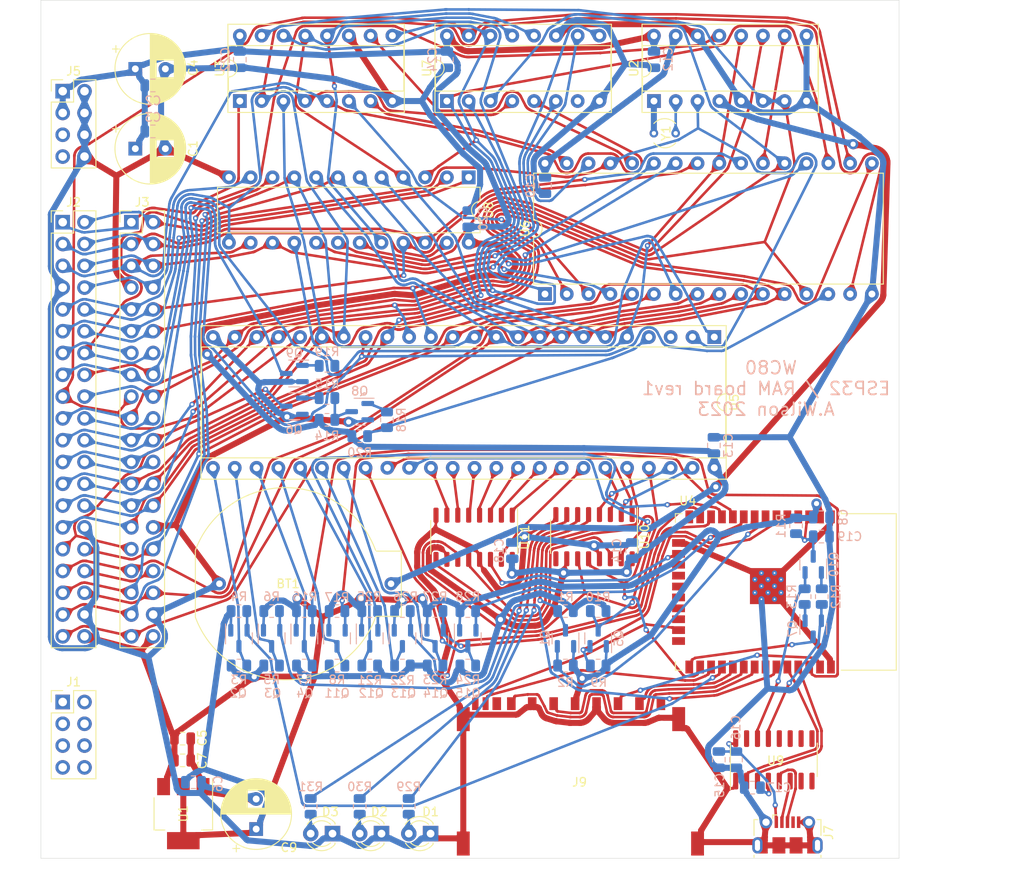
<source format=kicad_pcb>
(kicad_pcb (version 20221018) (generator pcbnew)
  (layers (0 "F.Cu" signal) (31 "B.Cu" signal) (34 "B.Paste" user) (35 "F.Paste" user) (36 "B.SilkS" user "B.Silkscreen") (37 "F.SilkS" user "F.Silkscreen") (38 "B.Mask" user) (39 "F.Mask" user) (44 "Edge.Cuts" user))
  (net 0 "")
  (net 1 "+5V")
  (net 2 "F_A2")
  (net 3 "GND")
  (net 4 "F_A6")
  (net 5 "F_A5")
  (net 6 "F_A7")
  (net 7 "F_A3")
  (net 8 "F_A4")
  (net 9 "F_D2")
  (net 10 "CLK")
  (net 11 "F_D0")
  (net 12 "F_A1")
  (net 13 "F_D5")
  (net 14 "F_A0")
  (net 15 "F_D3")
  (net 16 "F_D6")
  (net 17 "F_D1")
  (net 18 "F_D7")
  (net 19 "F_A9")
  (net 20 "F_D4")
  (net 21 "F_A8")
  (net 22 "F_A11")
  (net 23 "F_A14")
  (net 24 "F_A15")
  (net 25 "F_A12")
  (net 26 "F_A13")
  (net 27 "F_A10")
  (net 28 "~{F_WAIT}")
  (net 29 "~{F_INT}")
  (net 30 "~{F_IN}")
  (net 31 "~{F_READ}")
  (net 32 "~{F_INUSE}")
  (net 33 "~{F_WRITE}")
  (net 34 "~{F_INTAK}")
  (net 35 "~{F_OUT}")
  (net 36 "~{F_EXMEM}")
  (net 37 "~{F_MREQ}")
  (net 38 "~{F_SYSRES}")
  (net 39 "Net-(BT1-+)")
  (net 40 "S2")
  (net 41 "S3")
  (net 42 "S0")
  (net 43 "S1")
  (net 44 "S4")
  (net 45 "S5")
  (net 46 "AA0")
  (net 47 "AA1")
  (net 48 "AA2")
  (net 49 "AA3")
  (net 50 "AA4")
  (net 51 "AA5")
  (net 52 "AA6")
  (net 53 "AA7")
  (net 54 "AA8")
  (net 55 "AA9")
  (net 56 "AD7")
  (net 57 "AD6")
  (net 58 "AD5")
  (net 59 "AD4")
  (net 60 "AD3")
  (net 61 "AD2")
  (net 62 "AD1")
  (net 63 "AD0")
  (net 64 "Net-(U9-V3)")
  (net 65 "+3V3")
  (net 66 "A_RESET")
  (net 67 "Net-(D1-A)")
  (net 68 "Net-(D2-A)")
  (net 69 "Net-(D3-A)")
  (net 81 "WP")
  (net 82 "CD")
  (net 84 "SD_CLK")
  (net 85 "SD_CS")
  (net 86 "SD_MOSI")
  (net 87 "SD_MISO")
  (net 88 "~{EN_EXTRA}")
  (net 90 "AINT")
  (net 91 "BINT")
  (net 92 "BD0")
  (net 93 "BD1")
  (net 94 "BD2")
  (net 95 "ABUSY")
  (net 96 "BBUSY")
  (net 97 "Net-(Q6-G)")
  (net 98 "A_GPIO0")
  (net 99 "Net-(Q7-E)")
  (net 100 "Net-(Q7-B)")
  (net 101 "Net-(Q8-D)")
  (net 102 "Net-(Q8-G)")
  (net 103 "Net-(Q9-G)")
  (net 104 "Net-(Q10-B)")
  (net 105 "Net-(Q10-E)")
  (net 106 "BD3")
  (net 107 "BD4")
  (net 108 "BD5")
  (net 109 "BD6")
  (net 110 "BD7")
  (net 111 "Net-(U5-~{INT}l)")
  (net 112 "Net-(U8-12_16)")
  (net 113 "Net-(U10-QF)")
  (net 114 "Net-(U10-QG)")
  (net 115 "Net-(U10-QH)")
  (net 116 "Net-(U2-VCC0)")
  (net 117 "Net-(U2-~{CEI})")
  (net 118 "Net-(U2-~{CEO})")
  (net 119 "Net-(U2-X2)")
  (net 120 "Net-(U2-X1)")
  (net 121 "Net-(U3-~{WR})")
  (net 124 "SR_CLK")
  (net 126 "SR_SER")
  (net 134 "SR_LAT")
  (net 136 "A_RXD")
  (net 137 "A_TXD")
  (net 138 "ACE")
  (net 139 "ARW")
  (net 140 "AOE")
  (net 142 "Net-(U5-~{CE}l)")
  (net 151 "Net-(J7-VBUS)")
  (net 152 "Net-(J7-D+)")
  (net 153 "Net-(J7-D-)")
  (net 155 "Net-(U10-SER)")
  (footprint "MountingHole:MountingHole_3.2mm_M3_DIN965" (layer "F.Cu") (at 116.5 23.5)
    (fp_text reference "M1" hide)
    (fp_text value "3mm-mounting-hole" hide)
  )
  (footprint "MountingHole:MountingHole_3.2mm_M3_DIN965" (layer "F.Cu") (at 116.5 116.5)
    (fp_text reference "M2" hide)
    (fp_text value "3mm-mounting-hole" hide)
  )
  (footprint "MountingHole:MountingHole_3.2mm_M3_DIN965" (layer "F.Cu") (at 23.5 23.5)
    (fp_text reference "M3" hide)
    (fp_text value "3mm-mounting-hole" hide)
  )
  (footprint "MountingHole:MountingHole_3.2mm_M3_DIN965" (layer "F.Cu") (at 23.5 116.5)
    (fp_text reference "M4" hide)
    (fp_text value "3mm-mounting-hole" hide)
  )
  (footprint "Connector_PinHeader_2.54mm:PinHeader_2x04_P2.54mm_Vertical" (layer "F.Cu") (at 22.54 101.78)
    (fp_text reference "J1")
    (fp_text value "Conn_02x04_Odd_Even")
  )
  (footprint "Connector_PinHeader_2.54mm:PinHeader_2x04_P2.54mm_Vertical" (layer "F.Cu") (at 22.54 30.6)
    (fp_text reference "J5")
    (fp_text value "Conn_02x04_Odd_Even")
  )
  (footprint "Connector_PinHeader_2.54mm:PinHeader_2x20_P2.54mm_Vertical" (layer "F.Cu") (at 22.54 45.87)
    (fp_text reference "J2")
    (fp_text value "TRS80W-header")
  )
  (footprint "Connector_PinHeader_2.54mm:PinHeader_2x20_P2.54mm_Vertical" (layer "F.Cu") (at 30.54 45.87)
    (fp_text reference "J3")
    (fp_text value "TRS80W-header")
  )
  (footprint "Capacitor_THT:CP_Radial_D8.0mm_P3.50mm" (layer "F.Cu") (at 31 28)
    (fp_text reference "C4")
    (fp_text value "470uF")
  )
  (footprint "Capacitor_THT:CP_Radial_D8.0mm_P3.50mm" (layer "F.Cu") (at 31 37.3)
    (fp_text reference "C1")
    (fp_text value "470uF")
  )
  (footprint "Package_DIP:DIP-16_W7.62mm_Socket" (layer "F.Cu") (at 91.44 31.75 90)
    (fp_text reference "U2")
    (fp_text value "DS1315")
  )
  (footprint "Capacitor_THT:CP_Radial_D8.0mm_P3.50mm" (layer "F.Cu") (at 45.085 116.5877 90)
    (fp_text reference "C9")
    (fp_text value "470uF")
  )
  (footprint "LED_THT:LED_D3.0mm" (layer "F.Cu") (at 65.41 117.1175 180)
    (fp_text reference "D1")
    (fp_text value "LED")
  )
  (footprint "Package_DIP:DIP-48_W15.24mm_Socket" (layer "F.Cu") (at 98.47 59.25 -90)
    (fp_text reference "U5")
    (fp_text value "IDT7130")
  )
  (footprint "LED_THT:LED_D3.0mm" (layer "F.Cu") (at 59.69 117.1175 180)
    (fp_text reference "D2")
    (fp_text value "LED")
  )
  (footprint "Capacitor_SMD:C_0805_2012Metric" (layer "F.Cu") (at 36.51 106.045)
    (fp_text reference "C5")
    (fp_text value "10uF")
  )
  (footprint "Capacitor_SMD:C_0805_2012Metric" (layer "F.Cu") (at 36.51 108.585)
    (fp_text reference "C7")
    (fp_text value "100n")
  )
  (footprint "wilson-z80:SD_Card_ XUNPU_SD-101" (layer "F.Cu") (at 82.87 104.775)
    (fp_text reference "J9")
    (fp_text value "SD_Card")
  )
  (footprint "Package_TO_SOT_SMD:SOT-223-3_TabPin2" (layer "F.Cu") (at 36.595 114.79 -90)
    (fp_text reference "U1")
    (fp_text value "AMS1117-3.3")
  )
  (footprint "Crystal:Crystal_AT310_D3.0mm_L10.0mm_Vertical" (layer "F.Cu") (at 93.97 35.5 180)
    (fp_text reference "Y1")
    (fp_text value "32768")
  )
  (footprint "Package_DIP:DIP-16_W7.62mm_Socket" (layer "F.Cu") (at 67.31 31.75 90)
    (fp_text reference "U7")
    (fp_text value "74HC670")
  )
  (footprint "wilson-z80:BS-01-A4CJ004" (layer "F.Cu") (at 48.5 88)
    (fp_text reference "BT1")
    (fp_text value "Battery_Cell")
  )
  (footprint "Package_DIP:DIP-32_W15.24mm" (layer "F.Cu") (at 78.74 54.24 90)
    (fp_text reference "U6")
    (fp_text value "AS6C4008")
  )
  (footprint "Package_DIP:DIP-24_W7.62mm" (layer "F.Cu") (at 69.85 40.64 -90)
    (fp_text reference "U8")
    (fp_text value "ATF22V10C")
  )
  (footprint "Connector_USB:USB_Micro-B_Molex-105017-0001" (layer "F.Cu") (at 107 117.25)
    (fp_text reference "J7")
    (fp_text value "USB_B_Micro")
  )
  (footprint "Package_SO:SOIC-16_3.9x9.9mm_P1.27mm" (layer "F.Cu") (at 105.41 108.52 90)
    (fp_text reference "U9")
    (fp_text value "CH340C")
  )
  (footprint "RF_Module:ESP32-WROOM-32" (layer "F.Cu") (at 103.815 88.955 -90)
    (fp_text reference "U4")
    (fp_text value "ESP32-WROOM-32")
  )
  (footprint "Package_DIP:DIP-16_W7.62mm_Socket" (layer "F.Cu") (at 43.18 31.75 90)
    (fp_text reference "U3")
    (fp_text value "74HC670")
  )
  (footprint "Package_SO:SO-16_3.9x9.9mm_P1.27mm" (layer "F.Cu") (at 70.485 82.585 -90)
    (fp_text reference "U11")
    (fp_text value "74HCT595")
  )
  (footprint "Package_SO:SO-16_3.9x9.9mm_P1.27mm" (layer "F.Cu") (at 84.455 82.515 -90)
    (fp_text reference "U10")
    (fp_text value "74HCT595")
  )
  (footprint "LED_THT:LED_D3.0mm" (layer "F.Cu") (at 53.98 117.1175 180)
    (fp_text reference "D3")
    (fp_text value "LED")
  )
  (footprint "Capacitor_SMD:C_0805_2012Metric" (layer "B.Cu") (at 91.44 26.924 -90)
    (fp_text reference "C12")
    (fp_text value "100n")
  )
  (footprint "Capacitor_SMD:C_0805_2012Metric" (layer "B.Cu") (at 98.425 71.882 90)
    (fp_text reference "C13")
    (fp_text value "100n")
  )
  (footprint "Capacitor_SMD:C_0805_2012Metric" (layer "B.Cu") (at 88.9 84.14 90)
    (fp_text reference "C14")
    (fp_text value "100n")
  )
  (footprint "Capacitor_SMD:C_0805_2012Metric" (layer "B.Cu") (at 74.93 84.14 90)
    (fp_text reference "C18")
    (fp_text value "100n")
  )
  (footprint "Capacitor_SMD:C_0805_2012Metric" (layer "B.Cu") (at 33.0539 29.933)
    (fp_text reference "C2")
    (fp_text value "100n")
  )
  (footprint "Capacitor_SMD:C_0805_2012Metric" (layer "B.Cu") (at 33.0539 35.2872)
    (fp_text reference "C3")
    (fp_text value "100n")
  )
  (footprint "Resistor_SMD:R_0805_2012Metric" (layer "B.Cu") (at 53.344 62.611 180)
    (fp_text reference "R19")
    (fp_text value "100")
  )
  (footprint "Resistor_SMD:R_0805_2012Metric" (layer "B.Cu") (at 53.34 68.9 180)
    (fp_text reference "R14")
    (fp_text value "10000")
  )
  (footprint "Resistor_SMD:R_0805_2012Metric" (layer "B.Cu") (at 53.34 66.36 180)
    (fp_text reference "R15")
    (fp_text value "100")
  )
  (footprint "Resistor_SMD:R_0805_2012Metric" (layer "B.Cu") (at 60.325 68.9 90)
    (fp_text reference "R18")
    (fp_text value "100")
  )
  (footprint "Capacitor_SMD:C_0805_2012Metric" (layer "B.Cu") (at 110.95 82.5)
    (fp_text reference "C19")
    (fp_text value "1uF")
  )
  (footprint "Resistor_SMD:R_0805_2012Metric" (layer "B.Cu") (at 108 81.25 90)
    (fp_text reference "R11")
    (fp_text value "10k")
  )
  (footprint "Capacitor_SMD:C_0805_2012Metric" (layer "B.Cu") (at 37.78 111.125 180)
    (fp_text reference "C6")
    (fp_text value "10uF")
  )
  (footprint "Capacitor_SMD:C_0805_2012Metric" (layer "B.Cu") (at 110.95 80.25 180)
    (fp_text reference "C8")
    (fp_text value "100n")
  )
  (footprint "Resistor_SMD:R_0805_2012Metric" (layer "B.Cu") (at 111 89.5 90)
    (fp_text reference "R12")
    (fp_text value "10k")
  )
  (footprint "Resistor_SMD:R_0805_2012Metric" (layer "B.Cu") (at 109 89.5 -90)
    (fp_text reference "R13")
    (fp_text value "10k")
  )
  (footprint "Resistor_SMD:R_0805_2012Metric" (layer "B.Cu") (at 54.5065 91.186)
    (fp_text reference "R17")
    (fp_text value "10k")
  )
  (footprint "Capacitor_SMD:C_0805_2012Metric" (layer "B.Cu") (at 99 108.5 -90)
    (fp_text reference "C15")
    (fp_text value "0.1uF")
  )
  (footprint "Capacitor_SMD:C_0805_2012Metric" (layer "B.Cu") (at 102.91 111.76 180)
    (fp_text reference "C17")
    (fp_text value "0.1uF")
  )
  (footprint "Capacitor_SMD:C_0805_2012Metric" (layer "B.Cu") (at 101 108.5 -90)
    (fp_text reference "C16")
    (fp_text value "10uF")
  )
  (footprint "Capacitor_SMD:C_0805_2012Metric" (layer "B.Cu") (at 69.85 45.466 90)
    (fp_text reference "C20")
    (fp_text value "100n")
  )
  (footprint "Capacitor_SMD:C_0805_2012Metric" (layer "B.Cu") (at 43.18 26.924 -90)
    (fp_text reference "C22")
    (fp_text value "100n")
  )
  (footprint "Capacitor_SMD:C_0805_2012Metric" (layer "B.Cu") (at 67.31 26.924 -90)
    (fp_text reference "C24")
    (fp_text value "100n")
  )
  (footprint "Resistor_SMD:R_0805_2012Metric" (layer "B.Cu") (at 57.15 70.805 180)
    (fp_text reference "R20")
    (fp_text value "10k")
  )
  (footprint "Package_TO_SOT_SMD:SOT-23" (layer "B.Cu") (at 43.0765 94.361 -90)
    (fp_text reference "Q2")
    (fp_text value "BSS138")
  )
  (footprint "Resistor_SMD:R_0805_2012Metric" (layer "B.Cu") (at 69.7465 97.536)
    (fp_text reference "R24")
    (fp_text value "10k")
  )
  (footprint "Package_TO_SOT_SMD:SOT-23" (layer "B.Cu") (at 110 85.75 90)
    (fp_text reference "Q10")
    (fp_text value "MMBT3904")
  )
  (footprint "Package_TO_SOT_SMD:SOT-23" (layer "B.Cu") (at 49.53 63.5 180)
    (fp_text reference "Q9")
    (fp_text value "BSS138")
  )
  (footprint "Package_TO_SOT_SMD:SOT-23" (layer "B.Cu") (at 84.9395 94.361 90)
    (fp_text reference "Q5")
    (fp_text value "BSS138")
  )
  (footprint "Package_TO_SOT_SMD:SOT-23" (layer "B.Cu") (at 110 93.25 -90)
    (fp_text reference "Q7")
    (fp_text value "MMBT3904")
  )
  (footprint "Resistor_SMD:R_0805_2012Metric" (layer "B.Cu") (at 43.0765 97.536)
    (fp_text reference "R3")
    (fp_text value "10k")
  )
  (footprint "Resistor_SMD:R_0805_2012Metric" (layer "B.Cu") (at 81.1295 91.186 180)
    (fp_text reference "R1")
    (fp_text value "10k")
  )
  (footprint "Package_TO_SOT_SMD:SOT-23" (layer "B.Cu") (at 46.8865 94.361 -90)
    (fp_text reference "Q3")
    (fp_text value "BSS138")
  )
  (footprint "Resistor_SMD:R_0805_2012Metric" (layer "B.Cu") (at 81.1295 97.536 180)
    (fp_text reference "R2")
    (fp_text value "10k")
  )
  (footprint "Package_TO_SOT_SMD:SOT-23" (layer "B.Cu") (at 58.3165 94.361 -90)
    (fp_text reference "Q12")
    (fp_text value "BSS138")
  )
  (footprint "Resistor_SMD:R_0805_2012Metric" (layer "B.Cu") (at 51.435 113.9425 -90)
    (fp_text reference "R31")
    (fp_text value "470")
  )
  (footprint "Resistor_SMD:R_0805_2012Metric" (layer "B.Cu") (at 62.1265 97.536 180)
    (fp_text reference "R22")
    (fp_text value "10k")
  )
  (footprint "Package_TO_SOT_SMD:SOT-23" (layer "B.Cu") (at 54.5065 94.361 -90)
    (fp_text reference "Q11")
    (fp_text value "BSS138")
  )
  (footprint "Resistor_SMD:R_0805_2012Metric" (layer "B.Cu") (at 84.9395 97.536 180)
    (fp_text reference "R9")
    (fp_text value "10k")
  )
  (footprint "Resistor_SMD:R_0805_2012Metric" (layer "B.Cu") (at 46.8865 91.186)
    (fp_text reference "R6")
    (fp_text value "10k")
  )
  (footprint "Resistor_SMD:R_0805_2012Metric" (layer "B.Cu") (at 58.3165 97.536 180)
    (fp_text reference "R21")
    (fp_text value "10k")
  )
  (footprint "Resistor_SMD:R_0805_2012Metric" (layer "B.Cu") (at 50.6965 91.186)
    (fp_text reference "R16")
    (fp_text value "10k")
  )
  (footprint "Resistor_SMD:R_0805_2012Metric" (layer "B.Cu") (at 58.3165 91.186)
    (fp_text reference "R25")
    (fp_text value "10k")
  )
  (footprint "Resistor_SMD:R_0805_2012Metric" (layer "B.Cu") (at 69.7465 91.186)
    (fp_text reference "R28")
    (fp_text value "10k")
  )
  (footprint "Resistor_SMD:R_0805_2012Metric" (layer "B.Cu") (at 57.15 113.9425 -90)
    (fp_text reference "R30")
    (fp_text value "470")
  )
  (footprint "Capacitor_SMD:C_0805_2012Metric" (layer "B.Cu") (at 78.74 41.595 -90)
    (fp_text reference "C10")
    (fp_text value "100n")
  )
  (footprint "Resistor_SMD:R_0805_2012Metric" (layer "B.Cu") (at 65.9365 91.186)
    (fp_text reference "R27")
    (fp_text value "10k")
  )
  (footprint "Package_TO_SOT_SMD:SOT-23" (layer "B.Cu") (at 62.1265 94.361 -90)
    (fp_text reference "Q13")
    (fp_text value "BSS138")
  )
  (footprint "Resistor_SMD:R_0805_2012Metric" (layer "B.Cu") (at 62.865 113.9425 -90)
    (fp_text reference "R29")
    (fp_text value "470")
  )
  (footprint "Resistor_SMD:R_0805_2012Metric" (layer "B.Cu") (at 46.8865 97.536)
    (fp_text reference "R5")
    (fp_text value "10k")
  )
  (footprint "Resistor_SMD:R_0805_2012Metric" (layer "B.Cu") (at 65.9365 97.536)
    (fp_text reference "R23")
    (fp_text value "10k")
  )
  (footprint "Package_TO_SOT_SMD:SOT-23" (layer "B.Cu") (at 65.9365 94.361 -90)
    (fp_text reference "Q14")
    (fp_text value "BSS138")
  )
  (footprint "Package_TO_SOT_SMD:SOT-23" (layer "B.Cu") (at 50.6965 94.361 -90)
    (fp_text reference "Q4")
    (fp_text value "BSS138")
  )
  (footprint "Package_TO_SOT_SMD:SOT-23" (layer "B.Cu") (at 57.15 67.945 180)
    (fp_text reference "Q8")
    (fp_text value "BSS138")
  )
  (footprint "Resistor_SMD:R_0805_2012Metric" (layer "B.Cu") (at 43.0765 91.186)
    (fp_text reference "R4")
    (fp_text value "10k")
  )
  (footprint "Resistor_SMD:R_0805_2012Metric" (layer "B.Cu") (at 84.9395 91.186 180)
    (fp_text reference "R10")
    (fp_text value "10k")
  )
  (footprint "Resistor_SMD:R_0805_2012Metric" (layer "B.Cu") (at 50.6965 97.536)
    (fp_text reference "R7")
    (fp_text value "10k")
  )
  (footprint "Package_TO_SOT_SMD:SOT-23" (layer "B.Cu") (at 81.1295 94.361 90)
    (fp_text reference "Q1")
    (fp_text value "BSS138")
  )
  (footprint "Package_TO_SOT_SMD:SOT-23" (layer "B.Cu") (at 49.53 67.31 180)
    (fp_text reference "Q6")
    (fp_text value "BSS138")
  )
  (footprint "Package_TO_SOT_SMD:SOT-23" (layer "B.Cu") (at 69.7465 94.361 -90)
    (fp_text reference "Q15")
    (fp_text value "BSS138")
  )
  (footprint "Resistor_SMD:R_0805_2012Metric" (layer "B.Cu") (at 54.5065 97.536)
    (fp_text reference "R8")
    (fp_text value "10k")
  )
  (footprint "Resistor_SMD:R_0805_2012Metric" (layer "B.Cu") (at 62.1265 91.186)
    (fp_text reference "R26")
    (fp_text value "10k")
  )
  (gr_line (start 20 120) (end 20 20) (stroke (width 0.05)) (layer "Edge.Cuts"))
  (gr_line (start 20 20) (end 120 20) (stroke (width 0.05)) (layer "Edge.Cuts"))
  (gr_line (start 120 20) (end 120 120) (stroke (width 0.05)) (layer "Edge.Cuts"))
  (gr_line (start 120 120) (end 20 120) (stroke (width 0.05)) (layer "Edge.Cuts"))
  (gr_text "WC80 \nESP32 / RAM board rev1\nA.Wilson 2023" (at 104.5 65.25) (layer "B.SilkS") (effects (font (size 1.5 1.5) (thickness 0.2)) (justify mirror)))
  (segment (start 88.6679 85.9378) (end 88.6672 85.9389) (width 0.3) (layer "F.Cu") (net 1))
  (segment (start 32.313 95.0529) (end 32.5972 93.9997) (width 0.7) (layer "F.Cu") (net 1))
  (segment (start 65.25651 84.1849) (end 65.24866 84.20642) (width 0.7) (layer "F.Cu") (net 1))
  (segment (start 65.4589 86.41112) (end 65.47618 86.42393) (width 0.7) (layer "F.Cu") (net 1))
  (segment (start 78.94329 92.11498) (end 78.99694 92.03163) (width 0.7) (layer "F.Cu") (net 1))
  (segment (start 38.82143 58.73921) (end 38.79387 58.81132) (width 0.7) (layer "F.Cu") (net 1))
  (segment (start 65.35568 84.01483) (end 65.3424 84.0338) (width 0.7) (layer "F.Cu") (net 1))
  (segment (start 65.41039 86.36864) (end 65.42598 86.38345) (width 0.7) (layer "F.Cu") (net 1))
  (segment (start 35.87356 105.30157) (end 35.87177 105.30324) (width 0.7) (layer "F.Cu") (net 1))
  (segment (start 75.17145 51.20665) (end 75.19833 51.16657) (width 0.7) (layer "F.Cu") (net 1))
  (segment (start 65.2089 85.885) (end 65.20918 85.90227) (width 0.7) (layer "F.Cu") (net 1))
  (segment (start 88.667 85.9393) (end 88.071 86.2249) (width 0.3) (layer "F.Cu") (net 1))
  (segment (start 70.767 52.18139) (end 70.6954 52.19927) (width 0.7) (layer "F.Cu") (net 1))
  (segment (start 25.08 94.13) (end 30.191 95.4656) (width 0.7) (layer "F.Cu") (net 1))
  (segment (start 72.8376 52.04076) (end 72.78654 52.03609) (width 0.7) (layer "F.Cu") (net 1))
  (segment (start 69.7204 25.93632) (end 69.8137 25.9406) (width 0.7) (layer "F.Cu") (net 1))
  (segment (start 66.293 83.764) (end 66.276 83.76092) (width 0.7) (layer "F.Cu") (net 1))
  (segment (start 90.384 24.3563) (end 91.3424 24.5693) (width 0.7) (layer "F.Cu") (net 1))
  (segment (start 75.70079 92.94849) (end 75.7799 92.94783) (width 0.7) (layer "F.Cu") (net 1))
  (segment (start 65.40029 83.96166) (end 65.38465 83.97873) (width 0.7) (layer "F.Cu") (net 1))
  (segment (start 61.338 54.2256) (end 61.29507 54.22282) (width 0.7) (layer "F.Cu") (net 1))
  (segment (start 80.7455 87.3149) (end 80.658 86.7765) (width 0.7) (layer "F.Cu") (net 1))
  (segment (start 69.00688 25.73273) (end 69.09064 25.77407) (width 0.7) (layer "F.Cu") (net 1))
  (segment (start 75.26438 51.03795) (end 75.2813 50.99276) (width 0.7) (layer "F.Cu") (net 1))
  (segment (start 35.86843 105.30685) (end 35.86691 105.30878) (width 0.7) (layer "F.Cu") (net 1))
  (segment (start 74.50597 52.00458) (end 74.5402 51.97552) (width 0.7) (layer "F.Cu") (net 1))
  (segment (start 35.56 106.045) (end 35.858 105.3286) (width 0.7) (layer "F.Cu") (net 1))
  (segment (start 75.46437 92.92957) (end 75.54287 92.93936) (width 0.7) (layer "F.Cu") (net 1))
  (segment (start 66.19 83.7539) (end 65.89 83.7539) (width 0.7) (layer "F.Cu") (net 1))
  (segment (start 65.45147 83.91477) (end 65.43373 83.92965) (width 0.7) (layer "F.Cu") (net 1))
  (segment (start 77.81406 92.86114) (end 77.91071 92.8391) (width 0.7) (layer "F.Cu") (net 1))
  (segment (start 69.85 48.26) (end 73.0059 48.4866) (width 0.7) (layer "F.Cu") (net 1))
  (segment (start 73.96417 52.18729) (end 74.00907 52.18726) (width 0.7) (layer "F.Cu") (net 1))
  (segment (start 75.62173 92.94567) (end 75.70079 92.94849) (width 0.7) (layer "F.Cu") (net 1))
  (segment (start 73.8747 52.1801) (end 72.8885 52.0469) (width 0.7) (layer "F.Cu") (net 1))
  (segment (start 65.36977 83.99647) (end 65.35568 84.01483) (width 0.7) (layer "F.Cu") (net 1))
  (segment (start 65.85547 83.75502) (end 65.83825 83.75643) (width 0.7) (layer "F.Cu") (net 1))
  (segment (start 35.56 107.859) (end 35.56 106.771) (width 0.7) (layer "F.Cu") (net 1))
  (segment (start 71.1316 52.1273) (end 71.05805 52.13337) (width 0.7) (layer "F.Cu") (net 1))
  (segment (start 34.70439 110.5595) (end 34.70153 110.57273) (width 0.7) (layer "F.Cu") (net 1))
  (segment (start 38.77055 58.88491) (end 38.75153 58.95973) (width 0.7) (layer "F.Cu") (net 1))
  (segment (start 70.9272 48.3373) (end 70.0663 47.8654) (width 0.7) (layer "F.Cu") (net 1))
  (segment (start 65.2751 86.1773) (end 65.2857 86.19766) (width 0.7) (layer "F.Cu") (net 1))
  (segment (start 72.73537 52.03288) (end 72.68413 52.03113) (width 0.7) (layer "F.Cu") (net 1))
  (segment (start 39.57581 58.00684) (end 39.50452 58.03643) (width 0.7) (layer "F.Cu") (net 1))
  (segment (start 66.25891 83.7584) (end 66.24175 83.75643) (width 0.7) (layer "F.Cu") (net 1))
  (segment (start 35.2599 105.3213) (end 31.729 95.7555) (width 0.7) (layer "F.Cu") (net 1))
  (segment (start 63.2665 54.3826) (end 63.30101 54.38469) (width 0.7) (layer "F.Cu") (net 1))
  (segment (start 75.30713 50.89981) (end 75.31595 50.85238) (width 0.7) (layer "F.Cu") (net 1))
  (segment (start 79.85095 90.5466) (end 79.87038 90.48807) (width 0.7) (layer "F.Cu") (net 1))
  (segment (start 74.18667 52.16295) (end 74.22992 52.15092) (width 0.7) (layer "F.Cu") (net 1))
  (segment (start 65.28551 84.12268) (end 65.27495 84.143) (width 0.7) (layer "F.Cu") (net 1))
  (segment (start 78.88512 92.19524) (end 78.94329 92.11498) (width 0.7) (layer "F.Cu") (net 1))
  (segment (start 85.21139 25.45491) (end 85.25099 25.45068) (width 0.7) (layer "F.Cu") (net 1))
  (segment (start 34.71163 110.53341) (end 34.70776 110.54638) (width 0.7) (layer "F.Cu") (net 1))
  (segment (start 61.0377 54.2357) (end 52.1977 55.5581) (width 0.7) (layer "F.Cu") (net 1))
  (segment (start 78.28072 92.69874) (end 78.36767 92.65114) (width 0.7) (layer "F.Cu") (net 1))
  (segment (start 65.20918 85.90227) (end 65.21002 85.91953) (width 0.7) (layer "F.Cu") (net 1))
  (segment (start 65.21592 84.349) (end 65.2134 84.36609) (width 0.7) (layer "F.Cu") (net 1))
  (segment (start 35.86182 105.31717) (end 35.86082 105.31941) (width 0.7) (layer "F.Cu") (net 1))
  (segment (start 74.05389 52.18479) (end 74.09852 52.17991) (width 0.7) (layer "F.Cu") (net 1))
  (segment (start 74.00907 52.18726) (end 74.05389 52.18479) (width 0.7) (layer "F.Cu") (net 1))
  (segment (start 63.40464 54.38232) (end 63.43901 54.37866) (width 0.7) (layer "F.Cu") (net 1))
  (segment (start 65.46983 83.90068) (end 65.45147 83.91477) (width 0.7) (layer "F.Cu") (net 1))
  (segment (start 75.30904 92.89965) (end 75.38637 92.91633) (width 0.7) (layer "F.Cu") (net 1))
  (segment (start 73.27254 48.5337) (end 73.20689 48.51675) (width 0.7) (layer "F.Cu") (net 1))
  (segment (start 35.86293 105.31498) (end 35.86182 105.31717) (width 0.7) (layer "F.Cu") (net 1))
  (segment (start 67.31 85.16) (end 67.0779 84.3122) (width 0.3) (layer "F.Cu") (net 1))
  (segment (start 34.716 110.5206) (end 35.168 109.2751) (width 0.7) (layer "F.Cu") (net 1))
  (segment (start 74.43305 52.05692) (end 74.47022 52.03173) (width 0.7) (layer "F.Cu") (net 1))
  (segment (start 34.70153 110.57273) (end 34.69918 110.58606) (width 0.7) (layer "F.Cu") (net 1))
  (segment (start 65.3095 86.2369) (end 65.3421 86.2858) (width 0.7) (layer "F.Cu") (net 1))
  (segment (start 75.15695 92.85615) (end 75.23252 92.87958) (width 0.7) (layer "F.Cu") (net 1))
  (segment (start 52.15913 55.56408) (end 52.12061 55.57046) (width 0.7) (layer "F.Cu") (net 1))
  (segment (start 79.72432 90.82739) (end 79.75348 90.77304) (width 0.7) (layer "F.Cu") (net 1))
  (segment (start 65.3421 86.2858) (end 65.35439 86.30345) (width 0.7) (layer "F.Cu") (net 1))
  (segment (start 65.55784 83.84194) (end 65.53851 83.85421) (width 0.7) (layer "F.Cu") (net 1))
  (segment (start 72.5816 52.03204) (end 72.5304 52.03469) (width 0.7) (layer "F.Cu") (net 1))
  (segment (start 70.91174 52.15265) (end 70.83914 52.16584) (width 0.7) (layer "F.Cu") (net 1))
  (segment (start 38.97187 58.4703) (end 38.92847 58.53414) (width 0.7) (layer "F.Cu") (net 1))
  (segment (start 70.83914 52.16584) (end 70.767 52.18139) (width 0.7) (layer "F.Cu") (net 1))
  (segment (start 69.8137 25.9406) (end 69.9071 25.94006) (width 0.7) (layer "F.Cu") (net 1))
  (segment (start 77.5189 92.8948) (end 77.61786 92.88903) (width 0.7) (layer "F.Cu") (net 1))
  (segment (start 85.29045 25.44527) (end 85.32972 25.43869) (width 0.7) (layer "F.Cu") (net 1))
  (segment (start 78.36767 92.65114) (end 78.45185 92.5988) (width 0.7) (layer "F.Cu") (net 1))
  (segment (start 67.0235 84.2596) (end 66.861 83.8546) (width 0.3) (layer "F.Cu") (net 1))
  (segment (start 68.0673 24.9) (end 67.1498 24.5505) (width 0.7) (layer "F.Cu") (net 1))
  (segment (start 65.35439 86.30345) (end 65.36739 86.32058) (width 0.7) (layer "F.Cu") (net 1))
  (segment (start 73.69567 48.74315) (end 73.64028 48.70404) (width 0.7) (layer "F.Cu") (net 1))
  (segment (start 39.43505 58.07011) (end 39.36766 58.10776) (width 0.7) (layer "F.Cu") (net 1))
  (segment (start 38.73688 59.03552) (end 38.72665 59.11203) (width 0.7) (layer "F.Cu") (net 1))
  (segment (start 26.241 94.4334) (end 25.1667 94.6225) (width 0.7) (layer "F.Cu") (net 1))
  (segment (start 30.22938 95.47504) (end 30.24866 95.47935) (width 0.7) (layer "F.Cu") (net 1))
  (segment (start 74.9297 86.0455) (end 74.5266 86.5486) (width 0.3) (layer "F.Cu") (net 1))
  (segment (start 88.667 85.9393) (end 88.7144 86.5985) (width 0.3) (layer "F.Cu") (net 1))
  (segment (start 38.88884 58.60039) (end 38.85312 58.66882) (width 0.7) (layer "F.Cu") (net 1))
  (segment (start 73.91934 52.18491) (end 73.96417 52.18729) (width 0.7) (layer "F.Cu") (net 1))
  (segment (start 26.241 94.4334) (end 25.3965 93.7429) (width 0.7) (layer "F.Cu") (net 1))
  (segment (start 75.7799 92.9479) (end 77.5189 92.8948) (width 0.7) (layer "F.Cu") (net 1))
  (segment (start 74.27246 52.13657) (end 74.31417 52.11995) (width 0.7) (layer "F.Cu") (net 1))
  (segment (start 34.69918 110.58606) (end 34.69736 110.59948) (width 0.7) (layer "F.Cu") (net 1))
  (segment (start 68.5588 25.3998) (end 67.31 24.13) (width 0.7) (layer "F.Cu") (net 1))
  (segment (start 73.33723 48.55403) (end 73.27254 48.5337) (width 0.7) (layer "F.Cu") (net 1))
  (segment (start 65.21143 84.38325) (end 65.21003 84.40047) (width 0.7) (layer "F.Cu") (net 1))
  (segment (start 65.36739 86.32058) (end 65.38107 86.33718) (width 0.7) (layer "F.Cu") (net 1))
  (segment (start 35.56 106.771) (end 35.56 106.045) (width 0.7) (layer "F.Cu") (net 1))
  (segment (start 74.1051 92.4053) (end 73.5598 92.4154) (width 0.7) (layer "F.Cu") (net 1))
  (segment (start 65.82109 83.75839) (end 65.804 83.76092) (width 0.7) (layer "F.Cu") (net 1))
  (segment (start 85.17168 25.45795) (end 85.21139 25.45491) (width 0.7) (layer "F.Cu") (net 1))
  (segment (start 35.85917 105.32403) (end 35.85851 105.3264) (width 0.7) (layer "F.Cu") (net 1))
  (segment (start 69.09064 25.77407) (end 69.17641 25.81103) (width 0.7) (layer "F.Cu") (net 1))
  (segment (start 75.27024 50.42541) (end 75.25157 50.38091) (width 0.7) (layer "F.Cu") (net 1))
  (segment (start 75.22283 51.125) (end 75.24487 51.08208) (width 0.7) (layer "F.Cu") (net 1))
  (segment (start 65.598 83.81996) (end 65.57768 83.83051) (width 0.7) (layer "F.Cu") (net 1))
  (segment (start 73.8747 52.1801) (end 73.91934 52.18491) (width 0.7) (layer "F.Cu") (net 1))
  (segment (start 73.8487 48.8769) (end 75.0888 50.1432) (width 0.7) (layer "F.Cu") (net 1))
  (segment (start 71.05805 52.13337) (end 70.98474 52.14182) (width 0.7) (layer "F.Cu") (net 1))
  (segment (start 65.219 85.988) (end 65.2247 86.0168) (width 0.7) (layer "F.Cu") (net 1))
  (segment (start 35.86082 105.31941) (end 35.85994 105.3217) (width 0.7) (layer "F.Cu") (net 1))
  (segment (start 44.8537 98.8419) (end 50.6961 98.8092) (width 0.7) (layer "F.Cu") (net 1))
  (segment (start 35.56 108.585) (end 35.56 107.859) (width 0.7) (layer "F.Cu") (net 1))
  (segment (start 65.23582 86.0697) (end 65.24179 86.09186) (width 0.7) (layer "F.Cu") (net 1))
  (segment (start 65.7565 83.77) (end 65.7277 83.7758) (width 0.7) (layer "F.Cu") (net 1))
  (segment (start 66.4727 83.81551) (end 66.45335 83.80691) (width 0.7) (layer "F.Cu") (net 1))
  (segment (start 38.72087 59.18901) (end 38.71957 59.2662) (width 0.7) (layer "F.Cu") (net 1))
  (segment (start 63.54082 54.35915) (end 63.57411 54.34984) (width 0.7) (layer "F.Cu") (net 1))
  (segment (start 74.5402 51.97552) (end 74.57281 51.94467) (width 0.7) (layer "F.Cu") (net 1))
  (segment (start 74.09852 52.17991) (end 74.14282 52.17262) (width 0.7) (layer "F.Cu") (net 1))
  (segment (start 35.1721 109.2665) (end 35.1733 109.2646) (width 0.7) (layer "F.Cu") (net 1))
  (segment (start 65.38107 86.33718) (end 65.39541 86.35321) (width 0.7) (layer "F.Cu") (net 1))
  (segment (start 68.62599 25.46468) (end 68.69643 25.52601) (width 0.7) (layer "F.Cu") (net 1))
  (segment (start 38.77981 59.64613) (end 38.80492 59.71913) (width 0.7) (layer "F.Cu") (net 1))
  (segment (start 75.31825 50.61194) (end 75.31034 50.56434) (width 0.7) (layer "F.Cu") (net 1))
  (segment (start 38.79387 58.81132) (end 38.77055 58.88491) (width 0.7) (layer "F.Cu") (net 1))
  (segment (start 74.39458 52.08006) (end 74.43305 52.05692) (width 0.7) (layer "F.Cu") (net 1))
  (segment (start 78.68527 92.41504) (end 78.75591 92.3455) (width 0.7) (layer "F.Cu") (net 1))
  (segment (start 67.0737 84.3073) (end 66.6754 83.9291) (width 0.3) (layer "F.Cu") (net 1))
  (segment (start 75.29557 50.94666) (end 75.30713 50.89981) (width 0.7) (layer "F.Cu") (net 1))
  (segment (start 65.5385 83.8542) (end 65.514 83.8705) (width 0.7) (layer "F.Cu") (net 1))
  (segment (start 75.54287 92.93936) (end 75.62173 92.94567) (width 0.7) (layer "F.Cu") (net 1))
  (segment (start 38.72665 59.11203) (end 38.72087 59.18901) (width 0.7) (layer "F.Cu") (net 1))
  (segment (start 75.12151 50.17868) (end 75.08876 50.14324) (width 0.7) (layer "F.Cu") (net 1))
  (segment (start 65.57768 83.83051) (end 65.55784 83.84194) (width 0.7) (layer "F.Cu") (net 1))
  (segment (start 65.3255 84.059) (end 65.3092 84.0835) (width 0.7) (layer "F.Cu") (net 1))
  (segment (start 65.225 86.0185) (end 65.2308 86.0473) (width 0.7) (layer "F.Cu") (net 1))
  (segment (start 35.87544 105.29999) (end 35.87356 105.30157) (width 0.7) (layer "F.Cu") (net 1))
  (segment (start 75.31034 50.56434) (end 75.29967 50.51728) (width 0.7) (layer "F.Cu") (net 1))
  (segment (start 39.1716 60.692) (end 39.5591 61.0759) (width 0.7) (layer "F.Cu") (net 1))
  (segment (start 72.63286 52.03085) (end 72.5816 52.03204) (width 0.7) (layer "F.Cu") (net 1))
  (segment (start 35.86415 105.31284) (end 35.86293 105.31498) (width 0.7) (layer "F.Cu") (net 1))
  (segment (start 65.2308 86.0473) (end 65.23582 86.0697) (width 0.7) (layer "F.Cu") (net 1))
  (segment (start 75.1423 51.2451) (end 75.17145 51.20665) (width 0.7) (layer "F.Cu") (net 1))
  (segment (start 39.23999 58.19446) (end 39.18013 58.24321) (width 0.7) (layer "F.Cu") (net 1))
  (segment (start 75.24487 51.08208) (end 75.26438 51.03795) (width 0.7) (layer "F.Cu") (net 1))
  (segment (start 66.49169 83.82488) (end 66.4727 83.81551) (width 0.7) (layer "F.Cu") (net 1))
  (segment (start 73.64028 48.70404) (end 73.58294 48.66784) (width 0.7) (layer "F.Cu") (net 1))
  (segment (start 79.80612 90.6615) (end 79.82953 90.60444) (width 0.7) (layer "F.Cu") (net 1))
  (segment (start 65.20919 84.41773) (end 65.2089 84.435) (width 0.7) (layer "F.Cu") (net 1))
  (segment (start 30.191 95.4656) (end 30.21015 95.47046) (width 0.7) (layer "F.Cu") (net 1))
  (segment (start 79.8878 90.4289) (end 80.9048 86.7364) (width 0.7) (layer "F.Cu") (net 1))
  (segment (start 81.28 85.09) (end 81.1012 85.9598) (width 0.3) (layer "F.Cu") (net 1))
  (segment (start 77.91071 92.8391) (end 78.00598 92.81175) (width 0.7) (layer "F.Cu") (net 1))
  (segment (start 35.1733 109.2646) (end 35.56 108.585) (width 0.7) (layer "F.Cu") (net 1))
  (segment (start 85.1319 25.4598) (end 85.17168 25.45795) (width 0.7) (layer "F.Cu") (net 1))
  (segment (start 34.69736 110.59948) (end 34.69605 110.61295) (width 0.7) (layer "F.Cu") (net 1))
  (segment (start 74.93 86.0356) (end 74.9297 86.0455) (width 0.3) (layer "F.Cu") (net 1))
  (segment (start 72.5304 52.0347) (end 71.1316 52.1273) (width 0.7) (layer "F.Cu") (net 1))
  (segment (start 66.3218 83.7697) (end 66.293 83.764) (width 0.7) (layer "F.Cu") (net 1))
  (segment (start 65.21592 85.971) (end 65.219 85.988) (width 0.7) (layer "F.Cu") (net 1))
  (segment (start 85.25099 25.45068) (end 85.29045 25.44527) (width 0.7) (layer "F.Cu") (net 1))
  (segment (start 69.26398 25.84352) (end 69.3531 25.87146) (width 0.7) (layer "F.Cu") (net 1))
  (segment (start 65.2857 86.19766) (end 65.29717 86.21754) (width 0.7) (layer "F.Cu") (net 1))
  (segment (start 61.20906 54.22148) (end 61.16607 54.22293) (width 0.7) (layer "F.Cu") (net 1))
  (segment (start 79.78076 90.71773) (end 79.80612 90.6615) (width 0.7) (layer "F.Cu") (net 1))
  (segment (start 72.68413 52.03113) (end 72.63286 52.03085) (width 0.7) (layer "F.Cu") (net 1))
  (segment (start 52.12061 55.57046) (end 52.08217 55.57724) (width 0.7) (layer "F.Cu") (net 1))
  (segment (start 35.85994 105.3217) (end 35.85917 105.32403) (width 0.7) (layer "F.Cu") (net 1))
  (segment (start 74.47022 52.03173) (end 74.50597 52.00458) (width 0.7) (layer "F.Cu") (net 1))
  (segment (start 63.2665 54.3826) (end 61.338 54.2256) (width 0.7) (layer "F.Cu") (net 1))
  (segment (start 88.6672 85.9389) (end 88.667 85.9393) (width 0.3) (layer "F.Cu") (net 1))
  (segment (start 66.41369 83.79206) (end 66.39344 83.78583) (width 0.7) (layer "F.Cu") (net 1))
  (segment (start 61.08034 54.23005) (end 61.0377 54.23572) (width 0.7) (layer "F.Cu") (net 1))
  (segment (start 74.1051 92.4053) (end 73.7414 91.9988) (width 0.7) (layer "F.Cu") (net 1))
  (segment (start 74.57281 51.94467) (end 74.6037 51.91209) (width 0.7) (layer "F.Cu") (net 1))
  (segment (start 78.0996 92.77917) (end 78.19128 92.74146) (width 0.7) (layer "F.Cu") (net 1))
  (segment (start 65.27495 84.143) (end 65.26528 84.16375) (width 0.7) (layer "F.Cu") (net 1))
  (segment (start 65.24175 84.22825) (end 65.23579 84.25035) (width 0.7) (layer "F.Cu") (net 1))
  (segment (start 33.08 94.13) (end 31.729 95.7555) (width 0.7) (layer "F.Cu") (net 1))
  (segment (start 73.58294 48.66784) (end 73.5238 48.63466) (width 0.7) (layer "F.Cu") (net 1))
  (segment (start 65.7582 83.7697) (end 65.7565 83.77) (width 0.7) (layer "F.Cu") (net 1))
  (segment (start 38.7304 59.42014) (end 38.74249 59.49639) (width 0.7) (layer "F.Cu") (net 1))
  (segment (start 67.0769 84.3109) (end 67.0737 84.3073) (width 0.3) (layer "F.Cu") (net 1))
  (segment (start 75.25157 50.38091) (end 75.23035 50.33758) (width 0.7) (layer "F.Cu") (net 1))
  (segment (start 65.2566 86.1353) (end 65.2654 86.1565) (width 0.7) (layer "F.Cu") (net 1))
  (segment (start 65.3424 84.0338) (end 65.3261 84.0582) (width 0.7) (layer "F.Cu") (net 1))
  (segment (start 75.32527 50.75636) (end 75.32573 50.70811) (width 0.7) (layer "F.Cu") (net 1))
  (segment (start 38.71957 59.2662) (end 38.72275 59.34333) (width 0.7) (layer "F.Cu") (net 1))
  (segment (start 65.2308 84.2727) (end 65.225 84.3015) (width 0.7) (layer "F.Cu") (net 1))
  (segment (start 35.56 106.045) (end 35.262 105.3286) (width 0.7) (layer "F.Cu") (net 1))
  (segment (start 66.39344 83.78583) (end 66.37297 83.78042) (width 0.7) (layer "F.Cu") (net 1))
  (segment (start 79.82953 90.60444) (end 79.85095 90.5466) (width 0.7) (layer "F.Cu") (net 1))
  (segment (start 73.8487 48.8769) (end 73.80002 48.8297) (width 0.7) (layer "F.Cu") (net 1))
  (segment (start 78.75591 92.3455) (end 78.8226 92.27216) (width 0.7) (layer "F.Cu") (net 1))
  (segment (start 75.29967 50.51728) (end 75.28629 50.47092) (width 0.7) (layer "F.Cu") (net 1))
  (segment (start 72.8885 52.0469) (end 72.8376 52.04076) (width 0.7) (layer "F.Cu") (net 1))
  (segment (start 65.70536 83.7808) (end 65.68325 83.78676) (width 0.7) (layer "F.Cu") (net 1))
  (segment (start 65.24873 86.11374) (end 65.2566 86.1353) (width 0.7) (layer "F.Cu") (net 1))
  (segment (start 65.225 84.3015) (end 65.2247 84.3032) (width 0.7) (layer "F.Cu") (net 1))
  (segment (start 35.858 105.3286) (end 35.8585 105.3264) (width 0.7) (layer "F.Cu") (net 1))
  (segment (start 65.29693 84.10283) (end 65.28551 84.12268) (width 0.7) (layer "F.Cu") (net 1))
  (segment (start 39.7983 57.9435) (end 39.72295 57.9603) (width 0.7) (layer "F.Cu") (net 1))
  (segment (start 65.2247 84.3032) (end 65.219 84.332) (width 0.7) (layer "F.Cu") (net 1))
  (segment (start 74.14282 52.17262) (end 74.18667 52.16295) (width 0.7) (layer "F.Cu") (net 1))
  (segment (start 68.84632 25.63739) (end 68.92537 25.68713) (width 0.7) (layer "F.Cu") (net 1))
  (segment (start 70.98474 52.14182) (end 70.91174 52.15265) (width 0.7) (layer "F.Cu") (net 1))
  (segment (start 77.71635 92.8778) (end 77.81406 92.86114) (width 0.7) (layer "F.Cu") (net 1))
  (segment (start 75.32573 50.70811) (end 75.32339 50.65991) (width 0.7) (layer "F.Cu") (net 1))
  (segment (start 88.667 85.9393) (end 88.2655 86.6307) (width 0.3) (layer "F.Cu") (net 1))
  (segment (start 30.2874 95.4872) (end 31.729 95.7555) (width 0.7) (layer "F.Cu") (net 1))
  (segment (start 78.6109 92.48057) (end 78.68527 92.41504) (width 0.7) (layer "F.Cu") (net 1))
  (segment (start 73.066 91.8179) (end 73.6019 91.9199) (width 0.7) (layer "F.Cu") (net 1))
  (segment (start 38.75898 59.5718) (end 38.77981 59.64613) (width 0.7) (layer "F.Cu") (net 1))
  (segment (start 68.92537 25.68713) (end 69.00688 25.73273) (width 0.7) (layer "F.Cu") (net 1))
  (segment (start 65.83825 83.75643) (end 65.82109 83.75839) (width 0.7) (layer "F.Cu") (net 1))
  (segment (start 85.32972 25.43869) (end 85.36878 25.43092) (width 0.7) (layer "F.Cu") (net 1))
  (segment (start 66.22453 83.75503) (end 66.20727 83.75419) (width 0.7) (layer "F.Cu") (net 1))
  (segment (start 73.80002 48.8297) (end 73.74896 48.78507) (width 0.7) (layer "F.Cu") (net 1))
  (segment (start 61.16607 54.22293) (end 61.12315 54.22579) (width 0.7) (layer "F.Cu") (net 1))
  (segment (start 65.26528 84.16375) (end 65.25651 84.1849) (width 0.7) (layer "F.Cu") (net 1))
  (segment (start 70.6954 52.19927) (end 70.62442 52.21947) (width 0.7) (layer "F.Cu") (net 1))
  (segment (start 66.20727 83.75419) (end 66.19 83.7539) (width 0.7) (layer "F.Cu") (net 1))
  (segment (start 75.0093 92.7994) (end 75.0825 92.82941) (width 0.7) (layer "F.Cu") (net 1))
  (segment (start 63.30101 54.38469) (end 63.33557 54.38534) (width 0.7) (layer "F.Cu") (net 1))
  (segment (start 50.0961 98.8126) (end 50.5932 99.0371) (width 0.7) (layer "F.Cu") (net 1))
  (segment (start 65.89 83.7539) (end 65.87273 83.75418) (width 0.7) (layer "F.Cu") (net 1))
  (segment (start 65.41666 83.94529) (end 65.40029 83.96166) (width 0.7) (layer "F.Cu") (net 1))
  (segment (start 65.514 83.8705) (end 65.5132 83.8711) (width 0.7) (layer "F.Cu") (net 1))
  (segment (start 63.33557 54.38534) (end 63.37014 54.38455) (width 0.7) (layer "F.Cu") (net 1))
  (segment (start 65.44216 86.39762) (end 65.4589 86.41112) (width 0.7) (layer "F.Cu") (net 1))
  (segment (start 65.2134 84.36609) (end 65.21143 84.38325) (width 0.7) (layer "F.Cu") (net 1))
  (segment (start 73.46303 48.60457) (end 73.40079 48.57767) (width 0.7) (layer "F.Cu") (net 1))
  (segment (start 67.0779 84.3122) (end 67.0769 84.3109) (width 0.3) (layer "F.Cu") (net 1))
  (segment (start 65.24866 84.20642) (end 65.24175 84.22825) (width 0.7) (layer "F.Cu") (net 1))
  (segment (start 34.69605 110.61295) (end 34.69527 110.62646) (width 0.7) (layer "F.Cu") (net 1))
  (segment (start 65.21143 85.93675) (end 65.21339 85.95391) (width 0.7) (layer "F.Cu") (net 1))
  (segment (start 52.0438 55.5844) (end 39.7983 57.9435) (width 0.7) (layer "F.Cu") (net 1))
  (segment (start 34.70776 110.54638) (end 34.70439 110.5595) (width 0.7) (layer "F.Cu") (net 1))
  (segment (start 81.1012 85.9598) (end 80.6059 86.4) (width 0.3) (layer "F.Cu") (net 1))
  (segment (start 65.5132 83.8711) (end 65.4888 83.8874) (width 0.7) (layer "F.Cu") (net 1))
  (segment (start 63.47321 54.37357) (end 63.50716 54.36707) (width 0.7) (layer "F.Cu") (net 1))
  (segment (start 32.313 95.0529) (end 33.2964 94.5807) (width 0.7) (layer "F.Cu") (net 1))
  (segment (start 35.8774 105.2985) (end 35.87544 105.29999) (width 0.7) (layer "F.Cu") (net 1))
  (segment (start 70.9272 48.3373) (end 70.0077 48.6814) (width 0.7) (layer "F.Cu") (net 1))
  (segment (start 65.24179 86.09186) (end 65.24873 86.11374) (width 0.7) (layer "F.Cu") (net 1))
  (segment (start 77.61786 92.88903) (end 77.71635 92.8778) (width 0.7) (layer "F.Cu") (net 1))
  (segment (start 78.8226 92.27216) (end 78.88512 92.19524) (width 0.7) (layer "F.Cu") (net 1))
  (segment (start 75.1423 51.2451) (end 74.6328 51.8779) (width 0.7) (layer "F.Cu") (net 1))
  (segment (start 78.19128 92.74146) (end 78.28072 92.69874) (width 0.7) (layer "F.Cu") (net 1))
  (segment (start 72.78654 52.03609) (end 72.73537 52.03288) (width 0.7) (layer "F.Cu") (net 1))
  (segment (start 39.12321 58.29535) (end 39.06941 58.35071) (width 0.7) (layer "F.Cu") (net 1))
  (segment (start 63.37014 54.38455) (end 63.40464 54.38232) (width 0.7) (layer "F.Cu") (net 1))
  (segment (start 38.72275 59.34333) (end 38.7304 59.42014) (width 0.7) (layer "F.Cu") (net 1))
  (segment (start 61.12315 54.22579) (end 61.08034 54.23005) (width 0.7) (layer "F.Cu") (net 1))
  (segment (start 69.44355 25.89476) (end 69.53508 25.91337) (width 0.7) (layer "F.Cu") (net 1))
  (segment (start 39.30257 58.14926) (end 39.23999 58.19446) (width 0.7) (layer "F.Cu") (net 1))
  (segment (start 66.5103 83.835) (end 66.49169 83.82488) (width 0.7) (layer "F.Cu") (net 1))
  (segment (start 61.29507 54.22282) (end 61.25208 54.22144) (width 0.7) (layer "F.Cu") (net 1))
  (segment (start 34.716 110.5206) (end 34.71163 110.53341) (width 0.7) (layer "F.Cu") (net 1))
  (segment (start 65.7277 83.7758) (end 65.70536 83.7808) (width 0.7) (layer "F.Cu") (net 1))
  (segment (start 79.6933 90.8807) (end 79.72432 90.82739) (width 0.7) (layer "F.Cu") (net 1))
  (segment (start 65.38465 83.97873) (end 65.36977 83.99647) (width 0.7) (layer "F.Cu") (net 1))
  (segment (start 69.17641 25.81103) (end 69.26398 25.84352) (width 0.7) (layer "F.Cu") (net 1))
  (segment (start 70.6244 52.2194) (end 63.5741 54.3498) (width 0.7) (layer "F.Cu") (net 1))
  (segment (start 65.29717 86.21754) (end 65.30948 86.23691) (width 0.7) (layer "F.Cu") (net 1))
  (segment (start 65.2089 84.435) (end 65.2089 85.885) (width 0.7) (layer "F.Cu") (net 1))
  (segment (start 35.87177 105.30324) (end 35.87005 105.305) (width 0.7) (layer "F.Cu") (net 1))
  (segment (start 52.08217 55.57724) (end 52.0438 55.58442) (width 0.7) (layer "F.Cu") (net 1))
  (segment (start 30.21015 95.47046) (end 30.22938 95.47504) (width 0.7) (layer "F.Cu") (net 1))
  (segment (start 39.1716 60.692) (end 39.1337 61.2361) (width 0.7) (layer "F.Cu") (net 1))
  (segment (start 39.0189 58.40909) (end 38.97187 58.4703) (width 0.7) (layer "F.Cu") (net 1))
  (segment (start 68.76994 25.58363) (end 68.84632 25.63739) (width 0.7) (layer "F.Cu") (net 1))
  (segment (start 65.63991 83.80152) (end 65.61875 83.81029) (width 0.7) (layer "F.Cu") (net 1))
  (segment (start 38.805 59.7191) (end 39.3831 61.2535) (width 0.7) (layer "F.Cu") (net 1))
  (segment (start 66.45335 83.80691) (end 66.43367 83.79909) (width 0.7) (layer "F.Cu") (net 1))
  (segment (start 73.5238 48.63466) (end 73.46303 48.60457) (width 0.7) (layer "F.Cu") (net 1))
  (segment (start 44.3666 99.1923) (end 44.9018 99.0872) (width 0.7) (layer "F.Cu") (net 1))
  (segment (start 74.35491 52.10109) (end 74.39458 52.08006) (width 0.7) (layer "F.Cu") (net 1))
  (segment (start 79.87038 90.48807) (end 79.88778 90.42889) (width 0.7) (layer "F.Cu") (net 1))
  (segment (start 75.23252 92.87958) (end 75.30904 92.89965) (width 0.7) (layer "F.Cu") (net 1))
  (segment (start 90.384 24.3563) (end 91.171 23.7693) (width 0.7) (layer "F.Cu") (net 1))
  (segment (start 35.2615 105.3264) (end 35.2599 105.3213) (width 0.7) (layer "F.Cu") (net 1))
  (segment (start 63.43901 54.37866) (end 63.47321 54.37357) (width 0.7) (layer "F.Cu") (net 1))
  (segment (start 38.75153 58.95973) (end 38.73688 59.03552) (width 0.7) (layer "F.Cu") (net 1))
  (segment (start 66.3235 83.77) (end 66.3218 83.7697) (width 0.7) (layer "F.Cu") (net 1))
  (segment (start 73.14045 48.50321) (end 73.07339 48.49312) (width 0.7) (layer "F.Cu") (net 1))
  (segment (start 35.168 109.2751) (end 35.1721 109.2665) (width 0.7) (layer "F.Cu") (net 1))
  (segment (start 65.2247 86.0168) (end 65.225 86.0185) (width 0.7) (layer "F.Cu") (net 1))
  (segment (start 75.32339 50.65991) (end 75.31825 50.61194) (width 0.7) (layer "F.Cu") (net 1))
  (segment (start 65.42598 86.38345) (end 65.44216 86.39762) (width 0.7) (layer "F.Cu") (net 1))
  (segment (start 65.66142 83.79367) (end 65.63991 83.80152) (width 0.7) (layer "F.Cu") (net 1))
  (segment (start 63.50716 54.36707) (end 63.54082 54.35915) (width 0.7) (layer "F.Cu") (net 1))
  (segment (start 65.23579 84.25035) (end 65.23079 84.2727) (width 0.7) (layer "F.Cu") (net 1))
  (segment (start 75.20665 50.29555) (end 75.18055 50.25496) (width 0.7) (layer "F.Cu") (net 1))
  (segment (start 78.45185 92.5988) (end 78.53301 92.54189) (width 0.7) (layer "F.Cu") (net 1))
  (segment (start 61.25208 54.22144) (end 61.20906 54.22148) (width 0.7) (layer "F.Cu") (net 1))
  (segment (start 68.69643 25.52601) (end 68.76994 25.58363) (width 0.7) (layer "F.Cu") (net 1))
  (segment (start 65.61875 83.81029) (end 65.598 83.81996) (width 0.7) (layer "F.Cu") (net 1))
  (segment (start 66.3523 83.7758) (end 66.3235 83.77) (width 0.7) (layer "F.Cu") (net 1))
  (segment (start 39.72295 57.9603) (end 39.64871 57.98143) (width 0.7) (layer "F.Cu") (net 1))
  (segment (start 73.20689 48.51675) (end 73.14045 48.50321) (width 0.7) (layer "F.Cu") (net 1))
  (segment (start 75.38637 92.91633) (end 75.46437 92.92957) (width 0.7) (layer "F.Cu") (net 1))
  (segment (start 34.695 110.99) (end 34.695 110.64) (width 0.7) (layer "F.Cu") (net 1))
  (segment (start 35.87005 105.305) (end 35.86843 105.30685) (width 0.7) (layer "F.Cu") (net 1))
  (segment (start 30.26801 95.48338) (end 30.28741 95.48714) (width 0.7) (layer "F.Cu") (net 1))
  (segment (start 78.53301 92.54189) (end 78.6109 92.48057) (width 0.7) (layer "F.Cu") (net 1))
  (segment (start 73.74896 48.78507) (end 73.69567 48.74315) (width 0.7) (layer "F.Cu") (net 1))
  (segment (start 35.8774 105.2985) (end 44.8537 98.8419) (width 0.7) (layer "F.Cu") (net 1))
  (segment (start 78.00598 92.81175) (end 78.0996 92.77917) (width 0.7) (layer "F.Cu") (net 1))
  (segment (start 67.0235 84.2596) (end 66.6106 84.1184) (width 0.3) (layer "F.Cu") (net 1))
  (segment (start 75.28629 50.47092) (end 75.27024 50.42541) (width 0.7) (layer "F.Cu") (net 1))
  (segment (start 45.4537 98.8385) (end 44.9592 99.0686) (width 0.7) (layer "F.Cu") (net 1))
  (segment (start 50.0961 98.8126) (end 50.5906 98.5825) (width 0.7) (layer "F.Cu") (net 1))
  (segment (start 66.43367 83.79909) (end 66.41369 83.79206) (width 0.7) (layer "F.Cu") (net 1))
  (segment (start 35.262 105.3286) (end 35.2615 105.3264) (width 0.7) (layer "F.Cu") (net 1))
  (segment (start 35.86691 105.30878) (end 35.86548 105.31077) (width 0.7) (layer "F.Cu") (net 1))
  (segment (start 81.1012 85.9598) (end 81.3277 86.5826) (width 0.3) (layer "F.Cu") (net 1))
  (segment (start 30.24866 95.47935) (end 30.26801 95.48338) (width 0.7) (layer "F.Cu") (net 1))
  (segment (start 65.4888 83.8874) (end 65.46983 83.90068) (width 0.7) (layer "F.Cu") (net 1))
  (segment (start 75.23035 50.33758) (end 75.20665 50.29555) (width 0.7) (layer "F.Cu") (net 1))
  (segment (start 65.3261 84.0582) (end 65.3255 84.059) (width 0.7) (layer "F.Cu") (net 1))
  (segment (start 73.066 91.8179) (end 73.3385 92.2905) (width 0.7) (layer "F.Cu") (net 1))
  (segment (start 74.93 85.16) (end 74.93 86.0356) (width 0.3) (layer "F.Cu") (net 1))
  (segment (start 65.87273 83.75418) (end 65.85547 83.75502) (width 0.7) (layer "F.Cu") (net 1))
  (segment (start 74.9297 86.0455) (end 74.8778 86.83) (width 0.3) (layer "F.Cu") (net 1))
  (segment (start 65.39541 86.35321) (end 65.41039 86.36864) (width 0.7) (layer "F.Cu") (net 1))
  (segment (start 75.32201 50.8045) (end 75.32527 50.75636) (width 0.7) (layer "F.Cu") (net 1))
  (segment (start 38.74249 59.49639) (end 38.75898 59.5718) (width 0.7) (layer "F.Cu") (net 1))
  (segment (start 39.18013 58.24321) (end 39.12321 58.29535) (width 0.7) (layer "F.Cu") (net 1))
  (segment (start 74.6037 51.91209) (end 74.63279 51.87789) (width 0.7) (layer "F.Cu") (net 1))
  (segment (start 68.5588 25.3998) (end 68.62599 25.46468) (width 0.7) (layer "F.Cu") (net 1))
  (segment (start 75.15214 50.21596) (end 75.12151 50.17868) (width 0.7) (layer "F.Cu") (net 1))
  (segment (start 65.4762 86.4239) (end 73.5551 92.1655) (width 0.7) (layer "F.Cu") (net 1))
  (segment (start 69.3531 25.87146) (end 69.44355 25.89476) (width 0.7) (layer "F.Cu") (net 1))
  (segment (start 80.7455 87.3149) (end 81.0962 86.8971) (width 0.7) (layer "F.Cu") (net 1))
  (segment (start 39.06941 58.35071) (end 39.0189 58.40909) (width 0.7) (layer "F.Cu") (net 1))
  (segment (start 34.69527 110.62646) (end 34.695 110.64) (width 0.7) (layer "F.Cu") (net 1))
  (segment (start 75.2813 50.99276) (end 75.29557 50.94666) (width 0.7) (layer "F.Cu") (net 1))
  (segment (start 81.1012 85.9598) (end 80.9048 86.7364) (width 0.3) (layer "F.Cu") (net 1))
  (segment (start 68.0673 24.9) (end 67.7332 23.9769) (width 0.7) (layer "F.Cu") (net 1))
  (segment (start 85.1319 25.4598) (end 69.9071 25.9401) (width 0.7) (layer "F.Cu") (net 1))
  (segment (start 75.18055 50.25496) (end 75.15214 50.21596) (width 0.7) (layer "F.Cu") (net 1))
  (segment (start 73.07339 48.49312) (end 73.00591 48.48652) (width 0.7) (layer "F.Cu") (net 1))
  (segment (start 39.36766 58.10776) (end 39.30257 58.14926) (width 0.7) (layer "F.Cu") (net 1))
  (segment (start 38.85312 58.66882) (end 38.82143 58.73921) (width 0.7) (layer "F.Cu") (net 1))
  (segment (start 65.21339 85.95391) (end 65.21592 85.971) (width 0.7) (layer "F.Cu") (net 1))
  (segment (start 65.21003 84.40047) (end 65.20919 84.41773) (width 0.7) (layer "F.Cu") (net 1))
  (segment (start 73.40079 48.57767) (end 73.33723 48.55403) (width 0.7) (layer "F.Cu") (net 1))
  (segment (start 88.9 85.09) (end 88.6679 85.9378) (width 0.3) (layer "F.Cu") (net 1))
  (segment (start 75.31595 50.85238) (end 75.32201 50.8045) (width 0.7) (layer "F.Cu") (net 1))
  (segment (start 35.86548 105.31077) (end 35.86415 105.31284) (width 0.7) (layer "F.Cu") (net 1))
  (segment (start 65.804 83.76092) (end 65.787 83.764) (width 0.7) (layer "F.Cu") (net 1))
  (segment (start 75.0825 92.82941) (end 75.15695 92.85615) (width 0.7) (layer "F.Cu") (net 1))
  (segment (start 66.276 83.76092) (end 66.25891 83.7584) (width 0.7) (layer "F.Cu") (net 1))
  (segment (start 66.6754 83.9291) (end 66.5103 83.835) (width 0.7) (layer "F.Cu") (net 1))
  (segment (start 91.44 24.13) (end 85.3688 25.431) (width 0.7) (layer "F.Cu") (net 1))
  (segment (start 65.3092 84.0835) (end 65.29693 84.10283) (width 0.7) (layer "F.Cu") (net 1))
  (segment (start 39.64871 57.98143) (end 39.57581 58.00684) (width 0.7) (layer "F.Cu") (net 1))
  (segment (start 34.295 111.64) (end 34.695 110.99) (width 0.7) (layer "F.Cu") (net 1))
  (segment (start 52.1977 55.5581) (end 52.15913 55.56408) (width 0.7) (layer "F.Cu") (net 1))
  (segment (start 38.92847 58.53414) (end 38.88884 58.60039) (width 0.7) (layer "F.Cu") (net 1))
  (segment (start 44.3666 99.1923) (end 44.6364 98.7182) (width 0.7) (layer "F.Cu") (net 1))
  (segment (start 74.9297 86.0455) (end 75.263 86.5974) (width 0.3) (layer "F.Cu") (net 1))
  (segment (start 78.9969 92.0316) (end 79.6933 90.8807) (width 0.7) (layer "F.Cu") (net 1))
  (segment (start 79.75348 90.77304) (end 79.78076 90.71773) (width 0.7) (layer "F.Cu") (net 1))
  (segment (start 65.2654 86.1565) (end 65.2751 86.1773) (width 0.7) (layer "F.Cu") (net 1))
  (segment (start 74.31417 52.11995) (end 74.35491 52.10109) (width 0.7) (layer "F.Cu") (net 1))
  (segment (start 69.62744 25.92724) (end 69.7204 25.93632) (width 0.7) (layer "F.Cu") (net 1))
  (segment (start 45.4537 98.8385) (end 44.9566 98.614) (width 0.7) (layer "F.Cu") (net 1))
  (segment (start 75.19833 51.16657) (end 75.22283 51.125) (width 0.7) (layer "F.Cu") (net 1))
  (segment (start 74.22992 52.15092) (end 74.27246 52.13657) (width 0.7) (layer "F.Cu") (net 1))
  (segment (start 65.219 84.332) (end 65.21592 84.349) (width 0.7) (layer "F.Cu") (net 1))
  (segment (start 66.37297 83.78042) (end 66.3523 83.77582) (width 0.7) (layer "F.Cu") (net 1))
  (segment (start 69.53508 25.91337) (end 69.62744 25.92724) (width 0.7) (layer "F.Cu") (net 1))
  (segment (start 39.50452 58.03643) (end 39.43505 58.07011) (width 0.7) (layer "F.Cu") (net 1))
  (segment (start 66.24175 83.75643) (end 66.22453 83.75503) (width 0.7) (layer "F.Cu") (net 1))
  (segment (start 65.787 83.764) (end 65.7582 83.7697) (width 0.7) (layer "F.Cu") (net 1))
  (segment (start 73.5551 92.1655) (end 75.0093 92.7994) (width 0.7) (layer "F.Cu") (net 1))
  (segment (start 65.68325 83.78676) (end 65.66142 83.79367) (width 0.7) (layer "F.Cu") (net 1))
  (segment (start 65.43373 83.92965) (end 65.41666 83.94529) (width 0.7) (layer "F.Cu") (net 1))
  (segment (start 65.21002 85.91953) (end 65.21143 85.93675) (width 0.7) (layer "F.Cu") (net 1))
  (via (at 74.8778 86.83) (size 1.2) (drill 0.6) (layers "F.Cu" "B.Cu") (net 1))
  (via (at 44.8537 98.8419) (size 1.2) (drill 0.6) (layers "F.Cu" "B.Cu") (net 1))
  (via (at 39.3831 61.2535) (size 1.2) (drill 0.6) (layers "F.Cu" "B.Cu") (net 1))
  (via (at 50.6961 98.8092) (size 1.2) (drill 0.6) (layers "F.Cu" "B.Cu") (net 1))
  (via (at 73.5551 92.1655) (size 1.2) (drill 0.6) (layers "F.Cu" "B.Cu") (net 1))
  (via (at 80.9048 86.7364) (size 1.2) (drill 0.6) (layers "F.Cu" "B.Cu") (net 1))
  (via (at 88.2655 86.6307) (size 1.2) (drill 0.6) (layers "F.Cu" "B.Cu") (net 1))
  (segment (start 69.16464 98.25804) (end 69.16675 98.25942) (width 0.7) (layer "B.Cu") (net 1))
  (segment (start 57.30939 71.86053) (end 57.31548 71.86492) (width 0.7) (layer "B.Cu") (net 1))
  (segment (start 68.49254 28.45484) (end 68.50231 28.43391) (width 0.7) (layer "B.Cu") (net 1))
  (segment (start 57.77973 72.03611) (end 57.7966 72.03648) (width 0.7) (layer "B.Cu") (net 1))
  (segment (start 50.1863 98.1946) (end 50.6961 98.8092) (width 0.7) (layer "B.Cu") (net 1))
  (segment (start 34.25074 26.69306) (end 34.20828 26.70188) (width 0.7) (layer "B.Cu") (net 1))
  (segment (start 88.3288 86.0341) (end 88.0505 86.5031) (width 0.7) (layer "B.Cu") (net 1))
  (segment (start 61.9487 98.6045) (end 61.95491 98.60028) (width 0.7) (layer "B.Cu") (net 1))
  (segment (start 24.2024 29.5344) (end 23.6125 30.0202) (width 0.7) (layer "B.Cu") (net 1))
  (segment (start 85.52339 90.46545) (end 85.52136 90.46396) (width 0.7) (layer "B.Cu") (net 1))
  (segment (start 80.8703 90.0631) (end 80.85479 90.05312) (width 0.7) (layer "B.Cu") (net 1))
  (segment (start 61.69904 98.73298) (end 61.72134 98.72699) (width 0.7) (layer "B.Cu") (net 1))
  (segment (start 99.3109 77.624) (end 99.36237 77.58425) (width 0.7) (layer "B.Cu") (net 1))
  (segment (start 69.85 47.18) (end 70.2591 48.0725) (width 0.7) (layer "B.Cu") (net 1))
  (segment (start 74.95961 90.09291) (end 74.90851 90.1316) (width 0.7) (layer "B.Cu") (net 1))
  (segment (start 42.57017 98.19883) (end 42.57175 98.20028) (width 0.7) (layer "B.Cu") (net 1))
  (segment (start 88.3764 85.5858) (end 88.3767 85.5836) (width 0.7) (layer "B.Cu") (net 1))
  (segment (start 67.39686 99.52077) (end 67.44406 99.51799) (width 0.7) (layer "B.Cu") (net 1))
  (segment (start 45.4979 98.1306) (end 44.8537 98.8419) (width 0.7) (layer "B.Cu") (net 1))
  (segment (start 74.8778 85.591) (end 74.8778 86.83) (width 0.7) (layer "B.Cu") (net 1))
  (segment (start 83.5645 89.984) (end 83.5439 89.98855) (width 0.7) (layer "B.Cu") (net 1))
  (segment (start 53.79 70.102) (end 53.886 70.1212) (width 0.7) (layer "B.Cu") (net 1))
  (segment (start 57.49009 71.97231) (end 57.51142 71.98116) (width 0.7) (layer "B.Cu") (net 1))
  (segment (start 71.2728 98.68282) (end 71.2928 98.67127) (width 0.7) (layer "B.Cu") (net 1))
  (segment (start 52.83861 69.56695) (end 52.84037 69.56818) (width 0.7) (layer "B.Cu") (net 1))
  (segment (start 68.35952 28.65312) (end 68.37122 28.63945) (width 0.7) (layer "B.Cu") (net 1))
  (segment (start 99.63988 76.17129) (end 99.60726 76.11502) (width 0.7) (layer "B.Cu") (net 1))
  (segment (start 43.18 25.473) (end 43.18 25.823) (width 0.7) (layer "B.Cu") (net 1))
  (segment (start 99.6692 76.22934) (end 99.63988 76.17129) (width 0.7) (layer "B.Cu") (net 1))
  (segment (start 66.07402 32.85225) (end 66.08984 32.87387) (width 0.7) (layer "B.Cu") (net 1))
  (segment (start 67.44406 99.51799) (end 67.49102 99.51252) (width 0.7) (layer "B.Cu") (net 1))
  (segment (start 67.34959 99.52087) (end 67.39686 99.52077) (width 0.7) (layer "B.Cu") (net 1))
  (segment (start 68.37122 28.63945) (end 68.38245 28.62539) (width 0.7) (layer "B.Cu") (net 1))
  (segment (start 71.67293 38.86809) (end 71.62778 38.82268) (width 0.7) (layer "B.Cu") (net 1))
  (segment (start 68.53203 28.34655) (end 68.53705 28.32401) (width 0.7) (layer "B.Cu") (net 1))
  (segment (start 53.9377 70.1289) (end 55.7288 70.3063) (width 0.7) (layer "B.Cu") (net 1))
  (segment (start 43.18 25.823) (end 43.18 25.974) (width 0.7) (layer "B.Cu") (net 1))
  (segment (start 84.35908 89.95909) (end 84.34175 89.95709) (width 0.7) (layer "B.Cu") (net 1))
  (segment (start 42.56581 98.1941) (end 42.56719 98.19574) (width 0.7) (layer "B.Cu") (net 1))
  (segment (start 66.08761 99.1451) (end 66.13387 99.16386) (width 0.7) (layer "B.Cu") (net 1))
  (segment (start 69.16675 98.25942) (end 69.16893 98.2607) (width 0.7) (layer "B.Cu") (net 1))
  (segment (start 99.74082 76.99109) (end 99.75519 76.92767) (width 0.7) (layer "B.Cu") (net 1))
  (segment (start 65.79726 98.95376) (end 65.83443 98.98708) (width 0.7) (layer "B.Cu") (net 1))
  (segment (start 99.0901 75.3742) (end 98.2428 74.8784) (width 0.7) (layer "B.Cu") (net 1))
  (segment (start 67.5376 99.50438) (end 67.58363 99.49361) (width 0.7) (layer "B.Cu") (net 1))
  (segment (start 74.76738 90.26198) (end 74.72477 90.30986) (width 0.7) (layer "B.Cu") (net 1))
  (segment (start 43.63631 98.75977) (end 43.65019 98.76198) (width 0.7) (layer "B.Cu") (net 1))
  (segment (start 71.6597 98.24) (end 73.5551 92.1655) (width 0.7) (layer "B.Cu") (net 1))
  (segment (start 52.8422 69.5693) (end 53.621 70.0367) (width 0.7) (layer "B.Cu") (net 1))
  (segment (start 50.1845 98.1924) (end 50.1863 98.1946) (width 0.7) (layer "B.Cu") (net 1))
  (segment (start 74.40425 45.94397) (end 74.42623 45.89992) (width 0.7) (layer "B.Cu") (net 1))
  (segment (start 77.96872 89.14511) (end 77.92997 89.1553) (width 0.7) (layer "B.Cu") (net 1))
  (segment (start 22.54 31.45) (end 22.54 31.1) (width 0.7) (layer "B.Cu") (net 1))
  (segment (start 67.1627 99.49448) (end 67.20878 99.50506) (width 0.7) (layer "B.Cu") (net 1))
  (segment (start 43.18 24.13) (end 43.18 25.473) (width 0.7) (layer "B.Cu") (net 1))
  (segment (start 58.9014 98.7474) (end 59.8673 98.6911) (width 0.7) (layer "B.Cu") (net 1))
  (segment (start 31.45 28.45) (end 31 28) (width 0.7) (layer "B.Cu") (net 1))
  (segment (start 68.56621 28.14144) (end 68.56649 28.124) (width 0.7) (layer "B.Cu") (net 1))
  (segment (start 99.41147 77.5416) (end 99.45804 77.4962) (width 0.7) (layer "B.Cu") (net 1))
  (segment (start 42.5645 98.1924) (end 42.56581 98.1941) (width 0.7) (layer "B.Cu") (net 1))
  (segment (start 34.29346 26.68563) (end 34.25074 26.69306) (width 0.7) (layer "B.Cu") (net 1))
  (segment (start 31.45 27.55) (end 31 28) (width 0.7) (layer "B.Cu") (net 1))
  (segment (start 73.73089 46.3797) (end 73.77987 46.37478) (width 0.7) (layer "B.Cu") (net 1))
  (segment (start 31.45 28.8) (end 31.45 28.45) (width 0.7) (layer "B.Cu") (net 1))
  (segment (start 23.59893 30.0308) (end 23.61249 30.02018) (width 0.7) (layer "B.Cu") (net 1))
  (segment (start 32.1039 35.2872) (end 32.1039 34.5612) (width 0.7) (layer "B.Cu") (net 1))
  (segment (start 74.48312 45.37091) (end 74.47101 45.3232) (width 0.7) (layer "B.Cu") (net 1))
  (segment (start 65.76178 98.91864) (end 65.79726 98.95376) (width 0.7) (layer "B.Cu") (net 1))
  (segment (start 75.12338 89.99245) (end 75.06717 90.02325) (width 0.7) (layer "B.Cu") (net 1))
  (segment (start 68.5665 28.124) (end 68.5665 27.624) (width 0.7) (layer "B.Cu") (net 1))
  (segment (start 68.51116 28.41258) (end 68.51907 28.39088) (width 0.7) (layer "B.Cu") (net 1))
  (segment (start 78.12725 89.12331) (end 78.08727 89.12588) (width 0.7) (layer "B.Cu") (net 1))
  (segment (start 68.834 97.536) (end 69.1445 98.2274) (width 0.7) (layer "B.Cu") (net 1))
  (segment (start 52.8267 69.5546) (end 52.828 69.5564) (width 0.7) (layer "B.Cu") (net 1))
  (segment (start 61.96715 98.59159) (end 61.97318 98.58712) (width 0.7) (layer "B.Cu") (net 1))
  (segment (start 34.042 26.7508) (end 31.9205 27.5286) (width 0.7) (layer "B.Cu") (net 1))
  (segment (start 68.38245 28.62539) (end 68.3932 28.61095) (width 0.7) (layer "B.Cu") (net 1))
  (segment (start 85.53642 90.48068) (end 85.53515 90.4785) (width 0.7) (layer "B.Cu") (net 1))
  (segment (start 46.6105 68.9517) (end 46.63165 68.97107) (width 0.7) (layer "B.Cu") (net 1))
  (segment (start 75.3612 89.8977) (end 75.30008 89.917) (width 0.7) (layer "B.Cu") (net 1))
  (segment (start 74.4952 45.66453) (end 74.50046 45.61558) (width 0.7) (layer "B.Cu") (net 1))
  (segment (start 60.93629 98.76724) (end 60.94389 98.76741) (width 0.7) (layer "B.Cu") (net 1))
  (segment (start 99.45804 77.4962) (end 99.50191 77.4482) (width 0.7) (layer "B.Cu") (net 1))
  (segment (start 80.78956 90.01876) (end 80.77256 90.01161) (width 0.7) (layer "B.Cu") (net 1))
  (segment (start 85.53515 90.4785) (end 85.53377 90.47639) (width 0.7) (layer "B.Cu") (net 1))
  (segment (start 31.5019 36.3165) (end 31.49378 36.3304) (width 0.7) (layer "B.Cu") (net 1))
  (segment (start 45.2565 98.3972) (end 45.092 98.9173) (width 0.7) (layer "B.Cu") (net 1))
  (segment (start 24.57718 29.31434) (end 24.51965 29.33835) (width 0.7) (layer "B.Cu") (net 1))
  (segment (start 78.51128 86.41804) (end 78.39015 86.40811) (width 0.7) (layer "B.Cu") (net 1))
  (segment (start 31.4795 36.35923) (end 31.47337 36.37412) (width 0.7) (layer "B.Cu") (net 1))
  (segment (start 65.99633 32.68257) (end 66.00368 32.70834) (width 0.7) (layer "B.Cu") (net 1))
  (segment (start 68.50231 28.43391) (end 68.51116 28.41258) (width 0.7) (layer "B.Cu") (net 1))
  (segment (start 23.57033 30.04997) (end 23.58486 30.04074) (width 0.7) (layer "B.Cu") (net 1))
  (segment (start 91.44 25.823) (end 91.44 25.974) (width 0.7) (layer "B.Cu") (net 1))
  (segment (start 84.58108 90.01103) (end 84.56318 90.0043) (width 0.7) (layer "B.Cu") (net 1))
  (segment (start 99.77142 76.60397) (end 99.76347 76.53942) (width 0.7) (layer "B.Cu") (net 1))
  (segment (start 71.62349 98.32776) (end 71.63199 98.31076) (width 0.7) (layer "B.Cu") (net 1))
  (segment (start 24.40813 29.39404) (end 24.35437 29.42561) (width 0.7) (layer "B.Cu") (net 1))
  (segment (start 57.42868 71.94031) (end 57.44868 71.95187) (width 0.7) (layer "B.Cu") (net 1))
  (segment (start 70.97375 98.76492) (end 70.99108 98.76292) (width 0.7) (layer "B.Cu") (net 1))
  (segment (start 53.90659 70.1249) (end 53.91693 70.12644) (width 0.7) (layer "B.Cu") (net 1))
  (segment (start 61.6765 98.738) (end 61.69904 98.73298) (width 0.7) (layer "B.Cu") (net 1))
  (segment (start 99.73651 76.41223) (end 99.7176 76.35001) (width 0.7) (layer "B.Cu") (net 1))
  (segment (start 46.69683 69.02722) (end 46.71912 69.04528) (width 0.7) (layer "B.Cu") (net 1))
  (segment (start 53.594 97.536) (end 53.9045 98.2274) (width 0.7) (layer "B.Cu") (net 1))
  (segment (start 83.40696 90.04266) (end 83.38881 90.05342) (width 0.7) (layer "B.Cu") (net 1))
  (segment (start 34.3364 26.6796) (end 34.29346 26.68563) (width 0.7) (layer "B.Cu") (net 1))
  (segment (start 68.5562 28.228) (end 68.55934 28.21084) (width 0.7) (layer "B.Cu") (net 1))
  (segment (start 74.8778 86.83) (end 77.6627 86.4358) (width 0.7) (layer "B.Cu") (net 1))
  (segment (start 42.164 97.536) (end 42.5632 98.1906) (width 0.7) (layer "B.Cu") (net 1))
  (segment (start 91.44 24.13) (end 91.44 25.473) (width 0.7) (layer "B.Cu") (net 1))
  (segment (start 67.1173 99.4813) (end 67.1627 99.49448) (width 0.7) (layer "B.Cu") (net 1))
  (segment (start 68.01402 99.21686) (end 68.04292 99.17944) (width 0.7) (layer "B.Cu") (net 1))
  (segment (start 43.39295 98.69218) (end 43.41121 98.70089) (width 0.7) (layer "B.Cu") (net 1))
  (segment (start 50.6961 98.8092) (end 54.0117 98.7646) (width 0.7) (layer "B.Cu") (net 1))
  (segment (start 46.2844 68.6422) (end 46.31013 68.66889) (width 0.7) (layer "B.Cu") (net 1))
  (segment (start 56.7046 71.3917) (end 56.2375 70.805) (width 0.7) (layer "B.Cu") (net 1))
  (segment (start 58.8958 98.74766) (end 58.9014 98.74737) (width 0.7) (layer "B.Cu") (net 1))
  (segment (start 48.85189 70.1494) (end 48.935 70.13823) (width 0.7) (layer "B.Cu") (net 1))
  (segment (start 84.30694 89.95479) (end 84.2895 89.95451) (width 0.7) (layer "B.Cu") (net 1))
  (segment (start 78.28702 89.13232) (end 78.24729 89.12718) (width 0.7) (layer "B.Cu") (net 1))
  (segment (start 80.82277 90.0348) (end 80.80631 90.02649) (width 0.7) (layer "B.Cu") (net 1))
  (segment (start 67.31 25.823) (end 67.31 25.974) (width 0.7) (layer "B.Cu") (net 1))
  (segment (start 67.98303 99.25257) (end 68.01402 99.21686) (width 0.7) (layer "B.Cu") (net 1))
  (segment (start 78.4421 89.1718) (end 78.40409 89.15913) (width 0.7) (layer "B.Cu") (net 1))
  (segment (start 57.76287 72.03519) (end 57.77973 72.03611) (width 0.7) (layer "B.Cu") (net 1))
  (segment (start 43.18 25.21) (end 43.5891 24.3175) (width 0.7) (layer "B.Cu") (net 1))
  (segment (start 74.8778 86.23) (end 74.6505 86.7258) (width 0.7) (layer "B.Cu") (net 1))
  (segment (start 67.9217 26.4286) (end 67.31 25.974) (width 0.7) (layer "B.Cu") (net 1))
  (segment (start 68.56621 27.60656) (end 68.56535 27.58913) (width 0.7) (layer "B.Cu") (net 1))
  (segment (start 68.51123 27.33574) (end 68.50242 27.31447) (width 0.7) (layer "B.Cu") (net 1))
  (segment (start 51.9585 69.4879) (end 51.9604 69.4867) (width 0.7) (layer "B.Cu") (net 1))
  (segment (start 71.0255 98.7572) (end 71.1215 98.738) (width 0.7) (layer "B.Cu") (net 1))
  (segment (start 85.51707 90.4613) (end 85.51483 90.46015) (width 0.7) (layer "B.Cu") (net 1))
  (segment (start 87.6656 86.6393) (end 88.1581 86.405) (width 0.7) (layer "B.Cu") (net 1))
  (segment (start 32.1039 29.933) (end 31.7172 29.2534) (width 0.7) (layer "B.Cu") (net 1))
  (segment (start 53.9273 70.12778) (end 53.9377 70.12891) (width 0.7) (layer "B.Cu") (net 1))
  (segment (start 47.74129 69.85776) (end 47.81073 69.90477) (width 0.7) (layer "B.Cu") (net 1))
  (segment (start 65.024 97.536) (end 65.3345 98.2274) (width 0.7) (layer "B.Cu") (net 1))
  (segment (start 61.95491 98.60028) (end 61.96106 98.59598) (width 0.7) (layer "B.Cu") (net 1))
  (segment (start 74.47101 45.3232) (end 74.45609 45.27628) (width 0.7) (layer "B.Cu") (net 1))
  (segment (start 74.35266 46.02778) (end 74.3797 45.98664) (width 0.7) (layer "B.Cu") (net 1))
  (segment (start 53.30544 26.42125) (end 53.34283 26.42151) (width 0.7) (layer "B.Cu") (net 1))
  (segment (start 78.20735 89.12396) (end 78.16731 89.12267) (width 0.7) (layer "B.Cu") (net 1))
  (segment (start 23.39 30.1) (end 23.40722 30.09958) (width 0.7) (layer "B.Cu") (net 1))
  (segment (start 30.19142 28.45011) (end 30.18284 28.45042) (width 0.7) (layer "B.Cu") (net 1))
  (segment (start 42.42697 25.67718) (end 42.42374 25.67749) (width 0.7) (layer "B.Cu") (net 1))
  (segment (start 43.67809 98.76528) (end 43.6921 98.76638) (width 0.7) (layer "B.Cu") (net 1))
  (segment (start 74.1028 46.26158) (end 74.14413 46.23483) (width 0.7) (layer "B.Cu") (net 1))
  (segment (start 68.50242 27.31447) (end 68.49271 27.29361) (width 0.7) (layer "B.Cu") (net 1))
  (segment (start 78.40409 89.15913) (end 78.36551 89.14832) (width 0.7) (layer "B.Cu") (net 1))
  (segment (start 24.35437 29.42561) (end 24.30208 29.45956) (width 0.7) (layer "B.Cu") (net 1))
  (segment (start 85.53862 90.48522) (end 85.53758 90.48292) (width 0.7) (layer "B.Cu") (net 1))
  (segment (start 57.32163 71.86923) (end 57.32784 71.87344) (width 0.7) (layer "B.Cu") (net 1))
  (segment (start 53.34283 26.42151) (end 53.38022 26.42116) (width 0.7) (layer "B.Cu") (net 1))
  (segment (start 23.47524 30.08946) (end 23.49184 30.08486) (width 0.7) (layer "B.Cu") (net 1))
  (segment (start 75.06717 90.02325) (end 75.01254 90.05677) (width 0.7) (layer "B.Cu") (net 1))
  (segment (start 71.75681 38.9648) (end 71.71596 38.91549) (width 0.7) (layer "B.Cu") (net 1))
  (segment (start 46.31013 68.66889) (end 46.33628 68.69518) (width 0.7) (layer "B.Cu") (net 1))
  (segment (start 52.83525 69.56428) (end 52.8369 69.56565) (width 0.7) (layer "B.Cu") (net 1))
  (segment (start 66.5755 25.9741) (end 53.4176 26.4202) (width 0.7) (layer "B.Cu") (net 1))
  (segment (start 81.5047 86.7278) (end 81.0056 86.5077) (width 0.7) (layer "B.Cu") (net 1))
  (segment (start 31.50808 28.99309) (end 31.51783 29.00707) (width 0.7) (layer "B.Cu") (net 1))
  (segment (start 66.03339 32.78296) (end 66.04576 32.80673) (width 0.7) (layer "B.Cu") (net 1))
  (segment (start 67.80061 99.40171) (end 67.84037 99.37614) (width 0.7) (layer "B.Cu") (net 1))
  (segment (start 42.57175 98.20028) (end 42.5734 98.20165) (width 0.7) (layer "B.Cu") (net 1))
  (segment (start 42.4302 25.6769) (end 42.42697 25.67718) (width 0.7) (layer "B.Cu") (net 1))
  (segment (start 57.31548 71.86492) (end 57.32163 71.86923) (width 0.7) (layer "B.Cu") (net 1))
  (segment (start 65.98641 30.86478) (end 65.98258 30.89305) (width 0.7) (layer "B.Cu") (net 1))
  (segment (start 51.95123 69.49145) (end 51.9531 69.49067) (width 0.7) (layer "B.Cu") (net 1))
  (segment (start 43.50674 98.73369) (end 43.52649 98.73804) (width 0.7) (layer "B.Cu") (net 1))
  (segment (start 53.67471 70.06489) (end 53.69329 70.0729) (width 0.7) (layer "B.Cu") (net 1))
  (segment (start 98.425 72.832) (end 98.47 72.983) (width 0.7) (layer "B.Cu") (net 1))
  (segment (start 67.95007 99.28646) (end 67.98303 99.25257) (width 0.7) (layer "B.Cu") (net 1))
  (segment (start 99.54296 77.39775) (end 99.58103 77.34502) (width 0.7) (layer "B.Cu") (net 1))
  (segment (start 67.49102 99.51252) (end 67.5376 99.50438) (width 0.7) (layer "B.Cu") (net 1))
  (segment (start 43.48716 98.7286) (end 43.50674 98.73369) (width 0.7) (layer "B.Cu") (net 1))
  (segment (start 24.8778 29.2344) (end 24.81635 29.24492) (width 0.7) (layer "B.Cu") (net 1))
  (segment (start 65.98028 30.92148) (end 65.97952 30.95) (width 0.7) (layer "B.Cu") (net 1))
  (segment (start 60.9135 98.7661) (end 60.92109 98.76659) (width 0.7) (layer "B.Cu") (net 1))
  (segment (start 70.37906 98.76721) (end 70.3965 98.76749) (width 0.7) (layer "B.Cu") (net 1))
  (segment (start 68.56392 27.57175) (end 68.56192 27.55442) (width 0.7) (layer "B.Cu") (net 1))
  (segment (start 61.51137 98.76635) (end 61.52875 98.76492) (width 0.7) (layer "B.Cu") (net 1))
  (segment (start 31.90758 27.53306) (end 31.9205 27.5286) (width 0.7) (layer "B.Cu") (net 1))
  (segment (start 89.5796 84.7033) (end 99.3109 77.624) (width 0.7) (layer "B.Cu") (net 1))
  (segment (start 62.5691 98.1248) (end 61.9791 98.5825) (width 0.7) (layer "B.Cu") (net 1))
  (segment (start 57.4092 71.9279) (end 57.42868 71.94031) (width 0.7) (layer "B.Cu") (net 1))
  (segment (start 68.3083 28.7036) (end 68.32174 28.69164) (width 0.7) (layer "B.Cu") (net 1))
  (segment (start 57.675 98.7674) (end 58.879 98.7482) (width 0.7) (layer "B.Cu") (net 1))
  (segment (start 69.83075 37.24202) (end 69.85354 37.26351) (width 0.7) (layer "B.Cu") (net 1))
  (segment (start 23.04 30.1) (end 22.54 30.6) (width 0.7) (layer "B.Cu") (net 1))
  (segment (start 42.45819 25.67532) (end 42.45657 25.6752) (width 0.7) (layer "B.Cu") (net 1))
  (segment (start 22.54 31.94) (end 22.9945 32.9317) (width 0.7) (layer "B.Cu") (net 1))
  (segment (start 42.45495 25.67515) (end 42.45333 25.67514) (width 0.7) (layer "B.Cu") (net 1))
  (segment (start 84.32437 89.95565) (end 84.30694 89.95479) (width 0.7) (layer "B.Cu") (net 1))
  (segment (start 83.3888 90.0534) (end 82.5091 90.5993) (width 0.7) (layer "B.Cu") (net 1))
  (segment (start 85.53377 90.47639) (end 85.53229 90.47435) (width 0.7) (layer "B.Cu") (net 1))
  (segment (start 71.92532 39.23622) (end 71.89662 39.17899) (width 0.7) (layer "B.Cu") (net 1))
  (segment (start 31.8 27.55) (end 31.81367 27.54973) (width 0.7) (layer "B.Cu") (net 1))
  (segment (start 85.53229 90.47435) (end 85.5307 90.47239) (width 0.7) (layer "B.Cu") (net 1))
  (segment (start 83.42552 90.03262) (end 83.40696 90.04266) (width 0.7) (layer "B.Cu") (net 1))
  (segment (start 71.25232 98.69349) (end 71.2728 98.68282) (width 0.7) (layer "B.Cu") (net 1))
  (segment (start 71.62778 38.82268) (end 71.58062 38.77937) (width 0.7) (layer "B.Cu") (net 1))
  (segment (start 84.6161 90.0264) (end 84.59873 90.0184) (width 0.7) (layer "B.Cu") (net 1))
  (segment (start 67.84037 99.37614) (end 67.87862 99.34834) (width 0.7) (layer "B.Cu") (net 1))
  (segment (start 31.49903 28.97865) (end 31.50808 28.99309) (width 0.7) (layer "B.Cu") (net 1))
  (segment (start 68.13593 99.01521) (end 68.15316 98.97119) (width 0.7) (layer "B.Cu") (net 1))
  (segment (start 69.1712 98.2618) (end 70.0699 98.6956) (width 0.7) (layer "B.Cu") (net 1))
  (segment (start 71.89662 39.17899) (end 71.86535 39.12312) (width 0.7) (layer "B.Cu") (net 1))
  (segment (start 69.85 47.18) (end 69.4409 48.0725) (width 0.7) (layer "B.Cu") (net 1))
  (segment (start 80.80631 90.02649) (end 80.78956 90.01876) (width 0.7) (layer "B.Cu") (net 1))
  (segment (start 31.46793 36.38926) (end 31.46319 36.40464) (width 0.7) (layer "B.Cu") (net 1))
  (segment (start 83.50331 90.00008) (end 83.48339 90.00705) (width 0.7) (layer "B.Cu") (net 1))
  (segment (start 74.29151 46.1049) (end 74.32323 46.06724) (width 0.7) (layer "B.Cu") (net 1))
  (segment (start 85.5148 90.4602) (end 84.6161 90.0264) (width 0.7) (layer "B.Cu") (net 1))
  (segment (start 66.0069 30.78177) (end 65.99858 30.80906) (width 0.7) (layer "B.Cu") (net 1))
  (segment (start 99.67624 77.17497) (end 99.70129 77.11495) (width 0.7) (layer "B.Cu") (net 1))
  (segment (start 83.52349 89.99391) (end 83.50331 90.00008) (width 0.7) (layer "B.Cu") (net 1))
  (segment (start 42.57511 98.20295) (end 42.57687 98.20418) (width 0.7) (layer "B.Cu") (net 1))
  (segment (start 42.45333 25.67514) (end 42.45172 25.67519) (width 0.7) (layer "B.Cu") (net 1))
  (segment (start 31.84091 27.5476) (end 31.85445 27.54574) (width 0.7) (layer "B.Cu") (net 1))
  (segment (start 74.50225 45.51718) (end 74.49877 45.46808) (width 0.7) (layer "B.Cu") (net 1))
  (segment (start 75.18103 89.96443) (end 75.12338 89.99245) (width 0.7) (layer "B.Cu") (net 1))
  (segment (start 66.01232 32.7337) (end 66.02223 32.7586) (width 0.7) (layer "B.Cu") (net 1))
  (segment (start 68.5191 27.35736) (end 68.51123 27.33574) (width 0.7) (layer "B.Cu") (net 1))
  (segment (start 74.3797 45.98664) (end 74.40425 45.94397) (width 0.7) (layer "B.Cu") (net 1))
  (segment (start 70.10492 98.71097) (end 70.12282 98.7177) (width 0.7) (layer "B.Cu") (net 1))
  (segment (start 71.2928 98.67127) (end 71.31227 98.65886) (width 0.7) (layer "B.Cu") (net 1))
  (segment (start 83.44447 90.02333) (end 83.42552 90.03262) (width 0.7) (layer "B.Cu") (net 1))
  (segment (start 44.56431 66.82949) (end 44.56822 66.83368) (width 0.7) (layer "B.Cu") (net 1))
  (segment (start 73.3764 92.7383) (end 73.7411 92.3326) (width 0.7) (layer "B.Cu") (net 1))
  (segment (start 69.1445 98.2274) (end 69.145 98.2296) (width 0.7) (layer "B.Cu") (net 1))
  (segment (start 23.55536 30.05848) (end 23.57033 30.04997) (width 0.7) (layer "B.Cu") (net 1))
  (segment (start 53.77024 70.09769) (end 53.78999 70.10204) (width 0.7) (layer "B.Cu") (net 1))
  (segment (start 57.72929 72.03176) (end 57.74605 72.03374) (width 0.7) (layer "B.Cu") (net 1))
  (segment (start 63.5525 97.536) (end 64.5105 97.536) (width 0.7) (layer "B.Cu") (net 1))
  (segment (start 66.14298 30.56698) (end 66.12292 30.58726) (width 0.7) (layer "B.Cu") (net 1))
  (segment (start 68.55934 28.21084) (end 68.56191 28.19358) (width 0.7) (layer "B.Cu") (net 1))
  (segment (start 78.24729 89.12718) (end 78.20735 89.12396) (width 0.7) (layer "B.Cu") (net 1))
  (segment (start 48.68451 70.1587) (end 48.76832 70.15623) (width 0.7) (layer "B.Cu") (net 1))
  (segment (start 71.46578 98.54664) (end 71.48214 98.53028) (width 0.7) (layer "B.Cu") (net 1))
  (segment (start 69.15699 98.25149) (end 69.15878 98.25327) (width 0.7) (layer "B.Cu") (net 1))
  (segment (start 69.7449 37.1508) (end 69.76554 37.17437) (width 0.7) (layer "B.Cu") (net 1))
  (segment (start 80.8703 90.0631) (end 80.9517 90.1175) (width 0.7) (layer "B.Cu") (net 1))
  (segment (start 71.5806 38.7794) (end 69.8768 37.2845) (width 0.7) (layer "B.Cu") (net 1))
  (segment (start 74.4385 45.2303) (end 71.9514 39.2947) (width 0.7) (layer "B.Cu") (net 1))
  (segment (start 31.45662 28.86775) (end 31.46032 28.88438) (width 0.7) (layer "B.Cu") (net 1))
  (segment (start 69.15878 98.25327) (end 69.16065 98.25496) (width 0.7) (layer "B.Cu") (net 1))
  (segment (start 85.51925 90.46258) (end 85.51707 90.4613) (width 0.7) (layer "B.Cu") (net 1))
  (segment (start 98.47 73.333) (end 98.47 74.49) (width 0.7) (layer "B.Cu") (net 1))
  (segment (start 85.541 90.4924) (end 85.54033 90.48997) (width 0.7) (layer "B.Cu") (net 1))
  (segment (start 24.46326 29.36494) (end 24.40813 29.39404) (width 0.7) (layer "B.Cu") (net 1))
  (segment (start 74.81228 90.21624) (end 74.76738 90.26198) (width 0.7) (layer "B.Cu") (net 1))
  (segment (start 43.91493 25.97418) (end 43.91195 25.97409) (width 0.7) (layer "B.Cu") (net 1))
  (segment (start 83.5439 89.98855) (end 83.52349 89.99391) (width 0.7) (layer "B.Cu") (net 1))
  (segment (start 61.9487 98.6045) (end 61.8673 98.6589) (width 0.7) (layer "B.Cu") (net 1))
  (segment (start 31.7172 35.9668) (end 32.1039 35.2872) (width 0.7) (layer "B.Cu") (net 1))
  (segment (start 42.5632 98.1906) (end 42.5645 98.1924) (width 0.7) (layer "B.Cu") (net 1))
  (segment (start 65.33544 98.23123) (end 65.33593 98.23285) (width 0.7) (layer "B.Cu") (net 1))
  (segment (start 48.35136 70.12506) (end 48.43388 70.13997) (width 0.7) (layer "B.Cu") (net 1))
  (segment (start 70.0699 98.6956) (end 70.08727 98.7036) (width 0.7) (layer "B.Cu") (net 1))
  (segment (start 43.46779 98.72276) (end 43.48716 98.7286) (width 0.7) (layer "B.Cu") (net 1))
  (segment (start 31.5019 36.3165) (end 31.7172 35.9668) (width 0.7) (layer "B.Cu") (net 1))
  (segment (start 55.7314 70.3067) (end 55.7336 70.307) (width 0.7) (layer "B.Cu") (net 1))
  (segment (start 74.85936 90.17274) (end 74.81228 90.21624) (width 0.7) (layer "B.Cu") (net 1))
  (segment (start 98.425 72.832) (end 97.7086 72.534) (width 0.7) (layer "B.Cu") (net 1))
  (segment (start 67.30238 99.51828) (end 67.34959 99.52087) (width 0.7) (layer "B.Cu") (net 1))
  (segment (start 42.4636 25.676) (end 42.4614 25.6757) (width 0.7) (layer "B.Cu") (net 1))
  (segment (start 55.7336 70.307) (end 56.2375 70.805) (width 0.7) (layer "B.Cu") (net 1))
  (segment (start 61.54608 98.76292) (end 61.56334 98.76034) (width 0.7) (layer "B.Cu") (net 1))
  (segment (start 67.31 25.21) (end 67.7191 24.3175) (width 0.7) (layer "B.Cu") (net 1))
  (segment (start 70.99108 98.76292) (end 71.00834 98.76034) (width 0.7) (layer "B.Cu") (net 1))
  (segment (start 23.53998 30.06624) (end 23.55536 30.05848) (width 0.7) (layer "B.Cu") (net 1))
  (segment (start 63.039 97.536) (end 63.2025 97.536) (width 0.7) (layer "B.Cu") (net 1))
  (segment (start 80.96402 90.12608) (end 80.95787 90.12177) (width 0.7) (layer "B.Cu") (net 1))
  (segment (start 65.33647 98.23444) (end 65.33707 98.23602) (width 0.7) (layer "B.Cu") (net 1))
  (segment (start 71.60468 98.36081) (end 71.61438 98.34445) (width 0.7) (layer "B.Cu") (net 1))
  (segment (start 31.48631 36.34465) (end 31.4795 36.35923) (width 0.7) (layer "B.Cu") (net 1))
  (segment (start 78.00791 89.1368) (end 77.96872 89.14511) (width 0.7) (layer "B.Cu") (net 1))
  (segment (start 71.14404 98.73298) (end 71.16634 98.72699) (width 0.7) (layer "B.Cu") (net 1))
  (segment (start 88.9 85.09) (end 89.5796 84.7033) (width 0.7) (layer "B.Cu") (net 1))
  (segment (start 50.313 98.3474) (end 50.8045 98.5839) (width 0.7) (layer "B.Cu") (net 1))
  (segment (start 70.32692 98.76291) (end 70.34425 98.76491) (width 0.7) (layer "B.Cu") (net 1))
  (segment (start 99.77612 76.7339) (end 99.77564 76.66887) (width 0.7) (layer "B.Cu") (net 1))
  (segment (start 24.51965 29.33835) (end 24.46326 29.36494) (width 0.7) (layer "B.Cu") (net 1))
  (segment (start 43.65019 98.76198) (end 43.66412 98.76381) (width 0.7) (layer "B.Cu") (net 1))
  (segment (start 46.7191 69.0453) (end 47.6744 69.8072) (width 0.7) (layer "B.Cu") (net 1))
  (segment (start 53.69329 70.0729) (end 53.71216 70.08019) (width 0.7) (layer "B.Cu") (net 1))
  (segment (start 57.696 72.0262) (end 57.6 72.007) (width 0.7) (layer "B.Cu") (net 1))
  (segment (start 78.32646 89.13937) (end 78.28702 89.13232) (width 0.7) (layer "B.Cu") (net 1))
  (segment (start 84.37634 89.96166) (end 84.35908 89.95909) (width 0.7) (layer "B.Cu") (net 1))
  (segment (start 65.3345 98.2274) (end 65.335 98.2296) (width 0.7) (layer "B.Cu") (net 1))
  (segment (start 91.44 25.21) (end 91.8491 24.3175) (width 0.7) (layer "B.Cu") (net 1))
  (segment (start 83.74706 89.95479) (end 83.72963 89.95565) (width 0.7) (layer "B.Cu") (net 1))
  (segment (start 69.78673 37.19744) (end 69.80847 37.21999) (width 0.7) (layer "B.Cu") (net 1))
  (segment (start 60.9135 98.7661) (end 59.8673 98.6911) (width 0.7) (layer "B.Cu") (net 1))
  (segment (start 68.4583 27.2338) (end 67.9217 26.4286) (width 0.7) (layer "B.Cu") (net 1))
  (segment (start 74.49877 45.46808) (end 74.49239 45.41926) (width 0.7) (layer "B.Cu") (net 1))
  (segment (start 70.12282 98.7177) (end 70.14095 98.72378) (width 0.7) (layer "B.Cu") (net 1))
  (segment (start 48.26973 70.10588) (end 48.35136 70.12506) (width 0.7) (layer "B.Cu") (net 1))
  (segment (start 24.6952 29.27423) (end 24.63573 29.29295) (width 0.7) (layer "B.Cu") (net 1))
  (segment (start 97.7086 72.534) (end 97.7064 72.5337) (width 0.7) (layer "B.Cu") (net 1))
  (segment (start 42.45172 25.67519) (end 42.4501 25.67529) (width 0.7) (layer "B.Cu") (net 1))
  (segment (start 68.09411 99.09998) (end 68.11623 99.05819) (width 0.7) (layer "B.Cu") (net 1))
  (segment (start 99.58103 77.34502) (end 99.61602 77.2902) (width 0.7) (layer "B.Cu") (net 1))
  (segment (start 67.20878 99.50506) (end 67.25539 99.513) (width 0.7) (layer "B.Cu") (net 1))
  (segment (start 31.85445 27.54574) (end 31.86791 27.54335) (width 0.7) (layer "B.Cu") (net 1))
  (segment (start 23.42439 30.09831) (end 23.44148 30.09619) (width 0.7) (layer "B.Cu") (net 1))
  (segment (start 73.97034 46.3265) (end 74.01575 46.30749) (width 0.7) (layer "B.Cu") (net 1))
  (segment (start 78.36551 89.14832) (end 78.32646 89.13937) (width 0.7) (layer "B.Cu") (net 1))
  (segment (start 51.95493 69.4898) (end 51.95672 69.48887) (width 0.7) (layer "B.Cu") (net 1))
  (segment (start 69.85 46.416) (end 70.576 46.416) (width 0.7) (layer "B.Cu") (net 1))
  (segment (start 71.54 98.4582) (end 71.5944 98.3768) (width 0.7) (layer "B.Cu") (net 1))
  (segment (start 42.4614 25.6757) (end 42.4598 25.67548) (width 0.7) (layer "B.Cu") (net 1))
  (segment (start 56.7074 71.3938) (end 56.7064 71.393) (width 0.7) (layer "B.Cu") (net 1))
  (segment (start 69.14647 98.23443) (end 69.14738 98.23678) (width 0.7) (layer "B.Cu") (net 1))
  (segment (start 61.6765 98.738) (end 61.5805 98.7572) (width 0.7) (layer "B.Cu") (net 1))
  (segment (start 67.31 25.974) (end 66.584 25.974) (width 0.7) (layer "B.Cu") (net 1))
  (segment (start 31.51783 29.00707) (end 31.52824 29.02056) (width 0.7) (layer "B.Cu") (net 1))
  (segment (start 24.63573 29.29295) (end 24.57718 29.31434) (width 0.7) (layer "B.Cu") (net 1))
  (segment (start 74.93 85.09) (end 74.8778 85.241) (width 0.7) (layer "B.Cu") (net 1))
  (segment (start 85.5307 90.47239) (end 85.52901 90.47051) (width 0.7) (layer "B.Cu") (net 1))
  (segment (start 60.94389 98.76741) (end 60.9515 98.76746) (width 0.7) (layer "B.Cu") (net 1))
  (segment (start 51.9531 69.49067) (end 51.95493 69.4898) (width 0.7) (layer "B.Cu") (net 1))
  (segment (start 77.90436 86.40994) (end 77.7833 86.42078) (width 0.7) (layer "B.Cu") (net 1))
  (segment (start 65.99814 99.10086) (end 66.04233 99.12409) (width 0.7) (layer "B.Cu") (net 1))
  (segment (start 74.50281 45.56641) (end 74.50225 45.51718) (width 0.7) (layer "B.Cu") (net 1))
  (segment (start 70.30966 98.76034) (end 70.32692 98.76291) (width 0.7) (layer "B.Cu") (net 1))
  (segment (start 74.48704 45.71308) (end 74.4952 45.66453) (width 0.7) (layer "B.Cu") (net 1))
  (segment (start 24.25139 29.49585) (end 24.20239 29.53438) (width 0.7) (layer "B.Cu") (net 1))
  (segment (start 84.2895 89.9545) (end 83.7645 89.9545) (width 0.7) (layer "B.Cu") (net 1))
  (segment (start 23.52425 30.07323) (end 23.53998 30.06624) (width 0.7) (layer "B.Cu") (net 1))
  (segment (start 80.83894 90.04368) (end 80.82277 90.0348) (width 0.7) (layer "B.Cu") (net 1))
  (segment (start 78.4421 89.1718) (end 80.7553 90.0051) (width 0.7) (layer "B.Cu") (net 1))
  (segment (start 75.01254 90.05677) (end 74.95961 90.09291) (width 0.7) (layer "B.Cu") (net 1))
  (segment (start 80.9821 90.1395) (end 81.5721 90.5972) (width 0.7) (layer "B.Cu") (net 1))
  (segment (start 66.06967 30.65415) (end 66.05441 30.67825) (width 0.7) (layer "B.Cu") (net 1))
  (segment (start 71.16634 98.72699) (end 71.18836 98.72002) (width 0.7) (layer "B.Cu") (net 1))
  (segment (start 22.54 33.14) (end 22.54 31.45) (width 0.7) (layer "B.Cu") (net 1))
  (segment (start 66.04576 32.80673) (end 66.05932 32.82985) (width 0.7) (layer "B.Cu") (net 1))
  (segment (start 43.18 25.21) (end 42.7709 24.3175) (width 0.7) (layer "B.Cu") (net 1))
  (segment (start 23.45844 30.09324) (end 23.47524 30.08946) (width 0.7) (layer "B.Cu") (net 1))
  (segment (start 52.82931 69.5581) (end 52.83069 69.55974) (width 0.7) (layer "B.Cu") (net 1))
  (segment (start 48.935 70.13823) (end 49.01741 70.12275) (width 0.7) (layer "B.Cu") (net 1))
  (segment (start 43.9179 25.9743) (end 43.91493 25.97418) (width 0.7) (layer "B.Cu") (net 1))
  (segment (start 44.5604 66.8253) (end 44.56431 66.82949) (width 0.7) (layer "B.Cu") (net 1))
  (segment (start 84.3935 89.9648) (end 84.37634 89.96166) (width 0.7) (layer "B.Cu") (net 1))
  (segment (start 45.2565 98.3972) (end 44.7552 98.6121) (width 0.7) (layer "B.Cu") (net 1))
  (segment (start 31.8 27.55) (end 31.45 27.55) (width 0.7) (layer "B.Cu") (net 1))
  (segment (start 85.5415 90.4946) (end 85.541 90.4924) (width 0.7) (layer "B.Cu") (net 1))
  (segment (start 65.69623 98.84338) (end 65.72808 98.88182) (width 0.7) (layer "B.Cu") (net 1))
  (segment (start 54.0117 98.7646) (end 55.6806 98.7675) (width 0.7) (layer "B.Cu") (net 1))
  (segment (start 31.47623 28.93293) (end 31.48308 28.94854) (width 0.7) (layer "B.Cu") (net 1))
  (segment (start 69.16065 98.25496) (end 69.16261 98.25655) (width 0.7) (layer "B.Cu") (net 1))
  (segment (start 80.3101 86.6568) (end 80.8318 86.4973) (width 0.7) (layer "B.Cu") (net 1))
  (segment (start 99.61602 77.2902) (end 99.64779 77.23345) (width 0.7) (layer "B.Cu") (net 1))
  (segment (start 68.3932 28.61095) (end 68.40345 28.59617) (width 0.7) (layer "B.Cu") (net 1))
  (segment (start 53.91693 70.12644) (end 53.9273 70.12778) (width 0.7) (layer "B.Cu") (net 1))
  (segment (start 69.85 46.917) (end 69.85 46.567) (width 0.7) (layer "B.Cu") (net 1))
  (segment (start 69.76554 37.17437) (end 69.78673 37.19744) (width 0.7) (layer "B.Cu") (net 1))
  (segment (start 68.537 27.424) (end 68.532 27.40154) (width 0.7) (layer "B.Cu") (net 1))
  (segment (start 48.76832 70.15623) (end 48.85189 70.1494) (width 0.7) (layer "B.Cu") (net 1))
  (segment (start 78.26875 86.40233) (end 78.14722 86.40071) (width 0.7) (layer "B.Cu") (net 1))
  (segment (start 51.94547 69.49333) (end 51.94742 69.49279) (width 0.7) (layer "B.Cu") (net 1))
  (segment (start 53.2307 26.4189) (end 53.26806 26.42038) (width 0.7) (layer "B.Cu") (net 1))
  (segment (start 57.4092 71.9279) (end 57.3278 71.8735) (width 0.7) (layer "B.Cu") (net 1))
  (segment (start 42.56719 98.19574) (end 42.56865 98.19732) (width 0.7) (layer "B.Cu") (net 1))
  (segment (start 73.87654 46.3563) (end 73.92388 46.34279) (width 0.7) (layer "B.Cu") (net 1))
  (segment (start 48.43388 70.13997) (end 48.51706 70.15056) (width 0.7) (layer "B.Cu") (net 1))
  (segment (start 31.45585 36.43598) (end 31.45327 36.45186) (width 0.7) (layer "B.Cu") (net 1))
  (segment (start 74.50046 45.61558) (end 74.50281 45.56641) (width 0.7) (layer "B.Cu") (net 1))
  (segment (start 82.5091 90.5993) (end 82.042 91.186) (width 0.7) (layer "B.Cu") (net 1))
  (segment (start 43.37504 98.68278) (end 43.39295 98.69218) (width 0.7) (layer "B.Cu") (net 1))
  (segment (start 99.69513 76.28898) (end 99.6692 76.22934) (width 0.7) (layer "B.Cu") (net 1))
  (segment (start 85.53953 90.48757) (end 85.53862 90.48522) (width 0.7) (layer "B.Cu") (net 1))
  (segment (start 71.00834 98.76034) (end 71.0255 98.75721) (width 0.7) (layer "B.Cu") (net 1))
  (segment (start 61.74336 98.72002) (end 61.76506 98.71211) (width 0.7) (layer "B.Cu") (net 1))
  (segment (start 99.60726 76.11502) (end 99.57147 76.06072) (width 0.7) (layer "B.Cu") (net 1))
  (segment (start 31.82731 27.54893) (end 31.84091 27.5476) (width 0.7) (layer "B.Cu") (net 1))
  (segment (start 65.98221 32.60351) (end 65.98558 32.63009) (width 0.7) (layer "B.Cu") (net 1))
  (segment (start 73.8718 91.6559) (end 73.8031 92.197) (width 0.7) (layer "B.Cu") (net 1))
  (segment (start 71.21006 98.71211) (end 71.23139 98.70326) (width 0.7) (layer "B.Cu") (net 1))
  (segment (start 69.16893 98.2607) (end 69.17117 98.26185) (width 0.7) (layer "B.Cu") (net 1))
  (segment (start 83.2446 72.1985) (end 57.7966 72.0365) (width 0.7) (layer "B.Cu") (net 1))
  (segment (start 49.784 97.536) (end 50.1832 98.1906) (width 0.7) (layer "B.Cu") (net 1))
  (segment (start 24.81635 29.24492) (end 24.75544 29.25821) (width 0.7) (layer "B.Cu") (net 1))
  (segment (start 69.85 48.26) (end 69.85 46.917) (width 0.7) (layer "B.Cu") (net 1))
  (segment (start 43.90898 25.97403) (end 43.906 25.97402) (width 0.7) (layer "B.Cu") (net 1))
  (segment (start 43.42979 98.7089) (end 43.44866 98.71619) (width 0.7) (layer "B.Cu") (net 1))
  (segment (start 60.92869 98.76697) (end 60.93629 98.76724) (width 0.7) (layer "B.Cu") (net 1))
  (segment (start 66.10398 30.60859) (end 66.08621 30.63091) (width 0.7) (layer "B.Cu") (net 1))
  (segment (start 85.54033 90.48997) (end 85.53953 90.48757) (width 0.7) (layer "B.Cu") (net 1))
  (segment (start 51.94742 69.49279) (end 51.94934 69.49216) (width 0.7) (layer "B.Cu") (net 1))
  (segment (start 99.7176 76.35001) (end 99.69513 76.28898) (width 0.7) (layer "B.Cu") (net 1))
  (segment (start 68.56535 28.15887) (end 68.56621 28.14144) (width 0.7) (layer "B.Cu") (net 1))
  (segment (start 85.52722 90.46873) (end 85.52535 90.46704) (width 0.7) (layer "B.Cu") (net 1))
  (segment (start 78.632 86.4321) (end 78.51128 86.41804) (width 0.7) (layer "B.Cu") (net 1))
  (segment (start 68.4295 98.2013) (end 68.4336 98.1925) (width 0.7) (layer "B.Cu") (net 1))
  (segment (start 70.2925 98.7572) (end 70.30966 98.76034) (width 0.7) (layer "B.Cu") (net 1))
  (segment (start 65.66632 98.80341) (end 65.69623 98.84338) (width 0.7) (layer "B.Cu") (net 1))
  (segment (start 80.3101 86.6568) (end 80.7714 86.9479) (width 0.7) (layer "B.Cu") (net 1))
  (segment (start 81.5721 90.5972) (end 81.5731 90.598) (width 0.7) (layer "B.Cu") (net 1))
  (segment (start 73.92388 46.34279) (end 73.97034 46.3265) (width 0.7) (layer "B.Cu") (net 1))
  (segment (start 75.30008 89.917) (end 75.23997 89.93926) (width 0.7) (layer "B.Cu") (net 1))
  (segment (start 74.46218 45.80831) (end 74.47602 45.76106) (width 0.7) (layer "B.Cu") (net 1))
  (segment (start 68.4336 98.1925) (end 68.4348 98.1906) (width 0.7) (layer "B.Cu") (net 1))
  (segment (start 84.54505 89.99822) (end 84.52671 89.9928) (width 0.7) (layer "B.Cu") (net 1))
  (segment (start 51.9604 69.4867) (end 52.4275 68.9) (width 0.7) (layer "B.Cu") (net 1))
  (segment (start 65.9795 32.55) (end 65.9795 30.95) (width 0.7) (layer "B.Cu") (net 1))
  (segment (start 80.95787 90.12177) (end 80.95166 90.11756) (width 0.7) (layer "B.Cu") (net 1))
  (segment (start 62.5701 98.124) (end 62.5691 98.1248) (width 0.7) (layer "B.Cu") (net 1))
  (segment (start 31.45327 36.45186) (end 31.45143 36.46785) (width 0.7) (layer "B.Cu") (net 1))
  (segment (start 71.65378 98.25807) (end 71.65976 98.24002) (width 0.7) (layer "B.Cu") (net 1))
  (segment (start 69.15223 98.24561) (end 69.15371 98.24765) (width 0.7) (layer "B.Cu") (net 1))
  (segment (start 69.16261 98.25655) (end 69.16464 98.25804) (width 0.7) (layer "B.Cu") (net 1))
  (segment (start 65.3392 98.24061) (end 65.34001 98.24209) (width 0.7) (layer "B.Cu") (net 1))
  (segment (start 74.32323 46.06724) (end 74.35266 46.02778) (width 0.7) (layer "B.Cu") (net 1))
  (segment (start 69.14842 98.23908) (end 69.14958 98.24132) (width 0.7) (layer "B.Cu") (net 1))
  (segment (start 57.44868 71.95187) (end 57.46916 71.96254) (width 0.7) (layer "B.Cu") (net 1))
  (segment (start 78.14722 86.40071) (end 78.02571 86.40325) (width 0.7) (layer "B.Cu") (net 1))
  (segment (start 23.39 30.1) (end 23.04 30.1) (width 0.7) (layer "B.Cu") (net 1))
  (segment (start 61.72134 98.72699) (end 61.74336 98.72002) (width 0.7) (layer "B.Cu") (net 1))
  (segment (start 52.8369 69.56565) (end 52.83861 69.56695) (width 0.7) (layer "B.Cu") (net 1))
  (segment (start 67.6735 99.4643) (end 67.71703 99.44586) (width 0.7) (layer "B.Cu") (net 1))
  (segment (start 67.87862 99.34834) (end 67.91522 99.31842) (width 0.7) (layer "B.Cu") (net 1))
  (segment (start 84.52671 89.9928) (end 84.50819 89.98804) (width 0.7) (layer "B.Cu") (net 1))
  (segment (start 31.45032 36.48391) (end 31.44995 36.5) (width 0.7) (layer "B.Cu") (net 1))
  (segment (start 46.36283 68.72106) (end 46.38978 68.74652) (width 0.7) (layer "B.Cu") (net 1))
  (segment (start 65.83443 98.98708) (end 65.8732 99.01852) (width 0.7) (layer "B.Cu") (net 1))
  (segment (start 68.06964 99.14044) (end 68.09411 99.09998) (width 0.7) (layer "B.Cu") (net 1))
  (segment (start 31.7172 29.2534) (end 31.5282 29.0206) (width 0.7) (layer "B.Cu") (net 1))
  (segment (start 31.46032 28.88438) (end 31.46484 28.90082) (width 0.7) (layer "B.Cu") (net 1))
  (segment (start 70.36163 98.76635) (end 70.37906 98.76721) (width 0.7) (layer "B.Cu") (net 1))
  (segment (start 68.51907 28.39088) (end 68.52603 28.36886) (width 0.7) (layer "B.Cu") (net 1))
  (segment (start 78.39015 86.40811) (end 78.26875 86.40233) (width 0.7) (layer "B.Cu") (net 1))
  (segment (start 31.49069 28.96379) (end 31.49903 28.97865) (width 0.7) (layer "B.Cu") (net 1))
  (segment (start 53.26806 26.42038) (end 53.30544 26.42125) (width 0.7) (layer "B.Cu") (net 1))
  (segment (start 61.52875 98.76492) (end 61.54608 98.76292) (width 0.7) (layer "B.Cu") (net 1))
  (segment (start 98.47 73.41) (end 98.8791 74.3025) (width 0.7) (layer "B.Cu") (net 1))
  (segment (start 75.23997 89.93926) (end 75.18103 89.96443) (width 0.7) (layer "B.Cu") (net 1))
  (segment (start 65.33593 98.23285) (end 65.33647 98.23444) (width 0.7) (layer "B.Cu") (net 1))
  (segment (start 34.16614 26.71207) (end 34.12435 26.72364) (width 0.7) (layer "B.Cu") (net 1))
  (segment (start 30.2 28.45) (end 30.19142 28.45011) (width 0.7) (layer "B.Cu") (net 1))
  (segment (start 74.64682 90.41159) (end 74.61167 90.46518) (width 0.7) (layer "B.Cu") (net 1))
  (segment (start 42.4598 25.67548) (end 42.45819 25.67532) (width 0.7) (layer "B.Cu") (net 1))
  (segment (start 69.80847 37.21999) (end 69.83075 37.24202) (width 0.7) (layer "B.Cu") (net 1))
  (segment (start 51.95672 69.48887) (end 51.95847 69.48786) (width 0.7) (layer "B.Cu") (net 1))
  (segment (start 68.5562 27.52) (end 68.537 27.424) (width 0.7) (layer "B.Cu") (net 1))
  (segment (start 31.89449 27.537) (end 31.90758 27.53306) (width 0.7) (layer "B.Cu") (net 1))
  (segment (start 70.95637 98.76635) (end 70.97375 98.76492) (width 0.7) (layer "B.Cu") (net 1))
  (segment (start 67.91522 99.31842) (end 67.95007 99.28646) (width 0.7) (layer "B.Cu") (net 1))
  (segment (start 69.145 98.2296) (end 69.14567 98.23203) (width 0.7) (layer "B.Cu") (net 1))
  (segment (start 55.6815 98.7675) (end 57.6665 98.7675) (width 0.7) (layer "B.Cu") (net 1))
  (segment (start 39.3831 61.2535) (end 44.5604 66.8253) (width 0.7) (layer "B.Cu") (net 1))
  (segment (start 23.40722 30.09958) (end 23.42439 30.09831) (width 0.7) (layer "B.Cu") (net 1))
  (segment (start 71.51264 98.4955) (end 71.52673 98.47715) (width 0.7) (layer "B.Cu") (net 1))
  (segment (start 52.83215 69.56132) (end 52.83367 69.56283) (width 0.7) (layer "B.Cu") (net 1))
  (segment (start 68.04292 99.17944) (end 68.06964 99.14044) (width 0.7) (layer "B.Cu") (net 1))
  (segment (start 67.31 24.13) (end 67.31 25.473) (width 0.7) (layer "B.Cu") (net 1))
  (segment (start 43.6921 98.7664) (end 44.8537 98.8419) (width 0.7) (layer "B.Cu") (net 1))
  (segment (start 65.99175 30.83676) (end 65.98641 30.86478) (width 0.7) (layer "B.Cu") (net 1))
  (segment (start 66.08984 32.87387) (end 66.10673 32.89468) (width 0.7) (layer "B.Cu") (net 1))
  (segment (start 80.85479 90.05312) (end 80.83894 90.04368) (width 0.7) (layer "B.Cu") (net 1))
  (segment (start 74.1838 46.20569) (end 74.22168 46.17424) (width 0.7) (layer "B.Cu") (net 1))
  (segment (start 61.80732 98.69349) (end 61.8278 98.68282) (width 0.7) (layer "B.Cu") (net 1))
  (segment (start 71.52673 98.47715) (end 71.54 98.4582) (width 0.7) (layer "B.Cu") (net 1))
  (segment (start 67.75945 99.42498) (end 67.80061 99.40171) (width 0.7) (layer "B.Cu") (net 1))
  (segment (start 65.9795 32.55) (end 65.98018 32.57679) (width 0.7) (layer "B.Cu") (net 1))
  (segment (start 65.98258 30.89305) (end 65.98028 30.92148) (width 0.7) (layer "B.Cu") (net 1))
  (segment (start 47.81073 69.90477) (end 47.88252 69.9481) (width 0.7) (layer "B.Cu") (net 1))
  (segment (start 57.46916 71.96254) (end 57.49009 71.97231) (width 0.7) (layer "B.Cu") (net 1))
  (segment (start 65.91348 99.04801) (end 65.95516 99.07548) (width 0.7) (layer "B.Cu") (net 1))
  (segment (start 74.8778 85.241) (end 74.8778 85.591) (width 0.7) (layer "B.Cu") (net 1))
  (segment (start 48.51706 70.15056) (end 48.60067 70.15681) (width 0.7) (layer "B.Cu") (net 1))
  (segment (start 23.50819 30.07944) (end 23.52425 30.07323) (width 0.7) (layer "B.Cu") (net 1))
  (segment (start 74.05995 46.28583) (end 74.1028 46.26158) (width 0.7) (layer "B.Cu") (net 1))
  (segment (start 88.2655 86.6307) (end 88.3764 85.5858) (width 0.7) (layer "B.Cu") (net 1))
  (segment (start 46.63165 68.97107) (end 46.65309 68.99012) (width 0.7) (layer "B.Cu") (net 1))
  (segment (start 57.6665 98.7675) (end 57.675 98.7674) (width 0.7) (layer "B.Cu") (net 1))
  (segment (start 45.5069 98.1227) (end 45.5051 98.124) (width 0.7) (layer "B.Cu") (net 1))
  (segment (start 99.5715 76.0607) (end 98.47 74.49) (width 0.7) (layer "B.Cu") (net 1))
  (segment (start 73.3764 92.7383) (end 73.3071 92.1972) (width 0.7) (layer "B.Cu") (net 1))
  (segment (start 80.77256 90.01161) (end 80.75532 90.00506) (width 0.7) (layer "B.Cu") (net 1))
  (segment (start 84.4895 89.984) (end 84.3935 89.9648) (width 0.7) (layer "B.Cu") (net 1))
  (segment (start 69.85 46.567) (end 69.85 46.416) (width 0.7) (layer "B.Cu") (net 1))
  (segment (start 53.89627 70.12315) (end 53.90659 70.1249) (width 0.7) (layer "B.Cu") (net 1))
  (segment (start 57.7126 72.02925) (end 57.72929 72.03176) (width 0.7) (layer "B.Cu") (net 1))
  (segment (start 31.45143 36.46785) (end 31.45032 36.48391) (width 0.7) (layer "B.Cu") (net 1))
  (segment (start 57.57745 72.00203) (end 57.59999 72.00705) (width 0.7) (layer "B.Cu") (net 1))
  (segment (start 73.8718 91.6559) (end 73.4171 91.957) (width 0.7) (layer "B.Cu") (net 1))
  (segment (start 61.97318 98.58712) (end 61.97914 98.58256) (width 0.7) (layer "B.Cu") (net 1))
  (segment (start 31.45 28.8) (end 31.45041 28.81704) (width 0.7) (layer "B.Cu") (net 1))
  (segment (start 53.886 70.1212) (end 53.89627 70.12315) (width 0.7) (layer "B.Cu") (net 1))
  (segment (start 65.34 98.2421) (end 65.6126 98.7193) (width 0.7) (layer "B.Cu") (net 1))
  (segment (start 65.33707 98.23602) (end 65.33773 98.23758) (width 0.7) (layer "B.Cu") (net 1))
  (segment (start 66.02787 30.72873) (end 66.01667 30.75497) (width 0.7) (layer "B.Cu") (net 1))
  (segment (start 68.1532 98.9712) (end 68.4295 98.2013) (width 0.7) (layer "B.Cu") (net 1))
  (segment (start 68.48187 28.47532) (end 68.49254 28.45484) (width 0.7) (layer "B.Cu") (net 1))
  (segment (start 24.75544 29.25821) (end 24.6952 29.27423) (width 0.7) (layer "B.Cu") (net 1))
  (segment (start 52.4275 68.9) (end 52.8267 69.5546) (width 0.7) (layer "B.Cu") (net 1))
  (segment (start 52.84037 69.56818) (end 52.84219 69.56932) (width 0.7) (layer "B.Cu") (net 1))
  (segment (start 71.49777 98.51323) (end 71.51264 98.4955) (width 0.7) (layer "B.Cu") (net 1))
  (segment (start 71.41265 98.59123) (end 71.431 98.57714) (width 0.7) (layer "B.Cu") (net 1))
  (segment (start 48.60067 70.15681) (end 48.68451 70.1587) (width 0.7) (layer "B.Cu") (net 1))
  (segment (start 70.1965 98.738) (end 70.2925 98.7572) (width 0.7) (layer "B.Cu") (net 1))
  (segment (start 83.25423 72.19861) (end 83.2446 72.19853) (width 0.7) (layer "B.Cu") (net 1))
  (segment (start 53.63854 70.04678) (end 53.65645 70.05618) (width 0.7) (layer "B.Cu") (net 1))
  (segment (start 70.93894 98.76721) (end 70.95637 98.76635) (width 0.7) (layer "B.Cu") (net 1))
  (segment (start 68.32174 28.69164) (end 68.33477 28.67923) (width 0.7) (layer "B.Cu") (net 1))
  (segment (start 75.3612 89.8977) (end 77.93 89.1554) (width 0.7) (layer "B.Cu") (net 1))
  (segment (start 58.879 98.7482) (end 58.8846 98.74808) (width 0.7) (layer "B.Cu") (net 1))
  (segment (start 88.3288 86.0341) (end 88.5025 86.5511) (width 0.7) (layer "B.Cu") (net 1))
  (segment (start 31.45041 28.81704) (end 31.45166 28.83404) (width 0.7) (layer "B.Cu") (net 1))
  (segment (start 71.1215 98.738) (end 71.14404 98.73298) (width 0.7) (layer "B.Cu") (net 1))
  (segment (start 66.08621 30.63091) (end 66.06967 30.65415) (width 0.7) (layer "B.Cu") (net 1))
  (segment (start 91.44 25.21) (end 91.0309 24.3175) (width 0.7) (layer "B.Cu") (net 1))
  (segment (start 71.83158 39.06872) (end 71.79537 39.01591) (width 0.7) (layer "B.Cu") (net 1))
  (segment (start 83.2831 72.1991) (end 83.27348 72.1989) (width 0.7) (layer "B.Cu") (net 1))
  (segment (start 78.08727 89.12588) (end 78.04746 89.13038) (width 0.7) (layer "B.Cu") (net 1))
  (segment (start 31 28) (end 30.55 28.45) (width 0.7) (layer "B.Cu") (net 1))
  (segment (start 68.532 27.40154) (end 68.52603 27.37931) (width 0.7) (layer "B.Cu") (net 1))
  (segment (start 71.431 98.57714) (end 71.44873 98.56227) (width 0.7) (layer "B.Cu") (net 1))
  (segment (start 99.72284 77.05359) (end 99.74082 76.99109) (width 0.7) (layer "B.Cu") (net 1))
  (segment (start 62.5719 98.1227) (end 62.5701 98.124) (width 0.7) (layer "B.Cu") (net 1))
  (segment (start 44.57215 66.83785) (end 44.57609 66.84201) (width 0.7) (layer "B.Cu") (net 1))
  (segment (start 43.6225 98.7572) (end 43.63631 98.75977) (width 0.7) (layer "B.Cu") (net 1))
  (segment (start 23.44148 30.09619) (end 23.45844 30.09324) (width 0.7) (layer "B.Cu") (net 1))
  (segment (start 43.44866 98.71619) (end 43.46779 98.72276) (width 0.7) (layer "B.Cu") (net 1))
  (segment (start 49.0174 70.1227) (end 51.9435 69.4938) (width 0.7) (layer "B.Cu") (net 1))
  (segment (start 71.63199 98.31076) (end 71.63988 98.29346) (width 0.7) (layer "B.Cu") (net 1))
  (segment (start 31.46484 28.90082) (end 31.47014 28.91702) (width 0.7) (layer "B.Cu") (net 1))
  (segment (start 43.41121 98.70089) (end 43.42979 98.7089) (width 0.7) (layer "B.Cu") (net 1))
  (segment (start 48.11001 70.05493) (end 48.18921 70.08248) (width 0.7) (layer "B.Cu") (net 1))
  (segment (start 99.77287 76.79886) (end 99.77612 76.7339) (width 0.7) (layer "B.Cu") (net 1))
  (segment (start 46.67482 69.00884) (end 46.69683 69.02722) (width 0.7) (layer "B.Cu") (net 1))
  (segment (start 34.20828 26.70188) (end 34.16614 26.71207) (width 0.7) (layer "B.Cu") (net 1))
  (segment (start 70.9215 98.7675) (end 70.93894 98.76721) (width 0.7) (layer "B.Cu") (net 1))
  (segment (start 88.377 85.5814) (end 88.9 85.09) (width 0.7) (layer "B.Cu") (net 1))
  (segment (start 68.52603 28.36886) (end 68.53203 28.34655) (width 0.7) (layer "B.Cu") (net 1))
  (segment (start 70.17781 98.73396) (end 70.19649 98.73804) (width 0.7) (layer "B.Cu") (net 1))
  (segment (start 32.1039 34.5612) (end 32.1039 30.659) (width 0.7) (layer "B.Cu") (net 1))
  (segment (start 66.05932 32.82985) (end 66.07402 32.85225) (width 0.7) (layer "B.Cu") (net 1))
  (segment (start 42.4173 25.6782) (end 34.3364 26.6796) (width 0.7) (layer "B.Cu") (net 1))
  (segment (start 83.7645 89.9545) (end 83.74706 89.95479) (width 0.7) (layer "B.Cu") (net 1))
  (segment (start 74.01575 46.30749) (end 74.05995 46.28583) (width 0.7) (layer "B.Cu") (net 1))
  (segment (start 30.1572 28.45263) (end 30.1487 28.45378) (width 0.7) (layer "B.Cu") (net 1))
  (segment (start 84.56318 90.0043) (end 84.54505 89.99822) (width 0.7) (layer "B.Cu") (net 1))
  (segment (start 83.6605 89.9648) (end 83.5645 89.984) (width 0.7) (layer "B.Cu") (net 1))
  (segment (start 78.632 86.4321) (end 80.9048 86.7364) (width 0.7) (layer "B.Cu") (net 1))
  (segment (start 68.52603 27.37931) (end 68.5191 27.35736) (width 0.7) (layer "B.Cu") (net 1))
  (segment (start 78.16731 89.12267) (end 78.12725 89.12331) (width 0.7) (layer "B.Cu") (net 1))
  (segment (start 85.852 91.186) (end 85.5415 90.4946) (width 0.7) (layer "B.Cu") (net 1))
  (segment (start 71.44873 98.56227) (end 71.46578 98.54664) (width 0.7) (layer "B.Cu") (net 1))
  (segment (start 68.5665 27.624) (end 68.56621 27.60656) (width 0.7) (layer "B.Cu") (net 1))
  (segment (start 55.7288 70.3063) (end 55.7314 70.3067) (width 0.7) (layer "B.Cu") (net 1))
  (segment (start 83.67766 89.96166) (end 83.6605 89.96479) (width 0.7) (layer "B.Cu") (net 1))
  (segment (start 42.57687 98.20418) (end 42.57869 98.20532) (width 0.7) (layer "B.Cu") (net 1))
  (segment (start 31.48308 28.94854) (end 31.49069 28.96379) (width 0.7) (layer "B.Cu") (net 1))
  (segment (start 68.4035 28.5962) (end 68.4579 28.5148) (width 0.7) (layer "B.Cu") (net 1))
  (segment (start 71.48214 98.53028) (end 71.49777 98.51323) (width 0.7) (layer "B.Cu") (net 1))
  (segment (start 50.1832 98.1906) (end 50.1845 98.1924) (width 0.7) (layer "B.Cu") (net 1))
  (segment (start 61.8478 98.67127) (end 61.86727 98.65886) (width 0.7) (layer "B.Cu") (net 1))
  (segment (start 99.70129 77.11495) (end 99.72284 77.05359) (width 0.7) (layer "B.Cu") (net 1))
  (segment (start 58.8846 98.74808) (end 58.8902 98.7479) (width 0.7) (layer "B.Cu") (net 1))
  (segment (start 48.03236 70.02328) (end 48.11001 70.05493) (width 0.7) (layer "B.Cu") (net 1))
  (segment (start 65.99029 32.65647) (end 65.99633 32.68257) (width 0.7) (layer "B.Cu") (net 1))
  (segment (start 44.5761 66.842) (end 46.2844 68.6422) (width 0.7) (layer "B.Cu") (net 1))
  (segment (start 70.15929 98.7292) (end 70.17781 98.73396) (width 0.7) (layer "B.Cu") (net 1))
  (segment (start 51.296 98.8011) (end 50.8033 99.035) (width 0.7) (layer "B.Cu") (net 1))
  (segment (start 74.44557 45.85465) (end 74.46218 45.80831) (width 0.7) (layer "B.Cu") (net 1))
  (segment (start 22.54 31.94) (end 22.0855 32.9317) (width 0.7) (layer "B.Cu") (net 1))
  (segment (start 85.52136 90.46396) (end 85.51925 90.46258) (width 0.7) (layer "B.Cu") (net 1))
  (segment (start 68.47031 28.49532) (end 68.48187 28.47532) (width 0.7) (layer "B.Cu") (net 1))
  (segment (start 77.7833 86.42078) (end 77.66269 86.43575) (width 0.7) (layer "B.Cu") (net 1))
  (segment (start 65.33773 98.23758) (end 65.33844 98.23911) (width 0.7) (layer "B.Cu") (net 1))
  (segment (start 48.18921 70.08248) (end 48.26973 70.10588) (width 0.7) (layer "B.Cu") (net 1))
  (segment (start 31.47337 36.37412) (end 31.46793 36.38926) (width 0.7) (layer "B.Cu") (net 1))
  (segment (start 71.79537 39.01591) (end 71.75681 38.9648) (width 0.7) (layer "B.Cu") (net 1))
  (segment (start 68.56192 27.55442) (end 68.55934 27.53716) (width 0.7) (layer "B.Cu") (net 1))
  (segment (start 43.906 25.974) (end 43.18 25.974) (width 0.7) (layer "B.Cu") (net 1))
  (segment (start 43.18 25.974) (end 42.4636 25.676) (width 0.7) (layer "B.Cu") (net 1))
  (segment (start 81.5047 86.7278) (end 81.0122 86.9621) (width 0.7) (layer "B.Cu") (net 1))
  (segment (start 57.2974 71.8515) (end 56.7074 71.3938) (width 0.7) (layer "B.Cu") (net 1))
  (segment (start 30.1487 28.4538) (end 24.8778 29.2344) (width 0.7) (layer "B.Cu") (net 1))
  (segment (start 30.16573 28.45168) (end 30.1572 28.45263) (width 0.7) (layer "B.Cu") (net 1))
  (segment (start 71.71596 38.91549) (end 71.67293 38.86809) (width 0.7) (layer "B.Cu") (net 1))
  (segment (start 84.50819 89.98804) (end 84.48951 89.98396) (width 0.7) (layer "B.Cu") (net 1))
  (segment (start 68.4579 28.5148) (end 68.47031 28.49532) (width 0.7) (layer "B.Cu") (net 1))
  (segment (start 83.27348 72.1989) (end 83.26385 72.19873) (width 0.7) (layer "B.Cu") (net 1))
  (segment (start 69.1553 98.24961) (end 69.15699 98.25149) (width 0.7) (layer "B.Cu") (net 1))
  (segment (start 99.36237 77.58425) (end 99.41147 77.5416) (width 0.7) (layer "B.Cu") (net 1))
  (segment (start 31.45916 36.42023) (end 31.45585 36.43598) (width 0.7) (layer "B.Cu") (net 1))
  (segment (start 61.76506 98.71211) (end 61.78639 98.70326) (width 0.7) (layer "B.Cu") (net 1))
  (segment (start 53.71216 70.08019) (end 53.73129 70.08676) (width 0.7) (layer "B.Cu") (net 1))
  (segment (start 52.828 69.5564) (end 52.82931 69.5581) (width 0.7) (layer "B.Cu") (net 1))
  (segment (start 63.2025 97.536) (end 63.5525 97.536) (width 0.7) (layer "B.Cu") (net 1))
  (segment (start 65.98018 32.57679) (end 65.98221 32.60351) (width 0.7) (layer "B.Cu") (net 1))
  (segment (start 65.335 98.2296) (end 65.33544 98.23123) (width 0.7) (layer "B.Cu") (net 1))
  (segment (start 67.71703 99.44586) (end 67.75945 99.42498) (width 0.7) (layer "B.Cu") (net 1))
  (segment (start 57.696 72.0262) (end 57.7126 72.02925) (width 0.7) (layer "B.Cu") (net 1))
  (segment (start 53.2307 26.4189) (end 43.9179 25.9743) (width 0.7) (layer "B.Cu") (net 1))
  (segment (start 30.18284 28.45042) (end 30.17428 28.45095) (width 0.7) (layer "B.Cu") (net 1))
  (segment (start 78.04746 89.13038) (end 78.00791 89.1368) (width 0.7) (layer "B.Cu") (net 1))
  (segment (start 53.9045 98.2274) (end 54.0117 98.7646) (width 0.7) (layer "B.Cu") (net 1))
  (segment (start 65.95516 99.07548) (end 65.99814 99.10086) (width 0.7) (layer "B.Cu") (net 1))
  (segment (start 51.296 98.8011) (end 50.7971 98.5806) (width 0.7) (layer "B.Cu") (net 1))
  (segment (start 31.49378 36.3304) (end 31.48631 36.34465) (width 0.7) (layer "B.Cu") (net 1))
  (segment (start 83.72963 89.95565) (end 83.71225 89.95708) (width 0.7) (layer "B.Cu") (net 1))
  (segment (start 74.42623 45.89992) (end 74.44557 45.85465) (width 0.7) (layer "B.Cu") (net 1))
  (segment (start 44.56822 66.83368) (end 44.57215 66.83785) (width 0.7) (layer "B.Cu") (net 1))
  (segment (start 31 37.3) (end 31.45 36.85) (width 0.7) (layer "B.Cu") (net 1))
  (segment (start 67.62898 99.48024) (end 67.6735 99.4643) (width 0.7) (layer "B.Cu") (net 1))
  (segment (start 43.91195 25.97409) (end 43.90898 25.97403) (width 0.7) (layer "B.Cu") (net 1))
  (segment (start 65.72808 98.88182) (end 65.76178 98.91864) (width 0.7) (layer "B.Cu") (net 1))
  (segment (start 99.0901 75.3742) (end 98.9126 74.4086) (width 0.7) (layer "B.Cu") (net 1))
  (segment (start 39.7915 61.693) (end 39.2875 61.4845) (width 0.7) (layer "B.Cu") (net 1))
  (segment (start 34.12435 26.72364) (end 34.08295 26.73655) (width 0.7) (layer "B.Cu") (net 1))
  (segment (start 61.4765 98.7675) (end 61.49394 98.76721) (width 0.7) (layer "B.Cu") (net 1))
  (segment (start 81.5731 90.598) (end 81.5749 90.5993) (width 0.7) (layer "B.Cu") (net 1))
  (segment (start 68.49271 27.29361) (end 68.48209 27.27319) (width 0.7) (layer "B.Cu") (net 1))
  (segment (start 70.5788 46.416) (end 73.6817 46.3817) (width 0.7) (layer "B.Cu") (net 1))
  (segment (start 53.65645 70.05618) (end 53.67471 70.06489) (width 0.7) (layer "B.Cu") (net 1))
  (segment (start 69.7449 37.1508) (end 66.1067 32.8947) (width 0.7) (layer "B.Cu") (net 1))
  (segment (start 30.17428 28.45095) (end 30.16573 28.45168) (width 0.7) (layer "B.Cu") (net 1))
  (segment (start 42.42052 25.67783) (end 42.4173 25.67822) (width 0.7) (layer "B.Cu") (net 1))
  (segment (start 66.13387 99.16386) (end 66.181 99.18031) (width 0.7) (layer "B.Cu") (net 1))
  (segment (start 66.181 99.1803) (end 67.1173 99.4813) (width 0.7) (layer "B.Cu") (net 1))
  (segment (start 52.83367 69.56283) (end 52.83525 69.56428) (width 0.7) (layer "B.Cu") (net 1))
  (segment (start 66.1641 30.5478) (end 68.3083 28.7036) (width 0.7) (layer "B.Cu") (net 1))
  (segment (start 42.42374 25.67749) (end 42.42052 25.67783) (width 0.7) (layer "B.Cu") (net 1))
  (segment (start 55.6806 98.7675) (end 55.6815 98.7675) (width 0.7) (layer "B.Cu") (net 1))
  (segment (start 66.01667 30.75497) (end 66.0069 30.78177) (width 0.7) (layer "B.Cu") (net 1))
  (segment (start 73.5551 92.1655) (end 74.6117 90.4652) (width 0.7) (layer "B.Cu") (net 1))
  (segment (start 68.56191 28.19358) (end 68.56391 28.17625) (width 0.7) (layer "B.Cu") (net 1))
  (segment (start 85.52535 90.46704) (end 85.52339 90.46545) (width 0.7) (layer "B.Cu") (net 1))
  (segment (start 57.51142 71.98116) (end 57.53312 71.98907) (width 0.7) (layer "B.Cu") (net 1))
  (segment (start 74.14413 46.23483) (end 74.1838 46.20569) (width 0.7) (layer "B.Cu") (net 1))
  (segment (start 53.621 70.0367) (end 53.63854 70.04678) (width 0.7) (layer "B.Cu") (net 1))
  (segment (start 70.576 46.416) (end 70.5788 46.416) (width 0.7) (layer "B.Cu") (net 1))
  (segment (start 68.34737 28.66638) (end 68.35952 28.65312) (width 0.7) (layer "B.Cu") (net 1))
  (segment (start 59.6282 98.1906) (end 59.6294 98.1925) (width 0.7) (layer "B.Cu") (net 1))
  (segment (start 31.88126 27.54044) (end 31.89449 27.537) (width 0.7) (layer "B.Cu") (net 1))
  (segment (start 31.81367 27.54973) (end 31.82731 27.54893) (width 0.7) (layer "B.Cu") (net 1))
  (segment (start 97.7064 72.5337) (end 97.7001 72.5331) (width 0.7) (layer "B.Cu") (net 1))
  (segment (start 59.6316 98.1968) (end 59.8673 98.6911) (width 0.7) (layer "B.Cu") (net 1))
  (segment (start 42.5787 98.2053) (end 43.3575 98.6727) (width 0.7) (layer "B.Cu") (net 1))
  (segment (start 65.6126 98.7193) (end 65.63842 98.76202) (width 0.7) (layer "B.Cu") (net 1))
  (segment (start 46.65309 68.99012) (end 46.67482 69.00884) (width 0.7) (layer "B.Cu") (net 1))
  (segment (start 52.83069 69.55974) (end 52.83215 69.56132) (width 0.7) (layer "B.Cu") (net 1))
  (segment (start 39.7915 61.693) (end 39.6205 61.1751) (width 0.7) (layer "B.Cu") (net 1))
  (segment (start 68.33477 28.67923) (end 68.34737 28.66638) (width 0.7) (layer "B.Cu") (net 1))
  (segment (start 45.974 97.536) (end 45.5069 98.1227) (width 0.7) (layer "B.Cu") (net 1))
  (segment (start 71.61438 98.34445) (end 71.62349 98.32776) (width 0.7) (layer "B.Cu") (net 1))
  (segment (start 65.99858 30.80906) (end 65.99175 30.83676) (width 0.7) (layer "B.Cu") (net 1))
  (segment (start 71.9514 39.2947) (end 71.92532 39.23622) (width 0.7) (layer "B.Cu") (net 1))
  (segment (start 57.30336 71.85606) (end 57.30939 71.86053) (width 0.7) (layer "B.Cu") (net 1))
  (segment (start 69.14738 98.23678) (end 69.14842 98.23908) (width 0.7) (layer "B.Cu") (net 1))
  (segment (start 68.56535 27.58913) (end 68.56392 27.57175) (width 0.7) (layer "B.Cu") (net 1))
  (segment (start 66.584 25.974) (end 66.5755 25.9741) (width 0.7) (layer "B.Cu") (net 1))
  (segment (start 70.14095 98.72378) (end 70.15929 98.7292) (width 0.7) (layer "B.Cu") (net 1))
  (segment (start 46.33628 68.69518) (end 46.36283 68.72106) (width 0.7) (layer "B.Cu") (net 1))
  (segment (start 80.97614 90.13494) (end 80.97011 90.13047) (width 0.7) (layer "B.Cu") (net 1))
  (segment (start 68.11623 99.05819) (end 68.13593 99.01521) (width 0.7) (layer "B.Cu") (net 1))
  (segment (start 73.82848 46.36697) (end 73.87654 46.3563) (width 0.7) (layer "B.Cu") (net 1))
  (segment (start 61.49394 98.76721) (end 61.51137 98.76635) (width 0.7) (layer "B.Cu") (net 1))
  (segment (start 31.45 36.85) (end 31.45 36.5) (width 0.7) (layer "B.Cu") (net 1))
  (segment (start 59.229 97.536) (end 59.6282 98.1906) (width 0.7) (layer "B.Cu") (net 1))
  (segment (start 67.25539 99.513) (end 67.30238 99.51828) (width 0.7) (layer "B.Cu") (net 1))
  (segment (start 60.92109 98.76659) (end 60.92869 98.76697) (width 0.7) (layer "B.Cu") (net 1))
  (segment (start 74.68455 90.35977) (end 74.64682 90.41159) (width 0.7) (layer "B.Cu") (net 1))
  (segment (start 71.3937 98.6045) (end 71.41265 98.59123) (width 0.7) (layer "B.Cu") (net 1))
  (segment (start 64.8605 97.536) (end 65.024 97.536) (width 0.7) (layer "B.Cu") (net 1))
  (segment (start 67.58363 99.49361) (end 67.62898 99.48024) (width 0.7) (layer "B.Cu") (net 1))
  (segment (start 78.02571 86.40325) (end 77.90436 86.40994) (width 0.7) (layer "B.Cu") (net 1))
  (segment (start 74.8778 86.23) (end 75.1051 86.7258) (width 0.7) (layer "B.Cu") (net 1))
  (segment (start 58.8902 98.7479) (end 58.8958 98.74766) (width 0.7) (layer "B.Cu") (net 1))
  (segment (start 31.47014 28.91702) (end 31.47623 28.93293) (width 0.7) (layer "B.Cu") (net 1))
  (segment (start 74.25762 46.1406) (end 74.29151 46.1049) (width 0.7) (layer "B.Cu") (net 1))
  (segment (start 66.1641 30.5478) (end 66.14298 30.56698) (width 0.7) (layer "B.Cu") (net 1))
  (segment (start 66.04233 99.12409) (end 66.08761 99.1451) (width 0.7) (layer "B.Cu") (net 1))
  (segment (start 66.12292 30.58726) (end 66.10398 30.60859) (width 0.7) (layer "B.Cu") (net 1))
  (segment (start 83.69492 89.95908) (end 83.67766 89.96166) (width 0.7) (layer "B.Cu") (net 1))
  (segment (start 75.4719 86.7459) (end 75.0128 87.0404) (width 0.7) (layer "B.Cu") (net 1))
  (segment (start 66.02223 32.7586) (end 66.03339 32.78296) (width 0.7) (layer "B.Cu") (net 1))
  (segment (start 47.6744 69.8072) (end 47.74129 69.85776) (width 0.7) (layer "B.Cu") (net 1))
  (segment (start 57.2974 71.8515) (end 57.30336 71.85606) (width 0.7) (layer "B.Cu") (net 1))
  (segment (start 99.77564 76.66887) (end 99.77142 76.60397) (width 0.7) (layer "B.Cu") (net 1))
  (segment (start 99.76588 76.86351) (end 99.77287 76.79886) (width 0.7) (layer "B.Cu") (net 1))
  (segment (start 67.31 25.21) (end 66.9009 24.3175) (width 0.7) (layer "B.Cu") (net 1))
  (segment (start 80.9048 86.7364) (end 88.2655 86.6307) (width 0.7) (layer "B.Cu") (net 1))
  (segment (start 42.45657 25.6752) (end 42.45495 25.67515) (width 0.7) (layer "B.Cu") (net 1))
  (segment (start 68.4348 98.1906) (end 68.834 97.536) (width 0.7) (layer "B.Cu") (net 1))
  (segment (start 45.5051 98.124) (end 45.4979 98.1306) (width 0.7) (layer "B.Cu") (net 1))
  (segment (start 66.05441 30.67825) (end 66.04046 30.70314) (width 0.7) (layer "B.Cu") (net 1))
  (segment (start 83.26385 72.19873) (end 83.25423 72.19861) (width 0.7) (layer "B.Cu") (net 1))
  (segment (start 57.74605 72.03374) (end 57.76287 72.03519) (width 0.7) (layer "B.Cu") (net 1))
  (segment (start 87.6656 86.6393) (end 88.1647 86.8594) (width 0.7) (layer "B.Cu") (net 1))
  (segment (start 74.22168 46.17424) (end 74.25762 46.1406) (width 0.7) (layer "B.Cu") (net 1))
  (segment (start 69.85354 37.26351) (end 69.87684 37.28445) (width 0.7) (layer "B.Cu") (net 1))
  (segment (start 98.47 72.983) (end 98.47 73.333) (width 0.7) (layer "B.Cu") (net 1))
  (segment (start 31.86791 27.54335) (end 31.88126 27.54044) (width 0.7) (layer "B.Cu") (net 1))
  (segment (start 97.7001 72.5331) (end 83.2831 72.1991) (width 0.7) (layer "B.Cu") (net 1))
  (segment (start 61.78639 98.70326) (end 61.80732 98.69349) (width 0.7) (layer "B.Cu") (net 1))
  (segment (start 84.34175 89.95709) (end 84.32437 89.95565) (width 0.7) (layer "B.Cu") (net 1))
  (segment (start 68.56391 28.17625) (end 68.56535 28.15887) (width 0.7) (layer "B.Cu") (net 1))
  (segment (start 99.64779 77.23345) (end 99.67624 77.17497) (width 0.7) (layer "B.Cu") (net 1))
  (segment (start 73.6817 46.3817) (end 73.73089 46.3797) (width 0.7) (layer "B.Cu") (net 1))
  (segment (start 66.04046 30.70314) (end 66.02787 30.72873) (width 0.7) (layer "B.Cu") (net 1))
  (segment (start 43.5265 98.738) (end 43.6225 98.7572) (width 0.7) (layer "B.Cu") (net 1))
  (segment (start 43.3575 98.6727) (end 43.37504 98.68278) (width 0.7) (layer "B.Cu") (net 1))
  (segment (start 83.48339 90.00705) (end 83.46377 90.0148) (width 0.7) (layer "B.Cu") (net 1))
  (segment (start 74.45609 45.27628) (end 74.43842 45.23033) (width 0.7) (layer "B.Cu") (net 1))
  (segment (start 61.96106 98.59598) (end 61.96715 98.59159) (width 0.7) (layer "B.Cu") (net 1))
  (segment (start 69.14958 98.24132) (end 69.15085 98.2435) (width 0.7) (layer "B.Cu") (net 1))
  (segment (start 71.63988 98.29346) (end 71.64715 98.27589) (width 0.7) (layer "B.Cu") (net 1))
  (segment (start 83.46377 90.0148) (end 83.44447 90.02333) (width 0.7) (layer "B.Cu") (net 1))
  (segment (start 61.56334 98.76034) (end 61.5805 98.75721) (width 0.7) (layer "B.Cu") (net 1))
  (segment (start 65.33844 98.23911) (end 65.3392 98.24061) (width 0.7) (layer "B.Cu") (net 1))
  (segment (start 63.039 97.536) (end 62.5719 98.1227) (width 0.7) (layer "B.Cu") (net 1))
  (segment (start 69.15085 98.2435) (end 69.15223 98.24561) (width 0.7) (layer "B.Cu") (net 1))
  (segment (start 88.3767 85.5836) (end 88.377 85.5814) (width 0.7) (layer "B.Cu") (net 1))
  (segment (start 71.5944 98.3768) (end 71.60468 98.36081) (width 0.7) (layer "B.Cu") (net 1))
  (segment (start 74.90851 90.1316) (end 74.85936 90.17274) (width 0.7) (layer "B.Cu") (net 1))
  (segment (start 46.3898 68.7465) (end 46.6105 68.9517) (width 0.7) (layer "B.Cu") (net 1))
  (segment (start 47.95646 69.98764) (end 48.03236 70.02328) (width 0.7) (layer "B.Cu") (net 1))
  (segment (start 65.98558 32.63009) (end 65.99029 32.65647) (width 0.7) (layer "B.Cu") (net 1))
  (segment (start 56.7064 71.393) (end 56.7046 71.3917) (width 0.7) (layer "B.Cu") (net 1))
  (segment (start 47.88252 69.9481) (end 47.95646 69.98764) (width 0.7) (layer "B.Cu") (net 1))
  (segment (start 70.34425 98.76491) (end 70.36163 98.76635) (width 0.7) (layer "B.Cu") (net 1))
  (segment (start 61.4765 98.7675) (end 60.9515 98.7675) (width 0.7) (layer "B.Cu") (net 1))
  (segment (start 71.23139 98.70326) (end 71.25232 98.69349) (width 0.7) (layer "B.Cu") (net 1))
  (segment (start 50.313 98.3474) (end 50.4547 98.8741) (width 0.7) (layer "B.Cu") (net 1))
  (segment (start 23.49184 30.08486) (end 23.50819 30.07944) (width 0.7) (layer "B.Cu") (net 1))
  (segment (start 66.00368 32.70834) (end 66.01232 32.7337) (width 0.7) (layer "B.Cu") (net 1))
  (segment (start 53.75066 70.0926) (end 53.77024 70.09769) (width 0.7) (layer "B.Cu") (net 1))
  (segment (start 69.15371 98.24765) (end 69.1553 98.24961) (width 0.7) (layer "B.Cu") (net 1))
  (segment (start 59.6294 98.1925) (end 59.6316 98.1968) (width 0.7) (layer "B.Cu") (net 1))
  (segment (start 71.64715 98.27589) (end 71.65378 98.25807) (width 0.7) (layer "B.Cu") (net 1))
  (segment (start 42.5734 98.20165) (end 42.57511 98.20295) (width 0.7) (layer "B.Cu") (net 1))
  (segment (start 22.54 31.1) (end 22.54 30.6) (width 0.7) (layer "B.Cu") (net 1))
  (segment (start 99.50191 77.4482) (end 99.54296 77.39775) (width 0.7) (layer "B.Cu") (net 1))
  (segment (start 57.53312 71.98907) (end 57.55514 71.99603) (width 0.7) (layer "B.Cu") (net 1))
  (segment (start 31.45373 28.85095) (end 31.45662 28.86775) (width 0.7) (layer "B.Cu") (net 1))
  (segment (start 68.55934 27.53716) (end 68.55621 27.52) (width 0.7) (layer "B.Cu") (net 1))
  (segment (start 57.55514 71.99603) (end 57.57745 72.00203) (width 0.7) (layer "B.Cu") (net 1))
  (segment (start 75.4719 86.7459) (end 74.949 86.5904) (width 0.7) (layer "B.Cu") (net 1))
  (segment (start 99.75519 76.92767) (end 99.76588 76.86351) (width 0.7) (layer "B.Cu") (net 1))
  (segment (start 68.537 28.324) (end 68.5562 28.228) (width 0.7) (layer "B.Cu") (net 1))
  (segment (start 64.5105 97.536) (end 64.8605 97.536) (width 0.7) (layer "B.Cu") (net 1))
  (segment (start 98.47 73.41) (end 98.0609 74.3025) (width 0.7) (layer "B.Cu") (net 1))
  (segment (start 31.46319 36.40464) (end 31.45916 36.42023) (width 0.7) (layer "B.Cu") (net 1))
  (segment (start 68.48209 27.27319) (end 68.4706 27.25325) (width 0.7) (layer "B.Cu") (net 1))
  (segment (start 42.56865 98.19732) (end 42.57017 98.19883) (width 0.7) (layer "B.Cu") (net 1))
  (segment (start 67.31 25.473) (end 67.31 25.823) (width 0.7) (layer "B.Cu") (net 1))
  (segment (start 51.94934 69.49216) (end 51.95123 69.49145) (width 0.7) (layer "B.Cu") (net 1))
  (segment (start 23.58486 30.04074) (end 23.59893 30.0308) (width 0.7) (layer "B.Cu") (net 1))
  (segment (start 80.97011 90.13047) (end 80.96402 90.12608) (width 0.7) (layer "B.Cu") (net 1))
  (segment (start 43.66412 98.76381) (end 43.67809 98.76528) (width 0.7) (layer "B.Cu") (net 1))
  (segment (start 99.75182 76.47544) (end 99.73651 76.41223) (width 0.7) (layer "B.Cu") (net 1))
  (segment (start 31.45166 28.83404) (end 31.45373 28.85095) (width 0.7) (layer "B.Cu") (net 1))
  (segment (start 73.77987 46.37478) (end 73.82848 46.36697) (width 0.7) (layer "B.Cu") (net 1))
  (segment (start 69.14567 98.23203) (end 69.14647 98.23443) (width 0.7) (layer "B.Cu") (net 1))
  (segment (start 34.08295 26.73655) (end 34.04201 26.75082) (width 0.7) (layer "B.Cu") (net 1))
  (segment (start 91.44 25.473) (end 91.44 25.823) (width 0.7) (layer "B.Cu") (net 1))
  (segment (start 44.255 98.803) (end 44.7351 99.0619) (width 0.7) (layer "B.Cu") (net 1))
  (segment (start 42.4501 25.6753) (end 42.4302 25.6769) (width 0.7) (layer "B.Cu") (net 1))
  (segment (start 61.8278 98.68282) (end 61.8478 98.67127) (width 0.7) (layer "B.Cu") (net 1))
  (segment (start 80.9821 90.1395) (end 80.97614 90.13494) (width 0.7) (layer "B.Cu") (net 1))
  (segment (start 65.8732 99.01852) (end 65.91348 99.04801) (width 0.7) (layer "B.Cu") (net 1))
  (segment (start 32.1039 30.659) (end 32.1039 29.933) (width 0.7) (layer "B.Cu") (net 1))
  (segment (start 53.38022 26.42116) (end 53.4176 26.42019) (width 0.7) (layer "B.Cu") (net 1))
  (segment (start 71.86535 39.12312) (end 71.83158 39.06872) (width 0.7) (layer "B.Cu") (net 1))
  (segment (start 24.30208 29.45956) (end 24.25139 29.49585) (width 0.7) (layer "B.Cu") (net 1))
  (segment (start 65.63842 98.76202) (end 65.66632 98.80341) (width 0.7) (layer "B.Cu") (net 1))
  (segment (start 53.73129 70.08676) (end 53.75066 70.0926) (width 0.7) (layer "B.Cu") (net 1))
  (segment (start 30.55 28.45) (end 30.2 28.45) (width 0.7) (layer "B.Cu") (net 1))
  (segment (start 70.3965 98.7675) (end 70.9215 98.7675) (width 0.7) (layer "B.Cu") (net 1))
  (segment (start 74.47602 45.76106) (end 74.48704 45.71308) (width 0.7) (layer "B.Cu") (net 1))
  (segment (start 71.18836 98.72002) (end 71.21006 98.71211) (width 0.7) (layer "B.Cu") (net 1))
  (segment (start 83.71225 89.95708) (end 83.69492 89.95908) (width 0.7) (layer "B.Cu") (net 1))
  (segment (start 74.72477 90.30986) (end 74.68455 90.35977) (width 0.7) (layer "B.Cu") (net 1))
  (segment (start 51.9435 69.4938) (end 51.94547 69.49333) (width 0.7) (layer "B.Cu") (net 1))
  (segment (start 81.5749 90.5993) (end 82.042 91.186) (width 0.7) (layer "B.Cu") (net 1))
  (segment (start 99.76347 76.53942) (end 99.75182 76.47544) (width 0.7) (layer "B.Cu") (net 1))
  (segment (start 70.08727 98.7036) (end 70.10492 98.71097) (width 0.7) (layer "B.Cu") (net 1))
  (segment (start 84.59873 90.0184) (end 84.58108 90.01103) (width 0.7) (layer "B.Cu") (net 1))
  (segment (start 85.52901 90.47051) (end 85.52722 90.46873) (width 0.7) (layer "B.Cu") (net 1))
  (segment (start 74.49239 45.41926) (end 74.48312 45.37091) (width 0.7) (layer "B.Cu") (net 1))
  (segment (start 68.4706 27.25325) (end 68.45826 27.23383) (width 0.7) (layer "B.Cu") (net 1))
  (segment (start 44.255 98.803) (end 44.7645 98.6083) (width 0.7) (layer "B.Cu") (net 1))
  (segment (start 85.53758 90.48292) (end 85.53642 90.48068) (width 0.7) (layer "B.Cu") (net 1))
  (segment (start 71.3123 98.6589) (end 71.3937 98.6045) (width 0.7) (layer "B.Cu") (net 1))
  (segment (start 22.54 94.13) (end 24.5313 93.0847) (width 0.3) (layer "F.Cu") (net 2))
  (segment (start 82.86814 58.17896) (end 82.83209 58.19182) (width 0.3) (layer "F.Cu") (net 2))
  (segment (start 82.79649 58.2059) (end 82.76138 58.22118) (width 0.3) (layer "F.Cu") (net 2))
  (segment (start 24.86536 92.96916) (end 24.80751 92.98137) (width 0.3) (layer "F.Cu") (net 2))
  (segment (start 94.32172 56.30335) (end 94.34874 56.29869) (width 0.3) (layer "F.Cu") (net 2))
  (segment (start 24.63862 93.03511) (end 24.58435 93.05858) (width 0.3) (layer "F.Cu") (net 2))
  (segment (start 100.5612 54.7563) (end 101.5134 54.8842) (width 0.3) (layer "F.Cu") (net 2))
  (segment (start 81.7288 58.7337) (end 81.2558 59.57) (width 0.3) (layer "F.Cu") (net 2))
  (segment (start 87.99537 57.18235) (end 87.96828 57.18665) (width 0.3) (layer "F.Cu") (net 2))
  (segment (start 51.1907 75.05232) (end 51.19949 75.03672) (width 0.3) (layer "F.Cu") (net 2))
  (segment (start 41.57222 89.90277) (end 41.66391 89.86293) (width 0.3) (layer "F.Cu") (net 2))
  (segment (start 79.6526 59.7689) (end 80.6051 59.8944) (width 0.3) (layer "F.Cu") (net 2))
  (segment (start 51.76997 73.92644) (end 51.74367 73.97488) (width 0.3) (layer "F.Cu") (net 2))
  (segment (start 87.94126 57.19131) (end 87.9143 57.19632) (width 0.3) (layer "F.Cu") (net 2))
  (segment (start 52.2443 73.4789) (end 80.69 59.25) (width 0.3) (layer "F.Cu") (net 2))
  (segment (start 82.90462 58.16732) (end 82.86814 58.17896) (width 0.3) (layer "F.Cu") (net 2))
  (segment (start 24.75033 92.99645) (end 24.69399 93.01438) (width 0.3) (layer "F.Cu") (net 2))
  (segment (start 94.2675 56.3116) (end 94.29463 56.30765) (width 0.3) (layer "F.Cu") (net 2))
  (segment (start 42.16383 89.5352) (end 42.23693 89.46701) (width 0.3) (layer "F.Cu") (net 2))
  (segment (start 24.98254 92.95352) (end 24.92375 92.95987) (width 0.3) (layer "F.Cu") (net 2))
  (segment (start 51.18167 75.06778) (end 51.1907 75.05232) (width 0.3) (layer "F.Cu") (net 2))
  (segment (start 42.49367 89.16119) (end 42.54817 89.07738) (width 0.3) (layer "F.Cu") (net 2))
  (segment (start 52.19562 73.50475) (end 52.14825 73.53295) (width 0.3) (layer "F.Cu") (net 2))
  (segment (start 25.21864 92.95766) (end 25.15977 92.95218) (width 0.3) (layer "F.Cu") (net 2))
  (segment (start 31.6114 93.5676) (end 30.6332 93.4362) (width 0.3) (layer "F.Cu") (net 2))
  (segment (start 23.6114 93.5676) (end 22.6332 93.4362) (width 0.3) (layer "F.Cu") (net 2))
  (segment (start 82.76138 58.22118) (end 82.72682 58.23764) (width 0.3) (layer "F.Cu") (net 2))
  (segment (start 87.9143 57.1963) (end 83.0161 58.1399) (width 0.3) (layer "F.Cu") (net 2))
  (segment (start 24.80751 92.98137) (end 24.75033 92.99645) (width 0.3) (layer "F.Cu") (net 2))
  (segment (start 25.10069 92.94967) (end 25.04157 92.95011) (width 0.3) (layer "F.Cu") (net 2))
  (segment (start 82.94146 58.15692) (end 82.90462 58.16732) (width 0.3) (layer "F.Cu") (net 2))
  (segment (start 25.04157 92.95011) (end 24.98254 92.95352) (width 0.3) (layer "F.Cu") (net 2))
  (segment (start 99.42186 55.31104) (end 99.45791 55.29818) (width 0.3) (layer "F.Cu") (net 2))
  (segment (start 32.6898 93.0158) (end 32.66271 93.02566) (width 0.3) (layer "F.Cu") (net 2))
  (segment (start 99.52862 55.26882) (end 99.56318 55.25236) (width 0.3) (layer "F.Cu") (net 2))
  (segment (start 42.08749 89.59976) (end 42.16383 89.5352) (width 0.3) (layer "F.Cu") (net 2))
  (segment (start 24.58435 93.05858) (end 24.53132 93.08474) (width 0.3) (layer "F.Cu") (net 2))
  (segment (start 32.63587 93.03618) (end 32.60929 93.04735) (width 0.3) (layer "F.Cu") (net 2))
  (segment (start 99.49351 55.2841) (end 99.52862 55.26882) (width 0.3) (layer "F.Cu") (net 2))
  (segment (start 94.2675 56.3116) (end 88.0225 57.1784) (width 0.3) (layer "F.Cu") (net 2))
  (segment (start 83.0161 58.1399) (end 82.97864 58.14778) (width 0.3) (layer "F.Cu") (net 2))
  (segment (start 42.5482 89.0774) (end 51.1724 75.0831) (width 0.3) (layer "F.Cu") (net 2))
  (segment (start 94.29463 56.30765) (end 94.32172 56.30335) (width 0.3) (layer "F.Cu") (net 2))
  (segment (start 42.30662 89.39533) (end 42.37275 89.32035) (width 0.3) (layer "F.Cu") (net 2))
  (segment (start 42.37275 89.32035) (end 42.43514 89.24224) (width 0.3) (layer "F.Cu") (net 2))
  (segment (start 52.01517 73.63089) (end 51.97416 73.66773) (width 0.3) (layer "F.Cu") (net 2))
  (segment (start 41.92586 89.71735) (end 42.00811 89.66052) (width 0.3) (layer "F.Cu") (net 2))
  (segment (start 52.14825 73.53295) (end 52.10231 73.56342) (width 0.3) (layer "F.Cu") (net 2))
  (segment (start 88.0225 57.1784) (end 87.99537 57.18235) (width 0.3) (layer "F.Cu") (net 2))
  (segment (start 52.05792 73.59609) (end 52.01517 73.63089) (width 0.3) (layer "F.Cu") (net 2))
  (segment (start 82.97864 58.14778) (end 82.94146 58.15692) (width 0.3) (layer "F.Cu") (net 2))
  (segment (start 25.15977 92.95218) (end 25.10069 92.94967) (width 0.3) (layer "F.Cu") (net 2))
  (segment (start 41.84094 89.77011) (end 41.92586 89.71735) (width 0.3) (layer "F.Cu") (net 2))
  (segment (start 99.31136 55.34222) (end 99.34854 55.33308) (width 0.3) (layer "F.Cu") (net 2))
  (segment (start 41.75356 89.81868) (end 41.84094 89.77011) (width 0.3) (layer "F.Cu") (net 2))
  (segment (start 41.4787 89.9381) (end 41.57222 89.90277) (width 0.3) (layer "F.Cu") (net 2))
  (segment (start 94.34874 56.29869) (end 94.3757 56.29368) (width 0.3) (layer "F.Cu") (net 2))
  (segment (start 32.58299 93.05917) (end 32.55699 93.07162) (width 0.3) (layer "F.Cu") (net 2))
  (segment (start 51.8295 73.83369) (end 51.79861 73.87934) (width 0.3) (layer "F.Cu") (net 2))
  (segment (start 51.2163 75.0051) (end 51.7437 73.9749) (width 0.3) (layer "F.Cu") (net 2))
  (segment (start 30.54 94.13) (end 32.5313 93.0847) (width 0.3) (layer "F.Cu") (net 2))
  (segment (start 42.43514 89.24224) (end 42.49367 89.16119) (width 0.3) (layer "F.Cu") (net 2))
  (segment (start 32.66271 93.02566) (end 32.63587 93.03618) (width 0.3) (layer "F.Cu") (net 2))
  (segment (start 42.00811 89.66052) (end 42.08749 89.59976) (width 0.3) (layer "F.Cu") (net 2))
  (segment (start 24.92375 92.95987) (end 24.86536 92.96916) (width 0.3) (layer "F.Cu") (net 2))
  (segment (start 99.2739 55.3501) (end 99.31136 55.34222) (width 0.3) (layer "F.Cu") (net 2))
  (segment (start 32.55699 93.07162) (end 32.53131 93.08471) (width 0.3) (layer "F.Cu") (net 2))
  (segment (start 87.96828 57.18665) (end 87.94126 57.19131) (width 0.3) (layer "F.Cu") (net 2))
  (segment (start 99.2739 55.3501) (end 94.3757 56.2937) (width 0.3) (layer "F.Cu") (net 2))
  (segment (start 23.6114 93.5676) (end 23.164 94.4474) (width 0.3) (layer "F.Cu") (net 2))
  (segment (start 52.10231 73.56342) (end 52.05792 73.59609) (width 0.3) (layer "F.Cu") (net 2))
  (segment (start 79.6526 59.7689) (end 80.1235 58.9314) (width 0.3) (layer "F.Cu") (net 2))
  (segment (start 81.7288 58.7337) (end 80.7766 58.6058) (width 0.3) (layer "F.Cu") (net 2))
  (segment (start 51.97416 73.66773) (end 51.93501 73.70652) (width 0.3) (layer "F.Cu") (net 2))
  (segment (start 51.20802 75.02098) (end 51.21631 75.0051) (width 0.3) (layer "F.Cu") (net 2))
  (segment (start 51.89778 73.74718) (end 51.86259 73.7896) (width 0.3) (layer "F.Cu") (net 2))
  (segment (start 99.45791 55.29818) (end 99.49351 55.2841) (width 0.3) (layer "F.Cu") (net 2))
  (segment (start 24.69399 93.01438) (end 24.63862 93.03511) (width 0.3) (layer "F.Cu") (net 2))
  (segment (start 51.79861 73.87934) (end 51.76997 73.92644) (width 0.3) (layer "F.Cu") (net 2))
  (segment (start 29.3586 93.8684) (end 30.0212 94.5999) (width 0.3) (layer "F.Cu") (net 2))
  (segment (start 99.38538 55.32268) (end 99.42186 55.31104) (width 0.3) (layer "F.Cu") (net 2))
  (segment (start 51.19949 75.03672) (end 51.20802 75.02098) (width 0.3) (layer "F.Cu") (net 2))
  (segment (start 42.23693 89.46701) (end 42.30662 89.39533) (width 0.3) (layer "F.Cu") (net 2))
  (segment (start 25.27717 92.96607) (end 25.21864 92.95766) (width 0.3) (layer "F.Cu") (net 2))
  (segment (start 101.6 54.24) (end 99.5632 55.2524) (width 0.3) (layer "F.Cu") (net 2))
  (segment (start 82.83209 58.19182) (end 82.79649 58.2059) (width 0.3) (layer "F.Cu") (net 2))
  (segment (start 82.7268 58.2376) (end 80.69 59.25) (width 0.3) (layer "F.Cu") (net 2))
  (segment (start 99.34854 55.33308) (end 99.38538 55.32268) (width 0.3) (layer "F.Cu") (net 2))
  (segment (start 41.66391 89.86293) (end 41.75356 89.81868) (width 0.3) (layer "F.Cu") (net 2))
  (segment (start 25.3352 92.9774) (end 30.54 94.13) (width 0.3) (layer "F.Cu") (net 2))
  (segment (start 25.3352 92.9774) (end 25.27717 92.96607) (width 0.3) (layer "F.Cu") (net 2))
  (segment (start 31.6114 93.5676) (end 31.164 94.4474) (width 0.3) (layer "F.Cu") (net 2))
  (segment (start 51.1724 75.0831) (end 51.18167 75.06778) (width 0.3) (layer "F.Cu") (net 2))
  (segment (start 51.86259 73.7896) (end 51.8295 73.83369) (width 0.3) (layer "F.Cu") (net 2))
  (segment (start 32.60929 93.04735) (end 32.58299 93.05917) (width 0.3) (layer "F.Cu") (net 2))
  (segment (start 52.2443 73.4789) (end 52.19562 73.50475) (width 0.3) (layer "F.Cu") (net 2))
  (segment (start 29.3586 93.8684) (end 30.268 93.4849) (width 0.3) (layer "F.Cu") (net 2))
  (segment (start 51.93501 73.70652) (end 51.89778 73.74718) (width 0.3) (layer "F.Cu") (net 2))
  (segment (start 100.5612 54.7563) (end 101.0342 53.92) (width 0.3) (layer "F.Cu") (net 2))
  (segment (start 32.6898 93.0158) (end 41.4787 89.9381) (width 0.3) (layer "F.Cu") (net 2))
  (segment (start 60.4477 41.5184) (end 59.5202 41.2675) (width 0.3) (layer "B.Cu") (net 2))
  (segment (start 66.35005 48.85705) (end 66.36269 48.87691) (width 0.3) (layer "B.Cu") (net 2))
  (segment (start 65.65067 47.55121) (end 65.626 47.5216) (width 0.3) (layer "B.Cu") (net 2))
  (segment (start 66.3037 48.7751) (end 65.7763 47.7449) (width 0.3) (layer "B.Cu") (net 2))
  (segment (start 65.69692 47.61287) (end 65.67432 47.58164) (width 0.3) (layer "B.Cu") (net 2))
  (segment (start 65.73886 47.67753) (end 65.71844 47.64484) (width 0.3) (layer "B.Cu") (net 2))
  (segment (start 70.4513 55.13252) (end 70.48911 55.17297) (width 0.3) (layer "B.Cu") (net 2))
  (segment (start 79.6512 58.7337) (end 80.6034 58.6058) (width 0.3) (layer "B.Cu") (net 2))
  (segment (start 70.38196 55.04623) (end 70.41556 55.09024) (width 0.3) (layer "B.Cu") (net 2))
  (segment (start 65.71844 47.64484) (end 65.69692 47.61287) (width 0.3) (layer "B.Cu") (net 2))
  (segment (start 78.6532 58.2376) (end 78.62965 58.22623) (width 0.3) (layer "B.Cu") (net 2))
  (segment (start 80.69 59.25) (end 78.6532 58.2376) (width 0.3) (layer "B.Cu") (net 2))
  (segment (start 70.3506 55.0006) (end 66.3627 48.8769) (width 0.3) (layer "B.Cu") (net 2))
  (segment (start 70.57054 55.24797) (end 70.61395 55.28233) (width 0.3) (layer "B.Cu") (net 2))
  (segment (start 78.55753 58.19545) (end 78.53303 58.1863) (width 0.3) (layer "B.Cu") (net 2))
  (segment (start 66.32602 48.81656) (end 66.33782 48.83693) (width 0.3) (layer "B.Cu") (net 2))
  (segment (start 70.48911 55.17297) (end 70.52889 55.21148) (width 0.3) (layer "B.Cu") (net 2))
  (segment (start 78.62965 58.22623) (end 78.60585 58.21542) (width 0.3) (layer "B.Cu") (net 2))
  (segment (start 70.3506 55.0006) (end 70.38196 55.04623) (width 0.3) (layer "B.Cu") (net 2))
  (segment (start 70.85359 55.41956) (end 70.9052 55.43961) (width 0.3) (layer "B.Cu") (net 2))
  (segment (start 70.52889 55.21148) (end 70.57054 55.24797) (width 0.3) (layer "B.Cu") (net 2))
  (segment (start 65.67432 47.58164) (end 65.65067 47.55121) (width 0.3) (layer "B.Cu") (net 2))
  (segment (start 65.626 47.5216) (end 59.69 40.64) (width 0.3) (layer "B.Cu") (net 2))
  (segment (start 78.60585 58.21542) (end 78.58181 58.20515) (width 0.3) (layer "B.Cu") (net 2))
  (segment (start 66.31464 48.79594) (end 66.32602 48.81656) (width 0.3) (layer "B.Cu") (net 2))
  (segment (start 70.70563 55.34437) (end 70.75368 55.37188) (width 0.3) (layer "B.Cu") (net 2))
  (segment (start 70.61395 55.28233) (end 70.65902 55.31449) (width 0.3) (layer "B.Cu") (net 2))
  (segment (start 65.7763 47.7449) (end 65.75816 47.7109) (width 0.3) (layer "B.Cu") (net 2))
  (segment (start 65.75816 47.7109) (end 65.73886 47.67753) (width 0.3) (layer "B.Cu") (net 2))
  (segment (start 66.33782 48.83693) (end 66.35005 48.85705) (width 0.3) (layer "B.Cu") (net 2))
  (segment (start 70.41556 55.09024) (end 70.4513 55.13252) (width 0.3) (layer "B.Cu") (net 2))
  (segment (start 60.4477 41.5184) (end 60.3356 40.5641) (width 0.3) (layer "B.Cu") (net 2))
  (segment (start 70.75368 55.37188) (end 70.80304 55.39697) (width 0.3) (layer "B.Cu") (net 2))
  (segment (start 79.6512 58.7337) (end 80.1242 59.57) (width 0.3) (layer "B.Cu") (net 2))
  (segment (start 78.58181 58.20515) (end 78.55753 58.19545) (width 0.3) (layer "B.Cu") (net 2))
  (segment (start 66.3037 48.7751) (end 66.31464 48.79594) (width 0.3) (layer "B.Cu") (net 2))
  (segment (start 70.80304 55.39697) (end 70.85359 55.41956) (width 0.3) (layer "B.Cu") (net 2))
  (segment (start 78.533 58.1864) (end 70.9052 55.4396) (width 0.3) (layer "B.Cu") (net 2))
  (segment (start 70.65902 55.31449) (end 70.70563 55.34437) (width 0.3) (layer "B.Cu") (net 2))
  (segment (start 106.4 118.4875) (end 106 118.4875) (width 0.7) (layer "F.Cu") (net 3))
  (segment (start 96.95051 116.73213) (end 96.94418 116.74721) (width 0.7) (layer "F.Cu") (net 3))
  (segment (start 38.8579 73.899) (end 38.83047 73.95789) (width 0.7) (layer "F.Cu") (net 3))
  (segment (start 73.25453 88.57316) (end 73.29375 88.60083) (width 0.7) (layer "F.Cu") (net 3))
  (segment (start 38.95694 73.73132) (end 38.92121 73.78558) (width 0.7) (layer "F.Cu") (net 3))
  (segment (start 111.93546 81.09565) (end 111.9423 81.07891) (width 0.7) (layer "F.Cu") (net 3))
  (segment (start 108.75 118.4875) (end 108.4 118.4875) (width 0.7) (layer "F.Cu") (net 3))
  (segment (start 68.81401 102.31054) (end 68.81066 102.29469) (width 0.7) (layer "F.Cu") (net 3))
  (segment (start 81.8531 22.9966) (end 80.01 24.13) (width 0.7) (layer "F.Cu") (net 3))
  (segment (start 84.589 102.81232) (end 84.59297 102.79513) (width 0.7) (layer "F.Cu") (net 3))
  (segment (start 66.66354 99.12492) (end 66.68691 99.16089) (width 0.7) (layer "F.Cu") (net 3))
  (segment (start 68.47 117.6675) (end 68.82 117.6675) (width 0.7) (layer "F.Cu") (net 3))
  (segment (start 76.64452 102.39127) (end 76.62764 102.39709) (width 0.7) (layer "F.Cu") (net 3))
  (segment (start 92.0512 103.6244) (end 93.57 103.6244) (width 0.7) (layer "F.Cu") (net 3))
  (segment (start 56.4791 25.0286) (end 56.3244 24.0591) (width 0.7) (layer "F.Cu") (net 3))
  (segment (start 29.02178 52.02625) (end 29.07907 52.10282) (width 0.7) (layer "F.Cu") (net 3))
  (segment (start 77.89692 102.40731) (end 77.87951 102.39983) (width 0.7) (layer "F.Cu") (net 3))
  (segment (start 105.11838 87.63462) (end 105.11219 87.64208) (width 0.7) (layer "F.Cu") (net 3))
  (segment (start 28.91937 51.86481) (end 28.9685 51.94685) (width 0.7) (layer "F.Cu") (net 3))
  (segment (start 64.42751 83.00979) (end 64.38029 83.06015) (width 0.7) (layer "F.Cu") (net 3))
  (segment (start 105.13196 88.92919) (end 105.13929 88.93553) (width 0.7) (layer "F.Cu") (net 3))
  (segment (start 75.55512 103.20055) (end 75.57907 103.18794) (width 0.7) (layer "F.Cu") (net 3))
  (segment (start 76.75 102.375) (end 76.73215 102.37546) (width 0.7) (layer "F.Cu") (net 3))
  (segment (start 111.89056 96.73921) (end 111.87918 96.72542) (width 0.7) (layer "F.Cu") (net 3))
  (segment (start 60.96 31.75) (end 55.88 24.13) (width 0.7) (layer "F.Cu") (net 3))
  (segment (start 103.85 118.1055) (end 104.1 118.4875) (width 0.7) (layer "F.Cu") (net 3))
  (segment (start 76.61107 102.40375) (end 76.59487 102.41126) (width 0.7) (layer "F.Cu") (net 3))
  (segment (start 91.92082 103.6474) (end 91.90531 103.65344) (width 0.7) (layer "F.Cu") (net 3))
  (segment (start 65.8358 88.85972) (end 65.79484 88.79867) (width 0.7) (layer "F.Cu") (net 3))
  (segment (start 105.14696 88.94145) (end 105.15494 88.94693) (width 0.7) (layer "F.Cu") (net 3))
  (segment (start 109.5475 83.5601) (end 109.55699 83.55167) (width 0.7) (layer "F.Cu") (net 3))
  (segment (start 109.65 117.5375) (end 109.64995 117.53147) (width 0.7) (layer "F.Cu") (net 3))
  (segment (start 64.05452 86.77935) (end 64.09229 86.85192) (width 0.7) (layer "F.Cu") (net 3))
  (segment (start 95.14536 104.83319) (end 95.12671 104.8296) (width 0.7) (layer "F.Cu") (net 3))
  (segment (start 84.96214 102.92409) (end 84.97254 102.93835) (width 0.7) (layer "F.Cu") (net 3))
  (segment (start 95.1079 104.82704) (end 95.08898 104.82549) (width 0.7) (layer "F.Cu") (net 3))
  (segment (start 78.03963 102.52847) (end 78.02857 102.51309) (width 0.7) (layer "F.Cu") (net 3))
  (segment (start 73.46459 88.68759) (end 73.51007 88.70294) (width 0.7) (layer "F.Cu") (net 3))
  (segment (start 85.66893 103.75251) (end 85.72603 103.80941) (width 0.7) (layer "F.Cu") (net 3))
  (segment (start 82.9908 104.19693) (end 83.06997 104.18177) (width 0.7) (layer "F.Cu") (net 3))
  (segment (start 79.97307 104.00694) (end 80.0127 104.01487) (width 0.7) (layer "F.Cu") (net 3))
  (segment (start 64.29151 83.16588) (end 64.25008 83.2211) (width 0.7) (layer "F.Cu") (net 3))
  (segment (start 105.07307 88.77411) (end 105.07158 88.76558) (width 0.7) (layer "F.Cu") (net 3))
  (segment (start 67.60541 94.8091) (end 67.6116 94.7701) (width 0.7) (layer "F.Cu") (net 3))
  (segment (start 109.65 117.8875) (end 109.9 118.4875) (width 0.7) (layer "F.Cu") (net 3))
  (segment (start 38.92121 73.78558) (end 38.88817 73.84151) (width 0.7) (layer "F.Cu") (net 3))
  (segment (start 28.679 50.95) (end 28.68146 51.04559) (width 0.7) (layer "F.Cu") (net 3))
  (segment (start 37.46 106.771) (end 37.46 107.859) (width 0.7) (layer "F.Cu") (net 3))
  (segment (start 93.98 22.7995) (end 82.55 22.7995) (width 0.7) (layer "F.Cu") (net 3))
  (segment (start 63.85692 86.06948) (end 63.86392 86.13067) (width 0.7) (layer "F.Cu") (net 3))
  (segment (start 86.12497 104.07918) (end 86.19904 104.11097) (width 0.7) (layer "F.Cu") (net 3))
  (segment (start 82.12947 22.86771) (end 82.07194 22.88835) (width 0.7) (layer "F.Cu") (net 3))
  (segment (start 63.8479 85.885) (end 63.8489 85.94658) (width 0.7) (layer "F.Cu") (net 3))
  (segment (start 111.88885 81.1729) (end 111.89975 81.15845) (width 0.7) (layer "F.Cu") (net 3))
  (segment (start 76.54885 102.43858) (end 76.53451 102.44921) (width 0.7) (layer "F.Cu") (net 3))
  (segment (start 109.64995 117.53147) (end 109.64979 117.52545) (width 0.7) (layer "F.Cu") (net 3))
  (segment (start 85.78611 103.86315) (end 85.84901 103.91356) (width 0.7) (layer "F.Cu") (net 3))
  (segment (start 64.5273 82.9144) (end 64.47653 82.96118) (width 0.7) (layer "F.Cu") (net 3))
  (segment (start 75.75969 87.53738) (end 75.7966 87.48873) (width 0.7) (layer "F.Cu") (net 3))
  (segment (start 80.01 79.94) (end 79.7372 80.747) (width 0.3) (layer "F.Cu") (net 3))
  (segment (start 84.55649 102.89413) (end 84.56463 102.87847) (width 0.7) (layer "F.Cu") (net 3))
  (segment (start 63.9358 86.47482) (end 63.96051 86.55281) (width 0.7) (layer "F.Cu") (net 3))
  (segment (start 105.1632 87.598) (end 105.15492 87.60304) (width 0.7) (layer "F.Cu") (net 3))
  (segment (start 83.71391 103.86318) (end 83.774 103.80944) (width 0.7) (layer "F.Cu") (net 3))
  (segment (start 105.09628 88.88364) (end 105.10114 88.89201) (width 0.7) (layer "F.Cu") (net 3))
  (segment (start 94.62411 22.96579) (end 94.56997 22.93744) (width 0.7) (layer "F.Cu") (net 3))
  (segment (start 111.94868 96.84936) (end 111.94284 96.83245) (width 0.7) (layer "F.Cu") (net 3))
  (segment (start 38.495 110.64) (end 38.495 110.99) (width 0.7) (layer "F.Cu") (net 3))
  (segment (start 105.09625 87.66635) (end 105.09185 87.67498) (width 0.7) (layer "F.Cu") (net 3))
  (segment (start 79.89463 103.98745) (end 79.9337 103.9978) (width 0.7) (layer "F.Cu") (net 3))
  (segment (start 69.22 104.825) (end 69.22 103.775) (width 0.7) (layer "F.Cu") (net 3))
  (segment (start 109.64979 117.52545) (end 109.64953 117.51943) (width 0.7) (layer "F.Cu") (net 3))
  (segment (start 95.12671 104.8296) (end 95.1079 104.82704) (width 0.7) (layer "F.Cu") (net 3))
  (segment (start 95.32441 104.9346) (end 95.311 104.92116) (width 0.7) (layer "F.Cu") (net 3))
  (segment (start 111.90988 81.14347) (end 111.91923 81.12798) (width 0.7) (layer "F.Cu") (net 3))
  (segment (start 77.87951 102.39983) (end 77.86172 102.3933) (width 0.7) (layer "F.Cu") (net 3))
  (segment (start 84.75 101.975) (end 84.9 102.375) (width 0.7) (layer "F.Cu") (net 3))
  (segment (start 39.03612 73.62836) (end 38.99527 73.67887) (width 0.7) (layer "F.Cu") (net 3))
  (segment (start 105.06146 88.7325) (end 105.05792 88.72459) (width 0.7) (layer "F.Cu") (net 3))
  (segment (start 40.2109 87.2059) (end 40.9985 87.639) (width 0.7) (layer "F.Cu") (net 3))
  (segment (start 91.95253 103.6374) (end 91.93656 103.64205) (width 0.7) (layer "F.Cu") (net 3))
  (segment (start 76.62764 102.39709) (end 76.61107 102.40375) (width 0.7) (layer "F.Cu") (net 3))
  (segment (start 69.22 103.775) (end 68.82 102.725) (width 0.7) (layer "F.Cu") (net 3))
  (segment (start 29.6608 52.6733) (end 30.0781 53.6812) (width 0.7) (layer "F.Cu") (net 3))
  (segment (start 34.2721 81.2926) (end 33.339 81.8576) (width 0.7) (layer "F.Cu") (net 3))
  (segment (start 94.0411 22.80089) (end 93.98 22.79949) (width 0.7) (layer "F.Cu") (net 3))
  (segment (start 84.904 102.77774) (end 84.9071 102.79512) (width 0.7) (layer "F.Cu") (net 3))
  (segment (start 79.7372 80.747) (end 79.7358 80.7478) (width 0.3) (layer "F.Cu") (net 3))
  (segment (start 63.8908 86.2872) (end 63.8896 86.281) (width 0.7) (layer "F.Cu") (net 3))
  (segment (start 28.68882 51.14093) (end 28.70107 51.23577) (width 0.7) (layer "F.Cu") (net 3))
  (segment (start 105.15494 88.94693) (end 105.16322 88.95197) (width 0.7) (layer "F.Cu") (net 3))
  (segment (start 105.07527 88.80968) (end 105.07607 88.81934) (width 0.7) (layer "F.Cu") (net 3))
  (segment (start 83.30097 104.111) (end 83.37505 104.07921) (width 0.7) (layer "F.Cu") (net 3))
  (segment (start 48.1455 68.8225) (end 48.4822 68.3934) (width 0.7) (layer "F.Cu") (net 3))
  (segment (start 90.4448 104.20372) (end 90.50916 104.19381) (width 0.7) (layer "F.Cu") (net 3))
  (segment (start 104.35 118.4875) (end 104.1 118.4875) (width 0.7) (layer "F.Cu") (net 3))
  (segment (start 73.55636 88.71563) (end 73.60331 88.72562) (width 0.7) (layer "F.Cu") (net 3))
  (segment (start 83.65101 103.91359) (end 83.71391 103.86318) (width 0.7) (layer "F.Cu") (net 3))
  (segment (start 84.6 102.725) (end 84.6 102.375) (width 0.7) (layer "F.Cu") (net 3))
  (segment (start 78.62293 103.518) (end 78.66498 103.54951) (width 0.7) (layer "F.Cu") (net 3))
  (segment (start 28.68146 51.04559) (end 28.68882 51.14093) (width 0.7) (layer "F.Cu") (net 3))
  (segment (start 105.11222 88.9079) (end 105.1184 88.91536) (width 0.7) (layer "F.Cu") (net 3))
  (segment (start 78.35602 103.19709) (end 78.38176 103.2429) (width 0.7) (layer "F.Cu") (net 3))
  (segment (start 85.84901 103.91356) (end 85.91454 103.96051) (width 0.7) (layer "F.Cu") (net 3))
  (segment (start 77.78783 102.37704) (end 77.76894 102.3755) (width 0.7) (layer "F.Cu") (net 3))
  (segment (start 84.94356 102.8941) (end 84.95247 102.90933) (width 0.7) (layer "F.Cu") (net 3))
  (segment (start 74.16016 88.63234) (end 74.20129 88.60759) (width 0.7) (layer "F.Cu") (net 3))
  (segment (start 76.317 83.1131) (end 76.5841 82.6375) (width 0.7) (layer "F.Cu") (net 3))
  (segment (start 66.55571 98.84638) (end 66.56484 98.8883) (width 0.7) (layer "F.Cu") (net 3))
  (segment (start 105.13193 87.62078) (end 105.12496 87.62751) (width 0.7) (layer "F.Cu") (net 3))
  (segment (start 75.53057 103.21192) (end 75.55512 103.20055) (width 0.7) (layer "F.Cu") (net 3))
  (segment (start 80.93 23.5643) (end 79.9554 23.6833) (width 0.7) (layer "F.Cu") (net 3))
  (segment (start 104.4225 116.6842) (end 104.8261 115.9726) (width 0.7) (layer "F.Cu") (net 3))
  (segment (start 96.92611 116.80997) (end 96.92345 116.82611) (width 0.7) (layer "F.Cu") (net 3))
  (segment (start 84.8579 84.2422) (end 84.8572 84.2411) (width 0.3) (layer "F.Cu") (net 3))
  (segment (start 66.5725 98.4641) (end 66.56187 98.50566) (width 0.7) (layer "F.Cu") (net 3))
  (segment (start 73.79451 88.73812) (end 73.84236 88.73432) (width 0.7) (layer "F.Cu") (net 3))
  (segment (start 76.59487 102.41126) (end 76.57907 102.41958) (width 0.7) (layer "F.Cu") (net 3))
  (segment (start 71.352 86.0078) (end 71.6506 86.4697) (width 0.3) (layer "F.Cu") (net 3))
  (segment (start 86.43003 104.18174) (end 86.5092 104.1969) (width 0.7) (layer "F.Cu") (net 3))
  (segment (start 68.78314 102.21867) (end 68.77557 102.20434) (width 0.7) (layer "F.Cu") (net 3))
  (segment (start 75.57907 103.18794) (end 75.60234 103.17413) (width 0.7) (layer "F.Cu") (net 3))
  (segment (start 69.22 105.175) (end 69.22 104.825) (width 0.7) (layer "F.Cu") (net 3))
  (segment (start 63.98857 86.62965) (end 64.01993 86.70522) (width 0.7) (layer "F.Cu") (net 3))
  (segment (start 66.0072 81.1729) (end 66.1414 81.588) (width 0.3) (layer "F.Cu") (net 3))
  (segment (start 66.31 117.6675) (end 68.47 117.6675) (width 0.7) (layer "F.Cu") (net 3))
  (segment (start 105.725 89.275) (end 105.3688 89.0693) (width 0.7) (layer "F.Cu") (net 3))
  (segment (start 96.93368 116.77817) (end 96.92953 116.79398) (width 0.7) (layer "F.Cu") (net 3))
  (segment (start 95.08547 83.34634) (end 95.07025 83.34535) (width 0.7) (layer "F.Cu") (net 3))
  (segment (start 65.87393 88.92257) (end 65.8358 88.85972) (width 0.7) (layer "F.Cu") (net 3))
  (segment (start 105.08457 88.85707) (end 105.08798 88.86614) (width 0.7) (layer "F.Cu") (net 3))
  (segment (start 74.02918 88.6918) (end 74.07397 88.67451) (width 0.7) (layer "F.Cu") (net 3))
  (segment (start 75.58753 87.71) (end 75.634 87.6704) (width 0.7) (layer "F.Cu") (net 3))
  (segment (start 82.83058 104.21432) (end 82.91093 104.20779) (width 0.7) (layer "F.Cu") (net 3))
  (segment (start 48.6789 68.5477) (end 55.8626 69.1352) (width 0.7) (layer "F.Cu") (net 3))
  (segment (start 75.47987 103.23084) (end 75.50546 103.22203) (width 0.7) (layer "F.Cu") (net 3))
  (segment (start 67.61593 94.73085) (end 67.61839 94.69143) (width 0.7) (layer "F.Cu") (net 3))
  (segment (start 91.96869 103.63344) (end 91.95253 103.6374) (width 0.7) (layer "F.Cu") (net 3))
  (segment (start 105.06734 88.74879) (end 105.0646 88.74057) (width 0.7) (layer "F.Cu") (net 3))
  (segment (start 81.64243 104.2126) (end 81.67825 104.21475) (width 0.7) (layer "F.Cu") (net 3))
  (segment (start 82.36721 22.81212) (end 82.30688 22.8219) (width 0.7) (layer "F.Cu") (net 3))
  (segment (start 95.11571 83.35032) (end 95.10063 83.348) (width 0.7) (layer "F.Cu") (net 3))
  (segment (start 95.6 23.5643) (end 96.146 24.3803) (width 0.7) (layer "F.Cu") (net 3))
  (segment (start 80.0926 104.027) (end 81.571 104.2057) (width 0.7) (layer "F.Cu") (net 3))
  (segment (start 83.37505 104.07921) (end 83.4473 104.04346) (width 0.7) (layer "F.Cu") (net 3))
  (segment (start 95.14549 83.35691) (end 95.13067 83.35329) (width 0.7) (layer "F.Cu") (net 3))
  (segment (start 111.92028 96.78382) (end 111.91114 96.76845) (width 0.7) (layer "F.Cu") (net 3))
  (segment (start 105.06146 87.8175) (end 105.0646 87.80943) (width 0.7) (layer "F.Cu") (net 3))
  (segment (start 104.35006 117.53147) (end 104.35 117.5375) (width 0.7) (layer "F.Cu") (net 3))
  (segment (start 109.5775 116.6842) (end 109.1739 115.9726) (width 0.7) (layer "F.Cu") (net 3))
  (segment (start 75.37404 103.25274) (end 75.40088 103.2493) (width 0.7) (layer "F.Cu") (net 3))
  (segment (start 28.7887 40.4554) (end 25.08 38.22) (width 0.7) (layer "F.Cu") (net 3))
  (segment (start 111.90123 96.75357) (end 111.89056 96.73921) (width 0.7) (layer "F.Cu") (net 3))
  (segment (start 63.8896 84.039) (end 63.8908 84.0328) (width 0.7) (layer "F.Cu") (net 3))
  (segment (start 78.70861 103.57879) (end 78.7537 103.60577) (width 0.7) (layer "F.Cu") (net 3))
  (segment (start 28.6792 48.3843) (end 28.67912 48.39072) (width 0.7) (layer "F.Cu") (net 3))
  (segment (start 104.35083 117.51341) (end 104.35047 117.51943) (width 0.7) (layer "F.Cu") (net 3))
  (segment (start 73.42007 88.66964) (end 73.46459 88.68759) (width 0.7) (layer "F.Cu") (net 3))
  (segment (start 83.06997 104.18177) (end 83.14821 104.16236) (width 0.7) (layer "F.Cu") (net 3))
  (segment (start 39.68755 112.29256) (end 39.67907 112.29163) (width 0.7) (layer "F.Cu") (net 3))
  (segment (start 100.6683 111.849) (end 100.6647 111.8493) (width 0.3) (layer "F.Cu") (net 3))
  (segment (start 68.77557 102.20434) (end 68.76735 102.19038) (width 0.7) (layer "F.Cu") (net 3))
  (segment (start 63.8896 86.281) (end 63.8839 86.2522) (width 0.7) (layer "F.Cu") (net 3))
  (segment (start 84.57848 102.84601) (end 84.58416 102.8293) (width 0.7) (layer "F.Cu") (net 3))
  (segment (start 97.35358 84.26704) (end 97.35928 84.26936) (width 0.7) (layer "F.Cu") (net 3))
  (segment (start 111.8792 96.7254) (end 106.2017 89.8584) (width 0.7) (layer "F.Cu") (net 3))
  (segment (start 78.44019 103.33021) (end 78.47273 103.37147) (width 0.7) (layer "F.Cu") (net 3))
  (segment (start 107.25 118.4875) (end 106.75 118.4875) (width 0.7) (layer "F.Cu") (net 3))
  (segment (start 105.12499 88.92246) (end 105.13196 88.92919) (width 0.7) (layer "F.Cu") (net 3))
  (segment (start 90.3151 104.21508) (end 90.38007 104.21082) (width 0.7) (layer "F.Cu") (net 3))
  (segment (start 82.75 104.2165) (end 82.83058 104.21432) (width 0.7) (layer "F.Cu") (net 3))
  (segment (start 56.4791 25.0286) (end 55.6436 24.5129) (width 0.7) (layer "F.Cu") (net 3))
  (segment (start 73.65076 88.73289) (end 73.69855 88.7374) (width 0.7) (layer "F.Cu") (net 3))
  (segment (start 106.075 87.275) (end 105.725 87.275) (width 0.7) (layer "F.Cu") (net 3))
  (segment (start 111.965 97.305) (end 111.965 96.955) (width 0.7) (layer "F.Cu") (net 3))
  (segment (start 105.09189 88.875) (end 105.09628 88.88364) (width 0.7) (layer "F.Cu") (net 3))
  (segment (start 86.66942 104.21429) (end 86.75 104.21647) (width 0.7) (layer "F.Cu") (net 3))
  (segment (start 73.88991 88.72776) (end 73.937 88.71846) (width 0.7) (layer "F.Cu") (net 3))
  (segment (start 77.76894 102.3755) (end 77.75 102.37499) (width 0.7) (layer "F.Cu") (net 3))
  (segment (start 84.54758 102.90936) (end 84.55649 102.89413) (width 0.7) (layer "F.Cu") (net 3))
  (segment (start 78.1942 81.44864) (end 78.13326 81.48333) (width 0.3) (layer "F.Cu") (net 3))
  (segment (start 64.01993 86.70522) (end 64.05452 86.77935) (width 0.7) (layer "F.Cu") (net 3))
  (segment (start 78.38176 103.2429) (end 78.40984 103.28731) (width 0.7) (layer "F.Cu") (net 3))
  (segment (start 84.857 84.2407) (end 84.4555 83.5493) (width 0.3) (layer "F.Cu") (net 3))
  (segment (start 85.91454 103.96051) (end 85.98251 104.00384) (width 0.7) (layer "F.Cu") (net 3))
  (segment (start 105.3678 89.0687) (end 105.1632 88.952) (width 0.7) (layer "F.Cu") (net 3))
  (segment (start 105.07479 87.75866) (end 105.075 87.75) (width 0.7) (layer "F.Cu") (net 3))
  (segment (start 37.46 107.859) (end 37.46 108.585) (width 0.7) (layer "F.Cu") (net 3))
  (segment (start 65.41 117.1175) (end 65.96 117.6675) (width 0.7) (layer "F.Cu") (net 3))
  (segment (start 105.10114 88.89201) (end 105.10646 88.90011) (width 0.7) (layer "F.Cu") (net 3))
  (segment (start 96.9736 116.6889) (end 96.96523 116.70295) (width 0.7) (layer "F.Cu") (net 3))
  (segment (start 105.12496 87.62751) (end 105.11838 87.63462) (width 0.7) (layer "F.Cu") (net 3))
  (segment (start 63.91448 86.39583) (end 63.9358 86.47482) (width 0.7) (layer "F.Cu") (net 3))
  (segment (start 77.8436 102.38774) (end 77.82521 102.38317) (width 0.7) (layer "F.Cu") (net 3))
  (segment (start 63.8908 84.0328) (end 63.8966 84.004) (width 0.7) (layer "F.Cu") (net 3))
  (segment (start 68.80178 102.26353) (end 68.79626 102.24829) (width 0.7) (layer "F.Cu") (net 3))
  (segment (start 64.26889 87.12447) (end 64.30016 87.16512) (width 0.7) (layer "F.Cu") (net 3))
  (segment (start 111.96317 96.91929) (end 111.96089 96.90155) (width 0.7) (layer "F.Cu") (net 3))
  (segment (start 75.53898 87.74704) (end 75.58753 87.71) (width 0.7) (layer "F.Cu") (net 3))
  (segment (start 78.47273 103.37147) (end 78.50737 103.41098) (width 0.7) (layer "F.Cu") (net 3))
  (segment (start 94.6769 22.9966) (end 94.62411 22.96579) (width 0.7) (layer "F.Cu") (net 3))
  (segment (start 106.075 89.275) (end 105.725 89.275) (width 0.7) (layer "F.Cu") (net 3))
  (segment (start 55.2646 69.0863) (end 55.7773 68.9002) (width 0.7) (layer "F.Cu") (net 3))
  (segment (start 108.35 115.7875) (end 108.3 115.7875) (width 0.3) (layer "F.Cu") (net 3))
  (segment (start 64.33253 87.2049) (end 64.36596 87.2438) (width 0.7) (layer "F.Cu") (net 3))
  (segment (start 44.0165 112.9303) (end 44.8399 113.4651) (width 0.7) (layer "F.Cu") (net 3))
  (segment (start 68.8185 102.34263) (end 68.81663 102.32654) (width 0.7) (layer "F.Cu") (net 3))
  (segment (start 105.07741 88.82893) (end 105.07927 88.83844) (width 0.7) (layer "F.Cu") (net 3))
  (segment (start 67.61898 94.65195) (end 67.61768 94.61248) (width 0.7) (layer "F.Cu") (net 3))
  (segment (start 64.5273 82.9144) (end 65.9511 81.6496) (width 0.7) (layer "F.Cu") (net 3))
  (segment (start 82.30688 22.8219) (end 82.24706 22.83445) (width 0.7) (layer "F.Cu") (net 3))
  (segment (start 81.75 104.2165) (end 82.75 104.2165) (width 0.7) (layer "F.Cu") (net 3))
  (segment (start 69.22 118.275) (end 69.22 117.225) (width 0.7) (layer "F.Cu") (net 3))
  (segment (start 63.93573 83.84558) (end 63.91448 83.92437) (width 0.7) (layer "F.Cu") (net 3))
  (segment (start 40.2109 87.2059) (end 40.3969 88.0852) (width 0.7) (layer "F.Cu") (net 3))
  (segment (start 37.8467 109.2646) (end 37.8479 109.2665) (width 0.7) (layer "F.Cu") (net 3))
  (segment (start 35.4846 37.7438) (end 34.839 37.0041) (width 0.7) (layer "F.Cu") (net 3))
  (segment (start 105.05792 88.72459) (end 105.05399 88.71687) (width 0.7) (layer "F.Cu") (net 3))
  (segment (start 94.705 83.345) (end 95.055 83.345) (width 0.7) (layer "F.Cu") (net 3))
  (segment (start 35.4846 37.7438) (end 34.5028 37.7499) (width 0.7) (layer "F.Cu") (net 3))
  (segment (start 82.24706 22.83445) (end 82.18788 22.84973) (width 0.7) (layer "F.Cu") (net 3))
  (segment (start 64.13316 86.92279) (end 64.17706 86.99183) (width 0.7) (layer "F.Cu") (net 3))
  (segment (start 28.67903 48.40357) (end 28.67902 48.41) (width 0.7) (layer "F.Cu") (net 3))
  (segment (start 106.75 118.4875) (end 106.4 118.4875) (width 0.7) (layer "F.Cu") (net 3))
  (segment (start 64.23873 87.08298) (end 64.26889 87.12447) (width 0.7) (layer "F.Cu") (net 3))
  (segment (start 84.93543 102.87844) (end 84.94356 102.8941) (width 0.7) (layer "F.Cu") (net 3))
  (segment (start 95.311 104.92116) (end 95.29688 104.90847) (width 0.7) (layer "F.Cu") (net 3))
  (segment (start 65.90915 88.98709) (end 65.87393 88.92257) (width 0.7) (layer "F.Cu") (net 3))
  (segment (start 105.075 88.8) (end 105.07527 88.80968) (width 0.7) (layer "F.Cu") (net 3))
  (segment (start 39.66205 112.29038) (end 39.65353 112.29007) (width 0.7) (layer "F.Cu") (net 3))
  (segment (start 74.2013 88.6076) (end 75.4885 87.7814) (width 0.7) (layer "F.Cu") (net 3))
  (segment (start 35.7018 81.1279) (end 38.8305 73.9579) (width 0.7) (layer "F.Cu") (net 3))
  (segment (start 85.09 85.09) (end 84.8579 84.2422) (width 0.3) (layer "F.Cu") (net 3))
  (segment (start 76.0045 86.9224) (end 76.3661 82.5151) (width 0.7) (layer "F.Cu") (net 3))
  (segment (start 97.36498 84.27166) (end 97.37068 84.27394) (width 0.7) (layer "F.Cu") (net 3))
  (segment (start 73.937 88.71846) (end 73.98348 88.70646) (width 0.7) (layer "F.Cu") (net 3))
  (segment (start 84.8572 84.2411) (end 84.857 84.2407) (width 0.3) (layer "F.Cu") (net 3))
  (segment (start 83.22528 104.13875) (end 83.30097 104.111) (width 0.7) (layer "F.Cu") (net 3))
  (segment (start 95.07 104.825) (end 94.72 104.825) (width 0.7) (layer "F.Cu") (net 3))
  (segment (start 95.10063 83.348) (end 95.08547 83.34634) (width 0.7) (layer "F.Cu") (net 3))
  (segment (start 84.5164 102.9521) (end 84.52751 102.93838) (width 0.7) (layer "F.Cu") (net 3))
  (segment (start 84.9 102.725) (end 84.90044 102.74264) (width 0.7) (layer "F.Cu") (net 3))
  (segment (start 75.89084 87.33185) (end 75.91646 87.27643) (width 0.7) (layer "F.Cu") (net 3))
  (segment (start 82.91093 104.20779) (end 82.9908 104.19693) (width 0.7) (layer "F.Cu") (net 3))
  (segment (start 86.19904 104.11097) (end 86.27473 104.13871) (width 0.7) (layer "F.Cu") (net 3))
  (segment (start 28.7401 51.42293) (end 28.76676 51.51476) (width 0.7) (layer "F.Cu") (net 3))
  (segment (start 73.21697 88.54327) (end 73.25453 88.57316) (width 0.7) (layer "F.Cu") (net 3))
  (segment (start 75.95854 87.16183) (end 75.97488 87.10299) (width 0.7) (layer "F.Cu") (net 3))
  (segment (start 38.49349 110.60753) (end 38.49161 110.59138) (width 0.7) (layer "F.Cu") (net 3))
  (segment (start 95.17458 83.36608) (end 95.16014 83.36118) (width 0.7) (layer "F.Cu") (net 3))
  (segment (start 34.2721 81.2926) (end 33.235 80.9546) (width 0.7) (layer "F.Cu") (net 3))
  (segment (start 38.47666 110.52818) (end 38.47111 110.5129) (width 0.7) (layer "F.Cu") (net 3))
  (segment (start 105.04 88.695) (end 104.725 88.275) (width 0.7) (layer "F.Cu") (net 3))
  (segment (start 75.42751 103.24449) (end 75.45387 103.23833) (width 0.7) (layer "F.Cu") (net 3))
  (segment (start 84.9 102.375) (end 84.9 102.725) (width 0.7) (layer "F.Cu") (net 3))
  (segment (start 40.9254 40.1962) (end 41.9072 40.1901) (width 0.7) (layer "F.Cu") (net 3))
  (segment (start 66.04 80.01) (end 66.04 80.8856) (width 0.3) (layer "F.Cu") (net 3))
  (segment (start 73.29375 88.60083) (end 73.3345 88.62619) (width 0.7) (layer "F.Cu") (net 3))
  (segment (start 78.31828 81.38328) (end 78.25589 81.41528) (width 0.3) (layer "F.Cu") (net 3))
  (segment (start 105.07158 87.78442) (end 105.07307 87.77589) (width 0.7) (layer "F.Cu") (net 3))
  (segment (start 68.7585 102.1768) (end 66.6869 99.1609) (width 0.7) (layer "F.Cu") (net 3))
  (segment (start 109.5 115.7875) (end 109.6487 117.5074) (width 0.7) (layer "F.Cu") (net 3))
  (segment (start 39.696 112.2937) (end 39.68755 112.29256) (width 0.7) (layer "F.Cu") (net 3))
  (segment (start 63.8966 86.316) (end 63.8908 86.2872) (width 0.7) (layer "F.Cu") (net 3))
  (segment (start 78.01669 102.49832) (end 78.00403 102.48422) (width 0.7) (layer "F.Cu") (net 3))
  (segment (start 66.56187 98.50566) (end 66.55339 98.54771) (width 0.7) (layer "F.Cu") (net 3))
  (segment (start 95.16378 104.83777) (end 95.14536 104.83319) (width 0.7) (layer "F.Cu") (net 3))
  (segment (start 105.07607 88.81934) (end 105.07741 88.82893) (width 0.7) (layer "F.Cu") (net 3))
  (segment (start 63.85192 84.3119) (end 63.84892 84.37342) (width 0.7) (layer "F.Cu") (net 3))
  (segment (start 95.2507 104.87523) (end 95.23418 104.86587) (width 0.7) (layer "F.Cu") (net 3))
  (segment (start 63.86392 86.13067) (end 63.87291 86.1916) (width 0.7) (layer "F.Cu") (net 3))
  (segment (start 78.04984 102.54444) (end 78.03963 102.52847) (width 0.7) (layer "F.Cu") (net 3))
  (segment (start 105.07414 87.7673) (end 105.07479 87.75866) (width 0.7) (layer "F.Cu") (net 3))
  (segment (start 96.52 118.275) (end 96.92 117.225) (width 0.7) (layer "F.Cu") (net 3))
  (segment (start 82.01543 22.91162) (end 81.96004 22.93745) (width 0.7) (layer "F.Cu") (net 3))
  (segment (start 105.05399 87.83313) (end 105.05792 87.82541) (width 0.7) (layer "F.Cu") (net 3))
  (segment (start 111.9631 80.99112) (end 111.9645 80.97309) (width 0.7) (layer "F.Cu") (net 3))
  (segment (start 38.88817 73.84151) (end 38.8579 73.899) (width 0.7) (layer "F.Cu") (net 3))
  (segment (start 85.615 103.6926) (end 85.66893 103.75251) (width 0.7) (layer "F.Cu") (net 3))
  (segment (start 93.92 103.6244) (end 94.32 103.775) (width 0.7) (layer "F.Cu") (net 3))
  (segment (start 49.2769 68.5966) (end 48.8012 68.3297) (width 0.7) (layer "F.Cu") (net 3))
  (segment (start 84.857 84.2407) (end 84.9044 83.5815) (width 0.3) (layer "F.Cu") (net 3))
  (segment (start 82.07194 22.88835) (end 82.01543 22.91162) (width 0.7) (layer "F.Cu") (net 3))
  (segment (start 94.56997 22.93744) (end 94.51458 22.9116) (width 0.7) (layer "F.Cu") (net 3))
  (segment (start 76.73215 102.37546) (end 76.71435 102.37682) (width 0.7) (layer "F.Cu") (net 3))
  (segment (start 66.5471 98.59014) (end 66.54301 98.63285) (width 0.7) (layer "F.Cu") (net 3))
  (segment (start 44.0165 112.9303) (end 44.9591 112.6557) (width 0.7) (layer "F.Cu") (net 3))
  (segment (start 63.96036 83.76778) (end 63.93573 83.84558) (width 0.7) (layer "F.Cu") (net 3))
  (segment (start 97.35928 84.26936) (end 97.36498 84.27166) (width 0.7) (layer "F.Cu") (net 3))
  (segment (start 96.92 118.1055) (end 97.27 118.1055) (width 0.7) (layer "F.Cu") (net 3))
  (segment (start 68.81663 102.32654) (end 68.81401 102.31054) (width 0.7) (layer "F.Cu") (net 3))
  (segment (start 84.59828 102.76024) (end 84.59962 102.74264) (width 0.7) (layer "F.Cu") (net 3))
  (segment (start 105.1184 88.91536) (end 105.12499 88.92246) (width 0.7) (layer "F.Cu") (net 3))
  (segment (start 67.61839 94.69143) (end 67.61898 94.65195) (width 0.7) (layer "F.Cu") (net 3))
  (segment (start 38.49462 110.62375) (end 38.49349 110.60753) (width 0.7) (layer "F.Cu") (net 3))
  (segment (start 70.8879 84.3122) (end 70.8869 84.3109) (width 0.3) (layer "F.Cu") (net 3))
  (segment (start 84.9071 102.79512) (end 84.91106 102.81231) (width 0.7) (layer "F.Cu") (net 3))
  (segment (start 38.46485 110.4979) (end 38.45791 110.4832) (width 0.7) (layer "F.Cu") (net 3))
  (segment (start 66.605 99.01044) (end 66.62254 99.04959) (width 0.7) (layer "F.Cu") (net 3))
  (segment (start 97.27 118.1055) (end 103.5 118.1055) (width 0.7) (layer "F.Cu") (net 3))
  (segment (start 76.56372 102.42869) (end 76.54885 102.43858) (width 0.7) (layer "F.Cu") (net 3))
  (segment (start 105.08794 87.68385) (end 105.08453 87.69292) (width 0.7) (layer "F.Cu") (net 3))
  (segment (start 39.07939 73.57989) (end 39.03612 73.62836) (width 0.7) (layer "F.Cu") (net 3))
  (segment (start 38.895 111.64) (end 39.295 112.29) (width 0.7) (layer "F.Cu") (net 3))
  (segment (start 63.98832 83.69111) (end 63.96036 83.76778) (width 0.7) (layer "F.Cu") (net 3))
  (segment (start 76.67907 102.38226) (end 76.66168 102.38633) (width 0.7) (layer "F.Cu") (net 3))
  (segment (start 106.5555 86.417) (end 106.25 86.75) (width 0.7) (layer "F.Cu") (net 3))
  (segment (start 92.01797 103.62585) (end 92.00144 103.62766) (width 0.7) (layer "F.Cu") (net 3))
  (segment (start 111.94826 81.06183) (end 111.95334 81.04446) (width 0.7) (layer "F.Cu") (net 3))
  (segment (start 96.92953 116.79398) (end 96.92611 116.80997) (width 0.7) (layer "F.Cu") (net 3))
  (segment (start 84.95247 102.90933) (end 84.96214 102.92409) (width 0.7) (layer "F.Cu") (net 3))
  (segment (start 66.64207 99.08778) (end 66.66354 99.12492) (width 0.7) (layer "F.Cu") (net 3))
  (segment (start 84.52751 102.93838) (end 84.53791 102.92413) (width 0.7) (layer "F.Cu") (net 3))
  (segment (start 111.91923 81.12798) (end 111.92776 81.11203) (width 0.7) (layer "F.Cu") (net 3))
  (segment (start 82.42792 22.80511) (end 82.36721 22.81212) (width 0.7) (layer "F.Cu") (net 3))
  (segment (start 104.1 118.4875) (end 104.35 117.8875) (width 0.7) (layer "F.Cu") (net 3))
  (segment (start 78.38137 81.35265) (end 78.31828 81.38328) (width 0.3) (layer "F.Cu") (net 3))
  (segment (start 81.67825 104.21475) (end 81.71412 104.21605) (width 0.7) (layer "F.Cu") (net 3))
  (segment (start 86.05272 104.04344) (end 86.12497 104.07918) (width 0.7) (layer "F.Cu") (net 3))
  (segment (start 111.9423 81.07891) (end 111.94826 81.06183) (width 0.7) (layer "F.Cu") (net 3))
  (segment (start 111.96076 81.00906) (end 111.9631 80.99112) (width 0.7) (layer "F.Cu") (net 3))
  (segment (start 111.87723 81.18676) (end 111.88885 81.1729) (width 0.7) (layer "F.Cu") (net 3))
  (segment (start 64.36596 87.2438) (end 64.40043 87.28177) (width 0.7) (layer "F.Cu") (net 3))
  (segment (start 105.07927 88.83844) (end 105.08166 88.84783) (width 0.7) (layer "F.Cu") (net 3))
  (segment (start 105.08166 88.84783) (end 105.08457 88.85707) (width 0.7) (layer "F.Cu") (net 3))
  (segment (start 105.04969 87.84065) (end 105.05399 87.83313) (width 0.7) (layer "F.Cu") (net 3))
  (segment (start 84.97254 102.93835) (end 84.98365 102.95206) (width 0.7) (layer "F.Cu") (net 3))
  (segment (start 105.10111 87.65797) (end 105.09625 87.66635) (width 0.7) (layer "F.Cu") (net 3))
  (segment (start 80.05255 104.02156) (end 80.0926 104.02703) (width 0.7) (layer "F.Cu") (net 3))
  (segment (start 70.4924 83.9217) (end 70.2978 83.8229) (width 0.7) (layer "F.Cu") (net 3))
  (segment (start 63.8839 84.0678) (end 63.8896 84.039) (width 0.7) (layer "F.Cu") (net 3))
  (segment (start 77.1952 82.0311) (end 76.3479 82.0655) (width 0.3) (layer "F.Cu") (net 3))
  (segment (start 104.3513 117.5074) (end 104.35083 117.51341) (width 0.7) (layer "F.Cu") (net 3))
  (segment (start 38.47111 110.5129) (end 38.46485 110.4979) (width 0.7) (layer "F.Cu") (net 3))
  (segment (start 66.03998 80.88911) (end 66.04002 80.8856) (width 0.3) (layer "F.Cu") (net 3))
  (segment (start 63.8966 86.316) (end 63.91448 86.39583) (width 0.7) (layer "F.Cu") (net 3))
  (segment (start 78.9462 103.6893) (end 79.8559 103.9759) (width 0.7) (layer "F.Cu") (net 3))
  (segment (start 80.93 23.5643) (end 80.384 24.3803) (width 0.7) (layer "F.Cu") (net 3))
  (segment (start 49.2769 68.5966) (end 48.7642 68.7827) (width 0.7) (layer "F.Cu") (net 3))
  (segment (start 75.83082 87.43816) (end 75.86227 87.38582) (width 0.7) (layer "F.Cu") (net 3))
  (segment (start 109.5475 83.5601) (end 106.5555 86.417) (width 0.7) (layer "F.Cu") (net 3))
  (segment (start 92.00144 103.62766) (end 91.985 103.6302) (width 0.7) (layer "F.Cu") (net 3))
  (segment (start 28.6792 48.3843) (end 28.7887 40.4554) (width 0.7) (layer "F.Cu") (net 3))
  (segment (start 64.1761 83.3297) (end 64.1924 83.3052) (width 0.7) (layer "F.Cu") (net 3))
  (segment (start 105.07414 88.7827) (end 105.07307 88.77411) (width 0.7) (layer "F.Cu") (net 3))
  (segment (start 105.07158 88.76558) (end 105.06967 88.75713) (width 0.7) (layer "F.Cu") (net 3))
  (segment (start 109.56635 83.54309) (end 109.57557 83.53437) (width 0.7) (layer "F.Cu") (net 3))
  (segment (start 84.9159 102.82928) (end 84.92158 102.84599) (width 0.7) (layer "F.Cu") (net 3))
  (segment (start 71.12 85.16) (end 71.352 86.0078) (width 0.3) (layer "F.Cu") (net 3))
  (segment (start 39.65353 112.29007) (end 39.645 112.28996) (width 0.7) (layer "F.Cu") (net 3))
  (segment (start 78.80014 103.63037) (end 78.84779 103.65252) (width 0.7) (layer "F.Cu") (net 3))
  (segment (start 95.29688 104.90847) (end 95.2821 104.89656) (width 0.7) (layer "F.Cu") (net 3))
  (segment (start 90.57302 104.1811) (end 90.63626 104.16562) (width 0.7) (layer "F.Cu") (net 3))
  (segment (start 81.571 104.2057) (end 81.60668 104.20958) (width 0.7) (layer "F.Cu") (net 3))
  (segment (start 63.87291 86.1916) (end 63.88389 86.2522) (width 0.7) (layer "F.Cu") (net 3))
  (segment (start 75.98802 87.04336) (end 75.99792 86.98311) (width 0.7) (layer "F.Cu") (net 3))
  (segment (start 100.4881 111.8512) (end 100.0895 111.6735) (width 0.3) (layer "F.Cu") (net 3))
  (segment (start 100.6701 111.8488) (end 100.6683 111.849) (width 0.3) (layer "F.Cu") (net 3))
  (segment (start 95.1888 83.3716) (end 95.17458 83.36608) (width 0.7) (layer "F.Cu") (net 3))
  (segment (start 38.48897 110.57534) (end 38.4856 110.55943) (width 0.7) (layer "F.Cu") (net 3))
  (segment (start 28.87452 51.78036) (end 28.91937 51.86481) (width 0.7) (layer "F.Cu") (net 3))
  (segment (start 109.3 118.4875) (end 108.75 118.4875) (width 0.7) (layer "F.Cu") (net 3))
  (segment (start 63.85191 86.0081) (end 63.85692 86.06948) (width 0.7) (layer "F.Cu") (net 3))
  (segment (start 63.91448 83.92437) (end 63.89665 84.00401) (width 0.7) (layer "F.Cu") (net 3))
  (segment (start 111.92776 81.11203) (end 111.93546 81.09565) (width 0.7) (layer "F.Cu") (net 3))
  (segment (start 106.25 86.75) (end 106.075 87.275) (width 0.7) (layer "F.Cu") (net 3))
  (segment (start 73.11551 88.4413) (end 73.14734 88.47723) (width 0.7) (layer "F.Cu") (net 3))
  (segment (start 84.857 84.2407) (end 84.261 83.9551) (width 0.3) (layer "F.Cu") (net 3))
  (segment (start 108 118.4875) (end 107.6 118.4875) (width 0.7) (layer "F.Cu") (net 3))
  (segment (start 64.13237 83.3986) (end 64.09166 83.46933) (width 0.7) (layer "F.Cu") (net 3))
  (segment (start 95.18193 104.84335) (end 95.16378 104.83777) (width 0.7) (layer "F.Cu") (net 3))
  (segment (start 67.61452 94.57312) (end 67.60948 94.53395) (width 0.7) (layer "F.Cu") (net 3))
  (segment (start 79.8559 103.9759) (end 79.89463 103.98745) (width 0.7) (layer "F.Cu") (net 3))
  (segment (start 105.07479 88.79134) (end 105.07414 88.7827) (width 0.7) (layer "F.Cu") (net 3))
  (segment (start 28.67907 48.39715) (end 28.67903 48.40357) (width 0.7) (layer "F.Cu") (net 3))
  (segment (start 37.8479 109.2665) (end 37.8497 109.2699) (width 0.7) (layer "F.Cu") (net 3))
  (segment (start 111.95771 96.88395) (end 111.95364 96.86654) (width 0.7) (layer "F.Cu") (net 3))
  (segment (start 78.4451 81.3234) (end 78.38137 81.35265) (width 0.3) (layer "F.Cu") (net 3))
  (segment (start 63.87293 84.1284) (end 63.86394 84.18933) (width 0.7) (layer "F.Cu") (net 3))
  (segment (start 75.97488 87.10299) (end 75.98802 87.04336) (width 0.7) (layer "F.Cu") (net 3))
  (segment (start 64.47653 82.96118) (end 64.42751 83.00979) (width 0.7) (layer "F.Cu") (net 3))
  (segment (start 76.66168 102.38633) (end 76.64452 102.39127) (width 0.7) (layer "F.Cu") (net 3))
  (segment (start 96.96523 116.70295) (end 96.95753 116.71737) (width 0.7) (layer "F.Cu") (net 3))
  (segment (start 108.5 115.7875) (end 109.1694 115.3171) (width 0.3) (layer "F.Cu") (net 3))
  (segment (start 111.95334 81.04446) (end 111.95751 81.02686) (width 0.7) (layer "F.Cu") (net 3))
  (segment (start 75.99792 86.98311) (end 76.00456 86.9224) (width 0.7) (layer "F.Cu") (net 3))
  (segment (start 78.84779 103.65252) (end 78.89652 103.67216) (width 0.7) (layer "F.Cu") (net 3))
  (segment (start 94.45806 22.88834) (end 94.40053 22.86769) (width 0.7) (layer "F.Cu") (net 3))
  (segment (start 97.3479 84.2647) (end 97.35358 84.26704) (width 0.7) (layer "F.Cu") (net 3))
  (segment (start 94.40053 22.86769) (end 94.34212 22.84971) (width 0.7) (layer "F.Cu") (net 3))
  (segment (start 96.9736 116.6889) (end 100.0081 111.8562) (width 0.7) (layer "F.Cu") (net 3))
  (segment (start 66.56484 98.8883) (end 66.57612 98.92969) (width 0.7) (layer "F.Cu") (net 3))
  (segment (start 111.8649 81.2) (end 109.5936 83.5165) (width 0.7) (layer "F.Cu") (net 3))
  (segment (start 66.54112 98.6757) (end 66.54146 98.7186) (width 0.7) (layer "F.Cu") (net 3))
  (segment (start 105.05399 88.71687) (end 105.04969 88.70935) (width 0.7) (layer "F.Cu") (net 3))
  (segment (start 60.3609 30.8514) (end 61.1964 31.3671) (width 0.7) (layer "F.Cu") (net 3))
  (segment (start 30.54 53.49) (end 29.2734 52.3135) (width 0.7) (layer "F.Cu") (net 3))
  (segment (start 65.97059 89.12062) (end 65.9414 89.05316) (width 0.7) (layer "F.Cu") (net 3))
  (segment (start 90.76043 104.12644) (end 90.82111 104.10283) (width 0.7) (layer "F.Cu") (net 3))
  (segment (start 108.5 115.7875) (end 109.1694 116.2579) (width 0.3) (layer "F.Cu") (net 3))
  (segment (start 96.92345 116.82611) (end 96.92155 116.84234) (width 0.7) (layer "F.Cu") (net 3))
  (segment (start 28.71818 51.32985) (end 28.7401 51.42293) (width 0.7) (layer "F.Cu") (net 3))
  (segment (start 64.25008 83.2211) (end 64.21069 83.27779) (width 0.7) (layer "F.Cu") (net 3))
  (segment (start 81.90589 22.9658) (end 81.85311 22.99661) (width 0.7) (layer "F.Cu") (net 3))
  (segment (start 77.4 102.375) (end 77.75 102.375) (width 0.7) (layer "F.Cu") (net 3))
  (segment (start 95.08898 104.82549) (end 95.07 104.82498) (width 0.7) (layer "F.Cu") (net 3))
  (segment (start 70.2948 83.8214) (end 65.9511 81.6496) (width 0.7) (layer "F.Cu") (net 3))
  (segment (start 105.04502 88.70206) (end 105.04 88.695) (width 0.7) (layer "F.Cu") (net 3))
  (segment (start 65.9414 89.05316) (end 65.90915 88.98709) (width 0.7) (layer "F.Cu") (net 3))
  (segment (start 77.94636 102.43526) (end 77.93039 102.42505) (width 0.7) (layer "F.Cu") (net 3))
  (segment (start 64.09166 83.46933) (end 64.05403 83.54175) (width 0.7) (layer "F.Cu") (net 3))
  (segment (start 77.97652 102.45818) (end 77.96175 102.44631) (width 0.7) (layer "F.Cu") (net 3))
  (segment (start 81.60668 104.20958) (end 81.64243 104.2126) (width 0.7) (layer "F.Cu") (net 3))
  (segment (start 66.03986 80.89261) (end 66.03998 80.88911) (width 0.3) (layer "F.Cu") (net 3))
  (segment (start 66.62254 99.04959) (end 66.64207 99.08778) (width 0.7) (layer "F.Cu") (net 3))
  (segment (start 73.1812 88.51125) (end 73.21697 88.54327) (width 0.7) (layer "F.Cu") (net 3))
  (segment (start 104.35 117.8875) (end 104.35 117.5375) (width 0.7) (layer "F.Cu") (net 3))
  (segment (start 94.51458 22.9116) (end 94.45806 22.88834) (width 0.7) (layer "F.Cu") (net 3))
  (segment (start 95.23418 104.86587) (end 95.21718 104.85742) (width 0.7) (layer "F.Cu") (net 3))
  (segment (start 39.4406 73.3072) (end 39.38359 73.33836) (width 0.7) (layer "F.Cu") (net 3))
  (segment (start 78.58257 103.48434) (end 78.62293 103.518) (width 0.7) (layer "F.Cu") (net 3))
  (segment (start 37.46 106.045) (end 37.46 106.771) (width 0.7) (layer "F.Cu") (net 3))
  (segment (start 76.57907 102.41958) (end 76.56372 102.42869) (width 0.7) (layer "F.Cu") (net 3))
  (segment (start 69.22 117.225) (end 69.22 116.875) (width 0.7) (layer "F.Cu") (net 3))
  (segment (start 75.91646 87.27643) (end 75.93905 87.2197) (width 0.7) (layer "F.Cu") (net 3))
  (segment (start 75.7966 87.48873) (end 75.83082 87.43816) (width 0.7) (layer "F.Cu") (net 3))
  (segment (start 39.22263 73.44796) (end 39.17275 73.48959) (width 0.7) (layer "F.Cu") (net 3))
  (segment (start 83.4473 104.04346) (end 83.51751 104.00387) (width 0.7) (layer "F.Cu") (net 3))
  (segment (start 66.57612 98.92969) (end 66.58952 98.97044) (width 0.7) (layer "F.Cu") (net 3))
  (segment (start 105.06967 87.79287) (end 105.07158 87.78442) (width 0.7) (layer "F.Cu") (net 3))
  (segment (start 73.14734 88.47723) (end 73.1812 88.51125) (width 0.7) (layer "F.Cu") (net 3))
  (segment (start 70.8841 84.3076) (end 70.4924 83.9217) (width 0.3) (layer "F.Cu") (net 3))
  (segment (start 71.6506 86.4697) (end 73.0858 88.4036) (width 0.7) (layer "F.Cu") (net 3))
  (segment (start 91.93656 103.64205) (end 91.92082 103.6474) (width 0.7) (layer "F.Cu") (net 3))
  (segment (start 84.92158 102.84599) (end 84.92809 102.86239) (width 0.7) (layer "F.Cu") (net 3))
  (segment (start 105.3678 87.4813) (end 105.1632 87.598) (width 0.7) (layer "F.Cu") (net 3))
  (segment (start 109.64917 117.51341) (end 109.6487 117.5074) (width 0.7) (layer "F.Cu") (net 3))
  (segment (start 90.8211 104.1028) (end 91.9053 103.6534) (width 0.7) (layer "F.Cu") (net 3))
  (segment (start 90.38007 104.21082) (end 90.4448 104.20372) (width 0.7) (layer "F.Cu") (net 3))
  (segment (start 84.92809 102.86239) (end 84.93543 102.87844) (width 0.7) (layer "F.Cu") (net 3))
  (segment (start 55.2646 69.0863) (end 55.7403 69.3532) (width 0.7) (layer "F.Cu") (net 3))
  (segment (start 95.13067 83.35329) (end 95.11571 83.35032) (width 0.7) (layer "F.Cu") (net 3))
  (segment (start 105.07523 87.74031) (end 105.07496 87.75) (width 0.7) (layer "F.Cu") (net 3))
  (segment (start 105.07924 87.71155) (end 105.07737 87.72106) (width 0.7) (layer "F.Cu") (net 3))
  (segment (start 66.54301 98.63285) (end 66.54112 98.6757) (width 0.7) (layer "F.Cu") (net 3))
  (segment (start 111.92863 96.79964) (end 111.92028 96.78382) (width 0.7) (layer "F.Cu") (net 3))
  (segment (start 77.86172 102.3933) (end 77.8436 102.38774) (width 0.7) (layer "F.Cu") (net 3))
  (segment (start 64.30016 87.16512) (end 64.33253 87.2049) (width 0.7) (layer "F.Cu") (net 3))
  (segment (start 111.94284 96.83245) (end 111.93616 96.81586) (width 0.7) (layer "F.Cu") (net 3))
  (segment (start 77.1 102.375) (end 77.25 101.975) (width 0.7) (layer "F.Cu") (net 3))
  (segment (start 111.95751 81.02686) (end 111.96076 81.00906) (width 0.7) (layer "F.Cu") (net 3))
  (segment (start 96.52 118.275) (end 96.92 118.1055) (width 0.7) (layer "F.Cu") (net 3))
  (segment (start 105.25 118.4875) (end 104.7 118.4875) (width 0.7) (layer "F.Cu") (net 3))
  (segment (start 65.96 117.6675) (end 66.31 117.6675) (width 0.7) (layer "F.Cu") (net 3))
  (segment (start 76.71435 102.37682) (end 76.69664 102.37909) (width 0.7) (layer "F.Cu") (net 3))
  (segment (start 74.11768 88.65467) (end 74.16016 88.63234) (width 0.7) (layer "F.Cu") (net 3))
  (segment (start 105.04502 87.84794) (end 105.04969 87.84065) (width 0.7) (layer "F.Cu") (net 3))
  (segment (start 78.0676 102.5779) (end 78.05917 102.56093) (width 0.7) (layer "F.Cu") (net 3))
  (segment (start 39.17275 73.48959) (end 39.12497 73.5336) (width 0.7) (layer "F.Cu") (net 3))
  (segment (start 66.58952 98.97044) (end 66.605 99.01044) (width 0.7) (layer "F.Cu") (net 3))
  (segment (start 68.81066 102.29469) (end 68.80658 102.27901) (width 0.7) (layer "F.Cu") (net 3))
  (segment (start 96.95753 116.71737) (end 96.95051 116.73213) (width 0.7) (layer "F.Cu") (net 3))
  (segment (start 78.0676 102.5779) (end 78.3327 103.15) (width 0.7) (layer "F.Cu") (net 3))
  (segment (start 75.93905 87.2197) (end 75.95854 87.16183) (width 0.7) (layer "F.Cu") (net 3))
  (segment (start 77.1952 82.0311) (end 76.7487 82.7521) (width 0.3) (layer "F.Cu") (net 3))
  (segment (start 69.22 103.775) (end 69.62 103.2555) (width 0.7) (layer "F.Cu") (net 3))
  (segment (start 94.10208 22.8051) (end 94.0411 22.80089) (width 0.7) (layer "F.Cu") (net 3))
  (segment (start 94.305 83.245) (end 94.705 83.345) (width 0.7) (layer "F.Cu") (net 3))
  (segment (start 70.2978 83.8229) (end 70.2948 83.8214) (width 0.7) (layer "F.Cu") (net 3))
  (segment (start 68.82 102.375) (end 68.81962 102.3588) (width 0.7) (layer "F.Cu") (net 3))
  (segment (start 83.51751 104.00387) (end 83.58548 103.96053) (width 0.7) (layer "F.Cu") (net 3))
  (segment (start 33.5547 37.8223) (end 34.1381 37.0326) (width 0.7) (layer "F.Cu") (net 3))
  (segment (start 66.54146 98.7186) (end 66.54401 98.76142) (width 0.7) (layer "F.Cu") (net 3))
  (segment (start 75.50546 103.22203) (end 75.53057 103.21192) (width 0.7) (layer "F.Cu") (net 3))
  (segment (start 40.9254 40.1962) (end 41.571 40.9359) (width 0.7) (layer "F.Cu") (net 3))
  (segment (start 109.5775 116.6842) (end 109.8531 115.9138) (width 0.7) (layer "F.Cu") (net 3))
  (segment (start 104.4225 116.6842) (end 104.1469 115.9138) (width 0.7) (layer "F.Cu") (net 3))
  (segment (start 71.39 86.0666) (end 71.4527 86.4984) (width 0.3) (layer "F.Cu") (net 3))
  (segment (start 78.02857 102.51309) (end 78.01669 102.49832) (width 0.7) (layer "F.Cu") (net 3))
  (segment (start 96.52 24.13) (end 94.6769 22.9966) (width 0.7) (layer "F.Cu") (net 3))
  (segment (start 28.70107 51.23577) (end 28.71818 51.32985) (width 0.7) (layer "F.Cu") (net 3))
  (segment (start 84.59962 102.74264) (end 84.60006 102.725) (width 0.7) (layer "F.Cu") (net 3))
  (segment (start 66.0072 81.1729) (end 65.7802 81.5456) (width 0.3) (layer "F.Cu") (net 3))
  (segment (start 73.51007 88.70294) (end 73.55636 88.71563) (width 0.7) (layer "F.Cu") (net 3))
  (segment (start 111.96089 96.90155) (end 111.95771 96.88395) (width 0.7) (layer "F.Cu") (net 3))
  (segment (start 74.07397 88.67451) (end 74.11768 88.65467) (width 0.7) (layer "F.Cu") (net 3))
  (segment (start 109.64953 117.51943) (end 109.64917 117.51341) (width 0.7) (layer "F.Cu") (net 3))
  (segment (start 105.04 87.855) (end 105.04502 87.84794) (width 0.7) (layer "F.Cu") (net 3))
  (segment (start 105.07737 87.72106) (end 105.07603 87.73066) (width 0.7) (layer "F.Cu") (net 3))
  (segment (start 102.7063 86.5432) (end 103.2 86.75) (width 0.7) (layer "F.Cu") (net 3))
  (segment (start 66.54401 98.76142) (end 66.54876 98.80405) (width 0.7) (layer "F.Cu") (net 3))
  (segment (start 65.79484 88.79867) (end 65.75114 88.73956) (width 0.7) (layer "F.Cu") (net 3))
  (segment (start 95.34895 104.96356) (end 95.33707 104.94875) (width 0.7) (layer "F.Cu") (net 3))
  (segment (start 73.0858 88.4036) (end 73.11551 88.4413) (width 0.7) (layer "F.Cu") (net 3))
  (segment (start 111.96454 96.93712) (end 111.96317 96.91929) (width 0.7) (layer "F.Cu") (net 3))
  (segment (start 84.57196 102.86241) (end 84.57848 102.84601) (width 0.7) (layer "F.Cu") (net 3))
  (segment (start 105.11219 87.64208) (end 105.10643 87.64987) (width 0.7) (layer "F.Cu") (net 3))
  (segment (start 77.96175 102.44631) (end 77.94636 102.43526) (width 0.7) (layer "F.Cu") (net 3))
  (segment (start 95.21718 104.85742) (end 95.19974 104.84991) (width 0.7) (layer "F.Cu") (net 3))
  (segment (start 105.075 88.8) (end 105.07479 88.79134) (width 0.7) (layer "F.Cu") (net 3))
  (segment (start 67.59737 94.84776) (end 67.60541 94.8091) (width 0.7) (layer "F.Cu") (net 3))
  (segment (start 82.4889 22.8009) (end 82.42792 22.80511) (width 0.7) (layer "F.Cu") (net 3))
  (segment (start 38.4856 110.55943) (end 38.48149 110.5437) (width 0.7) (layer "F.Cu") (net 3))
  (segment (start 84.53791 102.92413) (end 84.54758 102.90936) (width 0.7) (layer "F.Cu") (net 3))
  (segment (start 105.15492 87.60304) (end 105.14694 87.60852) (width 0.7) (layer "F.Cu") (net 3))
  (segment (start 90.50916 104.19381) (end 90.57302 104.1811) (width 0.7) (layer "F.Cu") (net 3))
  (segment (start 105.07307 87.77589) (end 105.07414 87.7673) (width 0.7) (layer "F.Cu") (net 3))
  (segment (start 96.92155 116.84234) (end 96.9204 116.85865) (width 0.7) (layer "F.Cu") (net 3))
  (segment (start 112.065 97.705) (end 111.965 97.305) (width 0.7) (layer "F.Cu") (net 3))
  (segment (start 28.79811 51.6051) (end 28.83406 51.69371) (width 0.7) (layer "F.Cu") (net 3))
  (segment (start 75.45387 103.23833) (end 75.47987 103.23084) (width 0.7) (layer "F.Cu") (net 3))
  (segment (start 73.3345 88.62619) (end 73.37666 88.64915) (width 0.7) (layer "F.Cu") (net 3))
  (segment (start 29.6608 52.6733) (end 30.6967 53.0152) (width 0.7) (layer "F.Cu") (net 3))
  (segment (start 96.9204 116.85865) (end 96.92002 116.875) (width 0.7) (layer "F.Cu") (net 3))
  (segment (start 96.93857 116.76257) (end 96.93368 116.77817) (width 0.7) (layer "F.Cu") (net 3))
  (segment (start 95.1888 83.3716) (end 97.3479 84.2647) (width 0.7) (layer "F.Cu") (net 3))
  (segment (start 105.08163 87.70216) (end 105.07924 87.71155) (width 0.7) (layer "F.Cu") (net 3))
  (segment (start 75.4885 87.7814) (end 75.53898 87.74704) (width 0.7) (layer "F.Cu") (net 3))
  (segment (start 39.67907 112.29163) (end 39.67057 112.2909) (width 0.7) (layer "F.Cu") (net 3))
  (segment (start 70.8343 84.2586) (end 70.6794 83.8507) (width 0.3) (layer "F.Cu") (net 3))
  (segment (start 90.69877 104.14738) (end 90.76043 104.12644) (width 0.7) (layer "F.Cu") (net 3))
  (segment (start 66.5725 98.4641) (end 67.5875 94.886) (width 0.7) (layer "F.Cu") (net 3))
  (segment (start 67.61768 94.61248) (end 67.61452 94.57312) (width 0.7) (layer "F.Cu") (net 3))
  (segment (start 68.79626 102.24829) (end 68.79005 102.23333) (width 0.7) (layer "F.Cu") (net 3))
  (segment (start 75.62488 103.15914) (end 75.64662 103.14303) (width 0.7) (layer "F.Cu") (net 3))
  (segment (start 64.01957 83.61572) (end 63.98832 83.69111) (width 0.7) (layer "F.Cu") (net 3))
  (segment (start 67.59386 94.45655) (end 67.58331 94.4185) (width 0.7) (layer "F.Cu") (net 3))
  (segment (start 78.1333 81.4834) (end 76.3661 82.5151) (width 0.3) (layer "F.Cu") (net 3))
  (segment (start 37.46 108.585) (end 37.8467 109.2646) (width 0.7) (layer "F.Cu") (net 3))
  (segment (start 68.80658 102.27901) (end 68.80178 102.26353) (width 0.7) (layer "F.Cu") (net 3))
  (segment (start 67.60259 94.49506) (end 67.59386 94.45655) (width 0.7) (layer "F.Cu") (net 3))
  (segment (start 73.74652 88.73915) (end 73.79451 88.73812) (width 0.7) (layer "F.Cu") (net 3))
  (segment (start 75.32 103.2555) (end 75.34705 103.25481) (width 0.7) (layer "F.Cu") (net 3))
  (segment (start 78.05917 102.56093) (end 78.04984 102.54444) (width 0.7) (layer "F.Cu") (net 3))
  (segment (start 68.81962 102.3588) (end 68.8185 102.34263) (width 0.7) (layer "F.Cu") (net 3))
  (segment (start 26.1077 38.8395) (end 25.0237 38.7169) (width 0.7) (layer "F.Cu") (net 3))
  (segment (start 111.91114 96.76845) (end 111.90123 96.75357) (width 0.7) (layer "F.Cu") (net 3))
  (segment (start 95.33707 104.94875) (end 95.32441 104.9346) (width 0.7) (layer "F.Cu") (net 3))
  (segment (start 29.14021 52.17634) (end 29.20505 52.24662) (width 0.7) (layer "F.Cu") (net 3))
  (segment (start 111.8649 81.2) (end 111.87723 81.18676) (width 0.7) (layer "F.Cu") (net 3))
  (segment (start 66.03966 80.89612) (end 66.03986 80.89261) (width 0.3) (layer "F.Cu") (net 3))
  (segment (start 111.89975 81.15845) (end 111.90988 81.14347) (width 0.7) (layer "F.Cu") (net 3))
  (segment (start 105.04969 88.70935) (end 105.04502 88.70206) (width 0.7) (layer "F.Cu") (net 3))
  (segment (start 65.6559 88.6276) (end 64.4004 87.2818) (width 0.7) (layer "F.Cu") (net 3))
  (segment (start 84.90178 102.76024) (end 84.904 102.77774) (width 0.7) (layer "F.Cu") (net 3))
  (segment (start 94.16279 22.8121) (end 94.10208 22.8051) (width 0.7) (layer "F.Cu") (net 3))
  (segment (start 68.76735 102.19038) (end 68.75848 102.17681) (width 0.7) (layer "F.Cu") (net 3))
  (segment (start 73.60331 88.72562) (end 73.65076 88.73289) (width 0.7) (layer "F.Cu") (net 3))
  (segment (start 90.25 104.2165) (end 90.3151 104.21508) (width 0.7) (layer "F.Cu") (net 3))
  (segment (start 64.1944 83.3022) (end 64.2107 83.2778) (width 0.7) (layer "F.Cu") (net 3))
  (segment (start 97.3707 84.2739) (end 102.7063 86.5432) (width 0.7) (layer "F.Cu") (net 3))
  (segment (start 92.0512 103.6244) (end 92.03457 103.62476) (width 0.7) (layer "F.Cu") (net 3))
  (segment (start 105.13926 87.61444) (end 105.13193 87.62078) (width 0.7) (layer "F.Cu") (net 3))
  (segment (start 66.039 80.9031) (end 66.03937 80.89961) (width 0.3) (layer "F.Cu") (net 3))
  (segment (start 76.75 102.375) (end 77.1 102.375) (width 0.7) (layer "F.Cu") (net 3))
  (segment (start 64.2097 87.0407) (end 64.1771 86.9918) (width 0.7) (layer "F.Cu") (net 3))
  (segment (start 80.0127 104.01487) (end 80.05255 104.02156) (width 0.7) (layer "F.Cu") (net 3))
  (segment (start 78.3327 103.15) (end 78.35602 103.19709) (width 0.7) (layer "F.Cu") (net 3))
  (segment (start 105.10643 87.64987) (end 105.10111 87.65797) (width 0.7) (layer "F.Cu") (net 3))
  (segment (start 38.99527 73.67887) (end 38.95694 73.73132) (width 0.7) (layer "F.Cu") (net 3))
  (segment (start 67.5875 94.886) (end 67.59737 94.84776) (width 0.7) (layer "F.Cu") (net 3))
  (segment (start 104.35021 117.52545) (end 104.35006 117.53147) (width 0.7) (layer "F.Cu") (net 3))
  (segment (start 100.965 110.995) (end 100.6701 111.8488) (width 0.3) (layer "F.Cu") (net 3))
  (segment (start 63.8839 84.0678) (end 63.87293 84.1284) (width 0.7) (layer "F.Cu") (net 3))
  (segment (start 103.5 118.1055) (end 103.85 118.1055) (width 0.7) (layer "F.Cu") (net 3))
  (segment (start 79.9337 103.9978) (end 79.97307 104.00694) (width 0.7) (layer "F.Cu") (net 3))
  (segment (start 39.4406 73.3072) (end 48.6789 68.5477) (width 0.7) (layer "F.Cu") (net 3))
  (segment (start 81.96004 22.93745) (end 81.90589 22.9658) (width 0.7) (layer "F.Cu") (net 3))
  (segment (start 33.08 81.43) (end 35.7018 81.1279) (width 0.7) (layer "F.Cu") (net 3))
  (segment (start 95.6 23.5643) (end 96.5746 23.6833) (width 0.7) (layer "F.Cu") (net 3))
  (segment (start 105.13929 88.93553) (end 105.14696 88.94145) (width 0.7) (layer "F.Cu") (net 3))
  (segment (start 28.679 50.95) (end 28.679 48.41) (width 0.7) (layer "F.Cu") (net 3))
  (segment (start 108.4 118.4875) (end 108 118.4875) (width 0.7) (layer "F.Cu") (net 3))
  (segment (start 100.6647 111.8493) (end 100.0081 111.8562) (width 0.3) (layer "F.Cu") (net 3))
  (segment (start 86.75 104.2165) (end 90.25 104.2165) (width 0.7) (layer "F.Cu") (net 3))
  (segment (start 77.99063 102.47083) (end 77.97652 102.45818) (width 0.7) (layer "F.Cu") (net 3))
  (segment (start 71.12 85.16) (end 70.8879 84.3122) (width 0.3) (layer "F.Cu") (net 3))
  (segment (start 95.16014 83.36118) (end 95.14549 83.35691) (width 0.7) (layer "F.Cu") (net 3))
  (segment (start 109.55699 83.55167) (end 109.56635 83.54309) (width 0.7) (layer "F.Cu") (net 3))
  (segment (start 78.66498 103.54951) (end 78.70861 103.57879) (width 0.7) (layer "F.Cu") (net 3))
  (segment (start 67.6116 94.7701) (end 67.61593 94.73085) (width 0.7) (layer "F.Cu") (net 3))
  (segment (start 65.75114 88.73956) (end 65.70479 88.6825) (width 0.7) (layer "F.Cu") (net 3))
  (segment (start 68.82 117.6675) (end 69.22 118.275) (width 0.7) (layer "F.Cu") (net 3))
  (segment (start 79.7358 80.7478) (end 79.7328 80.7494) (width 0.3) (layer "F.Cu") (net 3))
  (segment (start 64.38029 83.06015) (end 64.33494 83.1122) (width 0.7) (layer "F.Cu") (net 3))
  (segment (start 68.79005 102.23333) (end 68.78314 102.21867) (width 0.7) (layer "F.Cu") (net 3))
  (segment (start 109.65 118.4875) (end 109.3 118.4875) (width 0.7) (layer "F.Cu") (net 3))
  (segment (start 75.60234 103.17413) (end 75.62488 103.15914) (width 0.7) (layer "F.Cu") (net 3))
  (segment (start 38.495 110.99) (end 38.895 111.64) (width 0.7) (layer "F.Cu") (net 3))
  (segment (start 109.5 115.7875) (end 108.5 115.7875) (width 0.3) (layer "F.Cu") (net 3))
  (segment (start 95.36 104.979) (end 95.34895 104.96356) (width 0.7) (layer "F.Cu") (net 3))
  (segment (start 63.84892 84.37342) (end 63.84791 84.435) (width 0.7) (layer "F.Cu") (net 3))
  (segment (start 105.08798 88.86614) (end 105.09189 88.875) (width 0.7) (layer "F.Cu") (net 3))
  (segment (start 86.3518 104.16233) (end 86.43003 104.18174) (width 0.7) (layer "F.Cu") (net 3))
  (segment (start 60.3609 30.8514) (end 60.5156 31.8209) (width 0.7) (layer "F.Cu") (net 3))
  (segment (start 73.98348 88.70646) (end 74.02918 88.6918) (width 0.7) (layer "F.Cu") (net 3))
  (segment (start 28.9685 51.94685) (end 29.02178 52.02625) (width 0.7) (layer "F.Cu") (net 3))
  (segment (start 67.5833 94.4185) (end 66.0196 89.2592) (width 0.7) (layer "F.Cu") (net 3))
  (segment (start 107.6 118.4875) (end 107.25 118.4875) (width 0.7) (layer "F.Cu") (net 3))
  (segment (start 83.14821 104.16236) (end 83.22528 104.13875) (width 0.7) (layer "F.Cu") (net 3))
  (segment (start 78.40984 103.28731) (end 78.44019 103.33021) (width 0.7) (layer "F.Cu") (net 3))
  (segment (start 105.04 87.855) (end 104.725 88.275) (width 0.7) (layer "F.Cu") (net 3))
  (segment (start 65.99668 89.18935) (end 65.97059 89.12062) (width 0.7) (layer "F.Cu") (net 3))
  (segment (start 100.4881 111.8512) (end 100.0933 112.0371) (width 0.3) (layer "F.Cu") (net 3))
  (segment (start 77.25 101.975) (end 77.4 102.375) (width 0.7) (layer "F.Cu") (net 3))
  (segment (start 105.3688 87.4807) (end 105.3678 87.4813) (width 0.7) (layer "F.Cu") (net 3))
  (segment (start 109.57557 83.53437) (end 109.58467 83.52552) (width 0.7) (layer "F.Cu") (net 3))
  (segment (start 39.12497 73.5336) (end 39.07939 73.57989) (width 0.7) (layer "F.Cu") (net 3))
  (segment (start 91.985 103.6302) (end 91.96869 103.63344) (width 0.7) (layer "F.Cu") (net 3))
  (segment (start 34.5 37.3) (end 28.7887 40.4554) (width 0.7) (layer "F.Cu") (net 3))
  (segment (start 83.885 103.6926) (end 84.5164 102.9521) (width 0.7) (layer "F.Cu") (net 3))
  (segment (start 78.7537 103.60577) (end 78.80014 103.63037) (width 0.7) (layer "F.Cu") (net 3))
  (segment (start 28.83406 51.69371) (end 28.87452 51.78036) (width 0.7) (layer "F.Cu") (net 3))
  (segment (start 67.60948 94.53395) (end 67.60259 94.49506) (width 0.7) (layer "F.Cu") (net 3))
  (segment (start 105.07603 87.73066) (end 105.07523 87.74031) (width 0.7) (layer "F.Cu") (net 3))
  (segment (start 105.09185 87.67498) (end 105.08794 87.68385) (width 0.7) (layer "F.Cu") (net 3))
  (segment (start 109.58467 83.52552) (end 109.59362 83.51652) (width 0.7) (layer "F.Cu") (net 3))
  (segment (start 84.91106 102.81231) (end 84.9159 102.82928) (width 0.7) (layer "F.Cu") (net 3))
  (segment (start 39.38359 73.33836) (end 39.32817 73.37226) (width 0.7) (layer "F.Cu") (net 3))
  (segment (start 106.2017 89.8584) (end 104.725 88.275) (width 0.7) (layer "F.Cu") (net 3))
  (segment (start 33.5547 37.8223) (end 34.5337 37.7488) (width 0.7) (layer "F.Cu") (net 3))
  (segment (start 75.86227 87.38582) (end 75.89084 87.33185) (width 0.7) (layer "F.Cu") (net 3))
  (segment (start 94.72 104.825) (end 94.32 103.775) (width 0.7) (layer "F.Cu") (net 3))
  (segment (start 66.039 80.9031) (end 65.9511 81.6496) (width 0.3) (layer "F.Cu") (net 3))
  (segment (start 90.63626 104.16562) (end 90.69877 104.14738) (width 0.7) (layer "F.Cu") (net 3))
  (segment (start 94.34212 22.84971) (end 94.28294 22.83443) (width 0.7) (layer "F.Cu") (net 3))
  (segment (start 63.96051 86.55281) (end 63.98857 86.62965) (width 0.7) (layer "F.Cu") (net 3))
  (segment (start 82.55 22.7995) (end 82.4889 22.8009) (width 0.7) (layer "F.Cu") (net 3))
  (segment (start 75.6466 103.143) (end 76.5345 102.4492) (width 0.7) (layer "F.Cu") (net 3))
  (segment (start 39.27448 73.40882) (end 39.22263 73.44796) (width 0.7) (layer "F.Cu") (net 3))
  (segment (start 78.54402 103.44864) (end 78.58257 103.48434) (width 0.7) (layer "F.Cu") (net 3))
  (segment (start 108.5 115.7875) (end 108.35 115.7875) (width 0.3) (layer "F.Cu") (net 3))
  (segment (start 105.06734 87.80121) (end 105.06967 87.79287) (width 0.7) (layer "F.Cu") (net 3))
  (segment (start 111.965 96.955) (end 111.96454 96.93712) (width 0.7) (layer "F.Cu") (net 3))
  (segment (start 39.295 112.29) (end 39.645 112.29) (width 0.7) (layer "F.Cu") (net 3))
  (segment (start 48.1455 68.8225) (end 48.6904 68.7974) (width 0.7) (layer "F.Cu") (net 3))
  (segment (start 69.97 103.2555) (end 75.32 103.2555) (width 0.7) (layer "F.Cu") (net 3))
  (segment (start 28.76676 51.51476) (end 28.79811 51.6051) (width 0.7) (layer "F.Cu") (net 3))
  (segment (start 76.317 83.1131) (end 76.1311 82.6003) (width 0.7) (layer "F.Cu") (net 3))
  (segment (start 85.72603 103.80941) (end 85.78611 103.86315) (width 0.7) (layer "F.Cu") (net 3))
  (segment (start 63.85693 84.25052) (end 63.85192 84.3119) (width 0.7) (layer "F.Cu") (net 3))
  (segment (start 41.91 40.64) (end 34.5 37.3) (width 0.7) (layer "F.Cu") (net 3))
  (segment (start 73.37666 88.64915) (end 73.42007 88.66964) (width 0.7) (layer "F.Cu") (net 3))
  (segment (start 105.6 118.4875) (end 105.25 118.4875) (width 0.7) (layer "F.Cu") (net 3))
  (segment (start 78.00403 102.48422) (end 77.99063 102.47083) (width 0.7) (layer "F.Cu") (net 3))
  (segment (start 105.05792 87.82541) (end 105.06146 87.8175) (width 0.7) (layer "F.Cu") (net 3))
  (segment (start 70.8869 84.3109) (end 70.8841 84.3076) (width 0.3) (layer "F.Cu") (net 3))
  (segment (start 66.54876 98.80405) (end 66.55571 98.84638) (width 0.7) (layer "F.Cu") (net 3))
  (segment (start 106 118.4875) (end 105.6 118.4875) (width 0.7) (layer "F.Cu") (net 3))
  (segment (start 64.05403 83.54175) (end 64.01957 83.61572) (width 0.7) (layer "F.Cu") (net 3))
  (segment (start 35.7018 81.1279) (end 40.8 88) (width 0.7) (layer "F.Cu") (net 3))
  (segment (start 78.89652 103.67216) (end 78.94622 103.68925) (width 0.7) (layer "F.Cu") (net 3))
  (segment (start 77.93039 102.42505) (end 77.91389 102.41573) (width 0.7) (layer "F.Cu") (net 3))
  (segment (start 29.07907 52.10282) (end 29.14021 52.17634) (width 0.7) (layer "F.Cu") (net 3))
  (segment (start 84.9836 102.9521) (end 85.615 103.6926) (width 0.7) (layer "F.Cu") (net 3))
  (segment (start 95.19974 104.84991) (end 95.18193 104.84335) (width 0.7) (layer "F.Cu") (net 3))
  (segment (start 73.69855 88.7374) (end 73.74652 88.73915) (width 0.7) (layer "F.Cu") (net 3))
  (segment (start 70.8343 84.2586) (end 70.4242 84.1097) (width 0.3) (layer "F.Cu") (net 3))
  (segment (start 73.84236 88.73432) (end 73.88991 88.72776) (width 0.7) (layer "F.Cu") (net 3))
  (segment (start 112.065 80.205) (end 111.965 80.605) (width 0.7) (layer "F.Cu") (net 3))
  (segment (start 105.0646 87.80943) (end 105.06734 87.80121) (width 0.7) (layer "F.Cu") (net 3))
  (segment (start 75.34705 103.25481) (end 75.37404 103.25274) (width 0.7) (layer "F.Cu") (net 3))
  (segment (start 96.92 117.225) (end 96.92 116.875) (width 0.7) (layer "F.Cu") (net 3))
  (segment (start 95.07025 83.34535) (end 95.055 83.34501) (width 0.7) (layer "F.Cu") (net 3))
  (segment (start 94.22312 22.82189) (end 94.16279 22.8121) (width 0.7) (layer "F.Cu") (net 3))
  (segment (start 64.1761 83.3297) (end 64.13237 83.3986) (width 0.7) (layer "F.Cu") (net 3))
  (segment (start 71.39 86.0666) (end 71.7581 86.301) (width 0.3) (layer "F.Cu") (net 3))
  (segment (start 78.25589 81.41528) (end 78.1942 81.44864) (width 0.3) (layer "F.Cu") (net 3))
  (segment (start 29.20505 52.24662) (end 29.27342 52.31348) (width 0.7) (layer "F.Cu") (net 3))
  (segment (start 39.67057 112.2909) (end 39.66205 112.29038) (width 0.7) (layer "F.Cu") (net 3))
  (segment (start 105.0646 88.74057) (end 105.06146 88.7325) (width 0.7) (layer "F.Cu") (net 3))
  (segment (start 95.2821 104.89656) (end 95.26669 104.88547) (width 0.7) (layer "F.Cu") (net 3))
  (segment (start 69.62 103.2555) (end 69.97 103.2555) (width 0.7) (layer "F.Cu") (net 3))
  (segment (start 28.67912 48.39072) (end 28.67907 48.39715) (width 0.7) (layer "F.Cu") (net 3))
  (segment (start 63.86394 84.18933) (end 63.85693 84.25052) (width 0.7) (layer "F.Cu") (net 3))
  (segment (start 38.495 110.64) (end 38.49462 110.62375) (width 0.7) (layer "F.Cu") (net 3))
  (segment (start 83.83109 103.75253) (end 83.88502 103.69262) (width 0.7) (layer "F.Cu") (net 3))
  (segment (start 38.49161 110.59138) (end 38.48897 110.57534) (width 0.7) (layer "F.Cu") (net 3))
  (segment (start 86.58908 104.20776) (end 86.66942 104.21429) (width 0.7) (layer "F.Cu") (net 3))
  (segment (start 111.965 80.605) (end 111.965 80.955) (width 0.7) (layer "F.Cu") (net 3))
  (segment (start 63.8479 85.885) (end 63.8479 84.435) (width 0.7) (layer "F.Cu") (net 3))
  (segment (start 65.70479 88.6825) (end 65.65589 88.62761) (width 0.7) (layer "F.Cu") (net 3))
  (segment (start 105.06967 88.75713) (end 105.06734 88.74879) (width 0.7) (layer "F.Cu") (net 3))
  (segment (start 105.08453 87.69292) (end 105.08163 87.70216) (width 0.7) (layer "F.Cu") (net 3))
  (segment (start 63.8489 85.94658) (end 63.85191 86.0081) (width 0.7) (layer "F.Cu") (net 3))
  (segment (start 68.82 102.725) (end 68.82 102.375) (width 0.7) (layer "F.Cu") (net 3))
  (segment (start 83.58548 103.96053) (end 83.65101 103.91359) (width 0.7) (layer "F.Cu") (net 3))
  (segment (start 82.18788 22.84973) (end 82.12947 22.86771) (width 0.7) (layer "F.Cu") (net 3))
  (segment (start 84.90044 102.74264) (end 84.90178 102.76024) (width 0.7) (layer "F.Cu") (net 3))
  (segment (start 66.03937 80.89961) (end 66.03966 80.89612) (width 0.3) (layer "F.Cu") (net 3))
  (segment (start 84.58416 102.8293) (end 84.589 102.81232) (width 0.7) (layer "F.Cu") (net 3))
  (segment (start 76.69664 102.37909) (end 76.67907 102.38226) (width 0.7) (layer "F.Cu") (net 3))
  (segment (start 77.8066 102.3796) (end 77.78783 102.37704) (width 0.7) (layer "F.Cu") (net 3))
  (segment (start 86.5092 104.1969) (end 86.58908 104.20776) (width 0.7) (layer "F.Cu") (net 3))
  (segment (start 86.27473 104.13871) (end 86.3518 104.16233) (width 0.7) (layer "F.Cu") (net 3))
  (segment (start 79.7328 80.7494) (end 78.4451 81.3234) (width 0.3) (layer "F.Cu") (net 3))
  (segment (start 84.56463 102.87847) (end 84.57196 102.86241) (width 0.7) (layer "F.Cu") (net 3))
  (segment (start 93.57 103.6244) (end 93.92 103.6244) (width 0.7) (layer "F.Cu") (net 3))
  (segment (start 81.71412 104.21605) (end 81.75 104.21648) (width 0.7) (layer "F.Cu") (net 3))
  (segment (start 100.0081 111.8562) (end 95.36 104.979) (width 0.7) (layer "F.Cu") (net 3))
  (segment (start 104.3513 117.5074) (end 104.5 115.7875) (width 0.7) (layer "F.Cu") (net 3))
  (segment (start 75.72021 87.58396) (end 75.75969 87.53738) (width 0.7) (layer "F.Cu") (net 3))
  (segment (start 64.2097 87.0407) (end 64.23873 87.08298) (width 0.7) (layer "F.Cu") (net 3))
  (segment (start 105.14694 87.60852) (end 105.13926 87.61444) (width 0.7) (layer "F.Cu") (net 3))
  (segment (start 95.26669 104.88547) (end 95.2507 104.87523) (width 0.7) (layer "F.Cu") (net 3))
  (segment (start 37.8497 109.2699) (end 38.4579 110.4832) (width 0.7) (layer "F.Cu") (net 3))
  (segment (start 26.1077 38.8395) (end 25.4931 37.9383) (width 0.7) (layer "F.Cu") (net 3))
  (segment (start 92.03457 103.62476) (end 92.01797 103.62585) (width 0.7) (layer "F.Cu") (net 3))
  (segment (start 109.9 118.4875) (end 109.65 118.4875) (width 0.7) (layer "F.Cu") (net 3))
  (segment (start 75.67828 87.62835) (end 75.72021 87.58396) (width 0.7) (layer "F.Cu") (net 3))
  (segment (start 96.94418 116.74721) (end 96.93857 116.76257) (width 0.7) (layer "F.Cu") (net 3))
  (segment (start 84.59606 102.77775) (end 84.59828 102.76024) (width 0.7) (layer "F.Cu") (net 3))
  (segment (start 77.91389 102.41573) (end 77.89692 102.40731) (width 0.7) (layer "F.Cu") (net 3))
  (segment (start 111.93616 96.81586) (end 111.92863 96.79964) (width 0.7) (layer "F.Cu") (net 3))
  (segment (start 106.25 89.8) (end 106.075 89.275) (width 0.7) (layer "F.Cu") (net 3))
  (segment (start 109.65 117.5375) (end 109.65 117.8875) (width 0.7) (layer "F.Cu") (net 3))
  (segment (start 64.33494 83.1122) (end 64.29151 83.16588) (width 0.7) (layer "F.Cu") (net 3))
  (segment (start 38.48149 110.5437) (end 38.47666 110.52818) (width 0.7) (layer "F.Cu") (net 3))
  (segment (start 105.3688 89.0693) (end 105.3678 89.0687) (width 0.7) (layer "F.Cu") (net 3))
  (segment (start 64.1924 83.3052) (end 64.1944 83.3022) (width 0.7) (layer "F.Cu") (net 3))
  (segment (start 84.6 102.375) (end 84.75 101.975) (width 0.7) (layer "F.Cu") (net 3))
  (segment (start 77.82521 102.38317) (end 77.8066 102.3796) (width 0.7) (layer "F.Cu") (net 3))
  (segment (start 75.40088 103.2493) (end 75.42751 103.24449) (width 0.7) (layer "F.Cu") (net 3))
  (segment (start 111.9645 80.97309) (end 111.96496 80.955) (width 0.7) (layer "F.Cu") (net 3))
  (segment (start 66.55339 98.54771) (end 66.5471 98.59014) (width 0.7) (layer "F.Cu") (net 3))
  (segment (start 105.725 87.275) (end 105.3688 87.4807) (width 0.7) (layer "F.Cu") (net 3))
  (segment (start 84.59297 102.79513) (end 84.59606 102.77775) (width 0.7) (layer "F.Cu") (net 3))
  (segment (start 75.634 87.6704) (end 75.67828 87.62835) (width 0.7) (layer "F.Cu") (net 3))
  (segment (start 85.98251 104.00384) (end 86.05272 104.04344) (width 0.7) (layer "F.Cu") (net 3))
  (segment (start 39.696 112.2937) (end 45.085 113.0877) (width 0.7) (layer "F.Cu") (net 3))
  (segment (start 78.50737 103.41098) (end 78.54402 103.44864) (width 0.7) (layer "F.Cu") (net 3))
  (segment (start 104.7 118.4875) (end 104.35 118.4875) (width 0.7) (layer "F.Cu") (net 3))
  (segment (start 66.0196 89.2592) (end 65.99668 89.18935) (width 0.7) (layer "F.Cu") (net 3))
  (segment (start 105.10646 88.90011) (end 105.11222 88.9079) (width 0.7) (layer "F.Cu") (net 3))
  (segment (start 83.774 103.80944) (end 83.83109 103.75253) (width 0.7) (layer "F.Cu") (net 3))
  (segment (start 104.35047 117.51943) (end 104.35021 117.52545) (width 0.7) (layer "F.Cu") (net 3))
  (segment (start 64.09229 86.85192) (end 64.13316 86.92279) (width 0.7) (layer "F.Cu") (net 3))
  (segment (start 111.95364 96.86654) (end 111.94868 96.84936) (width 0.7) (layer "F.Cu") (net 3))
  (segment (start 94.28294 22.83443) (end 94.22312 22.82189) (width 0.7) (layer "F.Cu") (net 3))
  (segment (start 39.32817 73.37226) (end 39.27448 73.40882) (width 0.7) (layer "F.Cu") (net 3))
  (segment (start 69.22 116.875) (end 69.22 105.175) (width 0.7) (layer "F.Cu") (net 3))
  (via (at 55.8626 69.1352) (size 1.2) (drill 0.6) (layers "F.Cu" "B.Cu") (net 3))
  (via (at 48.6789 68.5477) (size 1.2) (drill 0.6) (layers "F.Cu" "B.Cu") (net 3))
  (via (at 76.3661 82.5151) (size 1.2) (drill 0.6) (layers "F.Cu" "B.Cu") (net 3))
  (via (at 84.4555 83.5493) (size 1.2) (drill 0.6) (layers "F.Cu" "B.Cu") (net 3))
  (segment (start 25.08 34.48) (end 25.5345 35.4717) (width 0.7) (layer "B.Cu") (net 3))
  (segment (start 25.08 36.88) (end 24.6255 35.8883) (width 0.7) (layer "B.Cu") (net 3))
  (segment (start 111.9 81.774) (end 111.9 82.5) (width 0.7) (layer "B.Cu") (net 3))
  (segment (start 21.34661 55.33603) (end 21.31477 55.39394) (width 0.7) (layer "B.Cu") (net 3))
  (segment (start 112.23035 90.70987) (end 112.23121 90.69244) (width 0.7) (layer "B.Cu") (net 3))
  (segment (start 42.45 27.874) (end 34.5 28) (width 0.7) (layer "B.Cu") (net 3))
  (segment (start 82.3998 22.32524) (end 82.30141 22.33614) (width 0.7) (layer "B.Cu") (net 3))
  (segment (start 21.53586 95.07736) (end 21.59264 95.13414) (width 0.7) (layer "B.Cu") (net 3))
  (segment (start 40.8 88) (end 33.08 91.59) (width 0.7) (layer "B.Cu") (net 3))
  (segment (start 80.7673 23.36) (end 80.4332 24.2831) (width 0.7) (layer "B.Cu") (net 3))
  (segment (start 115.4052 35.9303) (end 115.38576 35.9133) (width 0.7) (layer "B.Cu") (net 3))
  (segment (start 77.4124 38.91204) (end 77.40961 38.98219) (width 0.7) (layer "B.Cu") (net 3))
  (segment (start 71.07616 39.52405) (end 71.05876 39.50186) (width 0.7) (layer "B.Cu") (net 3))
  (segment (start 35.85559 111.89295) (end 35.86424 111.91334) (width 0.7) (layer "B.Cu") (net 3))
  (segment (start 78.74 42.545) (end 78.0236 42.247) (width 0.7) (layer "B.Cu") (net 3))
  (segment (start 106.7411 33.0791) (end 106.80208 33.07489) (width 0.7) (layer "B.Cu") (net 3))
  (segment (start 111.89026 79.4549) (end 111.8873 79.44534) (width 0.7) (layer "B.Cu") (net 3))
  (segment (start 111.758 93.06788) (end 111.75903 93.06289) (width 0.7) (layer "B.Cu") (net 3))
  (segment (start 112.202 90.875) (end 112.2018 90.8763) (width 0.7) (layer "B.Cu") (net 3))
  (segment (start 112.23121 90.69244) (end 112.23149 90.675) (width 0.7) (layer "B.Cu") (net 3))
  (segment (start 103.83706 33.04557) (end 103.89688 33.05811) (width 0.7) (layer "B.Cu") (net 3))
  (segment (start 21.16009 44.99433) (end 21.15947 45.02) (width 0.7) (layer "B.Cu") (net 3))
  (segment (start 52.18244 118.34021) (end 52.24597 118.2993) (width 0.7) (layer "B.Cu") (net 3))
  (segment (start 59.69 117.1175) (end 60.24 117.6675) (width 0.7) (layer "B.Cu") (net 3))
  (segment (start 51.6903 118.5259) (end 51.76433 118.51072) (width 0.7) (layer "B.Cu") (net 3))
  (segment (start 71.15374 39.67364) (end 71.14419 39.6471) (width 0.7) (layer "B.Cu") (net 3))
  (segment (start 38.72599 111.89537) (end 38.72742 111.88656) (width 0.7) (layer "B.Cu") (net 3))
  (segment (start 21.16583 51.082) (end 21.17372 51.14763) (width 0.7) (layer "B.Cu") (net 3))
  (segment (start 82.79492 22.33564) (end 82.6965 22.32493) (width 0.7) (layer "B.Cu") (net 3))
  (segment (start 98.425 70.932) (end 99.151 70.932) (width 0.7) (layer "B.Cu") (net 3))
  (segment (start 45.4596 64.6235) (end 45.3511 65.1724) (width 0.7) (layer "B.Cu") (net 3))
  (segment (start 36.476 112.3712) (end 36.38 112.352) (width 0.7) (layer "B.Cu") (net 3))
  (segment (start 85.85012 23.038) (end 85.79209 22.99982) (width 0.7) (layer "B.Cu") (net 3))
  (segment (start 57.3551 69.0738) (end 57.3533 69.074) (width 0.3) (layer "B.Cu") (net 3))
  (segment (start 86.26225 23.50065) (end 86.2278 23.44032) (width 0.7) (layer "B.Cu") (net 3))
  (segment (start 58.65248 117.69565) (end 58.63642 117.703) (width 0.7) (layer "B.Cu") (net 3))
  (segment (start 111.8992 79.50402) (end 111.8982 79.49407) (width 0.7) (layer "B.Cu") (net 3))
  (segment (start 44.0362 112.8302) (end 45.0004 112.6457) (width 0.7) (layer "B.Cu") (net 3))
  (segment (start 62.4933 118.49748) (end 62.57233 118.51666) (width 0.7) (layer "B.Cu") (net 3))
  (segment (start 75.8051 82.7279) (end 76.3493 82.7645) (width 0.7) (layer "B.Cu") (net 3))
  (segment (start 71.1805 41.44) (end 71.1805 39.84) (width 0.7) (layer "B.Cu") (net 3))
  (segment (start 25.08 31.8) (end 24.6255 30.8083) (width 0.7) (layer "B.Cu") (net 3))
  (segment (start 34.45883 94.06153) (end 34.45249 93.98126) (width 0.7) (layer "B.Cu") (net 3))
  (segment (start 77.67814 38.1983) (end 77.63733 38.25543) (width 0.7) (layer "B.Cu") (net 3))
  (segment (start 52.94248 117.69565) (end 52.92642 117.703) (width 0.7) (layer "B.Cu") (net 3))
  (segment (start 98.3044 109.0456) (end 97.825 108.1454) (width 0.7) (layer "B.Cu") (net 3))
  (segment (start 25.92686 95.22024) (end 25.98112 95.17583) (width 0.7) (layer "B.Cu") (net 3))
  (segment (start 36.00373 112.12723) (end 36.01936 112.14428) (width 0.7) (layer "B.Cu") (net 3))
  (segment (start 58.0716 118.21158) (end 58.13242 118.15732) (width 0.7) (layer "B.Cu") (net 3))
  (segment (start 101.662 111.0436) (end 101.6617 111.0414) (width 0.7) (layer "B.Cu") (net 3))
  (segment (start 110.1157 32.3535) (end 109.1469 32.1941) (width 0.7) (layer "B.Cu") (net 3))
  (segment (start 59.03845 30.57196) (end 58.99813 30.55165) (width 0.7) (layer "B.Cu") (net 3))
  (segment (start 103.55003 32.94256) (end 103.60542 32.9684) (width 0.7) (layer "B.Cu") (net 3))
  (segment (start 112.22691 90.74458) (end 112.22891 90.72725) (width 0.7) (layer "B.Cu") (net 3))
  (segment (start 66.6983 28.3286) (end 67.31 27.874) (width 0.7) (layer "B.Cu") (net 3))
  (segment (start 26.6196 94.6257) (end 25.9811 95.1758) (width 0.7) (layer "B.Cu") (net 3))
  (segment (start 45.3815 65.60657) (end 45.39708 65.64775) (width 0.7) (layer "B.Cu") (net 3))
  (segment (start 63.29564 118.48318) (end 63.37257 118.45678) (width 0.7) (layer "B.Cu") (net 3))
  (segment (start 107.62072 100.29157) (end 107.65922 100.2678) (width 0.7) (layer "B.Cu") (net 3))
  (segment (start 101.523 109.9414) (end 101 109.45) (width 0.7) (layer "B.Cu") (net 3))
  (segment (start 43.92493 27.87473) (end 43.91863 27.87433) (width 0.7) (layer "B.Cu") (net 3))
  (segment (start 71.1805 39.84) (end 71.17975 39.81181) (width 0.7) (layer "B.Cu") (net 3))
  (segment (start 97.79093 107.03312) (end 97.78397 107.05514) (width 0.7) (layer "B.Cu") (net 3))
  (segment (start 25.08 31.8) (end 25.5345 30.8083) (width 0.7) (layer "B.Cu") (net 3))
  (segment (start 78.01394 42.2439) (end 78.01638 42.24488) (width 0.7) (layer "B.Cu") (net 3))
  (segment (start 111.90003 83.23008) (end 111.90013 83.23415) (width 0.7) (layer "B.Cu") (net 3))
  (segment (start 36.1892 112.2729) (end 36.1078 112.2185) (width 0.7) (layer "B.Cu") (net 3))
  (segment (start 53.00982 117.67461) (end 52.9926 117.67859) (width 0.7) (layer "B.Cu") (net 3))
  (segment (start 111.9 79.524) (end 111.8998 79.514) (width 0.7) (layer "B.Cu") (net 3))
  (segment (start 25.22002 95.50338) (end 25.28958 95.4945) (width 0.7) (layer "B.Cu") (net 3))
  (segment (start 54.92604 117.67054) (end 54.91074 117.66885) (width 0.7) (layer "B.Cu") (net 3))
  (segment (start 86.06005 23.21937) (end 86.01119 23.16998) (width 0.7) (layer "B.Cu") (net 3))
  (segment (start 44.15941 117.9031) (end 44.18544 117.90876) (width 0.7) (layer "B.Cu") (net 3))
  (segment (start 102.52 32.3157) (end 101.5454 32.1967) (width 0.7) (layer "B.Cu") (net 3))
  (segment (start 81.82636 22.46986) (end 81.73673 22.51188) (width 0.7) (layer "B.Cu") (net 3))
  (segment (start 102.26171 112.48763) (end 102.26256 112.48935) (width 0.7) (layer "B.Cu") (net 3))
  (segment (start 34.31828 93.51967) (end 34.2806 93.44852) (width 0.7) (layer "B.Cu") (net 3))
  (segment (start 71.02057 39.46038) (end 70.99987 39.44123) (width 0.7) (layer "B.Cu") (net 3))
  (segment (start 97.91547 106.81486) (end 97.90653 106.82782) (width 0.7) (layer "B.Cu") (net 3))
  (segment (start 111.23709 95.18392) (end 111.25002 95.14684) (width 0.7) (layer "B.Cu") (net 3))
  (segment (start 34.2388 93.3797) (end 33.08 91.59) (width 0.7) (layer "B.Cu") (net 3))
  (segment (start 82.01185 22.4008) (end 81.91816 22.4328) (width 0.7) (layer "B.Cu") (net 3))
  (segment (start 112.22891 90.72725) (end 112.23035 90.70987) (width 0.7) (layer "B.Cu") (net 3))
  (segment (start 21.18963 44.84367) (end 21.18168 44.86809) (width 0.7) (layer "B.Cu") (net 3))
  (segment (start 97.77714 108.01892) (end 97.78198 108.03768) (width 0.7) (layer "B.Cu") (net 3))
  (segment (start 97.92479 106.80218) (end 97.91547 106.81486) (width 0.7) (layer "B.Cu") (net 3))
  (segment (start 107.10053 33.01229) (end 107.15806 32.99165) (width 0.7) (layer "B.Cu") (net 3))
  (segment (start 106.92312 33.0581) (end 106.98294 33.04555) (width 0.7) (layer "B.Cu") (net 3))
  (segment (start 111.18981 95.29178) (end 111.20696 95.25645) (width 0.7) (layer "B.Cu") (net 3))
  (segment (start 43.9076 117.7605) (end 38.6011 112.3875) (width 0.7) (layer "B.Cu") (net 3))
  (segment (start 36.56122 112.38116) (end 36.5784 112.38149) (width 0.7) (layer "B.Cu") (net 3))
  (segment (start 59.07805 30.59361) (end 59.03845 30.57196) (width 0.7) (layer "B.Cu") (net 3))
  (segment (start 25.7322 90.5827) (end 24.8117 91.1681) (width 0.7) (layer "B.Cu") (net 3))
  (segment (start 45.48046 65.80254) (end 45.50629 65.83821) (width 0.7) (layer "B.Cu") (net 3))
  (segment (start 97.74609 107.24775) (end 97.74465 107.26513) (width 0.7) (layer "B.Cu") (net 3))
  (segment (start 58.99813 30.55165) (end 58.95715 30.53273) (width 0.7) (layer "B.Cu") (net 3))
  (segment (start 21.21608 51.34119) (end 21.23633 51.40411) (width 0.7) (layer "B.Cu") (net 3))
  (segment (start 77.42905 38.77266) (end 77.41889 38.84213) (width 0.7) (layer "B.Cu") (net 3))
  (segment (start 103.49589 32.91421) (end 103.55003 32.94256) (width 0.7) (layer "B.Cu") (net 3))
  (segment (start 26.36044 89.56598) (end 26.38367 89.5041) (width 0.7) (layer "B.Cu") (net 3))
  (segment (start 25.08 34.48) (end 24.6255 35.4717) (width 0.7) (layer "B.Cu") (net 3))
  (segment (start 111.9 82.5) (end 111.9 83.226) (width 0.7) (layer "B.Cu") (net 3))
  (segment (start 34.12811 95.02851) (end 34.17871 94.96588) (width 0.7) (layer "B.Cu") (net 3))
  (segment (start 56.69236 118.47283) (end 56.77029 118.4967) (width 0.7) (layer "B.Cu") (net 3))
  (segment (start 77.8697 37.9936) (end 77.81782 38.04091) (width 0.7) (layer "B.Cu") (net 3))
  (segment (start 25.08 91.59) (end 26.2388 89.8003) (width 0.7) (layer "B.Cu") (net 3))
  (segment (start 44.05908 117.86767) (end 44.08346 117.87841) (width 0.7) (layer "B.Cu") (net 3))
  (segment (start 59.1169 30.6166) (end 60.96 31.75) (width 0.7) (layer "B.Cu") (net 3))
  (segment (start 118.16661 38.89851) (end 118.15909 38.82627) (width 0.7) (layer "B.Cu") (net 3))
  (segment (start 26.37711 93.65758) (end 26.35846 93.60921) (width 0.7) (layer "B.Cu") (net 3))
  (segment (start 43.98959 117.82832) (end 44.01208 117.84259) (width 0.7) (layer "B.Cu") (net 3))
  (segment (start 26.45891 89.11608) (end 26.4605 89.05) (width 0.7) (layer "B.Cu") (net 3))
  (segment (start 98.31686 109.06068) (end 98.31859 109.06202) (width 0.7) (layer "B.Cu") (net 3))
  (segment (start 65.41323 33.43769) (end 65.43742 33.46678) (width 0.7) (layer "B.Cu") (net 3))
  (segment (start 21.19874 44.81967) (end 21.18963 44.84367) (width 0.7) (layer "B.Cu") (net 3))
  (segment (start 63.59263 118.35203) (end 63.66162 118.30896) (width 0.7) (layer "B.Cu") (net 3))
  (segment (start 77.41889 38.84213) (end 77.4124 38.91204) (width 0.7) (layer "B.Cu") (net 3))
  (segment (start 107.32411 32.9142) (end 107.37689 32.88339) (width 0.7) (layer "B.Cu") (net 3))
  (segment (start 62.57233 118.51666) (end 62.65233 118.53131) (width 0.7) (layer "B.Cu") (net 3))
  (segment (start 43.92679 117.77898) (end 43.94689 117.79647) (width 0.7) (layer "B.Cu") (net 3))
  (segment (start 44.18544 117.90876) (end 44.21173 117.9131) (width 0.7) (layer "B.Cu") (net 3))
  (segment (start 107.85816 100.08476) (end 107.88505 100.04836) (width 0.7) (layer "B.Cu") (net 3))
  (segment (start 116.3011 55.176) (end 117.1009 54.6066) (width 0.7) (layer "B.Cu") (net 3))
  (segment (start 25.8704 95.26183) (end 25.92686 95.22024) (width 0.7) (layer "B.Cu") (net 3))
  (segment (start 111.8982 79.49407) (end 111.89681 79.48416) (width 0.7) (layer "B.Cu") (net 3))
  (segment (start 49.7351 68.4388) (end 49.7333 68.439) (width 0.3) (layer "B.Cu") (net 3))
  (segment (start 46.12845 64.50383) (end 46.10444 64.50526) (width 0.7) (layer "B.Cu") (net 3))
  (segment (start 49.6338 68.4493) (end 48.9294 68.9215) (width 0.3) (layer "B.Cu") (net 3))
  (segment (start 57.65145 118.45724) (end 57.72694 118.42651) (width 0.7) (layer "B.Cu") (net 3))
  (segment (start 77.98952 42.22089) (end 77.99076 42.22321) (width 0.7) (layer "B.Cu") (net 3))
  (segment (start 97.74809 107.23042) (end 97.74609 107.24775) (width 0.7) (layer "B.Cu") (net 3))
  (segment (start 101.5233 109.9436) (end 101.523 109.9414) (width 0.7) (layer "B.Cu") (net 3))
  (segment (start 21.48248 95.01737) (end 21.53586 95.07736) (width 0.7) (layer "B.Cu") (net 3))
  (segment (start 77.99874 42.23364) (end 78.00066 42.23545) (width 0.7) (layer "B.Cu") (net 3))
  (segment (start 118.09012 38.54459) (end 118.0634 38.47705) (width 0.7) (layer "B.Cu") (net 3))
  (segment (start 80.01 24.13) (end 81.2588 22.8602) (width 0.7) (layer "B.Cu") (net 3))
  (segment (start 47.30507 67.73896) (end 47.31658 67.74982) (width 0.7) (layer "B.Cu") (net 3))
  (segment (start 107.2353 70.9231) (end 116.84 54.24) (width 0.7) (layer "B.Cu") (net 3))
  (segment (start 70.9999 39.4412) (end 69.2961 37.9463) (width 0.7) (layer "B.Cu") (net 3))
  (segment (start 109.22 30.67) (end 109.6291 31.5625) (width 0.7) (layer "B.Cu") (net 3))
  (segment (start 36.08885 112.20523) (end 36.1078 112.2185) (width 0.7) (layer "B.Cu") (net 3))
  (segment (start 108.3 32.3157) (end 108.846 31.4997) (width 0.7) (layer "B.Cu") (net 3))
  (segment (start 26.35846 93.60921) (end 26.33801 93.56158) (width 0.7) (layer "B.Cu") (net 3))
  (segment (start 64.3723 31.7503) (end 65.3043 30.2171) (width 0.7) (layer "B.Cu") (net 3))
  (segment (start 103.95721 33.0679) (end 104.01792 33.0749) (width 0.7) (layer "B.Cu") (net 3))
  (segment (start 69.25714 37.91134) (end 69.29607 37.94633) (width 0.7) (layer "B.Cu") (net 3))
  (segment (start 118.17017 38.97106) (end 118.16661 38.89851) (width 0.7) (layer "B.Cu") (net 3))
  (segment (start 106.68 33.0805) (end 104.14 33.0805) (width 0.7) (layer "B.Cu") (net 3))
  (segment (start 62.41548 118.47384) (end 62.4933 118.49748) (width 0.7) (layer "B.Cu") (net 3))
  (segment (start 82.20376 22.35241) (end 82.10714 22.37398) (width 0.7) (layer "B.Cu") (net 3))
  (segment (start 25.75153 95.33616) (end 25.81191 95.30051) (width 0.7) (layer "B.Cu") (net 3))
  (segment (start 81.33009 22.79151) (end 81.25877 22.86017) (width 0.7) (layer "B.Cu") (net 3))
  (segment (start 62.89549 118.54774) (end 62.97673 118.54398) (width 0.7) (layer "B.Cu") (net 3))
  (segment (start 77.99213 42.22546) (end 77.99361 42.22764) (width 0.7) (layer "B.Cu") (net 3))
  (segment (start 97.7435 107.8) (end 97.74379 107.81744) (width 0.7) (layer "B.Cu") (net 3))
  (segment (start 43.9375 27.876) (end 54.3126 29.1953) (width 0.7) (layer "B.Cu") (net 3))
  (segment (start 86.2278 23.44032) (end 86.19025 23.38187) (width 0.7) (layer "B.Cu") (net 3))
  (segment (start 33.7322 92.5973) (end 32.8117 92.0119) (width 0.7) (layer "B.Cu") (net 3))
  (segment (start 60.7382 117.7004) (end 60.7242 117.69423) (width 0.7) (layer "B.Cu") (net 3))
  (segment (start 111.0857 95.4599) (end 111.08874 95.45552) (width 0.7) (layer "B.Cu") (net 3))
  (segment (start 97.83969 106.92868) (end 97.82813 106.94868) (width 0.7) (layer "B.Cu") (net 3))
  (segment (start 97.96571 106.75437) (end 97.95495 106.76586) (width 0.7) (layer "B.Cu") (net 3))
  (segment (start 98.30918 109.05292) (end 98.31057 109.0546) (width 0.7) (layer "B.Cu") (net 3))
  (segment (start 50.4675 68.26) (end 49.7351 68.4388) (width 0.3) (layer "B.Cu") (net 3))
  (segment (start 24.4709 39.2539) (end 24.5827 38.1688) (width 0.7) (layer "B.Cu") (net 3))
  (segment (start 97.773 108) (end 97.7538 107.904) (width 0.7) (layer "B.Cu") (net 3))
  (segment (start 52.89551 117.72007) (end 52.88073 117.72976) (width 0.7) (layer "B.Cu") (net 3))
  (segment (start 107.69638 100.24197) (end 107.73207 100.21415) (width 0.7) (layer "B.Cu") (net 3))
  (segment (start 98.30547 109.04751) (end 98.30663 109.04937) (width 0.7) (layer "B.Cu") (net 3))
  (segment (start 85.67043 22.93278) (end 85.60715 22.90411) (width 0.7) (layer "B.Cu") (net 3))
  (segment (start 64.4572 117.6715) (end 64.43982 117.67461) (width 0.7) (layer "B.Cu") (net 3))
  (segment (start 97.8521 106.9092) (end 97.9065 106.8278) (width 0.7) (layer "B.Cu") (net 3))
  (segment (start 21.23633 51.40411) (end 21.25956 51.46599) (width 0.7) (layer "B.Cu") (net 3))
  (segment (start 25.62573 95.39805) (end 25.68941 95.36871) (width 0.7) (layer "B.Cu") (net 3))
  (segment (start 54.37539 29.20577) (end 54.35455 29.20176) (width 0.7) (layer "B.Cu") (net 3))
  (segment (start 58.60551 117.72007) (end 58.59073 117.72976) (width 0.7) (layer "B.Cu") (net 3))
  (segment (start 58.6689 117.68912) (end 58.65248 117.69565) (width 0.7) (layer "B.Cu") (net 3))
  (segment (start 102.258 112.4764) (end 101.96 111.76) (width 0.7) (layer "B.Cu") (net 3))
  (segment (start 107.49826 100.34983) (end 107.54012 100.33265) (width 0.7) (layer "B.Cu") (net 3))
  (segment (start 35.97477 112.09115) (end 35.98886 112.1095) (width 0.7) (layer "B.Cu") (net 3))
  (segment (start 77.4839 40.9159) (end 77.48463 40.92984) (width 0.7) (layer "B.Cu") (net 3))
  (segment (start 25.1501 95.50872) (end 25.22002 95.50338) (width 0.7) (layer "B.Cu") (net 3))
  (segment (start 21.3812 55.2797) (end 21.34661 55.33603) (width 0.7) (layer "B.Cu") (net 3))
  (segment (start 34.0039 30.659) (end 34.0039 34.5612) (width 0.7) (layer "B.Cu") (net 3))
  (segment (start 65.34665 30.15148) (end 65.33211 30.17308) (width 0.7) (layer "B.Cu") (net 3))
  (segment (start 64.29647 117.74018) (end 64.28275 117.75131) (width 0.7) (layer "B.Cu") (net 3))
  (segment (start 97.80769 106.99009) (end 97.79884 107.01142) (width 0.7) (layer "B.Cu") (net 3))
  (segment (start 47.58072 67.99125) (end 47.59215 67.99957) (width 0.7) (layer "B.Cu") (net 3))
  (segment (start 52.9926 117.67859) (end 52.97562 117.68343) (width 0.7) (layer "B.Cu") (net 3))
  (segment (start 21.43267 94.95438) (end 21.48248 95.01737) (width 0.7) (layer "B.Cu") (net 3))
  (segment (start 55.00061 117.68894) (end 54.98605 117.68395) (width 0.7) (layer "B.Cu") (net 3))
  (segment (start 57.72694 118.42651) (end 57.80055 118.39153) (width 0.7) (layer "B.Cu") (net 3))
  (segment (start 69.14551 37.80093) (end 69.18183 37.83862) (width 0.7) (layer "B.Cu") (net 3))
  (segment (start 97.74608 107.85225) (end 97.74808 107.86958) (width 0.7) (layer "B.Cu") (net 3))
  (segment (start 101.5235 109.9449) (end 101.5233 109.9436) (width 0.7) (layer "B.Cu") (net 3))
  (segment (start 54.39612 29.21032) (end 54.37539 29.20577) (width 0.7) (layer "B.Cu") (net 3))
  (segment (start 26.30523 89.68606) (end 26.33427 89.62668) (width 0.7) (layer "B.Cu") (net 3))
  (segment (start 21.30634 94.74957) (end 21.34445 94.82025) (width 0.7) (layer "B.Cu") (net 3))
  (segment (start 60.96 31.75) (end 64.3723 31.7503) (width 0.7) (layer "B.Cu") (net 3))
  (segment (start 43.18 27.874) (end 42.454 27.874) (width 0.7) (layer "B.Cu") (net 3))
  (segment (start 34.3369 36.2324) (end 34.8761 37.0529) (width 0.7) (layer "B.Cu") (net 3))
  (segment (start 70.3745 44.0192) (end 71.1548 41.603) (width 0.7) (layer "B.Cu") (net 3))
  (segment (start 70.3735 44.0224) (end 70.3745 44.0192) (width 0.7) (layer "B.Cu") (net 3))
  (segment (start 63.79171 118.21144) (end 63.85239 118.15729) (width 0.7) (layer "B.Cu") (net 3))
  (segment (start 59.14 117.6675) (end 59.69 117.1175) (width 0.7) (layer "B.Cu") (net 3))
  (segment (start 97.80804 108.11058) (end 97.8162 108.12815) (width 0.7) (layer "B.Cu") (net 3))
  (segment (start 49.7324 68.4391) (end 48.6789 68.5477) (width 0.3) (layer "B.Cu") (net 3))
  (segment (start 81.40505 22.72685) (end 81.33009 22.79151) (width 0.7) (layer "B.Cu") (net 3))
  (segment (start 21.38661 94.8886) (end 21.43267 94.95438) (width 0.7) (layer "B.Cu") (net 3))
  (segment (start 81.56501 22.61029) (end 81.48344 22.66638) (width 0.7) (layer "B.Cu") (net 3))
  (segment (start 62.04 31.7501) (end 61.1475 31.3409) (width 0.7) (layer "B.Cu") (net 3))
  (segment (start 64.49234 117.66795) (end 64.47473 117.66928) (width 0.7) (layer "B.Cu") (net 3))
  (segment (start 97.95495 106.76586) (end 97.94454 106.77767) (width 0.7) (layer "B.Cu") (net 3))
  (segment (start 21.18475 55.7672) (end 21.17372 55.83237) (width 0.7) (layer "B.Cu") (net 3))
  (segment (start 45.33587 65.30349) (end 45.33544 65.34752) (width 0.7) (layer "B.Cu") (net 3))
  (segment (start 21.20901 44.79614) (end 21.19874 44.81967) (width 0.7) (layer "B.Cu") (net 3))
  (segment (start 90.7214 27.5757) (end 90.7166 27.5752) (width 0.7) (layer "B.Cu") (net 3))
  (segment (start 97.773 108) (end 97.77714 108.01892) (width 0.7) (layer "B.Cu") (net 3))
  (segment (start 21.21609 55.63882) (end 21.19888 55.70263) (width 0.7) (layer "B.Cu") (net 3))
  (segment (start 53.04473 117.66928) (end 53.0272 117.6715) (width 0.7) (layer "B.Cu") (net 3))
  (segment (start 49.7294 64.45) (end 49.7281 64.45) (width 0.3) (layer "B.Cu") (net 3))
  (segment (start 77.99692 42.23173) (end 77.99874 42.23364) (width 0.7) (layer "B.Cu") (net 3))
  (segment (start 77.59959 38.31464) (end 77.56502 38.37575) (width 0.7) (layer "B.Cu") (net 3))
  (segment (start 45.357 65.52201) (end 45.36813 65.56462) (width 0.7) (layer "B.Cu") (net 3))
  (segment (start 52.30725 118.25509) (end 52.36611 118.20771) (width 0.7) (layer "B.Cu") (net 3))
  (segment (start 34.26854 94.83231) (end 34.30746 94.76182) (width 0.7) (layer "B.Cu") (net 3))
  (segment (start 26.4605 89.05) (end 26.4605 83.97) (width 0.7) (layer "B.Cu") (net 3))
  (segment (start 43.93122 27.87528) (end 43.92493 27.87473) (width 0.7) (layer "B.Cu") (net 3))
  (segment (start 85.95982 23.1232) (end 85.90609 23.07917) (width 0.7) (layer "B.Cu") (net 3))
  (segment (start 36.476 112.3712) (end 36.4929 112.37429) (width 0.7) (layer "B.Cu") (net 3))
  (segment (start 82.6965 22.32493) (end 82.59764 22.31963) (width 0.7) (layer "B.Cu") (net 3))
  (segment (start 112.2018 90.8763) (end 111.7591 93.0629) (width 0.7) (layer "B.Cu") (net 3))
  (segment (start 21.23633 55.5759) (end 21.21609 55.63882) (width 0.7) (layer "B.Cu") (net 3))
  (segment (start 43.96784 117.81293) (end 43.98959 117.82832) (width 0.7) (layer "B.Cu") (net 3))
  (segment (start 52.9589 117.68912) (end 52.94248 117.69565) (width 0.7) (layer "B.Cu") (net 3))
  (segment (start 47.66526 68.0484) (end 47.67722 68.05569) (width 0.7) (layer "B.Cu") (net 3))
  (segment (start 26.4605 83.97) (end 26.45892 83.90392) (width 0.7) (layer "B.Cu") (net 3))
  (segment (start 58.71982 117.67461) (end 58.7026 117.67859) (width 0.7) (layer "B.Cu") (net 3))
  (segment (start 82.30141 22.33614) (end 82.20376 22.35241) (width 0.7) (layer "B.Cu") (net 3))
  (segment (start 111.9 80.25) (end 111.9 80.976) (width 0.7) (layer "B.Cu") (net 3))
  (segment (start 47.70169 68.06931) (end 47.71418 68.07564) (width 0.7) (layer "B.Cu") (net 3))
  (segment (start 112.2315 88.325) (end 112.2315 90.675) (width 0.7) (layer "B.Cu") (net 3))
  (segment (start 21.17372 55.83237) (end 21.16583 55.898) (width 0.7) (layer "B.Cu") (net 3))
  (segment (start 104.5 115.7875) (end 102.2655 112.4943) (width 0.7) (layer "B.Cu") (net 3))
  (segment (start 25.7322 90.5827) (end 25.5747 91.6621) (width 0.7) (layer "B.Cu") (net 3))
  (segment (start 34.4373 94.38219) (end 34.44969 94.30264) (width 0.7) (layer "B.Cu") (net 3))
  (segment (start 40.8162 60.0111) (end 39.8947 59.6723) (width 0.7) (layer "B.Cu") (net 3))
  (segment (start 118.15909 38.82627) (end 118.14765 38.75454) (width 0.7) (layer "B.Cu") (net 3))
  (segment (start 112.22434 90.76184) (end 112.22691 90.74458) (width 0.7) (layer "B.Cu") (net 3))
  (segment (start 60.70994 117.68867) (end 60.69546 117.68374) (width 0.7) (layer "B.Cu") (net 3))
  (segment (start 84.2731 32.4564) (end 84.6806 31.5632) (width 0.7) (layer "B.Cu") (net 3))
  (segment (start 60.6053 117.66781) (end 60.59 117.66748) (width 0.7) (layer "B.Cu") (net 3))
  (segment (start 26.36044 83.45401) (end 26.33428 83.39332) (width 0.7) (layer "B.Cu") (net 3))
  (segment (start 77.49123 40.98528) (end 77.49378 40.999) (width 0.7) (layer "B.Cu") (net 3))
  (segment (start 64.43982 117.67461) (end 64.4226 117.67859) (width 0.7) (layer "B.Cu") (net 3))
  (segment (start 21.17372 51.14763) (end 21.18474 51.2128) (width 0.7) (layer "B.Cu") (net 3))
  (segment (start 46.08048 64.50739) (end 46.05659 64.51021) (width 0.7) (layer "B.Cu") (net 3))
  (segment (start 36.4929 112.37429) (end 36.50989 112.37684) (width 0.7) (layer "B.Cu") (net 3))
  (segment (start 49.6594 64.4506) (end 49.2611 64.2722) (width 0.3) (layer "B.Cu") (net 3))
  (segment (start 86.10626 23.27124) (end 86.06005 23.21937) (width 0.7) (layer "B.Cu") (net 3))
  (segment (start 102.25957 112.48229) (end 102.26021 112.48409) (width 0.7) (layer "B.Cu") (net 3))
  (segment (start 34.3422 94.68919) (end 34.37266 94.61465) (width 0.7) (layer "B.Cu") (net 3))
  (segment (start 111.8873 79.44534) (end 111.88397 79.43591) (width 0.7) (layer "B.Cu") (net 3))
  (segment (start 71.12092 39.59574) (end 71.10728 39.57107) (width 0.7) (layer "B.Cu") (net 3))
  (segment (start 25.08 95.5105) (end 25.1501 95.50872) (width 0.7) (layer "B.Cu") (net 3))
  (segment (start 65.36722 33.37762) (end 65.38982 33.40796) (width 0.7) (layer "B.Cu") (net 3))
  (segment (start 34.0164 95.1444) (end 34.07395 95.08808) (width 0.7) (layer "B.Cu") (net 3))
  (segment (start 21.1595 94.13) (end 21.16184 94.21027) (width 0.7) (layer "B.Cu") (net 3))
  (segment (start 97.1191 25.0286) (end 96.9644 24.0591) (width 0.7) (layer "B.Cu") (net 3))
  (segment (start 21.19671 94.44837) (end 21.2175 94.52593) (width 0.7) (layer "B.Cu") (net 3))
  (segment (start 52.97562 117.68343) (end 52.9589 117.68912) (width 0.7) (layer "B.Cu") (net 3))
  (segment (start 57.3506 69.0743) (end 55.8626 69.1352) (width 0.3) (layer "B.Cu") (net 3))
  (segment (start 85.0554 83.5396) (end 84.5559 83.3204) (width 0.7) (layer "B.Cu") (net 3))
  (segment (start 44.08346 117.87841) (end 44.10835 117.88791) (width 0.7) (layer "B.Cu") (net 3))
  (segment (start 54.95634 117.67593) (end 54.94125 117.6729) (width 0.7) (layer "B.Cu") (net 3))
  (segment (start 115.30427 35.84986) (end 115.28301 35.83518) (width 0.7) (layer "B.Cu") (net 3))
  (segment (start 111.90013 83.23415) (end 111.9003 83.23823) (width 0.7) (layer "B.Cu") (net 3))
  (segment (start 25.08 31.94) (end 25.5345 32.9317) (width 0.7) (layer "B.Cu") (net 3))
  (segment (start 85.54246 22.87879) (end 85.47653 22.85688) (width 0.7) (layer "B.Cu") (net 3))
  (segment (start 77.76851 38.09089) (end 77.72191 38.1434) (width 0.7) (layer "B.Cu") (net 3))
  (segment (start 98.3204 109.0633) (end 98.3186 109.062) (width 0.7) (layer "B.Cu") (net 3))
  (segment (start 60.69546 117.68374) (end 60.68077 117.67945) (width 0.7) (layer "B.Cu") (net 3))
  (segment (start 21.25956 51.46599) (end 21.28572 51.52668) (width 0.7) (layer "B.Cu") (net 3))
  (segment (start 36.27009 112.31731) (end 36.29142 112.32616) (width 0.7) (layer "B.Cu") (net 3))
  (segment (start 56.77029 118.4967) (end 56.84945 118.51608) (width 0.7) (layer "B.Cu") (net 3))
  (segment (start 51.83744 118.49165) (end 51.90945 118.46874) (width 0.7) (layer "B.Cu") (net 3))
  (segment (start 52.11683 118.37771) (end 52.18244 118.34021) (width 0.7) (layer "B.Cu") (net 3))
  (segment (start 71.18006 41.4607) (end 71.18046 41.44) (width 0.7) (layer "B.Cu") (net 3))
  (segment (start 59.1169 30.6166) (end 59.07805 30.59361) (width 0.7) (layer "B.Cu") (net 3))
  (segment (start 107.23325 100.40323) (end 107.27841 100.4004) (width 0.7) (layer "B.Cu") (net 3))
  (segment (start 46.03279 64.51371) (end 46.0091 64.51791) (width 0.7) (layer "B.Cu") (net 3))
  (segment (start 47.28258 67.71669) (end 47.29374 67.72791) (width 0.7) (layer "B.Cu") (net 3))
  (segment (start 69.85 44.516) (end 70.373 44.0246) (width 0.7) (layer "B.Cu") (net 3))
  (segment (start 101.6617 111.0414) (end 101.6615 111.0401) (width 0.7) (layer "B.Cu") (net 3))
  (segment (start 64.35642 117.703) (end 64.34075 117.71115) (width 0.7) (layer "B.Cu") (net 3))
  (segment (start 36.54407 112.38028) (end 36.56122 112.38116) (width 0.7) (layer "B.Cu") (net 3))
  (segment (start 38.72853 111.87771) (end 38.72932 111.86883) (width 0.7) (layer "B.Cu") (net 3))
  (segment (start 26.30524 83.33394) (end 26.27339 83.27602) (width 0.7) (layer "B.Cu") (net 3))
  (segment (start 54.4372 29.221) (end 54.41673 29.2154) (width 0.7) (layer "B.Cu") (net 3))
  (segment (start 38.73 111.125) (end 38.73 111.851) (width 0.7) (layer "B.Cu") (net 3))
  (segment (start 91.44 27.874) (end 90.7236 27.576) (width 0.7) (layer "B.Cu") (net 3))
  (segment (start 45.33735 65.39151) (end 45.34159 65.43534) (width 0.7) (layer "B.Cu") (net 3))
  (segment (start 25.7322 82.4373) (end 24.8117 81.8519) (width 0.7) (layer "B.Cu") (net 3))
  (segment (start 103.71947 33.01231) (end 103.77788 33.03029) (width 0.7) (layer "B.Cu") (net 3))
  (segment (start 42.454 27.874) (end 42.45 27.874) (width 0.7) (layer "B.Cu") (net 3))
  (segment (start 116.9343 53.1641) (end 116.4489 54.0175) (width 0.7) (layer "B.Cu") (net 3))
  (segment (start 101.0009 30.8514) (end 101.8364 31.3671) (width 0.7) (layer "B.Cu") (net 3))
  (segment (start 64.32551 117.72007) (end 64.31073 117.72976) (width 0.7) (layer "B.Cu") (net 3))
  (segment (start 111.09474 95.44672) (end 111.0977 95.4423) (width 0.7) (layer "B.Cu") (net 3))
  (segment (start 77.48573 40.94376) (end 77.4872 40.95765) (width 0.7) (layer "B.Cu") (net 3))
  (segment (start 35.8297 111.8083) (end 32.5195 96.5262) (width 0.7) (layer "B.Cu") (net 3))
  (segment (start 52.85275 117.75131) (end 52.83961 117.76311) (width 0.7) (layer "B.Cu") (net 3))
  (segment (start 35.5799 27.9829) (end 34.681 27.588) (width 0.7) (layer "B.Cu") (net 3))
  (segment (start 111.25002 95.14684) (end 111.2615 95.10928) (width 0.7) (layer "B.Cu") (net 3))
  (segment (start 71.17885 41.48138) (end 71.18006 41.4607) (width 0.7) (layer "B.Cu") (net 3))
  (segment (start 44.01208 117.84259) (end 44.03527 117.85572) (width 0.7) (layer "B.Cu") (net 3))
  (segment (start 71.13324 39.62111) (end 71.12092 39.59574) (width 0.7) (layer "B.Cu") (net 3))
  (segment (start 46.1525 64.5031) (end 46.12845 64.50383) (width 0.7) (layer "B.Cu") (net 3))
  (segment (start 26.33801 93.56158) (end 26.31578 93.51475) (width 0.7) (layer "B.Cu") (net 3))
  (segment (start 65.33211 30.17308) (end 65.31798 30.19495) (width 0.7) (layer "B.Cu") (net 3))
  (segment (start 43.9076 117.7605) (end 43.92679 117.77898) (width 0.7) (layer "B.Cu") (net 3))
  (segment (start 35.8297 111.8083) (end 35.83484 111.82985) (width 0.7) (layer "B.Cu") (net 3))
  (segment (start 65.3769 30.1091) (end 65.36158 30.13015) (width 0.7) (layer "B.Cu") (net 3))
  (segment (start 90.7236 27.576) (end 90.7214 27.5757) (width 0.7) (layer "B.Cu") (net 3))
  (segment (start 117.7273 38.0086) (end 115.4052 35.9303) (width 0.7) (layer "B.Cu") (net 3))
  (segment (start 99.1513 70.932) (end 107.2353 70.9231) (width 0.7) (layer "B.Cu") (net 3))
  (segment (start 21.16938 44.91793) (end 21.16505 44.94324) (width 0.7) (layer "B.Cu") (net 3))
  (segment (start 34.44969 94.30264) (end 34.45742 94.22249) (width 0.7) (layer "B.Cu") (net 3))
  (segment (start 53.06234 117.66795) (end 53.04473 117.66928) (width 0.7) (layer "B.Cu") (net 3))
  (segment (start 21.1595 94.13) (end 21.1595 56.03) (width 0.7) (layer "B.Cu") (net 3))
  (segment (start 22.37973 95.50117) (end 22.45973 95.50816) (width 0.7) (layer "B.Cu") (net 3))
  (segment (start 21.19888 55.70263) (end 21.18475 55.7672) (width 0.7) (layer "B.Cu") (net 3))
  (segment (start 25.08 31.94) (end 24.6255 32.9317) (width 0.7) (layer "B.Cu") (net 3))
  (segment (start 111.9003 83.23823) (end 111.90053 83.2423) (width 0.7) (layer "B.Cu") (net 3))
  (segment (start 58.83068 30.48445) (end 58.78751 30.47125) (width 0.7) (layer "B.Cu") (net 3))
  (segment (start 81.73673 22.51188) (end 81.64952 22.55874) (width 0.7) (layer "B.Cu") (net 3))
  (segment (start 116.84 54.24) (end 118.1654 39.1162) (width 0.7) (layer "B.Cu") (net 3))
  (segment (start 58.56275 117.75131) (end 58.54961 117.76311) (width 0.7) (layer "B.Cu") (net 3))
  (segment (start 111.89681 79.48416) (end 111.89501 79.47432) (width 0.7) (layer "B.Cu") (net 3))
  (segment (start 78.00921 42.24157) (end 78.01154 42.2428) (width 0.7) (layer "B.Cu") (net 3))
  (segment (start 97.78397 107.05514) (end 97.77797 107.07745) (width 0.7) (layer "B.Cu") (net 3))
  (segment (start 85.0554 83.5396) (end 84.5633 83.7748) (width 0.7) (layer "B.Cu") (net 3))
  (segment (start 98.31519 109.05927) (end 98.31686 109.06068) (width 0.7) (layer "B.Cu") (net 3))
  (segment (start 58.59073 117.72976) (end 58.57647 117.74018) (width 0.7) (layer "B.Cu") (net 3))
  (segment (start 60.66591 117.67581) (end 60.6509 117.67282) (width 0.7) (layer "B.Cu") (net 3))
  (segment (start 111.89501 79.47432) (end 111.89283 79.46456) (width 0.7) (layer "B.Cu") (net 3))
  (segment (start 54.4372 29.221) (end 58.7875 30.4713) (width 0.7) (layer "B.Cu") (net 3))
  (segment (start 71.09234 39.54715) (end 71.07616 39.52405) (width 0.7) (layer "B.Cu") (net 3))
  (segment (start 109.22 30.67) (end 108.8109 31.5625) (width 0.7) (layer "B.Cu") (net 3))
  (segment (start 35.98886 112.1095) (end 36.00373 112.12723) (width 0.7) (layer "B.Cu") (net 3))
  (segment (start 97.79368 108.0746) (end 97.80053 108.09272) (width 0.7) (layer "B.Cu") (net 3))
  (segment (start 47.3166 67.7498) (end 47.5373 67.955) (width 0.7) (layer "B.Cu") (net 3))
  (segment (start 22.54 53.49) (end 21.3812 51.7003) (width 0.7) (layer "B.Cu") (net 3))
  (segment (start 62.33913 118.44582) (end 62.41548 118.47384) (width 0.7) (layer "B.Cu") (net 3))
  (segment (start 34.17871 94.96588) (end 34.22557 94.9004) (width 0.7) (layer "B.Cu") (net 3))
  (segment (start 38.6011 112.3875) (end 36.5784 112.3815) (width 0.7) (layer "B.Cu") (net 3))
  (segment (start 107.36794 100.38739) (end 107.41204 100.37724) (width 0.7) (layer "B.Cu") (net 3))
  (segment (start 78.01638 42.24488) (end 78.01888 42.24571) (width 0.7) (layer "B.Cu") (net 3))
  (segment (start 26.38367 83.51589) (end 26.36044 83.45401) (width 0.7) (layer "B.Cu") (net 3))
  (segment (start 77.4872 40.95765) (end 77.48903 40.97149) (width 0.7) (layer "B.Cu") (net 3))
  (segment (start 58.7026 117.67859) (end 58.68562 117.68343) (width 0.7) (layer "B.Cu") (net 3))
  (segment (start 25.08 37.02) (end 25.5345 38.0117) (width 0.7) (layer "B.Cu") (net 3))
  (segment (start 26.2388 83.2197) (end 25.08 81.43) (width 0.7) (layer "B.Cu") (net 3))
  (segment (start 21.34445 94.82025) (end 21.38661 94.8886) (width 0.7) (layer "B.Cu") (net 3))
  (segment (start 25.68941 95.36871) (end 25.75153 95.33616) (width 0.7) (layer "B.Cu") (net 3))
  (segment (start 64.3889 117.68912) (end 64.37248 117.69565) (width 0.7) (layer "B.Cu") (net 3))
  (segment (start 117.83006 38.1112) (end 117.78008 38.0585) (width 0.7) (layer "B.Cu") (net 3))
  (segment (start 35.86424 111.91334) (end 35.87374 111.93336) (width 0.7) (layer "B.Cu") (net 3))
  (segment (start 45.36813 65.56462) (end 45.3815 65.60657) (width 0.7) (layer "B.Cu") (net 3))
  (segment (start 57.49584 118.50558) (end 57.57434 118.48363) (width 0.7) (layer "B.Cu") (net 3))
  (segment (start 21.19888 51.27737) (end 21.21608 51.34119) (width 0.7) (layer "B.Cu") (net 3))
  (segment (start 85.7107 30.8662) (end 84.863 31.3615) (width 0.7) (layer "B.Cu") (net 3))
  (segment (start 21.8878 52.4827) (end 22.0453 53.5621) (width 0.7) (layer "B.Cu") (net 3))
  (segment (start 34.2806 93.44852) (end 34.23883 93.37968) (width 0.7) (layer "B.Cu") (net 3))
  (segment (start 88.1836 83.488) (end 88.1814 83.4883) (width 0.7) (layer "B.Cu") (net 3))
  (segment (start 111.17129 95.32641) (end 111.18981 95.29178) (width 0.7) (layer "B.Cu") (net 3))
  (segment (start 66.6969 28.3305) (end 66.697 28.3304) (width 0.7) (layer "B.Cu") (net 3))
  (segment (start 34.30746 94.76182) (end 34.3422 94.68919) (width 0.7) (layer "B.Cu") (net 3))
  (segment (start 118.03304 38.41106) (end 117.99912 38.34683) (width 0.7) (layer "B.Cu") (net 3))
  (segment (start 53.98 117.1175) (end 53.43 117.6675) (width 0.7) (layer "B.Cu") (net 3))
  (segment (start 85.47653 22.85688) (end 85.40955 22.83844) (width 0.7) (layer "B.Cu") (net 3))
  (segment (start 58.87337 30.49911) (end 58.83068 30.48445) (width 0.7) (layer "B.Cu") (net 3))
  (segment (start 57.94121 118.30929) (end 58.0078 118.26229) (width 0.7) (layer "B.Cu") (net 3))
  (segment (start 54.97128 117.67961) (end 54.95634 117.67593) (width 0.7) (layer "B.Cu") (net 3))
  (segment (start 47.6038 68.0076) (end 47.6282 68.0239) (width 0.7) (layer "B.Cu") (net 3))
  (segment (start 111.39137 78.14569) (end 111.3772 78.11857) (width 0.7) (layer "B.Cu") (net 3))
  (segment (start 97.1191 25.0286) (end 96.2836 24.5129) (width 0.7) (layer "B.Cu") (net 3))
  (segment (start 21.92043 95.36366) (end 21.99321 95.3976) (width 0.7) (layer "B.Cu") (net 3))
  (segment (start 111.09175 95.45113) (end 111.09474 95.44672) (width 0.7) (layer "B.Cu") (net 3))
  (segment (start 103.9947 115.0428) (end 104.1302 115.8496) (width 0.7) (layer "B.Cu") (net 3))
  (segment (start 98.30663 109.04937) (end 98.30786 109.05117) (width 0.7) (layer "B.Cu") (net 3))
  (segment (start 36.22868 112.29687) (end 36.24916 112.30754) (width 0.7) (layer "B.Cu") (net 3))
  (segment (start 25.28958 95.4945) (end 25.3586 95.4821) (width 0.7) (layer "B.Cu") (net 3))
  (segment (start 25.08 34.34) (end 24.6255 33.3483) (width 0.7) (layer "B.Cu") (net 3))
  (segment (start 26.42112 89.37737) (end 26.43525 89.3128) (width 0.7) (layer "B.Cu") (net 3))
  (segment (start 69.0756 37.723) (end 65.4374 33.4668) (width 0.7) (layer "B.Cu") (net 3))
  (segment (start 21.16883 94.29027) (end 21.18047 94.36972) (width 0.7) (layer "B.Cu") (net 3))
  (segment (start 65.3044 33.2831) (end 65.32449 33.31516) (width 0.7) (layer "B.Cu") (net 3))
  (segment (start 77.63733 38.25543) (end 77.59959 38.31464) (width 0.7) (layer "B.Cu") (net 3))
  (segment (start 25.08 33.14) (end 25.08 30.6) (width 0.7) (layer "B.Cu") (net 3))
  (segment (start 107.1428 100.4015) (end 107.188 100.4036) (width 0.7) (layer "B.Cu") (net 3))
  (segment (start 49.7333 68.439) (end 49.7324 68.4391) (width 0.3) (layer "B.Cu") (net 3))
  (segment (start 112.2315 88.325) (end 112.23143 88.31634) (width 0.7) (layer "B.Cu") (net 3))
  (segment (start 52.36611 118.20771) (end 52.42239 118.15729) (width 0.7) (layer "B.Cu") (net 3))
  (segment (start 71.16078 41.58317) (end 71.16598 41.56313) (width 0.7) (layer "B.Cu") (net 3))
  (segment (start 36.50989 112.37684) (end 36.52695 112.37883) (width 0.7) (layer "B.Cu") (net 3))
  (segment (start 35.89519 111.97212) (end 35.90712 111.99079) (width 0.7) (layer "B.Cu") (net 3))
  (segment (start 71.1775 39.7837) (end 71.17377 39.75575) (width 0.7) (layer "B.Cu") (net 3))
  (segment (start 101.6 31.75) (end 96.52 24.13) (width 0.7) (layer "B.Cu") (net 3))
  (segment (start 34.0039 35.2872) (end 34.3019 36.0036) (width 0.7) (layer "B.Cu") (net 3))
  (segment (start 26.2388 93.3797) (end 25.08 91.59) (width 0.7) (layer "B.Cu") (net 3))
  (segment (start 38.7298 111.85992) (end 38.72996 111.851) (width 0.7) (layer "B.Cu") (net 3))
  (segment (start 64.86 117.6675) (end 65.41 117.1175) (width 0.7) (layer "B.Cu") (net 3))
  (segment (start 52.88073 117.72976) (end 52.86647 117.74018) (width 0.7) (layer "B.Cu") (net 3))
  (segment (start 47.5695 67.98262) (end 47.58072 67.99125) (width 0.7) (layer "B.Cu") (net 3))
  (segment (start 21.31477 55.39394) (end 21.28573 55.45332) (width 0.7) (layer "B.Cu") (net 3))
  (segment (start 77.81782 38.04091) (end 77.76851 38.09089) (width 0.7) (layer "B.Cu") (net 3))
  (segment (start 104.0789 33.07911) (end 104.14 33.08051) (width 0.7) (layer "B.Cu") (net 3))
  (segment (start 77.99521 42.22973) (end 77.99692 42.23173) (width 0.7) (layer "B.Cu") (net 3))
  (segment (start 97.7538 107.196) (end 97.75066 107.21316) (width 0.7) (layer "B.Cu") (net 3))
  (segment (start 111.3772 78.11857) (end 111.36229 78.09185) (width 0.7) (layer "B.Cu") (net 3))
  (segment (start 103.89688 33.05811) (end 103.95721 33.0679) (width 0.7) (layer "B.Cu") (net 3))
  (segment (start 21.22041 44.77313) (end 21.20901 44.79614) (width 0.7) (layer "B.Cu") (net 3))
  (segment (start 44.10835 117.88791) (end 44.13369 117.89614) (width 0.7) (layer "B.Cu") (net 3))
  (segment (start 65.38982 33.40796) (end 65.41323 33.43769) (width 0.7) (layer "B.Cu") (net 3))
  (segment (start 62.2645 118.4135) (end 62.33913 118.44582) (width 0.7) (layer "B.Cu") (net 3))
  (segment (start 35.87374 111.93336) (end 35.88406 111.95296) (width 0.7) (layer "B.Cu") (net 3))
  (segment (start 107.73207 100.21415) (end 107.76619 100.18443) (width 0.7) (layer "B.Cu") (net 3))
  (segment (start 111.4175 78.20103) (end 111.40481 78.17318) (width 0.7) (layer "B.Cu") (net 3))
  (segment (start 26.38367 89.5041) (end 26.40391 89.44118) (width 0.7) (layer "B.Cu") (net 3))
  (segment (start 98.31204 109.05623) (end 98.31358 109.05778) (width 0.7) (layer "B.Cu") (net 3))
  (segment (start 21.2329 44.7507) (end 21.22041 44.77313) (width 0.7) (layer "B.Cu") (net 3))
  (segment (start 34.42585 93.82252) (end 34.40563 93.74458) (width 0.7) (layer "B.Cu") (net 3))
  (segment (start 107.79864 100.15289) (end 107.82933 100.11964) (width 0.7) (layer "B.Cu") (net 3))
  (segment (start 35.84088 111.85117) (end 35.8478 111.87221) (width 0.7) (layer "B.Cu") (net 3))
  (segment (start 109.22 25.21) (end 108.8109 24.3175) (width 0.7) (layer "B.Cu") (net 3))
  (segment (start 75.6115 82.8021) (end 75.6195 82.7983) (width 0.7) (layer "B.Cu") (net 3))
  (segment (start 21.18047 94.36972) (end 21.19671 94.44837) (width 0.7) (layer "B.Cu") (net 3))
  (segment (start 77.4603 38.63581) (end 77.44287 38.70382) (width 0.7) (layer "B.Cu") (net 3))
  (segment (start 101.96 111.76) (end 101.662 111.0436) (width 0.7) (layer "B.Cu") (net 3))
  (segment (start 34.22557 94.9004) (end 34.26854 94.83231) (width 0.7) (layer "B.Cu") (net 3))
  (segment (start 34.3019 29.2166) (end 34.0039 29.933) (width 0.7) (layer "B.Cu") (net 3))
  (segment (start 36.24916 112.30754) (end 36.27009 112.31731) (width 0.7) (layer "B.Cu") (net 3))
  (segment (start 46.0091 64.5179) (end 45.4596 64.6235) (width 0.7) (layer "B.Cu") (net 3))
  (segment (start 52.24597 118.2993) (end 52.30725 118.25509) (width 0.7) (layer "B.Cu") (net 3))
  (segment (start 21.2329 44.7507) (end 25.08 38.22) (width 0.7) (layer "B.Cu") (net 3))
  (segment (start 38.72742 111.88656) (end 38.72853 111.87771) (width 0.7) (layer "B.Cu") (net 3))
  (segment (start 88.1748 83.4889) (end 84.4555 83.5493) (width 0.7) (layer "B.Cu") (net 3))
  (segment (start 97.93448 106.78978) (end 97.92479 106.80218) (width 0.7) (layer "B.Cu") (net 3))
  (segment (start 84.2731 32.4564) (end 85.2158 32.182) (width 0.7) (layer "B.Cu") (net 3))
  (segment (start 26.40392 83.57881) (end 26.38367 83.51589) (width 0.7) (layer "B.Cu") (net 3))
  (segment (start 26.44628 83.77237) (end 26.43526 83.7072) (width 0.7) (layer "B.Cu") (net 3))
  (segment (start 111.7546 93.0828) (end 111.75578 93.07784) (width 0.7) (layer "B.Cu") (net 3))
  (segment (start 111.1303 95.3934) (end 111.0977 95.4423) (width 0.7) (layer "B.Cu") (net 3))
  (segment (start 97.78198 108.03768) (end 97.78749 108.05625) (width 0.7) (layer "B.Cu") (net 3))
  (segment (start 81.64952 22.55874) (end 81.56501 22.61029) (width 0.7) (layer "B.Cu") (net 3))
  (segment (start 33.7322 92.5973) (end 33.5747 91.5179) (width 0.7) (layer "B.Cu") (net 3))
  (segment (start 25.7322 82.4373) (end 25.5747 81.3579) (width 0.7) (layer "B.Cu") (net 3))
  (segment (start 63.5213 118.3911) (end 63.59263 118.35203) (width 0.7) (layer "B.Cu") (net 3))
  (segment (start 22.06784 95.42725) (end 22.14407 95.4525) (width 0.7) (layer "B.Cu") (net 3))
  (segment (start 71.16855 39.72804) (end 71.16187 39.70064) (width 0.7) (layer "B.Cu") (net 3))
  (segment (start 112.23122 88.30769) (end 112.23086 88.29904) (width 0.7) (layer "B.Cu") (net 3))
  (segment (start 117.99912 38.34683) (end 117.96175 38.28455) (width 0.7) (layer "B.Cu") (net 3))
  (segment (start 106.86279 33.06788) (end 106.92312 33.0581) (width 0.7) (layer "B.Cu") (net 3))
  (segment (start 117.87709 38.16656) (end 117.83006 38.1112) (width 0.7) (layer "B.Cu") (net 3))
  (segment (start 111.9 83.226) (end 111.90003 83.23008) (width 0.7) (layer "B.Cu") (net 3))
  (segment (start 81.91816 22.4328) (end 81.82636 22.46986) (width 0.7) (layer "B.Cu") (net 3))
  (segment (start 36.05277 112.17627) (end 36.0705 112.19114) (width 0.7) (layer "B.Cu") (net 3))
  (segment (start 35.88406 111.95296) (end 35.89519 111.97212) (width 0.7) (layer "B.Cu") (net 3))
  (segment (start 32.5195 96.5262) (end 34.0164 95.1444) (width 0.7) (layer "B.Cu") (net 3))
  (segment (start 34.0039 34.5612) (end 34.0039 35.2872) (width 0.7) (layer "B.Cu") (net 3))
  (segment (start 106.80208 33.07489) (end 106.86279 33.06788) (width 0.7) (layer "B.Cu") (net 3))
  (segment (start 60.6509 117.67282) (end 60.63578 117.67048) (width 0.7) (layer "B.Cu") (net 3))
  (segment (start 25.7322 92.5973) (end 25.5747 91.5179) (width 0.7) (layer "B.Cu") (net 3))
  (segment (start 35.9615 112.0722) (end 35.97477 112.09115) (width 0.7) (layer "B.Cu") (net 3))
  (segment (start 66.697 28.3304) (end 66.6983 28.3286) (width 0.7) (layer "B.Cu") (net 3))
  (segment (start 25.08 35.68) (end 25.08 33.14) (width 0.7) (layer "B.Cu") (net 3))
  (segment (start 40.05 59.25) (end 45.4596 64.6235) (width 0.7) (layer "B.Cu") (net 3))
  (segment (start 26.27339 89.74397) (end 26.30523 89.68606) (width 0.7) (layer "B.Cu") (net 3))
  (segment (start 47.68936 68.06266) (end 47.70169 68.06931) (width 0.7) (layer "B.Cu") (net 3))
  (segment (start 38.7222 111.9128) (end 38.72425 111.90412) (width 0.7) (layer "B.Cu") (net 3))
  (segment (start 111.22273 95.22048) (end 111.23709 95.18392) (width 0.7) (layer "B.Cu") (net 3))
  (segment (start 111.75578 93.07784) (end 111.75691 93.07286) (width 0.7) (layer "B.Cu") (net 3))
  (segment (start 112.23086 88.29904) (end 112.23037 88.2904) (width 0.7) (layer "B.Cu") (net 3))
  (segment (start 71.10728 39.57107) (end 71.09234 39.54715) (width 0.7) (layer "B.Cu") (net 3))
  (segment (start 36.20868 112.28531) (end 36.22868 112.29687) (width 0.7) (layer "B.Cu") (net 3))
  (segment (start 111.3622 78.0919) (end 107.2353 70.9231) (width 0.7) (layer "B.Cu") (net 3))
  (segment (start 54.53 117.6675) (end 54.88 117.6675) (width 0.7) (layer "B.Cu") (net 3))
  (segment (start 76.9613 82.5912) (end 76.4982 82.3029) (width 0.7) (layer "B.Cu") (net 3))
  (segment (start 75.8051 82.7279) (end 76.1881 82.3395) (width 0.7) (layer "B.Cu") (net 3))
  (segment (start 97.82813 106.94868) (end 97.81746 106.96916) (width 0.7) (layer "B.Cu") (net 3))
  (segment (start 58.7372 117.6715) (end 58.71982 117.67461) (width 0.7) (layer "B.Cu") (net 3))
  (segment (start 47.6282 68.0239) (end 47.629 68.0245) (width 0.7) (layer "B.Cu") (net 3))
  (segment (start 38.73 111.125) (end 39.2214 111.648) (width 0.7) (layer "B.Cu") (net 3))
  (segment (start 34.35176 93.5929) (end 34.31828 93.51967) (width 0.7) (layer "B.Cu") (net 3))
  (segment (start 35.83484 111.82985) (end 35.84088 111.85117) (width 0.7) (layer "B.Cu") (net 3))
  (segment (start 57.17325 118.54782) (end 57.25467 118.54418) (width 0.7) (layer "B.Cu") (net 3))
  (segment (start 58.0875 68.895) (end 57.3551 69.0738) (width 0.3) (layer "B.Cu") (net 3))
  (segment (start 118.11311 38.61349) (end 118.09012 38.54459) (width 0.7) (layer "B.Cu") (net 3))
  (segment (start 52.04934 118.4117) (end 52.11683 118.37771) (width 0.7) (layer "B.Cu") (net 3))
  (segment (start 34.39871 94.53847) (end 34.42028 94.46089) (width 0.7) (layer "B.Cu") (net 3))
  (segment (start 97.9768 106.7432) (end 97.96571 106.75437) (width 0.7) (layer "B.Cu") (net 3))
  (segment (start 115.36593 35.89674) (end 115.34574 35.88065) (width 0.7) (layer "B.Cu") (net 3))
  (segment (start 111.884 79.4359) (end 111.4406 78.2577) (width 0.7) (layer "B.Cu") (net 3))
  (segment (start 53.43 117.6675) (end 53.08 117.6675) (width 0.7) (layer "B.Cu") (net 3))
  (segment (start 51.61558 118.53715) (end 51.6903 118.5259) (width 0.7) (layer "B.Cu") (net 3))
  (segment (start 26.2388 89.8003) (end 26.27339 89.74397) (width 0.7) (layer "B.Cu") (net 3))
  (segment (start 97.8521 106.9092) (end 97.83969 106.92868) (width 0.7) (layer "B.Cu") (net 3))
  (segment (start 97.75066 107.21316) (end 97.74809 107.23042) (width 0.7) (layer "B.Cu") (net 3))
  (segment (start 21.16505 44.94324) (end 21.16195 44.96872) (width 0.7) (layer "B.Cu") (net 3))
  (segment (start 46.05659 64.51021) (end 46.03279 64.51371) (width 0.7) (layer "B.Cu") (net 3))
  (segment (start 103.60542 32.9684) (end 103.66194 32.99166) (width 0.7) (layer "B.Cu") (net 3))
  (segment (start 111.20696 95.25645) (end 111.22273 95.22048) (width 0.7) (layer "B.Cu") (net 3))
  (segment (start 71.17975 39.81181) (end 71.1775 39.7837) (width 0.7) (layer "B.Cu") (net 3))
  (segment (start 38.7222 111.9128) (end 38.6011 112.3875) (width 0.7) (layer "B.Cu") (net 3))
  (segment (start 118.1654 39.1162) (end 118.16977 39.0437) (width 0.7) (layer "B.Cu") (net 3))
  (segment (start 69.11009 37.76238) (end 69.14551 37.80093) (width 0.7) (layer "B.Cu") (net 3))
  (segment (start 60.04 31.1843) (end 60.586 32.0003) (width 0.7) (layer "B.Cu") (net 3))
  (segment (start 54.91074 117.66885) (end 54.89539 117.66784) (width 0.7) (layer "B.Cu") (net 3))
  (segment (start 102.52 32.3157) (end 101.974 31.4997) (width 0.7) (layer "B.Cu") (net 3))
  (segment (start 55.01493 117.69456) (end 55.00061 117.68894) (width 0.7) (layer "B.Cu") (net 3))
  (segment (start 47.6535 68.0408) (end 47.66526 68.0484) (width 0.7) (layer "B.Cu") (net 3))
  (segment (start 25.81191 95.30051) (end 25.8704 95.26183) (width 0.7) (layer "B.Cu") (net 3))
  (segment (start 86.01119 23.16998) (end 85.95982 23.1232) (width 0.7) (layer "B.Cu") (net 3))
  (segment (start 45.33544 65.34752) (end 45.33735 65.39151) (width 0.7) (layer "B.Cu") (net 3))
  (segment (start 60.68077 117.67945) (end 60.66591 117.67581) (width 0.7) (layer "B.Cu") (net 3))
  (segment (start 47.67722 68.05569) (end 47.68936 68.06266) (width 0.7) (layer "B.Cu") (net 3))
  (segment (start 21.99321 95.3976) (end 22.06784 95.42725) (width 0.7) (layer "B.Cu") (net 3))
  (segment (start 103.4431 32.8834) (end 101.6 31.75) (width 0.7) (layer "B.Cu") (net 3))
  (segment (start 49.6338 68.4493) (end 48.848 68.1307) (width 0.3) (layer "B.Cu") (net 3))
  (segment (start 71.17039 41.54289) (end 71.17401 41.5225) (width 0.7) (layer "B.Cu") (net 3))
  (segment (start 52.8396 117.7631) (end 52.4224 118.1573) (width 0.7) (layer "B.Cu") (net 3))
  (segment (start 48.14 68.284) (end 48.4854 68.706) (width 0.7) (layer "B.Cu") (net 3))
  (segment (start 36.01936 112.14428) (end 36.03572 112.16064) (width 0.7) (layer "B.Cu") (net 3))
  (segment (start 26.33427 89.62668) (end 26.36044 89.56598) (width 0.7) (layer "B.Cu") (net 3))
  (segment (start 52.91075 117.71115) (end 52.89551 117.72007) (width 0.7) (layer "B.Cu") (net 3))
  (segment (start 21.2724 94.67679) (end 21.30634 94.74957) (width 0.7) (layer "B.Cu") (net 3))
  (segment (start 97.7435 107.8) (end 97.7435 107.3) (width 0.7) (layer "B.Cu") (net 3))
  (segment (start 82.8926 22.3517) (end 82.79492 22.33564) (width 0.7) (layer "B.Cu") (net 3))
  (segment (start 57.57434 118.48363) (end 57.65145 118.45724) (width 0.7) (layer "B.Cu") (net 3))
  (segment (start 111.1303 95.3934) (end 111.15145 95.3603) (width 0.7) (layer "B.Cu") (net 3))
  (segment (start 58.95715 30.53273) (end 58.91554 30.51521) (width 0.7) (layer "B.Cu") (net 3))
  (segment (start 22.22163 95.47329) (end 22.30028 95.48953) (width 0.7) (layer "B.Cu") (net 3))
  (segment (start 26.27339 83.27602) (end 26.2388 83.2197) (width 0.7) (layer "B.Cu") (net 3))
  (segment (start 107.41204 100.37724) (end 107.45552 100.36471) (width 0.7) (layer "B.Cu") (net 3))
  (segment (start 107.04212 33.03027) (end 107.10053 33.01229) (width 0.7) (layer "B.Cu") (net 3))
  (segment (start 45.34159 65.43534) (end 45.34815 65.47888) (width 0.7) (layer "B.Cu") (net 3))
  (segment (start 58.0078 118.26229) (end 58.0716 118.21158) (width 0.7) (layer "B.Cu") (net 3))
  (segment (start 55.029 117.7008) (end 55.01493 117.69456) (width 0.7) (layer "B.Cu") (net 3))
  (segment (start 44.13369 117.89614) (end 44.15941 117.9031) (width 0.7) (layer "B.Cu") (net 3))
  (segment (start 57.80055 118.39153) (end 57.87205 118.35241) (width 0.7) (layer "B.Cu") (net 3))
  (segment (start 111.9005 83.2423) (end 112.2304 88.2904) (width 0.7) (layer "B.Cu") (net 3))
  (segment (start 98.30786 109.05117) (end 98.30918 109.05292) (width 0.7) (layer "B.Cu") (net 3))
  (segment (start 21.65263 95.18752) (end 21.71562 95.23733) (width 0.7) (layer "B.Cu") (net 3))
  (segment (start 53.0272 117.6715) (end 53.00982 117.67461) (width 0.7) (layer "B.Cu") (net 3))
  (segment (start 53.08 117.6675) (end 53.06234 117.66795) (width 0.7) (layer "B.Cu") (net 3))
  (segment (start 97.7538 107.196) (end 97.773 107.1) (width 0.7) (layer "B.Cu") (net 3))
  (segment (start 21.17493 44.89286) (end 21.16938 44.91793) (width 0.7) (layer "B.Cu") (net 3))
  (segment (start 43.91863 27.87433) (end 43.91232 27.87409) (width 0.7) (layer "B.Cu") (net 3))
  (segment (start 97.74379 107.81744) (end 97.74465 107.83487) (width 0.7) (layer "B.Cu") (net 3))
  (segment (start 58.57647 117.74018) (end 58.56275 117.75131) (width 0.7) (layer "B.Cu") (net 3))
  (segment (start 115.34574 35.88065) (end 115.32518 35.86501) (width 0.7) (layer "B.Cu") (net 3))
  (segment (start 36.0705 112.19114) (end 36.08885 112.20523) (width 0.7) (layer "B.Cu") (net 3))
  (segment (start 88.9 83.19) (end 88.1836 83.488) (width 0.7) (layer "B.Cu") (net 3))
  (segment (start 77.4839 40.9159) (end 77.4105 39.0524) (width 0.7) (layer "B.Cu") (net 3))
  (segment (start 97.74465 107.26513) (end 97.74379 107.28256) (width 0.7) (layer "B.Cu") (net 3))
  (segment (start 104.6523 100.2178) (end 103.9625 89.8) (width 0.7) (layer "B.Cu") (net 3))
  (segment (start 77.40961 38.98219) (end 77.41052 39.0524) (width 0.7) (layer "B.Cu") (net 3))
  (segment (start 102.26021 112.48409) (end 102.26093 112.48588) (width 0.7) (layer "B.Cu") (net 3))
  (segment (start 102.26256 112.48935) (end 102.26348 112.49104) (width 0.7) (layer "B.Cu") (net 3))
  (segment (start 60.7382 117.7004) (end 62.2645 118.4135) (width 0.7) (layer "B.Cu") (net 3))
  (segment (start 26.39393 93.70661) (end 26.37711 93.65758) (width 0.7) (layer "B.Cu") (net 3))
  (segment (start 115.283 35.8352) (end 109.22 31.75) (width 0.7) (layer "B.Cu") (net 3))
  (segment (start 85.60715 22.90411) (end 85.54246 22.87879) (width 0.7) (layer "B.Cu") (net 3))
  (segment (start 21.25956 55.51402) (end 21.23633 55.5759) (width 0.7) (layer "B.Cu") (net 3))
  (segment (start 111.42944 78.22921) (end 111.4175 78.20103) (width 0.7) (layer "B.Cu") (net 3))
  (segment (start 34.0039 29.933) (end 34.0039 30.659) (width 0.7) (layer "B.Cu") (net 3))
  (segment (start 49.6594 64.4506) (end 49.2643 64.6358) (width 0.3) (layer "B.Cu") (net 3))
  (segment (start 77.99076 42.22321) (end 77.99213 42.22546) (width 0.7) (layer "B.Cu") (net 3))
  (segment (start 86.19025 23.38187) (end 86.1497 23.32546) (width 0.7) (layer "B.Cu") (net 3))
  (segment (start 99 109.45) (end 98.3204 109.0633) (width 0.7) (layer "B.Cu") (net 3))
  (segment (start 26.31578 93.51475) (end 26.29181 93.46878) (width 0.7) (layer "B.Cu") (net 3))
  (segment (start 117.92103 38.2244) (end 117.87709 38.16656) (width 0.7) (layer "B.Cu") (net 3))
  (segment (start 107.58098 100.31321) (end 107.62072 100.29157) (width 0.7) (layer "B.Cu") (net 3))
  (segment (start 21.1595 50.95) (end 21.16108 51.01608) (width 0.7) (layer "B.Cu") (net 3))
  (segment (start 111.40481 78.17318) (end 111.39137 78.14569) (width 0.7) (layer "B.Cu") (net 3))
  (segment (start 52.92642 117.703) (end 52.91075 117.71115) (width 0.7) (layer "B.Cu") (net 3))
  (segment (start 80.7673 23.36) (end 79.8498 23.7095) (width 0.7) (layer "B.Cu") (net 3))
  (segment (start 86.1497 23.32546) (end 86.10626 23.27124) (width 0.7) (layer "B.Cu") (net 3))
  (segment (start 22.30028 95.48953) (end 22.37973 95.50117) (width 0.7) (layer "B.Cu") (net 3))
  (segment (start 57.87205 118.35241) (end 57.94121 118.30929) (width 0.7) (layer "B.Cu") (net 3))
  (segment (start 57.09175 118.54683) (end 57.17325 118.54782) (width 0.7) (layer "B.Cu") (net 3))
  (segment (start 34.42028 94.46089) (end 34.4373 94.38219) (width 0.7) (layer "B.Cu") (net 3))
  (segment (start 103.77788 33.03029) (end 103.83706 33.04557) (width 0.7) (layer "B.Cu") (net 3))
  (segment (start 70.373 44.0246) (end 70.3735 44.0224) (width 0.7) (layer "B.Cu") (net 3))
  (segment (start 45.34815 65.47888) (end 45.357 65.52201) (width 0.7) (layer "B.Cu") (net 3))
  (segment (start 54.35455 29.20176) (end 54.33361 29.19827) (width 0.7) (layer "B.Cu") (net 3))
  (segment (start 90.7166 27.5752) (end 88.1196 27.4364) (width 0.7) (layer "B.Cu") (net 3))
  (segment (start 77.54049 41.18762) (end 77.54669 41.2025) (width 0.7) (layer "B.Cu") (net 3))
  (segment (start 115.32518 35.86501) (end 115.30427 35.84986) (width 0.7) (layer "B.Cu") (net 3))
  (segment (start 56.92959 118.53093) (end 57.01044 118.54119) (width 0.7) (layer "B.Cu") (net 3))
  (segment (start 118.1323 38.68354) (end 118.11311 38.61349) (width 0.7) (layer "B.Cu") (net 3))
  (segment (start 21.84975 95.32555) (end 21.92043 95.36366) (width 0.7) (layer "B.Cu") (net 3))
  (segment (start 63.44787 118.42606) (end 63.5213 118.3911) (width 0.7) (layer "B.Cu") (net 3))
  (segment (start 54.33361 29.19827) (end 54.3126 29.19533) (width 0.7) (layer "B.Cu") (net 3))
  (segment (start 62.65233 118.53131) (end 62.73303 118.5414) (width 0.7) (layer "B.Cu") (net 3))
  (segment (start 26.44628 89.24763) (end 26.45417 89.182) (width 0.7) (layer "B.Cu") (net 3))
  (segment (start 63.66162 118.30896) (end 63.72805 118.26205) (width 0.7) (layer "B.Cu") (net 3))
  (segment (start 107.76619 100.18443) (end 107.79864 100.15289) (width 0.7) (layer "B.Cu") (net 3))
  (segment (start 65.32449 33.31516) (end 65.34543 33.34668) (width 0.7) (layer "B.Cu") (net 3))
  (segment (start 51.76433 118.51072) (end 51.83744 118.49165) (width 0.7) (layer "B.Cu") (net 3))
  (segment (start 54.41673 29.2154) (end 54.39612 29.21032) (width 0.7) (layer "B.Cu") (net 3))
  (segment (start 21.2175 94.52593) (end 21.24275 94.60216) (width 0.7) (layer "B.Cu") (net 3))
  (segment (start 82.8926 22.3517) (end 85.3417 22.8235) (width 0.7) (layer "B.Cu") (net 3))
  (segment (start 64.4226 117.67859) (end 64.40562 117.68343) (width 0.7) (layer "B.Cu") (net 3))
  (segment (start 21.16109 55.96392) (end 21.1595 56.03) (width 0.7) (layer "B.Cu") (net 3))
  (segment (start 104.01792 33.0749) (end 104.0789 33.07911) (width 0.7) (layer "B.Cu") (net 3))
  (segment (start 86.2935 23.5627) (end 86.26225 23.50065) (width 0.7) (layer "B.Cu") (net 3))
  (segment (start 35.5799 27.9829) (end 34.694 28.406) (width 0.7) (layer "B.Cu") (net 3))
  (segment (start 99.151 70.932) (end 99.1513 70.932) (width 0.7) (layer "B.Cu") (net 3))
  (segment (start 63.13792 118.52266) (end 63.21734 118.50516) (width 0.7) (layer "B.Cu") (net 3))
  (segment (start 57.33575 118.5359) (end 57.41623 118.52302) (width 0.7) (layer "B.Cu") (net 3))
  (segment (start 24.4709 39.2539) (end 25.3659 38.6302) (width 0.7) (layer "B.Cu") (net 3))
  (segment (start 97.77797 107.07745) (end 97.77295 107.09999) (width 0.7) (layer "B.Cu") (net 3))
  (segment (start 82.59764 22.31963) (end 82.49865 22.31973) (width 0.7) (layer "B.Cu") (net 3))
  (segment (start 34.46047 94.14203) (end 34.45883 94.06153) (width 0.7) (layer "B.Cu") (net 3))
  (segment (start 21.24275 94.60216) (end 21.2724 94.67679) (width 0.7) (layer "B.Cu") (net 3))
  (segment (start 71.1548 41.603) (end 71.16078 41.58317) (width 0.7) (layer "B.Cu") (net 3))
  (segment (start 26.45892 83.90392) (end 26.45417 83.838) (width 0.7) (layer "B.Cu") (net 3))
  (segment (start 71.17683 41.50199) (end 71.17885 41.48138) (width 0.7) (layer "B.Cu") (net 3))
  (segment (start 97.80053 108.09272) (end 97.80804 108.11058) (width 0.7) (layer "B.Cu") (net 3))
  (segment (start 103.66194 32.99166) (end 103.71947 33.01231) (width 0.7) (layer "B.Cu") (net 3))
  (segment (start 21.18168 44.86809) (end 21.17493 44.89286) (width 0.7) (layer "B.Cu") (net 3))
  (segment (start 102.26446 112.49269) (end 102.26551 112.49429) (width 0.7) (layer "B.Cu") (net 3))
  (segment (start 34.1681 91.084) (end 33.0772 91.0901) (width 0.7) (layer "B.Cu") (net 3))
  (segment (start 112.2212 90.779) (end 112.202 90.875) (width 0.7) (layer "B.Cu") (net 3))
  (segment (start 56.61591 118.44457) (end 56.69236 118.47283) (width 0.7) (layer "B.Cu") (net 3))
  (segment (start 25.4943 95.44687) (end 25.56063 95.42413) (width 0.7) (layer "B.Cu") (net 3))
  (segment (start 21.8878 54.4973) (end 22.0453 53.4179) (width 0.7) (layer "B.Cu") (net 3))
  (segment (start 97.74465 107.83487) (end 97.74608 107.85225) (width 0.7) (layer "B.Cu") (net 3))
  (segment (start 34.45249 93.98126) (end 34.44149 93.9015) (width 0.7) (layer "B.Cu") (net 3))
  (segment (start 25.3586 95.4821) (end 25.42689 95.46621) (width 0.7) (layer "B.Cu") (net 3))
  (segment (start 107.21457 32.96838) (end 107.26996 32.94255) (width 0.7) (layer "B.Cu") (net 3))
  (segment (start 102.259 112.48045) (end 102.25957 112.48229) (width 0.7) (layer "B.Cu") (net 3))
  (segment (start 47.2716 67.7053) (end 47.28258 67.71669) (width 0.7) (layer "B.Cu") (net 3))
  (segment (start 77.50579 38.50301) (end 77.48129 38.56881) (width 0.7) (layer "B.Cu") (net 3))
  (segment (start 21.16195 44.96872) (end 21.16009 44.99433) (width 0.7) (layer "B.Cu") (net 3))
  (segment (start 63.72805 118.26205) (end 63.79171 118.21144) (width 0.7) (layer "B.Cu") (net 3))
  (segment (start 49.7281 64.45) (end 49.1794 64.4547) (width 0.3) (layer "B.Cu") (net 3))
  (segment (start 62.73303 118.5414) (end 62.81417 118.54688) (width 0.7) (layer "B.Cu") (net 3))
  (segment (start 60.24 117.6675) (end 60.59 117.6675) (width 0.7) (layer "B.Cu") (net 3))
  (segment (start 111.8998 79.514) (end 111.8992 79.50402) (width 0.7) (layer "B.Cu") (net 3))
  (segment (start 34.3264 29.066) (end 34.0661 28.1193) (width 0.7) (layer "B.Cu") (net 3))
  (segment (start 21.71562 95.23733) (end 21.7814 95.28339) (width 0.7) (layer "B.Cu") (net 3))
  (segment (start 109.22 31.75) (end 107.3769 32.8834) (width 0.7) (layer "B.Cu") (net 3))
  (segment (start 117.96175 38.28455) (end 117.92103 38.2244) (width 0.7) (layer "B.Cu") (net 3))
  (segment (start 77.52945 41.15732) (end 77.53474 41.17256) (width 0.7) (layer "B.Cu") (net 3))
  (segment (start 56.84945 118.51608) (end 56.92959 118.53093) (width 0.7) (layer "B.Cu") (net 3))
  (segment (start 83.8603 83.4732) (end 84.381 83.3107) (width 0.7) (layer "B.Cu") (net 3))
  (segment (start 75.6195 82.7983) (end 76.3661 82.5151) (width 0.7) (layer "B.Cu") (net 3))
  (segment (start 25.56063 95.42413) (end 25.62573 95.39805) (width 0.7) (layer "B.Cu") (net 3))
  (segment (start 97.78749 108.05625) (end 97.79368 108.0746) (width 0.7) (layer "B.Cu") (net 3))
  (segment (start 116.3011 55.176) (end 116.3919 54.1984) (width 0.7) (layer "B.Cu") (net 3))
  (segment (start 39.9034 88.4169) (end 40.4864 87.7328) (width 0.7) (layer "B.Cu") (net 3))
  (segment (start 35.9615 112.0722) (end 35.9071 111.9908) (width 0.7) (layer "B.Cu") (net 3))
  (segment (start 58.79 117.6675) (end 59.14 117.6675) (width 0.7) (layer "B.Cu") (net 3))
  (segment (start 34.3019 36.0036) (end 34.5 37.3) (width 0.7) (layer "B.Cu") (net 3))
  (segment (start 111.4406 78.2577) (end 111.42944 78.22921) (width 0.7) (layer "B.Cu") (net 3))
  (segment (start 78.00267 42.23715) (end 78.00477 42.23874) (width 0.7) (layer "B.Cu") (net 3))
  (segment (start 116.9343 53.1641) (end 117.2639 54.0889) (width 0.7) (layer "B.Cu") (net 3))
  (segment (start 44.0362 112.8302) (end 44.8054 113.4403) (width 0.7) (layer "B.Cu") (net 3))
  (segment (start 118.0634 38.47705) (end 118.03304 38.41106) (width 0.7) (layer "B.Cu") (net 3))
  (segment (start 34.38091 93.66795) (end 34.35176 93.5929) (width 0.7) (layer "B.Cu") (net 3))
  (segment (start 107.82933 100.11964) (end 107.85816 100.08476) (width 0.7) (layer "B.Cu") (net 3))
  (segment (start 34.1681 91.084) (end 33.4606 91.9143) (width 0.7) (layer "B.Cu") (net 3))
  (segment (start 77.513 41.095) (end 77.4938 40.999) (width 0.7) (layer "B.Cu") (net 3))
  (segment (start 78.01888 42.24571) (end 78.02142 42.24642) (width 0.7) (layer "B.Cu") (net 3))
  (segment (start 60.62057 117.66881) (end 60.6053 117.66781) (width 0.7) (layer "B.Cu") (net 3))
  (segment (start 111.75691 93.07286) (end 111.758 93.06788) (width 0.7) (layer "B.Cu") (net 3))
  (segment (start 77.9884 42.2185) (end 77.5467 41.2025) (width 0.7) (layer "B.Cu") (net 3))
  (segment (start 82.49865 22.31973) (end 82.3998 22.32524) (width 0.7) (layer "B.Cu") (net 3))
  (segment (start 106.68 33.0805) (end 106.7411 33.0791) (width 0.7) (layer "B.Cu") (net 3))
  (segment (start 111.9 80.976) (end 111.9 81.774) (width 0.7) (layer "B.Cu") (net 3))
  (segment (start 77.52463 41.14194) (end 77.52945 41.15732) (width 0.7) (layer "B.Cu") (net 3))
  (segment (start 21.18474 51.2128) (end 21.19888 51.27737) (width 0.7) (layer "B.Cu") (net 3))
  (segment (start 21.16108 51.01608) (end 21.16583 51.082) (width 0.7) (layer "B.Cu") (net 3))
  (segment (start 51.3139 118.5424) (end 44.2382 117.9161) (width 0.7) (layer "B.Cu") (net 3))
  (segment (start 118.14765 38.75454) (end 118.1323 38.68354) (width 0.7) (layer "B.Cu") (net 3))
  (segment (start 64.37248 117.69565) (end 64.35642 117.703) (width 0.7) (layer "B.Cu") (net 3))
  (segment (start 97.94454 106.77767) (end 97.93448 106.78978) (width 0.7) (layer "B.Cu") (net 3))
  (segment (start 21.8878 54.4973) (end 22.8083 53.9119) (width 0.7) (layer "B.Cu") (net 3))
  (segment (start 65.31798 30.19495) (end 65.30425 30.21707) (width 0.7) (layer "B.Cu") (net 3))
  (segment (start 76.9613 82.5912) (end 76.4406 82.7537) (width 0.7) (layer "B.Cu") (net 3))
  (segment (start 64.28275 117.75131) (end 64.26961 117.76311) (width 0.7) (layer "B.Cu") (net 3))
  (segment (start 51.98015 118.44207) (end 52.04934 118.4117) (width 0.7) (layer "B.Cu") (net 3))
  (segment (start 45.39708 65.64775) (end 45.41481 65.68806) (width 0.7) (layer "B.Cu") (net 3))
  (segment (start 58.62075 117.71115) (end 58.60551 117.72007) (width 0.7) (layer "B.Cu") (net 3))
  (segment (start 39.9034 88.4169) (end 40.8022 88.412) (width 0.7) (layer "B.Cu") (net 3))
  (segment (start 25.08 37.02) (end 24.6255 38.0117) (width 0.7) (layer "B.Cu") (net 3))
  (segment (start 77.44287 38.70382) (end 77.42905 38.77266) (width 0.7) (layer "B.Cu") (net 3))
  (segment (start 77.52028 41.12641) (end 77.52463 41.14194) (width 0.7) (layer "B.Cu") (net 3))
  (segment (start 84.4555 83.5493) (end 76.3661 82.5151) (width 0.7) (layer "B.Cu") (net 3))
  (segment (start 98.31057 109.0546) (end 98.31204 109.05623) (width 0.7) (layer "B.Cu") (net 3))
  (segment (start 98.3044 109.0456) (end 98.30547 109.04751) (width 0.7) (layer "B.Cu") (net 3))
  (segment (start 43.91232 27.87409) (end 43.906 27.87401) (width 0.7) (layer "B.Cu") (net 3))
  (segment (start 52.86647 117.74018) (end 52.85275 117.75131) (width 0.7) (layer "B.Cu") (net 3))
  (segment (start 47.54779 67.96449) (end 47.55852 67.9737) (width 0.7) (layer "B.Cu") (net 3))
  (segment (start 99 109.45) (end 99.726 109.45) (width 0.7) (layer "B.Cu") (net 3))
  (segment (start 38.72932 111.86883) (end 38.7298 111.85992) (width 0.7) (layer "B.Cu") (net 3))
  (segment (start 60.63578 117.67048) (end 60.62057 117.66881) (width 0.7) (layer "B.Cu") (net 3))
  (segment (start 109.22 25.21) (end 109.6291 24.3175) (width 0.7) (layer "B.Cu") (net 3))
  (segment (start 62.81417 118.54688) (end 62.89549 118.54774) (width 0.7) (layer "B.Cu") (net 3))
  (segment (start 97.81746 106.96916) (end 97.80769 106.99009) (width 0.7) (layer "B.Cu") (net 3))
  (segment (start 48.14 68.284) (end 48.6852 68.2978) (width 0.7) (layer "B.Cu") (net 3))
  (segment (start 71.16187 39.70064) (end 71.15374 39.67364) (width 0.7) (layer "B.Cu") (net 3))
  (segment (start 38.72425 111.90412) (end 38.72599 111.89537) (width 0.7) (layer "B.Cu") (net 3))
  (segment (start 71.14419 39.6471) (end 71.13324 39.62111) (width 0.7) (layer "B.Cu") (net 3))
  (segment (start 51.90945 118.46874) (end 51.98015 118.44207) (width 0.7) (layer "B.Cu") (net 3))
  (segment (start 63.37257 118.45678) (end 63.44787 118.42606) (width 0.7) (layer "B.Cu") (net 3))
  (segment (start 77.72191 38.1434) (end 77.67814 38.1983) (width 0.7) (layer "B.Cu") (net 3))
  (segment (start 110.1157 32.3535) (end 109.6041 31.5155) (width 0.7) (layer "B.Cu") (net 3))
  (segment (start 58.63642 117.703) (end 58.62075 117.71115) (width 0.7) (layer "B.Cu") (net 3))
  (segment (start 26.33428 83.39332) (end 26.30524 83.33394) (width 0.7) (layer "B.Cu") (net 3))
  (segment (start 100.274 109.45) (end 101 109.45) (width 0.7) (layer "B.Cu") (net 3))
  (segment (start 85.7107 30.8662) (end 85.5326 31.8317) (width 0.7) (layer "B.Cu") (net 3))
  (segment (start 36.52695 112.37883) (end 36.54407 112.38028) (width 0.7) (layer "B.Cu") (net 3))
  (segment (start 78.00066 42.23545) (end 78.00267 42.23715) (width 0.7) (layer "B.Cu") (net 3))
  (segment (start 34.07395 95.08808) (end 34.12811 95.02851) (width 0.7) (layer "B.Cu") (net 3))
  (segment (start 65.3044 33.2831) (end 64.3723 31.7503) (width 0.7) (layer "B.Cu") (net 3))
  (segment (start 71.16598 41.56313) (end 71.17039 41.54289) (width 0.7) (layer "B.Cu") (net 3))
  (segment (start 51.38932 118.54707) (end 51.46488 118.54775) (width 0.7) (layer "B.Cu") (net 3))
  (segment (start 45.53396 65.87245) (end 45.56342 65.90518) (width 0.7) (layer "B.Cu") (net 3))
  (segment (start 81.48344 22.66638) (end 81.40505 22.72685) (width 0.7) (layer "B.Cu") (net 3))
  (segment (start 69.0756 37.723) (end 69.11009 37.76238) (width 0.7) (layer "B.Cu") (net 3))
  (segment (start 34.3369 36.2324) (end 34.0673 37.1765) (width 0.7) (layer "B.Cu") (net 3))
  (segment (start 86.2935 23.5627) (end 88.1196 27.4364) (width 0.7) (layer "B.Cu") (net 3))
  (segment (start 88.1814 83.4883) (end 88.1748 83.4889) (width 0.7) (layer "B.Cu") (net 3))
  (segment (start 34.3264 29.066) (end 34.8737 28.2509) (width 0.7) (layer "B.Cu") (net 3))
  (segment (start 49.1794 64.4547) (end 46.1525 64.5031) (width 0.7) (layer "B.Cu") (net 3))
  (segment (start 71.17401 41.5225) (end 71.17683 41.50199) (width 0.7) (layer "B.Cu") (net 3))
  (segment (start 21.8878 52.4827) (end 22.8083 53.0681) (width 0.7) (layer "B.Cu") (net 3))
  (segment (start 45.41481 65.68806) (end 45.43466 65.72736) (width 0.7) (layer "B.Cu") (net 3))
  (segment (start 111.89283 79.46456) (end 111.89026 79.4549) (width 0.7) (layer "B.Cu") (net 3))
  (segment (start 21.34661 51.64398) (end 21.3812 51.7003) (width 0.7) (layer "B.Cu") (net 3))
  (segment (start 102.2585 112.4786) (end 102.258 112.4764) (width 0.7) (layer "B.Cu") (net 3))
  (segment (start 107.188 100.4036) (end 107.23325 100.40323) (width 0.7) (layer "B.Cu") (net 3))
  (segment (start 82.10714 22.37398) (end 82.01185 22.4008) (width 0.7) (layer "B.Cu") (net 3))
  (segment (start 107.26996 32.94255) (end 107.32411 32.9142) (width 0.7) (layer "B.Cu") (net 3))
  (segment (start 58.91554 30.51521) (end 58.87337 30.49911) (width 0.7) (layer "B.Cu") (net 3))
  (segment (start 36.03572 112.16064) (end 36.05277 112.17627) (width 0.7) (layer "B.Cu") (net 3))
  (segment (start 64.51 117.6675) (end 64.86 117.6675) (width 0.7) (layer "B.Cu") (net 3))
  (segment (start 40.8162 60.0111) (end 40.4713 59.0919) (width 0.7) (layer "B.Cu") (net 3))
  (segment (start 26.26613 93.42375) (end 26.23877 93.37972) (width 0.7) (layer "B.Cu") (net 3))
  (segment (start 107.45552 100.36471) (end 107.49826 100.34983) (width 0.7) (layer "B.Cu") (net 3))
  (segment (start 25.08 95.5105) (end 22.54 95.5105) (width 0.7) (layer "B.Cu") (net 3))
  (segment (start 57.01044 118.54119) (end 57.09175 118.54683) (width 0.7) (layer "B.Cu") (net 3))
  (segment (start 51.54037 118.54444) (end 51.61558 118.53715) (width 0.7) (layer "B.Cu") (net 3))
  (segment (start 26.45417 83.838) (end 26.44628 83.77237) (width 0.7) (layer "B.Cu") (net 3))
  (segment (start 111.2615 95.10928) (end 111.27151 95.0713) (width 0.7) (layer "B.Cu") (net 3))
  (segment (start 44.03527 117.85572) (end 44.05908 117.86767) (width 0.7) (layer "B.Cu") (net 3))
  (segment (start 78.00477 42.23874) (end 78.00695 42.24021) (width 0.7) (layer "B.Cu") (net 3))
  (segment (start 55.029 117.7008) (end 56.5412 118.412) (width 0.7) (layer "B.Cu") (net 3))
  (segment (start 77.48463 40.92984) (end 77.48573 40.94376) (width 0.7) (layer "B.Cu") (net 3))
  (segment (start 56.8218 69.0959) (end 56.0571 68.7294) (width 0.3) (layer "B.Cu") (net 3))
  (segment (start 109.22 24.13) (end 109.22 31.75) (width 0.7) (layer "B.Cu") (net 3))
  (segment (start 25.08 38.22) (end 25.08 35.68) (width 0.7) (layer "B.Cu") (net 3))
  (segment (start 39.2214 111.648) (end 45.085 113.0877) (width 0.7) (layer "B.Cu") (net 3))
  (segment (start 97.75066 107.88684) (end 97.75379 107.904) (width 0.7) (layer "B.Cu") (net 3))
  (segment (start 101.0009 30.8514) (end 101.1556 31.8209) (width 0.7) (layer "B.Cu") (net 3))
  (segment (start 111.15145 95.3603) (end 111.17129 95.32641) (width 0.7) (layer "B.Cu") (net 3))
  (segment (start 26.29181 93.46878) (end 26.26613 93.42375) (width 0.7) (layer "B.Cu") (net 3))
  (segment (start 112.2212 90.779) (end 112.22434 90.76184) (width 0.7) (layer "B.Cu") (net 3))
  (segment (start 103.9947 115.0428) (end 104.6944 115.4668) (width 0.7) (layer "B.Cu") (net 3))
  (segment (start 22.14407 95.4525) (end 22.22163 95.47329) (width 0.7) (layer "B.Cu") (net 3))
  (segment (start 102.26093 112.48588) (end 102.26171 112.48763) (width 0.7) (layer "B.Cu") (net 3))
  (segment (start 25.08 34.34) (end 25.5345 33.3483) (width 0.7) (layer "B.Cu") (net 3))
  (segment (start 85.09 31.75) (end 88.1196 27.4364) (width 0.7) (layer "B.Cu") (net 3))
  (segment (start 51.3139 118.5424) (end 51.38932 118.54707) (width 0.7) (layer "B.Cu") (net 3))
  (segment (start 97.9768 106.7432) (end 104.6523 100.2178) (width 0.7) (layer "B.Cu") (net 3))
  (segment (start 97.74379 107.28256) (end 97.74351 107.3) (width 0.7) (layer "B.Cu") (net 3))
  (segment (start 65.3769 30.1091) (end 66.6969 28.3305) (width 0.7) (layer "B.Cu") (net 3))
  (segment (start 62.97673 118.54398) (end 63.05763 118.53561) (width 0.7) (layer "B.Cu") (net 3))
  (segment (start 51.46488 118.54775) (end 51.54037 118.54444) (width 0.7) (layer "B.Cu") (net 3))
  (segment (start 77.8697 37.9936) (end 85.09 31.75) (width 0.7) (layer "B.Cu") (net 3))
  (segment (start 107.1428 100.4015) (end 104.6523 100.2178) (width 0.7) (layer "B.Cu") (net 3))
  (segment (start 56.5412 118.412) (end 56.61591 118.44457) (width 0.7) (layer "B.Cu") (net 3))
  (segment (start 77.5164 41.11076) (end 77.52028 41.12641) (width 0.7) (layer "B.Cu") (net 3))
  (segment (start 21.59264 95.13414) (end 21.65263 95.18752) (width 0.7) (layer "B.Cu") (net 3))
  (segment (start 115.38576 35.9133) (end 115.36593 35.89674) (width 0.7) (layer "B.Cu") (net 3))
  (segment (start 57.25467 118.54418) (end 57.33575 118.5359) (width 0.7) (layer "B.Cu") (net 3))
  (segment (start 64.40562 117.68343) (end 64.3889 117.68912) (width 0.7) (layer "B.Cu") (net 3))
  (segment (start 45.50629 65.83821) (end 45.53396 65.87245) (width 0.7) (layer "B.Cu") (net 3))
  (segment (start 34.5 28) (end 34.3019 29.2166) (width 0.7) (layer "B.Cu") (net 3))
  (segment (start 83.8603 83.4732) (end 84.3234 83.7615) (width 0.7) (layer "B.Cu") (net 3))
  (segment (start 21.16583 55.898) (end 21.16109 55.96392) (width 0.7) (layer "B.Cu") (net 3))
  (segment (start 62.04 31.7501) (end 61.1475 32.1591) (width 0.7) (layer "B.Cu") (net 3))
  (segment (start 77.53474 41.17256) (end 77.54049 41.18762) (width 0.7) (layer "B.Cu") (net 3))
  (segment (start 98.31358 109.05778) (end 98.31519 109.05927) (width 0.7) (layer "B.Cu") (net 3))
  (segment (start 108.3 32.3157) (end 109.2746 32.1967) (width 0.7) (layer "B.Cu") (net 3))
  (segment (start 111.08874 95.45552) (end 111.09175 95.45113) (width 0.7) (layer "B.Cu") (net 3))
  (segment (start 45.43466 65.72736) (end 45.45657 65.76556) (width 0.7) (layer "B.Cu") (net 3))
  (segment (start 77.56502 38.37575) (end 77.53373 38.4386) (width 0.7) (layer "B.Cu") (net 3))
  (segment (start 43.94689 117.79647) (end 43.96784 117.81293) (width 0.7) (layer "B.Cu") (net 3))
  (segment (start 58.1324 118.1573) (end 58.5496 117.7631) (width 0.7) (layer "B.Cu") (net 3))
  (segment (start 77.513 41.095) (end 77.5164 41.11076) (width 0.7) (layer "B.Cu") (net 3))
  (segment (start 107.27841 100.4004) (end 107.32335 100.39511) (width 0.7) (layer "B.Cu") (net 3))
  (segment (start 78.00695 42.24021) (end 78.00921 42.24157) (width 0.7) (layer "B.Cu") (net 3))
  (segment (start 36.31312 112.33407) (end 36.33514 112.34103) (width 0.7) (layer "B.Cu") (net 3))
  (segment (start 77.9884 42.2185) (end 77.98952 42.22089) (width 0.7) (layer "B.Cu") (net 3))
  (segment (start 60.7242 117.69423) (end 60.70994 117.68867) (width 0.7) (layer "B.Cu") (net 3))
  (segment (start 21.28572 51.52668) (end 21.31476 51.58606) (width 0.7) (layer "B.Cu") (net 3))
  (segment (start 36.35745 112.34703) (end 36.37999 112.35205) (width 0.7) (layer "B.Cu") (net 3))
  (segment (start 117.78008 38.0585) (end 117.7273 38.0086) (width 0.7) (layer "B.Cu") (net 3))
  (segment (start 58.68562 117.68343) (end 58.6689 117.68912) (width 0.7) (layer "B.Cu") (net 3))
  (segment (start 65.34543 33.34668) (end 65.36722 33.37762) (width 0.7) (layer "B.Cu") (net 3))
  (segment (start 26.4089 93.75624) (end 26.39393 93.70661) (width 0.7) (layer "B.Cu") (net 3))
  (segment (start 21.16184 94.21027) (end 21.16883 94.29027) (width 0.7) (layer "B.Cu") (net 3))
  (segment (start 56.8218 69.0959) (end 56.0897 69.5238) (width 0.3) (layer "B.Cu") (net 3))
  (segment (start 85.79209 22.99982) (end 85.73214 22.96471) (width 0.7) (layer "B.Cu") (net 3))
  (segment (start 26.43526 83.7072) (end 26.42112 83.64263) (width 0.7) (layer "B.Cu") (net 3))
  (segment (start 57.41623 118.52302) (end 57.49584 118.50558) (width 0.7) (layer "B.Cu") (net 3))
  (segment (start 43.18 27.874) (end 43.906 27.874) (width 0.7) (layer "B.Cu") (net 3))
  (segment (start 35.8478 111.87221) (end 35.85559 111.89295) (width 0.7) (layer "B.Cu") (net 3))
  (segment (start 26.45417 89.182) (end 26.45891 89.11608) (width 0.7) (layer "B.Cu") (net 3))
  (segment (start 47.29374 67.72791) (end 47.30507 67.73896) (width 0.7) (layer "B.Cu") (net 3))
  (segment (start 21.7814 95.28339) (end 21.84975 95.32555) (width 0.7) (layer "B.Cu") (net 3))
  (segment (start 26.40391 89.44118) (end 26.42112 89.37737) (width 0.7) (layer "B.Cu") (net 3))
  (segment (start 85.90609 23.07917) (end 85.85012 23.038) (width 0.7) (layer "B.Cu") (net 3))
  (segment (start 102.26348 112.49104) (end 102.26446 112.49269) (width 0.7) (layer "B.Cu") (net 3))
  (segment (start 111.9 80.25) (end 111.9 79.524) (width 0.7) (layer "B.Cu") (net 3))
  (segment (start 43.9375 27.876) (end 43.93122 27.87528) (width 0.7) (layer "B.Cu") (net 3))
  (segment (start 69.21905 37.87543) (end 69.25714 37.91134) (width 0.7) (layer "B.Cu") (net 3))
  (segment (start 47.5373 67.955) (end 47.54779 67.96449) (width 0.7) (layer "B.Cu") (net 3))
  (segment (start 58.79 117.6675) (end 58.77234 117.66795) (width 0.7) (layer "B.Cu") (net 3))
  (segment (start 60.04 31.1843) (end 61.0146 31.3033) (width 0.7) (layer "B.Cu") (net 3))
  (segment (start 75.6096 82.8033) (end 75.6115 82.8021) (width 0.7) (layer "B.Cu") (net 3))
  (segment (start 77.48129 38.56881) (end 77.4603 38.63581) (width 0.7) (layer "B.Cu") (net 3))
  (segment (start 64.31073 117.72976) (end 64.29647 117.74018) (width 0.7) (layer "B.Cu") (net 3))
  (segment (start 64.34075 117.71115) (end 64.32551 117.72007) (width 0.7) (layer "B.Cu") (net 3))
  (segment (start 78.0236 42.247) (end 78.0214 42.2465) (width 0.7) (layer "B.Cu") (net 3))
  (segment (start 107.15806 32.99165) (end 107.21457 32.96838) (width 0.7) (layer "B.Cu") (net 3))
  (segment (start 26.422 93.8064) (end 26.4089 93.75624) (width 0.7) (layer "B.Cu") (net 3))
  (segment (start 85.73214 22.96471) (end 85.67043 22.93278) (width 0.7) (layer "B.Cu") (net 3))
  (segment (start 107.32335 100.39511) (end 107.36794 100.38739) (width 0.7) (layer "B.Cu") (net 3))
  (segment (start 71.04022 39.48061) (end 71.02057 39.46038) (width 0.7) (layer "B.Cu") (net 3))
  (segment (start 26.42112 83.64263) (end 26.40392 83.57881) (width 0.7) (layer "B.Cu") (net 3))
  (segment (start 111.0857 95.4599) (end 107.8851 100.0484) (width 0.7) (layer "B.Cu") (net 3))
  (segment (start 77.48903 40.97149) (end 77.49123 40.98528) (width 0.7) (layer "B.Cu") (net 3))
  (segment (start 111.7546 93.0828) (end 111.2715 95.0713) (width 0.7) (layer "B.Cu") (net 3))
  (segment (start 47.7142 68.0756) (end 48.6789 68.5477) (width 0.7) (layer "B.Cu") (net 3))
  (segment (start 25.7322 92.5973) (end 24.8117 92.0119) (width 0.7) (layer "B.Cu") (net 3))
  (segment (start 47.55852 67.9737) (end 47.5695 67.98262) (width 0.7) (layer "B.Cu") (net 3))
  (segment (start 63.05763 118.53561) (end 63.13792 118.52266) (width 0.7) (layer "B.Cu") (net 3))
  (segment (start 46.10444 64.50526) (end 46.08048 64.50739) (width 0.7) (layer "B.Cu") (net 3))
  (segment (start 45.3511 65.1724) (end 45.34371 65.21581) (width 0.7) (layer "B.Cu") (net 3))
  (segment (start 101.6615 111.0401) (end 101.5235 109.9449) (width 0.7) (layer "B.Cu") (net 3))
  (segment (start 103.4431 32.8834) (end 103.49589 32.91421) (width 0.7) (layer "B.Cu") (net 3))
  (segment (start 21.31476 51.58606) (end 21.34661 51.64398) (width 0.7) (layer "B.Cu") (net 3))
  (segment (start 99.726 109.45) (end 100.274 109.45) (width 0.7) (layer "B.Cu") (net 3))
  (segment (start 50.4675 64.45) (end 49.7294 64.45) (width 0.3) (layer "B.Cu") (net 3))
  (segment (start 97.8162 108.12815) (end 97.82499 108.14541) (width 0.7) (layer "B.Cu") (net 3))
  (segment (start 85.40955 22.83844) (end 85.3417 22.82352) (width 0.7) (layer "B.Cu") (net 3))
  (segment (start 57.3533 69.074) (end 57.3506 69.0743) (width 0.3) (layer "B.Cu") (net 3))
  (segment (start 112.23143 88.31634) (end 112.23122 88.30769) (width 0.7) (layer "B.Cu") (net 3))
  (segment (start 64.51 117.6675) (end 64.49234 117.66795) (width 0.7) (layer "B.Cu") (net 3))
  (segment (start 107.65922 100.2678) (end 107.69638 100.24197) (width 0.7) (layer "B.Cu") (net 3))
  (segment (start 58.75473 117.66928) (end 58.7372 117.6715) (width 0.7) (layer "B.Cu") (net 3))
  (segment (start 45.45657 65.76556) (end 45.48046 65.80254) (width 0.7) (layer "B.Cu") (net 3))
  (segment (start 36.33514 112.34103) (end 36.35745 112.34703) (width 0.7) (layer "B.Cu") (net 3))
  (segment (start 34.44149 93.9015) (end 34.42585 93.82252) (width 0.7) (layer "B.Cu") (net 3))
  (segment (start 107.54012 100.33265) (end 107.58098 100.31321) (width 0.7) (layer "B.Cu") (net 3))
  (segment (start 26.6196 94.6257) (end 32.5195 96.5262) (width 0.7) (layer "B.Cu") (net 3))
  (segment (start 36.29142 112.32616) (end 36.31312 112.33407) (width 0.7) (layer "B.Cu") (net 3))
  (segment (start 65.36158 30.13015) (end 65.34665 30.15148) (width 0.7) (layer "B.Cu") (net 3))
  (segment (start 64.47473 117.66928) (end 64.4572 117.6715) (width 0.7) (layer "B.Cu") (net 3))
  (segment (start 97.79884 107.01142) (end 97.79093 107.03312) (width 0.7) (layer "B.Cu") (net 3))
  (segment (start 71.17377 39.75575) (end 71.16855 39.72804) (width 0.7) (layer "B.Cu") (net 3))
  (segment (start 97.74808 107.86958) (end 97.75066 107.88684) (width 0.7) (layer "B.Cu") (net 3))
  (segment (start 77.99361 42.22764) (end 77.99521 42.22973) (width 0.7) (layer "B.Cu") (net 3))
  (segment (start 26.6196 94.6257) (end 26.422 93.8064) (width 0.7) (layer "B.Cu") (net 3))
  (segment (start 58.77234 117.66795) (end 58.75473 117.66928) (width 0.7) (layer "B.Cu") (net 3))
  (segment (start 34.40563 93.74458) (end 34.38091 93.66795) (width 0.7) (layer "B.Cu") (net 3))
  (segment (start 21.1595 50.95) (end 21.1595 45.02) (width 0.7) (layer "B.Cu") (net 3))
  (segment (start 54.94125 117.6729) (end 54.92604 117.67054) (width 0.7) (layer "B.Cu") (net 3))
  (segment (start 25.08 36.88) (end 25.5345 35.8883) (width 0.7) (layer "B.Cu") (net 3))
  (segment (start 45.33862 65.25954) (end 45.33587 65.30349) (width 0.7) (layer "B.Cu") (net 3))
  (segment (start 25.42689 95.46621) (end 25.4943 95.44687) (width 0.7) (layer "B.Cu") (net 3))
  (segment (start 102.2585 112.4786) (end 102.259 112.48045) (width 0.7) (layer "B.Cu") (net 3))
  (segment (start 118.16977 39.0437) (end 118.17017 38.97106) (width 0.7) (layer "B.Cu") (net 3))
  (segment (start 77.53373 38.4386) (end 77.50579 38.50301) (width 0.7) (layer "B.Cu") (net 3))
  (segment (start 44.21173 117.9131) (end 44.2382 117.91611) (width 0.7) (layer "B.Cu") (net 3))
  (segment (start 22.45973 95.50816) (end 22.54 95.5105) (width 0.7) (layer "B.Cu") (net 3))
  (segment (start 26.43525 89.3128) (end 26.44628 89.24763) (width 0.7) (layer "B.Cu") (net 3))
  (segment (start 63.8524 118.1573) (end 64.2696 117.7631) (width 0.7) (layer "B.Cu") (net 3))
  (segment (start 69.18183 37.83862) (end 69.21905 37.87543) (width 0.7) (layer "B.Cu") (net 3))
  (segment (start 53.98 117.1175) (end 54.53 117.6675) (width 0.7) (layer "B.Cu") (net 3))
  (segment (start 34.37266 94.61465) (end 34.39871 94.53847) (width 0.7) (layer "B.Cu") (net 3))
  (segment (start 106.98294 33.04555) (end 107.04212 33.03027) (width 0.7) (layer "B.Cu") (net 3))
  (segment (start 36.1892 112.2729) (end 36.20868 112.28531) (width 0.7) (layer "B.Cu") (net 3))
  (segment (start 74.93 83.19) (end 75.6096 82.8033) (width 0.7) (layer "B.Cu") (net 3))
  (segment (start 63.21734 118.50516) (end 63.29564 118.48318) (width 0.7) (layer "B.Cu") (net 3))
  (segment (start 78.01154 42.2428) (end 78.01394 42.2439) (width 0.7) (layer "B.Cu") (net 3))
  (segment (start 45.34371 65.21581) (end 45.33862 65.25954) (width 0.7) (layer "B.Cu") (net 3))
  (segment (start 71.05876 39.50186) (end 71.04022 39.48061) (width 0.7) (layer "B.Cu") (net 3))
  (segment (start 45.5634 65.9052) (end 47.2716 67.7053) (width 0.7) (layer "B.Cu") (net 3))
  (segment (start 47.629 68.0245) (end 47.6535 68.0408) (width 0.7) (layer "B.Cu") (net 3))
  (segment (start 21.3812 55.2797) (end 22.54 53.49) (width 0.7) (layer "B.Cu") (net 3))
  (segment (start 21.28573 55.45332) (end 21.25956 55.51402) (width 0.7) (layer "B.Cu") (net 3))
  (segment (start 54.89539 117.66784) (end 54.88 117.6675) (width 0.7) (layer "B.Cu") (net 3))
  (segment (start 54.98605 117.68395) (end 54.97128 117.67961) (width 0.7) (layer "B.Cu") (net 3))
  (segment (start 47.59215 67.99957) (end 47.60381 68.00758) (width 0.7) (layer "B.Cu") (net 3))
  (segment (start 34.45742 94.22249) (end 34.46047 94.14203) (width 0.7) (layer "B.Cu") (net 3))
  (segment (start 84.12698 56.30884) (end 84.15662 56.30423) (width 0.3) (layer "F.Cu") (net 4))
  (segment (start 47.44819 41.67351) (end 47.46329 41.66669) (width 0.3) (layer "F.Cu") (net 4))
  (segment (start 39.463 44.8437) (end 39.1363 44.8255) (width 0.3) (layer "F.Cu") (net 4))
  (segment (start 47.4932 41.6524) (end 49.53 40.64) (width 0.3) (layer "F.Cu") (net 4))
  (segment (start 72.8793 57.6503) (end 72.80377 57.66112) (width 0.3) (layer "F.Cu") (net 4))
  (segment (start 48.4912 41.1563) (end 48.9642 40.32) (width 0.3) (layer "F.Cu") (net 4))
  (segment (start 24.92375 90.41987) (end 24.86536 90.42916) (width 0.3) (layer "F.Cu") (net 4))
  (segment (start 72.72884 57.67551) (end 72.65467 57.69343) (width 0.3) (layer "F.Cu") (net 4))
  (segment (start 23.6114 91.0276) (end 23.164 91.9074) (width 0.3) (layer "F.Cu") (net 4))
  (segment (start 84.1862 56.29919) (end 84.2157 56.29372) (width 0.3) (layer "F.Cu") (net 4))
  (segment (start 89.36862 55.26882) (end 89.40318 55.25236) (width 0.3) (layer "F.Cu") (net 4))
  (segment (start 84.0675 56.3168) (end 84.09727 56.31304) (width 0.3) (layer "F.Cu") (net 4))
  (segment (start 71.4268 58.5143) (end 70.4702 58.6028) (width 0.3) (layer "F.Cu") (net 4))
  (segment (start 24.98254 90.41352) (end 24.92375 90.41987) (width 0.3) (layer "F.Cu") (net 4))
  (segment (start 29.3586 91.3284) (end 30.0212 92.0599) (width 0.3) (layer "F.Cu") (net 4))
  (segment (start 72.65467 57.69343) (end 72.58143 57.71484) (width 0.3) (layer "F.Cu") (net 4))
  (segment (start 89.26186 55.31104) (end 89.29791 55.29818) (width 0.3) (layer "F.Cu") (net 4))
  (segment (start 45.2413 42.576) (end 47.4177 41.6865) (width 0.3) (layer "F.Cu") (net 4))
  (segment (start 47.4177 41.6865) (end 47.43299 41.68012) (width 0.3) (layer "F.Cu") (net 4))
  (segment (start 25.10069 90.40967) (end 25.04157 90.41011) (width 0.3) (layer "F.Cu") (net 4))
  (segment (start 72.36894 57.79951) (end 72.30105 57.83433) (width 0.3) (layer "F.Cu") (net 4))
  (segment (start 25.21864 90.41766) (end 25.15977 90.41218) (width 0.3) (layer "F.Cu") (net 4))
  (segment (start 24.58435 90.51858) (end 24.53132 90.54474) (width 0.3) (layer "F.Cu") (net 4))
  (segment (start 39.463 44.8437) (end 39.2359 45.0793) (width 0.3) (layer "F.Cu") (net 4))
  (segment (start 72.80377 57.66112) (end 72.72884 57.67551) (width 0.3) (layer "F.Cu") (net 4))
  (segment (start 89.33351 55.2841) (end 89.36862 55.26882) (width 0.3) (layer "F.Cu") (net 4))
  (segment (start 89.29791 55.29818) (end 89.33351 55.2841) (width 0.3) (layer "F.Cu") (net 4))
  (segment (start 72.50929 57.7397) (end 72.43841 57.76794) (width 0.3) (layer "F.Cu") (net 4))
  (segment (start 45.23451 42.57883) (end 45.24132 42.57606) (width 0.3) (layer "F.Cu") (net 4))
  (segment (start 47.46329 41.66669) (end 47.47829 41.65964) (width 0.3) (layer "F.Cu") (net 4))
  (segment (start 24.86536 90.42916) (end 24.80751 90.44137) (width 0.3) (layer "F.Cu") (net 4))
  (segment (start 91.44 54.24) (end 89.4032 55.2524) (width 0.3) (layer "F.Cu") (net 4))
  (segment (start 72.10831 57.9575) (end 72.04819 58.00449) (width 0.3) (layer "F.Cu") (net 4))
  (segment (start 72.0482 58.0045) (end 70.53 59.25) (width 0.3) (layer "F.Cu") (net 4))
  (segment (start 72.30105 57.83433) (end 72.23488 57.87233) (width 0.3) (layer "F.Cu") (net 4))
  (segment (start 39.1279 44.9752) (end 45.214 42.587) (width 0.3) (layer "F.Cu") (net 4))
  (segment (start 72.43841 57.76794) (end 72.36894 57.79951) (width 0.3) (layer "F.Cu") (net 4))
  (segment (start 90.4012 54.7563) (end 90.8742 53.92) (width 0.3) (layer "F.Cu") (net 4))
  (segment (start 29.3586 91.3284) (end 30.268 90.9449) (width 0.3) (layer "F.Cu") (net 4))
  (segment (start 45.214 42.587) (end 45.22085 42.5843) (width 0.3) (layer "F.Cu") (net 4))
  (segment (start 24.80751 90.44137) (end 24.75033 90.45645) (width 0.3) (layer "F.Cu") (net 4))
  (segment (start 24.69399 90.47438) (end 24.63862 90.49511) (width 0.3) (layer "F.Cu") (net 4))
  (segment (start 25.27717 90.42607) (end 25.21864 90.41766) (width 0.3) (layer "F.Cu") (net 4))
  (segment (start 24.75033 90.45645) (end 24.69399 90.47438) (width 0.3) (layer "F.Cu") (net 4))
  (segment (start 89.1139 55.3501) (end 84.2157 56.2937) (width 0.3) (layer "F.Cu") (net 4))
  (segment (start 72.17059 57.91341) (end 72.10831 57.9575) (width 0.3) (layer "F.Cu") (net 4))
  (segment (start 25.3352 90.4374) (end 25.27717 90.42607) (width 0.3) (layer "F.Cu") (net 4))
  (segment (start 47.43299 41.68012) (end 47.44819 41.67351) (width 0.3) (layer "F.Cu") (net 4))
  (segment (start 72.23488 57.87233) (end 72.17059 57.91341) (width 0.3) (layer "F.Cu") (net 4))
  (segment (start 71.4268 58.5143) (end 71.153 59.4352) (width 0.3) (layer "F.Cu") (net 4))
  (segment (start 25.15977 90.41218) (end 25.10069 90.40967) (width 0.3) (layer "F.Cu") (net 4))
  (segment (start 89.1139 55.3501) (end 89.15136 55.34222) (width 0.3) (layer "F.Cu") (net 4))
  (segment (start 25.04157 90.41011) (end 24.98254 90.41352) (width 0.3) (layer "F.Cu") (net 4))
  (segment (start 45.22085 42.5843) (end 45.22768 42.58158) (width 0.3) (layer "F.Cu") (net 4))
  (segment (start 48.4912 41.1563) (end 49.4434 41.2842) (width 0.3) (layer "F.Cu") (net 4))
  (segment (start 23.6114 91.0276) (end 22.6332 90.8962) (width 0.3) (layer "F.Cu") (net 4))
  (segment (start 24.5313 90.5447) (end 22.54 91.59) (width 0.3) (layer "F.Cu") (net 4))
  (segment (start 89.22538 55.32268) (end 89.26186 55.31104) (width 0.3) (layer "F.Cu") (net 4))
  (segment (start 89.18854 55.33308) (end 89.22538 55.32268) (width 0.3) (layer "F.Cu") (net 4))
  (segment (start 30.54 91.59) (end 25.3352 90.4374) (width 0.3) (layer "F.Cu") (net 4))
  (segment (start 24.63862 90.49511) (end 24.58435 90.51858) (width 0.3) (layer "F.Cu") (net 4))
  (segment (start 84.15662 56.30423) (end 84.1862 56.29919) (width 0.3) (layer "F.Cu") (net 4))
  (segment (start 84.09727 56.31304) (end 84.12698 56.30884) (width 0.3) (layer "F.Cu") (net 4))
  (segment (start 72.58143 57.71484) (end 72.50929 57.7397) (width 0.3) (layer "F.Cu") (net 4))
  (segment (start 90.4012 54.7563) (end 91.3534 54.8842) (width 0.3) (layer "F.Cu") (net 4))
  (segment (start 45.22768 42.58158) (end 45.23451 42.57883) (width 0.3) (layer "F.Cu") (net 4))
  (segment (start 47.47829 41.65964) (end 47.49319 41.65237) (width 0.3) (layer "F.Cu") (net 4))
  (segment (start 84.0675 56.3168) (end 72.8793 57.6503) (width 0.3) (layer "F.Cu") (net 4))
  (segment (start 89.15136 55.34222) (end 89.18854 55.33308) (width 0.3) (layer "F.Cu") (net 4))
  (via (at 39.1279 44.9752) (size 0.6) (drill 0.3) (layers "F.Cu" "B.Cu") (net 4))
  (segment (start 54.18213 59.4751) (end 54.19679 59.53796) (width 0.3) (layer "B.Cu") (net 4))
  (segment (start 39.35167 45.4891) (end 39.34116 45.46352) (width 0.3) (layer "B.Cu") (net 4))
  (segment (start 68.19741 60.36131) (end 68.24843 60.35057) (width 0.3) (layer "B.Cu") (net 4))
  (segment (start 54.1637 59.3474) (end 53.1963 48.1626) (width 0.3) (layer "B.Cu") (net 4))
  (segment (start 33.57193 87.58311) (end 33.62722 87.55599) (width 0.3) (layer "B.Cu") (net 4))
  (segment (start 32.03269 88.5053) (end 32.0063 88.55936) (width 0.3) (layer "B.Cu") (net 4))
  (segment (start 39.49092 73.1496) (end 39.50349 73.096) (width 0.3) (layer "B.Cu") (net 4))
  (segment (start 39.06902 73.92823) (end 39.05136 73.96025) (width 0.3) (layer "B.Cu") (net 4))
  (segment (start 53.19124 48.11556) (end 53.18421 48.06876) (width 0.3) (layer "B.Cu") (net 4))
  (segment (start 55.0973 60.36396) (end 55.16118 60.37314) (width 0.3) (layer "B.Cu") (net 4))
  (segment (start 31.6373 89.4853) (end 31.9827 88.6147) (width 0.3) (layer "B.Cu") (net 4))
  (segment (start 54.215 59.59988) (end 54.23672 59.66065) (width 0.3) (layer "B.Cu") (net 4))
  (segment (start 38.443 59.136) (end 38.44142 59.16095) (width 0.3) (layer "B.Cu") (net 4))
  (segment (start 32.43156 88.06356) (end 32.38214 88.09787) (width 0.3) (layer "B.Cu") (net 4))
  (segment (start 50.0481 41.6779) (end 50.1744 40.7254) (width 0.3) (layer "B.Cu") (net 4))
  (segment (start 33.78357 87.45791) (end 33.83205 87.41993) (width 0.3) (layer "B.Cu") (net 4))
  (segment (start 54.97162 60.33475) (end 55.03404 60.35115) (width 0.3) (layer "B.Cu") (net 4))
  (segment (start 54.91024 60.31481) (end 54.97162 60.33475) (width 0.3) (layer "B.Cu") (net 4))
  (segment (start 32.0618 88.45265) (end 32.03269 88.5053) (width 0.3) (layer "B.Cu") (net 4))
  (segment (start 53.16432 47.97627) (end 53.15149 47.93073) (width 0.3) (layer "B.Cu") (net 4))
  (segment (start 53.10173 47.79787) (end 53.08149 47.7551) (width 0.3) (layer "B.Cu") (net 4))
  (segment (start 39.3412 45.4635) (end 39.1279 44.9752) (width 0.3) (layer "B.Cu") (net 4))
  (segment (start 54.79138 60.2646) (end 54.85009 60.2914) (width 0.3) (layer "B.Cu") (net 4))
  (segment (start 68.04213 60.3793) (end 68.09415 60.37569) (width 0.3) (layer "B.Cu") (net 4))
  (segment (start 39.3923 45.7605) (end 39.39365 45.73287) (width 0.3) (layer "B.Cu") (net 4))
  (segment (start 54.26187 59.72009) (end 54.29037 59.778) (width 0.3) (layer "B.Cu") (net 4))
  (segment (start 33.96469 87.29159) (end 34.00424 87.24439) (width 0.3) (layer "B.Cu") (net 4))
  (segment (start 38.43902 59.2359) (end 38.439 59.2609) (width 0.3) (layer "B.Cu") (net 4))
  (segment (start 38.4526 61.2598) (end 38.45305 61.28309) (width 0.3) (layer "B.Cu") (net 4))
  (segment (start 39.3043 67.7355) (end 38.4607 61.3759) (width 0.3) (layer "B.Cu") (net 4))
  (segment (start 39.00474 74.05949) (end 38.99136 74.09352) (width 0.3) (layer "B.Cu") (net 4))
  (segment (start 39.01921 74.02592) (end 39.00474 74.05949) (width 0.3) (layer "B.Cu") (net 4))
  (segment (start 34.04128 87.19519) (end 34.07571 87.14413) (width 0.3) (layer "B.Cu") (net 4))
  (segment (start 39.52058 72.98725) (end 39.52507 72.93238) (width 0.3) (layer "B.Cu") (net 4))
  (segment (start 32.0063 88.55936) (end 31.9827 88.6147) (width 0.3) (layer "B.Cu") (net 4))
  (segment (start 39.50349 73.096) (end 39.51338 73.04184) (width 0.3) (layer "B.Cu") (net 4))
  (segment (start 39.31079 67.79216) (end 39.3078 67.7638) (width 0.3) (layer "B.Cu") (net 4))
  (segment (start 54.19679 59.53796) (end 54.215 59.59988) (width 0.3) (layer "B.Cu") (net 4))
  (segment (start 39.3167 67.8775) (end 39.31524 67.84902) (width 0.3) (layer "B.Cu") (net 4))
  (segment (start 39.31327 67.82057) (end 39.31079 67.79216) (width 0.3) (layer "B.Cu") (net 4))
  (segment (start 39.38932 73.40473) (end 39.41465 73.35585) (width 0.3) (layer "B.Cu") (net 4))
  (segment (start 39.05136 73.96025) (end 39.03476 73.99282) (width 0.3) (layer "B.Cu") (net 4))
  (segment (start 39.31524 67.84902) (end 39.31327 67.82057) (width 0.3) (layer "B.Cu") (net 4))
  (segment (start 34.16238 86.98118) (end 34.18548 86.92409) (width 0.3) (layer "B.Cu") (net 4))
  (segment (start 31.60756 89.55402) (end 31.61798 89.53133) (width 0.3) (layer "B.Cu") (net 4))
  (segment (start 39.38693 45.62256) (end 39.38224 45.5953) (width 0.3) (layer "B.Cu") (net 4))
  (segment (start 34.10742 87.09135) (end 34.13634 87.03698) (width 0.3) (layer "B.Cu") (net 4))
  (segment (start 33.92273 87.33666) (end 33.96469 87.29159) (width 0.3) (layer "B.Cu") (net 4))
  (segment (start 34.13634 87.03698) (end 34.16238 86.98118) (width 0.3) (layer "B.Cu") (net 4))
  (segment (start 31.61798 89.53133) (end 31.62792 89.50843) (width 0.3) (layer "B.Cu") (net 4))
  (segment (start 54.35704 59.88846) (end 54.395 59.94066) (width 0.3) (layer "B.Cu") (net 4))
  (segment (start 54.32213 59.83418) (end 54.35704 59.88846) (width 0.3) (layer "B.Cu") (net 4))
  (segment (start 32.48265 88.0318) (end 32.43156 88.06356) (width 0.3) (layer "B.Cu") (net 4))
  (segment (start 68.39777 60.3044) (end 68.44596 60.28447) (width 0.3) (layer "B.Cu") (net 4))
  (segment (start 32.5353 88.00269) (end 32.48265 88.0318) (width 0.3) (layer "B.Cu") (net 4))
  (segment (start 68.14594 60.36969) (end 68.19741 60.36131) (width 0.3) (layer "B.Cu") (net 4))
  (segment (start 67.99 60.3805) (end 55.29 60.3805) (width 0.3) (layer "B.Cu") (net 4))
  (segment (start 38.45569 61.32959) (end 38.45789 61.35278) (width 0.3) (layer "B.Cu") (net 4))
  (segment (start 39.51338 73.04184) (end 39.52058 72.98725) (width 0.3) (layer "B.Cu") (net 4))
  (segment (start 70.53 59.25) (end 68.4932 60.2624) (width 0.3) (layer "B.Cu") (net 4))
  (segment (start 32.16466 88.30454) (end 32.12787 88.35214) (width 0.3) (layer "B.Cu") (net 4))
  (segment (start 68.2989 60.33748) (end 68.34872 60.32208) (width 0.3) (layer "B.Cu") (net 4))
  (segment (start 68.09415 60.37569) (end 68.14594 60.36969) (width 0.3) (layer "B.Cu") (net 4))
  (segment (start 68.34872 60.32208) (end 68.39777 60.3044) (width 0.3) (layer "B.Cu") (net 4))
  (segment (start 38.45305 61.28309) (end 38.45408 61.30636) (width 0.3) (layer "B.Cu") (net 4))
  (segment (start 32.6447 87.9527) (end 32.58936 87.9763) (width 0.3) (layer "B.Cu") (net 4))
  (segment (start 54.29037 59.778) (end 54.32213 59.83418) (width 0.3) (layer "B.Cu") (net 4))
  (segment (start 38.443 59.136) (end 39.3923 45.7605) (width 0.3) (layer "B.Cu") (net 4))
  (segment (start 39.3616 73.4523) (end 39.38932 73.40473) (width 0.3) (layer "B.Cu") (net 4))
  (segment (start 39.272 45.3051) (end 39.0279 45.0871) (width 0.3) (layer "B.Cu") (net 4))
  (segment (start 39.0877 73.8968) (end 39.3616 73.4523) (width 0.3) (layer "B.Cu") (net 4))
  (segment (start 69.4912 59.7663) (end 70.4434 59.8942) (width 0.3) (layer "B.Cu") (net 4))
  (segment (start 55.16118 60.37314) (end 55.22549 60.37866) (width 0.3) (layer "B.Cu") (net 4))
  (segment (start 54.1637 59.3474) (end 54.17109 59.41152) (width 0.3) (layer "B.Cu") (net 4))
  (segment (start 39.5259 72.8223) (end 39.3167 67.8775) (width 0.3) (layer "B.Cu") (net 4))
  (segment (start 53.17523 48.02231) (end 53.16432 47.97627) (width 0.3) (layer "B.Cu") (net 4))
  (segment (start 68.24843 60.35057) (end 68.2989 60.33748) (width 0.3) (layer "B.Cu") (net 4))
  (segment (start 39.38224 45.5953) (end 39.37635 45.56828) (width 0.3) (layer "B.Cu") (net 4))
  (segment (start 54.47953 60.03815) (end 54.52582 60.08311) (width 0.3) (layer "B.Cu") (net 4))
  (segment (start 38.4526 61.2598) (end 38.439 59.2609) (width 0.3) (layer "B.Cu") (net 4))
  (segment (start 54.67902 60.20118) (end 54.73429 60.23449) (width 0.3) (layer "B.Cu") (net 4))
  (segment (start 38.44142 59.16095) (end 38.44024 59.18592) (width 0.3) (layer "B.Cu") (net 4))
  (segment (start 54.73429 60.23449) (end 54.79138 60.2646) (width 0.3) (layer "B.Cu") (net 4))
  (segment (start 38.45789 61.35278) (end 38.46066 61.3759) (width 0.3) (layer "B.Cu") (net 4))
  (segment (start 53.15149 47.93073) (end 53.13676 47.88576) (width 0.3) (layer "B.Cu") (net 4))
  (segment (start 34.07571 87.14413) (end 34.10742 87.09135) (width 0.3) (layer "B.Cu") (net 4))
  (segment (start 53.18421 48.06876) (end 53.17523 48.02231) (width 0.3) (layer "B.Cu") (net 4))
  (segment (start 54.57461 60.12536) (end 54.62573 60.16476) (width 0.3) (layer "B.Cu") (net 4))
  (segment (start 39.4579 73.25462) (end 39.47571 73.20252) (width 0.3) (layer "B.Cu") (net 4))
  (segment (start 31.62792 89.50843) (end 31.63737 89.48533) (width 0.3) (layer "B.Cu") (net 4))
  (segment (start 39.03476 73.99282) (end 39.01921 74.02592) (width 0.3) (layer "B.Cu") (net 4))
  (segment (start 39.39271 45.67757) (end 39.39043 45.65) (width 0.3) (layer "B.Cu") (net 4))
  (segment (start 32.38214 88.09787) (end 32.33454 88.13466) (width 0.3) (layer "B.Cu") (net 4))
  (segment (start 39.36929 45.54153) (end 39.36106 45.51512) (width 0.3) (layer "B.Cu") (net 4))
  (segment (start 38.43944 59.21091) (end 38.43902 59.2359) (width 0.3) (layer "B.Cu") (net 4))
  (segment (start 54.52582 60.08311) (end 54.57461 60.12536) (width 0.3) (layer "B.Cu") (net 4))
  (segment (start 34.00424 87.24439) (end 34.04128 87.19519) (width 0.3) (layer "B.Cu") (net 4))
  (segment (start 33.87847 87.37948) (end 33.92273 87.33666) (width 0.3) (layer "B.Cu") (net 4))
  (segment (start 31.59667 89.57648) (end 31.60756 89.55402) (width 0.3) (layer "B.Cu") (net 4))
  (segment (start 32.24527 88.21527) (end 32.20383 88.25888) (width 0.3) (layer "B.Cu") (net 4))
  (segment (start 32.33454 88.13466) (end 32.28888 88.17383) (width 0.3) (layer "B.Cu") (net 4))
  (segment (start 53.1963 48.1626) (end 53.19124 48.11556) (width 0.3) (layer "B.Cu") (net 4))
  (segment (start 39.0877 73.8968) (end 39.06902 73.92823) (width 0.3) (layer "B.Cu") (net 4))
  (segment (start 39.43753 73.30577) (end 39.4579 73.25462) (width 0.3) (layer "B.Cu") (net 4))
  (segment (start 33.68102 87.52604) (end 33.73319 87.49331) (width 0.3) (layer "B.Cu") (net 4))
  (segment (start 54.62573 60.16476) (end 54.67902 60.20118) (width 0.3) (layer "B.Cu") (net 4))
  (segment (start 69.4912 59.7663) (end 69.9642 58.93) (width 0.3) (layer "B.Cu") (net 4))
  (segment (start 32.12787 88.35214) (end 32.09356 88.40156) (width 0.3) (layer "B.Cu") (net 4))
  (segment (start 50.0481 41.6779) (end 49.211 41.2064) (width 0.3) (layer "B.Cu") (net 4))
  (segment (start 54.395 59.94066) (end 54.43587 59.99061) (width 0.3) (layer "B.Cu") (net 4))
  (segment (start 55.22549 60.37866) (end 55.29 60.3805) (width 0.3) (layer "B.Cu") (net 4))
  (segment (start 54.85009 60.2914) (end 54.91024 60.31481) (width 0.3) (layer "B.Cu") (net 4))
  (segment (start 53.12017 47.84145) (end 53.10173 47.79787) (width 0.3) (layer "B.Cu") (net 4))
  (segment (start 33.83205 87.41993) (end 33.87847 87.37948) (width 0.3) (layer "B.Cu") (net 4))
  (segment (start 31.5853 89.5987) (end 31.59667 89.57648) (width 0.3) (layer "B.Cu") (net 4))
  (segment (start 32.58936 87.9763) (end 32.5353 88.00269) (width 0.3) (layer "B.Cu") (net 4))
  (segment (start 33.5153 87.6073) (end 33.57193 87.58311) (width 0.3) (layer "B.Cu") (net 4))
  (segment (start 38.44024 59.18592) (end 38.43944 59.21091) (width 0.3) (layer "B.Cu") (net 4))
  (segment (start 39.36106 45.51512) (end 39.35167 45.4891) (width 0.3) (layer "B.Cu") (net 4))
  (segment (start 31.1024 90.5186) (end 31.2338 91.4968) (width 0.3) (layer "B.Cu") (net 4))
  (segment (start 39.3078 67.7638) (end 39.3043 67.7355) (width 0.3) (layer "B.Cu") (net 4))
  (segment (start 30.54 91.59) (end 31.5853 89.5987) (width 0.3) (layer "B.Cu") (net 4))
  (segment (start 67.99 60.3805) (end 68.04213 60.3793) (width 0.3) (layer "B.Cu") (net 4))
  (segment (start 53.0815 47.7551) (end 49.53 40.64) (width 0.3) (layer "B.Cu") (net 4))
  (segment (start 32.20383 88.25888) (end 32.16466 88.30454) (width 0.3) (layer "B.Cu") (net 4))
  (segment (start 54.17109 59.41152) (end 54.18213 59.4751) (width 0.3) (layer "B.Cu") (net 4))
  (segment (start 53.13676 47.88576) (end 53.12017 47.84145) (width 0.3) (layer "B.Cu") (net 4))
  (segment (start 39.39365 45.73287) (end 39.39379 45.70521) (width 0.3) (layer "B.Cu") (net 4))
  (segment (start 39.272 45.3051) (end 39.2779 44.9779) (width 0.3) (layer "B.Cu") (net 4))
  (segment (start 38.45408 61.30636) (end 38.45569 61.32959) (width 0.3) (layer "B.Cu") (net 4))
  (segment (start 31.1024 90.5186) (end 30.2226 90.966) (width 0.3) (layer "B.Cu") (net 4))
  (segment (start 32.28888 88.17383) (end 32.24527 88.21527) (width 0.3) (layer "B.Cu") (net 4))
  (segment (start 33.73319 87.49331) (end 33.78357 87.45791) (width 0.3) (layer "B.Cu") (net 4))
  (segment (start 55.03404 60.35115) (end 55.0973 60.36396) (width 0.3) (layer "B.Cu") (net 4))
  (segment (start 33.62722 87.55599) (end 33.68102 87.52604) (width 0.3) (layer "B.Cu") (net 4))
  (segment (start 39.41465 73.35585) (end 39.43753 73.30577) (width 0.3) (layer "B.Cu") (net 4))
  (segment (start 39.47571 73.20252) (end 39.49092 73.1496) (width 0.3) (layer "B.Cu") (net 4))
  (segment (start 32.6447 87.9527) (end 33.5153 87.6073) (width 0.3) (layer "B.Cu") (net 4))
  (segment (start 39.52683 72.87735) (end 39.52587 72.8223) (width 0.3) (layer "B.Cu") (net 4))
  (segment (start 34.1855 86.9241) (end 38.9913 74.0935) (width 0.3) (layer "B.Cu") (net 4))
  (segment (start 68.44596 60.28447) (end 68.49317 60.26235) (width 0.3) (layer "B.Cu") (net 4))
  (segment (start 54.43587 59.99061) (end 54.47953 60.03815) (width 0.3) (layer "B.Cu") (net 4))
  (segment (start 54.23672 59.66065) (end 54.26187 59.72009) (width 0.3) (layer "B.Cu") (net 4))
  (segment (start 39.37635 45.56828) (end 39.36929 45.54153) (width 0.3) (layer "B.Cu") (net 4))
  (segment (start 39.39379 45.70521) (end 39.39271 45.67757) (width 0.3) (layer "B.Cu") (net 4))
  (segment (start 39.52507 72.93238) (end 39.52683 72.87735) (width 0.3) (layer "B.Cu") (net 4))
  (segment (start 32.09356 88.40156) (end 32.0618 88.45265) (width 0.3) (layer "B.Cu") (net 4))
  (segment (start 39.39043 45.65) (end 39.38693 45.62256) (width 0.3) (layer "B.Cu") (net 4))
  (segment (start 71.4152 60.596) (end 56.6379 70.3141) (width 0.3) (layer "F.Cu") (net 5))
  (segment (start 56.4455 70.4202) (end 49.743 73.4605) (width 0.3) (layer "F.Cu") (net 5))
  (segment (start 41.63302 89.33438) (end 41.70759 89.28482) (width 0.3) (layer "F.Cu") (net 5))
  (segment (start 42.13503 88.83197) (end 42.18021 88.75466) (width 0.3) (layer "F.Cu") (net 5))
  (segment (start 49.30585 73.81142) (end 49.273 73.85756) (width 0.3) (layer "F.Cu") (net 5))
  (segment (start 40.96119 89.56477) (end 41.04996 89.55306) (width 0.3) (layer "F.Cu") (net 5))
  (segment (start 30.2848 90.2026) (end 25.08 89.05) (width 0.3) (layer "F.Cu") (net 5))
  (segment (start 40.6929 89.5694) (end 40.78237 89.57295) (width 0.3) (layer "F.Cu") (net 5))
  (segment (start 30.92601 90.16562) (end 30.98138 90.14489) (width 0.3) (layer "F.Cu") (net 5))
  (segment (start 49.37828 73.72436) (end 49.34098 73.76698) (width 0.3) (layer "F.Cu") (net 5))
  (segment (start 49.64234 73.51239) (end 49.59408 73.54205) (width 0.3) (layer "F.Cu") (net 5))
  (segment (start 26.2614 89.3116) (end 25.352 89.6951) (width 0.3) (layer "F.Cu") (net 5))
  (segment (start 56.54378 70.37092) (end 56.57565 70.3528) (width 0.3) (layer "F.Cu") (net 5))
  (segment (start 71.44335 60.57706) (end 71.4711 60.55753) (width 0.3) (layer "F.Cu") (net 5))
  (segment (start 40.78237 89.57295) (end 40.8719 89.57141) (width 0.3) (layer "F.Cu") (net 5))
  (segment (start 49.50233 73.60843) (end 49.45906 73.64499) (width 0.3) (layer "F.Cu") (net 5))
  (segment (start 30.98138 90.14489) (end 31.03565 90.12142) (width 0.3) (layer "F.Cu") (net 5))
  (segment (start 30.75464 90.21084) (end 30.81249 90.19863) (width 0.3) (layer "F.Cu") (net 5))
  (segment (start 30.34283 90.21393) (end 30.40136 90.22234) (width 0.3) (layer "F.Cu") (net 5))
  (segment (start 32.0086 89.6124) (end 32.456 88.7326) (width 0.3) (layer "F.Cu") (net 5))
  (segment (start 30.51931 90.23033) (end 30.57843 90.22989) (width 0.3) (layer "F.Cu") (net 5))
  (segment (start 30.69625 90.22013) (end 30.75464 90.21084) (width 0.3) (layer "F.Cu") (net 5))
  (segment (start 34.2872 89.1324) (end 33.4451 89.6473) (width 0.3) (layer "F.Cu") (net 5))
  (segment (start 41.97421 89.04676) (end 42.03187 88.97826) (width 0.3) (layer "F.Cu") (net 5))
  (segment (start 41.13792 89.53633) (end 41.22479 89.51461) (width 0.3) (layer "F.Cu") (net 5))
  (segment (start 41.84769 89.17339) (end 41.91275 89.11188) (width 0.3) (layer "F.Cu") (net 5))
  (segment (start 30.46023 90.22782) (end 30.51931 90.23033) (width 0.3) (layer "F.Cu") (net 5))
  (segment (start 41.55575 89.37961) (end 41.63302 89.33438) (width 0.3) (layer "F.Cu") (net 5))
  (segment (start 31.03565 90.12142) (end 31.08868 90.09526) (width 0.3) (layer "F.Cu") (net 5))
  (segment (start 56.57565 70.3528) (end 56.60703 70.33387) (width 0.3) (layer "F.Cu") (net 5))
  (segment (start 49.41768 73.68366) (end 49.37828 73.72436) (width 0.3) (layer "F.Cu") (net 5))
  (segment (start 72.1732 59.9857) (end 73.1298 59.8972) (width 0.3) (layer "F.Cu") (net 5))
  (segment (start 49.69202 73.48518) (end 49.64234 73.51239) (width 0.3) (layer "F.Cu") (net 5))
  (segment (start 30.2848 90.2026) (end 30.34283 90.21393) (width 0.3) (layer "F.Cu") (net 5))
  (segment (start 40.8719 89.57141) (end 40.96119 89.56477) (width 0.3) (layer "F.Cu") (net 5))
  (segment (start 71.4152 60.596) (end 71.44335 60.57706) (width 0.3) (layer "F.Cu") (net 5))
  (segment (start 49.54737 73.57409) (end 49.50233 73.60843) (width 0.3) (layer "F.Cu") (net 5))
  (segment (start 71.49843 60.53741) (end 71.52533 60.51673) (width 0.3) (layer "F.Cu") (net 5))
  (segment (start 56.60703 70.33387) (end 56.63792 70.31413) (width 0.3) (layer "F.Cu") (net 5))
  (segment (start 49.59408 73.54205) (end 49.54737 73.57409) (width 0.3) (layer "F.Cu") (net 5))
  (segment (start 41.39411 89.45654) (end 41.47602 89.42038) (width 0.3) (layer "F.Cu") (net 5))
  (segment (start 41.31028 89.48799) (end 41.39411 89.45654) (width 0.3) (layer "F.Cu") (net 5))
  (segment (start 49.24249 73.90529) (end 49.21442 73.95448) (width 0.3) (layer "F.Cu") (net 5))
  (segment (start 30.63746 90.22648) (end 30.69625 90.22013) (width 0.3) (layer "F.Cu") (net 5))
  (segment (start 41.70759 89.28482) (end 41.77923 89.2311) (width 0.3) (layer "F.Cu") (net 5))
  (segment (start 30.57843 90.22989) (end 30.63746 90.22648) (width 0.3) (layer "F.Cu") (net 5))
  (segment (start 49.273 73.85756) (end 49.24249 73.90529) (width 0.3) (layer "F.Cu") (net 5))
  (segment (start 49.34098 73.76698) (end 49.30585 73.81142) (width 0.3) (layer "F.Cu") (net 5))
  (segment (start 42.18021 88.75466) (end 42.22091 88.67491) (width 0.3) (layer "F.Cu") (net 5))
  (segment (start 49.743 73.4605) (end 49.69202 73.48518) (width 0.3) (layer "F.Cu") (net 5))
  (segment (start 33.08 89.05) (end 31.0887 90.0953) (width 0.3) (layer "F.Cu") (net 5))
  (segment (start 72.1732 59.9857) (end 72.447 59.0648) (width 0.3) (layer "F.Cu") (net 5))
  (segment (start 56.47868 70.40463) (end 56.51145 70.38819) (width 0.3) (layer "F.Cu") (net 5))
  (segment (start 71.4711 60.55753) (end 71.49843 60.53741) (width 0.3) (layer "F.Cu") (net 5))
  (segment (start 30.40136 90.22234) (end 30.46023 90.22782) (width 0.3) (layer "F.Cu") (net 5))
  (segment (start 30.86967 90.18355) (end 30.92601 90.16562) (width 0.3) (layer "F.Cu") (net 5))
  (segment (start 49.1888 74.005) (end 42.2209 88.6749) (width 0.3) (layer "F.Cu") (net 5))
  (segment (start 41.47602 89.42038) (end 41.55575 89.37961) (width 0.3) (layer "F.Cu") (net 5))
  (segment (start 34.2872 89.1324) (end 33.5229 88.5079) (width 0.3) (layer "F.Cu") (net 5))
  (segment (start 42.08553 88.90658) (end 42.13503 88.83197) (width 0.3) (layer "F.Cu") (net 5))
  (segment (start 71.52533 60.51673) (end 71.55179 60.49549) (width 0.3) (layer "F.Cu") (net 5))
  (segment (start 40.6929 89.5694) (end 33.08 89.05) (width 0.3) (layer "F.Cu") (net 5))
  (segment (start 49.45906 73.64499) (end 49.41768 73.68366) (width 0.3) (layer "F.Cu") (net 5))
  (segment (start 30.81249 90.19863) (end 30.86967 90.18355) (width 0.3) (layer "F.Cu") (net 5))
  (segment (start 41.91275 89.11188) (end 41.97421 89.04676) (width 0.3) (layer "F.Cu") (net 5))
  (segment (start 73.07 59.25) (end 71.5518 60.4955) (width 0.3) (layer "F.Cu") (net 5))
  (segment (start 41.22479 89.51461) (end 41.31028 89.48799) (width 0.3) (layer "F.Cu") (net 5))
  (segment (start 49.21442 73.95448) (end 49.18885 74.00502) (width 0.3) (layer "F.Cu") (net 5))
  (segment (start 56.4455 70.4202) (end 56.47868 70.40463) (width 0.3) (layer "F.Cu") (net 5))
  (segment (start 41.04996 89.55306) (end 41.13792 89.53633) (width 0.3) (layer "F.Cu") (net 5))
  (segment (start 42.03187 88.97826) (end 42.08553 88.90658) (width 0.3) (layer "F.Cu") (net 5))
  (segment (start 26.2614 89.3116) (end 25.5988 88.5801) (width 0.3) (layer "F.Cu") (net 5))
  (segment (start 41.77923 89.2311) (end 41.84769 89.17339) (width 0.3) (layer "F.Cu") (net 5))
  (segment (start 32.0086 89.6124) (end 32.9868 89.7438) (width 0.3) (layer "F.Cu") (net 5))
  (segment (start 56.51145 70.38819) (end 56.54378 70.37092) (width 0.3) (layer "F.Cu") (net 5))
  (segment (start 87.785 54.0536) (end 86.885 59.4364) (width 0.3) (layer "B.Cu") (net 5))
  (segment (start 90.25261 48.13862) (end 90.22536 48.16577) (width 0.3) (layer "B.Cu") (net 5))
  (segment (start 74.1088 59.7663) (end 73.1566 59.8942) (width 0.3) (layer "B.Cu") (net 5))
  (segment (start 75.25126 60.32213) (end 75.30108 60.33754) (width 0.3) (layer "B.Cu") (net 5))
  (segment (start 75.1068 60.2624) (end 73.07 59.25) (width 0.3) (layer "B.Cu") (net 5))
  (segment (start 58.03067 47.55121) (end 58.006 47.5216) (width 0.3) (layer "B.Cu") (net 5))
  (segment (start 90.7856 47.97651) (end 90.74748 47.97145) (width 0.3) (layer "B.Cu") (net 5))
  (segment (start 75.55787 60.37936) (end 75.61 60.38056) (width 0.3) (layer "B.Cu") (net 5))
  (segment (start 86.47598 60.13296) (end 86.52447 60.09191) (width 0.3) (layer "B.Cu") (net 5))
  (segment (start 90.89716 48.00545) (end 90.86058 47.99354) (width 0.3) (layer "B.Cu") (net 5))
  (segment (start 62.646 53.124) (end 63.1295 52.9583) (width 0.3) (layer "B.Cu") (net 5))
  (segment (start 86.72837 59.84963) (end 86.76054 59.79485) (width 0.3) (layer "B.Cu") (net 5))
  (segment (start 58.13816 47.7109) (end 58.11886 47.67753) (width 0.3) (layer "B.Cu") (net 5))
  (segment (start 61.79212 53.06822) (end 61.84909 53.0945) (width 0.3) (layer "B.Cu") (net 5))
  (segment (start 87.8548 53.8093) (end 87.84149 53.84315) (width 0.3) (layer "B.Cu") (net 5))
  (segment (start 63.36339 52.92496) (end 63.32945 52.92429) (width 0.3) (layer "B.Cu") (net 5))
  (segment (start 93.4942 53.1866) (end 93.3386 54.1347) (width 0.3) (layer "B.Cu") (net 5))
  (segment (start 74.1088 59.7663) (end 73.6358 58.93) (width 0.3) (layer "B.Cu") (net 5))
  (segment (start 90.48192 48.00138) (end 90.44587 48.0148) (width 0.3) (layer "B.Cu") (net 5))
  (segment (start 91.23903 48.30018) (end 91.21979 48.26688) (width 0.3) (layer "B.Cu") (net 5))
  (segment (start 75.15402 60.28453) (end 75.20221 60.30445) (width 0.3) (layer "B.Cu") (net 5))
  (segment (start 91.21979 48.26688) (end 91.19856 48.2348) (width 0.3) (layer "B.Cu") (net 5))
  (segment (start 91.09537 48.12117) (end 91.06549 48.09696) (width 0.3) (layer "B.Cu") (net 5))
  (segment (start 63.56182 52.96691) (end 63.52985 52.95549) (width 0.3) (layer "B.Cu") (net 5))
  (segment (start 86.57057 60.04819) (end 86.61415 60.00196) (width 0.3) (layer "B.Cu") (net 5))
  (segment (start 62.46363 53.16967) (end 62.52525 53.15789) (width 0.3) (layer "B.Cu") (net 5))
  (segment (start 86.52447 60.09191) (end 86.57057 60.04819) (width 0.3) (layer "B.Cu") (net 5))
  (segment (start 61.6831 53.00622) (end 61.73674 53.03876) (width 0.3) (layer "B.Cu") (net 5))
  (segment (start 63.6822 53.0292) (end 63.65341 53.01122) (width 0.3) (layer "B.Cu") (net 5))
  (segment (start 86.08354 60.33615) (end 86.14406 60.31682) (width 0.3) (layer "B.Cu") (net 5))
  (segment (start 91.2562 48.3346) (end 91.23903 48.30018) (width 0.3) (layer "B.Cu") (net 5))
  (segment (start 52.8277 41.5184) (end 51.9002 41.2675) (width 0.3) (layer "B.Cu") (net 5))
  (segment (start 90.37656 48.04809) (end 90.34356 48.06784) (width 0.3) (layer "B.Cu") (net 5))
  (segment (start 91.19856 48.2348) (end 91.17542 48.20409) (width 0.3) (layer "B.Cu") (net 5))
  (segment (start 61.58176 52.93233) (end 61.63138 52.97071) (width 0.3) (layer "B.Cu") (net 5))
  (segment (start 75.45405 60.36975) (end 75.50585 60.37575) (width 0.3) (layer "B.Cu") (net 5))
  (segment (start 90.86058 47.99354) (end 90.82335 47.98388) (width 0.3) (layer "B.Cu") (net 5))
  (segment (start 63.65341 53.01122) (end 63.62369 52.99481) (width 0.3) (layer "B.Cu") (net 5))
  (segment (start 63.1619 52.94818) (end 63.12951 52.95832) (width 0.3) (layer "B.Cu") (net 5))
  (segment (start 91.06549 48.09696) (end 91.03418 48.07461) (width 0.3) (layer "B.Cu") (net 5))
  (segment (start 62.33889 53.18271) (end 62.40144 53.17795) (width 0.3) (layer "B.Cu") (net 5))
  (segment (start 86.76054 59.79485) (end 86.78959 59.73834) (width 0.3) (layer "B.Cu") (net 5))
  (segment (start 75.35156 60.35062) (end 75.40258 60.36137) (width 0.3) (layer "B.Cu") (net 5))
  (segment (start 62.08899 53.16639) (end 62.15102 53.17576) (width 0.3) (layer "B.Cu") (net 5))
  (segment (start 91.17542 48.20409) (end 91.15044 48.17484) (width 0.3) (layer "B.Cu") (net 5))
  (segment (start 87.79931 53.98229) (end 87.79158 54.01783) (width 0.3) (layer "B.Cu") (net 5))
  (segment (start 86.81541 59.68029) (end 86.83793 59.62088) (width 0.3) (layer "B.Cu") (net 5))
  (segment (start 61.90744 53.11753) (end 61.967 53.13723) (width 0.3) (layer "B.Cu") (net 5))
  (segment (start 91.03418 48.07461) (end 91.00157 48.05422) (width 0.3) (layer "B.Cu") (net 5))
  (segment (start 63.43091 52.93178) (end 63.39724 52.92746) (width 0.3) (layer "B.Cu") (net 5))
  (segment (start 61.63138 52.97071) (end 61.6831 53.00622) (width 0.3) (layer "B.Cu") (net 5))
  (segment (start 86.42527 60.17123) (end 86.47598 60.13296) (width 0.3) (layer "B.Cu") (net 5))
  (segment (start 63.49732 52.94581) (end 63.4643 52.9379) (width 0.3) (layer "B.Cu") (net 5))
  (segment (start 58.72647 48.85126) (end 58.74202 48.87588) (width 0.3) (layer "B.Cu") (net 5))
  (segment (start 93.98 54.24) (end 91.2562 48.3346) (width 0.3) (layer "B.Cu") (net 5))
  (segment (start 52.8277 41.5184) (end 52.7156 40.5641) (width 0.3) (layer "B.Cu") (net 5))
  (segment (start 90.82335 47.98388) (end 90.7856 47.97651) (width 0.3) (layer "B.Cu") (net 5))
  (segment (start 63.52985 52.95549) (end 63.49732 52.94581) (width 0.3) (layer "B.Cu") (net 5))
  (segment (start 90.11649 48.32343) (end 90.10076 48.35852) (width 0.3) (layer "B.Cu") (net 5))
  (segment (start 58.7582 48.9001) (end 61.3702 52.7021) (width 0.3) (layer "B.Cu") (net 5))
  (segment (start 72.103 58.6092) (end 73.0638 58.6) (width 0.3) (layer "B.Cu") (net 5))
  (segment (start 58.6973 48.80085) (end 58.71156 48.82624) (width 0.3) (layer "B.Cu") (net 5))
  (segment (start 63.6822 53.0292) (end 73.07 59.25) (width 0.3) (layer "B.Cu") (net 5))
  (segment (start 62.40144 53.17795) (end 62.46363 53.16967) (width 0.3) (layer "B.Cu") (net 5))
  (segment (start 86.02203 60.35205) (end 86.08354 60.33615) (width 0.3) (layer "B.Cu") (net 5))
  (segment (start 63.26171 52.92842) (end 63.2281 52.93321) (width 0.3) (layer "B.Cu") (net 5))
  (segment (start 90.63224 47.97032) (end 90.59402 47.97463) (width 0.3) (layer "B.Cu") (net 5))
  (segment (start 52.07 40.64) (end 58.006 47.5216) (width 0.3) (layer "B.Cu") (net 5))
  (segment (start 90.28147 48.11319) (end 90.25261 48.13862) (width 0.3) (layer "B.Cu") (net 5))
  (segment (start 90.31182 48.08957) (end 90.28147 48.11319) (width 0.3) (layer "B.Cu") (net 5))
  (segment (start 75.20221 60.30445) (end 75.25126 60.32213) (width 0.3) (layer "B.Cu") (net 5))
  (segment (start 61.73674 53.03876) (end 61.79212 53.06822) (width 0.3) (layer "B.Cu") (net 5))
  (segment (start 87.82927 53.8774) (end 87.81816 53.91204) (width 0.3) (layer "B.Cu") (net 5))
  (segment (start 58.71156 48.82624) (end 58.72647 48.85126) (width 0.3) (layer "B.Cu") (net 5))
  (segment (start 58.05432 47.58164) (end 58.03067 47.55121) (width 0.3) (layer "B.Cu") (net 5))
  (segment (start 90.17607 48.22478) (end 90.15421 48.25643) (width 0.3) (layer "B.Cu") (net 5))
  (segment (start 93.4942 53.1866) (end 94.3164 53.6837) (width 0.3) (layer "B.Cu") (net 5))
  (segment (start 85.89681 60.37336) (end 85.95972 60.36447) (width 0.3) (layer "B.Cu") (net 5))
  (segment (start 86.61415 60.00196) (end 86.65506 59.95335) (width 0.3) (layer "B.Cu") (net 5))
  (segment (start 63.62369 52.99481) (end 63.59313 52.98002) (width 0.3) (layer "B.Cu") (net 5))
  (segment (start 90.44587 48.0148) (end 90.41071 48.03039) (width 0.3) (layer "B.Cu") (net 5))
  (segment (start 91.15044 48.17484) (end 91.12372 48.14717) (width 0.3) (layer "B.Cu") (net 5))
  (segment (start 85.77 60.3805) (end 75.61 60.3805) (width 0.3) (layer "B.Cu") (net 5))
  (segment (start 90.70911 47.96873) (end 90.67065 47.96836) (width 0.3) (layer "B.Cu") (net 5))
  (segment (start 90.15421 48.25643) (end 90.13433 48.28935) (width 0.3) (layer "B.Cu") (net 5))
  (segment (start 62.5861 53.14265) (end 62.646 53.124) (width 0.3) (layer "B.Cu") (net 5))
  (segment (start 90.93293 48.01957) (end 90.89716 48.00545) (width 0.3) (layer "B.Cu") (net 5))
  (segment (start 61.84909 53.0945) (end 61.90744 53.11753) (width 0.3) (layer "B.Cu") (net 5))
  (segment (start 63.32945 52.92429) (end 63.29552 52.92544) (width 0.3) (layer "B.Cu") (net 5))
  (segment (start 91.12372 48.14717) (end 91.09537 48.12117) (width 0.3) (layer "B.Cu") (net 5))
  (segment (start 90.22536 48.16577) (end 90.19982 48.19452) (width 0.3) (layer "B.Cu") (net 5))
  (segment (start 90.74748 47.97145) (end 90.70911 47.96873) (width 0.3) (layer "B.Cu") (net 5))
  (segment (start 58.07692 47.61287) (end 58.05432 47.58164) (width 0.3) (layer "B.Cu") (net 5))
  (segment (start 63.2281 52.93321) (end 63.1948 52.9398) (width 0.3) (layer "B.Cu") (net 5))
  (segment (start 87.79158 54.01783) (end 87.78501 54.0536) (width 0.3) (layer "B.Cu") (net 5))
  (segment (start 86.87279 59.49875) (end 86.88503 59.4364) (width 0.3) (layer "B.Cu") (net 5))
  (segment (start 90.13433 48.28935) (end 90.11649 48.32343) (width 0.3) (layer "B.Cu") (net 5))
  (segment (start 90.67065 47.96836) (end 90.63224 47.97032) (width 0.3) (layer "B.Cu") (net 5))
  (segment (start 87.84149 53.84315) (end 87.82927 53.8774) (width 0.3) (layer "B.Cu") (net 5))
  (segment (start 62.15102 53.17576) (end 62.21348 53.18162) (width 0.3) (layer "B.Cu") (net 5))
  (segment (start 90.51872 47.99019) (end 90.48192 48.00138) (width 0.3) (layer "B.Cu") (net 5))
  (segment (start 86.37248 60.20658) (end 86.42527 60.17123) (width 0.3) (layer "B.Cu") (net 5))
  (segment (start 86.14406 60.31682) (end 86.2034 60.29412) (width 0.3) (layer "B.Cu") (net 5))
  (segment (start 90.19982 48.19452) (end 90.17607 48.22478) (width 0.3) (layer "B.Cu") (net 5))
  (segment (start 61.967 53.13723) (end 62.02758 53.15353) (width 0.3) (layer "B.Cu") (net 5))
  (segment (start 62.02758 53.15353) (end 62.08899 53.16639) (width 0.3) (layer "B.Cu") (net 5))
  (segment (start 87.81816 53.91204) (end 87.80817 53.94701) (width 0.3) (layer "B.Cu") (net 5))
  (segment (start 90.41071 48.03039) (end 90.37656 48.04809) (width 0.3) (layer "B.Cu") (net 5))
  (segment (start 63.59313 52.98002) (end 63.56182 52.96691) (width 0.3) (layer "B.Cu") (net 5))
  (segment (start 58.1563 47.7449) (end 58.13816 47.7109) (width 0.3) (layer "B.Cu") (net 5))
  (segment (start 86.26137 60.26813) (end 86.31779 60.23892) (width 0.3) (layer "B.Cu") (net 5))
  (segment (start 61.3702 52.7021) (end 61.40717 52.75278) (width 0.3) (layer "B.Cu") (net 5))
  (segment (start 75.40258 60.36137) (end 75.45405 60.36975) (width 0.3) (layer "B.Cu") (net 5))
  (segment (start 86.83793 59.62088) (end 86.85708 59.56031) (width 0.3) (layer "B.Cu") (net 5))
  (segment (start 90.1007 48.3585) (end 87.8548 53.8093) (width 0.3) (layer "B.Cu") (net 5))
  (segment (start 62.52525 53.15789) (end 62.5861 53.14265) (width 0.3) (layer "B.Cu") (net 5))
  (segment (start 90.96778 48.03585) (end 90.93293 48.01957) (width 0.3) (layer "B.Cu") (net 5))
  (segment (start 63.29552 52.92544) (end 63.26171 52.92842) (width 0.3) (layer "B.Cu") (net 5))
  (segment (start 63.1948 52.9398) (end 63.1619 52.94818) (width 0.3) (layer "B.Cu") (net 5))
  (segment (start 90.55613 47.98126) (end 90.51872 47.99019) (width 0.3) (layer "B.Cu") (net 5))
  (segment (start 85.83351 60.37871) (end 85.89681 60.37336) (width 0.3) (layer "B.Cu") (net 5))
  (segment (start 85.95972 60.36447) (end 86.02203 60.35205) (width 0.3) (layer "B.Cu") (net 5))
  (segment (start 91.00157 48.05422) (end 90.96778 48.03585) (width 0.3) (layer "B.Cu") (net 5))
  (segment (start 63.4643 52.9379) (end 63.43091 52.93178) (width 0.3) (layer "B.Cu") (net 5))
  (segment (start 61.40717 52.75278) (end 61.44694 52.8013) (width 0.3) (layer "B.Cu") (net 5))
  (segment (start 86.78959 59.73834) (end 86.81541 59.68029) (width 0.3) (layer "B.Cu") (net 5))
  (segment (start 90.59402 47.97463) (end 90.55613 47.98126) (width 0.3) (layer "B.Cu") (net 5))
  (segment (start 61.44694 52.8013) (end 61.48939 52.84749) (width 0.3) (layer "B.Cu") (net 5))
  (segment (start 62.27617 53.18394) (end 62.33889 53.18271) (width 0.3) (layer "B.Cu") (net 5))
  (segment (start 86.85708 59.56031) (end 86.87279 59.49875) (width 0.3) (layer "B.Cu") (net 5))
  (segment (start 90.34356 48.06784) (end 90.31182 48.08957) (width 0.3) (layer "B.Cu") (net 5))
  (segment (start 61.53437 52.89122) (end 61.58176 52.93233) (width 0.3) (layer "B.Cu") (net 5))
  (segment (start 61.48939 52.84749) (end 61.53437 52.89122) (width 0.3) (layer "B.Cu") (net 5))
  (segment (start 75.30108 60.33754) (end 75.35156 60.35062) (width 0.3) (layer "B.Cu") (net 5))
  (segment (start 87.80817 53.94701) (end 87.79931 53.98229) (width 0.3) (layer "B.Cu") (net 5))
  (segment (start 58.11886 47.67753) (end 58.09844 47.64484) (width 0.3) (layer "B.Cu") (net 5))
  (segment (start 75.1068 60.2624) (end 75.15402 60.28453) (width 0.3) (layer "B.Cu") (net 5))
  (segment (start 72.103 58.6092) (end 72.469 59.4976) (width 0.3) (layer "B.Cu") (net 5))
  (segment (start 58.6837 48.7751) (end 58.6973 48.80085) (width 0.3) (layer "B.Cu") (net 5))
  (segment (start 62.21348 53.18162) (end 62.27617 53.18394) (width 0.3) (layer "B.Cu") (net 5))
  (segment (start 85.77 60.3805) (end 85.83351 60.37871) (width 0.3) (layer "B.Cu") (net 5))
  (segment (start 75.50585 60.37575) (end 75.55787 60.37936) (width 0.3) (layer "B.Cu") (net 5))
  (segment (start 58.74202 48.87588) (end 58.7582 48.9001) (width 0.3) (layer "B.Cu") (net 5))
  (segment (start 63.39724 52.92746) (end 63.36339 52.92496) (width 0.3) (layer "B.Cu") (net 5))
  (segment (start 58.09844 47.64484) (end 58.07692 47.61287) (width 0.3) (layer "B.Cu") (net 5))
  (segment (start 58.1563 47.7449) (end 58.6837 48.7751) (width 0.3) (layer "B.Cu") (net 5))
  (segment (start 86.31779 60.23892) (end 86.37248 60.20658) (width 0.3) (layer "B.Cu") (net 5))
  (segment (start 86.2034 60.29412) (end 86.26137 60.26813) (width 0.3) (layer "B.Cu") (net 5))
  (segment (start 86.65506 59.95335) (end 86.69317 59.90252) (width 0.3) (layer "B.Cu") (net 5))
  (segment (start 86.69317 59.90252) (end 86.72837 59.84963) (width 0.3) (layer "B.Cu") (net 5))
  (segment (start 23.6114 88.4876) (end 22.6332 88.3562) (width 0.3) (layer "F.Cu") (net 6))
  (segment (start 45.0038 42.1528) (end 45.0599 42.13107) (width 0.3) (layer "F.Cu") (net 6))
  (segment (start 29.3586 88.7884) (end 30.0212 89.5199) (width 0.3) (layer "F.Cu") (net 6))
  (segment (start 69.0288 58.7337) (end 68.0766 58.6058) (width 0.3) (layer "F.Cu") (net 6))
  (segment (start 38.80291 44.4349) (end 38.77753 44.451) (width 0.3) (layer "F.Cu") (net 6))
  (segment (start 84.10209 55.82614) (end 84.12481 55.82193) (width 0.3) (layer "F.Cu") (net 6))
  (segment (start 48.3396 67.6813) (end 48.32081 67.6889) (width 0.3) (layer "F.Cu") (net 6))
  (segment (start 24.75033 87.91645) (end 24.69399 87.93438) (width 0.3) (layer "F.Cu") (net 6))
  (segment (start 25.15977 87.87218) (end 25.10069 87.86967) (width 0.3) (layer "F.Cu") (net 6))
  (segment (start 87.8612 54.7563) (end 88.8134 54.8842) (width 0.3) (layer "F.Cu") (net 6))
  (segment (start 38.6252 44.5947) (end 38.0161 45.3993) (width 0.3) (layer "F.Cu") (net 6))
  (segment (start 24.69399 87.93438) (end 24.63862 87.95511) (width 0.3) (layer "F.Cu") (net 6))
  (segment (start 48.28373 67.70531) (end 48.26548 67.71412) (width 0.3) (layer "F.Cu") (net 6))
  (segment (start 38.9112 44.3831) (end 38.88323 44.3941) (width 0.3) (layer "F.Cu") (net 6))
  (segment (start 24.98254 87.87352) (end 24.92375 87.87987) (width 0.3) (layer "F.Cu") (net 6))
  (segment (start 38.68453 44.52691) (end 38.66367 44.54854) (width 0.3) (layer "F.Cu") (net 6))
  (segment (start 84.0107 55.8397) (end 84.03362 55.8368) (width 0.3) (layer "F.Cu") (net 6))
  (segment (start 24.92375 87.87987) (end 24.86536 87.88916) (width 0.3) (layer "F.Cu") (net 6))
  (segment (start 86.61136 55.34222) (end 86.64854 55.33308) (width 0.3) (layer "F.Cu") (net 6))
  (segment (start 48.2474 67.7233) (end 38.4159 72.8693) (width 0.3) (layer "F.Cu") (net 6))
  (segment (start 25.21864 87.87766) (end 25.15977 87.87218) (width 0.3) (layer "F.Cu") (net 6))
  (segment (start 86.64854 55.33308) (end 86.68538 55.32268) (width 0.3) (layer "F.Cu") (net 6))
  (segment (start 66.37108 60.57177) (end 66.4222 60.53464) (width 0.3) (layer "F.Cu") (net 6))
  (segment (start 72.2787 57.314) (end 70.1023 58.2035) (width 0.3) (layer "F.Cu") (net 6))
  (segment (start 87.8612 54.7563) (end 88.3342 53.92) (width 0.3) (layer "F.Cu") (net 6))
  (segment (start 38.7349 72.7024) (end 38.4081 72.7195) (width 0.3) (layer "F.Cu") (net 6))
  (segment (start 70.1023 58.2035) (end 70.08701 58.20988) (width 0.3) (layer "F.Cu") (net 6))
  (segment (start 29.3586 88.7884) (end 30.268 88.4049) (width 0.3) (layer "F.Cu") (net 6))
  (segment (start 38.88323 44.3941) (end 38.85582 44.40642) (width 0.3) (layer "F.Cu") (net 6))
  (segment (start 66.0375 60.7501) (end 66.09587 60.72591) (width 0.3) (layer "F.Cu") (net 6))
  (segment (start 66.4222 60.53464) (end 66.47182 60.49553) (width 0.3) (layer "F.Cu") (net 6))
  (segment (start 24.80751 87.90137) (end 24.75033 87.91645) (width 0.3) (layer "F.Cu") (net 6))
  (segment (start 45.0599 42.13107) (end 45.11515 42.10725) (width 0.3) (layer "F.Cu") (net 6))
  (segment (start 84.05649 55.83357) (end 84.07932 55.83002) (width 0.3) (layer "F.Cu") (net 6))
  (segment (start 45.11515 42.10725) (end 45.16947 42.08139) (width 0.3) (layer "F.Cu") (net 6))
  (segment (start 45.0038 42.1528) (end 38.9112 44.3831) (width 0.3) (layer "F.Cu") (net 6))
  (segment (start 70.04171 58.23036) (end 70.02681 58.23763) (width 0.3) (layer "F.Cu") (net 6))
  (segment (start 67.0932 59.9857) (end 67.367 59.0648) (width 0.3) (layer "F.Cu") (net 6))
  (segment (start 45.37599 41.95826) (end 45.42457 41.92276) (width 0.3) (layer "F.Cu") (net 6))
  (segment (start 72.47798 57.24404) (end 72.41077 57.26511) (width 0.3) (layer "F.Cu") (net 6))
  (segment (start 48.26548 67.71412) (end 48.24741 67.72333) (width 0.3) (layer "F.Cu") (net 6))
  (segment (start 88.9 54.24) (end 86.8632 55.2524) (width 0.3) (layer "F.Cu") (net 6))
  (segment (start 72.34432 57.28843) (end 72.27869 57.31398) (width 0.3) (layer "F.Cu") (net 6))
  (segment (start 86.5739 55.3501) (end 86.61136 55.34222) (width 0.3) (layer "F.Cu") (net 6))
  (segment (start 38.72922 44.48674) (end 38.7064 44.50629) (width 0.3) (layer "F.Cu") (net 6))
  (segment (start 66.15325 60.69945) (end 66.20954 60.67076) (width 0.3) (layer "F.Cu") (net 6))
  (segment (start 86.5739 55.3501) (end 84.1248 55.8219) (width 0.3) (layer "F.Cu") (net 6))
  (segment (start 38.85582 44.40642) (end 38.82902 44.42003) (width 0.3) (layer "F.Cu") (net 6))
  (segment (start 86.75791 55.29818) (end 86.79351 55.2841) (width 0.3) (layer "F.Cu") (net 6))
  (segment (start 45.27503 42.02368) (end 45.32612 41.99191) (width 0.3) (layer "F.Cu") (net 6))
  (segment (start 24.63862 87.95511) (end 24.58435 87.97858) (width 0.3) (layer "F.Cu") (net 6))
  (segment (start 84.07932 55.83002) (end 84.10209 55.82614) (width 0.3) (layer "F.Cu") (net 6))
  (segment (start 70.07181 58.21649) (end 70.05671 58.22331) (width 0.3) (layer "F.Cu") (net 6))
  (segment (start 45.22279 42.05353) (end 45.27503 42.02368) (width 0.3) (layer "F.Cu") (net 6))
  (segment (start 24.5313 88.0047) (end 22.54 89.05) (width 0.3) (layer "F.Cu") (net 6))
  (segment (start 72.61431 57.20875) (end 72.54585 57.22525) (width 0.3) (layer "F.Cu") (net 6))
  (segment (start 38.66367 44.54854) (end 38.64387 44.57115) (width 0.3) (layer "F.Cu") (net 6))
  (segment (start 25.10069 87.86967) (end 25.04157 87.87011) (width 0.3) (layer "F.Cu") (net 6))
  (segment (start 72.8225 57.1732) (end 72.75272 57.18271) (width 0.3) (layer "F.Cu") (net 6))
  (segment (start 45.42457 41.92276) (end 45.47178 41.88548) (width 0.3) (layer "F.Cu") (net 6))
  (segment (start 66.20954 60.67076) (end 66.26467 60.63988) (width 0.3) (layer "F.Cu") (net 6))
  (segment (start 70.08701 58.20988) (end 70.07181 58.21649) (width 0.3) (layer "F.Cu") (net 6))
  (segment (start 38.77753 44.451) (end 38.75295 44.46829) (width 0.3) (layer "F.Cu") (net 6))
  (segment (start 67.0932 59.9857) (end 68.0498 59.8972) (width 0.3) (layer "F.Cu") (net 6))
  (segment (start 38.75295 44.46829) (end 38.72922 44.48674) (width 0.3) (layer "F.Cu") (net 6))
  (segment (start 25.3352 87.8974) (end 25.27717 87.88607) (width 0.3) (layer "F.Cu") (net 6))
  (segment (start 38.7064 44.50629) (end 38.68453 44.52691) (width 0.3) (layer "F.Cu") (net 6))
  (segment (start 25.27717 87.88607) (end 25.21864 87.87766) (width 0.3) (layer "F.Cu") (net 6))
  (segment (start 48.30218 67.6969) (end 48.28373 67.70531) (width 0.3) (layer "F.Cu") (net 6))
  (segment (start 48.32081 67.6889) (end 48.30218 67.6969) (width 0.3) (layer "F.Cu") (net 6))
  (segment (start 72.54585 57.22525) (end 72.47798 57.24404) (width 0.3) (layer "F.Cu") (net 6))
  (segment (start 30.54 89.05) (end 25.3352 87.8974) (width 0.3) (layer "F.Cu") (net 6))
  (segment (start 72.41077 57.26511) (end 72.34432 57.28843) (width 0.3) (layer "F.Cu") (net 6))
  (segment (start 66.26467 60.63988) (end 66.31854 60.60687) (width 0.3) (layer "F.Cu") (net 6))
  (segment (start 46.99 40.64) (end 45.4718 41.8855) (width 0.3) (layer "F.Cu") (net 6))
  (segment (start 86.72186 55.31104) (end 86.75791 55.29818) (width 0.3) (layer "F.Cu") (net 6))
  (segment (start 38.2334 45.1123) (end 38.1625 45.4318) (width 0.3) (layer "F.Cu") (net 6))
  (segment (start 72.75272 57.18271) (end 72.6833 57.19456) (width 0.3) (layer "F.Cu") (net 6))
  (segment (start 69.0288 58.7337) (end 68.5558 59.57) (width 0.3) (layer "F.Cu") (net 6))
  (segment (start 23.6114 88.4876) (end 23.164 89.3674) (width 0.3) (layer "F.Cu") (net 6))
  (segment (start 84.03362 55.8368) (end 84.05649 55.83357) (width 0.3) (layer "F.Cu") (net 6))
  (segment (start 38.7349 72.7024) (end 38.5345 72.9611) (width 0.3) (layer "F.Cu") (net 6))
  (segment (start 67.99 59.25) (end 66.4718 60.4955) (width 0.3) (layer "F.Cu") (net 6))
  (segment (start 24.86536 87.88916) (end 24.80751 87.90137) (width 0.3) (layer "F.Cu") (net 6))
  (segment (start 86.79351 55.2841) (end 86.82862 55.26882) (width 0.3) (layer "F.Cu") (net 6))
  (segment (start 45.32612 41.99191) (end 45.37599 41.95826) (width 0.3) (layer "F.Cu") (net 6))
  (segment (start 24.58435 87.97858) (end 24.53132 88.00474) (width 0.3) (layer "F.Cu") (net 6))
  (segment (start 84.0107 55.8397) (end 72.8225 57.1732) (width 0.3) (layer "F.Cu") (net 6))
  (segment (start 38.82902 44.42003) (end 38.80291 44.4349) (width 0.3) (layer "F.Cu") (net 6))
  (segment (start 45.16947 42.08139) (end 45.22279 42.05353) (width 0.3) (layer "F.Cu") (net 6))
  (segment (start 38.64387 44.57115) (end 38.62517 44.59467) (width 0.3) (layer "F.Cu") (net 6))
  (segment (start 66.0375 60.7501) (end 48.3396 67.6813) (width 0.3) (layer "F.Cu") (net 6))
  (segment (start 66.09587 60.72591) (end 66.15325 60.69945) (width 0.3) (layer "F.Cu") (net 6))
  (segment (start 46.0932 41.3757) (end 46.367 40.4548) (width 0.3) (layer "F.Cu") (net 6))
  (segment (start 70.05671 58.22331) (end 70.04171 58.23036) (width 0.3) (layer "F.Cu") (net 6))
  (segment (start 38.2334 45.1123) (end 37.9451 45.2672) (width 0.3) (layer "F.Cu") (net 6))
  (segment (start 86.68538 55.32268) (end 86.72186 55.31104) (width 0.3) (layer "F.Cu") (net 6))
  (segment (start 70.0268 58.2376) (end 67.99 59.25) (width 0.3) (layer "F.Cu") (net 6))
  (segment (start 72.6833 57.19456) (end 72.61431 57.20875) (width 0.3) (layer "F.Cu") (net 6))
  (segment (start 25.04157 87.87011) (end 24.98254 87.87352) (width 0.3) (layer "F.Cu") (net 6))
  (segment (start 66.31854 60.60687) (end 66.37108 60.57177) (width 0.3) (layer "F.Cu") (net 6))
  (segment (start 46.0932 41.3757) (end 47.0498 41.2872) (width 0.3) (layer "F.Cu") (net 6))
  (segment (start 86.82862 55.26882) (end 86.86318 55.25236) (width 0.3) (layer "F.Cu") (net 6))
  (via (at 38.4159 72.8693) (size 0.6) (drill 0.3) (layers "F.Cu" "B.Cu") (net 6))
  (via (at 38.0161 45.3993) (size 0.6) (drill 0.3) (layers "F.Cu" "B.Cu") (net 6))
  (segment (start 32.46659 82.96139) (end 32.41086 82.99747) (width 0.3) (layer "B.Cu") (net 6))
  (segment (start 38.35674 67.92217) (end 38.35601 67.90706) (width 0.3) (layer "B.Cu") (net 6))
  (segment (start 38.2625 73.195) (end 38.2659 72.8677) (width 0.3) (layer "B.Cu") (net 6))
  (segment (start 32.5837 82.89891) (end 32.52427 82.9285) (width 0.3) (layer "B.Cu") (net 6))
  (segment (start 37.47943 59.16342) (end 37.47849 59.19811) (width 0.3) (layer "B.Cu") (net 6))
  (segment (start 38.3571 67.9373) (end 38.4159 72.8693) (width 0.3) (layer "B.Cu") (net 6))
  (segment (start 31.67595 86.83145) (end 31.68832 86.78402) (width 0.3) (layer "B.Cu") (net 6))
  (segment (start 31.93248 83.69295) (end 31.91872 83.7579) (width 0.3) (layer "B.Cu") (net 6))
  (segment (start 37.47849 59.19811) (end 37.47803 59.2328) (width 0.3) (layer "B.Cu") (net 6))
  (segment (start 31.7178 86.5904) (end 31.9022 83.8896) (width 0.3) (layer "B.Cu") (net 6))
  (segment (start 33.98962 82.18243) (end 34.02623 82.13583) (width 0.3) (layer "B.Cu") (net 6))
  (segment (start 38.35493 67.89197) (end 38.35348 67.87691) (width 0.3) (layer "B.Cu") (net 6))
  (segment (start 31.66163 86.87833) (end 31.67595 86.83145) (width 0.3) (layer "B.Cu") (net 6))
  (segment (start 31.5853 87.0587) (end 31.60718 87.01484) (width 0.3) (layer "B.Cu") (net 6))
  (segment (start 38.1661 47.8441) (end 38.16865 47.79073) (width 0.3) (layer "B.Cu") (net 6))
  (segment (start 32.16722 83.2214) (end 32.12658 83.2739) (width 0.3) (layer "B.Cu") (net 6))
  (segment (start 31.1024 87.9786) (end 30.2226 88.426) (width 0.3) (layer "B.Cu") (net 6))
  (segment (start 34.12143 81.98587) (end 34.14801 81.9329) (width 0.3) (layer "B.Cu") (net 6))
  (segment (start 38.16962 47.68387) (end 38.16804 47.63046) (width 0.3) (layer "B.Cu") (net 6))
  (segment (start 37.4916 61.2664) (end 37.49251 61.31369) (width 0.3) (layer "B.Cu") (net 6))
  (segment (start 32.05447 83.38534) (end 32.02322 83.44392) (width 0.3) (layer "B.Cu") (net 6))
  (segment (start 38.16804 47.63046) (end 38.16508 47.5771) (width 0.3) (layer "B.Cu") (net 6))
  (segment (start 37.508 61.5022) (end 38.3516 67.8619) (width 0.3) (layer "B.Cu") (net 6))
  (segment (start 32.52427 82.9285) (end 32.46659 82.96139) (width 0.3) (layer "B.Cu") (net 6))
  (segment (start 31.64537 86.92457) (end 31.66163 86.87833) (width 0.3) (layer "B.Cu") (net 6))
  (segment (start 32.6447 82.8727) (end 32.5837 82.89891) (width 0.3) (layer "B.Cu") (net 6))
  (segment (start 31.68832 86.78402) (end 31.6987 86.73612) (width 0.3) (layer "B.Cu") (net 6))
  (segment (start 31.1024 87.9786) (end 31.2338 88.9568) (width 0.3) (layer "B.Cu") (net 6))
  (segment (start 37.4781 59.2675) (end 37.4916 61.2664) (width 0.3) (layer "B.Cu") (net 6))
  (segment (start 33.90962 82.26982) (end 33.95072 82.22713) (width 0.3) (layer "B.Cu") (net 6))
  (segment (start 37.48083 59.12875) (end 37.47943 59.16342) (width 0.3) (layer "B.Cu") (net 6))
  (segment (start 37.4827 59.0941) (end 37.48083 59.12875) (width 0.3) (layer "B.Cu") (net 6))
  (segment (start 32.02322 83.44392) (end 31.99531 83.50416) (width 0.3) (layer "B.Cu") (net 6))
  (segment (start 38.2625 73.195) (end 38.5127 72.9839) (width 0.3) (layer "B.Cu") (net 6))
  (segment (start 33.72543 82.41842) (end 33.77422 82.38479) (width 0.3) (layer "B.Cu") (net 6))
  (segment (start 30.54 89.05) (end 31.5853 87.0587) (width 0.3) (layer "B.Cu") (net 6))
  (segment (start 33.67501 82.44956) (end 33.72543 82.41842) (width 0.3) (layer "B.Cu") (net 6))
  (segment (start 34.148 81.9329) (end 38.4159 72.8693) (width 0.3) (layer "B.Cu") (net 6))
  (segment (start 31.99531 83.50416) (end 31.97084 83.56588) (width 0.3) (layer "B.Cu") (net 6))
  (segment (start 37.50234 61.45524) (end 37.50798 61.5022) (width 0.3) (layer "B.Cu") (net 6))
  (segment (start 37.49251 61.31369) (end 37.49461 61.36095) (width 0.3) (layer "B.Cu") (net 6))
  (segment (start 31.62721 86.9701) (end 31.64537 86.92457) (width 0.3) (layer "B.Cu") (net 6))
  (segment (start 38.3571 67.9373) (end 38.35674 67.92217) (width 0.3) (layer "B.Cu") (net 6))
  (segment (start 33.77422 82.38479) (end 33.82126 82.34875) (width 0.3) (layer "B.Cu") (net 6))
  (segment (start 33.5153 82.5273) (end 33.56982 82.50407) (width 0.3) (layer "B.Cu") (net 6))
  (segment (start 37.49461 61.36095) (end 37.49789 61.40814) (width 0.3) (layer "B.Cu") (net 6))
  (segment (start 32.6447 82.8727) (end 33.5153 82.5273) (width 0.3) (layer "B.Cu") (net 6))
  (segment (start 33.86643 82.31039) (end 33.90962 82.26982) (width 0.3) (layer "B.Cu") (net 6))
  (segment (start 34.02623 82.13583) (end 34.06046 82.08746) (width 0.3) (layer "B.Cu") (net 6))
  (segment (start 32.41086 82.99747) (end 32.35724 83.03663) (width 0.3) (layer "B.Cu") (net 6))
  (segment (start 38.4116 72.5093) (end 38.5516 72.8052) (width 0.3) (layer "B.Cu") (net 6))
  (segment (start 38.16865 47.79073) (end 38.16982 47.7373) (width 0.3) (layer "B.Cu") (net 6))
  (segment (start 31.91872 83.7579) (end 31.90863 83.82352) (width 0.3) (layer "B.Cu") (net 6))
  (segment (start 34.06046 82.08746) (end 34.09222 82.03743) (width 0.3) (layer "B.Cu") (net 6))
  (segment (start 38.0407 45.7585) (end 37.8843 45.471) (width 0.3) (layer "B.Cu") (net 6))
  (segment (start 32.12658 83.2739) (end 32.08896 83.32861) (width 0.3) (layer "B.Cu") (net 6))
  (segment (start 31.71347 86.63922) (end 31.71782 86.5904) (width 0.3) (layer "B.Cu") (net 6))
  (segment (start 33.95072 82.22713) (end 33.98962 82.18243) (width 0.3) (layer "B.Cu") (net 6))
  (segment (start 32.30591 83.07874) (end 32.25703 83.12367) (width 0.3) (layer "B.Cu") (net 6))
  (segment (start 33.82126 82.34875) (end 33.86643 82.31039) (width 0.3) (layer "B.Cu") (net 6))
  (segment (start 32.25703 83.12367) (end 32.21075 83.17127) (width 0.3) (layer "B.Cu") (net 6))
  (segment (start 38.16982 47.7373) (end 38.16962 47.68387) (width 0.3) (layer "B.Cu") (net 6))
  (segment (start 31.94987 83.62887) (end 31.93248 83.69295) (width 0.3) (layer "B.Cu") (net 6))
  (segment (start 38.35601 67.90706) (end 38.35493 67.89197) (width 0.3) (layer "B.Cu") (net 6))
  (segment (start 38.0407 45.7585) (end 38.1565 45.4524) (width 0.3) (layer "B.Cu") (net 6))
  (segment (start 32.08896 83.32861) (end 32.05447 83.38534) (width 0.3) (layer "B.Cu") (net 6))
  (segment (start 32.21075 83.17127) (end 32.16722 83.2214) (width 0.3) (layer "B.Cu") (net 6))
  (segment (start 38.4116 72.5093) (end 38.2788 72.8084) (width 0.3) (layer "B.Cu") (net 6))
  (segment (start 31.90863 83.82352) (end 31.90225 83.8896) (width 0.3) (layer "B.Cu") (net 6))
  (segment (start 31.6987 86.73612) (end 31.70709 86.68782) (width 0.3) (layer "B.Cu") (net 6))
  (segment (start 33.6231 82.47814) (end 33.67501 82.44956) (width 0.3) (layer "B.Cu") (net 6))
  (segment (start 31.60718 87.01484) (end 31.62721 86.9701) (width 0.3) (layer "B.Cu") (net 6))
  (segment (start 32.35724 83.03663) (end 32.30591 83.07874) (width 0.3) (layer "B.Cu") (net 6))
  (segment (start 38.0161 45.3993) (end 38.1651 47.5771) (width 0.3) (layer "B.Cu") (net 6))
  (segment (start 37.49789 61.40814) (end 37.50234 61.45524) (width 0.3) (layer "B.Cu") (net 6))
  (segment (start 33.56982 82.50407) (end 33.6231 82.47814) (width 0.3) (layer "B.Cu") (net 6))
  (segment (start 38.35348 67.87691) (end 38.35167 67.86189) (width 0.3) (layer "B.Cu") (net 6))
  (segment (start 38.1661 47.8441) (end 37.4827 59.0941) (width 0.3) (layer "B.Cu") (net 6))
  (segment (start 31.97084 83.56588) (end 31.94987 83.62887) (width 0.3) (layer "B.Cu") (net 6))
  (segment (start 34.09222 82.03743) (end 34.12143 81.98587) (width 0.3) (layer "B.Cu") (net 6))
  (segment (start 37.47803 59.2328) (end 37.47803 59.2675) (width 0.3) (layer "B.Cu") (net 6))
  (segment (start 31.70709 86.68782) (end 31.71347 86.63922) (width 0.3) (layer "B.Cu") (net 6))
  (segment (start 73.77273 58.36448) (end 73.71745 58.3233) (width 0.3) (layer "F.Cu") (net 7))
  (segment (start 40.2917 88.967) (end 33.6293 85.4651) (width 0.3) (layer "F.Cu") (net 7))
  (segment (start 56.1963 70.0038) (end 47.2646 73.4347) (width 0.3) (layer "F.Cu") (net 7))
  (segment (start 33.01695 85.3312) (end 32.95371 85.33629) (width 0.3) (layer "F.Cu") (net 7))
  (segment (start 46.79518 73.77397) (end 46.75927 73.82024) (width 0.3) (layer "F.Cu") (net 7))
  (segment (start 94.2015 55.8357) (end 87.9564 56.7024) (width 0.3) (layer "F.Cu") (net 7))
  (segment (start 32.82853 85.35661) (end 32.76693 85.37178) (width 0.3) (layer "F.Cu") (net 7))
  (segment (start 73.40938 58.17167) (end 73.34303 58.15299) (width 0.3) (layer "F.Cu") (net 7))
  (segment (start 75.28745 60.33348) (end 75.35052 60.35029) (width 0.3) (layer "F.Cu") (net 7))
  (segment (start 74.99233 60.19681) (end 75.048 60.23088) (width 0.3) (layer "F.Cu") (net 7))
  (segment (start 32.64663 85.41194) (end 32.58827 85.4368) (width 0.3) (layer "F.Cu") (net 7))
  (segment (start 41.05175 89.06305) (end 41.11474 89.04613) (width 0.3) (layer "F.Cu") (net 7))
  (segment (start 96.91791 55.29818) (end 96.95351 55.2841) (width 0.3) (layer "F.Cu") (net 7))
  (segment (start 72.93246 58.12793) (end 72.86433 58.13839) (width 0.3) (layer "F.Cu") (net 7))
  (segment (start 73.96579 58.56042) (end 73.9221 58.50711) (width 0.3) (layer "F.Cu") (net 7))
  (segment (start 87.88976 56.71254) (end 87.85654 56.71827) (width 0.3) (layer "F.Cu") (net 7))
  (segment (start 77.1112 59.7663) (end 78.0634 59.8942) (width 0.3) (layer "F.Cu") (net 7))
  (segment (start 25.21864 85.33766) (end 25.15977 85.33218) (width 0.3) (layer "F.Cu") (net 7))
  (segment (start 80.25649 58.2059) (end 80.22138 58.22118) (width 0.3) (layer "F.Cu") (net 7))
  (segment (start 41.688 88.63632) (end 41.72439 88.5822) (width 0.3) (layer "F.Cu") (net 7))
  (segment (start 73.1389 58.12163) (end 73.07 58.11953) (width 0.3) (layer "F.Cu") (net 7))
  (segment (start 56.3498 69.92795) (end 56.37391 69.91262) (width 0.3) (layer "F.Cu") (net 7))
  (segment (start 72.26476 58.45656) (end 72.2179 58.50711) (width 0.3) (layer "F.Cu") (net 7))
  (segment (start 74.70754 59.93083) (end 74.74833 59.98178) (width 0.3) (layer "F.Cu") (net 7))
  (segment (start 78.15 59.25) (end 76.1132 60.2624) (width 0.3) (layer "F.Cu") (net 7))
  (segment (start 74.6351 59.82231) (end 74.66975 59.87762) (width 0.3) (layer "F.Cu") (net 7))
  (segment (start 80.32814 58.17896) (end 80.29209 58.19182) (width 0.3) (layer "F.Cu") (net 7))
  (segment (start 74.00616 58.6163) (end 73.96579 58.56042) (width 0.3) (layer "F.Cu") (net 7))
  (segment (start 41.11474 89.04613) (end 41.17661 89.02549) (width 0.3) (layer "F.Cu") (net 7))
  (segment (start 73.0011 58.12163) (end 72.93246 58.12793) (width 0.3) (layer "F.Cu") (net 7))
  (segment (start 73.71745 58.3233) (end 73.65977 58.28556) (width 0.3) (layer "F.Cu") (net 7))
  (segment (start 75.99317 60.31356) (end 76.0539 60.28967) (width 0.3) (layer "F.Cu") (net 7))
  (segment (start 47.15762 73.48229) (end 47.10612 73.51018) (width 0.3) (layer "F.Cu") (net 7))
  (segment (start 41.23713 89.00119) (end 41.29609 88.97332) (width 0.3) (layer "F.Cu") (net 7))
  (segment (start 33.33217 85.35676) (end 33.26986 85.34488) (width 0.3) (layer "F.Cu") (net 7))
  (segment (start 71.45418 59.9012) (end 71.48369 59.85715) (width 0.3) (layer "F.Cu") (net 7))
  (segment (start 71.23695 60.13226) (end 71.27755 60.09814) (width 0.3) (layer "F.Cu") (net 7))
  (segment (start 72.13384 58.6163) (end 72.09696 58.67453) (width 0.3) (layer "F.Cu") (net 7))
  (segment (start 47.05613 73.5407) (end 47.00779 73.57376) (width 0.3) (layer "F.Cu") (net 7))
  (segment (start 46.61809 74.07589) (end 46.59805 74.13092) (width 0.3) (layer "F.Cu") (net 7))
  (segment (start 80.4761 58.1399) (end 80.43864 58.14778) (width 0.3) (layer "F.Cu") (net 7))
  (segment (start 71.42263 59.94381) (end 71.45418 59.9012) (width 0.3) (layer "F.Cu") (net 7))
  (segment (start 71.48369 59.85715) (end 71.51111 59.81176) (width 0.3) (layer "F.Cu") (net 7))
  (segment (start 40.85833 89.0909) (end 40.92332 89.08547) (width 0.3) (layer "F.Cu") (net 7))
  (segment (start 33.14377 85.33124) (end 33.08036 85.32951) (width 0.3) (layer "F.Cu") (net 7))
  (segment (start 40.5986 89.07373) (end 40.66303 89.08383) (width 0.3) (layer "F.Cu") (net 7))
  (segment (start 73.5999 58.25141) (end 73.53805 58.22097) (width 0.3) (layer "F.Cu") (net 7))
  (segment (start 75.86807 60.35062) (end 75.93115 60.33389) (width 0.3) (layer "F.Cu") (net 7))
  (segment (start 32.5313 85.4647) (end 30.54 86.51) (width 0.3) (layer "F.Cu") (net 7))
  (segment (start 73.9221 58.50711) (end 73.87524 58.45656) (width 0.3) (layer "F.Cu") (net 7))
  (segment (start 73.20754 58.12793) (end 73.1389 58.12163) (width 0.3) (layer "F.Cu") (net 7))
  (segment (start 72.73062 58.17167) (end 72.66553 58.19436) (width 0.3) (layer "F.Cu") (net 7))
  (segment (start 72.79697 58.15299) (end 72.73062 58.17167) (width 0.3) (layer "F.Cu") (net 7))
  (segment (start 80.22138 58.22118) (end 80.18682 58.23764) (width 0.3) (layer "F.Cu") (net 7))
  (segment (start 41.78717 88.46793) (end 41.81333 88.40819) (width 0.3) (layer "F.Cu") (net 7))
  (segment (start 24.86536 85.34916) (end 24.80751 85.36137) (width 0.3) (layer "F.Cu") (net 7))
  (segment (start 96.88186 55.31104) (end 96.91791 55.29818) (width 0.3) (layer "F.Cu") (net 7))
  (segment (start 74.6037 59.7651) (end 74.0763 58.7349) (width 0.3) (layer "F.Cu") (net 7))
  (segment (start 96.98862 55.26882) (end 97.02318 55.25236) (width 0.3) (layer "F.Cu") (net 7))
  (segment (start 87.9564 56.7024) (end 87.92305 56.70725) (width 0.3) (layer "F.Cu") (net 7))
  (segment (start 74.88735 60.11934) (end 74.93872 60.15959) (width 0.3) (layer "F.Cu") (net 7))
  (segment (start 72.31461 58.40896) (end 72.26476 58.45656) (width 0.3) (layer "F.Cu") (net 7))
  (segment (start 41.60587 88.73758) (end 41.64845 88.68818) (width 0.3) (layer "F.Cu") (net 7))
  (segment (start 40.79313 89.09243) (end 40.85833 89.0909) (width 0.3) (layer "F.Cu") (net 7))
  (segment (start 96.7339 55.3501) (end 94.2848 55.8219) (width 0.3) (layer "F.Cu") (net 7))
  (segment (start 80.43864 58.14778) (end 80.40146 58.15692) (width 0.3) (layer "F.Cu") (net 7))
  (segment (start 96.7339 55.3501) (end 96.77136 55.34222) (width 0.3) (layer "F.Cu") (net 7))
  (segment (start 23.6114 85.9476) (end 22.6332 85.8162) (width 0.3) (layer "F.Cu") (net 7))
  (segment (start 74.93872 60.15959) (end 74.99233 60.19681) (width 0.3) (layer "F.Cu") (net 7))
  (segment (start 41.46157 88.86936) (end 41.51226 88.82833) (width 0.3) (layer "F.Cu") (net 7))
  (segment (start 41.75749 88.526) (end 41.78717 88.46793) (width 0.3) (layer "F.Cu") (net 7))
  (segment (start 77.1112 59.7663) (end 77.5842 58.93) (width 0.3) (layer "F.Cu") (net 7))
  (segment (start 75.47902 60.37286) (end 75.54404 60.37855) (width 0.3) (layer "F.Cu") (net 7))
  (segment (start 87.85654 56.71827) (end 87.82341 56.72443) (width 0.3) (layer "F.Cu") (net 7))
  (segment (start 71.27755 60.09814) (end 71.31649 60.06215) (width 0.3) (layer "F.Cu") (net 7))
  (segment (start 47.10612 73.51018) (end 47.05613 73.5407) (width 0.3) (layer "F.Cu") (net 7))
  (segment (start 25.3352 85.3574) (end 30.54 86.51) (width 0.3) (layer "F.Cu") (net 7))
  (segment (start 72.48023 58.28556) (end 72.42255 58.3233) (width 0.3) (layer "F.Cu") (net 7))
  (segment (start 33.39376 85.37197) (end 33.33217 85.35676) (width 0.3) (layer "F.Cu") (net 7))
  (segment (start 33.57238 85.4371) (end 33.51403 85.4122) (width 0.3) (layer "F.Cu") (net 7))
  (segment (start 87.8234 56.7244) (end 80.4761 58.1399) (width 0.3) (layer "F.Cu") (net 7))
  (segment (start 24.98254 85.33352) (end 24.92375 85.33987) (width 0.3) (layer "F.Cu") (net 7))
  (segment (start 71.1512 60.1946) (end 56.3739 69.9126) (width 0.3) (layer "F.Cu") (net 7))
  (segment (start 24.75033 85.37645) (end 24.69399 85.39438) (width 0.3) (layer "F.Cu") (net 7))
  (segment (start 75.80413 60.36368) (end 75.86807 60.35062) (width 0.3) (layer "F.Cu") (net 7))
  (segment (start 32.89085 85.34477) (end 32.82853 85.35661) (width 0.3) (layer "F.Cu") (net 7))
  (segment (start 46.83343 73.72963) (end 46.79518 73.77397) (width 0.3) (layer "F.Cu") (net 7))
  (segment (start 25.04157 85.33011) (end 24.98254 85.33352) (width 0.3) (layer "F.Cu") (net 7))
  (segment (start 74.83839 60.07619) (end 74.88735 60.11934) (width 0.3) (layer "F.Cu") (net 7))
  (segment (start 72.42255 58.3233) (end 72.36727 58.36448) (width 0.3) (layer "F.Cu") (net 7))
  (segment (start 22.54 86.51) (end 24.5313 85.4647) (width 0.3) (layer "F.Cu") (net 7))
  (segment (start 94.24324 55.82935) (end 94.26405 55.82576) (width 0.3) (layer "F.Cu") (net 7))
  (segment (start 41.35329 88.94198) (end 41.40851 88.90729) (width 0.3) (layer "F.Cu") (net 7))
  (segment (start 41.81333 88.40819) (end 41.83588 88.34699) (width 0.3) (layer "F.Cu") (net 7))
  (segment (start 74.6037 59.7651) (end 74.6351 59.82231) (width 0.3) (layer "F.Cu") (net 7))
  (segment (start 75.54404 60.37855) (end 75.60927 60.38047) (width 0.3) (layer "F.Cu") (net 7))
  (segment (start 73.53805 58.22097) (end 73.47447 58.19436) (width 0.3) (layer "F.Cu") (net 7))
  (segment (start 23.6114 85.9476) (end 23.164 86.8274) (width 0.3) (layer "F.Cu") (net 7))
  (segment (start 74.04304 58.67453) (end 74.00616 58.6163) (width 0.3) (layer "F.Cu") (net 7))
  (segment (start 46.75927 73.82024) (end 46.72581 73.8683) (width 0.3) (layer "F.Cu") (net 7))
  (segment (start 41.40851 88.90729) (end 41.46157 88.86936) (width 0.3) (layer "F.Cu") (net 7))
  (segment (start 75.048 60.23088) (end 75.10554 60.26168) (width 0.3) (layer "F.Cu") (net 7))
  (segment (start 72.86433 58.13839) (end 72.79697 58.15299) (width 0.3) (layer "F.Cu") (net 7))
  (segment (start 46.96123 73.60929) (end 46.91657 73.64717) (width 0.3) (layer "F.Cu") (net 7))
  (segment (start 41.51226 88.82833) (end 41.56042 88.78436) (width 0.3) (layer "F.Cu") (net 7))
  (segment (start 74.0763 58.7349) (end 74.04304 58.67453) (width 0.3) (layer "F.Cu") (net 7))
  (segment (start 71.19481 60.16443) (end 71.23695 60.13226) (width 0.3) (layer "F.Cu") (net 7))
  (segment (start 33.6293 85.4651) (end 33.57238 85.4371) (width 0.3) (layer "F.Cu") (net 7))
  (segment (start 72.09696 58.67453) (end 72.0637 58.7349) (width 0.3) (layer "F.Cu") (net 7))
  (segment (start 73.07 58.11953) (end 73.0011 58.12163) (width 0.3) (layer "F.Cu") (net 7))
  (segment (start 32.58827 85.4368) (end 32.53133 85.46477) (width 0.3) (layer "F.Cu") (net 7))
  (segment (start 72.0637 58.7349) (end 71.5363 59.7651) (width 0.3) (layer "F.Cu") (net 7))
  (segment (start 96.77136 55.34222) (end 96.80854 55.33308) (width 0.3) (layer "F.Cu") (net 7))
  (segment (start 40.2917 88.967) (end 40.35031 88.99561) (width 0.3) (layer "F.Cu") (net 7))
  (segment (start 46.72581 73.8683) (end 46.69488 73.91803) (width 0.3) (layer "F.Cu") (net 7))
  (segment (start 80.1868 58.2376) (end 78.15 59.25) (width 0.3) (layer "F.Cu") (net 7))
  (segment (start 41.64845 88.68818) (end 41.688 88.63632) (width 0.3) (layer "F.Cu") (net 7))
  (segment (start 79.1888 58.7337) (end 78.2366 58.6058) (width 0.3) (layer "F.Cu") (net 7))
  (segment (start 73.87524 58.45656) (end 73.82539 58.40896) (width 0.3) (layer "F.Cu") (net 7))
  (segment (start 46.598 74.1309) (end 41.8359 88.347) (width 0.3) (layer "F.Cu") (net 7))
  (segment (start 79.1888 58.7337) (end 78.7158 59.57) (width 0.3) (layer "F.Cu") (net 7))
  (segment (start 71.51111 59.81176) (end 71.53638 59.76514) (width 0.3) (layer "F.Cu") (net 7))
  (segment (start 94.2015 55.8357) (end 94.22239 55.83266) (width 0.3) (layer "F.Cu") (net 7))
  (segment (start 33.207 85.33637) (end 33.14377 85.33124) (width 0.3) (layer "F.Cu") (net 7))
  (segment (start 56.1963 70.0038) (end 56.22281 69.99314) (width 0.3) (layer "F.Cu") (net 7))
  (segment (start 41.29609 88.97332) (end 41.35329 88.94198) (width 0.3) (layer "F.Cu") (net 7))
  (segment (start 73.34303 58.15299) (end 73.27567 58.13839) (width 0.3) (layer "F.Cu") (net 7))
  (segment (start 46.66657 73.9693) (end 46.64095 74.02197) (width 0.3) (layer "F.Cu") (net 7))
  (segment (start 74.74833 59.98178) (end 74.792 60.03028) (width 0.3) (layer "F.Cu") (net 7))
  (segment (start 80.40146 58.15692) (end 80.36462 58.16732) (width 0.3) (layer "F.Cu") (net 7))
  (segment (start 40.66303 89.08383) (end 40.72795 89.09008) (width 0.3) (layer "F.Cu") (net 7))
  (segment (start 71.1512 60.1946) (end 71.19481 60.16443) (width 0.3) (layer "F.Cu") (net 7))
  (segment (start 75.10554 60.26168) (end 75.16476 60.2891) (width 0.3) (layer "F.Cu") (net 7))
  (segment (start 46.64095 74.02197) (end 46.61809 74.07589) (width 0.3) (layer "F.Cu") (net 7))
  (segment (start 75.67451 60.37863) (end 75.73953 60.37303) (width 0.3) (layer "F.Cu") (net 7))
  (segment (start 40.35031 88.99561) (end 40.41052 89.02067) (width 0.3) (layer "F.Cu") (net 7))
  (segment (start 96.95351 55.2841) (end 96.98862 55.26882) (width 0.3) (layer "F.Cu") (net 7))
  (segment (start 80.36462 58.16732) (end 80.32814 58.17896) (width 0.3) (layer "F.Cu") (net 7))
  (segment (start 72.17421 58.56042) (end 72.13384 58.6163) (width 0.3) (layer "F.Cu") (net 7))
  (segment (start 24.69399 85.39438) (end 24.63862 85.41511) (width 0.3) (layer "F.Cu") (net 7))
  (segment (start 74.792 60.03028) (end 74.83839 60.07619) (width 0.3) (layer "F.Cu") (net 7))
  (segment (start 72.36727 58.36448) (end 72.31461 58.40896) (width 0.3) (layer "F.Cu") (net 7))
  (segment (start 94.22239 55.83266) (end 94.24324 55.82935) (width 0.3) (layer "F.Cu") (net 7))
  (segment (start 98.0212 54.7563) (end 98.9734 54.8842) (width 0.3) (layer "F.Cu") (net 7))
  (segment (start 46.69488 73.91803) (end 46.66657 73.9693) (width 0.3) (layer "F.Cu") (net 7))
  (segment (start 41.72439 88.5822) (end 41.75749 88.526) (width 0.3) (layer "F.Cu") (net 7))
  (segment (start 29.3586 86.2484) (end 30.0212 86.9799) (width 0.3) (layer "F.Cu") (net 7))
  (segment (start 71.38911 59.98491) (end 71.42263 59.94381) (width 0.3) (layer "F.Cu") (net 7))
  (segment (start 72.2179 58.50711) (end 72.17421 58.56042) (width 0.3) (layer "F.Cu") (net 7))
  (segment (start 24.58435 85.43858) (end 24.53132 85.46474) (width 0.3) (layer "F.Cu") (net 7))
  (segment (start 98.0212 54.7563) (end 98.4942 53.92) (width 0.3) (layer "F.Cu") (net 7))
  (segment (start 40.98787 89.07618) (end 41.05175 89.06305) (width 0.3) (layer "F.Cu") (net 7))
  (segment (start 56.24899 69.98168) (end 56.2748 69.96941) (width 0.3) (layer "F.Cu") (net 7))
  (segment (start 24.80751 85.36137) (end 24.75033 85.37645) (width 0.3) (layer "F.Cu") (net 7))
  (segment (start 99.06 54.24) (end 97.0232 55.2524) (width 0.3) (layer "F.Cu") (net 7))
  (segment (start 73.27567 58.13839) (end 73.20754 58.12793) (width 0.3) (layer "F.Cu") (net 7))
  (segment (start 72.60195 58.22097) (end 72.5401 58.25141) (width 0.3) (layer "F.Cu") (net 7))
  (segment (start 73.47447 58.19436) (end 73.40938 58.17167) (width 0.3) (layer "F.Cu") (net 7))
  (segment (start 73.82539 58.40896) (end 73.77273 58.36448) (width 0.3) (layer "F.Cu") (net 7))
  (segment (start 25.27717 85.34607) (end 25.21864 85.33766) (width 0.3) (layer "F.Cu") (net 7))
  (segment (start 40.53489 89.0598) (end 40.5986 89.07373) (width 0.3) (layer "F.Cu") (net 7))
  (segment (start 29.3586 86.2484) (end 30.268 85.8649) (width 0.3) (layer "F.Cu") (net 7))
  (segment (start 33.08036 85.32951) (end 33.01695 85.3312) (width 0.3) (layer "F.Cu") (net 7))
  (segment (start 96.80854 55.33308) (end 96.84538 55.32268) (width 0.3) (layer "F.Cu") (net 7))
  (segment (start 71.35371 60.02438) (end 71.38911 59.98491) (width 0.3) (layer "F.Cu") (net 7))
  (segment (start 25.15977 85.33218) (end 25.10069 85.32967) (width 0.3) (layer "F.Cu") (net 7))
  (segment (start 75.35052 60.35029) (end 75.41444 60.36343) (width 0.3) (layer "F.Cu") (net 7))
  (segment (start 32.76693 85.37178) (end 32.70624 85.39024) (width 0.3) (layer "F.Cu") (net 7))
  (segment (start 96.84538 55.32268) (end 96.88186 55.31104) (width 0.3) (layer "F.Cu") (net 7))
  (segment (start 75.60927 60.38047) (end 75.67451 60.37863) (width 0.3) (layer "F.Cu") (net 7))
  (segment (start 41.17661 89.02549) (end 41.23713 89.00119) (width 0.3) (layer "F.Cu") (net 7))
  (segment (start 75.41444 60.36343) (end 75.47902 60.37286) (width 0.3) (layer "F.Cu") (net 7))
  (segment (start 76.0539 60.28967) (end 76.11316 60.26232) (width 0.3) (layer "F.Cu") (net 7))
  (segment (start 56.22281 69.99314) (end 56.24899 69.98168) (width 0.3) (layer "F.Cu") (net 7))
  (segment (start 25.10069 85.32967) (end 25.04157 85.33011) (width 0.3) (layer "F.Cu") (net 7))
  (segment (start 87.92305 56.70725) (end 87.88976 56.71254) (width 0.3) (layer "F.Cu") (net 7))
  (segment (start 24.92375 85.33987) (end 24.86536 85.34916) (width 0.3) (layer "F.Cu") (net 7))
  (segment (start 46.91657 73.64717) (end 46.87394 73.68732) (width 0.3) (layer "F.Cu") (net 7))
  (segment (start 40.72795 89.09008) (end 40.79313 89.09243) (width 0.3) (layer "F.Cu") (net 7))
  (segment (start 32.95371 85.33629) (end 32.89085 85.34477) (width 0.3) (layer "F.Cu") (net 7))
  (segment (start 33.45444 85.39047) (end 33.39376 85.37197) (width 0.3) (layer "F.Cu") (net 7))
  (segment (start 31.6114 85.9476) (end 31.164 86.8274) (width 0.3) (layer "F.Cu") (net 7))
  (segment (start 41.56042 88.78436) (end 41.60587 88.73758) (width 0.3) (layer "F.Cu") (net 7))
  (segment (start 25.3352 85.3574) (end 25.27717 85.34607) (width 0.3) (layer "F.Cu") (net 7))
  (segment (start 72.5401 58.25141) (end 72.48023 58.28556) (width 0.3) (layer "F.Cu") (net 7))
  (segment (start 73.65977 58.28556) (end 73.5999 58.25141) (width 0.3) (layer "F.Cu") (net 7))
  (segment (start 47.00779 73.57376) (end 46.96123 73.60929) (width 0.3) (layer "F.Cu") (net 7))
  (segment (start 75.93115 60.33389) (end 75.99317 60.31356) (width 0.3) (layer "F.Cu") (net 7))
  (segment (start 47.21049 73.45711) (end 47.15762 73.48229) (width 0.3) (layer "F.Cu") (net 7))
  (segment (start 75.73953 60.37303) (end 75.80413 60.36368) (width 0.3) (layer "F.Cu") (net 7))
  (segment (start 47.2646 73.4347) (end 47.21049 73.45711) (width 0.3) (layer "F.Cu") (net 7))
  (segment (start 40.47212 89.04209) (end 40.53489 89.0598) (width 0.3) (layer "F.Cu") (net 7))
  (segment (start 75.22547 60.31306) (end 75.28745 60.33348) (width 0.3) (layer "F.Cu") (net 7))
  (segment (start 56.32523 69.94254) (end 56.3498 69.92795) (width 0.3) (layer "F.Cu") (net 7))
  (segment (start 56.30022 69.95636) (end 56.32523 69.94254) (width 0.3) (layer "F.Cu") (net 7))
  (segment (start 32.70624 85.39024) (end 32.64663 85.41194) (width 0.3) (layer "F.Cu") (net 7))
  (segment (start 40.92332 89.08547) (end 40.98787 89.07618) (width 0.3) (layer "F.Cu") (net 7))
  (segment (start 75.16476 60.2891) (end 75.22547 60.31306) (width 0.3) (layer "F.Cu") (net 7))
  (segment (start 56.2748 69.96941) (end 56.30022 69.95636) (width 0.3) (layer "F.Cu") (net 7))
  (segment (start 31.6114 85.9476) (end 30.6332 85.8162) (width 0.3) (layer "F.Cu") (net 7))
  (segment (start 33.51403 85.4122) (end 33.45444 85.39047) (width 0.3) (layer "F.Cu") (net 7))
  (segment (start 46.87394 73.68732) (end 46.83343 73.72963) (width 0.3) (layer "F.Cu") (net 7))
  (segment (start 94.26405 55.82576) (end 94.2848 55.8219) (width 0.3) (layer "F.Cu") (net 7))
  (segment (start 40.41052 89.02067) (end 40.47212 89.04209) (width 0.3) (layer "F.Cu") (net 7))
  (segment (start 74.66975 59.87762) (end 74.70754 59.93083) (width 0.3) (layer "F.Cu") (net 7))
  (segment (start 71.31649 60.06215) (end 71.35371 60.02438) (width 0.3) (layer "F.Cu") (net 7))
  (segment (start 80.29209 58.19182) (end 80.25649 58.2059) (width 0.3) (layer "F.Cu") (net 7))
  (segment (start 33.26986 85.34488) (end 33.207 85.33637) (width 0.3) (layer "F.Cu") (net 7))
  (segment (start 24.63862 85.41511) (end 24.58435 85.43858) (width 0.3) (layer "F.Cu") (net 7))
  (segment (start 72.66553 58.19436) (end 72.60195 58.22097) (width 0.3) (layer "F.Cu") (net 7))
  (segment (start 63.7637 48.7751) (end 63.78307 48.8113) (width 0.3) (layer "B.Cu") (net 7))
  (segment (start 70.34262 55.67921) (end 70.40007 55.71928) (width 0.3) (layer "B.Cu") (net 7))
  (segment (start 70.18164 55.54441) (end 70.2333 55.59169) (width 0.3) (layer "B.Cu") (net 7))
  (segment (start 70.40007 55.71928) (end 70.45922 55.75678) (width 0.3) (layer "B.Cu") (net 7))
  (segment (start 70.1321 55.4949) (end 63.9534 49.0418) (width 0.3) (layer "B.Cu") (net 7))
  (segment (start 63.89885 48.98046) (end 63.92558 49.01161) (width 0.3) (layer "B.Cu") (net 7))
  (segment (start 63.78307 48.8113) (end 63.80373 48.84677) (width 0.3) (layer "B.Cu") (net 7))
  (segment (start 63.11067 47.55121) (end 63.086 47.5216) (width 0.3) (layer "B.Cu") (net 7))
  (segment (start 70.2333 55.59169) (end 70.287 55.63665) (width 0.3) (layer "B.Cu") (net 7))
  (segment (start 63.086 47.5216) (end 57.15 40.64) (width 0.3) (layer "B.Cu") (net 7))
  (segment (start 70.51996 55.79164) (end 70.58218 55.8238) (width 0.3) (layer "B.Cu") (net 7))
  (segment (start 76.0876 58.22528) (end 76.07469 58.21935) (width 0.3) (layer "B.Cu") (net 7))
  (segment (start 57.9077 41.5184) (end 57.7956 40.5641) (width 0.3) (layer "B.Cu") (net 7))
  (segment (start 76.10044 58.23136) (end 76.0876 58.22528) (width 0.3) (layer "B.Cu") (net 7))
  (segment (start 63.13432 47.58164) (end 63.11067 47.55121) (width 0.3) (layer "B.Cu") (net 7))
  (segment (start 77.1112 58.7337) (end 77.5842 59.57) (width 0.3) (layer "B.Cu") (net 7))
  (segment (start 63.92558 49.01161) (end 63.95343 49.04178) (width 0.3) (layer "B.Cu") (net 7))
  (segment (start 63.80373 48.84677) (end 63.82567 48.88146) (width 0.3) (layer "B.Cu") (net 7))
  (segment (start 76.1132 58.2376) (end 76.10044 58.23136) (width 0.3) (layer "B.Cu") (net 7))
  (segment (start 70.287 55.63665) (end 70.34262 55.67921) (width 0.3) (layer "B.Cu") (net 7))
  (segment (start 57.9077 41.5184) (end 56.9802 41.2675) (width 0.3) (layer "B.Cu") (net 7))
  (segment (start 63.7637 48.7751) (end 63.2363 47.7449) (width 0.3) (layer "B.Cu") (net 7))
  (segment (start 70.1321 55.4949) (end 70.18164 55.54441) (width 0.3) (layer "B.Cu") (net 7))
  (segment (start 63.21816 47.7109) (end 63.19886 47.67753) (width 0.3) (layer "B.Cu") (net 7))
  (segment (start 77.1112 58.7337) (end 78.0634 58.6058) (width 0.3) (layer "B.Cu") (net 7))
  (segment (start 63.82567 48.88146) (end 63.84886 48.91534) (width 0.3) (layer "B.Cu") (net 7))
  (segment (start 76.0617 58.2136) (end 70.6457 55.8533) (width 0.3) (layer "B.Cu") (net 7))
  (segment (start 63.15692 47.61287) (end 63.13432 47.58164) (width 0.3) (layer "B.Cu") (net 7))
  (segment (start 63.17844 47.64484) (end 63.15692 47.61287) (width 0.3) (layer "B.Cu") (net 7))
  (segment (start 63.19886 47.67753) (end 63.17844 47.64484) (width 0.3) (layer "B.Cu") (net 7))
  (segment (start 63.87326 48.94835) (end 63.89885 48.98046) (width 0.3) (layer "B.Cu") (net 7))
  (segment (start 78.15 59.25) (end 76.1132 58.2376) (width 0.3) (layer "B.Cu") (net 7))
  (segment (start 70.58218 55.8238) (end 70.64575 55.85319) (width 0.3) (layer "B.Cu") (net 7))
  (segment (start 63.2363 47.7449) (end 63.21816 47.7109) (width 0.3) (layer "B.Cu") (net 7))
  (segment (start 63.84886 48.91534) (end 63.87326 48.94835) (width 0.3) (layer "B.Cu") (net 7))
  (segment (start 70.45922 55.75678) (end 70.51996 55.79164) (width 0.3) (layer "B.Cu") (net 7))
  (segment (start 76.07469 58.21935) (end 76.0617 58.2136) (width 0.3) (layer "B.Cu") (net 7))
  (segment (start 39.34977 45.56542) (end 39.36666 45.55879) (width 0.3) (layer "F.Cu") (net 8))
  (segment (start 39.2805 45.587) (end 39.29804 45.58236) (width 0.3) (layer "F.Cu") (net 8))
  (segment (start 77.75209 58.19182) (end 77.71649 58.2059) (width 0.3) (layer "F.Cu") (net 8))
  (segment (start 39.1127 45.6288) (end 38.791 45.5685) (width 0.3) (layer "F.Cu") (net 8))
  (segment (start 94.26972 55.33278) (end 94.31365 55.32018) (width 0.3) (layer "F.Cu") (net 8))
  (segment (start 94.22532 55.34359) (end 94.26972 55.33278) (width 0.3) (layer "F.Cu") (net 8))
  (segment (start 52.50678 41.68272) (end 52.54022 41.66807) (width 0.3) (layer "F.Cu") (net 8))
  (segment (start 77.89864 58.14778) (end 77.86146 58.15692) (width 0.3) (layer "F.Cu") (net 8))
  (segment (start 52.3688 41.7303) (end 52.40385 41.72008) (width 0.3) (layer "F.Cu") (net 8))
  (segment (start 40.48169 45.02865) (end 40.38623 45.07256) (width 0.3) (layer "F.Cu") (net 8))
  (segment (start 94.18053 55.35261) (end 94.22532 55.34359) (width 0.3) (layer "F.Cu") (net 8))
  (segment (start 40.67631 44.94946) (end 40.57841 44.98761) (width 0.3) (layer "F.Cu") (net 8))
  (segment (start 33.08 83.97) (end 31.0887 85.0153) (width 0.3) (layer "F.Cu") (net 8))
  (segment (start 30.57843 85.14989) (end 30.63746 85.14648) (width 0.3) (layer "F.Cu") (net 8))
  (segment (start 87.81128 56.23854) (end 87.77185 56.24534) (width 0.3) (layer "F.Cu") (net 8))
  (segment (start 87.8508 56.23226) (end 87.81128 56.23854) (width 0.3) (layer "F.Cu") (net 8))
  (segment (start 52.40385 41.72008) (end 52.43856 41.70874) (width 0.3) (layer "F.Cu") (net 8))
  (segment (start 94.35702 55.30581) (end 94.39979 55.2897) (width 0.3) (layer "F.Cu") (net 8))
  (segment (start 40.57841 44.98761) (end 40.48169 45.02865) (width 0.3) (layer "F.Cu") (net 8))
  (segment (start 39.38336 45.55168) (end 39.39984 45.54409) (width 0.3) (layer "F.Cu") (net 8))
  (segment (start 30.63746 85.14648) (end 30.69625 85.14013) (width 0.3) (layer "F.Cu") (net 8))
  (segment (start 54.61 40.64) (end 52.5732 41.6524) (width 0.3) (layer "F.Cu") (net 8))
  (segment (start 77.71649 58.2059) (end 77.68138 58.22118) (width 0.3) (layer "F.Cu") (net 8))
  (segment (start 94.1354 55.3598) (end 87.8904 56.2265) (width 0.3) (layer "F.Cu") (net 8))
  (segment (start 30.86967 85.10355) (end 30.92601 85.08562) (width 0.3) (layer "F.Cu") (net 8))
  (segment (start 53.5712 41.1563) (end 54.0442 40.32) (width 0.3) (layer "F.Cu") (net 8))
  (segment (start 30.75464 85.13084) (end 30.81249 85.11863) (width 0.3) (layer "F.Cu") (net 8))
  (segment (start 30.51931 85.15033) (end 30.57843 85.14989) (width 0.3) (layer "F.Cu") (net 8))
  (segment (start 95.4812 54.7563) (end 96.4334 54.8842) (width 0.3) (layer "F.Cu") (net 8))
  (segment (start 77.82462 58.16732) (end 77.78814 58.17896) (width 0.3) (layer "F.Cu") (net 8))
  (segment (start 40.7753 44.91424) (end 40.67631 44.94946) (width 0.3) (layer "F.Cu") (net 8))
  (segment (start 94.31365 55.32018) (end 94.35702 55.30581) (width 0.3) (layer "F.Cu") (net 8))
  (segment (start 77.86146 58.15692) (end 77.82462 58.16732) (width 0.3) (layer "F.Cu") (net 8))
  (segment (start 39.31545 45.57721) (end 39.33269 45.57156) (width 0.3) (layer "F.Cu") (net 8))
  (segment (start 94.39979 55.2897) (end 94.44186 55.27188) (width 0.3) (layer "F.Cu") (net 8))
  (segment (start 39.33269 45.57156) (end 39.34977 45.56542) (width 0.3) (layer "F.Cu") (net 8))
  (segment (start 32.0086 84.5324) (end 32.9868 84.6638) (width 0.3) (layer "F.Cu") (net 8))
  (segment (start 87.8904 56.2265) (end 87.8508 56.23226) (width 0.3) (layer "F.Cu") (net 8))
  (segment (start 52.54022 41.66807) (end 52.57317 41.65235) (width 0.3) (layer "F.Cu") (net 8))
  (segment (start 40.9762 44.8527) (end 40.87529 44.88198) (width 0.3) (layer "F.Cu") (net 8))
  (segment (start 96.52 54.24) (end 94.4832 55.2524) (width 0.3) (layer "F.Cu") (net 8))
  (segment (start 94.1354 55.3598) (end 94.18053 55.35261) (width 0.3) (layer "F.Cu") (net 8))
  (segment (start 76.6488 58.7337) (end 76.1758 59.57) (width 0.3) (layer "F.Cu") (net 8))
  (segment (start 77.68138 58.22118) (end 77.64682 58.23764) (width 0.3) (layer "F.Cu") (net 8))
  (segment (start 87.7325 56.2526) (end 77.9361 58.1399) (width 0.3) (layer "F.Cu") (net 8))
  (segment (start 30.2848 85.1226) (end 30.34283 85.13393) (width 0.3) (layer "F.Cu") (net 8))
  (segment (start 26.2614 84.2316) (end 25.5988 83.5001) (width 0.3) (layer "F.Cu") (net 8))
  (segment (start 76.6488 58.7337) (end 75.6966 58.6058) (width 0.3) (layer "F.Cu") (net 8))
  (segment (start 52.47288 41.69628) (end 52.50678 41.68272) (width 0.3) (layer "F.Cu") (net 8))
  (segment (start 77.6468 58.2376) (end 75.61 59.25) (width 0.3) (layer "F.Cu") (net 8))
  (segment (start 94.44186 55.27188) (end 94.48319 55.25238) (width 0.3) (layer "F.Cu") (net 8))
  (segment (start 77.9361 58.1399) (end 77.89864 58.14778) (width 0.3) (layer "F.Cu") (net 8))
  (segment (start 52.43856 41.70874) (end 52.47288 41.69628) (width 0.3) (layer "F.Cu") (net 8))
  (segment (start 32.0086 84.5324) (end 32.456 83.6526) (width 0.3) (layer "F.Cu") (net 8))
  (segment (start 52.3688 41.7303) (end 40.9762 44.8527) (width 0.3) (layer "F.Cu") (net 8))
  (segment (start 30.2848 85.1226) (end 25.08 83.97) (width 0.3) (layer "F.Cu") (net 8))
  (segment (start 39.2805 45.587) (end 38.7634 45.7159) (width 0.3) (layer "F.Cu") (net 8))
  (segment (start 30.69625 85.14013) (end 30.75464 85.13084) (width 0.3) (layer "F.Cu") (net 8))
  (segment (start 30.98138 85.06489) (end 31.03565 85.04142) (width 0.3) (layer "F.Cu") (net 8))
  (segment (start 39.1127 45.6288) (end 38.857 45.8331) (width 0.3) (layer "F.Cu") (net 8))
  (segment (start 39.29804 45.58236) (end 39.31545 45.57721) (width 0.3) (layer "F.Cu") (net 8))
  (segment (start 30.81249 85.11863) (end 30.86967 85.10355) (width 0.3) (layer "F.Cu") (net 8))
  (segment (start 31.03565 85.04142) (end 31.08868 85.01526) (width 0.3) (layer "F.Cu") (net 8))
  (segment (start 30.40136 85.14234) (end 30.46023 85.14782) (width 0.3) (layer "F.Cu") (net 8))
  (segment (start 77.78814 58.17896) (end 77.75209 58.19182) (width 0.3) (layer "F.Cu") (net 8))
  (segment (start 30.34283 85.13393) (end 30.40136 85.14234) (width 0.3) (layer "F.Cu") (net 8))
  (segment (start 40.3862 45.0725) (end 39.3998 45.544) (width 0.3) (layer "F.Cu") (net 8))
  (segment (start 95.4812 54.7563) (end 95.9542 53.92) (width 0.3) (layer "F.Cu") (net 8))
  (segment (start 87.77185 56.24534) (end 87.73251 56.25265) (width 0.3) (layer "F.Cu") (net 8))
  (segment (start 26.2614 84.2316) (end 25.352 84.6151) (width 0.3) (layer "F.Cu") (net 8))
  (segment (start 40.87529 44.88198) (end 40.7753 44.91424) (width 0.3) (layer "F.Cu") (net 8))
  (segment (start 53.5712 41.1563) (end 54.5234 41.2842) (width 0.3) (layer "F.Cu") (net 8))
  (segment (start 30.46023 85.14782) (end 30.51931 85.15033) (width 0.3) (layer "F.Cu") (net 8))
  (segment (start 30.92601 85.08562) (end 30.98138 85.06489) (width 0.3) (layer "F.Cu") (net 8))
  (segment (start 39.36666 45.55879) (end 39.38336 45.55168) (width 0.3) (layer "F.Cu") (net 8))
  (via (at 38.7634 45.7159) (size 0.6) (drill 0.3) (layers "F.Cu" "B.Cu") (net 8))
  (segment (start 63.37868 52.44475) (end 63.31991 52.44393) (width 0.3) (layer "B.Cu") (net 8))
  (segment (start 38.96834 73.1732) (end 38.98272 73.14545) (width 0.3) (layer "B.Cu") (net 8))
  (segment (start 63.0299 52.48624) (end 62.97381 52.50382) (width 0.3) (layer "B.Cu") (net 8))
  (segment (start 38.66132 73.6733) (end 38.64464 73.70235) (width 0.3) (layer "B.Cu") (net 8))
  (segment (start 62.45511 52.68041) (end 62.4903 52.66949) (width 0.3) (layer "B.Cu") (net 8))
  (segment (start 39.00727 73.08799) (end 39.01738 73.05842) (width 0.3) (layer "B.Cu") (net 8))
  (segment (start 38.62857 73.73174) (end 38.61311 73.76145) (width 0.3) (layer "B.Cu") (net 8))
  (segment (start 61.84232 52.52112) (end 61.86925 52.54626) (width 0.3) (layer "B.Cu") (net 8))
  (segment (start 63.66741 52.49508) (end 63.61089 52.47893) (width 0.3) (layer "B.Cu") (net 8))
  (segment (start 34.37672 82.46798) (end 34.41499 82.41827) (width 0.3) (layer "B.Cu") (net 8))
  (segment (start 63.77749 52.53624) (end 63.72299 52.51421) (width 0.3) (layer "B.Cu") (net 8))
  (segment (start 74.6014 58.6771) (end 75.5592 58.602) (width 0.3) (layer "B.Cu") (net 8))
  (segment (start 63.26117 52.44623) (end 63.20264 52.45162) (width 0.3) (layer "B.Cu") (net 8))
  (segment (start 38.83247 67.83825) (end 38.83039 67.81846) (width 0.3) (layer "B.Cu") (net 8))
  (segment (start 38.64639 47.86145) (end 38.64661 47.8575) (width 0.3) (layer "B.Cu") (net 8))
  (segment (start 60.57906 47.5617) (end 60.54603 47.52157) (width 0.3) (layer "B.Cu") (net 8))
  (segment (start 38.83039 67.81846) (end 38.82795 67.79871) (width 0.3) (layer "B.Cu") (net 8))
  (segment (start 62.09189 52.67295) (end 62.12727 52.68326) (width 0.3) (layer "B.Cu") (net 8))
  (segment (start 37.98011 61.40397) (end 37.98432 61.43901) (width 0.3) (layer "B.Cu") (net 8))
  (segment (start 61.71537 52.34147) (end 61.73203 52.37433) (width 0.3) (layer "B.Cu") (net 8))
  (segment (start 38.9957 73.11703) (end 39.00727 73.08799) (width 0.3) (layer "B.Cu") (net 8))
  (segment (start 37.9721 61.2631) (end 37.97278 61.29838) (width 0.3) (layer "B.Cu") (net 8))
  (segment (start 62.19952 52.69759) (end 62.23615 52.70157) (width 0.3) (layer "B.Cu") (net 8))
  (segment (start 38.9526 73.2002) (end 38.96834 73.1732) (width 0.3) (layer "B.Cu") (net 8))
  (segment (start 62.16318 52.69148) (end 62.19952 52.69759) (width 0.3) (layer "B.Cu") (net 8))
  (segment (start 63.83074 52.56113) (end 63.77749 52.53624) (width 0.3) (layer "B.Cu") (net 8))
  (segment (start 39.04285 72.93623) (end 39.04539 72.90508) (width 0.3) (layer "B.Cu") (net 8))
  (segment (start 62.30979 52.70308) (end 62.34656 52.70061) (width 0.3) (layer "B.Cu") (net 8))
  (segment (start 37.9585 59.23598) (end 37.9585 59.2642) (width 0.3) (layer "B.Cu") (net 8))
  (segment (start 60.69177 47.73605) (end 60.66663 47.69056) (width 0.3) (layer "B.Cu") (net 8))
  (segment (start 61.67729 52.23783) (end 61.68796 52.2731) (width 0.3) (layer "B.Cu") (net 8))
  (segment (start 61.6687 52.202) (end 61.67729 52.23783) (width 0.3) (layer "B.Cu") (net 8))
  (segment (start 60.7848 47.97809) (end 60.77069 47.92807) (width 0.3) (layer "B.Cu") (net 8))
  (segment (start 34.3366 82.5162) (end 34.37672 82.46798) (width 0.3) (layer "B.Cu") (net 8))
  (segment (start 61.6687 52.202) (end 60.7966 48.0287) (width 0.3) (layer "B.Cu") (net 8))
  (segment (start 38.98272 73.14545) (end 38.9957 73.11703) (width 0.3) (layer "B.Cu") (net 8))
  (segment (start 37.9844 61.439) (end 38.828 67.7987) (width 0.3) (layer "B.Cu") (net 8))
  (segment (start 39.03876 72.96721) (end 39.04285 72.93623) (width 0.3) (layer "B.Cu") (net 8))
  (segment (start 38.64617 47.8654) (end 38.64639 47.86145) (width 0.3) (layer "B.Cu") (net 8))
  (segment (start 38.7634 45.7159) (end 38.6466 47.8575) (width 0.3) (layer "B.Cu") (net 8))
  (segment (start 63.72299 52.51421) (end 63.66741 52.49508) (width 0.3) (layer "B.Cu") (net 8))
  (segment (start 38.7438 46.0754) (end 38.6238 45.7709) (width 0.3) (layer "B.Cu") (net 8))
  (segment (start 62.05718 52.66059) (end 62.09189 52.67295) (width 0.3) (layer "B.Cu") (net 8))
  (segment (start 63.14448 52.46011) (end 63.08684 52.47166) (width 0.3) (layer "B.Cu") (net 8))
  (segment (start 38.6457 47.8733) (end 38.64594 47.86935) (width 0.3) (layer "B.Cu") (net 8))
  (segment (start 37.97434 61.33364) (end 37.97679 61.36884) (width 0.3) (layer "B.Cu") (net 8))
  (segment (start 75.61 59.25) (end 63.8826 52.5888) (width 0.3) (layer "B.Cu") (net 8))
  (segment (start 37.95964 59.17957) (end 37.95888 59.20777) (width 0.3) (layer "B.Cu") (net 8))
  (segment (start 62.12727 52.68326) (end 62.16318 52.69148) (width 0.3) (layer "B.Cu") (net 8))
  (segment (start 61.77095 52.43687) (end 61.79308 52.46633) (width 0.3) (layer "B.Cu") (net 8))
  (segment (start 39.03314 72.99796) (end 39.03876 72.96721) (width 0.3) (layer "B.Cu") (net 8))
  (segment (start 38.64594 47.86935) (end 38.64617 47.8654) (width 0.3) (layer "B.Cu") (net 8))
  (segment (start 61.86925 52.54626) (end 61.8976 52.56979) (width 0.3) (layer "B.Cu") (net 8))
  (segment (start 38.64464 73.70235) (end 38.62857 73.73174) (width 0.3) (layer "B.Cu") (net 8))
  (segment (start 61.79308 52.46633) (end 61.8169 52.49444) (width 0.3) (layer "B.Cu") (net 8))
  (segment (start 39.04539 72.90508) (end 39.04639 72.87385) (width 0.3) (layer "B.Cu") (net 8))
  (segment (start 63.31991 52.44393) (end 63.26117 52.44623) (width 0.3) (layer "B.Cu") (net 8))
  (segment (start 37.9623 59.1232) (end 37.96078 59.15137) (width 0.3) (layer "B.Cu") (net 8))
  (segment (start 62.23615 52.70157) (end 62.27295 52.7034) (width 0.3) (layer "B.Cu") (net 8))
  (segment (start 38.8366 67.8978) (end 39.0458 72.8426) (width 0.3) (layer "B.Cu") (net 8))
  (segment (start 39.01738 73.05842) (end 39.02601 73.02838) (width 0.3) (layer "B.Cu") (net 8))
  (segment (start 38.9526 73.2002) (end 38.6786 73.6446) (width 0.3) (layer "B.Cu") (net 8))
  (segment (start 60.73564 47.83024) (end 60.71479 47.78264) (width 0.3) (layer "B.Cu") (net 8))
  (segment (start 60.63943 47.64628) (end 60.61022 47.60329) (width 0.3) (layer "B.Cu") (net 8))
  (segment (start 61.92728 52.59163) (end 61.95819 52.61169) (width 0.3) (layer "B.Cu") (net 8))
  (segment (start 74.6014 58.6771) (end 75.0274 59.5382) (width 0.3) (layer "B.Cu") (net 8))
  (segment (start 33.8713 83.0546) (end 33.7768 84.037) (width 0.3) (layer "B.Cu") (net 8))
  (segment (start 61.95819 52.61169) (end 61.99022 52.62991) (width 0.3) (layer "B.Cu") (net 8))
  (segment (start 63.08684 52.47166) (end 63.0299 52.48624) (width 0.3) (layer "B.Cu") (net 8))
  (segment (start 38.6457 47.8733) (end 37.9623 59.1232) (width 0.3) (layer "B.Cu") (net 8))
  (segment (start 61.99022 52.62991) (end 62.02325 52.64623) (width 0.3) (layer "B.Cu") (net 8))
  (segment (start 34.48576 82.31471) (end 34.51817 82.26099) (width 0.3) (layer "B.Cu") (net 8))
  (segment (start 38.5983 73.7915) (end 34.5768 82.1501) (width 0.3) (layer "B.Cu") (net 8))
  (segment (start 38.7438 46.0754) (end 38.8962 45.7857) (width 0.3) (layer "B.Cu") (net 8))
  (segment (start 37.95888 59.20777) (end 37.9585 59.23598) (width 0.3) (layer "B.Cu") (net 8))
  (segment (start 61.8976 52.56979) (end 61.92728 52.59163) (width 0.3) (layer "B.Cu") (net 8))
  (segment (start 37.97679 61.36884) (end 37.98011 61.40397) (width 0.3) (layer "B.Cu") (net 8))
  (segment (start 60.71479 47.78264) (end 60.69177 47.73605) (width 0.3) (layer "B.Cu") (net 8))
  (segment (start 62.38311 52.696) (end 62.41934 52.68926) (width 0.3) (layer "B.Cu") (net 8))
  (segment (start 37.96078 59.15137) (end 37.95964 59.17957) (width 0.3) (layer "B.Cu") (net 8))
  (segment (start 62.34656 52.70061) (end 62.38311 52.696) (width 0.3) (layer "B.Cu") (net 8))
  (segment (start 60.66663 47.69056) (end 60.63943 47.64628) (width 0.3) (layer "B.Cu") (net 8))
  (segment (start 38.8366 67.8978) (end 38.83558 67.87793) (width 0.3) (layer "B.Cu") (net 8))
  (segment (start 38.83558 67.87793) (end 38.8342 67.85807) (width 0.3) (layer "B.Cu") (net 8))
  (segment (start 37.9585 59.2642) (end 37.9721 61.2631) (width 0.3) (layer "B.Cu") (net 8))
  (segment (start 38.8342 67.85807) (end 38.83247 67.83825) (width 0.3) (layer "B.Cu") (net 8))
  (segment (start 34.3366 82.5162) (end 33.08 83.97) (width 0.3) (layer "B.Cu") (net 8))
  (segment (start 34.54852 82.20609) (end 34.57678 82.15009) (width 0.3) (layer "B.Cu") (net 8))
  (segment (start 63.5536 52.46578) (end 63.49569 52.45569) (width 0.3) (layer "B.Cu") (net 8))
  (segment (start 60.77069 47.92807) (end 60.75429 47.87875) (width 0.3) (layer "B.Cu") (net 8))
  (segment (start 61.70066 52.30768) (end 61.71537 52.34147) (width 0.3) (layer "B.Cu") (net 8))
  (segment (start 60.7966 48.0287) (end 60.7848 47.97809) (width 0.3) (layer "B.Cu") (net 8))
  (segment (start 38.6786 73.6446) (end 38.66132 73.6733) (width 0.3) (layer "B.Cu") (net 8))
  (segment (start 39.02601 73.02838) (end 39.03314 72.99796) (width 0.3) (layer "B.Cu") (net 8))
  (segment (start 60.75429 47.87875) (end 60.73564 47.83024) (width 0.3) (layer "B.Cu") (net 8))
  (segment (start 39.04639 72.87385) (end 39.04584 72.8426) (width 0.3) (layer "B.Cu") (net 8))
  (segment (start 55.3677 41.5184) (end 55.2556 40.5641) (width 0.3) (layer "B.Cu") (net 8))
  (segment (start 61.75057 52.40617) (end 61.77095 52.43687) (width 0.3) (layer "B.Cu") (net 8))
  (segment (start 63.43733 52.44867) (end 63.37868 52.44475) (width 0.3) (layer "B.Cu") (net 8))
  (segment (start 37.97278 61.29838) (end 37.97434 61.33364) (width 0.3) (layer "B.Cu") (net 8))
  (segment (start 61.68796 52.2731) (end 61.70066 52.30768) (width 0.3) (layer "B.Cu") (net 8))
  (segment (start 62.02325 52.64623) (end 62.05718 52.66059) (width 0.3) (layer "B.Cu") (net 8))
  (segment (start 34.41499 82.41827) (end 34.45135 82.36716) (width 0.3) (layer "B.Cu") (net 8))
  (segment (start 63.8826 52.5888) (end 63.83074 52.56113) (width 0.3) (layer "B.Cu") (net 8))
  (segment (start 34.51817 82.26099) (end 34.54852 82.20609) (width 0.3) (layer "B.Cu") (net 8))
  (segment (start 33.8713 83.0546) (end 32.9128 83.2902) (width 0.3) (layer "B.Cu") (net 8))
  (segment (start 55.3677 41.5184) (end 54.4402 41.2675) (width 0.3) (layer "B.Cu") (net 8))
  (segment (start 60.61022 47.60329) (end 60.57906 47.5617) (width 0.3) (layer "B.Cu") (net 8))
  (segment (start 62.27295 52.7034) (end 62.30979 52.70308) (width 0.3) (layer "B.Cu") (net 8))
  (segment (start 63.49569 52.45569) (end 63.43733 52.44867) (width 0.3) (layer "B.Cu") (net 8))
  (segment (start 61.73203 52.37433) (end 61.75057 52.40617) (width 0.3) (layer "B.Cu") (net 8))
  (segment (start 63.61089 52.47893) (end 63.5536 52.46578) (width 0.3) (layer "B.Cu") (net 8))
  (segment (start 38.61311 73.76145) (end 38.59827 73.79149) (width 0.3) (layer "B.Cu") (net 8))
  (segment (start 63.20264 52.45162) (end 63.14448 52.46011) (width 0.3) (layer "B.Cu") (net 8))
  (segment (start 34.45135 82.36716) (end 34.48576 82.31471) (width 0.3) (layer "B.Cu") (net 8))
  (segment (start 62.41934 52.68926) (end 62.45511 52.68041) (width 0.3) (layer "B.Cu") (net 8))
  (segment (start 62.9738 52.5038) (end 62.4903 52.6695) (width 0.3) (layer "B.Cu") (net 8))
  (segment (start 61.8169 52.49444) (end 61.84232 52.52112) (width 0.3) (layer "B.Cu") (net 8))
  (segment (start 60.546 47.5216) (end 54.61 40.64) (width 0.3) (layer "B.Cu") (net 8))
  (segment (start 29.7794 75.4472) (end 29.73864 75.48319) (width 0.3) (layer "F.Cu") (net 9))
  (segment (start 115.19661 39.68847) (end 115.23665 39.63293) (width 0.3) (layer "F.Cu") (net 9))
  (segment (start 117.5647 38.13239) (end 117.50969 38.08926) (width 0.3) (layer "F.Cu") (net 9))
  (segment (start 67.3955 23.0027) (end 61.0819 22.5236) (width 0.3) (layer "F.Cu") (net 9))
  (segment (start 32.28888 72.93383) (end 32.24527 72.97527) (width 0.3) (layer "F.Cu") (net 9))
  (segment (start 70.78616 24.7637) (end 70.82304 24.70547) (width 0.3) (layer "F.Cu") (net 9))
  (segment (start 114.03675 40.09937) (end 114.10379 40.11329) (width 0.3) (layer "F.Cu") (net 9))
  (segment (start 94.0433 22.12) (end 94.02748 22.11956) (width 0.3) (layer "F.Cu") (net 9))
  (segment (start 117.96762 38.91993) (end 117.96051 38.85039) (width 0.3) (layer "F.Cu") (net 9))
  (segment (start 113.84239 40.03368) (end 113.90581 40.05949) (width 0.3) (layer "F.Cu") (net 9))
  (segment (start 52.07867 58.34034) (end 52.0273 58.3806) (width 0.3) (layer "F.Cu") (net 9))
  (segment (start 23.90775 81.56922) (end 23.91759 81.63579) (width 0.3) (layer "F.Cu") (net 9))
  (segment (start 117.88976 38.58056) (end 117.86183 38.51647) (width 0.3) (layer "F.Cu") (net 9))
  (segment (start 30.1047 75.2527) (end 30.05463 75.27391) (width 0.3) (layer "F.Cu") (net 9))
  (segment (start 114.3 54.24) (end 117.9385 39.2669) (width 0.3) (layer "F.Cu") (net 9))
  (segment (start 31.0847 74.85731) (end 31.13735 74.8282) (width 0.3) (layer "F.Cu") (net 9))
  (segment (start 25.92043 79.71899) (end 25.95771 79.67941) (width 0.3) (layer "F.Cu") (net 9))
  (segment (start 52.74927 58.11944) (end 52.68403 58.12137) (width 0.3) (layer "F.Cu") (net 9))
  (segment (start 113.78065 40.00408) (end 113.84239 40.03368) (width 0.3) (layer "F.Cu") (net 9))
  (segment (start 50.7489 22.51981) (end 50.69785 22.52224) (width 0.3) (layer "F.Cu") (net 9))
  (segment (start 47.92091 23.05153) (end 47.85988 23.07265) (width 0.3) (layer "F.Cu") (net 9))
  (segment (start 24.08359 80.79698) (end 24.04913 80.85479) (width 0.3) (layer "F.Cu") (net 9))
  (segment (start 109.61945 23.07248) (end 109.55863 23.05147) (width 0.3) (layer "F.Cu") (net 9))
  (segment (start 32.6447 72.7127) (end 32.58936 72.7363) (width 0.3) (layer "F.Cu") (net 9))
  (segment (start 115.10683 39.79179) (end 115.15328 39.74149) (width 0.3) (layer "F.Cu") (net 9))
  (segment (start 46.52162 65.85404) (end 46.54474 65.83745) (width 0.3) (layer "F.Cu") (net 9))
  (segment (start 67.69195 23.066) (end 67.63419 23.04701) (width 0.3) (layer "F.Cu") (net 9))
  (segment (start 94.02748 22.11956) (end 94.01165 22.11925) (width 0.3) (layer "F.Cu") (net 9))
  (segment (start 117.93349 38.71328) (end 117.91368 38.64624) (width 0.3) (layer "F.Cu") (net 9))
  (segment (start 113.90581 40.05949) (end 113.97068 40.08141) (width 0.3) (layer "F.Cu") (net 9))
  (segment (start 71.44411 23.51094) (end 71.41253 23.56212) (width 0.3) (layer "F.Cu") (net 9))
  (segment (start 71.99937 23.06918) (end 71.94351 23.09145) (width 0.3) (layer "F.Cu") (net 9))
  (segment (start 106.81586 22.52474) (end 106.77331 22.52171) (width 0.3) (layer "F.Cu") (net 9))
  (segment (start 117.33018 37.98134) (end 117.26628 37.95299) (width 0.3) (layer "F.Cu") (net 9))
  (segment (start 116.25776 38.03101) (end 116.19898 38.06885) (width 0.3) (layer "F.Cu") (net 9))
  (segment (start 115.90495 38.36469) (end 115.86747 38.42369) (width 0.3) (layer "F.Cu") (net 9))
  (segment (start 47.4343 23.3578) (end 47.39155 23.40621) (width 0.3) (layer "F.Cu") (net 9))
  (segment (start 47.85988 23.07265) (end 47.80015 23.09723) (width 0.3) (layer "F.Cu") (net 9))
  (segment (start 71.94351 23.09145) (end 71.88891 23.11667) (width 0.3) (layer "F.Cu") (net 9))
  (segment (start 116.0382 38.20309) (end 115.99048 38.25417) (width 0.3) (layer "F.Cu") (net 9))
  (segment (start 106.85831 22.5289) (end 106.81586 22.52474) (width 0.3) (layer "F.Cu") (net 9))
  (segment (start 117.86183 38.51647) (end 117.82999 38.45424) (width 0.3) (layer "F.Cu") (net 9))
  (segment (start 110.12654 23.45466) (end 110.08664 23.40416) (width 0.3) (layer "F.Cu") (net 9))
  (segment (start 47.74192 23.12518) (end 47.68539 23.1564) (width 0.3) (layer "F.Cu") (net 9))
  (segment (start 24.40788 80.45953) (end 24.35367 80.49941) (width 0.3) (layer "F.Cu") (net 9))
  (segment (start 47.35163 23.45699) (end 47.31468 23.50996) (width 0.3) (layer "F.Cu") (net 9))
  (segment (start 31.18844 74.79644) (end 31.23786 74.76213) (width 0.3) (layer "F.Cu") (net 9))
  (segment (start 115.15328 39.74149) (end 115.19661 39.68847) (width 0.3) (layer "F.Cu") (net 9))
  (segment (start 50.64691 22.52629) (end 50.59612 22.53195) (width 0.3) (layer "F.Cu") (net 9))
  (segment (start 50.54553 22.53922) (end 50.4952 22.5481) (width 0.3) (layer "F.Cu") (net 9))
  (segment (start 67.9103 23.17208) (end 67.85793 23.14119) (width 0.3) (layer "F.Cu") (net 9))
  (segment (start 61.05755 22.52194) (end 61.03318 22.52064) (width 0.3) (layer "F.Cu") (net 9))
  (segment (start 30.9753 74.9073) (end 31.03064 74.8837) (width 0.3) (layer "F.Cu") (net 9))
  (segment (start 115.00522 39.8835) (end 115.05741 39.83919) (width 0.3) (layer "F.Cu") (net 9))
  (segment (start 51.88827 58.51817) (end 51.84747 58.56912) (width 0.3) (layer "F.Cu") (net 9))
  (segment (start 31.28546 74.72534) (end 31.33112 74.68617) (width 0.3) (layer "F.Cu") (net 9))
  (segment (start 72.11425 23.03369) (end 72.05634 23.04991) (width 0.3) (layer "F.Cu") (net 9))
  (segment (start 24.20588 80.63662) (end 24.16209 80.68772) (width 0.3) (layer "F.Cu") (net 9))
  (segment (start 51.84747 58.56912) (end 51.80968 58.62233) (width 0.3) (layer "F.Cu") (net 9))
  (segment (start 46.62906 65.76123) (end 46.64789 65.73989) (width 0.3) (layer "F.Cu") (net 9))
  (segment (start 69.44553 25.18564) (end 69.51062 25.20833) (width 0.3) (layer "F.Cu") (net 9))
  (segment (start 70.82304 24.70547) (end 70.8563 24.6451) (width 0.3) (layer "F.Cu") (net 9))
  (segment (start 116.19898 38.06885) (end 116.14265 38.11026) (width 0.3) (layer "F.Cu") (net 9))
  (segment (start 32.48265 72.7918) (end 32.43156 72.82356) (width 0.3) (layer "F.Cu") (net 9))
  (segment (start 115.99048 38.25417) (end 115.94601 38.30811) (width 0.3) (layer "F.Cu") (net 9))
  (segment (start 60.96 22.519) (end 50.8 22.519) (width 0.3) (layer "F.Cu") (net 9))
  (segment (start 46.47325 65.88399) (end 46.49777 65.86956) (width 0.3) (layer "F.Cu") (net 9))
  (segment (start 51.12689 59.91129) (end 51.14653 59.88316) (width 0.3) (layer "F.Cu") (net 9))
  (segment (start 109.73703 23.12472) (end 109.67899 23.09693) (width 0.3) (layer "F.Cu") (net 9))
  (segment (start 31.5582 74.40735) (end 31.58731 74.3547) (width 0.3) (layer "F.Cu") (net 9))
  (segment (start 113.1888 39.2077) (end 113.20341 39.27459) (width 0.3) (layer "F.Cu") (net 9))
  (segment (start 24.52267 80.38936) (end 24.46428 80.42281) (width 0.3) (layer "F.Cu") (net 9))
  (segment (start 114.57924 40.09541) (end 114.64504 40.0765) (width 0.3) (layer "F.Cu") (net 9))
  (segment (start 52.4905 58.14963) (end 52.42743 58.16644) (width 0.3) (layer "F.Cu") (net 9))
  (segment (start 114.70958 40.05364) (end 114.77262 40.02691) (width 0.3) (layer "F.Cu") (net 9))
  (segment (start 70.74579 24.81958) (end 70.78616 24.7637) (width 0.3) (layer "F.Cu") (net 9))
  (segment (start 113.60773 39.89368) (end 113.66311 39.93395) (width 0.3) (layer "F.Cu") (net 9))
  (segment (start 30.05463 75.27391) (end 30.00559 75.2974) (width 0.3) (layer "F.Cu") (net 9))
  (segment (start 31.49213 74.50786) (end 31.52644 74.45844) (width 0.3) (layer "F.Cu") (net 9))
  (segment (start 115.8337 38.4849) (end 115.3063 39.5151) (width 0.3) (layer "F.Cu") (net 9))
  (segment (start 116.51276 37.91794) (end 116.44651 37.94023) (width 0.3) (layer "F.Cu") (net 9))
  (segment (start 114.89327 39.96226) (end 114.95043 39.92458) (width 0.3) (layer "F.Cu") (net 9))
  (segment (start 68.91384 24.7637) (end 68.95421 24.81958) (width 0.3) (layer "F.Cu") (net 9))
  (segment (start 69.3201 25.12859) (end 69.38195 25.15903) (width 0.3) (layer "F.Cu") (net 9))
  (segment (start 30.1047 75.2527) (end 30.9753 74.9073) (width 0.3) (layer "F.Cu") (net 9))
  (segment (start 29.95769 75.32313) (end 29.91102 75.35103) (width 0.3) (layer "F.Cu") (net 9))
  (segment (start 31.23786 74.76213) (end 31.28546 74.72534) (width 0.3) (layer "F.Cu") (net 9))
  (segment (start 110.3312 23.9223) (end 110.31758 23.8594) (width 0.3) (layer "F.Cu") (net 9))
  (segment (start 25.5153 79.9873) (end 25.56537 79.96609) (width 0.3) (layer "F.Cu") (net 9))
  (segment (start 68.3163 23.6149) (end 68.28715 23.56154) (width 0.3) (layer "F.Cu") (net 9))
  (segment (start 113.37268 39.64651) (end 113.41352 39.70147) (width 0.3) (layer "F.Cu") (net 9))
  (segment (start 24.6447 80.3327) (end 25.5153 79.9873) (width 0.3) (layer "F.Cu") (net 9))
  (segment (start 113.41352 39.70147) (end 113.45761 39.75385) (width 0.3) (layer "F.Cu") (net 9))
  (segment (start 32.6447 72.7127) (end 33.5153 72.3673) (width 0.3) (layer "F.Cu") (net 9))
  (segment (start 45.9283 30.6089) (end 46.315 31.4884) (width 0.3) (layer "F.Cu") (net 9))
  (segment (start 23.3951 83.1139) (end 23.2302 84.087) (width 0.3) (layer "F.Cu") (net 9))
  (segment (start 25.75431 79.85894) (end 25.79822 79.82686) (width 0.3) (layer "F.Cu") (net 9))
  (segment (start 114.51241 40.11031) (end 114.57924 40.09541) (width 0.3) (layer "F.Cu") (net 9))
  (segment (start 109.67899 23.09693) (end 109.61945 23.07248) (width 0.3) (layer "F.Cu") (net 9))
  (segment (start 68.9979 24.87289) (end 69.04476 24.92344) (width 0.3) (layer "F.Cu") (net 9))
  (segment (start 71.51521 23.41398) (end 71.47837 23.46152) (width 0.3) (layer "F.Cu") (net 9))
  (segment (start 67.51603 23.01846) (end 67.45598 23.00899) (width 0.3) (layer "F.Cu") (net 9))
  (segment (start 70.60539 24.97104) (end 70.65524 24.92344) (width 0.3) (layer "F.Cu") (net 9))
  (segment (start 116.92742 37.87293) (end 116.85759 37.86968) (width 0.3) (layer "F.Cu") (net 9))
  (segment (start 68.05641 23.28098) (end 68.00968 23.24208) (width 0.3) (layer "F.Cu") (net 9))
  (segment (start 68.22047 23.45991) (end 68.18312 23.41193) (width 0.3) (layer "F.Cu") (net 9))
  (segment (start 46.4481 65.8973) (end 46.47325 65.88399) (width 0.3) (layer "F.Cu") (net 9))
  (segment (start 69.85 25.26047) (end 69.9189 25.25837) (width 0.3) (layer "F.Cu") (net 9))
  (segment (start 23.90663 81.30058) (end 23.90116 81.36766) (width 0.3) (layer "F.Cu") (net 9))
  (segment (start 32.24527 72.97527) (end 32.20383 73.01888) (width 0.3) (layer "F.Cu") (net 9))
  (segment (start 33.59015 72.33457) (end 33.60849 72.32558) (width 0.3) (layer "F.Cu") (net 9))
  (segment (start 71.78412 23.17562) (end 71.73422 23.20919) (width 0.3) (layer "F.Cu") (net 9))
  (segment (start 69.71246 25.25207) (end 69.7811 25.25837) (width 0.3) (layer "F.Cu") (net 9))
  (segment (start 47.31468 23.50996) (end 47.28082 23.56496) (width 0.3) (layer "F.Cu") (net 9))
  (segment (start 70.12303 25.22701) (end 70.18938 25.20833) (width 0.3) (layer "F.Cu") (net 9))
  (segment (start 46.6657 65.7177) (end 51.1064 59.9388) (width 0.3) (layer "F.Cu") (net 9))
  (segment (start 114.64504 40.0765) (end 114.70958 40.05364) (width 0.3) (layer "F.Cu") (net 9))
  (segment (start 24.30183 80.54231) (end 24.25251 80.58809) (width 0.3) (layer "F.Cu") (net 9))
  (segment (start 69.64433 25.24161) (end 69.71246 25.25207) (width 0.3) (layer "F.Cu") (net 9))
  (segment (start 93.98 22.119) (end 82.55 22.119) (width 0.3) (layer "F.Cu") (net 9))
  (segment (start 82.48021 22.12021) (end 82.44533 22.12173) (width 0.3) (layer "F.Cu") (net 9))
  (segment (start 32.0063 73.31936) (end 31.9827 73.3747) (width 0.3) (layer "F.Cu") (net 9))
  (segment (start 32.58936 72.7363) (end 32.5353 72.76269) (width 0.3) (layer "F.Cu") (net 9))
  (segment (start 69.98754 25.25207) (end 70.05567 25.24161) (width 0.3) (layer "F.Cu") (net 9))
  (segment (start 71.41253 23.56212) (end 71.38371 23.61491) (width 0.3) (layer "F.Cu") (net 9))
  (segment (start 113.30134 39.52969) (end 113.33524 39.58918) (width 0.3) (layer "F.Cu") (net 9))
  (segment (start 32.20383 73.01888) (end 32.16466 73.06454) (width 0.3) (layer "F.Cu") (net 9))
  (segment (start 113.1888 39.2077) (end 110.3312 23.9223) (width 0.3) (layer "F.Cu") (net 9))
  (segment (start 48.0461 23.0199) (end 47.98305 23.03393) (width 0.3) (layer "F.Cu") (net 9))
  (segment (start 31.37473 74.64473) (end 31.41617 74.60112) (width 0.3) (layer "F.Cu") (net 9))
  (segment (start 25.61441 79.9426) (end 25.66231 79.91687) (width 0.3) (layer "F.Cu") (net 9))
  (segment (start 33.5153 72.3673) (end 33.53422 72.3596) (width 0.3) (layer "F.Cu") (net 9))
  (segment (start 47.25015 23.6218) (end 47.22277 23.6803) (width 0.3) (layer "F.Cu") (net 9))
  (segment (start 69.9189 25.25837) (end 69.98754 25.25207) (width 0.3) (layer "F.Cu") (net 9))
  (segment (start 46.6093 65.78169) (end 46.62906 65.76123) (width 0.3) (layer "F.Cu") (net 9))
  (segment (start 24.01803 80.91447) (end 23.99038 80.97582) (width 0.3) (layer "F.Cu") (net 9))
  (segment (start 117.96051 38.85039) (end 117.94913 38.78142) (width 0.3) (layer "F.Cu") (net 9))
  (segment (start 31.33112 74.68617) (end 31.37473 74.64473) (width 0.3) (layer "F.Cu") (net 9))
  (segment (start 25.88136 79.75681) (end 25.92043 79.71899) (width 0.3) (layer "F.Cu") (net 9))
  (segment (start 47.17826 23.8015) (end 47.16126 23.86381) (width 0.3) (layer "F.Cu") (net 9))
  (segment (start 31.58731 74.3547) (end 31.6137 74.30064) (width 0.3) (layer "F.Cu") (net 9))
  (segment (start 32.5353 72.76269) (end 32.48265 72.7918) (width 0.3) (layer "F.Cu") (net 9))
  (segment (start 29.364 83.6851) (end 30.2808 83.3198) (width 0.3) (layer "F.Cu") (net 9))
  (segment (start 71.68618 23.24537) (end 71.64014 23.28405) (width 0.3) (layer "F.Cu") (net 9))
  (segment (start 68.14326 23.36603) (end 68.10098 23.32233) (width 0.3) (layer "F.Cu") (net 9))
  (segment (start 70.31805 25.15903) (end 70.3799 25.12859) (width 0.3) (layer "F.Cu") (net 9))
  (segment (start 47.19878 23.74026) (end 47.17826 23.8015) (width 0.3) (layer "F.Cu") (net 9))
  (segment (start 116.14265 38.11026) (end 116.08899 38.15506) (width 0.3) (layer "F.Cu") (net 9))
  (segment (start 52.42743 58.16644) (end 52.36544 58.18686) (width 0.3) (layer "F.Cu") (net 9))
  (segment (start 82.3757 22.1266) (end 72.292 23.0038) (width 0.3) (layer "F.Cu") (net 9))
  (segment (start 70.18938 25.20833) (end 70.25447 25.18564) (width 0.3) (layer "F.Cu") (net 9))
  (segment (start 23.96627 81.03865) (end 23.94578 81.10275) (width 0.3) (layer "F.Cu") (net 9))
  (segment (start 117.66621 38.22843) (end 117.61694 38.17884) (width 0.3) (layer "F.Cu") (net 9))
  (segment (start 69.09461 24.97104) (end 69.14727 25.01552) (width 0.3) (layer "F.Cu") (net 9))
  (segment (start 53.07118 58.16602) (end 53.00809 58.14929) (width 0.3) (layer "F.Cu") (net 9))
  (segment (start 33.53422 72.3596) (end 33.55301 72.35158) (width 0.3) (layer "F.Cu") (net 9))
  (segment (start 117.9529 39.19849) (end 117.96304 39.12933) (width 0.3) (layer "F.Cu") (net 9))
  (segment (start 22.54 83.97) (end 24.0986 82.4094) (width 0.3) (layer "F.Cu") (net 9))
  (segment (start 53.19394 58.21025) (end 53.1332 58.18636) (width 0.3) (layer "F.Cu") (net 9))
  (segment (start 29.91102 75.35103) (end 29.86569 75.38106) (width 0.3) (layer "F.Cu") (net 9))
  (segment (start 53.2532 58.2376) (end 55.29 59.25) (width 0.3) (layer "F.Cu") (net 9))
  (segment (start 46.54474 65.83745) (end 46.56709 65.81984) (width 0.3) (layer "F.Cu") (net 9))
  (segment (start 25.79822 79.82686) (end 25.8406 79.7928) (width 0.3) (layer "F.Cu") (net 9))
  (segment (start 47.47974 23.31191) (end 47.4343 23.3578) (width 0.3) (layer "F.Cu") (net 9))
  (segment (start 68.18312 23.41193) (end 68.14326 23.36603) (width 0.3) (layer "F.Cu") (net 9))
  (segment (start 117.61694 38.17884) (end 117.5647 38.13239) (width 0.3) (layer "F.Cu") (net 9))
  (segment (start 24.25251 80.58809) (end 24.20588 80.63662) (width 0.3) (layer "F.Cu") (net 9))
  (segment (start 54.2512 58.7337) (end 55.2034 58.6058) (width 0.3) (layer "F.Cu") (net 9))
  (segment (start 29.73864 75.48319) (end 29.69957 75.52101) (width 0.3) (layer "F.Cu") (net 9))
  (segment (start 32.09356 73.16156) (end 32.0618 73.21265) (width 0.3) (layer "F.Cu") (net 9))
  (segment (start 67.85793 23.14119) (end 67.80398 23.11317) (width 0.3) (layer "F.Cu") (net 9))
  (segment (start 32.33454 72.89466) (end 32.28888 72.93383) (width 0.3) (layer "F.Cu") (net 9))
  (segment (start 50.4952 22.5481) (end 48.0461 23.0199) (width 0.3) (layer "F.Cu") (net 9))
  (segment (start 46.56709 65.81984) (end 46.58862 65.80124) (width 0.3) (layer "F.Cu") (net 9))
  (segment (start 47.63072 23.1908) (end 47.57812 23.22827) (width 0.3) (layer "F.Cu") (net 9))
  (segment (start 67.7486 23.08808) (end 67.69195 23.066) (width 0.3) (layer "F.Cu") (net 9))
  (segment (start 23.3951 83.1139) (end 22.4222 83.28) (width 0.3) (layer "F.Cu") (net 9))
  (segment (start 51.2163 59.7651) (end 51.7437 58.7349) (width 0.3) (layer "F.Cu") (net 9))
  (segment (start 114.95043 39.92458) (end 115.00522 39.8835) (width 0.3) (layer "F.Cu") (net 9))
  (segment (start 71.47837 23.46152) (end 71.44411 23.51094) (width 0.3) (layer "F.Cu") (net 9))
  (segment (start 115.86747 38.42369) (end 115.83371 38.48491) (width 0.3) (layer "F.Cu") (net 9))
  (segment (start 54.2512 58.7337) (end 54.7242 59.57) (width 0.3) (layer "F.Cu") (net 9))
  (segment (start 109.90038 23.22723) (end 109.84791 23.18998) (width 0.3) (layer "F.Cu") (net 9))
  (segment (start 47.16126 23.86381) (end 47.14786 23.92699) (width 0.3) (layer "F.Cu") (net 9))
  (segment (start 109.99855 23.31039) (end 109.95065 23.26742) (width 0.3) (layer "F.Cu") (net 9))
  (segment (start 51.16531 59.85445) (end 51.18321 59.82519) (width 0.3) (layer "F.Cu") (net 9))
  (segment (start 45.9283 30.6089) (end 45.2558 31.295) (width 0.3) (layer "F.Cu") (net 9))
  (segment (start 110.27972 23.73644) (end 110.25561 23.67678) (width 0.3) (layer "F.Cu") (net 9))
  (segment (start 52.68403 58.12137) (end 52.61901 58.12705) (width 0.3) (layer "F.Cu") (net 9))
  (segment (start 116.718 37.87614) (end 116.64877 37.88583) (width 0.3) (layer "F.Cu") (net 9))
  (segment (start 24.16209 80.68772) (end 24.12128 80.74123) (width 0.3) (layer "F.Cu") (net 9))
  (segment (start 46.49777 65.86956) (end 46.52162 65.85404) (width 0.3) (layer "F.Cu") (net 9))
  (segment (start 24.04913 80.85479) (end 24.01803 80.91447) (width 0.3) (layer "F.Cu") (net 9))
  (segment (start 52.13228 58.30312) (end 52.07867 58.34034) (width 0.3) (layer "F.Cu") (net 9))
  (segment (start 68.8437 24.6451) (end 68.87696 24.70547) (width 0.3) (layer "F.Cu") (net 9))
  (segment (start 116.31876 37.99688) (end 116.25776 38.03101) (width 0.3) (layer "F.Cu") (net 9))
  (segment (start 67.63419 23.04701) (end 67.57549 23.03115) (width 0.3) (layer "F.Cu") (net 9))
  (segment (start 72.23225 23.01061) (end 72.17294 23.02058) (width 0.3) (layer "F.Cu") (net 9))
  (segment (start 69.38195 25.15903) (end 69.44553 25.18564) (width 0.3) (layer "F.Cu") (net 9))
  (segment (start 113.22205 39.34048) (end 113.24464 39.40511) (width 0.3) (layer "F.Cu") (net 9))
  (segment (start 70.25447 25.18564) (end 70.31805 25.15903) (width 0.3) (layer "F.Cu") (net 9))
  (segment (start 31.6137 74.30064) (end 31.6373 74.2453) (width 0.3) (layer "F.Cu") (net 9))
  (segment (start 110.19741 23.56204) (end 110.1635 23.50734) (width 0.3) (layer "F.Cu") (net 9))
  (segment (start 32.0618 73.21265) (end 32.03269 73.2653) (width 0.3) (layer "F.Cu") (net 9))
  (segment (start 23.99038 80.97582) (end 23.96627 81.03865) (width 0.3) (layer "F.Cu") (net 9))
  (segment (start 29.364 83.6851) (end 30.012 84.4296) (width 0.3) (layer "F.Cu") (net 9))
  (segment (start 114.37666 40.12784) (end 114.4448 40.12113) (width 0.3) (layer "F.Cu") (net 9))
  (segment (start 71.88891 23.11667) (end 71.83573 23.14475) (width 0.3) (layer "F.Cu") (net 9))
  (segment (start 25.70898 79.88897) (end 25.75431 79.85894) (width 0.3) (layer "F.Cu") (net 9))
  (segment (start 117.26628 37.95299) (end 117.20075 37.92865) (width 0.3) (layer "F.Cu") (net 9))
  (segment (start 109.84791 23.18998) (end 109.7934 23.15577) (width 0.3) (layer "F.Cu") (net 9))
  (segment (start 69.51062 25.20833) (end 69.57697 25.22701) (width 0.3) (layer "F.Cu") (net 9))
  (segment (start 32.12787 73.11214) (end 32.09356 73.16156) (width 0.3) (layer "F.Cu") (net 9))
  (segment (start 113.97068 40.08141) (end 114.03675 40.09937) (width 0.3) (layer "F.Cu") (net 9))
  (segment (start 113.2711 39.46826) (end 113.30134 39.52969) (width 0.3) (layer "F.Cu") (net 9))
  (segment (start 69.26023 25.09444) (end 69.3201 25.12859) (width 0.3) (layer "F.Cu") (net 9))
  (segment (start 23.94578 81.10275) (end 23.92897 81.16791) (width 0.3) (layer "F.Cu") (net 9))
  (segment (start 117.3922 38.01359) (end 117.33018 37.98134) (width 0.3) (layer "F.Cu") (net 9))
  (segment (start 115.05741 39.83919) (end 115.10683 39.79179) (width 0.3) (layer "F.Cu") (net 9))
  (segment (start 114.77262 40.02691) (end 114.83392 39.99641) (width 0.3) (layer "F.Cu") (net 9))
  (segment (start 67.57549 23.03115) (end 67.51603 23.01846) (width 0.3) (layer "F.Cu") (net 9))
  (segment (start 23.90116 81.36766) (end 23.89952 81.43493) (width 0.3) (layer "F.Cu") (net 9))
  (segment (start 33.57165 72.34324) (end 33.59015 72.33457) (width 0.3) (layer "F.Cu") (net 9))
  (segment (start 51.80968 58.62233) (end 51.77503 58.67764) (width 0.3) (layer "F.Cu") (net 9))
  (segment (start 47.68539 23.1564) (end 47.63072 23.1908) (width 0.3) (layer "F.Cu") (net 9))
  (segment (start 50.69785 22.52224) (end 50.64691 22.52629) (width 0.3) (layer "F.Cu") (net 9))
  (segment (start 117.9385 39.2669) (end 117.9529 39.19849) (width 0.3) (layer "F.Cu") (net 9))
  (segment (start 68.8437 24.6451) (end 68.3163 23.6149) (width 0.3) (layer "F.Cu") (net 9))
  (segment (start 93.99583 22.11907) (end 93.98 22.119) (width 0.3) (layer "F.Cu") (net 9))
  (segment (start 116.38176 37.96658) (end 116.31876 37.99688) (width 0.3) (layer "F.Cu") (net 9))
  (segment (start 53.1332 58.18636) (end 53.07118 58.16602) (width 0.3) (layer "F.Cu") (net 9))
  (segment (start 50.8 22.519) (end 50.7489 22.51981) (width 0.3) (layer "F.Cu") (net 9))
  (segment (start 109.49671 23.03394) (end 109.43389 23.01997) (width 0.3) (layer "F.Cu") (net 9))
  (segment (start 117.13385 37.9084) (end 117.06581 37.89232) (width 0.3) (layer "F.Cu") (net 9))
  (segment (start 47.22277 23.6803) (end 47.19878 23.74026) (width 0.3) (layer "F.Cu") (net 9))
  (segment (start 52.2455 58.23825) (end 52.18796 58.26905) (width 0.3) (layer "F.Cu") (net 9))
  (segment (start 71.83573 23.14475) (end 71.78412 23.17562) (width 0.3) (layer "F.Cu") (net 9))
  (segment (start 33.55301 72.35158) (end 33.57165 72.34324) (width 0.3) (layer "F.Cu") (net 9))
  (segment (start 33.6085 72.3256) (end 46.4481 65.8973) (width 0.3) (layer "F.Cu") (net 9))
  (segment (start 110.04393 23.35602) (end 109.99855 23.31039) (width 0.3) (layer "F.Cu") (net 9))
  (segment (start 109.95065 23.26742) (end 109.90038 23.22723) (width 0.3) (layer "F.Cu") (net 9))
  (segment (start 113.5048 39.80346) (end 113.5549 39.85013) (width 0.3) (layer "F.Cu") (net 9))
  (segment (start 70.49745 25.0567) (end 70.55273 25.01552) (width 0.3) (layer "F.Cu") (net 9))
  (segment (start 29.69957 75.52101) (end 29.66229 75.56059) (width 0.3) (layer "F.Cu") (net 9))
  (segment (start 71.3837 23.6149) (end 70.8563 24.6451) (width 0.3) (layer "F.Cu") (net 9))
  (segment (start 114.17155 40.12312) (end 114.23978 40.12884) (width 0.3) (layer "F.Cu") (net 9))
  (segment (start 47.98305 23.03393) (end 47.92091 23.05153) (width 0.3) (layer "F.Cu") (net 9))
  (segment (start 109.55863 23.05147) (end 109.49671 23.03394) (width 0.3) (layer "F.Cu") (net 9))
  (segment (start 29.86569 75.38106) (end 29.82178 75.41314) (width 0.3) (layer "F.Cu") (net 9))
  (segment (start 47.57812 23.22827) (end 47.52774 23.26868) (width 0.3) (layer "F.Cu") (net 9))
  (segment (start 71.64014 23.28405) (end 71.59621 23.32512) (width 0.3) (layer "F.Cu") (net 9))
  (segment (start 110.1635 23.50734) (end 110.12654 23.45466) (width 0.3) (layer "F.Cu") (net 9))
  (segment (start 115.94601 38.30811) (end 115.90495 38.36469) (width 0.3) (layer "F.Cu") (net 9))
  (segment (start 30.54 83.97) (end 24.0986 82.4094) (width 0.3) (layer "F.Cu") (net 9))
  (segment (start 60.9844 22.51917) (end 60.96 22.51898) (width 0.3) (layer "F.Cu") (net 9))
  (segment (start 51.93193 58.46966) (end 51.88827 58.51817) (width 0.3) (layer "F.Cu") (net 9))
  (segment (start 69.04476 24.92344) (end 69.09461 24.97104) (width 0.3) (layer "F.Cu") (net 9))
  (segment (start 72.05634 23.04991) (end 71.99937 23.06918) (width 0.3) (layer "F.Cu") (net 9))
  (segment (start 113.72082 39.9708) (end 113.78065 40.00408) (width 0.3) (layer "F.Cu") (net 9))
  (segment (start 106.9848 22.5481) (end 106.94281 22.54058) (width 0.3) (layer "F.Cu") (net 9))
  (segment (start 117.75509 38.33627) (end 117.71232 38.28097) (width 0.3) (layer "F.Cu") (net 9))
  (segment (start 24.6447 80.3327) (end 24.58288 80.35929) (width 0.3) (layer "F.Cu") (net 9))
  (segment (start 53.2532 58.2376) (end 53.19394 58.21025) (width 0.3) (layer "F.Cu") (net 9))
  (segment (start 67.80398 23.11317) (end 67.7486 23.08808) (width 0.3) (layer "F.Cu") (net 9))
  (segment (start 117.96304 39.12933) (end 117.96888 39.05967) (width 0.3) (layer "F.Cu") (net 9))
  (segment (start 23.90172 81.50219) (end 23.90775 81.56922) (width 0.3) (layer "F.Cu") (net 9))
  (segment (start 24.46428 80.42281) (end 24.40788 80.45953) (width 0.3) (layer "F.Cu") (net 9))
  (segment (start 109.7934 23.15577) (end 109.73703 23.12472) (width 0.3) (layer "F.Cu") (net 9))
  (segment (start 31.13735 74.8282) (end 31.18844 74.79644) (width 0.3) (layer "F.Cu") (net 9))
  (segment (start 114.5739 53.1128) (end 114.9091 54.0132) (width 0.3) (layer "F.Cu") (net 9))
  (segment (start 117.50969 38.08926) (end 117.45212 38.04961) (width 0.3) (layer "F.Cu") (net 9))
  (segment (start 114.23978 40.12884) (end 114.30824 40.13041) (width 0.3) (layer "F.Cu") (net 9))
  (segment (start 70.3799 25.12859) (end 70.43977 25.09444) (width 0.3) (layer "F.Cu") (net 9))
  (segment (start 113.20341 39.27459) (end 113.22205 39.34048) (width 0.3) (layer "F.Cu") (net 9))
  (segment (start 25.66231 79.91687) (end 25.70898 79.88897) (width 0.3) (layer "F.Cu") (net 9))
  (segment (start 70.05567 25.24161) (end 70.12303 25.22701) (width 0.3) (layer "F.Cu") (net 9))
  (segment (start 82.41049 22.12384) (end 82.3757 22.12657) (width 0.3) (layer "F.Cu") (net 9))
  (segment (start 52.36544 58.18686) (end 52.30473 58.21082) (width 0.3) (layer "F.Cu") (net 9))
  (segment (start 72.17294 23.02058) (end 72.11425 23.03369) (width 0.3) (layer "F.Cu") (net 9))
  (segment (start 61.0088 22.51972) (end 60.9844 22.51917) (width 0.3) (layer "F.Cu") (net 9))
  (segment (start 51.1064 59.9388) (end 51.12689 59.91129) (width 0.3) (layer "F.Cu") (net 9))
  (segment (start 114.10379 40.11329) (end 114.17155 40.12312) (width 0.3) (layer "F.Cu") (net 9))
  (segment (start 51.97833 58.42375) (end 51.93193 58.46966) (width 0.3) (layer "F.Cu") (net 9))
  (segment (start 31.41617 74.60112) (end 31.45534 74.55546) (width 0.3) (layer "F.Cu") (net 9))
  (segment (start 32.43156 72.82356) (end 32.38214 72.85787) (width 0.3) (layer "F.Cu") (net 9))
  (segment (start 47.28082 23.56496) (end 47.25015 23.6218) (width 0.3) (layer "F.Cu") (net 9))
  (segment (start 52.87954 58.12689) (end 52.81452 58.12128) (width 0.3) (layer "F.Cu") (net 9))
  (segment (start 68.95421 24.81958) (end 68.9979 24.87289) (width 0.3) (layer "F.Cu") (net 9))
  (segment (start 25.8406 79.7928) (end 25.88136 79.75681) (width 0.3) (layer "F.Cu") (net 9))
  (segment (start 117.71232 38.28097) (end 117.66621 38.22843) (width 0.3) (layer "F.Cu") (net 9))
  (segment (start 117.91368 38.64624) (end 117.88976 38.58056) (width 0.3) (layer "F.Cu") (net 9))
  (segment (start 47.80015 23.09723) (end 47.74192 23.12518) (width 0.3) (layer "F.Cu") (net 9))
  (segment (start 71.73422 23.20919) (end 71.68618 23.24537) (width 0.3) (layer "F.Cu") (net 9))
  (segment (start 67.96093 23.20574) (end 67.9103 23.17208) (width 0.3) (layer "F.Cu") (net 9))
  (segment (start 68.00968 23.24208) (end 67.96093 23.20574) (width 0.3) (layer "F.Cu") (net 9))
  (segment (start 71.55453 23.36848) (end 71.51521 23.41398) (width 0.3) (layer "F.Cu") (net 9))
  (segment (start 25.56537 79.96609) (end 25.61441 79.9426) (width 0.3) (layer "F.Cu") (net 9))
  (segment (start 114.5739 53.1128) (end 113.8629 53.759) (width 0.3) (layer "F.Cu") (net 9))
  (segment (start 29.82178 75.41314) (end 29.7794 75.4472) (width 0.3) (layer "F.Cu") (net 9))
  (segment (start 52.55443 58.13648) (end 52.4905 58.14963) (width 0.3) (layer "F.Cu") (net 9))
  (segment (start 116.58027 37.89978) (end 116.51276 37.91794) (width 0.3) (layer "F.Cu") (net 9))
  (segment (start 31.03064 74.8837) (end 31.0847 74.85731) (width 0.3) (layer "F.Cu") (net 9))
  (segment (start 94.01165 22.11925) (end 93.99583 22.11907) (width 0.3) (layer "F.Cu") (net 9))
  (segment (start 114.4448 40.12113) (end 114.51241 40.11031) (width 0.3) (layer "F.Cu") (net 9))
  (segment (start 53.00809 58.14929) (end 52.94414 58.13623) (width 0.3) (layer "F.Cu") (net 9))
  (segment (start 70.65524 24.92344) (end 70.7021 24.87289) (width 0.3) (layer "F.Cu") (net 9))
  (segment (start 23.92897 81.16791) (end 23.91591 81.23393) (width 0.3) (layer "F.Cu") (net 9))
  (segment (start 117.97041 38.98978) (end 117.96762 38.91993) (width 0.3) (layer "F.Cu") (net 9))
  (segment (start 31.45534 74.55546) (end 31.49213 74.50786) (width 0.3) (layer "F.Cu") (net 9))
  (segment (start 52.0273 58.3806) (end 51.97833 58.42375) (width 0.3) (layer "F.Cu") (net 9))
  (segment (start 117.82999 38.45424) (end 117.79437 38.39409) (width 0.3) (layer "F.Cu") (net 9))
  (segment (start 71.59621 23.32512) (end 71.55453 23.36848) (width 0.3) (layer "F.Cu") (net 9))
  (segment (start 117.06581 37.89232) (end 116.99692 37.88048) (width 0.3) (layer "F.Cu") (net 9))
  (segment (start 61.0819 22.5236) (end 61.05755 22.52194) (width 0.3) (layer "F.Cu") (net 9))
  (segment (start 52.18796 58.26905) (end 52.13228 58.30312) (width 0.3) (layer "F.Cu") (net 9))
  (segment (start 113.45761 39.75385) (end 113.5048 39.80346) (width 0.3) (layer "F.Cu") (net 9))
  (segment (start 82.44533 22.12173) (end 82.41049 22.12384) (width 0.3) (layer "F.Cu") (net 9))
  (segment (start 51.18321 59.82519) (end 51.20021 59.7954) (width 0.3) (layer "F.Cu") (net 9))
  (segment (start 82.5151 22.1193) (end 82.48021 22.12021) (width 0.3) (layer "F.Cu") (net 9))
  (segment (start 113.66311 39.93395) (end 113.72082 39.9708) (width 0.3) (layer "F.Cu") (net 9))
  (segment (start 23.89952 81.43493) (end 23.90172 81.50219) (width 0.3) (layer "F.Cu") (net 9))
  (segment (start 52.81452 58.12128) (end 52.74927 58.11944) (width 0.3) (layer "F.Cu") (net 9))
  (segment (start 113.33524 39.58918) (end 113.37268 39.64651) (width 0.3) (layer "F.Cu") (net 9))
  (segment (start 69.57697 25.22701) (end 69.64433 25.24161) (width 0.3) (layer "F.Cu") (net 9))
  (segment (start 24.58288 80.35929) (end 24.52267 80.38936) (width 0.3) (layer "F.Cu") (net 9))
  (segment (start 72.292 23.0038) (end 72.23225 23.01061) (width 0.3) (layer "F.Cu") (net 9))
  (segment (start 68.87696 24.70547) (end 68.91384 24.7637) (width 0.3) (layer "F.Cu") (net 9))
  (segment (start 115.23665 39.63293) (end 115.27325 39.57506) (width 0.3) (layer "F.Cu") (net 9))
  (segment (start 24.0986 82.4094) (end 23.9312 81.7017) (width 0.3) (layer "F.Cu") (net 9))
  (segment (start 106.94281 22.54058) (end 106.90064 22.53418) (width 0.3) (layer "F.Cu") (net 9))
  (segment (start 47.1479 23.927) (end 45.72 31.75) (width 0.3) (layer "F.Cu") (net 9))
  (segment (start 106.90064 22.53418) (end 106.85831 22.5289) (width 0.3) (layer "F.Cu") (net 9))
  (segment (start 69.14727 25.01552) (end 69.20255 25.0567) (width 0.3) (layer "F.Cu") (net 9))
  (segment (start 31.6373 74.2453) (end 31.9827 73.3747) (width 0.3) (layer "F.Cu") (net 9))
  (segment (start 110.31758 23.8594) (end 110.3004 23.79738) (width 0.3) (layer "F.Cu") (net 9))
  (segment (start 31.52644 74.45844) (end 31.5582 74.40735) (width 0.3) (layer "F.Cu") (net 9))
  (segment (start 46.64789 65.73989) (end 46.66573 65.71773) (width 0.3) (layer "F.Cu") (net 9))
  (segment (start 51.77503 58.67764) (end 51.74362 58.73486) (width 0.3) (layer "F.Cu") (net 9))
  (segment (start 114.83392 39.99641) (end 114.89327 39.96226) (width 0.3) (layer "F.Cu") (net 9))
  (segment (start 109.4339 23.0199) (end 106.9848 22.5481) (width 0.3) (layer "F.Cu") (net 9))
  (segment (start 110.22814 23.61858) (end 110.19741 23.56204) (width 0.3) (layer "F.Cu") (net 9))
  (segment (start 117.20075 37.92865) (end 117.13385 37.9084) (width 0.3) (layer "F.Cu") (net 9))
  (segment (start 106.7307 22.5198) (end 94.0433 22.12) (width 0.3) (layer "F.Cu") (net 9))
  (segment (start 52.30473 58.21082) (end 52.2455 58.23825) (width 0.3) (layer "F.Cu") (net 9))
  (segment (start 113.5549 39.85013) (end 113.60773 39.89368) (width 0.3) (layer "F.Cu") (net 9))
  (segment (start 116.7877 37.87075) (end 116.718 37.87614) (width 0.3) (layer "F.Cu") (net 9))
  (segment (start 116.85759 37.86968) (end 116.7877 37.87075) (width 0.3) (layer "F.Cu") (net 9))
  (segment (start 116.08899 38.15506) (end 116.0382 38.20309) (width 0.3) (layer "F.Cu") (net 9))
  (segment (start 116.99692 37.88048) (end 116.92742 37.87293) (width 0.3) (layer "F.Cu") (net 9))
  (segment (start 51.14653 59.88316) (end 51.16531 59.85445) (width 0.3) (layer "F.Cu") (net 9))
  (segment (start 61.03318 22.52064) (end 61.0088 22.51972) (width 0.3) (layer "F.Cu") (net 9))
  (segment (start 70.43977 25.09444) (end 70.49745 25.0567) (width 0.3) (layer "F.Cu") (net 9))
  (segment (start 106.77331 22.52171) (end 106.7307 22.5198) (width 0.3) (layer "F.Cu") (net 9))
  (segment (start 70.7021 24.87289) (end 70.74579 24.81958) (width 0.3) (layer "F.Cu") (net 9))
  (segment (start 69.7811 25.25837) (end 69.85 25.26047) (width 0.3) (layer "F.Cu") (net 9))
  (segment (start 46.58862 65.80124) (end 46.6093 65.78169) (width 0.3) (layer "F.Cu") (net 9))
  (segment (start 24.35367 80.49941) (end 24.30183 80.54231) (width 0.3) (layer "F.Cu") (net 9))
  (segment (start 113.24464 39.40511) (end 113.2711 39.46826) (width 0.3) (layer "F.Cu") (net 9))
  (segment (start 116.64877 37.88583) (end 116.58027 37.89978) (width 0.3) (layer "F.Cu") (net 9))
  (segment (start 23.91759 81.63579) (end 23.9312 81.7017) (width 0.3) (layer "F.Cu") (net 9))
  (segment (start 32.03269 73.2653) (end 32.0063 73.31936) (width 0.3) (layer "F.Cu") (net 9))
  (segment (start 116.44651 37.94023) (end 116.38176 37.96658) (width 0.3) (layer "F.Cu") (net 9))
  (segment (start 23.91591 81.23393) (end 23.90663 81.30058) (width 0.3) (layer "F.Cu") (net 9))
  (segment (start 32.16466 73.06454) (end 32.12787 73.11214) (width 0.3) (layer "F.Cu") (net 9))
  (segment (start 68.25518 23.50983) (end 68.22047 23.45991) (width 0.3) (layer "F.Cu") (net 9))
  (segment (start 110.3004 23.79738) (end 110.27972 23.73644) (width 0.3) (layer "F.Cu") (net 9))
  (segment (start 110.08664 23.40416) (end 110.04393 23.35602) (width 0.3) (layer "F.Cu") (net 9))
  (segment (start 117.96888 39.05967) (end 117.97041 38.98978) (width 0.3) (layer "F.Cu") (net 9))
  (segment (start 117.45212 38.04961) (end 117.3922 38.01359) (width 0.3) (layer "F.Cu") (net 9))
  (segment (start 69.20255 25.0567) (end 69.26023 25.09444) (width 0.3) (layer "F.Cu") (net 9))
  (segment (start 110.25561 23.67678) (end 110.22814 23.61858) (width 0.3) (layer "F.Cu") (net 9))
  (segment (start 70.55273 25.01552) (end 70.60539 24.97104) (width 0.3) (layer "F.Cu") (net 9))
  (segment (start 115.27325 39.57506) (end 115.30628 39.51509) (width 0.3) (layer "F.Cu") (net 9))
  (segment (start 117.79437 38.39409) (end 117.75509 38.33627) (width 0.3) (layer "F.Cu") (net 9))
  (segment (start 47.52774 23.26868) (end 47.47974 23.31191) (width 0.3) (layer "F.Cu") (net 9))
  (segment (start 25.9577 79.6794) (end 29.6623 75.5606) (width 0.3) (layer "F.Cu") (net 9))
  (segment (start 68.10098 23.32233) (end 68.05641 23.28098) (width 0.3) (layer "F.Cu") (net 9))
  (segment (start 67.45598 23.00899) (end 67.3955 23.00277) (width 0.3) (layer "F.Cu") (net 9))
  (segment (start 82.55 22.119) (end 82.5151 22.1193) (width 0.3) (layer "F.Cu") (net 9))
  (segment (start 50.59612 22.53195) (end 50.54553 22.53922) (width 0.3) (layer "F.Cu") (net 9))
  (segment (start 114.30824 40.13041) (end 114.37666 40.12784) (width 0.3) (layer "F.Cu") (net 9))
  (segment (start 52.61901 58.12705) (end 52.55443 58.13648) (width 0.3) (layer "F.Cu") (net 9))
  (segment (start 68.28715 23.56154) (end 68.25518 23.50983) (width 0.3) (layer "F.Cu") (net 9))
  (segment (start 52.94414 58.13623) (end 52.87954 58.12689) (width 0.3) (layer "F.Cu") (net 9))
  (segment (start 24.12128 80.74123) (end 24.08359 80.79698) (width 0.3) (layer "F.Cu") (net 9))
  (segment (start 117.94913 38.78142) (end 117.93349 38.71328) (width 0.3) (layer "F.Cu") (net 9))
  (segment (start 30.00559 75.2974) (end 29.95769 75.32313) (width 0.3) (layer "F.Cu") (net 9))
  (segment (start 32.38214 72.85787) (end 32.33454 72.89466) (width 0.3) (layer "F.Cu") (net 9))
  (segment (start 51.20021 59.7954) (end 51.2163 59.7651) (width 0.3) (layer "F.Cu") (net 9))
  (segment (start 47.39155 23.40621) (end 47.35163 23.45699) (width 0.3) (layer "F.Cu") (net 9))
  (segment (start 50.965 40.87872) (end 50.97651 40.92689) (width 0.3) (layer "B.Cu") (net 9))
  (segment (start 46.7588 31.2337) (end 45.8066 31.1058) (width 0.3) (layer "B.Cu") (net 9))
  (segment (start 55.66887 47.86411) (end 55.64782 47.81184) (width 0.3) (layer "B.Cu") (net 9))
  (segment (start 51.1415 41.2849) (end 55.5385 47.6151) (width 0.3) (layer "B.Cu") (net 9))
  (segment (start 51.08862 41.20118) (end 51.11414 41.24362) (width 0.3) (layer "B.Cu") (net 9))
  (segment (start 55.7395 48.3064) (end 55.29 59.25) (width 0.3) (layer "B.Cu") (net 9))
  (segment (start 50.9556 40.8301) (end 50.965 40.87872) (width 0.3) (layer "B.Cu") (net 9))
  (segment (start 48.55055 30.65748) (end 48.48441 30.642) (width 0.3) (layer "B.Cu") (net 9))
  (segment (start 48.97141 30.87141) (end 48.91735 30.83026) (width 0.3) (layer "B.Cu") (net 9))
  (segment (start 48.91735 30.83026) (end 48.86092 30.79244) (width 0.3) (layer "B.Cu") (net 9))
  (segment (start 48.14638 30.62523) (end 48.07903 30.63408) (width 0.3) (layer "B.Cu") (net 9))
  (segment (start 48.21415 30.62043) (end 48.14638 30.62523) (width 0.3) (layer "B.Cu") (net 9))
  (segment (start 48.07903 30.63408) (end 48.01233 30.64697) (width 0.3) (layer "B.Cu") (net 9))
  (segment (start 51.02354 41.06772) (end 51.04328 41.11314) (width 0.3) (layer "B.Cu") (net 9))
  (segment (start 45.72 31.75) (end 47.7568 30.7376) (width 0.3) (layer "B.Cu") (net 9))
  (segment (start 48.48441 30.642) (end 48.41745 30.63052) (width 0.3) (layer "B.Cu") (net 9))
  (segment (start 49.19959 31.12135) (end 49.16013 31.06605) (width 0.3) (layer "B.Cu") (net 9))
  (segment (start 49.07163 30.96305) (end 49.02289 30.91572) (width 0.3) (layer "B.Cu") (net 9))
  (segment (start 55.71604 48.02631) (end 55.70302 47.97148) (width 0.3) (layer "B.Cu") (net 9))
  (segment (start 49.3744 31.5599) (end 50.9556 40.8301) (width 0.3) (layer "B.Cu") (net 9))
  (segment (start 48.28208 30.61972) (end 48.21415 30.62043) (width 0.3) (layer "B.Cu") (net 9))
  (segment (start 49.34356 31.42764) (end 49.32225 31.36314) (width 0.3) (layer "B.Cu") (net 9))
  (segment (start 49.26819 31.23856) (end 49.23565 31.17892) (width 0.3) (layer "B.Cu") (net 9))
  (segment (start 51.04328 41.11314) (end 51.06498 41.15766) (width 0.3) (layer "B.Cu") (net 9))
  (segment (start 55.73851 48.19373) (end 55.7338 48.13758) (width 0.3) (layer "B.Cu") (net 9))
  (segment (start 55.64782 47.81184) (end 55.6242 47.76067) (width 0.3) (layer "B.Cu") (net 9))
  (segment (start 55.3376 58.091) (end 55.8428 58.9082) (width 0.3) (layer "B.Cu") (net 9))
  (segment (start 47.88185 30.68462) (end 47.81854 30.70926) (width 0.3) (layer "B.Cu") (net 9))
  (segment (start 55.70302 47.97148) (end 55.68728 47.91737) (width 0.3) (layer "B.Cu") (net 9))
  (segment (start 48.01233 30.64697) (end 47.94652 30.66383) (width 0.3) (layer "B.Cu") (net 9))
  (segment (start 49.3744 31.5599) (end 49.36097 31.49331) (width 0.3) (layer "B.Cu") (net 9))
  (segment (start 48.80232 30.75807) (end 48.74176 30.72729) (width 0.3) (layer "B.Cu") (net 9))
  (segment (start 49.16013 31.06605) (end 49.11743 31.01322) (width 0.3) (layer "B.Cu") (net 9))
  (segment (start 49.02289 30.91572) (end 48.97141 30.87141) (width 0.3) (layer "B.Cu") (net 9))
  (segment (start 55.6242 47.76067) (end 55.59805 47.71075) (width 0.3) (layer "B.Cu") (net 9))
  (segment (start 55.56945 47.66219) (end 55.53847 47.61512) (width 0.3) (layer "B.Cu") (net 9))
  (segment (start 49.11743 31.01322) (end 49.07163 30.96305) (width 0.3) (layer "B.Cu") (net 9))
  (segment (start 50.99012 40.97451) (end 51.00581 41.02148) (width 0.3) (layer "B.Cu") (net 9))
  (segment (start 55.72631 48.08172) (end 55.71604 48.02631) (width 0.3) (layer "B.Cu") (net 9))
  (segment (start 51.06498 41.15766) (end 51.08862 41.20118) (width 0.3) (layer "B.Cu") (net 9))
  (segment (start 47.94652 30.66383) (end 47.88185 30.68462) (width 0.3) (layer "B.Cu") (net 9))
  (segment (start 55.74041 48.25005) (end 55.73851 48.19373) (width 0.3) (layer "B.Cu") (net 9))
  (segment (start 48.74176 30.72729) (end 48.67946 30.7002) (width 0.3) (layer "B.Cu") (net 9))
  (segment (start 48.41745 30.63052) (end 48.34993 30.62308) (width 0.3) (layer "B.Cu") (net 9))
  (segment (start 49.32225 31.36314) (end 49.29709 31.30004) (width 0.3) (layer "B.Cu") (net 9))
  (segment (start 48.34993 30.62308) (end 48.28208 30.61972) (width 0.3) (layer "B.Cu") (net 9))
  (segment (start 51.00581 41.02148) (end 51.02354 41.06772) (width 0.3) (layer "B.Cu") (net 9))
  (segment (start 51.11414 41.24362) (end 51.14149 41.2849) (width 0.3) (layer "B.Cu") (net 9))
  (segment (start 49.29709 31.30004) (end 49.26819 31.23856) (width 0.3) (layer "B.Cu") (net 9))
  (segment (start 48.67946 30.7002) (end 48.61565 30.6769) (width 0.3) (layer "B.Cu") (net 9))
  (segment (start 49.23565 31.17892) (end 49.19959 31.12135) (width 0.3) (layer "B.Cu") (net 9))
  (segment (start 50.97651 40.92689) (end 50.99012 40.97451) (width 0.3) (layer "B.Cu") (net 9))
  (segment (start 55.3376 58.091) (end 54.767 58.864) (width 0.3) (layer "B.Cu") (net 9))
  (segment (start 48.86092 30.79244) (end 48.80232 30.75807) (width 0.3) (layer "B.Cu") (net 9))
  (segment (start 55.7338 48.13758) (end 55.72631 48.08172) (width 0.3) (layer "B.Cu") (net 9))
  (segment (start 55.68728 47.91737) (end 55.66887 47.86411) (width 0.3) (layer "B.Cu") (net 9))
  (segment (start 46.7588 31.2337) (end 46.2858 32.07) (width 0.3) (layer "B.Cu") (net 9))
  (segment (start 48.61565 30.6769) (end 48.55055 30.65748) (width 0.3) (layer "B.Cu") (net 9))
  (segment (start 55.7395 48.3064) (end 55.74041 48.25005) (width 0.3) (layer "B.Cu") (net 9))
  (segment (start 47.81854 30.70926) (end 47.75683 30.73765) (width 0.3) (layer "B.Cu") (net 9))
  (segment (start 55.59805 47.71075) (end 55.56945 47.66219) (width 0.3) (layer "B.Cu") (net 9))
  (segment (start 49.36097 31.49331) (end 49.34356 31.42764) (width 0.3) (layer "B.Cu") (net 9))
  (segment (start 30.86967 74.94355) (end 30.92601 74.92562) (width 0.3) (layer "B.Cu") (net 10))
  (segment (start 30.34283 74.97393) (end 30.40136 74.98234) (width 0.3) (layer "B.Cu") (net 10))
  (segment (start 30.2848 74.9626) (end 25.08 73.81) (width 0.3) (layer "B.Cu") (net 10))
  (segment (start 30.75464 74.97084) (end 30.81249 74.95863) (width 0.3) (layer "B.Cu") (net 10))
  (segment (start 30.40136 74.98234) (end 30.46023 74.98782) (width 0.3) (layer "B.Cu") (net 10))
  (segment (start 30.2848 74.9626) (end 30.34283 74.97393) (width 0.3) (layer "B.Cu") (net 10))
  (segment (start 32.0086 74.3724) (end 32.9868 74.5038) (width 0.3) (layer "B.Cu") (net 10))
  (segment (start 32.0086 74.3724) (end 32.456 73.4926) (width 0.3) (layer "B.Cu") (net 10))
  (segment (start 30.46023 74.98782) (end 30.51931 74.99033) (width 0.3) (layer "B.Cu") (net 10))
  (segment (start 30.92601 74.92562) (end 30.98138 74.90489) (width 0.3) (layer "B.Cu") (net 10))
  (segment (start 30.98138 74.90489) (end 31.03565 74.88142) (width 0.3) (layer "B.Cu") (net 10))
  (segment (start 30.57843 74.98989) (end 30.63746 74.98648) (width 0.3) (layer "B.Cu") (net 10))
  (segment (start 30.69625 74.98013) (end 30.75464 74.97084) (width 0.3) (layer "B.Cu") (net 10))
  (segment (start 30.63746 74.98648) (end 30.69625 74.98013) (width 0.3) (layer "B.Cu") (net 10))
  (segment (start 30.81249 74.95863) (end 30.86967 74.94355) (width 0.3) (layer "B.Cu") (net 10))
  (segment (start 26.2614 74.0716) (end 25.5988 73.3401) (width 0.3) (layer "B.Cu") (net 10))
  (segment (start 31.03565 74.88142) (end 31.08868 74.85526) (width 0.3) (layer "B.Cu") (net 10))
  (segment (start 33.08 73.81) (end 31.0887 74.8553) (width 0.3) (layer "B.Cu") (net 10))
  (segment (start 30.51931 74.99033) (end 30.57843 74.98989) (width 0.3) (layer "B.Cu") (net 10))
  (segment (start 26.2614 74.0716) (end 25.352 74.4551) (width 0.3) (layer "B.Cu") (net 10))
  (segment (start 107.7345 39.4076) (end 107.75276 39.35678) (width 0.3) (layer "F.Cu") (net 11))
  (segment (start 72.15461 45.07287) (end 72.12798 45.16746) (width 0.3) (layer "F.Cu") (net 11))
  (segment (start 75.30383 53.4485) (end 75.4011 53.38394) (width 0.3) (layer "F.Cu") (net 11))
  (segment (start 31.5853 79.4387) (end 31.59667 79.41648) (width 0.3) (layer "F.Cu") (net 11))
  (segment (start 73.52609 43.96655) (end 73.42856 43.9786) (width 0.3) (layer "F.Cu") (net 11))
  (segment (start 107.80671 39.09288) (end 107.80986 39.03897) (width 0.3) (layer "F.Cu") (net 11))
  (segment (start 75.49522 53.31486) (end 75.58597 53.24142) (width 0.3) (layer "F.Cu") (net 11))
  (segment (start 37.82999 71.92533) (end 37.7896 71.95163) (width 0.3) (layer "F.Cu") (net 11))
  (segment (start 63.92321 56.93682) (end 63.99118 56.92427) (width 0.3) (layer "F.Cu") (net 11))
  (segment (start 72.22511 44.88952) (end 72.18703 44.9801) (width 0.3) (layer "F.Cu") (net 11))
  (segment (start 72.37811 46.47728) (end 72.43773 46.5554) (width 0.3) (layer "F.Cu") (net 11))
  (segment (start 37.87148 71.9008) (end 37.82999 71.92533) (width 0.3) (layer "F.Cu") (net 11))
  (segment (start 73.91802 43.97885) (end 73.82051 43.96669) (width 0.3) (layer "F.Cu") (net 11))
  (segment (start 75.67315 53.16377) (end 75.75657 53.08209) (width 0.3) (layer "F.Cu") (net 11))
  (segment (start 76.97049 49.35061) (end 76.95143 49.32214) (width 0.3) (layer "F.Cu") (net 11))
  (segment (start 58.15229 62.31629) (end 58.18753 62.28062) (width 0.3) (layer "F.Cu") (net 11))
  (segment (start 72.13065 45.94574) (end 72.15793 46.04014) (width 0.3) (layer "F.Cu") (net 11))
  (segment (start 76.56346 52.07859) (end 76.62737 51.97558) (width 0.3) (layer "F.Cu") (net 11))
  (segment (start 33.80544 77.28129) (end 33.84871 77.2459) (width 0.3) (layer "F.Cu") (net 11))
  (segment (start 72.12798 45.16746) (end 72.10723 45.26351) (width 0.3) (layer "F.Cu") (net 11))
  (segment (start 72.32343 46.39563) (end 72.37811 46.47728) (width 0.3) (layer "F.Cu") (net 11))
  (segment (start 72.71199 44.28233) (end 72.6355 44.34402) (width 0.3) (layer "F.Cu") (net 11))
  (segment (start 76.95143 49.32214) (end 76.93085 49.29475) (width 0.3) (layer "F.Cu") (net 11))
  (segment (start 77.18858 44.69631) (end 77.14221 44.68537) (width 0.3) (layer "F.Cu") (net 11))
  (segment (start 75.58597 53.24142) (end 75.67315 53.16377) (width 0.3) (layer "F.Cu") (net 11))
  (segment (start 77.32544 44.73737) (end 77.28024 44.72232) (width 0.3) (layer "F.Cu") (net 11))
  (segment (start 75.9114 52.9074) (end 76.4209 52.2746) (width 0.3) (layer "F.Cu") (net 11))
  (segment (start 72.80126 46.88315) (end 72.88511 46.93438) (width 0.3) (layer "F.Cu") (net 11))
  (segment (start 108.494 53.3352) (end 108.5721 54.2928) (width 0.3) (layer "F.Cu") (net 11))
  (segment (start 107.80385 38.87722) (end 107.7967 38.8237) (width 0.3) (layer "F.Cu") (net 11))
  (segment (start 31.1024 80.3586) (end 30.2226 80.806) (width 0.3) (layer "F.Cu") (net 11))
  (segment (start 62.0856 57.2198) (end 61.7709 57.1301) (width 0.3) (layer "F.Cu") (net 11))
  (segment (start 76.90881 49.26851) (end 76.88538 49.24351) (width 0.3) (layer "F.Cu") (net 11))
  (segment (start 62.0856 57.2198) (end 61.8123 57.3997) (width 0.3) (layer "F.Cu") (net 11))
  (segment (start 77.0676 49.67484) (end 77.06601 49.64062) (width 0.3) (layer "F.Cu") (net 11))
  (segment (start 107.80986 39.03897) (end 107.81043 38.98498) (width 0.3) (layer "F.Cu") (net 11))
  (segment (start 64.1263 56.89508) (end 64.19339 56.87845) (width 0.3) (layer "F.Cu") (net 11))
  (segment (start 76.93085 49.29475) (end 76.90881 49.26851) (width 0.3) (layer "F.Cu") (net 11))
  (segment (start 74.0146 43.997) (end 77.1422 44.6854) (width 0.3) (layer "F.Cu") (net 11))
  (segment (start 37.60676 72.10793) (end 37.5745 72.14374) (width 0.3) (layer "F.Cu") (net 11))
  (segment (start 76.78777 51.64952) (end 76.83037 51.53603) (width 0.3) (layer "F.Cu") (net 11))
  (segment (start 76.73965 51.76079) (end 76.78777 51.64952) (width 0.3) (layer "F.Cu") (net 11))
  (segment (start 58.25301 62.2047) (end 58.28311 62.16461) (width 0.3) (layer "F.Cu") (net 11))
  (segment (start 57.86597 62.51678) (end 57.91054 62.49383) (width 0.3) (layer "F.Cu") (net 11))
  (segment (start 73.05142 44.08599) (end 72.96218 44.12711) (width 0.3) (layer "F.Cu") (net 11))
  (segment (start 72.10723 45.26351) (end 72.09246 45.36066) (width 0.3) (layer "F.Cu") (net 11))
  (segment (start 72.6355 44.34402) (end 72.56297 44.41032) (width 0.3) (layer "F.Cu") (net 11))
  (segment (start 57.99637 62.44201) (end 58.03744 62.41325) (width 0.3) (layer "F.Cu") (net 11))
  (segment (start 77.05014 49.53917) (end 77.04121 49.50609) (width 0.3) (layer "F.Cu") (net 11))
  (segment (start 77.2346 44.70863) (end 77.18858 44.69631) (width 0.3) (layer "F.Cu") (net 11))
  (segment (start 33.84871 77.2459) (end 33.89025 77.20851) (width 0.3) (layer "F.Cu") (net 11))
  (segment (start 72.50205 46.62969) (end 72.57083 46.69987) (width 0.3) (layer "F.Cu") (net 11))
  (segment (start 76.4209 52.2746) (end 76.49458 52.17834) (width 0.3) (layer "F.Cu") (net 11))
  (segment (start 90.70293 50.19012) (end 90.77509 50.18761) (width 0.3) (layer "F.Cu") (net 11))
  (segment (start 107.7345 39.4076) (end 104.348 48.1681) (width 0.3) (layer "F.Cu") (net 11))
  (segment (start 57.8204 62.5377) (end 47.9287 66.8113) (width 0.3) (layer "F.Cu") (net 11))
  (segment (start 32.20383 78.09888) (end 32.16466 78.14454) (width 0.3) (layer "F.Cu") (net 11))
  (segment (start 47.90237 66.82292) (end 47.87621 66.83493) (width 0.3) (layer "F.Cu") (net 11))
  (segment (start 33.96781 77.12804) (end 34.00364 77.08515) (width 0.3) (layer "F.Cu") (net 11))
  (segment (start 72.15793 46.04014) (end 72.19099 46.13268) (width 0.3) (layer "F.Cu") (net 11))
  (segment (start 37.5148 72.2194) (end 34.0374 77.0406) (width 0.3) (layer "F.Cu") (net 11))
  (segment (start 107.80099 39.14657) (end 107.80671 39.09288) (width 0.3) (layer "F.Cu") (net 11))
  (segment (start 106.8609 32.8958) (end 107.2686 32.0258) (width 0.3) (layer "F.Cu") (net 11))
  (segment (start 33.56675 77.42546) (end 33.61712 77.40122) (width 0.3) (layer "F.Cu") (net 11))
  (segment (start 77.4144 44.7715) (end 90.0694 50.0669) (width 0.3) (layer "F.Cu") (net 11))
  (segment (start 73.33197 43.99666) (end 73.23667 44.02063) (width 0.3) (layer "F.Cu") (net 11))
  (segment (start 33.92998 77.1692) (end 33.96781 77.12804) (width 0.3) (layer "F.Cu") (net 11))
  (segment (start 73.72244 43.96058) (end 73.62417 43.96053) (width 0.3) (layer "F.Cu") (net 11))
  (segment (start 74.0146 43.997) (end 73.91802 43.97885) (width 0.3) (layer "F.Cu") (net 11))
  (segment (start 71.48305 54.99172) (end 71.49737 54.9867) (width 0.3) (layer "F.Cu") (net 11))
  (segment (start 32.16466 78.14454) (end 32.12787 78.19214) (width 0.3) (layer "F.Cu") (net 11))
  (segment (start 72.79213 44.22547) (end 72.71199 44.28233) (width 0.3) (layer "F.Cu") (net 11))
  (segment (start 33.71412 77.34572) (end 33.76054 77.31458) (width 0.3) (layer "F.Cu") (net 11))
  (segment (start 107.76857 39.30516) (end 107.7819 39.25283) (width 0.3) (layer "F.Cu") (net 11))
  (segment (start 63.855 56.948) (end 63.92321 56.93682) (width 0.3) (layer "F.Cu") (net 11))
  (segment (start 58.11548 62.35033) (end 58.15229 62.31629) (width 0.3) (layer "F.Cu") (net 11))
  (segment (start 33.61712 77.40122) (end 33.66627 77.37462) (width 0.3) (layer "F.Cu") (net 11))
  (segment (start 90.0694 50.0669) (end 90.13662 50.09325) (width 0.3) (layer "F.Cu") (net 11))
  (segment (start 90.13662 50.09325) (end 90.20498 50.11653) (width 0.3) (layer "F.Cu") (net 11))
  (segment (start 32.09356 78.24156) (end 32.0618 78.29265) (width 0.3) (layer "F.Cu") (net 11))
  (segment (start 72.10925 45.84983) (end 72.13065 45.94574) (width 0.3) (layer "F.Cu") (net 11))
  (segment (start 73.82051 43.96669) (end 73.72244 43.96058) (width 0.3) (layer "F.Cu") (net 11))
  (segment (start 77.0652 49.7433) (end 77.06733 49.7091) (width 0.3) (layer "F.Cu") (net 11))
  (segment (start 90.77509 50.18761) (end 90.84706 50.18183) (width 0.3) (layer "F.Cu") (net 11))
  (segment (start 73.14304 44.05045) (end 73.05142 44.08599) (width 0.3) (layer "F.Cu") (net 11))
  (segment (start 72.87564 44.17366) (end 72.79213 44.22547) (width 0.3) (layer "F.Cu") (net 11))
  (segment (start 72.43773 46.5554) (end 72.50205 46.62969) (width 0.3) (layer "F.Cu") (net 11))
  (segment (start 75.20361 53.50839) (end 75.30383 53.4485) (width 0.3) (layer "F.Cu") (net 11))
  (segment (start 33.66627 77.37462) (end 33.71412 77.34572) (width 0.3) (layer "F.Cu") (net 11))
  (segment (start 32.48265 77.8718) (end 32.43156 77.90356) (width 0.3) (layer "F.Cu") (net 11))
  (segment (start 76.9438 51.06534) (end 76.95758 50.94491) (width 0.3) (layer "F.Cu") (net 11))
  (segment (start 76.92414 51.18496) (end 76.9438 51.06534) (width 0.3) (layer "F.Cu") (net 11))
  (segment (start 58.03744 62.41325) (end 58.07717 62.38267) (width 0.3) (layer "F.Cu") (net 11))
  (segment (start 107.75276 39.35678) (end 107.76857 39.30516) (width 0.3) (layer "F.Cu") (net 11))
  (segment (start 90.9187 50.1728) (end 104.348 48.1681) (width 0.3) (layer "F.Cu") (net 11))
  (segment (start 57.8204 62.5377) (end 57.86597 62.51678) (width 0.3) (layer "F.Cu") (net 11))
  (segment (start 76.88538 49.24351) (end 76.86063 49.21982) (width 0.3) (layer "F.Cu") (net 11))
  (segment (start 73.23667 44.02063) (end 73.14304 44.05045) (width 0.3) (layer "F.Cu") (net 11))
  (segment (start 72.96218 44.12711) (end 72.87564 44.17366) (width 0.3) (layer "F.Cu") (net 11))
  (segment (start 31.62792 79.34843) (end 31.63737 79.32533) (width 0.3) (layer "F.Cu") (net 11))
  (segment (start 76.68614 51.86956) (end 76.73965 51.76079) (width 0.3) (layer "F.Cu") (net 11))
  (segment (start 31.59667 79.41648) (end 31.60756 79.39402) (width 0.3) (layer "F.Cu") (net 11))
  (segment (start 72.72072 46.82684) (end 72.80126 46.88315) (width 0.3) (layer "F.Cu") (net 11))
  (segment (start 109.22 54.24) (end 104.348 48.1681) (width 0.3) (layer "F.Cu") (net 11))
  (segment (start 90.84706 50.18183) (end 90.9187 50.17279) (width 0.3) (layer "F.Cu") (net 11))
  (segment (start 60.37 59.25) (end 58.2831 62.1646) (width 0.3) (layer "F.Cu") (net 11))
  (segment (start 72.56297 44.41032) (end 72.49467 44.48097) (width 0.3) (layer "F.Cu") (net 11))
  (segment (start 77.28024 44.72232) (end 77.2346 44.70863) (width 0.3) (layer "F.Cu") (net 11))
  (segment (start 61.7298 57.2744) (end 63.855 56.948) (width 0.3) (layer "F.Cu") (net 11))
  (segment (start 76.86063 49.21982) (end 76.83463 49.19751) (width 0.3) (layer "F.Cu") (net 11))
  (segment (start 90.4868 50.17801) (end 90.55863 50.18531) (width 0.3) (layer "F.Cu") (net 11))
  (segment (start 76.7499 49.1395) (end 74.1381 47.6477) (width 0.3) (layer "F.Cu") (net 11))
  (segment (start 74.135 47.6459) (end 72.8851 46.9344) (width 0.3) (layer "F.Cu") (net 11))
  (segment (start 107.7819 39.25283) (end 107.79272 39.19993) (width 0.3) (layer "F.Cu") (net 11))
  (segment (start 76.89864 51.30347) (end 76.92414 51.18496) (width 0.3) (layer "F.Cu") (net 11))
  (segment (start 77.04121 49.50609) (end 77.03049 49.47355) (width 0.3) (layer "F.Cu") (net 11))
  (segment (start 59.6947 60.1932) (end 60.5957 59.8596) (width 0.3) (layer "F.Cu") (net 11))
  (segment (start 90.34449 50.15366) (end 90.41537 50.16745) (width 0.3) (layer "F.Cu") (net 11))
  (segment (start 106.68 31.75) (end 107.7967 38.8237) (width 0.3) (layer "F.Cu") (net 11))
  (segment (start 32.38214 77.93787) (end 32.33454 77.97466) (width 0.3) (layer "F.Cu") (net 11))
  (segment (start 90.20498 50.11653) (end 90.27431 50.13668) (width 0.3) (layer "F.Cu") (net 11))
  (segment (start 90.55863 50.18531) (end 90.63072 50.18935) (width 0.3) (layer "F.Cu") (net 11))
  (segment (start 47.87621 66.83493) (end 47.85025 66.84734) (width 0.3) (layer "F.Cu") (net 11))
  (segment (start 47.9287 66.8113) (end 47.90237 66.82292) (width 0.3) (layer "F.Cu") (net 11))
  (segment (start 75.83604 52.99657) (end 75.91139 52.90739) (width 0.3) (layer "F.Cu") (net 11))
  (segment (start 64.05889 56.91035) (end 64.1263 56.89508) (width 0.3) (layer "F.Cu") (net 11))
  (segment (start 71.45405 55.00072) (end 71.4686 54.9964) (width 0.3) (layer "F.Cu") (net 11))
  (segment (start 31.5853 79.4387) (end 30.54 81.43) (width 0.3) (layer "F.Cu") (net 11))
  (segment (start 37.64055 72.07356) (end 37.60676 72.10793) (width 0.3) (layer "F.Cu") (net 11))
  (segment (start 72.43086 44.5557) (end 72.37179 44.63423) (width 0.3) (layer "F.Cu") (net 11))
  (segment (start 31.61798 79.37133) (end 31.62792 79.34843) (width 0.3) (layer "F.Cu") (net 11))
  (segment (start 47.8245 66.8602) (end 37.914 71.8781) (width 0.3) (layer "F.Cu") (net 11))
  (segment (start 72.18703 44.9801) (end 72.15461 45.07287) (width 0.3) (layer "F.Cu") (net 11))
  (segment (start 31.1024 80.3586) (end 31.2338 81.3368) (width 0.3) (layer "F.Cu") (net 11))
  (segment (start 32.12787 78.19214) (end 32.09356 78.24156) (width 0.3) (layer "F.Cu") (net 11))
  (segment (start 37.54383 72.18092) (end 37.51479 72.21939) (width 0.3) (layer "F.Cu") (net 11))
  (segment (start 31.60756 79.39402) (end 31.61798 79.37133) (width 0.3) (layer "F.Cu") (net 11))
  (segment (start 77.00383 49.41045) (end 76.98797 49.38008) (width 0.3) (layer "F.Cu") (net 11))
  (segment (start 31.9827 78.4547) (end 31.6373 79.3253) (width 0.3) (layer "F.Cu") (net 11))
  (segment (start 72.31767 44.71625) (end 72.26872 44.80145) (width 0.3) (layer "F.Cu") (net 11))
  (segment (start 107.79272 39.19993) (end 107.80099 39.14657) (width 0.3) (layer "F.Cu") (net 11))
  (segment (start 74.99527 53.61366) (end 75.10068 53.56349) (width 0.3) (layer "F.Cu") (net 11))
  (segment (start 75.10068 53.56349) (end 75.20361 53.50839) (width 0.3) (layer "F.Cu") (net 11))
  (segment (start 72.19099 46.13268) (end 72.22969 46.223) (width 0.3) (layer "F.Cu") (net 11))
  (segment (start 64.1934 56.8785) (end 71.4394 55.0047) (width 0.3) (layer "F.Cu") (net 11))
  (segment (start 90.27431 50.13668) (end 90.34449 50.15366) (width 0.3) (layer "F.Cu") (net 11))
  (segment (start 107.80843 38.93102) (end 107.80385 38.87722) (width 0.3) (layer "F.Cu") (net 11))
  (segment (start 73.42856 43.9786) (end 73.33197 43.99666) (width 0.3) (layer "F.Cu") (net 11))
  (segment (start 32.0618 78.29265) (end 32.03269 78.3453) (width 0.3) (layer "F.Cu") (net 11))
  (segment (start 76.9575 50.9449) (end 77.0652 49.7433) (width 0.3) (layer "F.Cu") (net 11))
  (segment (start 108.494 53.3352) (end 109.4119 53.619) (width 0.3) (layer "F.Cu") (net 11))
  (segment (start 32.33454 77.97466) (end 32.28888 78.01383) (width 0.3) (layer "F.Cu") (net 11))
  (segment (start 59.6947 60.1932) (end 59.7203 59.2328) (width 0.3) (layer "F.Cu") (net 11))
  (segment (start 32.43156 77.90356) (end 32.38214 77.93787) (width 0.3) (layer "F.Cu") (net 11))
  (segment (start 77.05727 49.57268) (end 77.05014 49.53917) (width 0.3) (layer "F.Cu") (net 11))
  (segment (start 72.0938 45.75279) (end 72.10925 45.84983) (width 0.3) (layer "F.Cu") (net 11))
  (segment (start 72.57083 46.69987) (end 72.64382 46.76567) (width 0.3) (layer "F.Cu") (net 11))
  (segment (start 37.7896 71.95163) (end 37.75038 71.97965) (width 0.3) (layer "F.Cu") (net 11))
  (segment (start 32.03269 78.3453) (end 32.0063 78.39936) (width 0.3) (layer "F.Cu") (net 11))
  (segment (start 32.58936 77.8163) (end 32.5353 77.84269) (width 0.3) (layer "F.Cu") (net 11))
  (segment (start 75.75657 53.08209) (end 75.83604 52.99657) (width 0.3) (layer "F.Cu") (net 11))
  (segment (start 32.28888 78.01383) (end 32.24527 78.05527) (width 0.3) (layer "F.Cu") (net 11))
  (segment (start 32.0063 78.39936) (end 31.9827 78.4547) (width 0.3) (layer "F.Cu") (net 11))
  (segment (start 34.00364 77.08515) (end 34.0374 77.0406) (width 0.3) (layer "F.Cu") (net 11))
  (segment (start 72.37179 44.63423) (end 72.31767 44.71625) (width 0.3) (layer "F.Cu") (net 11))
  (segment (start 37.914 71.8781) (end 37.87148 71.9008) (width 0.3) (layer "F.Cu") (net 11))
  (segment (start 76.83037 51.53603) (end 76.86735 51.42059) (width 0.3) (layer "F.Cu") (net 11))
  (segment (start 58.07717 62.38267) (end 58.11548 62.35033) (width 0.3) (layer "F.Cu") (net 11))
  (segment (start 47.85025 66.84734) (end 47.82447 66.86015) (width 0.3) (layer "F.Cu") (net 11))
  (segment (start 90.63072 50.18935) (end 90.70293 50.19012) (width 0.3) (layer "F.Cu") (net 11))
  (segment (start 37.71243 72.00936) (end 37.67579 72.04068) (width 0.3) (layer "F.Cu") (net 11))
  (segment (start 77.01802 49.44163) (end 77.00383 49.41045) (width 0.3) (layer "F.Cu") (net 11))
  (segment (start 75.4011 53.38394) (end 75.49522 53.31486) (width 0.3) (layer "F.Cu") (net 11))
  (segment (start 58.18753 62.28062) (end 58.22113 62.2434) (width 0.3) (layer "F.Cu") (net 11))
  (segment (start 57.95404 62.46889) (end 57.99637 62.44201) (width 0.3) (layer "F.Cu") (net 11))
  (segment (start 76.62737 51.97558) (end 76.68614 51.86956) (width 0.3) (layer "F.Cu") (net 11))
  (segment (start 77.4144 44.7715) (end 77.37018 44.75377) (width 0.3) (layer "F.Cu") (net 11))
  (segment (start 57.91054 62.49383) (end 57.95404 62.46889) (width 0.3) (layer "F.Cu") (net 11))
  (segment (start 72.49467 44.48097) (end 72.43086 44.5557) (width 0.3) (layer "F.Cu") (net 11))
  (segment (start 76.86735 51.42059) (end 76.89864 51.30347) (width 0.3) (layer "F.Cu") (net 11))
  (segment (start 72.64382 46.76567) (end 72.72072 46.82684) (width 0.3) (layer "F.Cu") (net 11))
  (segment (start 76.98797 49.38008) (end 76.97049 49.35061) (width 0.3) (layer "F.Cu") (net 11))
  (segment (start 77.06601 49.64062) (end 77.06256 49.60653) (width 0.3) (layer "F.Cu") (net 11))
  (segment (start 76.49458 52.17834) (end 76.56346 52.07859) (width 0.3) (layer "F.Cu") (net 11))
  (segment (start 63.99118 56.92427) (end 64.05889 56.91035) (width 0.3) (layer "F.Cu") (net 11))
  (segment (start 32.6447 77.7927) (end 32.58936 77.8163) (width 0.3) (layer "F.Cu") (net 11))
  (segment (start 72.09246 45.36066) (end 72.0837 45.45853) (width 0.3) (layer "F.Cu") (net 11))
  (segment (start 72.2739 46.31077) (end 72.32343 46.39563) (width 0.3) (layer "F.Cu") (net 11))
  (segment (start 32.5353 77.84269) (end 32.48265 77.8718) (width 0.3) (layer "F.Cu") (net 11))
  (segment (start 71.5116 54.9814) (end 74.8876 53.6588) (width 0.3) (layer "F.Cu") (net 11))
  (segment (start 37.5745 72.14374) (end 37.54383 72.18092) (width 0.3) (layer "F.Cu") (net 11))
  (segment (start 106.8609 32.8958) (end 106.205 32.1938) (width 0.3) (layer "F.Cu") (net 11))
  (segment (start 33.76054 77.31458) (end 33.80544 77.28129) (width 0.3) (layer "F.Cu") (net 11))
  (segment (start 72.0837 45.45853) (end 72.08101 45.55676) (width 0.3) (layer "F.Cu") (net 11))
  (segment (start 72.26872 44.80145) (end 72.22511 44.88952) (width 0.3) (layer "F.Cu") (net 11))
  (segment (start 72.22969 46.223) (end 72.2739 46.31077) (width 0.3) (layer "F.Cu") (net 11))
  (segment (start 58.22113 62.2434) (end 58.25301 62.2047) (width 0.3) (layer "F.Cu") (net 11))
  (segment (start 74.8876 53.6588) (end 74.99527 53.61366) (width 0.3) (layer "F.Cu") (net 11))
  (segment (start 72.08101 45.55676) (end 72.08438 45.65497) (width 0.3) (layer "F.Cu") (net 11))
  (segment (start 77.06256 49.60653) (end 77.05727 49.57268) (width 0.3) (layer "F.Cu") (net 11))
  (segment (start 37.75038 71.97965) (end 37.71243 72.00936) (width 0.3) (layer "F.Cu") (net 11))
  (segment (start 72.08438 45.65497) (end 72.0938 45.75279) (width 0.3) (layer "F.Cu") (net 11))
  (segment (start 32.24527 78.05527) (end 32.20383 78.09888) (width 0.3) (layer "F.Cu") (net 11))
  (segment (start 77.03049 49.47355) (end 77.01802 49.44163) (width 0.3) (layer "F.Cu") (net 11))
  (segment (start 76.83463 49.19751) (end 76.80745 49.17664) (width 0.3) (layer "F.Cu") (net 11))
  (segment (start 73.62417 43.96053) (end 73.52609 43.96655) (width 0.3) (layer "F.Cu") (net 11))
  (segment (start 76.80745 49.17664) (end 76.77919 49.15728) (width 0.3) (layer "F.Cu") (net 11))
  (segment (start 33.5153 77.4473) (end 33.56675 77.42546) (width 0.3) (layer "F.Cu") (net 11))
  (segment (start 76.77919 49.15728) (end 76.74991 49.13949) (width 0.3) (layer "F.Cu") (net 11))
  (segment (start 37.67579 72.04068) (end 37.64055 72.07356) (width 0.3) (layer "F.Cu") (net 11))
  (segment (start 107.81043 38.98498) (end 107.80843 38.93102) (width 0.3) (layer "F.Cu") (net 11))
  (segment (start 74.1381 47.6477) (end 74.135 47.6459) (width 0.3) (layer "F.Cu") (net 11))
  (segment (start 90.41537 50.16745) (end 90.4868 50.17801) (width 0.3) (layer "F.Cu") (net 11))
  (segment (start 71.4686 54.9964) (end 71.48305 54.99172) (width 0.3) (layer "F.Cu") (net 11))
  (segment (start 77.37018 44.75377) (end 77.32544 44.73737) (width 0.3) (layer "F.Cu") (net 11))
  (segment (start 71.49737 54.9867) (end 71.51157 54.98133) (width 0.3) (layer "F.Cu") (net 11))
  (segment (start 33.89025 77.20851) (end 33.92998 77.1692) (width 0.3) (layer "F.Cu") (net 11))
  (segment (start 77.06733 49.7091) (end 77.0676 49.67484) (width 0.3) (layer "F.Cu") (net 11))
  (segment (start 33.5153 77.4473) (end 32.6447 77.7927) (width 0.3) (layer "F.Cu") (net 11))
  (segment (start 71.4394 55.0047) (end 71.45405 55.00072) (width 0.3) (layer "F.Cu") (net 11))
  (via (at 61.7298 57.2744) (size 0.6) (drill 0.3) (layers "F.Cu" "B.Cu") (net 11))
  (segment (start 98.17933 24.83879) (end 98.204 24.8684) (width 0.3) (layer "B.Cu") (net 11))
  (segment (start 97.5263 23.6149) (end 97.49739 23.56195) (width 0.3) (layer "B.Cu") (net 11))
  (segment (start 105.3 31.75) (end 104.5042 31.2116) (width 0.3) (layer "B.Cu") (net 11))
  (segment (start 23.6114 80.8676) (end 23.164 81.7474) (width 0.3) (layer "B.Cu") (net 11))
  (segment (start 25.3352 80.2774) (end 30.54 81.43) (width 0.3) (layer "B.Cu") (net 11))
  (segment (start 24.58435 80.35858) (end 24.53132 80.38474) (width 0.3) (layer "B.Cu") (net 11))
  (segment (start 67.20726 21.07923) (end 67.15592 21.08139) (width 0.3) (layer "B.Cu") (net 11))
  (segment (start 97.17439 23.20819) (end 97.12428 23.17459) (width 0.3) (layer "B.Cu") (net 11))
  (segment (start 82.63598 21.1592) (end 82.5688 21.15801) (width 0.3) (layer "B.Cu") (net 11))
  (segment (start 97.07245 23.14371) (end 97.01905 23.11564) (width 0.3) (layer "B.Cu") (net 11))
  (segment (start 96.79281 23.03294) (end 96.73389 23.01995) (width 0.3) (layer "B.Cu") (net 11))
  (segment (start 96.85094 23.04905) (end 96.79281 23.03294) (width 0.3) (layer "B.Cu") (net 11))
  (segment (start 94.26231 22.54393) (end 94.23975 22.54008) (width 0.3) (layer "B.Cu") (net 11))
  (segment (start 67.15592 21.08139) (end 67.10463 21.08442) (width 0.3) (layer "B.Cu") (net 11))
  (segment (start 61.0277 58.2945) (end 60.133 58.6448) (width 0.3) (layer "B.Cu") (net 11))
  (segment (start 98.11156 24.74516) (end 98.13308 24.77713) (width 0.3) (layer "B.Cu") (net 11))
  (segment (start 29.3586 81.1684) (end 30.0212 81.8999) (width 0.3) (layer "B.Cu") (net 11))
  (segment (start 94.1945 22.53335) (end 94.1718 22.53046) (width 0.3) (layer "B.Cu") (net 11))
  (segment (start 82.9039 21.1791) (end 94.1718 22.5305) (width 0.3) (layer "B.Cu") (net 11))
  (segment (start 47.87269 23.06788) (end 47.83346 23.08302) (width 0.3) (layer "B.Cu") (net 11))
  (segment (start 97.35484 23.36776) (end 97.31299 23.32431) (width 0.3) (layer "B.Cu") (net 11))
  (segment (start 103.3823 30.8716) (end 103.4944 31.8259) (width 0.3) (layer "B.Cu") (net 11))
  (segment (start 103.3823 30.8716) (end 104.3098 31.1225) (width 0.3) (layer "B.Cu") (net 11))
  (segment (start 25.10069 80.24967) (end 25.04157 80.25011) (width 0.3) (layer "B.Cu") (net 11))
  (segment (start 24.69399 80.31438) (end 24.63862 80.33511) (width 0.3) (layer "B.Cu") (net 11))
  (segment (start 69.8693 21.0776) (end 82.5688 21.1581) (width 0.3) (layer "B.Cu") (net 11))
  (segment (start 67.31 21.0775) (end 69.85 21.0775) (width 0.3) (layer "B.Cu") (net 11))
  (segment (start 25.15977 80.25218) (end 25.10069 80.24967) (width 0.3) (layer "B.Cu") (net 11))
  (segment (start 82.9039 21.1791) (end 82.83711 21.17185) (width 0.3) (layer "B.Cu") (net 11))
  (segment (start 97.26888 23.28315) (end 97.22264 23.24441) (width 0.3) (layer "B.Cu") (net 11))
  (segment (start 61.5257 57.5709) (end 61.8067 57.4032) (width 0.3) (layer "B.Cu") (net 11))
  (segment (start 24.98254 80.25352) (end 24.92375 80.25987) (width 0.3) (layer "B.Cu") (net 11))
  (segment (start 25.04157 80.25011) (end 24.98254 80.25352) (width 0.3) (layer "B.Cu") (net 11))
  (segment (start 25.27717 80.26607) (end 25.21864 80.25766) (width 0.3) (layer "B.Cu") (net 11))
  (segment (start 105.3 31.75) (end 104.5042 32.2884) (width 0.3) (layer "B.Cu") (net 11))
  (segment (start 96.90814 23.06825) (end 96.85094 23.04905) (width 0.3) (layer "B.Cu") (net 11))
  (segment (start 48.1174 23.0085) (end 48.07579 23.01458) (width 0.3) (layer "B.Cu") (net 11))
  (segment (start 94.21715 22.53655) (end 94.1945 22.53335) (width 0.3) (layer "B.Cu") (net 11))
  (segment (start 97.01905 23.11564) (end 96.96423 23.09047) (width 0.3) (layer "B.Cu") (net 11))
  (segment (start 23.6114 80.8676) (end 22.6332 80.7362) (width 0.3) (layer "B.Cu") (net 11))
  (segment (start 98.204 24.8684) (end 104.14 31.75) (width 0.3) (layer "B.Cu") (net 11))
  (segment (start 48.1174 23.0085) (end 55.6162 22.0552) (width 0.3) (layer "B.Cu") (net 11))
  (segment (start 25.21864 80.25766) (end 25.15977 80.25218) (width 0.3) (layer "B.Cu") (net 11))
  (segment (start 97.49739 23.56195) (end 97.46569 23.51062) (width 0.3) (layer "B.Cu") (net 11))
  (segment (start 24.92375 80.25987) (end 24.86536 80.26916) (width 0.3) (layer "B.Cu") (net 11))
  (segment (start 47.83346 23.08302) (end 47.79481 23.09961) (width 0.3) (layer "B.Cu") (net 11))
  (segment (start 94.2848 22.5481) (end 96.7339 23.0199) (width 0.3) (layer "B.Cu") (net 11))
  (segment (start 45.72 24.13) (end 47.7568 23.1176) (width 0.3) (layer "B.Cu") (net 11))
  (segment (start 22.54 81.43) (end 24.5313 80.3847) (width 0.3) (layer "B.Cu") (net 11))
  (segment (start 98.15568 24.80836) (end 98.17933 24.83879) (width 0.3) (layer "B.Cu") (net 11))
  (segment (start 55.7042 22.0459) (end 67.0534 21.0883) (width 0.3) (layer "B.Cu") (net 11))
  (segment (start 104.14 31.75) (end 106.68 31.75) (width 0.3) (layer "B.Cu") (net 11))
  (segment (start 24.63862 80.33511) (end 24.58435 80.35858) (width 0.3) (layer "B.Cu") (net 11))
  (segment (start 24.80751 80.28137) (end 24.75033 80.29645) (width 0.3) (layer "B.Cu") (net 11))
  (segment (start 24.86536 80.26916) (end 24.80751 80.28137) (width 0.3) (layer "B.Cu") (net 11))
  (segment (start 69.85965 21.07755) (end 69.85483 21.07754) (width 0.3) (layer "B.Cu") (net 11))
  (segment (start 94.2848 22.5481) (end 94.26231 22.54393) (width 0.3) (layer "B.Cu") (net 11))
  (segment (start 69.8693 21.0776) (end 69.86448 21.07757) (width 0.3) (layer "B.Cu") (net 11))
  (segment (start 97.31299 23.32431) (end 97.26888 23.28315) (width 0.3) (layer "B.Cu") (net 11))
  (segment (start 97.5263 23.6149) (end 98.0537 24.6451) (width 0.3) (layer "B.Cu") (net 11))
  (segment (start 82.70311 21.1619) (end 82.63598 21.1592) (width 0.3) (layer "B.Cu") (net 11))
  (segment (start 82.77016 21.16612) (end 82.70311 21.1619) (width 0.3) (layer "B.Cu") (net 11))
  (segment (start 61.0277 58.2945) (end 61.02 59.2552) (width 0.3) (layer "B.Cu") (net 11))
  (segment (start 98.13308 24.77713) (end 98.15568 24.80836) (width 0.3) (layer "B.Cu") (net 11))
  (segment (start 46.7588 23.6137) (end 46.2858 24.45) (width 0.3) (layer "B.Cu") (net 11))
  (segment (start 105.52 31.75) (end 106.3158 32.2884) (width 0.3) (layer "B.Cu") (net 11))
  (segment (start 98.07184 24.6791) (end 98.09114 24.71247) (width 0.3) (layer "B.Cu") (net 11))
  (segment (start 25.3352 80.2774) (end 25.27717 80.26607) (width 0.3) (layer "B.Cu") (net 11))
  (segment (start 97.22264 23.24441) (end 97.17439 23.20819) (width 0.3) (layer "B.Cu") (net 11))
  (segment (start 97.4313 23.46105) (end 97.39432 23.41339) (width 0.3) (layer "B.Cu") (net 11))
  (segment (start 97.12428 23.17459) (end 97.07245 23.14371) (width 0.3) (layer "B.Cu") (net 11))
  (segment (start 47.91246 23.05422) (end 47.87269 23.06788) (width 0.3) (layer "B.Cu") (net 11))
  (segment (start 55.68216 22.04788) (end 55.66015 22.05009) (width 0.3) (layer "B.Cu") (net 11))
  (segment (start 47.99339 23.03136) (end 47.95271 23.04203) (width 0.3) (layer "B.Cu") (net 11))
  (segment (start 69.85483 21.07754) (end 69.85 21.07754) (width 0.3) (layer "B.Cu") (net 11))
  (segment (start 67.25862 21.07793) (end 67.20726 21.07923) (width 0.3) (layer "B.Cu") (net 11))
  (segment (start 55.66015 22.05009) (end 55.63816 22.05253) (width 0.3) (layer "B.Cu") (net 11))
  (segment (start 67.10463 21.08442) (end 67.0534 21.0883) (width 0.3) (layer "B.Cu") (net 11))
  (segment (start 48.03443 23.0222) (end 47.99339 23.03136) (width 0.3) (layer "B.Cu") (net 11))
  (segment (start 60.37 59.25) (end 61.7298 57.2744) (width 0.3) (layer "B.Cu") (net 11))
  (segment (start 61.5257 57.5709) (end 61.5821 57.2486) (width 0.3) (layer "B.Cu") (net 11))
  (segment (start 105.52 31.75) (end 106.3158 31.2116) (width 0.3) (layer "B.Cu") (net 11))
  (segment (start 69.86448 21.07757) (end 69.85965 21.07755) (width 0.3) (layer "B.Cu") (net 11))
  (segment (start 67.31 21.0775) (end 67.25862 21.07793) (width 0.3) (layer "B.Cu") (net 11))
  (segment (start 97.46569 23.51062) (end 97.4313 23.46105) (width 0.3) (layer "B.Cu") (net 11))
  (segment (start 29.3586 81.1684) (end 30.268 80.7849) (width 0.3) (layer "B.Cu") (net 11))
  (segment (start 47.95271 23.04203) (end 47.91246 23.05422) (width 0.3) (layer "B.Cu") (net 11))
  (segment (start 55.7042 22.0459) (end 55.68216 22.04788) (width 0.3) (layer "B.Cu") (net 11))
  (segment (start 97.39432 23.41339) (end 97.35484 23.36776) (width 0.3) (layer "B.Cu") (net 11))
  (segment (start 46.7588 23.6137) (end 45.8066 23.4858) (width 0.3) (layer "B.Cu") (net 11))
  (segment (start 55.63816 22.05253) (end 55.6162 22.0552) (width 0.3) (layer "B.Cu") (net 11))
  (segment (start 47.79481 23.09961) (end 47.75681 23.11763) (width 0.3) (layer "B.Cu") (net 11))
  (segment (start 24.75033 80.29645) (end 24.69399 80.31438) (width 0.3) (layer "B.Cu") (net 11))
  (segment (start 94.23975 22.54008) (end 94.21715 22.53655) (width 0.3) (layer "B.Cu") (net 11))
  (segment (start 98.0537 24.6451) (end 98.07184 24.6791) (width 0.3) (layer "B.Cu") (net 11))
  (segment (start 96.96423 23.09047) (end 96.90814 23.06825) (width 0.3) (layer "B.Cu") (net 11))
  (segment (start 48.07579 23.01458) (end 48.03443 23.0222) (width 0.3) (layer "B.Cu") (net 11))
  (segment (start 98.09114 24.71247) (end 98.11156 24.74516) (width 0.3) (layer "B.Cu") (net 11))
  (segment (start 82.83711 21.17185) (end 82.77016 21.16612) (width 0.3) (layer "B.Cu") (net 11))
  (segment (start 49.69927 32.00776) (end 49.71483 32.06694) (width 0.3) (layer "F.Cu") (net 12))
  (segment (start 101.88854 55.33308) (end 101.92538 55.32268) (width 0.3) (layer "F.Cu") (net 12))
  (segment (start 102.03351 55.2841) (end 102.06862 55.26882) (width 0.3) (layer "F.Cu") (net 12))
  (segment (start 34.3366 77.4362) (end 34.3555 77.41394) (width 0.3) (layer "F.Cu") (net 12))
  (segment (start 84.25044 55.2854) (end 84.30664 55.26045) (width 0.3) (layer "F.Cu") (net 12))
  (segment (start 85.99441 53.17025) (end 85.93628 53.19191) (width 0.3) (layer "F.Cu") (net 12))
  (segment (start 85.3537 53.7249) (end 84.8263 54.7551) (width 0.3) (layer "F.Cu") (net 12))
  (segment (start 72.3402 56.7837) (end 67.6692 58.166) (width 0.3) (layer "F.Cu") (net 12))
  (segment (start 101.85844 53.13938) (end 101.80742 53.12863) (width 0.3) (layer "F.Cu") (net 12))
  (segment (start 85.38345 53.67046) (end 85.35368 53.72489) (width 0.3) (layer "F.Cu") (net 12))
  (segment (start 86.29798 53.1112) (end 86.23615 53.1163) (width 0.3) (layer "F.Cu") (net 12))
  (segment (start 48.1643 67.2339) (end 48.13933 67.24396) (width 0.3) (layer "F.Cu") (net 12))
  (segment (start 49.75543 32.18234) (end 49.78035 32.23822) (width 0.3) (layer "F.Cu") (net 12))
  (segment (start 85.57433 53.42713) (end 85.53092 53.47146) (width 0.3) (layer "F.Cu") (net 12))
  (segment (start 101.75595 53.12025) (end 101.70415 53.11425) (width 0.3) (layer "F.Cu") (net 12))
  (segment (start 49.68694 31.94783) (end 49.69927 32.00776) (width 0.3) (layer "F.Cu") (net 12))
  (segment (start 66.11786 60.1621) (end 66.16414 60.12633) (width 0.3) (layer "F.Cu") (net 12))
  (segment (start 65.91619 60.27987) (end 65.96882 60.25438) (width 0.3) (layer "F.Cu") (net 12))
  (segment (start 84.76449 54.86135) (end 84.79687 54.80908) (width 0.3) (layer "F.Cu") (net 12))
  (segment (start 49.73357 32.12519) (end 49.75543 32.18234) (width 0.3) (layer "F.Cu") (net 12))
  (segment (start 66.9837 58.7349) (end 66.4563 59.7651) (width 0.3) (layer "F.Cu") (net 12))
  (segment (start 37.99589 72.39907) (end 37.97589 72.41774) (width 0.3) (layer "F.Cu") (net 12))
  (segment (start 67.31299 58.34466) (end 67.26805 58.38008) (width 0.3) (layer "F.Cu") (net 12))
  (segment (start 61.2615 40.0015) (end 62.2222 39.99) (width 0.3) (layer "F.Cu") (net 12))
  (segment (start 86.1138 53.13663) (end 86.05364 53.1518) (width 0.3) (layer "F.Cu") (net 12))
  (segment (start 66.25084 60.04788) (end 66.29103 60.00539) (width 0.3) (layer "F.Cu") (net 12))
  (segment (start 72.40999 56.76415) (end 72.34021 56.78373) (width 0.3) (layer "F.Cu") (net 12))
  (segment (start 85.93628 53.19191) (end 85.87942 53.21673) (width 0.3) (layer "F.Cu") (net 12))
  (segment (start 101.95874 53.16787) (end 101.90892 53.15246) (width 0.3) (layer "F.Cu") (net 12))
  (segment (start 37.921 72.47868) (end 37.90452 72.50051) (width 0.3) (layer "F.Cu") (net 12))
  (segment (start 49.98946 32.53808) (end 50.03328 32.58078) (width 0.3) (layer "F.Cu") (net 12))
  (segment (start 94.40024 56.77746) (end 94.43346 56.77173) (width 0.3) (layer "F.Cu") (net 12))
  (segment (start 48.08998 67.26549) (end 48.06563 67.27696) (width 0.3) (layer "F.Cu") (net 12))
  (segment (start 38.06049 72.34853) (end 38.03823 72.36444) (width 0.3) (layer "F.Cu") (net 12))
  (segment (start 72.48028 56.74654) (end 72.40999 56.76415) (width 0.3) (layer "F.Cu") (net 12))
  (segment (start 49.80826 32.29268) (end 49.83907 32.34554) (width 0.3) (layer "F.Cu") (net 12))
  (segment (start 34.40981 77.34523) (end 34.4271 77.3217) (width 0.3) (layer "F.Cu") (net 12))
  (segment (start 49.67786 31.88732) (end 49.68694 31.94783) (width 0.3) (layer "F.Cu") (net 12))
  (segment (start 101.80742 53.12863) (end 101.75595 53.12025) (width 0.3) (layer "F.Cu") (net 12))
  (segment (start 49.67043 31.70408) (end 49.6696 31.76527) (width 0.3) (layer "F.Cu") (net 12))
  (segment (start 49.71483 32.06694) (end 49.73357 32.12519) (width 0.3) (layer "F.Cu") (net 12))
  (segment (start 66.32898 59.96089) (end 66.36456 59.91448) (width 0.3) (layer "F.Cu") (net 12))
  (segment (start 48.0415 67.2889) (end 38.1311 72.3068) (width 0.3) (layer "F.Cu") (net 12))
  (segment (start 67.18382 58.45751) (end 67.14475 58.49931) (width 0.3) (layer "F.Cu") (net 12))
  (segment (start 38.01669 72.3813) (end 37.99589 72.39907) (width 0.3) (layer "F.Cu") (net 12))
  (segment (start 84.79687 54.80908) (end 84.82637 54.75513) (width 0.3) (layer "F.Cu") (net 12))
  (segment (start 103.1012 53.7237) (end 104.0534 53.5958) (width 0.3) (layer "F.Cu") (net 12))
  (segment (start 85.33649 58.2059) (end 85.30138 58.22118) (width 0.3) (layer "F.Cu") (net 12))
  (segment (start 49.90905 32.44588) (end 49.948 32.49307) (width 0.3) (layer "F.Cu") (net 12))
  (segment (start 84.51543 55.13135) (end 84.56287 55.09222) (width 0.3) (layer "F.Cu") (net 12))
  (segment (start 38.10697 72.31968) (end 38.08342 72.3336) (width 0.3) (layer "F.Cu") (net 12))
  (segment (start 66.16414 60.12633) (end 66.20851 60.08823) (width 0.3) (layer "F.Cu") (net 12))
  (segment (start 88.04676 57.66065) (end 88.02595 57.66424) (width 0.3) (layer "F.Cu") (net 12))
  (segment (start 65.96882 60.25438) (end 66.02007 60.2262) (width 0.3) (layer "F.Cu") (net 12))
  (segment (start 48.06563 67.27696) (end 48.0415 67.28889) (width 0.3) (layer "F.Cu") (net 12))
  (segment (start 101.90892 53.15246) (end 101.85844 53.13938) (width 0.3) (layer "F.Cu") (net 12))
  (segment (start 67.61476 58.18362) (end 67.56128 58.20398) (width 0.3) (layer "F.Cu") (net 12))
  (segment (start 67.6692 58.166) (end 67.61476 58.18362) (width 0.3) (layer "F.Cu") (net 12))
  (segment (start 38.1311 72.3068) (end 38.10697 72.31968) (width 0.3) (layer "F.Cu") (net 12))
  (segment (start 34.3555 77.41394) (end 34.374 77.39136) (width 0.3) (layer "F.Cu") (net 12))
  (segment (start 85.30138 58.22118) (end 85.26682 58.23764) (width 0.3) (layer "F.Cu") (net 12))
  (segment (start 66.0698 60.19541) (end 66.11786 60.1621) (width 0.3) (layer "F.Cu") (net 12))
  (segment (start 49.78035 32.23822) (end 49.80826 32.29268) (width 0.3) (layer "F.Cu") (net 12))
  (segment (start 72.7656 56.6961) (end 72.69377 56.70569) (width 0.3) (layer "F.Cu") (net 12))
  (segment (start 65.8623 60.3026) (end 65.91619 60.27987) (width 0.3) (layer "F.Cu") (net 12))
  (segment (start 84.19297 55.30725) (end 84.25044 55.2854) (width 0.3) (layer "F.Cu") (net 12))
  (segment (start 101.8139 55.3501) (end 101.85136 55.34222) (width 0.3) (layer "F.Cu") (net 12))
  (segment (start 66.02007 60.2262) (end 66.0698 60.19541) (width 0.3) (layer "F.Cu") (net 12))
  (segment (start 49.948 32.49307) (end 49.98946 32.53808) (width 0.3) (layer "F.Cu") (net 12))
  (segment (start 102.00779 53.18555) (end 101.95874 53.16787) (width 0.3) (layer "F.Cu") (net 12))
  (segment (start 85.87942 53.21673) (end 85.82401 53.24464) (width 0.3) (layer "F.Cu") (net 12))
  (segment (start 34.3366 77.4362) (end 33.08 78.89) (width 0.3) (layer "F.Cu") (net 12))
  (segment (start 94.43346 56.77173) (end 94.46659 56.76557) (width 0.3) (layer "F.Cu") (net 12))
  (segment (start 85.37209 58.19182) (end 85.33649 58.2059) (width 0.3) (layer "F.Cu") (net 12))
  (segment (start 85.41616 53.61775) (end 85.38345 53.67046) (width 0.3) (layer "F.Cu") (net 12))
  (segment (start 66.36456 59.91448) (end 66.39771 59.86629) (width 0.3) (layer "F.Cu") (net 12))
  (segment (start 84.72931 54.91178) (end 84.76449 54.86135) (width 0.3) (layer "F.Cu") (net 12))
  (segment (start 33.8713 77.9746) (end 33.7768 78.957) (width 0.3) (layer "F.Cu") (net 12))
  (segment (start 67.5089 58.22701) (end 67.45775 58.25266) (width 0.3) (layer "F.Cu") (net 12))
  (segment (start 72.55105 56.73092) (end 72.48028 56.74654) (width 0.3) (layer "F.Cu") (net 12))
  (segment (start 37.9045 72.5005) (end 34.4271 77.3217) (width 0.3) (layer "F.Cu") (net 12))
  (segment (start 101.96186 55.31104) (end 101.99791 55.29818) (width 0.3) (layer "F.Cu") (net 12))
  (segment (start 88.0885 57.6543) (end 88.06761 57.65734) (width 0.3) (layer "F.Cu") (net 12))
  (segment (start 67.04092 58.63583) (end 67.01105 58.68464) (width 0.3) (layer "F.Cu") (net 12))
  (segment (start 67.40797 58.28087) (end 67.35967 58.31157) (width 0.3) (layer "F.Cu") (net 12))
  (segment (start 85.45172 53.56691) (end 85.41616 53.61775) (width 0.3) (layer "F.Cu") (net 12))
  (segment (start 84.01463 55.35367) (end 84.07489 55.34144) (width 0.3) (layer "F.Cu") (net 12))
  (segment (start 84.2688 58.7337) (end 83.3166 58.6058) (width 0.3) (layer "F.Cu") (net 12))
  (segment (start 85.53092 53.47146) (end 85.49001 53.51809) (width 0.3) (layer "F.Cu") (net 12))
  (segment (start 84.30664 55.26045) (end 84.36139 55.23249) (width 0.3) (layer "F.Cu") (net 12))
  (segment (start 85.51864 58.14778) (end 85.48146 58.15692) (width 0.3) (layer "F.Cu") (net 12))
  (segment (start 88.0052 57.6681) (end 85.5561 58.1399) (width 0.3) (layer "F.Cu") (net 12))
  (segment (start 94.3336 56.7876) (end 88.0885 57.6543) (width 0.3) (layer "F.Cu") (net 12))
  (segment (start 85.48146 58.15692) (end 85.44462 58.16732) (width 0.3) (layer "F.Cu") (net 12))
  (segment (start 101.99791 55.29818) (end 102.03351 55.2841) (width 0.3) (layer "F.Cu") (net 12))
  (segment (start 84.2688 58.7337) (end 83.7958 59.57) (width 0.3) (layer "F.Cu") (net 12))
  (segment (start 38.03823 72.36444) (end 38.01669 72.3813) (width 0.3) (layer "F.Cu") (net 12))
  (segment (start 84.07489 55.34144) (end 84.13439 55.32595) (width 0.3) (layer "F.Cu") (net 12))
  (segment (start 50.03328 32.58078) (end 50.07936 32.62104) (width 0.3) (layer "F.Cu") (net 12))
  (segment (start 101.70415 53.11425) (end 101.65213 53.11064) (width 0.3) (layer "F.Cu") (net 12))
  (segment (start 101.85136 55.34222) (end 101.88854 55.33308) (width 0.3) (layer "F.Cu") (net 12))
  (segment (start 84.13439 55.32595) (end 84.19297 55.30725) (width 0.3) (layer "F.Cu") (net 12))
  (segment (start 66.39771 59.86629) (end 66.42831 59.81645) (width 0.3) (layer "F.Cu") (net 12))
  (segment (start 85.71819 53.30935) (end 85.66811 53.34596) (width 0.3) (layer "F.Cu") (net 12))
  (segment (start 49.682 31.5823) (end 49.67456 31.64304) (width 0.3) (layer "F.Cu") (net 12))
  (segment (start 103.1012 54.7563) (end 103.5742 53.92) (width 0.3) (layer "F.Cu") (net 12))
  (segment (start 84.6081 55.05058) (end 84.651 55.00653) (width 0.3) (layer "F.Cu") (net 12))
  (segment (start 85.40814 58.17896) (end 85.37209 58.19182) (width 0.3) (layer "F.Cu") (net 12))
  (segment (start 49.6696 31.76527) (end 49.67208 31.8264) (width 0.3) (layer "F.Cu") (net 12))
  (segment (start 49.8727 32.39666) (end 49.90905 32.44588) (width 0.3) (layer "F.Cu") (net 12))
  (segment (start 49.67208 31.8264) (end 49.67786 31.88732) (width 0.3) (layer "F.Cu") (net 12))
  (segment (start 101.6 53.1095) (end 86.36 53.1095) (width 0.3) (layer "F.Cu") (net 12))
  (segment (start 88.02595 57.66424) (end 88.0052 57.6681) (width 0.3) (layer "F.Cu") (net 12))
  (segment (start 103.1012 54.7563) (end 104.0534 54.8842) (width 0.3) (layer "F.Cu") (net 12))
  (segment (start 34.374 77.39136) (end 34.39211 77.36845) (width 0.3) (layer "F.Cu") (net 12))
  (segment (start 66.29103 60.00539) (end 66.32898 59.96089) (width 0.3) (layer "F.Cu") (net 12))
  (segment (start 85.66811 53.34596) (end 85.6201 53.38526) (width 0.3) (layer "F.Cu") (net 12))
  (segment (start 37.97589 72.41774) (end 37.95672 72.43725) (width 0.3) (layer "F.Cu") (net 12))
  (segment (start 86.05364 53.1518) (end 85.99441 53.17025) (width 0.3) (layer "F.Cu") (net 12))
  (segment (start 85.2668 58.2376) (end 83.23 59.25) (width 0.3) (layer "F.Cu") (net 12))
  (segment (start 83.9538 55.3626) (end 84.01463 55.35367) (width 0.3) (layer "F.Cu") (net 12))
  (segment (start 104.14 54.24) (end 102.1032 55.2524) (width 0.3) (layer "F.Cu") (net 12))
  (segment (start 85.77021 53.27554) (end 85.71819 53.30935) (width 0.3) (layer "F.Cu") (net 12))
  (segment (start 67.56128 58.20398) (end 67.5089 58.22701) (width 0.3) (layer "F.Cu") (net 12))
  (segment (start 50.07936 32.62104) (end 50.12754 32.65876) (width 0.3) (layer "F.Cu") (net 12))
  (segment (start 103.1012 53.7237) (end 103.5742 54.56) (width 0.3) (layer "F.Cu") (net 12))
  (segment (start 84.69144 54.96022) (end 84.72931 54.91178) (width 0.3) (layer "F.Cu") (net 12))
  (segment (start 34.39211 77.36845) (end 34.40981 77.34523) (width 0.3) (layer "F.Cu") (net 12))
  (segment (start 84.56287 55.09222) (end 84.6081 55.05058) (width 0.3) (layer "F.Cu") (net 12))
  (segment (start 48.13933 67.24396) (end 48.11455 67.25449) (width 0.3) (layer "F.Cu") (net 12))
  (segment (start 83.9538 55.3626) (end 72.7656 56.6961) (width 0.3) (layer "F.Cu") (net 12))
  (segment (start 61.2615 40.0015) (end 61.6296 40.889) (width 0.3) (layer "F.Cu") (net 12))
  (segment (start 102.06862 55.26882) (end 102.10318 55.25236) (width 0.3) (layer "F.Cu") (net 12))
  (segment (start 84.46595 55.16784) (end 84.51543 55.13135) (width 0.3) (layer "F.Cu") (net 12))
  (segment (start 67.35967 58.31157) (end 67.31299 58.34466) (width 0.3) (layer "F.Cu") (net 12))
  (segment (start 50.6279 25.2772) (end 51.2784 24.5701) (width 0.3) (layer "F.Cu") (net 12))
  (segment (start 67.14475 58.49931) (end 67.10785 58.54305) (width 0.3) (layer "F.Cu") (net 12))
  (segment (start 38.08342 72.3336) (end 38.06049 72.34853) (width 0.3) (layer "F.Cu") (net 12))
  (segment (start 67.07321 58.58859) (end 67.04092 58.63583) (width 0.3) (layer "F.Cu") (net 12))
  (segment (start 49.67456 31.64304) (end 49.67043 31.70408) (width 0.3) (layer "F.Cu") (net 12))
  (segment (start 66.42831 59.81645) (end 66.4563 59.7651) (width 0.3) (layer "F.Cu") (net 12))
  (segment (start 50.8 24.13) (end 49.682 31.5823) (width 0.3) (layer "F.Cu") (net 12))
  (segment (start 94.3336 56.7876) (end 94.36695 56.78275) (width 0.3) (layer "F.Cu") (net 12))
  (segment (start 49.83907 32.34554) (end 49.8727 32.39666) (width 0.3) (layer "F.Cu") (net 12))
  (segment (start 86.36 53.1095) (end 86.29798 53.1112) (width 0.3) (layer "F.Cu") (net 12))
  (segment (start 50.12754 32.65876) (end 50.17769 32.69381) (width 0.3) (layer "F.Cu") (net 12))
  (segment (start 88.06761 57.65734) (end 88.04676 57.66065) (width 0.3) (layer "F.Cu") (net 12))
  (segment (start 85.82401 53.24464) (end 85.77021 53.27554) (width 0.3) (layer "F.Cu") (net 12))
  (segment (start 67.26805 58.38008) (end 67.22496 58.41773) (width 0.3) (layer "F.Cu") (net 12))
  (segment (start 84.41455 55.20158) (end 84.46595 55.16784) (width 0.3) (layer "F.Cu") (net 12))
  (segment (start 85.49001 53.51809) (end 85.45172 53.56691) (width 0.3) (layer "F.Cu") (net 12))
  (segment (start 104.14 54.24) (end 102.1032 53.2276) (width 0.3) (layer "F.Cu") (net 12))
  (segment (start 67.45775 58.25266) (end 67.40797 58.28087) (width 0.3) (layer "F.Cu") (net 12))
  (segment (start 48.11455 67.25449) (end 48.08998 67.26549) (width 0.3) (layer "F.Cu") (net 12))
  (segment (start 33.8713 77.9746) (end 32.9128 78.2102) (width 0.3) (layer "F.Cu") (net 12))
  (segment (start 72.62223 56.7173) (end 72.55105 56.73092) (width 0.3) (layer "F.Cu") (net 12))
  (segment (start 84.651 55.00653) (end 84.69144 54.96022) (width 0.3) (layer "F.Cu") (net 12))
  (segment (start 50.6279 25.2772) (end 50.2136 24.4103) (width 0.3) (layer "F.Cu") (net 12))
  (segment (start 86.23615 53.1163) (end 86.1747 53.12479) (width 0.3) (layer "F.Cu") (net 12))
  (segment (start 66.20851 60.08823) (end 66.25084 60.04788) (width 0.3) (layer "F.Cu") (net 12))
  (segment (start 101.8139 55.3501) (end 94.4666 56.7656) (width 0.3) (layer "F.Cu") (net 12))
  (segment (start 86.1747 53.12479) (end 86.1138 53.13663) (width 0.3) (layer "F.Cu") (net 12))
  (segment (start 102.1032 53.2276) (end 102.05598 53.20547) (width 0.3) (layer "F.Cu") (net 12))
  (segment (start 67.01105 58.68464) (end 66.9837 58.7349) (width 0.3) (layer "F.Cu") (net 12))
  (segment (start 72.69377 56.70569) (end 72.62223 56.7173) (width 0.3) (layer "F.Cu") (net 12))
  (segment (start 37.93841 72.45757) (end 37.921 72.47868) (width 0.3) (layer "F.Cu") (net 12))
  (segment (start 102.05598 53.20547) (end 102.00779 53.18555) (width 0.3) (layer "F.Cu") (net 12))
  (segment (start 37.95672 72.43725) (end 37.93841 72.45757) (width 0.3) (layer "F.Cu") (net 12))
  (segment (start 85.6201 53.38526) (end 85.57433 53.42713) (width 0.3) (layer "F.Cu") (net 12))
  (segment (start 67.22496 58.41773) (end 67.18382 58.45751) (width 0.3) (layer "F.Cu") (net 12))
  (segment (start 84.36139 55.23249) (end 84.41455 55.20158) (width 0.3) (layer "F.Cu") (net 12))
  (segment (start 65.8623 60.3026) (end 48.1643 67.2339) (width 0.3) (layer "F.Cu") (net 12))
  (segment (start 101.92538 55.32268) (end 101.96186 55.31104) (width 0.3) (layer "F.Cu") (net 12))
  (segment (start 94.36695 56.78275) (end 94.40024 56.77746) (width 0.3) (layer "F.Cu") (net 12))
  (segment (start 85.44462 58.16732) (end 85.40814 58.17896) (width 0.3) (layer "F.Cu") (net 12))
  (segment (start 101.65213 53.11064) (end 101.6 53.10944) (width 0.3) (layer "F.Cu") (net 12))
  (segment (start 50.1777 32.6938) (end 62.23 40.64) (width 0.3) (layer "F.Cu") (net 12))
  (segment (start 67.10785 58.54305) (end 67.07321 58.58859) (width 0.3) (layer "F.Cu") (net 12))
  (segment (start 85.5561 58.1399) (end 85.51864 58.14778) (width 0.3) (layer "F.Cu") (net 12))
  (segment (start 32.0086 79.4524) (end 32.456 78.5726) (width 0.3) (layer "B.Cu") (net 12))
  (segment (start 68.22537 47.59652) (end 68.1965 47.55841) (width 0.3) (layer "B.Cu") (net 12))
  (segment (start 67.2748 22.0388) (end 67.23961 22.03968) (width 0.3) (layer "B.Cu") (net 12))
  (segment (start 51.8388 24.6463) (end 50.8866 24.7742) (width 0.3) (layer "B.Cu") (net 12))
  (segment (start 72.90565 22.60375) (end 72.83623 22.58203) (width 0.3) (layer "B.Cu") (net 12))
  (segment (start 53.14586 25.24377) (end 53.21046 25.25311) (width 0.3) (layer "B.Cu") (net 12))
  (segment (start 55.6067 23.03303) (end 55.5486 23.04917) (width 0.3) (layer "B.Cu") (net 12))
  (segment (start 55.3806 23.11579) (end 55.32723 23.14386) (width 0.3) (layer "B.Cu") (net 12))
  (segment (start 68.324 47.76009) (end 68.30196 47.71767) (width 0.3) (layer "B.Cu") (net 12))
  (segment (start 55.08686 23.32442) (end 55.04503 23.36786) (width 0.3) (layer "B.Cu") (net 12))
  (segment (start 68.166 47.5216) (end 62.23 40.64) (width 0.3) (layer "B.Cu") (net 12))
  (segment (start 52.8368 25.1424) (end 52.89606 25.16975) (width 0.3) (layer "B.Cu") (net 12))
  (segment (start 53.95772 25.07688) (end 54.01133 25.03966) (width 0.3) (layer "B.Cu") (net 12))
  (segment (start 55.49144 23.06837) (end 55.43539 23.0906) (width 0.3) (layer "B.Cu") (net 12))
  (segment (start 68.3626 47.84753) (end 68.34423 47.8034) (width 0.3) (layer "B.Cu") (net 12))
  (segment (start 55.72507 23.01017) (end 55.66558 23.02002) (width 0.3) (layer "B.Cu") (net 12))
  (segment (start 30.46023 80.06782) (end 30.51931 80.07033) (width 0.3) (layer "B.Cu") (net 12))
  (segment (start 32.0086 79.4524) (end 32.9868 79.5838) (width 0.3) (layer "B.Cu") (net 12))
  (segment (start 55.27544 23.17473) (end 55.22536 23.20833) (width 0.3) (layer "B.Cu") (net 12))
  (segment (start 73.4118 22.8845) (end 73.35454 22.83965) (width 0.3) (layer "B.Cu") (net 12))
  (segment (start 30.98138 79.98489) (end 31.03565 79.96142) (width 0.3) (layer "B.Cu") (net 12))
  (segment (start 30.2848 80.0426) (end 25.08 78.89) (width 0.3) (layer "B.Cu") (net 12))
  (segment (start 73.4118 22.8845) (end 74.93 24.13) (width 0.3) (layer "B.Cu") (net 12))
  (segment (start 73.29531 22.79742) (end 73.23423 22.75792) (width 0.3) (layer "B.Cu") (net 12))
  (segment (start 30.2848 80.0426) (end 30.34283 80.05393) (width 0.3) (layer "B.Cu") (net 12))
  (segment (start 53.47099 25.25295) (end 53.53557 25.24352) (width 0.3) (layer "B.Cu") (net 12))
  (segment (start 55.5486 23.04917) (end 55.49144 23.06837) (width 0.3) (layer "B.Cu") (net 12))
  (segment (start 53.5995 25.23037) (end 53.66257 25.21356) (width 0.3) (layer "B.Cu") (net 12))
  (segment (start 70.99414 54.95541) (end 71.02526 54.9703) (width 0.3) (layer "B.Cu") (net 12))
  (segment (start 53.72456 25.19314) (end 53.78527 25.16918) (width 0.3) (layer "B.Cu") (net 12))
  (segment (start 73.17144 22.72121) (end 73.10705 22.68737) (width 0.3) (layer "B.Cu") (net 12))
  (segment (start 70.96388 54.93885) (end 70.99414 54.95541) (width 0.3) (layer "B.Cu") (net 12))
  (segment (start 72.7659 22.56346) (end 72.6948 22.54809) (width 0.3) (layer "B.Cu") (net 12))
  (segment (start 81.14132 58.21343) (end 81.11494 58.20234) (width 0.3) (layer "B.Cu") (net 12))
  (segment (start 69.91634 22.03958) (end 69.85 22.03853) (width 0.3) (layer "B.Cu") (net 12))
  (segment (start 62.9877 41.5184) (end 62.8756 40.5641) (width 0.3) (layer "B.Cu") (net 12))
  (segment (start 67.31 22.0385) (end 67.2748 22.0388) (width 0.3) (layer "B.Cu") (net 12))
  (segment (start 53.08191 25.23071) (end 53.14586 25.24377) (width 0.3) (layer "B.Cu") (net 12))
  (segment (start 72.97402 22.62858) (end 72.90565 22.60375) (width 0.3) (layer "B.Cu") (net 12))
  (segment (start 55.22536 23.20833) (end 55.17715 23.24454) (width 0.3) (layer "B.Cu") (net 12))
  (segment (start 54.01133 25.03966) (end 54.0627 24.9994) (width 0.3) (layer "B.Cu") (net 12))
  (segment (start 70.04875 22.04799) (end 69.98261 22.04273) (width 0.3) (layer "B.Cu") (net 12))
  (segment (start 67.23961 22.03968) (end 67.20444 22.04117) (width 0.3) (layer "B.Cu") (net 12))
  (segment (start 51.8388 24.6463) (end 51.3658 23.81) (width 0.3) (layer "B.Cu") (net 12))
  (segment (start 53.40597 25.25863) (end 53.47099 25.25295) (width 0.3) (layer "B.Cu") (net 12))
  (segment (start 71.05715 54.98345) (end 71.08972 54.99485) (width 0.3) (layer "B.Cu") (net 12))
  (segment (start 82.1912 58.7337) (end 82.6642 59.57) (width 0.3) (layer "B.Cu") (net 12))
  (segment (start 54.15807 24.91034) (end 54.20173 24.86183) (width 0.3) (layer "B.Cu") (net 12))
  (segment (start 70.18036 22.06478) (end 70.11469 22.05534) (width 0.3) (layer "B.Cu") (net 12))
  (segment (start 73.35454 22.83965) (end 73.29531 22.79742) (width 0.3) (layer "B.Cu") (net 12))
  (segment (start 70.11469 22.05534) (end 70.04875 22.04799) (width 0.3) (layer "B.Cu") (net 12))
  (segment (start 73.23423 22.75792) (end 73.17144 22.72121) (width 0.3) (layer "B.Cu") (net 12))
  (segment (start 30.63746 80.06648) (end 30.69625 80.06013) (width 0.3) (layer "B.Cu") (net 12))
  (segment (start 82.1912 58.7337) (end 83.1434 58.6058) (width 0.3) (layer "B.Cu") (net 12))
  (segment (start 70.87915 54.8796) (end 70.9063 54.90088) (width 0.3) (layer "B.Cu") (net 12))
  (segment (start 55.66558 23.02002) (end 55.6067 23.03303) (width 0.3) (layer "B.Cu") (net 12))
  (segment (start 52.9568 25.19364) (end 53.01882 25.21398) (width 0.3) (layer "B.Cu") (net 12))
  (segment (start 30.92601 80.00562) (end 30.98138 79.98489) (width 0.3) (layer "B.Cu") (net 12))
  (segment (start 33.08 78.89) (end 31.0887 79.9353) (width 0.3) (layer "B.Cu") (net 12))
  (segment (start 30.40136 80.06234) (end 30.46023 80.06782) (width 0.3) (layer "B.Cu") (net 12))
  (segment (start 70.6854 54.5993) (end 68.3791 47.8924) (width 0.3) (layer "B.Cu") (net 12))
  (segment (start 53.34073 25.26056) (end 53.40597 25.25863) (width 0.3) (layer "B.Cu") (net 12))
  (segment (start 55.17715 23.24454) (end 55.13094 23.28328) (width 0.3) (layer "B.Cu") (net 12))
  (segment (start 54.90257 23.56196) (end 54.87368 23.61489) (width 0.3) (layer "B.Cu") (net 12))
  (segment (start 67.20444 22.04117) (end 67.1693 22.04324) (width 0.3) (layer "B.Cu") (net 12))
  (segment (start 81.11494 58.20234) (end 81.08828 58.19192) (width 0.3) (layer "B.Cu") (net 12))
  (segment (start 55.32723 23.14386) (end 55.27544 23.17473) (width 0.3) (layer "B.Cu") (net 12))
  (segment (start 73.10705 22.68737) (end 73.0412 22.65647) (width 0.3) (layer "B.Cu") (net 12))
  (segment (start 81.0342 58.1732) (end 71.0897 54.9949) (width 0.3) (layer "B.Cu") (net 12))
  (segment (start 26.2614 79.1516) (end 25.352 79.5351) (width 0.3) (layer "B.Cu") (net 12))
  (segment (start 68.34423 47.8034) (end 68.324 47.76009) (width 0.3) (layer "B.Cu") (net 12))
  (segment (start 68.2526 47.63581) (end 68.22537 47.59652) (width 0.3) (layer "B.Cu") (net 12))
  (segment (start 30.75464 80.05084) (end 30.81249 80.03863) (width 0.3) (layer "B.Cu") (net 12))
  (segment (start 68.27814 47.67621) (end 68.2526 47.63581) (width 0.3) (layer "B.Cu") (net 12))
  (segment (start 30.81249 80.03863) (end 30.86967 80.02355) (width 0.3) (layer "B.Cu") (net 12))
  (segment (start 53.78527 25.16918) (end 53.8445 25.14175) (width 0.3) (layer "B.Cu") (net 12))
  (segment (start 70.69751 54.6316) (end 70.71136 54.6632) (width 0.3) (layer "B.Cu") (net 12))
  (segment (start 70.71136 54.6632) (end 70.72692 54.69399) (width 0.3) (layer "B.Cu") (net 12))
  (segment (start 70.82855 54.83273) (end 70.85321 54.85686) (width 0.3) (layer "B.Cu") (net 12))
  (segment (start 30.57843 80.06989) (end 30.63746 80.06648) (width 0.3) (layer "B.Cu") (net 12))
  (segment (start 53.8445 25.14175) (end 53.90204 25.11095) (width 0.3) (layer "B.Cu") (net 12))
  (segment (start 70.6854 54.5993) (end 70.69751 54.6316) (width 0.3) (layer "B.Cu") (net 12))
  (segment (start 81.08828 58.19192) (end 81.06137 58.18218) (width 0.3) (layer "B.Cu") (net 12))
  (segment (start 26.2614 79.1516) (end 25.5988 78.4201) (width 0.3) (layer "B.Cu") (net 12))
  (segment (start 54.93425 23.51066) (end 54.90257 23.56196) (width 0.3) (layer "B.Cu") (net 12))
  (segment (start 54.0627 24.9994) (end 54.11167 24.95625) (width 0.3) (layer "B.Cu") (net 12))
  (segment (start 81.16741 58.22519) (end 81.14132 58.21343) (width 0.3) (layer "B.Cu") (net 12))
  (segment (start 68.3791 47.8924) (end 68.3626 47.84753) (width 0.3) (layer "B.Cu") (net 12))
  (segment (start 70.93457 54.92065) (end 70.96388 54.93885) (width 0.3) (layer "B.Cu") (net 12))
  (segment (start 70.2457 22.0763) (end 72.6948 22.5481) (width 0.3) (layer "B.Cu") (net 12))
  (segment (start 70.9063 54.90088) (end 70.93457 54.92065) (width 0.3) (layer "B.Cu") (net 12))
  (segment (start 69.98261 22.04273) (end 69.91634 22.03958) (width 0.3) (layer "B.Cu") (net 12))
  (segment (start 68.1965 47.55841) (end 68.16604 47.52156) (width 0.3) (layer "B.Cu") (net 12))
  (segment (start 53.66257 25.21356) (end 53.72456 25.19314) (width 0.3) (layer "B.Cu") (net 12))
  (segment (start 53.53557 25.24352) (end 53.5995 25.23037) (width 0.3) (layer "B.Cu") (net 12))
  (segment (start 54.3463 24.6451) (end 54.8737 23.6149) (width 0.3) (layer "B.Cu") (net 12))
  (segment (start 81.1932 58.2376) (end 81.16741 58.22519) (width 0.3) (layer "B.Cu") (net 12))
  (segment (start 70.74415 54.72388) (end 70.76298 54.75279) (width 0.3) (layer "B.Cu") (net 12))
  (segment (start 70.78336 54.78062) (end 70.80524 54.80729) (width 0.3) (layer "B.Cu") (net 12))
  (segment (start 70.2457 22.0763) (end 70.18036 22.06478) (width 0.3) (layer "B.Cu") (net 12))
  (segment (start 54.31497 24.70236) (end 54.34638 24.64514) (width 0.3) (layer "B.Cu") (net 12))
  (segment (start 53.27548 25.25872) (end 53.34073 25.26056) (width 0.3) (layer "B.Cu") (net 12))
  (segment (start 70.76298 54.75279) (end 70.78336 54.78062) (width 0.3) (layer "B.Cu") (net 12))
  (segment (start 54.11167 24.95625) (end 54.15807 24.91034) (width 0.3) (layer "B.Cu") (net 12))
  (segment (start 83.23 59.25) (end 81.1932 58.2376) (width 0.3) (layer "B.Cu") (net 12))
  (segment (start 67.31 22.0385) (end 69.85 22.0385) (width 0.3) (layer "B.Cu") (net 12))
  (segment (start 55.13094 23.28328) (end 55.08686 23.32442) (width 0.3) (layer "B.Cu") (net 12))
  (segment (start 52.89606 25.16975) (end 52.9568 25.19364) (width 0.3) (layer "B.Cu") (net 12))
  (segment (start 30.51931 80.07033) (end 30.57843 80.06989) (width 0.3) (layer "B.Cu") (net 12))
  (segment (start 70.72692 54.69399) (end 70.74415 54.72388) (width 0.3) (layer "B.Cu") (net 12))
  (segment (start 72.83623 22.58203) (end 72.7659 22.56346) (width 0.3) (layer "B.Cu") (net 12))
  (segment (start 55.43539 23.0906) (end 55.3806 23.11579) (width 0.3) (layer "B.Cu") (net 12))
  (segment (start 71.02526 54.9703) (end 71.05715 54.98345) (width 0.3) (layer "B.Cu") (net 12))
  (segment (start 30.34283 80.05393) (end 30.40136 80.06234) (width 0.3) (layer "B.Cu") (net 12))
  (segment (start 53.01882 25.21398) (end 53.08191 25.23071) (width 0.3) (layer "B.Cu") (net 12))
  (segment (start 54.28032 24.75767) (end 54.31497 24.70236) (width 0.3) (layer "B.Cu") (net 12))
  (segment (start 81.06137 58.18218) (end 81.03423 58.17312) (width 0.3) (layer "B.Cu") (net 12))
  (segment (start 68.30196 47.71767) (end 68.27814 47.67621) (width 0.3) (layer "B.Cu") (net 12))
  (segment (start 53.21046 25.25311) (end 53.27548 25.25872) (width 0.3) (layer "B.Cu") (net 12))
  (segment (start 54.24253 24.81088) (end 54.28032 24.75767) (width 0.3) (layer "B.Cu") (net 12))
  (segment (start 30.86967 80.02355) (end 30.92601 80.00562) (width 0.3) (layer "B.Cu") (net 12))
  (segment (start 74.0332 23.3943) (end 74.307 24.3152) (width 0.3) (layer "B.Cu") (net 12))
  (segment (start 70.85321 54.85686) (end 70.87915 54.8796) (width 0.3) (layer "B.Cu") (net 12))
  (segment (start 62.9877 41.5184) (end 62.0602 41.2675) (width 0.3) (layer "B.Cu") (net 12))
  (segment (start 50.8 24.13) (end 52.8368 25.1424) (width 0.3) (layer "B.Cu") (net 12))
  (segment (start 55.785 23.0035) (end 67.1342 22.0459) (width 0.3) (layer "B.Cu") (net 12))
  (segment (start 30.69625 80.06013) (end 30.75464 80.05084) (width 0.3) (layer "B.Cu") (net 12))
  (segment (start 31.03565 79.96142) (end 31.08868 79.93526) (width 0.3) (layer "B.Cu") (net 12))
  (segment (start 55.00558 23.41347) (end 54.96862 23.46111) (width 0.3) (layer "B.Cu") (net 12))
  (segment (start 67.1693 22.04324) (end 67.1342 22.0459) (width 0.3) (layer "B.Cu") (net 12))
  (segment (start 54.20173 24.86183) (end 54.24253 24.81088) (width 0.3) (layer "B.Cu") (net 12))
  (segment (start 54.96862 23.46111) (end 54.93425 23.51066) (width 0.3) (layer "B.Cu") (net 12))
  (segment (start 73.0412 22.65647) (end 72.97402 22.62858) (width 0.3) (layer "B.Cu") (net 12))
  (segment (start 55.04503 23.36786) (end 55.00558 23.41347) (width 0.3) (layer "B.Cu") (net 12))
  (segment (start 53.90204 25.11095) (end 53.95772 25.07688) (width 0.3) (layer "B.Cu") (net 12))
  (segment (start 55.785 23.0035) (end 55.72507 23.01017) (width 0.3) (layer "B.Cu") (net 12))
  (segment (start 70.80524 54.80729) (end 70.82855 54.83273) (width 0.3) (layer "B.Cu") (net 12))
  (segment (start 74.0332 23.3943) (end 74.9898 23.4828) (width 0.3) (layer "B.Cu") (net 12))
  (segment (start 49.7068 58.2376) (end 47.67 59.25) (width 0.3) (layer "F.Cu") (net 13))
  (segment (start 106.68 22.9995) (end 101.6 22.9995) (width 0.3) (layer "F.Cu") (net 13))
  (segment (start 107.0577 23.06445) (end 106.99663 23.04473) (width 0.3) (layer "F.Cu") (net 13))
  (segment (start 68.14909 31.09482) (end 68.15451 31.09324) (width 0.3) (layer "F.Cu") (net 13))
  (segment (start 101.01021 23.16554) (end 100.95819 23.19935) (width 0.3) (layer "F.Cu") (net 13))
  (segment (start 67.96 31.1) (end 67.31 31.75) (width 0.3) (layer "F.Cu") (net 13))
  (segment (start 61.6806 56.6458) (end 61.67564 56.64621) (width 0.3) (layer "F.Cu") (net 13))
  (segment (start 100.95819 23.19935) (end 100.90811 23.23596) (width 0.3) (layer "F.Cu") (net 13))
  (segment (start 100.73001 23.40809) (end 100.69172 23.45691) (width 0.3) (layer "F.Cu") (net 13))
  (segment (start 100.81433 23.31713) (end 100.77092 23.36146) (width 0.3) (layer "F.Cu") (net 13))
  (segment (start 68.11565 31.09989) (end 68.12129 31.09957) (width 0.3) (layer "F.Cu") (net 13))
  (segment (start 96.82043 25.71276) (end 96.82481 25.71193) (width 0.3) (layer "F.Cu") (net 13))
  (segment (start 68.13808 31.09735) (end 68.14361 31.09619) (width 0.3) (layer "F.Cu") (net 13))
  (segment (start 63.5644 56.4983) (end 63.65993 56.48926) (width 0.3) (layer "F.Cu") (net 13))
  (segment (start 96.8073 25.7152) (end 96.81168 25.7144) (width 0.3) (layer "F.Cu") (net 13))
  (segment (start 69.5144 30.6705) (end 68.1545 31.0932) (width 0.3) (layer "F.Cu") (net 13))
  (segment (start 69.62129 30.64286) (end 69.59432 30.64877) (width 0.3) (layer "F.Cu") (net 13))
  (segment (start 107.176 23.11411) (end 107.11756 23.0876) (width 0.3) (layer "F.Cu") (net 13))
  (segment (start 52.52206 57.65522) (end 52.49637 57.6591) (width 0.3) (layer "F.Cu") (net 13))
  (segment (start 110.30991 31.44981) (end 110.30157 31.42104) (width 0.3) (layer "F.Cu") (net 13))
  (segment (start 106.87162 23.01584) (end 106.80809 23.00677) (width 0.3) (layer "F.Cu") (net 13))
  (segment (start 99.80891 24.97688) (end 99.85302 24.93572) (width 0.3) (layer "F.Cu") (net 13))
  (segment (start 52.49637 57.6591) (end 52.47075 57.6634) (width 0.3) (layer "F.Cu") (net 13))
  (segment (start 107.60945 23.48643) (end 107.57143 23.43472) (width 0.3) (layer "F.Cu") (net 13))
  (segment (start 107.48691 23.33819) (end 107.44068 23.29368) (width 0.3) (layer "F.Cu") (net 13))
  (segment (start 96.8073 25.7152) (end 69.6484 30.6376) (width 0.3) (layer "F.Cu") (net 13))
  (segment (start 49.92146 58.15692) (end 49.88462 58.16732) (width 0.3) (layer "F.Cu") (net 13))
  (segment (start 107.70509 23.65328) (end 107.67638 23.59588) (width 0.3) (layer "F.Cu") (net 13))
  (segment (start 52.4452 57.6681) (end 49.9961 58.1399) (width 0.3) (layer "F.Cu") (net 13))
  (segment (start 111.76 39) (end 110.3303 31.5373) (width 0.3) (layer "F.Cu") (net 13))
  (segment (start 101.11942 23.10673) (end 101.06401 23.13464) (width 0.3) (layer "F.Cu") (net 13))
  (segment (start 49.81209 58.19182) (end 49.77649 58.2059) (width 0.3) (layer "F.Cu") (net 13))
  (segment (start 101.47615 23.0063) (end 101.4147 23.01479) (width 0.3) (layer "F.Cu") (net 13))
  (segment (start 99.89488 24.89227) (end 99.93435 24.84664) (width 0.3) (layer "F.Cu") (net 13))
  (segment (start 110.3303 31.5373) (end 110.32428 31.50796) (width 0.3) (layer "F.Cu") (net 13))
  (segment (start 99.50425 25.16958) (end 99.55907 25.1444) (width 0.3) (layer "F.Cu") (net 13))
  (segment (start 49.88462 58.16732) (end 49.84814 58.17896) (width 0.3) (layer "F.Cu") (net 13))
  (segment (start 47.67 59.25) (end 37.7266 67.9448) (width 0.3) (layer "F.Cu") (net 13))
  (segment (start 49.95864 58.14778) (end 49.92146 58.15692) (width 0.3) (layer "F.Cu") (net 13))
  (segment (start 63.65993 56.48926) (end 63.75512 56.47711) (width 0.3) (layer "F.Cu") (net 13))
  (segment (start 100.62345 23.56046) (end 100.59368 23.61489) (width 0.3) (layer "F.Cu") (net 13))
  (segment (start 49.74138 58.22118) (end 49.70682 58.23764) (width 0.3) (layer "F.Cu") (net 13))
  (segment (start 46.7968 60.0136) (end 47.0414 59.0845) (width 0.3) (layer "F.Cu") (net 13))
  (segment (start 63.84986 56.46188) (end 63.94405 56.44358) (width 0.3) (layer "F.Cu") (net 13))
  (segment (start 96.81168 25.7144) (end 96.81606 25.71359) (width 0.3) (layer "F.Cu") (net 13))
  (segment (start 99.39096 25.21099) (end 99.44815 25.1918) (width 0.3) (layer "F.Cu") (net 13))
  (segment (start 69.5675 30.65534) (end 69.54085 30.66257) (width 0.3) (layer "F.Cu") (net 13))
  (segment (start 68.12129 31.09957) (end 68.12691 31.09904) (width 0.3) (layer "F.Cu") (net 13))
  (segment (start 63.75512 56.47711) (end 63.84986 56.46188) (width 0.3) (layer "F.Cu") (net 13))
  (segment (start 49.9961 58.1399) (end 49.95864 58.14778) (width 0.3) (layer "F.Cu") (net 13))
  (segment (start 99.44815 25.1918) (end 99.50425 25.16958) (width 0.3) (layer "F.Cu") (net 13))
  (segment (start 107.73049 23.71222) (end 107.70509 23.65328) (width 0.3) (layer "F.Cu") (net 13))
  (segment (start 107.28792 23.17685) (end 107.23285 23.14389) (width 0.3) (layer "F.Cu") (net 13))
  (segment (start 52.47075 57.6634) (end 52.4452 57.66811) (width 0.3) (layer "F.Cu") (net 13))
  (segment (start 107.57143 23.43472) (end 107.53054 23.38526) (width 0.3) (layer "F.Cu") (net 13))
  (segment (start 69.59432 30.64877) (end 69.5675 30.65534) (width 0.3) (layer "F.Cu") (net 13))
  (segment (start 101.3538 23.02663) (end 101.29364 23.0418) (width 0.3) (layer "F.Cu") (net 13))
  (segment (start 99.33282 25.22711) (end 99.39096 25.21099) (width 0.3) (layer "F.Cu") (net 13))
  (segment (start 64.0376 56.42222) (end 64.13041 56.39784) (width 0.3) (layer "F.Cu") (net 13))
  (segment (start 107.7525 23.7725) (end 107.73049 23.71222) (width 0.3) (layer "F.Cu") (net 13))
  (segment (start 107.34102 23.21288) (end 107.28792 23.17685) (width 0.3) (layer "F.Cu") (net 13))
  (segment (start 101.53798 23.0012) (end 101.47615 23.0063) (width 0.3) (layer "F.Cu") (net 13))
  (segment (start 110.30157 31.42104) (end 110.29248 31.39251) (width 0.3) (layer "F.Cu") (net 13))
  (segment (start 68.11 31.1) (end 68.11565 31.09989) (width 0.3) (layer "F.Cu") (net 13))
  (segment (start 99.76267 25.01563) (end 99.80891 24.97688) (width 0.3) (layer "F.Cu") (net 13))
  (segment (start 100.8601 23.27526) (end 100.81433 23.31713) (width 0.3) (layer "F.Cu") (net 13))
  (segment (start 99.66431 25.08545) (end 99.71442 25.05185) (width 0.3) (layer "F.Cu") (net 13))
  (segment (start 100.90811 23.23596) (end 100.8601 23.27526) (width 0.3) (layer "F.Cu") (net 13))
  (segment (start 107.67638 23.59588) (end 107.64447 23.5402) (width 0.3) (layer "F.Cu") (net 13))
  (segment (start 111.5417 37.8607) (end 112.2203 38.541) (width 0.3) (layer "F.Cu") (net 13))
  (segment (start 69.54085 30.66257) (end 69.51438 30.67045) (width 0.3) (layer "F.Cu") (net 13))
  (segment (start 68.13251 31.0983) (end 68.13808 31.09735) (width 0.3) (layer "F.Cu") (net 13))
  (segment (start 99.2739 25.2401) (end 99.33282 25.22711) (width 0.3) (layer "F.Cu") (net 13))
  (segment (start 99.97134 24.79898) (end 100.00573 24.74941) (width 0.3) (layer "F.Cu") (net 13))
  (segment (start 107.53054 23.38526) (end 107.48691 23.33819) (width 0.3) (layer "F.Cu") (net 13))
  (segment (start 63.5644 56.4983) (end 61.6806 56.6458) (width 0.3) (layer "F.Cu") (net 13))
  (segment (start 110.32428 31.50796) (end 110.31748 31.47879) (width 0.3) (layer "F.Cu") (net 13))
  (segment (start 110.2925 31.3925) (end 107.7525 23.7725) (width 0.3) (layer "F.Cu") (net 13))
  (segment (start 68.14361 31.09619) (end 68.14909 31.09482) (width 0.3) (layer "F.Cu") (net 13))
  (segment (start 100.00573 24.74941) (end 100.03743 24.69807) (width 0.3) (layer "F.Cu") (net 13))
  (segment (start 99.71442 25.05185) (end 99.76267 25.01563) (width 0.3) (layer "F.Cu") (net 13))
  (segment (start 37.9976 67.7078) (end 37.6838 67.8011) (width 0.3) (layer "F.Cu") (net 13))
  (segment (start 107.392 23.25187) (end 107.34102 23.21288) (width 0.3) (layer "F.Cu") (net 13))
  (segment (start 99.55907 25.1444) (end 99.61248 25.11633) (width 0.3) (layer "F.Cu") (net 13))
  (segment (start 106.99663 23.04473) (end 106.93454 23.02851) (width 0.3) (layer "F.Cu") (net 13))
  (segment (start 48.7088 58.7337) (end 48.2358 59.57) (width 0.3) (layer "F.Cu") (net 13))
  (segment (start 68.11 31.1) (end 67.96 31.1) (width 0.3) (layer "F.Cu") (net 13))
  (segment (start 107.11756 23.0876) (end 107.0577 23.06445) (width 0.3) (layer "F.Cu") (net 13))
  (segment (start 107.64447 23.5402) (end 107.60945 23.48643) (width 0.3) (layer "F.Cu") (net 13))
  (segment (start 68.12691 31.09904) (end 68.13251 31.0983) (width 0.3) (layer "F.Cu") (net 13))
  (segment (start 111.5417 37.8607) (end 111.1627 38.7436) (width 0.3) (layer "F.Cu") (net 13))
  (segment (start 99.61248 25.11633) (end 99.66431 25.08545) (width 0.3) (layer "F.Cu") (net 13))
  (segment (start 101.6 22.9995) (end 101.53798 23.0012) (width 0.3) (layer "F.Cu") (net 13))
  (segment (start 100.65616 23.50775) (end 100.62345 23.56046) (width 0.3) (layer "F.Cu") (net 13))
  (segment (start 99.2739 25.2401) (end 96.8248 25.7119) (width 0.3) (layer "F.Cu") (net 13))
  (segment (start 100.69172 23.45691) (end 100.65616 23.50775) (width 0.3) (layer "F.Cu") (net 13))
  (segment (start 49.77649 58.2059) (end 49.74138 58.22118) (width 0.3) (layer "F.Cu") (net 13))
  (segment (start 61.6608 56.6477) (end 52.5736 57.6487) (width 0.3) (layer "F.Cu") (net 13))
  (segment (start 63.94405 56.44358) (end 64.0376 56.42222) (width 0.3) (layer "F.Cu") (net 13))
  (segment (start 99.93435 24.84664) (end 99.97134 24.79898) (width 0.3) (layer "F.Cu") (net 13))
  (segment (start 101.17628 23.08191) (end 101.11942 23.10673) (width 0.3) (layer "F.Cu") (net 13))
  (segment (start 106.74415 23.00131) (end 106.68 22.99949) (width 0.3) (layer "F.Cu") (net 13))
  (segment (start 69.6484 30.6376) (end 69.62129 30.64286) (width 0.3) (layer "F.Cu") (net 13))
  (segment (start 37.9976 67.7078) (end 37.8634 68.0063) (width 0.3) (layer "F.Cu") (net 13))
  (segment (start 46.7968 60.0136) (end 47.7502 59.8951) (width 0.3) (layer "F.Cu") (net 13))
  (segment (start 101.29364 23.0418) (end 101.23441 23.06025) (width 0.3) (layer "F.Cu") (net 13))
  (segment (start 101.4147 23.01479) (end 101.3538 23.02663) (width 0.3) (layer "F.Cu") (net 13))
  (segment (start 100.5937 23.6149) (end 100.0663 24.6451) (width 0.3) (layer "F.Cu") (net 13))
  (segment (start 48.7088 58.7337) (end 47.7566 58.6058) (width 0.3) (layer "F.Cu") (net 13))
  (segment (start 110.31748 31.47879) (end 110.30991 31.44981) (width 0.3) (layer "F.Cu") (net 13))
  (segment (start 70.9349 54.4914) (end 71.2582 54.5425) (width 0.3) (layer "F.Cu") (net 13))
  (segment (start 71.2816 54.3943) (end 64.1304 56.3978) (width 0.3) (layer "F.Cu") (net 13))
  (segment (start 106.80809 23.00677) (end 106.74415 23.00131) (width 0.3) (layer "F.Cu") (net 13))
  (segment (start 61.67564 56.64621) (end 61.67069 56.64665) (width 0.3) (layer "F.Cu") (net 13))
  (segment (start 49.84814 58.17896) (end 49.81209 58.19182) (width 0.3) (layer "F.Cu") (net 13))
  (segment (start 100.03743 24.69807) (end 100.06634 24.64512) (width 0.3) (layer "F.Cu") (net 13))
  (segment (start 106.93454 23.02851) (end 106.87162 23.01584) (width 0.3) (layer "F.Cu") (net 13))
  (segment (start 61.66574 56.64714) (end 61.6608 56.64766) (width 0.3) (layer "F.Cu") (net 13))
  (segment (start 101.23441 23.06025) (end 101.17628 23.08191) (width 0.3) (layer "F.Cu") (net 13))
  (segment (start 101.06401 23.13464) (end 101.01021 23.16554) (width 0.3) (layer "F.Cu") (net 13))
  (segment (start 99.85302 24.93572) (end 99.89488 24.89227) (width 0.3) (layer "F.Cu") (net 13))
  (segment (start 70.9349 54.4914) (end 71.1846 54.2799) (width 0.3) (layer "F.Cu") (net 13))
  (segment (start 61.67069 56.64665) (end 61.66574 56.64714) (width 0.3) (layer "F.Cu") (net 13))
  (segment (start 100.77092 23.36146) (end 100.73001 23.40809) (width 0.3) (layer "F.Cu") (net 13))
  (segment (start 107.44068 23.29368) (end 107.392 23.25187) (width 0.3) (layer "F.Cu") (net 13))
  (segment (start 52.5736 57.6487) (end 52.5478 57.65175) (width 0.3) (layer "F.Cu") (net 13))
  (segment (start 96.81606 25.71359) (end 96.82043 25.71276) (width 0.3) (layer "F.Cu") (net 13))
  (segment (start 107.23285 23.14389) (end 107.176 23.11411) (width 0.3) (layer "F.Cu") (net 13))
  (segment (start 52.5478 57.65175) (end 52.52206 57.65522) (width 0.3) (layer "F.Cu") (net 13))
  (via (at 37.7266 67.9448) (size 0.6) (drill 0.3) (layers "F.Cu" "B.Cu") (net 13))
  (via (at 71.2816 54.3943) (size 0.6) (drill 0.3) (layers "F.Cu" "B.Cu") (net 13))
  (segment (start 74.71108 46.64884) (end 74.77254 46.58722) (width 0.3) (layer "B.Cu") (net 13))
  (segment (start 67.96016 32.55691) (end 67.96064 32.56381) (width 0.3) (layer "B.Cu") (net 13))
  (segment (start 32.6447 77.7927) (end 32.6216 77.80215) (width 0.3) (layer "B.Cu") (net 13))
  (segment (start 67.9789 32.6228) (end 70.1902 36.6051) (width 0.3) (layer "B.Cu") (net 13))
  (segment (start 70.88384 49.37022) (end 70.86425 49.47809) (width 0.3) (layer "B.Cu") (net 13))
  (segment (start 74.77254 46.58722) (end 74.83036 46.52217) (width 0.3) (layer "B.Cu") (net 13))
  (segment (start 74.2778 46.9358) (end 72.082 47.8957) (width 0.3) (layer "B.Cu") (net 13))
  (segment (start 70.3256 36.7729) (end 72.0294 38.2678) (width 0.3) (layer "B.Cu") (net 13))
  (segment (start 70.25831 36.70414) (end 70.27413 36.72229) (width 0.3) (layer "B.Cu") (net 13))
  (segment (start 71.70164 48.11246) (end 71.61438 48.17884) (width 0.3) (layer "B.Cu") (net 13))
  (segment (start 75.17461 45.38733) (end 75.16268 45.30112) (width 0.3) (layer "B.Cu") (net 13))
  (segment (start 75.0215 46.23205) (end 75.05846 46.15325) (width 0.3) (layer "B.Cu") (net 13))
  (segment (start 37.5925 68.2789) (end 37.5768 67.952) (width 0.3) (layer "B.Cu") (net 13))
  (segment (start 33.5153 77.4473) (end 33.57036 77.42382) (width 0.3) (layer "B.Cu") (net 13))
  (segment (start 75.05846 46.15325) (end 75.09082 46.07246) (width 0.3) (layer "B.Cu") (net 13))
  (segment (start 70.63951 51.03149) (end 70.63839 51.11415) (width 0.3) (layer "B.Cu") (net 13))
  (segment (start 33.95434 77.14314) (end 33.99342 77.0978) (width 0.3) (layer "B.Cu") (net 13))
  (segment (start 72.54034 38.94502) (end 72.49779 38.86018) (width 0.3) (layer "B.Cu") (net 13))
  (segment (start 24.80751 77.74137) (end 24.75033 77.75645) (width 0.3) (layer "B.Cu") (net 13))
  (segment (start 33.77664 77.30302) (end 33.82405 77.26649) (width 0.3) (layer "B.Cu") (net 13))
  (segment (start 23.6114 78.3276) (end 22.6332 78.1962) (width 0.3) (layer "B.Cu") (net 13))
  (segment (start 67.96 32.55) (end 67.96016 32.55691) (width 0.3) (layer "B.Cu") (net 13))
  (segment (start 74.9343 46.38262) (end 74.98007 46.30859) (width 0.3) (layer "B.Cu") (net 13))
  (segment (start 67.31 31.75) (end 67.96 32.4) (width 0.3) (layer "B.Cu") (net 13))
  (segment (start 25.15977 77.71218) (end 25.10069 77.70967) (width 0.3) (layer "B.Cu") (net 13))
  (segment (start 72.45144 38.77736) (end 72.40138 38.69673) (width 0.3) (layer "B.Cu") (net 13))
  (segment (start 75.1458 45.21573) (end 75.12404 45.13146) (width 0.3) (layer "B.Cu") (net 13))
  (segment (start 70.97637 49.05491) (end 70.93998 49.15833) (width 0.3) (layer "B.Cu") (net 13))
  (segment (start 70.20229 36.62592) (end 70.21516 36.64626) (width 0.3) (layer "B.Cu") (net 13))
  (segment (start 71.79229 48.05079) (end 71.70164 48.11246) (width 0.3) (layer "B.Cu") (net 13))
  (segment (start 33.99342 77.0978) (end 34.03015 77.05054) (width 0.3) (layer "B.Cu") (net 13))
  (segment (start 70.27413 36.72229) (end 70.29063 36.73982) (width 0.3) (layer "B.Cu") (net 13))
  (segment (start 67.97008 32.60405) (end 67.97272 32.61044) (width 0.3) (layer "B.Cu") (net 13))
  (segment (start 70.63839 51.11415) (end 70.64057 51.19678) (width 0.3) (layer "B.Cu") (net 13))
  (segment (start 32.6216 77.80215) (end 32.5987 77.81208) (width 0.3) (layer "B.Cu") (net 13))
  (segment (start 71.208 54.0419) (end 71.1353 54.361) (width 0.3) (layer "B.Cu") (net 13))
  (segment (start 75.12404 45.13146) (end 75.09746 45.04859) (width 0.3) (layer "B.Cu") (net 13))
  (segment (start 70.1902 36.6051) (end 70.20229 36.62592) (width 0.3) (layer "B.Cu") (net 13))
  (segment (start 70.2288 36.6661) (end 70.24319 36.6854) (width 0.3) (layer "B.Cu") (net 13))
  (segment (start 29.3586 78.6284) (end 30.0212 79.3599) (width 0.3) (layer "B.Cu") (net 13))
  (segment (start 71.61438 48.17884) (end 71.53075 48.24974) (width 0.3) (layer "B.Cu") (net 13))
  (segment (start 67.96774 32.59755) (end 67.97008 32.60405) (width 0.3) (layer "B.Cu") (net 13))
  (segment (start 34.1518 76.84477) (end 34.1755 76.7898) (width 0.3) (layer "B.Cu") (net 13))
  (segment (start 70.24319 36.6854) (end 70.25831 36.70414) (width 0.3) (layer "B.Cu") (net 13))
  (segment (start 75.17236 45.73474) (end 75.18043 45.64808) (width 0.3) (layer "B.Cu") (net 13))
  (segment (start 74.43295 46.85704) (end 74.50687 46.81109) (width 0.3) (layer "B.Cu") (net 13))
  (segment (start 71.23708 48.57442) (end 71.17491 48.66472) (width 0.3) (layer "B.Cu") (net 13))
  (segment (start 33.72743 77.33711) (end 33.77664 77.30302) (width 0.3) (layer "B.Cu") (net 13))
  (segment (start 34.0962 76.95074) (end 34.12535 76.89846) (width 0.3) (layer "B.Cu") (net 13))
  (segment (start 71.88608 47.99401) (end 71.79229 48.05079) (width 0.3) (layer "B.Cu") (net 13))
  (segment (start 32.55356 77.8334) (end 32.53133 77.84476) (width 0.3) (layer "B.Cu") (net 13))
  (segment (start 74.57802 46.76096) (end 74.64616 46.70681) (width 0.3) (layer "B.Cu") (net 13))
  (segment (start 37.5925 68.2789) (end 37.8298 68.0536) (width 0.3) (layer "B.Cu") (net 13))
  (segment (start 70.64057 51.19678) (end 70.64605 51.27927) (width 0.3) (layer "B.Cu") (net 13))
  (segment (start 33.5153 77.4473) (end 32.6447 77.7927) (width 0.3) (layer "B.Cu") (net 13))
  (segment (start 67.96254 32.57749) (end 67.96396 32.58426) (width 0.3) (layer "B.Cu") (net 13))
  (segment (start 75.18043 45.64808) (end 75.1835 45.5611) (width 0.3) (layer "B.Cu") (net 13))
  (segment (start 74.35651 46.89865) (end 74.43295 46.85704) (width 0.3) (layer "B.Cu") (net 13))
  (segment (start 72.40138 38.69673) (end 72.34771 38.61845) (width 0.3) (layer "B.Cu") (net 13))
  (segment (start 71.45099 48.32496) (end 71.37532 48.4043) (width 0.3) (layer "B.Cu") (net 13))
  (segment (start 23.6114 78.3276) (end 23.164 79.2074) (width 0.3) (layer "B.Cu") (net 13))
  (segment (start 71.208 54.0419) (end 71.4023 54.3052) (width 0.3) (layer "B.Cu") (net 13))
  (segment (start 32.5987 77.81208) (end 32.57601 77.8225) (width 0.3) (layer "B.Cu") (net 13))
  (segment (start 34.12535 76.89846) (end 34.1518 76.84477) (width 0.3) (layer "B.Cu") (net 13))
  (segment (start 24.5313 77.8447) (end 22.54 78.89) (width 0.3) (layer "B.Cu") (net 13))
  (segment (start 74.83036 46.52217) (end 74.88434 46.45389) (width 0.3) (layer "B.Cu") (net 13))
  (segment (start 33.86955 77.22759) (end 33.91302 77.18644) (width 0.3) (layer "B.Cu") (net 13))
  (segment (start 75.1835 45.5611) (end 75.18156 45.47409) (width 0.3) (layer "B.Cu") (net 13))
  (segment (start 70.64392 50.94894) (end 70.63951 51.03149) (width 0.3) (layer "B.Cu") (net 13))
  (segment (start 70.21516 36.64626) (end 70.2288 36.6661) (width 0.3) (layer "B.Cu") (net 13))
  (segment (start 72.579 39.0317) (end 72.54034 38.94502) (width 0.3) (layer "B.Cu") (net 13))
  (segment (start 70.64605 51.27927) (end 70.65481 51.36147) (width 0.3) (layer "B.Cu") (net 13))
  (segment (start 37.7266 67.9448) (end 34.1755 76.7898) (width 0.3) (layer "B.Cu") (net 13))
  (segment (start 72.082 47.8957) (end 71.98274 47.94226) (width 0.3) (layer "B.Cu") (net 13))
  (segment (start 24.63862 77.79511) (end 24.58435 77.81858) (width 0.3) (layer "B.Cu") (net 13))
  (segment (start 71.98274 47.94226) (end 71.88608 47.99401) (width 0.3) (layer "B.Cu") (net 13))
  (segment (start 25.3352 77.7374) (end 25.27717 77.72607) (width 0.3) (layer "B.Cu") (net 13))
  (segment (start 33.82405 77.26649) (end 33.86955 77.22759) (width 0.3) (layer "B.Cu") (net 13))
  (segment (start 70.9091 49.26353) (end 70.88384 49.37022) (width 0.3) (layer "B.Cu") (net 13))
  (segment (start 24.86536 77.72916) (end 24.80751 77.74137) (width 0.3) (layer "B.Cu") (net 13))
  (segment (start 29.3586 78.6284) (end 30.268 78.2449) (width 0.3) (layer "B.Cu") (net 13))
  (segment (start 31.6114 78.3276) (end 30.6332 78.1962) (width 0.3) (layer "B.Cu") (net 13))
  (segment (start 33.91302 77.18644) (end 33.95434 77.14314) (width 0.3) (layer "B.Cu") (net 13))
  (segment (start 75.09746 45.04859) (end 75.06615 44.96738) (width 0.3) (layer "B.Cu") (net 13))
  (segment (start 72.1662 38.39933) (end 72.09928 38.33203) (width 0.3) (layer "B.Cu") (net 13))
  (segment (start 72.23 38.4696) (end 72.1662 38.39933) (width 0.3) (layer "B.Cu") (net 13))
  (segment (start 67.96 32.4) (end 67.96 32.55) (width 0.3) (layer "B.Cu") (net 13))
  (segment (start 67.97272 32.61044) (end 67.97565 32.6167) (width 0.3) (layer "B.Cu") (net 13))
  (segment (start 33.57036 77.42382) (end 33.62416 77.39759) (width 0.3) (layer "B.Cu") (net 13))
  (segment (start 71.01819 48.95356) (end 70.97637 49.05491) (width 0.3) (layer "B.Cu") (net 13))
  (segment (start 72.579 39.0317) (end 75.0661 44.9674) (width 0.3) (layer "B.Cu") (net 13))
  (segment (start 67.9657 32.59095) (end 67.96774 32.59755) (width 0.3) (layer "B.Cu") (net 13))
  (segment (start 74.98007 46.30859) (end 75.0215 46.23205) (width 0.3) (layer "B.Cu") (net 13))
  (segment (start 25.10069 77.70967) (end 25.04157 77.71011) (width 0.3) (layer "B.Cu") (net 13))
  (segment (start 74.2778 46.9358) (end 74.35651 46.89865) (width 0.3) (layer "B.Cu") (net 13))
  (segment (start 33.62416 77.39759) (end 33.67656 77.36866) (width 0.3) (layer "B.Cu") (net 13))
  (segment (start 34.06444 77.00148) (end 34.0962 76.95074) (width 0.3) (layer "B.Cu") (net 13))
  (segment (start 75.11847 45.98993) (end 75.14133 45.90595) (width 0.3) (layer "B.Cu") (net 13))
  (segment (start 67.96396 32.58426) (end 67.9657 32.59095) (width 0.3) (layer "B.Cu") (net 13))
  (segment (start 70.6626 50.7847) (end 70.65162 50.86663) (width 0.3) (layer "B.Cu") (net 13))
  (segment (start 74.88434 46.45389) (end 74.9343 46.38262) (width 0.3) (layer "B.Cu") (net 13))
  (segment (start 25.21864 77.71766) (end 25.15977 77.71218) (width 0.3) (layer "B.Cu") (net 13))
  (segment (start 31.6114 78.3276) (end 31.164 79.2074) (width 0.3) (layer "B.Cu") (net 13))
  (segment (start 72.49779 38.86018) (end 72.45144 38.77736) (width 0.3) (layer "B.Cu") (net 13))
  (segment (start 30.54 78.89) (end 25.3352 77.7374) (width 0.3) (layer "B.Cu") (net 13))
  (segment (start 67.97565 32.6167) (end 67.97886 32.62282) (width 0.3) (layer "B.Cu") (net 13))
  (segment (start 74.64616 46.70681) (end 74.71108 46.64884) (width 0.3) (layer "B.Cu") (net 13))
  (segment (start 32.57601 77.8225) (end 32.55356 77.8334) (width 0.3) (layer "B.Cu") (net 13))
  (segment (start 75.16268 45.30112) (end 75.1458 45.21573) (width 0.3) (layer "B.Cu") (net 13))
  (segment (start 71.53075 48.24974) (end 71.45099 48.32496) (width 0.3) (layer "B.Cu") (net 13))
  (segment (start 67.96064 32.56381) (end 67.96143 32.57067) (width 0.3) (layer "B.Cu") (net 13))
  (segment (start 70.6821 51.5245) (end 71.2816 54.3943) (width 0.3) (layer "B.Cu") (net 13))
  (segment (start 24.58435 77.81858) (end 24.53132 77.84474) (width 0.3) (layer "B.Cu") (net 13))
  (segment (start 70.8643 49.4781) (end 70.6626 50.7847) (width 0.3) (layer "B.Cu") (net 13))
  (segment (start 25.04157 77.71011) (end 24.98254 77.71352) (width 0.3) (layer "B.Cu") (net 13))
  (segment (start 70.65481 51.36147) (end 70.66684 51.44325) (width 0.3) (layer "B.Cu") (net 13))
  (segment (start 34.03015 77.05054) (end 34.06444 77.00148) (width 0.3) (layer "B.Cu") (net 13))
  (segment (start 75.15931 45.82079) (end 75.17236 45.73474) (width 0.3) (layer "B.Cu") (net 13))
  (segment (start 71.1176 48.75819) (end 71.06531 48.85456) (width 0.3) (layer "B.Cu") (net 13))
  (segment (start 32.5313 77.8447) (end 30.54 78.89) (width 0.3) (layer "B.Cu") (net 13))
  (segment (start 74.50687 46.81109) (end 74.57802 46.76096) (width 0.3) (layer "B.Cu") (net 13))
  (segment (start 67.96143 32.57067) (end 67.96254 32.57749) (width 0.3) (layer "B.Cu") (net 13))
  (segment (start 70.65162 50.86663) (end 70.64392 50.94894) (width 0.3) (layer "B.Cu") (net 13))
  (segment (start 24.92375 77.71987) (end 24.86536 77.72916) (width 0.3) (layer "B.Cu") (net 13))
  (segment (start 70.93998 49.15833) (end 70.9091 49.26353) (width 0.3) (layer "B.Cu") (net 13))
  (segment (start 71.06531 48.85456) (end 71.01819 48.95356) (width 0.3) (layer "B.Cu") (net 13))
  (segment (start 24.75033 77.75645) (end 24.69399 77.77438) (width 0.3) (layer "B.Cu") (net 13))
  (segment (start 75.09082 46.07246) (end 75.11847 45.98993) (width 0.3) (layer "B.Cu") (net 13))
  (segment (start 75.18156 45.47409) (end 75.17461 45.38733) (width 0.3) (layer "B.Cu") (net 13))
  (segment (start 70.66684 51.44325) (end 70.68213 51.52449) (width 0.3) (layer "B.Cu") (net 13))
  (segment (start 24.69399 77.77438) (end 24.63862 77.79511) (width 0.3) (layer "B.Cu") (net 13))
  (segment (start 72.34771 38.61845) (end 72.29054 38.54269) (width 0.3) (layer "B.Cu") (net 13))
  (segment (start 70.29063 36.73982) (end 70.30778 36.75671) (width 0.3) (layer "B.Cu") (net 13))
  (segment (start 33.67656 77.36866) (end 33.72743 77.33711) (width 0.3) (layer "B.Cu") (net 13))
  (segment (start 71.17491 48.66472) (end 71.1176 48.75819) (width 0.3) (layer "B.Cu") (net 13))
  (segment (start 71.37532 48.4043) (end 71.30395 48.48753) (width 0.3) (layer "B.Cu") (net 13))
  (segment (start 75.14133 45.90595) (end 75.15931 45.82079) (width 0.3) (layer "B.Cu") (net 13))
  (segment (start 72.29054 38.54269) (end 72.23 38.4696) (width 0.3) (layer "B.Cu") (net 13))
  (segment (start 72.09928 38.33203) (end 72.02937 38.26783) (width 0.3) (layer "B.Cu") (net 13))
  (segment (start 24.98254 77.71352) (end 24.92375 77.71987) (width 0.3) (layer "B.Cu") (net 13))
  (segment (start 71.30395 48.48753) (end 71.23708 48.57442) (width 0.3) (layer "B.Cu") (net 13))
  (segment (start 25.27717 77.72607) (end 25.21864 77.71766) (width 0.3) (layer "B.Cu") (net 13))
  (segment (start 70.30778 36.75671) (end 70.32557 36.77293) (width 0.3) (layer "B.Cu") (net 13))
  (segment (start 77.0435 45.6581) (end 89.6984 50.9534) (width 0.3) (layer "F.Cu") (net 14))
  (segment (start 62.59274 58.16498) (end 62.56502 58.17347) (width 0.3) (layer "F.Cu") (net 14))
  (segment (start 57.92137 61.8407) (end 57.93745 61.81205) (width 0.3) (layer "F.Cu") (net 14))
  (segment (start 78.01572 49.48378) (end 78.00235 49.39834) (width 0.3) (layer "F.Cu") (net 14))
  (segment (start 66.37058 39.33127) (end 66.34961 39.34658) (width 0.3) (layer "F.Cu") (net 14))
  (segment (start 64.19029 57.86455) (end 64.25151 57.85194) (width 0.3) (layer "F.Cu") (net 14))
  (segment (start 65.6668 39.9043) (end 64.7102 39.9928) (width 0.3) (layer "F.Cu") (net 14))
  (segment (start 73.65332 44.92106) (end 73.61446 44.92345) (width 0.3) (layer "F.Cu") (net 14))
  (segment (start 77.9147 51.0306) (end 78.0224 49.829) (width 0.3) (layer "F.Cu") (net 14))
  (segment (start 61.4666 58.3538) (end 61.51626 58.36471) (width 0.3) (layer "F.Cu") (net 14))
  (segment (start 47.67227 66.39984) (end 47.63971 66.4154) (width 0.3) (layer "F.Cu") (net 14))
  (segment (start 59.61124 58.41198) (end 59.56446 58.45685) (width 0.3) (layer "F.Cu") (net 14))
  (segment (start 57.88484 61.89528) (end 57.90382 61.86847) (width 0.3) (layer "F.Cu") (net 14))
  (segment (start 73.18331 45.94913) (end 73.2088 45.97856) (width 0.3) (layer "F.Cu") (net 14))
  (segment (start 77.1694 52.8773) (end 77.27174 52.74362) (width 0.3) (layer "F.Cu") (net 14))
  (segment (start 37.5314 71.5462) (end 37.47894 71.58281) (width 0.3) (layer "F.Cu") (net 14))
  (segment (start 77.02597 45.65107) (end 77.00823 45.64457) (width 0.3) (layer "F.Cu") (net 14))
  (segment (start 64.1289 57.8763) (end 64.19029 57.86455) (width 0.3) (layer "F.Cu") (net 14))
  (segment (start 47.7381 66.3702) (end 47.70507 66.38477) (width 0.3) (layer "F.Cu") (net 14))
  (segment (start 77.0435 45.6581) (end 77.02597 45.65107) (width 0.3) (layer "F.Cu") (net 14))
  (segment (start 73.26163 45.07301) (end 73.2329 45.09928) (width 0.3) (layer "F.Cu") (net 14))
  (segment (start 73.29543 46.05666) (end 73.32734 46.07897) (width 0.3) (layer "F.Cu") (net 14))
  (segment (start 75.2381 54.5536) (end 75.38762 54.49091) (width 0.3) (layer "F.Cu") (net 14))
  (segment (start 104.57353 53.19587) (end 104.53793 53.18179) (width 0.3) (layer "F.Cu") (net 14))
  (segment (start 37.697 71.4494) (end 37.64052 71.47944) (width 0.3) (layer "F.Cu") (net 14))
  (segment (start 59.44056 58.60648) (end 59.4052 58.66081) (width 0.3) (layer "F.Cu") (net 14))
  (segment (start 59.82168 58.2614) (end 59.76592 58.29445) (width 0.3) (layer "F.Cu") (net 14))
  (segment (start 60.25158 58.12574) (end 60.18734 58.13438) (width 0.3) (layer "F.Cu") (net 14))
  (segment (start 37.28506 71.74942) (end 37.24097 71.79577) (width 0.3) (layer "F.Cu") (net 14))
  (segment (start 77.2265 48.305) (end 74.6147 46.8132) (width 0.3) (layer "F.Cu") (net 14))
  (segment (start 89.78822 50.989) (end 89.87933 51.02118) (width 0.3) (layer "F.Cu") (net 14))
  (segment (start 61.71834 58.38537) (end 61.76918 58.38473) (width 0.3) (layer "F.Cu") (net 14))
  (segment (start 59.56446 58.45685) (end 59.52032 58.50433) (width 0.3) (layer "F.Cu") (net 14))
  (segment (start 71.75368 55.91414) (end 71.79013 55.90234) (width 0.3) (layer "F.Cu") (net 14))
  (segment (start 57.7958 61.99162) (end 57.81991 61.96931) (width 0.3) (layer "F.Cu") (net 14))
  (segment (start 77.56848 48.56752) (end 77.506 48.50772) (width 0.3) (layer "F.Cu") (net 14))
  (segment (start 75.53402 54.42124) (end 75.67697 54.34473) (width 0.3) (layer "F.Cu") (net 14))
  (segment (start 105.6412 54.7563) (end 106.1142 53.92) (width 0.3) (layer "F.Cu") (net 14))
  (segment (start 73.11633 45.25425) (end 73.09905 45.28914) (width 0.3) (layer "F.Cu") (net 14))
  (segment (start 73.53755 44.93538) (end 73.4998 44.94488) (width 0.3) (layer "F.Cu") (net 14))
  (segment (start 73.09905 45.28914) (end 73.08397 45.32503) (width 0.3) (layer "F.Cu") (net 14))
  (segment (start 105.6412 53.7237) (end 106.5934 53.5958) (width 0.3) (layer "F.Cu") (net 14))
  (segment (start 57.84283 61.94577) (end 57.86449 61.92108) (width 0.3) (layer "F.Cu") (net 14))
  (segment (start 61.56637 58.37334) (end 61.61683 58.37967) (width 0.3) (layer "F.Cu") (net 14))
  (segment (start 60.06085 58.16261) (end 59.99903 58.18212) (width 0.3) (layer "F.Cu") (net 14))
  (segment (start 104.50187 53.16892) (end 104.4654 53.15728) (width 0.3) (layer "F.Cu") (net 14))
  (segment (start 94.51815 57.24466) (end 94.55749 57.23735) (width 0.3) (layer "F.Cu") (net 14))
  (segment (start 76.08194 54.07597) (end 76.20797 53.97397) (width 0.3) (layer "F.Cu") (net 14))
  (segment (start 104.4654 53.15728) (end 104.42855 53.14688) (width 0.3) (layer "F.Cu") (net 14))
  (segment (start 61.87052 58.37648) (end 61.9208 58.36889) (width 0.3) (layer "F.Cu") (net 14))
  (segment (start 77.45615 52.46202) (end 77.53778 52.31478) (width 0.3) (layer "F.Cu") (net 14))
  (segment (start 60.51034 58.12827) (end 60.44581 58.12207) (width 0.3) (layer "F.Cu") (net 14))
  (segment (start 33.8962 75.4567) (end 33.7747 76.4361) (width 0.3) (layer "F.Cu") (net 14))
  (segment (start 59.76592 58.29445) (end 59.71214 58.33065) (width 0.3) (layer "F.Cu") (net 14))
  (segment (start 61.81994 58.38176) (end 61.87052 58.37648) (width 0.3) (layer "F.Cu") (net 14))
  (segment (start 61.61683 58.37967) (end 61.66752 58.38368) (width 0.3) (layer "F.Cu") (net 14))
  (segment (start 64.31254 57.83845) (end 64.37337 57.8241) (width 0.3) (layer "F.Cu") (net 14))
  (segment (start 76.99031 45.6386) (end 76.97222 45.63317) (width 0.3) (layer "F.Cu") (net 14))
  (segment (start 73.42641 44.97078) (end 73.39105 44.98707) (width 0.3) (layer "F.Cu") (net 14))
  (segment (start 60.6378 58.1517) (end 60.57441 58.13816) (width 0.3) (layer "F.Cu") (net 14))
  (segment (start 73.4627 44.95669) (end 73.42641 44.97078) (width 0.3) (layer "F.Cu") (net 14))
  (segment (start 104.42855 53.14688) (end 104.39137 53.13774) (width 0.3) (layer "F.Cu") (net 14))
  (segment (start 57.74425 62.03232) (end 57.77056 62.01264) (width 0.3) (layer "F.Cu") (net 14))
  (segment (start 104.50186 55.31104) (end 104.53791 55.29818) (width 0.3) (layer "F.Cu") (net 14))
  (segment (start 104.46538 55.32268) (end 104.50186 55.31104) (width 0.3) (layer "F.Cu") (net 14))
  (segment (start 61.9208 58.36889) (end 61.97067 58.359) (width 0.3) (layer "F.Cu") (net 14))
  (segment (start 59.37302 58.71708) (end 59.34411 58.7751) (width 0.3) (layer "F.Cu") (net 14))
  (segment (start 94.3996 57.2635) (end 94.4392 57.25774) (width 0.3) (layer "F.Cu") (net 14))
  (segment (start 73.04704 45.63115) (end 73.05317 45.6696) (width 0.3) (layer "F.Cu") (net 14))
  (segment (start 76.32904 53.86614) (end 76.44489 53.75271) (width 0.3) (layer "F.Cu") (net 14))
  (segment (start 77.30042 48.34988) (end 77.22652 48.30497) (width 0.3) (layer "F.Cu") (net 14))
  (segment (start 73.57582 44.92822) (end 73.53755 44.93538) (width 0.3) (layer "F.Cu") (net 14))
  (segment (start 62.7055 58.1382) (end 62.67706 58.14381) (width 0.3) (layer "F.Cu") (net 14))
  (segment (start 73.05236 45.43731) (end 73.04651 45.4758) (width 0.3) (layer "F.Cu") (net 14))
  (segment (start 89.6984 50.9534) (end 89.78822 50.989) (width 0.3) (layer "F.Cu") (net 14))
  (segment (start 76.55526 53.63394) (end 76.65989 53.51009) (width 0.3) (layer "F.Cu") (net 14))
  (segment (start 47.63971 66.4154) (end 47.60738 66.43146) (width 0.3) (layer "F.Cu") (net 14))
  (segment (start 104.53793 53.18179) (end 104.50187 53.16892) (width 0.3) (layer "F.Cu") (net 14))
  (segment (start 104.60863 53.21114) (end 104.57353 53.19587) (width 0.3) (layer "F.Cu") (net 14))
  (segment (start 77.8683 51.364) (end 77.89561 51.19787) (width 0.3) (layer "F.Cu") (net 14))
  (segment (start 101.88141 52.65377) (end 101.85796 52.64979) (width 0.3) (layer "F.Cu") (net 14))
  (segment (start 94.4392 57.25774) (end 94.47872 57.25146) (width 0.3) (layer "F.Cu") (net 14))
  (segment (start 73.08397 45.32503) (end 73.07113 45.36178) (width 0.3) (layer "F.Cu") (net 14))
  (segment (start 73.2329 45.09928) (end 73.20584 45.12727) (width 0.3) (layer "F.Cu") (net 14))
  (segment (start 104.57351 55.2841) (end 104.60862 55.26882) (width 0.3) (layer "F.Cu") (net 14))
  (segment (start 88.06468 58.14641) (end 88.02028 58.15722) (width 0.3) (layer "F.Cu") (net 14))
  (segment (start 88.02028 58.15722) (end 87.97635 58.16982) (width 0.3) (layer "F.Cu") (net 14))
  (segment (start 59.99903 58.18212) (end 59.93843 58.20514) (width 0.3) (layer "F.Cu") (net 14))
  (segment (start 101.9048 52.6581) (end 104.3539 53.1299) (width 0.3) (layer "F.Cu") (net 14))
  (segment (start 62.0688 58.3324) (end 62.565 58.1734) (width 0.3) (layer "F.Cu") (net 14))
  (segment (start 66.34961 39.34658) (end 66.32889 39.36223) (width 0.3) (layer "F.Cu") (net 14))
  (segment (start 77.506 48.50772) (end 77.44037 48.45141) (width 0.3) (layer "F.Cu") (net 14))
  (segment (start 59.4052 58.66081) (end 59.37302 58.71708) (width 0.3) (layer "F.Cu") (net 14))
  (segment (start 37.37865 71.66222) (end 37.33098 71.70488) (width 0.3) (layer "F.Cu") (net 14))
  (segment (start 73.1184 45.85221) (end 73.13803 45.88583) (width 0.3) (layer "F.Cu") (net 14))
  (segment (start 73.13572 45.22049) (end 73.11633 45.25425) (width 0.3) (layer "F.Cu") (net 14))
  (segment (start 101.83446 52.64616) (end 101.8109 52.64287) (width 0.3) (layer "F.Cu") (net 14))
  (segment (start 57.93745 61.81205) (end 57.95202 61.78261) (width 0.3) (layer "F.Cu") (net 14))
  (segment (start 86.8088 58.7337) (end 85.8566 58.6058) (width 0.3) (layer "F.Cu") (net 14))
  (segment (start 87.89021 58.2003) (end 87.84814 58.21812) (width 0.3) (layer "F.Cu") (net 14))
  (segment (start 105.6412 53.7237) (end 106.1142 54.56) (width 0.3) (layer "F.Cu") (net 14))
  (segment (start 66.30842 39.37821) (end 66.28821 39.39452) (width 0.3) (layer "F.Cu") (net 14))
  (segment (start 73.04304 45.51457) (end 73.04197 45.55349) (width 0.3) (layer "F.Cu") (net 14))
  (segment (start 37.64052 71.47944) (end 37.58529 71.51172) (width 0.3) (layer "F.Cu") (net 14))
  (segment (start 90.15904 51.09673) (end 90.25396 51.1148) (width 0.3) (layer "F.Cu") (net 14))
  (segment (start 59.66053 58.36987) (end 59.61124 58.41198) (width 0.3) (layer "F.Cu") (net 14))
  (segment (start 37.697 71.4494) (end 47.6074 66.4315) (width 0.3) (layer "F.Cu") (net 14))
  (segment (start 105.6412 54.7563) (end 106.5934 54.8842) (width 0.3) (layer "F.Cu") (net 14))
  (segment (start 77.53778 52.31478) (end 77.61209 52.16371) (width 0.3) (layer "F.Cu") (net 14))
  (segment (start 77.27174 52.74362) (end 77.36739 52.60508) (width 0.3) (layer "F.Cu") (net 14))
  (segment (start 77.44037 48.45141) (end 77.37177 48.39875) (width 0.3) (layer "F.Cu") (net 14))
  (segment (start 73.32369 45.02604) (end 73.29193 45.04857) (width 0.3) (layer "F.Cu") (net 14))
  (segment (start 73.29193 45.04857) (end 73.26163 45.07301) (width 0.3) (layer "F.Cu") (net 14))
  (segment (start 76.6599 53.5101) (end 77.1694 52.8773) (width 0.3) (layer "F.Cu") (net 14))
  (segment (start 73.26496 46.03243) (end 73.29543 46.05666) (width 0.3) (layer "F.Cu") (net 14))
  (segment (start 76.97222 45.63317) (end 76.95397 45.62829) (width 0.3) (layer "F.Cu") (net 14))
  (segment (start 73.20584 45.12727) (end 73.18056 45.15688) (width 0.3) (layer "F.Cu") (net 14))
  (segment (start 37.47894 71.58281) (end 37.428 71.62151) (width 0.3) (layer "F.Cu") (net 14))
  (segment (start 77.78944 51.69124) (end 77.83289 51.52858) (width 0.3) (layer "F.Cu") (net 14))
  (segment (start 71.71697 55.92506) (end 71.75368 55.91414) (width 0.3) (layer "F.Cu") (net 14))
  (segment (start 77.83289 51.52858) (end 77.8683 51.364) (width 0.3) (layer "F.Cu") (net 14))
  (segment (start 37.58529 71.51172) (end 37.5314 71.5462) (width 0.3) (layer "F.Cu") (net 14))
  (segment (start 71.68 55.9351) (end 71.71697 55.92506) (width 0.3) (layer "F.Cu") (net 14))
  (segment (start 61.51626 58.36471) (end 61.56637 58.37334) (width 0.3) (layer "F.Cu") (net 14))
  (segment (start 73.15716 45.18799) (end 73.13572 45.22049) (width 0.3) (layer "F.Cu") (net 14))
  (segment (start 47.70507 66.38477) (end 47.67227 66.39984) (width 0.3) (layer "F.Cu") (net 14))
  (segment (start 73.69225 44.92108) (end 73.65332 44.92106) (width 0.3) (layer "F.Cu") (net 14))
  (segment (start 77.89561 51.19787) (end 77.91474 51.0306) (width 0.3) (layer "F.Cu") (net 14))
  (segment (start 66.32889 39.36223) (end 66.30842 39.37821) (width 0.3) (layer "F.Cu") (net 14))
  (segment (start 73.04651 45.4758) (end 73.04304 45.51457) (width 0.3) (layer "F.Cu") (net 14))
  (segment (start 59.71214 58.33065) (end 59.66053 58.36987) (width 0.3) (layer "F.Cu") (net 14))
  (segment (start 75.67697 54.34473) (end 75.81614 54.26155) (width 0.3) (layer "F.Cu") (net 14))
  (segment (start 73.808 44.9355) (end 76.9356 45.6239) (width 0.3) (layer "F.Cu") (net 14))
  (segment (start 78.02845 49.65621) (end 78.02443 49.56982) (width 0.3) (layer "F.Cu") (net 14))
  (segment (start 87.84814 58.21812) (end 87.80681 58.23762) (width 0.3) (layer "F.Cu") (net 14))
  (segment (start 64.25151 57.85194) (end 64.31254 57.83845) (width 0.3) (layer "F.Cu") (net 14))
  (segment (start 77.9618 49.23027) (end 77.93475 49.14813) (width 0.3) (layer "F.Cu") (net 14))
  (segment (start 57.952 61.7826) (end 59.3441 58.7751) (width 0.3) (layer "F.Cu") (net 14))
  (segment (start 70.4456 36.5042) (end 70.6123 36.2226) (width 0.3) (layer "F.Cu") (net 14))
  (segment (start 77.93475 49.14813) (end 77.90327 49.06758) (width 0.3) (layer "F.Cu") (net 14))
  (segment (start 37.33098 71.70488) (end 37.28506 71.74942) (width 0.3) (layer "F.Cu") (net 14))
  (segment (start 101.85796 52.64979) (end 101.83446 52.64616) (width 0.3) (layer "F.Cu") (net 14))
  (segment (start 71.79013 55.90234) (end 71.82628 55.88966) (width 0.3) (layer "F.Cu") (net 14))
  (segment (start 61.66752 58.38368) (end 61.71834 58.38537) (width 0.3) (layer "F.Cu") (net 14))
  (segment (start 60.6378 58.1517) (end 61.4666 58.3538) (width 0.3) (layer "F.Cu") (net 14))
  (segment (start 57.77056 62.01264) (end 57.7958 61.99162) (width 0.3) (layer "F.Cu") (net 14))
  (segment (start 106.68 54.24) (end 104.6432 55.2524) (width 0.3) (layer "F.Cu") (net 14))
  (segment (start 104.42854 55.33308) (end 104.46538 55.32268) (width 0.3) (layer "F.Cu") (net 14))
  (segment (start 66.3918 39.3163) (end 70.7414 36.299) (width 0.3) (layer "F.Cu") (net 14))
  (segment (start 74.6105 46.8108) (end 73.3606 46.0992) (width 0.3) (layer "F.Cu") (net 14))
  (segment (start 73.76974 44.92831) (end 73.73111 44.9235) (width 0.3) (layer "F.Cu") (net 14))
  (segment (start 59.87925 58.2316) (end 59.82168 58.2614) (width 0.3) (layer "F.Cu") (net 14))
  (segment (start 77.68323 48.69684) (end 77.62761 48.63062) (width 0.3) (layer "F.Cu") (net 14))
  (segment (start 89.87933 51.02118) (end 89.97159 51.04989) (width 0.3) (layer "F.Cu") (net 14))
  (segment (start 90.25396 51.1148) (end 90.34949 51.12926) (width 0.3) (layer "F.Cu") (net 14))
  (segment (start 60.31622 58.1208) (end 60.25158 58.12574) (width 0.3) (layer "F.Cu") (net 14))
  (segment (start 59.47897 58.55426) (end 59.44056 58.60648) (width 0.3) (layer "F.Cu") (net 14))
  (segment (start 104.3539 55.3501) (end 104.39136 55.34222) (width 0.3) (layer "F.Cu") (net 14))
  (segment (start 101.9048 52.6581) (end 101.88141 52.65377) (width 0.3) (layer "F.Cu") (net 14))
  (segment (start 87.8068 58.2376) (end 85.77 59.25) (width 0.3) (layer "F.Cu") (net 14))
  (segment (start 73.15969 45.91818) (end 73.18331 45.94913) (width 0.3) (layer "F.Cu") (net 14))
  (segment (start 73.4998 44.94488) (end 73.4627 44.95669) (width 0.3) (layer "F.Cu") (net 14))
  (segment (start 76.44489 53.75271) (end 76.55526 53.63394) (width 0.3) (layer "F.Cu") (net 14))
  (segment (start 88.10947 58.13739) (end 88.06468 58.14641) (width 0.3) (layer "F.Cu") (net 14))
  (segment (start 75.81614 54.26155) (end 75.95123 54.1719) (width 0.3) (layer "F.Cu") (net 14))
  (segment (start 57.68875 62.06744) (end 57.71696 62.05061) (width 0.3) (layer "F.Cu") (net 14))
  (segment (start 66.3918 39.3163) (end 66.37058 39.33127) (width 0.3) (layer "F.Cu") (net 14))
  (segment (start 73.05317 45.6696) (end 73.06165 45.70759) (width 0.3) (layer "F.Cu") (net 14))
  (segment (start 77.90327 49.06758) (end 77.86746 48.98887) (width 0.3) (layer "F.Cu") (net 14))
  (segment (start 64.77 40.64) (end 66.2882 39.3945) (width 0.3) (layer "F.Cu") (net 14))
  (segment (start 47.7381 66.3702) (end 57.6299 62.0966) (width 0.3) (layer "F.Cu") (net 14))
  (segment (start 75.95123 54.1719) (end 76.08194 54.07597) (width 0.3) (layer "F.Cu") (net 14))
  (segment (start 78.02777 49.74269) (end 78.02845 49.65621) (width 0.3) (layer "F.Cu") (net 14))
  (segment (start 70.4456 36.5042) (end 70.7677 36.4466) (width 0.3) (layer "F.Cu") (net 14))
  (segment (start 77.98436 49.31376) (end 77.9618 49.23027) (width 0.3) (layer "F.Cu") (net 14))
  (segment (start 104.60862 55.26882) (end 104.64318 55.25236) (width 0.3) (layer "F.Cu") (net 14))
  (segment (start 74.6147 46.8132) (end 74.6105 46.8108) (width 0.3) (layer "F.Cu") (net 14))
  (segment (start 73.18056 45.15688) (end 73.15716 45.18799) (width 0.3) (layer "F.Cu") (net 14))
  (segment (start 77.00823 45.64457) (end 76.99031 45.6386) (width 0.3) (layer "F.Cu") (net 14))
  (segment (start 60.38103 58.11958) (end 60.31622 58.1208) (width 0.3) (layer "F.Cu") (net 14))
  (segment (start 57.90382 61.86847) (end 57.92137 61.8407) (width 0.3) (layer "F.Cu") (net 14))
  (segment (start 104.39137 53.13774) (end 104.35391 53.12986) (width 0.3) (layer "F.Cu") (net 14))
  (segment (start 77.61209 52.16371) (end 77.67891 52.00918) (width 0.3) (layer "F.Cu") (net 14))
  (segment (start 33.8962 75.4567) (end 32.9317 75.6659) (width 0.3) (layer "F.Cu") (net 14))
  (segment (start 73.32734 46.07897) (end 73.36056 46.09926) (width 0.3) (layer "F.Cu") (net 14))
  (segment (start 71.8621 55.8761) (end 75.2381 54.5536) (width 0.3) (layer "F.Cu") (net 14))
  (segment (start 59.93843 58.20514) (end 59.87925 58.2316) (width 0.3) (layer "F.Cu") (net 14))
  (segment (start 78.0224 49.829) (end 78.02777 49.74269) (width 0.3) (layer "F.Cu") (net 14))
  (segment (start 77.37177 48.39875) (end 77.30042 48.34988) (width 0.3) (layer "F.Cu") (net 14))
  (segment (start 73.13803 45.88583) (end 73.15969 45.91818) (width 0.3) (layer "F.Cu") (net 14))
  (segment (start 73.2088 45.97856) (end 73.23605 46.00636) (width 0.3) (layer "F.Cu") (net 14))
  (segment (start 77.62761 48.63062) (end 77.56848 48.56752) (width 0.3) (layer "F.Cu") (net 14))
  (segment (start 76.95397 45.62829) (end 76.93559 45.62395) (width 0.3) (layer "F.Cu") (net 14))
  (segment (start 73.04197 45.55349) (end 73.04331 45.5924) (width 0.3) (layer "F.Cu") (net 14))
  (segment (start 62.02005 58.34684) (end 62.06881 58.33244) (width 0.3) (layer "F.Cu") (net 14))
  (segment (start 76.20797 53.97397) (end 76.32904 53.86614) (width 0.3) (layer "F.Cu") (net 14))
  (segment (start 75.38762 54.49091) (end 75.53402 54.42124) (width 0.3) (layer "F.Cu") (net 14))
  (segment (start 37.428 71.62151) (end 37.37865 71.66222) (width 0.3) (layer "F.Cu") (net 14))
  (segment (start 62.64878 58.15014) (end 62.62066 58.1572) (width 0.3) (layer "F.Cu") (net 14))
  (segment (start 57.86449 61.92108) (end 57.88484 61.89528) (width 0.3) (layer "F.Cu") (net 14))
  (segment (start 65.6668 39.9043) (end 65.393 40.8252) (width 0.3) (layer "F.Cu") (net 14))
  (segment (start 87.93298 58.18419) (end 87.89021 58.2003) (width 0.3) (layer "F.Cu") (net 14))
  (segment (start 87.97635 58.16982) (end 87.93298 58.18419) (width 0.3) (layer "F.Cu") (net 14))
  (segment (start 73.07246 45.74499) (end 73.08555 45.78166) (width 0.3) (layer "F.Cu") (net 14))
  (segment (start 73.808 44.9355) (end 73.76974 44.92831) (width 0.3) (layer "F.Cu") (net 14))
  (segment (start 73.06058 45.39925) (end 73.05236 45.43731) (width 0.3) (layer "F.Cu") (net 14))
  (segment (start 73.39105 44.98707) (end 73.35677 45.00551) (width 0.3) (layer "F.Cu") (net 14))
  (segment (start 94.3996 57.2635) (end 88.1546 58.1302) (width 0.3) (layer "F.Cu") (net 14))
  (segment (start 104.3539 55.3501) (end 94.5575 57.2374) (width 0.3) (layer "F.Cu") (net 14))
  (segment (start 90.06487 51.07508) (end 90.15904 51.09673) (width 0.3) (layer "F.Cu") (net 14))
  (segment (start 57.71696 62.05061) (end 57.74425 62.03232) (width 0.3) (layer "F.Cu") (net 14))
  (segment (start 73.23605 46.00636) (end 73.26496 46.03243) (width 0.3) (layer "F.Cu") (net 14))
  (segment (start 57.65971 62.08279) (end 57.68875 62.06744) (width 0.3) (layer "F.Cu") (net 14))
  (segment (start 86.8088 58.7337) (end 86.3358 59.57) (width 0.3) (layer "F.Cu") (net 14))
  (segment (start 77.36739 52.60508) (end 77.45615 52.46202) (width 0.3) (layer "F.Cu") (net 14))
  (segment (start 77.78329 48.83784) (end 77.73518 48.76598) (width 0.3) (layer "F.Cu") (net 14))
  (segment (start 104.39136 55.34222) (end 104.42854 55.33308) (width 0.3) (layer "F.Cu") (net 14))
  (segment (start 73.10089 45.81744) (end 73.1184 45.85221) (width 0.3) (layer "F.Cu") (net 14))
  (segment (start 73.07113 45.36178) (end 73.06058 45.39925) (width 0.3) (layer "F.Cu") (net 14))
  (segment (start 73.08555 45.78166) (end 73.10089 45.81744) (width 0.3) (layer "F.Cu") (net 14))
  (segment (start 60.12369 58.14668) (end 60.06085 58.16261) (width 0.3) (layer "F.Cu") (net 14))
  (segment (start 104.6432 53.2276) (end 104.60863 53.21114) (width 0.3) (layer "F.Cu") (net 14))
  (segment (start 60.57441 58.13816) (end 60.51034 58.12827) (width 0.3) (layer "F.Cu") (net 14))
  (segment (start 64.37337 57.8241) (end 64.43399 57.80888) (width 0.3) (layer "F.Cu") (net 14))
  (segment (start 33.08 76.35) (end 37.241 71.7958) (width 0.3) (layer "F.Cu") (net 14))
  (segment (start 62.67706 58.14381) (end 62.64878 58.15014) (width 0.3) (layer "F.Cu") (net 14))
  (segment (start 94.47872 57.25146) (end 94.51815 57.24466) (width 0.3) (layer "F.Cu") (net 14))
  (segment (start 78.00235 49.39834) (end 77.98436 49.31376) (width 0.3) (layer "F.Cu") (net 14))
  (segment (start 59.52032 58.50433) (end 59.47897 58.55426) (width 0.3) (layer "F.Cu") (net 14))
  (segment (start 62.7055 58.1382) (end 64.1289 57.8763) (width 0.3) (layer "F.Cu") (net 14))
  (segment (start 71.82628 55.88966) (end 71.86211 55.87612) (width 0.3) (layer "F.Cu") (net 14))
  (segment (start 77.73808 51.85157) (end 77.78944 51.69124) (width 0.3) (layer "F.Cu") (net 14))
  (segment (start 90.3495 51.1292) (end 101.8109 52.6429) (width 0.3) (layer "F.Cu") (net 14))
  (segment (start 61.76918 58.38473) (end 61.81994 58.38176) (width 0.3) (layer "F.Cu") (net 14))
  (segment (start 60.18734 58.13438) (end 60.12369 58.14668) (width 0.3) (layer "F.Cu") (net 14))
  (segment (start 73.35677 45.00551) (end 73.32369 45.02604) (width 0.3) (layer "F.Cu") (net 14))
  (segment (start 77.86746 48.98887) (end 77.82742 48.91221) (width 0.3) (layer "F.Cu") (net 14))
  (segment (start 64.434 57.8089) (end 71.68 55.9351) (width 0.3) (layer "F.Cu") (net 14))
  (segment (start 61.97067 58.359) (end 62.02005 58.34684) (width 0.3) (layer "F.Cu") (net 14))
  (segment (start 104.6432 53.2276) (end 106.68 54.24) (width 0.3) (layer "F.Cu") (net 14))
  (segment (start 78.02443 49.56982) (end 78.01572 49.48378) (width 0.3) (layer "F.Cu") (net 14))
  (segment (start 73.61446 44.92345) (end 73.57582 44.92822) (width 0.3) (layer "F.Cu") (net 14))
  (segment (start 73.04331 45.5924) (end 73.04704 45.63115) (width 0.3) (layer "F.Cu") (net 14))
  (segment (start 73.73111 44.9235) (end 73.69225 44.92108) (width 0.3) (layer "F.Cu") (net 14))
  (segment (start 89.97159 51.04989) (end 90.06487 51.07508) (width 0.3) (layer "F.Cu") (net 14))
  (segment (start 77.73518 48.76598) (end 77.68323 48.69684) (width 0.3) (layer "F.Cu") (net 14))
  (segment (start 88.1546 58.1302) (end 88.10947 58.13739) (width 0.3) (layer "F.Cu") (net 14))
  (segment (start 60.44581 58.12207) (end 60.38103 58.11958) (width 0.3) (layer "F.Cu") (net 14))
  (segment (start 62.62066 58.1572) (end 62.59274 58.16498) (width 0.3) (layer "F.Cu") (net 14))
  (segment (start 77.82742 48.91221) (end 77.78329 48.83784) (width 0.3) (layer "F.Cu") (net 14))
  (segment (start 77.67891 52.00918) (end 77.73808 51.85157) (width 0.3) (layer "F.Cu") (net 14))
  (segment (start 57.81991 61.96931) (end 57.84283 61.94577) (width 0.3) (layer "F.Cu") (net 14))
  (segment (start 104.53791 55.29818) (end 104.57351 55.2841) (width 0.3) (layer "F.Cu") (net 14))
  (segment (start 57.6299 62.0966) (end 57.65971 62.08279) (width 0.3) (layer "F.Cu") (net 14))
  (segment (start 73.06165 45.70759) (end 73.07246 45.74499) (width 0.3) (layer "F.Cu") (net 14))
  (via (at 70.7414 36.299) (size 0.6) (drill 0.3) (layers "F.Cu" "B.Cu") (net 14))
  (segment (start 72.21787 54.28267) (end 72.24304 54.30499) (width 0.3) (layer "B.Cu") (net 14))
  (segment (start 68.80299 32.17642) (end 68.82711 32.2314) (width 0.3) (layer "B.Cu") (net 14))
  (segment (start 70.25779 23.07555) (end 70.20874 23.05787) (width 0.3) (layer "B.Cu") (net 14))
  (segment (start 71.8719 25.1679) (end 72.709 24.6964) (width 0.3) (layer "B.Cu") (net 14))
  (segment (start 30.2848 77.5026) (end 25.08 76.35) (width 0.3) (layer "B.Cu") (net 14))
  (segment (start 67.21865 23.0032) (end 67.17316 23.00781) (width 0.3) (layer "B.Cu") (net 14))
  (segment (start 50.4746 25.21272) (end 50.51145 25.22312) (width 0.3) (layer "B.Cu") (net 14))
  (segment (start 71.57778 48.92667) (end 71.53376 48.99846) (width 0.3) (layer "B.Cu") (net 14))
  (segment (start 84.7312 58.7337) (end 85.6834 58.6058) (width 0.3) (layer "B.Cu") (net 14))
  (segment (start 69.95415 23.00425) (end 69.90213 23.00064) (width 0.3) (layer "B.Cu") (net 14))
  (segment (start 75.12226 46.9166) (end 75.19847 46.83086) (width 0.3) (layer "B.Cu") (net 14))
  (segment (start 68.75478 31.46971) (end 68.74145 31.52825) (width 0.3) (layer "B.Cu") (net 14))
  (segment (start 83.63949 58.19621) (end 83.6155 58.1872) (width 0.3) (layer "B.Cu") (net 14))
  (segment (start 26.2614 76.6116) (end 25.5988 75.8801) (width 0.3) (layer "B.Cu") (net 14))
  (segment (start 75.33545 46.64695) (end 75.39578 46.54939) (width 0.3) (layer "B.Cu") (net 14))
  (segment (start 30.46023 77.52782) (end 30.51931 77.53033) (width 0.3) (layer "B.Cu") (net 14))
  (segment (start 75.63201 45.90649) (end 75.64921 45.79308) (width 0.3) (layer "B.Cu") (net 14))
  (segment (start 75.58553 44.99798) (end 75.5505 44.88876) (width 0.3) (layer "B.Cu") (net 14))
  (segment (start 72.26937 54.32595) (end 72.29677 54.34546) (width 0.3) (layer "B.Cu") (net 14))
  (segment (start 53.0352 25.7119) (end 53.09266 25.7219) (width 0.3) (layer "B.Cu") (net 14))
  (segment (start 72.97691 38.74416) (end 72.92725 38.64438) (width 0.3) (layer "B.Cu") (net 14))
  (segment (start 71.73171 48.72665) (end 71.67689 48.79058) (width 0.3) (layer "B.Cu") (net 14))
  (segment (start 53.15045 25.72981) (end 53.20849 25.73562) (width 0.3) (layer "B.Cu") (net 14))
  (segment (start 61.3625 25.1864) (end 66.9075 23.0736) (width 0.3) (layer "B.Cu") (net 14))
  (segment (start 72.61695 38.18275) (end 72.5433 38.09909) (width 0.3) (layer "B.Cu") (net 14))
  (segment (start 72.05198 48.45513) (end 71.98235 48.50249) (width 0.3) (layer "B.Cu") (net 14))
  (segment (start 68.72778 31.8867) (end 68.73662 31.94608) (width 0.3) (layer "B.Cu") (net 14))
  (segment (start 71.39733 49.3058) (end 71.37362 49.38661) (width 0.3) (layer "B.Cu") (net 14))
  (segment (start 84.7312 58.7337) (end 85.2042 59.57) (width 0.3) (layer "B.Cu") (net 14))
  (segment (start 71.53376 48.99846) (end 71.49359 49.07248) (width 0.3) (layer "B.Cu") (net 14))
  (segment (start 68.73124 31.58741) (end 68.72419 31.64702) (width 0.3) (layer "B.Cu") (net 14))
  (segment (start 71.12201 50.99929) (end 71.11906 51.07031) (width 0.3) (layer "B.Cu") (net 14))
  (segment (start 72.17128 54.23415) (end 72.19393 54.25903) (width 0.3) (layer "B.Cu") (net 14))
  (segment (start 83.66326 58.20575) (end 83.63949 58.19621) (width 0.3) (layer "B.Cu") (net 14))
  (segment (start 72.24304 54.30499) (end 72.26937 54.32595) (width 0.3) (layer "B.Cu") (net 14))
  (segment (start 75.19847 46.83086) (end 75.26961 46.74088) (width 0.3) (layer "B.Cu") (net 14))
  (segment (start 61.07368 25.25482) (end 61.1159 25.24975) (width 0.3) (layer "B.Cu") (net 14))
  (segment (start 66.99418 23.04451) (end 66.95054 23.05817) (width 0.3) (layer "B.Cu") (net 14))
  (segment (start 75.5093 44.7817) (end 73.0222 38.846) (width 0.3) (layer "B.Cu") (net 14))
  (segment (start 71.16779 51.49275) (end 71.18683 51.56123) (width 0.3) (layer "B.Cu") (net 14))
  (segment (start 50.2968 25.1424) (end 50.33137 25.15886) (width 0.3) (layer "B.Cu") (net 14))
  (segment (start 53.38333 25.74041) (end 53.4416 25.73779) (width 0.3) (layer "B.Cu") (net 14))
  (segment (start 75.64921 45.79308) (end 75.65986 45.67887) (width 0.3) (layer "B.Cu") (net 14))
  (segment (start 83.68681 58.21584) (end 83.66326 58.20575) (width 0.3) (layer "B.Cu") (net 14))
  (segment (start 30.69625 77.52013) (end 30.75464 77.51084) (width 0.3) (layer "B.Cu") (net 14))
  (segment (start 67.12789 23.01426) (end 67.08292 23.02254) (width 0.3) (layer "B.Cu") (net 14))
  (segment (start 71.12269 51.21239) (end 71.12925 51.28316) (width 0.3) (layer "B.Cu") (net 14))
  (segment (start 68.8385 31.2451) (end 68.81312 31.29951) (width 0.3) (layer "B.Cu") (net 14))
  (segment (start 75.04125 46.99781) (end 75.12226 46.9166) (width 0.3) (layer "B.Cu") (net 14))
  (segment (start 72.38468 54.39488) (end 72.4156 54.40815) (width 0.3) (layer "B.Cu") (net 14))
  (segment (start 71.85109 48.60793) (end 71.78983 48.66571) (width 0.3) (layer "B.Cu") (net 14))
  (segment (start 71.18683 51.56123) (end 71.20891 51.6288) (width 0.3) (layer "B.Cu") (net 14))
  (segment (start 30.92601 77.46562) (end 30.98138 77.44489) (width 0.3) (layer "B.Cu") (net 14))
  (segment (start 85.77 59.25) (end 83.7332 58.2376) (width 0.3) (layer "B.Cu") (net 14))
  (segment (start 75.61422 45.10905) (end 75.58553 44.99798) (width 0.3) (layer "B.Cu") (net 14))
  (segment (start 68.81312 31.29951) (end 68.79067 31.35518) (width 0.3) (layer "B.Cu") (net 14))
  (segment (start 30.51931 77.53033) (end 30.57843 77.52989) (width 0.3) (layer "B.Cu") (net 14))
  (segment (start 50.51145 25.22312) (end 50.54863 25.23226) (width 0.3) (layer "B.Cu") (net 14))
  (segment (start 72.5433 38.09909) (end 72.4661 38.0187) (width 0.3) (layer "B.Cu") (net 14))
  (segment (start 50.36647 25.17413) (end 50.40207 25.18821) (width 0.3) (layer "B.Cu") (net 14))
  (segment (start 68.79067 31.35518) (end 68.77121 31.41197) (width 0.3) (layer "B.Cu") (net 14))
  (segment (start 72.29677 54.34546) (end 72.32518 54.36349) (width 0.3) (layer "B.Cu") (net 14))
  (segment (start 31.03565 77.42142) (end 31.08868 77.39526) (width 0.3) (layer "B.Cu") (net 14))
  (segment (start 75.49909 46.34466) (end 75.54174 46.23817) (width 0.3) (layer "B.Cu") (net 14))
  (segment (start 53.09266 25.7219) (end 53.15045 25.72981) (width 0.3) (layer "B.Cu") (net 14))
  (segment (start 74.95569 47.07422) (end 75.04125 46.99781) (width 0.3) (layer "B.Cu") (net 14))
  (segment (start 68.7486 32.00491) (end 68.76369 32.06302) (width 0.3) (layer "B.Cu") (net 14))
  (segment (start 61.1579 25.24309) (end 61.19962 25.23487) (width 0.3) (layer "B.Cu") (net 14))
  (segment (start 71.11929 51.14139) (end 71.12269 51.21239) (width 0.3) (layer "B.Cu") (net 14))
  (segment (start 75.5505 44.88876) (end 75.50924 44.78173) (width 0.3) (layer "B.Cu") (net 14))
  (segment (start 75.26961 46.74088) (end 75.33545 46.64695) (width 0.3) (layer "B.Cu") (net 14))
  (segment (start 83.5913 58.1788) (end 72.4472 54.4197) (width 0.3) (layer "B.Cu") (net 14))
  (segment (start 66.95054 23.05817) (end 66.90749 23.07358) (width 0.3) (layer "B.Cu") (net 14))
  (segment (start 72.6869 38.26952) (end 72.61695 38.18275) (width 0.3) (layer "B.Cu") (net 14))
  (segment (start 71.42529 49.22637) (end 71.39733 49.3058) (width 0.3) (layer "B.Cu") (net 14))
  (segment (start 30.81249 77.49863) (end 30.86967 77.48355) (width 0.3) (layer "B.Cu") (net 14))
  (segment (start 83.71013 58.22646) (end 83.68681 58.21584) (width 0.3) (layer "B.Cu") (net 14))
  (segment (start 32.0086 76.9124) (end 32.456 76.0326) (width 0.3) (layer "B.Cu") (net 14))
  (segment (start 68.72211 31.82694) (end 68.72778 31.8867) (width 0.3) (layer "B.Cu") (net 14))
  (segment (start 53.20849 25.73562) (end 53.2667 25.73933) (width 0.3) (layer "B.Cu") (net 14))
  (segment (start 68.74145 31.52825) (end 68.73124 31.58741) (width 0.3) (layer "B.Cu") (net 14))
  (segment (start 71.3512 23.6137) (end 72.3034 23.4858) (width 0.3) (layer "B.Cu") (net 14))
  (segment (start 71.49359 49.07248) (end 71.4574 49.14852) (width 0.3) (layer "B.Cu") (net 14))
  (segment (start 72.19826 48.37176) (end 72.12402 48.41151) (width 0.3) (layer "B.Cu") (net 14))
  (segment (start 70.10844 23.02938) (end 70.05742 23.01863) (width 0.3) (layer "B.Cu") (net 14))
  (segment (start 32.0086 76.9124) (end 32.9868 77.0438) (width 0.3) (layer "B.Cu") (net 14))
  (segment (start 48.26 24.13) (end 50.2968 25.1424) (width 0.3) (layer "B.Cu") (net 14))
  (segment (start 70.5881 35.9733) (end 70.8382 36.1844) (width 0.3) (layer "B.Cu") (net 14))
  (segment (start 67.03833 23.03263) (end 66.99418 23.04451) (width 0.3) (layer "B.Cu") (net 14))
  (segment (start 71.78983 48.66571) (end 71.73171 48.72665) (width 0.3) (layer "B.Cu") (net 14))
  (segment (start 30.57843 77.52989) (end 30.63746 77.52648) (width 0.3) (layer "B.Cu") (net 14))
  (segment (start 69.90213 23.00064) (end 69.85 22.99944) (width 0.3) (layer "B.Cu") (net 14))
  (segment (start 75.65219 45.33521) (end 75.63646 45.22158) (width 0.3) (layer "B.Cu") (net 14))
  (segment (start 71.62553 48.85731) (end 71.57778 48.92667) (width 0.3) (layer "B.Cu") (net 14))
  (segment (start 61.1159 25.24975) (end 61.1579 25.24309) (width 0.3) (layer "B.Cu") (net 14))
  (segment (start 74.86588 47.14557) (end 74.95569 47.07422) (width 0.3) (layer "B.Cu") (net 14))
  (segment (start 70.5881 35.9733) (end 70.5914 36.3006) (width 0.3) (layer "B.Cu") (net 14))
  (segment (start 71.67689 48.79058) (end 71.62553 48.85731) (width 0.3) (layer "B.Cu") (net 14))
  (segment (start 68.78183 32.12024) (end 68.80299 32.17642) (width 0.3) (layer "B.Cu") (net 14))
  (segment (start 70.00595 23.01025) (end 69.95415 23.00425) (width 0.3) (layer "B.Cu") (net 14))
  (segment (start 72.12402 48.41151) (end 72.05198 48.45513) (width 0.3) (layer "B.Cu") (net 14))
  (segment (start 71.11906 51.07031) (end 71.11929 51.14139) (width 0.3) (layer "B.Cu") (net 14))
  (segment (start 83.7332 58.2376) (end 83.71013 58.22646) (width 0.3) (layer "B.Cu") (net 14))
  (segment (start 33.08 76.35) (end 31.0887 77.3953) (width 0.3) (layer "B.Cu") (net 14))
  (segment (start 71.91533 48.55347) (end 71.85109 48.60793) (width 0.3) (layer "B.Cu") (net 14))
  (segment (start 72.2745 48.336) (end 74.4702 47.376) (width 0.3) (layer "B.Cu") (net 14))
  (segment (start 75.66134 45.44955) (end 75.65219 45.33521) (width 0.3) (layer "B.Cu") (net 14))
  (segment (start 71.12813 50.92847) (end 71.12201 50.99929) (width 0.3) (layer "B.Cu") (net 14))
  (segment (start 30.86967 77.48355) (end 30.92601 77.46562) (width 0.3) (layer "B.Cu") (net 14))
  (segment (start 30.75464 77.51084) (end 30.81249 77.49863) (width 0.3) (layer "B.Cu") (net 14))
  (segment (start 67.31 22.9995) (end 67.26429 23.00042) (width 0.3) (layer "B.Cu") (net 14))
  (segment (start 74.57394 47.32704) (end 74.67468 47.2722) (width 0.3) (layer "B.Cu") (net 14))
  (segment (start 50.43813 25.20108) (end 50.4746 25.21272) (width 0.3) (layer "B.Cu") (net 14))
  (segment (start 72.0539 54.0315) (end 72.06591 54.06293) (width 0.3) (layer "B.Cu") (net 14))
  (segment (start 71.98235 48.50249) (end 71.91533 48.55347) (width 0.3) (layer "B.Cu") (net 14))
  (segment (start 72.87331 38.54685) (end 72.8152 38.45174) (width 0.3) (layer "B.Cu") (net 14))
  (segment (start 68.71962 31.76696) (end 68.72211 31.82694) (width 0.3) (layer "B.Cu") (net 14))
  (segment (start 70.20874 23.05787) (end 70.15892 23.04246) (width 0.3) (layer "B.Cu") (net 14))
  (segment (start 50.40207 25.18821) (end 50.43813 25.20108) (width 0.3) (layer "B.Cu") (net 14))
  (segment (start 68.77121 31.41197) (end 68.75478 31.46971) (width 0.3) (layer "B.Cu") (net 14))
  (segment (start 61.32251 25.20086) (end 61.36252 25.18647) (width 0.3) (layer "B.Cu") (net 14))
  (segment (start 67.17316 23.00781) (end 67.12789 23.01426) (width 0.3) (layer "B.Cu") (net 14))
  (segment (start 70.9963 36.5532) (end 70.6894 36.4396) (width 0.3) (layer "B.Cu") (net 14))
  (segment (start 71.13897 51.35358) (end 71.15183 51.42349) (width 0.3) (layer "B.Cu") (net 14))
  (segment (start 72.32518 54.36349) (end 72.35451 54.37998) (width 0.3) (layer "B.Cu") (net 14))
  (segment (start 53.4416 25.7378) (end 61.0313 25.2583) (width 0.3) (layer "B.Cu") (net 14))
  (segment (start 30.40136 77.52234) (end 30.46023 77.52782) (width 0.3) (layer "B.Cu") (net 14))
  (segment (start 61.28198 25.21373) (end 61.32251 25.20086) (width 0.3) (layer "B.Cu") (net 14))
  (segment (start 72.06591 54.06293) (end 72.07957 54.09368) (width 0.3) (layer "B.Cu") (net 14))
  (segment (start 68.73662 31.94608) (end 68.7486 32.00491) (width 0.3) (layer "B.Cu") (net 14))
  (segment (start 72.0539 54.0315) (end 71.2089 51.6288) (width 0.3) (layer "B.Cu") (net 14))
  (segment (start 83.6155 58.1872) (end 83.59132 58.17873) (width 0.3) (layer "B.Cu") (net 14))
  (segment (start 50.5861 25.2401) (end 53.0352 25.7119) (width 0.3) (layer "B.Cu") (net 14))
  (segment (start 71.8719 25.1679) (end 71.7456 24.2154) (width 0.3) (layer "B.Cu") (net 14))
  (segment (start 70.30598 23.09547) (end 70.25779 23.07555) (width 0.3) (layer "B.Cu") (net 14))
  (segment (start 71.12925 51.28316) (end 71.13897 51.35358) (width 0.3) (layer "B.Cu") (net 14))
  (segment (start 50.33137 25.15886) (end 50.36647 25.17413) (width 0.3) (layer "B.Cu") (net 14))
  (segment (start 53.2667 25.73933) (end 53.32501 25.74093) (width 0.3) (layer "B.Cu") (net 14))
  (segment (start 67.08292 23.02254) (end 67.03833 23.03263) (width 0.3) (layer "B.Cu") (net 14))
  (segment (start 70.3532 23.1176) (end 70.30598 23.09547) (width 0.3) (layer "B.Cu") (net 14))
  (segment (start 73.0222 38.846) (end 72.97691 38.74416) (width 0.3) (layer "B.Cu") (net 14))
  (segment (start 75.54174 46.23817) (end 75.57819 46.12941) (width 0.3) (layer "B.Cu") (net 14))
  (segment (start 30.2848 77.5026) (end 30.34283 77.51393) (width 0.3) (layer "B.Cu") (net 14))
  (segment (start 70.05742 23.01863) (end 70.00595 23.01025) (width 0.3) (layer "B.Cu") (net 14))
  (segment (start 26.2614 76.6116) (end 25.352 76.9951) (width 0.3) (layer "B.Cu") (net 14))
  (segment (start 30.63746 77.52648) (end 30.69625 77.52013) (width 0.3) (layer "B.Cu") (net 14))
  (segment (start 61.241 25.22507) (end 61.28198 25.21373) (width 0.3) (layer "B.Cu") (net 14))
  (segment (start 71.37362 49.38661) (end 71.35421 49.46855) (width 0.3) (layer "B.Cu") (net 14))
  (segment (start 71.3512 23.6137) (end 71.8242 24.45) (width 0.3) (layer "B.Cu") (net 14))
  (segment (start 68.72031 31.70693) (end 68.71962 31.76696) (width 0.3) (layer "B.Cu") (net 14))
  (segment (start 71.35421 49.46855) (end 71.33917 49.55141) (width 0.3) (layer "B.Cu") (net 14))
  (segment (start 70.7414 36.299) (end 68.8271 32.2314) (width 0.3) (layer "B.Cu") (net 14))
  (segment (start 71.15183 51.42349) (end 71.16779 51.49275) (width 0.3) (layer "B.Cu") (net 14))
  (segment (start 71.4574 49.14852) (end 71.42529 49.22637) (width 0.3) (layer "B.Cu") (net 14))
  (segment (start 68.76369 32.06302) (end 68.78183 32.12024) (width 0.3) (layer "B.Cu") (net 14))
  (segment (start 67.31 22.9995) (end 69.85 22.9995) (width 0.3) (layer "B.Cu") (net 14))
  (segment (start 53.32501 25.74093) (end 53.38333 25.74041) (width 0.3) (layer "B.Cu") (net 14))
  (segment (start 72.75302 38.35924) (end 72.6869 38.26952) (width 0.3) (layer "B.Cu") (net 14))
  (segment (start 49.2988 24.6463) (end 48.8258 23.81) (width 0.3) (layer "B.Cu") (net 14))
  (segment (start 72.8152 38.45174) (end 72.75302 38.35924) (width 0.3) (layer "B.Cu") (net 14))
  (segment (start 72.09486 54.12365) (end 72.11172 54.15277) (width 0.3) (layer "B.Cu") (net 14))
  (segment (start 70.9963 36.5532) (end 70.882 36.2466) (width 0.3) (layer "B.Cu") (net 14))
  (segment (start 70.3532 23.1176) (end 72.39 24.13) (width 0.3) (layer "B.Cu") (net 14))
  (segment (start 72.07957 54.09368) (end 72.09486 54.12365) (width 0.3) (layer "B.Cu") (net 14))
  (segment (start 75.57819 46.12941) (end 75.60831 46.01872) (width 0.3) (layer "B.Cu") (net 14))
  (segment (start 74.7721 47.21164) (end 74.86588 47.14557) (width 0.3) (layer "B.Cu") (net 14))
  (segment (start 49.2988 24.6463) (end 48.3466 24.7742) (width 0.3) (layer "B.Cu") (net 14))
  (segment (start 75.39578 46.54939) (end 75.45038 46.44851) (width 0.3) (layer "B.Cu") (net 14))
  (segment (start 72.4156 54.40815) (end 72.44718 54.41975) (width 0.3) (layer "B.Cu") (net 14))
  (segment (start 74.4702 47.376) (end 74.57394 47.32704) (width 0.3) (layer "B.Cu") (net 14))
  (segment (start 75.65986 45.67887) (end 75.6639 45.56423) (width 0.3) (layer "B.Cu") (net 14))
  (segment (start 61.19962 25.23487) (end 61.241 25.22507) (width 0.3) (layer "B.Cu") (net 14))
  (segment (start 72.2745 48.336) (end 72.19826 48.37176) (width 0.3) (layer "B.Cu") (net 14))
  (segment (start 75.6639 45.56423) (end 75.66134 45.44955) (width 0.3) (layer "B.Cu") (net 14))
  (segment (start 72.11172 54.15277) (end 72.13012 54.18094) (width 0.3) (layer "B.Cu") (net 14))
  (segment (start 72.19393 54.25903) (end 72.21787 54.28267) (width 0.3) (layer "B.Cu") (net 14))
  (segment (start 30.34283 77.51393) (end 30.40136 77.52234) (width 0.3) (layer "B.Cu") (net 14))
  (segment (start 50.54863 25.23226) (end 50.58609 25.24014) (width 0.3) (layer "B.Cu") (net 14))
  (segment (start 70.15892 23.04246) (end 70.10844 23.02938) (width 0.3) (layer "B.Cu") (net 14))
  (segment (start 68.72419 31.64702) (end 68.72031 31.70693) (width 0.3) (layer "B.Cu") (net 14))
  (segment (start 30.98138 77.44489) (end 31.03565 77.42142) (width 0.3) (layer "B.Cu") (net 14))
  (segment (start 72.4661 38.0187) (end 70.7414 36.299) (width 0.3) (layer "B.Cu") (net 14))
  (segment (start 61.0313 25.2583) (end 61.07368 25.25482) (width 0.3) (layer "B.Cu") (net 14))
  (segment (start 71.1374 50.858) (end 71.12813 50.92847) (width 0.3) (layer "B.Cu") (net 14))
  (segment (start 72.92725 38.64438) (end 72.87331 38.54685) (width 0.3) (layer "B.Cu") (net 14))
  (segment (start 74.67468 47.2722) (end 74.7721 47.21164) (width 0.3) (layer "B.Cu") (net 14))
  (segment (start 72.13012 54.18094) (end 72.14999 54.20809) (width 0.3) (layer "B.Cu") (net 14))
  (segment (start 75.63646 45.22158) (end 75.61422 45.10905) (width 0.3) (layer "B.Cu") (net 14))
  (segment (start 75.60831 46.01872) (end 75.63201 45.90649) (width 0.3) (layer "B.Cu") (net 14))
  (segment (start 71.1374 50.858) (end 71.3391 49.5514) (width 0.3) (layer "B.Cu") (net 14))
  (segment (start 72.14999 54.20809) (end 72.17128 54.23415) (width 0.3) (layer "B.Cu") (net 14))
  (segment (start 67.26429 23.00042) (end 67.21865 23.0032) (width 0.3) (layer "B.Cu") (net 14))
  (segment (start 75.45038 46.44851) (end 75.49909 46.34466) (width 0.3) (layer "B.Cu") (net 14))
  (segment (start 72.35451 54.37998) (end 72.38468 54.39488) (width 0.3) (layer "B.Cu") (net 14))
  (segment (start 68.8385 31.2451) (end 72.39 24.13) (width 0.3) (layer "B.Cu") (net 14))
  (segment (start 62.45789 57.70375) (end 62.41841 57.71584) (width 0.3) (layer "F.Cu") (net 15))
  (segment (start 108.99413 55.34768) (end 109.0607 55.35919) (width 0.3) (layer "F.Cu") (net 15))
  (segment (start 36.9033 71.4533) (end 33.9418 74.6168) (width 0.3) (layer "F.Cu") (net 15))
  (segment (start 101.93489 52.17551) (end 101.90438 52.17079) (width 0.3) (layer "F.Cu") (net 15))
  (segment (start 46.94855 66.12195) (end 46.98261 66.0866) (width 0.3) (layer "F.Cu") (net 15))
  (segment (start 46.83747 66.21849) (end 46.87591 66.18795) (width 0.3) (layer "F.Cu") (net 15))
  (segment (start 55.42099 60.37295) (end 55.48557 60.36352) (width 0.3) (layer "F.Cu") (net 15))
  (segment (start 57.6161 58.1399) (end 57.55718 58.15289) (width 0.3) (layer "F.Cu") (net 15))
  (segment (start 61.75215 57.90456) (end 61.78096 57.90288) (width 0.3) (layer "F.Cu") (net 15))
  (segment (start 73.23895 44.52842) (end 73.17665 44.55712) (width 0.3) (layer "F.Cu") (net 15))
  (segment (start 77.26821 48.94957) (end 77.22693 48.90552) (width 0.3) (layer "F.Cu") (net 15))
  (segment (start 57.08109 58.40312) (end 57.03698 58.44428) (width 0.3) (layer "F.Cu") (net 15))
  (segment (start 71.5597 55.4699) (end 71.58552 55.46289) (width 0.3) (layer "F.Cu") (net 15))
  (segment (start 55.5495 60.35037) (end 55.61257 60.33356) (width 0.3) (layer "F.Cu") (net 15))
  (segment (start 73.11624 44.58962) (end 73.05795 44.62578) (width 0.3) (layer "F.Cu") (net 15))
  (segment (start 89.8839 50.5101) (end 89.95681 50.539) (width 0.3) (layer "F.Cu") (net 15))
  (segment (start 108.92837 55.33221) (end 108.99413 55.34768) (width 0.3) (layer "F.Cu") (net 15))
  (segment (start 101.90438 52.17079) (end 101.8738 52.16653) (width 0.3) (layer "F.Cu") (net 15))
  (segment (start 90.03077 50.56512) (end 90.10566 50.58842) (width 0.3) (layer "F.Cu") (net 15))
  (segment (start 116.3912 40.0697) (end 117.1956 39.5442) (width 0.3) (layer "F.Cu") (net 15))
  (segment (start 55.67456 60.31314) (end 55.73527 60.28918) (width 0.3) (layer "F.Cu") (net 15))
  (segment (start 32.6447 75.2527) (end 32.6216 75.26215) (width 0.3) (layer "F.Cu") (net 15))
  (segment (start 32.55356 75.2934) (end 32.53133 75.30476) (width 0.3) (layer "F.Cu") (net 15))
  (segment (start 72.6383 45.95712) (end 72.66532 46.02017) (width 0.3) (layer "F.Cu") (net 15))
  (segment (start 46.71461 66.2995) (end 46.75674 66.27432) (width 0.3) (layer "F.Cu") (net 15))
  (segment (start 56.26497 59.82236) (end 56.29638 59.76514) (width 0.3) (layer "F.Cu") (net 15))
  (segment (start 75.3174 53.99236) (end 75.44033 53.92656) (width 0.3) (layer "F.Cu") (net 15))
  (segment (start 37.40271 71.06189) (end 37.33402 71.10216) (width 0.3) (layer "F.Cu") (net 15))
  (segment (start 72.72675 44.96837) (end 72.69258 45.02785) (width 0.3) (layer "F.Cu") (net 15))
  (segment (start 75.0629 54.1062) (end 75.19149 54.05229) (width 0.3) (layer "F.Cu") (net 15))
  (segment (start 73.9113 44.4663) (end 73.84388 44.45363) (width 0.3) (layer "F.Cu") (net 15))
  (segment (start 76.10076 53.41741) (end 76.19567 53.31526) (width 0.3) (layer "F.Cu") (net 15))
  (segment (start 54.7868 60.2624) (end 52.75 59.25) (width 0.3) (layer "F.Cu") (net 15))
  (segment (start 55.03191 60.35071) (end 55.09586 60.36377) (width 0.3) (layer "F.Cu") (net 15))
  (segment (start 72.95439 46.39898) (end 73.00807 46.44169) (width 0.3) (layer "F.Cu") (net 15))
  (segment (start 110.08746 54.9649) (end 110.12921 54.91179) (width 0.3) (layer "F.Cu") (net 15))
  (segment (start 73.70735 44.44088) (end 73.63876 44.44084) (width 0.3) (layer "F.Cu") (net 15))
  (segment (start 77.18332 48.86378) (end 77.13751 48.82447) (width 0.3) (layer "F.Cu") (net 15))
  (segment (start 54.9068 60.31364) (end 54.96882 60.33398) (width 0.3) (layer "F.Cu") (net 15))
  (segment (start 107.62569 53.62062) (end 107.5913 53.57105) (width 0.3) (layer "F.Cu") (net 15))
  (segment (start 55.7945 60.26175) (end 55.85204 60.23095) (width 0.3) (layer "F.Cu") (net 15))
  (segment (start 110.04261 55.01542) (end 110.08746 54.9649) (width 0.3) (layer "F.Cu") (net 15))
  (segment (start 109.26286 55.36966) (end 109.33026 55.36508) (width 0.3) (layer "F.Cu") (net 15))
  (segment (start 31.6114 75.7876) (end 31.164 76.6674) (width 0.3) (layer "F.Cu") (net 15))
  (segment (start 33.9054 74.65396) (end 33.94178 74.61678) (width 0.3) (layer "F.Cu") (net 15))
  (segment (start 107.38264 53.35441) (end 107.33439 53.31819) (width 0.3) (layer "F.Cu") (net 15))
  (segment (start 57.55718 58.15289) (end 57.49904 58.16901) (width 0.3) (layer "F.Cu") (net 15))
  (segment (start 61.5804 57.887) (end 60.7516 57.6849) (width 0.3) (layer "F.Cu") (net 15))
  (segment (start 36.95878 71.39619) (end 36.90325 71.45326) (width 0.3) (layer "F.Cu") (net 15))
  (segment (start 56.15173 59.98183) (end 56.19253 59.93088) (width 0.3) (layer "F.Cu") (net 15))
  (segment (start 72.66532 46.02017) (end 72.69618 46.08143) (width 0.3) (layer "F.Cu") (net 15))
  (segment (start 72.85031 44.80414) (end 72.80577 44.8563) (width 0.3) (layer "F.Cu") (net 15))
  (segment (start 77.19812 45.20242) (end 77.16688 45.19096) (width 0.3) (layer "F.Cu") (net 15))
  (segment (start 109.0607 55.35919) (end 109.12784 55.36671) (width 0.3) (layer "F.Cu") (net 15))
  (segment (start 73.36827 44.4828) (end 73.3029 44.50361) (width 0.3) (layer "F.Cu") (net 15))
  (segment (start 76.00112 53.51496) (end 76.10076 53.41741) (width 0.3) (layer "F.Cu") (net 15))
  (segment (start 72.80577 44.8563) (end 72.76453 44.91112) (width 0.3) (layer "F.Cu") (net 15))
  (segment (start 53.7888 59.7663) (end 52.8366 59.8942) (width 0.3) (layer "F.Cu") (net 15))
  (segment (start 77.43563 49.19965) (end 77.40769 49.14614) (width 0.3) (layer "F.Cu") (net 15))
  (segment (start 109.33026 55.36508) (end 109.39727 55.35649) (width 0.3) (layer "F.Cu") (net 15))
  (segment (start 64.09667 57.39324) (end 64.15118 57.382) (width 0.3) (layer "F.Cu") (net 15))
  (segment (start 55.16046 60.37311) (end 55.22548 60.37872) (width 0.3) (layer "F.Cu") (net 15))
  (segment (start 77.54755 49.72585) (end 77.54802 49.66548) (width 0.3) (layer "F.Cu") (net 15))
  (segment (start 64.20553 57.36999) (end 64.2597 57.35721) (width 0.3) (layer "F.Cu") (net 15))
  (segment (start 77.54521 49.60518) (end 77.53913 49.54512) (width 0.3) (layer "F.Cu") (net 15))
  (segment (start 77.48261 49.31082) (end 77.46063 49.25459) (width 0.3) (layer "F.Cu") (net 15))
  (segment (start 76.7951 52.5759) (end 76.88311 52.46093) (width 0.3) (layer "F.Cu") (net 15))
  (segment (start 75.19149 54.05229) (end 75.3174 53.99236) (width 0.3) (layer "F.Cu") (net 15))
  (segment (start 32.5313 75.3047) (end 30.54 76.35) (width 0.3) (layer "F.Cu") (net 15))
  (segment (start 55.22548 60.37872) (end 55.29073 60.38056) (width 0.3) (layer "F.Cu") (net 15))
  (segment (start 77.46063 49.25459) (end 77.43563 49.19965) (width 0.3) (layer "F.Cu") (net 15))
  (segment (start 71.58552 55.46289) (end 71.61115 55.45527) (width 0.3) (layer "F.Cu") (net 15))
  (segment (start 108.3217 54.92631) (end 108.3643 54.97875) (width 0.3) (layer "F.Cu") (net 15))
  (segment (start 73.43479 44.46606) (end 73.36827 44.4828) (width 0.3) (layer "F.Cu") (net 15))
  (segment (start 56.23032 59.87767) (end 56.26497 59.82236) (width 0.3) (layer "F.Cu") (net 15))
  (segment (start 73.00201 44.66547) (end 72.94862 44.70854) (width 0.3) (layer "F.Cu") (net 15))
  (segment (start 107.06814 53.17825) (end 107.01094 53.15905) (width 0.3) (layer "F.Cu") (net 15))
  (segment (start 110.20284 54.79857) (end 110.23445 54.73886) (width 0.3) (layer "F.Cu") (net 15))
  (segment (start 72.56342 45.48653) (end 72.56154 45.55509) (width 0.3) (layer "F.Cu") (net 15))
  (segment (start 56.0127 60.1194) (end 56.06167 60.07625) (width 0.3) (layer "F.Cu") (net 15))
  (segment (start 46.87591 66.18795) (end 46.91296 66.15575) (width 0.3) (layer "F.Cu") (net 15))
  (segment (start 107.51484 53.47776) (end 107.47299 53.43431) (width 0.3) (layer "F.Cu") (net 15))
  (segment (start 77.04171 52.21875) (end 77.11191 52.09212) (width 0.3) (layer "F.Cu") (net 15))
  (segment (start 76.88311 52.46093) (end 76.96538 52.34178) (width 0.3) (layer "F.Cu") (net 15))
  (segment (start 73.77582 44.44515) (end 73.70735 44.44088) (width 0.3) (layer "F.Cu") (net 15))
  (segment (start 73.84388 44.45363) (end 73.77582 44.44515) (width 0.3) (layer "F.Cu") (net 15))
  (segment (start 116.3912 40.0697) (end 116.2026 39.1276) (width 0.3) (layer "F.Cu") (net 15))
  (segment (start 72.61523 45.89252) (end 72.6383 45.95712) (width 0.3) (layer "F.Cu") (net 15))
  (segment (start 109.39727 55.35649) (end 109.46364 55.3439) (width 0.3) (layer "F.Cu") (net 15))
  (segment (start 107.6863 53.7249) (end 107.65739 53.67195) (width 0.3) (layer "F.Cu") (net 15))
  (segment (start 108.50977 55.11952) (end 108.56358 55.16037) (width 0.3) (layer "F.Cu") (net 15))
  (segment (start 73.57029 44.44504) (end 73.50222 44.45346) (width 0.3) (layer "F.Cu") (net 15))
  (segment (start 33.56322 74.88706) (end 33.6102 74.86472) (width 0.3) (layer "F.Cu") (net 15))
  (segment (start 60.7516 57.6849) (end 60.68405 57.66996) (width 0.3) (layer "F.Cu") (net 15))
  (segment (start 71.5597 55.4699) (end 64.3137 57.3437) (width 0.3) (layer "F.Cu") (net 15))
  (segment (start 72.63556 45.15256) (end 72.61292 45.21731) (width 0.3) (layer "F.Cu") (net 15))
  (segment (start 75.56002 53.85502) (end 75.6762 53.77792) (width 0.3) (layer "F.Cu") (net 15))
  (segment (start 46.6714 66.3228) (end 46.71461 66.2995) (width 0.3) (layer "F.Cu") (net 15))
  (segment (start 61.78096 57.90288) (end 61.80967 57.89988) (width 0.3) (layer "F.Cu") (net 15))
  (segment (start 60.34012 57.63933) (end 60.27099 57.6421) (width 0.3) (layer "F.Cu") (net 15))
  (segment (start 72.57047 45.69193) (end 72.58125 45.75967) (width 0.3) (layer "F.Cu") (net 15))
  (segment (start 77.41964 51.13155) (end 77.43609 50.9877) (width 0.3) (layer "F.Cu") (net 15))
  (segment (start 72.57985 45.35039) (end 72.56953 45.4182) (width 0.3) (layer "F.Cu") (net 15))
  (segment (start 110.12921 54.91179) (end 110.16772 54.85628) (width 0.3) (layer "F.Cu") (net 15))
  (segment (start 62.4184 57.7158) (end 61.9222 57.8748) (width 0.3) (layer "F.Cu") (net 15))
  (segment (start 110.16772 54.85628) (end 110.20284 54.79857) (width 0.3) (layer "F.Cu") (net 15))
  (segment (start 73.3029 44.50361) (end 73.23895 44.52842) (width 0.3) (layer "F.Cu") (net 15))
  (segment (start 106.8939 53.1299) (end 101.9957 52.1863) (width 0.3) (layer "F.Cu") (net 15))
  (segment (start 64.15118 57.382) (end 64.20553 57.36999) (width 0.3) (layer "F.Cu") (net 15))
  (segment (start 107.23245 53.25371) (end 107.17905 53.22564) (width 0.3) (layer "F.Cu") (net 15))
  (segment (start 71.61115 55.45527) (end 71.6366 55.44702) (width 0.3) (layer "F.Cu") (net 15))
  (segment (start 90.25781 50.62644) (end 90.33486 50.64111) (width 0.3) (layer "F.Cu") (net 15))
  (segment (start 109.1953 55.3702) (end 109.26286 55.36966) (width 0.3) (layer "F.Cu") (net 15))
  (segment (start 109.94427 55.10799) (end 109.99482 55.06317) (width 0.3) (layer "F.Cu") (net 15))
  (segment (start 75.6762 53.77792) (end 75.78861 53.69542) (width 0.3) (layer "F.Cu") (net 15))
  (segment (start 77.53913 49.54512) (end 77.5298 49.48548) (width 0.3) (layer "F.Cu") (net 15))
  (segment (start 77.08963 48.78771) (end 77.03982 48.7536) (width 0.3) (layer "F.Cu") (net 15))
  (segment (start 32.6216 75.26215) (end 32.5987 75.27208) (width 0.3) (layer "F.Cu") (net 15))
  (segment (start 77.03982 48.7536) (end 76.98823 48.72225) (width 0.3) (layer "F.Cu") (net 15))
  (segment (start 109.83559 55.18816) (end 109.89113 55.1497) (width 0.3) (layer "F.Cu") (net 15))
  (segment (start 60.68405 57.66996) (end 60.61592 57.65793) (width 0.3) (layer "F.Cu") (net 15))
  (segment (start 89.8839 50.5101) (end 77.229 45.2148) (width 0.3) (layer "F.Cu") (net 15))
  (segment (start 108.45851 55.07552) (end 108.50977 55.11952) (width 0.3) (layer "F.Cu") (net 15))
  (segment (start 60.0652 57.6681) (end 57.6161 58.1399) (width 0.3) (layer "F.Cu") (net 15))
  (segment (start 107.47299 53.43431) (end 107.42888 53.39315) (width 0.3) (layer "F.Cu") (net 15))
  (segment (start 109.59355 55.30697) (end 109.65662 55.28275) (width 0.3) (layer "F.Cu") (net 15))
  (segment (start 60.13341 57.65652) (end 60.06521 57.66815) (width 0.3) (layer "F.Cu") (net 15))
  (segment (start 55.09586 60.36377) (end 55.16046 60.37311) (width 0.3) (layer "F.Cu") (net 15))
  (segment (start 33.82791 74.72334) (end 33.86742 74.6895) (width 0.3) (layer "F.Cu") (net 15))
  (segment (start 56.06167 60.07625) (end 56.10807 60.03034) (width 0.3) (layer "F.Cu") (net 15))
  (segment (start 60.20205 57.64783) (end 60.13341 57.65652) (width 0.3) (layer "F.Cu") (net 15))
  (segment (start 37.13791 71.23834) (end 37.07619 71.28865) (width 0.3) (layer "F.Cu") (net 15))
  (segment (start 72.58125 45.75967) (end 72.59619 45.82662) (width 0.3) (layer "F.Cu") (net 15))
  (segment (start 62.53771 57.68262) (end 62.49766 57.69267) (width 0.3) (layer "F.Cu") (net 15))
  (segment (start 57.33093 58.2356) (end 57.27752 58.26367) (width 0.3) (layer "F.Cu") (net 15))
  (segment (start 77.50149 49.36816) (end 77.48261 49.31082) (width 0.3) (layer "F.Cu") (net 15))
  (segment (start 61.60859 57.89319) (end 61.63703 57.89809) (width 0.3) (layer "F.Cu") (net 15))
  (segment (start 31.6114 75.7876) (end 30.6332 75.6562) (width 0.3) (layer "F.Cu") (net 15))
  (segment (start 108.67802 55.23208) (end 108.73825 55.26268) (width 0.3) (layer "F.Cu") (net 15))
  (segment (start 62.49766 57.69267) (end 62.45789 57.70375) (width 0.3) (layer "F.Cu") (net 15))
  (segment (start 77.5438 49.7861) (end 77.54755 49.72585) (width 0.3) (layer "F.Cu") (net 15))
  (segment (start 109.12784 55.36671) (end 109.1953 55.3702) (width 0.3) (layer "F.Cu") (net 15))
  (segment (start 72.76453 44.91112) (end 72.72675 44.96837) (width 0.3) (layer "F.Cu") (net 15))
  (segment (start 109.52915 55.32738) (end 109.59355 55.30697) (width 0.3) (layer "F.Cu") (net 15))
  (segment (start 75.0629 54.1062) (end 71.6869 55.4288) (width 0.3) (layer "F.Cu") (net 15))
  (segment (start 37.33402 71.10216) (end 37.26692 71.14503) (width 0.3) (layer "F.Cu") (net 15))
  (segment (start 57.22569 58.29455) (end 57.17558 58.32815) (width 0.3) (layer "F.Cu") (net 15))
  (segment (start 72.56953 45.4182) (end 72.56342 45.48653) (width 0.3) (layer "F.Cu") (net 15))
  (segment (start 56.19253 59.93088) (end 56.23032 59.87767) (width 0.3) (layer "F.Cu") (net 15))
  (segment (start 107.28428 53.28459) (end 107.23245 53.25371) (width 0.3) (layer "F.Cu") (net 15))
  (segment (start 77.3433 49.04406) (end 77.30704 48.99579) (width 0.3) (layer "F.Cu") (net 15))
  (segment (start 32.57601 75.2825) (end 32.55356 75.2934) (width 0.3) (layer "F.Cu") (net 15))
  (segment (start 77.30704 48.99579) (end 77.26821 48.94957) (width 0.3) (layer "F.Cu") (net 15))
  (segment (start 56.99512 58.48773) (end 56.95565 58.53336) (width 0.3) (layer "F.Cu") (net 15))
  (segment (start 72.73075 46.14067) (end 72.76892 46.19767) (width 0.3) (layer "F.Cu") (net 15))
  (segment (start 108.8002 55.28964) (end 108.86365 55.31284) (width 0.3) (layer "F.Cu") (net 15))
  (segment (start 61.66567 57.90169) (end 61.69444 57.90396) (width 0.3) (layer "F.Cu") (net 15))
  (segment (start 77.16688 45.19096) (end 77.13531 45.18045) (width 0.3) (layer "F.Cu") (net 15))
  (segment (start 61.72329 57.90492) (end 61.75215 57.90456) (width 0.3) (layer "F.Cu") (net 15))
  (segment (start 71.6366 55.44702) (end 71.66184 55.43817) (width 0.3) (layer "F.Cu") (net 15))
  (segment (start 76.96538 52.34178) (end 77.04171 52.21875) (width 0.3) (layer "F.Cu") (net 15))
  (segment (start 53.7888 59.7663) (end 53.3158 58.93) (width 0.3) (layer "F.Cu") (net 15))
  (segment (start 72.89799 44.75482) (end 72.85031 44.80414) (width 0.3) (layer "F.Cu") (net 15))
  (segment (start 107.01094 53.15905) (end 106.95281 53.14294) (width 0.3) (layer "F.Cu") (net 15))
  (segment (start 107.12423 53.20047) (end 107.06814 53.17825) (width 0.3) (layer "F.Cu") (net 15))
  (segment (start 72.56154 45.55509) (end 72.56389 45.62365) (width 0.3) (layer "F.Cu") (net 15))
  (segment (start 61.86652 57.88995) (end 61.89454 57.88305) (width 0.3) (layer "F.Cu") (net 15))
  (segment (start 33.5153 74.9073) (end 33.56322 74.88706) (width 0.3) (layer "F.Cu") (net 15))
  (segment (start 33.65615 74.84034) (end 33.70098 74.81396) (width 0.3) (layer "F.Cu") (net 15))
  (segment (start 77.11191 52.09212) (end 77.17582 51.9622) (width 0.3) (layer "F.Cu") (net 15))
  (segment (start 54.7868 60.2624) (end 54.84606 60.28975) (width 0.3) (layer "F.Cu") (net 15))
  (segment (start 33.6102 74.86472) (end 33.65615 74.84034) (width 0.3) (layer "F.Cu") (net 15))
  (segment (start 37.01645 71.34129) (end 36.95878 71.39619) (width 0.3) (layer "F.Cu") (net 15))
  (segment (start 108.40996 55.02854) (end 108.45851 55.07552) (width 0.3) (layer "F.Cu") (net 15))
  (segment (start 55.61257 60.33356) (end 55.67456 60.31314) (width 0.3) (layer "F.Cu") (net 15))
  (segment (start 33.74461 74.78563) (end 33.78694 74.7554) (width 0.3) (layer "F.Cu") (net 15))
  (segment (start 90.18137 50.60887) (end 90.25781 50.62644) (width 0.3) (layer "F.Cu") (net 15))
  (segment (start 109.77785 55.22324) (end 109.83559 55.18816) (width 0.3) (layer "F.Cu") (net 15))
  (segment (start 46.6714 66.3228) (end 37.4729 71.0243) (width 0.3) (layer "F.Cu") (net 15))
  (segment (start 37.20152 71.19045) (end 37.13791 71.23834) (width 0.3) (layer "F.Cu") (net 15))
  (segment (start 108.28231 54.87143) (end 108.3217 54.92631) (width 0.3) (layer "F.Cu") (net 15))
  (segment (start 55.85204 60.23095) (end 55.90772 60.19688) (width 0.3) (layer "F.Cu") (net 15))
  (segment (start 57.44185 58.1882) (end 57.38575 58.21042) (width 0.3) (layer "F.Cu") (net 15))
  (segment (start 55.35597 60.37863) (end 55.42099 60.37295) (width 0.3) (layer "F.Cu") (net 15))
  (segment (start 108.61973 55.19794) (end 108.67802 55.23208) (width 0.3) (layer "F.Cu") (net 15))
  (segment (start 33.70098 74.81396) (end 33.74461 74.78563) (width 0.3) (layer "F.Cu") (net 15))
  (segment (start 55.96133 60.15966) (end 56.0127 60.1194) (width 0.3) (layer "F.Cu") (net 15))
  (segment (start 109.99482 55.06317) (end 110.04261 55.01542) (width 0.3) (layer "F.Cu") (net 15))
  (segment (start 75.897 53.6077) (end 76.00112 53.51496) (width 0.3) (layer "F.Cu") (net 15))
  (segment (start 77.22693 48.90552) (end 77.18332 48.86378) (width 0.3) (layer "F.Cu") (net 15))
  (segment (start 72.76892 46.19767) (end 72.81053 46.2522) (width 0.3) (layer "F.Cu") (net 15))
  (segment (start 72.59433 45.28334) (end 72.57985 45.35039) (width 0.3) (layer "F.Cu") (net 15))
  (segment (start 72.56389 45.62365) (end 72.57047 45.69193) (width 0.3) (layer "F.Cu") (net 15))
  (segment (start 54.84606 60.28975) (end 54.9068 60.31364) (width 0.3) (layer "F.Cu") (net 15))
  (segment (start 109.89113 55.1497) (end 109.94427 55.10799) (width 0.3) (layer "F.Cu") (net 15))
  (segment (start 73.1228 46.5168) (end 74.3727 47.2284) (width 0.3) (layer "F.Cu") (net 15))
  (segment (start 72.85543 46.30406) (end 72.90345 46.35305) (width 0.3) (layer "F.Cu") (net 15))
  (segment (start 107.33439 53.31819) (end 107.28428 53.28459) (width 0.3) (layer "F.Cu") (net 15))
  (segment (start 54.96882 60.33398) (end 55.03191 60.35071) (width 0.3) (layer "F.Cu") (net 15))
  (segment (start 62.57799 57.67359) (end 62.53771 57.68262) (width 0.3) (layer "F.Cu") (net 15))
  (segment (start 108.56358 55.16037) (end 108.61973 55.19794) (width 0.3) (layer "F.Cu") (net 15))
  (segment (start 60.40931 57.63953) (end 60.34012 57.63933) (width 0.3) (layer "F.Cu") (net 15))
  (segment (start 108.86365 55.31284) (end 108.92837 55.33221) (width 0.3) (layer "F.Cu") (net 15))
  (segment (start 57.12733 58.36437) (end 57.08109 58.40312) (width 0.3) (layer "F.Cu") (net 15))
  (segment (start 33.78694 74.7554) (end 33.82791 74.72334) (width 0.3) (layer "F.Cu") (net 15))
  (segment (start 74.3727 47.2284) (end 74.3764 47.2304) (width 0.3) (layer "F.Cu") (net 15))
  (segment (start 77.10344 45.17089) (end 77.0713 45.16228) (width 0.3) (layer "F.Cu") (net 15))
  (segment (start 37.26692 71.14503) (end 37.20152 71.19045) (width 0.3) (layer "F.Cu") (net 15))
  (segment (start 37.4729 71.0243) (end 37.40271 71.06189) (width 0.3) (layer "F.Cu") (net 15))
  (segment (start 62.6185 57.6656) (end 62.57799 57.67359) (width 0.3) (layer "F.Cu") (net 15))
  (segment (start 90.10566 50.58842) (end 90.18137 50.60887) (width 0.3) (layer "F.Cu") (net 15))
  (segment (start 71.66184 55.43817) (end 71.68687 55.42871) (width 0.3) (layer "F.Cu") (net 15))
  (segment (start 61.5804 57.887) (end 61.60859 57.89319) (width 0.3) (layer "F.Cu") (net 15))
  (segment (start 74.3764 47.2304) (end 76.9882 48.7223) (width 0.3) (layer "F.Cu") (net 15))
  (segment (start 89.95681 50.539) (end 90.03077 50.56512) (width 0.3) (layer "F.Cu") (net 15))
  (segment (start 77.13751 48.82447) (end 77.08963 48.78771) (width 0.3) (layer "F.Cu") (net 15))
  (segment (start 76.7951 52.5759) (end 76.2856 53.2087) (width 0.3) (layer "F.Cu") (net 15))
  (segment (start 56.85257 58.68193) (end 56.82366 58.73488) (width 0.3) (layer "F.Cu") (net 15))
  (segment (start 61.83821 57.89557) (end 61.86652 57.88995) (width 0.3) (layer "F.Cu") (net 15))
  (segment (start 72.59619 45.82662) (end 72.61523 45.89252) (width 0.3) (layer "F.Cu") (net 15))
  (segment (start 109.46364 55.3439) (end 109.52915 55.32738) (width 0.3) (layer "F.Cu") (net 15))
  (segment (start 57.03698 58.44428) (end 56.99512 58.48773) (width 0.3) (layer "F.Cu") (net 15))
  (segment (start 61.80967 57.89988) (end 61.83821 57.89557) (width 0.3) (layer "F.Cu") (net 15))
  (segment (start 101.9957 52.1863) (end 101.96534 52.18068) (width 0.3) (layer "F.Cu") (net 15))
  (segment (start 52.0021 60.1367) (end 52.1037 59.1813) (width 0.3) (layer "F.Cu") (net 15))
  (segment (start 77.13531 45.18045) (end 77.10344 45.17089) (width 0.3) (layer "F.Cu") (net 15))
  (segment (start 110.23445 54.73886) (end 110.26244 54.67737) (width 0.3) (layer "F.Cu") (net 15))
  (segment (start 108.2137 54.7551) (end 107.6863 53.7249) (width 0.3) (layer "F.Cu") (net 15))
  (segment (start 57.27752 58.26367) (end 57.22569 58.29455) (width 0.3) (layer "F.Cu") (net 15))
  (segment (start 61.69444 57.90396) (end 61.72329 57.90492) (width 0.3) (layer "F.Cu") (net 15))
  (segment (start 107.55432 53.52339) (end 107.51484 53.47776) (width 0.3) (layer "F.Cu") (net 15))
  (segment (start 46.91296 66.15575) (end 46.94855 66.12195) (width 0.3) (layer "F.Cu") (net 15))
  (segment (start 37.07619 71.28865) (end 37.01645 71.34129) (width 0.3) (layer "F.Cu") (net 15))
  (segment (start 77.5438 49.7861) (end 77.4361 50.9877) (width 0.3) (layer "F.Cu") (net 15))
  (segment (start 46.75674 66.27432) (end 46.79772 66.24729) (width 0.3) (layer "F.Cu") (net 15))
  (segment (start 72.90345 46.35305) (end 72.95439 46.39898) (width 0.3) (layer "F.Cu") (net 15))
  (segment (start 72.69258 45.02785) (end 72.66214 45.08932) (width 0.3) (layer "F.Cu") (net 15))
  (segment (start 77.39616 51.27442) (end 77.41964 51.13155) (width 0.3) (layer "F.Cu") (net 15))
  (segment (start 77.54802 49.66548) (end 77.54521 49.60518) (width 0.3) (layer "F.Cu") (net 15))
  (segment (start 77.37688 49.09422) (end 77.3433 49.04406) (width 0.3) (layer "F.Cu") (net 15))
  (segment (start 73.50222 44.45346) (end 73.43479 44.46606) (width 0.3) (layer "F.Cu") (net 15))
  (segment (start 52.0021 60.1367) (end 52.9267 59.8755) (width 0.3) (layer "F.Cu") (net 15))
  (segment (start 60.47842 57.6427) (end 60.40931 57.63953) (width 0.3) (layer "F.Cu") (net 15))
  (segment (start 77.3657 51.41597) (end 77.39616 51.27442) (width 0.3) (layer "F.Cu") (net 15))
  (segment (start 101.8738 52.1665) (end 90.4124 50.6529) (width 0.3) (layer "F.Cu") (net 15))
  (segment (start 60.54733 57.64884) (end 60.47842 57.6427) (width 0.3) (layer "F.Cu") (net 15))
  (segment (start 108.2137 54.7551) (end 108.24627 54.81429) (width 0.3) (layer "F.Cu") (net 15))
  (segment (start 33.86742 74.6895) (end 33.9054 74.65396) (width 0.3) (layer "F.Cu") (net 15))
  (segment (start 109.65662 55.28275) (end 109.71812 55.25481) (width 0.3) (layer "F.Cu") (net 15))
  (segment (start 61.89454 57.88305) (end 61.92222 57.87488) (width 0.3) (layer "F.Cu") (net 15))
  (segment (start 72.94862 44.70854) (end 72.89799 44.75482) (width 0.3) (layer "F.Cu") (net 15))
  (segment (start 77.0389 45.1547) (end 73.9113 44.4663) (width 0.3) (layer "F.Cu") (net 15))
  (segment (start 56.8237 58.7349) (end 56.2963 59.7651) (width 0.3) (layer "F.Cu") (net 15))
  (segment (start 77.5298 49.48548) (end 77.51724 49.42643) (width 0.3) (layer "F.Cu") (net 15))
  (segment (start 77.40769 49.14614) (end 77.37688 49.09422) (width 0.3) (layer "F.Cu") (net 15))
  (segment (start 57.17558 58.32815) (end 57.12733 58.36437) (width 0.3) (layer "F.Cu") (net 15))
  (segment (start 77.32834 51.55586) (end 77.3657 51.41597) (width 0.3) (layer "F.Cu") (net 15))
  (segment (start 90.33486 50.64111) (end 90.41241 50.65285) (width 0.3) (layer "F.Cu") (net 15))
  (segment (start 73.63876 44.44084) (end 73.57029 44.44504) (width 0.3) (layer "F.Cu") (net 15))
  (segment (start 64.042 57.4037) (end 64.09667 57.39324) (width 0.3) (layer "F.Cu") (net 15))
  (segment (start 72.81053 46.2522) (end 72.85543 46.30406) (width 0.3) (layer "F.Cu") (net 15))
  (segment (start 56.10807 60.03034) (end 56.15173 59.98183) (width 0.3) (layer "F.Cu") (net 15))
  (segment (start 107.42888 53.39315) (end 107.38264 53.35441) (width 0.3) (layer "F.Cu") (net 15))
  (segment (start 46.98261 66.0866) (end 47.01508 66.04979) (width 0.3) (layer "F.Cu") (net 15))
  (segment (start 116.84 39) (end 110.2625 54.6774) (width 0.3) (layer "F.Cu") (net 15))
  (segment (start 33.5153 74.9073) (end 32.6447 75.2527) (width 0.3) (layer "F.Cu") (net 15))
  (segment (start 77.0713 45.16228) (end 77.03891 45.15465) (width 0.3) (layer "F.Cu") (net 15))
  (segment (start 46.79772 66.24729) (end 46.83747 66.21849) (width 0.3) (layer "F.Cu") (net 15))
  (segment (start 107.17905 53.22564) (end 107.12423 53.20047) (width 0.3) (layer "F.Cu") (net 15))
  (segment (start 57.49904 58.16901) (end 57.44185 58.1882) (width 0.3) (layer "F.Cu") (net 15))
  (segment (start 75.44033 53.92656) (end 75.56002 53.85502) (width 0.3) (layer "F.Cu") (net 15))
  (segment (start 72.61292 45.21731) (end 72.59433 45.28334) (width 0.3) (layer "F.Cu") (net 15))
  (segment (start 55.48557 60.36352) (end 55.5495 60.35037) (width 0.3) (layer "F.Cu") (net 15))
  (segment (start 77.51724 49.42643) (end 77.50149 49.36816) (width 0.3) (layer "F.Cu") (net 15))
  (segment (start 60.61592 57.65793) (end 60.54733 57.64884) (width 0.3) (layer "F.Cu") (net 15))
  (segment (start 56.88427 58.63059) (end 56.85257 58.68193) (width 0.3) (layer "F.Cu") (net 15))
  (segment (start 77.229 45.2148) (end 77.19812 45.20242) (width 0.3) (layer "F.Cu") (net 15))
  (segment (start 75.78861 53.69542) (end 75.897 53.6077) (width 0.3) (layer "F.Cu") (net 15))
  (segment (start 32.5987 75.27208) (end 32.57601 75.2825) (width 0.3) (layer "F.Cu") (net 15))
  (segment (start 61.63703 57.89809) (end 61.66567 57.90169) (width 0.3) (layer "F.Cu") (net 15))
  (segment (start 72.66214 45.08932) (end 72.63556 45.15256) (width 0.3) (layer "F.Cu") (net 15))
  (segment (start 60.27099 57.6421) (end 60.20205 57.64783) (width 0.3) (layer "F.Cu") (net 15))
  (segment (start 108.24627 54.81429) (end 108.28231 54.87143) (width 0.3) (layer "F.Cu") (net 15))
  (segment (start 77.17582 51.9622) (end 77.23329 51.8293) (width 0.3) (layer "F.Cu") (net 15))
  (segment (start 73.05795 44.62578) (end 73.00201 44.66547) (width 0.3) (layer "F.Cu") (net 15))
  (segment (start 56.91866 58.58102) (end 56.88427 58.63059) (width 0.3) (layer "F.Cu") (net 15))
  (segment (start 106.95281 53.14294) (end 106.89389 53.12995) (width 0.3) (layer "F.Cu") (net 15))
  (segment (start 73.17665 44.55712) (end 73.11624 44.58962) (width 0.3) (layer "F.Cu") (net 15))
  (segment (start 77.23329 51.8293) (end 77.28417 51.69374) (width 0.3) (layer "F.Cu") (net 15))
  (segment (start 73.00807 46.44169) (end 73.06429 46.48099) (width 0.3) (layer "F.Cu") (net 15))
  (segment (start 55.29073 60.38056) (end 55.35597 60.37863) (width 0.3) (layer "F.Cu") (net 15))
  (segment (start 55.90772 60.19688) (end 55.96133 60.15966) (width 0.3) (layer "F.Cu") (net 15))
  (segment (start 55.73527 60.28918) (end 55.7945 60.26175) (width 0.3) (layer "F.Cu") (net 15))
  (segment (start 101.96534 52.18068) (end 101.93489 52.17551) (width 0.3) (layer "F.Cu") (net 15))
  (segment (start 107.65739 53.67195) (end 107.62569 53.62062) (width 0.3) (layer "F.Cu") (net 15))
  (segment (start 72.69618 46.08143) (end 72.73075 46.14067) (width 0.3) (layer "F.Cu") (net 15))
  (segment (start 108.3643 54.97875) (end 108.40996 55.02854) (width 0.3) (layer "F.Cu") (net 15))
  (segment (start 109.71812 55.25481) (end 109.77785 55.22324) (width 0.3) (layer "F.Cu") (net 15))
  (segment (start 52.75 59.25) (end 47.0151 66.0498) (width 0.3) (layer "F.Cu") (net 15))
  (segment (start 73.06429 46.48099) (end 73.12282 46.51676) (width 0.3) (layer "F.Cu") (net 15))
  (segment (start 77.28417 51.69374) (end 77.32834 51.55586) (width 0.3) (layer "F.Cu") (net 15))
  (segment (start 64.042 57.4037) (end 62.6185 57.6656) (width 0.3) (layer "F.Cu") (net 15))
  (segment (start 76.19567 53.31526) (end 76.28566 53.20875) (width 0.3) (layer "F.Cu") (net 15))
  (segment (start 107.5913 53.57105) (end 107.55432 53.52339) (width 0.3) (layer "F.Cu") (net 15))
  (segment (start 108.73825 55.26268) (end 108.8002 55.28964) (width 0.3) (layer "F.Cu") (net 15))
  (segment (start 56.95565 58.53336) (end 56.91866 58.58102) (width 0.3) (layer "F.Cu") (net 15))
  (segment (start 57.38575 58.21042) (end 57.33093 58.2356) (width 0.3) (layer "F.Cu") (net 15))
  (segment (start 64.2597 57.35721) (end 64.31369 57.34366) (width 0.3) (layer "F.Cu") (net 15))
  (segment (start 50.62392 47.97464) (end 50.61706 47.94953) (width 0.3) (layer "B.Cu") (net 15))
  (segment (start 50.641 48.0508) (end 52.75 59.25) (width 0.3) (layer "B.Cu") (net 15))
  (segment (start 48.42919 40.89755) (end 48.43908 40.93667) (width 0.3) (layer "B.Cu") (net 15))
  (segment (start 25.15977 75.17218) (end 25.10069 75.16967) (width 0.3) (layer "B.Cu") (net 15))
  (segment (start 52.5353 58.11) (end 52.1535 58.9917) (width 0.3) (layer "B.Cu") (net 15))
  (segment (start 25.3352 75.1974) (end 25.27717 75.18607) (width 0.3) (layer "B.Cu") (net 15))
  (segment (start 48.2782 32.9099) (end 48.804 32.1058) (width 0.3) (layer "B.Cu") (net 15))
  (segment (start 48.40797 40.77842) (end 48.41362 40.81837) (width 0.3) (layer "B.Cu") (net 15))
  (segment (start 24.58435 75.27858) (end 24.53132 75.30474) (width 0.3) (layer "B.Cu") (net 15))
  (segment (start 48.40374 40.73829) (end 48.40797 40.77842) (width 0.3) (layer "B.Cu") (net 15))
  (segment (start 52.5353 58.11) (end 53.2117 58.7925) (width 0.3) (layer "B.Cu") (net 15))
  (segment (start 30.54 76.35) (end 25.3352 75.1974) (width 0.3) (layer "B.Cu") (net 15))
  (segment (start 23.6114 75.7876) (end 22.6332 75.6562) (width 0.3) (layer "B.Cu") (net 15))
  (segment (start 29.3586 76.0884) (end 30.0212 76.8199) (width 0.3) (layer "B.Cu") (net 15))
  (segment (start 25.10069 75.16967) (end 25.04157 75.17011) (width 0.3) (layer "B.Cu") (net 15))
  (segment (start 24.5313 75.3047) (end 22.54 76.35) (width 0.3) (layer "B.Cu") (net 15))
  (segment (start 48.26 31.75) (end 48.3996 40.6577) (width 0.3) (layer "B.Cu") (net 15))
  (segment (start 48.43908 40.93667) (end 48.45036 40.97541) (width 0.3) (layer "B.Cu") (net 15))
  (segment (start 25.21864 75.17766) (end 25.15977 75.17218) (width 0.3) (layer "B.Cu") (net 15))
  (segment (start 24.63862 75.25511) (end 24.58435 75.27858) (width 0.3) (layer "B.Cu") (net 15))
  (segment (start 48.4207 40.8581) (end 48.42919 40.89755) (width 0.3) (layer "B.Cu") (net 15))
  (segment (start 48.4504 40.9754) (end 50.6096 47.9246) (width 0.3) (layer "B.Cu") (net 15))
  (segment (start 50.63019 47.99989) (end 50.62392 47.97464) (width 0.3) (layer "B.Cu") (net 15))
  (segment (start 24.92375 75.17987) (end 24.86536 75.18916) (width 0.3) (layer "B.Cu") (net 15))
  (segment (start 25.04157 75.17011) (end 24.98254 75.17352) (width 0.3) (layer "B.Cu") (net 15))
  (segment (start 24.86536 75.18916) (end 24.80751 75.20137) (width 0.3) (layer "B.Cu") (net 15))
  (segment (start 24.69399 75.23438) (end 24.63862 75.25511) (width 0.3) (layer "B.Cu") (net 15))
  (segment (start 23.6114 75.7876) (end 23.164 76.6674) (width 0.3) (layer "B.Cu") (net 15))
  (segment (start 48.2782 32.9099) (end 47.7274 32.1226) (width 0.3) (layer "B.Cu") (net 15))
  (segment (start 24.80751 75.20137) (end 24.75033 75.21645) (width 0.3) (layer "B.Cu") (net 15))
  (segment (start 24.98254 75.17352) (end 24.92375 75.17987) (width 0.3) (layer "B.Cu") (net 15))
  (segment (start 50.63589 48.02528) (end 50.63019 47.99989) (width 0.3) (layer "B.Cu") (net 15))
  (segment (start 48.41362 40.81837) (end 48.4207 40.8581) (width 0.3) (layer "B.Cu") (net 15))
  (segment (start 48.40095 40.69803) (end 48.40374 40.73829) (width 0.3) (layer "B.Cu") (net 15))
  (segment (start 48.3996 40.6577) (end 48.40095 40.69803) (width 0.3) (layer "B.Cu") (net 15))
  (segment (start 25.27717 75.18607) (end 25.21864 75.17766) (width 0.3) (layer "B.Cu") (net 15))
  (segment (start 50.641 48.0508) (end 50.63589 48.02528) (width 0.3) (layer "B.Cu") (net 15))
  (segment (start 24.75033 75.21645) (end 24.69399 75.23438) (width 0.3) (layer "B.Cu") (net 15))
  (segment (start 29.3586 76.0884) (end 30.268 75.7049) (width 0.3) (layer "B.Cu") (net 15))
  (segment (start 50.61706 47.94953) (end 50.60962 47.92459) (width 0.3) (layer "B.Cu") (net 15))
  (segment (start 47.23649 58.2059) (end 47.20138 58.22118) (width 0.3) (layer "F.Cu") (net 16))
  (segment (start 63.82786 55.97699) (end 63.90211 55.96066) (width 0.3) (layer "F.Cu") (net 16))
  (segment (start 71.2146 53.76738) (end 71.1912 53.77033) (width 0.3) (layer "F.Cu") (net 16))
  (segment (start 47.41864 58.14778) (end 47.38146 58.15692) (width 0.3) (layer "F.Cu") (net 16))
  (segment (start 61.6431 56.1668) (end 61.63437 56.16752) (width 0.3) (layer "F.Cu") (net 16))
  (segment (start 47.20138 58.22118) (end 47.16682 58.23764) (width 0.3) (layer "F.Cu") (net 16))
  (segment (start 52.38747 57.19019) (end 52.3543 57.1963) (width 0.3) (layer "F.Cu") (net 16))
  (segment (start 46.1688 58.7337) (end 45.2166 58.6058) (width 0.3) (layer "F.Cu") (net 16))
  (segment (start 47.38146 58.15692) (end 47.34462 58.16732) (width 0.3) (layer "F.Cu") (net 16))
  (segment (start 71.14481 53.77883) (end 71.12189 53.78438) (width 0.3) (layer "F.Cu") (net 16))
  (segment (start 45.13 59.25) (end 37.6118 67.0983) (width 0.3) (layer "F.Cu") (net 16))
  (segment (start 63.75314 55.99104) (end 63.82786 55.97699) (width 0.3) (layer "F.Cu") (net 16))
  (segment (start 71.1912 53.77033) (end 71.16793 53.77415) (width 0.3) (layer "F.Cu") (net 16))
  (segment (start 63.67803 56.00278) (end 63.75314 55.99104) (width 0.3) (layer "F.Cu") (net 16))
  (segment (start 44.3276 60.0877) (end 44.4893 59.1406) (width 0.3) (layer "F.Cu") (net 16))
  (segment (start 61.63437 56.16752) (end 61.62564 56.16831) (width 0.3) (layer "F.Cu") (net 16))
  (segment (start 64.0489 55.9211) (end 71.0992 53.7908) (width 0.3) (layer "F.Cu") (net 16))
  (segment (start 63.90211 55.96066) (end 63.97582 55.94205) (width 0.3) (layer "F.Cu") (net 16))
  (segment (start 52.521 57.1711) (end 61.6082 56.1701) (width 0.3) (layer "F.Cu") (net 16))
  (segment (start 52.48751 57.17506) (end 52.45408 57.17957) (width 0.3) (layer "F.Cu") (net 16))
  (segment (start 71.26164 53.76413) (end 71.23809 53.76532) (width 0.3) (layer "F.Cu") (net 16))
  (segment (start 61.62564 56.16831) (end 61.61691 56.16916) (width 0.3) (layer "F.Cu") (net 16))
  (segment (start 61.61691 56.16916) (end 61.6082 56.17009) (width 0.3) (layer "F.Cu") (net 16))
  (segment (start 52.45408 57.17957) (end 52.42073 57.18461) (width 0.3) (layer "F.Cu") (net 16))
  (segment (start 52.42073 57.18461) (end 52.38747 57.19019) (width 0.3) (layer "F.Cu") (net 16))
  (segment (start 63.97582 55.94205) (end 64.04892 55.92118) (width 0.3) (layer "F.Cu") (net 16))
  (segment (start 46.1688 58.7337) (end 45.6958 59.57) (width 0.3) (layer "F.Cu") (net 16))
  (segment (start 47.4561 58.1399) (end 47.41864 58.14778) (width 0.3) (layer "F.Cu") (net 16))
  (segment (start 37.8608 66.8383) (end 37.7535 67.1475) (width 0.3) (layer "F.Cu") (net 16))
  (segment (start 45.13 59.25) (end 47.1668 58.2376) (width 0.3) (layer "F.Cu") (net 16))
  (segment (start 71.23809 53.76532) (end 71.2146 53.76738) (width 0.3) (layer "F.Cu") (net 16))
  (segment (start 37.8608 66.8383) (end 37.5565 66.9589) (width 0.3) (layer "F.Cu") (net 16))
  (segment (start 61.6431 56.1668) (end 63.5269 56.0193) (width 0.3) (layer "F.Cu") (net 16))
  (segment (start 72.289 53.8068) (end 72.5922 53.6834) (width 0.3) (layer "F.Cu") (net 16))
  (segment (start 63.60259 56.0122) (end 63.67803 56.00278) (width 0.3) (layer "F.Cu") (net 16))
  (segment (start 72.289 53.8068) (end 72.5804 53.9558) (width 0.3) (layer "F.Cu") (net 16))
  (segment (start 47.34462 58.16732) (end 47.30814 58.17896) (width 0.3) (layer "F.Cu") (net 16))
  (segment (start 47.30814 58.17896) (end 47.27209 58.19182) (width 0.3) (layer "F.Cu") (net 16))
  (segment (start 71.16793 53.77415) (end 71.14481 53.77883) (width 0.3) (layer "F.Cu") (net 16))
  (segment (start 71.3088 53.7644) (end 71.28522 53.76382) (width 0.3) (layer "F.Cu") (net 16))
  (segment (start 52.521 57.1711) (end 52.48751 57.17506) (width 0.3) (layer "F.Cu") (net 16))
  (segment (start 71.3088 53.7644) (end 72.6487 53.8223) (width 0.3) (layer "F.Cu") (net 16))
  (segment (start 71.12189 53.78438) (end 71.09919 53.79078) (width 0.3) (layer "F.Cu") (net 16))
  (segment (start 44.3276 60.0877) (end 45.2669 59.8854) (width 0.3) (layer "F.Cu") (net 16))
  (segment (start 63.5269 56.0193) (end 63.60259 56.0122) (width 0.3) (layer "F.Cu") (net 16))
  (segment (start 47.4561 58.1399) (end 52.3543 57.1963) (width 0.3) (layer "F.Cu") (net 16))
  (segment (start 71.28522 53.76382) (end 71.26164 53.76413) (width 0.3) (layer "F.Cu") (net 16))
  (segment (start 47.27209 58.19182) (end 47.23649 58.2059) (width 0.3) (layer "F.Cu") (net 16))
  (via (at 37.6118 67.0983) (size 0.6) (drill 0.3) (layers "F.Cu" "B.Cu") (net 16))
  (via (at 72.6487 53.8223) (size 0.6) (drill 0.3) (layers "F.Cu" "B.Cu") (net 16))
  (segment (start 72.36194 48.82891) (end 72.31165 48.85936) (width 0.3) (layer "B.Cu") (net 16))
  (segment (start 79.84347 55.1709) (end 79.85057 55.15304) (width 0.3) (layer "B.Cu") (net 16))
  (segment (start 107.59369 40.32679) (end 107.64859 40.28726) (width 0.3) (layer "B.Cu") (net 16))
  (segment (start 71.59943 51.08366) (end 71.59981 51.13467) (width 0.3) (layer "B.Cu") (net 16))
  (segment (start 79.86996 53.42108) (end 79.86833 53.40222) (width 0.3) (layer "B.Cu") (net 16))
  (segment (start 79.70525 55.32622) (end 79.72161 55.31613) (width 0.3) (layer "B.Cu") (net 16))
  (segment (start 37.23703 67.54745) (end 37.23165 67.55417) (width 0.3) (layer "B.Cu") (net 16))
  (segment (start 79.79545 53.2303) (end 79.78303 53.21602) (width 0.3) (layer "B.Cu") (net 16))
  (segment (start 79.65304 55.35057) (end 79.6709 55.34347) (width 0.3) (layer "B.Cu") (net 16))
  (segment (start 77.88101 55.36522) (end 77.89271 55.36713) (width 0.3) (layer "B.Cu") (net 16))
  (segment (start 76.41604 50.31712) (end 76.44304 50.31745) (width 0.3) (layer "B.Cu") (net 16))
  (segment (start 73.42271 38.56341) (end 73.40017 38.51554) (width 0.3) (layer "B.Cu") (net 16))
  (segment (start 74.18211 50.17717) (end 74.15342 50.19463) (width 0.3) (layer "B.Cu") (net 16))
  (segment (start 25.15977 72.63218) (end 25.10069 72.62967) (width 0.3) (layer "B.Cu") (net 16))
  (segment (start 74.04914 50.27893) (end 74.02606 50.30332) (width 0.3) (layer "B.Cu") (net 16))
  (segment (start 79.64103 53.12532) (end 79.62285 53.12005) (width 0.3) (layer "B.Cu") (net 16))
  (segment (start 79.80704 53.24527) (end 79.79545 53.2303) (width 0.3) (layer "B.Cu") (net 16))
  (segment (start 79.65888 53.13162) (end 79.64103 53.12532) (width 0.3) (layer "B.Cu") (net 16))
  (segment (start 77.8464 55.357) (end 72.6487 53.8223) (width 0.3) (layer "B.Cu") (net 16))
  (segment (start 74.46982 50.09434) (end 74.43632 50.0966) (width 0.3) (layer "B.Cu") (net 16))
  (segment (start 71.686 51.5312) (end 72.6487 53.8223) (width 0.3) (layer "B.Cu") (net 16))
  (segment (start 70.3892 32.777) (end 70.4959 31.8223) (width 0.3) (layer "B.Cu") (net 16))
  (segment (start 69.85 31.75) (end 73.3526 38.421) (width 0.3) (layer "B.Cu") (net 16))
  (segment (start 71.8546 49.45323) (end 71.83805 49.50965) (width 0.3) (layer "B.Cu") (net 16))
  (segment (start 73.62027 51.87075) (end 73.65192 51.89187) (width 0.3) (layer "B.Cu") (net 16))
  (segment (start 79.81613 55.22161) (end 79.82622 55.20525) (width 0.3) (layer "B.Cu") (net 16))
  (segment (start 72.1714 48.96603) (end 72.12863 49.00637) (width 0.3) (layer "B.Cu") (net 16))
  (segment (start 73.7895 51.95622) (end 73.82601 51.96698) (width 0.3) (layer "B.Cu") (net 16))
  (segment (start 74.40298 50.10063) (end 74.3699 50.10644) (width 0.3) (layer "B.Cu") (net 16))
  (segment (start 72.01392 49.14013) (end 71.98058 49.18855) (width 0.3) (layer "B.Cu") (net 16))
  (segment (start 72.994 53.9242) (end 72.7472 53.7092) (width 0.3) (layer "B.Cu") (net 16))
  (segment (start 79.72161 55.31613) (end 79.73736 55.3051) (width 0.3) (layer "B.Cu") (net 16))
  (segment (start 76.6031 50.29526) (end 76.629 50.2876) (width 0.3) (layer "B.Cu") (net 16))
  (segment (start 79.82755 53.27707) (end 79.81775 53.26087) (width 0.3) (layer "B.Cu") (net 16))
  (segment (start 79.8705 53.44) (end 79.8705 55.04) (width 0.3) (layer "B.Cu") (net 16))
  (segment (start 73.50804 51.7684) (end 73.53373 51.79648) (width 0.3) (layer "B.Cu") (net 16))
  (segment (start 79.6709 55.34347) (end 79.68833 55.33535) (width 0.3) (layer "B.Cu") (net 16))
  (segment (start 31.6114 73.2476) (end 30.6332 73.1162) (width 0.3) (layer "B.Cu") (net 16))
  (segment (start 107.35903 40.46086) (end 107.41975 40.43107) (width 0.3) (layer "B.Cu") (net 16))
  (segment (start 37.22116 67.56784) (end 37.21606 67.57477) (width 0.3) (layer "B.Cu") (net 16))
  (segment (start 33.5153 72.3673) (end 33.56655 72.34556) (width 0.3) (layer "B.Cu") (net 16))
  (segment (start 73.45075 51.02373) (end 73.43161 51.05663) (width 0.3) (layer "B.Cu") (net 16))
  (segment (start 33.9286 72.09063) (end 33.96634 72.04971) (width 0.3) (layer "B.Cu") (net 16))
  (segment (start 79.68833 55.33535) (end 79.70525 55.32622) (width 0.3) (layer "B.Cu") (net 16))
  (segment (start 29.3586 73.5484) (end 30.268 73.1649) (width 0.3) (layer "B.Cu") (net 16))
  (segment (start 73.4653 38.6603) (end 75.9524 44.596) (width 0.3) (layer "B.Cu") (net 16))
  (segment (start 79.85704 53.34663) (end 79.85117 53.32864) (width 0.3) (layer "B.Cu") (net 16))
  (segment (start 79.86994 55.05922) (end 79.8705 55.04) (width 0.3) (layer "B.Cu") (net 16))
  (segment (start 72.21624 48.92802) (end 72.1714 48.96603) (width 0.3) (layer "B.Cu") (net 16))
  (segment (start 73.42354 51.64219) (end 73.44177 51.6756) (width 0.3) (layer "B.Cu") (net 16))
  (segment (start 74.79147 47.75553) (end 74.91653 47.68745) (width 0.3) (layer "B.Cu") (net 16))
  (segment (start 72.31165 48.85936) (end 72.26304 48.89243) (width 0.3) (layer "B.Cu") (net 16))
  (segment (start 79.8051 55.23736) (end 79.81613 55.22161) (width 0.3) (layer "B.Cu") (net 16))
  (segment (start 74.5034 50.09387) (end 74.46982 50.09434) (width 0.3) (layer "B.Cu") (net 16))
  (segment (start 73.38655 51.16138) (end 73.37584 51.1979) (width 0.3) (layer "B.Cu") (net 16))
  (segment (start 74.27317 50.13429) (end 74.24207 50.14696) (width 0.3) (layer "B.Cu") (net 16))
  (segment (start 73.4653 38.6603) (end 73.44443 38.61167) (width 0.3) (layer "B.Cu") (net 16))
  (segment (start 37.2425 67.5408) (end 37.23703 67.54745) (width 0.3) (layer "B.Cu") (net 16))
  (segment (start 74.53696 50.09519) (end 74.5034 50.09387) (width 0.3) (layer "B.Cu") (net 16))
  (segment (start 79.54 55.3705) (end 77.94 55.3705) (width 0.3) (layer "B.Cu") (net 16))
  (segment (start 73.4948 50.9617) (end 73.47184 50.99205) (width 0.3) (layer "B.Cu") (net 16))
  (segment (start 71.65089 51.43545) (end 71.66737 51.48372) (width 0.3) (layer "B.Cu") (net 16))
  (segment (start 74.6627 47.8163) (end 72.467 48.7762) (width 0.3) (layer "B.Cu") (net 16))
  (segment (start 107.64859 40.28726) (end 107.70177 40.24546) (width 0.3) (layer "B.Cu") (net 16))
  (segment (start 72.467 48.7762) (end 72.41377 48.80116) (width 0.3) (layer "B.Cu") (net 16))
  (segment (start 79.54 55.3705) (end 79.55922 55.36994) (width 0.3) (layer "B.Cu") (net 16))
  (segment (start 73.36421 51.46211) (end 73.37168 51.49943) (width 0.3) (layer "B.Cu") (net 16))
  (segment (start 24.86536 72.64916) (end 24.80751 72.66137) (width 0.3) (layer "B.Cu") (net 16))
  (segment (start 79.86563 53.38349) (end 79.86186 53.36494) (width 0.3) (layer "B.Cu") (net 16))
  (segment (start 37.3811 67.3747) (end 37.467 67.0589) (width 0.3) (layer "B.Cu") (net 16))
  (segment (start 76.14444 45.56731) (end 76.14126 45.42496) (width 0.3) (layer "B.Cu") (net 16))
  (segment (start 37.2161 67.5748) (end 34.0359 71.9628) (width 0.3) (layer "B.Cu") (net 16))
  (segment (start 76.47003 50.31662) (end 76.49696 50.31464) (width 0.3) (layer "B.Cu") (net 16))
  (segment (start 79.79318 55.25244) (end 79.8051 55.23736) (width 0.3) (layer "B.Cu") (net 16))
  (segment (start 79.85117 53.32864) (end 79.84429 53.31101) (width 0.3) (layer "B.Cu") (net 16))
  (segment (start 107.1701 40.5346) (end 76.629 50.2876) (width 0.3) (layer "B.Cu") (net 16))
  (segment (start 74.21169 50.16126) (end 74.18211 50.17717) (width 0.3) (layer "B.Cu") (net 16))
  (segment (start 73.43161 51.05663) (end 73.41449 51.09062) (width 0.3) (layer "B.Cu") (net 16))
  (segment (start 76.10486 45.99217) (end 76.1262 45.85139) (width 0.3) (layer "B.Cu") (net 16))
  (segment (start 73.53373 51.79648) (end 73.56106 51.82297) (width 0.3) (layer "B.Cu") (net 16))
  (segment (start 33.88896 72.12973) (end 33.9286 72.09063) (width 0.3) (layer "B.Cu") (net 16))
  (segment (start 79.85662 55.13479) (end 79.86159 55.11622) (width 0.3) (layer "B.Cu") (net 16))
  (segment (start 25.10069 72.62967) (end 25.04157 72.63011) (width 0.3) (layer "B.Cu") (net 16))
  (segment (start 107.53719 40.36397) (end 107.59369 40.32679) (width 0.3) (layer "B.Cu") (net 16))
  (segment (start 32.6447 72.7127) (end 32.6216 72.72215) (width 0.3) (layer "B.Cu") (net 16))
  (segment (start 79.74115 53.17776) (end 79.72581 53.16668) (width 0.3) (layer "B.Cu") (net 16))
  (segment (start 79.81775 53.26087) (end 79.80704 53.24527) (width 0.3) (layer "B.Cu") (net 16))
  (segment (start 73.48409 51.73882) (end 73.50804 51.7684) (width 0.3) (layer "B.Cu") (net 16))
  (segment (start 79.86159 55.11622) (end 79.86548 55.09739) (width 0.3) (layer "B.Cu") (net 16))
  (segment (start 31.6114 73.2476) (end 31.164 74.1274) (width 0.3) (layer "B.Cu") (net 16))
  (segment (start 73.35547 51.34842) (end 73.35609 51.38647) (width 0.3) (layer "B.Cu") (net 16))
  (segment (start 79.69335 53.14723) (end 79.67633 53.13893) (width 0.3) (layer "B.Cu") (net 16))
  (segment (start 76.04714 44.86443) (end 76.00366 44.72884) (width 0.3) (layer "B.Cu") (net 16))
  (segment (start 76.03805 46.26888) (end 76.07544 46.13149) (width 0.3) (layer "B.Cu") (net 16))
  (segment (start 76.1262 45.85139) (end 76.13941 45.70961) (width 0.3) (layer "B.Cu") (net 16))
  (segment (start 79.7668 55.2804) (end 79.7804 55.2668) (width 0.3) (layer "B.Cu") (net 16))
  (segment (start 76.12989 45.28302) (end 76.11036 45.14198) (width 0.3) (layer "B.Cu") (net 16))
  (segment (start 33.56655 72.34556) (end 33.61672 72.32142) (width 0.3) (layer "B.Cu") (net 16))
  (segment (start 33.80439 72.2021) (end 33.84753 72.16692) (width 0.3) (layer "B.Cu") (net 16))
  (segment (start 79.75583 53.18971) (end 79.74115 53.17776) (width 0.3) (layer "B.Cu") (net 16))
  (segment (start 107.47918 40.39875) (end 107.53719 40.36397) (width 0.3) (layer "B.Cu") (net 16))
  (segment (start 79.73736 55.3051) (end 79.75244 55.29318) (width 0.3) (layer "B.Cu") (net 16))
  (segment (start 77.92814 55.37032) (end 77.94 55.37053) (width 0.3) (layer "B.Cu") (net 16))
  (segment (start 73.39945 51.12558) (end 73.38655 51.16138) (width 0.3) (layer "B.Cu") (net 16))
  (segment (start 73.40017 38.51554) (end 73.37679 38.46806) (width 0.3) (layer "B.Cu") (net 16))
  (segment (start 73.35901 51.42441) (end 73.36421 51.46211) (width 0.3) (layer "B.Cu") (net 16))
  (segment (start 33.75963 72.23522) (end 33.80439 72.2021) (width 0.3) (layer "B.Cu") (net 16))
  (segment (start 74.09904 50.234) (end 74.07349 50.2558) (width 0.3) (layer "B.Cu") (net 16))
  (segment (start 79.8364 53.2938) (end 79.82755 53.27707) (width 0.3) (layer "B.Cu") (net 16))
  (segment (start 77.8464 55.357) (end 77.85783 55.36015) (width 0.3) (layer "B.Cu") (net 16))
  (segment (start 74.15342 50.19463) (end 74.12571 50.21359) (width 0.3) (layer "B.Cu") (net 16))
  (segment (start 73.75371 51.94328) (end 73.7895 51.95622) (width 0.3) (layer "B.Cu") (net 16))
  (segment (start 79.59739 55.36548) (end 79.61622 55.36159) (width 0.3) (layer "B.Cu") (net 16))
  (segment (start 76.3622 50.313) (end 76.38908 50.31564) (width 0.3) (layer "B.Cu") (net 16))
  (segment (start 74.24207 50.14696) (end 74.21169 50.16126) (width 0.3) (layer "B.Cu") (net 16))
  (segment (start 74.6627 47.8163) (end 74.79147 47.75553) (width 0.3) (layer "B.Cu") (net 16))
  (segment (start 76.07544 46.13149) (end 76.10486 45.99217) (width 0.3) (layer "B.Cu") (net 16))
  (segment (start 73.35609 51.38647) (end 73.35901 51.42441) (width 0.3) (layer "B.Cu") (net 16))
  (segment (start 73.58994 51.84775) (end 73.62027 51.87075) (width 0.3) (layer "B.Cu") (net 16))
  (segment (start 107.1701 40.5346) (end 107.23409 40.51267) (width 0.3) (layer "B.Cu") (net 16))
  (segment (start 79.86186 53.36494) (end 79.85704 53.34663) (width 0.3) (layer "B.Cu") (net 16))
  (segment (start 33.6657 72.29495) (end 33.71337 72.26619) (width 0.3) (layer "B.Cu") (net 16))
  (segment (start 71.66737 51.48372) (end 71.68604 51.53118) (width 0.3) (layer "B.Cu") (net 16))
  (segment (start 72.04978 49.09354) (end 72.01392 49.14013) (width 0.3) (layer "B.Cu") (net 16))
  (segment (start 73.46198 51.70785) (end 73.48409 51.73882) (width 0.3) (layer "B.Cu") (net 16))
  (segment (start 75.8794 46.66499) (end 75.93987 46.53607) (width 0.3) (layer "B.Cu") (net 16))
  (segment (start 75.5667 47.13961) (end 75.65501 47.02791) (width 0.3) (layer "B.Cu") (net 16))
  (segment (start 23.6114 73.2476) (end 23.164 74.1274) (width 0.3) (layer "B.Cu") (net 16))
  (segment (start 79.67633 53.13893) (end 79.65888 53.13162) (width 0.3) (layer "B.Cu") (net 16))
  (segment (start 73.37584 51.1979) (end 73.36734 51.235) (width 0.3) (layer "B.Cu") (net 16))
  (segment (start 71.814 49.6247) (end 71.6123 50.9313) (width 0.3) (layer "B.Cu") (net 16))
  (segment (start 32.55356 72.7534) (end 32.53133 72.76476) (width 0.3) (layer "B.Cu") (net 16))
  (segment (start 71.59981 51.13467) (end 71.60253 51.1856) (width 0.3) (layer "B.Cu") (net 16))
  (segment (start 25.27717 72.64607) (end 25.21864 72.63766) (width 0.3) (layer "B.Cu") (net 16))
  (segment (start 74.43632 50.0966) (end 74.40298 50.10063) (width 0.3) (layer "B.Cu") (net 16))
  (segment (start 107.23409 40.51267) (end 107.2971 40.48808) (width 0.3) (layer "B.Cu") (net 16))
  (segment (start 24.5313 72.7647) (end 22.54 73.81) (width 0.3) (layer "B.Cu") (net 16))
  (segment (start 76.13941 45.70961) (end 76.14444 45.56731) (width 0.3) (layer "B.Cu") (net 16))
  (segment (start 75.9928 46.40389) (end 76.03805 46.26888) (width 0.3) (layer "B.Cu") (net 16))
  (segment (start 79.82622 55.20525) (end 79.83535 55.18833) (width 0.3) (layer "B.Cu") (net 16))
  (segment (start 76.3622 50.313) (end 74.5704 50.0983) (width 0.3) (layer "B.Cu") (net 16))
  (segment (start 32.57601 72.7425) (end 32.55356 72.7534) (width 0.3) (layer "B.Cu") (net 16))
  (segment (start 79.78303 53.21602) (end 79.76981 53.20247) (width 0.3) (layer "B.Cu") (net 16))
  (segment (start 76.44304 50.31745) (end 76.47003 50.31662) (width 0.3) (layer "B.Cu") (net 16))
  (segment (start 73.44443 38.61167) (end 73.42271 38.56341) (width 0.3) (layer "B.Cu") (net 16))
  (segment (start 77.90448 55.36862) (end 77.9163 55.36968) (width 0.3) (layer "B.Cu") (net 16))
  (segment (start 37.23165 67.55417) (end 37.22636 67.56097) (width 0.3) (layer "B.Cu") (net 16))
  (segment (start 24.75033 72.67645) (end 24.69399 72.69438) (width 0.3) (layer "B.Cu") (net 16))
  (segment (start 23.6114 73.2476) (end 22.6332 73.1162) (width 0.3) (layer "B.Cu") (net 16))
  (segment (start 24.92375 72.63987) (end 24.86536 72.64916) (width 0.3) (layer "B.Cu") (net 16))
  (segment (start 79.57837 55.36827) (end 79.59739 55.36548) (width 0.3) (layer "B.Cu") (net 16))
  (segment (start 74.30491 50.12329) (end 74.27317 50.13429) (width 0.3) (layer "B.Cu") (net 16))
  (segment (start 25.04157 72.63011) (end 24.98254 72.63352) (width 0.3) (layer "B.Cu") (net 16))
  (segment (start 71.6123 50.9313) (end 71.60568 50.98187) (width 0.3) (layer "B.Cu") (net 16))
  (segment (start 73.65192 51.89187) (end 73.6848 51.91105) (width 0.3) (layer "B.Cu") (net 16))
  (segment (start 74.02606 50.30332) (end 74.00431 50.32891) (width 0.3) (layer "B.Cu") (net 16))
  (segment (start 32.5313 72.7647) (end 30.54 73.81) (width 0.3) (layer "B.Cu") (net 16))
  (segment (start 34.00212 72.00706) (end 34.03584 71.96276) (width 0.3) (layer "B.Cu") (net 16))
  (segment (start 74.0043 50.3289) (end 73.4948 50.9617) (width 0.3) (layer "B.Cu") (net 16))
  (segment (start 79.8705 53.44) (end 79.86996 53.42108) (width 0.3) (layer "B.Cu") (net 16))
  (segment (start 29.3586 73.5484) (end 30.0212 74.2799) (width 0.3) (layer "B.Cu") (net 16))
  (segment (start 71.60568 50.98187) (end 71.60138 51.0327) (width 0.3) (layer "B.Cu") (net 16))
  (segment (start 71.63665 51.38647) (end 71.65089 51.43545) (width 0.3) (layer "B.Cu") (net 16))
  (segment (start 79.86827 55.07837) (end 79.86994 55.05922) (width 0.3) (layer "B.Cu") (net 16))
  (segment (start 72.41377 48.80116) (end 72.36194 48.82891) (width 0.3) (layer "B.Cu") (net 16))
  (segment (start 75.47211 47.24604) (end 75.5667 47.13961) (width 0.3) (layer "B.Cu") (net 16))
  (segment (start 32.5987 72.73208) (end 32.57601 72.7425) (width 0.3) (layer "B.Cu") (net 16))
  (segment (start 24.69399 72.69438) (end 24.63862 72.71511) (width 0.3) (layer "B.Cu") (net 16))
  (segment (start 77.9163 55.36968) (end 77.92814 55.37032) (width 0.3) (layer "B.Cu") (net 16))
  (segment (start 71.61498 51.28682) (end 71.62467 51.3369) (width 0.3) (layer "B.Cu") (net 16))
  (segment (start 76.55045 50.30722) (end 76.5769 50.3018) (width 0.3) (layer "B.Cu") (net 16))
  (segment (start 108.3232 39.7357) (end 109.2798 39.6472) (width 0.3) (layer "B.Cu") (net 16))
  (segment (start 76.14126 45.42496) (end 76.12989 45.28302) (width 0.3) (layer "B.Cu") (net 16))
  (segment (start 71.87412 49.39778) (end 71.8546 49.45323) (width 0.3) (layer "B.Cu") (net 16))
  (segment (start 33.84753 72.16692) (end 33.88896 72.12973) (width 0.3) (layer "B.Cu") (net 16))
  (segment (start 79.61622 55.36159) (end 79.63479 55.35662) (width 0.3) (layer "B.Cu") (net 16))
  (segment (start 77.85783 55.36015) (end 77.86937 55.3629) (width 0.3) (layer "B.Cu") (net 16))
  (segment (start 24.98254 72.63352) (end 24.92375 72.63987) (width 0.3) (layer "B.Cu") (net 16))
  (segment (start 76.08275 45.00229) (end 76.04714 44.86443) (width 0.3) (layer "B.Cu") (net 16))
  (segment (start 76.49696 50.31464) (end 76.52379 50.3115) (width 0.3) (layer "B.Cu") (net 16))
  (segment (start 72.08805 49.04891) (end 72.04978 49.09354) (width 0.3) (layer "B.Cu") (net 16))
  (segment (start 73.3611 51.27254) (end 73.35714 51.31039) (width 0.3) (layer "B.Cu") (net 16))
  (segment (start 77.86937 55.3629) (end 77.88101 55.36522) (width 0.3) (layer "B.Cu") (net 16))
  (segment (start 32.6216 72.72215) (end 32.5987 72.73208) (width 0.3) (layer "B.Cu") (net 16))
  (segment (start 75.81162 46.79021) (end 75.8794 46.66499) (width 0.3) (layer "B.Cu") (net 16))
  (segment (start 73.37679 38.46806) (end 73.3526 38.421) (width 0.3) (layer "B.Cu") (net 16))
  (segment (start 74.5704 50.0983) (end 74.53696 50.09519) (width 0.3) (layer "B.Cu") (net 16))
  (segment (start 71.60138 51.0327) (end 71.59943 51.08366) (width 0.3) (layer "B.Cu") (net 16))
  (segment (start 73.38139 51.53623) (end 73.3933 51.57238) (width 0.3) (layer "B.Cu") (net 16))
  (segment (start 79.86833 53.40222) (end 79.86563 53.38349) (width 0.3) (layer "B.Cu") (net 16))
  (segment (start 76.38908 50.31564) (end 76.41604 50.31712) (width 0.3) (layer "B.Cu") (net 16))
  (segment (start 73.35714 51.31039) (end 73.35547 51.34842) (width 0.3) (layer "B.Cu") (net 16))
  (segment (start 74.07349 50.2558) (end 74.04914 50.27893) (width 0.3) (layer "B.Cu") (net 16))
  (segment (start 79.63479 55.35662) (end 79.65304 55.35057) (width 0.3) (layer "B.Cu") (net 16))
  (segment (start 72.5092 53.4904) (end 72.7502 53.7119) (width 0.3) (layer "B.Cu") (net 16))
  (segment (start 73.41449 51.09062) (end 73.39945 51.12558) (width 0.3) (layer "B.Cu") (net 16))
  (segment (start 76.00366 44.72884) (end 75.95243 44.59599) (width 0.3) (layer "B.Cu") (net 16))
  (segment (start 71.83805 49.50965) (end 71.8245 49.56685) (width 0.3) (layer "B.Cu") (net 16))
  (segment (start 25.3352 72.6574) (end 25.27717 72.64607) (width 0.3) (layer "B.Cu") (net 16))
  (segment (start 73.47184 50.99205) (end 73.45075 51.02373) (width 0.3) (layer "B.Cu") (net 16))
  (segment (start 33.61672 72.32142) (end 33.6657 72.29495) (width 0.3) (layer "B.Cu") (net 16))
  (segment (start 108.3232 39.7357) (end 108.597 38.8148) (width 0.3) (layer "B.Cu") (net 16))
  (segment (start 79.55922 55.36994) (end 79.57837 55.36827) (width 0.3) (layer "B.Cu") (net 16))
  (segment (start 79.85057 55.15304) (end 79.85662 55.13479) (width 0.3) (layer "B.Cu") (net 16))
  (segment (start 24.80751 72.66137) (end 24.75033 72.67645) (width 0.3) (layer "B.Cu") (net 16))
  (segment (start 109.22 39) (end 107.7018 40.2455) (width 0.3) (layer "B.Cu") (net 16))
  (segment (start 79.83535 55.18833) (end 79.84347 55.1709) (width 0.3) (layer "B.Cu") (net 16))
  (segment (start 73.8631 51.9755) (end 79.6044 53.1158) (width 0.3) (layer "B.Cu") (net 16))
  (segment (start 73.36734 51.235) (end 73.3611 51.27254) (width 0.3) (layer "B.Cu") (net 16))
  (segment (start 75.03746 47.61227) (end 75.15386 47.53026) (width 0.3) (layer "B.Cu") (net 16))
  (segment (start 72.994 53.9242) (end 72.67 53.9708) (width 0.3) (layer "B.Cu") (net 16))
  (segment (start 79.84429 53.31101) (end 79.8364 53.2938) (width 0.3) (layer "B.Cu") (net 16))
  (segment (start 73.44177 51.6756) (end 73.46198 51.70785) (width 0.3) (layer "B.Cu") (net 16))
  (segment (start 73.71877 51.9282) (end 73.75371 51.94328) (width 0.3) (layer "B.Cu") (net 16))
  (segment (start 24.63862 72.71511) (end 24.58435 72.73858) (width 0.3) (layer "B.Cu") (net 16))
  (segment (start 79.76981 53.20247) (end 79.75583 53.18971) (width 0.3) (layer "B.Cu") (net 16))
  (segment (start 33.71337 72.26619) (end 33.75963 72.23522) (width 0.3) (layer "B.Cu") (net 16))
  (segment (start 24.58435 72.73858) (end 24.53132 72.76474) (width 0.3) (layer "B.Cu") (net 16))
  (segment (start 74.3699 50.10644) (end 74.33718 50.114) (width 0.3) (layer "B.Cu") (net 16))
  (segment (start 72.5092 53.4904) (end 72.4988 53.8175) (width 0.3) (layer "B.Cu") (net 16))
  (segment (start 74.12571 50.21359) (end 74.09904 50.234) (width 0.3) (layer "B.Cu") (net 16))
  (segment (start 75.15386 47.53026) (end 75.26534 47.44169) (width 0.3) (layer "B.Cu") (net 16))
  (segment (start 72.12863 49.00637) (end 72.08805 49.04891) (width 0.3) (layer "B.Cu") (net 16))
  (segment (start 73.3933 51.57238) (end 73.40737 51.60774) (width 0.3) (layer "B.Cu") (net 16))
  (segment (start 74.33718 50.114) (end 74.30491 50.12329) (width 0.3) (layer "B.Cu") (net 16))
  (segment (start 79.70986 53.15649) (end 79.69335 53.14723) (width 0.3) (layer "B.Cu") (net 16))
  (segment (start 74.91653 47.68745) (end 75.03746 47.61227) (width 0.3) (layer "B.Cu") (net 16))
  (segment (start 79.72581 53.16668) (end 79.70986 53.15649) (width 0.3) (layer "B.Cu") (net 16))
  (segment (start 71.60253 51.1856) (end 71.60759 51.23635) (width 0.3) (layer "B.Cu") (net 16))
  (segment (start 79.86548 55.09739) (end 79.86827 55.07837) (width 0.3) (layer "B.Cu") (net 16))
  (segment (start 75.73674 46.91131) (end 75.81162 46.79021) (width 0.3) (layer "B.Cu") (net 16))
  (segment (start 76.5769 50.3018) (end 76.6031 50.29526) (width 0.3) (layer "B.Cu") (net 16))
  (segment (start 73.6848 51.91105) (end 73.71877 51.9282) (width 0.3) (layer "B.Cu") (net 16))
  (segment (start 79.62285 53.12005) (end 79.60439 53.11583) (width 0.3) (layer "B.Cu") (net 16))
  (segment (start 71.98058 49.18855) (end 71.94985 49.23867) (width 0.3) (layer "B.Cu") (net 16))
  (segment (start 79.7804 55.2668) (end 79.79318 55.25244) (width 0.3) (layer "B.Cu") (net 16))
  (segment (start 75.93987 46.53607) (end 75.9928 46.40389) (width 0.3) (layer "B.Cu") (net 16))
  (segment (start 107.2971 40.48808) (end 107.35903 40.46086) (width 0.3) (layer "B.Cu") (net 16))
  (segment (start 75.26534 47.44169) (end 75.37154 47.34684) (width 0.3) (layer "B.Cu") (net 16))
  (segment (start 33.96634 72.04971) (end 34.00212 72.00706) (width 0.3) (layer "B.Cu") (net 16))
  (segment (start 73.37168 51.49943) (end 73.38139 51.53623) (width 0.3) (layer "B.Cu") (net 16))
  (segment (start 25.21864 72.63766) (end 25.15977 72.63218) (width 0.3) (layer "B.Cu") (net 16))
  (segment (start 72.26304 48.89243) (end 72.21624 48.92802) (width 0.3) (layer "B.Cu") (net 16))
  (segment (start 71.92181 49.29035) (end 71.89654 49.34343) (width 0.3) (layer "B.Cu") (net 16))
  (segment (start 37.6118 67.0983) (end 37.2425 67.5408) (width 0.3) (layer "B.Cu") (net 16))
  (segment (start 71.89654 49.34343) (end 71.87412 49.39778) (width 0.3) (layer "B.Cu") (net 16))
  (segment (start 73.40737 51.60774) (end 73.42354 51.64219) (width 0.3) (layer "B.Cu") (net 16))
  (segment (start 71.8245 49.56685) (end 71.81399 49.6247) (width 0.3) (layer "B.Cu") (net 16))
  (segment (start 79.75244 55.29318) (end 79.7668 55.2804) (width 0.3) (layer "B.Cu") (net 16))
  (segment (start 70.3892 32.777) (end 69.5427 32.3227) (width 0.3) (layer "B.Cu") (net 16))
  (segment (start 76.11036 45.14198) (end 76.08275 45.00229) (width 0.3) (layer "B.Cu") (net 16))
  (segment (start 76.52379 50.3115) (end 76.55045 50.30722) (width 0.3) (layer "B.Cu") (net 16))
  (segment (start 107.41975 40.43107) (end 107.47918 40.39875) (width 0.3) (layer "B.Cu") (net 16))
  (segment (start 71.62467 51.3369) (end 71.63665 51.38647) (width 0.3) (layer "B.Cu") (net 16))
  (segment (start 73.82601 51.96698) (end 73.8631 51.97552) (width 0.3) (layer "B.Cu") (net 16))
  (segment (start 33.5153 72.3673) (end 32.6447 72.7127) (width 0.3) (layer "B.Cu") (net 16))
  (segment (start 37.22636 67.56097) (end 37.22116 67.56784) (width 0.3) (layer "B.Cu") (net 16))
  (segment (start 30.54 73.81) (end 25.3352 72.6574) (width 0.3) (layer "B.Cu") (net 16))
  (segment (start 75.65501 47.02791) (end 75.73674 46.91131) (width 0.3) (layer "B.Cu") (net 16))
  (segment (start 71.94985 49.23867) (end 71.92181 49.29035) (width 0.3) (layer "B.Cu") (net 16))
  (segment (start 77.89271 55.36713) (end 77.90448 55.36862) (width 0.3) (layer "B.Cu") (net 16))
  (segment (start 37.3811 67.3747) (end 37.6764 67.2337) (width 0.3) (layer "B.Cu") (net 16))
  (segment (start 73.56106 51.82297) (end 73.58994 51.84775) (width 0.3) (layer "B.Cu") (net 16))
  (segment (start 75.37154 47.34684) (end 75.47211 47.24604) (width 0.3) (layer "B.Cu") (net 16))
  (segment (start 71.60759 51.23635) (end 71.61498 51.28682) (width 0.3) (layer "B.Cu") (net 16))
  (segment (start 43.0333 40.76717) (end 43.03868 40.70368) (width 0.3) (layer "F.Cu") (net 17))
  (segment (start 42.45185 41.63215) (end 42.50688 41.60005) (width 0.3) (layer "F.Cu") (net 17))
  (segment (start 57.6041 60.3878) (end 57.231 59.5025) (width 0.3) (layer "F.Cu") (net 17))
  (segment (start 38.40079 43.55955) (end 38.35727 43.58276) (width 0.3) (layer "F.Cu") (net 17))
  (segment (start 43.01186 40.89272) (end 43.02435 40.83025) (width 0.3) (layer "F.Cu") (net 17))
  (segment (start 57.4499 61.1647) (end 57.5257 61.4831) (width 0.3) (layer "F.Cu") (net 17))
  (segment (start 42.99588 40.95439) (end 43.01186 40.89272) (width 0.3) (layer "F.Cu") (net 17))
  (segment (start 38.2725 43.63317) (end 38.23133 43.66032) (width 0.3) (layer "F.Cu") (net 17))
  (segment (start 42.97644 41.01506) (end 42.99588 40.95439) (width 0.3) (layer "F.Cu") (net 17))
  (segment (start 42.89811 41.18918) (end 42.92748 41.13265) (width 0.3) (layer "F.Cu") (net 17))
  (segment (start 42.3951 41.6611) (end 38.445 43.5377) (width 0.3) (layer "F.Cu") (net 17))
  (segment (start 57.6041 60.3878) (end 58.2872 59.7121) (width 0.3) (layer "F.Cu") (net 17))
  (segment (start 43.0405 32.4) (end 43.0405 32.55) (width 0.3) (layer "F.Cu") (net 17))
  (segment (start 42.7916 41.34764) (end 42.83006 41.29685) (width 0.3) (layer "F.Cu") (net 17))
  (segment (start 38.35727 43.58276) (end 38.3145 43.60731) (width 0.3) (layer "F.Cu") (net 17))
  (segment (start 42.95362 41.07455) (end 42.97644 41.01506) (width 0.3) (layer "F.Cu") (net 17))
  (segment (start 42.7064 41.44232) (end 42.75033 41.39618) (width 0.3) (layer "F.Cu") (net 17))
  (segment (start 38.191 43.6887) (end 37.4884 44.2004) (width 0.3) (layer "F.Cu") (net 17))
  (segment (start 38.3145 43.60731) (end 38.2725 43.63317) (width 0.3) (layer "F.Cu") (net 17))
  (segment (start 38.23133 43.66032) (end 38.19102 43.68873) (width 0.3) (layer "F.Cu") (net 17))
  (segment (start 38.445 43.5377) (end 38.40079 43.55955) (width 0.3) (layer "F.Cu") (net 17))
  (segment (start 42.92748 41.13265) (end 42.95362 41.07455) (width 0.3) (layer "F.Cu") (net 17))
  (segment (start 43.0405 32.55) (end 43.0405 40.64) (width 0.3) (layer "F.Cu") (net 17))
  (segment (start 42.56002 41.5649) (end 42.61109 41.52681) (width 0.3) (layer "F.Cu") (net 17))
  (segment (start 42.8656 41.24398) (end 42.89811 41.18918) (width 0.3) (layer "F.Cu") (net 17))
  (segment (start 37.7794 43.9885) (end 37.6192 44.2738) (width 0.3) (layer "F.Cu") (net 17))
  (segment (start 43.03868 40.70368) (end 43.04047 40.64) (width 0.3) (layer "F.Cu") (net 17))
  (segment (start 43.02435 40.83025) (end 43.0333 40.76717) (width 0.3) (layer "F.Cu") (net 17))
  (segment (start 42.65994 41.48591) (end 42.7064 41.44232) (width 0.3) (layer "F.Cu") (net 17))
  (segment (start 42.61109 41.52681) (end 42.65994 41.48591) (width 0.3) (layer "F.Cu") (net 17))
  (segment (start 43.18 31.75) (end 43.0405 32.4) (width 0.3) (layer "F.Cu") (net 17))
  (segment (start 42.50688 41.60005) (end 42.56002 41.5649) (width 0.3) (layer "F.Cu") (net 17))
  (segment (start 42.3951 41.6611) (end 42.45185 41.63215) (width 0.3) (layer "F.Cu") (net 17))
  (segment (start 37.7794 43.9885) (end 37.4586 44.0534) (width 0.3) (layer "F.Cu") (net 17))
  (segment (start 57.4499 61.1647) (end 57.2583 61.4299) (width 0.3) (layer "F.Cu") (net 17))
  (segment (start 42.75033 41.39618) (end 42.7916 41.34764) (width 0.3) (layer "F.Cu") (net 17))
  (segment (start 42.83006 41.29685) (end 42.8656 41.24398) (width 0.3) (layer "F.Cu") (net 17))
  (segment (start 57.83 59.25) (end 57.3798 61.5178) (width 0.3) (layer "F.Cu") (net 17))
  (via (at 57.3798 61.5178) (size 0.6) (drill 0.3) (layers "F.Cu" "B.Cu") (net 17))
  (via (at 37.4884 44.2004) (size 0.6) (drill 0.3) (layers "F.Cu" "B.Cu") (net 17))
  (segment (start 91.74579 58.56042) (end 91.7021 58.50711) (width 0.3) (layer "B.Cu") (net 17))
  (segment (start 37.68934 47.73316) (end 37.68878 47.67399) (width 0.3) (layer "B.Cu") (net 17))
  (segment (start 88.7377 60.2965) (end 86.5613 61.186) (width 0.3) (layer "B.Cu") (net 17))
  (segment (start 92.6975 60.14354) (end 92.74748 60.18013) (width 0.3) (layer "B.Cu") (net 17))
  (segment (start 37.4884 44.2004) (end 39.1823 44.347) (width 0.3) (layer "B.Cu") (net 17))
  (segment (start 85.783 61.3415) (end 85.87169 61.33907) (width 0.3) (layer "B.Cu") (net 17))
  (segment (start 37.6739 47.4972) (end 37.3917 45.487) (width 0.3) (layer "B.Cu") (net 17))
  (segment (start 110.7389 54.7903) (end 111.184 53.9389) (width 0.3) (layer "B.Cu") (net 17))
  (segment (start 99.37901 60.85364) (end 99.41501 60.84793) (width 0.3) (layer "B.Cu") (net 17))
  (segment (start 99.27 60.861) (end 99.30644 60.86018) (width 0.3) (layer "B.Cu") (net 17))
  (segment (start 32.6447 70.1727) (end 33.5153 69.8273) (width 0.3) (layer "B.Cu") (net 17))
  (segment (start 24.5313 70.2247) (end 22.54 71.27) (width 0.3) (layer "B.Cu") (net 17))
  (segment (start 53.55725 65.52277) (end 53.55048 65.5313) (width 0.3) (layer "B.Cu") (net 17))
  (segment (start 53.22976 67.02595) (end 53.23468 67.01243) (width 0.3) (layer "B.Cu") (net 17))
  (segment (start 37.388 45.3442) (end 37.4884 44.2004) (width 0.3) (layer "B.Cu") (net 17))
  (segment (start 89.19199 59.95724) (end 89.22669 59.91164) (width 0.3) (layer "B.Cu") (net 17))
  (segment (start 51.14072 68.875) (end 51.14521 68.87374) (width 0.3) (layer "B.Cu") (net 17))
  (segment (start 53.4834 65.6304) (end 53.5378 65.549) (width 0.3) (layer "B.Cu") (net 17))
  (segment (start 90.20255 58.3233) (end 90.14727 58.36448) (width 0.3) (layer "B.Cu") (net 17))
  (segment (start 53.1966 67.0896) (end 53.20433 67.07747) (width 0.3) (layer "B.Cu") (net 17))
  (segment (start 90.09461 58.40896) (end 90.04476 58.45656) (width 0.3) (layer "B.Cu") (net 17))
  (segment (start 39.56918 44.52493) (end 39.54262 44.50035) (width 0.3) (layer "B.Cu") (net 17))
  (segment (start 51.804 67.9978) (end 51.8854 67.9434) (width 0.3) (layer "B.Cu") (net 17))
  (segment (start 47.1434 68.5133) (end 48.0987 69.2752) (width 0.3) (layer "B.Cu") (net 17))
  (segment (start 91.12303 58.15299) (end 91.05567 58.13839) (width 0.3) (layer "B.Cu") (net 17))
  (segment (start 39.74297 44.83678) (end 39.73401 44.80171) (width 0.3) (layer "B.Cu") (net 17))
  (segment (start 38.92449 59.35648) (end 38.93205 59.41824) (width 0.3) (layer "B.Cu") (net 17))
  (segment (start 39.8716 45.7946) (end 38.9223 59.17) (width 0.3) (layer "B.Cu") (net 17))
  (segment (start 48.55915 69.47049) (end 48.60952 69.47564) (width 0.3) (layer "B.Cu") (net 17))
  (segment (start 92.90837 60.27274) (end 92.9651 60.29758) (width 0.3) (layer "B.Cu") (net 17))
  (segment (start 99.62234 60.78047) (end 99.6548 60.7639) (width 0.3) (layer "B.Cu") (net 17))
  (segment (start 39.87438 45.72013) (end 39.8739 45.68287) (width 0.3) (layer "B.Cu") (net 17))
  (segment (start 90.9189 58.12163) (end 90.85 58.11953) (width 0.3) (layer "B.Cu") (net 17))
  (segment (start 30.54 71.27) (end 25.3352 70.1174) (width 0.3) (layer "B.Cu") (net 17))
  (segment (start 32.57601 70.2025) (end 32.55356 70.2134) (width 0.3) (layer "B.Cu") (net 17))
  (segment (start 32.6216 70.18215) (end 32.5987 70.19208) (width 0.3) (layer "B.Cu") (net 17))
  (segment (start 90.04476 58.45656) (end 89.9979 58.50711) (width 0.3) (layer "B.Cu") (net 17))
  (segment (start 33.79328 69.67063) (end 33.84321 69.63059) (width 0.3) (layer "B.Cu") (net 17))
  (segment (start 48.18116 69.33392) (end 48.22466 69.35983) (width 0.3) (layer "B.Cu") (net 17))
  (segment (start 111.76 54.24) (end 99.6548 60.7639) (width 0.3) (layer "B.Cu") (net 17))
  (segment (start 53.44098 65.72128) (end 53.43725 65.73517) (width 0.3) (layer "B.Cu") (net 17))
  (segment (start 37.3892 45.4667) (end 37.39172 45.487) (width 0.3) (layer "B.Cu") (net 17))
  (segment (start 48.81156 69.46873) (end 48.86146 69.46015) (width 0.3) (layer "B.Cu") (net 17))
  (segment (start 110.7389 54.7903) (end 111.6948 54.8867) (width 0.3) (layer "B.Cu") (net 17))
  (segment (start 37.388 45.3442) (end 37.38654 45.3646) (width 0.3) (layer "B.Cu") (net 17))
  (segment (start 92.60393 60.06244) (end 92.6496 60.10427) (width 0.3) (layer "B.Cu") (net 17))
  (segment (start 24.63862 70.17511) (end 24.58435 70.19858) (width 0.3) (layer "B.Cu") (net 17))
  (segment (start 92.48157 59.92284) (end 92.51978 59.97159) (width 0.3) (layer "B.Cu") (net 17))
  (segment (start 88.98646 60.15581) (end 89.03149 60.12037) (width 0.3) (layer "B.Cu") (net 17))
  (segment (start 86.22301 61.29189) (end 86.3092 61.27084) (width 0.3) (layer "B.Cu") (net 17))
  (segment (start 24.92375 70.09987) (end 24.86536 70.10916) (width 0.3) (layer "B.Cu") (net 17))
  (segment (start 25.10069 70.08967) (end 25.04157 70.09011) (width 0.3) (layer "B.Cu") (net 17))
  (segment (start 92.44608 59.87208) (end 92.48157 59.92284) (width 0.3) (layer "B.Cu") (net 17))
  (segment (start 99.3428 60.85773) (end 99.37901 60.85364) (width 0.3) (layer "B.Cu") (net 17))
  (segment (start 51.2138 68.8511) (end 51.22482 68.84718) (width 0.3) (layer "B.Cu") (net 17))
  (segment (start 88.8913 60.21963) (end 88.93969 60.18892) (width 0.3) (layer "B.Cu") (net 17))
  (segment (start 34.2449 68.9214) (end 37.0897 51.6089) (width 0.3) (layer "B.Cu") (net 17))
  (segment (start 48.45963 69.45203) (end 48.50914 69.46261) (width 0.3) (layer "B.Cu") (net 17))
  (segment (start 92.85307 60.24483) (end 92.90837 60.27274) (width 0.3) (layer "B.Cu") (net 17))
  (segment (start 37.38654 45.3646) (end 37.38575 45.38503) (width 0.3) (layer "B.Cu") (net 17))
  (segment (start 53.21816 67.05226) (end 53.22425 67.03923) (width 0.3) (layer "B.Cu") (net 17))
  (segment (start 39.87362 45.75739) (end 39.87438 45.72013) (width 0.3) (layer "B.Cu") (net 17))
  (segment (start 39.22658 60.02466) (end 39.27045 60.06879) (width 0.3) (layer "B.Cu") (net 17))
  (segment (start 51.49023 68.59211) (end 51.49473 68.58081) (width 0.3) (layer "B.Cu") (net 17))
  (segment (start 99.58916 60.79556) (end 99.62234 60.78047) (width 0.3) (layer "B.Cu") (net 17))
  (segment (start 53.47567 65.64253) (end 53.46848 65.65498) (width 0.3) (layer "B.Cu") (net 17))
  (segment (start 39.8739 45.68287) (end 39.87217 45.64564) (width 0.3) (layer "B.Cu") (net 17))
  (segment (start 89.28895 59.81546) (end 89.31635 59.76512) (width 0.3) (layer "B.Cu") (net 17))
  (segment (start 53.051 67.2622) (end 53.06281 67.25393) (width 0.3) (layer "B.Cu") (net 17))
  (segment (start 48.60952 69.47564) (end 48.6601 69.47804) (width 0.3) (layer "B.Cu") (net 17))
  (segment (start 51.7697 68.02412) (end 51.75906 68.03386) (width 0.3) (layer "B.Cu") (net 17))
  (segment (start 37.8471 44.2314) (end 37.5624 44.0699) (width 0.3) (layer "B.Cu") (net 17))
  (segment (start 37.6696 47.9688) (end 37.67782 47.91021) (width 0.3) (layer "B.Cu") (net 17))
  (segment (start 91.25447 58.19436) (end 91.18938 58.17167) (width 0.3) (layer "B.Cu") (net 17))
  (segment (start 89.9979 58.50711) (end 89.95421 58.56042) (width 0.3) (layer "B.Cu") (net 17))
  (segment (start 86.3092 61.27084) (end 86.39442 61.24616) (width 0.3) (layer "B.Cu") (net 17))
  (segment (start 89.11588 60.04288) (end 89.15502 60.00102) (width 0.3) (layer "B.Cu") (net 17))
  (segment (start 53.41406 65.84956) (end 53.41328 65.85393) (width 0.3) (layer "B.Cu") (net 17))
  (segment (start 32.5987 70.19208) (end 32.57601 70.2025) (width 0.3) (layer "B.Cu") (net 17))
  (segment (start 45.04737 66.34951) (end 45.0585 66.36163) (width 0.3) (layer "B.Cu") (net 17))
  (segment (start 40.0853 60.643) (end 45.0255 66.3249) (width 0.3) (layer "B.Cu") (net 17))
  (segment (start 91.05567 58.13839) (end 90.98754 58.12793) (width 0.3) (layer "B.Cu") (net 17))
  (segment (start 37.68878 47.67399) (end 37.68603 47.61489) (width 0.3) (layer "B.Cu") (net 17))
  (segment (start 85.87169 61.33907) (end 85.96019 61.33288) (width 0.3) (layer "B.Cu") (net 17))
  (segment (start 39.92318 60.4958) (end 39.89298 60.47516) (width 0.3) (layer "B.Cu") (net 17))
  (segment (start 86.47851 61.21788) (end 86.56133 61.18606) (width 0.3) (layer "B.Cu") (net 17))
  (segment (start 53.4149 65.8452) (end 53.41406 65.84956) (width 0.3) (layer "B.Cu") (net 17))
  (segment (start 97.5799 60.856) (end 97.59787 60.85781) (width 0.3) (layer "B.Cu") (net 17))
  (segment (start 38.97492 59.59973) (end 38.99579 59.65836) (width 0.3) (layer "B.Cu") (net 17))
  (segment (start 53.20433 67.07747) (end 53.21152 67.06502) (width 0.3) (layer "B.Cu") (net 17))
  (segment (start 45.0255 66.3249) (end 45.03637 66.33726) (width 0.3) (layer "B.Cu") (net 17))
  (segment (start 53.5792 65.4986) (end 55.2692 63.8125) (width 0.3) (layer "B.Cu") (net 17))
  (segment (start 48.76127 69.47458) (end 48.81156 69.46873) (width 0.3) (layer "B.Cu") (net 17))
  (segment (start 39.67861 44.6683) (end 39.66009 44.6372) (width 0.3) (layer "B.Cu") (net 17))
  (segment (start 51.46807 68.63534) (end 51.47422 68.62485) (width 0.3) (layer "B.Cu") (net 17))
  (segment (start 51.22482 68.84718) (end 51.23568 68.84286) (width 0.3) (layer "B.Cu") (net 17))
  (segment (start 37.4569 44.559) (end 37.3471 44.2508) (width 0.3) (layer "B.Cu") (net 17))
  (segment (start 97.61587 60.85921) (end 97.6339 60.86022) (width 0.3) (layer "B.Cu") (net 17))
  (segment (start 91.65524 58.45656) (end 91.60539 58.40896) (width 0.3) (layer "B.Cu") (net 17))
  (segment (start 39.32384 44.37597) (end 39.28913 44.36571) (width 0.3) (layer "B.Cu") (net 17))
  (segment (start 92.56061 60.01817) (end 92.60393 60.06244) (width 0.3) (layer "B.Cu") (net 17))
  (segment (start 24.80751 70.12137) (end 24.75033 70.13645) (width 0.3) (layer "B.Cu") (net 17))
  (segment (start 51.72107 68.07719) (end 51.7128 68.089) (width 0.3) (layer "B.Cu") (net 17))
  (segment (start 89.03149 60.12037) (end 89.07467 60.08269) (width 0.3) (layer "B.Cu") (net 17))
  (segment (start 92.51978 59.97159) (end 92.56061 60.01817) (width 0.3) (layer "B.Cu") (net 17))
  (segment (start 88.93969 60.18892) (end 88.98646 60.15581) (width 0.3) (layer "B.Cu") (net 17))
  (segment (start 33.8909 69.5879) (end 33.9362 69.54269) (width 0.3) (layer "B.Cu") (net 17))
  (segment (start 25.15977 70.09218) (end 25.10069 70.08967) (width 0.3) (layer "B.Cu") (net 17))
  (segment (start 90.38195 58.22097) (end 90.3201 58.25141) (width 0.3) (layer "B.Cu") (net 17))
  (segment (start 38.92034 59.29439) (end 38.92449 59.35648) (width 0.3) (layer "B.Cu") (net 17))
  (segment (start 90.3201 58.25141) (end 90.26023 58.28556) (width 0.3) (layer "B.Cu") (net 17))
  (segment (start 52.96505 67.31959) (end 52.9696 67.3166) (width 0.3) (layer "B.Cu") (net 17))
  (segment (start 53.44532 65.70757) (end 53.44098 65.72128) (width 0.3) (layer "B.Cu") (net 17))
  (segment (start 51.9039 67.9319) (end 51.8992 67.93466) (width 0.3) (layer "B.Cu") (net 17))
  (segment (start 29.3586 71.0084) (end 30.268 70.6249) (width 0.3) (layer "B.Cu") (net 17))
  (segment (start 33.97899 69.49509) (end 34.01914 69.44524) (width 0.3) (layer "B.Cu") (net 17))
  (segment (start 29.3586 71.0084) (end 30.0212 71.7399) (width 0.3) (layer "B.Cu") (net 17))
  (segment (start 39.66009 44.6372) (end 39.63982 44.60722) (width 0.3) (layer "B.Cu") (net 17))
  (segment (start 51.23568 68.84286) (end 51.24638 68.83815) (width 0.3) (layer "B.Cu") (net 17))
  (segment (start 38.91961 59.23217) (end 38.92034 59.29439) (width 0.3) (layer "B.Cu") (net 17))
  (segment (start 55.28745 63.79369) (end 55.2934 63.7873) (width 0.3) (layer "B.Cu") (net 17))
  (segment (start 37.38734 45.44634) (end 37.3892 45.4667) (width 0.3) (layer "B.Cu") (net 17))
  (segment (start 57.7398 61.5156) (end 57.4415 61.381) (width 0.3) (layer "B.Cu") (net 17))
  (segment (start 99.45071 60.84061) (end 99.48605 60.83169) (width 0.3) (layer "B.Cu") (net 17))
  (segment (start 46.778 68.1737) (end 46.79636 68.19274) (width 0.3) (layer "B.Cu") (net 17))
  (segment (start 53.46848 65.65498) (end 53.46184 65.66774) (width 0.3) (layer "B.Cu") (net 17))
  (segment (start 25.27717 70.10607) (end 25.21864 70.09766) (width 0.3) (layer "B.Cu") (net 17))
  (segment (start 48.71073 69.47769) (end 48.76127 69.47458) (width 0.3) (layer "B.Cu") (net 17))
  (segment (start 39.27045 60.06879) (end 39.31668 60.11044) (width 0.3) (layer "B.Cu") (net 17))
  (segment (start 51.64698 68.18877) (end 51.64173 68.19822) (width 0.3) (layer "B.Cu") (net 17))
  (segment (start 51.1362 68.8762) (end 51.14072 68.875) (width 0.3) (layer "B.Cu") (net 17))
  (segment (start 53.4834 65.6304) (end 53.47567 65.64253) (width 0.3) (layer "B.Cu") (net 17))
  (segment (start 37.68108 47.55593) (end 37.67394 47.49719) (width 0.3) (layer "B.Cu") (net 17))
  (segment (start 33.84321 69.63059) (end 33.8909 69.5879) (width 0.3) (layer "B.Cu") (net 17))
  (segment (start 53.21152 67.06502) (end 53.21816 67.05226) (width 0.3) (layer "B.Cu") (net 17))
  (segment (start 51.3448 68.7749) (end 51.35407 68.76807) (width 0.3) (layer "B.Cu") (net 17))
  (segment (start 51.65254 68.17949) (end 51.64698 68.18877) (width 0.3) (layer "B.Cu") (net 17))
  (segment (start 23.6114 70.7076) (end 22.6332 70.5762) (width 0.3) (layer "B.Cu") (net 17))
  (segment (start 37.67782 47.91021) (end 37.68385 47.85135) (width 0.3) (layer "B.Cu") (net 17))
  (segment (start 51.62786 68.22754) (end 51.62389 68.2376) (width 0.3) (layer "B.Cu") (net 17))
  (segment (start 37.68769 47.7923) (end 37.68934 47.73316) (width 0.3) (layer "B.Cu") (net 17))
  (segment (start 38.9223 59.17) (end 38.91961 59.23217) (width 0.3) (layer "B.Cu") (net 17))
  (segment (start 51.47997 68.61414) (end 51.48531 68.60322) (width 0.3) (layer "B.Cu") (net 17))
  (segment (start 48.13913 69.30568) (end 48.18116 69.33392) (width 0.3) (layer "B.Cu") (net 17))
  (segment (start 55.28143 63.80003) (end 55.28745 63.79369) (width 0.3) (layer "B.Cu") (net 17))
  (segment (start 39.41566 60.1858) (end 39.46811 60.21928) (width 0.3) (layer "B.Cu") (net 17))
  (segment (start 99.30644 60.86018) (end 99.3428 60.85773) (width 0.3) (layer "B.Cu") (net 17))
  (segment (start 39.95254 60.51761) (end 39.92318 60.4958) (width 0.3) (layer "B.Cu") (net 17))
  (segment (start 24.58435 70.19858) (end 24.53132 70.22474) (width 0.3) (layer "B.Cu") (net 17))
  (segment (start 39.04704 59.77171) (end 39.07727 59.8261) (width 0.3) (layer "B.Cu") (net 17))
  (segment (start 24.69399 70.15438) (end 24.63862 70.17511) (width 0.3) (layer "B.Cu") (net 17))
  (segment (start 51.64173 68.19822) (end 51.63679 68.20784) (width 0.3) (layer "B.Cu") (net 17))
  (segment (start 53.07426 67.24515) (end 53.0853 67.23588) (width 0.3) (layer "B.Cu") (net 17))
  (segment (start 51.35407 68.76807) (end 51.36309 68.7609) (width 0.3) (layer "B.Cu") (net 17))
  (segment (start 53.06281 67.25393) (end 53.07426 67.24515) (width 0.3) (layer "B.Cu") (net 17))
  (segment (start 91.49745 58.3233) (end 91.43977 58.28556) (width 0.3) (layer "B.Cu") (net 17))
  (segment (start 48.31556 69.40436) (end 48.36269 69.42286) (width 0.3) (layer "B.Cu") (net 17))
  (segment (start 51.36309 68.7609) (end 51.37183 68.75342) (width 0.3) (layer "B.Cu") (net 17))
  (segment (start 24.86536 70.10916) (end 24.80751 70.12137) (width 0.3) (layer "B.Cu") (net 17))
  (segment (start 38.943 59.47949) (end 38.95731 59.54005) (width 0.3) (layer "B.Cu") (net 17))
  (segment (start 51.37183 68.75342) (end 51.38031 68.74561) (width 0.3) (layer "B.Cu") (net 17))
  (segment (start 45.03637 66.33726) (end 45.04737 66.34951) (width 0.3) (layer "B.Cu") (net 17))
  (segment (start 89.8437 58.7349) (end 89.3163 59.7651) (width 0.3) (layer "B.Cu") (net 17))
  (segment (start 34.05652 69.39329) (end 34.09104 69.33939) (width 0.3) (layer "B.Cu") (net 17))
  (segment (start 53.2459 66.9708) (end 53.2651 66.8748) (width 0.3) (layer "B.Cu") (net 17))
  (segment (start 51.6584 68.1704) (end 51.7128 68.089) (width 0.3) (layer "B.Cu") (net 17))
  (segment (start 33.63151 69.77374) (end 33.68727 69.74231) (width 0.3) (layer "B.Cu") (net 17))
  (segment (start 40.0853 60.643) (end 40.06076 60.61587) (width 0.3) (layer "B.Cu") (net 17))
  (segment (start 31.6114 70.7076) (end 30.6332 70.5762) (width 0.3) (layer "B.Cu") (net 17))
  (segment (start 89.87696 58.67453) (end 89.8437 58.7349) (width 0.3) (layer "B.Cu") (net 17))
  (segment (start 51.4112 68.7115) (end 51.4473 68.6653) (width 0.3) (layer "B.Cu") (net 17))
  (segment (start 92.3837 59.7651) (end 92.41342 59.81944) (width 0.3) (layer "B.Cu") (net 17))
  (segment (start 34.23278 68.98425) (end 34.24487 68.9214) (width 0.3) (layer "B.Cu") (net 17))
  (segment (start 53.1422 67.171) (end 53.1966 67.0896) (width 0.3) (layer "B.Cu") (net 17))
  (segment (start 92.6496 60.10427) (end 92.6975 60.14354) (width 0.3) (layer "B.Cu") (net 17))
  (segment (start 90.57697 58.15299) (end 90.51062 58.17167) (width 0.3) (layer "B.Cu") (net 17))
  (segment (start 53.45024 65.69405) (end 53.44532 65.70757) (width 0.3) (layer "B.Cu") (net 17))
  (segment (start 39.7499 44.8723) (end 39.8595 45.5346) (width 0.3) (layer "B.Cu") (net 17))
  (segment (start 39.42364 44.41841) (end 39.39121 44.40236) (width 0.3) (layer "B.Cu") (net 17))
  (segment (start 53.55048 65.5313) (end 53.54399 65.54004) (width 0.3) (layer "B.Cu") (net 17))
  (segment (start 93.02312 60.31928) (end 93.08223 60.33777) (width 0.3) (layer "B.Cu") (net 17))
  (segment (start 51.63216 68.21762) (end 51.62786 68.22754) (width 0.3) (layer "B.Cu") (net 17))
  (segment (start 40.00858 60.56461) (end 39.98102 60.54056) (width 0.3) (layer "B.Cu") (net 17))
  (segment (start 32.6447 70.1727) (end 32.6216 70.18215) (width 0.3) (layer "B.Cu") (net 17))
  (segment (start 53.43725 65.73517) (end 53.43412 65.7492) (width 0.3) (layer "B.Cu") (net 17))
  (segment (start 48.22466 69.35983) (end 48.2695 69.38333) (width 0.3) (layer "B.Cu") (net 17))
  (segment (start 51.4947 68.5808) (end 51.6239 68.2376) (width 0.3) (layer "B.Cu") (net 17))
  (segment (start 90.44553 58.19436) (end 90.38195 58.22097) (width 0.3) (layer "B.Cu") (net 17))
  (segment (start 51.2969 68.8089) (end 51.3448 68.7749) (width 0.3) (layer "B.Cu") (net 17))
  (segment (start 92.3837 59.7651) (end 91.8563 58.7349) (width 0.3) (layer "B.Cu") (net 17))
  (segment (start 53.41328 65.85393) (end 53.41255 65.85831) (width 0.3) (layer "B.Cu") (net 17))
  (segment (start 53.26594 66.87044) (end 53.26672 66.86607) (width 0.3) (layer "B.Cu") (net 17))
  (segment (start 53.10614 67.21594) (end 53.11588 67.2053) (width 0.3) (layer "B.Cu") (net 17))
  (segment (start 46.83395 68.22996) (end 46.85318 68.24812) (width 0.3) (layer "B.Cu") (net 17))
  (segment (start 53.24275 66.98483) (end 53.24588 66.9708) (width 0.3) (layer "B.Cu") (net 17))
  (segment (start 33.5153 69.8273) (end 33.57413 69.80209) (width 0.3) (layer "B.Cu") (net 17))
  (segment (start 91.7021 58.50711) (end 91.65524 58.45656) (width 0.3) (layer "B.Cu") (net 17))
  (segment (start 39.7499 44.8723) (end 39.74297 44.83678) (width 0.3) (layer "B.Cu") (net 17))
  (segment (start 51.75906 68.03386) (end 51.74886 68.04406) (width 0.3) (layer "B.Cu") (net 17))
  (segment (start 51.24638 68.83815) (end 51.25689 68.83304) (width 0.3) (layer "B.Cu") (net 17))
  (segment (start 89.95421 58.56042) (end 89.91384 58.6163) (width 0.3) (layer "B.Cu") (net 17))
  (segment (start 97.5799 60.856) (end 93.2644 60.3735) (width 0.3) (layer "B.Cu") (net 17))
  (segment (start 55.2692 63.8125) (end 55.27535 63.8063) (width 0.3) (layer "B.Cu") (net 17))
  (segment (start 52.9511 67.3281) (end 52.9558 67.32534) (width 0.3) (layer "B.Cu") (net 17))
  (segment (start 51.73912 68.0547) (end 51.72985 68.06574) (width 0.3) (layer "B.Cu") (net 17))
  (segment (start 53.46184 65.66774) (end 53.45575 65.68077) (width 0.3) (layer "B.Cu") (net 17))
  (segment (start 33.9362 69.54269) (end 33.97899 69.49509) (width 0.3) (layer "B.Cu") (net 17))
  (segment (start 97.65194 60.86082) (end 97.67 60.86102) (width 0.3) (layer "B.Cu") (net 17))
  (segment (start 51.74886 68.04406) (end 51.73912 68.0547) (width 0.3) (layer "B.Cu") (net 17))
  (segment (start 34.17639 69.1676) (end 34.19849 69.10753) (width 0.3) (layer "B.Cu") (net 17))
  (segment (start 39.73401 44.80171) (end 39.72306 44.76722) (width 0.3) (layer "B.Cu") (net 17))
  (segment (start 48.86146 69.46015) (end 48.91082 69.44887) (width 0.3) (layer "B.Cu") (net 17))
  (segment (start 33.68727 69.74231) (end 33.74125 69.70791) (width 0.3) (layer "B.Cu") (net 17))
  (segment (start 34.12258 69.2837) (end 34.15106 69.22638) (width 0.3) (layer "B.Cu") (net 17))
  (segment (start 51.63679 68.20784) (end 51.63216 68.21762) (width 0.3) (layer "B.Cu") (net 17))
  (segment (start 47.08744 68.4657) (end 47.10118 68.4779) (width 0.3) (layer "B.Cu") (net 17))
  (segment (start 85.96019 61.33288) (end 86.04835 61.32294) (width 0.3) (layer "B.Cu") (net 17))
  (segment (start 90.26023 58.28556) (end 90.20255 58.3233) (width 0.3) (layer "B.Cu") (net 17))
  (segment (start 51.8992 67.93466) (end 51.89455 67.9375) (width 0.3) (layer "B.Cu") (net 17))
  (segment (start 53.0853 67.23588) (end 53.09594 67.22614) (width 0.3) (layer "B.Cu") (net 17))
  (segment (start 90.7811 58.12163) (end 90.71246 58.12793) (width 0.3) (layer "B.Cu") (net 17))
  (segment (start 90.85 58.11953) (end 90.7811 58.12163) (width 0.3) (layer "B.Cu") (net 17))
  (segment (start 39.36513 60.14948) (end 39.41566 60.1858) (width 0.3) (layer "B.Cu") (net 17))
  (segment (start 55.27535 63.8063) (end 55.28143 63.80003) (width 0.3) (layer "B.Cu") (net 17))
  (segment (start 39.21824 44.35125) (end 39.18229 44.3471) (width 0.3) (layer "B.Cu") (net 17))
  (segment (start 45.0585 66.36163) (end 45.06977 66.37363) (width 0.3) (layer "B.Cu") (net 17))
  (segment (start 39.2539 44.35746) (end 39.21824 44.35125) (width 0.3) (layer "B.Cu") (net 17))
  (segment (start 39.11044 59.87875) (end 39.14645 59.92949) (width 0.3) (layer "B.Cu") (net 17))
  (segment (start 34.15106 69.22638) (end 34.17639 69.1676) (width 0.3) (layer "B.Cu") (net 17))
  (segment (start 86.39442 61.24616) (end 86.47851 61.21788) (width 0.3) (layer "B.Cu") (net 17))
  (segment (start 89.91384 58.6163) (end 89.87696 58.67453) (width 0.3) (layer "B.Cu") (net 17))
  (segment (start 53.22425 67.03923) (end 53.22976 67.02595) (width 0.3) (layer "B.Cu") (net 17))
  (segment (start 51.27733 68.8217) (end 51.28723 68.81547) (width 0.3) (layer "B.Cu") (net 17))
  (segment (start 91.18938 58.17167) (end 91.12303 58.15299) (width 0.3) (layer "B.Cu") (net 17))
  (segment (start 51.4473 68.6653) (end 51.4546 68.65558) (width 0.3) (layer "B.Cu") (net 17))
  (segment (start 37.4569 44.559) (end 37.6187 44.2746) (width 0.3) (layer "B.Cu") (net 17))
  (segment (start 91.60539 58.40896) (end 91.55273 58.36448) (width 0.3) (layer "B.Cu") (net 17))
  (segment (start 39.4551 44.4363) (end 39.42364 44.41841) (width 0.3) (layer "B.Cu") (net 17))
  (segment (start 51.46153 68.64559) (end 51.46807 68.63534) (width 0.3) (layer "B.Cu") (net 17))
  (segment (start 39.18521 59.97818) (end 39.22658 60.02466) (width 0.3) (layer "B.Cu") (net 17))
  (segment (start 25.21864 70.09766) (end 25.15977 70.09218) (width 0.3) (layer "B.Cu") (net 17))
  (segment (start 89.25904 59.86434) (end 89.28895 59.81546) (width 0.3) (layer "B.Cu") (net 17))
  (segment (start 39.28913 44.36571) (end 39.2539 44.35746) (width 0.3) (layer "B.Cu") (net 17))
  (segment (start 46.79636 68.19274) (end 46.81501 68.2115) (width 0.3) (layer "B.Cu") (net 17))
  (segment (start 51.38849 68.73751) (end 51.39637 68.72912) (width 0.3) (layer "B.Cu") (net 17))
  (segment (start 34.19849 69.10753) (end 34.21731 69.04635) (width 0.3) (layer "B.Cu") (net 17))
  (segment (start 90.71246 58.12793) (end 90.64433 58.13839) (width 0.3) (layer "B.Cu") (net 17))
  (segment (start 39.07727 59.8261) (end 39.11044 59.87875) (width 0.3) (layer "B.Cu") (net 17))
  (segment (start 38.99579 59.65836) (end 39.01986 59.71574) (width 0.3) (layer "B.Cu") (net 17))
  (segment (start 53.5792 65.4986) (end 53.57162 65.50642) (width 0.3) (layer "B.Cu") (net 17))
  (segment (start 32.55356 70.2134) (end 32.53133 70.22476) (width 0.3) (layer "B.Cu") (net 17))
  (segment (start 88.79018 60.27348) (end 88.84142 60.24784) (width 0.3) (layer "B.Cu") (net 17))
  (segment (start 39.63982 44.60722) (end 39.61786 44.57845) (width 0.3) (layer "B.Cu") (net 17))
  (segment (start 53.23468 67.01243) (end 53.23902 66.99872) (width 0.3) (layer "B.Cu") (net 17))
  (segment (start 37.0929 51.5892) (end 37.6696 47.9688) (width 0.3) (layer "B.Cu") (net 17))
  (segment (start 30.54 71.27) (end 32.5313 70.2247) (width 0.3) (layer "B.Cu") (net 17))
  (segment (start 51.48531 68.60322) (end 51.49023 68.59211) (width 0.3) (layer "B.Cu") (net 17))
  (segment (start 39.71015 44.73341) (end 39.69531 44.7004) (width 0.3) (layer "B.Cu") (net 17))
  (segment (start 39.01986 59.71574) (end 39.04704 59.77171) (width 0.3) (layer "B.Cu") (net 17))
  (segment (start 52.96045 67.3225) (end 52.96505 67.31959) (width 0.3) (layer "B.Cu") (net 17))
  (segment (start 39.61786 44.57845) (end 39.59429 44.55099) (width 0.3) (layer "B.Cu") (net 17))
  (segment (start 48.36269 69.42286) (end 48.41076 69.43876) (width 0.3) (layer "B.Cu") (net 17))
  (segment (start 51.14969 68.87242) (end 51.15415 68.87103) (width 0.3) (layer "B.Cu") (net 17))
  (segment (start 92.41342 59.81944) (end 92.44608 59.87208) (width 0.3) (layer "B.Cu") (net 17))
  (segment (start 40.03518 60.58973) (end 40.00858 60.56461) (width 0.3) (layer "B.Cu") (net 17))
  (segment (start 90.51062 58.17167) (end 90.44553 58.19436) (width 0.3) (layer "B.Cu") (net 17))
  (segment (start 57.1362 61.7828) (end 57.4379 61.6561) (width 0.3) (layer "B.Cu") (net 17))
  (segment (start 39.59429 44.55099) (end 39.56918 44.52493) (width 0.3) (layer "B.Cu") (net 17))
  (segment (start 46.81501 68.2115) (end 46.83395 68.22996) (width 0.3) (layer "B.Cu") (net 17))
  (segment (start 57.1362 61.7828) (end 57.2371 61.4715) (width 0.3) (layer "B.Cu") (net 17))
  (segment (start 47.0739 68.4533) (end 47.08744 68.4657) (width 0.3) (layer "B.Cu") (net 17))
  (segment (start 51.804 67.9978) (end 51.79219 68.00607) (width 0.3) (layer "B.Cu") (net 17))
  (segment (start 33.74125 69.70791) (end 33.79328 69.67063) (width 0.3) (layer "B.Cu") (net 17))
  (segment (start 53.13393 67.18281) (end 53.1422 67.171) (width 0.3) (layer "B.Cu") (net 17))
  (segment (start 53.5643 65.51448) (end 53.55725 65.52277) (width 0.3) (layer "B.Cu") (net 17))
  (segment (start 51.28723 68.81547) (end 51.29688 68.80888) (width 0.3) (layer "B.Cu") (net 17))
  (segment (start 45.0698 66.3736) (end 46.778 68.1737) (width 0.3) (layer "B.Cu") (net 17))
  (segment (start 93.14227 60.353) (end 93.20306 60.36491) (width 0.3) (layer "B.Cu") (net 17))
  (segment (start 51.26722 68.82756) (end 51.27733 68.8217) (width 0.3) (layer "B.Cu") (net 17))
  (segment (start 92.79939 60.21392) (end 92.85307 60.24483) (width 0.3) (layer "B.Cu") (net 17))
  (segment (start 51.39637 68.72912) (end 51.40394 68.72044) (width 0.3) (layer "B.Cu") (net 17))
  (segment (start 89.07467 60.08269) (end 89.11588 60.04288) (width 0.3) (layer "B.Cu") (net 17))
  (segment (start 90.64433 58.13839) (end 90.57697 58.15299) (width 0.3) (layer "B.Cu") (net 17))
  (segment (start 53.4149 65.8452) (end 53.4341 65.7492) (width 0.3) (layer "B.Cu") (net 17))
  (segment (start 48.50914 69.46261) (end 48.55915 69.47049) (width 0.3) (layer "B.Cu") (net 17))
  (segment (start 52.9558 67.32534) (end 52.96045 67.3225) (width 0.3) (layer "B.Cu") (net 17))
  (segment (start 53.54399 65.54004) (end 53.53779 65.54899) (width 0.3) (layer "B.Cu") (net 17))
  (segment (start 51.1586 68.8696) (end 51.2138 68.8511) (width 0.3) (layer "B.Cu") (net 17))
  (segment (start 51.15415 68.87103) (end 51.15859 68.86958) (width 0.3) (layer "B.Cu") (net 17))
  (segment (start 39.72306 44.76722) (end 39.71015 44.73341) (width 0.3) (layer "B.Cu") (net 17))
  (segment (start 51.25689 68.83304) (end 51.26722 68.82756) (width 0.3) (layer "B.Cu") (net 17))
  (segment (start 51.72985 68.06574) (end 51.72107 68.07719) (width 0.3) (layer "B.Cu") (net 17))
  (segment (start 39.69531 44.7004) (end 39.67861 44.6683) (width 0.3) (layer "B.Cu") (net 17))
  (segment (start 47.10118 68.4779) (end 47.11509 68.48989) (width 0.3) (layer "B.Cu") (net 17))
  (segment (start 52.9696 67.3166) (end 53.051 67.2622) (width 0.3) (layer "B.Cu") (net 17))
  (segment (start 24.75033 70.13645) (end 24.69399 70.15438) (width 0.3) (layer "B.Cu") (net 17))
  (segment (start 37.09131 51.59905) (end 37.0921 51.59413) (width 0.3) (layer "B.Cu") (net 17))
  (segment (start 39.31668 60.11044) (end 39.36513 60.14948) (width 0.3) (layer "B.Cu") (net 17))
  (segment (start 47.12919 68.50167) (end 47.14346 68.51323) (width 0.3) (layer "B.Cu") (net 17))
  (segment (start 99.55535 60.80914) (end 99.58916 60.79556) (width 0.3) (layer "B.Cu") (net 17))
  (segment (start 51.89455 67.9375) (end 51.88995 67.94041) (width 0.3) (layer "B.Cu") (net 17))
  (segment (start 91.8563 58.7349) (end 91.82304 58.67453) (width 0.3) (layer "B.Cu") (net 17))
  (segment (start 23.6114 70.7076) (end 23.164 71.5874) (width 0.3) (layer "B.Cu") (net 17))
  (segment (start 39.98102 60.54056) (end 39.95254 60.51761) (width 0.3) (layer "B.Cu") (net 17))
  (segment (start 53.2651 66.8748) (end 53.26594 66.87044) (width 0.3) (layer "B.Cu") (net 17))
  (segment (start 37.38615 45.42592) (end 37.38734 45.44634) (width 0.3) (layer "B.Cu") (net 17))
  (segment (start 99.52095 60.8212) (end 99.55535 60.80914) (width 0.3) (layer "B.Cu") (net 17))
  (segment (start 53.57162 65.50642) (end 53.5643 65.51448) (width 0.3) (layer "B.Cu") (net 17))
  (segment (start 34.21731 69.04635) (end 34.23278 68.98425) (width 0.3) (layer "B.Cu") (net 17))
  (segment (start 93.20306 60.36491) (end 93.2644 60.37347) (width 0.3) (layer "B.Cu") (net 17))
  (segment (start 89.22669 59.91164) (end 89.25904 59.86434) (width 0.3) (layer "B.Cu") (net 17))
  (segment (start 40.06076 60.61587) (end 40.03518 60.58973) (width 0.3) (layer "B.Cu") (net 17))
  (segment (start 88.7377 60.2965) (end 88.79018 60.27348) (width 0.3) (layer "B.Cu") (net 17))
  (segment (start 39.8716 45.7946) (end 39.87362 45.75739) (width 0.3) (layer "B.Cu") (net 17))
  (segment (start 39.89298 60.47516) (end 39.86199 60.45572) (width 0.3) (layer "B.Cu") (net 17))
  (segment (start 37.0921 51.59413) (end 37.09289 51.5892) (width 0.3) (layer "B.Cu") (net 17))
  (segment (start 53.26745 66.86169) (end 53.26811 66.8573) (width 0.3) (layer "B.Cu") (net 17))
  (segment (start 51.14521 68.87374) (end 51.14969 68.87242) (width 0.3) (layer "B.Cu") (net 17))
  (segment (start 92.9651 60.29758) (end 93.02312 60.31928) (width 0.3) (layer "B.Cu") (net 17))
  (segment (start 39.39121 44.40236) (end 39.3579 44.3882) (width 0.3) (layer "B.Cu") (net 17))
  (segment (start 25.04157 70.09011) (end 24.98254 70.09352) (width 0.3) (layer "B.Cu") (net 17))
  (segment (start 88.84142 60.24784) (end 88.8913 60.21963) (width 0.3) (layer "B.Cu") (net 17))
  (segment (start 33.57413 69.80209) (end 33.63151 69.77374) (width 0.3) (layer "B.Cu") (net 17))
  (segment (start 85.783 61.3415) (end 57.3798 61.5178) (width 0.3) (layer "B.Cu") (net 17))
  (segment (start 25.3352 70.1174) (end 25.27717 70.10607) (width 0.3) (layer "B.Cu") (net 17))
  (segment (start 34.01914 69.44524) (end 34.05652 69.39329) (width 0.3) (layer "B.Cu") (net 17))
  (segment (start 37.38562 45.40548) (end 37.38615 45.42592) (width 0.3) (layer "B.Cu") (net 17))
  (segment (start 99.41501 60.84793) (end 99.45071 60.84061) (width 0.3) (layer "B.Cu") (net 17))
  (segment (start 53.45575 65.68077) (end 53.45024 65.69405) (width 0.3) (layer "B.Cu") (net 17))
  (segment (start 90.98754 58.12793) (end 90.9189 58.12163) (width 0.3) (layer "B.Cu") (net 17))
  (segment (start 53.2681 66.8573) (end 53.4119 65.8627) (width 0.3) (layer "B.Cu") (net 17))
  (segment (start 55.2934 63.7873) (end 57.3798 61.5178) (width 0.3) (layer "B.Cu") (net 17))
  (segment (start 39.51469 44.47734) (end 39.48548 44.45596) (width 0.3) (layer "B.Cu") (net 17))
  (segment (start 39.87217 45.64564) (end 39.86919 45.60849) (width 0.3) (layer "B.Cu") (net 17))
  (segment (start 97.59787 60.85781) (end 97.61587 60.85921) (width 0.3) (layer "B.Cu") (net 17))
  (segment (start 39.4681 60.2193) (end 39.862 60.4557) (width 0.3) (layer "B.Cu") (net 17))
  (segment (start 99.48605 60.83169) (end 99.52095 60.8212) (width 0.3) (layer "B.Cu") (net 17))
  (segment (start 51.9039 67.9319) (end 52.9511 67.3281) (width 0.3) (layer "B.Cu") (net 17))
  (segment (start 39.3579 44.3882) (end 39.32384 44.37597) (width 0.3) (layer "B.Cu") (net 17))
  (segment (start 37.0897 51.6089) (end 37.09051 51.60398) (width 0.3) (layer "B.Cu") (net 17))
  (segment (start 91.55273 58.36448) (end 91.49745 58.3233) (width 0.3) (layer "B.Cu") (net 17))
  (segment (start 53.11588 67.2053) (end 53.12515 67.19426) (width 0.3) (layer "B.Cu") (net 17))
  (segment (start 37.38575 45.38503) (end 37.38562 45.40548) (width 0.3) (layer "B.Cu") (net 17))
  (segment (start 38.95731 59.54005) (end 38.97492 59.59973) (width 0.3) (layer "B.Cu") (net 17))
  (segment (start 39.14645 59.92949) (end 39.18521 59.97818) (width 0.3) (layer "B.Cu") (net 17))
  (segment (start 86.13601 61.30927) (end 86.22301 61.29189) (width 0.3) (layer "B.Cu") (net 17))
  (segment (start 91.31805 58.22097) (end 91.25447 58.19436) (width 0.3) (layer "B.Cu") (net 17))
  (segment (start 51.40394 68.72044) (end 51.41119 68.71149) (width 0.3) (layer "B.Cu") (net 17))
  (segment (start 39.54262 44.50035) (end 39.51469 44.47734) (width 0.3) (layer "B.Cu") (net 17))
  (segment (start 53.23902 66.99872) (end 53.24275 66.98483) (width 0.3) (layer "B.Cu") (net 17))
  (segment (start 47.11509 68.48989) (end 47.12919 68.50167) (width 0.3) (layer "B.Cu") (net 17))
  (segment (start 99.27 60.861) (end 97.67 60.861) (width 0.3) (layer "B.Cu") (net 17))
  (segment (start 53.41255 65.85831) (end 53.41189 65.8627) (width 0.3) (layer "B.Cu") (net 17))
  (segment (start 51.47422 68.62485) (end 51.47997 68.61414) (width 0.3) (layer "B.Cu") (net 17))
  (segment (start 90.14727 58.36448) (end 90.09461 58.40896) (width 0.3) (layer "B.Cu") (net 17))
  (segment (start 37.68385 47.85135) (end 37.68769 47.7923) (width 0.3) (layer "B.Cu") (net 17))
  (segment (start 48.6601 69.47804) (end 48.71073 69.47769) (width 0.3) (layer "B.Cu") (net 17))
  (segment (start 91.43977 58.28556) (end 91.3799 58.25141) (width 0.3) (layer "B.Cu") (net 17))
  (segment (start 86.04835 61.32294) (end 86.13601 61.30927) (width 0.3) (layer "B.Cu") (net 17))
  (segment (start 46.8532 68.2481) (end 47.0739 68.4533) (width 0.3) (layer "B.Cu") (net 17))
  (segment (start 48.2695 69.38333) (end 48.31556 69.40436) (width 0.3) (layer "B.Cu") (net 17))
  (segment (start 53.26672 66.86607) (end 53.26745 66.86169) (width 0.3) (layer "B.Cu") (net 17))
  (segment (start 91.82304 58.67453) (end 91.78616 58.6163) (width 0.3) (layer "B.Cu") (net 17))
  (segment (start 53.09594 67.22614) (end 53.10614 67.21594) (width 0.3) (layer "B.Cu") (net 17))
  (segment (start 51.4546 68.65558) (end 51.46153 68.64559) (width 0.3) (layer "B.Cu") (net 17))
  (segment (start 39.48548 44.45596) (end 39.4551 44.4363) (width 0.3) (layer "B.Cu") (net 17))
  (segment (start 51.78074 68.01485) (end 51.7697 68.02412) (width 0.3) (layer "B.Cu") (net 17))
  (segment (start 37.09051 51.60398) (end 37.09131 51.59905) (width 0.3) (layer "B.Cu") (net 17))
  (segment (start 34.09104 69.33939) (end 34.12258 69.2837) (width 0.3) (layer "B.Cu") (net 17))
  (segment (start 24.98254 70.09352) (end 24.92375 70.09987) (width 0.3) (layer "B.Cu") (net 17))
  (segment (start 53.12515 67.19426) (end 53.13393 67.18281) (width 0.3) (layer "B.Cu") (net 17))
  (segment (start 48.9108 69.4488) (end 51.1362 68.8762) (width 0.3) (layer "B.Cu") (net 17))
  (segment (start 48.0987 69.2752) (end 48.13913 69.30568) (width 0.3) (layer "B.Cu") (net 17))
  (segment (start 51.38031 68.74561) (end 51.38849 68.73751) (width 0.3) (layer "B.Cu") (net 17))
  (segment (start 37.68603 47.61489) (end 37.68108 47.55593) (width 0.3) (layer "B.Cu") (net 17))
  (segment (start 38.93205 59.41824) (end 38.943 59.47949) (width 0.3) (layer "B.Cu") (net 17))
  (segment (start 48.41076 69.43876) (end 48.45963 69.45203) (width 0.3) (layer "B.Cu") (net 17))
  (segment (start 91.3799 58.25141) (end 91.31805 58.22097) (width 0.3) (layer "B.Cu") (net 17))
  (segment (start 91.78616 58.6163) (end 91.74579 58.56042) (width 0.3) (layer "B.Cu") (net 17))
  (segment (start 51.79219 68.00607) (end 51.78074 68.01485) (width 0.3) (layer "B.Cu") (net 17))
  (segment (start 92.74748 60.18013) (end 92.79939 60.21392) (width 0.3) (layer "B.Cu") (net 17))
  (segment (start 51.6584 68.1704) (end 51.65254 68.17949) (width 0.3) (layer "B.Cu") (net 17))
  (segment (start 93.08223 60.33777) (end 93.14227 60.353) (width 0.3) (layer "B.Cu") (net 17))
  (segment (start 39.86919 45.60849) (end 39.86496 45.57146) (width 0.3) (layer "B.Cu") (net 17))
  (segment (start 37.8471 44.2314) (end 37.539 44.3417) (width 0.3) (layer "B.Cu") (net 17))
  (segment (start 39.86496 45.57146) (end 39.8595 45.5346) (width 0.3) (layer "B.Cu") (net 17))
  (segment (start 51.88995 67.94041) (end 51.8854 67.9434) (width 0.3) (layer "B.Cu") (net 17))
  (segment (start 97.6339 60.86022) (end 97.65194 60.86082) (width 0.3) (layer "B.Cu") (net 17))
  (segment (start 31.6114 70.7076) (end 31.164 71.5874) (width 0.3) (layer "B.Cu") (net 17))
  (segment (start 89.15502 60.00102) (end 89.19199 59.95724) (width 0.3) (layer "B.Cu") (net 17))
  (segment (start 57.7398 61.5156) (end 57.4431 61.6538) (width 0.3) (layer "B.Cu") (net 17))
  (segment (start 90.2548 49.6236) (end 90.31216 49.64576) (width 0.3) (layer "F.Cu") (net 18))
  (segment (start 72.70247 52.71261) (end 72.6707 52.71152) (width 0.3) (layer "F.Cu") (net 18))
  (segment (start 52.26684 56.23599) (end 52.23534 56.24121) (width 0.3) (layer "F.Cu") (net 18))
  (segment (start 74.42991 52.80138) (end 74.5073 52.77528) (width 0.3) (layer "F.Cu") (net 18))
  (segment (start 41.7877 60.0878) (end 41.9493 59.1407) (width 0.3) (layer "F.Cu") (net 18))
  (segment (start 71.79407 46.42584) (end 71.85162 46.5401) (width 0.3) (layer "F.Cu") (net 18))
  (segment (start 90.49036 49.69277) (end 90.55119 49.70179) (width 0.3) (layer "F.Cu") (net 18))
  (segment (start 74.86705 52.58456) (end 74.93209 52.53516) (width 0.3) (layer "F.Cu") (net 18))
  (segment (start 72.7974 52.7213) (end 73.7837 52.8545) (width 0.3) (layer "F.Cu") (net 18))
  (segment (start 77.54232 44.30521) (end 77.48407 44.28386) (width 0.3) (layer "F.Cu") (net 18))
  (segment (start 75.05369 52.42618) (end 75.10989 52.36692) (width 0.3) (layer "F.Cu") (net 18))
  (segment (start 74.18191 48.26017) (end 74.12779 48.21693) (width 0.3) (layer "F.Cu") (net 18))
  (segment (start 72.6707 52.71152) (end 72.63892 52.71135) (width 0.3) (layer "F.Cu") (net 18))
  (segment (start 44.8252 57.6681) (end 44.7541 57.68347) (width 0.3) (layer "F.Cu") (net 18))
  (segment (start 31.61798 66.67133) (end 31.62792 66.64843) (width 0.3) (layer "F.Cu") (net 18))
  (segment (start 74.58317 52.74503) (end 74.65729 52.71073) (width 0.3) (layer "F.Cu") (net 18))
  (segment (start 32.03269 65.6453) (end 32.0063 65.69936) (width 0.3) (layer "F.Cu") (net 18))
  (segment (start 32.16466 65.44454) (end 32.12787 65.49214) (width 0.3) (layer "F.Cu") (net 18))
  (segment (start 39.81422 62.0781) (end 39.84738 62.05989) (width 0.3) (layer "F.Cu") (net 18))
  (segment (start 72.13904 44.1578) (end 72.05596 44.2551) (width 0.3) (layer "F.Cu") (net 18))
  (segment (start 75.6723 51.6719) (end 75.72535 51.60194) (width 0.3) (layer "F.Cu") (net 18))
  (segment (start 61.2208 54.90192) (end 61.20013 54.90262) (width 0.3) (layer "F.Cu") (net 18))
  (segment (start 73.35491 43.50375) (end 73.22915 43.52725) (width 0.3) (layer "F.Cu") (net 18))
  (segment (start 63.33698 55.06578) (end 63.39987 55.06434) (width 0.3) (layer "F.Cu") (net 18))
  (segment (start 73.86521 43.48824) (end 73.73752 43.48028) (width 0.3) (layer "F.Cu") (net 18))
  (segment (start 71.91611 46.65059) (end 71.98731 46.75689) (width 0.3) (layer "F.Cu") (net 18))
  (segment (start 63.52519 55.05362) (end 63.5874 55.04436) (width 0.3) (layer "F.Cu") (net 18))
  (segment (start 71.66511 46.06486) (end 71.70063 46.18776) (width 0.3) (layer "F.Cu") (net 18))
  (segment (start 72.76584 52.7175) (end 72.73419 52.7146) (width 0.3) (layer "F.Cu") (net 18))
  (segment (start 32.43156 65.20356) (end 32.38214 65.23787) (width 0.3) (layer "F.Cu") (net 18))
  (segment (start 43.4868 58.5143) (end 43.213 59.4352) (width 0.3) (layer "F.Cu") (net 18))
  (segment (start 73.86491 52.86324) (end 73.94646 52.86758) (width 0.3) (layer "F.Cu") (net 18))
  (segment (start 90.79669 49.70396) (end 90.85767 49.69602) (width 0.3) (layer "F.Cu") (net 18))
  (segment (start 42.59 59.25) (end 44.1082 58.0045) (width 0.3) (layer "F.Cu") (net 18))
  (segment (start 74.28548 48.35216) (end 74.23449 48.30526) (width 0.3) (layer "F.Cu") (net 18))
  (segment (start 73.99216 43.50407) (end 73.86521 43.48824) (width 0.3) (layer "F.Cu") (net 18))
  (segment (start 39.87978 62.04035) (end 39.91136 62.01951) (width 0.3) (layer "F.Cu") (net 18))
  (segment (start 44.2247 57.91743) (end 44.16547 57.95965) (width 0.3) (layer "F.Cu") (net 18))
  (segment (start 73.73752 43.48028) (end 73.60958 43.48022) (width 0.3) (layer "F.Cu") (net 18))
  (segment (start 39.97185 61.97406) (end 40.00065 61.94953) (width 0.3) (layer "F.Cu") (net 18))
  (segment (start 61.17949 54.90399) (end 61.15891 54.90604) (width 0.3) (layer "F.Cu") (net 18))
  (segment (start 63.46264 55.06029) (end 63.52519 55.05362) (width 0.3) (layer "F.Cu") (net 18))
  (segment (start 43.4868 58.5143) (end 42.5302 58.6028) (width 0.3) (layer "F.Cu") (net 18))
  (segment (start 71.66163 45.05158) (end 71.63462 45.17663) (width 0.3) (layer "F.Cu") (net 18))
  (segment (start 39.94207 61.9974) (end 39.97185 61.97406) (width 0.3) (layer "F.Cu") (net 18))
  (segment (start 71.63725 45.93999) (end 71.66511 46.06486) (width 0.3) (layer "F.Cu") (net 18))
  (segment (start 32.6447 65.0927) (end 32.58936 65.1163) (width 0.3) (layer "F.Cu") (net 18))
  (segment (start 77.30587 44.23039) (end 77.24549 44.21615) (width 0.3) (layer "F.Cu") (net 18))
  (segment (start 74.35122 52.82326) (end 74.42991 52.80138) (width 0.3) (layer "F.Cu") (net 18))
  (segment (start 74.27147 52.84086) (end 74.35122 52.82326) (width 0.3) (layer "F.Cu") (net 18))
  (segment (start 75.78942 49.94421) (end 75.74193 49.87037) (width 0.3) (layer "F.Cu") (net 18))
  (segment (start 76.00525 50.78266) (end 76.00609 50.69486) (width 0.3) (layer "F.Cu") (net 18))
  (segment (start 75.97224 51.04367) (end 75.98829 50.95735) (width 0.3) (layer "F.Cu") (net 18))
  (segment (start 71.73851 44.80765) (end 71.6963 44.92843) (width 0.3) (layer "F.Cu") (net 18))
  (segment (start 71.12499 52.81055) (end 71.07365 52.81647) (width 0.3) (layer "F.Cu") (net 18))
  (segment (start 63.27409 55.0646) (end 63.33698 55.06578) (width 0.3) (layer "F.Cu") (net 18))
  (segment (start 32.20383 65.39888) (end 32.16466 65.44454) (width 0.3) (layer "F.Cu") (net 18))
  (segment (start 71.98731 46.75689) (end 72.06492 46.8586) (width 0.3) (layer "F.Cu") (net 18))
  (segment (start 90.61243 49.70744) (end 90.67388 49.70968) (width 0.3) (layer "F.Cu") (net 18))
  (segment (start 72.43337 47.21199) (end 72.53822 47.2853) (width 0.3) (layer "F.Cu") (net 18))
  (segment (start 71.6963 44.92843) (end 71.66163 45.05158) (width 0.3) (layer "F.Cu") (net 18))
  (segment (start 75.89445 51.295) (end 75.92524 51.21278) (width 0.3) (layer "F.Cu") (net 18))
  (segment (start 74.93209 52.53516) (end 74.99436 52.48231) (width 0.3) (layer "F.Cu") (net 18))
  (segment (start 72.32239 43.9795) (end 72.22796 44.06582) (width 0.3) (layer "F.Cu") (net 18))
  (segment (start 90.43012 49.6804) (end 90.49036 49.69277) (width 0.3) (layer "F.Cu") (net 18))
  (segment (start 72.23822 47.04669) (end 72.33324 47.13235) (width 0.3) (layer "F.Cu") (net 18))
  (segment (start 75.98829 50.95735) (end 75.99931 50.87025) (width 0.3) (layer "F.Cu") (net 18))
  (segment (start 74.1179 43.5277) (end 77.2455 44.2161) (width 0.3) (layer "F.Cu") (net 18))
  (segment (start 75.83255 50.02068) (end 75.78942 49.94421) (width 0.3) (layer "F.Cu") (net 18))
  (segment (start 32.12787 65.49214) (end 32.09356 65.54156) (width 0.3) (layer "F.Cu") (net 18))
  (segment (start 77.48407 44.28386) (end 77.42521 44.26426) (width 0.3) (layer "F.Cu") (net 18))
  (segment (start 33.5153 64.7473) (end 33.52155 64.7448) (width 0.3) (layer "F.Cu") (net 18))
  (segment (start 74.12779 48.21693) (end 74.0722 48.1756) (width 0.3) (layer "F.Cu") (net 18))
  (segment (start 91.20596 49.57932) (end 91.25942 49.54892) (width 0.3) (layer "F.Cu") (net 18))
  (segment (start 32.6447 65.0927) (end 33.5153 64.7473) (width 0.3) (layer "F.Cu") (net 18))
  (segment (start 72.53822 47.2853) (end 72.6474 47.352) (width 0.3) (layer "F.Cu") (net 18))
  (segment (start 73.22915 43.52725) (end 73.10508 43.55847) (width 0.3) (layer "F.Cu") (net 18))
  (segment (start 72.63892 52.71135) (end 72.60714 52.71208) (width 0.3) (layer "F.Cu") (net 18))
  (segment (start 73.94646 52.86758) (end 74.02814 52.8675) (width 0.3) (layer "F.Cu") (net 18))
  (segment (start 105.7226 39.655) (end 106.6834 39.65) (width 0.3) (layer "F.Cu") (net 18))
  (segment (start 44.28577 57.87792) (end 44.2247 57.91743) (width 0.3) (layer "F.Cu") (net 18))
  (segment (start 61.26216 54.90256) (end 61.24149 54.9019) (width 0.3) (layer "F.Cu") (net 18))
  (segment (start 52.20389 56.24676) (end 52.17251 56.25263) (width 0.3) (layer "F.Cu") (net 18))
  (segment (start 90.91812 49.68471) (end 90.97784 49.67008) (width 0.3) (layer "F.Cu") (net 18))
  (segment (start 44.61435 57.72376) (end 44.54599 57.74859) (width 0.3) (layer "F.Cu") (net 18))
  (segment (start 75.90512 50.18049) (end 75.87116 50.09953) (width 0.3) (layer "F.Cu") (net 18))
  (segment (start 72.14867 46.95532) (end 72.23822 47.04669) (width 0.3) (layer "F.Cu") (net 18))
  (segment (start 74.5073 52.77528) (end 74.58317 52.74503) (width 0.3) (layer "F.Cu") (net 18))
  (segment (start 74.02814 52.8675) (end 74.10969 52.86301) (width 0.3) (layer "F.Cu") (net 18))
  (segment (start 90.73536 49.70852) (end 90.79669 49.70396) (width 0.3) (layer "F.Cu") (net 18))
  (segment (start 75.92524 51.21278) (end 75.95119 51.12891) (width 0.3) (layer "F.Cu") (net 18))
  (segment (start 91.1509 49.60672) (end 91.20596 49.57932) (width 0.3) (layer "F.Cu") (net 18))
  (segment (start 52.2984 56.2311) (end 52.26684 56.23599) (width 0.3) (layer "F.Cu") (net 18))
  (segment (start 76.00609 50.69486) (end 76.00183 50.60717) (width 0.3) (layer "F.Cu") (net 18))
  (segment (start 63.71041 55.01812) (end 63.77099 55.00118) (width 0.3) (layer "F.Cu") (net 18))
  (segment (start 72.63503 43.7577) (end 72.52631 43.82515) (width 0.3) (layer "F.Cu") (net 18))
  (segment (start 75.77425 51.52903) (end 75.81883 51.45339) (width 0.3) (layer "F.Cu") (net 18))
  (segment (start 75.81883 51.45339) (end 75.85894 51.37529) (width 0.3) (layer "F.Cu") (net 18))
  (segment (start 71.60486 45.68629) (end 71.61714 45.81364) (width 0.3) (layer "F.Cu") (net 18))
  (segment (start 33.5402 64.7371) (end 39.7458 62.1104) (width 0.3) (layer "F.Cu") (net 18))
  (segment (start 63.39987 55.06434) (end 63.46264 55.06029) (width 0.3) (layer "F.Cu") (net 18))
  (segment (start 70.87102 52.8567) (end 70.82131 52.87084) (width 0.3) (layer "F.Cu") (net 18))
  (segment (start 75.87116 50.09953) (end 75.83255 50.02068) (width 0.3) (layer "F.Cu") (net 18))
  (segment (start 41.7877 60.0878) (end 42.7269 59.8855) (width 0.3) (layer "F.Cu") (net 18))
  (segment (start 31.1024 67.6586) (end 31.2338 68.6368) (width 0.3) (layer "F.Cu") (net 18))
  (segment (start 72.52631 43.82515) (end 72.42197 43.89918) (width 0.3) (layer "F.Cu") (net 18))
  (segment (start 71.07365 52.81647) (end 71.02253 52.82405) (width 0.3) (layer "F.Cu") (net 18))
  (segment (start 71.1765 52.8063) (end 72.5754 52.7137) (width 0.3) (layer "F.Cu") (net 18))
  (segment (start 39.78034 62.09495) (end 39.81422 62.0781) (width 0.3) (layer "F.Cu") (net 18))
  (segment (start 72.42197 43.89918) (end 72.32239 43.9795) (width 0.3) (layer "F.Cu") (net 18))
  (segment (start 39.7458 62.1104) (end 39.78034 62.09495) (width 0.3) (layer "F.Cu") (net 18))
  (segment (start 61.15891 54.90604) (end 61.13841 54.90877) (width 0.3) (layer "F.Cu") (net 18))
  (segment (start 74.72945 52.67248) (end 74.79944 52.63038) (width 0.3) (layer "F.Cu") (net 18))
  (segment (start 74.0152 48.13623) (end 73.95687 48.09886) (width 0.3) (layer "F.Cu") (net 18))
  (segment (start 72.8639 43.64355) (end 72.7477 43.69709) (width 0.3) (layer "F.Cu") (net 18))
  (segment (start 31.5853 66.7387) (end 31.59667 66.71648) (width 0.3) (layer "F.Cu") (net 18))
  (segment (start 75.72535 51.60194) (end 75.77425 51.52903) (width 0.3) (layer "F.Cu") (net 18))
  (segment (start 44.68377 57.70204) (end 44.61435 57.72376) (width 0.3) (layer "F.Cu") (net 18))
  (segment (start 77.3658 44.24643) (end 77.30587 44.23039) (width 0.3) (layer "F.Cu") (net 18))
  (segment (start 39.84738 62.05989) (end 39.87978 62.04035) (width 0.3) (layer "F.Cu") (net 18))
  (segment (start 71.90859 44.46412) (end 71.84485 44.57506) (width 0.3) (layer "F.Cu") (net 18))
  (segment (start 70.92116 52.84418) (end 70.87102 52.8567) (width 0.3) (layer "F.Cu") (net 18))
  (segment (start 76.00183 50.60717) (end 75.99248 50.51987) (width 0.3) (layer "F.Cu") (net 18))
  (segment (start 31.1024 67.6586) (end 30.2226 68.106) (width 0.3) (layer "F.Cu") (net 18))
  (segment (start 91.03667 49.65216) (end 91.09442 49.63102) (width 0.3) (layer "F.Cu") (net 18))
  (segment (start 74.10969 52.86301) (end 74.19088 52.85412) (width 0.3) (layer "F.Cu") (net 18))
  (segment (start 77.5999 44.3283) (end 90.2548 49.6236) (width 0.3) (layer "F.Cu") (net 18))
  (segment (start 72.60714 52.71208) (end 72.5754 52.71372) (width 0.3) (layer "F.Cu") (net 18))
  (segment (start 44.47881 57.77648) (end 44.41296 57.80738) (width 0.3) (layer "F.Cu") (net 18))
  (segment (start 32.38214 65.23787) (end 32.33454 65.27466) (width 0.3) (layer "F.Cu") (net 18))
  (segment (start 74.79944 52.63038) (end 74.86705 52.58456) (width 0.3) (layer "F.Cu") (net 18))
  (segment (start 61.2828 54.9039) (end 63.2113 55.0608) (width 0.3) (layer "F.Cu") (net 18))
  (segment (start 71.61714 45.81364) (end 71.63725 45.93999) (width 0.3) (layer "F.Cu") (net 18))
  (segment (start 75.99931 50.87025) (end 76.00525 50.78266) (width 0.3) (layer "F.Cu") (net 18))
  (segment (start 71.60398 45.43054) (end 71.60048 45.55843) (width 0.3) (layer "F.Cu") (net 18))
  (segment (start 90.67388 49.70968) (end 90.73536 49.70852) (width 0.3) (layer "F.Cu") (net 18))
  (segment (start 75.1628 52.3047) (end 75.6723 51.6719) (width 0.3) (layer "F.Cu") (net 18))
  (segment (start 32.58936 65.1163) (end 32.5353 65.14269) (width 0.3) (layer "F.Cu") (net 18))
  (segment (start 71.97905 44.35734) (end 71.90859 44.46412) (width 0.3) (layer "F.Cu") (net 18))
  (segment (start 40.0552 61.8971) (end 42.59 59.25) (width 0.3) (layer "F.Cu") (net 18))
  (segment (start 44.7541 57.68347) (end 44.68377 57.70204) (width 0.3) (layer "F.Cu") (net 18))
  (segment (start 71.02253 52.82405) (end 70.97168 52.83329) (width 0.3) (layer "F.Cu") (net 18))
  (segment (start 61.24149 54.9019) (end 61.2208 54.90192) (width 0.3) (layer "F.Cu") (net 18))
  (segment (start 74.1179 43.5277) (end 73.99216 43.50407) (width 0.3) (layer "F.Cu") (net 18))
  (segment (start 31.6373 66.6253) (end 31.9827 65.7547) (width 0.3) (layer "F.Cu") (net 18))
  (segment (start 32.09356 65.54156) (end 32.0618 65.59265) (width 0.3) (layer "F.Cu") (net 18))
  (segment (start 73.48188 43.48805) (end 73.35491 43.50375) (width 0.3) (layer "F.Cu") (net 18))
  (segment (start 61.20013 54.90262) (end 61.17949 54.90399) (width 0.3) (layer "F.Cu") (net 18))
  (segment (start 75.10989 52.36692) (end 75.16281 52.30471) (width 0.3) (layer "F.Cu") (net 18))
  (segment (start 75.5749 49.6671) (end 74.3348 48.4008) (width 0.3) (layer "F.Cu") (net 18))
  (segment (start 44.41296 57.80738) (end 44.34857 57.84121) (width 0.3) (layer "F.Cu") (net 18))
  (segment (start 74.99436 52.48231) (end 75.05369 52.42618) (width 0.3) (layer "F.Cu") (net 18))
  (segment (start 90.31216 49.64576) (end 90.37066 49.66471) (width 0.3) (layer "F.Cu") (net 18))
  (segment (start 90.85767 49.69602) (end 90.91812 49.68471) (width 0.3) (layer "F.Cu") (net 18))
  (segment (start 74.3348 48.4008) (end 74.28548 48.35216) (width 0.3) (layer "F.Cu") (net 18))
  (segment (start 32.48265 65.1718) (end 32.43156 65.20356) (width 0.3) (layer "F.Cu") (net 18))
  (segment (start 74.19088 52.85412) (end 74.27147 52.84086) (width 0.3) (layer "F.Cu") (net 18))
  (segment (start 52.23534 56.24121) (end 52.20389 56.24676) (width 0.3) (layer "F.Cu") (net 18))
  (segment (start 71.85162 46.5401) (end 71.91611 46.65059) (width 0.3) (layer "F.Cu") (net 18))
  (segment (start 74.65729 52.71073) (end 74.72945 52.67248) (width 0.3) (layer "F.Cu") (net 18))
  (segment (start 91.3111 49.5156) (end 106.68 39) (width 0.3) (layer "F.Cu") (net 18))
  (segment (start 39.91136 62.01951) (end 39.94207 61.9974) (width 0.3) (layer "F.Cu") (net 18))
  (segment (start 71.60048 45.55843) (end 71.60486 45.68629) (width 0.3) (layer "F.Cu") (net 18))
  (segment (start 71.74367 46.30825) (end 71.79407 46.42584) (width 0.3) (layer "F.Cu") (net 18))
  (segment (start 73.95687 48.09886) (end 73.89727 48.06355) (width 0.3) (layer "F.Cu") (net 18))
  (segment (start 61.2828 54.9039) (end 61.26216 54.90256) (width 0.3) (layer "F.Cu") (net 18))
  (segment (start 73.7837 52.8545) (end 73.86491 52.86324) (width 0.3) (layer "F.Cu") (net 18))
  (segment (start 90.37066 49.66471) (end 90.43012 49.6804) (width 0.3) (layer "F.Cu") (net 18))
  (segment (start 72.33324 47.13235) (end 72.43337 47.21199) (width 0.3) (layer "F.Cu") (net 18))
  (segment (start 75.95119 51.12891) (end 75.97224 51.04367) (width 0.3) (layer "F.Cu") (net 18))
  (segment (start 72.05596 44.2551) (end 71.97905 44.35734) (width 0.3) (layer "F.Cu") (net 18))
  (segment (start 73.10508 43.55847) (end 72.98317 43.59729) (width 0.3) (layer "F.Cu") (net 18))
  (segment (start 75.63449 49.73157) (end 75.57491 49.66709) (width 0.3) (layer "F.Cu") (net 18))
  (segment (start 90.55119 49.70179) (end 90.61243 49.70744) (width 0.3) (layer "F.Cu") (net 18))
  (segment (start 77.42521 44.26426) (end 77.3658 44.24643) (width 0.3) (layer "F.Cu") (net 18))
  (segment (start 75.74193 49.87037) (end 75.69023 49.79941) (width 0.3) (layer "F.Cu") (net 18))
  (segment (start 44.8252 57.6681) (end 52.1725 56.2526) (width 0.3) (layer "F.Cu") (net 18))
  (segment (start 72.22796 44.06582) (end 72.13904 44.1578) (width 0.3) (layer "F.Cu") (net 18))
  (segment (start 33.52155 64.7448) (end 33.52778 64.74227) (width 0.3) (layer "F.Cu") (net 18))
  (segment (start 63.771 55.0012) (end 70.8213 52.8708) (width 0.3) (layer "F.Cu") (net 18))
  (segment (start 75.93433 50.26329) (end 75.90512 50.18049) (width 0.3) (layer "F.Cu") (net 18))
  (segment (start 33.53399 64.7397) (end 33.5402 64.73709) (width 0.3) (layer "F.Cu") (net 18))
  (segment (start 71.63462 45.17663) (end 71.61538 45.30311) (width 0.3) (layer "F.Cu") (net 18))
  (segment (start 73.8973 48.0635) (end 72.6474 47.352) (width 0.3) (layer "F.Cu") (net 18))
  (segment (start 75.99248 50.51987) (end 75.97808 50.43327) (width 0.3) (layer "F.Cu") (net 18))
  (segment (start 71.78809 44.68971) (end 71.73851 44.80765) (width 0.3) (layer "F.Cu") (net 18))
  (segment (start 31.60756 66.69402) (end 31.61798 66.67133) (width 0.3) (layer "F.Cu") (net 18))
  (segment (start 32.0618 65.59265) (end 32.03269 65.6453) (width 0.3) (layer "F.Cu") (net 18))
  (segment (start 32.24527 65.35527) (end 32.20383 65.39888) (width 0.3) (layer "F.Cu") (net 18))
  (segment (start 40.00065 61.94953) (end 40.02844 61.92385) (width 0.3) (layer "F.Cu") (net 18))
  (segment (start 44.34857 57.84121) (end 44.28577 57.87792) (width 0.3) (layer "F.Cu") (net 18))
  (segment (start 91.25942 49.54892) (end 91.31111 49.51561) (width 0.3) (layer "F.Cu") (net 18))
  (segment (start 72.7974 52.7213) (end 72.76584 52.7175) (width 0.3) (layer "F.Cu") (net 18))
  (segment (start 75.97808 50.43327) (end 75.95867 50.34764) (width 0.3) (layer "F.Cu") (net 18))
  (segment (start 63.2113 55.0608) (end 63.27409 55.0646) (width 0.3) (layer "F.Cu") (net 18))
  (segment (start 75.95867 50.34764) (end 75.93433 50.26329) (width 0.3) (layer "F.Cu") (net 18))
  (segment (start 72.7477 43.69709) (end 72.63503 43.7577) (width 0.3) (layer "F.Cu") (net 18))
  (segment (start 31.59667 66.71648) (end 31.60756 66.69402) (width 0.3) (layer "F.Cu") (net 18))
  (segment (start 32.5353 65.14269) (end 32.48265 65.1718) (width 0.3) (layer "F.Cu") (net 18))
  (segment (start 105.7226 39.655) (end 106.0754 38.7614) (width 0.3) (layer "F.Cu") (net 18))
  (segment (start 32.28888 65.31383) (end 32.24527 65.35527) (width 0.3) (layer "F.Cu") (net 18))
  (segment (start 75.85894 51.37529) (end 75.89445 51.295) (width 0.3) (layer "F.Cu") (net 18))
  (segment (start 71.84485 44.57506) (end 71.78809 44.68971) (width 0.3) (layer "F.Cu") (net 18))
  (segment (start 72.06492 46.8586) (end 72.14867 46.95532) (width 0.3) (layer "F.Cu") (net 18))
  (segment (start 30.54 68.73) (end 31.5853 66.7387) (width 0.3) (layer "F.Cu") (net 18))
  (segment (start 74.23449 48.30526) (end 74.18191 48.26017) (width 0.3) (layer "F.Cu") (net 18))
  (segment (start 44.16547 57.95965) (end 44.10821 58.00451) (width 0.3) (layer "F.Cu") (net 18))
  (segment (start 70.97168 52.83329) (end 70.92116 52.84418) (width 0.3) (layer "F.Cu") (net 18))
  (segment (start 73.60958 43.48022) (end 73.48188 43.48805) (width 0.3) (layer "F.Cu") (net 18))
  (segment (start 90.97784 49.67008) (end 91.03667 49.65216) (width 0.3) (layer "F.Cu") (net 18))
  (segment (start 32.33454 65.27466) (end 32.28888 65.31383) (width 0.3) (layer "F.Cu") (net 18))
  (segment (start 75.69023 49.79941) (end 75.63449 49.73157) (width 0.3) (layer "F.Cu") (net 18))
  (segment (start 71.1765 52.8063) (end 71.12499 52.81055) (width 0.3) (layer "F.Cu") (net 18))
  (segment (start 63.5874 55.04436) (end 63.64918 55.03252) (width 0.3) (layer "F.Cu") (net 18))
  (segment (start 33.52778 64.74227) (end 33.53399 64.7397) (width 0.3) (layer "F.Cu") (net 18))
  (segment (start 32.0063 65.69936) (end 31.9827 65.7547) (width 0.3) (layer "F.Cu") (net 18))
  (segment (start 74.0722 48.1756) (end 74.0152 48.13623) (width 0.3) (layer "F.Cu") (net 18))
  (segment (start 72.73419 52.7146) (end 72.70247 52.71261) (width 0.3) (layer "F.Cu") (net 18))
  (segment (start 40.02844 61.92385) (end 40.05516 61.89706) (width 0.3) (layer "F.Cu") (net 18))
  (segment (start 52.2984 56.2311) (end 61.1384 54.9087) (width 0.3) (layer "F.Cu") (net 18))
  (segment (start 44.54599 57.74859) (end 44.47881 57.77648) (width 0.3) (layer "F.Cu") (net 18))
  (segment (start 63.64918 55.03252) (end 63.71041 55.01812) (width 0.3) (layer "F.Cu") (net 18))
  (segment (start 31.62792 66.64843) (end 31.63737 66.62533) (width 0.3) (layer "F.Cu") (net 18))
  (segment (start 72.98317 43.59729) (end 72.8639 43.64355) (width 0.3) (layer "F.Cu") (net 18))
  (segment (start 91.09442 49.63102) (end 91.1509 49.60672) (width 0.3) (layer "F.Cu") (net 18))
  (segment (start 71.61538 45.30311) (end 71.60398 45.43054) (width 0.3) (layer "F.Cu") (net 18))
  (segment (start 71.70063 46.18776) (end 71.74367 46.30825) (width 0.3) (layer "F.Cu") (net 18))
  (segment (start 77.5999 44.3283) (end 77.54232 44.30521) (width 0.3) (layer "F.Cu") (net 18))
  (segment (start 82.23881 21.65798) (end 82.1183 21.67615) (width 0.3) (layer "B.Cu") (net 18))
  (segment (start 25.04157 67.55011) (end 24.98254 67.55352) (width 0.3) (layer "B.Cu") (net 18))
  (segment (start 79.12151 23.43097) (end 79.08874 23.47475) (width 0.3) (layer "B.Cu") (net 18))
  (segment (start 79.05813 23.52007) (end 79.02975 23.56682) (width 0.3) (layer "B.Cu") (net 18))
  (segment (start 78.39692 24.77714) (end 78.41844 24.74516) (width 0.3) (layer "B.Cu") (net 18))
  (segment (start 29.3586 68.4684) (end 30.268 68.0849) (width 0.3) (layer "B.Cu") (net 18))
  (segment (start 79.1932 23.3484) (end 79.15635 23.38882) (width 0.3) (layer "B.Cu") (net 18))
  (segment (start 94.68714 23.24802) (end 94.63699 23.21006) (width 0.3) (layer "B.Cu") (net 18))
  (segment (start 24.69399 67.61438) (end 24.63862 67.63511) (width 0.3) (layer "B.Cu") (net 18))
  (segment (start 105.7585 38.2954) (end 106.0637 39.2065) (width 0.3) (layer "B.Cu") (net 18))
  (segment (start 24.86536 67.56916) (end 24.80751 67.58137) (width 0.3) (layer "B.Cu") (net 18))
  (segment (start 23.6114 68.1676) (end 22.6332 68.0362) (width 0.3) (layer "B.Cu") (net 18))
  (segment (start 82.1183 21.67615) (end 81.99883 21.7002) (width 0.3) (layer "B.Cu") (net 18))
  (segment (start 29.3586 68.4684) (end 30.0212 69.1999) (width 0.3) (layer "B.Cu") (net 18))
  (segment (start 82.60364 21.63905) (end 82.48177 21.63941) (width 0.3) (layer "B.Cu") (net 18))
  (segment (start 98.33077 32.61379) (end 98.37331 32.64799) (width 0.3) (layer "B.Cu") (net 18))
  (segment (start 23.6114 68.1676) (end 23.164 69.0474) (width 0.3) (layer "B.Cu") (net 18))
  (segment (start 98.21371 32.49948) (end 98.25087 32.53945) (width 0.3) (layer "B.Cu") (net 18))
  (segment (start 79.15635 23.38882) (end 79.12151 23.43097) (width 0.3) (layer "B.Cu") (net 18))
  (segment (start 105.7585 38.2954) (end 106.7177 38.3511) (width 0.3) (layer "B.Cu") (net 18))
  (segment (start 94.63699 23.21006) (end 94.5848 23.17494) (width 0.3) (layer "B.Cu") (net 18))
  (segment (start 94.82386 23.37779) (end 94.78072 23.33202) (width 0.3) (layer "B.Cu") (net 18))
  (segment (start 24.58435 67.65858) (end 24.53132 67.68474) (width 0.3) (layer "B.Cu") (net 18))
  (segment (start 79.27252 23.27315) (end 79.23195 23.30982) (width 0.3) (layer "B.Cu") (net 18))
  (segment (start 82.36006 21.64572) (end 82.23881 21.65798) (width 0.3) (layer "B.Cu") (net 18))
  (segment (start 24.80751 67.58137) (end 24.75033 67.59645) (width 0.3) (layer "B.Cu") (net 18))
  (segment (start 98.03487 32.22647) (end 98.05906 32.27539) (width 0.3) (layer "B.Cu") (net 18))
  (segment (start 79.23195 23.30982) (end 79.1932 23.3484) (width 0.3) (layer "B.Cu") (net 18))
  (segment (start 98.11438 32.36946) (end 98.14539 32.41438) (width 0.3) (layer "B.Cu") (net 18))
  (segment (start 78.4763 24.6451) (end 79.0037 23.6149) (width 0.3) (layer "B.Cu") (net 18))
  (segment (start 98.14539 32.41438) (end 98.17852 32.45775) (width 0.3) (layer "B.Cu") (net 18))
  (segment (start 25.10069 67.54967) (end 25.04157 67.55011) (width 0.3) (layer "B.Cu") (net 18))
  (segment (start 98.05906 32.27539) (end 98.08559 32.3231) (width 0.3) (layer "B.Cu") (net 18))
  (segment (start 95.02377 23.69587) (end 94.99801 23.63849) (width 0.3) (layer "B.Cu") (net 18))
  (segment (start 25.3352 67.5774) (end 25.27717 67.56607) (width 0.3) (layer "B.Cu") (net 18))
  (segment (start 94.35905 23.06499) (end 94.29923 23.04556) (width 0.3) (layer "B.Cu") (net 18))
  (segment (start 79.08874 23.47475) (end 79.05813 23.52007) (width 0.3) (layer "B.Cu") (net 18))
  (segment (start 79.35875 23.20591) (end 79.31482 23.23849) (width 0.3) (layer "B.Cu") (net 18))
  (segment (start 25.3352 67.5774) (end 30.54 68.73) (width 0.3) (layer "B.Cu") (net 18))
  (segment (start 82.8467 21.6562) (end 82.72538 21.64465) (width 0.3) (layer "B.Cu") (net 18))
  (segment (start 98.25087 32.53945) (end 98.28992 32.57759) (width 0.3) (layer "B.Cu") (net 18))
  (segment (start 73.1477 30.8716) (end 72.2202 31.1225) (width 0.3) (layer "B.Cu") (net 18))
  (segment (start 81.88068 21.73006) (end 81.76412 21.76566) (width 0.3) (layer "B.Cu") (net 18))
  (segment (start 81.31943 21.96357) (end 81.21496 22.02634) (width 0.3) (layer "B.Cu") (net 18))
  (segment (start 82.48177 21.63941) (end 82.36006 21.64572) (width 0.3) (layer "B.Cu") (net 18))
  (segment (start 24.75033 67.59645) (end 24.69399 67.61438) (width 0.3) (layer "B.Cu") (net 18))
  (segment (start 94.99801 23.63849) (end 94.9691 23.58263) (width 0.3) (layer "B.Cu") (net 18))
  (segment (start 78.45816 24.67911) (end 78.4763 24.6451) (width 0.3) (layer "B.Cu") (net 18))
  (segment (start 78.35067 24.83879) (end 78.37432 24.80836) (width 0.3) (layer "B.Cu") (net 18))
  (segment (start 79.4042 23.1755) (end 81.215 22.0264) (width 0.3) (layer "B.Cu") (net 18))
  (segment (start 94.23842 23.02948) (end 94.17681 23.01681) (width 0.3) (layer "B.Cu") (net 18))
  (segment (start 81.53693 21.85373) (end 81.42683 21.90599) (width 0.3) (layer "B.Cu") (net 18))
  (segment (start 81.76412 21.76566) (end 81.64945 21.80692) (width 0.3) (layer "B.Cu") (net 18))
  (segment (start 82.8467 21.6562) (end 94.1146 23.0075) (width 0.3) (layer "B.Cu") (net 18))
  (segment (start 81.64945 21.80692) (end 81.53693 21.85373) (width 0.3) (layer "B.Cu") (net 18))
  (segment (start 98.08559 32.3231) (end 98.11438 32.36946) (width 0.3) (layer "B.Cu") (net 18))
  (segment (start 94.9691 23.58263) (end 94.93712 23.52847) (width 0.3) (layer "B.Cu") (net 18))
  (segment (start 98.28992 32.57759) (end 98.33077 32.61379) (width 0.3) (layer "B.Cu") (net 18))
  (segment (start 24.98254 67.55352) (end 24.92375 67.55987) (width 0.3) (layer "B.Cu") (net 18))
  (segment (start 79.02975 23.56682) (end 79.00366 23.61488) (width 0.3) (layer "B.Cu") (net 18))
  (segment (start 72.39 31.75) (end 78.326 24.8684) (width 0.3) (layer "B.Cu") (net 18))
  (segment (start 78.43886 24.71247) (end 78.45816 24.67911) (width 0.3) (layer "B.Cu") (net 18))
  (segment (start 94.47499 23.11368) (end 94.4177 23.08772) (width 0.3) (layer "B.Cu") (net 18))
  (segment (start 78.37432 24.80836) (end 78.39692 24.77714) (width 0.3) (layer "B.Cu") (net 18))
  (segment (start 97.9937 32.1254) (end 98.01306 32.17643) (width 0.3) (layer "B.Cu") (net 18))
  (segment (start 94.29923 23.04556) (end 94.23842 23.02948) (width 0.3) (layer "B.Cu") (net 18))
  (segment (start 94.90218 23.47617) (end 94.86439 23.42589) (width 0.3) (layer "B.Cu") (net 18))
  (segment (start 24.63862 67.63511) (end 24.58435 67.65858) (width 0.3) (layer "B.Cu") (net 18))
  (segment (start 78.326 24.8684) (end 78.35067 24.83879) (width 0.3) (layer "B.Cu") (net 18))
  (segment (start 98.01306 32.17643) (end 98.03487 32.22647) (width 0.3) (layer "B.Cu") (net 18))
  (segment (start 79.31482 23.23849) (end 79.27252 23.27315) (width 0.3) (layer "B.Cu") (net 18))
  (segment (start 94.93712 23.52847) (end 94.90218 23.47617) (width 0.3) (layer "B.Cu") (net 18))
  (segment (start 25.27717 67.56607) (end 25.21864 67.55766) (width 0.3) (layer "B.Cu") (net 18))
  (segment (start 78.41844 24.74516) (end 78.43886 24.71247) (width 0.3) (layer "B.Cu") (net 18))
  (segment (start 94.4177 23.08772) (end 94.35905 23.06499) (width 0.3) (layer "B.Cu") (net 18))
  (segment (start 73.1477 30.8716) (end 73.0356 31.8259) (width 0.3) (layer "B.Cu") (net 18))
  (segment (start 25.21864 67.55766) (end 25.15977 67.55218) (width 0.3) (layer "B.Cu") (net 18))
  (segment (start 94.78072 23.33202) (end 94.73509 23.28872) (width 0.3) (layer "B.Cu") (net 18))
  (segment (start 25.15977 67.55218) (end 25.10069 67.54967) (width 0.3) (layer "B.Cu") (net 18))
  (segment (start 81.99883 21.7002) (end 81.88068 21.73006) (width 0.3) (layer "B.Cu") (net 18))
  (segment (start 22.54 68.73) (end 24.5313 67.6847) (width 0.3) (layer "B.Cu") (net 18))
  (segment (start 94.17681 23.01681) (end 94.11459 23.00759) (width 0.3) (layer "B.Cu") (net 18))
  (segment (start 94.53075 23.14278) (end 94.47499 23.11368) (width 0.3) (layer "B.Cu") (net 18))
  (segment (start 95.0463 23.7546) (end 97.9937 32.1254) (width 0.3) (layer "B.Cu") (net 18))
  (segment (start 98.3733 32.648) (end 106.68 39) (width 0.3) (layer "B.Cu") (net 18))
  (segment (start 94.5848 23.17494) (end 94.53075 23.14278) (width 0.3) (layer "B.Cu") (net 18))
  (segment (start 24.92375 67.55987) (end 24.86536 67.56916) (width 0.3) (layer "B.Cu") (net 18))
  (segment (start 98.17852 32.45775) (end 98.21371 32.49948) (width 0.3) (layer "B.Cu") (net 18))
  (segment (start 94.86439 23.42589) (end 94.82386 23.37779) (width 0.3) (layer "B.Cu") (net 18))
  (segment (start 81.42683 21.90599) (end 81.31943 21.96357) (width 0.3) (layer "B.Cu") (net 18))
  (segment (start 79.4042 23.1755) (end 79.35875 23.20591) (width 0.3) (layer "B.Cu") (net 18))
  (segment (start 94.73509 23.28872) (end 94.68714 23.24802) (width 0.3) (layer "B.Cu") (net 18))
  (segment (start 82.72538 21.64465) (end 82.60364 21.63905) (width 0.3) (layer "B.Cu") (net 18))
  (segment (start 95.0463 23.7546) (end 95.02377 23.69587) (width 0.3) (layer "B.Cu") (net 18))
  (segment (start 75.3151 52.84014) (end 75.3933 52.76614) (width 0.3) (layer "F.Cu") (net 19))
  (segment (start 74.8708 53.14123) (end 74.96592 53.0908) (width 0.3) (layer "F.Cu") (net 19))
  (segment (start 72.66119 53.19195) (end 72.64315 53.19185) (width 0.3) (layer "F.Cu") (net 19))
  (segment (start 43.57132 59.81135) (end 43.59635 59.76512) (width 0.3) (layer "F.Cu") (net 19))
  (segment (start 76.38964 51.33899) (end 76.41903 51.23968) (width 0.3) (layer "F.Cu") (net 19))
  (segment (start 43.45058 59.98314) (end 43.48373 59.94234) (width 0.3) (layer "F.Cu") (net 19))
  (segment (start 74.7731 53.18644) (end 74.8708 53.14123) (width 0.3) (layer "F.Cu") (net 19))
  (segment (start 43.30016 60.12964) (end 43.34028 60.09568) (width 0.3) (layer "F.Cu") (net 19))
  (segment (start 71.10075 53.2981) (end 71.06523 53.30455) (width 0.3) (layer "F.Cu") (net 19))
  (segment (start 34.1492 65.6235) (end 33.1705 65.4959) (width 0.3) (layer "F.Cu") (net 19))
  (segment (start 73.7193 53.3307) (end 72.7331 53.1975) (width 0.3) (layer "F.Cu") (net 19))
  (segment (start 44.85718 58.15289) (end 44.79904 58.16901) (width 0.3) (layer "F.Cu") (net 19))
  (segment (start 52.2634 56.7244) (end 44.9161 58.1399) (width 0.3) (layer "F.Cu") (net 19))
  (segment (start 75.05817 53.03531) (end 75.14729 52.97492) (width 0.3) (layer "F.Cu") (net 19))
  (segment (start 76.22183 51.71698) (end 76.2711 51.62588) (width 0.3) (layer "F.Cu") (net 19))
  (segment (start 43.41557 60.02235) (end 43.45058 59.98314) (width 0.3) (layer "F.Cu") (net 19))
  (segment (start 71.13646 53.2928) (end 71.10075 53.2981) (width 0.3) (layer "F.Cu") (net 19))
  (segment (start 43.34028 60.09568) (end 43.37878 60.05989) (width 0.3) (layer "F.Cu") (net 19))
  (segment (start 71.06523 53.30455) (end 71.02994 53.31216) (width 0.3) (layer "F.Cu") (net 19))
  (segment (start 44.9161 58.1399) (end 44.85718 58.15289) (width 0.3) (layer "F.Cu") (net 19))
  (segment (start 76.0466 51.9732) (end 76.10943 51.89087) (width 0.3) (layer "F.Cu") (net 19))
  (segment (start 72.64315 53.19185) (end 72.62512 53.19227) (width 0.3) (layer "F.Cu") (net 19))
  (segment (start 61.5917 55.5347) (end 61.2951 55.3963) (width 0.3) (layer "F.Cu") (net 19))
  (segment (start 74.57109 53.26071) (end 74.6731 53.22631) (width 0.3) (layer "F.Cu") (net 19))
  (segment (start 61.5917 55.5347) (end 61.2933 55.6691) (width 0.3) (layer "F.Cu") (net 19))
  (segment (start 63.61845 55.52591) (end 63.69217 55.51385) (width 0.3) (layer "F.Cu") (net 19))
  (segment (start 73.82634 53.34222) (end 73.93384 53.34794) (width 0.3) (layer "F.Cu") (net 19))
  (segment (start 40.16129 62.4305) (end 40.18958 62.41129) (width 0.3) (layer "F.Cu") (net 19))
  (segment (start 44.29512 58.48773) (end 44.25565 58.53336) (width 0.3) (layer "F.Cu") (net 19))
  (segment (start 72.67922 53.19256) (end 72.66119 53.19195) (width 0.3) (layer "F.Cu") (net 19))
  (segment (start 71.17232 53.28867) (end 71.13646 53.2928) (width 0.3) (layer "F.Cu") (net 19))
  (segment (start 72.6071 53.1932) (end 71.2083 53.2857) (width 0.3) (layer "F.Cu") (net 19))
  (segment (start 75.14729 52.97492) (end 75.23302 52.9098) (width 0.3) (layer "F.Cu") (net 19))
  (segment (start 74.36224 53.31274) (end 74.46737 53.28955) (width 0.3) (layer "F.Cu") (net 19))
  (segment (start 71.02994 53.31216) (end 70.99492 53.3209) (width 0.3) (layer "F.Cu") (net 19))
  (segment (start 72.71519 53.19534) (end 72.69722 53.1937) (width 0.3) (layer "F.Cu") (net 19))
  (segment (start 52.37495 56.70553) (end 52.33768 56.7113) (width 0.3) (layer "F.Cu") (net 19))
  (segment (start 44.63093 58.2356) (end 44.57752 58.26367) (width 0.3) (layer "F.Cu") (net 19))
  (segment (start 34.1492 65.6235) (end 33.7051 66.5049) (width 0.3) (layer "F.Cu") (net 19))
  (segment (start 76.35512 51.43663) (end 76.38964 51.33899) (width 0.3) (layer "F.Cu") (net 19))
  (segment (start 63.83801 55.48149) (end 63.90991 55.46123) (width 0.3) (layer "F.Cu") (net 19))
  (segment (start 74.6731 53.22631) (end 74.7731 53.18644) (width 0.3) (layer "F.Cu") (net 19))
  (segment (start 72.69722 53.1937) (end 72.67922 53.19256) (width 0.3) (layer "F.Cu") (net 19))
  (segment (start 73.7193 53.3307) (end 73.82634 53.34222) (width 0.3) (layer "F.Cu") (net 19))
  (segment (start 52.33768 56.7113) (end 52.3005 56.71762) (width 0.3) (layer "F.Cu") (net 19))
  (segment (start 76.44322 51.13899) (end 76.46215 51.03716) (width 0.3) (layer "F.Cu") (net 19))
  (segment (start 61.2317 55.5323) (end 52.4123 56.7003) (width 0.3) (layer "F.Cu") (net 19))
  (segment (start 40.18958 62.41129) (end 40.21741 62.39141) (width 0.3) (layer "F.Cu") (net 19))
  (segment (start 74.46737 53.28955) (end 74.57109 53.26071) (width 0.3) (layer "F.Cu") (net 19))
  (segment (start 63.3953 55.5454) (end 63.46991 55.54169) (width 0.3) (layer "F.Cu") (net 19))
  (segment (start 40.0437 62.5003) (end 33.08 66.19) (width 0.3) (layer "F.Cu") (net 19))
  (segment (start 44.52569 58.29455) (end 44.47558 58.32815) (width 0.3) (layer "F.Cu") (net 19))
  (segment (start 44.33698 58.44428) (end 44.29512 58.48773) (width 0.3) (layer "F.Cu") (net 19))
  (segment (start 76.41903 51.23968) (end 76.44322 51.13899) (width 0.3) (layer "F.Cu") (net 19))
  (segment (start 44.38109 58.40312) (end 44.33698 58.44428) (width 0.3) (layer "F.Cu") (net 19))
  (segment (start 60.8748 55.5796) (end 61.1876 55.6757) (width 0.3) (layer "F.Cu") (net 19))
  (segment (start 76.47575 50.9345) (end 76.484 50.83126) (width 0.3) (layer "F.Cu") (net 19))
  (segment (start 76.46215 51.03716) (end 76.47575 50.9345) (width 0.3) (layer "F.Cu") (net 19))
  (segment (start 44.47558 58.32815) (end 44.42733 58.36437) (width 0.3) (layer "F.Cu") (net 19))
  (segment (start 43.2585 60.1617) (end 40.2174 62.3914) (width 0.3) (layer "F.Cu") (net 19))
  (segment (start 44.42733 58.36437) (end 44.38109 58.40312) (width 0.3) (layer "F.Cu") (net 19))
  (segment (start 52.3005 56.71762) (end 52.26342 56.72448) (width 0.3) (layer "F.Cu") (net 19))
  (segment (start 44.15257 58.68193) (end 44.12366 58.73488) (width 0.3) (layer "F.Cu") (net 19))
  (segment (start 76.4372 49.687) (end 76.4844 50.6242) (width 0.3) (layer "F.Cu") (net 19))
  (segment (start 74.14899 53.34194) (end 74.25601 53.33022) (width 0.3) (layer "F.Cu") (net 19))
  (segment (start 63.3206 55.5463) (end 61.2317 55.5323) (width 0.3) (layer "F.Cu") (net 19))
  (segment (start 71.2083 53.2857) (end 71.17232 53.28867) (width 0.3) (layer "F.Cu") (net 19))
  (segment (start 76.4553 50.0465) (end 76.5765 49.7425) (width 0.3) (layer "F.Cu") (net 19))
  (segment (start 63.46991 55.54169) (end 63.54433 55.5352) (width 0.3) (layer "F.Cu") (net 19))
  (segment (start 43.48373 59.94234) (end 43.51494 59.90005) (width 0.3) (layer "F.Cu") (net 19))
  (segment (start 74.25601 53.33022) (end 74.36224 53.31274) (width 0.3) (layer "F.Cu") (net 19))
  (segment (start 63.54433 55.5352) (end 63.61845 55.52591) (width 0.3) (layer "F.Cu") (net 19))
  (segment (start 72.7331 53.1975) (end 72.71519 53.19534) (width 0.3) (layer "F.Cu") (net 19))
  (segment (start 74.96592 53.0908) (end 75.05817 53.03531) (width 0.3) (layer "F.Cu") (net 19))
  (segment (start 40.10334 62.46682) (end 40.13253 62.44901) (width 0.3) (layer "F.Cu") (net 19))
  (segment (start 75.3933 52.76614) (end 75.46738 52.68803) (width 0.3) (layer "F.Cu") (net 19))
  (segment (start 44.21866 58.58102) (end 44.18427 58.63059) (width 0.3) (layer "F.Cu") (net 19))
  (segment (start 76.31557 51.53235) (end 76.35512 51.43663) (width 0.3) (layer "F.Cu") (net 19))
  (segment (start 44.18427 58.63059) (end 44.15257 58.68193) (width 0.3) (layer "F.Cu") (net 19))
  (segment (start 40.0437 62.5003) (end 40.07372 62.48392) (width 0.3) (layer "F.Cu") (net 19))
  (segment (start 70.99492 53.3209) (end 70.9602 53.33078) (width 0.3) (layer "F.Cu") (net 19))
  (segment (start 44.74185 58.1882) (end 44.68575 58.21042) (width 0.3) (layer "F.Cu") (net 19))
  (segment (start 44.1237 58.7349) (end 43.5963 59.7651) (width 0.3) (layer "F.Cu") (net 19))
  (segment (start 40.13253 62.44901) (end 40.16129 62.4305) (width 0.3) (layer "F.Cu") (net 19))
  (segment (start 76.484 50.83126) (end 76.48687 50.72774) (width 0.3) (layer "F.Cu") (net 19))
  (segment (start 43.37878 60.05989) (end 43.41557 60.02235) (width 0.3) (layer "F.Cu") (net 19))
  (segment (start 70.9602 53.3308) (end 63.9099 55.4612) (width 0.3) (layer "F.Cu") (net 19))
  (segment (start 75.46738 52.68803) (end 75.53714 52.60603) (width 0.3) (layer "F.Cu") (net 19))
  (segment (start 44.57752 58.26367) (end 44.52569 58.29455) (width 0.3) (layer "F.Cu") (net 19))
  (segment (start 75.23302 52.9098) (end 75.3151 52.84014) (width 0.3) (layer "F.Cu") (net 19))
  (segment (start 44.25565 58.53336) (end 44.21866 58.58102) (width 0.3) (layer "F.Cu") (net 19))
  (segment (start 52.4123 56.7003) (end 52.37495 56.70553) (width 0.3) (layer "F.Cu") (net 19))
  (segment (start 44.68575 58.21042) (end 44.63093 58.2356) (width 0.3) (layer "F.Cu") (net 19))
  (segment (start 40.07372 62.48392) (end 40.10334 62.46682) (width 0.3) (layer "F.Cu") (net 19))
  (segment (start 43.54416 59.85635) (end 43.57132 59.81135) (width 0.3) (layer "F.Cu") (net 19))
  (segment (start 76.0466 51.9732) (end 75.5371 52.606) (width 0.3) (layer "F.Cu") (net 19))
  (segment (start 60.8748 55.5796) (end 61.1518 55.4053) (width 0.3) (layer "F.Cu") (net 19))
  (segment (start 63.3206 55.5463) (end 63.3953 55.5454) (width 0.3) (layer "F.Cu") (net 19))
  (segment (start 73.93384 53.34794) (end 74.0415 53.34785) (width 0.3) (layer "F.Cu") (net 19))
  (segment (start 74.0415 53.34785) (end 74.14899 53.34194) (width 0.3) (layer "F.Cu") (net 19))
  (segment (start 44.79904 58.16901) (end 44.74185 58.1882) (width 0.3) (layer "F.Cu") (net 19))
  (segment (start 76.48687 50.72774) (end 76.48436 50.6242) (width 0.3) (layer "F.Cu") (net 19))
  (segment (start 43.2585 60.1617) (end 43.30016 60.12964) (width 0.3) (layer "F.Cu") (net 19))
  (segment (start 63.69217 55.51385) (end 63.76539 55.49904) (width 0.3) (layer "F.Cu") (net 19))
  (segment (start 76.10943 51.89087) (end 76.16789 51.80538) (width 0.3) (layer "F.Cu") (net 19))
  (segment (start 76.4553 50.0465) (end 76.3041 49.7563) (width 0.3) (layer "F.Cu") (net 19))
  (segment (start 76.2711 51.62588) (end 76.31557 51.53235) (width 0.3) (layer "F.Cu") (net 19))
  (segment (start 72.62512 53.19227) (end 72.6071 53.1932) (width 0.3) (layer "F.Cu") (net 19))
  (segment (start 43.51494 59.90005) (end 43.54416 59.85635) (width 0.3) (layer "F.Cu") (net 19))
  (segment (start 76.16789 51.80538) (end 76.22183 51.71698) (width 0.3) (layer "F.Cu") (net 19))
  (segment (start 63.76539 55.49904) (end 63.83801 55.48149) (width 0.3) (layer "F.Cu") (net 19))
  (via (at 76.4372 49.687) (size 0.6) (drill 0.3) (layers "F.Cu" "B.Cu") (net 19))
  (via (at 61.2317 55.5323) (size 0.6) (drill 0.3) (layers "F.Cu" "B.Cu") (net 19))
  (segment (start 62.33174 57.08661) (end 62.32344 57.06184) (width 0.3) (layer "B.Cu") (net 19))
  (segment (start 62.31413 57.03743) (end 62.30381 57.01343) (width 0.3) (layer "B.Cu") (net 19))
  (segment (start 30.8125 65.04132) (end 30.75465 65.02912) (width 0.3) (layer "B.Cu") (net 19))
  (segment (start 30.69625 65.01983) (end 30.63747 65.01347) (width 0.3) (layer "B.Cu") (net 19))
  (segment (start 30.92602 65.07433) (end 30.86968 65.05641) (width 0.3) (layer "B.Cu") (net 19))
  (segment (start 26.2614 65.9284) (end 25.352 65.5449) (width 0.3) (layer "B.Cu") (net 19))
  (segment (start 30.75465 65.02912) (end 30.69625 65.01983) (width 0.3) (layer "B.Cu") (net 19))
  (segment (start 30.86968 65.05641) (end 30.8125 65.04132) (width 0.3) (layer "B.Cu") (net 19))
  (segment (start 32.0086 65.6276) (end 32.456 66.5074) (width 0.3) (layer "B.Cu") (net 19))
  (segment (start 62.32344 57.06184) (end 62.31413 57.03743) (width 0.3) (layer "B.Cu") (net 19))
  (segment (start 62.28024 56.96682) (end 62.26703 56.94428) (width 0.3) (layer "B.Cu") (net 19))
  (segment (start 30.46023 65.01214) (end 30.40135 65.01761) (width 0.3) (layer "B.Cu") (net 19))
  (segment (start 30.63747 65.01347) (end 30.57843 65.01006) (width 0.3) (layer "B.Cu") (net 19))
  (segment (start 76.7446 49.4997) (end 76.5615 49.7709) (width 0.3) (layer "B.Cu") (net 19))
  (segment (start 33.08 66.19) (end 31.0887 65.1447) (width 0.3) (layer "B.Cu") (net 19))
  (segment (start 92.9893 39.6035) (end 93.949 39.6493) (width 0.3) (layer "B.Cu") (net 19))
  (segment (start 62.6107 58.1293) (end 63.3361 58.7592) (width 0.3) (layer "B.Cu") (net 19))
  (segment (start 62.339 57.1117) (end 62.33174 57.08661) (width 0.3) (layer "B.Cu") (net 19))
  (segment (start 92.9893 39.6035) (end 93.3888 38.7297) (width 0.3) (layer "B.Cu") (net 19))
  (segment (start 31.03567 65.11854) (end 30.9814 65.09506) (width 0.3) (layer "B.Cu") (net 19))
  (segment (start 61.4449 55.8224) (end 61.3786 55.5019) (width 0.3) (layer "B.Cu") (net 19))
  (segment (start 62.30381 57.01343) (end 62.29251 56.98988) (width 0.3) (layer "B.Cu") (net 19))
  (segment (start 26.2614 65.9284) (end 25.5988 66.6599) (width 0.3) (layer "B.Cu") (net 19))
  (segment (start 62.2378 56.901) (end 61.2317 55.5323) (width 0.3) (layer "B.Cu") (net 19))
  (segment (start 62.29251 56.98988) (end 62.28024 56.96682) (width 0.3) (layer "B.Cu") (net 19))
  (segment (start 62.6107 58.1293) (end 62.2959 59.037) (width 0.3) (layer "B.Cu") (net 19))
  (segment (start 61.4449 55.8224) (end 61.1588 55.6635) (width 0.3) (layer "B.Cu") (net 19))
  (segment (start 62.26703 56.94428) (end 62.2529 56.92232) (width 0.3) (layer "B.Cu") (net 19))
  (segment (start 31.0887 65.1447) (end 31.03567 65.11854) (width 0.3) (layer "B.Cu") (net 19))
  (segment (start 93.98 39) (end 76.4372 49.687) (width 0.3) (layer "B.Cu") (net 19))
  (segment (start 62.91 59.25) (end 62.339 57.1117) (width 0.3) (layer "B.Cu") (net 19))
  (segment (start 30.5193 65.00962) (end 30.46023 65.01214) (width 0.3) (layer "B.Cu") (net 19))
  (segment (start 30.34282 65.02602) (end 30.28479 65.03735) (width 0.3) (layer "B.Cu") (net 19))
  (segment (start 30.9814 65.09506) (end 30.92602 65.07433) (width 0.3) (layer "B.Cu") (net 19))
  (segment (start 76.7446 49.4997) (end 76.4197 49.5381) (width 0.3) (layer "B.Cu") (net 19))
  (segment (start 30.40135 65.01761) (end 30.34282 65.02602) (width 0.3) (layer "B.Cu") (net 19))
  (segment (start 30.57843 65.01006) (end 30.5193 65.00962) (width 0.3) (layer "B.Cu") (net 19))
  (segment (start 32.0086 65.6276) (end 32.9868 65.4962) (width 0.3) (layer "B.Cu") (net 19))
  (segment (start 30.2848 65.0374) (end 25.08 66.19) (width 0.3) (layer "B.Cu") (net 19))
  (segment (start 62.2529 56.92232) (end 62.23787 56.90095) (width 0.3) (layer "B.Cu") (net 19))
  (segment (start 45.11569 23.17455) (end 45.06558 23.20815) (width 0.3) (layer "F.Cu") (net 20))
  (segment (start 29.4421 69.1637) (end 29.0051 68.0576) (width 0.3) (layer "F.Cu") (net 20))
  (segment (start 24.61506 67.27515) (end 24.65804 67.29258) (width 0.3) (layer "F.Cu") (net 20))
  (segment (start 94.01925 21.63877) (end 93.99963 21.63854) (width 0.3) (layer "F.Cu") (net 20))
  (segment (start 110.434 23.07093) (end 110.37366 23.00549) (width 0.3) (layer "F.Cu") (net 20))
  (segment (start 45.16752 23.14367) (end 45.11569 23.17455) (width 0.3) (layer "F.Cu") (net 20))
  (segment (start 23.70143 63.86165) (end 23.70951 63.81117) (width 0.3) (layer "F.Cu") (net 20))
  (segment (start 38.04427 68.48945) (end 38.06612 68.4761) (width 0.3) (layer "F.Cu") (net 20))
  (segment (start 110.63666 23.36285) (end 110.59213 23.28578) (width 0.3) (layer "F.Cu") (net 20))
  (segment (start 110.7922 23.7784) (end 110.77038 23.6921) (width 0.3) (layer "F.Cu") (net 20))
  (segment (start 106.96647 22.05824) (end 106.91153 22.05138) (width 0.3) (layer "F.Cu") (net 20))
  (segment (start 68.3318 22.8845) (end 69.85 24.13) (width 0.3) (layer "F.Cu") (net 20))
  (segment (start 23.67877 63.96132) (end 23.69118 63.91173) (width 0.3) (layer "F.Cu") (net 20))
  (segment (start 24.74591 67.3223) (end 24.79065 67.33455) (width 0.3) (layer "F.Cu") (net 20))
  (segment (start 44.77427 23.51059) (end 44.74257 23.56193) (width 0.3) (layer "F.Cu") (net 20))
  (segment (start 106.7459 22.0395) (end 94.0585 21.6397) (width 0.3) (layer "F.Cu") (net 20))
  (segment (start 23.91785 38.01275) (end 23.908 38.07869) (width 0.3) (layer "F.Cu") (net 20))
  (segment (start 30.08227 69.8181) (end 30.14488 69.84237) (width 0.3) (layer "F.Cu") (net 20))
  (segment (start 38.0219 68.5019) (end 38.04427 68.48945) (width 0.3) (layer "F.Cu") (net 20))
  (segment (start 113.7432 36.9758) (end 110.7922 23.7784) (width 0.3) (layer "F.Cu") (net 20))
  (segment (start 67.80277 22.59621) (end 67.73013 22.57474) (width 0.3) (layer "F.Cu") (net 20))
  (segment (start 25.5848 36.74711) (end 25.61879 36.73036) (width 0.3) (layer "F.Cu") (net 20))
  (segment (start 61.02337 22.03946) (end 60.99169 22.03874) (width 0.3) (layer "F.Cu") (net 20))
  (segment (start 110.77038 23.6921) (end 110.74383 23.60714) (width 0.3) (layer "F.Cu") (net 20))
  (segment (start 30.20876 69.86303) (end 30.27371 69.88003) (width 0.3) (layer "F.Cu") (net 20))
  (segment (start 23.71907 63.7094) (end 23.72053 63.6583) (width 0.3) (layer "F.Cu") (net 20))
  (segment (start 25.68507 36.69363) (end 25.71729 36.67369) (width 0.3) (layer "F.Cu") (net 20))
  (segment (start 25.7173 36.6737) (end 43.7903 25.0816) (width 0.3) (layer "F.Cu") (net 20))
  (segment (start 49.2864 59.9519) (end 50.2458 59.8991) (width 0.3) (layer "F.Cu") (net 20))
  (segment (start 24.35616 37.28747) (end 24.30467 37.32982) (width 0.3) (layer "F.Cu") (net 20))
  (segment (start 82.46355 21.64) (end 82.42035 21.64188) (width 0.3) (layer "F.Cu") (net 20))
  (segment (start 23.60807 64.15293) (end 23.62885 64.10622) (width 0.3) (layer "F.Cu") (net 20))
  (segment (start 30.14488 69.84237) (end 30.20876 69.86303) (width 0.3) (layer "F.Cu") (net 20))
  (segment (start 37.9035 68.55) (end 37.92792 68.54232) (width 0.3) (layer "F.Cu") (net 20))
  (segment (start 50.53531 22.05532) (end 50.46964 22.06476) (width 0.3) (layer "F.Cu") (net 20))
  (segment (start 110.5434 23.21129) (end 110.49064 23.13959) (width 0.3) (layer "F.Cu") (net 20))
  (segment (start 25.61879 36.73036) (end 25.65223 36.71253) (width 0.3) (layer "F.Cu") (net 20))
  (segment (start 29.79533 69.64594) (end 29.84861 69.6868) (width 0.3) (layer "F.Cu") (net 20))
  (segment (start 25.5153 36.7773) (end 25.55029 36.76276) (width 0.3) (layer "F.Cu") (net 20))
  (segment (start 24.05284 37.6382) (end 24.02163 37.69711) (width 0.3) (layer "F.Cu") (net 20))
  (segment (start 71.48744 22.79562) (end 71.42681 22.8387) (width 0.3) (layer "F.Cu") (net 20))
  (segment (start 22.54 66.19) (end 24.5313 67.2353) (width 0.3) (layer "F.Cu") (net 20))
  (segment (start 50.21 59.25) (end 38.1081 68.4468) (width 0.3) (layer "F.Cu") (net 20))
  (segment (start 30.54 66.19) (end 29.0051 68.0576) (width 0.3) (layer "F.Cu") (net 20))
  (segment (start 33.28871 69.8919) (end 33.32987 69.88375) (width 0.3) (layer "F.Cu") (net 20))
  (segment (start 23.6114 66.7524) (end 23.164 65.8726) (width 0.3) (layer "F.Cu") (net 20))
  (segment (start 23.7205 63.6583) (end 23.8995 38.2117) (width 0.3) (layer "F.Cu") (net 20))
  (segment (start 37.99904 68.51343) (end 38.0219 68.5019) (width 0.3) (layer "F.Cu") (net 20))
  (segment (start 24.16566 37.47331) (end 24.12497 37.52612) (width 0.3) (layer "F.Cu") (net 20))
  (segment (start 30.33953 69.89331) (end 30.40599 69.90283) (width 0.3) (layer "F.Cu") (net 20))
  (segment (start 110.09905 22.77993) (end 110.02315 22.73344) (width 0.3) (layer "F.Cu") (net 20))
  (segment (start 82.55 21.6385) (end 82.50677 21.63888) (width 0.3) (layer "F.Cu") (net 20))
  (segment (start 68.9532 23.3943) (end 69.9098 23.4828) (width 0.3) (layer "F.Cu") (net 20))
  (segment (start 45.33185 23.0682) (end 45.27575 23.09042) (width 0.3) (layer "F.Cu") (net 20))
  (segment (start 60.99169 22.03874) (end 60.96 22.0385) (width 0.3) (layer "F.Cu") (net 20))
  (segment (start 29.4421 69.1637) (end 29.46853 69.22542) (width 0.3) (layer "F.Cu") (net 20))
  (segment (start 110.49064 23.13959) (end 110.434 23.07093) (width 0.3) (layer "F.Cu") (net 20))
  (segment (start 33.24729 69.89859) (end 33.28871 69.8919) (width 0.3) (layer "F.Cu") (net 20))
  (segment (start 23.96944 37.81974) (end 23.94861 37.88307) (width 0.3) (layer "F.Cu") (net 20))
  (segment (start 24.83583 67.34503) (end 24.88139 67.35374) (width 0.3) (layer "F.Cu") (net 20))
  (segment (start 67.58222 22.54216) (end 67.50728 22.53112) (width 0.3) (layer "F.Cu") (net 20))
  (segment (start 50.8 22.0385) (end 50.73366 22.03955) (width 0.3) (layer "F.Cu") (net 20))
  (segment (start 82.50677 21.63888) (end 82.46355 21.64) (width 0.3) (layer "F.Cu") (net 20))
  (segment (start 44.92698 23.32428) (end 44.88512 23.36773) (width 0.3) (layer "F.Cu") (net 20))
  (segment (start 45.44718 23.03289) (end 45.38904 23.04901) (width 0.3) (layer "F.Cu") (net 20))
  (segment (start 33.32987 69.88375) (end 33.37072 69.87414) (width 0.3) (layer "F.Cu") (net 20))
  (segment (start 68.08088 22.7154) (end 68.01353 22.68073) (width 0.3) (layer "F.Cu") (net 20))
  (segment (start 50.73366 22.03955) (end 50.66739 22.04271) (width 0.3) (layer "F.Cu") (net 20))
  (segment (start 43.7903 25.0816) (end 43.83521 25.05125) (width 0.3) (layer "F.Cu") (net 20))
  (segment (start 33.12195 69.90975) (end 33.16386 69.90752) (width 0.3) (layer "F.Cu") (net 20))
  (segment (start 29.6506 69.50617) (end 29.69617 69.55548) (width 0.3) (layer "F.Cu") (net 20))
  (segment (start 29.56823 69.40019) (end 29.60791 69.45435) (width 0.3) (layer "F.Cu") (net 20))
  (segment (start 110.71263 23.52378) (end 110.67687 23.44227) (width 0.3) (layer "F.Cu") (net 20))
  (segment (start 29.90413 69.72456) (end 29.9617 69.7591) (width 0.3) (layer "F.Cu") (net 20))
  (segment (start 30.27371 69.88003) (end 30.33953 69.89331) (width 0.3) (layer "F.Cu") (net 20))
  (segment (start 44.06967 24.82749) (end 44.10208 24.78404) (width 0.3) (layer "F.Cu") (net 20))
  (segment (start 94.0585 21.6397) (end 94.03888 21.63916) (width 0.3) (layer "F.Cu") (net 20))
  (segment (start 67.50728 22.53112) (end 67.4319 22.52361) (width 0.3) (layer "F.Cu") (net 20))
  (segment (start 50.46964 22.06476) (end 50.4043 22.07627) (width 0.3) (layer "F.Cu") (net 20))
  (segment (start 67.65655 22.55671) (end 67.58222 22.54216) (width 0.3) (layer "F.Cu") (net 20))
  (segment (start 29.74446 69.60212) (end 29.79533 69.64594) (width 0.3) (layer "F.Cu") (net 20))
  (segment (start 23.62885 64.10622) (end 23.64758 64.05866) (width 0.3) (layer "F.Cu") (net 20))
  (segment (start 61.1183 22.0445) (end 61.08668 22.04234) (width 0.3) (layer "F.Cu") (net 20))
  (segment (start 72.2504 22.5251) (end 72.17647 22.53325) (width 0.3) (layer "F.Cu") (net 20))
  (segment (start 24.5313 67.2353) (end 24.57279 67.25605) (width 0.3) (layer "F.Cu") (net 20))
  (segment (start 113.74575 36.98688) (end 113.74843 36.99793) (width 0.3) (layer "F.Cu") (net 20))
  (segment (start 23.1024 65.1186) (end 22.2226 65.566) (width 0.3) (layer "F.Cu") (net 20))
  (segment (start 38.08741 68.46188) (end 38.10811 68.44681) (width 0.3) (layer "F.Cu") (net 20))
  (segment (start 68.27212 22.83785) (end 68.21032 22.79405) (width 0.3) (layer "F.Cu") (net 20))
  (segment (start 33.37072 69.87414) (end 33.4112 69.86309) (width 0.3) (layer "F.Cu") (net 20))
  (segment (start 29.46853 69.22542) (end 29.49843 69.28553) (width 0.3) (layer "F.Cu") (net 20))
  (segment (start 110.37366 23.00549) (end 110.30979 22.94349) (width 0.3) (layer "F.Cu") (net 20))
  (segment (start 113.75125 37.00895) (end 113.75421 37.01993) (width 0.3) (layer "F.Cu") (net 20))
  (segment (start 24.40996 37.2481) (end 24.35616 37.28747) (width 0.3) (layer "F.Cu") (net 20))
  (segment (start 24.65804 67.29258) (end 24.70168 67.3083) (width 0.3) (layer "F.Cu") (net 20))
  (segment (start 23.94861 37.88307) (end 23.9314 37.94748) (width 0.3) (layer "F.Cu") (net 20))
  (segment (start 30.02115 69.79032) (end 30.08227 69.8181) (width 0.3) (layer "F.Cu") (net 20))
  (segment (start 24.6447 37.1227) (end 25.5153 36.7773) (width 0.3) (layer "F.Cu") (net 20))
  (segment (start 37.92792 68.54232) (end 37.95201 68.53365) (width 0.3) (layer "F.Cu") (net 20))
  (segment (start 24.58345 37.14902) (end 24.52378 37.17876) (width 0.3) (layer "F.Cu") (net 20))
  (segment (start 110.74383 23.60714) (end 110.71263 23.52378) (width 0.3) (layer "F.Cu") (net 20))
  (segment (start 94.03888 21.63916) (end 94.01925 21.63877) (width 0.3) (layer "F.Cu") (net 20))
  (segment (start 109.78168 22.62005) (end 109.69742 22.59133) (width 0.3) (layer "F.Cu") (net 20))
  (segment (start 71.95803 22.57804) (end 71.88685 22.59963) (width 0.3) (layer "F.Cu") (net 20))
  (segment (start 24.25566 37.37501) (end 24.20927 37.42289) (width 0.3) (layer "F.Cu") (net 20))
  (segment (start 25.55029 36.76276) (end 25.5848 36.74711) (width 0.3) (layer "F.Cu") (net 20))
  (segment (start 29.49843 69.28553) (end 29.5317 69.34385) (width 0.3) (layer "F.Cu") (net 20))
  (segment (start 50.66739 22.04271) (end 50.60125 22.04796) (width 0.3) (layer "F.Cu") (net 20))
  (segment (start 23.9314 37.94748) (end 23.91785 38.01275) (width 0.3) (layer "F.Cu") (net 20))
  (segment (start 44.84565 23.41336) (end 44.80866 23.46102) (width 0.3) (layer "F.Cu") (net 20))
  (segment (start 109.5248 22.5481) (end 107.0757 22.0763) (width 0.3) (layer "F.Cu") (net 20))
  (segment (start 29.69617 69.55548) (end 29.74446 69.60212) (width 0.3) (layer "F.Cu") (net 20))
  (segment (start 22.54 66.19) (end 23.5853 64.1987) (width 0.3) (layer "F.Cu") (net 20))
  (segment (start 45.01733 23.24437) (end 44.97109 23.28312) (width 0.3) (layer "F.Cu") (net 20))
  (segment (start 25.65223 36.71253) (end 25.68507 36.69363) (width 0.3) (layer "F.Cu") (net 20))
  (segment (start 72.03012 22.55975) (end 71.95803 22.57804) (width 0.3) (layer "F.Cu") (net 20))
  (segment (start 110.17228 22.83054) (end 110.09905 22.77993) (width 0.3) (layer "F.Cu") (net 20))
  (segment (start 71.42681 22.8387) (end 71.36823 22.88454) (width 0.3) (layer "F.Cu") (net 20))
  (segment (start 93.98 21.6385) (end 82.55 21.6385) (width 0.3) (layer "F.Cu") (net 20))
  (segment (start 71.88685 22.59963) (end 71.81674 22.62449) (width 0.3) (layer "F.Cu") (net 20))
  (segment (start 44.80866 23.46102) (end 44.77427 23.51059) (width 0.3) (layer "F.Cu") (net 20))
  (segment (start 23.66423 64.01033) (end 23.67877 63.96132) (width 0.3) (layer "F.Cu") (net 20))
  (segment (start 24.79065 67.33455) (end 24.83583 67.34503) (width 0.3) (layer "F.Cu") (net 20))
  (segment (start 72.17647 22.53325) (end 72.10299 22.54481) (width 0.3) (layer "F.Cu") (net 20))
  (segment (start 24.46589 37.21182) (end 24.40996 37.2481) (width 0.3) (layer "F.Cu") (net 20))
  (segment (start 24.02163 37.69711) (end 23.9938 37.75769) (width 0.3) (layer "F.Cu") (net 20))
  (segment (start 45.06558 23.20815) (end 45.01733 23.24437) (width 0.3) (layer "F.Cu") (net 20))
  (segment (start 107.0212 22.06655) (end 106.96647 22.05824) (width 0.3) (layer "F.Cu") (net 20))
  (segment (start 107.0757 22.0763) (end 107.0212 22.06655) (width 0.3) (layer "F.Cu") (net 20))
  (segment (start 33.20565 69.90379) (end 33.24729 69.89859) (width 0.3) (layer "F.Cu") (net 20))
  (segment (start 44.10208 24.78404) (end 44.13237 24.7391) (width 0.3) (layer "F.Cu") (net 20))
  (segment (start 71.61435 22.71807) (end 71.55 22.75538) (width 0.3) (layer "F.Cu") (net 20))
  (segment (start 43.9988 24.90947) (end 44.03522 24.86933) (width 0.3) (layer "F.Cu") (net 20))
  (segment (start 45.5061 23.0199) (end 45.44718 23.03289) (width 0.3) (layer "F.Cu") (net 20))
  (segment (start 71.55 22.75538) (end 71.48744 22.79562) (width 0.3) (layer "F.Cu") (net 20))
  (segment (start 61.1183 22.0445) (end 67.4319 22.5236) (width 0.3) (layer "F.Cu") (net 20))
  (segment (start 109.94479 22.69121) (end 109.86422 22.65337) (width 0.3) (layer "F.Cu") (net 20))
  (segment (start 24.20927 37.42289) (end 24.16566 37.47331) (width 0.3) (layer "F.Cu") (net 20))
  (segment (start 43.83521 25.05125) (end 43.87861 25.01879) (width 0.3) (layer "F.Cu") (net 20))
  (segment (start 71.74786 22.65255) (end 71.68035 22.68377) (width 0.3) (layer "F.Cu") (net 20))
  (segment (start 70.7468 23.3943) (end 69.7902 23.4828) (width 0.3) (layer "F.Cu") (net 20))
  (segment (start 67.87432 22.62107) (end 67.80277 22.59621) (width 0.3) (layer "F.Cu") (net 20))
  (segment (start 50.60125 22.04796) (end 50.53531 22.05532) (width 0.3) (layer "F.Cu") (net 20))
  (segment (start 38.06612 68.4761) (end 38.08741 68.46188) (width 0.3) (layer "F.Cu") (net 20))
  (segment (start 29.84861 69.6868) (end 29.90413 69.72456) (width 0.3) (layer "F.Cu") (net 20))
  (segment (start 68.3318 22.8845) (end 68.27212 22.83785) (width 0.3) (layer "F.Cu") (net 20))
  (segment (start 24.12497 37.52612) (end 24.08732 37.58114) (width 0.3) (layer "F.Cu") (net 20))
  (segment (start 93.99963 21.63854) (end 93.98 21.63846) (width 0.3) (layer "F.Cu") (net 20))
  (segment (start 29.7717 67.1248) (end 30.724 66.8654) (width 0.3) (layer "F.Cu") (net 20))
  (segment (start 44.1863 24.6451) (end 44.7137 23.6149) (width 0.3) (layer "F.Cu") (net 20))
  (segment (start 44.03522 24.86933) (end 44.06967 24.82749) (width 0.3) (layer "F.Cu") (net 20))
  (segment (start 49.2864 59.9519) (end 49.5942 59.0417) (width 0.3) (layer "F.Cu") (net 20))
  (segment (start 67.73013 22.57474) (end 67.65655 22.55671) (width 0.3) (layer "F.Cu") (net 20))
  (segment (start 114.3 39) (end 113.7543 37.0199) (width 0.3) (layer "F.Cu") (net 20))
  (segment (start 33.16386 69.90752) (end 33.20565 69.90379) (width 0.3) (layer "F.Cu") (net 20))
  (segment (start 71.81674 22.62449) (end 71.74786 22.65255) (width 0.3) (layer "F.Cu") (net 20))
  (segment (start 106.91153 22.05138) (end 106.85643 22.04598) (width 0.3) (layer "F.Cu") (net 20))
  (segment (start 33.08 69.9105) (end 33.12195 69.90975) (width 0.3) (layer "F.Cu") (net 20))
  (segment (start 68.21032 22.79405) (end 68.14653 22.7532) (width 0.3) (layer "F.Cu") (net 20))
  (segment (start 109.61171 22.56731) (end 109.52481 22.54806) (width 0.3) (layer "F.Cu") (net 20))
  (segment (start 113.7432 36.9758) (end 113.74575 36.98688) (width 0.3) (layer "F.Cu") (net 20))
  (segment (start 44.88512 23.36773) (end 44.84565 23.41336) (width 0.3) (layer "F.Cu") (net 20))
  (segment (start 23.908 38.07869) (end 23.90189 38.14508) (width 0.3) (layer "F.Cu") (net 20))
  (segment (start 50.8 22.0385) (end 60.96 22.0385) (width 0.3) (layer "F.Cu") (net 20))
  (segment (start 106.80121 22.04204) (end 106.7459 22.03956) (width 0.3) (layer "F.Cu") (net 20))
  (segment (start 110.24259 22.88512) (end 110.17228 22.83054) (width 0.3) (layer "F.Cu") (net 20))
  (segment (start 23.5853 64.1987) (end 23.60807 64.15293) (width 0.3) (layer "F.Cu") (net 20))
  (segment (start 23.69118 63.91173) (end 23.70143 63.86165) (width 0.3) (layer "F.Cu") (net 20))
  (segment (start 37.97573 68.52402) (end 37.99904 68.51343) (width 0.3) (layer "F.Cu") (net 20))
  (segment (start 109.86422 22.65337) (end 109.78168 22.62005) (width 0.3) (layer "F.Cu") (net 20))
  (segment (start 23.6114 66.7524) (end 22.6332 66.8838) (width 0.3) (layer "F.Cu") (net 20))
  (segment (start 68.9532 23.3943) (end 69.227 24.3152) (width 0.3) (layer "F.Cu") (net 20))
  (segment (start 23.70951 63.81117) (end 23.71539 63.76039) (width 0.3) (layer "F.Cu") (net 20))
  (segment (start 24.08732 37.58114) (end 24.05284 37.6382) (width 0.3) (layer "F.Cu") (net 20))
  (segment (start 67.94463 22.64926) (end 67.87432 22.62107) (width 0.3) (layer "F.Cu") (net 20))
  (segment (start 109.69742 22.59133) (end 109.61171 22.56731) (width 0.3) (layer "F.Cu") (net 20))
  (segment (start 68.01353 22.68073) (end 67.94463 22.64926) (width 0.3) (layer "F.Cu") (net 20))
  (segment (start 43.92041 24.98429) (end 43.9605 24.94782) (width 0.3) (layer "F.Cu") (net 20))
  (segment (start 45.5061 23.0199) (end 50.4043 22.0763) (width 0.3) (layer "F.Cu") (net 20))
  (segment (start 33.08 69.9105) (end 30.54 69.9105) (width 0.3) (layer "F.Cu") (net 20))
  (segment (start 45.27575 23.09042) (end 45.22093 23.1156) (width 0.3) (layer "F.Cu") (net 20))
  (segment (start 113.74843 36.99793) (end 113.75125 37.00895) (width 0.3) (layer "F.Cu") (net 20))
  (segment (start 30.47289 69.90855) (end 30.54 69.91046) (width 0.3) (layer "F.Cu") (net 20))
  (segment (start 37.9035 68.55) (end 33.4112 69.8631) (width 0.3) (layer "F.Cu") (net 20))
  (segment (start 71.3682 22.8845) (end 69.85 24.13) (width 0.3) (layer "F.Cu") (net 20))
  (segment (start 23.9938 37.75769) (end 23.96944 37.81974) (width 0.3) (layer "F.Cu") (net 20))
  (segment (start 68.14653 22.7532) (end 68.08088 22.7154) (width 0.3) (layer "F.Cu") (net 20))
  (segment (start 82.42035 21.64188) (end 82.3772 21.6445) (width 0.3) (layer "F.Cu") (net 20))
  (segment (start 110.02315 22.73344) (end 109.94479 22.69121) (width 0.3) (layer "F.Cu") (net 20))
  (segment (start 23.90189 38.14508) (end 23.89954 38.2117) (width 0.3) (layer "F.Cu") (net 20))
  (segment (start 23.71539 63.76039) (end 23.71907 63.7094) (width 0.3) (layer "F.Cu") (net 20))
  (segment (start 71.68035 22.68377) (end 71.61435 22.71807) (width 0.3) (layer "F.Cu") (net 20))
  (segment (start 24.57279 67.25605) (end 24.61506 67.27515) (width 0.3) (layer "F.Cu") (net 20))
  (segment (start 23.1024 65.1186) (end 23.2338 66.0968) (width 0.3) (layer "F.Cu") (net 20))
  (segment (start 44.13237 24.7391) (end 44.16047 24.69275) (width 0.3) (layer "F.Cu") (net 20))
  (segment (start 44.16047 24.69275) (end 44.18632 24.64511) (width 0.3) (layer "F.Cu") (net 20))
  (segment (start 43.87861 25.01879) (end 43.92041 24.98429) (width 0.3) (layer "F.Cu") (net 20))
  (segment (start 29.7717 67.1248) (end 29.8418 66.1404) (width 0.3) (layer "F.Cu") (net 20))
  (segment (start 43.9605 24.94782) (end 43.9988 24.90947) (width 0.3) (layer "F.Cu") (net 20))
  (segment (start 24.30467 37.32982) (end 24.25566 37.37501) (width 0.3) (layer "F.Cu") (net 20))
  (segment (start 110.59213 23.28578) (end 110.5434 23.21129) (width 0.3) (layer "F.Cu") (net 20))
  (segment (start 24.52378 37.17876) (end 24.46589 37.21182) (width 0.3) (layer "F.Cu") (net 20))
  (segment (start 45.22093 23.1156) (end 45.16752 23.14367) (width 0.3) (layer "F.Cu") (net 20))
  (segment (start 45.38904 23.04901) (end 45.33185 23.0682) (width 0.3) (layer "F.Cu") (net 20))
  (segment (start 113.9918 37.8817) (end 113.6842 38.7919) (width 0.3) (layer "F.Cu") (net 20))
  (segment (start 44.74257 23.56193) (end 44.71366 23.61488) (width 0.3) (layer "F.Cu") (net 20))
  (segment (start 29.5317 69.34385) (end 29.56823 69.40019) (width 0.3) (layer "F.Cu") (net 20))
  (segment (start 113.9918 37.8817) (end 114.7222 38.5059) (width 0.3) (layer "F.Cu") (net 20))
  (segment (start 24.6447 37.1227) (end 24.58345 37.14902) (width 0.3) (layer "F.Cu") (net 20))
  (segment (start 70.7468 23.3943) (end 70.473 24.3152) (width 0.3) (layer "F.Cu") (net 20))
  (segment (start 82.3341 21.6479) (end 72.2504 22.5251) (width 0.3) (layer "F.Cu") (net 20))
  (segment (start 23.64758 64.05866) (end 23.66423 64.01033) (width 0.3) (layer "F.Cu") (net 20))
  (segment (start 106.85643 22.04598) (end 106.80121 22.04204) (width 0.3) (layer "F.Cu") (net 20))
  (segment (start 61.08668 22.04234) (end 61.05504 22.04066) (width 0.3) (layer "F.Cu") (net 20))
  (segment (start 44.97109 23.28312) (end 44.92698 23.32428) (width 0.3) (layer "F.Cu") (net 20))
  (segment (start 110.30979 22.94349) (end 110.24259 22.88512) (width 0.3) (layer "F.Cu") (net 20))
  (segment (start 37.95201 68.53365) (end 37.97573 68.52402) (width 0.3) (layer "F.Cu") (net 20))
  (segment (start 24.8814 67.3537) (end 29.0051 68.0576) (width 0.3) (layer "F.Cu") (net 20))
  (segment (start 82.3772 21.6445) (end 82.3341 21.64787) (width 0.3) (layer "F.Cu") (net 20))
  (segment (start 30.40599 69.90283) (end 30.47289 69.90855) (width 0.3) (layer "F.Cu") (net 20))
  (segment (start 61.05504 22.04066) (end 61.02337 22.03946) (width 0.3) (layer "F.Cu") (net 20))
  (segment (start 72.10299 22.54481) (end 72.03012 22.55975) (width 0.3) (layer "F.Cu") (net 20))
  (segment (start 110.67687 23.44227) (end 110.63666 23.36285) (width 0.3) (layer "F.Cu") (net 20))
  (segment (start 29.60791 69.45435) (end 29.6506 69.50617) (width 0.3) (layer "F.Cu") (net 20))
  (segment (start 24.70168 67.3083) (end 24.74591 67.3223) (width 0.3) (layer "F.Cu") (net 20))
  (segment (start 29.9617 69.7591) (end 30.02115 69.79032) (width 0.3) (layer "F.Cu") (net 20))
  (segment (start 70.707 51.4982) (end 70.6623 51.50743) (width 0.3) (layer "F.Cu") (net 21))
  (segment (start 52.00594 54.89971) (end 51.96048 54.90773) (width 0.3) (layer "F.Cu") (net 21))
  (segment (start 61.1935 53.54112) (end 61.14203 53.54278) (width 0.3) (layer "F.Cu") (net 21))
  (segment (start 61.245 53.5408) (end 61.1935 53.54112) (width 0.3) (layer "F.Cu") (net 21))
  (segment (start 34.2673 58.3367) (end 33.5875 59.0522) (width 0.3) (layer "F.Cu") (net 21))
  (segment (start 52.0971 54.8851) (end 52.05148 54.89217) (width 0.3) (layer "F.Cu") (net 21))
  (segment (start 61.245 53.5408) (end 63.3339 53.5548) (width 0.3) (layer "F.Cu") (net 21))
  (segment (start 52.0971 54.8851) (end 60.9371 53.5627) (width 0.3) (layer "F.Cu") (net 21))
  (segment (start 70.4851 51.5513) (end 63.3339 53.5548) (width 0.3) (layer "F.Cu") (net 21))
  (segment (start 70.61774 51.51735) (end 70.57335 51.52795) (width 0.3) (layer "F.Cu") (net 21))
  (segment (start 72.3572 51.1708) (end 72.6755 51.2467) (width 0.3) (layer "F.Cu") (net 21))
  (segment (start 62.9739 53.5524) (end 63.2723 53.418) (width 0.3) (layer "F.Cu") (net 21))
  (segment (start 61.09062 53.54576) (end 61.03931 53.55007) (width 0.3) (layer "F.Cu") (net 21))
  (segment (start 70.57335 51.52795) (end 70.52912 51.53924) (width 0.3) (layer "F.Cu") (net 21))
  (segment (start 72.7103 51.1008) (end 70.707 51.4982) (width 0.3) (layer "F.Cu") (net 21))
  (segment (start 51.96048 54.90773) (end 51.91511 54.91623) (width 0.3) (layer "F.Cu") (net 21))
  (segment (start 39.6623 57.2767) (end 39.6696 57.2753) (width 0.3) (layer "F.Cu") (net 21))
  (segment (start 70.52912 51.53924) (end 70.48508 51.55122) (width 0.3) (layer "F.Cu") (net 21))
  (segment (start 34.2673 58.3367) (end 33.3673 57.9316) (width 0.3) (layer "F.Cu") (net 21))
  (segment (start 62.9739 53.5524) (end 63.2705 53.6908) (width 0.3) (layer "F.Cu") (net 21))
  (segment (start 52.05148 54.89217) (end 52.00594 54.89971) (width 0.3) (layer "F.Cu") (net 21))
  (segment (start 70.6623 51.50743) (end 70.61774 51.51735) (width 0.3) (layer "F.Cu") (net 21))
  (segment (start 72.3572 51.1708) (end 72.6225 50.9793) (width 0.3) (layer "F.Cu") (net 21))
  (segment (start 63.6806 53.4577) (end 63.4309 53.6692) (width 0.3) (layer "F.Cu") (net 21))
  (segment (start 63.6806 53.4577) (end 63.3573 53.4066) (width 0.3) (layer "F.Cu") (net 21))
  (segment (start 61.14203 53.54278) (end 61.09062 53.54576) (width 0.3) (layer "F.Cu") (net 21))
  (segment (start 60.98812 53.55571) (end 60.93709 53.56267) (width 0.3) (layer "F.Cu") (net 21))
  (segment (start 39.6696 57.2753) (end 51.9151 54.9162) (width 0.3) (layer "F.Cu") (net 21))
  (segment (start 61.03931 53.55007) (end 60.98812 53.55571) (width 0.3) (layer "F.Cu") (net 21))
  (segment (start 33.08 58.57) (end 39.6623 57.2767) (width 0.3) (layer "F.Cu") (net 21))
  (via (at 72.7103 51.1008) (size 0.6) (drill 0.3) (layers "F.Cu" "B.Cu") (net 21))
  (via (at 63.3339 53.5548) (size 0.6) (drill 0.3) (layers "F.Cu" "B.Cu") (net 21))
  (segment (start 30.2848 59.7226) (end 30.34283 59.73393) (width 0.3) (layer "B.Cu") (net 21))
  (segment (start 30.69625 59.74013) (end 30.75464 59.73084) (width 0.3) (layer "B.Cu") (net 21))
  (segment (start 75.3545 49.0849) (end 75.4258 49.05007) (width 0.3) (layer "B.Cu") (net 21))
  (segment (start 63.4593 53.8923) (end 63.4835 53.5659) (width 0.3) (layer "B.Cu") (net 21))
  (segment (start 89.83129 40.3146) (end 89.86201 40.29229) (width 0.3) (layer "B.Cu") (net 21))
  (segment (start 74.0179 49.7212) (end 73.97636 49.74205) (width 0.3) (layer "B.Cu") (net 21))
  (segment (start 30.2848 59.7226) (end 25.08 58.57) (width 0.3) (layer "B.Cu") (net 21))
  (segment (start 89.76832 40.35702) (end 89.80005 40.33618) (width 0.3) (layer "B.Cu") (net 21))
  (segment (start 73.85748 49.81476) (end 73.81999 49.84223) (width 0.3) (layer "B.Cu") (net 21))
  (segment (start 75.49638 49.0138) (end 75.56621 48.97611) (width 0.3) (layer "B.Cu") (net 21))
  (segment (start 30.63746 59.74648) (end 30.69625 59.74013) (width 0.3) (layer "B.Cu") (net 21))
  (segment (start 75.4258 49.05007) (end 75.49638 49.0138) (width 0.3) (layer "B.Cu") (net 21))
  (segment (start 30.40136 59.74234) (end 30.46023 59.74782) (width 0.3) (layer "B.Cu") (net 21))
  (segment (start 73.78369 49.87126) (end 73.74863 49.90177) (width 0.3) (layer "B.Cu") (net 21))
  (segment (start 30.51931 59.75033) (end 30.57843 59.74989) (width 0.3) (layer "B.Cu") (net 21))
  (segment (start 89.86201 40.29229) (end 89.89219 40.26926) (width 0.3) (layer "B.Cu") (net 21))
  (segment (start 75.63526 48.93701) (end 75.70351 48.89651) (width 0.3) (layer "B.Cu") (net 21))
  (segment (start 90.5432 39.7357) (end 91.4998 39.6472) (width 0.3) (layer "B.Cu") (net 21))
  (segment (start 89.80005 40.33618) (end 89.83129 40.3146) (width 0.3) (layer "B.Cu") (net 21))
  (segment (start 32.0086 59.1324) (end 32.9868 59.2638) (width 0.3) (layer "B.Cu") (net 21))
  (segment (start 33.08 58.57) (end 31.0887 59.6153) (width 0.3) (layer "B.Cu") (net 21))
  (segment (start 73.81999 49.84223) (end 73.78369 49.87126) (width 0.3) (layer "B.Cu") (net 21))
  (segment (start 73.71488 49.93373) (end 73.6825 49.96707) (width 0.3) (layer "B.Cu") (net 21))
  (segment (start 73.93573 49.76462) (end 73.89608 49.78887) (width 0.3) (layer "B.Cu") (net 21))
  (segment (start 89.7361 40.3771) (end 75.7035 48.8965) (width 0.3) (layer "B.Cu") (net 21))
  (segment (start 73.89608 49.78887) (end 73.85748 49.81476) (width 0.3) (layer "B.Cu") (net 21))
  (segment (start 30.86967 59.70355) (end 30.92601 59.68562) (width 0.3) (layer "B.Cu") (net 21))
  (segment (start 73.6515 50.0017) (end 72.7103 51.1008) (width 0.3) (layer "B.Cu") (net 21))
  (segment (start 89.7361 40.3771) (end 89.76832 40.35702) (width 0.3) (layer "B.Cu") (net 21))
  (segment (start 26.2614 58.8316) (end 25.352 59.2151) (width 0.3) (layer "B.Cu") (net 21))
  (segment (start 26.2614 58.8316) (end 25.5988 58.1001) (width 0.3) (layer "B.Cu") (net 21))
  (segment (start 73.97636 49.74205) (end 73.93573 49.76462) (width 0.3) (layer "B.Cu") (net 21))
  (segment (start 91.44 39) (end 89.9218 40.2455) (width 0.3) (layer "B.Cu") (net 21))
  (segment (start 30.98138 59.66489) (end 31.03565 59.64142) (width 0.3) (layer "B.Cu") (net 21))
  (segment (start 30.57843 59.74989) (end 30.63746 59.74648) (width 0.3) (layer "B.Cu") (net 21))
  (segment (start 73.74863 49.90177) (end 73.71488 49.93373) (width 0.3) (layer "B.Cu") (net 21))
  (segment (start 90.5432 39.7357) (end 90.817 38.8148) (width 0.3) (layer "B.Cu") (net 21))
  (segment (start 73.6825 49.96707) (end 73.65153 50.00173) (width 0.3) (layer "B.Cu") (net 21))
  (segment (start 65.046 58.1626) (end 64.8184 59.0961) (width 0.3) (layer "B.Cu") (net 21))
  (segment (start 30.81249 59.71863) (end 30.86967 59.70355) (width 0.3) (layer "B.Cu") (net 21))
  (segment (start 30.46023 59.74782) (end 30.51931 59.75033) (width 0.3) (layer "B.Cu") (net 21))
  (segment (start 72.9445 50.8274) (end 72.6474 50.9646) (width 0.3) (layer "B.Cu") (net 21))
  (segment (start 72.9445 50.8274) (end 72.8546 51.142) (width 0.3) (layer "B.Cu") (net 21))
  (segment (start 32.0086 59.1324) (end 32.456 58.2526) (width 0.3) (layer "B.Cu") (net 21))
  (segment (start 89.89219 40.26926) (end 89.92182 40.24553) (width 0.3) (layer "B.Cu") (net 21))
  (segment (start 75.3545 49.0849) (end 74.0179 49.7212) (width 0.3) (layer "B.Cu") (net 21))
  (segment (start 65.046 58.1626) (end 65.8278 58.7211) (width 0.3) (layer "B.Cu") (net 21))
  (segment (start 30.34283 59.73393) (end 30.40136 59.74234) (width 0.3) (layer "B.Cu") (net 21))
  (segment (start 65.45 59.25) (end 63.3339 53.5548) (width 0.3) (layer "B.Cu") (net 21))
  (segment (start 75.56621 48.97611) (end 75.63526 48.93701) (width 0.3) (layer "B.Cu") (net 21))
  (segment (start 30.92601 59.68562) (end 30.98138 59.66489) (width 0.3) (layer "B.Cu") (net 21))
  (segment (start 30.75464 59.73084) (end 30.81249 59.71863) (width 0.3) (layer "B.Cu") (net 21))
  (segment (start 31.03565 59.64142) (end 31.08868 59.61526) (width 0.3) (layer "B.Cu") (net 21))
  (segment (start 63.4593 53.8923) (end 63.2279 53.6609) (width 0.3) (layer "B.Cu") (net 21))
  (segment (start 83.4403 41.5186) (end 73.3684 42.5336) (width 0.3) (layer "F.Cu") (net 22))
  (segment (start 34.279 55.8675) (end 33.4046 55.4098) (width 0.3) (layer "F.Cu") (net 22))
  (segment (start 72.79352 42.64848) (end 72.65411 42.6944) (width 0.3) (layer "F.Cu") (net 22))
  (segment (start 64.57586 49.37377) (end 64.64046 49.38311) (width 0.3) (layer "F.Cu") (net 22))
  (segment (start 65.67253 48.94088) (end 65.71032 48.88767) (width 0.3) (layer "F.Cu") (net 22))
  (segment (start 66.4942 47.47737) (end 66.46232 47.51201) (width 0.3) (layer "F.Cu") (net 22))
  (segment (start 94.30938 40.0814) (end 94.35386 40.06684) (width 0.3) (layer "F.Cu") (net 22))
  (segment (start 65.63173 48.99183) (end 65.67253 48.94088) (width 0.3) (layer "F.Cu") (net 22))
  (segment (start 96.52 39) (end 94.4832 40.0124) (width 0.3) (layer "F.Cu") (net 22))
  (segment (start 64.2668 49.2724) (end 64.32606 49.29975) (width 0.3) (layer "F.Cu") (net 22))
  (segment (start 62.2859 52.073) (end 33.08 56.03) (width 0.3) (layer "F.Cu") (net 22))
  (segment (start 72.12351 42.94369) (end 71.99917 43.02168) (width 0.3) (layer "F.Cu") (net 22))
  (segment (start 66.35002 47.66294) (end 66.32599 47.70343) (width 0.3) (layer "F.Cu") (net 22))
  (segment (start 94.26434 40.0941) (end 94.30938 40.0814) (width 0.3) (layer "F.Cu") (net 22))
  (segment (start 65.71032 48.88767) (end 65.74497 48.83236) (width 0.3) (layer "F.Cu") (net 22))
  (segment (start 94.21881 40.10493) (end 94.26434 40.0941) (width 0.3) (layer "F.Cu") (net 22))
  (segment (start 72.65411 42.6944) (end 72.51709 42.74701) (width 0.3) (layer "F.Cu") (net 22))
  (segment (start 65.21527 49.29918) (end 65.2745 49.27175) (width 0.3) (layer "F.Cu") (net 22))
  (segment (start 83.4496 41.51759) (end 83.45425 41.51704) (width 0.3) (layer "F.Cu") (net 22))
  (segment (start 64.51191 49.36071) (end 64.57586 49.37377) (width 0.3) (layer "F.Cu") (net 22))
  (segment (start 64.90099 49.38295) (end 64.96557 49.37352) (width 0.3) (layer "F.Cu") (net 22))
  (segment (start 64.70548 49.38872) (end 64.77073 49.39056) (width 0.3) (layer "F.Cu") (net 22))
  (segment (start 34.279 55.8675) (end 33.558 56.5414) (width 0.3) (layer "F.Cu") (net 22))
  (segment (start 65.0295 49.36037) (end 65.09257 49.34356) (width 0.3) (layer "F.Cu") (net 22))
  (segment (start 66.5981 47.3818) (end 66.56215 47.4122) (width 0.3) (layer "F.Cu") (net 22))
  (segment (start 66.37571 47.62349) (end 66.35002 47.66294) (width 0.3) (layer "F.Cu") (net 22))
  (segment (start 73.07818 42.57712) (end 72.93499 42.60935) (width 0.3) (layer "F.Cu") (net 22))
  (segment (start 64.2668 49.2724) (end 62.23 48.26) (width 0.3) (layer "F.Cu") (net 22))
  (segment (start 94.17287 40.11387) (end 94.21881 40.10493) (width 0.3) (layer "F.Cu") (net 22))
  (segment (start 61.9292 52.1213) (end 62.2423 52.2165) (width 0.3) (layer "F.Cu") (net 22))
  (segment (start 66.56215 47.4122) (end 66.5275 47.44408) (width 0.3) (layer "F.Cu") (net 22))
  (segment (start 66.40303 47.58514) (end 66.37571 47.62349) (width 0.3) (layer "F.Cu") (net 22))
  (segment (start 71.7625 43.1952) (end 66.5981 47.3818) (width 0.3) (layer "F.Cu") (net 22))
  (segment (start 83.44495 41.51811) (end 83.4496 41.51759) (width 0.3) (layer "F.Cu") (net 22))
  (segment (start 65.09257 49.34356) (end 65.15456 49.32314) (width 0.3) (layer "F.Cu") (net 22))
  (segment (start 64.83597 49.38863) (end 64.90099 49.38295) (width 0.3) (layer "F.Cu") (net 22))
  (segment (start 94.3977 40.05045) (end 94.44082 40.03226) (width 0.3) (layer "F.Cu") (net 22))
  (segment (start 94.1266 40.1209) (end 94.17287 40.11387) (width 0.3) (layer "F.Cu") (net 22))
  (segment (start 94.44082 40.03226) (end 94.48315 40.0123) (width 0.3) (layer "F.Cu") (net 22))
  (segment (start 65.2745 49.27175) (end 65.33204 49.24095) (width 0.3) (layer "F.Cu") (net 22))
  (segment (start 66.5275 47.44408) (end 66.4942 47.47737) (width 0.3) (layer "F.Cu") (net 22))
  (segment (start 63.2688 48.7763) (end 62.7958 47.94) (width 0.3) (layer "F.Cu") (net 22))
  (segment (start 83.45425 41.51704) (end 83.45889 41.51645) (width 0.3) (layer "F.Cu") (net 22))
  (segment (start 73.3684 42.5336) (end 73.22276 42.55185) (width 0.3) (layer "F.Cu") (net 22))
  (segment (start 64.44882 49.34398) (end 64.51191 49.36071) (width 0.3) (layer "F.Cu") (net 22))
  (segment (start 63.2688 48.7763) (end 62.3166 48.9042) (width 0.3) (layer "F.Cu") (net 22))
  (segment (start 95.4812 39.5163) (end 96.4334 39.6442) (width 0.3) (layer "F.Cu") (net 22))
  (segment (start 65.38772 49.20688) (end 65.44133 49.16966) (width 0.3) (layer "F.Cu") (net 22))
  (segment (start 72.25148 42.8718) (end 72.12351 42.94369) (width 0.3) (layer "F.Cu") (net 22))
  (segment (start 64.64046 49.38311) (end 64.70548 49.38872) (width 0.3) (layer "F.Cu") (net 22))
  (segment (start 65.4927 49.1294) (end 65.54167 49.08625) (width 0.3) (layer "F.Cu") (net 22))
  (segment (start 65.54167 49.08625) (end 65.58807 49.04034) (width 0.3) (layer "F.Cu") (net 22))
  (segment (start 66.43191 47.54796) (end 66.40303 47.58514) (width 0.3) (layer "F.Cu") (net 22))
  (segment (start 83.4403 41.5186) (end 83.44495 41.51811) (width 0.3) (layer "F.Cu") (net 22))
  (segment (start 65.74497 48.83236) (end 65.77638 48.77514) (width 0.3) (layer "F.Cu") (net 22))
  (segment (start 72.93499 42.60935) (end 72.79352 42.64848) (width 0.3) (layer "F.Cu") (net 22))
  (segment (start 66.46232 47.51201) (end 66.43191 47.54796) (width 0.3) (layer "F.Cu") (net 22))
  (segment (start 64.96557 49.37352) (end 65.0295 49.36037) (width 0.3) (layer "F.Cu") (net 22))
  (segment (start 71.87875 43.1056) (end 71.76253 43.19524) (width 0.3) (layer "F.Cu") (net 22))
  (segment (start 73.22276 42.55185) (end 73.07818 42.57712) (width 0.3) (layer "F.Cu") (net 22))
  (segment (start 64.77073 49.39056) (end 64.83597 49.38863) (width 0.3) (layer "F.Cu") (net 22))
  (segment (start 64.3868 49.32364) (end 64.44882 49.34398) (width 0.3) (layer "F.Cu") (net 22))
  (segment (start 72.38278 42.80619) (end 72.25148 42.8718) (width 0.3) (layer "F.Cu") (net 22))
  (segment (start 65.33204 49.24095) (end 65.38772 49.20688) (width 0.3) (layer "F.Cu") (net 22))
  (segment (start 64.32606 49.29975) (end 64.3868 49.32364) (width 0.3) (layer "F.Cu") (net 22))
  (segment (start 71.99917 43.02168) (end 71.87875 43.1056) (width 0.3) (layer "F.Cu") (net 22))
  (segment (start 65.58807 49.04034) (end 65.63173 48.99183) (width 0.3) (layer "F.Cu") (net 22))
  (segment (start 61.9292 52.1213) (end 62.2057 51.9463) (width 0.3) (layer "F.Cu") (net 22))
  (segment (start 65.44133 49.16966) (end 65.4927 49.1294) (width 0.3) (layer "F.Cu") (net 22))
  (segment (start 66.32599 47.70343) (end 66.30367 47.74489) (width 0.3) (layer "F.Cu") (net 22))
  (segment (start 94.1266 40.1209) (end 83.4589 41.5165) (width 0.3) (layer "F.Cu") (net 22))
  (segment (start 95.4812 39.5163) (end 95.9542 38.68) (width 0.3) (layer "F.Cu") (net 22))
  (segment (start 72.51709 42.74701) (end 72.38278 42.80619) (width 0.3) (layer "F.Cu") (net 22))
  (segment (start 65.15456 49.32314) (end 65.21527 49.29918) (width 0.3) (layer "F.Cu") (net 22))
  (segment (start 66.3037 47.7449) (end 65.7763 48.7751) (width 0.3) (layer "F.Cu") (net 22))
  (segment (start 94.35386 40.06684) (end 94.3977 40.05045) (width 0.3) (layer "F.Cu") (net 22))
  (via (at 62.2859 52.073) (size 0.6) (drill 0.3) (layers "F.Cu" "B.Cu") (net 22))
  (segment (start 62.247 49.4199) (end 62.7736 48.6163) (width 0.3) (layer "B.Cu") (net 22))
  (segment (start 30.92601 57.14562) (end 30.98138 57.12489) (width 0.3) (layer "B.Cu") (net 22))
  (segment (start 30.69625 57.20013) (end 30.75464 57.19084) (width 0.3) (layer "B.Cu") (net 22))
  (segment (start 26.2614 56.2916) (end 25.5988 55.5601) (width 0.3) (layer "B.Cu") (net 22))
  (segment (start 30.2848 57.1826) (end 25.08 56.03) (width 0.3) (layer "B.Cu") (net 22))
  (segment (start 62.247 49.4199) (end 61.697 48.6321) (width 0.3) (layer "B.Cu") (net 22))
  (segment (start 33.08 56.03) (end 31.0887 57.0753) (width 0.3) (layer "B.Cu") (net 22))
  (segment (start 62.2806 51.713) (end 62.1486 52.0125) (width 0.3) (layer "B.Cu") (net 22))
  (segment (start 30.63746 57.20648) (end 30.69625 57.20013) (width 0.3) (layer "B.Cu") (net 22))
  (segment (start 30.75464 57.19084) (end 30.81249 57.17863) (width 0.3) (layer "B.Cu") (net 22))
  (segment (start 30.51931 57.21033) (end 30.57843 57.20989) (width 0.3) (layer "B.Cu") (net 22))
  (segment (start 31.03565 57.10142) (end 31.08868 57.07526) (width 0.3) (layer "B.Cu") (net 22))
  (segment (start 30.86967 57.16355) (end 30.92601 57.14562) (width 0.3) (layer "B.Cu") (net 22))
  (segment (start 30.2848 57.1826) (end 30.34283 57.19393) (width 0.3) (layer "B.Cu") (net 22))
  (segment (start 30.81249 57.17863) (end 30.86967 57.16355) (width 0.3) (layer "B.Cu") (net 22))
  (segment (start 26.2614 56.2916) (end 25.352 56.6751) (width 0.3) (layer "B.Cu") (net 22))
  (segment (start 62.2806 51.713) (end 62.4214 52.0085) (width 0.3) (layer "B.Cu") (net 22))
  (segment (start 30.40136 57.20234) (end 30.46023 57.20782) (width 0.3) (layer "B.Cu") (net 22))
  (segment (start 30.46023 57.20782) (end 30.51931 57.21033) (width 0.3) (layer "B.Cu") (net 22))
  (segment (start 30.57843 57.20989) (end 30.63746 57.20648) (width 0.3) (layer "B.Cu") (net 22))
  (segment (start 30.98138 57.12489) (end 31.03565 57.10142) (width 0.3) (layer "B.Cu") (net 22))
  (segment (start 62.23 48.26) (end 62.2859 52.073) (width 0.3) (layer "B.Cu") (net 22))
  (segment (start 32.0086 56.5924) (end 32.456 55.7126) (width 0.3) (layer "B.Cu") (net 22))
  (segment (start 32.0086 56.5924) (end 32.9868 56.7238) (width 0.3) (layer "B.Cu") (net 22))
  (segment (start 30.34283 57.19393) (end 30.40136 57.20234) (width 0.3) (layer "B.Cu") (net 22))
  (segment (start 72.46903 33.35906) (end 72.54787 33.35325) (width 0.3) (layer "F.Cu") (net 23))
  (segment (start 54.185 30.6493) (end 53.3808 30.6202) (width 0.3) (layer "F.Cu") (net 23))
  (segment (start 60.04843 32.41858) (end 60.08529 32.46614) (width 0.3) (layer "F.Cu") (net 23))
  (segment (start 58.48201 30.62123) (end 58.42 30.61953) (width 0.3) (layer "F.Cu") (net 23))
  (segment (start 51.8388 31.2337) (end 50.8866 31.1058) (width 0.3) (layer "F.Cu") (net 23))
  (segment (start 53.12651 30.6398) (end 53.07655 30.65059) (width 0.3) (layer "F.Cu") (net 23))
  (segment (start 66.46809 33.35993) (end 66.48205 33.36053) (width 0.3) (layer "F.Cu") (net 23))
  (segment (start 59.00977 30.78556) (end 58.95598 30.75466) (width 0.3) (layer "F.Cu") (net 23))
  (segment (start 72.70421 33.33006) (end 72.78135 33.31274) (width 0.3) (layer "F.Cu") (net 23))
  (segment (start 59.4263 31.2349) (end 59.39653 31.18047) (width 0.3) (layer "F.Cu") (net 23))
  (segment (start 66.48205 33.36053) (end 66.49602 33.36089) (width 0.3) (layer "F.Cu") (net 23))
  (segment (start 73.34947 33.04412) (end 73.4118 32.99549) (width 0.3) (layer "F.Cu") (net 23))
  (segment (start 53.2786 30.62113) (end 53.22764 30.62506) (width 0.3) (layer "F.Cu") (net 23))
  (segment (start 72.39 33.361) (end 66.51 33.361) (width 0.3) (layer "F.Cu") (net 23))
  (segment (start 53.17691 30.63129) (end 53.12651 30.6398) (width 0.3) (layer "F.Cu") (net 23))
  (segment (start 73.28483 33.08963) (end 73.34947 33.04412) (width 0.3) (layer "F.Cu") (net 23))
  (segment (start 72.62632 33.34357) (end 72.70421 33.33006) (width 0.3) (layer "F.Cu") (net 23))
  (segment (start 60.21032 32.59614) (end 60.25641 32.63483) (width 0.3) (layer "F.Cu") (net 23))
  (segment (start 72.85754 33.29167) (end 72.9326 33.26687) (width 0.3) (layer "F.Cu") (net 23))
  (segment (start 53.07655 30.65059) (end 53.02712 30.66362) (width 0.3) (layer "F.Cu") (net 23))
  (segment (start 60.4593 32.76354) (end 60.51395 32.78875) (width 0.3) (layer "F.Cu") (net 23))
  (segment (start 59.15988 30.89528) (end 59.11188 30.85598) (width 0.3) (layer "F.Cu") (net 23))
  (segment (start 60.68482 32.84647) (end 60.74356 32.85956) (width 0.3) (layer "F.Cu") (net 23))
  (segment (start 66.4402 33.358) (end 66.45414 33.35908) (width 0.3) (layer "F.Cu") (net 23))
  (segment (start 60.35443 32.70459) (end 60.40608 32.73546) (width 0.3) (layer "F.Cu") (net 23))
  (segment (start 73.21803 33.13191) (end 73.28483 33.08963) (width 0.3) (layer "F.Cu") (net 23))
  (segment (start 55.86455 30.61961) (end 55.8594 30.61969) (width 0.3) (layer "F.Cu") (net 23))
  (segment (start 60.80291 32.8695) (end 60.8627 32.87628) (width 0.3) (layer "F.Cu") (net 23))
  (segment (start 52.93029 30.69631) (end 52.88308 30.71591) (width 0.3) (layer "F.Cu") (net 23))
  (segment (start 74.0332 32.4857) (end 74.9898 32.3972) (width 0.3) (layer "F.Cu") (net 23))
  (segment (start 66.49602 33.36089) (end 66.51 33.36101) (width 0.3) (layer "F.Cu") (net 23))
  (segment (start 66.45414 33.35908) (end 66.46809 33.35993) (width 0.3) (layer "F.Cu") (net 23))
  (segment (start 59.11188 30.85598) (end 59.06179 30.81937) (width 0.3) (layer "F.Cu") (net 23))
  (segment (start 54.185 30.6493) (end 54.19357 30.64955) (width 0.3) (layer "F.Cu") (net 23))
  (segment (start 53.22764 30.62506) (end 53.17691 30.63129) (width 0.3) (layer "F.Cu") (net 23))
  (segment (start 58.78558 30.68027) (end 58.72635 30.66183) (width 0.3) (layer "F.Cu") (net 23))
  (segment (start 59.98254 32.31792) (end 60.01414 32.36913) (width 0.3) (layer "F.Cu") (net 23))
  (segment (start 66.4402 33.358) (end 60.8627 32.8763) (width 0.3) (layer "F.Cu") (net 23))
  (segment (start 72.54787 33.35325) (end 72.62632 33.34357) (width 0.3) (layer "F.Cu") (net 23))
  (segment (start 53.3808 30.6202) (end 53.32969 30.61951) (width 0.3) (layer "F.Cu") (net 23))
  (segment (start 72.39 33.361) (end 72.46903 33.35906) (width 0.3) (layer "F.Cu") (net 23))
  (segment (start 59.9537 32.2651) (end 59.98254 32.31792) (width 0.3) (layer "F.Cu") (net 23))
  (segment (start 53.02712 30.66362) (end 52.97834 30.67887) (width 0.3) (layer "F.Cu") (net 23))
  (segment (start 58.72635 30.66183) (end 58.66619 30.64666) (width 0.3) (layer "F.Cu") (net 23))
  (segment (start 58.66619 30.64666) (end 58.6053 30.63482) (width 0.3) (layer "F.Cu") (net 23))
  (segment (start 53.32969 30.61951) (end 53.2786 30.62113) (width 0.3) (layer "F.Cu") (net 23))
  (segment (start 60.40608 32.73546) (end 60.4593 32.76354) (width 0.3) (layer "F.Cu") (net 23))
  (segment (start 60.08529 32.46614) (end 60.12464 32.51167) (width 0.3) (layer "F.Cu") (net 23))
  (segment (start 55.87485 30.61951) (end 55.8697 30.61955) (width 0.3) (layer "F.Cu") (net 23))
  (segment (start 73.07863 33.2064) (end 73.14925 33.17087) (width 0.3) (layer "F.Cu") (net 23))
  (segment (start 60.51395 32.78875) (end 60.56985 32.81102) (width 0.3) (layer "F.Cu") (net 23))
  (segment (start 59.28997 31.02811) (end 59.24906 30.98147) (width 0.3) (layer "F.Cu") (net 23))
  (segment (start 59.32826 31.07692) (end 59.28997 31.02811) (width 0.3) (layer "F.Cu") (net 23))
  (segment (start 74.0332 32.4857) (end 74.307 31.5648) (width 0.3) (layer "F.Cu") (net 23))
  (segment (start 58.54384 30.62633) (end 58.48201 30.62123) (width 0.3) (layer "F.Cu") (net 23))
  (segment (start 59.36381 31.12776) (end 59.32826 31.07692) (width 0.3) (layer "F.Cu") (net 23))
  (segment (start 60.62687 32.83027) (end 60.68482 32.84647) (width 0.3) (layer "F.Cu") (net 23))
  (segment (start 54.20215 30.64969) (end 54.21072 30.64971) (width 0.3) (layer "F.Cu") (net 23))
  (segment (start 55.8697 30.61955) (end 55.86455 30.61961) (width 0.3) (layer "F.Cu") (net 23))
  (segment (start 60.12464 32.51167) (end 60.16636 32.55504) (width 0.3) (layer "F.Cu") (net 23))
  (segment (start 60.74356 32.85956) (end 60.80291 32.8695) (width 0.3) (layer "F.Cu") (net 23))
  (segment (start 72.9326 33.26687) (end 73.00636 33.23843) (width 0.3) (layer "F.Cu") (net 23))
  (segment (start 58.6053 30.63482) (end 58.54384 30.62633) (width 0.3) (layer "F.Cu") (net 23))
  (segment (start 58.90057 30.72676) (end 58.84371 30.70194) (width 0.3) (layer "F.Cu") (net 23))
  (segment (start 74.93 31.75) (end 73.4118 32.9955) (width 0.3) (layer "F.Cu") (net 23))
  (segment (start 59.24906 30.98147) (end 59.20565 30.93715) (width 0.3) (layer "F.Cu") (net 23))
  (segment (start 54.19357 30.64955) (end 54.20215 30.64969) (width 0.3) (layer "F.Cu") (net 23))
  (segment (start 55.8594 30.6197) (end 54.2193 30.6496) (width 0.3) (layer "F.Cu") (net 23))
  (segment (start 59.20565 30.93715) (end 59.15988 30.89528) (width 0.3) (layer "F.Cu") (net 23))
  (segment (start 60.01414 32.36913) (end 60.04843 32.41858) (width 0.3) (layer "F.Cu") (net 23))
  (segment (start 59.06179 30.81937) (end 59.00977 30.78556) (width 0.3) (layer "F.Cu") (net 23))
  (segment (start 58.84371 30.70194) (end 58.78558 30.68027) (width 0.3) (layer "F.Cu") (net 23))
  (segment (start 73.14925 33.17087) (end 73.21803 33.13191) (width 0.3) (layer "F.Cu") (net 23))
  (segment (start 52.97834 30.67887) (end 52.93029 30.69631) (width 0.3) (layer "F.Cu") (net 23))
  (segment (start 59.39653 31.18047) (end 59.36381 31.12776) (width 0.3) (layer "F.Cu") (net 23))
  (segment (start 73.00636 33.23843) (end 73.07863 33.2064) (width 0.3) (layer "F.Cu") (net 23))
  (segment (start 60.16636 32.55504) (end 60.21032 32.59614) (width 0.3) (layer "F.Cu") (net 23))
  (segment (start 52.88308 30.71591) (end 52.83681 30.73762) (width 0.3) (layer "F.Cu") (net 23))
  (segment (start 60.25641 32.63483) (end 60.30449 32.67102) (width 0.3) (layer "F.Cu") (net 23))
  (segment (start 60.30449 32.67102) (end 60.35443 32.70459) (width 0.3) (layer "F.Cu") (net 23))
  (segment (start 55.88 30.6195) (end 55.87485 30.61951) (width 0.3) (layer "F.Cu") (net 23))
  (segment (start 52.8368 30.7376) (end 50.8 31.75) (width 0.3) (layer "F.Cu") (net 23))
  (segment (start 59.9537 32.2651) (end 59.4263 31.2349) (width 0.3) (layer "F.Cu") (net 23))
  (segment (start 72.78135 33.31274) (end 72.85754 33.29167) (width 0.3) (layer "F.Cu") (net 23))
  (segment (start 54.21072 30.64971) (end 54.2193 30.64961) (width 0.3) (layer "F.Cu") (net 23))
  (segment (start 51.8388 31.2337) (end 51.3658 32.07) (width 0.3) (layer "F.Cu") (net 23))
  (segment (start 60.56985 32.81102) (end 60.62687 32.83027) (width 0.3) (layer "F.Cu") (net 23))
  (segment (start 58.95598 30.75466) (end 58.90057 30.72676) (width 0.3) (layer "F.Cu") (net 23))
  (segment (start 58.42 30.6195) (end 55.88 30.6195) (width 0.3) (layer "F.Cu") (net 23))
  (segment (start 35.96497 43.73981) (end 35.94083 43.82892) (width 0.3) (layer "B.Cu") (net 23))
  (segment (start 49.14802 30.40584) (end 49.0775 30.36182) (width 0.3) (layer "B.Cu") (net 23))
  (segment (start 35.18233 51.35761) (end 35.19672 51.2747) (width 0.3) (layer "B.Cu") (net 23))
  (segment (start 36.27086 43.17543) (end 36.21347 43.24775) (width 0.3) (layer "B.Cu") (net 23))
  (segment (start 49.0048 30.3215) (end 48.93011 30.28497) (width 0.3) (layer "B.Cu") (net 23))
  (segment (start 49.21619 30.45345) (end 49.14802 30.40584) (width 0.3) (layer "B.Cu") (net 23))
  (segment (start 45.25897 30.71776) (end 45.20049 30.74592) (width 0.3) (layer "B.Cu") (net 23))
  (segment (start 30.54 56.03) (end 32.5313 54.9847) (width 0.3) (layer "B.Cu") (net 23))
  (segment (start 23.6114 55.4676) (end 22.6332 55.3362) (width 0.3) (layer "B.Cu") (net 23))
  (segment (start 37.7628 42.6327) (end 39.4852 42.9342) (width 0.3) (layer "B.Cu") (net 23))
  (segment (start 45.38252 41.27904) (end 45.41617 41.22694) (width 0.3) (layer "B.Cu") (net 23))
  (segment (start 31.6114 55.4676) (end 31.164 56.3474) (width 0.3) (layer "B.Cu") (net 23))
  (segment (start 37.7628 42.6327) (end 37.67143 42.61943) (width 0.3) (layer "B.Cu") (net 23))
  (segment (start 48.53404 30.16247) (end 48.45178 30.15045) (width 0.3) (layer "B.Cu") (net 23))
  (segment (start 35.14384 51.52141) (end 35.16469 51.43989) (width 0.3) (layer "B.Cu") (net 23))
  (segment (start 45.14371 30.77739) (end 45.08884 30.81207) (width 0.3) (layer "B.Cu") (net 23))
  (segment (start 37.67143 42.61943) (end 37.57945 42.61147) (width 0.3) (layer "B.Cu") (net 23))
  (segment (start 44.93741 30.93414) (end 44.89187 30.9804) (width 0.3) (layer "B.Cu") (net 23))
  (segment (start 24.86536 54.86916) (end 24.80751 54.88137) (width 0.3) (layer "B.Cu") (net 23))
  (segment (start 44.84907 31.0292) (end 44.80913 31.08037) (width 0.3) (layer "B.Cu") (net 23))
  (segment (start 48.93011 30.28497) (end 48.85364 30.25236) (width 0.3) (layer "B.Cu") (net 23))
  (segment (start 44.7384 31.18917) (end 44.70783 31.24643) (width 0.3) (layer "B.Cu") (net 23))
  (segment (start 44.59722 31.6179) (end 44.59149 31.68256) (width 0.3) (layer "B.Cu") (net 23))
  (segment (start 32.55356 54.9734) (end 32.53133 54.98476) (width 0.3) (layer "B.Cu") (net 23))
  (segment (start 48.11982 30.1451) (end 48.03721 30.15447) (width 0.3) (layer "B.Cu") (net 23))
  (segment (start 45.41617 41.22694) (end 45.44691 41.17306) (width 0.3) (layer "B.Cu") (net 23))
  (segment (start 36.53924 42.92287) (end 36.46676 42.98006) (width 0.3) (layer "B.Cu") (net 23))
  (segment (start 44.6806 31.30535) (end 44.65679 31.36574) (width 0.3) (layer "B.Cu") (net 23))
  (segment (start 45.56571 40.8221) (end 45.57402 40.76063) (width 0.3) (layer "B.Cu") (net 23))
  (segment (start 39.5644 42.94971) (end 39.48519 42.93425) (width 0.3) (layer "B.Cu") (net 23))
  (segment (start 33.91041 54.32903) (end 33.95156 54.2862) (width 0.3) (layer "B.Cu") (net 23))
  (segment (start 32.6216 54.94215) (end 32.5987 54.95208) (width 0.3) (layer "B.Cu") (net 23))
  (segment (start 41.9188 47.1) (end 42.4512 47.8999) (width 0.3) (layer "B.Cu") (net 23))
  (segment (start 36.46676 42.98006) (end 36.39771 43.04136) (width 0.3) (layer "B.Cu") (net 23))
  (segment (start 36.39771 43.04136) (end 36.33234 43.10655) (width 0.3) (layer "B.Cu") (net 23))
  (segment (start 44.89187 30.9804) (end 44.84907 31.0292) (width 0.3) (layer "B.Cu") (net 23))
  (segment (start 45.55405 40.88302) (end 45.56571 40.8221) (width 0.3) (layer "B.Cu") (net 23))
  (segment (start 45.03605 30.84984) (end 44.98552 30.89057) (width 0.3) (layer "B.Cu") (net 23))
  (segment (start 45.22101 41.46676) (end 45.26519 41.42323) (width 0.3) (layer "B.Cu") (net 23))
  (segment (start 48.45178 30.15045) (end 48.369 30.14268) (width 0.3) (layer "B.Cu") (net 23))
  (segment (start 33.86715 54.36974) (end 33.91041 54.32903) (width 0.3) (layer "B.Cu") (net 23))
  (segment (start 23.6114 55.4676) (end 23.164 56.3474) (width 0.3) (layer "B.Cu") (net 23))
  (segment (start 35.4719 47.6433) (end 35.47108 47.65049) (width 0.3) (layer "B.Cu") (net 23))
  (segment (start 45.26519 41.42323) (end 45.30692 41.37734) (width 0.3) (layer "B.Cu") (net 23))
  (segment (start 24.58435 54.95858) (end 24.53132 54.98474) (width 0.3) (layer "B.Cu") (net 23))
  (segment (start 36.11175 43.40177) (end 36.06776 43.48294) (width 0.3) (layer "B.Cu") (net 23))
  (segment (start 35.2157 51.1075) (end 35.4691 47.6721) (width 0.3) (layer "B.Cu") (net 23))
  (segment (start 33.77478 54.44438) (end 33.8219 54.40822) (width 0.3) (layer "B.Cu") (net 23))
  (segment (start 35.0926 51.68169) (end 35.11979 51.60206) (width 0.3) (layer "B.Cu") (net 23))
  (segment (start 34.02715 54.19461) (end 34.06139 54.14607) (width 0.3) (layer "B.Cu") (net 23))
  (segment (start 45.47464 41.11758) (end 45.49929 41.06067) (width 0.3) (layer "B.Cu") (net 23))
  (segment (start 37.12115 42.65182) (end 37.03197 42.67572) (width 0.3) (layer "B.Cu") (net 23))
  (segment (start 33.67537 54.50935) (end 33.72589 54.47812) (width 0.3) (layer "B.Cu") (net 23))
  (segment (start 48.69616 30.19916) (end 48.61557 30.17872) (width 0.3) (layer "B.Cu") (net 23))
  (segment (start 49.0775 30.36182) (end 49.0048 30.3215) (width 0.3) (layer "B.Cu") (net 23))
  (segment (start 32.57601 54.9625) (end 32.55356 54.9734) (width 0.3) (layer "B.Cu") (net 23))
  (segment (start 40.1644 43.1811) (end 40.09375 43.1421) (width 0.3) (layer "B.Cu") (net 23))
  (segment (start 49.9032 31.0143) (end 50.177 31.9352) (width 0.3) (layer "B.Cu") (net 23))
  (segment (start 48.77559 30.22372) (end 48.69616 30.19916) (width 0.3) (layer "B.Cu") (net 23))
  (segment (start 35.94083 43.82892) (end 35.92189 43.91928) (width 0.3) (layer "B.Cu") (net 23))
  (segment (start 49.2818 30.5045) (end 50.8 31.75) (width 0.3) (layer "B.Cu") (net 23))
  (segment (start 33.72589 54.47812) (end 33.77478 54.44438) (width 0.3) (layer "B.Cu") (net 23))
  (segment (start 32.6447 54.9327) (end 33.5153 54.5873) (width 0.3) (layer "B.Cu") (net 23))
  (segment (start 48.85364 30.25236) (end 48.77559 30.22372) (width 0.3) (layer "B.Cu") (net 23))
  (segment (start 44.59149 31.68256) (end 44.58948 31.74744) (width 0.3) (layer "B.Cu") (net 23))
  (segment (start 33.95156 54.2862) (end 33.99051 54.24135) (width 0.3) (layer "B.Cu") (net 23))
  (segment (start 45.49929 41.06067) (end 45.52079 41.00248) (width 0.3) (layer "B.Cu") (net 23))
  (segment (start 25.04157 54.85011) (end 24.98254 54.85352) (width 0.3) (layer "B.Cu") (net 23))
  (segment (start 35.92189 43.91928) (end 35.90823 44.01059) (width 0.3) (layer "B.Cu") (net 23))
  (segment (start 44.98552 30.89057) (end 44.93741 30.93414) (width 0.3) (layer "B.Cu") (net 23))
  (segment (start 33.56994 54.56402) (end 33.62335 54.53801) (width 0.3) (layer "B.Cu") (net 23))
  (segment (start 39.64295 42.96825) (end 39.5644 42.94971) (width 0.3) (layer "B.Cu") (net 23))
  (segment (start 35.47034 47.65768) (end 35.46968 47.66489) (width 0.3) (layer "B.Cu") (net 23))
  (segment (start 32.6447 54.9327) (end 32.6216 54.94215) (width 0.3) (layer "B.Cu") (net 23))
  (segment (start 35.0623 51.7602) (end 35.0926 51.68169) (width 0.3) (layer "B.Cu") (net 23))
  (segment (start 39.87343 43.04199) (end 39.79758 43.01442) (width 0.3) (layer "B.Cu") (net 23))
  (segment (start 36.16038 43.32329) (end 36.11175 43.40177) (width 0.3) (layer "B.Cu") (net 23))
  (segment (start 24.98254 54.85352) (end 24.92375 54.85987) (width 0.3) (layer "B.Cu") (net 23))
  (segment (start 48.369 30.14268) (end 48.28594 30.1392) (width 0.3) (layer "B.Cu") (net 23))
  (segment (start 29.3586 55.7684) (end 30.0212 56.4999) (width 0.3) (layer "B.Cu") (net 23))
  (segment (start 36.06776 43.48294) (end 36.02854 43.56652) (width 0.3) (layer "B.Cu") (net 23))
  (segment (start 25.27717 54.86607) (end 25.21864 54.85766) (width 0.3) (layer "B.Cu") (net 23))
  (segment (start 33.99051 54.24135) (end 34.02715 54.19461) (width 0.3) (layer "B.Cu") (net 23))
  (segment (start 25.10069 54.84967) (end 25.04157 54.85011) (width 0.3) (layer "B.Cu") (net 23))
  (segment (start 34.06139 54.14607) (end 34.09315 54.09588) (width 0.3) (layer "B.Cu") (net 23))
  (segment (start 37.57945 42.61147) (end 37.48716 42.60887) (width 0.3) (layer "B.Cu") (net 23))
  (segment (start 24.69399 54.91438) (end 24.63862 54.93511) (width 0.3) (layer "B.Cu") (net 23))
  (segment (start 44.65679 31.36574) (end 44.63649 31.42739) (width 0.3) (layer "B.Cu") (net 23))
  (segment (start 44.70783 31.24643) (end 44.6806 31.30535) (width 0.3) (layer "B.Cu") (net 23))
  (segment (start 35.20784 51.19128) (end 35.21568 51.1075) (width 0.3) (layer "B.Cu") (net 23))
  (segment (start 45.34607 41.32923) (end 45.38252 41.27904) (width 0.3) (layer "B.Cu") (net 23))
  (segment (start 44.7722 31.13375) (end 44.7384 31.18917) (width 0.3) (layer "B.Cu") (net 23))
  (segment (start 45.57402 40.76063) (end 45.57895 40.6988) (width 0.3) (layer "B.Cu") (net 23))
  (segment (start 45.1745 41.5078) (end 45.22101 41.46676) (width 0.3) (layer "B.Cu") (net 23))
  (segment (start 31.6114 55.4676) (end 30.6332 55.3362) (width 0.3) (layer "B.Cu") (net 23))
  (segment (start 35.19672 51.2747) (end 35.20784 51.19128) (width 0.3) (layer "B.Cu") (net 23))
  (segment (start 40.02163 43.10587) (end 39.94815 43.07249) (width 0.3) (layer "B.Cu") (net 23))
  (segment (start 44.63649 31.42739) (end 44.61976 31.49011) (width 0.3) (layer "B.Cu") (net 23))
  (segment (start 24.75033 54.89645) (end 24.69399 54.91438) (width 0.3) (layer "B.Cu") (net 23))
  (segment (start 41.9188 47.1) (end 41.3744 47.8917) (width 0.3) (layer "B.Cu") (net 23))
  (segment (start 35.46968 47.66489) (end 35.46911 47.6721) (width 0.3) (layer "B.Cu") (net 23))
  (segment (start 48.2028 30.14001) (end 48.11982 30.1451) (width 0.3) (layer "B.Cu") (net 23))
  (segment (start 45.52079 41.00248) (end 45.53906 40.94321) (width 0.3) (layer "B.Cu") (net 23))
  (segment (start 24.92375 54.85987) (end 24.86536 54.86916) (width 0.3) (layer "B.Cu") (net 23))
  (segment (start 45.3803 30.67173) (end 45.31897 30.693) (width 0.3) (layer "B.Cu") (net 23))
  (segment (start 35.47108 47.65049) (end 35.47034 47.65768) (width 0.3) (layer "B.Cu") (net 23))
  (segment (start 40.1644 43.1811) (end 41.9409 44.2074) (width 0.3) (layer "B.Cu") (net 23))
  (segment (start 33.5153 54.5873) (end 33.56994 54.56402) (width 0.3) (layer "B.Cu") (net 23))
  (segment (start 44.5912 31.81233) (end 44.59664 31.87701) (width 0.3) (layer "B.Cu") (net 23))
  (segment (start 49.9032 31.0143) (end 50.8598 31.1028) (width 0.3) (layer "B.Cu") (net 23))
  (segment (start 36.33234 43.10655) (end 36.27086 43.17543) (width 0.3) (layer "B.Cu") (net 23))
  (segment (start 37.21156 42.63313) (end 37.12115 42.65182) (width 0.3) (layer "B.Cu") (net 23))
  (segment (start 48.61557 30.17872) (end 48.53404 30.16247) (width 0.3) (layer "B.Cu") (net 23))
  (segment (start 24.5313 54.9847) (end 22.54 56.03) (width 0.3) (layer "B.Cu") (net 23))
  (segment (start 37.30291 42.61971) (end 37.21156 42.63313) (width 0.3) (layer "B.Cu") (net 23))
  (segment (start 40.09375 43.1421) (end 40.02163 43.10587) (width 0.3) (layer "B.Cu") (net 23))
  (segment (start 24.80751 54.88137) (end 24.75033 54.89645) (width 0.3) (layer "B.Cu") (net 23))
  (segment (start 24.63862 54.93511) (end 24.58435 54.95858) (width 0.3) (layer "B.Cu") (net 23))
  (segment (start 39.72071 42.98983) (end 39.64295 42.96825) (width 0.3) (layer "B.Cu") (net 23))
  (segment (start 36.21347 43.24775) (end 36.16038 43.32329) (width 0.3) (layer "B.Cu") (net 23))
  (segment (start 45.58047 40.6368) (end 45.57859 40.5748) (width 0.3) (layer "B.Cu") (net 23))
  (segment (start 34.09315 54.09588) (end 34.12234 54.04415) (width 0.3) (layer "B.Cu") (net 23))
  (segment (start 44.80913 31.08037) (end 44.7722 31.13375) (width 0.3) (layer "B.Cu") (net 23))
  (segment (start 45.44274 30.65401) (end 45.3803 30.67173) (width 0.3) (layer "B.Cu") (net 23))
  (segment (start 45.31897 30.693) (end 45.25897 30.71776) (width 0.3) (layer "B.Cu") (net 23))
  (segment (start 48.03721 30.15447) (end 47.9552 30.16809) (width 0.3) (layer "B.Cu") (net 23))
  (segment (start 36.94432 42.70475) (end 36.85851 42.73882) (width 0.3) (layer "B.Cu") (net 23))
  (segment (start 49.2818 30.5045) (end 49.21619 30.45345) (width 0.3) (layer "B.Cu") (net 23))
  (segment (start 34.1727 53.9366) (end 35.0623 51.7602) (width 0.3) (layer "B.Cu") (net 23))
  (segment (start 45.20049 30.74592) (end 45.14371 30.77739) (width 0.3) (layer "B.Cu") (net 23))
  (segment (start 33.62335 54.53801) (end 33.67537 54.50935) (width 0.3) (layer "B.Cu") (net 23))
  (segment (start 39.79758 43.01442) (end 39.72071 42.98983) (width 0.3) (layer "B.Cu") (net 23))
  (segment (start 34.14889 53.99102) (end 34.17274 53.93662) (width 0.3) (layer "B.Cu") (net 23))
  (segment (start 35.99424 43.65224) (end 35.96497 43.73981) (width 0.3) (layer "B.Cu") (net 23))
  (segment (start 36.69353 42.82157) (end 36.61491 42.86999) (width 0.3) (layer "B.Cu") (net 23))
  (segment (start 39.94815 43.07249) (end 39.87343 43.04199) (width 0.3) (layer "B.Cu") (net 23))
  (segment (start 36.77482 42.7778) (end 36.69353 42.82157) (width 0.3) (layer "B.Cu") (net 23))
  (segment (start 25.21864 54.85766) (end 25.15977 54.85218) (width 0.3) (layer "B.Cu") (net 23))
  (segment (start 45.5061 30.6399) (end 47.9552 30.1681) (width 0.3) (layer "B.Cu") (net 23))
  (segment (start 41.91 48.26) (end 41.9409 44.2074) (width 0.3) (layer "B.Cu") (net 23))
  (segment (start 45.5733 40.513) (end 44.5967 31.877) (width 0.3) (layer "B.Cu") (net 23))
  (segment (start 41.9409 44.2074) (end 45.1745 41.5078) (width 0.3) (layer "B.Cu") (net 23))
  (segment (start 35.11979 51.60206) (end 35.14384 51.52141) (width 0.3) (layer "B.Cu") (net 23))
  (segment (start 29.3586 55.7684) (end 30.268 55.3849) (width 0.3) (layer "B.Cu") (net 23))
  (segment (start 37.48716 42.60887) (end 37.39488 42.61162) (width 0.3) (layer "B.Cu") (net 23))
  (segment (start 44.61976 31.49011) (end 44.60666 31.55368) (width 0.3) (layer "B.Cu") (net 23))
  (segment (start 36.61491 42.86999) (end 36.53924 42.92287) (width 0.3) (layer "B.Cu") (net 23))
  (segment (start 25.3352 54.8774) (end 25.27717 54.86607) (width 0.3) (layer "B.Cu") (net 23))
  (segment (start 45.57895 40.6988) (end 45.58047 40.6368) (width 0.3) (layer "B.Cu") (net 23))
  (segment (start 36.85851 42.73882) (end 36.77482 42.7778) (width 0.3) (layer "B.Cu") (net 23))
  (segment (start 44.58948 31.74744) (end 44.5912 31.81233) (width 0.3) (layer "B.Cu") (net 23))
  (segment (start 45.53906 40.94321) (end 45.55405 40.88302) (width 0.3) (layer "B.Cu") (net 23))
  (segment (start 36.02854 43.56652) (end 35.99424 43.65224) (width 0.3) (layer "B.Cu") (net 23))
  (segment (start 44.60666 31.55368) (end 44.59722 31.6179) (width 0.3) (layer "B.Cu") (net 23))
  (segment (start 37.03197 42.67572) (end 36.94432 42.70475) (width 0.3) (layer "B.Cu") (net 23))
  (segment (start 33.8219 54.40822) (end 33.86715 54.36974) (width 0.3) (layer "B.Cu") (net 23))
  (segment (start 48.28594 30.1392) (end 48.2028 30.14001) (width 0.3) (layer "B.Cu") (net 23))
  (segment (start 34.12234 54.04415) (end 34.14889 53.99102) (width 0.3) (layer "B.Cu") (net 23))
  (segment (start 32.5987 54.95208) (end 32.57601 54.9625) (width 0.3) (layer "B.Cu") (net 23))
  (segment (start 45.30692 41.37734) (end 45.34607 41.32923) (width 0.3) (layer "B.Cu") (net 23))
  (segment (start 45.57859 40.5748) (end 45.57332 40.513) (width 0.3) (layer "B.Cu") (net 23))
  (segment (start 45.5061 30.6399) (end 45.44274 30.65401) (width 0.3) (layer "B.Cu") (net 23))
  (segment (start 45.08884 30.81207) (end 45.03605 30.84984) (width 0.3) (layer "B.Cu") (net 23))
  (segment (start 25.15977 54.85218) (end 25.10069 54.84967) (width 0.3) (layer "B.Cu") (net 23))
  (segment (start 35.4719 47.6433) (end 35.9083 44.0106) (width 0.3) (layer "B.Cu") (net 23))
  (segment (start 37.39488 42.61162) (end 37.30291 42.61971) (width 0.3) (layer "B.Cu") (net 23))
  (segment (start 35.16469 51.43989) (end 35.18233 51.35761) (width 0.3) (layer "B.Cu") (net 23))
  (segment (start 30.54 56.03) (end 25.3352 54.8774) (width 0.3) (layer "B.Cu") (net 23))
  (segment (start 45.44691 41.17306) (end 45.47464 41.11758) (width 0.3) (layer "B.Cu") (net 23))
  (segment (start 42.28028 41.70813) (end 42.32535 41.69142) (width 0.3) (layer "B.Cu") (net 24))
  (segment (start 41.9987 41.767) (end 37.3258 42.1348) (width 0.3) (layer "B.Cu") (net 24))
  (segment (start 42.1882 41.73572) (end 42.23453 41.7229) (width 0.3) (layer "B.Cu") (net 24))
  (segment (start 34.59812 51.62394) (end 34.6294 51.54852) (width 0.3) (layer "B.Cu") (net 24))
  (segment (start 35.89237 42.87911) (end 35.81944 42.9725) (width 0.3) (layer "B.Cu") (net 24))
  (segment (start 42.14137 41.74656) (end 42.1882 41.73572) (width 0.3) (layer "B.Cu") (net 24))
  (segment (start 34.56316 51.69774) (end 34.59812 51.62394) (width 0.3) (layer "B.Cu") (net 24))
  (segment (start 35.54084 43.49318) (end 35.5036 43.60567) (width 0.3) (layer "B.Cu") (net 24))
  (segment (start 37.09109 42.16686) (end 36.97549 42.1929) (width 0.3) (layer "B.Cu") (net 24))
  (segment (start 34.65695 51.47165) (end 34.68068 51.39352) (width 0.3) (layer "B.Cu") (net 24))
  (segment (start 35.4312 43.9533) (end 34.9948 47.586) (width 0.3) (layer "B.Cu") (net 24))
  (segment (start 34.3366 52.0362) (end 33.08 53.49) (width 0.3) (layer "B.Cu") (net 24))
  (segment (start 33.8713 52.5746) (end 32.9128 52.8102) (width 0.3) (layer "B.Cu") (net 24))
  (segment (start 35.6902 43.17103) (end 35.63429 43.2755) (width 0.3) (layer "B.Cu") (net 24))
  (segment (start 35.75198 43.06992) (end 35.6902 43.17103) (width 0.3) (layer "B.Cu") (net 24))
  (segment (start 30.9814 52.39506) (end 30.92602 52.37433) (width 0.3) (layer "B.Cu") (net 24))
  (segment (start 34.68068 51.39352) (end 34.70054 51.31431) (width 0.3) (layer "B.Cu") (net 24))
  (segment (start 34.48259 51.83973) (end 34.52462 51.76973) (width 0.3) (layer "B.Cu") (net 24))
  (segment (start 43.4112 41.1563) (end 44.3634 41.2842) (width 0.3) (layer "B.Cu") (net 24))
  (segment (start 37.20799 42.14747) (end 37.09109 42.16686) (width 0.3) (layer "B.Cu") (net 24))
  (segment (start 36.53357 42.36153) (end 36.43002 42.41912) (width 0.3) (layer "B.Cu") (net 24))
  (segment (start 35.58445 43.38301) (end 35.54084 43.49318) (width 0.3) (layer "B.Cu") (net 24))
  (segment (start 30.40135 52.31761) (end 30.34282 52.32602) (width 0.3) (layer "B.Cu") (net 24))
  (segment (start 42.32535 41.69142) (end 42.36967 41.67281) (width 0.3) (layer "B.Cu") (net 24))
  (segment (start 30.46023 52.31214) (end 30.40135 52.31761) (width 0.3) (layer "B.Cu") (net 24))
  (segment (start 31.0887 52.4447) (end 31.03567 52.41854) (width 0.3) (layer "B.Cu") (net 24))
  (segment (start 30.86968 52.35641) (end 30.8125 52.34132) (width 0.3) (layer "B.Cu") (net 24))
  (segment (start 26.2614 53.2284) (end 25.352 52.8449) (width 0.3) (layer "B.Cu") (net 24))
  (segment (start 44.45 40.64) (end 42.4132 41.6524) (width 0.3) (layer "B.Cu") (net 24))
  (segment (start 30.2848 52.3374) (end 25.08 53.49) (width 0.3) (layer "B.Cu") (net 24))
  (segment (start 34.72848 51.15346) (end 34.73648 51.0722) (width 0.3) (layer "B.Cu") (net 24))
  (segment (start 34.9899 47.6368) (end 34.7365 51.0722) (width 0.3) (layer "B.Cu") (net 24))
  (segment (start 36.64025 42.30995) (end 36.53357 42.36153) (width 0.3) (layer "B.Cu") (net 24))
  (segment (start 36.43002 42.41912) (end 36.32992 42.48253) (width 0.3) (layer "B.Cu") (net 24))
  (segment (start 26.2614 53.2284) (end 25.5988 53.9599) (width 0.3) (layer "B.Cu") (net 24))
  (segment (start 42.36967 41.67281) (end 42.41317 41.65233) (width 0.3) (layer "B.Cu") (net 24))
  (segment (start 34.52462 51.76973) (end 34.56316 51.69774) (width 0.3) (layer "B.Cu") (net 24))
  (segment (start 42.04653 41.76221) (end 42.09412 41.75539) (width 0.3) (layer "B.Cu") (net 24))
  (segment (start 34.99205 47.61137) (end 34.99089 47.62408) (width 0.3) (layer "B.Cu") (net 24))
  (segment (start 35.44869 43.8361) (end 35.4312 43.9533) (width 0.3) (layer "B.Cu") (net 24))
  (segment (start 36.14141 42.62599) (end 36.05361 42.70557) (width 0.3) (layer "B.Cu") (net 24))
  (segment (start 35.5036 43.60567) (end 35.47285 43.7201) (width 0.3) (layer "B.Cu") (net 24))
  (segment (start 35.63429 43.2755) (end 35.58445 43.38301) (width 0.3) (layer "B.Cu") (net 24))
  (segment (start 42.09412 41.75539) (end 42.14137 41.74656) (width 0.3) (layer "B.Cu") (net 24))
  (segment (start 35.81944 42.9725) (end 35.75198 43.06992) (width 0.3) (layer "B.Cu") (net 24))
  (segment (start 36.23361 42.55157) (end 36.14141 42.62599) (width 0.3) (layer "B.Cu") (net 24))
  (segment (start 33.08 53.49) (end 31.0887 52.4447) (width 0.3) (layer "B.Cu") (net 24))
  (segment (start 43.4112 41.1563) (end 43.8842 40.32) (width 0.3) (layer "B.Cu") (net 24))
  (segment (start 36.05361 42.70557) (end 35.97051 42.79003) (width 0.3) (layer "B.Cu") (net 24))
  (segment (start 34.99335 47.59868) (end 34.99205 47.61137) (width 0.3) (layer "B.Cu") (net 24))
  (segment (start 33.8713 52.5746) (end 33.7768 53.557) (width 0.3) (layer "B.Cu") (net 24))
  (segment (start 36.32992 42.48253) (end 36.23361 42.55157) (width 0.3) (layer "B.Cu") (net 24))
  (segment (start 34.9948 47.586) (end 34.99335 47.59868) (width 0.3) (layer "B.Cu") (net 24))
  (segment (start 42.23453 41.7229) (end 42.28028 41.70813) (width 0.3) (layer "B.Cu") (net 24))
  (segment (start 32.0086 52.9276) (end 32.456 53.8074) (width 0.3) (layer "B.Cu") (net 24))
  (segment (start 34.6294 51.54852) (end 34.65695 51.47165) (width 0.3) (layer "B.Cu") (net 24))
  (segment (start 34.38846 51.97313) (end 34.43717 51.90759) (width 0.3) (layer "B.Cu") (net 24))
  (segment (start 30.92602 52.37433) (end 30.86968 52.35641) (width 0.3) (layer "B.Cu") (net 24))
  (segment (start 30.8125 52.34132) (end 30.75465 52.32912) (width 0.3) (layer "B.Cu") (net 24))
  (segment (start 36.97549 42.1929) (end 36.86157 42.2255) (width 0.3) (layer "B.Cu") (net 24))
  (segment (start 36.74971 42.26456) (end 36.64025 42.30995) (width 0.3) (layer "B.Cu") (net 24))
  (segment (start 30.34282 52.32602) (end 30.28479 52.33735) (width 0.3) (layer "B.Cu") (net 24))
  (segment (start 35.97051 42.79003) (end 35.89237 42.87911) (width 0.3) (layer "B.Cu") (net 24))
  (segment (start 30.69625 52.31983) (end 30.63747 52.31347) (width 0.3) (layer "B.Cu") (net 24))
  (segment (start 34.70054 51.31431) (end 34.71649 51.23423) (width 0.3) (layer "B.Cu") (net 24))
  (segment (start 32.0086 52.9276) (end 32.9868 52.7962) (width 0.3) (layer "B.Cu") (net 24))
  (segment (start 34.3366 52.0362) (end 34.38846 51.97313) (width 0.3) (layer "B.Cu") (net 24))
  (segment (start 30.63747 52.31347) (end 30.57843 52.31006) (width 0.3) (layer "B.Cu") (net 24))
  (segment (start 34.71649 51.23423) (end 34.72848 51.15346) (width 0.3) (layer "B.Cu") (net 24))
  (segment (start 37.3258 42.1348) (end 37.20799 42.14747) (width 0.3) (layer "B.Cu") (net 24))
  (segment (start 30.75465 52.32912) (end 30.69625 52.31983) (width 0.3) (layer "B.Cu") (net 24))
  (segment (start 30.5193 52.30962) (end 30.46023 52.31214) (width 0.3) (layer "B.Cu") (net 24))
  (segment (start 34.43717 51.90759) (end 34.48259 51.83973) (width 0.3) (layer "B.Cu") (net 24))
  (segment (start 35.47285 43.7201) (end 35.44869 43.8361) (width 0.3) (layer "B.Cu") (net 24))
  (segment (start 36.86157 42.2255) (end 36.74971 42.26456) (width 0.3) (layer "B.Cu") (net 24))
  (segment (start 41.9987 41.767) (end 42.04653 41.76221) (width 0.3) (layer "B.Cu") (net 24))
  (segment (start 31.03567 52.41854) (end 30.9814 52.39506) (width 0.3) (layer "B.Cu") (net 24))
  (segment (start 34.99089 47.62408) (end 34.98988 47.6368) (width 0.3) (layer "B.Cu") (net 24))
  (segment (start 30.57843 52.31006) (end 30.5193 52.30962) (width 0.3) (layer "B.Cu") (net 24))
  (segment (start 49.10497 49.30762) (end 49.14501 49.32299) (width 0.3) (layer "F.Cu") (net 25))
  (segment (start 49.22667 49.34911) (end 49.26819 49.35983) (width 0.3) (layer "F.Cu") (net 25))
  (segment (start 49.31009 49.36896) (end 49.3523 49.37651) (width 0.3) (layer "F.Cu") (net 25))
  (segment (start 72.66645 50.47184) (end 72.63407 50.47494) (width 0.3) (layer "F.Cu") (net 25))
  (segment (start 49.14501 49.32299) (end 49.18559 49.33682) (width 0.3) (layer "F.Cu") (net 25))
  (segment (start 44.73854 49.35308) (end 44.77538 49.34268) (width 0.3) (layer "F.Cu") (net 25))
  (segment (start 44.77538 49.34268) (end 44.81186 49.33104) (width 0.3) (layer "F.Cu") (net 25))
  (segment (start 64.59226 51.78851) (end 64.72354 51.79268) (width 0.3) (layer "F.Cu") (net 25))
  (segment (start 64.2006 51.7468) (end 64.3306 51.76556) (width 0.3) (layer "F.Cu") (net 25))
  (segment (start 65.24751 51.76057) (end 65.3773 51.7404) (width 0.3) (layer "F.Cu") (net 25))
  (segment (start 72.69894 50.47042) (end 72.66645 50.47184) (width 0.3) (layer "F.Cu") (net 25))
  (segment (start 42.19261 49.84606) (end 42.21481 49.84194) (width 0.3) (layer "F.Cu") (net 25))
  (segment (start 44.91862 49.28882) (end 44.95318 49.27236) (width 0.3) (layer "F.Cu") (net 25))
  (segment (start 64.98612 51.78637) (end 65.11705 51.7759) (width 0.3) (layer "F.Cu") (net 25))
  (segment (start 73.01139 50.54686) (end 72.98242 50.53207) (width 0.3) (layer "F.Cu") (net 25))
  (segment (start 42.17035 49.84986) (end 42.19261 49.84606) (width 0.3) (layer "F.Cu") (net 25))
  (segment (start 72.98242 50.53207) (end 72.95273 50.51879) (width 0.3) (layer "F.Cu") (net 25))
  (segment (start 45.9512 48.7763) (end 46.9034 48.9042) (width 0.3) (layer "F.Cu") (net 25))
  (segment (start 72.8915 50.49692) (end 72.86012 50.48838) (width 0.3) (layer "F.Cu") (net 25))
  (segment (start 44.70136 49.36222) (end 44.73854 49.35308) (width 0.3) (layer "F.Cu") (net 25))
  (segment (start 44.81186 49.33104) (end 44.84791 49.31818) (width 0.3) (layer "F.Cu") (net 25))
  (segment (start 72.76392 50.4726) (end 72.73146 50.47067) (width 0.3) (layer "F.Cu") (net 25))
  (segment (start 72.9224 50.50706) (end 72.8915 50.49692) (width 0.3) (layer "F.Cu") (net 25))
  (segment (start 44.84791 49.31818) (end 44.88351 49.3041) (width 0.3) (layer "F.Cu") (net 25))
  (segment (start 64.3306 51.76556) (end 64.46122 51.77947) (width 0.3) (layer "F.Cu") (net 25))
  (segment (start 73.03955 50.56312) (end 73.01139 50.54686) (width 0.3) (layer "F.Cu") (net 25))
  (segment (start 72.82834 50.48147) (end 72.79625 50.4762) (width 0.3) (layer "F.Cu") (net 25))
  (segment (start 65.11705 51.7759) (end 65.24751 51.76057) (width 0.3) (layer "F.Cu") (net 25))
  (segment (start 49.06555 49.29075) (end 49.10497 49.30762) (width 0.3) (layer "F.Cu") (net 25))
  (segment (start 73.09318 50.59989) (end 73.06684 50.58081) (width 0.3) (layer "F.Cu") (net 25))
  (segment (start 72.73146 50.47067) (end 72.69894 50.47042) (width 0.3) (layer "F.Cu") (net 25))
  (segment (start 72.79625 50.4762) (end 72.76392 50.4726) (width 0.3) (layer "F.Cu") (net 25))
  (segment (start 44.6639 49.3701) (end 42.2148 49.8419) (width 0.3) (layer "F.Cu") (net 25))
  (segment (start 34.2813 50.8048) (end 33.5505 51.4683) (width 0.3) (layer "F.Cu") (net 25))
  (segment (start 46.99 48.26) (end 44.9532 49.2724) (width 0.3) (layer "F.Cu") (net 25))
  (segment (start 72.63407 50.47494) (end 72.6019 50.47971) (width 0.3) (layer "F.Cu") (net 25))
  (segment (start 72.86012 50.48838) (end 72.82834 50.48147) (width 0.3) (layer "F.Cu") (net 25))
  (segment (start 34.2813 50.8048) (end 33.4135 50.3345) (width 0.3) (layer "F.Cu") (net 25))
  (segment (start 73.06684 50.58081) (end 73.03955 50.56312) (width 0.3) (layer "F.Cu") (net 25))
  (segment (start 49.0268 49.2724) (end 46.99 48.26) (width 0.3) (layer "F.Cu") (net 25))
  (segment (start 73.7115 51.124) (end 74.0266 51.2127) (width 0.3) (layer "F.Cu") (net 25))
  (segment (start 73.1185 50.6203) (end 73.09318 50.59989) (width 0.3) (layer "F.Cu") (net 25))
  (segment (start 64.2006 51.7468) (end 62.3875 51.4507) (width 0.3) (layer "F.Cu") (net 25))
  (segment (start 49.0268 49.2724) (end 49.06555 49.29075) (width 0.3) (layer "F.Cu") (net 25))
  (segment (start 48.0288 48.7763) (end 47.0766 48.9042) (width 0.3) (layer "F.Cu") (net 25))
  (segment (start 64.72354 51.79268) (end 64.85489 51.79197) (width 0.3) (layer "F.Cu") (net 25))
  (segment (start 49.18559 49.33682) (end 49.22667 49.34911) (width 0.3) (layer "F.Cu") (net 25))
  (segment (start 73.7115 51.124) (end 73.85 51.4205) (width 0.3) (layer "F.Cu") (net 25))
  (segment (start 64.85489 51.79197) (end 64.98612 51.78637) (width 0.3) (layer "F.Cu") (net 25))
  (segment (start 42.1257 49.85653) (end 42.14805 49.85335) (width 0.3) (layer "F.Cu") (net 25))
  (segment (start 62.385 51.4503) (end 49.3523 49.3765) (width 0.3) (layer "F.Cu") (net 25))
  (segment (start 44.88351 49.3041) (end 44.91862 49.28882) (width 0.3) (layer "F.Cu") (net 25))
  (segment (start 72.6019 50.4797) (end 65.3773 51.7404) (width 0.3) (layer "F.Cu") (net 25))
  (segment (start 48.0288 48.7763) (end 47.5558 47.94) (width 0.3) (layer "F.Cu") (net 25))
  (segment (start 45.9512 48.7763) (end 46.4242 47.94) (width 0.3) (layer "F.Cu") (net 25))
  (segment (start 44.6639 49.3701) (end 44.70136 49.36222) (width 0.3) (layer "F.Cu") (net 25))
  (segment (start 64.46122 51.77947) (end 64.59226 51.78851) (width 0.3) (layer "F.Cu") (net 25))
  (segment (start 72.95273 50.51879) (end 72.9224 50.50706) (width 0.3) (layer "F.Cu") (net 25))
  (segment (start 42.1033 49.8594) (end 42.1257 49.85653) (width 0.3) (layer "F.Cu") (net 25))
  (segment (start 73.9859 51.3571) (end 73.1185 50.6203) (width 0.3) (layer "F.Cu") (net 25))
  (segment (start 62.3875 51.4507) (end 62.385 51.4503) (width 0.3) (layer "F.Cu") (net 25))
  (segment (start 42.14805 49.85335) (end 42.17035 49.84986) (width 0.3) (layer "F.Cu") (net 25))
  (segment (start 49.26819 49.35983) (end 49.31009 49.36896) (width 0.3) (layer "F.Cu") (net 25))
  (segment (start 42.1033 49.8594) (end 33.08 50.95) (width 0.3) (layer "F.Cu") (net 25))
  (via (at 73.9859 51.3571) (size 0.6) (drill 0.3) (layers "F.Cu" "B.Cu") (net 25))
  (segment (start 30.92602 49.83433) (end 30.86968 49.81641) (width 0.3) (layer "B.Cu") (net 25))
  (segment (start 30.57843 49.77006) (end 30.5193 49.76962) (width 0.3) (layer "B.Cu") (net 25))
  (segment (start 31.0887 49.9047) (end 31.03567 49.87854) (width 0.3) (layer "B.Cu") (net 25))
  (segment (start 30.75465 49.78912) (end 30.69625 49.77983) (width 0.3) (layer "B.Cu") (net 25))
  (segment (start 84.28661 53.21022) (end 84.24942 53.19417) (width 0.3) (layer "B.Cu") (net 25))
  (segment (start 30.34282 49.78602) (end 30.28479 49.79735) (width 0.3) (layer "B.Cu") (net 25))
  (segment (start 84.09563 53.14355) (end 84.05617 53.13438) (width 0.3) (layer "B.Cu") (net 25))
  (segment (start 74.3404 51.4196) (end 74.0237 51.5023) (width 0.3) (layer "B.Cu") (net 25))
  (segment (start 85.3212 53.7237) (end 85.7942 54.56) (width 0.3) (layer "B.Cu") (net 25))
  (segment (start 84.0164 53.1267) (end 73.9859 51.3571) (width 0.3) (layer "B.Cu") (net 25))
  (segment (start 84.05617 53.13438) (end 84.01641 53.12663) (width 0.3) (layer "B.Cu") (net 25))
  (segment (start 26.2614 50.6884) (end 25.352 50.3049) (width 0.3) (layer "B.Cu") (net 25))
  (segment (start 31.03567 49.87854) (end 30.9814 49.85506) (width 0.3) (layer "B.Cu") (net 25))
  (segment (start 30.46023 49.77214) (end 30.40135 49.77761) (width 0.3) (layer "B.Cu") (net 25))
  (segment (start 26.2614 50.6884) (end 25.5988 51.4199) (width 0.3) (layer "B.Cu") (net 25))
  (segment (start 30.69625 49.77983) (end 30.63747 49.77347) (width 0.3) (layer "B.Cu") (net 25))
  (segment (start 84.24942 53.19417) (end 84.21168 53.17946) (width 0.3) (layer "B.Cu") (net 25))
  (segment (start 86.36 54.24) (end 84.3232 53.2276) (width 0.3) (layer "B.Cu") (net 25))
  (segment (start 30.9814 49.85506) (end 30.92602 49.83433) (width 0.3) (layer "B.Cu") (net 25))
  (segment (start 84.13473 53.15413) (end 84.09563 53.14355) (width 0.3) (layer "B.Cu") (net 25))
  (segment (start 74.3404 51.4196) (end 74.0711 51.2337) (width 0.3) (layer "B.Cu") (net 25))
  (segment (start 30.2848 49.7974) (end 25.08 50.95) (width 0.3) (layer "B.Cu") (net 25))
  (segment (start 32.0086 50.3876) (end 32.456 51.2674) (width 0.3) (layer "B.Cu") (net 25))
  (segment (start 30.63747 49.77347) (end 30.57843 49.77006) (width 0.3) (layer "B.Cu") (net 25))
  (segment (start 30.40135 49.77761) (end 30.34282 49.78602) (width 0.3) (layer "B.Cu") (net 25))
  (segment (start 32.0086 50.3876) (end 32.9868 50.2562) (width 0.3) (layer "B.Cu") (net 25))
  (segment (start 30.86968 49.81641) (end 30.8125 49.80132) (width 0.3) (layer "B.Cu") (net 25))
  (segment (start 84.3232 53.2276) (end 84.28661 53.21022) (width 0.3) (layer "B.Cu") (net 25))
  (segment (start 85.3212 53.7237) (end 86.2734 53.5958) (width 0.3) (layer "B.Cu") (net 25))
  (segment (start 84.17343 53.1661) (end 84.13473 53.15413) (width 0.3) (layer "B.Cu") (net 25))
  (segment (start 30.5193 49.76962) (end 30.46023 49.77214) (width 0.3) (layer "B.Cu") (net 25))
  (segment (start 30.8125 49.80132) (end 30.75465 49.78912) (width 0.3) (layer "B.Cu") (net 25))
  (segment (start 33.08 50.95) (end 31.0887 49.9047) (width 0.3) (layer "B.Cu") (net 25))
  (segment (start 84.21168 53.17946) (end 84.17343 53.1661) (width 0.3) (layer "B.Cu") (net 25))
  (segment (start 55.3768 32.7624) (end 53.34 31.75) (width 0.3) (layer "F.Cu") (net 26))
  (segment (start 89.65569 38.15923) (end 89.60159 38.11358) (width 0.3) (layer "F.Cu") (net 26))
  (segment (start 80.2737 39.5151) (end 80.30696 39.57547) (width 0.3) (layer "F.Cu") (net 26))
  (segment (start 80.63255 39.9267) (end 80.69023 39.96444) (width 0.3) (layer "F.Cu") (net 26))
  (segment (start 54.3788 32.2663) (end 53.9058 31.43) (width 0.3) (layer "F.Cu") (net 26))
  (segment (start 60.5643 33.8037) (end 60.5695 33.80469) (width 0.3) (layer "F.Cu") (net 26))
  (segment (start 81.07433 40.11161) (end 81.14246 40.12207) (width 0.3) (layer "F.Cu") (net 26))
  (segment (start 70.89689 35.68793) (end 70.88633 35.68534) (width 0.3) (layer "F.Cu") (net 26))
  (segment (start 87.22997 38.27811) (end 87.18906 38.23147) (width 0.3) (layer "F.Cu") (net 26))
  (segment (start 60.5643 33.8037) (end 55.6661 32.8601) (width 0.3) (layer "F.Cu") (net 26))
  (segment (start 83.45441 37.93025) (end 83.39628 37.95191) (width 0.3) (layer "F.Cu") (net 26))
  (segment (start 81.00697 40.09701) (end 81.07433 40.11161) (width 0.3) (layer "F.Cu") (net 26))
  (segment (start 87.92791 39.57707) (end 87.96593 39.63678) (width 0.3) (layer "F.Cu") (net 26))
  (segment (start 89.90453 39.51855) (end 89.93501 39.45466) (width 0.3) (layer "F.Cu") (net 26))
  (segment (start 32.92606 49.77961) (end 32.87464 49.78753) (width 0.3) (layer "F.Cu") (net 26))
  (segment (start 79.40609 38.0866) (end 79.35776 38.05325) (width 0.3) (layer "F.Cu") (net 26))
  (segment (start 42.23742 49.34208) (end 42.28242 49.32743) (width 0.3) (layer "F.Cu") (net 26))
  (segment (start 89.84053 38.37281) (end 89.79943 38.31517) (width 0.3) (layer "F.Cu") (net 26))
  (segment (start 86.42201 37.87123) (end 86.36 37.86953) (width 0.3) (layer "F.Cu") (net 26))
  (segment (start 79.53981 38.20108) (end 79.49724 38.16062) (width 0.3) (layer "F.Cu") (net 26))
  (segment (start 83.75798 37.8712) (end 83.69615 37.8763) (width 0.3) (layer "F.Cu") (net 26))
  (segment (start 88.65229 40.103) (end 88.72181 40.11634) (width 0.3) (layer "F.Cu") (net 26))
  (segment (start 60.5799 33.80664) (end 60.5851 33.8076) (width 0.3) (layer "F.Cu") (net 26))
  (segment (start 79.65414 38.33493) (end 79.61836 38.28835) (width 0.3) (layer "F.Cu") (net 26))
  (segment (start 79.14912 37.94615) (end 79.09384 37.92633) (width 0.3) (layer "F.Cu") (net 26))
  (segment (start 42.05249 49.38151) (end 42.0993 49.37457) (width 0.3) (layer "F.Cu") (net 26))
  (segment (start 88.72181 40.11634) (end 88.79203 40.1253) (width 0.3) (layer "F.Cu") (net 26))
  (segment (start 82.03539 39.84104) (end 82.08524 39.79344) (width 0.3) (layer "F.Cu") (net 26))
  (segment (start 81.98273 39.88552) (end 82.03539 39.84104) (width 0.3) (layer "F.Cu") (net 26))
  (segment (start 32.5313 49.9047) (end 30.54 50.95) (width 0.3) (layer "F.Cu") (net 26))
  (segment (start 79.25622 37.99427) (end 79.20329 37.96882) (width 0.3) (layer "F.Cu") (net 26))
  (segment (start 82.25304 39.57547) (end 82.2863 39.5151) (width 0.3) (layer "F.Cu") (net 26))
  (segment (start 83.69615 37.8763) (end 83.6347 37.88479) (width 0.3) (layer "F.Cu") (net 26))
  (segment (start 42.37038 49.29254) (end 42.41319 49.27237) (width 0.3) (layer "F.Cu") (net 26))
  (segment (start 89.988 38.69303) (end 89.96665 38.62554) (width 0.3) (layer "F.Cu") (net 26))
  (segment (start 32.82362 49.7977) (end 32.7731 49.81012) (width 0.3) (layer "F.Cu") (net 26))
  (segment (start 55.51813 32.82108) (end 55.5546 32.83272) (width 0.3) (layer "F.Cu") (net 26))
  (segment (start 81.92745 39.9267) (end 81.98273 39.88552) (width 0.3) (layer "F.Cu") (net 26))
  (segment (start 79.0376 37.9094) (end 70.9074 35.6907) (width 0.3) (layer "F.Cu") (net 26))
  (segment (start 89.14392 40.10384) (end 89.21253 40.08641) (width 0.3) (layer "F.Cu") (net 26))
  (segment (start 87.8937 39.5151) (end 87.3663 38.4849) (width 0.3) (layer "F.Cu") (net 26))
  (segment (start 78.498 32.2873) (end 78.0422 31.4416) (width 0.3) (layer "F.Cu") (net 26))
  (segment (start 42.0993 49.37457) (end 42.14578 49.36567) (width 0.3) (layer "F.Cu") (net 26))
  (segment (start 42.19184 49.35483) (end 42.23742 49.34208) (width 0.3) (layer "F.Cu") (net 26))
  (segment (start 81.41754 40.12207) (end 81.48567 40.11161) (width 0.3) (layer "F.Cu") (net 26))
  (segment (start 86.84057 37.97676) (end 86.78371 37.95194) (width 0.3) (layer "F.Cu") (net 26))
  (segment (start 83.33942 37.97673) (end 83.28401 38.00464) (width 0.3) (layer "F.Cu") (net 26))
  (segment (start 82.08524 39.79344) (end 82.1321 39.74289) (width 0.3) (layer "F.Cu") (net 26))
  (segment (start 86.60619 37.89666) (end 86.5453 37.88482) (width 0.3) (layer "F.Cu") (net 26))
  (segment (start 87.18906 38.23147) (end 87.14565 38.18715) (width 0.3) (layer "F.Cu") (net 26))
  (segment (start 89.69594 39.80277) (end 89.74462 39.75138) (width 0.3) (layer "F.Cu") (net 26))
  (segment (start 88.10131 39.80004) (end 88.15295 39.84846) (width 0.3) (layer "F.Cu") (net 26))
  (segment (start 89.79943 38.31517) (end 89.75481 38.26022) (width 0.3) (layer "F.Cu") (net 26))
  (segment (start 83.12811 38.10596) (end 83.0801 38.14526) (width 0.3) (layer "F.Cu") (net 26))
  (segment (start 80.57727 39.88552) (end 80.63255 39.9267) (width 0.3) (layer "F.Cu") (net 26))
  (segment (start 41.9582 49.3895) (end 33.0297 49.7706) (width 0.3) (layer "F.Cu") (net 26))
  (segment (start 83.82 37.8695) (end 83.75798 37.8712) (width 0.3) (layer "F.Cu") (net 26))
  (segment (start 32.67394 49.84157) (end 32.62549 49.86053) (width 0.3) (layer "F.Cu") (net 26))
  (segment (start 55.41137 32.77886) (end 55.44647 32.79413) (width 0.3) (layer "F.Cu") (net 26))
  (segment (start 70.88633 35.68534) (end 70.87573 35.68293) (width 0.3) (layer "F.Cu") (net 26))
  (segment (start 89.53199 39.93731) (end 89.58942 39.89592) (width 0.3) (layer "F.Cu") (net 26))
  (segment (start 89.60159 38.11358) (end 89.54474 38.07141) (width 0.3) (layer "F.Cu") (net 26))
  (segment (start 90.00508 38.76173) (end 89.988 38.69303) (width 0.3) (layer "F.Cu") (net 26))
  (segment (start 80.2737 39.5151) (end 79.7463 38.4849) (width 0.3) (layer "F.Cu") (net 26))
  (segment (start 82.95001 38.27809) (end 82.91172 38.32691) (width 0.3) (layer "F.Cu") (net 26))
  (segment (start 81.61938 40.07833) (end 81.68447 40.05564) (width 0.3) (layer "F.Cu") (net 26))
  (segment (start 42.14578 49.36567) (end 42.19184 49.35483) (width 0.3) (layer "F.Cu") (net 26))
  (segment (start 32.87464 49.78753) (end 32.82362 49.7977) (width 0.3) (layer "F.Cu") (net 26))
  (segment (start 80.47476 39.79344) (end 80.52461 39.84104) (width 0.3) (layer "F.Cu") (net 26))
  (segment (start 82.1321 39.74289) (end 82.17579 39.68958) (width 0.3) (layer "F.Cu") (net 26))
  (segment (start 90.02619 38.90165) (end 90.01782 38.83136) (width 0.3) (layer "F.Cu") (net 26))
  (segment (start 81.8099 39.99859) (end 81.86977 39.96444) (width 0.3) (layer "F.Cu") (net 26))
  (segment (start 86.48384 37.87633) (end 86.42201 37.87123) (width 0.3) (layer "F.Cu") (net 26))
  (segment (start 89.96665 38.62554) (end 89.94112 38.55951) (width 0.3) (layer "F.Cu") (net 26))
  (segment (start 70.9074 35.6907) (end 70.89689 35.68793) (width 0.3) (layer "F.Cu") (net 26))
  (segment (start 70.86508 35.68071) (end 70.85441 35.67867) (width 0.3) (layer "F.Cu") (net 26))
  (segment (start 79.71819 38.43333) (end 79.68744 38.3833) (width 0.3) (layer "F.Cu") (net 26))
  (segment (start 87.8937 39.5151) (end 87.92791 39.57707) (width 0.3) (layer "F.Cu") (net 26))
  (segment (start 60.5747 33.80568) (end 60.5799 33.80664) (width 0.3) (layer "F.Cu") (net 26))
  (segment (start 82.8137 38.4849) (end 82.2863 39.5151) (width 0.3) (layer "F.Cu") (net 26))
  (segment (start 82.99092 38.23146) (end 82.95001 38.27809) (width 0.3) (layer "F.Cu") (net 26))
  (segment (start 77.47 31.75) (end 89.4237 37.9981) (width 0.3) (layer "F.Cu") (net 26))
  (segment (start 80.7501 39.99859) (end 80.81195 40.02903) (width 0.3) (layer "F.Cu") (net 26))
  (segment (start 83.03433 38.18713) (end 82.99092 38.23146) (width 0.3) (layer "F.Cu") (net 26))
  (segment (start 55.3768 32.7624) (end 55.41137 32.77886) (width 0.3) (layer "F.Cu") (net 26))
  (segment (start 89.91152 38.49522) (end 89.87794 38.4329) (width 0.3) (layer "F.Cu") (net 26))
  (segment (start 89.70683 38.20817) (end 89.65569 38.15923) (width 0.3) (layer "F.Cu") (net 26))
  (segment (start 88.20751 39.89355) (end 88.26479 39.93514) (width 0.3) (layer "F.Cu") (net 26))
  (segment (start 42.28242 49.32743) (end 42.32676 49.31091) (width 0.3) (layer "F.Cu") (net 26))
  (segment (start 80.4279 39.74289) (end 80.47476 39.79344) (width 0.3) (layer "F.Cu") (net 26))
  (segment (start 55.62863 32.85226) (end 55.66609 32.86014) (width 0.3) (layer "F.Cu") (net 26))
  (segment (start 88.26479 39.93514) (end 88.32456 39.97306) (width 0.3) (layer "F.Cu") (net 26))
  (segment (start 81.14246 40.12207) (end 81.2111 40.12837) (width 0.3) (layer "F.Cu") (net 26))
  (segment (start 87.14565 38.18715) (end 87.09988 38.14528) (width 0.3) (layer "F.Cu") (net 26))
  (segment (start 87.33653 38.43047) (end 87.30381 38.37776) (width 0.3) (layer "F.Cu") (net 26))
  (segment (start 80.52461 39.84104) (end 80.57727 39.88552) (width 0.3) (layer "F.Cu") (net 26))
  (segment (start 88.58374 40.08533) (end 88.65229 40.103) (width 0.3) (layer "F.Cu") (net 26))
  (segment (start 89.74462 39.75138) (end 89.78999 39.69705) (width 0.3) (layer "F.Cu") (net 26))
  (segment (start 87.09988 38.14528) (end 87.05188 38.10598) (width 0.3) (layer "F.Cu") (net 26))
  (segment (start 90.01782 38.83136) (end 90.00508 38.76173) (width 0.3) (layer "F.Cu") (net 26))
  (segment (start 87.3663 38.4849) (end 87.33653 38.43047) (width 0.3) (layer "F.Cu") (net 26))
  (segment (start 87.26826 38.32692) (end 87.22997 38.27811) (width 0.3) (layer "F.Cu") (net 26))
  (segment (start 87.00179 38.06937) (end 86.94977 38.03556) (width 0.3) (layer "F.Cu") (net 26))
  (segment (start 79.61836 38.28835) (end 79.58022 38.2437) (width 0.3) (layer "F.Cu") (net 26))
  (segment (start 90.01541 39.1839) (end 90.02474 39.11373) (width 0.3) (layer "F.Cu") (net 26))
  (segment (start 86.5453 37.88482) (end 86.48384 37.87633) (width 0.3) (layer "F.Cu") (net 26))
  (segment (start 87.05188 38.10598) (end 87.00179 38.06937) (width 0.3) (layer "F.Cu") (net 26))
  (segment (start 86.94977 38.03556) (end 86.89598 38.00466) (width 0.3) (layer "F.Cu") (net 26))
  (segment (start 80.34384 39.6337) (end 80.38421 39.68958) (width 0.3) (layer "F.Cu") (net 26))
  (segment (start 79.7463 38.4849) (end 79.71819 38.43333) (width 0.3) (layer "F.Cu") (net 26))
  (segment (start 80.87553 40.05564) (end 80.94062 40.07833) (width 0.3) (layer "F.Cu") (net 26))
  (segment (start 89.93501 39.45466) (end 89.96144 39.38899) (width 0.3) (layer "F.Cu") (net 26))
  (segment (start 33.0297 49.7706) (end 32.97778 49.77396) (width 0.3) (layer "F.Cu") (net 26))
  (segment (start 88.32456 39.97306) (end 88.38659 40.00716) (width 0.3) (layer "F.Cu") (net 26))
  (segment (start 89.47209 39.97503) (end 89.53199 39.93731) (width 0.3) (layer "F.Cu") (net 26))
  (segment (start 89.75481 38.26022) (end 89.70683 38.20817) (width 0.3) (layer "F.Cu") (net 26))
  (segment (start 32.97778 49.77396) (end 32.92606 49.77961) (width 0.3) (layer "F.Cu") (net 26))
  (segment (start 78.498 32.2873) (end 77.5434 32.3958) (width 0.3) (layer "F.Cu") (net 26))
  (segment (start 88.51644 40.06341) (end 88.58374 40.08533) (width 0.3) (layer "F.Cu") (net 26))
  (segment (start 83.17819 38.06935) (end 83.12811 38.10596) (width 0.3) (layer "F.Cu") (net 26))
  (segment (start 89.40995 40.00892) (end 89.47209 39.97503) (width 0.3) (layer "F.Cu") (net 26))
  (segment (start 88.86267 40.12986) (end 88.93345 40.12998) (width 0.3) (layer "F.Cu") (net 26))
  (segment (start 82.84345 38.43046) (end 82.81368 38.48489) (width 0.3) (layer "F.Cu") (net 26))
  (segment (start 83.6347 37.88479) (end 83.5738 37.89663) (width 0.3) (layer "F.Cu") (net 26))
  (segment (start 88.45063 40.03732) (end 88.51644 40.06341) (width 0.3) (layer "F.Cu") (net 26))
  (segment (start 55.59145 32.84312) (end 55.62863 32.85226) (width 0.3) (layer "F.Cu") (net 26))
  (segment (start 80.30696 39.57547) (end 80.34384 39.6337) (width 0.3) (layer "F.Cu") (net 26))
  (segment (start 89.78999 39.69705) (end 89.83188 39.63998) (width 0.3) (layer "F.Cu") (net 26))
  (segment (start 79.35776 38.05325) (end 79.30776 38.02244) (width 0.3) (layer "F.Cu") (net 26))
  (segment (start 70.87573 35.68293) (end 70.86508 35.68071) (width 0.3) (layer "F.Cu") (net 26))
  (segment (start 89.00411 40.12567) (end 89.07436 40.11695) (width 0.3) (layer "F.Cu") (net 26))
  (segment (start 83.0801 38.14526) (end 83.03433 38.18713) (width 0.3) (layer "F.Cu") (net 26))
  (segment (start 82.17579 39.68958) (end 82.21616 39.6337) (width 0.3) (layer "F.Cu") (net 26))
  (segment (start 79.20329 37.96882) (end 79.14912 37.94615) (width 0.3) (layer "F.Cu") (net 26))
  (segment (start 42.00543 49.38649) (end 42.05249 49.38151) (width 0.3) (layer "F.Cu") (net 26))
  (segment (start 44.45 48.26) (end 42.4132 49.2724) (width 0.3) (layer "F.Cu") (net 26))
  (segment (start 54.3788 32.2663) (end 53.4266 32.3942) (width 0.3) (layer "F.Cu") (net 26))
  (segment (start 86.78371 37.95194) (end 86.72558 37.93027) (width 0.3) (layer "F.Cu") (net 26))
  (segment (start 41.9582 49.3895) (end 42.00543 49.38649) (width 0.3) (layer "F.Cu") (net 26))
  (segment (start 89.21253 40.08641) (end 89.27991 40.06472) (width 0.3) (layer "F.Cu") (net 26))
  (segment (start 43.4112 48.7763) (end 43.8842 47.94) (width 0.3) (layer "F.Cu") (net 26))
  (segment (start 90.02965 39.04311) (end 90.03013 38.97232) (width 0.3) (layer "F.Cu") (net 26))
  (segment (start 89.27991 40.06472) (end 89.3458 40.03886) (width 0.3) (layer "F.Cu") (net 26))
  (segment (start 89.96144 39.38899) (end 89.9837 39.3218) (width 0.3) (layer "F.Cu") (net 26))
  (segment (start 89.3458 40.03886) (end 89.40995 40.00892) (width 0.3) (layer "F.Cu") (net 26))
  (segment (start 87.30381 38.37776) (end 87.26826 38.32692) (width 0.3) (layer "F.Cu") (net 26))
  (segment (start 55.44647 32.79413) (end 55.48207 32.80821) (width 0.3) (layer "F.Cu") (net 26))
  (segment (start 79.68744 38.3833) (end 79.65414 38.33493) (width 0.3) (layer "F.Cu") (net 26))
  (segment (start 43.4112 48.7763) (end 44.3634 48.9042) (width 0.3) (layer "F.Cu") (net 26))
  (segment (start 70.8544 35.6787) (end 60.5851 33.8076) (width 0.3) (layer "F.Cu") (net 26))
  (segment (start 81.28 40.13047) (end 81.3489 40.12837) (width 0.3) (layer "F.Cu") (net 26))
  (segment (start 82.91172 38.32691) (end 82.87616 38.37775) (width 0.3) (layer "F.Cu") (net 26))
  (segment (start 32.72317 49.82475) (end 32.67394 49.84157) (width 0.3) (layer "F.Cu") (net 26))
  (segment (start 82.87616 38.37775) (end 82.84345 38.43046) (width 0.3) (layer "F.Cu") (net 26))
  (segment (start 79.49724 38.16062) (end 79.45263 38.12243) (width 0.3) (layer "F.Cu") (net 26))
  (segment (start 80.69023 39.96444) (end 80.7501 39.99859) (width 0.3) (layer "F.Cu") (net 26))
  (segment (start 89.64414 39.85101) (end 89.69594 39.80277) (width 0.3) (layer "F.Cu") (net 26))
  (segment (start 83.28401 38.00464) (end 83.23021 38.03554) (width 0.3) (layer "F.Cu") (net 26))
  (segment (start 89.83188 39.63998) (end 89.8701 39.5804) (width 0.3) (layer "F.Cu") (net 26))
  (segment (start 32.62549 49.86053) (end 32.57793 49.88162) (width 0.3) (layer "F.Cu") (net 26))
  (segment (start 89.48536 38.03288) (end 89.42368 37.99814) (width 0.3) (layer "F.Cu") (net 26))
  (segment (start 89.8701 39.5804) (end 89.90453 39.51855) (width 0.3) (layer "F.Cu") (net 26))
  (segment (start 81.48567 40.11161) (end 81.55303 40.09701) (width 0.3) (layer "F.Cu") (net 26))
  (segment (start 88.15295 39.84846) (end 88.20751 39.89355) (width 0.3) (layer "F.Cu") (net 26))
  (segment (start 81.3489 40.12837) (end 81.41754 40.12207) (width 0.3) (layer "F.Cu") (net 26))
  (segment (start 80.94062 40.07833) (end 81.00697 40.09701) (width 0.3) (layer "F.Cu") (net 26))
  (segment (start 89.94112 38.55951) (end 89.91152 38.49522) (width 0.3) (layer "F.Cu") (net 26))
  (segment (start 90.02474 39.11373) (end 90.02965 39.04311) (width 0.3) (layer "F.Cu") (net 26))
  (segment (start 90.00172 39.25334) (end 90.01541 39.1839) (width 0.3) (layer "F.Cu") (net 26))
  (segment (start 31.6114 50.3876) (end 30.6332 50.2562) (width 0.3) (layer "F.Cu") (net 26))
  (segment (start 83.5738 37.89663) (end 83.51364 37.9118) (width 0.3) (layer "F.Cu") (net 26))
  (segment (start 89.58942 39.89592) (end 89.64414 39.85101) (width 0.3) (layer "F.Cu") (net 26))
  (segment (start 80.81195 40.02903) (end 80.87553 40.05564) (width 0.3) (layer "F.Cu") (net 26))
  (segment (start 79.30776 38.02244) (end 79.25622 37.99427) (width 0.3) (layer "F.Cu") (net 26))
  (segment (start 90.03013 38.97232) (end 90.02619 38.90165) (width 0.3) (layer "F.Cu") (net 26))
  (segment (start 81.86977 39.96444) (end 81.92745 39.9267) (width 0.3) (layer "F.Cu") (net 26))
  (segment (start 88.79203 40.1253) (end 88.86267 40.12986) (width 0.3) (layer "F.Cu") (net 26))
  (segment (start 88.00762 39.69399) (end 88.0528 39.74848) (width 0.3) (layer "F.Cu") (net 26))
  (segment (start 89.07436 40.11695) (end 89.14392 40.10384) (width 0.3) (layer "F.Cu") (net 26))
  (segment (start 89.54474 38.07141) (end 89.48536 38.03288) (width 0.3) (layer "F.Cu") (net 26))
  (segment (start 31.6114 50.3876) (end 31.164 51.2674) (width 0.3) (layer "F.Cu") (net 26))
  (segment (start 89.87794 38.4329) (end 89.84053 38.37281) (width 0.3) (layer "F.Cu") (net 26))
  (segment (start 87.96593 39.63678) (end 88.00762 39.69399) (width 0.3) (layer "F.Cu") (net 26))
  (segment (start 83.39628 37.95191) (end 83.33942 37.97673) (width 0.3) (layer "F.Cu") (net 26))
  (segment (start 32.7731 49.81012) (end 32.72317 49.82475) (width 0.3) (layer "F.Cu") (net 26))
  (segment (start 79.09384 37.92633) (end 79.0376 37.9094) (width 0.3) (layer "F.Cu") (net 26))
  (segment (start 88.93345 40.12998) (end 89.00411 40.12567) (width 0.3) (layer "F.Cu") (net 26))
  (segment (start 79.58022 38.2437) (end 79.53981 38.20108) (width 0.3) (layer "F.Cu") (net 26))
  (segment (start 83.23021 38.03554) (end 83.17819 38.06935) (width 0.3) (layer "F.Cu") (net 26))
  (segment (start 55.5546 32.83272) (end 55.59145 32.84312) (width 0.3) (layer "F.Cu") (net 26))
  (segment (start 81.2111 40.12837) (end 81.28 40.13047) (width 0.3) (layer "F.Cu") (net 26))
  (segment (start 81.68447 40.05564) (end 81.74805 40.02903) (width 0.3) (layer "F.Cu") (net 26))
  (segment (start 81.55303 40.09701) (end 81.61938 40.07833) (width 0.3) (layer "F.Cu") (net 26))
  (segment (start 86.89598 38.00466) (end 86.84057 37.97676) (width 0.3) (layer "F.Cu") (net 26))
  (segment (start 89.9837 39.3218) (end 90.00172 39.25334) (width 0.3) (layer "F.Cu") (net 26))
  (segment (start 86.36 37.8695) (end 83.82 37.8695) (width 0.3) (layer "F.Cu") (net 26))
  (segment (start 86.72558 37.93027) (end 86.66635 37.91183) (width 0.3) (layer "F.Cu") (net 26))
  (segment (start 82.21616 39.6337) (end 82.25304 39.57547) (width 0.3) (layer "F.Cu") (net 26))
  (segment (start 81.74805 40.02903) (end 81.8099 39.99859) (width 0.3) (layer "F.Cu") (net 26))
  (segment (start 79.45263 38.12243) (end 79.40609 38.0866) (width 0.3) (layer "F.Cu") (net 26))
  (segment (start 60.5695 33.80469) (end 60.5747 33.80568) (width 0.3) (layer "F.Cu") (net 26))
  (segment (start 88.38659 40.00716) (end 88.45063 40.03732) (width 0.3) (layer "F.Cu") (net 26))
  (segment (start 42.32676 49.31091) (end 42.37038 49.29254) (width 0.3) (layer "F.Cu") (net 26))
  (segment (start 88.0528 39.74848) (end 88.10131 39.80004) (width 0.3) (layer "F.Cu") (net 26))
  (segment (start 83.51364 37.9118) (end 83.45441 37.93025) (width 0.3) (layer "F.Cu") (net 26))
  (segment (start 80.38421 39.68958) (end 80.4279 39.74289) (width 0.3) (layer "F.Cu") (net 26))
  (segment (start 32.57793 49.88162) (end 32.53134 49.90478) (width 0.3) (layer "F.Cu") (net 26))
  (segment (start 86.66635 37.91183) (end 86.60619 37.89666) (width 0.3) (layer "F.Cu") (net 26))
  (segment (start 55.48207 32.80821) (end 55.51813 32.82108) (width 0.3) (layer "F.Cu") (net 26))
  (segment (start 33.35698 52.09761) (end 33.42532 52.07893) (width 0.3) (layer "B.Cu") (net 26))
  (segment (start 31.6114 51.5124) (end 30.6332 51.6438) (width 0.3) (layer "B.Cu") (net 26))
  (segment (start 48.68232 29.70161) (end 48.58732 29.6843) (width 0.3) (layer "B.Cu") (net 26))
  (segment (start 34.11957 51.50947) (end 34.15126 51.44611) (width 0.3) (layer "B.Cu") (net 26))
  (segment (start 48.49163 29.6714) (end 48.39545 29.66292) (width 0.3) (layer "B.Cu") (net 26))
  (segment (start 33.62191 51.99884) (end 33.68384 51.96444) (width 0.3) (layer "B.Cu") (net 26))
  (segment (start 33.14699 52.12866) (end 33.21757 52.12252) (width 0.3) (layer "B.Cu") (net 26))
  (segment (start 42.19711 30.67466) (end 42.1829 30.68465) (width 0.3) (layer "B.Cu") (net 26))
  (segment (start 48.00987 29.67354) (end 47.9143 29.6873) (width 0.3) (layer "B.Cu") (net 26))
  (segment (start 35.01535 43.56831) (end 34.99017 43.67662) (width 0.3) (layer "B.Cu") (net 26))
  (segment (start 33.55802 52.02945) (end 33.62191 51.99884) (width 0.3) (layer "B.Cu") (net 26))
  (segment (start 51.24301 30.70985) (end 51.22771 30.70347) (width 0.3) (layer "B.Cu") (net 26))
  (segment (start 35.04523 43.46121) (end 35.01535 43.56831) (width 0.3) (layer "B.Cu") (net 26))
  (segment (start 32.93483 52.1216) (end 33.00537 52.1282) (width 0.3) (layer "B.Cu") (net 26))
  (segment (start 24.5313 51.9953) (end 24.58433 52.02146) (width 0.3) (layer "B.Cu") (net 26))
  (segment (start 34.00258 51.6866) (end 34.0451 51.62993) (width 0.3) (layer "B.Cu") (net 26))
  (segment (start 42.21183 30.66544) (end 42.19711 30.67466) (width 0.3) (layer "B.Cu") (net 26))
  (segment (start 25.27718 52.11398) (end 25.33521 52.10265) (width 0.3) (layer "B.Cu") (net 26))
  (segment (start 31.6114 51.5124) (end 31.164 50.6326) (width 0.3) (layer "B.Cu") (net 26))
  (segment (start 25.21865 52.12239) (end 25.27718 52.11398) (width 0.3) (layer "B.Cu") (net 26))
  (segment (start 24.58433 52.02146) (end 24.6386 52.04494) (width 0.3) (layer "B.Cu") (net 26))
  (segment (start 24.8075 52.09868) (end 24.86535 52.11088) (width 0.3) (layer "B.Cu") (net 26))
  (segment (start 24.69398 52.06567) (end 24.75032 52.08359) (width 0.3) (layer "B.Cu") (net 26))
  (segment (start 24.86535 52.11088) (end 24.92375 52.12017) (width 0.3) (layer "B.Cu") (net 26))
  (segment (start 48.39545 29.66292) (end 48.29897 29.65889) (width 0.3) (layer "B.Cu") (net 26))
  (segment (start 30.54 50.95) (end 25.3352 52.1026) (width 0.3) (layer "B.Cu") (net 26))
  (segment (start 48.58732 29.6843) (end 48.49163 29.6714) (width 0.3) (layer "B.Cu") (net 26))
  (segment (start 34.5122 47.5832) (end 34.51076 47.6014) (width 0.3) (layer "B.Cu") (net 26))
  (segment (start 48.10598 29.66421) (end 48.00987 29.67354) (width 0.3) (layer "B.Cu") (net 26))
  (segment (start 42.3254 30.624) (end 42.30835 30.62732) (width 0.3) (layer "B.Cu") (net 26))
  (segment (start 32.5313 51.9953) (end 30.54 50.95) (width 0.3) (layer "B.Cu") (net 26))
  (segment (start 48.29897 29.65889) (end 48.20241 29.65932) (width 0.3) (layer "B.Cu") (net 26))
  (segment (start 48.20241 29.65932) (end 48.10598 29.66421) (width 0.3) (layer "B.Cu") (net 26))
  (segment (start 24.5313 51.9953) (end 22.54 50.95) (width 0.3) (layer "B.Cu") (net 26))
  (segment (start 52.3012 31.2337) (end 53.2534 31.1058) (width 0.3) (layer "B.Cu") (net 26))
  (segment (start 34.2385 51.17717) (end 34.25004 51.10727) (width 0.3) (layer "B.Cu") (net 26))
  (segment (start 51.27331 30.72328) (end 51.25821 30.71646) (width 0.3) (layer "B.Cu") (net 26))
  (segment (start 35.07974 43.35551) (end 35.04523 43.46121) (width 0.3) (layer "B.Cu") (net 26))
  (segment (start 33.21757 52.12252) (end 33.28765 52.11216) (width 0.3) (layer "B.Cu") (net 26))
  (segment (start 34.17909 51.38096) (end 34.20296 51.31426) (width 0.3) (layer "B.Cu") (net 26))
  (segment (start 33.00537 52.1282) (end 33.07617 52.13055) (width 0.3) (layer "B.Cu") (net 26))
  (segment (start 24.92375 52.12017) (end 24.98253 52.12653) (width 0.3) (layer "B.Cu") (net 26))
  (segment (start 33.42532 52.07893) (end 33.49241 52.05618) (width 0.3) (layer "B.Cu") (net 26))
  (segment (start 48.77641 29.72329) (end 48.68232 29.70161) (width 0.3) (layer "B.Cu") (net 26))
  (segment (start 53.34 31.75) (end 51.3032 30.7376) (width 0.3) (layer "B.Cu") (net 26))
  (segment (start 49.0513 29.814) (end 48.9611 29.77954) (width 0.3) (layer "B.Cu") (net 26))
  (segment (start 33.49241 52.05618) (end 33.55802 52.02945) (width 0.3) (layer "B.Cu") (net 26))
  (segment (start 42.22701 30.657) (end 42.21183 30.66544) (width 0.3) (layer "B.Cu") (net 26))
  (segment (start 42.30835 30.62732) (end 42.2915 30.63153) (width 0.3) (layer "B.Cu") (net 26))
  (segment (start 33.07617 52.13055) (end 33.14699 52.12866) (width 0.3) (layer "B.Cu") (net 26))
  (segment (start 34.15126 51.44611) (end 34.17909 51.38096) (width 0.3) (layer "B.Cu") (net 26))
  (segment (start 33.85575 51.83991) (end 33.90773 51.79177) (width 0.3) (layer "B.Cu") (net 26))
  (segment (start 34.08414 51.57082) (end 34.11957 51.50947) (width 0.3) (layer "B.Cu") (net 26))
  (segment (start 34.25004 51.10727) (end 34.25737 51.0368) (width 0.3) (layer "B.Cu") (net 26))
  (segment (start 34.99017 43.67662) (end 34.96973 43.78591) (width 0.3) (layer "B.Cu") (net 26))
  (segment (start 25.04157 52.12994) (end 25.1007 52.13038) (width 0.3) (layer "B.Cu") (net 26))
  (segment (start 42.15616 30.70679) (end 42.14369 30.71888) (width 0.3) (layer "B.Cu") (net 26))
  (segment (start 34.51386 47.56501) (end 34.5122 47.5832) (width 0.3) (layer "B.Cu") (net 26))
  (segment (start 35.1624 43.14912) (end 35.11882 43.25141) (width 0.3) (layer "B.Cu") (net 26))
  (segment (start 42.25858 30.64257) (end 42.24261 30.64937) (width 0.3) (layer "B.Cu") (net 26))
  (segment (start 48.86941 29.74928) (end 48.77641 29.72329) (width 0.3) (layer "B.Cu") (net 26))
  (segment (start 42.14369 30.71888) (end 42.13188 30.73161) (width 0.3) (layer "B.Cu") (net 26))
  (segment (start 42.16924 30.69537) (end 42.15616 30.70679) (width 0.3) (layer "B.Cu") (net 26))
  (segment (start 42.10067 30.77327) (end 42.09178 30.78819) (width 0.3) (layer "B.Cu") (net 26))
  (segment (start 35.2627 42.9507) (end 35.21039 43.04882) (width 0.3) (layer "B.Cu") (net 26))
  (segment (start 42.13188 30.73161) (end 42.12075 30.74495) (width 0.3) (layer "B.Cu") (net 26))
  (segment (start 24.98253 52.12653) (end 25.04157 52.12994) (width 0.3) (layer "B.Cu") (net 26))
  (segment (start 32.66042 52.05348) (end 32.72736 52.07666) (width 0.3) (layer "B.Cu") (net 26))
  (segment (start 42.12075 30.74495) (end 42.11034 30.75884) (width 0.3) (layer "B.Cu") (net 26))
  (segment (start 33.68384 51.96444) (end 33.74361 51.9264) (width 0.3) (layer "B.Cu") (net 26))
  (segment (start 42.11034 30.75884) (end 42.10067 30.77327) (width 0.3) (layer "B.Cu") (net 26))
  (segment (start 52.3012 31.2337) (end 52.7742 32.07) (width 0.3) (layer "B.Cu") (net 26))
  (segment (start 34.96973 43.78591) (end 34.95407 43.896) (width 0.3) (layer "B.Cu") (net 26))
  (segment (start 48.9611 29.77954) (end 48.86941 29.74928) (width 0.3) (layer "B.Cu") (net 26))
  (segment (start 42.0918 30.7882) (end 35.2627 42.9507) (width 0.3) (layer "B.Cu") (net 26))
  (segment (start 33.74361 51.9264) (end 33.80098 51.88484) (width 0.3) (layer "B.Cu") (net 26))
  (segment (start 42.1829 30.68465) (end 42.16924 30.69537) (width 0.3) (layer "B.Cu") (net 26))
  (segment (start 32.72736 52.07666) (end 32.79558 52.09579) (width 0.3) (layer "B.Cu") (net 26))
  (segment (start 35.11882 43.25141) (end 35.07974 43.35551) (width 0.3) (layer "B.Cu") (net 26))
  (segment (start 47.9143 29.6873) (end 42.3254 30.624) (width 0.3) (layer "B.Cu") (net 26))
  (segment (start 42.2915 30.63153) (end 42.2749 30.63661) (width 0.3) (layer "B.Cu") (net 26))
  (segment (start 25.1007 52.13038) (end 25.15977 52.12786) (width 0.3) (layer "B.Cu") (net 26))
  (segment (start 32.86482 52.11078) (end 32.93483 52.1216) (width 0.3) (layer "B.Cu") (net 26))
  (segment (start 25.15977 52.12786) (end 25.21865 52.12239) (width 0.3) (layer "B.Cu") (net 26))
  (segment (start 23.6114 51.5124) (end 22.6332 51.6438) (width 0.3) (layer "B.Cu") (net 26))
  (segment (start 32.5313 51.9953) (end 32.59499 52.02633) (width 0.3) (layer "B.Cu") (net 26))
  (segment (start 33.90773 51.79177) (end 33.95673 51.74061) (width 0.3) (layer "B.Cu") (net 26))
  (segment (start 34.0451 51.62993) (end 34.08414 51.57082) (width 0.3) (layer "B.Cu") (net 26))
  (segment (start 33.28765 52.11216) (end 33.35698 52.09761) (width 0.3) (layer "B.Cu") (net 26))
  (segment (start 24.6386 52.04494) (end 24.69398 52.06567) (width 0.3) (layer "B.Cu") (net 26))
  (segment (start 51.28831 30.73033) (end 51.27331 30.72328) (width 0.3) (layer "B.Cu") (net 26))
  (segment (start 24.75032 52.08359) (end 24.8075 52.09868) (width 0.3) (layer "B.Cu") (net 26))
  (segment (start 32.79558 52.09579) (end 32.86482 52.11078) (width 0.3) (layer "B.Cu") (net 26))
  (segment (start 35.21039 43.04882) (end 35.1624 43.14912) (width 0.3) (layer "B.Cu") (net 26))
  (segment (start 34.5178 47.5287) (end 34.51573 47.54684) (width 0.3) (layer "B.Cu") (net 26))
  (segment (start 34.22279 51.24625) (end 34.2385 51.17717) (width 0.3) (layer "B.Cu") (net 26))
  (segment (start 51.25821 30.71646) (end 51.24301 30.70985) (width 0.3) (layer "B.Cu") (net 26))
  (segment (start 29.3586 51.2116) (end 30.0212 50.4801) (width 0.3) (layer "B.Cu") (net 26))
  (segment (start 29.3586 51.2116) (end 30.268 51.5951) (width 0.3) (layer "B.Cu") (net 26))
  (segment (start 33.95673 51.74061) (end 34.00258 51.6866) (width 0.3) (layer "B.Cu") (net 26))
  (segment (start 23.6114 51.5124) (end 23.164 50.6326) (width 0.3) (layer "B.Cu") (net 26))
  (segment (start 33.80098 51.88484) (end 33.85575 51.83991) (width 0.3) (layer "B.Cu") (net 26))
  (segment (start 34.9541 43.896) (end 34.5178 47.5287) (width 0.3) (layer "B.Cu") (net 26))
  (segment (start 51.2277 30.7035) (end 49.0513 29.814) (width 0.3) (layer "B.Cu") (net 26))
  (segment (start 34.20296 51.31426) (end 34.22279 51.24625) (width 0.3) (layer "B.Cu") (net 26))
  (segment (start 42.24261 30.64937) (end 42.22701 30.657) (width 0.3) (layer "B.Cu") (net 26))
  (segment (start 42.2749 30.63661) (end 42.25858 30.64257) (width 0.3) (layer "B.Cu") (net 26))
  (segment (start 51.3032 30.7376) (end 51.28831 30.73033) (width 0.3) (layer "B.Cu") (net 26))
  (segment (start 32.59499 52.02633) (end 32.66042 52.05348) (width 0.3) (layer "B.Cu") (net 26))
  (segment (start 34.5107 47.6014) (end 34.2573 51.0368) (width 0.3) (layer "B.Cu") (net 26))
  (segment (start 34.51573 47.54684) (end 34.51386 47.56501) (width 0.3) (layer "B.Cu") (net 26))
  (segment (start 62.4439 47.1499) (end 59.9948 46.6781) (width 0.3) (layer "F.Cu") (net 27))
  (segment (start 35.91148 48.32079) (end 35.94165 48.32931) (width 0.3) (layer "F.Cu") (net 27))
  (segment (start 36.15939 48.34597) (end 36.19051 48.34214) (width 0.3) (layer "F.Cu") (net 27))
  (segment (start 41.91 46.649) (end 41.83531 46.65073) (width 0.3) (layer "F.Cu") (net 27))
  (segment (start 35.97221 48.33632) (end 36.00308 48.34181) (width 0.3) (layer "F.Cu") (net 27))
  (segment (start 62.59187 47.18892) (end 62.5554 47.17728) (width 0.3) (layer "F.Cu") (net 27))
  (segment (start 71.72683 42.62572) (end 71.59105 42.72072) (width 0.3) (layer "F.Cu") (net 27))
  (segment (start 39.39837 47.68817) (end 39.473 47.66257) (width 0.3) (layer "F.Cu") (net 27))
  (segment (start 39.473 47.66257) (end 39.5466 47.63414) (width 0.3) (layer "F.Cu") (net 27))
  (segment (start 39.61907 47.60293) (end 39.69029 47.56898) (width 0.3) (layer "F.Cu") (net 27))
  (segment (start 33.24456 47.24105) (end 33.18365 47.23408) (width 0.3) (layer "F.Cu") (net 27))
  (segment (start 33.12247 47.23029) (end 33.06117 47.22968) (width 0.3) (layer "F.Cu") (net 27))
  (segment (start 32.64267 47.31352) (end 32.58634 47.3377) (width 0.3) (layer "F.Cu") (net 27))
  (segment (start 41.25688 46.78733) (end 41.1893 46.8192) (width 0.3) (layer "F.Cu") (net 27))
  (segment (start 72.15887 42.38057) (end 72.01105 42.45546) (width 0.3) (layer "F.Cu") (net 27))
  (segment (start 41.3961 46.73316) (end 41.32586 46.75863) (width 0.3) (layer "F.Cu") (net 27))
  (segment (start 31.6114 47.8476) (end 30.6332 47.7162) (width 0.3) (layer "F.Cu") (net 27))
  (segment (start 36.00308 48.34181) (end 36.03418 48.34575) (width 0.3) (layer "F.Cu") (net 27))
  (segment (start 36.19051 48.34214) (end 36.22139 48.33676) (width 0.3) (layer "F.Cu") (net 27))
  (segment (start 35.8526 48.2993) (end 33.5392 47.3225) (width 0.3) (layer "F.Cu") (net 27))
  (segment (start 39.32282 47.71092) (end 39.39837 47.68817) (width 0.3) (layer "F.Cu") (net 27))
  (segment (start 59.9948 46.6781) (end 59.94447 46.66923) (width 0.3) (layer "F.Cu") (net 27))
  (segment (start 59.94447 46.66923) (end 59.89388 46.66196) (width 0.3) (layer "F.Cu") (net 27))
  (segment (start 36.06544 48.34814) (end 36.09678 48.34898) (width 0.3) (layer "F.Cu") (net 27))
  (segment (start 39.24646 47.73077) (end 39.32282 47.71092) (width 0.3) (layer "F.Cu") (net 27))
  (segment (start 33.5392 47.3225) (end 33.48212 47.30013) (width 0.3) (layer "F.Cu") (net 27))
  (segment (start 33.36488 47.26441) (end 33.30502 47.25117) (width 0.3) (layer "F.Cu") (net 27))
  (segment (start 32.58634 47.3377) (end 32.53134 47.36478) (width 0.3) (layer "F.Cu") (net 27))
  (segment (start 72.62117 42.19879) (end 72.46427 42.25209) (width 0.3) (layer "F.Cu") (net 27))
  (segment (start 62.48137 47.15774) (end 62.44391 47.14986) (width 0.3) (layer "F.Cu") (net 27))
  (segment (start 62.69863 47.23114) (end 62.66353 47.21587) (width 0.3) (layer "F.Cu") (net 27))
  (segment (start 35.94165 48.32931) (end 35.97221 48.33632) (width 0.3) (layer "F.Cu") (net 27))
  (segment (start 59.84309 46.65629) (end 59.79215 46.65224) (width 0.3) (layer "F.Cu") (net 27))
  (segment (start 83.0195 40.9327) (end 83.2993 40.7631) (width 0.3) (layer "F.Cu") (net 27))
  (segment (start 72.01105 42.45546) (end 71.86693 42.53724) (width 0.3) (layer "F.Cu") (net 27))
  (segment (start 71.4599 42.822) (end 66.2955 47.0086) (width 0.3) (layer "F.Cu") (net 27))
  (segment (start 32.93889 47.23799) (end 32.87823 47.2469) (width 0.3) (layer "F.Cu") (net 27))
  (segment (start 41.83531 46.65073) (end 41.76077 46.65593) (width 0.3) (layer "F.Cu") (net 27))
  (segment (start 32.70019 47.2923) (end 32.64267 47.31352) (width 0.3) (layer "F.Cu") (net 27))
  (segment (start 33.06117 47.22968) (end 32.99992 47.23224) (width 0.3) (layer "F.Cu") (net 27))
  (segment (start 32.87823 47.2469) (end 32.81812 47.25894) (width 0.3) (layer "F.Cu") (net 27))
  (segment (start 39.5466 47.63414) (end 39.61907 47.60293) (width 0.3) (layer "F.Cu") (net 27))
  (segment (start 41.46744 46.71098) (end 41.3961 46.73316) (width 0.3) (layer "F.Cu") (net 27))
  (segment (start 36.03418 48.34575) (end 36.06544 48.34814) (width 0.3) (layer "F.Cu") (net 27))
  (segment (start 32.75872 47.27409) (end 32.70019 47.2923) (width 0.3) (layer "F.Cu") (net 27))
  (segment (start 39.1694 47.7477) (end 39.24646 47.73077) (width 0.3) (layer "F.Cu") (net 27))
  (segment (start 31.6114 47.8476) (end 31.164 48.7274) (width 0.3) (layer "F.Cu") (net 27))
  (segment (start 36.12812 48.34825) (end 36.15939 48.34597) (width 0.3) (layer "F.Cu") (net 27))
  (segment (start 63.7312 47.7437) (end 64.6834 47.6158) (width 0.3) (layer "F.Cu") (net 27))
  (segment (start 35.8526 48.2993) (end 35.88178 48.31078) (width 0.3) (layer "F.Cu") (net 27))
  (segment (start 59.7411 46.64981) (end 59.69 46.649) (width 0.3) (layer "F.Cu") (net 27))
  (segment (start 41.68656 46.66457) (end 41.61283 46.67665) (width 0.3) (layer "F.Cu") (net 27))
  (segment (start 41.1893 46.8192) (end 39.6903 47.569) (width 0.3) (layer "F.Cu") (net 27))
  (segment (start 32.99992 47.23224) (end 32.93889 47.23799) (width 0.3) (layer "F.Cu") (net 27))
  (segment (start 83.0195 40.9327) (end 83.3307 41.0339) (width 0.3) (layer "F.Cu") (net 27))
  (segment (start 41.76077 46.65593) (end 41.68656 46.66457) (width 0.3) (layer "F.Cu") (net 27))
  (segment (start 35.88178 48.31078) (end 35.91148 48.32079) (width 0.3) (layer "F.Cu") (net 27))
  (segment (start 33.48212 47.30013) (end 33.42397 47.28075) (width 0.3) (layer "F.Cu") (net 27))
  (segment (start 71.59105 42.72072) (end 71.4599 42.82201) (width 0.3) (layer "F.Cu") (net 27))
  (segment (start 72.31005 42.31272) (end 72.15887 42.38057) (width 0.3) (layer "F.Cu") (net 27))
  (segment (start 59.89388 46.66196) (end 59.84309 46.65629) (width 0.3) (layer "F.Cu") (net 27))
  (segment (start 71.86693 42.53724) (end 71.72683 42.62572) (width 0.3) (layer "F.Cu") (net 27))
  (segment (start 73.2686 42.0611) (end 73.10449 42.08403) (width 0.3) (layer "F.Cu") (net 27))
  (segment (start 83.3771 40.8913) (end 73.2686 42.0611) (width 0.3) (layer "F.Cu") (net 27))
  (segment (start 33.42397 47.28075) (end 33.36488 47.26441) (width 0.3) (layer "F.Cu") (net 27))
  (segment (start 62.51855 47.16688) (end 62.48137 47.15774) (width 0.3) (layer "F.Cu") (net 27))
  (segment (start 41.53974 46.69213) (end 41.46744 46.71098) (width 0.3) (layer "F.Cu") (net 27))
  (segment (start 59.79215 46.65224) (end 59.7411 46.64981) (width 0.3) (layer "F.Cu") (net 27))
  (segment (start 33.18365 47.23408) (end 33.12247 47.23029) (width 0.3) (layer "F.Cu") (net 27))
  (segment (start 39.1694 47.7477) (end 36.2214 48.3368) (width 0.3) (layer "F.Cu") (net 27))
  (segment (start 41.32586 46.75863) (end 41.25688 46.78733) (width 0.3) (layer "F.Cu") (net 27))
  (segment (start 59.69 46.649) (end 41.91 46.649) (width 0.3) (layer "F.Cu") (net 27))
  (segment (start 36.09678 48.34898) (end 36.12812 48.34825) (width 0.3) (layer "F.Cu") (net 27))
  (segment (start 32.5313 47.3647) (end 30.54 48.41) (width 0.3) (layer "F.Cu") (net 27))
  (segment (start 33.30502 47.25117) (end 33.24456 47.24105) (width 0.3) (layer "F.Cu") (net 27))
  (segment (start 63.7312 47.7437) (end 64.2042 48.58) (width 0.3) (layer "F.Cu") (net 27))
  (segment (start 62.62793 47.20179) (end 62.59187 47.18892) (width 0.3) (layer "F.Cu") (net 27))
  (segment (start 62.5554 47.17728) (end 62.51855 47.16688) (width 0.3) (layer "F.Cu") (net 27))
  (segment (start 32.81812 47.25894) (end 32.75872 47.27409) (width 0.3) (layer "F.Cu") (net 27))
  (segment (start 64.77 48.26) (end 62.7332 47.2476) (width 0.3) (layer "F.Cu") (net 27))
  (segment (start 62.66353 47.21587) (end 62.62793 47.20179) (width 0.3) (layer "F.Cu") (net 27))
  (segment (start 72.94164 42.11466) (end 72.78041 42.15295) (width 0.3) (layer "F.Cu") (net 27))
  (segment (start 65.6668 47.5243) (end 64.7102 47.6128) (width 0.3) (layer "F.Cu") (net 27))
  (segment (start 72.46427 42.25209) (end 72.31005 42.31272) (width 0.3) (layer "F.Cu") (net 27))
  (segment (start 62.7332 47.2476) (end 62.69863 47.23114) (width 0.3) (layer "F.Cu") (net 27))
  (segment (start 73.10449 42.08403) (end 72.94164 42.11466) (width 0.3) (layer "F.Cu") (net 27))
  (segment (start 41.61283 46.67665) (end 41.53974 46.69213) (width 0.3) (layer "F.Cu") (net 27))
  (segment (start 72.78041 42.15295) (end 72.62117 42.19879) (width 0.3) (layer "F.Cu") (net 27))
  (segment (start 65.6668 47.5243) (end 65.393 48.4452) (width 0.3) (layer "F.Cu") (net 27))
  (segment (start 66.2882 47.0145) (end 64.77 48.26) (width 0.3) (layer "F.Cu") (net 27))
  (segment (start 66.2955 47.0086) (end 66.2882 47.0145) (width 0.3) (layer "F.Cu") (net 27))
  (via (at 83.3771 40.8913) (size 0.6) (drill 0.3) (layers "F.Cu" "B.Cu") (net 27))
  (segment (start 90.57001 38.27809) (end 90.53172 38.32691) (width 0.3) (layer "B.Cu") (net 27))
  (segment (start 25.21865 49.58239) (end 25.27718 49.57398) (width 0.3) (layer "B.Cu") (net 27))
  (segment (start 24.5313 49.4553) (end 24.58433 49.48146) (width 0.3) (layer "B.Cu") (net 27))
  (segment (start 90.46345 38.43046) (end 90.43368 38.48489) (width 0.3) (layer "B.Cu") (net 27))
  (segment (start 23.6114 48.9724) (end 23.164 48.0926) (width 0.3) (layer "B.Cu") (net 27))
  (segment (start 89.77402 39.717) (end 89.8111 39.66926) (width 0.3) (layer "B.Cu") (net 27))
  (segment (start 90.79819 38.06935) (end 90.74811 38.10596) (width 0.3) (layer "B.Cu") (net 27))
  (segment (start 89.73445 39.7627) (end 89.77402 39.717) (width 0.3) (layer "B.Cu") (net 27))
  (segment (start 83.7338 40.8428) (end 83.4206 40.7478) (width 0.3) (layer "B.Cu") (net 27))
  (segment (start 89.8111 39.66926) (end 89.84558 39.6196) (width 0.3) (layer "B.Cu") (net 27))
  (segment (start 89.0522 40.1202) (end 83.3771 40.8913) (width 0.3) (layer "B.Cu") (net 27))
  (segment (start 91.1938 37.89663) (end 91.13364 37.9118) (width 0.3) (layer "B.Cu") (net 27))
  (segment (start 24.8075 49.55868) (end 24.86535 49.57088) (width 0.3) (layer "B.Cu") (net 27))
  (segment (start 24.69398 49.52567) (end 24.75032 49.54359) (width 0.3) (layer "B.Cu") (net 27))
  (segment (start 25.04157 49.58994) (end 25.1007 49.59038) (width 0.3) (layer "B.Cu") (net 27))
  (segment (start 100.5612 38.4837) (end 101.0342 39.32) (width 0.3) (layer "B.Cu") (net 27))
  (segment (start 90.95942 37.97673) (end 90.90401 38.00464) (width 0.3) (layer "B.Cu") (net 27))
  (segment (start 91.31615 37.8763) (end 91.2547 37.88479) (width 0.3) (layer "B.Cu") (net 27))
  (segment (start 90.85021 38.03554) (end 90.79819 38.06935) (width 0.3) (layer "B.Cu") (net 27))
  (segment (start 89.0522 40.1202) (end 89.11186 40.11046) (width 0.3) (layer "B.Cu") (net 27))
  (segment (start 90.74811 38.10596) (end 90.7001 38.14526) (width 0.3) (layer "B.Cu") (net 27))
  (segment (start 90.4337 38.4849) (end 89.9063 39.5151) (width 0.3) (layer "B.Cu") (net 27))
  (segment (start 29.3586 48.6716) (end 30.268 49.0551) (width 0.3) (layer "B.Cu") (net 27))
  (segment (start 100.5612 38.4837) (end 101.5134 38.3558) (width 0.3) (layer "B.Cu") (net 27))
  (segment (start 83.7338 40.8428) (end 83.4574 41.018) (width 0.3) (layer "B.Cu") (net 27))
  (segment (start 89.11186 40.11046) (end 89.17092 40.09755) (width 0.3) (layer "B.Cu") (net 27))
  (segment (start 30.54 48.41) (end 25.3352 49.5626) (width 0.3) (layer "B.Cu") (net 27))
  (segment (start 91.07441 37.93025) (end 91.01628 37.95191) (width 0.3) (layer "B.Cu") (net 27))
  (segment (start 90.49616 38.37775) (end 90.46345 38.43046) (width 0.3) (layer "B.Cu") (net 27))
  (segment (start 99.5632 37.9876) (end 99.51598 37.96547) (width 0.3) (layer "B.Cu") (net 27))
  (segment (start 89.45129 39.98696) (end 89.50326 39.95608) (width 0.3) (layer "B.Cu") (net 27))
  (segment (start 99.11213 37.87064) (end 99.06 37.86944) (width 0.3) (layer "B.Cu") (net 27))
  (segment (start 90.90401 38.00464) (end 90.85021 38.03554) (width 0.3) (layer "B.Cu") (net 27))
  (segment (start 89.28654 40.06235) (end 89.34278 40.04017) (width 0.3) (layer "B.Cu") (net 27))
  (segment (start 99.41874 37.92787) (end 99.36892 37.91246) (width 0.3) (layer "B.Cu") (net 27))
  (segment (start 99.06 37.8695) (end 91.44 37.8695) (width 0.3) (layer "B.Cu") (net 27))
  (segment (start 91.2547 37.88479) (end 91.1938 37.89663) (width 0.3) (layer "B.Cu") (net 27))
  (segment (start 89.39775 40.01502) (end 89.45129 39.98696) (width 0.3) (layer "B.Cu") (net 27))
  (segment (start 23.6114 48.9724) (end 22.6332 49.1038) (width 0.3) (layer "B.Cu") (net 27))
  (segment (start 99.16415 37.87425) (end 99.11213 37.87064) (width 0.3) (layer "B.Cu") (net 27))
  (segment (start 25.15977 49.58786) (end 25.21865 49.58239) (width 0.3) (layer "B.Cu") (net 27))
  (segment (start 99.21595 37.88025) (end 99.16415 37.87425) (width 0.3) (layer "B.Cu") (net 27))
  (segment (start 89.69248 39.80621) (end 89.73445 39.7627) (width 0.3) (layer "B.Cu") (net 27))
  (segment (start 91.44 37.8695) (end 91.37798 37.8712) (width 0.3) (layer "B.Cu") (net 27))
  (segment (start 25.27718 49.57398) (end 25.33521 49.56265) (width 0.3) (layer "B.Cu") (net 27))
  (segment (start 25.1007 49.59038) (end 25.15977 49.58786) (width 0.3) (layer "B.Cu") (net 27))
  (segment (start 89.17092 40.09755) (end 89.2292 40.0815) (width 0.3) (layer "B.Cu") (net 27))
  (segment (start 24.58433 49.48146) (end 24.6386 49.50494) (width 0.3) (layer "B.Cu") (net 27))
  (segment (start 91.37798 37.8712) (end 91.31615 37.8763) (width 0.3) (layer "B.Cu") (net 27))
  (segment (start 99.51598 37.96547) (end 99.46779 37.94555) (width 0.3) (layer "B.Cu") (net 27))
  (segment (start 90.61092 38.23146) (end 90.57001 38.27809) (width 0.3) (layer "B.Cu") (net 27))
  (segment (start 24.92375 49.58017) (end 24.98253 49.58653) (width 0.3) (layer "B.Cu") (net 27))
  (segment (start 24.86535 49.57088) (end 24.92375 49.58017) (width 0.3) (layer "B.Cu") (net 27))
  (segment (start 101.6 39) (end 99.5632 37.9876) (width 0.3) (layer "B.Cu") (net 27))
  (segment (start 89.50326 39.95608) (end 89.55351 39.92246) (width 0.3) (layer "B.Cu") (net 27))
  (segment (start 89.60189 39.88621) (end 89.64825 39.84742) (width 0.3) (layer "B.Cu") (net 27))
  (segment (start 90.65433 38.18713) (end 90.61092 38.23146) (width 0.3) (layer "B.Cu") (net 27))
  (segment (start 29.3586 48.6716) (end 30.0212 47.9401) (width 0.3) (layer "B.Cu") (net 27))
  (segment (start 91.13364 37.9118) (end 91.07441 37.93025) (width 0.3) (layer "B.Cu") (net 27))
  (segment (start 91.01628 37.95191) (end 90.95942 37.97673) (width 0.3) (layer "B.Cu") (net 27))
  (segment (start 89.55351 39.92246) (end 89.60189 39.88621) (width 0.3) (layer "B.Cu") (net 27))
  (segment (start 89.84558 39.6196) (end 89.87734 39.56817) (width 0.3) (layer "B.Cu") (net 27))
  (segment (start 24.5313 49.4553) (end 22.54 48.41) (width 0.3) (layer "B.Cu") (net 27))
  (segment (start 89.64825 39.84742) (end 89.69248 39.80621) (width 0.3) (layer "B.Cu") (net 27))
  (segment (start 90.7001 38.14526) (end 90.65433 38.18713) (width 0.3) (layer "B.Cu") (net 27))
  (segment (start 24.75032 49.54359) (end 24.8075 49.55868) (width 0.3) (layer "B.Cu") (net 27))
  (segment (start 24.98253 49.58653) (end 25.04157 49.58994) (width 0.3) (layer "B.Cu") (net 27))
  (segment (start 99.31844 37.89938) (end 99.26742 37.88863) (width 0.3) (layer "B.Cu") (net 27))
  (segment (start 24.6386 49.50494) (end 24.69398 49.52567) (width 0.3) (layer "B.Cu") (net 27))
  (segment (start 89.87734 39.56817) (end 89.90632 39.51511) (width 0.3) (layer "B.Cu") (net 27))
  (segment (start 99.36892 37.91246) (end 99.31844 37.89938) (width 0.3) (layer "B.Cu") (net 27))
  (segment (start 99.26742 37.88863) (end 99.21595 37.88025) (width 0.3) (layer "B.Cu") (net 27))
  (segment (start 89.34278 40.04017) (end 89.39775 40.01502) (width 0.3) (layer "B.Cu") (net 27))
  (segment (start 99.46779 37.94555) (end 99.41874 37.92787) (width 0.3) (layer "B.Cu") (net 27))
  (segment (start 89.2292 40.0815) (end 89.28654 40.06235) (width 0.3) (layer "B.Cu") (net 27))
  (segment (start 90.53172 38.32691) (end 90.49616 38.37775) (width 0.3) (layer "B.Cu") (net 27))
  (segment (start 30.81249 87.65863) (end 30.86967 87.64355) (width 0.3) (layer "F.Cu") (net 28))
  (segment (start 30.34283 87.67393) (end 30.40136 87.68234) (width 0.3) (layer "F.Cu") (net 28))
  (segment (start 30.2848 87.6626) (end 25.08 86.51) (width 0.3) (layer "F.Cu") (net 28))
  (segment (start 33.08 86.51) (end 31.0887 87.5553) (width 0.3) (layer "F.Cu") (net 28))
  (segment (start 26.2614 86.7716) (end 25.5988 86.0401) (width 0.3) (layer "F.Cu") (net 28))
  (segment (start 30.92601 87.62562) (end 30.98138 87.60489) (width 0.3) (layer "F.Cu") (net 28))
  (segment (start 32.0086 87.0724) (end 32.456 86.1926) (width 0.3) (layer "F.Cu") (net 28))
  (segment (start 31.03565 87.58142) (end 31.08868 87.55526) (width 0.3) (layer "F.Cu") (net 28))
  (segment (start 32.0086 87.0724) (end 32.9868 87.2038) (width 0.3) (layer "F.Cu") (net 28))
  (segment (start 30.57843 87.68989) (end 30.63746 87.68648) (width 0.3) (layer "F.Cu") (net 28))
  (segment (start 30.98138 87.60489) (end 31.03565 87.58142) (width 0.3) (layer "F.Cu") (net 28))
  (segment (start 30.51931 87.69033) (end 30.57843 87.68989) (width 0.3) (layer "F.Cu") (net 28))
  (segment (start 26.2614 86.7716) (end 25.352 87.1551) (width 0.3) (layer "F.Cu") (net 28))
  (segment (start 30.86967 87.64355) (end 30.92601 87.62562) (width 0.3) (layer "F.Cu") (net 28))
  (segment (start 30.40136 87.68234) (end 30.46023 87.68782) (width 0.3) (layer "F.Cu") (net 28))
  (segment (start 30.46023 87.68782) (end 30.51931 87.69033) (width 0.3) (layer "F.Cu") (net 28))
  (segment (start 30.69625 87.68013) (end 30.75464 87.67084) (width 0.3) (layer "F.Cu") (net 28))
  (segment (start 30.63746 87.68648) (end 30.69625 87.68013) (width 0.3) (layer "F.Cu") (net 28))
  (segment (start 30.2848 87.6626) (end 30.34283 87.67393) (width 0.3) (layer "F.Cu") (net 28))
  (segment (start 30.75464 87.67084) (end 30.81249 87.65863) (width 0.3) (layer "F.Cu") (net 28))
  (segment (start 38.1851 68.9568) (end 33.08 71.27) (width 0.3) (layer "F.Cu") (net 29))
  (segment (start 45.838 65.4823) (end 46.1653 65.4835) (width 0.3) (layer "F.Cu") (net 29))
  (segment (start 46.1658 65.3335) (end 38.1859 68.9564) (width 0.3) (layer "F.Cu") (net 29))
  (segment (start 38.1859 68.9564) (end 38.1851 68.9568) (width 0.3) (layer "F.Cu") (net 29))
  (segment (start 34.1821 70.7706) (end 33.2131 70.5828) (width 0.3) (layer "F.Cu") (net 29))
  (segment (start 45.838 65.4823) (end 46.0525 65.2351) (width 0.3) (layer "F.Cu") (net 29))
  (segment (start 34.1821 70.7706) (end 33.6845 71.623) (width 0.3) (layer "F.Cu") (net 29))
  (via (at 46.1658 65.3335) (size 0.6) (drill 0.3) (layers "F.Cu" "B.Cu") (net 29))
  (segment (start 26.2614 71.5316) (end 25.352 71.9151) (width 0.3) (layer "B.Cu") (net 29))
  (segment (start 31.03565 72.34142) (end 31.08868 72.31526) (width 0.3) (layer "B.Cu") (net 29))
  (segment (start 30.57843 72.44989) (end 30.63746 72.44648) (width 0.3) (layer "B.Cu") (net 29))
  (segment (start 30.2848 72.4226) (end 25.08 71.27) (width 0.3) (layer "B.Cu") (net 29))
  (segment (start 30.34283 72.43393) (end 30.40136 72.44234) (width 0.3) (layer "B.Cu") (net 29))
  (segment (start 30.98138 72.36489) (end 31.03565 72.34142) (width 0.3) (layer "B.Cu") (net 29))
  (segment (start 30.2848 72.4226) (end 30.34283 72.43393) (width 0.3) (layer "B.Cu") (net 29))
  (segment (start 32.0086 71.8324) (end 32.9868 71.9638) (width 0.3) (layer "B.Cu") (net 29))
  (segment (start 47.8809 67.0769) (end 47.8776 67.074) (width 0.3) (layer "B.Cu") (net 29))
  (segment (start 46.4182 65.5902) (end 46.3068 65.2825) (width 0.3) (layer "B.Cu") (net 29))
  (segment (start 30.40136 72.44234) (end 30.46023 72.44782) (width 0.3) (layer "B.Cu") (net 29))
  (segment (start 30.92601 72.38562) (end 30.98138 72.36489) (width 0.3) (layer "B.Cu") (net 29))
  (segment (start 30.75464 72.43084) (end 30.81249 72.41863) (width 0.3) (layer "B.Cu") (net 29))
  (segment (start 30.63746 72.44648) (end 30.69625 72.44013) (width 0.3) (layer "B.Cu") (net 29))
  (segment (start 47.8776 67.074) (end 46.1658 65.3335) (width 0.3) (layer "B.Cu") (net 29))
  (segment (start 26.2614 71.5316) (end 25.5988 70.8001) (width 0.3) (layer "B.Cu") (net 29))
  (segment (start 30.46023 72.44782) (end 30.51931 72.45033) (width 0.3) (layer "B.Cu") (net 29))
  (segment (start 46.4182 65.5902) (end 46.1124 65.4737) (width 0.3) (layer "B.Cu") (net 29))
  (segment (start 32.0086 71.8324) (end 32.456 70.9526) (width 0.3) (layer "B.Cu") (net 29))
  (segment (start 33.08 71.27) (end 31.0887 72.3153) (width 0.3) (layer "B.Cu") (net 29))
  (segment (start 30.69625 72.44013) (end 30.75464 72.43084) (width 0.3) (layer "B.Cu") (net 29))
  (segment (start 30.86967 72.40355) (end 30.92601 72.38562) (width 0.3) (layer "B.Cu") (net 29))
  (segment (start 30.81249 72.41863) (end 30.86967 72.40355) (width 0.3) (layer "B.Cu") (net 29))
  (segment (start 47.8822 67.0779) (end 47.8809 67.0769) (width 0.3) (layer "B.Cu") (net 29))
  (segment (start 30.51931 72.45033) (end 30.57843 72.44989) (width 0.3) (layer "B.Cu") (net 29))
  (segment (start 48.5925 67.31) (end 47.8822 67.0779) (width 0.3) (layer "B.Cu") (net 29))
  (segment (start 30.57843 69.90989) (end 30.63746 69.90648) (width 0.3) (layer "B.Cu") (net 30))
  (segment (start 30.69625 69.90013) (end 30.75464 69.89084) (width 0.3) (layer "B.Cu") (net 30))
  (segment (start 30.46023 69.90782) (end 30.51931 69.91033) (width 0.3) (layer "B.Cu") (net 30))
  (segment (start 30.2848 69.8826) (end 30.34283 69.89393) (width 0.3) (layer "B.Cu") (net 30))
  (segment (start 30.40136 69.90234) (end 30.46023 69.90782) (width 0.3) (layer "B.Cu") (net 30))
  (segment (start 30.86967 69.86355) (end 30.92601 69.84562) (width 0.3) (layer "B.Cu") (net 30))
  (segment (start 30.92601 69.84562) (end 30.98138 69.82489) (width 0.3) (layer "B.Cu") (net 30))
  (segment (start 32.0086 69.2924) (end 32.9868 69.4238) (width 0.3) (layer "B.Cu") (net 30))
  (segment (start 31.03565 69.80142) (end 31.08868 69.77526) (width 0.3) (layer "B.Cu") (net 30))
  (segment (start 26.2614 68.9916) (end 25.352 69.3751) (width 0.3) (layer "B.Cu") (net 30))
  (segment (start 30.75464 69.89084) (end 30.81249 69.87863) (width 0.3) (layer "B.Cu") (net 30))
  (segment (start 26.2614 68.9916) (end 25.5988 68.2601) (width 0.3) (layer "B.Cu") (net 30))
  (segment (start 30.34283 69.89393) (end 30.40136 69.90234) (width 0.3) (layer "B.Cu") (net 30))
  (segment (start 30.81249 69.87863) (end 30.86967 69.86355) (width 0.3) (layer "B.Cu") (net 30))
  (segment (start 30.51931 69.91033) (end 30.57843 69.90989) (width 0.3) (layer "B.Cu") (net 30))
  (segment (start 32.0086 69.2924) (end 32.456 68.4126) (width 0.3) (layer "B.Cu") (net 30))
  (segment (start 30.63746 69.90648) (end 30.69625 69.90013) (width 0.3) (layer "B.Cu") (net 30))
  (segment (start 30.2848 69.8826) (end 25.08 68.73) (width 0.3) (layer "B.Cu") (net 30))
  (segment (start 30.98138 69.82489) (end 31.03565 69.80142) (width 0.3) (layer "B.Cu") (net 30))
  (segment (start 33.08 68.73) (end 31.0887 69.7753) (width 0.3) (layer "B.Cu") (net 30))
  (segment (start 98.2973 39.874) (end 99.2261 39.6284) (width 0.3) (layer "F.Cu") (net 31))
  (segment (start 30.57843 62.47006) (end 30.5193 62.46962) (width 0.3) (layer "F.Cu") (net 31))
  (segment (start 90.9204 48.3275) (end 90.6221 48.4619) (width 0.3) (layer "F.Cu") (net 31))
  (segment (start 90.9204 48.3275) (end 90.8275 48.6413) (width 0.3) (layer "F.Cu") (net 31))
  (segment (start 30.9814 62.55506) (end 30.92602 62.53433) (width 0.3) (layer "F.Cu") (net 31))
  (segment (start 30.75465 62.48912) (end 30.69625 62.47983) (width 0.3) (layer "F.Cu") (net 31))
  (segment (start 99.2553 37.8566) (end 99.652 38.7316) (width 0.3) (layer "F.Cu") (net 31))
  (segment (start 30.92602 62.53433) (end 30.86968 62.51641) (width 0.3) (layer "F.Cu") (net 31))
  (segment (start 30.34282 62.48602) (end 30.28479 62.49735) (width 0.3) (layer "F.Cu") (net 31))
  (segment (start 30.40135 62.47761) (end 30.34282 62.48602) (width 0.3) (layer "F.Cu") (net 31))
  (segment (start 101.4047 25.2734) (end 101.008 24.3984) (width 0.3) (layer "F.Cu") (net 31))
  (segment (start 30.5193 62.46962) (end 30.46023 62.47214) (width 0.3) (layer "F.Cu") (net 31))
  (segment (start 30.8125 62.50132) (end 30.75465 62.48912) (width 0.3) (layer "F.Cu") (net 31))
  (segment (start 31.0887 62.6047) (end 33.08 63.65) (width 0.3) (layer "F.Cu") (net 31))
  (segment (start 99.2553 37.8566) (end 98.5906 38.5504) (width 0.3) (layer "F.Cu") (net 31))
  (segment (start 31.03567 62.57854) (end 30.9814 62.55506) (width 0.3) (layer "F.Cu") (net 31))
  (segment (start 101.6 24.13) (end 99.06 39) (width 0.3) (layer "F.Cu") (net 31))
  (segment (start 99.06 39) (end 90.6837 48.5987) (width 0.3) (layer "F.Cu") (net 31))
  (segment (start 26.2614 63.3884) (end 25.5988 64.1199) (width 0.3) (layer "F.Cu") (net 31))
  (segment (start 30.86968 62.51641) (end 30.8125 62.50132) (width 0.3) (layer "F.Cu") (net 31))
  (segment (start 101.4047 25.2734) (end 102.0694 24.5796) (width 0.3) (layer "F.Cu") (net 31))
  (segment (start 30.69625 62.47983) (end 30.63747 62.47347) (width 0.3) (layer "F.Cu") (net 31))
  (segment (start 26.2614 63.3884) (end 25.352 63.0049) (width 0.3) (layer "F.Cu") (net 31))
  (segment (start 98.2973 39.874) (end 98.4149 38.9204) (width 0.3) (layer "F.Cu") (net 31))
  (segment (start 31.0887 62.6047) (end 31.03567 62.57854) (width 0.3) (layer "F.Cu") (net 31))
  (segment (start 25.08 63.65) (end 30.2848 62.4974) (width 0.3) (layer "F.Cu") (net 31))
  (segment (start 32.0086 63.0876) (end 32.456 63.9674) (width 0.3) (layer "F.Cu") (net 31))
  (segment (start 30.63747 62.47347) (end 30.57843 62.47006) (width 0.3) (layer "F.Cu") (net 31))
  (segment (start 32.0086 63.0876) (end 32.9868 62.9562) (width 0.3) (layer "F.Cu") (net 31))
  (segment (start 30.46023 62.47214) (end 30.40135 62.47761) (width 0.3) (layer "F.Cu") (net 31))
  (via (at 90.6837 48.5987) (size 0.6) (drill 0.3) (layers "F.Cu" "B.Cu") (net 31))
  (segment (start 49.66788 60.24201) (end 49.71793 60.26776) (width 0.3) (layer "B.Cu") (net 31))
  (segment (start 52.9189 61.6249) (end 49.7692 60.291) (width 0.3) (layer "B.Cu") (net 31))
  (segment (start 34.1253 61.6587) (end 34.1447 61.62005) (width 0.3) (layer "B.Cu") (net 31))
  (segment (start 40.37679 43.98867) (end 40.31954 43.92023) (width 0.3) (layer "B.Cu") (net 31))
  (segment (start 37.35111 43.09787) (end 37.28586 43.10797) (width 0.3) (layer "B.Cu") (net 31))
  (segment (start 36.7206 47.8177) (end 36.72386 47.79448) (width 0.3) (layer "B.Cu") (net 31))
  (segment (start 53.9292 63.6361) (end 53.8332 63.6169) (width 0.3) (layer "B.Cu") (net 31))
  (segment (start 57.31438 60.8907) (end 57.28219 60.8949) (width 0.3) (layer "B.Cu") (net 31))
  (segment (start 37.48284 43.08937) (end 37.41685 43.09166) (width 0.3) (layer "B.Cu") (net 31))
  (segment (start 89.9646 54.6205) (end 88.31 59.25) (width 0.3) (layer "B.Cu") (net 31))
  (segment (start 86.52963 60.67067) (end 86.59831 60.63175) (width 0.3) (layer "B.Cu") (net 31))
  (segment (start 49.44015 60.07783) (end 49.48231 60.11512) (width 0.3) (layer "B.Cu") (net 31))
  (segment (start 36.91721 43.24742) (end 36.86161 43.28304) (width 0.3) (layer "B.Cu") (net 31))
  (segment (start 53.55885 63.44526) (end 53.56812 63.4563) (width 0.3) (layer "B.Cu") (net 31))
  (segment (start 40.31954 43.92023) (end 40.25854 43.8551) (width 0.3) (layer "B.Cu") (net 31))
  (segment (start 85.7715 60.861) (end 85.85042 60.85899) (width 0.3) (layer "B.Cu") (net 31))
  (segment (start 52.956 61.64342) (end 52.94695 61.63835) (width 0.3) (layer "B.Cu") (net 31))
  (segment (start 40.47935 44.13463) (end 40.43012 44.06021) (width 0.3) (layer "B.Cu") (net 31))
  (segment (start 36.54431 43.61464) (end 36.51118 43.67175) (width 0.3) (layer "B.Cu") (net 31))
  (segment (start 49.32552 59.95403) (end 49.36166 59.99719) (width 0.3) (layer "B.Cu") (net 31))
  (segment (start 53.2721 62.1137) (end 53.27144 62.10931) (width 0.3) (layer "B.Cu") (net 31))
  (segment (start 36.4258 45.4614) (end 36.42737 45.49334) (width 0.3) (layer "B.Cu") (net 31))
  (segment (start 53.23871 61.95856) (end 53.23378 61.94505) (width 0.3) (layer "B.Cu") (net 31))
  (segment (start 48.60192 58.61009) (end 48.58087 58.58046) (width 0.3) (layer "B.Cu") (net 31))
  (segment (start 36.37759 44.17777) (end 36.3782 44.2438) (width 0.3) (layer "B.Cu") (net 31))
  (segment (start 53.12915 61.77674) (end 53.11988 61.7657) (width 0.3) (layer "B.Cu") (net 31))
  (segment (start 49.52628 60.15027) (end 49.57194 60.18319) (width 0.3) (layer "B.Cu") (net 31))
  (segment (start 57.04095 60.9861) (end 57.01403 61.00424) (width 0.3) (layer "B.Cu") (net 31))
  (segment (start 53.24677 61.98616) (end 53.24304 61.97227) (width 0.3) (layer "B.Cu") (net 31))
  (segment (start 40.05505 43.68161) (end 39.98109 43.63168) (width 0.3) (layer "B.Cu") (net 31))
  (segment (start 53.45973 63.29024) (end 53.46581 63.30327) (width 0.3) (layer "B.Cu") (net 31))
  (segment (start 48.6763 58.7349) (end 48.65922 58.70282) (width 0.3) (layer "B.Cu") (net 31))
  (segment (start 53.13793 61.78819) (end 53.12915 61.77674) (width 0.3) (layer "B.Cu") (net 31))
  (segment (start 90.6428 48.9564) (end 90.8121 48.6763) (width 0.3) (layer "B.Cu") (net 31))
  (segment (start 53.7144 63.5676) (end 53.633 63.5132) (width 0.3) (layer "B.Cu") (net 31))
  (segment (start 86.66501 60.58951) (end 86.72955 60.54406) (width 0.3) (layer "B.Cu") (net 31))
  (segment (start 40.8076 45.3777) (end 40.6981 44.7155) (width 0.3) (layer "B.Cu") (net 31))
  (segment (start 37.68 43.106) (end 37.61465 43.09655) (width 0.3) (layer "B.Cu") (net 31))
  (segment (start 54.72144 63.60571) (end 54.73495 63.60078) (width 0.3) (layer "B.Cu") (net 31))
  (segment (start 54.6798 63.6169) (end 54.69384 63.61377) (width 0.3) (layer "B.Cu") (net 31))
  (segment (start 36.1265 51.5369) (end 34.2392 61.3333) (width 0.3) (layer "B.Cu") (net 31))
  (segment (start 34.1447 61.62005) (end 34.16266 61.58071) (width 0.3) (layer "B.Cu") (net 31))
  (segment (start 53.26993 62.10056) (end 53.26909 62.0962) (width 0.3) (layer "B.Cu") (net 31))
  (segment (start 90.6428 48.9564) (end 90.5411 48.6453) (width 0.3) (layer "B.Cu") (net 31))
  (segment (start 53.2691 62.0962) (end 53.2499 62.0002) (width 0.3) (layer "B.Cu") (net 31))
  (segment (start 90.00518 54.47817) (end 90.01239 54.44185) (width 0.3) (layer "B.Cu") (net 31))
  (segment (start 36.86161 43.28304) (end 36.80822 43.32189) (width 0.3) (layer "B.Cu") (net 31))
  (segment (start 49.71793 60.26776) (end 49.7692 60.29099) (width 0.3) (layer "B.Cu") (net 31))
  (segment (start 54.89926 63.49931) (end 54.9085 63.49185) (width 0.3) (layer "B.Cu") (net 31))
  (segment (start 48.64112 58.6713) (end 48.62201 58.64038) (width 0.3) (layer "B.Cu") (net 31))
  (segment (start 39.82538 43.54464) (end 39.74411 43.5078) (width 0.3) (layer "B.Cu") (net 31))
  (segment (start 39.74411 43.5078) (end 39.6609 43.47557) (width 0.3) (layer "B.Cu") (net 31))
  (segment (start 57.28219 60.8949) (end 57.25026 60.90075) (width 0.3) (layer "B.Cu") (net 31))
  (segment (start 54.92615 63.47597) (end 54.93453 63.46757) (width 0.3) (layer "B.Cu") (net 31))
  (segment (start 53.46581 63.30327) (end 53.47246 63.31603) (width 0.3) (layer "B.Cu") (net 31))
  (segment (start 57.25026 60.90075) (end 57.21867 60.90824) (width 0.3) (layer "B.Cu") (net 31))
  (segment (start 49.3999 60.03849) (end 49.44015 60.07783) (width 0.3) (layer "B.Cu") (net 31))
  (segment (start 54.52987 63.64232) (end 54.54072 63.64179) (width 0.3) (layer "B.Cu") (net 31))
  (segment (start 53.47246 63.31603) (end 53.47965 63.32848) (width 0.3) (layer "B.Cu") (net 31))
  (segment (start 53.1462 61.8) (end 53.13793 61.78819) (width 0.3) (layer "B.Cu") (net 31))
  (segment (start 48.58087 58.58046) (end 48.55887 58.55152) (width 0.3) (layer "B.Cu") (net 31))
  (segment (start 36.51118 43.67175) (end 36.4815 43.73074) (width 0.3) (layer "B.Cu") (net 31))
  (segment (start 54.55156 63.64089) (end 54.56235 63.63964) (width 0.3) (layer "B.Cu") (net 31))
  (segment (start 40.83757 48.61761) (end 40.85644 48.66989) (width 0.3) (layer "B.Cu") (net 31))
  (segment (start 40.85644 48.66989) (end 40.87786 48.72117) (width 0.3) (layer "B.Cu") (net 31))
  (segment (start 53.44496 63.24973) (end 53.44929 63.26344) (width 0.3) (layer "B.Cu") (net 31))
  (segment (start 53.4159 63.1083) (end 53.2721 62.1137) (width 0.3) (layer "B.Cu") (net 31))
  (segment (start 53.97227 63.6418) (end 53.98313 63.64234) (width 0.3) (layer "B.Cu") (net 31))
  (segment (start 36.13985 51.46278) (end 36.1439 51.438) (width 0.3) (layer "B.Cu") (net 31))
  (segment (start 36.1356 51.48752) (end 36.13985 51.46278) (width 0.3) (layer "B.Cu") (net 31))
  (segment (start 56.96317 61.04457) (end 56.93936 61.06664) (width 0.3) (layer "B.Cu") (net 31))
  (segment (start 53.41656 63.11269) (end 53.41729 63.11707) (width 0.3) (layer "B.Cu") (net 31))
  (segment (start 37.28586 43.10797) (end 37.22132 43.12193) (width 0.3) (layer "B.Cu") (net 31))
  (segment (start 57.0974 60.95408) (end 57.06876 60.96936) (width 0.3) (layer "B.Cu") (net 31))
  (segment (start 37.22132 43.12193) (end 37.15773 43.1397) (width 0.3) (layer "B.Cu") (net 31))
  (segment (start 86.16228 60.81251) (end 86.23836 60.79142) (width 0.3) (layer "B.Cu") (net 31))
  (segment (start 40.83534 45.69778) (end 40.83378 45.63348) (width 0.3) (layer "B.Cu") (net 31))
  (segment (start 53.57786 63.46694) (end 53.58806 63.47714) (width 0.3) (layer "B.Cu") (net 31))
  (segment (start 40.60101 44.37277) (end 40.56493 44.29115) (width 0.3) (layer "B.Cu") (net 31))
  (segment (start 33.6424 62.5786) (end 33.7738 63.5568) (width 0.3) (layer "B.Cu") (net 31))
  (segment (start 36.4815 43.73074) (end 36.45538 43.79138) (width 0.3) (layer "B.Cu") (net 31))
  (segment (start 53.06681 61.71707) (end 53.055 61.7088) (width 0.3) (layer "B.Cu") (net 31))
  (segment (start 57.01403 61.00424) (end 56.98808 61.02375) (width 0.3) (layer "B.Cu") (net 31))
  (segment (start 36.58078 43.55959) (end 36.54431 43.61464) (width 0.3) (layer "B.Cu") (net 31))
  (segment (start 53.76477 63.59525) (end 53.77805 63.60076) (width 0.3) (layer "B.Cu") (net 31))
  (segment (start 86.08526 60.82985) (end 86.16228 60.81251) (width 0.3) (layer "B.Cu") (net 31))
  (segment (start 89.9646 54.6205) (end 89.97649 54.58543) (width 0.3) (layer "B.Cu") (net 31))
  (segment (start 53.4159 63.1083) (end 53.41656 63.11269) (width 0.3) (layer "B.Cu") (net 31))
  (segment (start 34.21979 61.41757) (end 34.23029 61.37562) (width 0.3) (layer "B.Cu") (net 31))
  (segment (start 37.54885 43.091) (end 37.48284 43.08937) (width 0.3) (layer "B.Cu") (net 31))
  (segment (start 54.56235 63.63964) (end 54.57311 63.63804) (width 0.3) (layer "B.Cu") (net 31))
  (segment (start 36.42958 45.52525) (end 36.43243 45.5571) (width 0.3) (layer "B.Cu") (net 31))
  (segment (start 53.5418 63.422) (end 53.4874 63.3406) (width 0.3) (layer "B.Cu") (net 31))
  (segment (start 85.85042 60.85899) (end 85.92915 60.85312) (width 0.3) (layer "B.Cu") (net 31))
  (segment (start 40.80765 48.5106) (end 40.82129 48.56448) (width 0.3) (layer "B.Cu") (net 31))
  (segment (start 56.8953 61.1143) (end 54.9504 63.4499) (width 0.3) (layer "B.Cu") (net 31))
  (segment (start 49.2037 59.7651) (end 49.23059 59.81455) (width 0.3) (layer "B.Cu") (net 31))
  (segment (start 34.19422 61.50019) (end 34.20776 61.45911) (width 0.3) (layer "B.Cu") (net 31))
  (segment (start 36.41416 43.91679) (end 36.39921 43.9811) (width 0.3) (layer "B.Cu") (net 31))
  (segment (start 39.90446 43.58598) (end 39.82538 43.54464) (width 0.3) (layer "B.Cu") (net 31))
  (segment (start 36.72711 47.67744) (end 36.72515 47.65407) (width 0.3) (layer "B.Cu") (net 31))
  (segment (start 53.11988 61.7657) (end 53.11014 61.75506) (width 0.3) (layer "B.Cu") (net 31))
  (segment (start 49.57194 60.18319) (end 49.61918 60.21379) (width 0.3) (layer "B.Cu") (net 31))
  (segment (start 57.18751 60.91734) (end 57.15686 60.92803) (width 0.3) (layer "B.Cu") (net 31))
  (segment (start 53.58806 63.47714) (end 53.5987 63.48688) (width 0.3) (layer "B.Cu") (net 31))
  (segment (start 36.72821 47.70086) (end 36.72711 47.67744) (width 0.3) (layer "B.Cu") (net 31))
  (segment (start 36.45538 43.79138) (end 36.43291 43.85347) (width 0.3) (layer "B.Cu") (net 31))
  (segment (start 89.97649 54.58543) (end 89.98722 54.55) (width 0.3) (layer "B.Cu") (net 31))
  (segment (start 37.15773 43.1397) (end 37.0953 43.16122) (width 0.3) (layer "B.Cu") (net 31))
  (segment (start 53.44123 63.23584) (end 53.44496 63.24973) (width 0.3) (layer "B.Cu") (net 31))
  (segment (start 90.01239 54.44185) (end 90.0184 54.40531) (width 0.3) (layer "B.Cu") (net 31))
  (segment (start 89.98722 54.55) (end 89.99679 54.51423) (width 0.3) (layer "B.Cu") (net 31))
  (segment (start 53.60974 63.49615) (end 53.62119 63.50493) (width 0.3) (layer "B.Cu") (net 31))
  (segment (start 33.6424 62.5786) (end 32.7626 63.026) (width 0.3) (layer "B.Cu") (net 31))
  (segment (start 53.22219 61.91873) (end 53.21554 61.90597) (width 0.3) (layer "B.Cu") (net 31))
  (segment (start 40.92812 48.82027) (end 40.95684 48.86785) (width 0.3) (layer "B.Cu") (net 31))
  (segment (start 53.41729 63.11707) (end 53.41807 63.12144) (width 0.3) (layer "B.Cu") (net 31))
  (segment (start 85.7715 60.861) (end 57.3792 60.8873) (width 0.3) (layer "B.Cu") (net 31))
  (segment (start 89.99679 54.51423) (end 90.00518 54.47817) (width 0.3) (layer "B.Cu") (net 31))
  (segment (start 54.73495 63.60078) (end 54.74824 63.59527) (width 0.3) (layer "B.Cu") (net 31))
  (segment (start 40.82129 48.56448) (end 40.83757 48.61761) (width 0.3) (layer "B.Cu") (net 31))
  (segment (start 53.41807 63.12144) (end 53.41891 63.1258) (width 0.3) (layer "B.Cu") (net 31))
  (segment (start 36.72515 47.65407) (end 36.72232 47.6308) (width 0.3) (layer "B.Cu") (net 31))
  (segment (start 40.83022 45.56926) (end 40.82467 45.50518) (width 0.3) (layer "B.Cu") (net 31))
  (segment (start 40.82467 45.50518) (end 40.81714 45.44131) (width 0.3) (layer "B.Cu") (net 31))
  (segment (start 86.31331 60.76662) (end 86.38695 60.73818) (width 0.3) (layer "B.Cu") (net 31))
  (segment (start 53.24304 61.97227) (end 53.23871 61.95856) (width 0.3) (layer "B.Cu") (net 31))
  (segment (start 49.29157 59.90913) (end 49.32552 59.95403) (width 0.3) (layer "B.Cu") (net 31))
  (segment (start 56.98808 61.02375) (end 56.96317 61.04457) (width 0.3) (layer "B.Cu") (net 31))
  (segment (start 88.31 59.25) (end 86.7918 60.4955) (width 0.3) (layer "B.Cu") (net 31))
  (segment (start 40.52433 44.21169) (end 40.47935 44.13463) (width 0.3) (layer "B.Cu") (net 31))
  (segment (start 86.23836 60.79142) (end 86.31331 60.76662) (width 0.3) (layer "B.Cu") (net 31))
  (segment (start 36.3782 44.2438) (end 36.4258 45.4614) (width 0.3) (layer "B.Cu") (net 31))
  (segment (start 54.77403 63.58254) (end 54.78648 63.57535) (width 0.3) (layer "B.Cu") (net 31))
  (segment (start 54.76127 63.58919) (end 54.77403 63.58254) (width 0.3) (layer "B.Cu") (net 31))
  (segment (start 49.48231 60.11512) (end 49.52628 60.15027) (width 0.3) (layer "B.Cu") (net 31))
  (segment (start 40.63245 44.45627) (end 40.60101 44.37277) (width 0.3) (layer "B.Cu") (net 31))
  (segment (start 36.13115 51.51223) (end 36.1356 51.48752) (width 0.3) (layer "B.Cu") (net 31))
  (segment (start 49.2037 59.7651) (end 48.6763 58.7349) (width 0.3) (layer "B.Cu") (net 31))
  (segment (start 88.7004 58.1577) (end 88.9395 59.0882) (width 0.3) (layer "B.Cu") (net 31))
  (segment (start 54.57311 63.63804) (end 54.5838 63.63609) (width 0.3) (layer "B.Cu") (net 31))
  (segment (start 57.15686 60.92803) (end 57.1268 60.94029) (width 0.3) (layer "B.Cu") (net 31))
  (segment (start 54.78648 63.57535) (end 54.79861 63.56762) (width 0.3) (layer "B.Cu") (net 31))
  (segment (start 53.5987 63.48688) (end 53.60974 63.49615) (width 0.3) (layer "B.Cu") (net 31))
  (segment (start 86.72955 60.54406) (end 86.7918 60.49549) (width 0.3) (layer "B.Cu") (net 31))
  (segment (start 48.62201 58.64038) (end 48.60192 58.61009) (width 0.3) (layer "B.Cu") (net 31))
  (segment (start 53.23378 61.94505) (end 53.22827 61.93176) (width 0.3) (layer "B.Cu") (net 31))
  (segment (start 56.93936 61.06664) (end 56.91672 61.08991) (width 0.3) (layer "B.Cu") (net 31))
  (segment (start 40.56493 44.29115) (end 40.52433 44.21169) (width 0.3) (layer "B.Cu") (net 31))
  (segment (start 54.88 63.5132) (end 54.7986 63.5676) (width 0.3) (layer "B.Cu") (net 31))
  (segment (start 40.78279 48.34588) (end 40.78837 48.40117) (width 0.3) (layer "B.Cu") (net 31))
  (segment (start 53.96144 63.64091) (end 53.97227 63.6418) (width 0.3) (layer "B.Cu") (net 31))
  (segment (start 86.38695 60.73818) (end 86.45912 60.70617) (width 0.3) (layer "B.Cu") (net 31))
  (segment (start 36.72777 47.74775) (end 36.72843 47.72431) (width 0.3) (layer "B.Cu") (net 31))
  (segment (start 39.57602 43.44806) (end 39.48973 43.42534) (width 0.3) (layer "B.Cu") (net 31))
  (segment (start 40.77993 48.29037) (end 40.78279 48.34588) (width 0.3) (layer "B.Cu") (net 31))
  (segment (start 36.80822 43.32189) (end 36.75723 43.36385) (width 0.3) (layer "B.Cu") (net 31))
  (segment (start 53.62119 63.50493) (end 53.633 63.5132) (width 0.3) (layer "B.Cu") (net 31))
  (segment (start 54.91747 63.48407) (end 54.92615 63.47597) (width 0.3) (layer "B.Cu") (net 31))
  (segment (start 40.90177 48.77134) (end 40.92812 48.82027) (width 0.3) (layer "B.Cu") (net 31))
  (segment (start 53.27071 62.10493) (end 53.26993 62.10056) (width 0.3) (layer "B.Cu") (net 31))
  (segment (start 40.79666 48.45612) (end 40.80765 48.5106) (width 0.3) (layer "B.Cu") (net 31))
  (segment (start 54.69384 63.61377) (end 54.70773 63.61004) (width 0.3) (layer "B.Cu") (net 31))
  (segment (start 53.09994 61.74486) (end 53.0893 61.73512) (width 0.3) (layer "B.Cu") (net 31))
  (segment (start 39.6609 43.47557) (end 39.57602 43.44806) (width 0.3) (layer "B.Cu") (net 31))
  (segment (start 54.519 63.6425) (end 53.994 63.6425) (width 0.3) (layer "B.Cu") (net 31))
  (segment (start 53.79157 63.60568) (end 53.80528 63.61002) (width 0.3) (layer "B.Cu") (net 31))
  (segment (start 36.72843 47.72431) (end 36.72821 47.70086) (width 0.3) (layer "B.Cu") (net 31))
  (segment (start 36.39921 43.9811) (end 36.38811 44.04619) (width 0.3) (layer "B.Cu") (net 31))
  (segment (start 53.95064 63.63966) (end 53.96144 63.64091) (width 0.3) (layer "B.Cu") (net 31))
  (segment (start 53.73898 63.58252) (end 53.75174 63.58916) (width 0.3) (layer "B.Cu") (net 31))
  (segment (start 36.66318 43.45647) (end 36.62045 43.5068) (width 0.3) (layer "B.Cu") (net 31))
  (segment (start 40.6981 44.7155) (end 40.68108 44.62791) (width 0.3) (layer "B.Cu") (net 31))
  (segment (start 52.9736 61.6544) (end 52.96489 61.64877) (width 0.3) (layer "B.Cu") (net 31))
  (segment (start 86.45912 60.70617) (end 86.52963 60.67067) (width 0.3) (layer "B.Cu") (net 31))
  (segment (start 40.19399 43.7935) (end 40.12609 43.73561) (width 0.3) (layer "B.Cu") (net 31))
  (segment (start 49.23059 59.81455) (end 49.2599 59.8626) (width 0.3) (layer "B.Cu") (net 31))
  (segment (start 36.43243 45.5571) (end 36.43592 45.58889) (width 0.3) (layer "B.Cu") (net 31))
  (segment (start 40.68108 44.62791) (end 40.65917 44.54141) (width 0.3) (layer "B.Cu") (net 31))
  (segment (start 48.5589 58.5515) (end 41.0211 48.9585) (width 0.3) (layer "B.Cu") (net 31))
  (segment (start 57.21867 60.90824) (end 57.18751 60.91734) (width 0.3) (layer "B.Cu") (net 31))
  (segment (start 52.94695 61.63835) (end 52.93774 61.63357) (width 0.3) (layer "B.Cu") (net 31))
  (segment (start 39.4023 43.4075) (end 37.68 43.106) (width 0.3) (layer "B.Cu") (net 31))
  (segment (start 52.93774 61.63357) (end 52.92839 61.62908) (width 0.3) (layer "B.Cu") (net 31))
  (segment (start 36.7206 47.8177) (end 36.1439 51.438) (width 0.3) (layer "B.Cu") (net 31))
  (segment (start 36.1265 51.5369) (end 36.13115 51.51223) (width 0.3) (layer "B.Cu") (net 31))
  (segment (start 53.055 61.7088) (end 52.9736 61.6544) (width 0.3) (layer "B.Cu") (net 31))
  (segment (start 54.88975 63.50643) (end 54.89926 63.49931) (width 0.3) (layer "B.Cu") (net 31))
  (segment (start 53.45422 63.27695) (end 53.45973 63.29024) (width 0.3) (layer "B.Cu") (net 31))
  (segment (start 53.11014 61.75506) (end 53.09994 61.74486) (width 0.3) (layer "B.Cu") (net 31))
  (segment (start 36.72625 47.77115) (end 36.72777 47.74775) (width 0.3) (layer "B.Cu") (net 31))
  (segment (start 53.93989 63.63806) (end 53.95064 63.63966) (width 0.3) (layer "B.Cu") (net 31))
  (segment (start 85.92915 60.85312) (end 86.00749 60.8434) (width 0.3) (layer "B.Cu") (net 31))
  (segment (start 86.59831 60.63175) (end 86.66501 60.58951) (width 0.3) (layer "B.Cu") (net 31))
  (segment (start 49.2599 59.8626) (end 49.29157 59.90913) (width 0.3) (layer "B.Cu") (net 31))
  (segment (start 53.27144 62.10931) (end 53.27071 62.10493) (width 0.3) (layer "B.Cu") (net 31))
  (segment (start 54.93453 63.46757) (end 54.94261 63.45886) (width 0.3) (layer "B.Cu") (net 31))
  (segment (start 54.519 63.6425) (end 54.52987 63.64232) (width 0.3) (layer "B.Cu") (net 31))
  (segment (start 34.20776 61.45911) (end 34.21979 61.41757) (width 0.3) (layer "B.Cu") (net 31))
  (segment (start 86.00749 60.8434) (end 86.08526 60.82985) (width 0.3) (layer "B.Cu") (net 31))
  (segment (start 37.0953 43.16122) (end 37.03427 43.18641) (width 0.3) (layer "B.Cu") (net 31))
  (segment (start 34.17918 61.54074) (end 34.19422 61.50019) (width 0.3) (layer "B.Cu") (net 31))
  (segment (start 53.56812 63.4563) (end 53.57786 63.46694) (width 0.3) (layer "B.Cu") (net 31))
  (segment (start 36.43592 45.58889) (end 36.44005 45.62061) (width 0.3) (layer "B.Cu") (net 31))
  (segment (start 36.4401 45.6206) (end 36.7223 47.6308) (width 0.3) (layer "B.Cu") (net 31))
  (segment (start 87.4132 59.9857) (end 88.3698 59.8972) (width 0.3) (layer "B.Cu") (net 31))
  (segment (start 40.43012 44.06021) (end 40.37679 43.98867) (width 0.3) (layer "B.Cu") (net 31))
  (segment (start 54.6798 63.6169) (end 54.5838 63.6361) (width 0.3) (layer "B.Cu") (net 31))
  (segment (start 53.75174 63.58916) (end 53.76477 63.59525) (width 0.3) (layer "B.Cu") (net 31))
  (segment (start 40.95684 48.86785) (end 40.98787 48.91396) (width 0.3) (layer "B.Cu") (net 31))
  (segment (start 52.96489 61.64877) (end 52.956 61.64342) (width 0.3) (layer "B.Cu") (net 31))
  (segment (start 40.87786 48.72117) (end 40.90177 48.77134) (width 0.3) (layer "B.Cu") (net 31))
  (segment (start 37.41685 43.09166) (end 37.35111 43.09787) (width 0.3) (layer "B.Cu") (net 31))
  (segment (start 52.92839 61.62908) (end 52.91891 61.62489) (width 0.3) (layer "B.Cu") (net 31))
  (segment (start 40.65917 44.54141) (end 40.63245 44.45627) (width 0.3) (layer "B.Cu") (net 31))
  (segment (start 34.16266 61.58071) (end 34.17918 61.54074) (width 0.3) (layer "B.Cu") (net 31))
  (segment (start 36.75723 43.36385) (end 36.70883 43.40876) (width 0.3) (layer "B.Cu") (net 31))
  (segment (start 54.88 63.5132) (end 54.88975 63.50643) (width 0.3) (layer "B.Cu") (net 31))
  (segment (start 53.80528 63.61002) (end 53.81917 63.61375) (width 0.3) (layer "B.Cu") (net 31))
  (segment (start 49.61918 60.21379) (end 49.66788 60.24201) (width 0.3) (layer "B.Cu") (net 31))
  (segment (start 36.38089 44.11183) (end 36.37759 44.17777) (width 0.3) (layer "B.Cu") (net 31))
  (segment (start 53.55007 63.43381) (end 53.55885 63.44526) (width 0.3) (layer "B.Cu") (net 31))
  (segment (start 40.98787 48.91396) (end 41.02112 48.95848) (width 0.3) (layer "B.Cu") (net 31))
  (segment (start 48.65922 58.70282) (end 48.64112 58.6713) (width 0.3) (layer "B.Cu") (net 31))
  (segment (start 34.23029 61.37562) (end 34.23925 61.33331) (width 0.3) (layer "B.Cu") (net 31))
  (segment (start 53.4381 63.2218) (end 53.4189 63.1258) (width 0.3) (layer "B.Cu") (net 31))
  (segment (start 57.06876 60.96936) (end 57.04095 60.9861) (width 0.3) (layer "B.Cu") (net 31))
  (segment (start 53.47965 63.32848) (end 53.48738 63.34061) (width 0.3) (layer "B.Cu") (net 31))
  (segment (start 54.9085 63.49185) (end 54.91747 63.48407) (width 0.3) (layer "B.Cu") (net 31))
  (segment (start 54.74824 63.59527) (end 54.76127 63.58919) (width 0.3) (layer "B.Cu") (net 31))
  (segment (start 36.42737 45.49334) (end 36.42958 45.52525) (width 0.3) (layer "B.Cu") (net 31))
  (segment (start 36.62045 43.5068) (end 36.58078 43.55959) (width 0.3) (layer "B.Cu") (net 31))
  (segment (start 53.7144 63.5676) (end 53.72653 63.57533) (width 0.3) (layer "B.Cu") (net 31))
  (segment (start 39.48973 43.42534) (end 39.4023 43.4075) (width 0.3) (layer "B.Cu") (net 31))
  (segment (start 53.0893 61.73512) (end 53.07826 61.72585) (width 0.3) (layer "B.Cu") (net 31))
  (segment (start 57.3792 60.8873) (end 57.34675 60.88817) (width 0.3) (layer "B.Cu") (net 31))
  (segment (start 37.03427 43.18641) (end 36.97483 43.21517) (width 0.3) (layer "B.Cu") (net 31))
  (segment (start 53.9292 63.6361) (end 53.93989 63.63806) (width 0.3) (layer "B.Cu") (net 31))
  (segment (start 40.25854 43.8551) (end 40.19399 43.7935) (width 0.3) (layer "B.Cu") (net 31))
  (segment (start 36.43291 43.85347) (end 36.41416 43.91679) (width 0.3) (layer "B.Cu") (net 31))
  (segment (start 49.36166 59.99719) (end 49.3999 60.03849) (width 0.3) (layer "B.Cu") (net 31))
  (segment (start 53.2006 61.8814) (end 53.1462 61.8) (width 0.3) (layer "B.Cu") (net 31))
  (segment (start 54.54072 63.64179) (end 54.55156 63.64089) (width 0.3) (layer "B.Cu") (net 31))
  (segment (start 87.4132 59.9857) (end 87.687 59.0648) (width 0.3) (layer "B.Cu") (net 31))
  (segment (start 53.20835 61.89352) (end 53.20062 61.88139) (width 0.3) (layer "B.Cu") (net 31))
  (segment (start 56.91672 61.08991) (end 56.89531 61.11431) (width 0.3) (layer "B.Cu") (net 31))
  (segment (start 90.6837 48.5987) (end 90.0232 54.3686) (width 0.3) (layer "B.Cu") (net 31))
  (segment (start 53.07826 61.72585) (end 53.06681 61.71707) (width 0.3) (layer "B.Cu") (net 31))
  (segment (start 88.7004 58.1577) (end 87.9257 58.7258) (width 0.3) (layer "B.Cu") (net 31))
  (segment (start 57.34675 60.88817) (end 57.31438 60.8907) (width 0.3) (layer "B.Cu") (net 31))
  (segment (start 53.4381 63.2218) (end 53.44123 63.23584) (width 0.3) (layer "B.Cu") (net 31))
  (segment (start 40.83378 45.63348) (end 40.83022 45.56926) (width 0.3) (layer "B.Cu") (net 31))
  (segment (start 54.70773 63.61004) (end 54.72144 63.60571) (width 0.3) (layer "B.Cu") (net 31))
  (segment (start 40.8349 45.7621) (end 40.83534 45.69778) (width 0.3) (layer "B.Cu") (net 31))
  (segment (start 53.22827 61.93176) (end 53.22219 61.91873) (width 0.3) (layer "B.Cu") (net 31))
  (segment (start 34.1253 61.6587) (end 33.08 63.65) (width 0.3) (layer "B.Cu") (net 31))
  (segment (start 90.0184 54.40531) (end 90.02322 54.3686) (width 0.3) (layer "B.Cu") (net 31))
  (segment (start 54.94261 63.45886) (end 54.95037 63.44988) (width 0.3) (layer "B.Cu") (net 31))
  (segment (start 37.61465 43.09655) (end 37.54885 43.091) (width 0.3) (layer "B.Cu") (net 31))
  (segment (start 40.81714 45.44131) (end 40.80763 45.3777) (width 0.3) (layer "B.Cu") (net 31))
  (segment (start 40.12609 43.73561) (end 40.05505 43.68161) (width 0.3) (layer "B.Cu") (net 31))
  (segment (start 36.72386 47.79448) (end 36.72625 47.77115) (width 0.3) (layer "B.Cu") (net 31))
  (segment (start 36.38811 44.04619) (end 36.38089 44.11183) (width 0.3) (layer "B.Cu") (net 31))
  (segment (start 40.7798 48.2348) (end 40.8349 45.7621) (width 0.3) (layer "B.Cu") (net 31))
  (segment (start 53.21554 61.90597) (end 53.20835 61.89352) (width 0.3) (layer "B.Cu") (net 31))
  (segment (start 40.7798 48.2348) (end 40.77993 48.29037) (width 0.3) (layer "B.Cu") (net 31))
  (segment (start 57.1268 60.94029) (end 57.0974 60.95408) (width 0.3) (layer "B.Cu") (net 31))
  (segment (start 53.5418 63.422) (end 53.55007 63.43381) (width 0.3) (layer "B.Cu") (net 31))
  (segment (start 53.2499 62.0002) (end 53.24677 61.98616) (width 0.3) (layer "B.Cu") (net 31))
  (segment (start 40.78837 48.40117) (end 40.79666 48.45612) (width 0.3) (layer "B.Cu") (net 31))
  (segment (start 53.98313 63.64234) (end 53.994 63.64251) (width 0.3) (layer "B.Cu") (net 31))
  (segment (start 53.77805 63.60076) (end 53.79157 63.60568) (width 0.3) (layer "B.Cu") (net 31))
  (segment (start 39.98109 43.63168) (end 39.90446 43.58598) (width 0.3) (layer "B.Cu") (net 31))
  (segment (start 53.72653 63.57533) (end 53.73898 63.58252) (width 0.3) (layer "B.Cu") (net 31))
  (segment (start 36.97483 43.21517) (end 36.91721 43.24742) (width 0.3) (layer "B.Cu") (net 31))
  (segment (start 53.44929 63.26344) (end 53.45422 63.27695) (width 0.3) (layer "B.Cu") (net 31))
  (segment (start 36.70883 43.40876) (end 36.66318 43.45647) (width 0.3) (layer "B.Cu") (net 31))
  (segment (start 53.81917 63.61375) (end 53.8332 63.61688) (width 0.3) (layer "B.Cu") (net 31))
  (segment (start 23.6114 63.0876) (end 22.6332 62.9562) (width 0.3) (layer "B.Cu") (net 32))
  (segment (start 31.6114 64.2124) (end 30.6332 64.3438) (width 0.3) (layer "B.Cu") (net 32))
  (segment (start 29.3586 63.3884) (end 30.268 63.0049) (width 0.3) (layer "B.Cu") (net 32))
  (segment (start 37.16423 43.65957) (end 37.13268 43.67978) (width 0.3) (layer "B.Cu") (net 32))
  (segment (start 33.14813 64.82859) (end 33.21883 64.82237) (width 0.3) (layer "B.Cu") (net 32))
  (segment (start 30.54 63.65) (end 25.3352 62.4974) (width 0.3) (layer "B.Cu") (net 32))
  (segment (start 46.1703 58.80746) (end 46.15896 58.7817) (width 0.3) (layer "B.Cu") (net 32))
  (segment (start 46.13438 58.73106) (end 46.12114 58.70621) (width 0.3) (layer "B.Cu") (net 32))
  (segment (start 39.55808 43.95087) (end 39.5 43.92837) (width 0.3) (layer "B.Cu") (net 32))
  (segment (start 46.1073 58.6817) (end 40.5174 49.0699) (width 0.3) (layer "B.Cu") (net 32))
  (segment (start 46.12114 58.70621) (end 46.1073 58.6817) (width 0.3) (layer "B.Cu") (net 32))
  (segment (start 47.9229 63.2272) (end 47.9222 63.2261) (width 0.3) (layer "B.Cu") (net 32))
  (segment (start 40.2994 48.2241) (end 40.29944 48.2978) (width 0.3) (layer "B.Cu") (net 32))
  (segment (start 29.3586 63.3884) (end 30.0212 64.1199) (width 0.3) (layer "B.Cu") (net 32))
  (segment (start 37.20506 47.81129) (end 37.20774 47.77006) (width 0.3) (layer "B.Cu") (net 32))
  (segment (start 39.3195 43.8808) (end 37.5971 43.5793) (width 0.3) (layer "B.Cu") (net 32))
  (segment (start 36.97331 43.83672) (end 36.95261 43.86796) (width 0.3) (layer "B.Cu") (net 32))
  (segment (start 34.20409 64.01076) (end 34.22374 63.94256) (width 0.3) (layer "B.Cu") (net 32))
  (segment (start 40.30286 48.37143) (end 40.30964 48.44482) (width 0.3) (layer "B.Cu") (net 32))
  (segment (start 36.85799 44.18753) (end 36.85834 44.225) (width 0.3) (layer "B.Cu") (net 32))
  (segment (start 46.14698 58.75622) (end 46.13438 58.73106) (width 0.3) (layer "B.Cu") (net 32))
  (segment (start 36.5983 51.6278) (end 36.60367 51.59931) (width 0.3) (layer "B.Cu") (net 32))
  (segment (start 39.82472 44.1099) (end 39.77513 44.0722) (width 0.3) (layer "B.Cu") (net 32))
  (segment (start 37.52268 43.57079) (end 37.48522 43.56987) (width 0.3) (layer "B.Cu") (net 32))
  (segment (start 36.9059 45.4427) (end 36.907 45.46499) (width 0.3) (layer "B.Cu") (net 32))
  (segment (start 37.26529 43.61065) (end 37.23066 43.62494) (width 0.3) (layer "B.Cu") (net 32))
  (segment (start 40.30964 48.44482) (end 40.31976 48.51782) (width 0.3) (layer "B.Cu") (net 32))
  (segment (start 24.5313 62.6047) (end 22.54 63.65) (width 0.3) (layer "B.Cu") (net 32))
  (segment (start 40.31976 48.51782) (end 40.33322 48.59029) (width 0.3) (layer "B.Cu") (net 32))
  (segment (start 39.87211 44.15031) (end 39.82472 44.1099) (width 0.3) (layer "B.Cu") (net 32))
  (segment (start 24.58435 62.57858) (end 24.53132 62.60474) (width 0.3) (layer "B.Cu") (net 32))
  (segment (start 40.21212 44.73276) (end 40.19683 44.67238) (width 0.3) (layer "B.Cu") (net 32))
  (segment (start 37.56001 43.57394) (end 37.52268 43.57079) (width 0.3) (layer "B.Cu") (net 32))
  (segment (start 40.19683 44.67238) (end 40.17818 44.61295) (width 0.3) (layer "B.Cu") (net 32))
  (segment (start 37.04598 43.75113) (end 37.02007 43.7782) (width 0.3) (layer "B.Cu") (net 32))
  (segment (start 37.20658 47.64618) (end 37.20312 47.60501) (width 0.3) (layer "B.Cu") (net 32))
  (segment (start 37.20889 47.72876) (end 37.2085 47.68745) (width 0.3) (layer "B.Cu") (net 32))
  (segment (start 48.5925 63.5) (end 47.9229 63.2272) (width 0.3) (layer "B.Cu") (net 32))
  (segment (start 36.60367 51.59931) (end 36.60881 51.57078) (width 0.3) (layer "B.Cu") (net 32))
  (segment (start 33.00625 64.82826) (end 33.07719 64.83056) (width 0.3) (layer "B.Cu") (net 32))
  (segment (start 47.9201 63.2217) (end 46.181 58.8335) (width 0.3) (layer "B.Cu") (net 32))
  (segment (start 32.93559 64.82169) (end 33.00625 64.82826) (width 0.3) (layer "B.Cu") (net 32))
  (segment (start 33.4269 64.77844) (end 33.49408 64.75556) (width 0.3) (layer "B.Cu") (net 32))
  (segment (start 36.86397 44.11286) (end 36.85987 44.15011) (width 0.3) (layer "B.Cu") (net 32))
  (segment (start 33.07719 64.83056) (end 33.14813 64.82859) (width 0.3) (layer "B.Cu") (net 32))
  (segment (start 40.15622 44.55466) (end 40.13104 44.49769) (width 0.3) (layer "B.Cu") (net 32))
  (segment (start 46.181 58.8335) (end 46.1703 58.80746) (width 0.3) (layer "B.Cu") (net 32))
  (segment (start 36.91697 43.93385) (end 36.90215 43.96826) (width 0.3) (layer "B.Cu") (net 32))
  (segment (start 36.61371 51.54221) (end 36.61839 51.5136) (width 0.3) (layer "B.Cu") (net 32))
  (segment (start 40.1027 44.44222) (end 40.0713 44.38843) (width 0.3) (layer "B.Cu") (net 32))
  (segment (start 37.41046 43.5747) (end 37.37343 43.58043) (width 0.3) (layer "B.Cu") (net 32))
  (segment (start 24.69399 62.53438) (end 24.63862 62.55511) (width 0.3) (layer "B.Cu") (net 32))
  (segment (start 33.62371 64.6979) (end 33.68569 64.66334) (width 0.3) (layer "B.Cu") (net 32))
  (segment (start 36.99582 43.80677) (end 36.97331 43.83672) (width 0.3) (layer "B.Cu") (net 32))
  (segment (start 40.35091 45.60332) (end 40.34665 45.55411) (width 0.3) (layer "B.Cu") (net 32))
  (segment (start 39.38052 43.89331) (end 39.31949 43.88085) (width 0.3) (layer "B.Cu") (net 32))
  (segment (start 40.2994 48.2241) (end 40.3545 45.7514) (width 0.3) (layer "B.Cu") (net 32))
  (segment (start 25.10069 62.46967) (end 25.04157 62.47011) (width 0.3) (layer "B.Cu") (net 32))
  (segment (start 39.95975 44.23877) (end 39.91717 44.19331) (width 0.3) (layer "B.Cu") (net 32))
  (segment (start 25.27717 62.48607) (end 25.21864 62.47766) (width 0.3) (layer "B.Cu") (net 32))
  (segment (start 40.34665 45.55411) (end 40.34087 45.50505) (width 0.3) (layer "B.Cu") (net 32))
  (segment (start 40.13104 44.49769) (end 40.1027 44.44222) (width 0.3) (layer "B.Cu") (net 32))
  (segment (start 40.03694 44.33649) (end 39.99971 44.28655) (width 0.3) (layer "B.Cu") (net 32))
  (segment (start 37.1951 47.8933) (end 36.6184 51.5136) (width 0.3) (layer "B.Cu") (net 32))
  (segment (start 34.00439 64.38432) (end 34.04685 64.32744) (width 0.3) (layer "B.Cu") (net 32))
  (segment (start 40.34998 48.66206) (end 40.37 48.73299) (width 0.3) (layer "B.Cu") (net 32))
  (segment (start 32.86544 64.8109) (end 32.93559 64.82169) (width 0.3) (layer "B.Cu") (net 32))
  (segment (start 36.9159 45.5538) (end 37.1981 47.564) (width 0.3) (layer "B.Cu") (net 32))
  (segment (start 40.17818 44.61295) (end 40.15622 44.55466) (width 0.3) (layer "B.Cu") (net 32))
  (segment (start 33.28902 64.81191) (end 33.35846 64.79725) (width 0.3) (layer "B.Cu") (net 32))
  (segment (start 46.15896 58.7817) (end 46.14698 58.75622) (width 0.3) (layer "B.Cu") (net 32))
  (segment (start 36.87027 44.07592) (end 36.86397 44.11286) (width 0.3) (layer "B.Cu") (net 32))
  (segment (start 39.44075 43.90917) (end 39.38052 43.89331) (width 0.3) (layer "B.Cu") (net 32))
  (segment (start 34.04685 64.32744) (end 34.08581 64.26812) (width 0.3) (layer "B.Cu") (net 32))
  (segment (start 37.13268 43.67978) (end 37.10238 43.70183) (width 0.3) (layer "B.Cu") (net 32))
  (segment (start 40.29944 48.2978) (end 40.30286 48.37143) (width 0.3) (layer "B.Cu") (net 32))
  (segment (start 36.907 45.46499) (end 36.90854 45.48726) (width 0.3) (layer "B.Cu") (net 32))
  (segment (start 36.90854 45.48726) (end 36.91053 45.50949) (width 0.3) (layer "B.Cu") (net 32))
  (segment (start 32.66066 64.75357) (end 32.72773 64.77678) (width 0.3) (layer "B.Cu") (net 32))
  (segment (start 33.49408 64.75556) (end 33.55976 64.72868) (width 0.3) (layer "B.Cu") (net 32))
  (segment (start 36.8584 44.225) (end 36.9059 45.4427) (width 0.3) (layer "B.Cu") (net 32))
  (segment (start 37.19693 43.64127) (end 37.16423 43.65957) (width 0.3) (layer "B.Cu") (net 32))
  (segment (start 40.35364 45.65263) (end 40.35091 45.60332) (width 0.3) (layer "B.Cu") (net 32))
  (segment (start 25.3352 62.4974) (end 25.27717 62.48607) (width 0.3) (layer "B.Cu") (net 32))
  (segment (start 36.87875 44.03943) (end 36.87027 44.07592) (width 0.3) (layer "B.Cu") (net 32))
  (segment (start 36.85987 44.15011) (end 36.85799 44.18753) (width 0.3) (layer "B.Cu") (net 32))
  (segment (start 40.224 44.7939) (end 40.21212 44.73276) (width 0.3) (layer "B.Cu") (net 32))
  (segment (start 36.88939 44.0035) (end 36.87875 44.03943) (width 0.3) (layer "B.Cu") (net 32))
  (segment (start 24.98254 62.47352) (end 24.92375 62.47987) (width 0.3) (layer "B.Cu") (net 32))
  (segment (start 39.77513 44.0722) (end 39.72351 44.03735) (width 0.3) (layer "B.Cu") (net 32))
  (segment (start 25.15977 62.47218) (end 25.10069 62.46967) (width 0.3) (layer "B.Cu") (net 32))
  (segment (start 47.9222 63.2261) (end 47.9201 63.2217) (width 0.3) (layer "B.Cu") (net 32))
  (segment (start 37.37343 43.58043) (end 37.33681 43.58835) (width 0.3) (layer "B.Cu") (net 32))
  (segment (start 32.72773 64.77678) (end 32.79607 64.79591) (width 0.3) (layer "B.Cu") (net 32))
  (segment (start 33.85766 64.53824) (end 33.90963 64.4899) (width 0.3) (layer "B.Cu") (net 32))
  (segment (start 34.08581 64.26812) (end 34.12113 64.20657) (width 0.3) (layer "B.Cu") (net 32))
  (segment (start 37.48522 43.56987) (end 37.44777 43.57117) (width 0.3) (layer "B.Cu") (net 32))
  (segment (start 40.37 48.73299) (end 40.39324 48.80293) (width 0.3) (layer "B.Cu") (net 32))
  (segment (start 36.60881 51.57078) (end 36.61371 51.54221) (width 0.3) (layer "B.Cu") (net 32))
  (segment (start 37.20774 47.77006) (end 37.20889 47.72876) (width 0.3) (layer "B.Cu") (net 32))
  (segment (start 32.5313 64.6953) (end 32.5951 64.72638) (width 0.3) (layer "B.Cu") (net 32))
  (segment (start 40.3545 45.7514) (end 40.35484 45.70201) (width 0.3) (layer "B.Cu") (net 32))
  (segment (start 36.93381 43.90038) (end 36.91697 43.93385) (width 0.3) (layer "B.Cu") (net 32))
  (segment (start 39.99971 44.28655) (end 39.95975 44.23877) (width 0.3) (layer "B.Cu") (net 32))
  (segment (start 40.4492 48.93926) (end 40.4818 49.00536) (width 0.3) (layer "B.Cu") (net 32))
  (segment (start 33.74549 64.62511) (end 33.80288 64.58336) (width 0.3) (layer "B.Cu") (net 32))
  (segment (start 37.10238 43.70183) (end 37.07345 43.72564) (width 0.3) (layer "B.Cu") (net 32))
  (segment (start 34.12113 64.20657) (end 34.15269 64.143) (width 0.3) (layer "B.Cu") (net 32))
  (segment (start 40.34087 45.50505) (end 40.33357 45.45621) (width 0.3) (layer "B.Cu") (net 32))
  (segment (start 33.55976 64.72868) (end 33.62371 64.6979) (width 0.3) (layer "B.Cu") (net 32))
  (segment (start 40.35484 45.70201) (end 40.35364 45.65263) (width 0.3) (layer "B.Cu") (net 32))
  (segment (start 37.20312 47.60501) (end 37.19814 47.56399) (width 0.3) (layer "B.Cu") (net 32))
  (segment (start 37.30072 43.59844) (end 37.26529 43.61065) (width 0.3) (layer "B.Cu") (net 32))
  (segment (start 33.21883 64.82237) (end 33.28902 64.81191) (width 0.3) (layer "B.Cu") (net 32))
  (segment (start 33.35846 64.79725) (end 33.4269 64.77844) (width 0.3) (layer "B.Cu") (net 32))
  (segment (start 33.9586 64.43854) (end 34.00439 64.38432) (width 0.3) (layer "B.Cu") (net 32))
  (segment (start 34.22374 63.94256) (end 34.23925 63.87331) (width 0.3) (layer "B.Cu") (net 32))
  (segment (start 37.44777 43.57117) (end 37.41046 43.5747) (width 0.3) (layer "B.Cu") (net 32))
  (segment (start 34.15269 64.143) (end 34.18038 64.07765) (width 0.3) (layer "B.Cu") (net 32))
  (segment (start 24.80751 62.50137) (end 24.75033 62.51645) (width 0.3) (layer "B.Cu") (net 32))
  (segment (start 33.80288 64.58336) (end 33.85766 64.53824) (width 0.3) (layer "B.Cu") (net 32))
  (segment (start 37.33681 43.58835) (end 37.30072 43.59844) (width 0.3) (layer "B.Cu") (net 32))
  (segment (start 33.68569 64.66334) (end 33.74549 64.62511) (width 0.3) (layer "B.Cu") (net 32))
  (segment (start 32.79607 64.79591) (end 32.86544 64.8109) (width 0.3) (layer "B.Cu") (net 32))
  (segment (start 37.02007 43.7782) (end 36.99582 43.80677) (width 0.3) (layer "B.Cu") (net 32))
  (segment (start 40.33322 48.59029) (end 40.34998 48.66206) (width 0.3) (layer "B.Cu") (net 32))
  (segment (start 37.20084 47.85239) (end 37.20506 47.81129) (width 0.3) (layer "B.Cu") (net 32))
  (segment (start 39.61481 43.97659) (end 39.55808 43.95087) (width 0.3) (layer "B.Cu") (net 32))
  (segment (start 25.21864 62.47766) (end 25.15977 62.47218) (width 0.3) (layer "B.Cu") (net 32))
  (segment (start 36.90215 43.96826) (end 36.88939 44.0035) (width 0.3) (layer "B.Cu") (net 32))
  (segment (start 31.6114 64.2124) (end 31.164 63.3326) (width 0.3) (layer "B.Cu") (net 32))
  (segment (start 25.04157 62.47011) (end 24.98254 62.47352) (width 0.3) (layer "B.Cu") (net 32))
  (segment (start 24.86536 62.48916) (end 24.80751 62.50137) (width 0.3) (layer "B.Cu") (net 32))
  (segment (start 39.5 43.92837) (end 39.44075 43.90917) (width 0.3) (layer "B.Cu") (net 32))
  (segment (start 40.41966 48.87174) (end 40.4492 48.93926) (width 0.3) (layer "B.Cu") (net 32))
  (segment (start 32.5951 64.72638) (end 32.66066 64.75357) (width 0.3) (layer "B.Cu") (net 32))
  (segment (start 36.91053 45.50949) (end 36.91297 45.53167) (width 0.3) (layer "B.Cu") (net 32))
  (segment (start 37.5971 43.5793) (end 37.56001 43.57394) (width 0.3) (layer "B.Cu") (net 32))
  (segment (start 40.4818 49.00536) (end 40.51739 49.06991) (width 0.3) (layer "B.Cu") (net 32))
  (segment (start 32.5313 64.6953) (end 30.54 63.65) (width 0.3) (layer "B.Cu") (net 32))
  (segment (start 40.39324 48.80293) (end 40.41966 48.87174) (width 0.3) (layer "B.Cu") (net 32))
  (segment (start 36.5983 51.6278) (end 34.2392 63.8733) (width 0.3) (layer "B.Cu") (net 32))
  (segment (start 37.07345 43.72564) (end 37.04598 43.75113) (width 0.3) (layer "B.Cu") (net 32))
  (segment (start 37.23066 43.62494) (end 37.19693 43.64127) (width 0.3) (layer "B.Cu") (net 32))
  (segment (start 40.0713 44.38843) (end 40.03694 44.33649) (width 0.3) (layer "B.Cu") (net 32))
  (segment (start 33.90963 64.4899) (end 33.9586 64.43854) (width 0.3) (layer "B.Cu") (net 32))
  (segment (start 24.75033 62.51645) (end 24.69399 62.53438) (width 0.3) (layer "B.Cu") (net 32))
  (segment (start 39.91717 44.19331) (end 39.87211 44.15031) (width 0.3) (layer "B.Cu") (net 32))
  (segment (start 40.3336 45.4562) (end 40.224 44.7939) (width 0.3) (layer "B.Cu") (net 32))
  (segment (start 36.91297 45.53167) (end 36.91585 45.55381) (width 0.3) (layer "B.Cu") (net 32))
  (segment (start 24.63862 62.55511) (end 24.58435 62.57858) (width 0.3) (layer "B.Cu") (net 32))
  (segment (start 36.95261 43.86796) (end 36.93381 43.90038) (width 0.3) (layer "B.Cu") (net 32))
  (segment (start 37.1951 47.8933) (end 37.20084 47.85239) (width 0.3) (layer "B.Cu") (net 32))
  (segment (start 23.6114 63.0876) (end 23.164 63.9674) (width 0.3) (layer "B.Cu") (net 32))
  (segment (start 39.67001 44.00545) (end 39.61481 43.97659) (width 0.3) (layer "B.Cu") (net 32))
  (segment (start 37.2085 47.68745) (end 37.20658 47.64618) (width 0.3) (layer "B.Cu") (net 32))
  (segment (start 24.92375 62.47987) (end 24.86536 62.48916) (width 0.3) (layer "B.Cu") (net 32))
  (segment (start 39.72351 44.03735) (end 39.67001 44.00545) (width 0.3) (layer "B.Cu") (net 32))
  (segment (start 34.18038 64.07765) (end 34.20409 64.01076) (width 0.3) (layer "B.Cu") (net 32))
  (segment (start 66.52433 39.82713) (end 66.48092 39.87146) (width 0.3) (layer "F.Cu") (net 33))
  (segment (start 65.16665 41.69867) (end 65.22197 41.67626) (width 0.3) (layer "F.Cu") (net 33))
  (segment (start 31.93271 45.59187) (end 31.91847 45.65909) (width 0.3) (layer "F.Cu") (net 33))
  (segment (start 41.4621 45.2405) (end 41.343 45.26058) (width 0.3) (layer "F.Cu") (net 33))
  (segment (start 29.83185 47.4655) (end 29.77832 47.50811) (width 0.3) (layer "F.Cu") (net 33))
  (segment (start 65.64601 41.35465) (end 65.6825 41.30743) (width 0.3) (layer "F.Cu") (net 33))
  (segment (start 31.69444 46.84865) (end 31.70106 46.83169) (width 0.3) (layer "F.Cu") (net 33))
  (segment (start 30.3291 47.2485) (end 31.449 47.0452) (width 0.3) (layer "F.Cu") (net 33))
  (segment (start 41.343 45.26058) (end 41.22479 45.28536) (width 0.3) (layer "F.Cu") (net 33))
  (segment (start 67.0638 39.53663) (end 67.00364 39.5518) (width 0.3) (layer "F.Cu") (net 33))
  (segment (start 33.08711 44.6895) (end 33.01841 44.69109) (width 0.3) (layer "F.Cu") (net 33))
  (segment (start 29.80961 55.10259) (end 29.76574 55.13889) (width 0.3) (layer "F.Cu") (net 33))
  (segment (start 32.55621 44.81204) (end 32.49555 44.84431) (width 0.3) (layer "F.Cu") (net 33))
  (segment (start 38.5788 46.3188) (end 38.60961 46.32739) (width 0.3) (layer "F.Cu") (net 33))
  (segment (start 70.6844 39.5113) (end 81.1124 40.6023) (width 0.3) (layer "F.Cu") (net 33))
  (segment (start 66.48092 39.87146) (end 66.44001 39.91809) (width 0.3) (layer "F.Cu") (net 33))
  (segment (start 29.68349 55.21763) (end 29.64532 55.25987) (width 0.3) (layer "F.Cu") (net 33))
  (segment (start 65.5658 41.44301) (end 65.60707 41.39989) (width 0.3) (layer "F.Cu") (net 33))
  (segment (start 38.7041 46.34363) (end 38.736 46.34583) (width 0.3) (layer "F.Cu") (net 33))
  (segment (start 31.39172 54.30739) (end 31.44011 54.25378) (width 0.3) (layer "F.Cu") (net 33))
  (segment (start 32.32621 44.96147) (end 32.27462 45.00687) (width 0.3) (layer "F.Cu") (net 33))
  (segment (start 70.6844 39.5113) (end 70.67754 39.51065) (width 0.3) (layer "F.Cu") (net 33))
  (segment (start 84.0339 40.1101) (end 84.07136 40.10222) (width 0.3) (layer "F.Cu") (net 33))
  (segment (start 29.63376 47.6535) (end 29.59146 47.70727) (width 0.3) (layer "F.Cu") (net 33))
  (segment (start 29.43019 48.00766) (end 29.40874 48.07263) (width 0.3) (layer "F.Cu") (net 33))
  (segment (start 32.02786 45.33462) (end 31.99849 45.39674) (width 0.3) (layer "F.Cu") (net 33))
  (segment (start 25.8242 60.1559) (end 25.7793 61.1419) (width 0.3) (layer "F.Cu") (net 33))
  (segment (start 66.40172 39.96691) (end 66.36616 40.01775) (width 0.3) (layer "F.Cu") (net 33))
  (segment (start 31.04158 54.55863) (end 31.10599 54.52596) (width 0.3) (layer "F.Cu") (net 33))
  (segment (start 32.43686 44.88005) (end 32.38035 44.91915) (width 0.3) (layer "F.Cu") (net 33))
  (segment (start 31.44011 54.25378) (end 31.48513 54.19731) (width 0.3) (layer "F.Cu") (net 33))
  (segment (start 65.52231 41.48389) (end 65.5658 41.44301) (width 0.3) (layer "F.Cu") (net 33))
  (segment (start 29.36743 48.27345) (end 29.36149 48.34161) (width 0.3) (layer "F.Cu") (net 33))
  (segment (start 31.59836 52.96709) (end 31.5644 52.90335) (width 0.3) (layer "F.Cu") (net 33))
  (segment (start 31.6237 46.9537) (end 31.63622 46.94048) (width 0.3) (layer "F.Cu") (net 33))
  (segment (start 29.85518 55.06845) (end 29.80961 55.10259) (width 0.3) (layer "F.Cu") (net 33))
  (segment (start 32.49555 44.84431) (end 32.43686 44.88005) (width 0.3) (layer "F.Cu") (net 33))
  (segment (start 65.6825 41.30743) (end 65.71646 41.25834) (width 0.3) (layer "F.Cu") (net 33))
  (segment (start 31.449 47.0452) (end 31.46681 47.04146) (width 0.3) (layer "F.Cu") (net 33))
  (segment (start 31.4844 47.03674) (end 31.50169 47.03106) (width 0.3) (layer "F.Cu") (net 33))
  (segment (start 29.92487 51.95757) (end 29.98308 51.99088) (width 0.3) (layer "F.Cu") (net 33))
  (segment (start 33.35934 44.723) (end 33.29213 44.70869) (width 0.3) (layer "F.Cu") (net 33))
  (segment (start 31.39172 52.67261) (end 31.34015 52.62206) (width 0.3) (layer "F.Cu") (net 33))
  (segment (start 64.9359 41.7583) (end 64.99469 41.74799) (width 0.3) (layer "F.Cu") (net 33))
  (segment (start 31.55134 47.00845) (end 31.56698 46.99913) (width 0.3) (layer "F.Cu") (net 33))
  (segment (start 38.76798 46.34641) (end 38.79995 46.34537) (width 0.3) (layer "F.Cu") (net 33))
  (segment (start 67.00364 39.5518) (end 66.94441 39.57025) (width 0.3) (layer "F.Cu") (net 33))
  (segment (start 31.48513 54.19731) (end 31.52661 54.13819) (width 0.3) (layer "F.Cu") (net 33))
  (segment (start 31.10599 54.52596) (end 31.16828 54.48941) (width 0.3) (layer "F.Cu") (net 33))
  (segment (start 29.71367 51.79307) (end 29.76288 51.83863) (width 0.3) (layer "F.Cu") (net 33))
  (segment (start 31.48513 52.78269) (end 31.44011 52.72622) (width 0.3) (layer "F.Cu") (net 33))
  (segment (start 30.00595 47.35722) (end 29.94586 47.38992) (width 0.3) (layer "F.Cu") (net 33))
  (segment (start 31.22821 54.44912) (end 31.28558 54.40524) (width 0.3) (layer "F.Cu") (net 33))
  (segment (start 65.60707 41.39989) (end 65.64601 41.35465) (width 0.3) (layer "F.Cu") (net 33))
  (segment (start 81.52637 40.59209) (end 81.58481 40.58194) (width 0.3) (layer "F.Cu") (net 33))
  (segment (start 39.01654 46.29338) (end 39.0455 46.2798) (width 0.3) (layer "F.Cu") (net 33))
  (segment (start 31.71994 53.45389) (end 31.71552 53.38181) (width 0.3) (layer "F.Cu") (net 33))
  (segment (start 31.10599 52.45404) (end 31.04158 52.42137) (width 0.3) (layer "F.Cu") (net 33))
  (segment (start 31.46681 47.04146) (end 31.4844 47.03674) (width 0.3) (layer "F.Cu") (net 33))
  (segment (start 31.99849 45.39674) (end 31.97279 45.46047) (width 0.3) (layer "F.Cu") (net 33))
  (segment (start 31.95084 45.52559) (end 31.93271 45.59187) (width 0.3) (layer "F.Cu") (net 33))
  (segment (start 31.34015 52.62206) (end 31.28558 52.57476) (width 0.3) (layer "F.Cu") (net 33))
  (segment (start 32.81449 44.71972) (end 32.74802 44.73712) (width 0.3) (layer "F.Cu") (net 33))
  (segment (start 31.63622 46.94048) (end 31.64798 46.92659) (width 0.3) (layer "F.Cu") (net 33))
  (segment (start 31.61048 46.96622) (end 31.6237 46.9537) (width 0.3) (layer "F.Cu") (net 33))
  (segment (start 65.71646 41.25834) (end 65.74777 41.20752) (width 0.3) (layer "F.Cu") (net 33))
  (segment (start 32.06079 45.27431) (end 32.02786 45.33462) (width 0.3) (layer "F.Cu") (net 33))
  (segment (start 81.23074 40.61029) (end 81.29006 40.61101) (width 0.3) (layer "F.Cu") (net 33))
  (segment (start 84.21791 40.05818) (end 84.25351 40.0441) (width 0.3) (layer "F.Cu") (net 33))
  (segment (start 38.95675 46.31605) (end 38.98693 46.30548) (width 0.3) (layer "F.Cu") (net 33))
  (segment (start 29.37661 51.15024) (end 29.38985 51.21598) (width 0.3) (layer "F.Cu") (net 33))
  (segment (start 32.38035 44.91915) (end 32.32621 44.96147) (width 0.3) (layer "F.Cu") (net 33))
  (segment (start 41.22479 45.28536) (end 41.10765 45.3148) (width 0.3) (layer "F.Cu") (net 33))
  (segment (start 29.72367 55.17727) (end 29.68349 55.21763) (width 0.3) (layer "F.Cu") (net 33))
  (segment (start 31.64798 46.92659) (end 31.65897 46.91208) (width 0.3) (layer "F.Cu") (net 33))
  (segment (start 81.46759 40.60008) (end 81.52637 40.59209) (width 0.3) (layer "F.Cu") (net 33))
  (segment (start 66.88628 39.59191) (end 66.82942 39.61673) (width 0.3) (layer "F.Cu") (net 33))
  (segment (start 29.3595 50.95) (end 29.3614 51.01704) (width 0.3) (layer "F.Cu") (net 33))
  (segment (start 67.31 39.5095) (end 67.24798 39.5112) (width 0.3) (layer "F.Cu") (net 33))
  (segment (start 29.45536 47.94404) (end 29.43019 48.00766) (width 0.3) (layer "F.Cu") (net 33))
  (segment (start 25.08 61.11) (end 29.6092 55.3039) (width 0.3) (layer "F.Cu") (net 33))
  (segment (start 30.3291 47.2485) (end 30.26216 47.26267) (width 0.3) (layer "F.Cu") (net 33))
  (segment (start 33.15578 44.69191) (end 33.08711 44.6895) (width 0.3) (layer "F.Cu") (net 33))
  (segment (start 31.7067 53.31013) (end 31.69352 53.23912) (width 0.3) (layer "F.Cu") (net 33))
  (segment (start 84.28862 40.02882) (end 84.32318 40.01236) (width 0.3) (layer "F.Cu") (net 33))
  (segment (start 29.59146 47.70727) (end 29.55234 47.7634) (width 0.3) (layer "F.Cu") (net 33))
  (segment (start 29.47936 51.46829) (end 29.5105 51.52768) (width 0.3) (layer "F.Cu") (net 33))
  (segment (start 29.5105 51.52768) (end 29.54497 51.58521) (width 0.3) (layer "F.Cu") (net 33))
  (segment (start 65.42917 41.55849) (end 65.47672 41.52242) (width 0.3) (layer "F.Cu") (net 33))
  (segment (start 70.66378 39.50979) (end 70.65689 39.50958) (width 0.3) (layer "F.Cu") (net 33))
  (segment (start 65.11023 41.71813) (end 65.16665 41.69867) (width 0.3) (layer "F.Cu") (net 33))
  (segment (start 29.45164 51.40722) (end 29.47936 51.46829) (width 0.3) (layer "F.Cu") (net 33))
  (segment (start 66.72021 39.67554) (end 66.66819 39.70935) (width 0.3) (layer "F.Cu") (net 33))
  (segment (start 65.27603 41.65096) (end 65.32868 41.62285) (width 0.3) (layer "F.Cu") (net 33))
  (segment (start 29.90235 55.03654) (end 29.85518 55.06845) (width 0.3) (layer "F.Cu") (net 33))
  (segment (start 31.71552 53.59819) (end 31.71994 53.52611) (width 0.3) (layer "F.Cu") (net 33))
  (segment (start 30.19616 47.28069) (end 30.13132 47.30251) (width 0.3) (layer "F.Cu") (net 33))
  (segment (start 38.64082 46.3344) (end 38.67234 46.33982) (width 0.3) (layer "F.Cu") (net 33))
  (segment (start 65.32868 41.62285) (end 65.37977 41.59199) (width 0.3) (layer "F.Cu") (net 33))
  (segment (start 30.06784 47.32804) (end 30.00595 47.35722) (width 0.3) (layer "F.Cu") (net 33))
  (segment (start 85.3212 39.5163) (end 86.2734 39.6442) (width 0.3) (layer "F.Cu") (net 33))
  (segment (start 65.05285 41.73458) (end 65.11023 41.71813) (width 0.3) (layer "F.Cu") (net 33))
  (segment (start 31.59836 54.01291) (end 31.62835 53.94722) (width 0.3) (layer "F.Cu") (net 33))
  (segment (start 30.9753 54.5873) (end 31.04158 54.55863) (width 0.3) (layer "F.Cu") (net 33))
  (segment (start 81.29006 40.61101) (end 81.34936 40.60955) (width 0.3) (layer "F.Cu") (net 33))
  (segment (start 65.22197 41.67626) (end 65.27603 41.65096) (width 0.3) (layer "F.Cu") (net 33))
  (segment (start 29.76288 51.83863) (end 29.81459 51.88133) (width 0.3) (layer "F.Cu") (net 33))
  (segment (start 31.69352 53.74088) (end 31.7067 53.66987) (width 0.3) (layer "F.Cu") (net 33))
  (segment (start 32.17981 45.10627) (end 32.1369 45.15994) (width 0.3) (layer "F.Cu") (net 33))
  (segment (start 84.25351 40.0441) (end 84.28862 40.02882) (width 0.3) (layer "F.Cu") (net 33))
  (segment (start 67.24798 39.5112) (end 67.18615 39.5163) (width 0.3) (layer "F.Cu") (net 33))
  (segment (start 29.951 55.00695) (end 29.90235 55.03654) (width 0.3) (layer "F.Cu") (net 33))
  (segment (start 29.67911 47.60227) (end 29.63376 47.6535) (width 0.3) (layer "F.Cu") (net 33))
  (segment (start 33.29213 44.70869) (end 33.2242 44.69832) (width 0.3) (layer "F.Cu") (net 33))
  (segment (start 32.22577 45.05519) (end 32.17981 45.10627) (width 0.3) (layer "F.Cu") (net 33))
  (segment (start 66.33345 40.07046) (end 66.30368 40.12489) (width 0.3) (layer "F.Cu") (net 33))
  (segment (start 31.69352 53.23912) (end 31.67602 53.16906) (width 0.3) (layer "F.Cu") (net 33))
  (segment (start 29.88776 47.42606) (end 29.83185 47.4655) (width 0.3) (layer "F.Cu") (net 33))
  (segment (start 81.1715 40.60738) (end 81.23074 40.61029) (width 0.3) (layer "F.Cu") (net 33))
  (segment (start 65.7763 41.1551) (end 66.3037 40.1249) (width 0.3) (layer "F.Cu") (net 33))
  (segment (start 81.40856 40.6059) (end 81.46759 40.60008) (width 0.3) (layer "F.Cu") (net 33))
  (segment (start 85.3212 39.5163) (end 85.7942 38.68) (width 0.3) (layer "F.Cu") (net 33))
  (segment (start 66.77401 39.64464) (end 66.72021 39.67554) (width 0.3) (layer "F.Cu") (net 33))
  (segment (start 66.61811 39.74596) (end 66.5701 39.78526) (width 0.3) (layer "F.Cu") (net 33))
  (segment (start 65.74777 41.20752) (end 65.77636 41.15513) (width 0.3) (layer "F.Cu") (net 33))
  (segment (start 81.5848 40.5819) (end 84.0339 40.1101) (width 0.3) (layer "F.Cu") (net 33))
  (segment (start 32.09718 45.21602) (end 32.06079 45.27431) (width 0.3) (layer "F.Cu") (net 33))
  (segment (start 31.70674 46.8144) (end 31.71146 46.79681) (width 0.3) (layer "F.Cu") (net 33))
  (segment (start 31.71994 53.52611) (end 31.71994 53.45389) (width 0.3) (layer "F.Cu") (net 33))
  (segment (start 38.79995 46.34537) (end 38.83183 46.3427) (width 0.3) (layer "F.Cu") (net 33))
  (segment (start 66.82942 39.61673) (end 66.77401 39.64464) (width 0.3) (layer "F.Cu") (net 33))
  (segment (start 31.22821 52.53088) (end 31.16828 52.49059) (width 0.3) (layer "F.Cu") (net 33))
  (segment (start 31.59659 46.97798) (end 31.61048 46.96622) (width 0.3) (layer "F.Cu") (net 33))
  (segment (start 30.26216 47.26267) (end 30.19616 47.28069) (width 0.3) (layer "F.Cu") (net 33))
  (segment (start 66.44001 39.91809) (end 66.40172 39.96691) (width 0.3) (layer "F.Cu") (net 33))
  (segment (start 31.67602 53.16906) (end 31.65427 53.10019) (width 0.3) (layer "F.Cu") (net 33))
  (segment (start 31.53521 47.0169) (end 31.55134 47.00845) (width 0.3) (layer "F.Cu") (net 33))
  (segment (start 38.98693 46.30548) (end 39.01654 46.29338) (width 0.3) (layer "F.Cu") (net 33))
  (segment (start 31.51865 47.02444) (end 31.53521 47.0169) (width 0.3) (layer "F.Cu") (net 33))
  (segment (start 84.18186 40.07104) (end 84.21791 40.05818) (width 0.3) (layer "F.Cu") (net 33))
  (segment (start 66.5701 39.78526) (end 66.52433 39.82713) (width 0.3) (layer "F.Cu") (net 33))
  (segment (start 31.56698 46.99913) (end 31.58208 46.98897) (width 0.3) (layer "F.Cu") (net 33))
  (segment (start 29.36711 51.08385) (end 29.37661 51.15024) (width 0.3) (layer "F.Cu") (net 33))
  (segment (start 31.65427 53.87981) (end 31.67602 53.81094) (width 0.3) (layer "F.Cu") (net 33))
  (segment (start 31.62835 53.94722) (end 31.65427 53.87981) (width 0.3) (layer "F.Cu") (net 33))
  (segment (start 30.1047 54.9327) (end 30.05229 54.95497) (width 0.3) (layer "F.Cu") (net 33))
  (segment (start 29.77832 47.50811) (end 29.72735 47.55375) (width 0.3) (layer "F.Cu") (net 33))
  (segment (start 29.62341 51.69393) (end 29.66713 51.74478) (width 0.3) (layer "F.Cu") (net 33))
  (segment (start 29.3614 51.01704) (end 29.36711 51.08385) (width 0.3) (layer "F.Cu") (net 33))
  (segment (start 29.51654 47.8217) (end 29.48418 47.88199) (width 0.3) (layer "F.Cu") (net 33))
  (segment (start 30.04309 52.02082) (end 30.1047 52.04731) (width 0.3) (layer "F.Cu") (net 33))
  (segment (start 29.40681 51.28086) (end 29.42743 51.34468) (width 0.3) (layer "F.Cu") (net 33))
  (segment (start 40.65345 45.47808) (end 40.54438 45.52997) (width 0.3) (layer "F.Cu") (net 33))
  (segment (start 31.97279 45.46047) (end 31.95084 45.52559) (width 0.3) (layer "F.Cu") (net 33))
  (segment (start 31.62835 53.03278) (end 31.59836 52.96709) (width 0.3) (layer "F.Cu") (net 33))
  (segment (start 31.34015 54.35794) (end 31.39172 54.30739) (width 0.3) (layer "F.Cu") (net 33))
  (segment (start 64.99469 41.74799) (end 65.05285 41.73458) (width 0.3) (layer "F.Cu") (net 33))
  (segment (start 31.5644 52.90335) (end 31.52661 52.84181) (width 0.3) (layer "F.Cu") (net 33))
  (segment (start 38.67234 46.33982) (end 38.7041 46.34363) (width 0.3) (layer "F.Cu") (net 33))
  (segment (start 65.37977 41.59199) (end 65.42917 41.55849) (width 0.3) (layer "F.Cu") (net 33))
  (segment (start 29.58264 51.64068) (end 29.62341 51.69393) (width 0.3) (layer "F.Cu") (net 33))
  (segment (start 67.18615 39.5163) (end 67.1247 39.52479) (width 0.3) (layer "F.Cu") (net 33))
  (segment (start 31.65897 46.91208) (end 31.66913 46.89698) (width 0.3) (layer "F.Cu") (net 33))
  (segment (start 38.89496 46.33255) (end 38.92606 46.32508) (width 0.3) (layer "F.Cu") (net 33))
  (segment (start 31.16828 52.49059) (end 31.10599 52.45404) (width 0.3) (layer "F.Cu") (net 33))
  (segment (start 29.76574 55.13889) (end 29.72367 55.17727) (width 0.3) (layer "F.Cu") (net 33))
  (segment (start 70.65689 39.50958) (end 70.65 39.5095) (width 0.3) (layer "F.Cu") (net 33))
  (segment (start 29.94586 47.38992) (end 29.88776 47.42606) (width 0.3) (layer "F.Cu") (net 33))
  (segment (start 31.5644 54.07665) (end 31.59836 54.01291) (width 0.3) (layer "F.Cu") (net 33))
  (segment (start 38.86352 46.33843) (end 38.89496 46.33255) (width 0.3) (layer "F.Cu") (net 33))
  (segment (start 31.67602 53.81094) (end 31.69352 53.74088) (width 0.3) (layer "F.Cu") (net 33))
  (segment (start 31.70106 46.83169) (end 31.70674 46.8144) (width 0.3) (layer "F.Cu") (net 33))
  (segment (start 30.9753 52.3927) (end 30.1047 52.0473) (width 0.3) (layer "F.Cu") (net 33))
  (segment (start 40.99176 45.34884) (end 40.87732 45.38745) (width 0.3) (layer "F.Cu") (net 33))
  (segment (start 31.52661 54.13819) (end 31.5644 54.07665) (width 0.3) (layer "F.Cu") (net 33))
  (segment (start 31.67845 46.88134) (end 31.6869 46.86521) (width 0.3) (layer "F.Cu") (net 33))
  (segment (start 29.36149 48.34161) (end 29.35951 48.41) (width 0.3) (layer "F.Cu") (net 33))
  (segment (start 70.67754 39.51065) (end 70.67066 39.51015) (width 0.3) (layer "F.Cu") (net 33))
  (segment (start 29.37731 48.20575) (end 29.36743 48.27345) (width 0.3) (layer "F.Cu") (net 33))
  (segment (start 30.00102 54.97974) (end 29.951 55.00695) (width 0.3) (layer "F.Cu") (net 33))
  (segment (start 41.4621 45.2405) (end 64.9359 41.7583) (width 0.3) (layer "F.Cu") (net 33))
  (segment (start 39.0455 46.2798) (end 40.5444 45.53) (width 0.3) (layer "F.Cu") (net 33))
  (segment (start 29.86865 51.92102) (end 29.92487 51.95757) (width 0.3) (layer "F.Cu") (net 33))
  (segment (start 67.31 39.5095) (end 70.65 39.5095) (width 0.3) (layer "F.Cu") (net 33))
  (segment (start 65.47672 41.52242) (end 65.52231 41.48389) (width 0.3) (layer "F.Cu") (net 33))
  (segment (start 40.87732 45.38745) (end 40.76449 45.43055) (width 0.3) (layer "F.Cu") (net 33))
  (segment (start 31.52661 52.84181) (end 31.48513 52.78269) (width 0.3) (layer "F.Cu") (net 33))
  (segment (start 31.04158 52.42137) (end 30.9753 52.3927) (width 0.3) (layer "F.Cu") (net 33))
  (segment (start 29.64532 55.25987) (end 29.60922 55.30391) (width 0.3) (layer "F.Cu") (net 33))
  (segment (start 32.68266 44.75836) (end 32.61866 44.78336) (width 0.3) (layer "F.Cu") (net 33))
  (segment (start 84.3232 40.0124) (end 86.36 39) (width 0.3) (layer "F.Cu") (net 33))
  (segment (start 32.61866 44.78336) (end 32.55621 44.81204) (width 0.3) (layer "F.Cu") (net 33))
  (segment (start 70.67066 39.51015) (end 70.66378 39.50979) (width 0.3) (layer "F.Cu") (net 33))
  (segment (start 81.34936 40.60955) (end 81.40856 40.6059) (width 0.3) (layer "F.Cu") (net 33))
  (segment (start 66.66819 39.70935) (end 66.61811 39.74596) (width 0.3) (layer "F.Cu") (net 33))
  (segment (start 30.1047 54.9327) (end 30.9753 54.5873) (width 0.3) (layer "F.Cu") (net 33))
  (segment (start 31.58208 46.98897) (end 31.59659 46.97798) (width 0.3) (layer "F.Cu") (net 33))
  (segment (start 25.8242 60.1559) (end 24.8789 60.4395) (width 0.3) (layer "F.Cu") (net 33))
  (segment (start 31.66913 46.89698) (end 31.67845 46.88134) (width 0.3) (layer "F.Cu") (net 33))
  (segment (start 29.42743 51.34468) (end 29.45164 51.40722) (width 0.3) (layer "F.Cu") (net 33))
  (segment (start 66.94441 39.57025) (end 66.88628 39.59191) (width 0.3) (layer "F.Cu") (net 33))
  (segment (start 66.36616 40.01775) (end 66.33345 40.07046) (width 0.3) (layer "F.Cu") (net 33))
  (segment (start 33.4256 44.7412) (end 38.5788 46.3188) (width 0.3) (layer "F.Cu") (net 33))
  (segment (start 29.54497 51.58521) (end 29.58264 51.64068) (width 0.3) (layer "F.Cu") (net 33))
  (segment (start 29.72735 47.55375) (end 29.67911 47.60227) (width 0.3) (layer "F.Cu") (net 33))
  (segment (start 31.7152 46.779) (end 31.9185 45.6591) (width 0.3) (layer "F.Cu") (net 33))
  (segment (start 29.55234 47.7634) (end 29.51654 47.8217) (width 0.3) (layer "F.Cu") (net 33))
  (segment (start 38.60961 46.32739) (end 38.64082 46.3344) (width 0.3) (layer "F.Cu") (net 33))
  (segment (start 31.16828 54.48941) (end 31.22821 54.44912) (width 0.3) (layer "F.Cu") (net 33))
  (segment (start 29.98308 51.99088) (end 30.04309 52.02082) (width 0.3) (layer "F.Cu") (net 33))
  (segment (start 30.05229 54.95497) (end 30.00102 54.97974) (width 0.3) (layer "F.Cu") (net 33))
  (segment (start 31.44011 52.72622) (end 31.39172 52.67261) (width 0.3) (layer "F.Cu") (net 33))
  (segment (start 84.07136 40.10222) (end 84.10854 40.09308) (width 0.3) (layer "F.Cu") (net 33))
  (segment (start 31.50169 47.03106) (end 31.51865 47.02444) (width 0.3) (layer "F.Cu") (net 33))
  (segment (start 29.81459 51.88133) (end 29.86865 51.92102) (width 0.3) (layer "F.Cu") (net 33))
  (segment (start 84.10854 40.09308) (end 84.14538 40.08268) (width 0.3) (layer "F.Cu") (net 33))
  (segment (start 30.13132 47.30251) (end 30.06784 47.32804) (width 0.3) (layer "F.Cu") (net 33))
  (segment (start 29.48418 47.88199) (end 29.45536 47.94404) (width 0.3) (layer "F.Cu") (net 33))
  (segment (start 38.83183 46.3427) (end 38.86352 46.33843) (width 0.3) (layer "F.Cu") (net 33))
  (segment (start 29.66713 51.74478) (end 29.71367 51.79307) (width 0.3) (layer "F.Cu") (net 33))
  (segment (start 32.27462 45.00687) (end 32.22577 45.05519) (width 0.3) (layer "F.Cu") (net 33))
  (segment (start 38.92606 46.32508) (end 38.95675 46.31605) (width 0.3) (layer "F.Cu") (net 33))
  (segment (start 84.14538 40.08268) (end 84.18186 40.07104) (width 0.3) (layer "F.Cu") (net 33))
  (segment (start 33.2242 44.69832) (end 33.15578 44.69191) (width 0.3) (layer "F.Cu") (net 33))
  (segment (start 31.65427 53.10019) (end 31.62835 53.03278) (width 0.3) (layer "F.Cu") (net 33))
  (segment (start 33.4256 44.7412) (end 33.35934 44.723) (width 0.3) (layer "F.Cu") (net 33))
  (segment (start 29.3911 48.13873) (end 29.37731 48.20575) (width 0.3) (layer "F.Cu") (net 33))
  (segment (start 33.01841 44.69109) (end 32.94992 44.69667) (width 0.3) (layer "F.Cu") (net 33))
  (segment (start 31.71552 53.38181) (end 31.7067 53.31013) (width 0.3) (layer "F.Cu") (net 33))
  (segment (start 31.71146 46.79681) (end 31.7152 46.779) (width 0.3) (layer "F.Cu") (net 33))
  (segment (start 32.74802 44.73712) (end 32.68266 44.75836) (width 0.3) (layer "F.Cu") (net 33))
  (segment (start 29.38985 51.21598) (end 29.40681 51.28086) (width 0.3) (layer "F.Cu") (net 33))
  (segment (start 31.28558 54.40524) (end 31.34015 54.35794) (width 0.3) (layer "F.Cu") (net 33))
  (segment (start 38.736 46.34583) (end 38.76798 46.34641) (width 0.3) (layer "F.Cu") (net 33))
  (segment (start 40.76449 45.43055) (end 40.65345 45.47808) (width 0.3) (layer "F.Cu") (net 33))
  (segment (start 31.28558 52.57476) (end 31.22821 52.53088) (width 0.3) (layer "F.Cu") (net 33))
  (segment (start 31.7067 53.66987) (end 31.71552 53.59819) (width 0.3) (layer "F.Cu") (net 33))
  (segment (start 32.1369 45.15994) (end 32.09718 45.21602) (width 0.3) (layer "F.Cu") (net 33))
  (segment (start 29.3595 50.95) (end 29.3595 48.41) (width 0.3) (layer "F.Cu") (net 33))
  (segment (start 67.1247 39.52479) (end 67.0638 39.53663) (width 0.3) (layer "F.Cu") (net 33))
  (segment (start 32.88187 44.70622) (end 32.81449 44.71972) (width 0.3) (layer "F.Cu") (net 33))
  (segment (start 81.1124 40.6023) (end 81.1715 40.60738) (width 0.3) (layer "F.Cu") (net 33))
  (segment (start 41.10765 45.3148) (end 40.99176 45.34884) (width 0.3) (layer "F.Cu") (net 33))
  (segment (start 31.6869 46.86521) (end 31.69444 46.84865) (width 0.3) (layer "F.Cu") (net 33))
  (segment (start 32.94992 44.69667) (end 32.88187 44.70622) (width 0.3) (layer "F.Cu") (net 33))
  (segment (start 29.40874 48.07263) (end 29.3911 48.13873) (width 0.3) (layer "F.Cu") (net 33))
  (segment (start 102.48616 38.29808) (end 102.45056 38.25535) (width 0.3) (layer "B.Cu") (net 33))
  (segment (start 103.83365 40.08817) (end 103.89381 40.10334) (width 0.3) (layer "B.Cu") (net 33))
  (segment (start 97.50826 60.33826) (end 97.52183 60.34546) (width 0.3) (layer "B.Cu") (net 33))
  (segment (start 109.96454 38.14934) (end 109.90982 38.1044) (width 0.3) (layer "B.Cu") (net 33))
  (segment (start 99.32512 60.37587) (end 99.34323 60.37229) (width 0.3) (layer "B.Cu") (net 33))
  (segment (start 102.59315 54.78006) (end 102.59927 54.76864) (width 0.3) (layer "B.Cu") (net 33))
  (segment (start 104.07799 40.12877) (end 104.14 40.13047) (width 0.3) (layer "B.Cu") (net 33))
  (segment (start 107.10372 40.04809) (end 107.16058 40.02327) (width 0.3) (layer "B.Cu") (net 33))
  (segment (start 102.6111 54.7456) (end 110.2311 39.5056) (width 0.3) (layer "B.Cu") (net 33))
  (segment (start 94.36721 36.22935) (end 94.3935 36.2144) (width 0.3) (layer "B.Cu") (net 33))
  (segment (start 103.65943 40.02324) (end 103.71629 40.04806) (width 0.3) (layer "B.Cu") (net 33))
  (segment (start 97.63932 60.37911) (end 97.65464 60.38018) (width 0.3) (layer "B.Cu") (net 33))
  (segment (start 99.28845 60.37998) (end 99.30684 60.37844) (width 0.3) (layer "B.Cu") (net 33))
  (segment (start 107.04559 40.06975) (end 107.10372 40.04809) (width 0.3) (layer "B.Cu") (net 33))
  (segment (start 108.52762 38.10638) (end 108.47303 38.15148) (width 0.3) (layer "B.Cu") (net 33))
  (segment (start 108.42138 38.1999) (end 108.37286 38.25147) (width 0.3) (layer "B.Cu") (net 33))
  (segment (start 106.68 40.1305) (end 104.14 40.1305) (width 0.3) (layer "B.Cu") (net 33))
  (segment (start 103.71629 40.04806) (end 103.77442 40.06973) (width 0.3) (layer "B.Cu") (net 33))
  (segment (start 107.21599 39.99536) (end 107.26979 39.96446) (width 0.3) (layer "B.Cu") (net 33))
  (segment (start 110.32489 39.2391) (end 110.33769 39.16946) (width 0.3) (layer "B.Cu") (net 33))
  (segment (start 107.4199 39.85474) (end 107.46567 39.81287) (width 0.3) (layer "B.Cu") (net 33))
  (segment (start 104.01616 40.12367) (end 104.07799 40.12877) (width 0.3) (layer "B.Cu") (net 33))
  (segment (start 103.89381 40.10334) (end 103.9547 40.11518) (width 0.3) (layer "B.Cu") (net 33))
  (segment (start 102.45056 38.25535) (end 102.41291 38.21442) (width 0.3) (layer "B.Cu") (net 33))
  (segment (start 99.27 60.3805) (end 99.28845 60.37998) (width 0.3) (layer "B.Cu") (net 33))
  (segment (start 103.31094 39.76853) (end 103.35435 39.81285) (width 0.3) (layer "B.Cu") (net 33))
  (segment (start 94.25716 36.27927) (end 94.28534 36.2683) (width 0.3) (layer "B.Cu") (net 33))
  (segment (start 97.6089 60.37484) (end 97.62406 60.37733) (width 0.3) (layer "B.Cu") (net 33))
  (segment (start 99.5585 60.2112) (end 102.5869 54.7914) (width 0.3) (layer "B.Cu") (net 33))
  (segment (start 99.54907 60.22706) (end 99.55852 60.21121) (width 0.3) (layer "B.Cu") (net 33))
  (segment (start 102.28854 38.10341) (end 102.24362 38.07063) (width 0.3) (layer "B.Cu") (net 33))
  (segment (start 103.19619 39.62224) (end 103.23174 39.67308) (width 0.3) (layer "B.Cu") (net 33))
  (segment (start 108.47303 38.15148) (end 108.42138 38.1999) (width 0.3) (layer "B.Cu") (net 33))
  (segment (start 110.34967 38.95766) (end 110.34481 38.88702) (width 0.3) (layer "B.Cu") (net 33))
  (segment (start 30.51931 62.29033) (end 30.57843 62.28989) (width 0.3) (layer "B.Cu") (net 33))
  (segment (start 108.37286 38.25147) (end 108.32766 38.30597) (width 0.3) (layer "B.Cu") (net 33))
  (segment (start 99.30684 60.37844) (end 99.32512 60.37587) (width 0.3) (layer "B.Cu") (net 33))
  (segment (start 26.2614 61.3716) (end 25.5988 60.6401) (width 0.3) (layer "B.Cu") (net 33))
  (segment (start 103.9547 40.11518) (end 104.01616 40.12367) (width 0.3) (layer "B.Cu") (net 33))
  (segment (start 88.45879 37.95915) (end 88.42759 37.97293) (width 0.3) (layer "B.Cu") (net 33))
  (segment (start 94.28534 36.2683) (end 94.3131 36.25631) (width 0.3) (layer "B.Cu") (net 33))
  (segment (start 106.9262 40.10337) (end 106.98636 40.0882) (width 0.3) (layer "B.Cu") (net 33))
  (segment (start 97.62406 60.37733) (end 97.63932 60.37911) (width 0.3) (layer "B.Cu") (net 33))
  (segment (start 102.41291 38.21442) (end 102.3733 38.17539) (width 0.3) (layer "B.Cu") (net 33))
  (segment (start 110.3039 38.67887) (end 110.28167 38.61164) (width 0.3) (layer "B.Cu") (net 33))
  (segment (start 30.34283 62.27393) (end 30.40136 62.28234) (width 0.3) (layer "B.Cu") (net 33))
  (segment (start 103.40012 39.85472) (end 103.44812 39.89402) (width 0.3) (layer "B.Cu") (net 33))
  (segment (start 109.7925 38.02522) (end 109.73035 37.99129) (width 0.3) (layer "B.Cu") (net 33))
  (segment (start 102.24362 38.07063) (end 102.19713 38.0401) (width 0.3) (layer "B.Cu") (net 33))
  (segment (start 99.44515 60.33027) (end 99.46053 60.32006) (width 0.3) (layer "B.Cu") (net 33))
  (segment (start 108.64471 38.02686) (end 108.58492 38.06479) (width 0.3) (layer "B.Cu") (net 33))
  (segment (start 96.52 31.75) (end 96.5816 34.9173) (width 0.3) (layer "B.Cu") (net 33))
  (segment (start 107.50908 39.76854) (end 107.54999 39.72191) (width 0.3) (layer "B.Cu") (net 33))
  (segment (start 99.41282 60.34805) (end 99.42923 60.33961) (width 0.3) (layer "B.Cu") (net 33))
  (segment (start 102.3733 38.17539) (end 102.33181 38.13836) (width 0.3) (layer "B.Cu") (net 33))
  (segment (start 103.60402 39.99534) (end 103.65943 40.02324) (width 0.3) (layer "B.Cu") (net 33))
  (segment (start 107.26979 39.96446) (end 107.32181 39.93065) (width 0.3) (layer "B.Cu") (net 33))
  (segment (start 107.16058 40.02327) (end 107.21599 39.99536) (width 0.3) (layer "B.Cu") (net 33))
  (segment (start 97.53572 60.35203) (end 97.5499 60.35794) (width 0.3) (layer "B.Cu") (net 33))
  (segment (start 30.40136 62.28234) (end 30.46023 62.28782) (width 0.3) (layer "B.Cu") (net 33))
  (segment (start 99.42923 60.33961) (end 99.44515 60.33027) (width 0.3) (layer "B.Cu") (net 33))
  (segment (start 97.56434 60.36319) (end 97.579 60.36776) (width 0.3) (layer "B.Cu") (net 33))
  (segment (start 30.75464 62.27084) (end 30.81249 62.25863) (width 0.3) (layer "B.Cu") (net 33))
  (segment (start 107.32181 39.93065) (end 107.37189 39.89404) (width 0.3) (layer "B.Cu") (net 33))
  (segment (start 107.46567 39.81287) (end 107.50908 39.76854) (width 0.3) (layer "B.Cu") (net 33))
  (segment (start 94.3404 36.24332) (end 94.36721 36.22935) (width 0.3) (layer "B.Cu") (net 33))
  (segment (start 108.32766 38.30597) (end 108.28596 38.36319) (width 0.3) (layer "B.Cu") (net 33))
  (segment (start 106.68 40.1305) (end 106.74202 40.1288) (width 0.3) (layer "B.Cu") (net 33))
  (segment (start 103.16347 39.56953) (end 103.19619 39.62224) (width 0.3) (layer "B.Cu") (net 33))
  (segment (start 110.28167 38.61164) (end 110.25527 38.54594) (width 0.3) (layer "B.Cu") (net 33))
  (segment (start 107.58828 39.67309) (end 107.62384 39.62225) (width 0.3) (layer "B.Cu") (net 33))
  (segment (start 108.77082 37.9626) (end 108.70676 37.99276) (width 0.3) (layer "B.Cu") (net 33))
  (segment (start 94.1997 36.2981) (end 94.2286 36.28921) (width 0.3) (layer "B.Cu") (net 33))
  (segment (start 109.60031 37.93542) (end 109.53292 37.9137) (width 0.3) (layer "B.Cu") (net 33))
  (segment (start 88.5873 37.9136) (end 88.55467 37.92353) (width 0.3) (layer "B.Cu") (net 33))
  (segment (start 109.53292 37.9137) (end 109.4643 37.89625) (width 0.3) (layer "B.Cu") (net 33))
  (segment (start 96.8845 59.9092) (end 95.9238 59.9) (width 0.3) (layer "B.Cu") (net 33))
  (segment (start 88.52236 37.93443) (end 88.49038 37.94631) (width 0.3) (layer "B.Cu") (net 33))
  (segment (start 110.26077 39.44131) (end 110.28635 39.37529) (width 0.3) (layer "B.Cu") (net 33))
  (segment (start 99.51563 60.27113) (end 99.52759 60.25707) (width 0.3) (layer "B.Cu") (net 33))
  (segment (start 102.55083 38.38853) (end 102.51961 38.34251) (width 0.3) (layer "B.Cu") (net 33))
  (segment (start 94.3131 36.25631) (end 94.3404 36.24332) (width 0.3) (layer "B.Cu") (net 33))
  (segment (start 109.66621 37.96132) (end 109.60031 37.93542) (width 0.3) (layer "B.Cu") (net 33))
  (segment (start 96.5426 32.9098) (end 95.9888 32.1247) (width 0.3) (layer "B.Cu") (net 33))
  (segment (start 94.2286 36.28921) (end 94.25716 36.27927) (width 0.3) (layer "B.Cu") (net 33))
  (segment (start 110.11035 38.30342) (end 110.065 38.24905) (width 0.3) (layer "B.Cu") (net 33))
  (segment (start 107.62384 39.62225) (end 107.65655 39.56954) (width 0.3) (layer "B.Cu") (net 33))
  (segment (start 102.33181 38.13836) (end 102.28854 38.10341) (width 0.3) (layer "B.Cu") (net 33))
  (segment (start 103.23174 39.67308) (end 103.27003 39.72189) (width 0.3) (layer "B.Cu") (net 33))
  (segment (start 99.52759 60.25707) (end 99.53875 60.24237) (width 0.3) (layer "B.Cu") (net 33))
  (segment (start 110.19042 38.42014) (end 110.15221 38.36052) (width 0.3) (layer "B.Cu") (net 33))
  (segment (start 97.579 60.36776) (end 97.59387 60.37165) (width 0.3) (layer "B.Cu") (net 33))
  (segment (start 94.1997 36.2981) (end 88.5873 37.9136) (width 0.3) (layer "B.Cu") (net 33))
  (segment (start 30.57843 62.28989) (end 30.63746 62.28648) (width 0.3) (layer "B.Cu") (net 33))
  (segment (start 109.4643 37.89625) (end 109.39472 37.88312) (width 0.3) (layer "B.Cu") (net 33))
  (segment (start 30.2848 62.2626) (end 30.34283 62.27393) (width 0.3) (layer "B.Cu") (net 33))
  (segment (start 32.0086 61.6724) (end 32.456 60.7926) (width 0.3) (layer "B.Cu") (net 33))
  (segment (start 99.39595 60.35556) (end 99.41282 60.34805) (width 0.3) (layer "B.Cu") (net 33))
  (segment (start 107.65655 39.56954) (end 107.68632 39.51511) (width 0.3) (layer "B.Cu") (net 33))
  (segment (start 103.49821 39.93063) (end 103.55023 39.96444) (width 0.3) (layer "B.Cu") (net 33))
  (segment (start 102.19713 38.0401) (end 102.1492 38.0119) (width 0.3) (layer "B.Cu") (net 33))
  (segment (start 97.67 60.3805) (end 99.27 60.3805) (width 0.3) (layer "B.Cu") (net 33))
  (segment (start 110.065 38.24905) (end 110.01633 38.19762) (width 0.3) (layer "B.Cu") (net 33))
  (segment (start 99.36111 60.36769) (end 99.3787 60.36211) (width 0.3) (layer "B.Cu") (net 33))
  (segment (start 103.44812 39.89402) (end 103.49821 39.93063) (width 0.3) (layer "B.Cu") (net 33))
  (segment (start 30.46023 62.28782) (end 30.51931 62.29033) (width 0.3) (layer "B.Cu") (net 33))
  (segment (start 108.28596 38.36319) (end 108.24793 38.42292) (width 0.3) (layer "B.Cu") (net 33))
  (segment (start 108.83665 37.93652) (end 108.77082 37.9626) (width 0.3) (layer "B.Cu") (net 33))
  (segment (start 102.57975 38.43603) (end 102.55083 38.38853) (width 0.3) (layer "B.Cu") (net 33))
  (segment (start 30.2848 62.2626) (end 25.08 61.11) (width 0.3) (layer "B.Cu") (net 33))
  (segment (start 95.93 59.25) (end 97.4822 60.322) (width 0.3) (layer "B.Cu") (net 33))
  (segment (start 109.11232 37.87467) (end 109.04208 37.88362) (width 0.3) (layer "B.Cu") (net 33))
  (segment (start 96.8845 59.9092) (end 96.5356 59.014) (width 0.3) (layer "B.Cu") (net 33))
  (segment (start 102.5869 54.7914) (end 102.59315 54.78006) (width 0.3) (layer "B.Cu") (net 33))
  (segment (start 110.28635 39.37529) (end 110.30776 39.3078) (width 0.3) (layer "B.Cu") (net 33))
  (segment (start 88.3968 37.9876) (end 86.36 39) (width 0.3) (layer "B.Cu") (net 33))
  (segment (start 102.59927 54.76864) (end 102.60526 54.75716) (width 0.3) (layer "B.Cu") (net 33))
  (segment (start 32.0086 61.6724) (end 32.9868 61.8038) (width 0.3) (layer "B.Cu") (net 33))
  (segment (start 109.32446 37.87437) (end 109.25378 37.87004) (width 0.3) (layer "B.Cu") (net 33))
  (segment (start 97.49504 60.33043) (end 97.50826 60.33826) (width 0.3) (layer "B.Cu") (net 33))
  (segment (start 110.25527 38.54594) (end 110.22482 38.48202) (width 0.3) (layer "B.Cu") (net 33))
  (segment (start 110.32187 38.74735) (end 110.3039 38.67887) (width 0.3) (layer "B.Cu") (net 33))
  (segment (start 30.86967 62.24355) (end 30.92601 62.22562) (width 0.3) (layer "B.Cu") (net 33))
  (segment (start 102.1492 38.0119) (end 96.5816 34.9173) (width 0.3) (layer "B.Cu") (net 33))
  (segment (start 97.5499 60.35794) (end 97.56434 60.36319) (width 0.3) (layer "B.Cu") (net 33))
  (segment (start 108.2137 38.4849) (end 107.6863 39.5151) (width 0.3) (layer "B.Cu") (net 33))
  (segment (start 103.27003 39.72189) (end 103.31094 39.76853) (width 0.3) (layer "B.Cu") (net 33))
  (segment (start 103.1337 39.5151) (end 103.16347 39.56953) (width 0.3) (layer "B.Cu") (net 33))
  (segment (start 30.69625 62.28013) (end 30.75464 62.27084) (width 0.3) (layer "B.Cu") (net 33))
  (segment (start 110.30776 39.3078) (end 110.32489 39.2391) (width 0.3) (layer "B.Cu") (net 33))
  (segment (start 102.51961 38.34251) (end 102.48616 38.29808) (width 0.3) (layer "B.Cu") (net 33))
  (segment (start 106.80385 40.1237) (end 106.8653 40.11521) (width 0.3) (layer "B.Cu") (net 33))
  (segment (start 87.3988 38.4837) (end 86.4466 38.3558) (width 0.3) (layer "B.Cu") (net 33))
  (segment (start 30.92601 62.22562) (end 30.98138 62.20489) (width 0.3) (layer "B.Cu") (net 33))
  (segment (start 109.04208 37.88362) (end 108.97254 37.89695) (width 0.3) (layer "B.Cu") (net 33))
  (segment (start 110.15221 38.36052) (end 110.11035 38.30342) (width 0.3) (layer "B.Cu") (net 33))
  (segment (start 103.55023 39.96444) (end 103.60402 39.99534) (width 0.3) (layer "B.Cu") (net 33))
  (segment (start 108.90398 37.9146) (end 108.83665 37.93652) (width 0.3) (layer "B.Cu") (net 33))
  (segment (start 106.74202 40.1288) (end 106.80385 40.1237) (width 0.3) (layer "B.Cu") (net 33))
  (segment (start 26.2614 61.3716) (end 25.352 61.7551) (width 0.3) (layer "B.Cu") (net 33))
  (segment (start 103.1337 39.5151) (end 102.6063 38.4849) (width 0.3) (layer "B.Cu") (net 33))
  (segment (start 99.48944 60.29713) (end 99.5029 60.2845) (width 0.3) (layer "B.Cu") (net 33))
  (segment (start 106.98636 40.0882) (end 107.04559 40.06975) (width 0.3) (layer "B.Cu") (net 33))
  (segment (start 110.35011 39.02846) (end 110.34967 38.95766) (width 0.3) (layer "B.Cu") (net 33))
  (segment (start 88.42759 37.97293) (end 88.39682 37.98765) (width 0.3) (layer "B.Cu") (net 33))
  (segment (start 110.22482 38.48202) (end 110.19042 38.42014) (width 0.3) (layer "B.Cu") (net 33))
  (segment (start 97.59387 60.37165) (end 97.6089 60.37484) (width 0.3) (layer "B.Cu") (net 33))
  (segment (start 99.34323 60.37229) (end 99.36111 60.36769) (width 0.3) (layer "B.Cu") (net 33))
  (segment (start 30.98138 62.20489) (end 31.03565 62.18142) (width 0.3) (layer "B.Cu") (net 33))
  (segment (start 96.5816 34.9173) (end 94.3935 36.2144) (width 0.3) (layer "B.Cu") (net 33))
  (segment (start 30.63746 62.28648) (end 30.69625 62.28013) (width 0.3) (layer "B.Cu") (net 33))
  (segment (start 110.2311 39.5056) (end 110.26077 39.44131) (width 0.3) (layer "B.Cu") (net 33))
  (segment (start 99.53875 60.24237) (end 99.54907 60.22706) (width 0.3) (layer "B.Cu") (net 33))
  (segment (start 108.70676 37.99276) (end 108.64471 38.02686) (width 0.3) (layer "B.Cu") (net 33))
  (segment (start 96.5426 32.9098) (end 97.0654 32.1037) (width 0.3) (layer "B.Cu") (net 33))
  (segment (start 102.6063 38.4849) (end 102.57975 38.43603) (width 0.3) (layer "B.Cu") (net 33))
  (segment (start 99.47531 60.309) (end 99.48944 60.29713) (width 0.3) (layer "B.Cu") (net 33))
  (segment (start 110.33553 38.81683) (end 110.32187 38.74735) (width 0.3) (layer "B.Cu") (net 33))
  (segment (start 103.35435 39.81285) (end 103.40012 39.85472) (width 0.3) (layer "B.Cu") (net 33))
  (segment (start 88.55467 37.92353) (end 88.52236 37.93443) (width 0.3) (layer "B.Cu") (net 33))
  (segment (start 109.18298 37.87014) (end 109.11232 37.87467) (width 0.3) (layer "B.Cu") (net 33))
  (segment (start 109.39472 37.88312) (end 109.32446 37.87437) (width 0.3) (layer "B.Cu") (net 33))
  (segment (start 110.34481 38.88702) (end 110.33553 38.81683) (width 0.3) (layer "B.Cu") (net 33))
  (segment (start 33.08 61.11) (end 31.0887 62.1553) (width 0.3) (layer "B.Cu") (net 33))
  (segment (start 97.52183 60.34546) (end 97.53572 60.35203) (width 0.3) (layer "B.Cu") (net 33))
  (segment (start 31.03565 62.18142) (end 31.08868 62.15526) (width 0.3) (layer "B.Cu") (net 33))
  (segment (start 109.25378 37.87004) (end 109.18298 37.87014) (width 0.3) (layer "B.Cu") (net 33))
  (segment (start 110.34611 39.09916) (end 110.35011 39.02846) (width 0.3) (layer "B.Cu") (net 33))
  (segment (start 97.4822 60.322) (end 97.49504 60.33043) (width 0.3) (layer "B.Cu") (net 33))
  (segment (start 109.90982 38.1044) (end 109.8524 38.06297) (width 0.3) (layer "B.Cu") (net 33))
  (segment (start 87.3988 38.4837) (end 86.9258 39.32) (width 0.3) (layer "B.Cu") (net 33))
  (segment (start 110.33769 39.16946) (end 110.34611 39.09916) (width 0.3) (layer "B.Cu") (net 33))
  (segment (start 103.77442 40.06973) (end 103.83365 40.08817) (width 0.3) (layer "B.Cu") (net 33))
  (segment (start 107.54999 39.72191) (end 107.58828 39.67309) (width 0.3) (layer "B.Cu") (net 33))
  (segment (start 102.60526 54.75716) (end 102.61112 54.74561) (width 0.3) (layer "B.Cu") (net 33))
  (segment (start 108.24793 38.42292) (end 108.21371 38.4849) (width 0.3) (layer "B.Cu") (net 33))
  (segment (start 108.97254 37.89695) (end 108.90398 37.9146) (width 0.3) (layer "B.Cu") (net 33))
  (segment (start 110.01633 38.19762) (end 109.96454 38.14934) (width 0.3) (layer "B.Cu") (net 33))
  (segment (start 106.8653 40.11521) (end 106.9262 40.10337) (width 0.3) (layer "B.Cu") (net 33))
  (segment (start 99.46053 60.32006) (end 99.47531 60.309) (width 0.3) (layer "B.Cu") (net 33))
  (segment (start 99.5029 60.2845) (end 99.51563 60.27113) (width 0.3) (layer "B.Cu") (net 33))
  (segment (start 109.73035 37.99129) (end 109.66621 37.96132) (width 0.3) (layer "B.Cu") (net 33))
  (segment (start 108.58492 38.06479) (end 108.52762 38.10638) (width 0.3) (layer "B.Cu") (net 33))
  (segment (start 107.37189 39.89404) (end 107.4199 39.85474) (width 0.3) (layer "B.Cu") (net 33))
  (segment (start 97.65464 60.38018) (end 97.67 60.38053) (width 0.3) (layer "B.Cu") (net 33))
  (segment (start 30.81249 62.25863) (end 30.86967 62.24355) (width 0.3) (layer "B.Cu") (net 33))
  (segment (start 88.49038 37.94631) (end 88.45879 37.95915) (width 0.3) (layer "B.Cu") (net 33))
  (segment (start 99.3787 60.36211) (end 99.39595 60.35556) (width 0.3) (layer "B.Cu") (net 33))
  (segment (start 109.8524 38.06297) (end 109.7925 38.02522) (width 0.3) (layer "B.Cu") (net 33))
  (segment (start 24.80751 59.96137) (end 24.75033 59.97645) (width 0.3) (layer "B.Cu") (net 34))
  (segment (start 30.54 61.11) (end 25.3352 59.9574) (width 0.3) (layer "B.Cu") (net 34))
  (segment (start 25.10069 59.92967) (end 25.04157 59.93011) (width 0.3) (layer "B.Cu") (net 34))
  (segment (start 25.15977 59.93218) (end 25.10069 59.92967) (width 0.3) (layer "B.Cu") (net 34))
  (segment (start 25.04157 59.93011) (end 24.98254 59.93352) (width 0.3) (layer "B.Cu") (net 34))
  (segment (start 24.92375 59.93987) (end 24.86536 59.94916) (width 0.3) (layer "B.Cu") (net 34))
  (segment (start 24.98254 59.93352) (end 24.92375 59.93987) (width 0.3) (layer "B.Cu") (net 34))
  (segment (start 25.21864 59.93766) (end 25.15977 59.93218) (width 0.3) (layer "B.Cu") (net 34))
  (segment (start 29.3586 60.8484) (end 30.268 60.4649) (width 0.3) (layer "B.Cu") (net 34))
  (segment (start 23.6114 60.5476) (end 22.6332 60.4162) (width 0.3) (layer "B.Cu") (net 34))
  (segment (start 24.58435 60.03858) (end 24.53132 60.06474) (width 0.3) (layer "B.Cu") (net 34))
  (segment (start 24.75033 59.97645) (end 24.69399 59.99438) (width 0.3) (layer "B.Cu") (net 34))
  (segment (start 24.5313 60.0647) (end 22.54 61.11) (width 0.3) (layer "B.Cu") (net 34))
  (segment (start 29.3586 60.8484) (end 30.0212 61.5799) (width 0.3) (layer "B.Cu") (net 34))
  (segment (start 25.3352 59.9574) (end 25.27717 59.94607) (width 0.3) (layer "B.Cu") (net 34))
  (segment (start 23.6114 60.5476) (end 23.164 61.4274) (width 0.3) (layer "B.Cu") (net 34))
  (segment (start 25.27717 59.94607) (end 25.21864 59.93766) (width 0.3) (layer "B.Cu") (net 34))
  (segment (start 24.69399 59.99438) (end 24.63862 60.01511) (width 0.3) (layer "B.Cu") (net 34))
  (segment (start 24.63862 60.01511) (end 24.58435 60.03858) (width 0.3) (layer "B.Cu") (net 34))
  (segment (start 24.86536 59.94916) (end 24.80751 59.96137) (width 0.3) (layer "B.Cu") (net 34))
  (segment (start 65.0769 42.7089) (end 41.6031 46.1911) (width 0.3) (layer "F.Cu") (net 35))
  (segment (start 39.05821 47.27984) (end 39.11996 47.26693) (width 0.3) (layer "F.Cu") (net 35))
  (segment (start 69.2 41.29) (end 69.05 41.29) (width 0.3) (layer "F.Cu") (net 35))
  (segment (start 41.44049 46.22184) (end 41.36023 46.24201) (width 0.3) (layer "F.Cu") (net 35))
  (segment (start 69.05 41.29) (end 69.04407 41.29012) (width 0.3) (layer "F.Cu") (net 35))
  (segment (start 69.00898 41.29572) (end 69.00331 41.29745) (width 0.3) (layer "F.Cu") (net 35))
  (segment (start 68.9977 41.2994) (end 65.4989 42.6004) (width 0.3) (layer "F.Cu") (net 35))
  (segment (start 38.996 47.2903) (end 39.05821 47.27984) (width 0.3) (layer "F.Cu") (net 35))
  (segment (start 69.03224 41.29106) (end 69.02636 41.29187) (width 0.3) (layer "F.Cu") (net 35))
  (segment (start 69.00331 41.29745) (end 68.9977 41.29941) (width 0.3) (layer "F.Cu") (net 35))
  (segment (start 41.36023 46.24201) (end 41.28082 46.26534) (width 0.3) (layer "F.Cu") (net 35))
  (segment (start 39.11996 47.26693) (end 39.18115 47.25158) (width 0.3) (layer "F.Cu") (net 35))
  (segment (start 69.04407 41.29012) (end 69.03814 41.29047) (width 0.3) (layer "F.Cu") (net 35))
  (segment (start 39.30147 47.21367) (end 39.36041 47.19117) (width 0.3) (layer "F.Cu") (net 35))
  (segment (start 39.24169 47.23382) (end 39.30147 47.21367) (width 0.3) (layer "F.Cu") (net 35))
  (segment (start 41.28082 46.26534) (end 41.2024 46.29179) (width 0.3) (layer "F.Cu") (net 35))
  (segment (start 69.01472 41.29421) (end 69.00898 41.29572) (width 0.3) (layer "F.Cu") (net 35))
  (segment (start 40.9743 46.3895) (end 39.4754 47.1393) (width 0.3) (layer "F.Cu") (net 35))
  (segment (start 39.41841 47.16635) (end 39.47538 47.13925) (width 0.3) (layer "F.Cu") (net 35))
  (segment (start 69.85 40.64) (end 69.2 41.29) (width 0.3) (layer "F.Cu") (net 35))
  (segment (start 65.38078 42.64037) (end 65.44014 42.62127) (width 0.3) (layer "F.Cu") (net 35))
  (segment (start 69.02636 41.29187) (end 69.02052 41.29293) (width 0.3) (layer "F.Cu") (net 35))
  (segment (start 65.13844 42.69883) (end 65.19965 42.68693) (width 0.3) (layer "F.Cu") (net 35))
  (segment (start 65.32087 42.65769) (end 65.38078 42.64037) (width 0.3) (layer "F.Cu") (net 35))
  (segment (start 38.996 47.2903) (end 36.0979 47.7185) (width 0.3) (layer "F.Cu") (net 35))
  (segment (start 41.04901 46.3539) (end 40.97428 46.38945) (width 0.3) (layer "F.Cu") (net 35))
  (segment (start 69.03814 41.29047) (end 69.03224 41.29106) (width 0.3) (layer "F.Cu") (net 35))
  (segment (start 65.44014 42.62127) (end 65.49891 42.60042) (width 0.3) (layer "F.Cu") (net 35))
  (segment (start 41.12509 46.32133) (end 41.04901 46.3539) (width 0.3) (layer "F.Cu") (net 35))
  (segment (start 69.02052 41.29293) (end 69.01472 41.29421) (width 0.3) (layer "F.Cu") (net 35))
  (segment (start 36.454 47.6659) (end 36.1398 47.5745) (width 0.3) (layer "F.Cu") (net 35))
  (segment (start 65.26048 42.67322) (end 65.32087 42.65769) (width 0.3) (layer "F.Cu") (net 35))
  (segment (start 39.18115 47.25158) (end 39.24169 47.23382) (width 0.3) (layer "F.Cu") (net 35))
  (segment (start 36.454 47.6659) (end 36.1796 47.8443) (width 0.3) (layer "F.Cu") (net 35))
  (segment (start 41.52149 46.20486) (end 41.44049 46.22184) (width 0.3) (layer "F.Cu") (net 35))
  (segment (start 41.6031 46.1911) (end 41.52149 46.20486) (width 0.3) (layer "F.Cu") (net 35))
  (segment (start 65.0769 42.7089) (end 65.13844 42.69883) (width 0.3) (layer "F.Cu") (net 35))
  (segment (start 65.19965 42.68693) (end 65.26048 42.67322) (width 0.3) (layer "F.Cu") (net 35))
  (segment (start 41.2024 46.29179) (end 41.12509 46.32133) (width 0.3) (layer "F.Cu") (net 35))
  (segment (start 39.36041 47.19117) (end 39.41841 47.16635) (width 0.3) (layer "F.Cu") (net 35))
  (via (at 36.0979 47.7185) (size 0.6) (drill 0.3) (layers "F.Cu" "B.Cu") (net 35))
  (segment (start 24.5313 57.5247) (end 22.54 58.57) (width 0.3) (layer "B.Cu") (net 35))
  (segment (start 32.55356 57.5134) (end 32.53133 57.52476) (width 0.3) (layer "B.Cu") (net 35))
  (segment (start 35.5942 51.694) (end 35.61441 51.62194) (width 0.3) (layer "B.Cu") (net 35))
  (segment (start 25.10069 57.38967) (end 25.04157 57.39011) (width 0.3) (layer "B.Cu") (net 35))
  (segment (start 29.3586 58.3084) (end 30.0212 59.0399) (width 0.3) (layer "B.Cu") (net 35))
  (segment (start 33.5731 57.10257) (end 33.6295 57.0748) (width 0.3) (layer "B.Cu") (net 35))
  (segment (start 34.16993 56.48344) (end 34.19252 56.42477) (width 0.3) (layer "B.Cu") (net 35))
  (segment (start 33.78872 56.97407) (end 33.83798 56.935) (width 0.3) (layer "B.Cu") (net 35))
  (segment (start 31.6114 58.0076) (end 31.164 58.8874) (width 0.3) (layer "B.Cu") (net 35))
  (segment (start 33.97231 56.80288) (end 34.01218 56.75428) (width 0.3) (layer "B.Cu") (net 35))
  (segment (start 36.0561 48.0761) (end 36.226 47.7964) (width 0.3) (layer "B.Cu") (net 35))
  (segment (start 23.6114 58.0076) (end 22.6332 57.8762) (width 0.3) (layer "B.Cu") (net 35))
  (segment (start 33.73746 57.01046) (end 33.78872 56.97407) (width 0.3) (layer "B.Cu") (net 35))
  (segment (start 35.63256 51.54933) (end 35.64862 51.47623) (width 0.3) (layer "B.Cu") (net 35))
  (segment (start 33.5153 57.1273) (end 32.6447 57.4727) (width 0.3) (layer "B.Cu") (net 35))
  (segment (start 25.27717 57.40607) (end 25.21864 57.39766) (width 0.3) (layer "B.Cu") (net 35))
  (segment (start 24.63862 57.47511) (end 24.58435 57.49858) (width 0.3) (layer "B.Cu") (net 35))
  (segment (start 34.04942 56.70363) (end 34.08391 56.65107) (width 0.3) (layer "B.Cu") (net 35))
  (segment (start 29.3586 58.3084) (end 30.268 57.9249) (width 0.3) (layer "B.Cu") (net 35))
  (segment (start 35.5942 51.694) (end 34.212 56.365) (width 0.3) (layer "B.Cu") (net 35))
  (segment (start 33.5153 57.1273) (end 33.5731 57.10257) (width 0.3) (layer "B.Cu") (net 35))
  (segment (start 24.80751 57.42137) (end 24.75033 57.43645) (width 0.3) (layer "B.Cu") (net 35))
  (segment (start 35.64862 51.47623) (end 35.6626 51.4027) (width 0.3) (layer "B.Cu") (net 35))
  (segment (start 35.67446 51.32881) (end 35.68422 51.2546) (width 0.3) (layer "B.Cu") (net 35))
  (segment (start 34.19252 56.42477) (end 34.21196 56.36499) (width 0.3) (layer "B.Cu") (net 35))
  (segment (start 24.58435 57.49858) (end 24.53132 57.52474) (width 0.3) (layer "B.Cu") (net 35))
  (segment (start 32.6447 57.4727) (end 32.6216 57.48215) (width 0.3) (layer "B.Cu") (net 35))
  (segment (start 36.0561 48.0761) (end 35.9552 47.7648) (width 0.3) (layer "B.Cu") (net 35))
  (segment (start 32.5987 57.49208) (end 32.57601 57.5025) (width 0.3) (layer "B.Cu") (net 35))
  (segment (start 24.98254 57.39352) (end 24.92375 57.39987) (width 0.3) (layer "B.Cu") (net 35))
  (segment (start 24.69399 57.45438) (end 24.63862 57.47511) (width 0.3) (layer "B.Cu") (net 35))
  (segment (start 35.6626 51.4027) (end 35.67446 51.32881) (width 0.3) (layer "B.Cu") (net 35))
  (segment (start 24.92375 57.39987) (end 24.86536 57.40916) (width 0.3) (layer "B.Cu") (net 35))
  (segment (start 24.86536 57.40916) (end 24.80751 57.42137) (width 0.3) (layer "B.Cu") (net 35))
  (segment (start 33.88508 56.89337) (end 33.9299 56.84929) (width 0.3) (layer "B.Cu") (net 35))
  (segment (start 33.83798 56.935) (end 33.88508 56.89337) (width 0.3) (layer "B.Cu") (net 35))
  (segment (start 34.14425 56.54082) (end 34.16993 56.48344) (width 0.3) (layer "B.Cu") (net 35))
  (segment (start 33.68434 57.04407) (end 33.73746 57.01046) (width 0.3) (layer "B.Cu") (net 35))
  (segment (start 35.61441 51.62194) (end 35.63256 51.54933) (width 0.3) (layer "B.Cu") (net 35))
  (segment (start 23.6114 58.0076) (end 23.164 58.8874) (width 0.3) (layer "B.Cu") (net 35))
  (segment (start 36.0979 47.7185) (end 35.6842 51.2546) (width 0.3) (layer "B.Cu") (net 35))
  (segment (start 25.3352 57.4174) (end 25.27717 57.40607) (width 0.3) (layer "B.Cu") (net 35))
  (segment (start 31.6114 58.0076) (end 30.6332 57.8762) (width 0.3) (layer "B.Cu") (net 35))
  (segment (start 34.01218 56.75428) (end 34.04942 56.70363) (width 0.3) (layer "B.Cu") (net 35))
  (segment (start 25.04157 57.39011) (end 24.98254 57.39352) (width 0.3) (layer "B.Cu") (net 35))
  (segment (start 32.5313 57.5247) (end 30.54 58.57) (width 0.3) (layer "B.Cu") (net 35))
  (segment (start 32.6216 57.48215) (end 32.5987 57.49208) (width 0.3) (layer "B.Cu") (net 35))
  (segment (start 25.15977 57.39218) (end 25.10069 57.38967) (width 0.3) (layer "B.Cu") (net 35))
  (segment (start 33.6295 57.0748) (end 33.68434 57.04407) (width 0.3) (layer "B.Cu") (net 35))
  (segment (start 32.57601 57.5025) (end 32.55356 57.5134) (width 0.3) (layer "B.Cu") (net 35))
  (segment (start 24.75033 57.43645) (end 24.69399 57.45438) (width 0.3) (layer "B.Cu") (net 35))
  (segment (start 33.9299 56.84929) (end 33.97231 56.80288) (width 0.3) (layer "B.Cu") (net 35))
  (segment (start 34.08391 56.65107) (end 34.11554 56.59675) (width 0.3) (layer "B.Cu") (net 35))
  (segment (start 30.54 58.57) (end 25.3352 57.4174) (width 0.3) (layer "B.Cu") (net 35))
  (segment (start 25.21864 57.39766) (end 25.15977 57.39218) (width 0.3) (layer "B.Cu") (net 35))
  (segment (start 34.11554 56.59675) (end 34.14425 56.54082) (width 0.3) (layer "B.Cu") (net 35))
  (segment (start 65.65802 49.60415) (end 65.72618 49.55655) (width 0.3) (layer "F.Cu") (net 36))
  (segment (start 65.72618 49.55655) (end 65.79179 49.50549) (width 0.3) (layer "F.Cu") (net 36))
  (segment (start 61.3187 48.92895) (end 61.35568 48.97661) (width 0.3) (layer "F.Cu") (net 36))
  (segment (start 65.04404 49.84752) (end 65.12557 49.83127) (width 0.3) (layer "F.Cu") (net 36))
  (segment (start 66.4132 48.9957) (end 66.687 48.0748) (width 0.3) (layer "F.Cu") (net 36))
  (segment (start 60.22598 47.26466) (end 60.17057 47.23676) (width 0.3) (layer "F.Cu") (net 36))
  (segment (start 64.4652 49.8419) (end 64.54721 49.85552) (width 0.3) (layer "F.Cu") (net 36))
  (segment (start 41.45172 47.22655) (end 41.40431 47.24891) (width 0.3) (layer "F.Cu") (net 36))
  (segment (start 36.1496 48.82834) (end 36.19136 48.82561) (width 0.3) (layer "F.Cu") (net 36))
  (segment (start 60.42988 47.40528) (end 60.38188 47.36598) (width 0.3) (layer "F.Cu") (net 36))
  (segment (start 35.9409 48.8184) (end 35.98243 48.82353) (width 0.3) (layer "F.Cu") (net 36))
  (segment (start 65.4401 49.72502) (end 65.51479 49.6885) (width 0.3) (layer "F.Cu") (net 36))
  (segment (start 61.2237 48.7751) (end 60.6963 47.7449) (width 0.3) (layer "F.Cu") (net 36))
  (segment (start 66.4132 48.9957) (end 67.3698 48.9072) (width 0.3) (layer "F.Cu") (net 36))
  (segment (start 60.63381 47.63776) (end 60.59826 47.58692) (width 0.3) (layer "F.Cu") (net 36))
  (segment (start 60.6963 47.7449) (end 60.66653 47.69047) (width 0.3) (layer "F.Cu") (net 36))
  (segment (start 41.85759 47.13072) (end 41.80529 47.13436) (width 0.3) (layer "F.Cu") (net 36))
  (segment (start 34.2779 48.581) (end 33.5616 47.9019) (width 0.3) (layer "F.Cu") (net 36))
  (segment (start 60.27977 47.29556) (end 60.22598 47.26466) (width 0.3) (layer "F.Cu") (net 36))
  (segment (start 61.35568 48.97661) (end 61.39516 49.02224) (width 0.3) (layer "F.Cu") (net 36))
  (segment (start 34.2779 48.581) (end 33.4002 49.0325) (width 0.3) (layer "F.Cu") (net 36))
  (segment (start 61.89906 49.34095) (end 61.95719 49.35706) (width 0.3) (layer "F.Cu") (net 36))
  (segment (start 64.54721 49.85552) (end 64.62982 49.86489) (width 0.3) (layer "F.Cu") (net 36))
  (segment (start 65.36363 49.75763) (end 65.4401 49.72502) (width 0.3) (layer "F.Cu") (net 36))
  (segment (start 60.33179 47.32937) (end 60.27977 47.29556) (width 0.3) (layer "F.Cu") (net 36))
  (segment (start 35.9409 48.8184) (end 33.08 48.41) (width 0.3) (layer "F.Cu") (net 36))
  (segment (start 59.81384 47.13633) (end 59.75201 47.13123) (width 0.3) (layer "F.Cu") (net 36))
  (segment (start 41.75322 47.14042) (end 41.70149 47.1489) (width 0.3) (layer "F.Cu") (net 36))
  (segment (start 61.78577 49.29953) (end 61.84186 49.32175) (width 0.3) (layer "F.Cu") (net 36))
  (segment (start 65.28558 49.78627) (end 65.36363 49.75763) (width 0.3) (layer "F.Cu") (net 36))
  (segment (start 36.19136 48.82561) (end 36.23299 48.82131) (width 0.3) (layer "F.Cu") (net 36))
  (segment (start 64.79594 49.87079) (end 64.879 49.86731) (width 0.3) (layer "F.Cu") (net 36))
  (segment (start 64.4652 49.8419) (end 62.0161 49.3701) (width 0.3) (layer "F.Cu") (net 36))
  (segment (start 36.06593 48.82909) (end 36.10777 48.8295) (width 0.3) (layer "F.Cu") (net 36))
  (segment (start 41.6502 47.15976) (end 41.59947 47.17298) (width 0.3) (layer "F.Cu") (net 36))
  (segment (start 39.2635 48.2189) (end 39.35845 48.19804) (width 0.3) (layer "F.Cu") (net 36))
  (segment (start 39.35845 48.19804) (end 39.45254 48.17358) (width 0.3) (layer "F.Cu") (net 36))
  (segment (start 39.2635 48.2189) (end 36.3156 48.808) (width 0.3) (layer "F.Cu") (net 36))
  (segment (start 35.98243 48.82353) (end 36.02413 48.8271) (width 0.3) (layer "F.Cu") (net 36))
  (segment (start 36.27442 48.81544) (end 36.3156 48.80801) (width 0.3) (layer "F.Cu") (net 36))
  (segment (start 61.39516 49.02224) (end 61.43701 49.06569) (width 0.3) (layer "F.Cu") (net 36))
  (segment (start 39.72826 48.07898) (end 39.81754 48.04053) (width 0.3) (layer "F.Cu") (net 36))
  (segment (start 65.12557 49.83127) (end 65.20616 49.81083) (width 0.3) (layer "F.Cu") (net 36))
  (segment (start 64.96177 49.85954) (end 65.04404 49.84752) (width 0.3) (layer "F.Cu") (net 36))
  (segment (start 41.4043 47.2489) (end 39.9053 47.9987) (width 0.3) (layer "F.Cu") (net 36))
  (segment (start 36.02413 48.8271) (end 36.06593 48.82909) (width 0.3) (layer "F.Cu") (net 36))
  (segment (start 39.81754 48.04053) (end 39.9053 47.9987) (width 0.3) (layer "F.Cu") (net 36))
  (segment (start 65.20616 49.81083) (end 65.28558 49.78627) (width 0.3) (layer "F.Cu") (net 36))
  (segment (start 61.67755 49.24629) (end 61.73095 49.27436) (width 0.3) (layer "F.Cu") (net 36))
  (segment (start 64.7128 49.86998) (end 64.79594 49.87079) (width 0.3) (layer "F.Cu") (net 36))
  (segment (start 60.66653 47.69047) (end 60.63381 47.63776) (width 0.3) (layer "F.Cu") (net 36))
  (segment (start 60.17057 47.23676) (end 60.11371 47.21194) (width 0.3) (layer "F.Cu") (net 36))
  (segment (start 39.63758 48.11401) (end 39.72826 48.07898) (width 0.3) (layer "F.Cu") (net 36))
  (segment (start 61.52736 49.14559) (end 61.57561 49.18181) (width 0.3) (layer "F.Cu") (net 36))
  (segment (start 41.54941 47.18855) (end 41.50013 47.20642) (width 0.3) (layer "F.Cu") (net 36))
  (segment (start 61.28431 48.87938) (end 61.3187 48.92895) (width 0.3) (layer "F.Cu") (net 36))
  (segment (start 61.57561 49.18181) (end 61.62572 49.21541) (width 0.3) (layer "F.Cu") (net 36))
  (segment (start 60.11371 47.21194) (end 60.05558 47.19027) (width 0.3) (layer "F.Cu") (net 36))
  (segment (start 61.62572 49.21541) (end 61.67755 49.24629) (width 0.3) (layer "F.Cu") (net 36))
  (segment (start 60.55997 47.53811) (end 60.51906 47.49147) (width 0.3) (layer "F.Cu") (net 36))
  (segment (start 59.93619 47.15666) (end 59.8753 47.14482) (width 0.3) (layer "F.Cu") (net 36))
  (segment (start 39.45254 48.17358) (end 39.54562 48.14556) (width 0.3) (layer "F.Cu") (net 36))
  (segment (start 39.54562 48.14556) (end 39.63758 48.11401) (width 0.3) (layer "F.Cu") (net 36))
  (segment (start 61.2237 48.7751) (end 61.25261 48.82805) (width 0.3) (layer "F.Cu") (net 36))
  (segment (start 41.80529 47.13436) (end 41.75322 47.14042) (width 0.3) (layer "F.Cu") (net 36))
  (segment (start 36.10777 48.8295) (end 36.1496 48.82834) (width 0.3) (layer "F.Cu") (net 36))
  (segment (start 61.73095 49.27436) (end 61.78577 49.29953) (width 0.3) (layer "F.Cu") (net 36))
  (segment (start 59.69 47.1295) (end 41.91 47.1295) (width 0.3) (layer "F.Cu") (net 36))
  (segment (start 36.23299 48.82131) (end 36.27442 48.81544) (width 0.3) (layer "F.Cu") (net 36))
  (segment (start 61.95719 49.35706) (end 62.01611 49.37005) (width 0.3) (layer "F.Cu") (net 36))
  (segment (start 59.8753 47.14482) (end 59.81384 47.13633) (width 0.3) (layer "F.Cu") (net 36))
  (segment (start 61.25261 48.82805) (end 61.28431 48.87938) (width 0.3) (layer "F.Cu") (net 36))
  (segment (start 60.47565 47.44715) (end 60.42988 47.40528) (width 0.3) (layer "F.Cu") (net 36))
  (segment (start 41.70149 47.1489) (end 41.6502 47.15976) (width 0.3) (layer "F.Cu") (net 36))
  (segment (start 61.43701 49.06569) (end 61.48112 49.10685) (width 0.3) (layer "F.Cu") (net 36))
  (segment (start 41.59947 47.17298) (end 41.54941 47.18855) (width 0.3) (layer "F.Cu") (net 36))
  (segment (start 61.48112 49.10685) (end 61.52736 49.14559) (width 0.3) (layer "F.Cu") (net 36))
  (segment (start 65.51479 49.6885) (end 65.58749 49.64817) (width 0.3) (layer "F.Cu") (net 36))
  (segment (start 59.99635 47.17183) (end 59.93619 47.15666) (width 0.3) (layer "F.Cu") (net 36))
  (segment (start 60.51906 47.49147) (end 60.47565 47.44715) (width 0.3) (layer "F.Cu") (net 36))
  (segment (start 67.31 48.26) (end 65.7918 49.5055) (width 0.3) (layer "F.Cu") (net 36))
  (segment (start 60.05558 47.19027) (end 59.99635 47.17183) (width 0.3) (layer "F.Cu") (net 36))
  (segment (start 41.91 47.1295) (end 41.85759 47.13072) (width 0.3) (layer "F.Cu") (net 36))
  (segment (start 64.879 49.86731) (end 64.96177 49.85954) (width 0.3) (layer "F.Cu") (net 36))
  (segment (start 61.84186 49.32175) (end 61.89906 49.34095) (width 0.3) (layer "F.Cu") (net 36))
  (segment (start 64.62982 49.86489) (end 64.7128 49.86998) (width 0.3) (layer "F.Cu") (net 36))
  (segment (start 41.50013 47.20642) (end 41.45172 47.22655) (width 0.3) (layer "F.Cu") (net 36))
  (segment (start 65.58749 49.64817) (end 65.65802 49.60415) (width 0.3) (layer "F.Cu") (net 36))
  (segment (start 60.59826 47.58692) (end 60.55997 47.53811) (width 0.3) (layer "F.Cu") (net 36))
  (segment (start 60.38188 47.36598) (end 60.33179 47.32937) (width 0.3) (layer "F.Cu") (net 36))
  (segment (start 59.75201 47.13123) (end 59.69 47.12953) (width 0.3) (layer "F.Cu") (net 36))
  (segment (start 31.03567 47.33854) (end 30.9814 47.31506) (width 0.3) (layer "B.Cu") (net 36))
  (segment (start 30.2848 47.2574) (end 25.08 48.41) (width 0.3) (layer "B.Cu") (net 36))
  (segment (start 30.86968 47.27641) (end 30.8125 47.26132) (width 0.3) (layer "B.Cu") (net 36))
  (segment (start 33.08 48.41) (end 31.0887 47.3647) (width 0.3) (layer "B.Cu") (net 36))
  (segment (start 30.5193 47.22962) (end 30.46023 47.23214) (width 0.3) (layer "B.Cu") (net 36))
  (segment (start 30.9814 47.31506) (end 30.92602 47.29433) (width 0.3) (layer "B.Cu") (net 36))
  (segment (start 30.34282 47.24602) (end 30.28479 47.25735) (width 0.3) (layer "B.Cu") (net 36))
  (segment (start 30.40135 47.23761) (end 30.34282 47.24602) (width 0.3) (layer "B.Cu") (net 36))
  (segment (start 26.2614 48.1484) (end 25.5988 48.8799) (width 0.3) (layer "B.Cu") (net 36))
  (segment (start 30.63747 47.23347) (end 30.57843 47.23006) (width 0.3) (layer "B.Cu") (net 36))
  (segment (start 31.0887 47.3647) (end 31.03567 47.33854) (width 0.3) (layer "B.Cu") (net 36))
  (segment (start 30.92602 47.29433) (end 30.86968 47.27641) (width 0.3) (layer "B.Cu") (net 36))
  (segment (start 32.0086 47.8476) (end 32.9868 47.7162) (width 0.3) (layer "B.Cu") (net 36))
  (segment (start 30.69625 47.23983) (end 30.63747 47.23347) (width 0.3) (layer "B.Cu") (net 36))
  (segment (start 26.2614 48.1484) (end 25.352 47.7649) (width 0.3) (layer "B.Cu") (net 36))
  (segment (start 30.8125 47.26132) (end 30.75465 47.24912) (width 0.3) (layer "B.Cu") (net 36))
  (segment (start 30.75465 47.24912) (end 30.69625 47.23983) (width 0.3) (layer "B.Cu") (net 36))
  (segment (start 30.57843 47.23006) (end 30.5193 47.22962) (width 0.3) (layer "B.Cu") (net 36))
  (segment (start 32.0086 47.8476) (end 32.456 48.7274) (width 0.3) (layer "B.Cu") (net 36))
  (segment (start 30.46023 47.23214) (end 30.40135 47.23761) (width 0.3) (layer "B.Cu") (net 36))
  (segment (start 65.14862 42.20592) (end 65.21865 42.18731) (width 0.3) (layer "F.Cu") (net 37))
  (segment (start 39.21145 46.73259) (end 39.26043 46.70956) (width 0.3) (layer "F.Cu") (net 37))
  (segment (start 65.07782 42.22136) (end 65.14862 42.20592) (width 0.3) (layer "F.Cu") (net 37))
  (segment (start 38.5759 46.811) (end 38.62946 46.81883) (width 0.3) (layer "F.Cu") (net 37))
  (segment (start 38.7374 46.82663) (end 38.79152 46.82658) (width 0.3) (layer "F.Cu") (net 37))
  (segment (start 65.21865 42.18731) (end 65.28777 42.16557) (width 0.3) (layer "F.Cu") (net 37))
  (segment (start 34.2726 46.0742) (end 33.5755 45.3755) (width 0.3) (layer "F.Cu") (net 37))
  (segment (start 40.94484 45.87592) (end 40.85128 45.91596) (width 0.3) (layer "F.Cu") (net 37))
  (segment (start 39.05859 46.787) (end 39.11041 46.77136) (width 0.3) (layer "F.Cu") (net 37))
  (segment (start 67.31 40.64) (end 65.7918 41.8855) (width 0.3) (layer "F.Cu") (net 37))
  (segment (start 38.89945 46.81857) (end 38.95299 46.81064) (width 0.3) (layer "F.Cu") (net 37))
  (segment (start 66.4132 41.3757) (end 67.3698 41.2872) (width 0.3) (layer "F.Cu") (net 37))
  (segment (start 65.0064 42.2336) (end 41.5326 45.7158) (width 0.3) (layer "F.Cu") (net 37))
  (segment (start 41.43225 45.73272) (end 41.33266 45.7536) (width 0.3) (layer "F.Cu") (net 37))
  (segment (start 40.85128 45.91596) (end 40.75939 45.95968) (width 0.3) (layer "F.Cu") (net 37))
  (segment (start 39.00608 46.80011) (end 39.05859 46.787) (width 0.3) (layer "F.Cu") (net 37))
  (segment (start 41.13632 45.80708) (end 41.0399 45.83961) (width 0.3) (layer "F.Cu") (net 37))
  (segment (start 40.7594 45.9597) (end 39.2604 46.7095) (width 0.3) (layer "F.Cu") (net 37))
  (segment (start 41.23396 45.7784) (end 41.13632 45.80708) (width 0.3) (layer "F.Cu") (net 37))
  (segment (start 38.5759 46.811) (end 33.08 45.87) (width 0.3) (layer "F.Cu") (net 37))
  (segment (start 41.5326 45.7158) (end 41.43225 45.73272) (width 0.3) (layer "F.Cu") (net 37))
  (segment (start 38.79152 46.82658) (end 38.84558 46.82389) (width 0.3) (layer "F.Cu") (net 37))
  (segment (start 39.11041 46.77136) (end 39.1614 46.7532) (width 0.3) (layer "F.Cu") (net 37))
  (segment (start 65.28777 42.16557) (end 65.35585 42.14074) (width 0.3) (layer "F.Cu") (net 37))
  (segment (start 41.0399 45.83961) (end 40.94484 45.87592) (width 0.3) (layer "F.Cu") (net 37))
  (segment (start 41.33266 45.7536) (end 41.23396 45.7784) (width 0.3) (layer "F.Cu") (net 37))
  (segment (start 65.48831 42.08204) (end 65.55243 42.04828) (width 0.3) (layer "F.Cu") (net 37))
  (segment (start 65.42274 42.11288) (end 65.48831 42.08204) (width 0.3) (layer "F.Cu") (net 37))
  (segment (start 34.2726 46.0742) (end 33.3827 46.5011) (width 0.3) (layer "F.Cu") (net 37))
  (segment (start 65.67579 41.97229) (end 65.73478 41.93021) (width 0.3) (layer "F.Cu") (net 37))
  (segment (start 38.62946 46.81883) (end 38.68333 46.82405) (width 0.3) (layer "F.Cu") (net 37))
  (segment (start 65.55243 42.04828) (end 65.61496 42.01167) (width 0.3) (layer "F.Cu") (net 37))
  (segment (start 38.84558 46.82389) (end 38.89945 46.81857) (width 0.3) (layer "F.Cu") (net 37))
  (segment (start 66.4132 41.3757) (end 66.687 40.4548) (width 0.3) (layer "F.Cu") (net 37))
  (segment (start 38.95299 46.81064) (end 39.00608 46.80011) (width 0.3) (layer "F.Cu") (net 37))
  (segment (start 65.35585 42.14074) (end 65.42274 42.11288) (width 0.3) (layer "F.Cu") (net 37))
  (segment (start 38.68333 46.82405) (end 38.7374 46.82663) (width 0.3) (layer "F.Cu") (net 37))
  (segment (start 65.73478 41.93021) (end 65.79182 41.88552) (width 0.3) (layer "F.Cu") (net 37))
  (segment (start 65.61496 42.01167) (end 65.67579 41.97229) (width 0.3) (layer "F.Cu") (net 37))
  (segment (start 65.0064 42.2336) (end 65.07782 42.22136) (width 0.3) (layer "F.Cu") (net 37))
  (segment (start 39.1614 46.7532) (end 39.21145 46.73259) (width 0.3) (layer "F.Cu") (net 37))
  (segment (start 26.2515 45.5672) (end 25.3292 45.2159) (width 0.3) (layer "B.Cu") (net 37))
  (segment (start 32.1106 45.1458) (end 33.0973 45.1702) (width 0.3) (layer "B.Cu") (net 37))
  (segment (start 31.39 44.6895) (end 29.69 44.6895) (width 0.3) (layer "B.Cu") (net 37))
  (segment (start 31.54657 44.72892) (end 31.53202 44.72155) (width 0.3) (layer "B.Cu") (net 37))
  (segment (start 31.47073 44.69949) (end 31.45482 44.6959) (width 0.3) (layer "B.Cu") (net 37))
  (segment (start 26.2515 45.5672) (end 25.615 46.3215) (width 0.3) (layer "B.Cu") (net 37))
  (segment (start 31.42257 44.69109) (end 31.4063 44.68988) (width 0.3) (layer "B.Cu") (net 37))
  (segment (start 31.4063 44.68988) (end 31.39 44.68948) (width 0.3) (layer "B.Cu") (net 37))
  (segment (start 31.5878 44.7552) (end 31.5745 44.74576) (width 0.3) (layer "B.Cu") (net 37))
  (segment (start 29.66614 44.69036) (end 29.65425 44.69144) (width 0.3) (layer "B.Cu") (net 37))
  (segment (start 29.65425 44.69144) (end 29.6424 44.69295) (width 0.3) (layer "B.Cu") (net 37))
  (segment (start 29.67806 44.68972) (end 29.66614 44.69036) (width 0.3) (layer "B.Cu") (net 37))
  (segment (start 29.61892 44.69723) (end 29.6073 44.70001) (width 0.3) (layer "B.Cu") (net 37))
  (segment (start 29.63062 44.69488) (end 29.61892 44.69723) (width 0.3) (layer "B.Cu") (net 37))
  (segment (start 29.69 44.6895) (end 29.67806 44.68972) (width 0.3) (layer "B.Cu") (net 37))
  (segment (start 31.56074 44.737) (end 31.54657 44.72892) (width 0.3) (layer "B.Cu") (net 37))
  (segment (start 29.6424 44.69295) (end 29.63062 44.69488) (width 0.3) (layer "B.Cu") (net 37))
  (segment (start 31.48645 44.70386) (end 31.47073 44.69949) (width 0.3) (layer "B.Cu") (net 37))
  (segment (start 31.5745 44.74576) (end 31.56074 44.737) (width 0.3) (layer "B.Cu") (net 37))
  (segment (start 31.43876 44.6931) (end 31.42257 44.69109) (width 0.3) (layer "B.Cu") (net 37))
  (segment (start 29.6073 44.7) (end 25.08 45.87) (width 0.3) (layer "B.Cu") (net 37))
  (segment (start 31.53202 44.72155) (end 31.51713 44.71491) (width 0.3) (layer "B.Cu") (net 37))
  (segment (start 31.50192 44.70901) (end 31.48645 44.70386) (width 0.3) (layer "B.Cu") (net 37))
  (segment (start 32.1106 45.1458) (end 32.4139 46.085) (width 0.3) (layer "B.Cu") (net 37))
  (segment (start 33.08 45.87) (end 31.5878 44.7552) (width 0.3) (layer "B.Cu") (net 37))
  (segment (start 31.45482 44.6959) (end 31.43876 44.6931) (width 0.3) (layer "B.Cu") (net 37))
  (segment (start 31.51713 44.71491) (end 31.50192 44.70901) (width 0.3) (layer "B.Cu") (net 37))
  (segment (start 31.3976 45.16981) (end 31.40519 45.16923) (width 0.3) (layer "F.Cu") (net 38))
  (segment (start 68.8349 26.4053) (end 61.4206 23.0976) (width 0.3) (layer "F.Cu") (net 38))
  (segment (start 37.79951 44.74877) (end 37.82926 44.73079) (width 0.3) (layer "F.Cu") (net 38))
  (segment (start 50.48337 23.04475) (end 50.4223 23.06446) (width 0.3) (layer "F.Cu") (net 38))
  (segment (start 31.42022 45.16693) (end 31.42762 45.1652) (width 0.3) (layer "F.Cu") (net 38))
  (segment (start 45.16328 41.51706) (end 45.21068 41.47629) (width 0.3) (layer "F.Cu") (net 38))
  (segment (start 32.70676 44.2515) (end 32.62125 44.27363) (width 0.3) (layer "F.Cu") (net 38))
  (segment (start 69.48033 26.59389) (end 69.59184 26.60806) (width 0.3) (layer "F.Cu") (net 38))
  (segment (start 38.40237 44.13381) (end 38.36519 44.16737) (width 0.3) (layer "F.Cu") (net 38))
  (segment (start 47.16334 31.4754) (end 47.15671 31.50341) (width 0.3) (layer "F.Cu") (net 38))
  (segment (start 69.04407 26.48752) (end 69.15122 26.52147) (width 0.3) (layer "F.Cu") (net 38))
  (segment (start 32.37348 44.36678) (end 32.29457 44.40646) (width 0.3) (layer "F.Cu") (net 38))
  (segment (start 50.73585 23.00132) (end 50.67191 23.00678) (width 0.3) (layer "F.Cu") (net 38))
  (segment (start 31.48776 45.13376) (end 31.49341 45.12866) (width 0.3) (layer "F.Cu") (net 38))
  (segment (start 96.9795 25.16286) (end 97.02316 25.14231) (width 0.3) (layer "F.Cu") (net 38))
  (segment (start 45.55218 40.89142) (end 45.56439 40.8301) (width 0.3) (layer "F.Cu") (net 38))
  (segment (start 44.8386 41.7016) (end 44.8967 41.67849) (width 0.3) (layer "F.Cu") (net 38))
  (segment (start 31.44213 45.16065) (end 31.44919 45.15783) (width 0.3) (layer "F.Cu") (net 38))
  (segment (start 31.24 45.17) (end 30.54 45.87) (width 0.3) (layer "F.Cu") (net 38))
  (segment (start 32.07204 44.54982) (end 32.00329 44.60527) (width 0.3) (layer "F.Cu") (net 38))
  (segment (start 85.1534 26.14) (end 85.1763 26.13915) (width 0.3) (layer "F.Cu") (net 38))
  (segment (start 33.2333 44.21611) (end 33.14518 44.2103) (width 0.3) (layer "F.Cu") (net 38))
  (segment (start 50.67191 23.00678) (end 50.60838 23.01586) (width 0.3) (layer "F.Cu") (net 38))
  (segment (start 31.41273 45.16827) (end 31.42022 45.16693) (width 0.3) (layer "F.Cu") (net 38))
  (segment (start 38.56506 44.01732) (end 38.52246 44.04366) (width 0.3) (layer "F.Cu") (net 38))
  (segment (start 37.672 44.80355) (end 37.70496 44.79252) (width 0.3) (layer "F.Cu") (net 38))
  (segment (start 47.1456 31.5599) (end 45.5644 40.8301) (width 0.3) (layer "F.Cu") (net 38))
  (segment (start 32.00329 44.60527) (end 31.93759 44.66429) (width 0.3) (layer "F.Cu") (net 38))
  (segment (start 37.82926 44.73079) (end 37.85797 44.7112) (width 0.3) (layer "F.Cu") (net 38))
  (segment (start 38.746 43.9319) (end 38.69937 43.95017) (width 0.3) (layer "F.Cu") (net 38))
  (segment (start 45.21068 41.47629) (end 45.25575 41.43295) (width 0.3) (layer "F.Cu") (net 38))
  (segment (start 37.57017 44.82555) (end 37.6045 44.82009) (width 0.3) (layer "F.Cu") (net 38))
  (segment (start 37.63848 44.81275) (end 37.672 44.80355) (width 0.3) (layer "F.Cu") (net 38))
  (segment (start 38.6088 43.99293) (end 38.56506 44.01732) (width 0.3) (layer "F.Cu") (net 38))
  (segment (start 31.4561 45.15465) (end 31.46284 45.15113) (width 0.3) (layer "F.Cu") (net 38))
  (segment (start 45.37566 41.28897) (end 45.41012 41.2368) (width 0.3) (layer "F.Cu") (net 38))
  (segment (start 45.41012 41.2368) (end 45.44165 41.18281) (width 0.3) (layer "F.Cu") (net 38))
  (segment (start 96.84384 25.21308) (end 96.88976 25.19828) (width 0.3) (layer "F.Cu") (net 38))
  (segment (start 61.4206 23.0976) (end 61.37688 23.07919) (width 0.3) (layer "F.Cu") (net 38))
  (segment (start 32.14364 44.49811) (end 32.07204 44.54982) (width 0.3) (layer "F.Cu") (net 38))
  (segment (start 31.8751 44.7267) (end 31.4988 45.1233) (width 0.3) (layer "F.Cu") (net 38))
  (segment (start 47.17069 31.44756) (end 47.16334 31.4754) (width 0.3) (layer "F.Cu") (net 38))
  (segment (start 61.28733 23.04794) (end 61.24164 23.03516) (width 0.3) (layer "F.Cu") (net 38))
  (segment (start 38.32955 44.20257) (end 38.29554 44.23933) (width 0.3) (layer "F.Cu") (net 38))
  (segment (start 31.43494 45.16311) (end 31.44213 45.16065) (width 0.3) (layer "F.Cu") (net 38))
  (segment (start 37.76881 44.76508) (end 37.79951 44.74877) (width 0.3) (layer "F.Cu") (net 38))
  (segment (start 49.80363 23.59589) (end 49.77493 23.65329) (width 0.3) (layer "F.Cu") (net 38))
  (segment (start 50.304 23.11412) (end 50.24716 23.1439) (width 0.3) (layer "F.Cu") (net 38))
  (segment (start 50.4223 23.06446) (end 50.36245 23.08761) (width 0.3) (layer "F.Cu") (net 38))
  (segment (start 96.88976 25.19828) (end 96.93501 25.18153) (width 0.3) (layer "F.Cu") (net 38))
  (segment (start 37.88556 44.69006) (end 37.91194 44.66742) (width 0.3) (layer "F.Cu") (net 38))
  (segment (start 85.1534 26.14) (end 69.9286 26.6203) (width 0.3) (layer "F.Cu") (net 38))
  (segment (start 61.19546 23.02431) (end 61.14887 23.0154) (width 0.3) (layer "F.Cu") (net 38))
  (segment (start 49.7275 23.7725) (end 47.1875 31.3925) (width 0.3) (layer "F.Cu") (net 38))
  (segment (start 44.8967 41.67849) (end 44.95342 41.65221) (width 0.3) (layer "F.Cu") (net 38))
  (segment (start 47.1875 31.3925) (end 47.17874 31.41992) (width 0.3) (layer "F.Cu") (net 38))
  (segment (start 32.29457 44.40646) (end 32.21789 44.45028) (width 0.3) (layer "F.Cu") (net 38))
  (segment (start 47.17874 31.41992) (end 47.17069 31.44756) (width 0.3) (layer "F.Cu") (net 38))
  (segment (start 96.70288 25.24557) (end 96.75032 25.23675) (width 0.3) (layer "F.Cu") (net 38))
  (segment (start 45.53659 40.95196) (end 45.55218 40.89142) (width 0.3) (layer "F.Cu") (net 38))
  (segment (start 37.3969 44.8242) (end 33.321 44.2266) (width 0.3) (layer "F.Cu") (net 38))
  (segment (start 85.22205 26.13666) (end 85.2449 26.13502) (width 0.3) (layer "F.Cu") (net 38))
  (segment (start 60.96 22.9995) (end 50.8 22.9995) (width 0.3) (layer "F.Cu") (net 38))
  (segment (start 37.3969 44.8242) (end 37.43142 44.82829) (width 0.3) (layer "F.Cu") (net 38))
  (segment (start 37.85797 44.7112) (end 37.88556 44.69006) (width 0.3) (layer "F.Cu") (net 38))
  (segment (start 37.91194 44.66742) (end 37.93704 44.64337) (width 0.3) (layer "F.Cu") (net 38))
  (segment (start 49.90858 23.43473) (end 49.87056 23.48643) (width 0.3) (layer "F.Cu") (net 38))
  (segment (start 45.1137 41.55515) (end 45.16328 41.51706) (width 0.3) (layer "F.Cu") (net 38))
  (segment (start 85.1763 26.13915) (end 85.19918 26.13803) (width 0.3) (layer "F.Cu") (net 38))
  (segment (start 49.9931 23.3382) (end 49.94947 23.38527) (width 0.3) (layer "F.Cu") (net 38))
  (segment (start 96.79733 25.22591) (end 96.84384 25.21308) (width 0.3) (layer "F.Cu") (net 38))
  (segment (start 38.48109 44.0719) (end 38.44103 44.10197) (width 0.3) (layer "F.Cu") (net 38))
  (segment (start 32.88068 44.22103) (end 32.79332 44.23395) (width 0.3) (layer "F.Cu") (net 38))
  (segment (start 68.8349 26.4053) (end 68.93856 26.44877) (width 0.3) (layer "F.Cu") (net 38))
  (segment (start 61.00743 23.00051) (end 60.96 22.99951) (width 0.3) (layer "F.Cu") (net 38))
  (segment (start 32.53705 44.30027) (end 32.45438 44.33135) (width 0.3) (layer "F.Cu") (net 38))
  (segment (start 38.69937 43.95017) (end 38.6536 43.97053) (width 0.3) (layer "F.Cu") (net 38))
  (segment (start 50.8 22.9995) (end 50.73585 23.00132) (width 0.3) (layer "F.Cu") (net 38))
  (segment (start 37.50087 44.83075) (end 37.53559 44.82911) (width 0.3) (layer "F.Cu") (net 38))
  (segment (start 96.65511 25.25236) (end 96.70288 25.24557) (width 0.3) (layer "F.Cu") (net 38))
  (segment (start 61.14887 23.0154) (end 61.10194 23.00846) (width 0.3) (layer "F.Cu") (net 38))
  (segment (start 69.8162 26.62124) (end 69.9286 26.62023) (width 0.3) (layer "F.Cu") (net 38))
  (segment (start 31.40519 45.16923) (end 31.41273 45.16827) (width 0.3) (layer "F.Cu") (net 38))
  (segment (start 45.00861 41.62283) (end 45.06209 41.59044) (width 0.3) (layer "F.Cu") (net 38))
  (segment (start 32.45438 44.33135) (end 32.37348 44.36678) (width 0.3) (layer "F.Cu") (net 38))
  (segment (start 49.74953 23.71222) (end 49.72751 23.7725) (width 0.3) (layer "F.Cu") (net 38))
  (segment (start 50.03933 23.29369) (end 49.9931 23.3382) (width 0.3) (layer "F.Cu") (net 38))
  (segment (start 31.39 45.17) (end 31.24 45.17) (width 0.3) (layer "F.Cu") (net 38))
  (segment (start 33.321 44.2266) (end 33.2333 44.21611) (width 0.3) (layer "F.Cu") (net 38))
  (segment (start 31.49341 45.12866) (end 31.49878 45.12328) (width 0.3) (layer "F.Cu") (net 38))
  (segment (start 61.37688 23.07919) (end 61.33243 23.06262) (width 0.3) (layer "F.Cu") (net 38))
  (segment (start 37.43142 44.82829) (end 37.46611 44.83048) (width 0.3) (layer "F.Cu") (net 38))
  (segment (start 33.05686 44.20918) (end 32.96862 44.21276) (width 0.3) (layer "F.Cu") (net 38))
  (segment (start 38.44103 44.10197) (end 38.40237 44.13381) (width 0.3) (layer "F.Cu") (net 38))
  (segment (start 37.70496 44.79252) (end 37.73726 44.77968) (width 0.3) (layer "F.Cu") (net 38))
  (segment (start 32.96862 44.21276) (end 32.88068 44.22103) (width 0.3) (layer "F.Cu") (net 38))
  (segment (start 47.15079 31.53158) (end 47.14558 31.5599) (width 0.3) (layer "F.Cu") (net 38))
  (segment (start 31.46284 45.15113) (end 31.4694 45.14726) (width 0.3) (layer "F.Cu") (net 38))
  (segment (start 31.44919 45.15783) (end 31.4561 45.15465) (width 0.3) (layer "F.Cu") (net 38))
  (segment (start 31.47574 45.14308) (end 31.48187 45.13857) (width 0.3) (layer "F.Cu") (net 38))
  (segment (start 37.6045 44.82009) (end 37.63848 44.81275) (width 0.3) (layer "F.Cu") (net 38))
  (segment (start 32.79332 44.23395) (end 32.70676 44.2515) (width 0.3) (layer "F.Cu") (net 38))
  (segment (start 38.36519 44.16737) (end 38.32955 44.20257) (width 0.3) (layer "F.Cu") (net 38))
  (segment (start 61.10194 23.00846) (end 61.05477 23.00349) (width 0.3) (layer "F.Cu") (net 38))
  (segment (start 96.75032 25.23675) (end 96.79733 25.22591) (width 0.3) (layer "F.Cu") (net 38))
  (segment (start 45.47014 41.12716) (end 45.49551 41.07002) (width 0.3) (layer "F.Cu") (net 38))
  (segment (start 50.60838 23.01586) (end 50.54547 23.02853) (width 0.3) (layer "F.Cu") (net 38))
  (segment (start 38.2955 44.2393) (end 37.9608 44.618) (width 0.3) (layer "F.Cu") (net 38))
  (segment (start 49.94947 23.38527) (end 49.90858 23.43473) (width 0.3) (layer "F.Cu") (net 38))
  (segment (start 49.83554 23.54021) (end 49.80363 23.59589) (width 0.3) (layer "F.Cu") (net 38))
  (segment (start 50.54547 23.02853) (end 50.48337 23.04475) (width 0.3) (layer "F.Cu") (net 38))
  (segment (start 96.6071 25.2571) (end 85.2449 26.135) (width 0.3) (layer "F.Cu") (net 38))
  (segment (start 96.93501 25.18153) (end 96.9795 25.16286) (width 0.3) (layer "F.Cu") (net 38))
  (segment (start 45.25575 41.43295) (end 45.29835 41.3872) (width 0.3) (layer "F.Cu") (net 38))
  (segment (start 32.21789 44.45028) (end 32.14364 44.49811) (width 0.3) (layer "F.Cu") (net 38))
  (segment (start 61.24164 23.03516) (end 61.19546 23.02431) (width 0.3) (layer "F.Cu") (net 38))
  (segment (start 33.14518 44.2103) (end 33.05686 44.20918) (width 0.3) (layer "F.Cu") (net 38))
  (segment (start 45.49551 41.07002) (end 45.51768 41.01156) (width 0.3) (layer "F.Cu") (net 38))
  (segment (start 98.0212 24.6463) (end 98.9734 24.7742) (width 0.3) (layer "F.Cu") (net 38))
  (segment (start 50.36245 23.08761) (end 50.304 23.11412) (width 0.3) (layer "F.Cu") (net 38))
  (segment (start 37.53559 44.82911) (end 37.57017 44.82555) (width 0.3) (layer "F.Cu") (net 38))
  (segment (start 69.15122 26.52147) (end 69.2598 26.55055) (width 0.3) (layer "F.Cu") (net 38))
  (segment (start 45.51768 41.01156) (end 45.53659 40.95196) (width 0.3) (layer "F.Cu") (net 38))
  (segment (start 37.73726 44.77968) (end 37.76881 44.76508) (width 0.3) (layer "F.Cu") (net 38))
  (segment (start 31.4694 45.14726) (end 31.47574 45.14308) (width 0.3) (layer "F.Cu") (net 38))
  (segment (start 69.36958 26.57471) (end 69.48033 26.59389) (width 0.3) (layer "F.Cu") (net 38))
  (segment (start 49.87056 23.48643) (end 49.83554 23.54021) (width 0.3) (layer "F.Cu") (net 38))
  (segment (start 68.93856 26.44877) (end 69.04407 26.48752) (width 0.3) (layer "F.Cu") (net 38))
  (segment (start 99.06 24.13) (end 97.0232 25.1424) (width 0.3) (layer "F.Cu") (net 38))
  (segment (start 32.62125 44.27363) (end 32.53705 44.30027) (width 0.3) (layer "F.Cu") (net 38))
  (segment (start 50.13899 23.21289) (end 50.08801 23.25188) (width 0.3) (layer "F.Cu") (net 38))
  (segment (start 96.6071 25.2571) (end 96.65511 25.25236) (width 0.3) (layer "F.Cu") (net 38))
  (segment (start 44.95342 41.65221) (end 45.00861 41.62283) (width 0.3) (layer "F.Cu") (net 38))
  (segment (start 85.19918 26.13803) (end 85.22205 26.13666) (width 0.3) (layer "F.Cu") (net 38))
  (segment (start 37.46611 44.83048) (end 37.50087 44.83075) (width 0.3) (layer "F.Cu") (net 38))
  (segment (start 49.77493 23.65329) (end 49.74953 23.71222) (width 0.3) (layer "F.Cu") (net 38))
  (segment (start 61.33243 23.06262) (end 61.28733 23.04794) (width 0.3) (layer "F.Cu") (net 38))
  (segment (start 37.93704 44.64337) (end 37.96077 44.61797) (width 0.3) (layer "F.Cu") (net 38))
  (segment (start 38.6536 43.97053) (end 38.6088 43.99293) (width 0.3) (layer "F.Cu") (net 38))
  (segment (start 50.08801 23.25188) (end 50.03933 23.29369) (width 0.3) (layer "F.Cu") (net 38))
  (segment (start 31.42762 45.1652) (end 31.43494 45.16311) (width 0.3) (layer "F.Cu") (net 38))
  (segment (start 47.15671 31.50341) (end 47.15079 31.53158) (width 0.3) (layer "F.Cu") (net 38))
  (segment (start 50.19209 23.17686) (end 50.13899 23.21289) (width 0.3) (layer "F.Cu") (net 38))
  (segment (start 44.8386 41.7016) (end 38.746 43.9319) (width 0.3) (layer "F.Cu") (net 38))
  (segment (start 45.44165 41.18281) (end 45.47014 41.12716) (width 0.3) (layer "F.Cu") (net 38))
  (segment (start 98.0212 24.6463) (end 98.4942 23.81) (width 0.3) (layer "F.Cu") (net 38))
  (segment (start 50.24716 23.1439) (end 50.19209 23.17686) (width 0.3) (layer "F.Cu") (net 38))
  (segment (start 38.52246 44.04366) (end 38.48109 44.0719) (width 0.3) (layer "F.Cu") (net 38))
  (segment (start 31.39 45.17) (end 31.3976 45.16981) (width 0.3) (layer "F.Cu") (net 38))
  (segment (start 69.59184 26.60806) (end 69.70387 26.61718) (width 0.3) (layer "F.Cu") (net 38))
  (segment (start 45.29835 41.3872) (end 45.33836 41.33915) (width 0.3) (layer "F.Cu") (net 38))
  (segment (start 45.33836 41.33915) (end 45.37566 41.28897) (width 0.3) (layer "F.Cu") (net 38))
  (segment (start 45.06209 41.59044) (end 45.1137 41.55515) (width 0.3) (layer "F.Cu") (net 38))
  (segment (start 31.48187 45.13857) (end 31.48776 45.13376) (width 0.3) (layer "F.Cu") (net 38))
  (segment (start 69.2598 26.55055) (end 69.36958 26.57471) (width 0.3) (layer "F.Cu") (net 38))
  (segment (start 61.05477 23.00349) (end 61.00743 23.00051) (width 0.3) (layer "F.Cu") (net 38))
  (segment (start 31.93759 44.66429) (end 31.87512 44.72672) (width 0.3) (layer "F.Cu") (net 38))
  (segment (start 69.70387 26.61718) (end 69.8162 26.62124) (width 0.3) (layer "F.Cu") (net 38))
  (segment (start 24.90797 47.03794) (end 24.95711 47.04413) (width 0.3) (layer "B.Cu") (net 38))
  (segment (start 23.41344 46.57182) (end 23.40761 46.57101) (width 0.3) (layer "B.Cu") (net 38))
  (segment (start 23.4363 46.5773) (end 23.43067 46.57559) (width 0.3) (layer "B.Cu") (net 38))
  (segment (start 24.7153 46.9928) (end 24.76271 47.00711) (width 0.3) (layer "B.Cu") (net 38))
  (segment (start 23.40176 46.57044) (end 23.39588 46.57009) (width 0.3) (layer "B.Cu") (net 38))
  (segment (start 25.05595 47.0503) (end 25.10548 47.05027) (width 0.3) (layer "B.Cu") (net 38))
  (segment (start 29.69 46.57) (end 29.68684 46.57003) (width 0.3) (layer "B.Cu") (net 38))
  (segment (start 29.68367 46.57013) (end 29.68051 46.5703) (width 0.3) (layer "B.Cu") (net 38))
  (segment (start 29.68051 46.5703) (end 29.67735 46.57053) (width 0.3) (layer "B.Cu") (net 38))
  (segment (start 24.81069 47.01942) (end 24.85914 47.0297) (width 0.3) (layer "B.Cu") (net 38))
  (segment (start 30.54 45.87) (end 29.84 46.57) (width 0.3) (layer "B.Cu") (net 38))
  (segment (start 23.40761 46.57101) (end 23.40176 46.57044) (width 0.3) (layer "B.Cu") (net 38))
  (segment (start 24.95711 47.04413) (end 25.00647 47.04825) (width 0.3) (layer "B.Cu") (net 38))
  (segment (start 23.41923 46.57285) (end 23.41344 46.57182) (width 0.3) (layer "B.Cu") (net 38))
  (segment (start 29.68684 46.57003) (end 29.68367 46.57013) (width 0.3) (layer "B.Cu") (net 38))
  (segment (start 25.15496 47.04816) (end 25.20431 47.04398) (width 0.3) (layer "B.Cu") (net 38))
  (segment (start 24.85914 47.0297) (end 24.90797 47.03794) (width 0.3) (layer "B.Cu") (net 38))
  (segment (start 23.24 46.57) (end 22.54 45.87) (width 0.3) (layer "B.Cu") (net 38))
  (segment (start 23.42498 46.57411) (end 23.41923 46.57285) (width 0.3) (layer "B.Cu") (net 38))
  (segment (start 23.39588 46.57009) (end 23.39 46.56998) (width 0.3) (layer "B.Cu") (net 38))
  (segment (start 25.10548 47.05027) (end 25.15496 47.04816) (width 0.3) (layer "B.Cu") (net 38))
  (segment (start 24.7153 46.9928) (end 23.4363 46.5773) (width 0.3) (layer "B.Cu") (net 38))
  (segment (start 24.76271 47.00711) (end 24.81069 47.01942) (width 0.3) (layer "B.Cu") (net 38))
  (segment (start 23.39 46.57) (end 23.24 46.57) (width 0.3) (layer "B.Cu") (net 38))
  (segment (start 23.43067 46.57559) (end 23.42498 46.57411) (width 0.3) (layer "B.Cu") (net 38))
  (segment (start 25.00647 47.04825) (end 25.05595 47.0503) (width 0.3) (layer "B.Cu") (net 38))
  (segment (start 29.6742 46.5708) (end 25.2043 47.0439) (width 0.3) (layer "B.Cu") (net 38))
  (segment (start 29.67735 46.57053) (end 29.6742 46.57083) (width 0.3) (layer "B.Cu") (net 38))
  (segment (start 29.84 46.57) (end 29.69 46.57) (width 0.3) (layer "B.Cu") (net 38))
  (segment (start 118.33848 37.98301) (end 118.27803 37.89919) (width 0.7) (layer "F.Cu") (net 39))
  (segment (start 117.8249 37.48023) (end 117.73661 37.42653) (width 0.7) (layer "F.Cu") (net 39))
  (segment (start 118.59297 38.54523) (end 118.56418 38.44598) (width 0.7) (layer "F.Cu") (net 39))
  (segment (start 118.56418 38.44598) (end 118.52977 38.34853) (width 0.7) (layer "F.Cu") (net 39))
  (segment (start 118.61606 38.64596) (end 118.59297 38.54523) (width 0.7) (layer "F.Cu") (net 39))
  (segment (start 118.2129 37.81895) (end 118.14329 37.74256) (width 0.7) (layer "F.Cu") (net 39))
  (segment (start 118.05009 54.79315) (end 118.07605 54.7324) (width 0.7) (layer "F.Cu") (net 39))
  (segment (start 117.8344 55.124) (end 117.87705 55.07355) (width 0.7) (layer "F.Cu") (net 39))
  (segment (start 118.15915 54.41355) (end 118.16614 54.34786) (width 0.7) (layer "F.Cu") (net 39))
  (segment (start 99.0445 76.2614) (end 98.5453 76.481) (width 0.7) (layer "F.Cu") (net 39))
  (segment (start 117.95459 54.96662) (end 117.98928 54.9104) (width 0.7) (layer "F.Cu") (net 39))
  (segment (start 117.1562 37.2168) (end 114.6513 36.7727) (width 0.7) (layer "F.Cu") (net 39))
  (segment (start 117.90999 37.53889) (end 117.8249 37.48023) (width 0.7) (layer "F.Cu") (net 39))
  (segment (start 117.91715 55.02105) (end 117.95459 54.96662) (width 0.7) (layer "F.Cu") (net 39))
  (segment (start 117.98928 54.9104) (end 118.02114 54.85253) (width 0.7) (layer "F.Cu") (net 39))
  (segment (start 117.4554 37.29677) (end 117.35724 37.26444) (width 0.7) (layer "F.Cu") (net 39))
  (segment (start 117.99159 37.6023) (end 117.90999 37.53889) (width 0.7) (layer "F.Cu") (net 39))
  (segment (start 118.14891 54.47882) (end 118.15915 54.41355) (width 0.7) (layer "F.Cu") (net 39))
  (segment (start 115.2421 36.8774) (end 114.7936 36.5671) (width 0.7) (layer "F.Cu") (net 39))
  (segment (start 118.64482 38.85056) (end 118.63336 38.74785) (width 0.7) (layer "F.Cu") (net 39))
  (segment (start 118.27803 37.89919) (end 118.2129 37.81895) (width 0.7) (layer "F.Cu") (net 39))
  (segment (start 118.13545 54.54349) (end 118.14891 54.47882) (width 0.7) (layer "F.Cu") (net 39))
  (segment (start 118.1698 54.2819) (end 118.6501 39.0571) (width 0.7) (layer "F.Cu") (net 39))
  (segment (start 117.35724 37.26444) (end 117.2574 37.23776) (width 0.7) (layer "F.Cu") (net 39))
  (segment (start 118.48985 38.2532) (end 118.44457 38.16031) (width 0.7) (layer "F.Cu") (net 39))
  (segment (start 118.52977 38.34853) (end 118.48985 38.2532) (width 0.7) (layer "F.Cu") (net 39))
  (segment (start 118.65041 38.95375) (end 118.64482 38.85056) (width 0.7) (layer "F.Cu") (net 39))
  (segment (start 118.07605 54.7324) (end 118.09897 54.67044) (width 0.7) (layer "F.Cu") (net 39))
  (segment (start 98.6459 76.7098) (end 117.8344 55.124) (width 0.7) (layer "F.Cu") (net 39))
  (segment (start 118.39406 38.07014) (end 118.33848 37.98301) (width 0.7) (layer "F.Cu") (net 39))
  (segment (start 118.09897 54.67044) (end 118.11879 54.60742) (width 0.7) (layer "F.Cu") (net 39))
  (segment (start 117.2574 37.23776) (end 117.1562 37.21682) (width 0.7) (layer "F.Cu") (net 39))
  (segment (start 118.44457 38.16031) (end 118.39406 38.07014) (width 0.7) (layer "F.Cu") (net 39))
  (segment (start 118.11879 54.60742) (end 118.13545 54.54349) (width 0.7) (layer "F.Cu") (net 39))
  (segment (start 118.06944 37.67027) (end 117.99159 37.6023) (width 0.7) (layer "F.Cu") (net 39))
  (segment (start 117.73661 37.42653) (end 117.64539 37.37794) (width 0.7) (layer "F.Cu") (net 39))
  (segment (start 117.64539 37.37794) (end 117.55155 37.33464) (width 0.7) (layer "F.Cu") (net 39))
  (segment (start 118.14329 37.74256) (end 118.06944 37.67027) (width 0.7) (layer "F.Cu") (net 39))
  (segment (start 118.6501 39.0571) (end 118.65041 38.95375) (width 0.7) (layer "F.Cu") (net 39))
  (segment (start 118.02114 54.85253) (end 118.05009 54.79315) (width 0.7) (layer "F.Cu") (net 39))
  (segment (start 117.55155 37.33464) (end 117.4554 37.29677) (width 0.7) (layer "F.Cu") (net 39))
  (segment (start 117.87705 55.07355) (end 117.91715 55.02105) (width 0.7) (layer "F.Cu") (net 39))
  (segment (start 115.2421 36.8774) (end 114.7142 37.0147) (width 0.7) (layer "F.Cu") (net 39))
  (segment (start 118.63336 38.74785) (end 118.61606 38.64596) (width 0.7) (layer "F.Cu") (net 39))
  (segment (start 118.16614 54.34786) (end 118.16986 54.2819) (width 0.7) (layer "F.Cu") (net 39))
  (segment (start 99.0445 76.2614) (end 98.8849 76.783) (width 0.7) (layer "F.Cu") (net 39))
  (via (at 98.6459 76.7098) (size 1.2) (drill 0.6) (layers "F.Cu" "B.Cu") (net 39))
  (via (at 114.6513 36.7727) (size 1.2) (drill 0.6) (layers "F.Cu" "B.Cu") (net 39))
  (segment (start 98.1392 77.0311) (end 98.4362 76.5737) (width 0.7) (layer "B.Cu") (net 39))
  (segment (start 61.7074 87.6072) (end 61.1063 88.2755) (width 0.7) (layer "B.Cu") (net 39))
  (segment (start 101.09801 32.98218) (end 101.13879 32.99802) (width 0.7) (layer "B.Cu") (net 39))
  (segment (start 76.01532 81.44037) (end 75.97127 81.45577) (width 0.7) (layer "B.Cu") (net 39))
  (segment (start 103.54035 33.87815) (end 103.58269 33.88962) (width 0.7) (layer "B.Cu") (net 39))
  (segment (start 100.9031 32.8834) (end 100.94074 32.9057) (width 0.7) (layer "B.Cu") (net 39))
  (segment (start 100.9031 32.8834) (end 99.06 31.75) (width 0.7) (layer "B.Cu") (net 39))
  (segment (start 76.3828 81.3847) (end 90.6864 81.5966) (width 0.7) (layer "B.Cu") (net 39))
  (segment (start 103.3735 33.8239) (end 101.1388 32.998) (width 0.7) (layer "B.Cu") (net 39))
  (segment (start 76.15077 81.40527) (end 76.10515 81.41511) (width 0.7) (layer "B.Cu") (net 39))
  (segment (start 114.0707 36.6215) (end 114.6078 36.5265) (width 0.7) (layer "B.Cu") (net 39))
  (segment (start 91.07371 81.5072) (end 91.10907 81.48822) (width 0.7) (layer "B.Cu") (net 39))
  (segment (start 100.97909 32.92675) (end 101.01812 32.94653) (width 0.7) (layer "B.Cu") (net 39))
  (segment (start 91.03747 81.52446) (end 91.07371 81.5072) (width 0.7) (layer "B.Cu") (net 39))
  (segment (start 90.92436 81.56545) (end 90.96271 81.55361) (width 0.7) (layer "B.Cu") (net 39))
  (segment (start 76.24303 81.3913) (end 76.19676 81.39733) (width 0.7) (layer "B.Cu") (net 39))
  (segment (start 76.28952 81.38717) (end 76.24303 81.3913) (width 0.7) (layer "B.Cu") (net 39))
  (segment (start 101.01812 32.94653) (end 101.05777 32.96501) (width 0.7) (layer "B.Cu") (net 39))
  (segment (start 90.84617 81.58349) (end 90.88548 81.57541) (width 0.7) (layer "B.Cu") (net 39))
  (segment (start 76.33613 81.38497) (end 76.28952 81.38717) (width 0.7) (layer "B.Cu") (net 39))
  (segment (start 75.97127 81.45577) (end 75.92788 81.47296) (width 0.7) (layer "B.Cu") (net 39))
  (segment (start 60.8 88) (end 74.1482 82.2214) (width 0.7) (layer "B.Cu") (net 39))
  (segment (start 90.6864 81.5966) (end 90.72653 81.59622) (width 0.7) (layer "B.Cu") (net 39))
  (segment (start 90.96271 81.55361) (end 91.00044 81.53994) (width 0.7) (layer "B.Cu") (net 39))
  (segment (start 103.4148 33.8387) (end 103.45639 33.85268) (width 0.7) (layer "B.Cu") (net 39))
  (segment (start 103.49824 33.86583) (end 103.54035 33.87815) (width 0.7) (layer "B.Cu") (net 39))
  (segment (start 76.19676 81.39733) (end 76.15077 81.40527) (width 0.7) (layer "B.Cu") (net 39))
  (segment (start 99.98 32.3157) (end 99.0054 32.1967) (width 0.7) (layer "B.Cu") (net 39))
  (segment (start 114.0707 36.6215) (end 114.4932 36.9663) (width 0.7) (layer "B.Cu") (net 39))
  (segment (start 98.1392 77.0311) (end 98.6796 76.9575) (width 0.7) (layer "B.Cu") (net 39))
  (segment (start 100.94074 32.9057) (end 100.97909 32.92675) (width 0.7) (layer "B.Cu") (net 39))
  (segment (start 76.10515 81.41511) (end 76.05998 81.42681) (width 0.7) (layer "B.Cu") (net 39))
  (segment (start 91.00044 81.53994) (end 91.03747 81.52446) (width 0.7) (layer "B.Cu") (net 39))
  (segment (start 74.1482 82.2214) (end 74.1534 82.2192) (width 0.7) (layer "B.Cu") (net 39))
  (segment (start 99.98 32.3157) (end 99.434 31.4997) (width 0.7) (layer "B.Cu") (net 39))
  (segment (start 101.05777 32.96501) (end 101.09801 32.98218) (width 0.7) (layer "B.Cu") (net 39))
  (segment (start 90.80651 81.58966) (end 90.84617 81.58349) (width 0.7) (layer "B.Cu") (net 39))
  (segment (start 76.3828 81.3847) (end 76.33613 81.38497) (width 0.7) (layer "B.Cu") (net 39))
  (segment (start 90.72653 81.59622) (end 90.7666 81.59391) (width 0.7) (layer "B.Cu") (net 39))
  (segment (start 90.7666 81.59391) (end 90.80651 81.58966) (width 0.7) (layer "B.Cu") (net 39))
  (segment (start 103.45639 33.85268) (end 103.49824 33.86583) (width 0.7) (layer "B.Cu") (net 39))
  (segment (start 76.05998 81.42681) (end 76.01532 81.44037) (width 0.7) (layer "B.Cu") (net 39))
  (segment (start 90.88548 81.57541) (end 90.92436 81.56545) (width 0.7) (layer "B.Cu") (net 39))
  (segment (start 91.10907 81.48822) (end 91.14347 81.46755) (width 0.7) (layer "B.Cu") (net 39))
  (segment (start 114.6513 36.7727) (end 103.5827 33.8896) (width 0.7) (layer "B.Cu") (net 39))
  (segment (start 74.1534 82.2192) (end 75.9279 81.473) (width 0.7) (layer "B.Cu") (net 39))
  (segment (start 61.7074 87.6072) (end 60.8087 87.5881) (width 0.7) (layer "B.Cu") (net 39))
  (segment (start 103.3735 33.8239) (end 103.4148 33.8387) (width 0.7) (layer "B.Cu") (net 39))
  (segment (start 91.1435 81.4676) (end 98.6459 76.7098) (width 0.7) (layer "B.Cu") (net 39))
  (segment (start 70.99676 35.21775) (end 70.97808 35.21351) (width 0.3) (layer "F.Cu") (net 40))
  (segment (start 79.47924 37.56861) (end 79.41839 37.53879) (width 0.3) (layer "F.Cu") (net 40))
  (segment (start 79.65352 37.67304) (end 79.59691 37.6358) (width 0.3) (layer "F.Cu") (net 40))
  (segment (start 80.3832 38.2643) (end 80.657 39.1852) (width 0.3) (layer "F.Cu") (net 40))
  (segment (start 60.52658 33.30161) (end 60.59851 33.31993) (width 0.3) (layer "F.Cu") (net 40))
  (segment (start 71.0339 35.2272) (end 71.01537 35.22231) (width 0.3) (layer "F.Cu") (net 40))
  (segment (start 79.41839 37.53879) (end 79.35634 37.51155) (width 0.3) (layer "F.Cu") (net 40))
  (segment (start 79.35634 37.51155) (end 79.2932 37.48695) (width 0.3) (layer "F.Cu") (net 40))
  (segment (start 80.3832 38.2643) (end 81.3398 38.3528) (width 0.3) (layer "F.Cu") (net 40))
  (segment (start 59.99665 33.04124) (end 60.05714 33.08424) (width 0.3) (layer "F.Cu") (net 40))
  (segment (start 81.28 39) (end 79.7618 37.7545) (width 0.3) (layer "F.Cu") (net 40))
  (segment (start 70.9405 35.206) (end 60.6712 33.3349) (width 0.3) (layer "F.Cu") (net 40))
  (segment (start 60.24959 33.19591) (end 60.31694 33.2271) (width 0.3) (layer "F.Cu") (net 40))
  (segment (start 79.59691 37.6358) (end 79.53878 37.60097) (width 0.3) (layer "F.Cu") (net 40))
  (segment (start 79.53878 37.60097) (end 79.47924 37.56861) (width 0.3) (layer "F.Cu") (net 40))
  (segment (start 79.2932 37.48695) (end 79.22908 37.46503) (width 0.3) (layer "F.Cu") (net 40))
  (segment (start 79.1641 37.4458) (end 71.0339 35.2272) (width 0.3) (layer "F.Cu") (net 40))
  (segment (start 60.11955 33.12441) (end 60.18375 33.16166) (width 0.3) (layer "F.Cu") (net 40))
  (segment (start 59.9382 32.9955) (end 58.42 31.75) (width 0.3) (layer "F.Cu") (net 40))
  (segment (start 60.18375 33.16166) (end 60.24959 33.19591) (width 0.3) (layer "F.Cu") (net 40))
  (segment (start 79.22908 37.46503) (end 79.1641 37.44582) (width 0.3) (layer "F.Cu") (net 40))
  (segment (start 60.38565 33.25515) (end 60.45558 33.28) (width 0.3) (layer "F.Cu") (net 40))
  (segment (start 60.31694 33.2271) (end 60.38565 33.25515) (width 0.3) (layer "F.Cu") (net 40))
  (segment (start 60.45558 33.28) (end 60.52658 33.30161) (width 0.3) (layer "F.Cu") (net 40))
  (segment (start 59.3168 32.4857) (end 58.3602 32.3972) (width 0.3) (layer "F.Cu") (net 40))
  (segment (start 60.05714 33.08424) (end 60.11955 33.12441) (width 0.3) (layer "F.Cu") (net 40))
  (segment (start 70.97808 35.21351) (end 70.95932 35.20959) (width 0.3) (layer "F.Cu") (net 40))
  (segment (start 60.59851 33.31993) (end 60.6712 33.33491) (width 0.3) (layer "F.Cu") (net 40))
  (segment (start 70.95932 35.20959) (end 70.9405 35.20599) (width 0.3) (layer "F.Cu") (net 40))
  (segment (start 71.01537 35.22231) (end 70.99676 35.21775) (width 0.3) (layer "F.Cu") (net 40))
  (segment (start 59.3168 32.4857) (end 59.043 31.5648) (width 0.3) (layer "F.Cu") (net 40))
  (segment (start 79.7618 37.7545) (end 79.70852 37.71263) (width 0.3) (layer "F.Cu") (net 40))
  (segment (start 79.70852 37.71263) (end 79.65352 37.67304) (width 0.3) (layer "F.Cu") (net 40))
  (segment (start 59.9382 32.9955) (end 59.99665 33.04124) (width 0.3) (layer "F.Cu") (net 40))
  (segment (start 77.60572 47.97593) (end 77.52362 47.92267) (width 0.3) (layer "F.Cu") (net 41))
  (segment (start 77.5236 47.9227) (end 73.6725 45.5513) (width 0.3) (layer "F.Cu") (net 41))
  (segment (start 81.28 54.24) (end 78.2563 48.695) (width 0.3) (layer "F.Cu") (net 41))
  (segment (start 77.97367 48.29687) (end 77.90631 48.22587) (width 0.3) (layer "F.Cu") (net 41))
  (segment (start 73.979 45.7401) (end 73.6542 45.7002) (width 0.3) (layer "F.Cu") (net 41))
  (segment (start 77.76192 48.0938) (end 77.68522 48.03302) (width 0.3) (layer "F.Cu") (net 41))
  (segment (start 77.68522 48.03302) (end 77.60572 47.97593) (width 0.3) (layer "F.Cu") (net 41))
  (segment (start 80.7247 53.2216) (end 81.5783 53.6625) (width 0.3) (layer "F.Cu") (net 41))
  (segment (start 77.90631 48.22587) (end 77.83568 48.15813) (width 0.3) (layer "F.Cu") (net 41))
  (segment (start 73.979 45.7401) (end 73.7972 45.468) (width 0.3) (layer "F.Cu") (net 41))
  (segment (start 77.83568 48.15813) (end 77.76192 48.0938) (width 0.3) (layer "F.Cu") (net 41))
  (segment (start 78.0376 48.37098) (end 77.97367 48.29687) (width 0.3) (layer "F.Cu") (net 41))
  (segment (start 78.20743 48.61021) (end 78.15461 48.52782) (width 0.3) (layer "F.Cu") (net 41))
  (segment (start 78.09795 48.44802) (end 78.0376 48.37098) (width 0.3) (layer "F.Cu") (net 41))
  (segment (start 80.7247 53.2216) (end 80.6329 54.1779) (width 0.3) (layer "F.Cu") (net 41))
  (segment (start 78.15461 48.52782) (end 78.09795 48.44802) (width 0.3) (layer "F.Cu") (net 41))
  (segment (start 78.2563 48.695) (end 78.20743 48.61021) (width 0.3) (layer "F.Cu") (net 41))
  (via (at 73.6725 45.5513) (size 0.6) (drill 0.3) (layers "F.Cu" "B.Cu") (net 41))
  (segment (start 69.00338 45.21076) (end 69.00689 45.21328) (width 0.3) (layer "B.Cu") (net 41))
  (segment (start 63.7637 41.1551) (end 63.78825 41.20048) (width 0.3) (layer "B.Cu") (net 41))
  (segment (start 63.2363 40.1249) (end 63.2172 40.08918) (width 0.3) (layer "B.Cu") (net 41))
  (segment (start 63.84343 41.28763) (end 63.87394 41.32923) (width 0.3) (layer "B.Cu") (net 41))
  (segment (start 63.19683 40.05416) (end 63.17522 40.0199) (width 0.3) (layer "B.Cu") (net 41))
  (segment (start 69.15905 45.30576) (end 69.17257 45.31068) (width 0.3) (layer "B.Cu") (net 41))
  (segment (start 63.10323 39.92207) (end 63.07695 39.89124) (width 0.3) (layer "B.Cu") (net 41))
  (segment (start 69.20017 45.31875) (end 69.2142 45.32188) (width 0.3) (layer "B.Cu") (net 41))
  (segment (start 63.87394 41.32923) (end 63.90632 41.3694) (width 0.3) (layer "B.Cu") (net 41))
  (segment (start 56.6483 32.6191) (end 55.7178 32.3795) (width 0.3) (layer "B.Cu") (net 41))
  (segment (start 63.17522 40.0199) (end 63.1524 39.98644) (width 0.3) (layer "B.Cu") (net 41))
  (segment (start 63.81484 41.24468) (end 63.84343 41.28763) (width 0.3) (layer "B.Cu") (net 41))
  (segment (start 73.3129 45.5343) (end 73.6165 45.4121) (width 0.3) (layer "B.Cu") (net 41))
  (segment (start 56.6483 32.6191) (end 56.5246 31.6663) (width 0.3) (layer "B.Cu") (net 41))
  (segment (start 69.3102 45.3411) (end 69.31833 45.34262) (width 0.3) (layer "B.Cu") (net 41))
  (segment (start 69.10753 45.28033) (end 69.11998 45.28752) (width 0.3) (layer "B.Cu") (net 41))
  (segment (start 63.077 39.8912) (end 55.88 31.75) (width 0.3) (layer "B.Cu") (net 41))
  (segment (start 69.35114 45.34665) (end 69.3594 45.34715) (width 0.3) (layer "B.Cu") (net 41))
  (segment (start 69.01044 45.21575) (end 69.01402 45.21818) (width 0.3) (layer "B.Cu") (net 41))
  (segment (start 63.12839 39.95381) (end 63.10323 39.92207) (width 0.3) (layer "B.Cu") (net 41))
  (segment (start 63.1524 39.98644) (end 63.12839 39.95381) (width 0.3) (layer "B.Cu") (net 41))
  (segment (start 69.11998 45.28752) (end 69.13274 45.29416) (width 0.3) (layer "B.Cu") (net 41))
  (segment (start 69.32649 45.34394) (end 69.33469 45.34505) (width 0.3) (layer "B.Cu") (net 41))
  (segment (start 64.05309 41.51408) (end 64.09372 41.54588) (width 0.3) (layer "B.Cu") (net 41))
  (segment (start 63.7637 41.1551) (end 63.2363 40.1249) (width 0.3) (layer "B.Cu") (net 41))
  (segment (start 69.0954 45.2726) (end 69.014 45.2182) (width 0.3) (layer "B.Cu") (net 41))
  (segment (start 68.9999 45.2082) (end 69.00338 45.21076) (width 0.3) (layer "B.Cu") (net 41))
  (segment (start 69.3429 45.34595) (end 69.35114 45.34665) (width 0.3) (layer "B.Cu") (net 41))
  (segment (start 69.18628 45.31502) (end 69.20017 45.31875) (width 0.3) (layer "B.Cu") (net 41))
  (segment (start 63.9405 41.40804) (end 63.9764 41.44509) (width 0.3) (layer "B.Cu") (net 41))
  (segment (start 73.6725 45.5513) (end 69.3594 45.3471) (width 0.3) (layer "B.Cu") (net 41))
  (segment (start 69.13274 45.29416) (end 69.14577 45.30025) (width 0.3) (layer "B.Cu") (net 41))
  (segment (start 63.2172 40.08918) (end 63.19683 40.05416) (width 0.3) (layer "B.Cu") (net 41))
  (segment (start 73.3129 45.5343) (end 73.6037 45.6845) (width 0.3) (layer "B.Cu") (net 41))
  (segment (start 63.78825 41.20048) (end 63.81484 41.24468) (width 0.3) (layer "B.Cu") (net 41))
  (segment (start 63.90632 41.3694) (end 63.9405 41.40804) (width 0.3) (layer "B.Cu") (net 41))
  (segment (start 69.17257 45.31068) (end 69.18628 45.31502) (width 0.3) (layer "B.Cu") (net 41))
  (segment (start 69.31833 45.34262) (end 69.32649 45.34394) (width 0.3) (layer "B.Cu") (net 41))
  (segment (start 69.14577 45.30025) (end 69.15905 45.30576) (width 0.3) (layer "B.Cu") (net 41))
  (segment (start 69.00689 45.21328) (end 69.01044 45.21575) (width 0.3) (layer "B.Cu") (net 41))
  (segment (start 69.33469 45.34505) (end 69.3429 45.34595) (width 0.3) (layer "B.Cu") (net 41))
  (segment (start 63.9764 41.44509) (end 64.01396 41.48046) (width 0.3) (layer "B.Cu") (net 41))
  (segment (start 69.0954 45.2726) (end 69.10753 45.28033) (width 0.3) (layer "B.Cu") (net 41))
  (segment (start 64.01396 41.48046) (end 64.05309 41.51408) (width 0.3) (layer "B.Cu") (net 41))
  (segment (start 68.9999 45.2082) (end 64.0937 41.5459) (width 0.3) (layer "B.Cu") (net 41))
  (segment (start 69.3102 45.3411) (end 69.2142 45.3219) (width 0.3) (layer "B.Cu") (net 41))
  (segment (start 74.46195 30.72097) (end 74.4001 30.75141) (width 0.3) (layer "F.Cu") (net 42))
  (segment (start 72.39 32.8805) (end 72.45202 32.8788) (width 0.3) (layer "F.Cu") (net 42))
  (segment (start 72.6362 32.85337) (end 72.69636 32.8382) (width 0.3) (layer "F.Cu") (net 42))
  (segment (start 75.68539 30.90896) (end 75.63273 30.86448) (width 0.3) (layer "F.Cu") (net 42))
  (segment (start 76.83736 32.68688) (end 76.88534 32.71755) (width 0.3) (layer "F.Cu") (net 42))
  (segment (start 87.15012 37.59606) (end 87.10066 37.56935) (width 0.3) (layer "F.Cu") (net 42))
  (segment (start 66.36063 32.84478) (end 66.37619 32.85216) (width 0.3) (layer "F.Cu") (net 42))
  (segment (start 75.9363 31.2349) (end 75.90304 31.17453) (width 0.3) (layer "F.Cu") (net 42))
  (segment (start 74.12476 30.95656) (end 74.0779 31.00711) (width 0.3) (layer "F.Cu") (net 42))
  (segment (start 73.1299 32.60474) (end 73.17567 32.56287) (width 0.3) (layer "F.Cu") (net 42))
  (segment (start 75.63273 30.86448) (end 75.57745 30.8233) (width 0.3) (layer "F.Cu") (net 42))
  (segment (start 74.65697 30.65299) (end 74.59062 30.67167) (width 0.3) (layer "F.Cu") (net 42))
  (segment (start 72.45202 32.8788) (end 72.51385 32.8737) (width 0.3) (layer "F.Cu") (net 42))
  (segment (start 72.87058 32.77327) (end 72.92599 32.74536) (width 0.3) (layer "F.Cu") (net 42))
  (segment (start 76.70352 32.58095) (end 76.74634 32.61849) (width 0.3) (layer "F.Cu") (net 42))
  (segment (start 66.47562 32.87867) (end 66.49279 32.88002) (width 0.3) (layer "F.Cu") (net 42))
  (segment (start 66.2653 32.7721) (end 66.2772 32.78454) (width 0.3) (layer "F.Cu") (net 42))
  (segment (start 88.0032 38.2643) (end 88.9598 38.3528) (width 0.3) (layer "F.Cu") (net 42))
  (segment (start 72.39 32.8805) (end 66.51 32.8805) (width 0.3) (layer "F.Cu") (net 42))
  (segment (start 66.28973 32.79635) (end 66.30286 32.80749) (width 0.3) (layer "F.Cu") (net 42))
  (segment (start 66.2772 32.78454) (end 66.28973 32.79635) (width 0.3) (layer "F.Cu") (net 42))
  (segment (start 87.0503 37.5444) (end 76.9856 32.7715) (width 0.3) (layer "F.Cu") (net 42))
  (segment (start 75.51977 30.78556) (end 75.4599 30.75141) (width 0.3) (layer "F.Cu") (net 42))
  (segment (start 75.86616 31.1163) (end 75.82579 31.06042) (width 0.3) (layer "F.Cu") (net 42))
  (segment (start 75.26938 30.67167) (end 75.20303 30.65299) (width 0.3) (layer "F.Cu") (net 42))
  (segment (start 76.55272 32.41073) (end 76.58716 32.45608) (width 0.3) (layer "F.Cu") (net 42))
  (segment (start 66.44161 32.87331) (end 66.45855 32.87643) (width 0.3) (layer "F.Cu") (net 42))
  (segment (start 59.1997 24.9889) (end 59.0634 24.0378) (width 0.3) (layer "F.Cu") (net 42))
  (segment (start 66.33078 32.82764) (end 66.34548 32.8366) (width 0.3) (layer "F.Cu") (net 42))
  (segment (start 72.97979 32.71446) (end 73.03181 32.68065) (width 0.3) (layer "F.Cu") (net 42))
  (segment (start 66.37619 32.85216) (end 66.39211 32.85872) (width 0.3) (layer "F.Cu") (net 42))
  (segment (start 73.25999 32.47191) (end 73.29828 32.42309) (width 0.3) (layer "F.Cu") (net 42))
  (segment (start 72.51385 32.8737) (end 72.5753 32.86521) (width 0.3) (layer "F.Cu") (net 42))
  (segment (start 74.93 30.61953) (end 74.8611 30.62163) (width 0.3) (layer "F.Cu") (net 42))
  (segment (start 72.5753 32.86521) (end 72.6362 32.85337) (width 0.3) (layer "F.Cu") (net 42))
  (segment (start 75.13567 30.63839) (end 75.06754 30.62793) (width 0.3) (layer "F.Cu") (net 42))
  (segment (start 74.4001 30.75141) (end 74.34023 30.78556) (width 0.3) (layer "F.Cu") (net 42))
  (segment (start 72.81372 32.79809) (end 72.87058 32.77327) (width 0.3) (layer "F.Cu") (net 42))
  (segment (start 73.99384 31.1163) (end 73.95696 31.17453) (width 0.3) (layer "F.Cu") (net 42))
  (segment (start 74.72433 30.63839) (end 74.65697 30.65299) (width 0.3) (layer "F.Cu") (net 42))
  (segment (start 74.52553 30.69436) (end 74.46195 30.72097) (width 0.3) (layer "F.Cu") (net 42))
  (segment (start 75.06754 30.62793) (end 74.9989 30.62163) (width 0.3) (layer "F.Cu") (net 42))
  (segment (start 75.73524 30.95656) (end 75.68539 30.90896) (width 0.3) (layer "F.Cu") (net 42))
  (segment (start 76.4637 32.2651) (end 75.9363 31.2349) (width 0.3) (layer "F.Cu") (net 42))
  (segment (start 66.39211 32.85872) (end 66.40835 32.86444) (width 0.3) (layer "F.Cu") (net 42))
  (segment (start 76.93481 32.74576) (end 76.98563 32.77144) (width 0.3) (layer "F.Cu") (net 42))
  (segment (start 73.95696 31.17453) (end 73.9237 31.2349) (width 0.3) (layer "F.Cu") (net 42))
  (segment (start 74.59062 30.67167) (end 74.52553 30.69436) (width 0.3) (layer "F.Cu") (net 42))
  (segment (start 76.49091 32.31512) (end 76.52061 32.3637) (width 0.3) (layer "F.Cu") (net 42))
  (segment (start 66.34548 32.8366) (end 66.36063 32.84478) (width 0.3) (layer "F.Cu") (net 42))
  (segment (start 66.45855 32.87643) (end 66.47562 32.87867) (width 0.3) (layer "F.Cu") (net 42))
  (segment (start 76.79099 32.65383) (end 76.83736 32.68688) (width 0.3) (layer "F.Cu") (net 42))
  (segment (start 87.19861 37.62447) (end 87.15012 37.59606) (width 0.3) (layer "F.Cu") (net 42))
  (segment (start 75.57745 30.8233) (end 75.51977 30.78556) (width 0.3) (layer "F.Cu") (net 42))
  (segment (start 72.92599 32.74536) (end 72.97979 32.71446) (width 0.3) (layer "F.Cu") (net 42))
  (segment (start 66.30286 32.80749) (end 66.31656 32.81793) (width 0.3) (layer "F.Cu") (net 42))
  (segment (start 87.10066 37.56935) (end 87.05031 37.54438) (width 0.3) (layer "F.Cu") (net 42))
  (segment (start 76.4637 32.2651) (end 76.49091 32.31512) (width 0.3) (layer "F.Cu") (net 42))
  (segment (start 88.0032 38.2643) (end 88.277 39.1852) (width 0.3) (layer "F.Cu") (net 42))
  (segment (start 72.69636 32.8382) (end 72.75559 32.81975) (width 0.3) (layer "F.Cu") (net 42))
  (segment (start 73.08189 32.64404) (end 73.1299 32.60474) (width 0.3) (layer "F.Cu") (net 42))
  (segment (start 74.8611 30.62163) (end 74.79246 30.62793) (width 0.3) (layer "F.Cu") (net 42))
  (segment (start 75.39805 30.72097) (end 75.33447 30.69436) (width 0.3) (layer "F.Cu") (net 42))
  (segment (start 75.4599 30.75141) (end 75.39805 30.72097) (width 0.3) (layer "F.Cu") (net 42))
  (segment (start 87.24608 37.65456) (end 87.19861 37.62447) (width 0.3) (layer "F.Cu") (net 42))
  (segment (start 74.34023 30.78556) (end 74.28255 30.8233) (width 0.3) (layer "F.Cu") (net 42))
  (segment (start 75.82579 31.06042) (end 75.7821 31.00711) (width 0.3) (layer "F.Cu") (net 42))
  (segment (start 59.1997 24.9889) (end 58.2662 24.7616) (width 0.3) (layer "F.Cu") (net 42))
  (segment (start 66.40835 32.86444) (end 66.42487 32.86931) (width 0.3) (layer "F.Cu") (net 42))
  (segment (start 66.42487 32.86931) (end 66.44161 32.87331) (width 0.3) (layer "F.Cu") (net 42))
  (segment (start 75.90304 31.17453) (end 75.86616 31.1163) (width 0.3) (layer "F.Cu") (net 42))
  (segment (start 74.28255 30.8233) (end 74.22727 30.86448) (width 0.3) (layer "F.Cu") (net 42))
  (segment (start 88.9 39) (end 87.3818 37.7545) (width 0.3) (layer "F.Cu") (net 42))
  (segment (start 74.79246 30.62793) (end 74.72433 30.63839) (width 0.3) (layer "F.Cu") (net 42))
  (segment (start 74.03421 31.06042) (end 73.99384 31.1163) (width 0.3) (layer "F.Cu") (net 42))
  (segment (start 76.62383 32.49964) (end 76.66265 32.5413) (width 0.3) (layer "F.Cu") (net 42))
  (segment (start 87.33773 37.71962) (end 87.29247 37.68629) (width 0.3) (layer "F.Cu") (net 42))
  (segment (start 73.03181 32.68065) (end 73.08189 32.64404) (width 0.3) (layer "F.Cu") (net 42))
  (segment (start 74.9989 30.62163) (end 74.93 30.61953) (width 0.3) (layer "F.Cu") (net 42))
  (segment (start 73.9237 31.2349) (end 73.3963 32.2651) (width 0.3) (layer "F.Cu") (net 42))
  (segment (start 73.36655 32.31954) (end 73.39632 32.26511) (width 0.3) (layer "F.Cu") (net 42))
  (segment (start 76.58716 32.45608) (end 76.62383 32.49964) (width 0.3) (layer "F.Cu") (net 42))
  (segment (start 74.22727 30.86448) (end 74.17461 30.90896) (width 0.3) (layer "F.Cu") (net 42))
  (segment (start 75.33447 30.69436) (end 75.26938 30.67167) (width 0.3) (layer "F.Cu") (net 42))
  (segment (start 76.74634 32.61849) (end 76.79099 32.65383) (width 0.3) (layer "F.Cu") (net 42))
  (segment (start 75.20303 30.65299) (end 75.13567 30.63839) (width 0.3) (layer "F.Cu") (net 42))
  (segment (start 73.29828 32.42309) (end 73.33384 32.37225) (width 0.3) (layer "F.Cu") (net 42))
  (segment (start 66.2653 32.7721) (end 58.42 24.13) (width 0.3) (layer "F.Cu") (net 42))
  (segment (start 87.3818 37.7545) (end 87.33773 37.71962) (width 0.3) (layer "F.Cu") (net 42))
  (segment (start 76.66265 32.5413) (end 76.70352 32.58095) (width 0.3) (layer "F.Cu") (net 42))
  (segment (start 75.7821 31.00711) (end 75.73524 30.95656) (width 0.3) (layer "F.Cu") (net 42))
  (segment (start 76.88534 32.71755) (end 76.93481 32.74576) (width 0.3) (layer "F.Cu") (net 42))
  (segment (start 73.17567 32.56287) (end 73.21908 32.51854) (width 0.3) (layer "F.Cu") (net 42))
  (segment (start 87.29247 37.68629) (end 87.24608 37.65456) (width 0.3) (layer "F.Cu") (net 42))
  (segment (start 66.31656 32.81793) (end 66.33078 32.82764) (width 0.3) (layer "F.Cu") (net 42))
  (segment (start 76.52061 32.3637) (end 76.55272 32.41073) (width 0.3) (layer "F.Cu") (net 42))
  (segment (start 73.21908 32.51854) (end 73.25999 32.47191) (width 0.3) (layer "F.Cu") (net 42))
  (segment (start 66.49279 32.88002) (end 66.51 32.88046) (width 0.3) (layer "F.Cu") (net 42))
  (segment (start 74.17461 30.90896) (end 74.12476 30.95656) (width 0.3) (layer "F.Cu") (net 42))
  (segment (start 72.75559 32.81975) (end 72.81372 32.79809) (width 0.3) (layer "F.Cu") (net 42))
  (segment (start 73.33384 32.37225) (end 73.36655 32.31954) (width 0.3) (layer "F.Cu") (net 42))
  (segment (start 74.0779 31.00711) (end 74.03421 31.06042) (width 0.3) (layer "F.Cu") (net 42))
  (segment (start 83.82 54.24) (end 78.357 48.0049) (width 0.3) (layer "F.Cu") (net 43))
  (segment (start 78.3515 47.9986) (end 76.8001 46.2397) (width 0.3) (layer "F.Cu") (net 43))
  (segment (start 77.0382 46.5097) (end 76.9437 46.1964) (width 0.3) (layer "F.Cu") (net 43))
  (segment (start 83.0556 53.3675) (end 83.9849 53.6112) (width 0.3) (layer "F.Cu") (net 43))
  (segment (start 77.0382 46.5097) (end 76.7391 46.3768) (width 0.3) (layer "F.Cu") (net 43))
  (segment (start 78.357 48.0049) (end 78.3515 47.9986) (width 0.3) (layer "F.Cu") (net 43))
  (segment (start 83.0556 53.3675) (end 83.1751 54.3208) (width 0.3) (layer "F.Cu") (net 43))
  (via (at 76.8001 46.2397) (size 0.6) (drill 0.3) (layers "F.Cu" "B.Cu") (net 43))
  (segment (start 69.95215 22.52224) (end 69.9011 22.51981) (width 0.3) (layer "B.Cu") (net 43))
  (segment (start 67.07472 22.53627) (end 67.01649 22.54596) (width 0.3) (layer "B.Cu") (net 43))
  (segment (start 67.25098 22.52008) (end 67.19204 22.52332) (width 0.3) (layer "B.Cu") (net 43))
  (segment (start 62.082 23.8357) (end 61.1757 23.5169) (width 0.3) (layer "B.Cu") (net 43))
  (segment (start 73.50116 24.33822) (end 73.51136 24.27347) (width 0.3) (layer "B.Cu") (net 43))
  (segment (start 73.30574 23.46709) (end 73.26578 23.41513) (width 0.3) (layer "B.Cu") (net 43))
  (segment (start 73.07799 23.23295) (end 73.02484 23.19458) (width 0.3) (layer "B.Cu") (net 43))
  (segment (start 69.9011 22.51981) (end 69.85 22.519) (width 0.3) (layer "B.Cu") (net 43))
  (segment (start 76.4014 44.4242) (end 71.3451 32.1815) (width 0.3) (layer "B.Cu") (net 43))
  (segment (start 73.12882 23.27433) (end 73.07799 23.23295) (width 0.3) (layer "B.Cu") (net 43))
  (segment (start 62.082 23.8357) (end 61.4489 24.5583) (width 0.3) (layer "B.Cu") (net 43))
  (segment (start 73.52043 24.14275) (end 73.51927 24.07721) (width 0.3) (layer "B.Cu") (net 43))
  (segment (start 66.95866 22.55778) (end 66.9013 22.5717) (width 0.3) (layer "B.Cu") (net 43))
  (segment (start 70.00309 22.52629) (end 69.95215 22.52224) (width 0.3) (layer "B.Cu") (net 43))
  (segment (start 70.1548 22.5481) (end 70.10447 22.53923) (width 0.3) (layer "B.Cu") (net 43))
  (segment (start 76.7353 45.8856) (end 76.6547 46.2027) (width 0.3) (layer "B.Cu") (net 43))
  (segment (start 76.7353 45.8856) (end 76.9229 46.1537) (width 0.3) (layer "B.Cu") (net 43))
  (segment (start 71.30757 32.07614) (end 71.32502 32.12928) (width 0.3) (layer "B.Cu") (net 43))
  (segment (start 73.34262 23.52127) (end 73.30574 23.46709) (width 0.3) (layer "B.Cu") (net 43))
  (segment (start 76.43404 44.50681) (end 76.40137 44.42421) (width 0.3) (layer "B.Cu") (net 43))
  (segment (start 66.9013 22.5717) (end 60.96 24.13) (width 0.3) (layer "B.Cu") (net 43))
  (segment (start 76.51695 44.75998) (end 76.49186 44.67477) (width 0.3) (layer "B.Cu") (net 43))
  (segment (start 72.6039 23.0199) (end 70.1548 22.5481) (width 0.3) (layer "B.Cu") (net 43))
  (segment (start 76.55939 44.93248) (end 76.53947 44.84591) (width 0.3) (layer "B.Cu") (net 43))
  (segment (start 71.29276 32.02219) (end 71.30757 32.07614) (width 0.3) (layer "B.Cu") (net 43))
  (segment (start 71.26457 31.85689) (end 71.27123 31.91243) (width 0.3) (layer "B.Cu") (net 43))
  (segment (start 76.53947 44.84591) (end 76.51695 44.75998) (width 0.3) (layer "B.Cu") (net 43))
  (segment (start 70.05388 22.53196) (end 70.00309 22.52629) (width 0.3) (layer "B.Cu") (net 43))
  (segment (start 71.3104 31.4146) (end 71.29513 31.46842) (width 0.3) (layer "B.Cu") (net 43))
  (segment (start 71.25951 31.74516) (end 71.26066 31.80109) (width 0.3) (layer "B.Cu") (net 43))
  (segment (start 72.79281 23.0737) (end 72.73091 23.05213) (width 0.3) (layer "B.Cu") (net 43))
  (segment (start 67.19204 22.52332) (end 67.13326 22.52872) (width 0.3) (layer "B.Cu") (net 43))
  (segment (start 73.26578 23.41513) (end 73.22287 23.36557) (width 0.3) (layer "B.Cu") (net 43))
  (segment (start 73.40666 23.6356) (end 73.3763 23.57751) (width 0.3) (layer "B.Cu") (net 43))
  (segment (start 73.47689 23.81903) (end 73.45704 23.75656) (width 0.3) (layer "B.Cu") (net 43))
  (segment (start 76.5767 45.0196) (end 76.55939 44.93248) (width 0.3) (layer "B.Cu") (net 43))
  (segment (start 72.66787 23.03418) (end 72.6039 23.01992) (width 0.3) (layer "B.Cu") (net 43))
  (segment (start 73.4336 23.69535) (end 73.40666 23.6356) (width 0.3) (layer "B.Cu") (net 43))
  (segment (start 73.51136 24.27347) (end 73.51779 24.20824) (width 0.3) (layer "B.Cu") (net 43))
  (segment (start 73.4696 24.4654) (end 73.48722 24.40227) (width 0.3) (layer "B.Cu") (net 43))
  (segment (start 73.50557 23.94689) (end 73.49308 23.88254) (width 0.3) (layer "B.Cu") (net 43))
  (segment (start 73.48722 24.40227) (end 73.50116 24.33822) (width 0.3) (layer "B.Cu") (net 43))
  (segment (start 71.32502 32.12928) (end 71.34509 32.1815) (width 0.3) (layer "B.Cu") (net 43))
  (segment (start 73.3763 23.57751) (end 73.34262 23.52127) (width 0.3) (layer "B.Cu") (net 43))
  (segment (start 71.27123 31.91243) (end 71.28064 31.96758) (width 0.3) (layer "B.Cu") (net 43))
  (segment (start 71.27266 31.57799) (end 71.26552 31.63347) (width 0.3) (layer "B.Cu") (net 43))
  (segment (start 73.17717 23.31859) (end 73.12882 23.27433) (width 0.3) (layer "B.Cu") (net 43))
  (segment (start 71.26066 31.80109) (end 71.26457 31.85689) (width 0.3) (layer "B.Cu") (net 43))
  (segment (start 71.26552 31.63347) (end 71.26113 31.68924) (width 0.3) (layer "B.Cu") (net 43))
  (segment (start 67.31 22.519) (end 67.25098 22.52008) (width 0.3) (layer "B.Cu") (net 43))
  (segment (start 70.10447 22.53923) (end 70.05388 22.53196) (width 0.3) (layer "B.Cu") (net 43))
  (segment (start 73.22287 23.36557) (end 73.17717 23.31859) (width 0.3) (layer "B.Cu") (net 43))
  (segment (start 73.02484 23.19458) (end 72.96956 23.15936) (width 0.3) (layer "B.Cu") (net 43))
  (segment (start 73.51431 24.01185) (end 73.50557 23.94689) (width 0.3) (layer "B.Cu") (net 43))
  (segment (start 73.51927 24.07721) (end 73.51431 24.01185) (width 0.3) (layer "B.Cu") (net 43))
  (segment (start 76.8001 46.2397) (end 76.5767 45.0196) (width 0.3) (layer "B.Cu") (net 43))
  (segment (start 67.01649 22.54596) (end 66.95866 22.55778) (width 0.3) (layer "B.Cu") (net 43))
  (segment (start 67.13326 22.52872) (end 67.07472 22.53627) (width 0.3) (layer "B.Cu") (net 43))
  (segment (start 72.73091 23.05213) (end 72.66787 23.03418) (width 0.3) (layer "B.Cu") (net 43))
  (segment (start 69.85 22.519) (end 67.31 22.519) (width 0.3) (layer "B.Cu") (net 43))
  (segment (start 73.51779 24.20824) (end 73.52043 24.14275) (width 0.3) (layer "B.Cu") (net 43))
  (segment (start 71.3104 31.4146) (end 73.4696 24.4654) (width 0.3) (layer "B.Cu") (net 43))
  (segment (start 71.28064 31.96758) (end 71.29276 32.02219) (width 0.3) (layer "B.Cu") (net 43))
  (segment (start 73.49308 23.88254) (end 73.47689 23.81903) (width 0.3) (layer "B.Cu") (net 43))
  (segment (start 71.26113 31.68924) (end 71.25951 31.74516) (width 0.3) (layer "B.Cu") (net 43))
  (segment (start 73.45704 23.75656) (end 73.4336 23.69535) (width 0.3) (layer "B.Cu") (net 43))
  (segment (start 71.28254 31.52292) (end 71.27266 31.57799) (width 0.3) (layer "B.Cu") (net 43))
  (segment (start 72.85335 23.09882) (end 72.79281 23.0737) (width 0.3) (layer "B.Cu") (net 43))
  (segment (start 72.91234 23.12741) (end 72.85335 23.09882) (width 0.3) (layer "B.Cu") (net 43))
  (segment (start 76.49186 44.67477) (end 76.46422 44.59036) (width 0.3) (layer "B.Cu") (net 43))
  (segment (start 72.96956 23.15936) (end 72.91234 23.12741) (width 0.3) (layer "B.Cu") (net 43))
  (segment (start 71.29513 31.46842) (end 71.28254 31.52292) (width 0.3) (layer "B.Cu") (net 43))
  (segment (start 76.46422 44.59036) (end 76.43404 44.50681) (width 0.3) (layer "B.Cu") (net 43))
  (segment (start 79.45727 43.32319) (end 79.47003 43.31654) (width 0.3) (layer "B.Cu") (net 44))
  (segment (start 76.86707 41.30216) (end 76.88017 41.34192) (width 0.3) (layer "B.Cu") (net 44))
  (segment (start 76.73275 38.87696) (end 76.72911 38.978) (width 0.3) (layer "B.Cu") (net 44))
  (segment (start 77.7391 43.0418) (end 77.74265 43.04854) (width 0.3) (layer "B.Cu") (net 44))
  (segment (start 76.89824 38.19247) (end 76.85998 38.28606) (width 0.3) (layer "B.Cu") (net 44))
  (segment (start 77.8128 43.156) (end 77.7584 43.0746) (width 0.3) (layer "B.Cu") (net 44))
  (segment (start 81.08641 32.09563) (end 81.10039 32.04862) (width 0.3) (layer "B.Cu") (net 44))
  (segment (start 77.75022 43.06175) (end 77.75423 43.06823) (width 0.3) (layer "B.Cu") (net 44))
  (segment (start 79.3758 43.3509) (end 79.2798 43.3701) (width 0.3) (layer "B.Cu") (net 44))
  (segment (start 81.11231 32.00105) (end 81.12216 31.95301) (width 0.3) (layer "B.Cu") (net 44))
  (segment (start 79.3758 43.3509) (end 79.38984 43.34777) (width 0.3) (layer "B.Cu") (net 44))
  (segment (start 83.82 39) (end 79.6264 43.2058) (width 0.3) (layer "B.Cu") (net 44))
  (segment (start 76.80809 41.00627) (end 76.81144 41.038) (width 0.3) (layer "B.Cu") (net 44))
  (segment (start 80.9868 32.31919) (end 81.01057 32.2763) (width 0.3) (layer "B.Cu") (net 44))
  (segment (start 77.74265 43.04854) (end 77.74636 43.05519) (width 0.3) (layer "B.Cu") (net 44))
  (segment (start 79.48248 43.30935) (end 79.49461 43.30162) (width 0.3) (layer "B.Cu") (net 44))
  (segment (start 79.44424 43.32927) (end 79.45727 43.32319) (width 0.3) (layer "B.Cu") (net 44))
  (segment (start 77.75423 43.06823) (end 77.75839 43.07461) (width 0.3) (layer "B.Cu") (net 44))
  (segment (start 76.91046 41.41995) (end 76.92761 41.45814) (width 0.3) (layer "B.Cu") (net 44))
  (segment (start 80.96119 32.36102) (end 80.9868 32.31919) (width 0.3) (layer "B.Cu") (net 44))
  (segment (start 78.21089 43.37206) (end 78.22164 43.37366) (width 0.3) (layer "B.Cu") (net 44))
  (segment (start 76.81562 41.06963) (end 76.82064 41.10114) (width 0.3) (layer "B.Cu") (net 44))
  (segment (start 76.85534 41.26197) (end 76.86707 41.30216) (width 0.3) (layer "B.Cu") (net 44))
  (segment (start 77.82107 43.16781) (end 77.82985 43.17926) (width 0.3) (layer "B.Cu") (net 44))
  (segment (start 80.9338 32.4017) (end 80.96119 32.36102) (width 0.3) (layer "B.Cu") (net 44))
  (segment (start 77.74636 43.05519) (end 77.75022 43.06175) (width 0.3) (layer "B.Cu") (net 44))
  (segment (start 76.81144 41.038) (end 76.81562 41.06963) (width 0.3) (layer "B.Cu") (net 44))
  (segment (start 76.98862 38.01164) (end 76.94116 38.10092) (width 0.3) (layer "B.Cu") (net 44))
  (segment (start 76.82647 38.38146) (end 76.7978 38.47842) (width 0.3) (layer "B.Cu") (net 44))
  (segment (start 79.58495 43.241) (end 79.5937 43.23451) (width 0.3) (layer "B.Cu") (net 44))
  (segment (start 77.8128 43.156) (end 77.82107 43.16781) (width 0.3) (layer "B.Cu") (net 44))
  (segment (start 79.25835 43.37364) (end 79.26911 43.37204) (width 0.3) (layer "B.Cu") (net 44))
  (segment (start 76.74147 38.77622) (end 76.73275 38.87696) (width 0.3) (layer "B.Cu") (net 44))
  (segment (start 78.25413 43.37634) (end 78.265 43.37651) (width 0.3) (layer "B.Cu") (net 44))
  (segment (start 78.09017 43.34775) (end 78.1042 43.35088) (width 0.3) (layer "B.Cu") (net 44))
  (segment (start 76.75525 38.67605) (end 76.74147 38.77622) (width 0.3) (layer "B.Cu") (net 44))
  (segment (start 78.23244 43.37491) (end 78.24327 43.3758) (width 0.3) (layer "B.Cu") (net 44))
  (segment (start 76.8361 41.1805) (end 76.84502 41.2214) (width 0.3) (layer "B.Cu") (net 44))
  (segment (start 81.07041 32.14199) (end 81.08641 32.09563) (width 0.3) (layer "B.Cu") (net 44))
  (segment (start 79.576 43.2472) (end 79.4946 43.3016) (width 0.3) (layer "B.Cu") (net 44))
  (segment (start 79.5937 43.23451) (end 79.60222 43.22774) (width 0.3) (layer "B.Cu") (net 44))
  (segment (start 79.23672 43.37579) (end 79.24756 43.37489) (width 0.3) (layer "B.Cu") (net 44))
  (segment (start 82.3417 25.2711) (end 81.955 24.3916) (width 0.3) (layer "B.Cu") (net 44))
  (segment (start 82.3417 25.2711) (end 83.0142 24.585) (width 0.3) (layer "B.Cu") (net 44))
  (segment (start 81.05241 32.18761) (end 81.07041 32.14199) (width 0.3) (layer "B.Cu") (net 44))
  (segment (start 79.38984 43.34777) (end 79.40373 43.34404) (width 0.3) (layer "B.Cu") (net 44))
  (segment (start 79.61858 43.21337) (end 79.62639 43.20579) (width 0.3) (layer "B.Cu") (net 44))
  (segment (start 76.77404 38.5767) (end 76.75525 38.67605) (width 0.3) (layer "B.Cu") (net 44))
  (segment (start 78.2002 43.3701) (end 78.21089 43.37206) (width 0.3) (layer "B.Cu") (net 44))
  (segment (start 78.03577 43.32925) (end 78.04905 43.33476) (width 0.3) (layer "B.Cu") (net 44))
  (segment (start 83.0009 39.8214) (end 83.1816 38.8777) (width 0.3) (layer "B.Cu") (net 44))
  (segment (start 77.83912 43.1903) (end 77.84886 43.20094) (width 0.3) (layer "B.Cu") (net 44))
  (segment (start 79.24756 43.37489) (end 79.25835 43.37364) (width 0.3) (layer "B.Cu") (net 44))
  (segment (start 78.00998 43.31652) (end 78.02274 43.32316) (width 0.3) (layer "B.Cu") (net 44))
  (segment (start 76.8039 40.9426) (end 76.80557 40.97446) (width 0.3) (layer "B.Cu") (net 44))
  (segment (start 77.04051 37.92486) (end 76.98862 38.01164) (width 0.3) (layer "B.Cu") (net 44))
  (segment (start 81.1221 31.953) (end 82.55 24.13) (width 0.3) (layer "B.Cu") (net 44))
  (segment (start 78.07628 43.34402) (end 78.09017 43.34775) (width 0.3) (layer "B.Cu") (net 44))
  (segment (start 76.89464 41.3812) (end 76.91046 41.41995) (width 0.3) (layer "B.Cu") (net 44))
  (segment (start 79.215 43.3765) (end 78.265 43.3765) (width 0.3) (layer "B.Cu") (net 44))
  (segment (start 76.80557 40.97446) (end 76.80809 41.00627) (width 0.3) (layer "B.Cu") (net 44))
  (segment (start 81.01057 32.2763) (end 81.03245 32.23241) (width 0.3) (layer "B.Cu") (net 44))
  (segment (start 79.40373 43.34404) (end 79.41744 43.33971) (width 0.3) (layer "B.Cu") (net 44))
  (segment (start 77.82985 43.17926) (end 77.83912 43.1903) (width 0.3) (layer "B.Cu") (net 44))
  (segment (start 76.8039 40.9426) (end 76.7306 39.0791) (width 0.3) (layer "B.Cu") (net 44))
  (segment (start 77.85906 43.21114) (end 77.8697 43.22088) (width 0.3) (layer "B.Cu") (net 44))
  (segment (start 78.06257 43.33968) (end 78.07628 43.34402) (width 0.3) (layer "B.Cu") (net 44))
  (segment (start 79.22587 43.37632) (end 79.23672 43.37579) (width 0.3) (layer "B.Cu") (net 44))
  (segment (start 76.88017 41.34192) (end 76.89464 41.3812) (width 0.3) (layer "B.Cu") (net 44))
  (segment (start 77.89219 43.23893) (end 77.904 43.2472) (width 0.3) (layer "B.Cu") (net 44))
  (segment (start 79.47003 43.31654) (end 79.48248 43.30935) (width 0.3) (layer "B.Cu") (net 44))
  (segment (start 76.72911 38.978) (end 76.73054 39.0791) (width 0.3) (layer "B.Cu") (net 44))
  (segment (start 78.04905 43.33476) (end 78.06257 43.33968) (width 0.3) (layer "B.Cu") (net 44))
  (segment (start 77.9854 43.3016) (end 77.904 43.2472) (width 0.3) (layer "B.Cu") (net 44))
  (segment (start 79.215 43.3765) (end 79.22587 43.37632) (width 0.3) (layer "B.Cu") (net 44))
  (segment (start 76.94116 38.10092) (end 76.89824 38.19247) (width 0.3) (layer "B.Cu") (net 44))
  (segment (start 79.41744 43.33971) (end 79.43095 43.33478) (width 0.3) (layer "B.Cu") (net 44))
  (segment (start 76.84502 41.2214) (end 76.85534 41.26197) (width 0.3) (layer "B.Cu") (net 44))
  (segment (start 77.99753 43.30933) (end 78.00998 43.31652) (width 0.3) (layer "B.Cu") (net 44))
  (segment (start 77.88074 43.23015) (end 77.89219 43.23893) (width 0.3) (layer "B.Cu") (net 44))
  (segment (start 79.26911 43.37204) (end 79.2798 43.37009) (width 0.3) (layer "B.Cu") (net 44))
  (segment (start 81.03245 32.23241) (end 81.05241 32.18761) (width 0.3) (layer "B.Cu") (net 44))
  (segment (start 79.576 43.2472) (end 79.58495 43.241) (width 0.3) (layer "B.Cu") (net 44))
  (segment (start 81.10039 32.04862) (end 81.11231 32.00105) (width 0.3) (layer "B.Cu") (net 44))
  (segment (start 76.92761 41.45814) (end 76.94607 41.49571) (width 0.3) (layer "B.Cu") (net 44))
  (segment (start 79.43095 43.33478) (end 79.44424 43.32927) (width 0.3) (layer "B.Cu") (net 44))
  (segment (start 76.85998 38.28606) (end 76.82647 38.38146) (width 0.3) (layer "B.Cu") (net 44))
  (segment (start 77.0967 37.8408) (end 77.04051 37.92486) (width 0.3) (layer "B.Cu") (net 44))
  (segment (start 79.61052 43.22069) (end 79.61858 43.21337) (width 0.3) (layer "B.Cu") (net 44))
  (segment (start 77.7391 43.0418) (end 76.9461 41.4957) (width 0.3) (layer "B.Cu") (net 44))
  (segment (start 77.8697 43.22088) (end 77.88074 43.23015) (width 0.3) (layer "B.Cu") (net 44))
  (segment (start 78.22164 43.37366) (end 78.23244 43.37491) (width 0.3) (layer "B.Cu") (net 44))
  (segment (start 77.0967 37.8408) (end 80.9338 32.4017) (width 0.3) (layer "B.Cu") (net 44))
  (segment (start 77.84886 43.20094) (end 77.85906 43.21114) (width 0.3) (layer "B.Cu") (net 44))
  (segment (start 76.7978 38.47842) (end 76.77404 38.5767) (width 0.3) (layer "B.Cu") (net 44))
  (segment (start 83.0009 39.8214) (end 83.944 39.6381) (width 0.3) (layer "B.Cu") (net 44))
  (segment (start 79.60222 43.22774) (end 79.61052 43.22069) (width 0.3) (layer "B.Cu") (net 44))
  (segment (start 78.02274 43.32316) (end 78.03577 43.32925) (width 0.3) (layer "B.Cu") (net 44))
  (segment (start 78.24327 43.3758) (end 78.25413 43.37634) (width 0.3) (layer "B.Cu") (net 44))
  (segment (start 78.2002 43.3701) (end 78.1042 43.3509) (width 0.3) (layer "B.Cu") (net 44))
  (segment (start 77.9854 43.3016) (end 77.99753 43.30933) (width 0.3) (layer "B.Cu") (net 44))
  (segment (start 76.8361 41.1805) (end 76.8265 41.1325) (width 0.3) (layer "B.Cu") (net 44))
  (segment (start 76.82064 41.10114) (end 76.82648 41.1325) (width 0.3) (layer "B.Cu") (net 44))
  (segment (start 77.34836 46.55098) (end 77.36534 46.51896) (width 0.3) (layer "B.Cu") (net 45))
  (segment (start 76.9636 44.5746) (end 76.95368 44.54177) (width 0.3) (layer "B.Cu") (net 45))
  (segment (start 75.91904 41.47998) (end 75.93383 41.53494) (width 0.3) (layer "B.Cu") (net 45))
  (segment (start 72.30252 49.63271) (end 72.29483 49.66517) (width 0.3) (layer "B.Cu") (net 45))
  (segment (start 77.92496 53.58919) (end 77.92996 53.58961) (width 0.3) (layer "B.Cu") (net 45))
  (segment (start 72.4674 49.34712) (end 72.44438 49.37126) (width 0.3) (layer "B.Cu") (net 45))
  (segment (start 78.5363 32.1254) (end 81.4837 23.7546) (width 0.3) (layer "B.Cu") (net 45))
  (segment (start 77.2376 46.69365) (end 77.26296 46.66776) (width 0.3) (layer "B.Cu") (net 45))
  (segment (start 72.12794 51.34238) (end 72.142 51.37383) (width 0.3) (layer "B.Cu") (net 45))
  (segment (start 76.94343 44.50905) (end 76.93286 44.47643) (width 0.3) (layer "B.Cu") (net 45))
  (segment (start 76.922 44.4439) (end 75.9677 41.6436) (width 0.3) (layer "B.Cu") (net 45))
  (segment (start 82.93179 23.06586) (end 82.86903 23.04539) (width 0.3) (layer "B.Cu") (net 45))
  (segment (start 72.29483 49.66517) (end 72.28887 49.698) (width 0.3) (layer "B.Cu") (net 45))
  (segment (start 83.0532 23.1176) (end 82.99325 23.08996) (width 0.3) (layer "B.Cu") (net 45))
  (segment (start 82.6751 23.00638) (end 82.60931 23.001) (width 0.3) (layer "B.Cu") (net 45))
  (segment (start 77.4138 46.09533) (end 77.40449 46.0603) (width 0.3) (layer "B.Cu") (net 45))
  (segment (start 72.31102 51.58874) (end 72.33826 51.60982) (width 0.3) (layer "B.Cu") (net 45))
  (segment (start 77.21079 46.71804) (end 77.2376 46.69365) (width 0.3) (layer "B.Cu") (net 45))
  (segment (start 72.3834 49.45051) (end 72.36596 49.47895) (width 0.3) (layer "B.Cu") (net 45))
  (segment (start 82.34636 23.01793) (end 82.2818 23.03171) (width 0.3) (layer "B.Cu") (net 45))
  (segment (start 72.19417 51.46291) (end 72.21472 51.49055) (width 0.3) (layer "B.Cu") (net 45))
  (segment (start 75.84961 38.30815) (end 75.82101 38.44096) (width 0.3) (layer "B.Cu") (net 45))
  (segment (start 75.87372 41.26476) (end 75.8842 41.321) (width 0.3) (layer "B.Cu") (net 45))
  (segment (start 72.08435 51.17629) (end 72.08941 51.21036) (width 0.3) (layer "B.Cu") (net 45))
  (segment (start 81.977 23.15541) (end 81.92109 23.19051) (width 0.3) (layer "B.Cu") (net 45))
  (segment (start 75.88424 38.17679) (end 75.84961 38.30815) (width 0.3) (layer "B.Cu") (net 45))
  (segment (start 81.56536 23.57444) (end 81.53461 23.63285) (width 0.3) (layer "B.Cu") (net 45))
  (segment (start 82.47734 23.00178) (end 82.41161 23.00794) (width 0.3) (layer "B.Cu") (net 45))
  (segment (start 72.36596 49.47895) (end 72.35005 49.50827) (width 0.3) (layer "B.Cu") (net 45))
  (segment (start 78.51044 32.19226) (end 78.51732 32.17571) (width 0.3) (layer "B.Cu") (net 45))
  (segment (start 76.0236 37.7941) (end 75.97133 37.91949) (width 0.3) (layer "B.Cu") (net 45))
  (segment (start 72.33571 49.53839) (end 72.32299 49.56923) (width 0.3) (layer "B.Cu") (net 45))
  (segment (start 82.2818 23.03171) (end 82.21816 23.04924) (width 0.3) (layer "B.Cu") (net 45))
  (segment (start 81.7207 23.3616) (end 81.67727 23.41132) (width 0.3) (layer "B.Cu") (net 45))
  (segment (start 77.30902 46.61182) (end 77.32956 46.58197) (width 0.3) (layer "B.Cu") (net 45))
  (segment (start 82.03486 23.12362) (end 81.977 23.15541) (width 0.3) (layer "B.Cu") (net 45))
  (segment (start 77.40488 46.4178) (end 77.41411 46.38276) (width 0.3) (layer "B.Cu") (net 45))
  (segment (start 75.09657 48.1377) (end 75.17449 48.09324) (width 0.3) (layer "B.Cu") (net 45))
  (segment (start 75.76802 38.98107) (end 75.77026 39.1169) (width 0.3) (layer "B.Cu") (net 45))
  (segment (start 72.57125 49.2637) (end 72.54367 49.28246) (width 0.3) (layer "B.Cu") (net 45))
  (segment (start 72.21472 51.49055) (end 72.23675 51.51704) (width 0.3) (layer "B.Cu") (net 45))
  (segment (start 83.0532 23.1176) (end 85.09 24.13) (width 0.3) (layer "B.Cu") (net 45))
  (segment (start 81.8159 23.2702) (end 81.76697 23.31451) (width 0.3) (layer "B.Cu") (net 45))
  (segment (start 77.39364 46.45226) (end 77.40488 46.4178) (width 0.3) (layer "B.Cu") (net 45))
  (segment (start 73.53055 52.37047) (end 73.56995 52.38726) (width 0.3) (layer "B.Cu") (net 45))
  (segment (start 72.10506 51.27743) (end 72.11561 51.31022) (width 0.3) (layer "B.Cu") (net 45))
  (segment (start 74.93685 48.21942) (end 75.01733 48.17977) (width 0.3) (layer "B.Cu") (net 45))
  (segment (start 77.9003 53.5846) (end 77.90516 53.58585) (width 0.3) (layer "B.Cu") (net 45))
  (segment (start 77.42132 46.34724) (end 77.42647 46.31137) (width 0.3) (layer "B.Cu") (net 45))
  (segment (start 75.8437 40.9805) (end 75.8467 41.03763) (width 0.3) (layer "B.Cu") (net 45))
  (segment (start 75.93383 41.53494) (end 75.95006 41.58949) (width 0.3) (layer "B.Cu") (net 45))
  (segment (start 75.8938 41.369) (end 75.90569 41.42466) (width 0.3) (layer "B.Cu") (net 45))
  (segment (start 72.08288 51.03877) (end 72.08043 51.07313) (width 0.3) (layer "B.Cu") (net 45))
  (segment (start 72.08941 51.21036) (end 72.09632 51.24411) (width 0.3) (layer "B.Cu") (net 45))
  (segment (start 72.40232 49.42303) (end 72.3834 49.45051) (width 0.3) (layer "B.Cu") (net 45))
  (segment (start 77.32956 46.58197) (end 77.34836 46.55098) (width 0.3) (layer "B.Cu") (net 45))
  (segment (start 82.15564 23.07045) (end 82.09447 23.09527) (width 0.3) (layer "B.Cu") (net 45))
  (segment (start 72.32299 49.56923) (end 72.31192 49.6007) (width 0.3) (layer "B.Cu") (net 45))
  (segment (start 76.95368 44.54177) (end 76.94343 44.50905) (width 0.3) (layer "B.Cu") (net 45))
  (segment (start 82.54331 22.99946) (end 82.47734 23.00178) (width 0.3) (layer "B.Cu") (net 45))
  (segment (start 75.8437 40.9805) (end 75.7703 39.1169) (width 0.3) (layer "B.Cu") (net 45))
  (segment (start 72.31192 49.6007) (end 72.30252 49.63271) (width 0.3) (layer "B.Cu") (net 45))
  (segment (start 78.53029 32.14229) (end 78.53638 32.12543) (width 0.3) (layer "B.Cu") (net 45))
  (segment (start 81.59947 23.51791) (end 81.56536 23.57444) (width 0.3) (layer "B.Cu") (net 45))
  (segment (start 72.42266 49.39659) (end 72.40232 49.42303) (width 0.3) (layer "B.Cu") (net 45))
  (segment (start 72.44438 49.37126) (end 72.42266 49.39659) (width 0.3) (layer "B.Cu") (net 45))
  (segment (start 75.25103 48.04643) (end 75.32611 47.99732) (width 0.3) (layer "B.Cu") (net 45))
  (segment (start 77.1532 46.762) (end 77.18263 46.74085) (width 0.3) (layer "B.Cu") (net 45))
  (segment (start 77.92996 53.58961) (end 77.93498 53.58987) (width 0.3) (layer "B.Cu") (net 45))
  (segment (start 73.49183 52.35216) (end 73.53055 52.37047) (width 0.3) (layer "B.Cu") (net 45))
  (segment (start 75.85722 41.15155) (end 75.86473 41.20826) (width 0.3) (layer "B.Cu") (net 45))
  (segment (start 77.18263 46.74085) (end 77.21079 46.71804) (width 0.3) (layer "B.Cu") (net 45))
  (segment (start 77.90516 53.58585) (end 77.91007 53.58693) (width 0.3) (layer "B.Cu") (net 45))
  (segment (start 73.65053 52.41624) (end 73.6916 52.42838) (width 0.3) (layer "B.Cu") (net 45))
  (segment (start 72.0872 51.0046) (end 72.2889 49.698) (width 0.3) (layer "B.Cu") (net 45))
  (segment (start 77.42955 46.27525) (end 77.43056 46.23903) (width 0.3) (layer "B.Cu") (net 45))
  (segment (start 81.53461 23.63285) (end 81.50733 23.69296) (width 0.3) (layer "B.Cu") (net 45))
  (segment (start 72.51712 49.30266) (end 72.49167 49.32423) (width 0.3) (layer "B.Cu") (net 45))
  (segment (start 77.42948 46.2028) (end 77.42632 46.16669) (width 0.3) (layer "B.Cu") (net 45))
  (segment (start 78.74 54.24) (end 78.09 53.59) (width 0.3) (layer "B.Cu") (net 45))
  (segment (start 73.60996 52.40253) (end 73.65053 52.41624) (width 0.3) (layer "B.Cu") (net 45))
  (segment (start 72.142 51.37383) (end 72.15776 51.40446) (width 0.3) (layer "B.Cu") (net 45))
  (segment (start 73.45384 52.33238) (end 73.49183 52.35216) (width 0.3) (layer "B.Cu") (net 45))
  (segment (start 84.0512 23.6137) (end 85.0034 23.4858) (width 0.3) (layer "B.Cu") (net 45))
  (segment (start 77.41411 46.38276) (end 77.42132 46.34724) (width 0.3) (layer "B.Cu") (net 45))
  (segment (start 77.36534 46.51896) (end 77.38045 46.48602) (width 0.3) (layer "B.Cu") (net 45))
  (segment (start 75.8938 41.369) (end 75.8842 41.321) (width 0.3) (layer "B.Cu") (net 45))
  (segment (start 78.52394 32.15905) (end 78.53029 32.14229) (width 0.3) (layer "B.Cu") (net 45))
  (segment (start 76.0236 37.7941) (end 78.5033 32.2087) (width 0.3) (layer "B.Cu") (net 45))
  (segment (start 72.26018 51.54228) (end 72.28497 51.5662) (width 0.3) (layer "B.Cu") (net 45))
  (segment (start 77.2868 46.64045) (end 77.30902 46.61182) (width 0.3) (layer "B.Cu") (net 45))
  (segment (start 72.17517 51.43418) (end 72.19417 51.46291) (width 0.3) (layer "B.Cu") (net 45))
  (segment (start 72.54367 49.28246) (end 72.51712 49.30266) (width 0.3) (layer "B.Cu") (net 45))
  (segment (start 77.91997 53.58861) (end 77.92496 53.58919) (width 0.3) (layer "B.Cu") (net 45))
  (segment (start 72.08116 51.14199) (end 72.08435 51.17629) (width 0.3) (layer "B.Cu") (net 45))
  (segment (start 72.11561 51.31022) (end 72.12794 51.34238) (width 0.3) (layer "B.Cu") (net 45))
  (segment (start 82.86903 23.04539) (end 82.80519 23.02862) (width 0.3) (layer "B.Cu") (net 45))
  (segment (start 72.07985 51.10757) (end 72.08116 51.14199) (width 0.3) (layer "B.Cu") (net 45))
  (segment (start 75.3261 47.9973) (end 77.1532 46.762) (width 0.3) (layer "B.Cu") (net 45))
  (segment (start 72.59979 49.24642) (end 72.57125 49.2637) (width 0.3) (layer "B.Cu") (net 45))
  (segment (start 77.26296 46.66776) (end 77.2868 46.64045) (width 0.3) (layer "B.Cu") (net 45))
  (segment (start 75.78216 38.7098) (end 75.77199 38.84527) (width 0.3) (layer "B.Cu") (net 45))
  (segment (start 82.41161 23.00794) (end 82.34636 23.01793) (width 0.3) (layer "B.Cu") (net 45))
  (segment (start 75.90569 41.42466) (end 75.91904 41.47998) (width 0.3) (layer "B.Cu") (net 45))
  (segment (start 81.50733 23.69296) (end 81.4836 23.75456) (width 0.3) (layer "B.Cu") (net 45))
  (segment (start 77.42632 46.16669) (end 77.42109 46.13083) (width 0.3) (layer "B.Cu") (net 45))
  (segment (start 72.6594 49.2165) (end 74.8552 48.2566) (width 0.3) (layer "B.Cu") (net 45))
  (segment (start 77.42647 46.31137) (end 77.42955 46.27525) (width 0.3) (layer "B.Cu") (net 45))
  (segment (start 81.86733 23.22882) (end 81.8159 23.2702) (width 0.3) (layer "B.Cu") (net 45))
  (segment (start 77.9003 53.5846) (end 73.6916 52.4284) (width 0.3) (layer "B.Cu") (net 45))
  (segment (start 75.01733 48.17977) (end 75.09657 48.1377) (width 0.3) (layer "B.Cu") (net 45))
  (segment (start 75.82101 38.44096) (end 75.79851 38.57494) (width 0.3) (layer "B.Cu") (net 45))
  (segment (start 77.91007 53.58693) (end 77.91501 53.58785) (width 0.3) (layer "B.Cu") (net 45))
  (segment (start 76.93286 44.47643) (end 76.92196 44.44391) (width 0.3) (layer "B.Cu") (net 45))
  (segment (start 72.6594 49.2165) (end 72.6292 49.23067) (width 0.3) (layer "B.Cu") (net 45))
  (segment (start 75.8467 41.03763) (end 75.85121 41.09466) (width 0.3) (layer "B.Cu") (net 45))
  (segment (start 72.49167 49.32423) (end 72.4674 49.34712) (width 0.3) (layer "B.Cu") (net 45))
  (segment (start 73.56995 52.38726) (end 73.60996 52.40253) (width 0.3) (layer "B.Cu") (net 45))
  (segment (start 72.35005 49.50827) (end 72.33571 49.53839) (width 0.3) (layer "B.Cu") (net 45))
  (segment (start 72.15776 51.40446) (end 72.17517 51.43418) (width 0.3) (layer "B.Cu") (net 45))
  (segment (start 77.38045 46.48602) (end 77.39364 46.45226) (width 0.3) (layer "B.Cu") (net 45))
  (segment (start 72.09632 51.24411) (end 72.10506 51.27743) (width 0.3) (layer "B.Cu") (net 45))
  (segment (start 75.92485 38.04715) (end 75.88424 38.17679) (width 0.3) (layer "B.Cu") (net 45))
  (segment (start 82.74047 23.0156) (end 82.6751 23.00638) (width 0.3) (layer "B.Cu") (net 45))
  (segment (start 75.86473 41.20826) (end 75.87372 41.26476) (width 0.3) (layer "B.Cu") (net 45))
  (segment (start 82.99325 23.08996) (end 82.93179 23.06586) (width 0.3) (layer "B.Cu") (net 45))
  (segment (start 78.5033 32.2087) (end 78.51044 32.19226) (width 0.3) (layer "B.Cu") (net 45))
  (segment (start 77.42109 46.13083) (end 77.4138 46.09533) (width 0.3) (layer "B.Cu") (net 45))
  (segment (start 72.0872 51.0046) (end 72.08288 51.03877) (width 0.3) (layer "B.Cu") (net 45))
  (segment (start 72.23675 51.51704) (end 72.26018 51.54228) (width 0.3) (layer "B.Cu") (net 45))
  (segment (start 75.95006 41.58949) (end 75.96771 41.6436) (width 0.3) (layer "B.Cu") (net 45))
  (segment (start 82.60931 23.001) (end 82.54331 22.99946) (width 0.3) (layer "B.Cu") (net 45))
  (segment (start 73.3803 52.2885) (end 73.41665 52.31115) (width 0.3) (layer "B.Cu") (net 45))
  (segment (start 81.67727 23.41132) (end 81.63681 23.46348) (width 0.3) (layer "B.Cu") (net 45))
  (segment (start 77.43056 46.23903) (end 77.42948 46.2028) (width 0.3) (layer "B.Cu") (net 45))
  (segment (start 72.6292 49.23067) (end 72.59979 49.24642) (width 0.3) (layer "B.Cu") (net 45))
  (segment (start 77.91501 53.58785) (end 77.91997 53.58861) (width 0.3) (layer "B.Cu") (net 45))
  (segment (start 73.41665 52.31115) (end 73.45384 52.33238) (width 0.3) (layer "B.Cu") (net 45))
  (segment (start 82.21816 23.04924) (end 82.15564 23.07045) (width 0.3) (layer "B.Cu") (net 45))
  (segment (start 77.4045 46.0603) (end 76.9636 44.5746) (width 0.3) (layer "B.Cu") (net 45))
  (segment (start 78.51732 32.17571) (end 78.52394 32.15905) (width 0.3) (layer "B.Cu") (net 45))
  (segment (start 77.93498 53.58987) (end 77.94 53.58995) (width 0.3) (layer "B.Cu") (net 45))
  (segment (start 75.97133 37.91949) (end 75.92485 38.04715) (width 0.3) (layer "B.Cu") (net 45))
  (segment (start 81.63681 23.46348) (end 81.59947 23.51791) (width 0.3) (layer "B.Cu") (net 45))
  (segment (start 75.79851 38.57494) (end 75.78216 38.7098) (width 0.3) (layer "B.Cu") (net 45))
  (segment (start 82.09447 23.09527) (end 82.03486 23.12362) (width 0.3) (layer "B.Cu") (net 45))
  (segment (start 72.08043 51.07313) (end 72.07985 51.10757) (width 0.3) (layer "B.Cu") (net 45))
  (segment (start 72.28497 51.5662) (end 72.31102 51.58874) (width 0.3) (layer "B.Cu") (net 45))
  (segment (start 75.85121 41.09466) (end 75.85722 41.15155) (width 0.3) (layer "B.Cu") (net 45))
  (segment (start 78.09 53.59) (end 77.94 53.59) (width 0.3) (layer "B.Cu") (net 45))
  (segment (start 81.92109 23.19051) (end 81.86733 23.22882) (width 0.3) (layer "B.Cu") (net 45))
  (segment (start 74.8552 48.2566) (end 74.93685 48.21942) (width 0.3) (layer "B.Cu") (net 45))
  (segment (start 72.33826 51.60982) (end 72.36662 51.62937) (width 0.3) (layer "B.Cu") (net 45))
  (segment (start 75.77199 38.84527) (end 75.76802 38.98107) (width 0.3) (layer "B.Cu") (net 45))
  (segment (start 81.76697 23.31451) (end 81.7207 23.3616) (width 0.3) (layer "B.Cu") (net 45))
  (segment (start 82.80519 23.02862) (end 82.74047 23.0156) (width 0.3) (layer "B.Cu") (net 45))
  (segment (start 84.0512 23.6137) (end 84.5242 24.45) (width 0.3) (layer "B.Cu") (net 45))
  (segment (start 75.17449 48.09324) (end 75.25103 48.04643) (width 0.3) (layer "B.Cu") (net 45))
  (segment (start 73.3803 52.2885) (end 72.3666 51.6294) (width 0.3) (layer "B.Cu") (net 45))
  (segment (start 75.67999 81.8865) (end 75.66323 81.90529) (width 0.3) (layer "F.Cu") (net 46))
  (segment (start 75.64699 81.92453) (end 75.63127 81.94421) (width 0.3) (layer "F.Cu") (net 46))
  (segment (start 75.66323 81.90529) (end 75.64699 81.92453) (width 0.3) (layer "F.Cu") (net 46))
  (segment (start 73.8927 84.3112) (end 73.8928 84.3111) (width 0.3) (layer "F.Cu") (net 46))
  (segment (start 73.892 84.3122) (end 73.8927 84.3112) (width 0.3) (layer "F.Cu") (net 46))
  (segment (start 75.63127 81.94421) (end 75.6161 81.9643) (width 0.3) (layer "F.Cu") (net 46))
  (segment (start 73.8928 84.3111) (end 75.6161 81.9643) (width 0.3) (layer "F.Cu") (net 46))
  (segment (start 75.715 81.8503) (end 75.69725 81.86816) (width 0.3) (layer "F.Cu") (net 46))
  (segment (start 75.69725 81.86816) (end 75.67999 81.8865) (width 0.3) (layer "F.Cu") (net 46))
  (segment (start 82.4013 75.3017) (end 83.3465 75.1295) (width 0.3) (layer "F.Cu") (net 46))
  (segment (start 75.715 81.8503) (end 83.23 74.49) (width 0.3) (layer "F.Cu") (net 46))
  (segment (start 82.4013 75.3017) (end 82.5931 74.3603) (width 0.3) (layer "F.Cu") (net 46))
  (segment (start 73.66 85.16) (end 73.892 84.3122) (width 0.3) (layer "F.Cu") (net 46))
  (segment (start 75.2056 79.2007) (end 80.69 74.49) (width 0.3) (layer "F.Cu") (net 47))
  (segment (start 75.2041 79.2019) (end 75.2056 79.2007) (width 0.3) (layer "F.Cu") (net 47))
  (segment (start 79.81 75.2458) (end 80.0629 74.3189) (width 0.3) (layer "F.Cu") (net 47))
  (segment (start 75.2028 79.2029) (end 75.2041 79.2019) (width 0.3) (layer "F.Cu") (net 47))
  (segment (start 74.93 80.01) (end 75.2028 79.2029) (width 0.3) (layer "F.Cu") (net 47))
  (segment (start 79.81 75.2458) (end 80.7645 75.1357) (width 0.3) (layer "F.Cu") (net 47))
  (segment (start 73.66 80.01) (end 73.8388 79.1401) (width 0.3) (layer "F.Cu") (net 48))
  (segment (start 73.84116 79.13328) (end 73.84064 79.13443) (width 0.3) (layer "F.Cu") (net 48))
  (segment (start 73.84235 79.13105) (end 73.84173 79.13215) (width 0.3) (layer "F.Cu") (net 48))
  (segment (start 73.84447 79.12792) (end 73.84372 79.12894) (width 0.3) (layer "F.Cu") (net 48))
  (segment (start 77.3608 75.3401) (end 77.5077 74.3906) (width 0.3) (layer "F.Cu") (net 48))
  (segment (start 73.84017 79.1356) (end 73.83976 79.13679) (width 0.3) (layer "F.Cu") (net 48))
  (segment (start 77.3608 75.3401) (end 78.2967 75.1232) (width 0.3) (layer "F.Cu") (net 48))
  (segment (start 73.84301 79.12998) (end 73.84235 79.13105) (width 0.3) (layer "F.Cu") (net 48))
  (segment (start 73.84173 79.13215) (end 73.84116 79.13328) (width 0.3) (layer "F.Cu") (net 48))
  (segment (start 73.8388 79.1401) (end 73.8394 79.138) (width 0.3) (layer "F.Cu") (net 48))
  (segment (start 73.8461 79.126) (end 78.15 74.49) (width 0.3) (layer "F.Cu") (net 48))
  (segment (start 73.84064 79.13443) (end 73.84017 79.1356) (width 0.3) (layer "F.Cu") (net 48))
  (segment (start 73.84372 79.12894) (end 73.84301 79.12998) (width 0.3) (layer "F.Cu") (net 48))
  (segment (start 73.83976 79.13679) (end 73.83939 79.138) (width 0.3) (layer "F.Cu") (net 48))
  (segment (start 73.8461 79.126) (end 73.84526 79.12694) (width 0.3) (layer "F.Cu") (net 48))
  (segment (start 73.84526 79.12694) (end 73.84447 79.12792) (width 0.3) (layer "F.Cu") (net 48))
  (segment (start 72.5688 79.1401) (end 72.5694 79.138) (width 0.3) (layer "F.Cu") (net 49))
  (segment (start 74.9747 75.4606) (end 74.96 74.5) (width 0.3) (layer "F.Cu") (net 49))
  (segment (start 72.39 80.01) (end 72.5688 79.1401) (width 0.3) (layer "F.Cu") (net 49))
  (segment (start 74.9747 75.4606) (end 75.861 75.0896) (width 0.3) (layer "F.Cu") (net 49))
  (segment (start 72.5731 79.1299) (end 75.61 74.49) (width 0.3) (layer "F.Cu") (net 49))
  (segment (start 72.5694 79.138) (end 72.5731 79.1299) (width 0.3) (layer "F.Cu") (net 49))
  (segment (start 71.1318 79.076) (end 71.12934 79.08219) (width 0.3) (layer "F.Cu") (net 50))
  (segment (start 71.1213 79.11446) (end 71.12056 79.12109) (width 0.3) (layer "F.Cu") (net 50))
  (segment (start 71.12233 79.10788) (end 71.1213 79.11446) (width 0.3) (layer "F.Cu") (net 50))
  (segment (start 71.12365 79.10135) (end 71.12233 79.10788) (width 0.3) (layer "F.Cu") (net 50))
  (segment (start 71.1318 79.076) (end 73.07 74.49) (width 0.3) (layer "F.Cu") (net 50))
  (segment (start 72.6184 75.5585) (end 73.4241 75.0351) (width 0.3) (layer "F.Cu") (net 50))
  (segment (start 71.12012 79.12774) (end 71.11997 79.1344) (width 0.3) (layer "F.Cu") (net 50))
  (segment (start 71.12716 79.08849) (end 71.12527 79.09488) (width 0.3) (layer "F.Cu") (net 50))
  (segment (start 71.12056 79.12109) (end 71.12012 79.12774) (width 0.3) (layer "F.Cu") (net 50))
  (segment (start 72.6184 75.5585) (end 72.4323 74.6159) (width 0.3) (layer "F.Cu") (net 50))
  (segment (start 71.12527 79.09488) (end 71.12365 79.10135) (width 0.3) (layer "F.Cu") (net 50))
  (segment (start 71.12 80.01) (end 71.12 79.1344) (width 0.3) (layer "F.Cu") (net 50))
  (segment (start 71.12934 79.08219) (end 71.12716 79.08849) (width 0.3) (layer "F.Cu") (net 50))
  (segment (start 70.0291 79.1375) (end 70.53 74.49) (width 0.3) (layer "F.Cu") (net 51))
  (segment (start 69.85 80.01) (end 70.0288 79.1401) (width 0.3) (layer "F.Cu") (net 51))
  (segment (start 70.0288 79.1401) (end 70.029 79.1383) (width 0.3) (layer "F.Cu") (net 51))
  (segment (start 70.4057 75.6433) (end 69.9557 74.7944) (width 0.3) (layer "F.Cu") (net 51))
  (segment (start 70.4057 75.6433) (end 71.0263 74.9098) (width 0.3) (layer "F.Cu") (net 51))
  (segment (start 70.029 79.1383) (end 70.0291 79.1375) (width 0.3) (layer "F.Cu") (net 51))
  (segment (start 68.57981 79.12682) (end 68.57957 79.12304) (width 0.3) (layer "F.Cu") (net 52))
  (segment (start 68.58 79.1344) (end 68.57995 79.13061) (width 0.3) (layer "F.Cu") (net 52))
  (segment (start 68.57957 79.12304) (end 68.57923 79.11927) (width 0.3) (layer "F.Cu") (net 52))
  (segment (start 68.5788 79.1155) (end 67.99 74.49) (width 0.3) (layer "F.Cu") (net 52))
  (segment (start 68.1365 75.6407) (end 67.5019 74.9193) (width 0.3) (layer "F.Cu") (net 52))
  (segment (start 68.57995 79.13061) (end 68.57981 79.12682) (width 0.3) (layer "F.Cu") (net 52))
  (segment (start 68.57923 79.11927) (end 68.5788 79.1155) (width 0.3) (layer "F.Cu") (net 52))
  (segment (start 68.1365 75.6407) (end 68.5701 74.7833) (width 0.3) (layer "F.Cu") (net 52))
  (segment (start 68.58 80.01) (end 68.58 79.1344) (width 0.3) (layer "F.Cu") (net 52))
  (segment (start 67.30946 79.12164) (end 67.30878 79.11528) (width 0.3) (layer "F.Cu") (net 53))
  (segment (start 67.30878 79.11528) (end 67.30783 79.10897) (width 0.3) (layer "F.Cu") (net 53))
  (segment (start 65.8836 75.5659) (end 65.0868 75.029) (width 0.3) (layer "F.Cu") (net 53))
  (segment (start 67.30513 79.09648) (end 67.30338 79.09034) (width 0.3) (layer "F.Cu") (net 53))
  (segment (start 67.30783 79.10897) (end 67.30661 79.10269) (width 0.3) (layer "F.Cu") (net 53))
  (segment (start 65.8836 75.5659) (end 66.0854 74.6266) (width 0.3) (layer "F.Cu") (net 53))
  (segment (start 67.30138 79.08427) (end 67.29911 79.0783) (width 0.3) (layer "F.Cu") (net 53))
  (segment (start 67.30661 79.10269) (end 67.30513 79.09648) (width 0.3) (layer "F.Cu") (net 53))
  (segment (start 67.2991 79.0783) (end 65.45 74.49) (width 0.3) (layer "F.Cu") (net 53))
  (segment (start 67.31 80.01) (end 67.31 79.1344) (width 0.3) (layer "F.Cu") (net 53))
  (segment (start 67.30986 79.12801) (end 67.30946 79.12164) (width 0.3) (layer "F.Cu") (net 53))
  (segment (start 67.31 79.1344) (end 67.30986 79.12801) (width 0.3) (layer "F.Cu") (net 53))
  (segment (start 67.30338 79.09034) (end 67.30138 79.08427) (width 0.3) (layer "F.Cu") (net 53))
  (segment (start 90.2637 81.439) (end 90.26624 81.43518) (width 0.3) (layer "F.Cu") (net 54))
  (segment (start 87.862 84.2422) (end 87.8627 84.2412) (width 0.3) (layer "F.Cu") (net 54))
  (segment (start 90.19387 81.5408) (end 90.21281 81.51458) (width 0.3) (layer "F.Cu") (net 54))
  (segment (start 90.21281 81.51458) (end 90.23109 81.48789) (width 0.3) (layer "F.Cu") (net 54))
  (segment (start 90.2311 81.4879) (end 90.2637 81.439) (width 0.3) (layer "F.Cu") (net 54))
  (segment (start 90.26876 81.43136) (end 90.27127 81.42752) (width 0.3) (layer "F.Cu") (net 54))
  (segment (start 87.8627 84.2412) (end 87.8643 84.2393) (width 0.3) (layer "F.Cu") (net 54))
  (segment (start 90.15405 81.59178) (end 90.17428 81.56654) (width 0.3) (layer "F.Cu") (net 54))
  (segment (start 90.2738 81.4237) (end 90.6987 80.7662) (width 0.3) (layer "F.Cu") (net 54))
  (segment (start 90.27127 81.42752) (end 90.27376 81.42367) (width 0.3) (layer "F.Cu") (net 54))
  (segment (start 87.63 85.09) (end 87.862 84.2422) (width 0.3) (layer "F.Cu") (net 54))
  (segment (start 90.17428 81.56654) (end 90.19387 81.5408) (width 0.3) (layer "F.Cu") (net 54))
  (segment (start 90.5033 81.0686) (end 90.5503 80.7447) (width 0.3) (layer "F.Cu") (net 54))
  (segment (start 90.26624 81.43518) (end 90.26876 81.43136) (width 0.3) (layer "F.Cu") (net 54))
  (segment (start 87.8643 84.2393) (end 90.1332 81.6165) (width 0.3) (layer "F.Cu") (net 54))
  (segment (start 90.1332 81.6165) (end 90.15405 81.59178) (width 0.3) (layer "F.Cu") (net 54))
  (segment (start 90.5033 81.0686) (end 90.7793 80.8927) (width 0.3) (layer "F.Cu") (net 54))
  (via (at 90.6987 80.7662) (size 0.6) (drill 0.3) (layers "F.Cu" "B.Cu") (net 54))
  (segment (start 85.83233 78.35865) (end 85.87626 78.39181) (width 0.3) (layer "B.Cu") (net 54))
  (segment (start 85.48142 77.87428) (end 85.5018 77.92542) (width 0.3) (layer "B.Cu") (net 54))
  (segment (start 85.87626 78.39181) (end 85.92179 78.42276) (width 0.3) (layer "B.Cu") (net 54))
  (segment (start 83.99901 73.66133) (end 83.95008 73.61847) (width 0.3) (layer "B.Cu") (net 54))
  (segment (start 83.35982 73.36696) (end 83.29502 73.36135) (width 0.3) (layer "B.Cu") (net 54))
  (segment (start 83.67317 73.44996) (end 83.61262 73.4262) (width 0.3) (layer "B.Cu") (net 54))
  (segment (start 83.89876 73.5785) (end 83.84523 73.54155) (width 0.3) (layer "B.Cu") (net 54))
  (segment (start 85.64009 78.16261) (end 85.67455 78.20554) (width 0.3) (layer "B.Cu") (net 54))
  (segment (start 65.39787 73.3607) (end 65.34585 73.36431) (width 0.3) (layer "B.Cu") (net 54))
  (segment (start 83.61262 73.4262) (end 83.5508 73.40595) (width 0.3) (layer "B.Cu") (net 54))
  (segment (start 84.23409 73.9705) (end 84.20255 73.91361) (width 0.3) (layer "B.Cu") (net 54))
  (segment (start 85.52468 77.97549) (end 85.55002 78.02436) (width 0.3) (layer "B.Cu") (net 54))
  (segment (start 84.20255 73.91361) (end 84.16779 73.85863) (width 0.3) (layer "B.Cu") (net 54))
  (segment (start 83.23 73.3595) (end 65.45 73.3595) (width 0.3) (layer "B.Cu") (net 54))
  (segment (start 84.2623 74.02911) (end 84.23409 73.9705) (width 0.3) (layer "B.Cu") (net 54))
  (segment (start 83.48793 73.3893) (end 83.4242 73.37629) (width 0.3) (layer "B.Cu") (net 54))
  (segment (start 65.19157 73.38943) (end 65.1411 73.40252) (width 0.3) (layer "B.Cu") (net 54))
  (segment (start 83.95008 73.61847) (end 83.89876 73.5785) (width 0.3) (layer "B.Cu") (net 54))
  (segment (start 85.57775 78.07191) (end 85.60779 78.11804) (width 0.3) (layer "B.Cu") (net 54))
  (segment (start 84.2871 74.08924) (end 84.2623 74.02911) (width 0.3) (layer "B.Cu") (net 54))
  (segment (start 87.68308 79.43432) (end 87.70468 79.44414) (width 0.3) (layer "B.Cu") (net 54))
  (segment (start 65.34585 73.36431) (end 65.29406 73.37031) (width 0.3) (layer "B.Cu") (net 54))
  (segment (start 83.78967 73.50774) (end 83.73225 73.47717) (width 0.3) (layer "B.Cu") (net 54))
  (segment (start 87.5989 79.3905) (end 87.61959 79.40213) (width 0.3) (layer "B.Cu") (net 54))
  (segment (start 83.84523 73.54155) (end 83.78967 73.50774) (width 0.3) (layer "B.Cu") (net 54))
  (segment (start 85.60779 78.11804) (end 85.64009 78.16261) (width 0.3) (layer "B.Cu") (net 54))
  (segment (start 85.5018 77.92542) (end 85.52468 77.97549) (width 0.3) (layer "B.Cu") (net 54))
  (segment (start 83.5508 73.40595) (end 83.48793 73.3893) (width 0.3) (layer "B.Cu") (net 54))
  (segment (start 64.9468 73.4776) (end 62.91 74.49) (width 0.3) (layer "B.Cu") (net 54))
  (segment (start 65.04223 73.4356) (end 64.99404 73.45553) (width 0.3) (layer "B.Cu") (net 54))
  (segment (start 63.9488 73.9737) (end 63.4758 74.81) (width 0.3) (layer "B.Cu") (net 54))
  (segment (start 65.24259 73.37869) (end 65.19157 73.38943) (width 0.3) (layer "B.Cu") (net 54))
  (segment (start 90.3694 80.6208) (end 90.5864 80.8657) (width 0.3) (layer "B.Cu") (net 54))
  (segment (start 87.5989 79.3905) (end 85.9688 78.4514) (width 0.3) (layer "B.Cu") (net 54))
  (segment (start 83.4242 73.37629) (end 83.35982 73.36696) (width 0.3) (layer "B.Cu") (net 54))
  (segment (start 85.4636 77.8222) (end 84.3084 74.1507) (width 0.3) (layer "B.Cu") (net 54))
  (segment (start 85.7111 78.2467) (end 85.74964 78.28601) (width 0.3) (layer "B.Cu") (net 54))
  (segment (start 85.55002 78.02436) (end 85.57775 78.07191) (width 0.3) (layer "B.Cu") (net 54))
  (segment (start 85.67455 78.20554) (end 85.7111 78.2467) (width 0.3) (layer "B.Cu") (net 54))
  (segment (start 83.29502 73.36135) (end 83.23 73.35948) (width 0.3) (layer "B.Cu") (net 54))
  (segment (start 87.64052 79.41331) (end 87.66169 79.42404) (width 0.3) (layer "B.Cu") (net 54))
  (segment (start 83.73225 73.47717) (end 83.67317 73.44996) (width 0.3) (layer "B.Cu") (net 54))
  (segment (start 85.74964 78.28601) (end 85.79008 78.32335) (width 0.3) (layer "B.Cu") (net 54))
  (segment (start 85.79008 78.32335) (end 85.83233 78.35865) (width 0.3) (layer "B.Cu") (net 54))
  (segment (start 63.9488 73.9737) (end 62.9966 73.8458) (width 0.3) (layer "B.Cu") (net 54))
  (segment (start 84.08908 73.75512) (end 84.0454 73.70693) (width 0.3) (layer "B.Cu") (net 54))
  (segment (start 65.09128 73.41792) (end 65.04223 73.4356) (width 0.3) (layer "B.Cu") (net 54))
  (segment (start 84.3084 74.1507) (end 84.2871 74.08924) (width 0.3) (layer "B.Cu") (net 54))
  (segment (start 65.29406 73.37031) (end 65.24259 73.37869) (width 0.3) (layer "B.Cu") (net 54))
  (segment (start 84.16779 73.85863) (end 84.12992 73.80574) (width 0.3) (layer "B.Cu") (net 54))
  (segment (start 65.1411 73.40252) (end 65.09128 73.41792) (width 0.3) (layer "B.Cu") (net 54))
  (segment (start 85.4636 77.8222) (end 85.48142 77.87428) (width 0.3) (layer "B.Cu") (net 54))
  (segment (start 64.99404 73.45553) (end 64.94683 73.47765) (width 0.3) (layer "B.Cu") (net 54))
  (segment (start 90.6987 80.7662) (end 87.7047 79.4441) (width 0.3) (layer "B.Cu") (net 54))
  (segment (start 84.12992 73.80574) (end 84.08908 73.75512) (width 0.3) (layer "B.Cu") (net 54))
  (segment (start 87.61959 79.40213) (end 87.64052 79.41331) (width 0.3) (layer "B.Cu") (net 54))
  (segment (start 84.0454 73.70693) (end 83.99901 73.66133) (width 0.3) (layer "B.Cu") (net 54))
  (segment (start 87.66169 79.42404) (end 87.68308 79.43432) (width 0.3) (layer "B.Cu") (net 54))
  (segment (start 65.45 73.3595) (end 65.39787 73.3607) (width 0.3) (layer "B.Cu") (net 54))
  (segment (start 85.92179 78.42276) (end 85.96879 78.45141) (width 0.3) (layer "B.Cu") (net 54))
  (segment (start 90.3694 80.6208) (end 90.6966 80.6163) (width 0.3) (layer "B.Cu") (net 54))
  (segment (start 62.75406 73.37031) (end 62.70259 73.37869) (width 0.3) (layer "F.Cu") (net 55))
  (segment (start 86.63043 73.75671) (end 86.58955 73.71128) (width 0.3) (layer "F.Cu") (net 55))
  (segment (start 88.7209 79.0613) (end 88.7805 78.4937) (width 0.3) (layer "F.Cu") (net 55))
  (segment (start 86.24385 73.46359) (end 86.18769 73.43948) (width 0.3) (layer "F.Cu") (net 55))
  (segment (start 86.01257 73.38582) (end 85.95255 73.37432) (width 0.3) (layer "F.Cu") (net 55))
  (segment (start 62.91 73.3595) (end 62.85787 73.3607) (width 0.3) (layer "F.Cu") (net 55))
  (segment (start 88.7635 78.26852) (end 88.75571 78.24123) (width 0.3) (layer "F.Cu") (net 55))
  (segment (start 88.7212 79.0701) (end 88.721 79.0683) (width 0.3) (layer "F.Cu") (net 55))
  (segment (start 62.45404 73.45553) (end 62.40683 73.47765) (width 0.3) (layer "F.Cu") (net 55))
  (segment (start 62.55128 73.41792) (end 62.50223 73.4356) (width 0.3) (layer "F.Cu") (net 55))
  (segment (start 86.07189 73.40054) (end 86.01257 73.38582) (width 0.3) (layer "F.Cu") (net 55))
  (segment (start 88.9 79.94) (end 88.7212 79.0701) (width 0.3) (layer "F.Cu") (net 55))
  (segment (start 88.77939 78.3521) (end 88.77535 78.32401) (width 0.3) (layer "F.Cu") (net 55))
  (segment (start 86.70454 73.85384) (end 86.6688 73.80427) (width 0.3) (layer "F.Cu") (net 55))
  (segment (start 88.721 79.0683) (end 88.7209 79.0613) (width 0.3) (layer "F.Cu") (net 55))
  (segment (start 86.29862 73.49069) (end 86.24385 73.46359) (width 0.3) (layer "F.Cu") (net 55))
  (segment (start 61.4088 73.9737) (end 60.4566 73.8458) (width 0.3) (layer "F.Cu") (net 55))
  (segment (start 86.13031 73.41844) (end 86.07189 73.40054) (width 0.3) (layer "F.Cu") (net 55))
  (segment (start 62.4068 73.4776) (end 60.37 74.49) (width 0.3) (layer "F.Cu") (net 55))
  (segment (start 86.76773 73.95841) (end 86.73755 73.90527) (width 0.3) (layer "F.Cu") (net 55))
  (segment (start 62.65157 73.38943) (end 62.6011 73.40252) (width 0.3) (layer "F.Cu") (net 55))
  (segment (start 86.54627 73.66814) (end 86.50073 73.62739) (width 0.3) (layer "F.Cu") (net 55))
  (segment (start 88.78283 78.46542) (end 88.78389 78.43706) (width 0.3) (layer "F.Cu") (net 55))
  (segment (start 86.40337 73.55357) (end 86.35185 73.52071) (width 0.3) (layer "F.Cu") (net 55))
  (segment (start 88.7805 78.4937) (end 88.78283 78.46542) (width 0.3) (layer "F.Cu") (net 55))
  (segment (start 86.50073 73.62739) (end 86.45305 73.58916) (width 0.3) (layer "F.Cu") (net 55))
  (segment (start 88.74671 78.21431) (end 88.7365 78.18783) (width 0.3) (layer "F.Cu") (net 55))
  (segment (start 62.80585 73.36431) (end 62.75406 73.37031) (width 0.3) (layer "F.Cu") (net 55))
  (segment (start 62.50223 73.4356) (end 62.45404 73.45553) (width 0.3) (layer "F.Cu") (net 55))
  (segment (start 86.73755 73.90527) (end 86.70454 73.85384) (width 0.3) (layer "F.Cu") (net 55))
  (segment (start 85.95255 73.37432) (end 85.892 73.36609) (width 0.3) (layer "F.Cu") (net 55))
  (segment (start 88.77535 78.32401) (end 88.77005 78.29613) (width 0.3) (layer "F.Cu") (net 55))
  (segment (start 88.78366 78.40868) (end 88.78216 78.38034) (width 0.3) (layer "F.Cu") (net 55))
  (segment (start 88.7252 78.1618) (end 86.795 74.0131) (width 0.3) (layer "F.Cu") (net 55))
  (segment (start 86.18769 73.43948) (end 86.13031 73.41844) (width 0.3) (layer "F.Cu") (net 55))
  (segment (start 88.78216 78.38034) (end 88.77939 78.3521) (width 0.3) (layer "F.Cu") (net 55))
  (segment (start 88.77005 78.29613) (end 88.7635 78.26852) (width 0.3) (layer "F.Cu") (net 55))
  (segment (start 85.83109 73.36114) (end 85.77 73.35949) (width 0.3) (layer "F.Cu") (net 55))
  (segment (start 86.58955 73.71128) (end 86.54627 73.66814) (width 0.3) (layer "F.Cu") (net 55))
  (segment (start 61.4088 73.9737) (end 60.9358 74.81) (width 0.3) (layer "F.Cu") (net 55))
  (segment (start 86.35185 73.52071) (end 86.29862 73.49069) (width 0.3) (layer "F.Cu") (net 55))
  (segment (start 86.45305 73.58916) (end 86.40337 73.55357) (width 0.3) (layer "F.Cu") (net 55))
  (segment (start 85.77 73.3595) (end 62.91 73.3595) (width 0.3) (layer "F.Cu") (net 55))
  (segment (start 62.85787 73.3607) (end 62.80585 73.36431) (width 0.3) (layer "F.Cu") (net 55))
  (segment (start 62.70259 73.37869) (end 62.65157 73.38943) (width 0.3) (layer "F.Cu") (net 55))
  (segment (start 85.892 73.36609) (end 85.83109 73.36114) (width 0.3) (layer "F.Cu") (net 55))
  (segment (start 86.6688 73.80427) (end 86.63043 73.75671) (width 0.3) (layer "F.Cu") (net 55))
  (segment (start 62.6011 73.40252) (end 62.55128 73.41792) (width 0.3) (layer "F.Cu") (net 55))
  (segment (start 88.75571 78.24123) (end 88.74671 78.21431) (width 0.3) (layer "F.Cu") (net 55))
  (segment (start 88.7365 78.18783) (end 88.72511 78.16184) (width 0.3) (layer "F.Cu") (net 55))
  (segment (start 86.795 74.0131) (end 86.76773 73.95841) (width 0.3) (layer "F.Cu") (net 55))
  (segment (start 88.78389 78.43706) (end 88.78366 78.40868) (width 0.3) (layer "F.Cu") (net 55))
  (segment (start 65.236 89.18689) (end 65.21152 89.15405) (width 0.3) (layer "F.Cu") (net 56))
  (segment (start 66.6937 94.3121) (end 66.6405 94.635) (width 0.3) (layer "F.Cu") (net 56))
  (segment (start 65.28051 89.25564) (end 65.25901 89.22077) (width 0.3) (layer "F.Cu") (net 56))
  (segment (start 65.21152 89.15405) (end 65.18561 89.12232) (width 0.3) (layer "F.Cu") (net 56))
  (segment (start 65.3756 89.4815) (end 66.7885 94.6594) (width 0.3) (layer "F.Cu") (net 56))
  (segment (start 65.25901 89.22077) (end 65.236 89.18689) (width 0.3) (layer "F.Cu") (net 56))
  (segment (start 63.57162 87.30858) (end 63.61089 87.36931) (width 0.3) (layer "F.Cu") (net 56))
  (segment (start 63.4017 86.9897) (end 63.43207 87.05534) (width 0.3) (layer "F.Cu") (net 56))
  (segment (start 63.53407 87.24676) (end 63.57162 87.30858) (width 0.3) (layer "F.Cu") (net 56))
  (segment (start 63.9028 87.746) (end 65.1583 89.0918) (width 0.3) (layer "F.Cu") (net 56))
  (segment (start 63.46427 87.12009) (end 63.49828 87.18392) (width 0.3) (layer "F.Cu") (net 56))
  (segment (start 58.3023 75.5495) (end 57.4866 75.0419) (width 0.3) (layer "F.Cu") (net 56))
  (segment (start 65.18561 89.12232) (end 65.15834 89.09176) (width 0.3) (layer "F.Cu") (net 56))
  (segment (start 65.36395 89.44223) (end 65.35058 89.40352) (width 0.3) (layer "F.Cu") (net 56))
  (segment (start 63.72397 87.53209) (end 63.7665 87.58736) (width 0.3) (layer "F.Cu") (net 56))
  (segment (start 65.3756 89.4815) (end 65.36395 89.44223) (width 0.3) (layer "F.Cu") (net 56))
  (segment (start 63.8105 87.64146) (end 63.85596 87.69434) (width 0.3) (layer "F.Cu") (net 56))
  (segment (start 65.35058 89.40352) (end 65.33552 89.36542) (width 0.3) (layer "F.Cu") (net 56))
  (segment (start 65.33552 89.36542) (end 65.3188 89.32803) (width 0.3) (layer "F.Cu") (net 56))
  (segment (start 63.6435 87.4182) (end 63.68297 87.47569) (width 0.3) (layer "F.Cu") (net 56))
  (segment (start 66.6937 94.3121) (end 66.9035 94.5632) (width 0.3) (layer "F.Cu") (net 56))
  (segment (start 63.49828 87.18392) (end 63.53407 87.24676) (width 0.3) (layer "F.Cu") (net 56))
  (segment (start 57.83 74.49) (end 63.4017 86.9897) (width 0.3) (layer "F.Cu") (net 56))
  (segment (start 65.3188 89.32803) (end 65.30045 89.29141) (width 0.3) (layer "F.Cu") (net 56))
  (segment (start 63.43207 87.05534) (end 63.46427 87.12009) (width 0.3) (layer "F.Cu") (net 56))
  (segment (start 63.6109 87.3693) (end 63.6435 87.4182) (width 0.3) (layer "F.Cu") (net 56))
  (segment (start 63.7665 87.58736) (end 63.8105 87.64146) (width 0.3) (layer "F.Cu") (net 56))
  (segment (start 58.3023 75.5495) (end 58.47 74.6035) (width 0.3) (layer "F.Cu") (net 56))
  (segment (start 63.85596 87.69434) (end 63.90283 87.74597) (width 0.3) (layer "F.Cu") (net 56))
  (segment (start 65.30045 89.29141) (end 65.28051 89.25564) (width 0.3) (layer "F.Cu") (net 56))
  (segment (start 63.68297 87.47569) (end 63.72397 87.53209) (width 0.3) (layer "F.Cu") (net 56))
  (via (at 66.7885 94.6594) (size 0.6) (drill 0.3) (layers "F.Cu" "B.Cu") (net 56))
  (segment (start 67.0935 94.8507) (end 66.914 94.5771) (width 0.3) (layer "B.Cu") (net 56))
  (segment (start 69.38744 95.74786) (end 69.38136 95.7506) (width 0.3) (layer "B.Cu") (net 56))
  (segment (start 69.43923 95.73615) (end 69.43257 95.73659) (width 0.3) (layer "B.Cu") (net 56))
  (segment (start 68.67122 95.83598) (end 68.70298 95.85025) (width 0.3) (layer "B.Cu") (net 56))
  (segment (start 68.87086 95.8943) (end 68.90554 95.89746) (width 0.3) (layer "B.Cu") (net 56))
  (segment (start 68.6103 95.8023) (end 68.64029 95.81998) (width 0.3) (layer "B.Cu") (net 56))
  (segment (start 69.9268 96.0358) (end 69.9258 96.0326) (width 0.3) (layer "B.Cu") (net 56))
  (segment (start 69.14575 95.86604) (end 69.17844 95.85407) (width 0.3) (layer "B.Cu") (net 56))
  (segment (start 68.8023 95.88227) (end 68.83642 95.88923) (width 0.3) (layer "B.Cu") (net 56))
  (segment (start 69.4459 95.736) (end 69.5959 95.736) (width 0.3) (layer "B.Cu") (net 56))
  (segment (start 68.76862 95.87343) (end 68.8023 95.88227) (width 0.3) (layer "B.Cu") (net 56))
  (segment (start 68.64029 95.81998) (end 68.67122 95.83598) (width 0.3) (layer "B.Cu") (net 56))
  (segment (start 69.4459 95.736) (end 69.43923 95.73615) (width 0.3) (layer "B.Cu") (net 56))
  (segment (start 69.17844 95.85407) (end 69.21043 95.84031) (width 0.3) (layer "B.Cu") (net 56))
  (segment (start 68.94034 95.8987) (end 68.97515 95.89802) (width 0.3) (layer "B.Cu") (net 56))
  (segment (start 68.90554 95.89746) (end 68.94034 95.8987) (width 0.3) (layer "B.Cu") (net 56))
  (segment (start 69.38136 95.7506) (end 69.3754 95.7536) (width 0.3) (layer "B.Cu") (net 56))
  (segment (start 70.659 97.536) (end 70.2598 96.8814) (width 0.3) (layer "B.Cu") (net 56))
  (segment (start 69.11244 95.87619) (end 69.14575 95.86604) (width 0.3) (layer "B.Cu") (net 56))
  (segment (start 68.97515 95.89802) (end 69.00987 95.89541) (width 0.3) (layer "B.Cu") (net 56))
  (segment (start 69.0444 95.8909) (end 69.07862 95.88448) (width 0.3) (layer "B.Cu") (net 56))
  (segment (start 69.9253 96.0308) (end 69.7465 95.2985) (width 0.3) (layer "B.Cu") (net 56))
  (segment (start 68.70298 95.85025) (end 68.73548 95.86275) (width 0.3) (layer "B.Cu") (net 56))
  (segment (start 69.07862 95.88448) (end 69.11244 95.87619) (width 0.3) (layer "B.Cu") (net 56))
  (segment (start 69.00987 95.89541) (end 69.0444 95.8909) (width 0.3) (layer "B.Cu") (net 56))
  (segment (start 68.83642 95.88923) (end 68.87086 95.8943) (width 0.3) (layer "B.Cu") (net 56))
  (segment (start 69.9258 96.0326) (end 69.9253 96.0308) (width 0.3) (layer "B.Cu") (net 56))
  (segment (start 70.255 96.8721) (end 69.9268 96.0358) (width 0.3) (layer "B.Cu") (net 56))
  (segment (start 67.0935 94.8507) (end 66.769 94.8081) (width 0.3) (layer "B.Cu") (net 56))
  (segment (start 69.42594 95.73733) (end 69.41935 95.73837) (width 0.3) (layer "B.Cu") (net 56))
  (segment (start 69.43257 95.73659) (end 69.42594 95.73733) (width 0.3) (layer "B.Cu") (net 56))
  (segment (start 69.41281 95.73969) (end 69.40634 95.74131) (width 0.3) (layer "B.Cu") (net 56))
  (segment (start 69.40634 95.74131) (end 69.39995 95.74321) (width 0.3) (layer "B.Cu") (net 56))
  (segment (start 70.2586 96.8795) (end 70.255 96.8721) (width 0.3) (layer "B.Cu") (net 56))
  (segment (start 69.2416 95.8248) (end 69.3754 95.7536) (width 0.3) (layer "B.Cu") (net 56))
  (segment (start 69.5959 95.736) (end 69.7465 95.2985) (width 0.3) (layer "B.Cu") (net 56))
  (segment (start 69.39995 95.74321) (end 69.39364 95.7454) (width 0.3) (layer "B.Cu") (net 56))
  (segment (start 68.73548 95.86275) (end 68.76862 95.87343) (width 0.3) (layer "B.Cu") (net 56))
  (segment (start 69.21043 95.84031) (end 69.24161 95.82481) (width 0.3) (layer "B.Cu") (net 56))
  (segment (start 66.7885 94.6594) (end 68.6103 95.8023) (width 0.3) (layer "B.Cu") (net 56))
  (segment (start 69.41935 95.73837) (end 69.41281 95.73969) (width 0.3) (layer "B.Cu") (net 56))
  (segment (start 69.39364 95.7454) (end 69.38744 95.74786) (width 0.3) (layer "B.Cu") (net 56))
  (segment (start 70.2598 96.8814) (end 70.2586 96.8795) (width 0.3) (layer "B.Cu") (net 56))
  (segment (start 59.78077 88.39351) (end 59.80446 88.45008) (width 0.3) (layer "B.Cu") (net 57))
  (segment (start 62.51969 89.06959) (end 62.47484 89.05008) (width 0.3) (layer "B.Cu") (net 57))
  (segment (start 59.80446 88.45008) (end 59.83128 88.50523) (width 0.3) (layer "B.Cu") (net 57))
  (segment (start 63.8574 90.5752) (end 63.85427 90.56116) (width 0.3) (layer "B.Cu") (net 57))
  (segment (start 66.1168 96.0358) (end 66.1158 96.0326) (width 0.3) (layer "B.Cu") (net 57))
  (segment (start 63.82969 90.49373) (end 63.82304 90.48097) (width 0.3) (layer "B.Cu") (net 57))
  (segment (start 64.64286 94.45135) (end 64.65524 94.45664) (width 0.3) (layer "B.Cu") (net 57))
  (segment (start 59.7603 88.3357) (end 59.78077 88.39351) (width 0.3) (layer "B.Cu") (net 57))
  (segment (start 63.87827 90.68033) (end 63.87745 90.67576) (width 0.3) (layer "B.Cu") (net 57))
  (segment (start 63.74905 90.36822) (end 63.74422 90.36155) (width 0.3) (layer "B.Cu") (net 57))
  (segment (start 63.87745 90.67576) (end 63.87657 90.67121) (width 0.3) (layer "B.Cu") (net 57))
  (segment (start 66.4486 96.8795) (end 66.445 96.8721) (width 0.3) (layer "B.Cu") (net 57))
  (segment (start 59.96811 88.70826) (end 60.00917 88.75382) (width 0.3) (layer "B.Cu") (net 57))
  (segment (start 64.39494 94.20182) (end 64.40099 94.21477) (width 0.3) (layer "B.Cu") (net 57))
  (segment (start 63.84128 90.52005) (end 63.83577 90.50676) (width 0.3) (layer "B.Cu") (net 57))
  (segment (start 63.85054 90.54727) (end 63.84621 90.53356) (width 0.3) (layer "B.Cu") (net 57))
  (segment (start 63.81585 90.46852) (end 63.80812 90.45639) (width 0.3) (layer "B.Cu") (net 57))
  (segment (start 60.53188 89.05914) (end 60.59173 89.07252) (width 0.3) (layer "B.Cu") (net 57))
  (segment (start 63.7537 90.375) (end 63.74905 90.36822) (width 0.3) (layer "B.Cu") (net 57))
  (segment (start 60.09861 88.83769) (end 60.14672 88.87572) (width 0.3) (layer "B.Cu") (net 57))
  (segment (start 66.4498 96.8814) (end 66.4486 96.8795) (width 0.3) (layer "B.Cu") (net 57))
  (segment (start 64.60716 94.43253) (end 64.6188 94.43929) (width 0.3) (layer "B.Cu") (net 57))
  (segment (start 64.48136 94.33522) (end 64.49113 94.34589) (width 0.3) (layer "B.Cu") (net 57))
  (segment (start 63.74422 90.36155) (end 63.73924 90.35501) (width 0.3) (layer "B.Cu") (net 57))
  (segment (start 64.69352 94.46943) (end 64.70659 94.47264) (width 0.3) (layer "B.Cu") (net 57))
  (segment (start 63.7288 90.3423) (end 62.8296 89.3037) (width 0.3) (layer "B.Cu") (net 57))
  (segment (start 63.87901 90.68491) (end 63.87827 90.68033) (width 0.3) (layer "B.Cu") (net 57))
  (segment (start 64.38456 94.17518) (end 64.38946 94.18861) (width 0.3) (layer "B.Cu") (net 57))
  (segment (start 64.5708 94.4086) (end 64.5464 94.3923) (width 0.3) (layer "B.Cu") (net 57))
  (segment (start 62.8296 89.3037) (end 62.79663 89.26758) (width 0.3) (layer "B.Cu") (net 57))
  (segment (start 63.84621 90.53356) (end 63.84128 90.52005) (width 0.3) (layer "B.Cu") (net 57))
  (segment (start 62.76181 89.23325) (end 62.72523 89.20079) (width 0.3) (layer "B.Cu") (net 57))
  (segment (start 62.72523 89.20079) (end 62.68699 89.17029) (width 0.3) (layer "B.Cu") (net 57))
  (segment (start 60.05271 88.79701) (end 60.09861 88.83769) (width 0.3) (layer "B.Cu") (net 57))
  (segment (start 60.77446 89.09225) (end 60.83579 89.09197) (width 0.3) (layer "B.Cu") (net 57))
  (segment (start 64.51201 94.3659) (end 64.52308 94.3752) (width 0.3) (layer "B.Cu") (net 57))
  (segment (start 59.86116 88.55879) (end 59.89399 88.61059) (width 0.3) (layer "B.Cu") (net 57))
  (segment (start 64.5713 94.409) (end 64.5708 94.4086) (width 0.3) (layer "B.Cu") (net 57))
  (segment (start 60.47287 89.04243) (end 60.53188 89.05914) (width 0.3) (layer "B.Cu") (net 57))
  (segment (start 59.7603 88.3357) (end 55.29 74.49) (width 0.3) (layer "B.Cu") (net 57))
  (segment (start 64.3674 94.104) (end 64.3617 94.0752) (width 0.3) (layer "B.Cu") (net 57))
  (segment (start 62.79663 89.26758) (end 62.76181 89.23325) (width 0.3) (layer "B.Cu") (net 57))
  (segment (start 65.6416 94.6822) (end 64.7066 94.4726) (width 0.3) (layer "B.Cu") (net 57))
  (segment (start 66.849 97.536) (end 66.4498 96.8814) (width 0.3) (layer "B.Cu") (net 57))
  (segment (start 62.68699 89.17029) (end 62.64721 89.14185) (width 0.3) (layer "B.Cu") (net 57))
  (segment (start 60.30276 88.97284) (end 60.35813 88.99921) (width 0.3) (layer "B.Cu") (net 57))
  (segment (start 66.1153 96.0308) (end 65.9365 95.2985) (width 0.3) (layer "B.Cu") (net 57))
  (segment (start 64.38946 94.18861) (end 64.39494 94.20182) (width 0.3) (layer "B.Cu") (net 57))
  (segment (start 62.23875 88.9891) (end 62.19006 88.98446) (width 0.3) (layer "B.Cu") (net 57))
  (segment (start 64.40099 94.21477) (end 64.40759 94.22745) (width 0.3) (layer "B.Cu") (net 57))
  (segment (start 64.65524 94.45664) (end 64.66782 94.46142) (width 0.3) (layer "B.Cu") (net 57))
  (segment (start 64.63071 94.44556) (end 64.64286 94.45135) (width 0.3) (layer "B.Cu") (net 57))
  (segment (start 63.85427 90.56116) (end 63.85054 90.54727) (width 0.3) (layer "B.Cu") (net 57))
  (segment (start 64.40759 94.22745) (end 64.41473 94.23984) (width 0.3) (layer "B.Cu") (net 57))
  (segment (start 63.83577 90.50676) (end 63.82969 90.49373) (width 0.3) (layer "B.Cu") (net 57))
  (segment (start 64.3587 94.0575) (end 64.35936 94.06194) (width 0.3) (layer "B.Cu") (net 57))
  (segment (start 59.83128 88.50523) (end 59.86116 88.55879) (width 0.3) (layer "B.Cu") (net 57))
  (segment (start 64.38025 94.16155) (end 64.38456 94.17518) (width 0.3) (layer "B.Cu") (net 57))
  (segment (start 64.52308 94.3752) (end 64.53455 94.384) (width 0.3) (layer "B.Cu") (net 57))
  (segment (start 64.455 94.3008) (end 64.46328 94.31266) (width 0.3) (layer "B.Cu") (net 57))
  (segment (start 64.36087 94.07079) (end 64.36171 94.0752) (width 0.3) (layer "B.Cu") (net 57))
  (segment (start 62.47484 89.05008) (end 62.42904 89.03295) (width 0.3) (layer "B.Cu") (net 57))
  (segment (start 64.5958 94.4253) (end 64.5713 94.409) (width 0.3) (layer "B.Cu") (net 57))
  (segment (start 60.19689 88.911) (end 60.24895 88.94341) (width 0.3) (layer "B.Cu") (net 57))
  (segment (start 62.64721 89.14185) (end 62.60599 89.11554) (width 0.3) (layer "B.Cu") (net 57))
  (segment (start 60.71321 89.0891) (end 60.77446 89.09225) (width 0.3) (layer "B.Cu") (net 57))
  (segment (start 60.65224 89.08251) (end 60.71321 89.0891) (width 0.3) (layer "B.Cu") (net 57))
  (segment (start 62.60599 89.11554) (end 62.56344 89.09143) (width 0.3) (layer "B.Cu") (net 57))
  (segment (start 62.42904 89.03295) (end 62.3824 89.01825) (width 0.3) (layer "B.Cu") (net 57))
  (segment (start 64.66782 94.46142) (end 64.68059 94.46569) (width 0.3) (layer "B.Cu") (net 57))
  (segment (start 63.73924 90.35501) (end 63.73409 90.3486) (width 0.3) (layer "B.Cu") (net 57))
  (segment (start 64.37652 94.14775) (end 64.38025 94.16155) (width 0.3) (layer "B.Cu") (net 57))
  (segment (start 64.455 94.3008) (end 64.4224 94.2519) (width 0.3) (layer "B.Cu") (net 57))
  (segment (start 63.73409 90.3486) (end 63.72879 90.34231) (width 0.3) (layer "B.Cu") (net 57))
  (segment (start 63.8766 90.6712) (end 63.8574 90.5752) (width 0.3) (layer "B.Cu") (net 57))
  (segment (start 59.92968 88.66047) (end 59.96811 88.70826) (width 0.3) (layer "B.Cu") (net 57))
  (segment (start 60.59173 89.07252) (end 60.65224 89.08251) (width 0.3) (layer "B.Cu") (net 57))
  (segment (start 60.00917 88.75382) (end 60.05271 88.79701) (width 0.3) (layer "B.Cu") (net 57))
  (segment (start 55.6464 75.5939) (end 54.8896 75.002) (width 0.3) (layer "B.Cu") (net 57))
  (segment (start 62.0923 88.98287) (end 62.04349 88.98593) (width 0.3) (layer "B.Cu") (net 57))
  (segment (start 63.82304 90.48097) (end 63.81585 90.46852) (width 0.3) (layer "B.Cu") (net 57))
  (segment (start 60.35813 88.99921) (end 60.41489 89.02243) (width 0.3) (layer "B.Cu") (net 57))
  (segment (start 64.47208 94.32414) (end 64.48136 94.33522) (width 0.3) (layer "B.Cu") (net 57))
  (segment (start 55.6464 75.5939) (end 55.9142 74.6712) (width 0.3) (layer "B.Cu") (net 57))
  (segment (start 62.0435 88.986) (end 60.897 89.0882) (width 0.3) (layer "B.Cu") (net 57))
  (segment (start 62.3824 89.01825) (end 62.33505 89.00602) (width 0.3) (layer "B.Cu") (net 57))
  (segment (start 62.56344 89.09143) (end 62.51969 89.06959) (width 0.3) (layer "B.Cu") (net 57))
  (segment (start 60.41489 89.02243) (end 60.47287 89.04243) (width 0.3) (layer "B.Cu") (net 57))
  (segment (start 64.3734 94.1338) (end 64.3676 94.105) (width 0.3) (layer "B.Cu") (net 57))
  (segment (start 65.9365 95.2985) (end 65.6416 94.6822) (width 0.3) (layer "B.Cu") (net 57))
  (segment (start 66.1158 96.0326) (end 66.1153 96.0308) (width 0.3) (layer "B.Cu") (net 57))
  (segment (start 64.49113 94.34589) (end 64.50135 94.35612) (width 0.3) (layer "B.Cu") (net 57))
  (segment (start 64.35936 94.06194) (end 64.36008 94.06637) (width 0.3) (layer "B.Cu") (net 57))
  (segment (start 64.5958 94.4253) (end 64.60716 94.43253) (width 0.3) (layer "B.Cu") (net 57))
  (segment (start 64.3587 94.0575) (end 63.8797 90.6895) (width 0.3) (layer "B.Cu") (net 57))
  (segment (start 60.24895 88.94341) (end 60.30276 88.97284) (width 0.3) (layer "B.Cu") (net 57))
  (segment (start 62.1412 88.98238) (end 62.0923 88.98287) (width 0.3) (layer "B.Cu") (net 57))
  (segment (start 64.53455 94.384) (end 64.5464 94.3923) (width 0.3) (layer "B.Cu") (net 57))
  (segment (start 64.6188 94.43929) (end 64.63071 94.44556) (width 0.3) (layer "B.Cu") (net 57))
  (segment (start 64.3676 94.105) (end 64.3674 94.104) (width 0.3) (layer "B.Cu") (net 57))
  (segment (start 62.33505 89.00602) (end 62.28712 88.99629) (width 0.3) (layer "B.Cu") (net 57))
  (segment (start 62.28712 88.99629) (end 62.23875 88.9891) (width 0.3) (layer "B.Cu") (net 57))
  (segment (start 62.19006 88.98446) (end 62.1412 88.98238) (width 0.3) (layer "B.Cu") (net 57))
  (segment (start 66.445 96.8721) (end 66.1168 96.0358) (width 0.3) (layer "B.Cu") (net 57))
  (segment (start 63.8797 90.6895) (end 63.87901 90.68491) (width 0.3) (layer "B.Cu") (net 57))
  (segment (start 64.68059 94.46569) (end 64.69352 94.46943) (width 0.3) (layer "B.Cu") (net 57))
  (segment (start 64.50135 94.35612) (end 64.51201 94.3659) (width 0.3) (layer "B.Cu") (net 57))
  (segment (start 63.8081 90.4564) (end 63.7537 90.375) (width 0.3) (layer "B.Cu") (net 57))
  (segment (start 60.14672 88.87572) (end 60.19689 88.911) (width 0.3) (layer "B.Cu") (net 57))
  (segment (start 64.36008 94.06637) (end 64.36087 94.07079) (width 0.3) (layer "B.Cu") (net 57))
  (segment (start 64.46328 94.31266) (end 64.47208 94.32414) (width 0.3) (layer "B.Cu") (net 57))
  (segment (start 60.83579 89.09197) (end 60.897 89.08824) (width 0.3) (layer "B.Cu") (net 57))
  (segment (start 64.41473 94.23984) (end 64.4224 94.2519) (width 0.3) (layer "B.Cu") (net 57))
  (segment (start 64.3734 94.1338) (end 64.37652 94.14775) (width 0.3) (layer "B.Cu") (net 57))
  (segment (start 59.89399 88.61059) (end 59.92968 88.66047) (width 0.3) (layer "B.Cu") (net 57))
  (segment (start 60.903 96.8416) (end 60.07 90.6916) (width 0.3) (layer "B.Cu") (net 58))
  (segment (start 61.525 96.8424) (end 61.5278 96.8344) (width 0.3) (layer "B.Cu") (net 58))
  (segment (start 60.03617 90.53345) (end 60.03251 90.52327) (width 0.3) (layer "B.Cu") (net 58))
  (segment (start 61.214 97.536) (end 60.9035 96.8446) (width 0.3) (layer "B.Cu") (net 58))
  (segment (start 60.9032 96.8424) (end 60.903 96.8416) (width 0.3) (layer "B.Cu") (net 58))
  (segment (start 61.8937 96.0099) (end 61.8944 96.0088) (width 0.3) (layer "B.Cu") (net 58))
  (segment (start 60.03949 90.54374) (end 60.03617 90.53345) (width 0.3) (layer "B.Cu") (net 58))
  (segment (start 60.04511 90.56463) (end 60.04247 90.55414) (width 0.3) (layer "B.Cu") (net 58))
  (segment (start 60.0666 90.6712) (end 60.0474 90.5752) (width 0.3) (layer "B.Cu") (net 58))
  (segment (start 53.2298 75.5461) (end 53.3908 74.5989) (width 0.3) (layer "B.Cu") (net 58))
  (segment (start 60.06756 90.67628) (end 60.06658 90.6712) (width 0.3) (layer "B.Cu") (net 58))
  (segment (start 60.06927 90.68648) (end 60.06845 90.68138) (width 0.3) (layer "B.Cu") (net 58))
  (segment (start 61.214 97.536) (end 61.5245 96.8446) (width 0.3) (layer "B.Cu") (net 58))
  (segment (start 60.06845 90.68138) (end 60.06756 90.67628) (width 0.3) (layer "B.Cu") (net 58))
  (segment (start 60.07 90.6916) (end 60.06927 90.68648) (width 0.3) (layer "B.Cu") (net 58))
  (segment (start 60.0242 90.5033) (end 52.75 74.49) (width 0.3) (layer "B.Cu") (net 58))
  (segment (start 61.5278 96.8344) (end 61.892 96.0132) (width 0.3) (layer "B.Cu") (net 58))
  (segment (start 60.03251 90.52327) (end 60.02853 90.51321) (width 0.3) (layer "B.Cu") (net 58))
  (segment (start 60.02853 90.51321) (end 60.02422 90.50329) (width 0.3) (layer "B.Cu") (net 58))
  (segment (start 61.892 96.0132) (end 61.8937 96.0099) (width 0.3) (layer "B.Cu") (net 58))
  (segment (start 53.2298 75.5461) (end 52.4106 75.0443) (width 0.3) (layer "B.Cu") (net 58))
  (segment (start 60.0474 90.5752) (end 60.04511 90.56463) (width 0.3) (layer "B.Cu") (net 58))
  (segment (start 61.5245 96.8446) (end 61.525 96.8424) (width 0.3) (layer "B.Cu") (net 58))
  (segment (start 60.9035 96.8446) (end 60.9032 96.8424) (width 0.3) (layer "B.Cu") (net 58))
  (segment (start 61.8944 96.0088) (end 62.1265 95.2985) (width 0.3) (layer "B.Cu") (net 58))
  (segment (start 60.04247 90.55414) (end 60.03949 90.54374) (width 0.3) (layer "B.Cu") (net 58))
  (segment (start 57.7178 96.8344) (end 58.082 96.0132) (width 0.3) (layer "B.Cu") (net 59))
  (segment (start 57.715 96.8424) (end 57.7178 96.8344) (width 0.3) (layer "B.Cu") (net 59))
  (segment (start 58.3165 94.5584) (end 58.2514 89.6769) (width 0.3) (layer "B.Cu") (net 59))
  (segment (start 58.20466 89.39785) (end 58.19112 89.35961) (width 0.3) (layer "B.Cu") (net 59))
  (segment (start 57.404 97.536) (end 57.7145 96.8446) (width 0.3) (layer "B.Cu") (net 59))
  (segment (start 58.24183 89.55563) (end 58.23513 89.51562) (width 0.3) (layer "B.Cu") (net 59))
  (segment (start 58.3165 94.5604) (end 58.3165 94.5584) (width 0.3) (layer "B.Cu") (net 59))
  (segment (start 58.1407 89.2489) (end 50.21 74.49) (width 0.3) (layer "B.Cu") (net 59))
  (segment (start 57.7145 96.8446) (end 57.715 96.8424) (width 0.3) (layer "B.Cu") (net 59))
  (segment (start 58.24678 89.5959) (end 58.24183 89.55563) (width 0.3) (layer "B.Cu") (net 59))
  (segment (start 50.7591 75.5118) (end 49.9082 75.0656) (width 0.3) (layer "B.Cu") (net 59))
  (segment (start 58.19112 89.35961) (end 58.17592 89.32199) (width 0.3) (layer "B.Cu") (net 59))
  (segment (start 58.24997 89.63635) (end 58.24678 89.5959) (width 0.3) (layer "B.Cu") (net 59))
  (segment (start 58.2514 89.6769) (end 58.24997 89.63635) (width 0.3) (layer "B.Cu") (net 59))
  (segment (start 50.7591 75.5118) (end 50.8566 74.556) (width 0.3) (layer "B.Cu") (net 59))
  (segment (start 58.082 96.0132) (end 58.0837 96.0099) (width 0.3) (layer "B.Cu") (net 59))
  (segment (start 58.21653 89.43665) (end 58.20466 89.39785) (width 0.3) (layer "B.Cu") (net 59))
  (segment (start 58.0844 96.0088) (end 58.3165 95.2985) (width 0.3) (layer "B.Cu") (net 59))
  (segment (start 58.0837 96.0099) (end 58.0844 96.0088) (width 0.3) (layer "B.Cu") (net 59))
  (segment (start 58.15909 89.28507) (end 58.14067 89.24892) (width 0.3) (layer "B.Cu") (net 59))
  (segment (start 58.17592 89.32199) (end 58.15909 89.28507) (width 0.3) (layer "B.Cu") (net 59))
  (segment (start 58.23513 89.51562) (end 58.22669 89.47593) (width 0.3) (layer "B.Cu") (net 59))
  (segment (start 58.22669 89.47593) (end 58.21653 89.43665) (width 0.3) (layer "B.Cu") (net 59))
  (segment (start 58.3165 95.2985) (end 58.3165 94.5604) (width 0.3) (layer "B.Cu") (net 59))
  (segment (start 53.07135 94.35612) (end 53.08201 94.3659) (width 0.3) (layer "B.Cu") (net 60))
  (segment (start 52.21926 89.07561) (end 52.21441 89.0593) (width 0.3) (layer "B.Cu") (net 60))
  (segment (start 48.0154 75.5974) (end 48.2925 74.6774) (width 0.3) (layer "B.Cu") (net 60))
  (segment (start 54.6868 96.0358) (end 54.6858 96.0326) (width 0.3) (layer "B.Cu") (net 60))
  (segment (start 53.1413 94.409) (end 53.1408 94.4086) (width 0.3) (layer "B.Cu") (net 60))
  (segment (start 52.2368 89.1588) (end 52.23419 89.14198) (width 0.3) (layer "B.Cu") (net 60))
  (segment (start 52.9286 94.0572) (end 52.2368 89.1588) (width 0.3) (layer "B.Cu") (net 60))
  (segment (start 53.22524 94.45664) (end 53.23782 94.46142) (width 0.3) (layer "B.Cu") (net 60))
  (segment (start 55.419 97.536) (end 55.0198 96.8814) (width 0.3) (layer "B.Cu") (net 60))
  (segment (start 52.23113 89.12525) (end 52.22762 89.10859) (width 0.3) (layer "B.Cu") (net 60))
  (segment (start 52.96494 94.20182) (end 52.97099 94.21477) (width 0.3) (layer "B.Cu") (net 60))
  (segment (start 52.98473 94.23984) (end 52.9924 94.2519) (width 0.3) (layer "B.Cu") (net 60))
  (segment (start 54.2116 94.6822) (end 53.2766 94.4726) (width 0.3) (layer "B.Cu") (net 60))
  (segment (start 52.22366 89.09205) (end 52.21926 89.07561) (width 0.3) (layer "B.Cu") (net 60))
  (segment (start 53.1658 94.4253) (end 53.1413 94.409) (width 0.3) (layer "B.Cu") (net 60))
  (segment (start 53.1658 94.4253) (end 53.17716 94.43253) (width 0.3) (layer "B.Cu") (net 60))
  (segment (start 52.95025 94.16155) (end 52.95456 94.17518) (width 0.3) (layer "B.Cu") (net 60))
  (segment (start 52.95946 94.18861) (end 52.96494 94.20182) (width 0.3) (layer "B.Cu") (net 60))
  (segment (start 53.1408 94.4086) (end 53.1164 94.3923) (width 0.3) (layer "B.Cu") (net 60))
  (segment (start 52.9374 94.104) (end 52.9317 94.0752) (width 0.3) (layer "B.Cu") (net 60))
  (segment (start 53.06113 94.34589) (end 53.07135 94.35612) (width 0.3) (layer "B.Cu") (net 60))
  (segment (start 53.23782 94.46142) (end 53.25059 94.46569) (width 0.3) (layer "B.Cu") (net 60))
  (segment (start 53.20071 94.44556) (end 53.21286 94.45135) (width 0.3) (layer "B.Cu") (net 60))
  (segment (start 52.9308 94.07072) (end 52.93165 94.07521) (width 0.3) (layer "B.Cu") (net 60))
  (segment (start 55.0186 96.8795) (end 55.015 96.8721) (width 0.3) (layer "B.Cu") (net 60))
  (segment (start 53.05136 94.33522) (end 53.06113 94.34589) (width 0.3) (layer "B.Cu") (net 60))
  (segment (start 52.9434 94.1338) (end 52.94652 94.14775) (width 0.3) (layer "B.Cu") (net 60))
  (segment (start 52.9376 94.105) (end 52.9374 94.104) (width 0.3) (layer "B.Cu") (net 60))
  (segment (start 52.97099 94.21477) (end 52.97759 94.22745) (width 0.3) (layer "B.Cu") (net 60))
  (segment (start 53.04208 94.32414) (end 53.05136 94.33522) (width 0.3) (layer "B.Cu") (net 60))
  (segment (start 52.97759 94.22745) (end 52.98473 94.23984) (width 0.3) (layer "B.Cu") (net 60))
  (segment (start 52.94652 94.14775) (end 52.95025 94.16155) (width 0.3) (layer "B.Cu") (net 60))
  (segment (start 53.21286 94.45135) (end 53.22524 94.45664) (width 0.3) (layer "B.Cu") (net 60))
  (segment (start 53.1888 94.43929) (end 53.20071 94.44556) (width 0.3) (layer "B.Cu") (net 60))
  (segment (start 53.26352 94.46943) (end 53.27659 94.47264) (width 0.3) (layer "B.Cu") (net 60))
  (segment (start 55.0198 96.8814) (end 55.0186 96.8795) (width 0.3) (layer "B.Cu") (net 60))
  (segment (start 55.015 96.8721) (end 54.6868 96.0358) (width 0.3) (layer "B.Cu") (net 60))
  (segment (start 52.9434 94.1338) (end 52.9376 94.105) (width 0.3) (layer "B.Cu") (net 60))
  (segment (start 53.025 94.3008) (end 53.03328 94.31266) (width 0.3) (layer "B.Cu") (net 60))
  (segment (start 52.9286 94.0572) (end 52.92927 94.06172) (width 0.3) (layer "B.Cu") (net 60))
  (segment (start 52.2144 89.0593) (end 47.67 74.49) (width 0.3) (layer "B.Cu") (net 60))
  (segment (start 53.10455 94.384) (end 53.1164 94.3923) (width 0.3) (layer "B.Cu") (net 60))
  (segment (start 52.22762 89.10859) (end 52.22366 89.09205) (width 0.3) (layer "B.Cu") (net 60))
  (segment (start 53.09308 94.3752) (end 53.10455 94.384) (width 0.3) (layer "B.Cu") (net 60))
  (segment (start 54.5065 95.2985) (end 54.2116 94.6822) (width 0.3) (layer "B.Cu") (net 60))
  (segment (start 53.25059 94.46569) (end 53.26352 94.46943) (width 0.3) (layer "B.Cu") (net 60))
  (segment (start 53.025 94.3008) (end 52.9924 94.2519) (width 0.3) (layer "B.Cu") (net 60))
  (segment (start 48.0154 75.5974) (end 47.2645 74.998) (width 0.3) (layer "B.Cu") (net 60))
  (segment (start 52.23419 89.14198) (end 52.23113 89.12525) (width 0.3) (layer "B.Cu") (net 60))
  (segment (start 54.6853 96.0308) (end 54.5065 95.2985) (width 0.3) (layer "B.Cu") (net 60))
  (segment (start 53.08201 94.3659) (end 53.09308 94.3752) (width 0.3) (layer "B.Cu") (net 60))
  (segment (start 54.6858 96.0326) (end 54.6853 96.0308) (width 0.3) (layer "B.Cu") (net 60))
  (segment (start 52.93 94.06623) (end 52.9308 94.07072) (width 0.3) (layer "B.Cu") (net 60))
  (segment (start 53.03328 94.31266) (end 53.04208 94.32414) (width 0.3) (layer "B.Cu") (net 60))
  (segment (start 53.17716 94.43253) (end 53.1888 94.43929) (width 0.3) (layer "B.Cu") (net 60))
  (segment (start 52.95456 94.17518) (end 52.95946 94.18861) (width 0.3) (layer "B.Cu") (net 60))
  (segment (start 52.92927 94.06172) (end 52.93 94.06623) (width 0.3) (layer "B.Cu") (net 60))
  (segment (start 51.2098 96.8814) (end 51.2086 96.8795) (width 0.3) (layer "B.Cu") (net 61))
  (segment (start 50.84577 89.68889) (end 50.84454 89.64752) (width 0.3) (layer "B.Cu") (net 61))
  (segment (start 50.84515 89.73028) (end 50.84577 89.68889) (width 0.3) (layer "B.Cu") (net 61))
  (segment (start 50.76541 90.71959) (end 50.76519 90.72484) (width 0.3) (layer "B.Cu") (net 61))
  (segment (start 50.8758 96.0326) (end 50.8753 96.0308) (width 0.3) (layer "B.Cu") (net 61))
  (segment (start 50.82132 89.48379) (end 50.81099 89.44371) (width 0.3) (layer "B.Cu") (net 61))
  (segment (start 50.6965 95.2985) (end 50.6965 94.5604) (width 0.3) (layer "B.Cu") (net 61))
  (segment (start 45.5422 75.5743) (end 44.7562 75.0218) (width 0.3) (layer "B.Cu") (net 61))
  (segment (start 50.8427 89.7716) (end 50.84515 89.73028) (width 0.3) (layer "B.Cu") (net 61))
  (segment (start 50.81099 89.44371) (end 50.7989 89.40413) (width 0.3) (layer "B.Cu") (net 61))
  (segment (start 51.2086 96.8795) (end 51.205 96.8721) (width 0.3) (layer "B.Cu") (net 61))
  (segment (start 50.83657 89.56514) (end 50.82985 89.5243) (width 0.3) (layer "B.Cu") (net 61))
  (segment (start 50.84454 89.64752) (end 50.84147 89.60624) (width 0.3) (layer "B.Cu") (net 61))
  (segment (start 45.5422 75.5743) (end 45.7626 74.6392) (width 0.3) (layer "B.Cu") (net 61))
  (segment (start 51.609 97.536) (end 51.2098 96.8814) (width 0.3) (layer "B.Cu") (net 61))
  (segment (start 50.7661 90.7091) (end 50.76571 90.71434) (width 0.3) (layer "B.Cu") (net 61))
  (segment (start 50.6965 94.5577) (end 50.7651 90.7301) (width 0.3) (layer "B.Cu") (net 61))
  (segment (start 50.76571 90.71434) (end 50.76541 90.71959) (width 0.3) (layer "B.Cu") (net 61))
  (segment (start 51.205 96.8721) (end 50.8768 96.0358) (width 0.3) (layer "B.Cu") (net 61))
  (segment (start 50.8768 96.0358) (end 50.8758 96.0326) (width 0.3) (layer "B.Cu") (net 61))
  (segment (start 50.8753 96.0308) (end 50.6965 95.2985) (width 0.3) (layer "B.Cu") (net 61))
  (segment (start 50.84147 89.60624) (end 50.83657 89.56514) (width 0.3) (layer "B.Cu") (net 61))
  (segment (start 50.6965 94.5604) (end 50.6965 94.5577) (width 0.3) (layer "B.Cu") (net 61))
  (segment (start 50.7661 90.7091) (end 50.8427 89.7716) (width 0.3) (layer "B.Cu") (net 61))
  (segment (start 50.7989 89.40413) (end 50.78505 89.36512) (width 0.3) (layer "B.Cu") (net 61))
  (segment (start 50.76519 90.72484) (end 50.76506 90.7301) (width 0.3) (layer "B.Cu") (net 61))
  (segment (start 50.82985 89.5243) (end 50.82132 89.48379) (width 0.3) (layer "B.Cu") (net 61))
  (segment (start 50.7851 89.3651) (end 45.13 74.49) (width 0.3) (layer "B.Cu") (net 61))
  (segment (start 45.43136 94.33522) (end 45.44113 94.34589) (width 0.3) (layer "B.Cu") (net 62))
  (segment (start 45.5213 94.409) (end 45.5208 94.4086) (width 0.3) (layer "B.Cu") (net 62))
  (segment (start 42.7496 75.639) (end 43.1734 74.7767) (width 0.3) (layer "B.Cu") (net 62))
  (segment (start 45.405 94.3008) (end 45.41328 94.31266) (width 0.3) (layer "B.Cu") (net 62))
  (segment (start 45.36473 94.23984) (end 45.3724 94.2519) (width 0.3) (layer "B.Cu") (net 62))
  (segment (start 45.30919 94.06119) (end 45.30994 94.06588) (width 0.3) (layer "B.Cu") (net 62))
  (segment (start 45.33025 94.16155) (end 45.33456 94.17518) (width 0.3) (layer "B.Cu") (net 62))
  (segment (start 45.45135 94.35612) (end 45.46201 94.3659) (width 0.3) (layer "B.Cu") (net 62))
  (segment (start 47.3986 96.8795) (end 47.395 96.8721) (width 0.3) (layer "B.Cu") (net 62))
  (segment (start 45.42208 94.32414) (end 45.43136 94.33522) (width 0.3) (layer "B.Cu") (net 62))
  (segment (start 45.60524 94.45664) (end 45.61782 94.46142) (width 0.3) (layer "B.Cu") (net 62))
  (segment (start 46.8865 95.2985) (end 46.5916 94.6822) (width 0.3) (layer "B.Cu") (net 62))
  (segment (start 45.63059 94.46569) (end 45.64352 94.46943) (width 0.3) (layer "B.Cu") (net 62))
  (segment (start 46.5916 94.6822) (end 45.6566 94.4726) (width 0.3) (layer "B.Cu") (net 62))
  (segment (start 45.61782 94.46142) (end 45.63059 94.46569) (width 0.3) (layer "B.Cu") (net 62))
  (segment (start 45.35759 94.22745) (end 45.36473 94.23984) (width 0.3) (layer "B.Cu") (net 62))
  (segment (start 45.3234 94.1338) (end 45.32652 94.14775) (width 0.3) (layer "B.Cu") (net 62))
  (segment (start 45.405 94.3008) (end 45.3724 94.2519) (width 0.3) (layer "B.Cu") (net 62))
  (segment (start 45.34494 94.20182) (end 45.35099 94.21477) (width 0.3) (layer "B.Cu") (net 62))
  (segment (start 45.33456 94.17518) (end 45.33946 94.18861) (width 0.3) (layer "B.Cu") (net 62))
  (segment (start 45.47308 94.3752) (end 45.48455 94.384) (width 0.3) (layer "B.Cu") (net 62))
  (segment (start 45.32652 94.14775) (end 45.33025 94.16155) (width 0.3) (layer "B.Cu") (net 62))
  (segment (start 45.5688 94.43929) (end 45.58071 94.44556) (width 0.3) (layer "B.Cu") (net 62))
  (segment (start 45.41328 94.31266) (end 45.42208 94.32414) (width 0.3) (layer "B.Cu") (net 62))
  (segment (start 45.3234 94.1338) (end 45.3176 94.105) (width 0.3) (layer "B.Cu") (net 62))
  (segment (start 45.35099 94.21477) (end 45.35759 94.22745) (width 0.3) (layer "B.Cu") (net 62))
  (segment (start 45.64352 94.46943) (end 45.65659 94.47264) (width 0.3) (layer "B.Cu") (net 62))
  (segment (start 45.3085 94.0565) (end 45.30919 94.06119) (width 0.3) (layer "B.Cu") (net 62))
  (segment (start 45.31076 94.07055) (end 45.31165 94.07521) (width 0.3) (layer "B.Cu") (net 62))
  (segment (start 45.44113 94.34589) (end 45.45135 94.35612) (width 0.3) (layer "B.Cu") (net 62))
  (segment (start 47.799 97.536) (end 47.3998 96.8814) (width 0.3) (layer "B.Cu") (net 62))
  (segment (start 45.55716 94.43253) (end 45.5688 94.43929) (width 0.3) (layer "B.Cu") (net 62))
  (segment (start 45.5458 94.4253) (end 45.5213 94.409) (width 0.3) (layer "B.Cu") (net 62))
  (segment (start 45.3174 94.104) (end 45.3117 94.0752) (width 0.3) (layer "B.Cu") (net 62))
  (segment (start 45.30994 94.06588) (end 45.31076 94.07055) (width 0.3) (layer "B.Cu") (net 62))
  (segment (start 42.7496 75.639) (end 42.1068 74.9249) (width 0.3) (layer "B.Cu") (net 62))
  (segment (start 45.33946 94.18861) (end 45.34494 94.20182) (width 0.3) (layer "B.Cu") (net 62))
  (segment (start 45.59286 94.45135) (end 45.60524 94.45664) (width 0.3) (layer "B.Cu") (net 62))
  (segment (start 47.3998 96.8814) (end 47.3986 96.8795) (width 0.3) (layer "B.Cu") (net 62))
  (segment (start 47.0668 96.0358) (end 47.0658 96.0326) (width 0.3) (layer "B.Cu") (net 62))
  (segment (start 45.46201 94.3659) (end 45.47308 94.3752) (width 0.3) (layer "B.Cu") (net 62))
  (segment (start 45.48455 94.384) (end 45.4964 94.3923) (width 0.3) (layer "B.Cu") (net 62))
  (segment (start 45.5458 94.4253) (end 45.55716 94.43253) (width 0.3) (layer "B.Cu") (net 62))
  (segment (start 47.395 96.8721) (end 47.0668 96.0358) (width 0.3) (layer "B.Cu") (net 62))
  (segment (start 45.3176 94.105) (end 45.3174 94.104) (width 0.3) (layer "B.Cu") (net 62))
  (segment (start 45.58071 94.44556) (end 45.59286 94.45135) (width 0.3) (layer "B.Cu") (net 62))
  (segment (start 45.5208 94.4086) (end 45.4964 94.3923) (width 0.3) (layer "B.Cu") (net 62))
  (segment (start 45.3085 94.0565) (end 42.59 74.49) (width 0.3) (layer "B.Cu") (net 62))
  (segment (start 47.0653 96.0308) (end 46.8865 95.2985) (width 0.3) (layer "B.Cu") (net 62))
  (segment (start 47.0658 96.0326) (end 47.0653 96.0308) (width 0.3) (layer "B.Cu") (net 62))
  (segment (start 43.00408 90.68553) (end 43.00259 90.6767) (width 0.3) (layer "B.Cu") (net 63))
  (segment (start 43.989 97.536) (end 43.5898 96.8814) (width 0.3) (layer "B.Cu") (net 63))
  (segment (start 43.585 96.8721) (end 43.2568 96.0358) (width 0.3) (layer "B.Cu") (net 63))
  (segment (start 43.00762 90.72115) (end 43.0071 90.71221) (width 0.3) (layer "B.Cu") (net 63))
  (segment (start 43.0026 90.6767) (end 40.05 74.49) (width 0.3) (layer "B.Cu") (net 63))
  (segment (start 43.00633 90.70329) (end 43.00532 90.6944) (width 0.3) (layer "B.Cu") (net 63))
  (segment (start 43.2558 96.0326) (end 43.2553 96.0308) (width 0.3) (layer "B.Cu") (net 63))
  (segment (start 43.5886 96.8795) (end 43.585 96.8721) (width 0.3) (layer "B.Cu") (net 63))
  (segment (start 43.2553 96.0308) (end 43.0765 95.2985) (width 0.3) (layer "B.Cu") (net 63))
  (segment (start 43.0765 95.2985) (end 43.0765 94.5604) (width 0.3) (layer "B.Cu") (net 63))
  (segment (start 40.2582 75.6312) (end 39.5858 74.9449) (width 0.3) (layer "B.Cu") (net 63))
  (segment (start 43.5898 96.8814) (end 43.5886 96.8795) (width 0.3) (layer "B.Cu") (net 63))
  (segment (start 43.00532 90.6944) (end 43.00408 90.68553) (width 0.3) (layer "B.Cu") (net 63))
  (segment (start 43.0071 90.71221) (end 43.00633 90.70329) (width 0.3) (layer "B.Cu") (net 63))
  (segment (start 43.2568 96.0358) (end 43.2558 96.0326) (width 0.3) (layer "B.Cu") (net 63))
  (segment (start 43.0765 94.5577) (end 43.0079 90.7301) (width 0.3) (layer "B.Cu") (net 63))
  (segment (start 43.0079 90.7301) (end 43.00762 90.72115) (width 0.3) (layer "B.Cu") (net 63))
  (segment (start 40.2582 75.6312) (end 40.645 74.7517) (width 0.3) (layer "B.Cu") (net 63))
  (segment (start 43.0765 94.5604) (end 43.0765 94.5577) (width 0.3) (layer "B.Cu") (net 63))
  (segment (start 104.7878 112.11) (end 104.9523 112.3929) (width 0.3) (layer "F.Cu") (net 64))
  (segment (start 104.775 111.9706) (end 104.77503 111.9735) (width 0.3) (layer "F.Cu") (net 64))
  (segment (start 104.77545 111.98221) (end 104.7757 111.9851) (width 0.3) (layer "F.Cu") (net 64))
  (segment (start 104.77503 111.9735) (end 104.77511 111.97641) (width 0.3) (layer "F.Cu") (net 64))
  (segment (start 104.7757 111.9851) (end 104.8226 112.4683) (width 0.3) (layer "F.Cu") (net 64))
  (segment (start 104.7878 112.11) (end 104.6809 112.4193) (width 0.3) (layer "F.Cu") (net 64))
  (segment (start 104.77511 111.97641) (end 104.77525 111.97931) (width 0.3) (layer "F.Cu") (net 64))
  (segment (start 104.775 110.995) (end 104.775 111.9706) (width 0.3) (layer "F.Cu") (net 64))
  (segment (start 104.77525 111.97931) (end 104.77545 111.98221) (width 0.3) (layer "F.Cu") (net 64))
  (via (at 104.8226 112.4683) (size 0.6) (drill 0.3) (layers "F.Cu" "B.Cu") (net 64))
  (segment (start 104.3536 112.2835) (end 104.3514 112.283) (width 0.3) (layer "B.Cu") (net 64))
  (segment (start 104.8226 112.4683) (end 104.3598 112.2855) (width 0.3) (layer "B.Cu") (net 64))
  (segment (start 104.4878 112.336) (end 104.8146 112.3185) (width 0.3) (layer "B.Cu") (net 64))
  (segment (start 104.3514 112.283) (end 103.86 111.76) (width 0.3) (layer "B.Cu") (net 64))
  (segment (start 104.3598 112.2855) (end 104.3536 112.2835) (width 0.3) (layer "B.Cu") (net 64))
  (segment (start 104.4878 112.336) (end 104.7144 112.5721) (width 0.3) (layer "B.Cu") (net 64))
  (segment (start 110.6904 79.39843) (end 110.68782 79.38446) (width 0.7) (layer "F.Cu") (net 65))
  (segment (start 63.8798 89.7739) (end 64.3921 89.9612) (width 0.7) (layer "F.Cu") (net 65))
  (segment (start 63.8798 89.7739) (end 64.3561 89.5082) (width 0.7) (layer "F.Cu") (net 65))
  (segment (start 45.535 116.1377) (end 45.535 115.7877) (width 0.7) (layer "F.Cu") (net 65))
  (segment (start 44.27735 117.03778) (end 44.27352 117.03789) (width 0.7) (layer "F.Cu") (net 65))
  (segment (start 38.495 117.29) (end 38.49883 117.28998) (width 0.7) (layer "F.Cu") (net 65))
  (segment (start 45.5575 115.6644) (end 45.55283 115.6776) (width 0.7) (layer "F.Cu") (net 65))
  (segment (start 55.45236 90.74446) (end 55.46994 90.73632) (width 0.7) (layer "F.Cu") (net 65))
  (segment (start 55.48732 90.72776) (end 55.5045 90.7188) (width 0.7) (layer "F.Cu") (net 65))
  (segment (start 110.795 80.205) (end 110.695 79.805) (width 0.7) (layer "F.Cu") (net 65))
  (segment (start 51.7541 99.2076) (end 51.76647 99.17306) (width 0.7) (layer "F.Cu") (net 65))
  (segment (start 44.285 117.0377) (end 44.635 117.0377) (width 0.7) (layer "F.Cu") (net 65))
  (segment (start 61.5267 89.8849) (end 62.0114 90.135) (width 0.7) (layer "F.Cu") (net 65))
  (segment (start 110.6195 79.2071) (end 110.6324 78.6618) (width 0.7) (layer "F.Cu") (net 65))
  (segment (start 61.5267 89.8849) (end 62.0326 89.681) (width 0.7) (layer "F.Cu") (net 65))
  (segment (start 64.4779 89.7265) (end 62.1261 89.9128) (width 0.7) (layer "F.Cu") (net 65))
  (segment (start 82.8975 99.5941) (end 82.83 99.0528) (width 0.7) (layer "F.Cu") (net 65))
  (segment (start 55.4346 90.7522) (end 55.45236 90.74446) (width 0.7) (layer "F.Cu") (net 65))
  (segment (start 57.321 89.6893) (end 55.5215 90.7095) (width 0.7) (layer "F.Cu") (net 65))
  (segment (start 36.595 117.29) (end 36.595 117.94) (width 0.7) (layer "F.Cu") (net 65))
  (segment (start 110.69385 79.42662) (end 110.69241 79.41249) (width 0.7) (layer "F.Cu") (net 65))
  (segment (start 45.5575 115.6644) (end 51.7541 99.2076) (width 0.7) (layer "F.Cu") (net 65))
  (segment (start 50.3916 90.0607) (end 50.1362 89.5788) (width 0.7) (layer "F.Cu") (net 65))
  (segment (start 44.28117 117.03772) (end 44.27735 117.03778) (width 0.7) (layer "F.Cu") (net 65))
  (segment (start 51.78781 99.10288) (end 51.79677 99.06731) (width 0.7) (layer "F.Cu") (net 65))
  (segment (start 52.764 91.8786) (end 49.9153 89.6958) (width 0.7) (layer "F.Cu") (net 65))
  (segment (start 110.69241 79.41249) (end 110.6904 79.39843) (width 0.7) (layer "F.Cu") (net 65))
  (segment (start 110.68782 79.38446) (end 110.68467 79.37061) (width 0.7) (layer "F.Cu") (net 65))
  (segment (start 45.53758 115.7458) (end 45.53618 115.75973) (width 0.7) (layer "F.Cu") (net 65))
  (segment (start 57.9204 89.7172) (end 57.4357 89.4671) (width 0.7) (layer "F.Cu") (net 65))
  (segment (start 38.49883 117.28998) (end 38.50265 117.28992) (width 0.7) (layer "F.Cu") (net 65))
  (segment (start 44.285 117.0377) (end 44.28117 117.03772) (width 0.7) (layer "F.Cu") (net 65))
  (segment (start 82.40101 101.19829) (end 82.40024 101.21163) (width 0.7) (layer "F.Cu") (net 65))
  (segment (start 45.55283 115.6776) (end 45.54869 115.69097) (width 0.7) (layer "F.Cu") (net 65))
  (segment (start 82.40228 101.18498) (end 82.40101 101.19829) (width 0.7) (layer "F.Cu") (net 65))
  (segment (start 62.7242 89.8654) (end 62.2119 89.6781) (width 0.7) (layer "F.Cu") (net 65))
  (segment (start 56.799 89.9852) (end 57.1183 89.543) (width 0.7) (layer "F.Cu") (net 65))
  (segment (start 51.79677 99.06731) (end 51.80456 99.03146) (width 0.7) (layer "F.Cu") (net 65))
  (segment (start 110.6195 79.2071) (end 110.2148 78.8414) (width 0.7) (layer "F.Cu") (net 65))
  (segment (start 56.799 89.9852) (end 57.3425 89.9384) (width 0.7) (layer "F.Cu") (net 65))
  (segment (start 51.81119 98.99538) (end 51.81664 98.95911) (width 0.7) (layer "F.Cu") (net 65))
  (segment (start 55.4346 90.7522) (end 52.764 91.8786) (width 0.7) (layer "F.Cu") (net 65))
  (segment (start 110.67191 79.32998) (end 110.66657 79.31681) (width 0.7) (layer "F.Cu") (net 65))
  (segment (start 110.695 79.805) (end 110.695 79.455) (width 0.7) (layer "F.Cu") (net 65))
  (segment (start 45.53534 115.7737) (end 45.53506 115.7877) (width 0.7) (layer "F.Cu") (net 65))
  (segment (start 45.54869 115.69097) (end 45.54509 115.7045) (width 0.7) (layer "F.Cu") (net 65))
  (segment (start 36.595 116.94) (end 36.595 117.29) (width 0.7) (layer "F.Cu") (net 65))
  (segment (start 51.77771 99.13815) (end 51.78781 99.10288) (width 0.7) (layer "F.Cu") (net 65))
  (segment (start 38.145 117.29) (end 38.495 117.29) (width 0.7) (layer "F.Cu") (net 65))
  (segment (start 82.40406 101.17173) (end 82.40228 101.18498) (width 0.7) (layer "F.Cu") (net 65))
  (segment (start 82.40914 101.14548) (end 82.40635 101.15856) (width 0.7) (layer "F.Cu") (net 65))
  (segment (start 50.3916 90.0607) (end 49.8598 89.9396) (width 0.7) (layer "F.Cu") (net 65))
  (segment (start 110.695 79.455) (end 110.69471 79.4408) (width 0.7) (layer "F.Cu") (net 65))
  (segment (start 51.80456 99.03146) (end 51.81119 98.99538) (width 0.7) (layer "F.Cu") (net 65))
  (segment (start 110.67671 79.34334) (end 110.67191 79.32998) (width 0.7) (layer "F.Cu") (net 65))
  (segment (start 45.085 116.5877) (end 45.535 116.1377) (width 0.7) (layer "F.Cu") (net 65))
  (segment (start 36.595 111.64) (end 36.595 112.29) (width 0.7) (layer "F.Cu") (net 65))
  (segment (start 110.68467 79.37061) (end 110.68097 79.35689) (width 0.7) (layer "F.Cu") (net 65))
  (segment (start 44.635 117.0377) (end 45.085 116.5877) (width 0.7) (layer "F.Cu") (net 65))
  (segment (start 82.41242 101.13252) (end 82.40914 101.14548) (width 0.7) (layer "F.Cu") (net 65))
  (segment (start 38.50648 117.28981) (end 38.5103 117.28967) (width 0.7) (layer "F.Cu") (net 65))
  (segment (start 51.76647 99.17306) (end 51.77771 99.13815) (width 0.7) (layer "F.Cu") (net 65))
  (segment (start 82.4 101.575) (end 82.4 101.225) (width 0.7) (layer "F.Cu") (net 65))
  (segment (start 55.46994 90.73632) (end 55.48732 90.72776) (width 0.7) (layer "F.Cu") (net 65))
  (segment (start 82.4162 101.1197) (end 82.41242 101.13252) (width 0.7) (layer "F.Cu") (net 65))
  (segment (start 82.25 101.975) (end 82.4 101.575) (width 0.7) (layer "F.Cu") (net 65))
  (segment (start 44.27352 117.03789) (end 44.2697 117.03803) (width 0.7) (layer "F.Cu") (net 65))
  (segment (start 36.595 112.29) (end 36.595 112.64) (width 0.7) (layer "F.Cu") (net 65))
  (segment (start 62.7242 89.8654) (end 62.2479 90.1311) (width 0.7) (layer "F.Cu") (net 65))
  (segment (start 82.40635 101.15856) (end 82.40406 101.17173) (width 0.7) (layer "F.Cu") (net 65))
  (segment (start 36.595 112.64) (end 36.595 116.94) (width 0.7) (layer "F.Cu") (net 65))
  (segment (start 38.50265 117.28992) (end 38.50648 117.28981) (width 0.7) (layer "F.Cu") (net 65))
  (segment (start 38.5103 117.2897) (end 44.2697 117.038) (width 0.7) (layer "F.Cu") (net 65))
  (segment (start 82.8975 99.5941) (end 83.2634 99.1896) (width 0.7) (layer "F.Cu") (net 65))
  (segment (start 110.68097 79.35689) (end 110.67671 79.34334) (width 0.7) (layer "F.Cu") (net 65))
  (segment (start 55.5045 90.7188) (end 55.52147 90.70944) (width 0.7) (layer "F.Cu") (net 65))
  (segment (start 110.6666 79.3168) (end 110.3825 78.6559) (width 0.7) (layer "F.Cu") (net 65))
  (segment (start 45.53618 115.75973) (end 45.53534 115.7737) (width 0.7) (layer "F.Cu") (net 65))
  (segment (start 110.69471 79.4408) (end 110.69385 79.42662) (width 0.7) (layer "F.Cu") (net 65))
  (segment (start 45.54204 115.71816) (end 45.53953 115.73194) (width 0.7) (layer "F.Cu") (net 65))
  (segment (start 45.54509 115.7045) (end 45.54204 115.71816) (width 0.7) (layer "F.Cu") (net 65))
  (segment (start 82.4162 101.1197) (end 83.078 99.0219) (width 0.7) (layer "F.Cu") (net 65))
  (segment (start 45.53953 115.73194) (end 45.53758 115.7458) (width 0.7) (layer "F.Cu") (net 65))
  (segment (start 57.9204 89.7172) (end 57.4145 89.9211) (width 0.7) (layer "F.Cu") (net 65))
  (segment (start 51.8166 98.9591) (end 52.764 91.8786) (width 0.7) (layer "F.Cu") (net 65))
  (segment (start 82.40024 101.21163) (end 82.39998 101.225) (width 0.7) (layer "F.Cu") (net 65))
  (segment (start 36.595 117.94) (end 38.145 117.29) (width 0.7) (layer "F.Cu") (net 65))
  (segment (start 57.321 89.6893) (end 62.1261 89.9128) (width 0.7) (layer "F.Cu") (net 65))
  (via (at 110.3825 78.6559) (size 1.2) (drill 0.6) (layers "F.Cu" "B.Cu") (net 65))
  (via (at 49.9153 89.6958) (size 1.2) (drill 0.6) (layers "F.Cu" "B.Cu") (net 65))
  (via (at 64.4779 89.7265) (size 1.2) (drill 0.6) (layers "F.Cu" "B.Cu") (net 65))
  (via (at 57.321 89.6893) (size 1.2) (drill 0.6) (layers "F.Cu" "B.Cu") (net 65))
  (via (at 83.078 99.0219) (size 1.2) (drill 0.6) (layers "F.Cu" "B.Cu") (net 65))
  (via (at 62.1261 89.9128) (size 1.2) (drill 0.6) (layers "F.Cu" "B.Cu") (net 65))
  (segment (start 42.1265 92.6854) (end 42.1267 92.6783) (width 0.3) (layer "B.Cu") (net 65))
  (segment (start 78.03264 87.76543) (end 77.93527 87.7733) (width 0.7) (layer "B.Cu") (net 65))
  (segment (start 85.4373 98.2053) (end 85.43911 98.20415) (width 0.7) (layer "B.Cu") (net 65))
  (segment (start 66.29794 90.00989) (end 66.27661 90.01874) (width 0.7) (layer "B.Cu") (net 65))
  (segment (start 46.40662 113.24129) (end 46.41337 113.16319) (width 0.7) (layer "B.Cu") (net 65))
  (segment (start 46.35901 113.47133) (end 46.37939 113.39563) (width 0.7) (layer "B.Cu") (net 65))
  (segment (start 68.834 91.186) (end 68.5235 90.4946) (width 0.7) (layer "B.Cu") (net 65))
  (segment (start 66.36396 89.98902) (end 66.34166 89.99501) (width 0.7) (layer "B.Cu") (net 65))
  (segment (start 55.56808 89.29303) (end 55.52605 89.26716) (width 0.7) (layer "B.Cu") (net 65))
  (segment (start 68.52232 90.48994) (end 68.52152 90.48753) (width 0.7) (layer "B.Cu") (net 65))
  (segment (start 68.7965 92.6854) (end 68.7967 92.6783) (width 0.3) (layer "B.Cu") (net 65))
  (segment (start 66.2152 90.05073) (end 66.19573 90.06314) (width 0.7) (layer "B.Cu") (net 65))
  (segment (start 54.81196 89.21258) (end 54.76648 89.23176) (width 0.7) (layer "B.Cu") (net 65))
  (segment (start 47.44966 89.96166) (end 47.4325 89.96479) (width 0.7) (layer "B.Cu") (net 65))
  (segment (start 46.26906 112.48085) (end 46.23126 112.41217) (width 0.7) (layer "B.Cu") (net 65))
  (segment (start 98.76243 83.00576) (end 98.77668 82.97833) (width 0.7) (layer "B.Cu") (net 65))
  (segment (start 102.24246 81.41604) (end 102.2222 81.41989) (width 0.7) (layer "B.Cu") (net 65))
  (segment (start 47.0643 90.1175) (end 47.05809 90.12172) (width 0.7) (layer "B.Cu") (net 65))
  (segment (start 57.40377 90.4739) (end 57.40347 90.46836) (width 0.7) (layer "B.Cu") (net 65))
  (segment (start 83.6662 98.9036) (end 83.1353 98.7786) (width 0.7) (layer "B.Cu") (net 65))
  (segment (start 61.6163 90.5274) (end 62.1261 89.9128) (width 0.7) (layer "B.Cu") (net 65))
  (segment (start 49.7467 92.6783) (end 49.7465 92.6854) (width 0.3) (layer "B.Cu") (net 65))
  (segment (start 54.67935 89.27806) (end 54.638 89.30501) (width 0.7) (layer "B.Cu") (net 65))
  (segment (start 55.34486 89.18986) (end 55.29709 89.17743) (width 0.7) (layer "B.Cu") (net 65))
  (segment (start 48.13108 89.95909) (end 48.11375 89.95709) (width 0.7) (layer "B.Cu") (net 65))
  (segment (start 90.97 94.0675) (end 86.3728 97.0311) (width 0.7) (layer "B.Cu") (net 65))
  (segment (start 41.6969 91.7727) (end 41.6951 91.774) (width 0.7) (layer "B.Cu") (net 65))
  (segment (start 46.4411 90.5993) (end 46.4429 90.598) (width 0.7) (layer "B.Cu") (net 65))
  (segment (start 57.404 91.887) (end 57.404 91.186) (width 0.3) (layer "B.Cu") (net 65))
  (segment (start 41.68095 91.79035) (end 41.67996 91.7923) (width 0.7) (layer "B.Cu") (net 65))
  (segment (start 56.72292 90.47434) (end 56.75646 90.4988) (width 0.7) (layer "B.Cu") (net 65))
  (segment (start 64.654 90.3001) (end 64.2912 89.8928) (width 0.7) (layer "B.Cu") (net 65))
  (segment (start 69.3039 90.5972) (end 69.3029 90.598) (width 0.7) (layer "B.Cu") (net 65))
  (segment (start 85.8895 95.2985) (end 85.8895 96.0366) (width 0.3) (layer "B.Cu") (net 65))
  (segment (start 67.32811 89.98763) (end 67.31149 89.98403) (width 0.7) (layer "B.Cu") (net 65))
  (segment (start 91.13384 93.92888) (end 91.15742 93.90186) (width 0.7) (layer "B.Cu") (net 65))
  (segment (start 41.33293 92.61421) (end 41.32838 92.62891) (width 0.7) (layer "B.Cu") (net 65))
  (segment (start 67.18108 89.95909) (end 67.16375 89.95709) (width 0.7) (layer "B.Cu") (net 65))
  (segment (start 41.3005 92.7626) (end 38.9519 109.5727) (width 0.7) (layer "B.Cu") (net 65))
  (segment (start 61.6145 90.5296) (end 61.6163 90.5274) (width 0.7) (layer "B.Cu") (net 65))
  (segment (start 46.30275 112.55164) (end 46.26906 112.48085) (width 0.7) (layer "B.Cu") (net 65))
  (segment (start 97.50324 81.96932) (end 97.46789 82.00029) (width 0.7) (layer "B.Cu") (net 65))
  (segment (start 68.51954 90.48284) (end 68.51836 90.48057) (width 0.7) (layer "B.Cu") (net 65))
  (segment (start 49.78665 90.44803) (end 49.78571 90.45539) (width 0.7) (layer "B.Cu") (net 65))
  (segment (start 66.31964 90.00198) (end 66.29794 90.00989) (width 0.7) (layer "B.Cu") (net 65))
  (segment (start 55.29709 89.17743) (end 55.24867 89.16786) (width 0.7) (layer "B.Cu") (net 65))
  (segment (start 53.594 91.186) (end 53.9045 90.4946) (width 0.7) (layer "B.Cu") (net 65))
  (segment (start 56.791 90.52182) (end 56.82648 90.54337) (width 0.7) (layer "B.Cu") (net 65))
  (segment (start 67.409 90.0135) (end 67.39317 90.00729) (width 0.7) (layer "B.Cu") (net 65))
  (segment (start 41.68572 91.78306) (end 41.68441 91.7848) (width 0.7) (layer "B.Cu") (net 65))
  (segment (start 77.64661 87.82281) (end 77.55218 87.84784) (width 0.7) (layer "B.Cu") (net 65))
  (segment (start 98.9735 82.3322) (end 98.8321 82.8343) (width 0.7) (layer "B.Cu") (net 65))
  (segment (start 61.1767 92.6783) (end 61.214 91.887) (width 0.3) (layer "B.Cu") (net 65))
  (segment (start 88.7011 88.18166) (end 88.76774 88.16138) (width 0.7) (layer "B.Cu") (net 65))
  (segment (start 108.701 80.3375) (end 108 80.3375) (width 0.7) (layer "B.Cu") (net 65))
  (segment (start 67.19834 89.96166) (end 67.18108 89.95909) (width 0.7) (layer "B.Cu") (net 65))
  (segment (start 68.51568 90.47625) (end 68.51417 90.4742) (width 0.7) (layer "B.Cu") (net 65))
  (segment (start 38.9519 109.5727) (end 38.1621 109.9363) (width 0.7) (layer "B.Cu") (net 65))
  (segment (start 53.90853 90.48282) (end 53.90781 90.48436) (width 0.7) (layer "B.Cu") (net 65))
  (segment (start 68.7967 92.6783) (end 68.834 91.887) (width 0.3) (layer "B.Cu") (net 65))
  (segment (start 82.4412 98.1906) (end 82.4425 98.1924) (width 0.7) (layer "B.Cu") (net 65))
  (segment (start 48.09637 89.95565) (end 48.07894 89.95479) (width 0.7) (layer "B.Cu") (net 65))
  (segment (start 64.9867 92.6783) (end 65.024 91.887) (width 0.3) (layer "B.Cu") (net 65))
  (segment (start 88.83344 88.13823) (end 88.89808 88.11227) (width 0.7) (layer "B.Cu") (net 65))
  (segment (start 64.713 90.4924) (end 64.7122 90.4898) (width 0.7) (layer "B.Cu") (net 65))
  (segment (start 68.51417 90.4742) (end 68.51255 90.47222) (width 0.7) (layer "B.Cu") (net 65))
  (segment (start 108 80.3375) (end 107.3086 80.648) (width 0.7) (layer "B.Cu") (net 65))
  (segment (start 48.34262 90.00702) (end 48.3227 90.00006) (width 0.7) (layer "B.Cu") (net 65))
  (segment (start 46.41303 113.00646) (end 46.40594 112.92839) (width 0.7) (layer "B.Cu") (net 65))
  (segment (start 48.41905 90.04263) (end 48.40049 90.0326) (width 0.7) (layer "B.Cu") (net 65))
  (segment (start 61.1765 92.6854) (end 61.1767 92.6783) (width 0.3) (layer "B.Cu") (net 65))
  (segment (start 54.72223 89.25362) (end 54.67935 89.27806) (width 0.7) (layer "B.Cu") (net 65))
  (segment (start 61.214 91.887) (end 61.214 91.186) (width 0.3) (layer "B.Cu") (net 65))
  (segment (start 49.78445 90.47017) (end 49.78414 90.47758) (width 0.7) (layer "B.Cu") (net 65))
  (segment (start 48.07894 89.95479) (end 48.0615 89.95451) (width 0.7) (layer "B.Cu") (net 65))
  (segment (start 66.25568 90.02851) (end 66.2352 90.03918) (width 0.7) (layer "B.Cu") (net 65))
  (segment (start 45.53527 115.77403) (end 45.535 115.7877) (width 0.7) (layer "B.Cu") (net 65))
  (segment (start 107.3064 80.6483) (end 107.3063 80.6483) (width 0.7) (layer "B.Cu") (net 65))
  (segment (start 46.39426 112.85086) (end 46.37804 112.77416) (width 0.7) (layer "B.Cu") (net 65))
  (segment (start 98.42887 81.87925) (end 98.38695 81.85801) (width 0.7) (layer "B.Cu") (net 65))
  (segment (start 47.0643 90.1175) (end 47.1457 90.0631) (width 0.7) (layer "B.Cu") (net 65))
  (segment (start 97.54028 81.9404) (end 97.50324 81.96932) (width 0.7) (layer "B.Cu") (net 65))
  (segment (start 66.10809 90.12172) (end 66.10194 90.12602) (width 0.7) (layer "B.Cu") (net 65))
  (segment (start 55.10121 89.15659) (end 55.05189 89.15869) (width 0.7) (layer "B.Cu") (net 65))
  (segment (start 84.58646 98.70878) (end 84.60497 98.70079) (width 0.7) (layer "B.Cu") (net 65))
  (segment (start 47.46692 89.95908) (end 47.44966 89.96166) (width 0.7) (layer "B.Cu") (net 65))
  (segment (start 68.834 91.887) (end 68.834 91.186) (width 0.3) (layer "B.Cu") (net 65))
  (segment (start 78.22795 87.76272) (end 78.13026 87.7619) (width 0.7) (layer "B.Cu") (net 65))
  (segment (start 55.7187 89.42) (end 56.5999 90.3631) (width 0.7) (layer "B.Cu") (net 65))
  (segment (start 85.44258 98.20163) (end 85.44423 98.20026) (width 0.7) (layer "B.Cu") (net 65))
  (segment (start 88.89808 88.11227) (end 88.96154 88.08354) (width 0.7) (layer "B.Cu") (net 65))
  (segment (start 70.1524 89.9948) (end 70.13301 90.00084) (width 0.7) (layer "B.Cu") (net 65))
  (segment (start 66.09585 90.13041) (end 66.08982 90.13488) (width 0.7) (layer "B.Cu") (net 65))
  (segment (start 47.31396 89.98902) (end 47.29166 89.99501) (width 0.7) (layer "B.Cu") (net 65))
  (segment (start 53.5565 93.4235) (end 53.5565 92.6854) (width 0.3) (layer "B.Cu") (net 65))
  (segment (start 107.3086 80.648) (end 107.3064 80.6483) (width 0.7) (layer "B.Cu") (net 65))
  (segment (start 46.37804 112.77416) (end 46.35733 112.69855) (width 0.7) (layer "B.Cu") (net 65))
  (segment (start 46.40594 112.92839) (end 46.39426 112.85086) (width 0.7) (layer "B.Cu") (net 65))
  (segment (start 91.17981 93.87384) (end 91.20097 93.84488) (width 0.7) (layer "B.Cu") (net 65))
  (segment (start 57.404 91.186) (end 57.404 90.485) (width 0.7) (layer "B.Cu") (net 65))
  (segment (start 80.76616 88.34148) (end 80.82 88.34522) (width 0.7) (layer "B.Cu") (net 65))
  (segment (start 41.68711 91.78138) (end 41.68572 91.78306) (width 0.7) (layer "B.Cu") (net 65))
  (segment (start 80.87393 88.34716) (end 80.9279 88.34729) (width 0.7) (layer "B.Cu") (net 65))
  (segment (start 66.51692 89.95908) (end 66.49966 89.96166) (width 0.7) (layer "B.Cu") (net 65))
  (segment (start 98.7137 83.0846) (end 98.73092 83.05893) (width 0.7) (layer "B.Cu") (net 65))
  (segment (start 45.54165 115.71979) (end 45.53926 115.73325) (width 0.7) (layer "B.Cu") (net 65))
  (segment (start 49.78571 90.45539) (end 49.78498 90.46277) (width 0.7) (layer "B.Cu") (net 65))
  (segment (start 47.1652 90.05073) (end 47.14573 90.06314) (width 0.7) (layer "B.Cu") (net 65))
  (segment (start 49.784 91.186) (end 49.784 91.887) (width 0.3) (layer "B.Cu") (net 65))
  (segment (start 38.11319 109.96199) (end 38.1014 109.9692) (width 0.7) (layer "B.Cu") (net 65))
  (segment (start 49.784 91.887) (end 49.7467 92.6783) (width 0.3) (layer "B.Cu") (net 65))
  (segment (start 68.50515 90.46526) (end 68.50308 90.46377) (width 0.7) (layer "B.Cu") (net 65))
  (segment (start 56.82648 90.54337) (end 56.86283 90.56341) (width 0.7) (layer "B.Cu") (net 65))
  (segment (start 102.20205 81.42423) (end 102.18202 81.42908) (width 0.7) (layer "B.Cu") (net 65))
  (segment (start 97.97569 81.78063) (end 97.92891 81.78519) (width 0.7) (layer "B.Cu") (net 65))
  (segment (start 85.44423 98.20026) (end 85.44581 98.19881) (width 0.7) (layer "B.Cu") (net 65))
  (segment (start 46.4439 90.5972) (end 47.0339 90.1395) (width 0.7) (layer "B.Cu") (net 65))
  (segment (start 82.042 97.536) (end 82.4412 98.1906) (width 0.7) (layer "B.Cu") (net 65))
  (segment (start 80.55296 88.30857) (end 80.60582 88.31947) (width 0.7) (layer "B.Cu") (net 65))
  (segment (start 49.7878 90.4407) (end 49.78665 90.44803) (width 0.7) (layer "B.Cu") (net 65))
  (segment (start 77.5522 87.8479) (end 74.9833 88.5902) (width 0.7) (layer "B.Cu") (net 65))
  (segment (start 47.20568 90.02851) (end 47.1852 90.03918) (width 0.7) (layer "B.Cu") (net 65))
  (segment (start 109.849 80.3375) (end 109.499 80.3375) (width 0.7) (layer "B.Cu") (net 65))
  (segment (start 38.0898 109.9767) (end 37.2846 110.5133) (width 0.7) (layer "B.Cu") (net 65))
  (segment (start 41.69011 91.77822) (end 41.68857 91.77977) (width 0.7) (layer "B.Cu") (net 65))
  (segment (start 77.83834 87.78551) (end 77.74206 87.80203) (width 0.7) (layer "B.Cu") (net 65))
  (segment (start 56.9 90.5819) (end 56.9369 90.5993) (width 0.7) (layer "B.Cu") (net 65))
  (segment (start 83.6662 98.9036) (end 83.2249 99.2242) (width 0.7) (layer "B.Cu") (net 65))
  (segment (start 66.55163 89.95565) (end 66.53425 89.95708) (width 0.7) (layer "B.Cu") (net 65))
  (segment (start 65.024 91.887) (end 65.024 91.186) (width 0.3) (layer "B.Cu") (net 65))
  (segment (start 88.42765 88.23348) (end 88.49679 88.22498) (width 0.7) (layer "B.Cu") (net 65))
  (segment (start 70.05821 90.03227) (end 70.04032 90.04189) (width 0.7) (layer "B.Cu") (net 65))
  (segment (start 84.62316 98.6921) (end 84.64101 98.68273) (width 0.7) (layer "B.Cu") (net 65))
  (segment (start 56.65907 90.42131) (end 56.69044 90.4485) (width 0.7) (layer "B.Cu") (net 65))
  (segment (start 93.49877 85.66255) (end 93.52432 85.64573) (width 0.7) (layer "B.Cu") (net 65))
  (segment (start 78.42272 87.77742) (end 78.3255 87.7679) (width 0.7) (layer "B.Cu") (net 65))
  (segment (start 49.784 90.485) (end 49.784 91.186) (width 0.7) (layer "B.Cu") (net 65))
  (segment (start 93.52432 85.64573) (end 93.54923 85.62798) (width 0.7) (layer "B.Cu") (net 65))
  (segment (start 85.45017 98.19408) (end 85.45148 98.19238) (width 0.7) (layer "B.Cu") (net 65))
  (segment (start 55.52605 89.26716) (end 55.48256 89.24383) (width 0.7) (layer "B.Cu") (net 65))
  (segment (start 53.90654 90.48752) (end 53.90598 90.48914) (width 0.7) (layer "B.Cu") (net 65))
  (segment (start 97.8365 81.80218) (end 97.79117 81.81457) (width 0.7) (layer "B.Cu") (net 65))
  (segment (start 46.14388 112.28207) (end 46.09459 112.2211) (width 0.7) (layer "B.Cu") (net 65))
  (segment (start 48.38154 90.02331) (end 48.36224 90.01478) (width 0.7) (layer "B.Cu") (net 65))
  (segment (start 90.99972 94.04742) (end 91.02854 94.02607) (width 0.7) (layer "B.Cu") (net 65))
  (segment (start 74.9833 88.5902) (end 74.9792 88.5914) (width 0.7) (layer "B.Cu") (net 65))
  (segment (start 48.14834 89.96166) (end 48.13108 89.95909) (width 0.7) (layer "B.Cu") (net 65))
  (segment (start 57.40347 90.46836) (end 57.40306 90.46282) (width 0.7) (layer "B.Cu") (net 65))
  (segment (start 110.3252 79.2532) (end 110.1464 78.7379) (width 0.7) (layer "B.Cu") (net 65))
  (segment (start 97.61898 81.88906) (end 97.5789 81.91361) (width 0.7) (layer "B.Cu") (net 65))
  (segment (start 85.852 96.835) (end 85.852 97.536) (width 0.3) (layer "B.Cu") (net 65))
  (segment (start 78.51942 87.79126) (end 78.42272 87.77742) (width 0.7) (layer "B.Cu") (net 65))
  (segment (start 41.68317 91.7866) (end 41.68202 91.78845) (width 0.7) (layer "B.Cu") (net 65))
  (segment (start 55.68395 89.38495) (end 55.64717 89.35203) (width 0.7) (layer "B.Cu") (net 65))
  (segment (start 56.86283 90.56341) (end 56.9 90.58191) (width 0.7) (layer "B.Cu") (net 65))
  (segment (start 45.5564 115.6672) (end 45.55195 115.68012) (width 0.7) (layer "B.Cu") (net 65))
  (segment (start 57.40394 90.47945) (end 57.40377 90.4739) (width 0.7) (layer "B.Cu") (net 65))
  (segment (start 98.7137 83.0846) (end 91.201 93.8449) (width 0.7) (layer "B.Cu") (net 65))
  (segment (start 88.76774 88.16138) (end 88.83344 88.13823) (width 0.7) (layer "B.Cu") (net 65))
  (segment (start 45.79941 111.96526) (end 45.73207 111.92513) (width 0.7) (layer "B.Cu") (net 65))
  (segment (start 55.00279 89.16372) (end 54.95408 89.17165) (width 0.7) (layer "B.Cu") (net 65))
  (segment (start 61.743 90.3746) (end 62.2345 90.1381) (width 0.7) (layer "B.Cu") (net 65))
  (segment (start 61.6132 90.5314) (end 61.6145 90.5296) (width 0.7) (layer "B.Cu") (net 65))
  (segment (start 78.61541 87.8094) (end 78.51942 87.79126) (width 0.7) (layer "B.Cu") (net 65))
  (segment (start 98.29983 81.82281) (end 98.25492 81.80896) (width 0.7) (layer "B.Cu") (net 65))
  (segment (start 41.32057 92.65867) (end 41.31731 92.6737) (width 0.7) (layer "B.Cu") (net 65))
  (segment (start 97.88247 81.79238) (end 97.8365 81.80218) (width 0.7) (layer "B.Cu") (net 65))
  (segment (start 88.2886 88.2415) (end 88.35821 88.239) (width 0.7) (layer "B.Cu") (net 65))
  (segment (start 85.4528 98.1906) (end 85.4515 98.1924) (width 0.7) (layer "B.Cu") (net 65))
  (segment (start 45.5374 115.74679) (end 45.53607 115.76039) (width 0.7) (layer "B.Cu") (net 65))
  (segment (start 80.5005 88.2959) (end 78.7105 87.8318) (width 0.7) (layer "B.Cu") (net 65))
  (segment (start 77.74206 87.80203) (end 77.64661 87.82281) (width 0.7) (layer "B.Cu") (net 65))
  (segment (start 80.71248 88.33593) (end 80.76616 88.34148) (width 0.7) (layer "B.Cu") (net 65))
  (segment (start 45.86428 112.00928) (end 45.79941 111.96526) (width 0.7) (layer "B.Cu") (net 65))
  (segment (start 68.50903 90.46855) (end 68.50713 90.46685) (width 0.7) (layer "B.Cu") (net 65))
  (segment (start 90.97 94.0675) (end 90.99972 94.04742) (width 0.7) (layer "B.Cu") (net 65))
  (segment (start 38.1621 109.9363) (end 38.14963 109.94224) (width 0.7) (layer "B.Cu") (net 65))
  (segment (start 98.80207 82.92198) (end 98.81318 82.89314) (width 0.7) (layer "B.Cu") (net 65))
  (segment (start 48.1655 89.9648) (end 48.2615 89.984) (width 0.7) (layer "B.Cu") (net 65))
  (segment (start 88.35821 88.239) (end 88.42765 88.23348) (width 0.7) (layer "B.Cu") (net 65))
  (segment (start 55.6085 89.32136) (end 55.56808 89.29303) (width 0.7) (layer "B.Cu") (net 65))
  (segment (start 84.60497 98.70079) (end 84.62316 98.6921) (width 0.7) (layer "B.Cu") (net 65))
  (segment (start 54.45905 89.47369) (end 54.42971 89.51338) (width 0.7) (layer "B.Cu") (net 65))
  (segment (start 55.48256 89.24383) (end 55.43776 89.22312) (width 0.7) (layer "B.Cu") (net 65))
  (segment (start 82.0795 96.0366) (end 82.0795 95.2985) (width 0.3) (layer "B.Cu") (net 65))
  (segment (start 41.3115 92.7025) (end 41.3112 92.7042) (width 0.7) (layer "B.Cu") (net 65))
  (segment (start 45.73207 111.92513) (end 45.66247 111.88904) (width 0.7) (layer "B.Cu") (net 65))
  (segment (start 84.64101 98.68273) (end 84.65849 98.67269) (width 0.7) (layer "B.Cu") (net 65))
  (segment (start 98.38695 81.85801) (end 98.34389 81.83918) (width 0.7) (layer "B.Cu") (net 65))
  (segment (start 53.90781 90.48436) (end 53.90715 90.48593) (width 0.7) (layer "B.Cu") (net 65))
  (segment (start 49.7465 92.6854) (end 49.7465 93.4235) (width 0.3) (layer "B.Cu") (net 65))
  (segment (start 98.77668 82.97833) (end 98.7899 82.95039) (width 0.7) (layer "B.Cu") (net 65))
  (segment (start 48.4372 90.0534) (end 49.3169 90.5993) (width 0.7) (layer "B.Cu") (net 65))
  (segment (start 97.74661 81.82951) (end 97.70296 81.84694) (width 0.7) (layer "B.Cu") (net 65))
  (segment (start 85.44581 98.19881) (end 85.44733 98.1973) (width 0.7) (layer "B.Cu") (net 65))
  (segment (start 98.25492 81.80896) (end 98.2093 81.79767) (width 0.7) (layer "B.Cu") (net 65))
  (segment (start 65.4939 90.5972) (end 65.4929 90.598) (width 0.7) (layer "B.Cu") (net 65))
  (segment (start 98.2093 81.79767) (end 98.16312 81.78898) (width 0.7) (layer "B.Cu") (net 65))
  (segment (start 93.47262 85.67841) (end 93.49877 85.66255) (width 0.7) (layer "B.Cu") (net 65))
  (segment (start 69.91809 90.12172) (end 69.91194 90.12602) (width 0.7) (layer "B.Cu") (net 65))
  (segment (start 110.2987 79.5287) (end 110.2983 79.5314) (width 0.7) (layer "B.Cu") (net 65))
  (segment (start 46.35733 112.69855) (end 46.3322 112.62429) (width 0.7) (layer "B.Cu") (net 65))
  (segment (start 53.9045 90.4946) (end 53.905 90.4924) (width 0.7) (layer "B.Cu") (net 65))
  (segment (start 69.3029 90.598) (end 69.3011 90.5993) (width 0.7) (layer "B.Cu") (net 65))
  (segment (start 80.60582 88.31947) (end 80.65901 88.3286) (width 0.7) (layer "B.Cu") (net 65))
  (segment (start 47.5365 89.9545) (end 48.0615 89.9545) (width 0.7) (layer "B.Cu") (net 65))
  (segment (start 55.43776 89.22312) (end 55.3918 89.20511) (width 0.7) (layer "B.Cu") (net 65))
  (segment (start 88.2886 88.2415) (end 80.9279 88.3472) (width 0.7) (layer "B.Cu") (net 65))
  (segment (start 97.5789 81.91361) (end 97.54028 81.9404) (width 0.7) (layer "B.Cu") (net 65))
  (segment (start 45.9367 92.6783) (end 45.974 91.887) (width 0.3) (layer "B.Cu") (net 65))
  (segment (start 57.3843 90.2859) (end 57.106 89.8169) (width 0.7) (layer "B.Cu") (net 65))
  (segment (start 98.8232 82.8639) (end 98.83213 82.83431) (width 0.7) (layer "B.Cu") (net 65))
  (segment (start 98.74717 83.03264) (end 98.76243 83.00576) (width 0.7) (layer "B.Cu") (net 65))
  (segment (start 102.1621 81.4344) (end 98.9735 82.3322) (width 0.7) (layer "B.Cu") (net 65))
  (segment (start 67.39317 90.00729) (end 67.37715 90.0016) (width 0.7) (layer "B.Cu") (net 65))
  (segment (start 68.51084 90.47034) (end 68.50903 90.46855) (width 0.7) (layer "B.Cu") (net 65))
  (segment (start 88.63364 88.19904) (end 88.7011 88.18166) (width 0.7) (layer "B.Cu") (net 65))
  (segment (start 98.06964 81.7795) (end 98.02265 81.77874) (width 0.7) (layer "B.Cu") (net 65))
  (segment (start 47.24794 90.00989) (end 47.22661 90.01874) (width 0.7) (layer "B.Cu") (net 65))
  (segment (start 48.11375 89.95709) (end 48.09637 89.95565) (width 0.7) (layer "B.Cu") (net 65))
  (segment (start 45.5175 111.8295) (end 38.9519 109.5727) (width 0.7) (layer "B.Cu") (net 65))
  (segment (start 64.9865 92.6854) (end 64.9867 92.6783) (width 0.3) (layer "B.Cu") (net 65))
  (segment (start 54.638 89.30501) (end 54.59832 89.33437) (width 0.7) (layer "B.Cu") (net 65))
  (segment (start 85.44087 98.20293) (end 85.44258 98.20163) (width 0.7) (layer "B.Cu") (net 65))
  (segment (start 46.41337 113.16319) (end 46.41551 113.08482) (width 0.7) (layer "B.Cu") (net 65))
  (segment (start 70.04032 90.04189) (end 70.02282 90.05219) (width 0.7) (layer "B.Cu") (net 65))
  (segment (start 85.4373 98.2053) (end 84.6585 98.6727) (width 0.7) (layer "B.Cu") (net 65))
  (segment (start 82.4431 98.1931) (end 83.078 99.0219) (width 0.7) (layer "B.Cu") (net 65))
  (segment (start 93.54923 85.62798) (end 93.57347 85.60933) (width 0.7) (layer "B.Cu") (net 65))
  (segment (start 54.90592 89.18247) (end 54.85849 89.19613) (width 0.7) (layer "B.Cu") (net 65))
  (segment (start 55.24867 89.16786) (end 55.19977 89.16118) (width 0.7) (layer "B.Cu") (net 65))
  (segment (start 46.09459 112.2211) (end 46.0418 112.16315) (width 0.7) (layer "B.Cu") (net 65))
  (segment (start 54.76648 89.23176) (end 54.72223 89.25362) (width 0.7) (layer "B.Cu") (net 65))
  (segment (start 46.23126 112.41217) (end 46.18949 112.34583) (width 0.7) (layer "B.Cu") (net 65))
  (segment (start 65.4929 90.598) (end 65.4911 90.5993) (width 0.7) (layer "B.Cu") (net 65))
  (segment (start 46.37939 113.39563) (end 46.39528 113.31886) (width 0.7) (layer "B.Cu") (net 65))
  (segment (start 66.56906 89.95479) (end 66.55163 89.95565) (width 0.7) (layer "B.Cu") (net 65))
  (segment (start 78.13026 87.7619) (end 78.03264 87.76543) (width 0.7) (layer "B.Cu") (net 65))
  (segment (start 98.81318 82.89314) (end 98.8232 82.8639) (width 0.7) (layer "B.Cu") (net 65))
  (segment (start 48.40049 90.0326) (end 48.38154 90.02331) (width 0.7) (layer "B.Cu") (net 65))
  (segment (start 54.52454 89.39988) (end 54.4907 89.43581) (width 0.7) (layer "B.Cu") (net 65))
  (segment (start 68.52152 90.48753) (end 68.52059 90.48516) (width 0.7) (layer "B.Cu") (net 65))
  (segment (start 66.53425 89.95708) (end 66.51692 89.95908) (width 0.7) (layer "B.Cu") (net 65))
  (segment (start 49.78414 90.47758) (end 49.78403 90.485) (width 0.7) (layer "B.Cu") (net 65))
  (segment (start 45.98568 112.1084) (end 45.92644 112.05705) (width 0.7) (layer "B.Cu") (net 65))
  (segment (start 82.042 97.536) (end 82.042 96.835) (width 0.3) (layer "B.Cu") (net 65))
  (segment (start 68.51255 90.47222) (end 68.51084 90.47034) (width 0.7) (layer "B.Cu") (net 65))
  (segment (start 91.02854 94.02607) (end 91.05642 94.00351) (width 0.7) (layer "B.Cu") (net 65))
  (segment (start 49.8141 90.2872) (end 49.6737 89.7602) (width 0.7) (layer "B.Cu") (net 65))
  (segment (start 48.36224 90.01478) (end 48.34262 90.00702) (width 0.7) (layer "B.Cu") (net 65))
  (segment (start 56.5999 90.3631) (end 56.62887 90.39283) (width 0.7) (layer "B.Cu") (net 65))
  (segment (start 54.56046 89.36603) (end 54.52454 89.39988) (width 0.7) (layer "B.Cu") (net 65))
  (segment (start 66.5865 89.9545) (end 66.56906 89.95479) (width 0.7) (layer "B.Cu") (net 65))
  (segment (start 45.53926 115.73325) (end 45.5374 115.74679) (width 0.7) (layer "B.Cu") (net 65))
  (segment (start 48.4372 90.0534) (end 48.41905 90.04263) (width 0.7) (layer "B.Cu") (net 65))
  (segment (start 98.54651 81.95669) (end 98.50878 81.92867) (width 0.7) (layer "B.Cu") (net 65))
  (segment (start 66.10194 90.12602) (end 66.09585 90.13041) (width 0.7) (layer "B.Cu") (net 65))
  (segment (start 66.2352 90.03918) (end 66.2152 90.05073) (width 0.7) (layer "B.Cu") (net 65))
  (segment (start 69.91194 90.12602) (end 69.90585 90.13041) (width 0.7) (layer "B.Cu") (net 65))
  (segment (start 57.3665 93.4235) (end 57.3665 92.6854) (width 0.3) (layer "B.Cu") (net 65))
  (segment (start 61.214 91.186) (end 61.6132 90.5314) (width 0.7) (layer "B.Cu") (net 65))
  (segment (start 54.59832 89.33437) (end 54.56046 89.36603) (width 0.7) (layer "B.Cu") (net 65))
  (segment (start 66.0839 90.1395) (end 65.4939 90.5972) (width 0.7) (layer "B.Cu") (net 65))
  (segment (start 42.164 91.887) (end 42.164 91.186) (width 0.3) (layer "B.Cu") (net 65))
  (segment (start 102.2628 81.4127) (end 102.24246 81.41604) (width 0.7) (layer "B.Cu") (net 65))
  (segment (start 55.7187 89.42) (end 55.68395 89.38495) (width 0.7) (layer "B.Cu") (net 65))
  (segment (start 68.50308 90.46377) (end 68.50094 90.46239) (width 0.7) (layer "B.Cu") (net 65))
  (segment (start 64.654 90.3001) (end 64.7258 89.7594) (width 0.7) (layer "B.Cu") (net 65))
  (segment (start 45.5564 115.6672) (end 46.3342 113.5457) (width 0.7) (layer "B.Cu") (net 65))
  (segment (start 65.024 91.186) (end 64.7135 90.4946) (width 0.7) (layer "B.Cu") (net 65))
  (segment (start 67.12894 89.95479) (end 67.1115 89.95451) (width 0.7) (layer "B.Cu") (net 65))
  (segment (start 67.37715 90.0016) (end 67.36096 89.99642) (width 0.7) (layer "B.Cu") (net 65))
  (segment (start 98.9735 82.3322) (end 98.5826 81.9868) (width 0.7) (layer "B.Cu") (net 65))
  (segment (start 49.9153 89.6958) (end 49.7878 90.4407) (width 0.7) (layer "B.Cu") (net 65))
  (segment (start 68.50094 90.46239) (end 68.49873 90.46112) (width 0.7) (layer "B.Cu") (net 65))
  (segment (start 47.03982 90.13488) (end 47.03386 90.13944) (width 0.7) (layer "B.Cu") (net 65))
  (segment (start 85.8895 96.0366) (end 85.8893 96.0437) (width 0.3) (layer "B.Cu") (net 65))
  (segment (start 110 80.25) (end 109.849 80.3375) (width 0.7) (layer "B.Cu") (net 65))
  (segment (start 66.1143 90.1175) (end 66.10809 90.12172) (width 0.7) (layer "B.Cu") (net 65))
  (segment (start 57.4025 90.4573) (end 57.321 89.6893) (width 0.7) (layer "B.Cu") (net 65))
  (segment (start 68.49873 90.46112) (end 68.49645 90.45997) (width 0.7) (layer "B.Cu") (net 65))
  (segment (start 86.36386 97.03569) (end 86.36572 97.03492) (width 0.7) (layer "B.Cu") (net 65))
  (segment (start 85.44733 98.1973) (end 85.44879 98.19572) (width 0.7) (layer "B.Cu") (net 65))
  (segment (start 66.3865 89.984) (end 66.36396 89.98902) (width 0.7) (layer "B.Cu") (net 65))
  (segment (start 93.4459 85.6933) (end 93.47262 85.67841) (width 0.7) (layer "B.Cu") (net 65))
  (segment (start 45.085 116.5877) (end 45.535 116.1377) (width 0.7) (layer "B.Cu") (net 65))
  (segment (start 107.3063 80.6483) (end 102.2628 81.4127) (width 0.7) (layer "B.Cu") (net 65))
  (segment (start 82.7131 98.5456) (end 82.8342 99.0774) (width 0.7) (layer "B.Cu") (net 65))
  (segment (start 38.1014 109.9692) (end 38.0898 109.97671) (width 0.7) (layer "B.Cu") (net 65))
  (segment (start 86.36935 97.03318) (end 86.37111 97.03219) (width 0.7) (layer "B.Cu") (net 65))
  (segment (start 53.594 91.887) (end 53.594 91.186) (width 0.3) (layer "B.Cu") (net 65))
  (segment (start 57.3843 90.2859) (end 57.558 89.7689) (width 0.7) (layer "B.Cu") (net 65))
  (segment (start 66.08982 90.13488) (end 66.08386 90.13944) (width 0.7) (layer "B.Cu") (net 65))
  (segment (start 46.3342 113.5457) (end 46.35901 113.47133) (width 0.7) (layer "B.Cu") (net 65))
  (segment (start 88.5655 88.21349) (end 88.63364 88.19904) (width 0.7) (layer "B.Cu") (net 65))
  (segment (start 42.1267 92.6783) (end 42.164 91.887) (width 0.3) (layer "B.Cu") (net 65))
  (segment (start 91.15742 93.90186) (end 91.17981 93.87384) (width 0.7) (layer "B.Cu") (net 65))
  (segment (start 55.05189 89.15869) (end 55.00279 89.16372) (width 0.7) (layer "B.Cu") (net 65))
  (segment (start 86.36756 97.03409) (end 86.36935 97.03318) (width 0.7) (layer "B.Cu") (net 65))
  (segment (start 110.298 79.5336) (end 110 80.25) (width 0.7) (layer "B.Cu") (net 65))
  (segment (start 84.4901 98.7379) (end 83.078 99.0219) (width 0.7) (layer "B.Cu") (net 65))
  (segment (start 98.5826 81.9868) (end 98.54651 81.95669) (width 0.7) (layer "B.Cu") (net 65))
  (segment (start 53.9093 90.4813) (end 54.3783 89.5976) (width 0.7) (layer "B.Cu") (net 65))
  (segment (start 70.02282 90.05219) (end 70.00573 90.06314) (width 0.7) (layer "B.Cu") (net 65))
  (segment (start 82.042 96.835) (end 82.0793 96.0437) (width 0.3) (layer "B.Cu") (net 65))
  (segment (start 66.4825 89.9648) (end 66.3865 89.984) (width 0.7) (layer "B.Cu") (net 65))
  (segment (start 55.19977 89.16118) (end 55.15056 89.15742) (width 0.7) (layer "B.Cu") (net 65))
  (segment (start 54.85849 89.19613) (end 54.81196 89.21258) (width 0.7) (layer "B.Cu") (net 65))
  (segment (start 48.3227 90.00006) (end 48.30252 89.99388) (width 0.7) (layer "B.Cu") (net 65))
  (segment (start 49.3169 90.5993) (end 49.784 91.186) (width 0.7) (layer "B.Cu") (net 65))
  (segment (start 67.1115 89.9545) (end 66.5865 89.9545) (width 0.7) (layer "B.Cu") (net 65))
  (segment (start 41.3112 92.7042) (end 41.3055 92.733) (width 0.7) (layer "B.Cu") (net 65))
  (segment (start 98.50878 81.92867) (end 98.46953 81.90283) (width 0.7) (layer "B.Cu") (net 65))
  (segment (start 102.2222 81.41989) (end 102.20205 81.42423) (width 0.7) (layer "B.Cu") (net 65))
  (segment (start 109.499 80.3375) (end 108.701 80.3375) (width 0.7) (layer "B.Cu") (net 65))
  (segment (start 47.3365 89.984) (end 47.31396 89.98902) (width 0.7) (layer "B.Cu") (net 65))
  (segment (start 98.02265 81.77874) (end 97.97569 81.78063) (width 0.7) (layer "B.Cu") (net 65))
  (segment (start 41.3379 92.59965) (end 41.33293 92.61421) (width 0.7) (layer "B.Cu") (net 65))
  (segment (start 41.6791 91.7943) (end 41.3491 92.571) (width 0.7) (layer "B.Cu") (net 65))
  (segment (start 45.59087 111.85711) (end 45.51752 111.82945) (width 0.7) (layer "B.Cu") (net 65))
  (segment (start 45.54457 115.70644) (end 45.54165 115.71979) (width 0.7) (layer "B.Cu") (net 65))
  (segment (start 64.7122 90.4898) (end 64.4779 89.7265) (width 0.7) (layer "B.Cu") (net 65))
  (segment (start 42.1265 93.4235) (end 42.1265 92.6854) (width 0.3) (layer "B.Cu") (net 65))
  (segment (start 49.8141 90.2872) (end 50.1217 89.8368) (width 0.7) (layer "B.Cu") (net 65))
  (segment (start 54.42971 89.51338) (end 54.40278 89.55474) (width 0.7) (layer "B.Cu") (net 65))
  (segment (start 86.3559 97.038) (end 85.852 97.536) (width 0.7) (layer "B.Cu") (net 65))
  (segment (start 37.2846 110.5133) (end 36.83 111.125) (width 0.7) (layer "B.Cu") (net 65))
  (segment (start 91.10911 93.95486) (end 91.13384 93.92888) (width 0.7) (layer "B.Cu") (net 65))
  (segment (start 41.3491 92.571) (end 41.34329 92.58525) (width 0.7) (layer "B.Cu") (net 65))
  (segment (start 45.548 115.69321) (end 45.54457 115.70644) (width 0.7) (layer "B.Cu") (net 65))
  (segment (start 41.30409 92.74037) (end 41.30279 92.74777) (width 0.7) (layer "B.Cu") (net 65))
  (segment (start 67.3115 89.984) (end 67.2155 89.9648) (width 0.7) (layer "B.Cu") (net 65))
  (segment (start 68.5235 90.4946) (end 68.523 90.4924) (width 0.7) (layer "B.Cu") (net 65))
  (segment (start 86.3581 97.0375) (end 86.3559 97.038) (width 0.7) (layer "B.Cu") (net 65))
  (segment (start 47.05194 90.12602) (end 47.04585 90.13041) (width 0.7) (layer "B.Cu") (net 65))
  (segment (start 47.22661 90.01874) (end 47.20568 90.02851) (width 0.7) (layer "B.Cu") (net 65))
  (segment (start 45.535 116.1377) (end 45.535 115.7877) (width 0.7) (layer "B.Cu") (net 65))
  (segment (start 82.7131 98.5456) (end 83.195 98.801) (width 0.7) (layer "B.Cu") (net 65))
  (segment (start 69.90585 90.13041) (end 69.89982 90.13488) (width 0.7) (layer "B.Cu") (net 65))
  (segment (start 48.30252 89.99388) (end 48.28211 89.98852) (width 0.7) (layer "B.Cu") (net 65))
  (segment (start 84.50979 98.73355) (end 84.52929 98.72846) (width 0.7) (layer "B.Cu") (net 65))
  (segment (start 110.3252 79.2532) (end 110.5988 78.7813) (width 0.7) (layer "B.Cu") (net 65))
  (segment (start 68.51836 90.48057) (end 68.51708 90.47838) (width 0.7) (layer "B.Cu") (net 65))
  (segment (start 69.3011 90.5993) (end 68.834 91.186) (width 0.7) (layer "B.Cu") (net 65))
  (segment (start 91.08329 93.97975) (end 91.10911 93.95486) (width 0.7) (layer "B.Cu") (net 65))
  (segment (start 70.09501 90.01512) (end 70.07644 90.02335) (width 0.7) (layer "B.Cu") (net 65))
  (segment (start 86.36196 97.03637) (end 86.36386 97.03569) (width 0.7) (layer "B.Cu") (net 65))
  (segment (start 97.92891 81.78519) (end 97.88247 81.79238) (width 0.7) (layer "B.Cu") (net 65))
  (segment (start 47.05809 90.12172) (end 47.05194 90.12602) (width 0.7) (layer "B.Cu") (net 65))
  (segment (start 80.82 88.34522) (end 80.87393 88.34716) (width 0.7) (layer "B.Cu") (net 65))
  (segment (start 98.73092 83.05893) (end 98.74717 83.03264) (width 0.7) (layer "B.Cu") (net 65))
  (segment (start 85.43911 98.20415) (end 85.44087 98.20293) (width 0.7) (layer "B.Cu") (net 65))
  (segment (start 84.54859 98.72262) (end 84.56766 98.71606) (width 0.7) (layer "B.Cu") (net 65))
  (segment (start 57.40306 90.46282) (end 57.40253 90.4573) (width 0.7) (layer "B.Cu") (net 65))
  (segment (start 38.14963 109.94224) (end 38.13731 109.94851) (width 0.7) (layer "B.Cu") (net 65))
  (segment (start 68.4941 90.459) (end 67.409 90.0135) (width 0.7) (layer "B.Cu") (net 65))
  (segment (start 45.53607 115.76039) (end 45.53527 115.77403) (width 0.7) (layer "B.Cu") (net 65))
  (segment (start 54.95408 89.17165) (end 54.90592 89.18247) (width 0.7) (layer "B.Cu") (net 65))
  (segment (start 67.16375 89.95709) (end 67.14637 89.95565) (width 0.7) (layer "B.Cu") (net 65))
  (segment (start 53.5565 92.6854) (end 53.5567 92.6783) (width 0.3) (layer "B.Cu") (net 65))
  (segment (start 41.32838 92.62891) (end 41.32426 92.64373) (width 0.7) (layer "B.Cu") (net 65))
  (segment (start 54.4907 89.43581) (end 54.45905 89.47369) (width 0.7) (layer "B.Cu") (net 65))
  (segment (start 41.68441 91.7848) (end 41.68317 91.7866) (width 0.7) (layer "B.Cu") (net 65))
  (segment (start 69.89982 90.13488) (end 69.89386 90.13944) (width 0.7) (layer "B.Cu") (net 65))
  (segment (start 45.9365 92.6854) (end 45.9367 92.6783) (width 0.3) (layer "B.Cu") (net 65))
  (segment (start 45.55195 115.68012) (end 45.548 115.69321) (width 0.7) (layer "B.Cu") (net 65))
  (segment (start 56.62887 90.39283) (end 56.65907 90.42131) (width 0.7) (layer "B.Cu") (net 65))
  (segment (start 46.18949 112.34583) (end 46.14388 112.28207) (width 0.7) (layer "B.Cu") (net 65))
  (segment (start 53.90549 90.49077) (end 53.90505 90.49241) (width 0.7) (layer "B.Cu") (net 65))
  (segment (start 53.9093 90.4813) (end 53.90853 90.48282) (width 0.7) (layer "B.Cu") (net 65))
  (segment (start 98.7899 82.95039) (end 98.80207 82.92198) (width 0.7) (layer "B.Cu") (net 65))
  (segment (start 55.3918 89.20511) (end 55.34486 89.18986) (width 0.7) (layer "B.Cu") (net 65))
  (segment (start 97.66037 81.86681) (end 97.61898 81.88906) (width 0.7) (layer "B.Cu") (net 65))
  (segment (start 38.13731 109.94851) (end 38.12516 109.95509) (width 0.7) (layer "B.Cu") (net 65))
  (segment (start 69.9243 90.1175) (end 69.91809 90.12172) (width 0.7) (layer "B.Cu") (net 65))
  (segment (start 93.59701 85.5898) (end 93.61982 85.56942) (width 0.7) (layer "B.Cu") (net 65))
  (segment (start 48.1655 89.9648) (end 48.14834 89.96166) (width 0.7) (layer "B.Cu") (net 65))
  (segment (start 68.7965 93.4235) (end 68.7965 92.6854) (width 0.3) (layer "B.Cu") (net 65))
  (segment (start 41.34329 92.58525) (end 41.3379 92.59965) (width 0.7) (layer "B.Cu") (net 65))
  (segment (start 46.4429 90.598) (end 46.4439 90.5972) (width 0.7) (layer "B.Cu") (net 65))
  (segment (start 67.3446 89.99176) (end 67.32811 89.98763) (width 0.7) (layer "B.Cu") (net 65))
  (segment (start 85.44879 98.19572) (end 85.45017 98.19408) (width 0.7) (layer "B.Cu") (net 65))
  (segment (start 86.37111 97.03219) (end 86.37282 97.03113) (width 0.7) (layer "B.Cu") (net 65))
  (segment (start 48.28211 89.98852) (end 48.26151 89.98397) (width 0.7) (layer "B.Cu") (net 65))
  (segment (start 47.50163 89.95565) (end 47.48425 89.95708) (width 0.7) (layer "B.Cu") (net 65))
  (segment (start 41.3016 92.75517) (end 41.30051 92.7626) (width 0.7) (layer "B.Cu") (net 65))
  (segment (start 69.8939 90.1395) (end 69.3039 90.5972) (width 0.7) (layer "B.Cu") (net 65))
  (segment (start 47.5365 89.9545) (end 47.51906 89.95479) (width 0.7) (layer "B.Cu") (net 65))
  (segment (start 41.3173 92.6737) (end 41.3115 92.7025) (width 0.7) (layer "B.Cu") (net 65))
  (segment (start 82.4425 98.1924) (end 82.4431 98.1931) (width 0.7) (layer "B.Cu") (net 65))
  (segment (start 80.65901 88.3286) (end 80.71248 88.33593) (width 0.7) (layer "B.Cu") (net 65))
  (segment (start 88.96154 88.08354) (end 89.02369 88.05209) (width 0.7) (layer "B.Cu") (net 65))
  (segment (start 97.4679 82.0003) (end 93.6198 85.5694) (width 0.7) (layer "B.Cu") (net 65))
  (segment (start 78.3255 87.7679) (end 78.22795 87.76272) (width 0.7) (layer "B.Cu") (net 65))
  (segment (start 64.9865 93.4235) (end 64.9865 92.6854) (width 0.3) (layer "B.Cu") (net 65))
  (segment (start 57.3667 92.6783) (end 57.404 91.887) (width 0.3) (layer "B.Cu") (net 65))
  (segment (start 53.90715 90.48593) (end 53.90654 90.48752) (width 0.7) (layer "B.Cu") (net 65))
  (segment (start 61.1765 93.4235) (end 61.1765 92.6854) (width 0.3) (layer "B.Cu") (net 65))
  (segment (start 68.51708 90.47838) (end 68.51568 90.47625) (width 0.7) (layer "B.Cu") (net 65))
  (segment (start 38.12516 109.95509) (end 38.11319 109.96199) (width 0.7) (layer "B.Cu") (net 65))
  (segment (start 46.0418 112.16315) (end 45.98568 112.1084) (width 0.7) (layer "B.Cu") (net 65))
  (segment (start 110.3825 78.6559) (end 110.2987 79.5287) (width 0.7) (layer "B.Cu") (net 65))
  (segment (start 67.36096 89.99642) (end 67.3446 89.99176) (width 0.7) (layer "B.Cu") (net 65))
  (segment (start 46.39528 113.31886) (end 46.40662 113.24129) (width 0.7) (layer "B.Cu") (net 65))
  (segment (start 53.90598 90.48914) (end 53.90549 90.49077) (width 0.7) (layer "B.Cu") (net 65))
  (segment (start 86.36004 97.03697) (end 86.36196 97.03637) (width 0.7) (layer "B.Cu") (net 65))
  (segment (start 56.75646 90.4988) (end 56.791 90.52182) (width 0.7) (layer "B.Cu") (net 65))
  (segment (start 78.7105 87.8318) (end 78.61541 87.8094) (width 0.7) (layer "B.Cu") (net 65))
  (segment (start 41.30279 92.74777) (end 41.3016 92.75517) (width 0.7) (layer "B.Cu") (net 65))
  (segment (start 41.3055 92.733) (end 41.30409 92.74037) (width 0.7) (layer "B.Cu") (net 65))
  (segment (start 66.27661 90.01874) (end 66.25568 90.02851) (width 0.7) (layer "B.Cu") (net 65))
  (segment (start 68.523 90.4924) (end 68.52232 90.48994) (width 0.7) (layer "B.Cu") (net 65))
  (segment (start 45.92644 112.05705) (end 45.86428 112.00928) (width 0.7) (layer "B.Cu") (net 65))
  (segment (start 91.05642 94.00351) (end 91.08329 93.97975) (width 0.7) (layer "B.Cu") (net 65))
  (segment (start 77.93527 87.7733) (end 77.83834 87.78551) (width 0.7) (layer "B.Cu") (net 65))
  (segment (start 45.974 91.186) (end 46.4411 90.5993) (width 0.7) (layer "B.Cu") (net 65))
  (segment (start 70.11387 90.00762) (end 70.09501 90.01512) (width 0.7) (layer "B.Cu") (net 65))
  (segment (start 93.57347 85.60933) (end 93.59701 85.5898) (width 0.7) (layer "B.Cu") (net 65))
  (segment (start 85.852 97.536) (end 85.4528 98.1906) (width 0.7) (layer "B.Cu") (net 65))
  (segment (start 85.8893 96.0437) (end 85.852 96.835) (width 0.3) (layer "B.Cu") (net 65))
  (segment (start 64.7135 90.4946) (end 64.713 90.4924) (width 0.7) (layer "B.Cu") (net 65))
  (segment (start 86.36572 97.03492) (end 86.36756 97.03409) (width 0.7) (layer "B.Cu") (net 65))
  (segment (start 61.743 90.3746) (end 61.8847 89.8479) (width 0.7) (layer "B.Cu") (net 65))
  (segment (start 93.4459 85.6933) (end 89.0237 88.0521) (width 0.7) (layer "B.Cu") (net 65))
  (segment (start 110.2983 79.5314) (end 110.298 79.5336) (width 0.7) (layer "B.Cu") (net 65))
  (segment (start 47.48425 89.95708) (end 47.46692 89.95908) (width 0.7) (layer "B.Cu") (net 65))
  (segment (start 80.5005 88.2959) (end 80.55296 88.30857) (width 0.7) (layer "B.Cu") (net 65))
  (segment (start 82.0793 96.0437) (end 82.0795 96.0366) (width 0.3) (layer "B.Cu") (net 65))
  (segment (start 41.68857 91.77977) (end 41.68711 91.78138) (width 0.7) (layer "B.Cu") (net 65))
  (segment (start 45.9365 93.4235) (end 45.9365 92.6854) (width 0.3) (layer "B.Cu") (net 65))
  (segment (start 98.46953 81.90283) (end 98.42887 81.87925) (width 0.7) (layer "B.Cu") (net 65))
  (segment (start 68.50713 90.46685) (end 68.50515 90.46526) (width 0.7) (layer "B.Cu") (net 65))
  (segment (start 49.78498 90.46277) (end 49.78445 90.47017) (width 0.7) (layer "B.Cu") (net 65))
  (segment (start 45.974 91.887) (end 45.974 91.186) (width 0.3) (layer "B.Cu") (net 65))
  (segment (start 41.67996 91.7923) (end 41.67907 91.79429) (width 0.7) (layer "B.Cu") (net 65))
  (segment (start 70.13301 90.00084) (end 70.11387 90.00762) (width 0.7) (layer "B.Cu") (net 65))
  (segment (start 46.41551 113.08482) (end 46.41303 113.00646) (width 0.7) (layer "B.Cu") (net 65))
  (segment (start 97.70296 81.84694) (end 97.66037 81.86681) (width 0.7) (layer "B.Cu") (net 65))
  (segment (start 84.4901 98.7379) (end 84.50979 98.73355) (width 0.7) (layer "B.Cu") (net 65))
  (segment (start 47.26964 90.00198) (end 47.24794 90.00989) (width 0.7) (layer "B.Cu") (net 65))
  (segment (start 45.66247 111.88904) (end 45.59087 111.85711) (width 0.7) (layer "B.Cu") (net 65))
  (segment (start 41.32426 92.64373) (end 41.32057 92.65867) (width 0.7) (layer "B.Cu") (net 65))
  (segment (start 57.404 90.485) (end 57.40394 90.47945) (width 0.7) (layer "B.Cu") (net 65))
  (segment (start 54.40278 89.55474) (end 54.37836 89.59763) (width 0.7) (layer "B.Cu") (net 65))
  (segment (start 98.34389 81.83918) (end 98.29983 81.82281) (width 0.7) (layer "B.Cu") (net 65))
  (segment (start 55.15056 89.15742) (end 55.10121 89.15659) (width 0.7) (layer "B.Cu") (net 65))
  (segment (start 53.5567 92.6783) (end 53.594 91.887) (width 0.3) (layer "B.Cu") (net 65))
  (segment (start 84.52929 98.72846) (end 84.54859 98.72262) (width 0.7) (layer "B.Cu") (net 65))
  (segment (start 97.79117 81.81457) (end 97.74661 81.82951) (width 0.7) (layer "B.Cu") (net 65))
  (segment (start 88.49679 88.22498) (end 88.5655 88.21349) (width 0.7) (layer "B.Cu") (net 65))
  (segment (start 68.52059 90.48516) (end 68.51954 90.48284) (width 0.7) (layer "B.Cu") (net 65))
  (segment (start 41.6951 91.774) (end 41.69337 91.77533) (width 0.7) (layer "B.Cu") (net 65))
  (segment (start 70.07644 90.02335) (end 70.05821 90.03227) (width 0.7) (layer "B.Cu") (net 65))
  (segment (start 42.164 91.186) (end 41.6969 91.7727) (width 0.7) (layer "B.Cu") (net 65))
  (segment (start 47.04585 90.13041) (end 47.03982 90.13488) (width 0.7) (layer "B.Cu") (net 65))
  (segment (start 56.69044 90.4485) (end 56.72292 90.47434) (width 0.7) (layer "B.Cu") (net 65))
  (segment (start 41.68202 91.78845) (end 41.68095 91.79035) (width 0.7) (layer "B.Cu") (net 65))
  (segment (start 102.18202 81.42908) (end 102.1621 81.43442) (width 0.7) (layer "B.Cu") (net 65))
  (segment (start 41.69171 91.77674) (end 41.69011 91.77822) (width 0.7) (layer "B.Cu") (net 65))
  (segment (start 66.1957 90.0631) (end 66.1143 90.1175) (width 0.7) (layer "B.Cu") (net 65))
  (segment (start 67.2155 89.9648) (end 67.19834 89.96166) (width 0.7) (layer "B.Cu") (net 65))
  (segment (start 74.9792 88.5914) (end 70.1524 89.9948) (width 0.7) (layer "B.Cu") (net 65))
  (segment (start 65.4911 90.5993) (end 65.024 91.186) (width 0.7) (layer "B.Cu") (net 65))
  (segment (start 55.64717 89.35203) (end 55.6085 89.32136) (width 0.7) (layer "B.Cu") (net 65))
  (segment (start 66.34166 89.99501) (end 66.31964 90.00198) (width 0.7) (layer "B.Cu") (net 65))
  (segment (start 98.11651 81.78291) (end 98.06964 81.7795) (width 0.7) (layer "B.Cu") (net 65))
  (segment (start 47.3365 89.984) (end 47.4325 89.9648) (width 0.7) (layer "B.Cu") (net 65))
  (segment (start 57.3665 92.6854) (end 57.3667 92.6783) (width 0.3) (layer "B.Cu") (net 65))
  (segment (start 46.3322 112.62429) (end 46.30275 112.55164) (width 0.7) (layer "B.Cu") (net 65))
  (segment (start 47.1852 90.03918) (end 47.1652 90.05073) (width 0.7) (layer "B.Cu") (net 65))
  (segment (start 47.29166 89.99501) (end 47.26964 90.00198) (width 0.7) (layer "B.Cu") (net 65))
  (segment (start 84.56766 98.71606) (end 84.58646 98.70878) (width 0.7) (layer "B.Cu") (net 65))
  (segment (start 86.3581 97.0375) (end 86.36004 97.03697) (width 0.7) (layer "B.Cu") (net 65))
  (segment (start 56.9369 90.5993) (end 57.404 91.186) (width 0.7) (layer "B.Cu") (net 65))
  (segment (start 98.16312 81.78898) (end 98.11651 81.78291) (width 0.7) (layer "B.Cu") (net 65))
  (segment (start 47.51906 89.95479) (end 47.50163 89.95565) (width 0.7) (layer "B.Cu") (net 65))
  (segment (start 66.49966 89.96166) (end 66.4825 89.96479) (width 0.7) (layer "B.Cu") (net 65))
  (segment (start 41.69337 91.77533) (end 41.69171 91.77674) (width 0.7) (layer "B.Cu") (net 65))
  (segment (start 67.14637 89.95565) (end 67.12894 89.95479) (width 0.7) (layer "B.Cu") (net 65))
  (segment (start 68.49645 90.45997) (end 68.49413 90.45894) (width 0.7) (layer "B.Cu") (net 65))
  (segment (start 70.0057 90.0631) (end 69.9243 90.1175) (width 0.7) (layer "B.Cu") (net 65))
  (segment (start 109.22462 80.96521) (end 109.22481 80.96181) (width 0.3) (layer "F.Cu") (net 66))
  (segment (start 109.22435 80.96861) (end 109.22462 80.96521) (width 0.3) (layer "F.Cu") (net 66))
  (segment (start 109.0413 82.5774) (end 108.8722 82.8576) (width 0.3) (layer "F.Cu") (net 66))
  (segment (start 109.224 80.972) (end 109.22435 80.96861) (width 0.3) (layer "F.Cu") (net 66))
  (segment (start 109.225 80.805) (end 109.225 80.955) (width 0.3) (layer "F.Cu") (net 66))
  (segment (start 109.22481 80.96181) (end 109.22493 80.95841) (width 0.3) (layer "F.Cu") (net 66))
  (segment (start 109.224 80.972) (end 109.0006 82.9351) (width 0.3) (layer "F.Cu") (net 66))
  (segment (start 109.22493 80.95841) (end 109.22497 80.955) (width 0.3) (layer "F.Cu") (net 66))
  (segment (start 109.525 80.205) (end 109.225 80.805) (width 0.3) (layer "F.Cu") (net 66))
  (segment (start 109.0413 82.5774) (end 109.1432 82.8884) (width 0.3) (layer "F.Cu") (net 66))
  (via (at 109.0006 82.9351) (size 0.6) (drill 0.3) (layers "F.Cu" "B.Cu") (net 66))
  (segment (start 108.7566 82.6704) (end 108.8579 82.9815) (width 0.3) (layer "B.Cu") (net 66))
  (segment (start 109.4798 82.82623) (end 109.47504 82.82693) (width 0.3) (layer "B.Cu") (net 66))
  (segment (start 109.0006 82.9351) (end 109.4656 82.8288) (width 0.3) (layer "B.Cu") (net 66))
  (segment (start 109.3515 82.8549) (end 109.0919 83.0541) (width 0.3) (layer "B.Cu") (net 66))
  (segment (start 109.499 82.825) (end 109.649 82.825) (width 0.3) (layer "B.Cu") (net 66))
  (segment (start 110 83.076) (end 110 83.226) (width 0.3) (layer "B.Cu") (net 66))
  (segment (start 109.49419 82.82508) (end 109.48938 82.82531) (width 0.3) (layer "B.Cu") (net 66))
  (segment (start 109.48938 82.82531) (end 109.48458 82.82569) (width 0.3) (layer "B.Cu") (net 66))
  (segment (start 109.48458 82.82569) (end 109.4798 82.82623) (width 0.3) (layer "B.Cu") (net 66))
  (segment (start 108.6634 82.5693) (end 109.0006 82.9351) (width 0.3) (layer "B.Cu") (net 66))
  (segment (start 109.4703 82.82777) (end 109.46559 82.82877) (width 0.3) (layer "B.Cu") (net 66))
  (segment (start 108 82.1625) (end 108.6546 82.5617) (width 0.3) (layer "B.Cu") (net 66))
  (segment (start 109.649 82.825) (end 110 82.5) (width 0.3) (layer "B.Cu") (net 66))
  (segment (start 108.7566 82.6704) (end 109.0585 82.7967) (width 0.3) (layer "B.Cu") (net 66))
  (segment (start 109.3515 82.8549) (end 109.0311 82.7883) (width 0.3) (layer "B.Cu") (net 66))
  (segment (start 110 83.226) (end 110 84.0744) (width 0.3) (layer "B.Cu") (net 66))
  (segment (start 109.499 82.825) (end 109.49419 82.82508) (width 0.3) (layer "B.Cu") (net 66))
  (segment (start 110 84.0744) (end 110 84.8125) (width 0.3) (layer "B.Cu") (net 66))
  (segment (start 110 82.5) (end 110 83.076) (width 0.3) (layer "B.Cu") (net 66))
  (segment (start 108.6546 82.5617) (end 108.6564 82.563) (width 0.3) (layer "B.Cu") (net 66))
  (segment (start 108.6564 82.563) (end 108.6634 82.5693) (width 0.3) (layer "B.Cu") (net 66))
  (segment (start 109.47504 82.82693) (end 109.4703 82.82777) (width 0.3) (layer "B.Cu") (net 66))
  (segment (start 62.87 115.3685) (end 62.87 117.1175) (width 0.3) (layer "B.Cu") (net 67))
  (segment (start 62.87 115.8575) (end 63.4727 116.6711) (width 0.3) (layer "B.Cu") (net 67))
  (segment (start 62.87 115.2185) (end 62.87 115.3685) (width 0.3) (layer "B.Cu") (net 67))
  (segment (start 62.87 115.8575) (end 62.2673 116.6711) (width 0.3) (layer "B.Cu") (net 67))
  (segment (start 62.865 114.855) (end 62.87 115.2185) (width 0.3) (layer "B.Cu") (net 67))
  (segment (start 57.15 115.2185) (end 57.15 115.3685) (width 0.3) (layer "B.Cu") (net 68))
  (segment (start 57.15 115.3685) (end 57.15 117.1175) (width 0.3) (layer "B.Cu") (net 68))
  (segment (start 57.15 115.8575) (end 57.7527 116.6711) (width 0.3) (layer "B.Cu") (net 68))
  (segment (start 57.15 114.855) (end 57.15 115.2185) (width 0.3) (layer "B.Cu") (net 68))
  (segment (start 57.15 115.8575) (end 56.5473 116.6711) (width 0.3) (layer "B.Cu") (net 68))
  (segment (start 51.44 115.8575) (end 52.0427 116.6711) (width 0.3) (layer "B.Cu") (net 69))
  (segment (start 51.435 114.855) (end 51.44 115.2185) (width 0.3) (layer "B.Cu") (net 69))
  (segment (start 51.44 115.2185) (end 51.44 115.3685) (width 0.3) (layer "B.Cu") (net 69))
  (segment (start 51.44 115.8575) (end 50.8373 116.6711) (width 0.3) (layer "B.Cu") (net 69))
  (segment (start 51.44 115.3685) (end 51.44 117.1175) (width 0.3) (layer "B.Cu") (net 69))
  (segment (start 90.37924 92.75493) (end 90.34895 92.76266) (width 0.3) (layer "F.Cu") (net 81))
  (segment (start 93.5368 93.1039) (end 93.54043 93.1043) (width 0.3) (layer "F.Cu") (net 81))
  (segment (start 83.4111 96.2951) (end 72.3342 100.466) (width 0.3) (layer "F.Cu") (net 81))
  (segment (start 70.9336 101.0881) (end 70.9262 101.09166) (width 0.3) (layer "F.Cu") (net 81))
  (segment (start 83.45055 96.2787) (end 83.46344 96.27264) (width 0.3) (layer "F.Cu") (net 81))
  (segment (start 93.54406 93.10461) (end 93.5477 93.10483) (width 0.3) (layer "F.Cu") (net 81))
  (segment (start 90.5967 92.7437) (end 90.56559 92.74067) (width 0.3) (layer "F.Cu") (net 81))
  (segment (start 93.5477 93.10483) (end 93.55135 93.10496) (width 0.3) (layer "F.Cu") (net 81))
  (segment (start 90.28971 92.78258) (end 90.2609 92.79472) (width 0.3) (layer "F.Cu") (net 81))
  (segment (start 90.5031 92.73924) (end 90.47188 92.74086) (width 0.3) (layer "F.Cu") (net 81))
  (segment (start 90.47188 92.74086) (end 90.44078 92.74401) (width 0.3) (layer "F.Cu") (net 81))
  (segment (start 70.85911 101.16139) (end 70.85584 101.16892) (width 0.3) (layer "F.Cu") (net 81))
  (segment (start 83.46344 96.27264) (end 83.4762 96.26629) (width 0.3) (layer "F.Cu") (net 81))
  (segment (start 72.32447 100.46973) (end 72.3148 100.47359) (width 0.3) (layer "F.Cu") (net 81))
  (segment (start 72.2956 100.4817) (end 71.9176 100.6467) (width 0.3) (layer "F.Cu") (net 81))
  (segment (start 70.87617 101.1334) (end 70.87133 101.14004) (width 0.3) (layer "F.Cu") (net 81))
  (segment (start 83.43753 96.28446) (end 83.45055 96.2787) (width 0.3) (layer "F.Cu") (net 81))
  (segment (start 70.84519 101.21679) (end 70.84496 101.225) (width 0.3) (layer "F.Cu") (net 81))
  (segment (start 70.87133 101.14004) (end 70.86687 101.14693) (width 0.3) (layer "F.Cu") (net 81))
  (segment (start 90.53436 92.73918) (end 90.5031 92.73924) (width 0.3) (layer "F.Cu") (net 81))
  (segment (start 70.845 101.225) (end 70.845 101.375) (width 0.3) (layer "F.Cu") (net 81))
  (segment (start 93.55135 93.10496) (end 93.555 93.10501) (width 0.3) (layer "F.Cu") (net 81))
  (segment (start 70.9262 101.09166) (end 70.91901 101.09563) (width 0.3) (layer "F.Cu") (net 81))
  (segment (start 70.84698 101.20048) (end 70.84586 101.20861) (width 0.3) (layer "F.Cu") (net 81))
  (segment (start 70.89273 101.11521) (end 70.88688 101.12097) (width 0.3) (layer "F.Cu") (net 81))
  (segment (start 70.85584 101.16892) (end 70.85298 101.17662) (width 0.3) (layer "F.Cu") (net 81))
  (segment (start 93.54043 93.1043) (end 93.54406 93.10461) (width 0.3) (layer "F.Cu") (net 81))
  (segment (start 72.30517 100.47758) (end 72.29559 100.48168) (width 0.3) (layer "F.Cu") (net 81))
  (segment (start 90.40988 92.74871) (end 90.37924 92.75493) (width 0.3) (layer "F.Cu") (net 81))
  (segment (start 71.9176 100.6467) (end 71.9117 100.6493) (width 0.3) (layer "F.Cu") (net 81))
  (segment (start 70.86279 101.15406) (end 70.85911 101.16139) (width 0.3) (layer "F.Cu") (net 81))
  (segment (start 70.91205 101.09998) (end 70.90534 101.1047) (width 0.3) (layer "F.Cu") (net 81))
  (segment (start 70.85054 101.18446) (end 70.84854 101.19242) (width 0.3) (layer "F.Cu") (net 81))
  (segment (start 70.845 101.375) (end 70.62 101.975) (width 0.3) (layer "F.Cu") (net 81))
  (segment (start 70.84586 101.20861) (end 70.84519 101.21679) (width 0.3) (layer "F.Cu") (net 81))
  (segment (start 93.705 93.105) (end 93.555 93.105) (width 0.3) (layer "F.Cu") (net 81))
  (segment (start 90.56559 92.74067) (end 90.53436 92.73918) (width 0.3) (layer "F.Cu") (net 81))
  (segment (start 70.90534 101.1047) (end 70.89889 101.10978) (width 0.3) (layer "F.Cu") (net 81))
  (segment (start 70.84854 101.19242) (end 70.84698 101.20048) (width 0.3) (layer "F.Cu") (net 81))
  (segment (start 72.3342 100.466) (end 72.32447 100.46973) (width 0.3) (layer "F.Cu") (net 81))
  (segment (start 70.88688 101.12097) (end 70.88135 101.12704) (width 0.3) (layer "F.Cu") (net 81))
  (segment (start 70.89889 101.10978) (end 70.89273 101.11521) (width 0.3) (layer "F.Cu") (net 81))
  (segment (start 70.86687 101.14693) (end 70.86279 101.15406) (width 0.3) (layer "F.Cu") (net 81))
  (segment (start 70.85298 101.17662) (end 70.85054 101.18446) (width 0.3) (layer "F.Cu") (net 81))
  (segment (start 71.9117 100.6493) (end 70.9336 101.0881) (width 0.3) (layer "F.Cu") (net 81))
  (segment (start 70.91901 101.09563) (end 70.91205 101.09998) (width 0.3) (layer "F.Cu") (net 81))
  (segment (start 83.42437 96.28993) (end 83.43753 96.28446) (width 0.3) (layer "F.Cu") (net 81))
  (segment (start 90.44078 92.74401) (end 90.40988 92.74871) (width 0.3) (layer "F.Cu") (net 81))
  (segment (start 94.305 93.405) (end 93.705 93.105) (width 0.3) (layer "F.Cu") (net 81))
  (segment (start 83.4111 96.2951) (end 83.42437 96.28993) (width 0.3) (layer "F.Cu") (net 81))
  (segment (start 90.31909 92.77189) (end 90.28971 92.78258) (width 0.3) (layer "F.Cu") (net 81))
  (segment (start 90.34895 92.76266) (end 90.31909 92.77189) (width 0.3) (layer "F.Cu") (net 81))
  (segment (start 90.2609 92.79472) (end 90.23273 92.80826) (width 0.3) (layer "F.Cu") (net 81))
  (segment (start 90.2327 92.8082) (end 83.4762 96.2663) (width 0.3) (layer "F.Cu") (net 81))
  (segment (start 93.5368 93.1039) (end 90.5967 92.7437) (width 0.3) (layer "F.Cu") (net 81))
  (segment (start 70.88135 101.12704) (end 70.87617 101.1334) (width 0.3) (layer "F.Cu") (net 81))
  (segment (start 72.3148 100.47359) (end 72.30517 100.47758) (width 0.3) (layer "F.Cu") (net 81))
  (segment (start 72.02812 101.17627) (end 72.02565 101.18417) (width 0.3) (layer "F.Cu") (net 82))
  (segment (start 96.27917 99.21825) (end 96.31181 99.20573) (width 0.3) (layer "F.Cu") (net 82))
  (segment (start 97.75717 98.55455) (end 97.76255 98.54814) (width 0.3) (layer "F.Cu") (net 82))
  (segment (start 97.795 98.305) (end 97.795 98.455) (width 0.3) (layer "F.Cu") (net 82))
  (segment (start 97.79474 98.46337) (end 97.79498 98.455) (width 0.3) (layer "F.Cu") (net 82))
  (segment (start 83.09443 98.09157) (end 83.05702 98.09167) (width 0.3) (layer "F.Cu") (net 82))
  (segment (start 95.0256 99.2621) (end 83.1691 98.0959) (width 0.3) (layer "F.Cu") (net 82))
  (segment (start 72.10232 101.09113) (end 72.09505 101.09506) (width 0.3) (layer "F.Cu") (net 82))
  (segment (start 97.76255 98.54814) (end 97.76757 98.54143) (width 0.3) (layer "F.Cu") (net 82))
  (segment (start 82.8354 98.1236) (end 72.5338 100.9059) (width 0.3) (layer "F.Cu") (net 82))
  (segment (start 97.79288 98.48001) (end 97.79404 98.47171) (width 0.3) (layer "F.Cu") (net 82))
  (segment (start 97.78026 98.51979) (end 97.78367 98.51214) (width 0.3) (layer "F.Cu") (net 82))
  (segment (start 96.07483 99.26299) (end 96.10959 99.25923) (width 0.3) (layer "F.Cu") (net 82))
  (segment (start 72.03103 101.16853) (end 72.02812 101.17627) (width 0.3) (layer "F.Cu") (net 82))
  (segment (start 97.7182 98.5859) (end 97.4362 98.7435) (width 0.3) (layer "F.Cu") (net 82))
  (segment (start 96.17845 99.24723) (end 96.21243 99.23902) (width 0.3) (layer "F.Cu") (net 82))
  (segment (start 82.90834 98.10703) (end 82.8717 98.11459) (width 0.3) (layer "F.Cu") (net 82))
  (segment (start 97.42197 98.75097) (end 97.42912 98.74731) (width 0.3) (layer "F.Cu") (net 82))
  (segment (start 72.0209 101.20849) (end 72.02022 101.21673) (width 0.3) (layer "F.Cu") (net 82))
  (segment (start 97.78367 98.51214) (end 97.78664 98.50431) (width 0.3) (layer "F.Cu") (net 82))
  (segment (start 95.0732 99.26537) (end 95.0891 99.26584) (width 0.3) (layer "F.Cu") (net 82))
  (segment (start 72.51028 100.9132) (end 72.50257 100.91602) (width 0.3) (layer "F.Cu") (net 82))
  (segment (start 72.0812 101.1041) (end 72.07467 101.10917) (width 0.3) (layer "F.Cu") (net 82))
  (segment (start 97.7722 98.53446) (end 97.77643 98.52724) (width 0.3) (layer "F.Cu") (net 82))
  (segment (start 72.02565 101.18417) (end 72.02362 101.19218) (width 0.3) (layer "F.Cu") (net 82))
  (segment (start 82.8717 98.11459) (end 82.8354 98.12361) (width 0.3) (layer "F.Cu") (net 82))
  (segment (start 82.98237 98.09636) (end 82.94525 98.10095) (width 0.3) (layer "F.Cu") (net 82))
  (segment (start 83.01965 98.09326) (end 82.98237 98.09636) (width 0.3) (layer "F.Cu") (net 82))
  (segment (start 96.21243 99.23902) (end 96.24603 99.22936) (width 0.3) (layer "F.Cu") (net 82))
  (segment (start 72.1098 101.0876) (end 72.10232 101.09113) (width 0.3) (layer "F.Cu") (net 82))
  (segment (start 97.78917 98.49633) (end 97.79125 98.48822) (width 0.3) (layer "F.Cu") (net 82))
  (segment (start 72.088 101.09939) (end 72.0812 101.1041) (width 0.3) (layer "F.Cu") (net 82))
  (segment (start 72.06843 101.1146) (end 72.06251 101.12037) (width 0.3) (layer "F.Cu") (net 82))
  (segment (start 97.75144 98.56066) (end 97.75717 98.55455) (width 0.3) (layer "F.Cu") (net 82))
  (segment (start 97.42912 98.74731) (end 97.43619 98.74348) (width 0.3) (layer "F.Cu") (net 82))
  (segment (start 72.5338 100.9059) (end 72.5259 100.90814) (width 0.3) (layer "F.Cu") (net 82))
  (segment (start 72.03808 101.15358) (end 72.03435 101.16096) (width 0.3) (layer "F.Cu") (net 82))
  (segment (start 95.05731 99.26459) (end 95.0732 99.26537) (width 0.3) (layer "F.Cu") (net 82))
  (segment (start 97.79404 98.47171) (end 97.79474 98.46337) (width 0.3) (layer "F.Cu") (net 82))
  (segment (start 72.0569 101.12645) (end 72.05164 101.13283) (width 0.3) (layer "F.Cu") (net 82))
  (segment (start 72.5259 100.90814) (end 72.51806 100.91057) (width 0.3) (layer "F.Cu") (net 82))
  (segment (start 82.94525 98.10095) (end 82.90834 98.10703) (width 0.3) (layer "F.Cu") (net 82))
  (segment (start 83.13181 98.09299) (end 83.09443 98.09157) (width 0.3) (layer "F.Cu") (net 82))
  (segment (start 97.7182 98.5859) (end 97.72539 98.58161) (width 0.3) (layer "F.Cu") (net 82))
  (segment (start 96.24603 99.22936) (end 96.27917 99.21825) (width 0.3) (layer "F.Cu") (net 82))
  (segment (start 97.76757 98.54143) (end 97.7722 98.53446) (width 0.3) (layer "F.Cu") (net 82))
  (segment (start 97.73233 98.57693) (end 97.739 98.57186) (width 0.3) (layer "F.Cu") (net 82))
  (segment (start 96.005 99.266) (end 95.105 99.266) (width 0.3) (layer "F.Cu") (net 82))
  (segment (start 72.03435 101.16096) (end 72.03103 101.16853) (width 0.3) (layer "F.Cu") (net 82))
  (segment (start 98.095 97.705) (end 97.795 98.305) (width 0.3) (layer "F.Cu") (net 82))
  (segment (start 97.78664 98.50431) (end 97.78917 98.49633) (width 0.3) (layer "F.Cu") (net 82))
  (segment (start 72.06251 101.12037) (end 72.0569 101.12645) (width 0.3) (layer "F.Cu") (net 82))
  (segment (start 72.02 101.375) (end 71.82 101.975) (width 0.3) (layer "F.Cu") (net 82))
  (segment (start 72.09505 101.09506) (end 72.088 101.09939) (width 0.3) (layer "F.Cu") (net 82))
  (segment (start 83.1691 98.0959) (end 83.13181 98.09299) (width 0.3) (layer "F.Cu") (net 82))
  (segment (start 97.4 98.7609) (end 97.4074 98.75777) (width 0.3) (layer "F.Cu") (net 82))
  (segment (start 72.07467 101.10917) (end 72.06843 101.1146) (width 0.3) (layer "F.Cu") (net 82))
  (segment (start 72.02204 101.2003) (end 72.0209 101.20849) (width 0.3) (layer "F.Cu") (net 82))
  (segment (start 72.02 101.225) (end 72.02 101.375) (width 0.3) (layer "F.Cu") (net 82))
  (segment (start 72.4874 100.9223) (end 72.1098 101.0876) (width 0.3) (layer "F.Cu") (net 82))
  (segment (start 72.04222 101.14642) (end 72.03808 101.15358) (width 0.3) (layer "F.Cu") (net 82))
  (segment (start 97.4074 98.75777) (end 97.41473 98.75446) (width 0.3) (layer "F.Cu") (net 82))
  (segment (start 72.05164 101.13283) (end 72.04674 101.1395) (width 0.3) (layer "F.Cu") (net 82))
  (segment (start 72.50257 100.91602) (end 72.49493 100.91904) (width 0.3) (layer "F.Cu") (net 82))
  (segment (start 95.0891 99.26584) (end 95.105 99.266) (width 0.3) (layer "F.Cu") (net 82))
  (segment (start 97.739 98.57186) (end 97.74538 98.56643) (width 0.3) (layer "F.Cu") (net 82))
  (segment (start 96.005 99.266) (end 96.03995 99.26525) (width 0.3) (layer "F.Cu") (net 82))
  (segment (start 96.14415 99.25397) (end 96.17845 99.24723) (width 0.3) (layer "F.Cu") (net 82))
  (segment (start 83.05702 98.09167) (end 83.01965 98.09326) (width 0.3) (layer "F.Cu") (net 82))
  (segment (start 97.41473 98.75446) (end 97.42197 98.75097) (width 0.3) (layer "F.Cu") (net 82))
  (segment (start 97.72539 98.58161) (end 97.73233 98.57693) (width 0.3) (layer "F.Cu") (net 82))
  (segment (start 96.03995 99.26525) (end 96.07483 99.26299) (width 0.3) (layer "F.Cu") (net 82))
  (segment (start 97.4 98.7609) (end 96.3118 99.2057) (width 0.3) (layer "F.Cu") (net 82))
  (segment (start 95.0256 99.2621) (end 95.04144 99.2635) (width 0.3) (layer "F.Cu") (net 82))
  (segment (start 97.79125 98.48822) (end 97.79288 98.48001) (width 0.3) (layer "F.Cu") (net 82))
  (segment (start 72.04674 101.1395) (end 72.04222 101.14642) (width 0.3) (layer "F.Cu") (net 82))
  (segment (start 72.02022 101.21673) (end 72.01999 101.225) (width 0.3) (layer "F.Cu") (net 82))
  (segment (start 72.49493 100.91904) (end 72.48737 100.92224) (width 0.3) (layer "F.Cu") (net 82))
  (segment (start 97.77643 98.52724) (end 97.78026 98.51979) (width 0.3) (layer "F.Cu") (net 82))
  (segment (start 95.04144 99.2635) (end 95.05731 99.26459) (width 0.3) (layer "F.Cu") (net 82))
  (segment (start 96.10959 99.25923) (end 96.14415 99.25397) (width 0.3) (layer "F.Cu") (net 82))
  (segment (start 72.51806 100.91057) (end 72.51028 100.9132) (width 0.3) (layer "F.Cu") (net 82))
  (segment (start 97.74538 98.56643) (end 97.75144 98.56066) (width 0.3) (layer "F.Cu") (net 82))
  (segment (start 72.02362 101.19218) (end 72.02204 101.2003) (width 0.3) (layer "F.Cu") (net 82))
  (segment (start 80.11586 102.79212) (end 80.11997 102.79978) (width 0.3) (layer "F.Cu") (net 84))
  (segment (start 85.93897 100.79723) (end 85.91376 100.75907) (width 0.3) (layer "F.Cu") (net 84))
  (segment (start 80.10402 102.75948) (end 80.10626 102.76789) (width 0.3) (layer "F.Cu") (net 84))
  (segment (start 91.30774 100.54517) (end 91.27072 100.57074) (width 0.3) (layer "F.Cu") (net 84))
  (segment (start 90.50939 102.92981) (end 90.52052 102.91487) (width 0.3) (layer "F.Cu") (net 84))
  (segment (start 101.54233 98.57693) (end 101.549 98.57186) (width 0.3) (layer "F.Cu") (net 84))
  (segment (start 82.94214 102.99391) (end 82.957 102.98265) (width 0.3) (layer "F.Cu") (net 84))
  (segment (start 85.75789 100.59277) (end 85.72145 100.56515) (width 0.3) (layer "F.Cu") (net 84))
  (segment (start 80.14065 102.82767) (end 80.14678 102.83384) (width 0.3) (layer "F.Cu") (net 84))
  (segment (start 90.48468 102.95771) (end 90.49743 102.94411) (width 0.3) (layer "F.Cu") (net 84))
  (segment (start 80.2233 102.8726) (end 80.2319 102.8739) (width 0.3) (layer "F.Cu") (net 84))
  (segment (start 90.54863 102.8666) (end 90.55614 102.84954) (width 0.3) (layer "F.Cu") (net 84))
  (segment (start 91.51085 100.45003) (end 91.46824 100.46449) (width 0.3) (layer "F.Cu") (net 84))
  (segment (start 85.88644 100.7224) (end 85.8571 100.68732) (width 0.3) (layer "F.Cu") (net 84))
  (segment (start 86.51534 102.95768) (end 86.52883 102.97054) (width 0.3) (layer "F.Cu") (net 84))
  (segment (start 86.00116 100.91935) (end 85.98274 100.8775) (width 0.3) (layer "F.Cu") (net 84))
  (segment (start 85.98274 100.8775) (end 85.96198 100.83674) (width 0.3) (layer "F.Cu") (net 84))
  (segment (start 85.4314 100.43459) (end 85.38656 100.42562) (width 0.3) (layer "F.Cu") (net 84))
  (segment (start 98.65754 99.9969) (end 98.69953 99.98031) (width 0.3) (layer "F.Cu") (net 84))
  (segment (start 90.30566 103.05078) (end 90.32393 103.04712) (width 0.3) (layer "F.Cu") (net 84))
  (segment (start 96.0504 100.2264) (end 93.222 100.299) (width 0.3) (layer "F.Cu") (net 84))
  (segment (start 91.13846 100.69229) (end 91.10986 100.72702) (width 0.3) (layer "F.Cu") (net 84))
  (segment (start 81.73405 103.05512) (end 81.74202 103.05541) (width 0.3) (layer "F.Cu") (net 84))
  (segment (start 84.20429 100.41529) (end 84.15872 100.41915) (width 0.3) (layer "F.Cu") (net 84))
  (segment (start 80.1 102.725) (end 80.1 102.575) (width 0.3) (layer "F.Cu") (net 84))
  (segment (start 86.58936 103.01379) (end 86.6059 103.02239) (width 0.3) (layer "F.Cu") (net 84))
  (segment (start 81.71813 103.05397) (end 81.72608 103.05464) (width 0.3) (layer "F.Cu") (net 84))
  (segment (start 85.5619 100.47642) (end 85.51921 100.46003) (width 0.3) (layer "F.Cu") (net 84))
  (segment (start 91.46824 100.46449) (end 91.4265 100.48129) (width 0.3) (layer "F.Cu") (net 84))
  (segment (start 101.5822 98.53446) (end 101.58643 98.52724) (width 0.3) (layer "F.Cu") (net 84))
  (segment (start 86.67608 103.04709) (end 86.69435 103.05074) (width 0.3) (layer "F.Cu") (net 84))
  (segment (start 85.91376 100.75907) (end 85.88644 100.7224) (width 0.3) (layer "F.Cu") (net 84))
  (segment (start 93.19328 100.30011) (end 93.17894 100.30094) (width 0.3) (layer "F.Cu") (net 84))
  (segment (start 90.41065 103.01383) (end 90.42668 103.00431) (width 0.3) (layer "F.Cu") (net 84))
  (segment (start 82.80566 103.05078) (end 82.82393 103.04712) (width 0.3) (layer "F.Cu") (net 84))
  (segment (start 90.42668 103.00431) (end 90.44214 102.99391) (width 0.3) (layer "F.Cu") (net 84))
  (segment (start 101.60474 98.46337) (end 101.60498 98.455) (width 0.3) (layer "F.Cu") (net 84))
  (segment (start 101.59026 98.51979) (end 101.59367 98.51214) (width 0.3) (layer "F.Cu") (net 84))
  (segment (start 83.64288 100.6873) (end 83.61353 100.72238) (width 0.3) (layer "F.Cu") (net 84))
  (segment (start 86.69435 103.05074) (end 86.7128 103.05336) (width 0.3) (layer "F.Cu") (net 84))
  (segment (start 86.43183 102.81428) (end 86.43737 102.83207) (width 0.3) (layer "F.Cu") (net 84))
  (segment (start 98.3497 100.0637) (end 98.39466 100.05956) (width 0.3) (layer "F.Cu") (net 84))
  (segment (start 80.19815 102.86575) (end 80.2064 102.86852) (width 0.3) (layer "F.Cu") (net 84))
  (segment (start 93.17894 100.30094) (end 93.1646 100.30196) (width 0.3) (layer "F.Cu") (net 84))
  (segment (start 98.48389 100.04583) (end 98.52801 100.03626) (width 0.3) (layer "F.Cu") (net 84))
  (segment (start 91.10986 100.72702) (end 91.08323 100.76329) (width 0.3) (layer "F.Cu") (net 84))
  (segment (start 83.02052 102.91487) (end 83.03079 102.89931) (width 0.3) (layer "F.Cu") (net 84))
  (segment (start 90.96895 101.00654) (end 90.95804 101.05019) (width 0.3) (layer "F.Cu") (net 84))
  (segment (start 90.39412 103.02242) (end 90.41065 103.01383) (width 0.3) (layer "F.Cu") (net 84))
  (segment (start 90.52052 102.91487) (end 90.53079 102.89931) (width 0.3) (layer "F.Cu") (net 84))
  (segment (start 91.0362 100.83997) (end 91.01594 100.88014) (width 0.3) (layer "F.Cu") (net 84))
  (segment (start 86.5026 102.94408) (end 86.51534 102.95768) (width 0.3) (layer "F.Cu") (net 84))
  (segment (start 96.09097 100.22489) (end 96.11124 100.22379) (width 0.3) (layer "F.Cu") (net 84))
  (segment (start 83.561 100.79721) (end 83.53799 100.83673) (width 0.3) (layer "F.Cu") (net 84))
  (segment (start 98.69953 99.98031) (end 98.74081 99.96203) (width 0.3) (layer "F.Cu") (net 84))
  (segment (start 90.35972 103.03676) (end 90.37712 103.03007) (width 0.3) (layer "F.Cu") (net 84))
  (segment (start 90.56267 102.83208) (end 90.56821 102.81429) (width 0.3) (layer "F.Cu") (net 84))
  (segment (start 101.57757 98.54143) (end 101.5822 98.53446) (width 0.3) (layer "F.Cu") (net 84))
  (segment (start 91.55419 100.43796) (end 91.51085 100.45003) (width 0.3) (layer "F.Cu") (net 84))
  (segment (start 101.59917 98.49633) (end 101.60125 98.48822) (width 0.3) (layer "F.Cu") (net 84))
  (segment (start 99.46812 99.62202) (end 99.47443 99.61901) (width 0.3) (layer "F.Cu") (net 84))
  (segment (start 80.2064 102.86852) (end 80.21479 102.87081) (width 0.3) (layer "F.Cu") (net 84))
  (segment (start 81.74202 103.05541) (end 81.75 103.05551) (width 0.3) (layer "F.Cu") (net 84))
  (segment (start 86.49064 102.92979) (end 86.5026 102.94408) (width 0.3) (layer "F.Cu") (net 84))
  (segment (start 91.27072 100.57074) (end 91.23518 100.59832) (width 0.3) (layer "F.Cu") (net 84))
  (segment (start 83.74209 100.59275) (end 83.70726 100.62238) (width 0.3) (layer "F.Cu") (net 84))
  (segment (start 90.2872 103.0534) (end 90.30566 103.05078) (width 0.3) (layer "F.Cu") (net 84))
  (segment (start 82.7872 103.0534) (end 82.80566 103.05078) (width 0.3) (layer "F.Cu") (net 84))
  (segment (start 85.82582 100.65396) (end 85.79272 100.62241) (width 0.3) (layer "F.Cu") (net 84))
  (segment (start 86.6059 103.02239) (end 86.62289 103.03004) (width 0.3) (layer "F.Cu") (net 84))
  (segment (start 83.58621 100.75905) (end 83.561 100.79721) (width 0.3) (layer "F.Cu") (net 84))
  (segment (start 86.62289 103.03004) (end 86.64029 103.03672) (width 0.3) (layer "F.Cu") (net 84))
  (segment (start 98.43941 100.0536) (end 98.48389 100.04583) (width 0.3) (layer "F.Cu") (net 84))
  (segment (start 101.57255 98.54814) (end 101.57757 98.54143) (width 0.3) (layer "F.Cu") (net 84))
  (segment (start 91.38575 100.50037) (end 91.34612 100.52169) (width 0.3) (layer "F.Cu") (net 84))
  (segment (start 85.38656 100.42562) (end 85.34128 100.41919) (width 0.3) (layer "F.Cu") (net 84))
  (segment (start 83.04863 102.8666) (end 83.05614 102.84954) (width 0.3) (layer "F.Cu") (net 84))
  (segment (start 81.7102 103.0531) (end 80.2319 102.8739) (width 0.3) (layer "F.Cu") (net 84))
  (segment (start 96.07069 100.22576) (end 96.09097 100.22489) (width 0.3) (layer "F.Cu") (net 84))
  (segment (start 80.19008 102.86251) (end 80.19815 102.86575) (width 0.3) (layer "F.Cu") (net 84))
  (segment (start 85.29571 100.41533) (end 85.25 100.41404) (width 0.3) (layer "F.Cu") (net 84))
  (segment (start 86.4273 102.7962) (end 86.0419 101.0502) (width 0.3) (layer "F.Cu") (net 84))
  (segment (start 83.81648 100.53959) (end 83.77853 100.56512) (width 0.3) (layer "F.Cu") (net 84))
  (segment (start 101.5282 98.5859) (end 101.2462 98.7435) (width 0.3) (layer "F.Cu") (net 84))
  (segment (start 84.25 100.414) (end 84.20429 100.41529) (width 0.3) (layer "F.Cu") (net 84))
  (segment (start 90.25 103.0555) (end 90.26863 103.05497) (width 0.3) (layer "F.Cu") (net 84))
  (segment (start 80.1 102.575) (end 79.75 101.975) (width 0.3) (layer "F.Cu") (net 84))
  (segment (start 82.82393 103.04712) (end 82.84197 103.04244) (width 0.3) (layer "F.Cu") (net 84))
  (segment (start 90.37712 103.03007) (end 90.39412 103.02242) (width 0.3) (layer "F.Cu") (net 84))
  (segment (start 86.45986 102.88319) (end 86.46924 102.89929) (width 0.3) (layer "F.Cu") (net 84))
  (segment (start 83.61353 100.72238) (end 83.58621 100.75905) (width 0.3) (layer "F.Cu") (net 84))
  (segment (start 101.5282 98.5859) (end 101.53539 98.58161) (width 0.3) (layer "F.Cu") (net 84))
  (segment (start 83.4581 101.0502) (end 83.0727 102.7962) (width 0.3) (layer "F.Cu") (net 84))
  (segment (start 85.79272 100.62241) (end 85.75789 100.59277) (width 0.3) (layer "F.Cu") (net 84))
  (segment (start 90.34197 103.04244) (end 90.35972 103.03676) (width 0.3) (layer "F.Cu") (net 84))
  (segment (start 91.59814 100.42832) (end 91.55419 100.43796) (width 0.3) (layer "F.Cu") (net 84))
  (segment (start 101.60125 98.48822) (end 101.60288 98.48001) (width 0.3) (layer "F.Cu") (net 84))
  (segment (start 84.06859 100.43455) (end 84.02433 100.44603) (width 0.3) (layer "F.Cu") (net 84))
  (segment (start 83.49881 100.91934) (end 83.48277 100.96217) (width 0.3) (layer "F.Cu") (net 84))
  (segment (start 90.98227 100.96356) (end 90.96895 101.00654) (width 0.3) (layer "F.Cu") (net 84))
  (segment (start 82.99743 102.94411) (end 83.00939 102.92981) (width 0.3) (layer "F.Cu") (net 84))
  (segment (start 85.6835 100.53963) (end 85.64418 100.51628) (width 0.3) (layer "F.Cu") (net 84))
  (segment (start 86.52883 102.97054) (end 86.54303 102.98262) (width 0.3) (layer "F.Cu") (net 84))
  (segment (start 83.93808 100.47638) (end 83.89638 100.49515) (width 0.3) (layer "F.Cu") (net 84))
  (segment (start 83.06267 102.83208) (end 83.06821 102.81429) (width 0.3) (layer "F.Cu") (net 84))
  (segment (start 90.26863 103.05497) (end 90.2872 103.0534) (width 0.3) (layer "F.Cu") (net 84))
  (segment (start 85.64418 100.51628) (end 85.6036 100.49519) (width 0.3) (layer "F.Cu") (net 84))
  (segment (start 99.47443 99.61901) (end 99.48072 99.61597) (width 0.3) (layer "F.Cu") (net 84))
  (segment (start 90.99795 100.92138) (end 90.98227 100.96356) (width 0.3) (layer "F.Cu") (net 84))
  (segment (start 93.1646 100.3019) (end 91.6873 100.4164) (width 0.3) (layer "F.Cu") (net 84))
  (segment (start 98.61491 100.01177) (end 98.65754 99.9969) (width 0.3) (layer "F.Cu") (net 84))
  (segment (start 80.10626 102.76789) (end 80.10899 102.77615) (width 0.3) (layer "F.Cu") (net 84))
  (segment (start 101.59664 98.50431) (end 101.59917 98.49633) (width 0.3) (layer "F.Cu") (net 84))
  (segment (start 90.457 102.98265) (end 90.47119 102.97057) (width 0.3) (layer "F.Cu") (net 84))
  (segment (start 101.2314 98.7513) (end 99.487 99.6129) (width 0.3) (layer "F.Cu") (net 84))
  (segment (start 91.16894 100.65919) (end 91.13846 100.69229) (width 0.3) (layer "F.Cu") (net 84))
  (segment (start 96.11124 100.22379) (end 96.1315 100.22246) (width 0.3) (layer "F.Cu") (net 84))
  (segment (start 101.23514 98.74942) (end 101.23885 98.7475) (width 0.3) (layer "F.Cu") (net 84))
  (segment (start 83.00939 102.92981) (end 83.02052 102.91487) (width 0.3) (layer "F.Cu") (net 84))
  (segment (start 80.10025 102.73369) (end 80.10101 102.74236) (width 0.3) (layer "F.Cu") (net 84))
  (segment (start 91.34612 100.52169) (end 91.30774 100.54517) (width 0.3) (layer "F.Cu") (net 84))
  (segment (start 91.08323 100.76329) (end 91.05865 100.80097) (width 0.3) (layer "F.Cu") (net 84))
  (segment (start 101.24254 98.74553) (end 101.24621 98.74351) (width 0.3) (layer "F.Cu") (net 84))
  (segment (start 101.2314 98.7513) (end 101.23514 98.74942) (width 0.3) (layer "F.Cu") (net 84))
  (segment (start 80.12453 102.8072) (end 80.1295 102.81433) (width 0.3) (layer "F.Cu") (net 84))
  (segment (start 86.55788 102.99388) (end 86.57334 103.00428) (width 0.3) (layer "F.Cu") (net 84))
  (segment (start 82.84197 103.04244) (end 82.85972 103.03676) (width 0.3) (layer "F.Cu") (net 84))
  (segment (start 98.39466 100.05956) (end 98.43941 100.0536) (width 0.3) (layer "F.Cu") (net 84))
  (segment (start 101.23885 98.7475) (end 101.24254 98.74553) (width 0.3) (layer "F.Cu") (net 84))
  (segment (start 83.03079 102.89931) (end 83.04017 102.88321) (width 0.3) (layer "F.Cu") (net 84))
  (segment (start 84.11344 100.42558) (end 84.06859 100.43455) (width 0.3) (layer "F.Cu") (net 84))
  (segment (start 80.21479 102.87081) (end 80.2233 102.8726) (width 0.3) (layer "F.Cu") (net 84))
  (segment (start 98.57171 100.0249) (end 98.61491 100.01177) (width 0.3) (layer "F.Cu") (net 84))
  (segment (start 82.957 102.98265) (end 82.97119 102.97057) (width 0.3) (layer "F.Cu") (net 84))
  (segment (start 82.75 103.0555) (end 81.75 103.0555) (width 0.3) (layer "F.Cu") (net 84))
  (segment (start 82.76863 103.05497) (end 82.7872 103.0534) (width 0.3) (layer "F.Cu") (net 84))
  (segment (start 85.6036 100.49519) (end 85.5619 100.47642) (width 0.3) (layer "F.Cu") (net 84))
  (segment (start 85.96198 100.83674) (end 85.93897 100.79723) (width 0.3) (layer "F.Cu") (net 84))
  (segment (start 83.98078 100.45999) (end 83.93808 100.47638) (width 0.3) (layer "F.Cu") (net 84))
  (segment (start 90.25 103.0555) (end 86.75 103.0555) (width 0.3) (layer "F.Cu") (net 84))
  (segment (start 84.15872 100.41915) (end 84.11344 100.42558) (width 0.3) (layer "F.Cu") (net 84))
  (segment (start 82.87712 103.03007) (end 82.89412 103.02242) (width 0.3) (layer "F.Cu") (net 84))
  (segment (start 80.16007 102.84505) (end 80.16718 102.85006) (width 0.3) (layer "F.Cu") (net 84))
  (segment (start 99.48072 99.61597) (end 99.487 99.61289) (width 0.3) (layer "F.Cu") (net 84))
  (segment (start 83.53799 100.83673) (end 83.51723 100.87748) (width 0.3) (layer "F.Cu") (net 84))
  (segment (start 90.55614 102.84954) (end 90.56267 102.83208) (width 0.3) (layer "F.Cu") (net 84))
  (segment (start 82.98468 102.95771) (end 82.99743 102.94411) (width 0.3) (layer "F.Cu") (net 84))
  (segment (start 83.48277 100.96217) (end 83.46918 101.00583) (width 0.3) (layer "F.Cu") (net 84))
  (segment (start 101.59367 98.51214) (end 101.59664 98.50431) (width 0.3) (layer "F.Cu") (net 84))
  (segment (start 86.65804 103.04241) (end 86.67608 103.04709) (width 0.3) (layer "F.Cu") (net 84))
  (segment (start 80.13488 102.82116) (end 80.14065 102.82767) (width 0.3) (layer "F.Cu") (net 84))
  (segment (start 82.75 103.0555) (end 82.76863 103.05497) (width 0.3) (layer "F.Cu") (net 84))
  (segment (start 81.7102 103.0531) (end 81.71813 103.05397) (width 0.3) (layer "F.Cu") (net 84))
  (segment (start 82.91065 103.01383) (end 82.92668 103.00431) (width 0.3) (layer "F.Cu") (net 84))
  (segment (start 85.34128 100.41919) (end 85.29571 100.41533) (width 0.3) (layer "F.Cu") (net 84))
  (segment (start 101.60288 98.48001) (end 101.60404 98.47171) (width 0.3) (layer "F.Cu") (net 84))
  (segment (start 80.17457 102.85465) (end 80.18221 102.85881) (width 0.3) (layer "F.Cu") (net 84))
  (segment (start 90.54017 102.88321) (end 90.54863 102.8666) (width 0.3) (layer "F.Cu") (net 84))
  (segment (start 80.15326 102.83964) (end 80.16007 102.84505) (width 0.3) (layer "F.Cu") (net 84))
  (segment (start 101.905 97.705) (end 101.605 98.305) (width 0.3) (layer "F.Cu") (net 84))
  (segment (start 83.04017 102.88321) (end 83.04863 102.8666) (width 0.3) (layer "F.Cu") (net 84))
  (segment (start 101.60404 98.47171) (end 101.60474 98.46337) (width 0.3) (layer "F.Cu") (net 84))
  (segment (start 83.06821 102.81429) (end 83.07274 102.79621) (width 0.3) (layer "F.Cu") (net 84))
  (segment (start 82.92668 103.00431) (end 82.94214 102.99391) (width 0.3) (layer "F.Cu") (net 84))
  (segment (start 101.605 98.305) (end 101.605 98.455) (width 0.3) (layer "F.Cu") (net 84))
  (segment (start 101.58643 98.52724) (end 101.59026 98.51979) (width 0.3) (layer "F.Cu") (net 84))
  (segment (start 86.43737 102.83207) (end 86.4439 102.84953) (width 0.3) (layer "F.Cu") (net 84))
  (segment (start 91.20122 100.62784) (end 91.16894 100.65919) (width 0.3) (layer "F.Cu") (net 84))
  (segment (start 80.10226 102.75097) (end 80.10402 102.75948) (width 0.3) (layer "F.Cu") (net 84))
  (segment (start 90.47119 102.97057) (end 90.48468 102.95771) (width 0.3) (layer "F.Cu") (net 84))
  (segment (start 86.54303 102.98262) (end 86.55788 102.99388) (width 0.3) (layer "F.Cu") (net 84))
  (segment (start 90.53079 102.89931) (end 90.54017 102.88321) (width 0.3) (layer "F.Cu") (net 84))
  (segment (start 85.47566 100.44607) (end 85.4314 100.43459) (width 0.3) (layer "F.Cu") (net 84))
  (segment (start 85.51921 100.46003) (end 85.47566 100.44607) (width 0.3) (layer "F.Cu") (net 84))
  (segment (start 80.1 102.725) (end 80.10025 102.73369) (width 0.3) (layer "F.Cu") (net 84))
  (segment (start 98.52801 100.03626) (end 98.57171 100.0249) (width 0.3) (layer "F.Cu") (net 84))
  (segment (start 91.4265 100.48129) (end 91.38575 100.50037) (width 0.3) (layer "F.Cu") (net 84))
  (segment (start 83.70726 100.62238) (end 83.67415 100.65393) (width 0.3) (layer "F.Cu") (net 84))
  (segment (start 91.05865 100.80097) (end 91.0362 100.83997) (width 0.3) (layer "F.Cu") (net 84))
  (segment (start 80.14678 102.83384) (end 80.15326 102.83964) (width 0.3) (layer "F.Cu") (net 84))
  (segment (start 86.4514 102.86658) (end 86.45986 102.88319) (width 0.3) (layer "F.Cu") (net 84))
  (segment (start 101.56717 98.55455) (end 101.57255 98.54814) (width 0.3) (layer "F.Cu") (net 84))
  (segment (start 86.73137 103.05494) (end 86.75 103.05546) (width 0.3) (layer "F.Cu") (net 84))
  (segment (start 91.01594 100.88014) (end 90.99795 100.92138) (width 0.3) (layer "F.Cu") (net 84))
  (segment (start 101.55538 98.56643) (end 101.56144 98.56066) (width 0.3) (layer "F.Cu") (net 84))
  (segment (start 85.25 100.414) (end 84.25 100.414) (width 0.3) (layer "F.Cu") (net 84))
  (segment (start 80.18221 102.85881) (end 80.19008 102.86251) (width 0.3) (layer "F.Cu") (net 84))
  (segment (start 80.10899 102.77615) (end 80.11219 102.78423) (width 0.3) (layer "F.Cu") (net 84))
  (segment (start 91.23518 100.59832) (end 91.20122 100.62784) (width 0.3) (layer "F.Cu") (net 84))
  (segment (start 101.549 98.57186) (end 101.55538 98.56643) (width 0.3) (layer "F.Cu") (net 84))
  (segment (start 83.51723 100.87748) (end 83.49881 100.91934) (width 0.3) (layer "F.Cu") (net 84))
  (segment (start 90.32393 103.04712) (end 90.34197 103.04244) (width 0.3) (layer "F.Cu") (net 84))
  (segment (start 86.03079 101.00584) (end 86.01719 100.96218) (width 0.3) (layer "F.Cu") (net 84))
  (segment (start 91.6873 100.4164) (end 91.64255 100.42112) (width 0.3) (layer "F.Cu") (net 84))
  (segment (start 85.8571 100.68732) (end 85.82582 100.65396) (width 0.3) (layer "F.Cu") (net 84))
  (segment (start 93.20764 100.29946) (end 93.19328 100.30011) (width 0.3) (layer "F.Cu") (net 84))
  (segment (start 90.56821 102.81429) (end 90.57274 102.79621) (width 0.3) (layer "F.Cu") (net 84))
  (segment (start 86.0419 101.0502) (end 86.03079 101.00584) (width 0.3) (layer "F.Cu") (net 84))
  (segment (start 90.44214 102.99391) (end 90.457 102.98265) (width 0.3) (layer "F.Cu") (net 84))
  (segment (start 83.05614 102.84954) (end 83.06267 102.83208) (width 0.3) (layer "F.Cu") (net 84))
  (segment (start 98.3497 100.0637) (end 96.1315 100.2225) (width 0.3) (layer "F.Cu") (net 84))
  (segment (start 80.10101 102.74236) (end 80.10226 102.75097) (width 0.3) (layer "F.Cu") (net 84))
  (segment (start 99.4618 99.625) (end 98.7408 99.962) (width 0.3) (layer "F.Cu") (net 84))
  (segment (start 86.64029 103.03672) (end 86.65804 103.04241) (width 0.3) (layer "F.Cu") (net 84))
  (segment (start 90.9581 101.0502) (end 90.5727 102.7962) (width 0.3) (layer "F.Cu") (net 84))
  (segment (start 86.46924 102.89929) (end 86.47951 102.91484) (width 0.3) (layer "F.Cu") (net 84))
  (segment (start 80.1295 102.81433) (end 80.13488 102.82116) (width 0.3) (layer "F.Cu") (net 84))
  (segment (start 86.4439 102.84953) (end 86.4514 102.86658) (width 0.3) (layer "F.Cu") (net 84))
  (segment (start 80.11997 102.79978) (end 80.12453 102.8072) (width 0.3) (layer "F.Cu") (net 84))
  (segment (start 83.77853 100.56512) (end 83.74209 100.59275) (width 0.3) (layer "F.Cu") (net 84))
  (segment (start 83.89638 100.49515) (end 83.8558 100.51625) (width 0.3) (layer "F.Cu") (net 84))
  (segment (start 83.8558 100.51625) (end 83.81648 100.53959) (width 0.3) (layer "F.Cu") (net 84))
  (segment (start 101.56144 98.56066) (end 101.56717 98.55455) (width 0.3) (layer "F.Cu") (net 84))
  (segment (start 85.72145 100.56515) (end 85.6835 100.53963) (width 0.3) (layer "F.Cu") (net 84))
  (segment (start 90.49743 102.94411) (end 90.50939 102.92981) (width 0.3) (layer "F.Cu") (net 84))
  (segment (start 86.7128 103.05336) (end 86.73137 103.05494) (width 0.3) (layer "F.Cu") (net 84))
  (segment (start 82.97119 102.97057) (end 82.98468 102.95771) (width 0.3) (layer "F.Cu") (net 84))
  (segment (start 80.11219 102.78423) (end 80.11586 102.79212) (width 0.3) (layer "F.Cu") (net 84))
  (segment (start 86.01719 100.96218) (end 86.00116 100.91935) (width 0.3) (layer "F.Cu") (net 84))
  (segment (start 82.89412 103.02242) (end 82.91065 103.01383) (width 0.3) (layer "F.Cu") (net 84))
  (segment (start 96.0504 100.2264) (end 96.07069 100.22576) (width 0.3) (layer "F.Cu") (net 84))
  (segment (start 84.02433 100.44603) (end 83.98078 100.45999) (width 0.3) (layer "F.Cu") (net 84))
  (segment (start 83.46918 101.00583) (end 83.45806 101.05019) (width 0.3) (layer "F.Cu") (net 84))
  (segment (start 101.53539 98.58161) (end 101.54233 98.57693) (width 0.3) (layer "F.Cu") (net 84))
  (segment (start 80.16718 102.85006) (end 80.17457 102.85465) (width 0.3) (layer "F.Cu") (net 84))
  (segment (start 86.4273 102.7962) (end 86.43183 102.81428) (width 0.3) (layer "F.Cu") (net 84))
  (segment (start 93.222 100.299) (end 93.20764 100.29946) (width 0.3) (layer "F.Cu") (net 84))
  (segment (start 86.47951 102.91484) (end 86.49064 102.92979) (width 0.3) (layer "F.Cu") (net 84))
  (segment (start 91.64255 100.42112) (end 91.59814 100.42832) (width 0.3) (layer "F.Cu") (net 84))
  (segment (start 81.72608 103.05464) (end 81.73405 103.05512) (width 0.3) (layer "F.Cu") (net 84))
  (segment (start 82.85972 103.03676) (end 82.87712 103.03007) (width 0.3) (layer "F.Cu") (net 84))
  (segment (start 86.57334 103.00428) (end 86.58936 103.01379) (width 0.3) (layer "F.Cu") (net 84))
  (segment (start 83.67415 100.65393) (end 83.64288 100.6873) (width 0.3) (layer "F.Cu") (net 84))
  (segment (start 99.4618 99.625) (end 99.46812 99.62202) (width 0.3) (layer "F.Cu") (net 84))
  (segment (start 90.32257 101.35628) (end 90.32982 101.352) (width 0.3) (layer "F.Cu") (net 85))
  (segment (start 90.93397 100.22402) (end 90.88004 100.27052) (width 0.3) (layer "F.Cu") (net 85))
  (segment (start 99.2584 99.1897) (end 98.5374 99.5267) (width 0.3) (layer "F.Cu") (net 85))
  (segment (start 98.51396 99.53706) (end 98.53739 99.52669) (width 0.3) (layer "F.Cu") (net 85))
  (segment (start 98.3154 99.5844) (end 96.0972 99.7432) (width 0.3) (layer "F.Cu") (net 85))
  (segment (start 91.43952 99.97142) (end 91.37089 99.99043) (width 0.3) (layer "F.Cu") (net 85))
  (segment (start 90.25 101.375) (end 90.25841 101.37476) (width 0.3) (layer "F.Cu") (net 85))
  (segment (start 98.41661 99.56882) (end 98.44141 99.56237) (width 0.3) (layer "F.Cu") (net 85))
  (segment (start 100.33481 98.46308) (end 100.33503 98.455) (width 0.3) (layer "F.Cu") (net 85))
  (segment (start 90.36729 101.3185) (end 90.37235 101.31178) (width 0.3) (layer "F.Cu") (net 85))
  (segment (start 90.32982 101.352) (end 90.33682 101.34732) (width 0.3) (layer "F.Cu") (net 85))
  (segment (start 100.31379 98.53195) (end 100.31775 98.52491) (width 0.3) (layer "F.Cu") (net 85))
  (segment (start 100.26988 98.57871) (end 100.27642 98.57396) (width 0.3) (layer "F.Cu") (net 85))
  (segment (start 100.33156 98.48707) (end 100.33308 98.47914) (width 0.3) (layer "F.Cu") (net 85))
  (segment (start 99.2584 99.1897) (end 99.2745 99.18196) (width 0.3) (layer "F.Cu") (net 85))
  (segment (start 99.29043 99.17386) (end 99.30618 99.16541) (width 0.3) (layer "F.Cu") (net 85))
  (segment (start 90.3916 101.2745) (end 90.39415 101.26649) (width 0.3) (layer "F.Cu") (net 85))
  (segment (start 90.99038 100.18056) (end 90.93397 100.22402) (width 0.3) (layer "F.Cu") (net 85))
  (segment (start 99.2745 99.18196) (end 99.29043 99.17386) (width 0.3) (layer "F.Cu") (net 85))
  (segment (start 100.2631 98.5831) (end 100.26988 98.57871) (width 0.3) (layer "F.Cu") (net 85))
  (segment (start 93.18913 99.81926) (end 93.16857 99.82019) (width 0.3) (layer "F.Cu") (net 85))
  (segment (start 90.61714 100.60491) (end 90.58469 100.6683) (width 0.3) (layer "F.Cu") (net 85))
  (segment (start 90.34354 101.34226) (end 90.34997 101.33683) (width 0.3) (layer "F.Cu") (net 85))
  (segment (start 91.57938 99.94486) (end 91.50908 99.95621) (width 0.3) (layer "F.Cu") (net 85))
  (segment (start 91.37089 99.99043) (end 91.30342 100.01321) (width 0.3) (layer "F.Cu") (net 85))
  (segment (start 100.33416 98.47113) (end 100.33481 98.46308) (width 0.3) (layer "F.Cu") (net 85))
  (segment (start 90.29153 101.36914) (end 90.29955 101.36658) (width 0.3) (layer "F.Cu") (net 85))
  (segment (start 98.36632 99.57867) (end 98.39157 99.57426) (width 0.3) (layer "F.Cu") (net 85))
  (segment (start 91.6502 99.9374) (end 91.57938 99.94486) (width 0.3) (layer "F.Cu") (net 85))
  (segment (start 90.65304 100.54341) (end 90.61714 100.60491) (width 0.3) (layer "F.Cu") (net 85))
  (segment (start 93.14802 99.82138) (end 93.1275 99.82284) (width 0.3) (layer "F.Cu") (net 85))
  (segment (start 100.33308 98.47914) (end 100.33416 98.47113) (width 0.3) (layer "F.Cu") (net 85))
  (segment (start 91.50908 99.95621) (end 91.43952 99.97142) (width 0.3) (layer "F.Cu") (net 85))
  (segment (start 98.49013 99.54648) (end 98.51396 99.53706) (width 0.3) (layer "F.Cu") (net 85))
  (segment (start 96.08244 99.7442) (end 96.0972 99.74323) (width 0.3) (layer "F.Cu") (net 85))
  (segment (start 100.635 97.705) (end 100.335 98.305) (width 0.3) (layer "F.Cu") (net 85))
  (segment (start 90.34997 101.33683) (end 90.35608 101.33105) (width 0.3) (layer "F.Cu") (net 85))
  (segment (start 91.0491 100.14028) (end 90.99038 100.18056) (width 0.3) (layer "F.Cu") (net 85))
  (segment (start 100.2631 98.5831) (end 99.3371 99.1475) (width 0.3) (layer "F.Cu") (net 85))
  (segment (start 90.30741 101.36358) (end 90.3151 101.36014) (width 0.3) (layer "F.Cu") (net 85))
  (segment (start 90.37235 101.31178) (end 90.37703 101.30478) (width 0.3) (layer "F.Cu") (net 85))
  (segment (start 90.36186 101.32493) (end 90.36729 101.3185) (width 0.3) (layer "F.Cu") (net 85))
  (segment (start 90.35608 101.33105) (end 90.36186 101.32493) (width 0.3) (layer "F.Cu") (net 85))
  (segment (start 90.73473 100.42682) (end 90.69228 100.48399) (width 0.3) (layer "F.Cu") (net 85))
  (segment (start 99.30618 99.16541) (end 99.32174 99.15662) (width 0.3) (layer "F.Cu") (net 85))
  (segment (start 90.3886 101.28237) (end 90.3916 101.2745) (width 0.3) (layer "F.Cu") (net 85))
  (segment (start 100.32962 98.49491) (end 100.33156 98.48707) (width 0.3) (layer "F.Cu") (net 85))
  (segment (start 100.30477 98.54535) (end 100.30946 98.53877) (width 0.3) (layer "F.Cu") (net 85))
  (segment (start 90.27513 101.37288) (end 90.28339 101.37124) (width 0.3) (layer "F.Cu") (net 85))
  (segment (start 90.25 101.375) (end 90.1 101.375) (width 0.3) (layer "F.Cu") (net 85))
  (segment (start 90.82875 100.31992) (end 90.78027 100.37207) (width 0.3) (layer "F.Cu") (net 85))
  (segment (start 90.53049 100.79994) (end 90.50892 100.86781) (width 0.3) (layer "F.Cu") (net 85))
  (segment (start 90.28339 101.37124) (end 90.29153 101.36914) (width 0.3) (layer "F.Cu") (net 85))
  (segment (start 96.0381 99.7461) (end 93.2097 99.8186) (width 0.3) (layer "F.Cu") (net 85))
  (segment (start 90.37703 101.30478) (end 90.3813 101.29753) (width 0.3) (layer "F.Cu") (net 85))
  (segment (start 90.69228 100.48399) (end 90.65304 100.54341) (width 0.3) (layer "F.Cu") (net 85))
  (segment (start 96.05289 99.74564) (end 96.06767 99.745) (width 0.3) (layer "F.Cu") (net 85))
  (segment (start 100.28868 98.56344) (end 100.29437 98.55771) (width 0.3) (layer "F.Cu") (net 85))
  (segment (start 98.44141 99.56237) (end 98.46593 99.55492) (width 0.3) (layer "F.Cu") (net 85))
  (segment (start 91.10996 100.1033) (end 91.0491 100.14028) (width 0.3) (layer "F.Cu") (net 85))
  (segment (start 90.25841 101.37476) (end 90.2668 101.37406) (width 0.3) (layer "F.Cu") (net 85))
  (segment (start 93.2097 99.8186) (end 93.18913 99.81926) (width 0.3) (layer "F.Cu") (net 85))
  (segment (start 90.3151 101.36014) (end 90.32257 101.35628) (width 0.3) (layer "F.Cu") (net 85))
  (segment (start 99.32174 99.15662) (end 99.33709 99.14749) (width 0.3) (layer "F.Cu") (net 85))
  (segment (start 100.29437 98.55771) (end 100.29974 98.55167) (width 0.3) (layer "F.Cu") (net 85))
  (segment (start 96.06767 99.745) (end 96.08244 99.7442) (width 0.3) (layer "F.Cu") (net 85))
  (segment (start 93.16857 99.82019) (end 93.14802 99.82138) (width 0.3) (layer "F.Cu") (net 85))
  (segment (start 90.29955 101.36658) (end 90.30741 101.36358) (width 0.3) (layer "F.Cu") (net 85))
  (segment (start 90.33682 101.34732) (end 90.34354 101.34226) (width 0.3) (layer "F.Cu") (net 85))
  (segment (start 100.27642 98.57396) (end 100.28269 98.56887) (width 0.3) (layer "F.Cu") (net 85))
  (segment (start 90.58469 100.6683) (end 90.55577 100.73337) (width 0.3) (layer "F.Cu") (net 85))
  (segment (start 100.30946 98.53877) (end 100.31379 98.53195) (width 0.3) (layer "F.Cu") (net 85))
  (segment (start 100.335 98.305) (end 100.335 98.455) (width 0.3) (layer "F.Cu") (net 85))
  (segment (start 96.0381 99.7461) (end 96.05289 99.74564) (width 0.3) (layer "F.Cu") (net 85))
  (segment (start 98.3154 99.5844) (end 98.34092 99.58205) (width 0.3) (layer "F.Cu") (net 85))
  (segment (start 90.1 101.375) (end 89.75 101.975) (width 0.3) (layer "F.Cu") (net 85))
  (segment (start 90.78027 100.37207) (end 90.73473 100.42682) (width 0.3) (layer "F.Cu") (net 85))
  (segment (start 98.46593 99.55492) (end 98.49013 99.54648) (width 0.3) (layer "F.Cu") (net 85))
  (segment (start 100.32727 98.50264) (end 100.32962 98.49491) (width 0.3) (layer "F.Cu") (net 85))
  (segment (start 93.1275 99.8229) (end 91.6502 99.9374) (width 0.3) (layer "F.Cu") (net 85))
  (segment (start 90.2668 101.37406) (end 90.27513 101.37288) (width 0.3) (layer "F.Cu") (net 85))
  (segment (start 91.17276 100.06972) (end 91.10996 100.1033) (width 0.3) (layer "F.Cu") (net 85))
  (segment (start 90.3813 101.29753) (end 90.38516 101.29005) (width 0.3) (layer "F.Cu") (net 85))
  (segment (start 91.23731 100.03966) (end 91.17276 100.06972) (width 0.3) (layer "F.Cu") (net 85))
  (segment (start 100.28269 98.56887) (end 100.28868 98.56344) (width 0.3) (layer "F.Cu") (net 85))
  (segment (start 90.38516 101.29005) (end 90.3886 101.28237) (width 0.3) (layer "F.Cu") (net 85))
  (segment (start 98.39157 99.57426) (end 98.41661 99.56882) (width 0.3) (layer "F.Cu") (net 85))
  (segment (start 98.34092 99.58205) (end 98.36632 99.57867) (width 0.3) (layer "F.Cu") (net 85))
  (segment (start 91.30342 100.01321) (end 91.23731 100.03966) (width 0.3) (layer "F.Cu") (net 85))
  (segment (start 100.31775 98.52491) (end 100.32132 98.51766) (width 0.3) (layer "F.Cu") (net 85))
  (segment (start 90.55577 100.73337) (end 90.53049 100.79994) (width 0.3) (layer "F.Cu") (net 85))
  (segment (start 100.29974 98.55167) (end 100.30477 98.54535) (width 0.3) (layer "F.Cu") (net 85))
  (segment (start 100.32449 98.51023) (end 100.32727 98.50264) (width 0.3) (layer "F.Cu") (net 85))
  (segment (start 90.88004 100.27052) (end 90.82875 100.31992) (width 0.3) (layer "F.Cu") (net 85))
  (segment (start 90.5089 100.8678) (end 90.3942 101.2665) (width 0.3) (layer "F.Cu") (net 85))
  (segment (start 100.32132 98.51766) (end 100.32449 98.51023) (width 0.3) (layer "F.Cu") (net 85))
  (segment (start 110.795 97.705) (end 110.495 97.105) (width 0.3) (layer "F.Cu") (net 86))
  (segment (start 110.44539 96.84355) (end 110.43901 96.83812) (width 0.3) (layer "F.Cu") (net 86))
  (segment (start 87.69757 101.08448) (end 87.6899 101.08758) (width 0.3) (layer "F.Cu") (net 86))
  (segment (start 110.02078 96.6277) (end 110.00557 96.62594) (width 0.3) (layer "F.Cu") (net 86))
  (segment (start 87.60093 101.20848) (end 87.60024 101.21673) (width 0.3) (layer "F.Cu") (net 86))
  (segment (start 110.4929 96.92999) (end 110.49127 96.92178) (width 0.3) (layer "F.Cu") (net 86))
  (segment (start 110.05086 96.63334) (end 110.03588 96.63018) (width 0.3) (layer "F.Cu") (net 86))
  (segment (start 87.60206 101.20029) (end 87.60093 101.20848) (width 0.3) (layer "F.Cu") (net 86))
  (segment (start 87.6317 101.1328) (end 87.6268 101.13947) (width 0.3) (layer "F.Cu") (net 86))
  (segment (start 110.09468 96.64695) (end 110.08029 96.64174) (width 0.3) (layer "F.Cu") (net 86))
  (segment (start 87.62227 101.14639) (end 87.61813 101.15355) (width 0.3) (layer "F.Cu") (net 86))
  (segment (start 89.5125 100.5187) (end 89.8371 100.5604) (width 0.3) (layer "F.Cu") (net 86))
  (segment (start 110.00557 96.62594) (end 109.9903 96.62487) (width 0.3) (layer "F.Cu") (net 86))
  (segment (start 110.45719 96.85543) (end 110.45145 96.84932) (width 0.3) (layer "F.Cu") (net 86))
  (segment (start 110.495 96.955) (end 110.49477 96.94663) (width 0.3) (layer "F.Cu") (net 86))
  (segment (start 110.46758 96.86855) (end 110.46257 96.86185) (width 0.3) (layer "F.Cu") (net 86))
  (segment (start 110.10882 96.65282) (end 110.09468 96.64695) (width 0.3) (layer "F.Cu") (net 86))
  (segment (start 87.6 101.225) (end 87.6 101.375) (width 0.3) (layer "F.Cu") (net 86))
  (segment (start 87.60024 101.21673) (end 87.60002 101.225) (width 0.3) (layer "F.Cu") (net 86))
  (segment (start 110.4182 96.8241) (end 110.1362 96.6665) (width 0.3) (layer "F.Cu") (net 86))
  (segment (start 87.7054 101.0818) (end 87.69757 101.08448) (width 0.3) (layer "F.Cu") (net 86))
  (segment (start 87.68242 101.0911) (end 87.67514 101.09503) (width 0.3) (layer "F.Cu") (net 86))
  (segment (start 110.1362 96.6665) (end 110.12267 96.65935) (width 0.3) (layer "F.Cu") (net 86))
  (segment (start 87.60569 101.18415) (end 87.60365 101.19217) (width 0.3) (layer "F.Cu") (net 86))
  (segment (start 87.66808 101.09936) (end 87.66128 101.10407) (width 0.3) (layer "F.Cu") (net 86))
  (segment (start 110.48666 96.90568) (end 110.48369 96.89785) (width 0.3) (layer "F.Cu") (net 86))
  (segment (start 87.6485 101.11457) (end 87.64257 101.12034) (width 0.3) (layer "F.Cu") (net 86))
  (segment (start 87.63696 101.12642) (end 87.6317 101.1328) (width 0.3) (layer "F.Cu") (net 86))
  (segment (start 87.61106 101.16851) (end 87.60816 101.17626) (width 0.3) (layer "F.Cu") (net 86))
  (segment (start 110.43901 96.83812) (end 110.43235 96.83305) (width 0.3) (layer "F.Cu") (net 86))
  (segment (start 87.65475 101.10914) (end 87.6485 101.11457) (width 0.3) (layer "F.Cu") (net 86))
  (segment (start 110.47222 96.87553) (end 110.46758 96.86855) (width 0.3) (layer "F.Cu") (net 86))
  (segment (start 110.49407 96.93828) (end 110.4929 96.92999) (width 0.3) (layer "F.Cu") (net 86))
  (segment (start 110.45145 96.84932) (end 110.44539 96.84355) (width 0.3) (layer "F.Cu") (net 86))
  (segment (start 110.4254 96.82837) (end 110.41821 96.82408) (width 0.3) (layer "F.Cu") (net 86))
  (segment (start 110.43235 96.83305) (end 110.4254 96.82837) (width 0.3) (layer "F.Cu") (net 86))
  (segment (start 110.48028 96.8902) (end 110.47645 96.88275) (width 0.3) (layer "F.Cu") (net 86))
  (segment (start 87.60816 101.17626) (end 87.60569 101.18415) (width 0.3) (layer "F.Cu") (net 86))
  (segment (start 87.66128 101.10407) (end 87.65475 101.10914) (width 0.3) (layer "F.Cu") (net 86))
  (segment (start 89.5125 100.5187) (end 89.7559 100.3) (width 0.3) (layer "F.Cu") (net 86))
  (segment (start 110.49127 96.92178) (end 110.48919 96.91366) (width 0.3) (layer "F.Cu") (net 86))
  (segment (start 87.64257 101.12034) (end 87.63696 101.12642) (width 0.3) (layer "F.Cu") (net 86))
  (segment (start 110.03588 96.63018) (end 110.02078 96.6277) (width 0.3) (layer "F.Cu") (net 86))
  (segment (start 87.6268 101.13947) (end 87.62227 101.14639) (width 0.3) (layer "F.Cu") (net 86))
  (segment (start 110.49477 96.94663) (end 110.49407 96.93828) (width 0.3) (layer "F.Cu") (net 86))
  (segment (start 87.67514 101.09503) (end 87.66808 101.09936) (width 0.3) (layer "F.Cu") (net 86))
  (segment (start 87.6899 101.08758) (end 87.68242 101.0911) (width 0.3) (layer "F.Cu") (net 86))
  (segment (start 110.495 97.105) (end 110.495 96.955) (width 0.3) (layer "F.Cu") (net 86))
  (segment (start 89.8562 100.4116) (end 87.7054 101.0818) (width 0.3) (layer "F.Cu") (net 86))
  (segment (start 109.9903 96.6249) (end 103.4641 96.322) (width 0.3) (layer "F.Cu") (net 86))
  (segment (start 87.61813 101.15355) (end 87.61439 101.16093) (width 0.3) (layer "F.Cu") (net 86))
  (segment (start 110.48919 96.91366) (end 110.48666 96.90568) (width 0.3) (layer "F.Cu") (net 86))
  (segment (start 87.61439 101.16093) (end 87.61106 101.16851) (width 0.3) (layer "F.Cu") (net 86))
  (segment (start 103.8237 96.3387) (end 103.5202 96.4611) (width 0.3) (layer "F.Cu") (net 86))
  (segment (start 110.47645 96.88275) (end 110.47222 96.87553) (width 0.3) (layer "F.Cu") (net 86))
  (segment (start 110.12267 96.65935) (end 110.10882 96.65282) (width 0.3) (layer "F.Cu") (net 86))
  (segment (start 110.48369 96.89785) (end 110.48028 96.8902) (width 0.3) (layer "F.Cu") (net 86))
  (segment (start 110.46257 96.86185) (end 110.45719 96.85543) (width 0.3) (layer "F.Cu") (net 86))
  (segment (start 87.6 101.375) (end 87.25 101.975) (width 0.3) (layer "F.Cu") (net 86))
  (segment (start 110.08029 96.64174) (end 110.06567 96.6372) (width 0.3) (layer "F.Cu") (net 86))
  (segment (start 110.06567 96.6372) (end 110.05086 96.63334) (width 0.3) (layer "F.Cu") (net 86))
  (segment (start 103.8237 96.3387) (end 103.5328 96.1887) (width 0.3) (layer "F.Cu") (net 86))
  (segment (start 87.60365 101.19217) (end 87.60206 101.20029) (width 0.3) (layer "F.Cu") (net 86))
  (via (at 89.8562 100.4116) (size 0.6) (drill 0.3) (layers "F.Cu" "B.Cu") (net 86))
  (via (at 103.4641 96.322) (size 0.6) (drill 0.3) (layers "F.Cu" "B.Cu") (net 86))
  (segment (start 90.201 100.308) (end 89.8769 100.263) (width 0.3) (layer "B.Cu") (net 86))
  (segment (start 90.201 100.308) (end 89.9553 100.5242) (width 0.3) (layer "B.Cu") (net 86))
  (segment (start 103.1193 96.4256) (end 103.365 96.2094) (width 0.3) (layer "B.Cu") (net 86))
  (segment (start 103.1193 96.4256) (end 103.4434 96.4706) (width 0.3) (layer "B.Cu") (net 86))
  (segment (start 103.4641 96.322) (end 89.8562 100.4116) (width 0.3) (layer "B.Cu") (net 86))
  (segment (start 90.25 103.536) (end 90.29571 103.53471) (width 0.3) (layer "F.Cu") (net 87))
  (segment (start 84.01532 100.99229) (end 84.00257 101.00589) (width 0.3) (layer "F.Cu") (net 87))
  (segment (start 86.52434 103.50393) (end 86.5686 103.51541) (width 0.3) (layer "F.Cu") (net 87))
  (segment (start 91.68816 100.90035) (end 91.67025 100.90428) (width 0.3) (layer "F.Cu") (net 87))
  (segment (start 80.15503 103.34877) (end 80.1743 103.3514) (width 0.3) (layer "F.Cu") (net 87))
  (segment (start 82.88656 103.52442) (end 82.93141 103.51545) (width 0.3) (layer "F.Cu") (net 87))
  (segment (start 84.14028 100.91324) (end 84.12288 100.91993) (width 0.3) (layer "F.Cu") (net 87))
  (segment (start 102.86026 98.51979) (end 102.86367 98.51214) (width 0.3) (layer "F.Cu") (net 87))
  (segment (start 79.05866 102.99449) (end 79.07294 103.00408) (width 0.3) (layer "F.Cu") (net 87))
  (segment (start 91.00119 103.03066) (end 91.01723 102.98783) (width 0.3) (layer "F.Cu") (net 87))
  (segment (start 102.83717 98.55455) (end 102.84255 98.54814) (width 0.3) (layer "F.Cu") (net 87))
  (segment (start 86.35582 103.43372) (end 86.3964 103.45481) (width 0.3) (layer "F.Cu") (net 87))
  (segment (start 83.95137 101.0834) (end 83.94386 101.10046) (width 0.3) (layer "F.Cu") (net 87))
  (segment (start 77.78578 100.8965) (end 77.76792 100.89505) (width 0.3) (layer "F.Cu") (net 87))
  (segment (start 79.13443 103.03465) (end 79.15069 103.04024) (width 0.3) (layer "F.Cu") (net 87))
  (segment (start 80.13585 103.34555) (end 80.15503 103.34877) (width 0.3) (layer "F.Cu") (net 87))
  (segment (start 78.00213 101.01141) (end 77.99018 100.99805) (width 0.3) (layer "F.Cu") (net 87))
  (segment (start 98.63682 100.50421) (end 98.69877 100.48823) (width 0.3) (layer "F.Cu") (net 87))
  (segment (start 83.25791 103.35725) (end 83.29274 103.32762) (width 0.3) (layer "F.Cu") (net 87))
  (segment (start 75.25167 101.09147) (end 75.24407 101.09564) (width 0.3) (layer "F.Cu") (net 87))
  (segment (start 79.0317 102.97316) (end 79.0449 102.98418) (width 0.3) (layer "F.Cu") (net 87))
  (segment (start 83.53082 102.94417) (end 83.54194 102.89981) (width 0.3) (layer "F.Cu") (net 87))
  (segment (start 96.14015 100.70348) (end 96.16591 100.70179) (width 0.3) (layer "F.Cu") (net 87))
  (segment (start 78.6858 102.2923) (end 78.68001 102.27999) (width 0.3) (layer "F.Cu") (net 87))
  (segment (start 86.27855 103.38485) (end 86.3165 103.41037) (width 0.3) (layer "F.Cu") (net 87))
  (segment (start 78.98513 102.9227) (end 78.99578 102.93621) (width 0.3) (layer "F.Cu") (net 87))
  (segment (start 79.10289 103.02096) (end 79.11848 103.02822) (width 0.3) (layer "F.Cu") (net 87))
  (segment (start 81.73049 103.53572) (end 81.75 103.53596) (width 0.3) (layer "F.Cu") (net 87))
  (segment (start 76.74164 100.89461) (end 76.73328 100.89492) (width 0.3) (layer "F.Cu") (net 87))
  (segment (start 102.80539 98.58161) (end 102.81233 98.57693) (width 0.3) (layer "F.Cu") (net 87))
  (segment (start 102.86367 98.51214) (end 102.86664 98.50431) (width 0.3) (layer "F.Cu") (net 87))
  (segment (start 85.25 100.8945) (end 84.25 100.8945) (width 0.3) (layer "F.Cu") (net 87))
  (segment (start 75.18574 101.15811) (end 75.18211 101.16598) (width 0.3) (layer "F.Cu") (net 87))
  (segment (start 85.30565 100.89926) (end 85.2872 100.89664) (width 0.3) (layer "F.Cu") (net 87))
  (segment (start 90.85712 103.2627) (end 90.88647 103.22762) (width 0.3) (layer "F.Cu") (net 87))
  (segment (start 96.11438 100.70488) (end 96.14015 100.70348) (width 0.3) (layer "F.Cu") (net 87))
  (segment (start 83.93179 101.13571) (end 83.92726 101.15379) (width 0.3) (layer "F.Cu") (net 87))
  (segment (start 85.53076 101.05071) (end 85.52049 101.03516) (width 0.3) (layer "F.Cu") (net 87))
  (segment (start 75.28407 101.07937) (end 75.27572 101.08169) (width 0.3) (layer "F.Cu") (net 87))
  (segment (start 91.46828 101.05222) (end 91.45913 101.06811) (width 0.3) (layer "F.Cu") (net 87))
  (segment (start 86.11356 103.2276) (end 86.1429 103.26268) (width 0.3) (layer "F.Cu") (net 87))
  (segment (start 91.54022 100.96963) (end 91.52638 100.98166) (width 0.3) (layer "F.Cu") (net 87))
  (segment (start 75.26752 101.08449) (end 75.25949 101.08775) (width 0.3) (layer "F.Cu") (net 87))
  (segment (start 93.2343 100.7793) (end 93.22617 100.77956) (width 0.3) (layer "F.Cu") (net 87))
  (segment (start 77.93568 100.95167) (end 77.92059 100.942) (width 0.3) (layer "F.Cu") (net 87))
  (segment (start 85.35971 100.91328) (end 85.34196 100.90759) (width 0.3) (layer "F.Cu") (net 87))
  (segment (start 84.12288 100.91993) (end 84.10588 100.92758) (width 0.3) (layer "F.Cu") (net 87))
  (segment (start 82.84128 103.53085) (end 82.88656 103.52442) (width 0.3) (layer "F.Cu") (net 87))
  (segment (start 78.95 102.8637) (end 78.6858 102.2923) (width 0.3) (layer "F.Cu") (net 87))
  (segment (start 91.67025 100.90428) (end 91.65258 100.9092) (width 0.3) (layer "F.Cu") (net 87))
  (segment (start 98.76004 100.46977) (end 98.8205 100.44887) (width 0.3) (layer "F.Cu") (net 87))
  (segment (start 85.41064 100.93621) (end 85.3941 100.92761) (width 0.3) (layer "F.Cu") (net 87))
  (segment (start 96.0628 100.7068) (end 93.2343 100.7793) (width 0.3) (layer "F.Cu") (net 87))
  (segment (start 75.17 101.225) (end 75.17 101.375) (width 0.3) (layer "F.Cu") (net 87))
  (segment (start 78.6617 102.2435) (end 78.0422 101.0707) (width 0.3) (layer "F.Cu") (net 87))
  (segment (start 83.9273 101.1538) (end 83.5419 102.8998) (width 0.3) (layer "F.Cu") (net 87))
  (segment (start 98.3841 100.5429) (end 96.1659 100.7017) (width 0.3) (layer "F.Cu") (net 87))
  (segment (start 85.56263 101.11793) (end 85.5561 101.10047) (width 0.3) (layer "F.Cu") (net 87))
  (segment (start 91.47829 101.03686) (end 91.46828 101.05222) (width 0.3) (layer "F.Cu") (net 87))
  (segment (start 75.3011 101.0762) (end 75.29254 101.07754) (width 0.3) (layer "F.Cu") (net 87))
  (segment (start 85.9581 102.8998) (end 85.5727 101.1538) (width 0.3) (layer "F.Cu") (net 87))
  (segment (start 84.08935 100.93617) (end 84.07332 100.94569) (width 0.3) (layer "F.Cu") (net 87))
  (segment (start 85.9581 102.8998) (end 85.96921 102.94416) (width 0.3) (layer "F.Cu") (net 87))
  (segment (start 84.15803 100.90756) (end 84.14028 100.91324) (width 0.3) (layer "F.Cu") (net 87))
  (segment (start 83.38647 103.22762) (end 83.41379 103.19095) (width 0.3) (layer "F.Cu") (net 87))
  (segment (start 75.17622 101.18227) (end 75.17399 101.19064) (width 0.3) (layer "F.Cu") (net 87))
  (segment (start 83.01922 103.49001) (end 83.06192 103.47362) (width 0.3) (layer "F.Cu") (net 87))
  (segment (start 91.01723 102.98783) (end 91.03082 102.94417) (width 0.3) (layer "F.Cu") (net 87))
  (segment (start 86.01726 103.0725) (end 86.03802 103.11326) (width 0.3) (layer "F.Cu") (net 87))
  (segment (start 85.48466 100.99232) (end 85.47117 100.97946) (width 0.3) (layer "F.Cu") (net 87))
  (segment (start 102.83144 98.56066) (end 102.83717 98.55455) (width 0.3) (layer "F.Cu") (net 87))
  (segment (start 75.27572 101.08169) (end 75.26752 101.08449) (width 0.3) (layer "F.Cu") (net 87))
  (segment (start 83.94386 101.10046) (end 83.93733 101.11792) (width 0.3) (layer "F.Cu") (net 87))
  (segment (start 86.08624 103.19093) (end 86.11356 103.2276) (width 0.3) (layer "F.Cu") (net 87))
  (segment (start 91.58544 100.9384) (end 91.5698 100.94796) (width 0.3) (layer "F.Cu") (net 87))
  (segment (start 102.875 98.305) (end 102.875 98.455) (width 0.3) (layer "F.Cu") (net 87))
  (segment (start 83.97948 101.03513) (end 83.96921 101.05069) (width 0.3) (layer "F.Cu") (net 87))
  (segment (start 102.87474 98.46337) (end 102.87498 98.455) (width 0.3) (layer "F.Cu") (net 87))
  (segment (start 91.6182 100.92193) (end 91.60159 100.92971) (width 0.3) (layer "F.Cu") (net 87))
  (segment (start 78.0422 101.0707) (end 78.0334 101.05508) (width 0.3) (layer "F.Cu") (net 87))
  (segment (start 75.19929 101.13596) (end 75.19435 101.14308) (width 0.3) (layer "F.Cu") (net 87))
  (segment (start 81.6527 103.5301) (end 81.67209 103.53221) (width 0.3) (layer "F.Cu") (net 87))
  (segment (start 79.0449 102.98418) (end 79.05866 102.99449) (width 0.3) (layer "F.Cu") (net 87))
  (segment (start 76.73328 100.89492) (end 76.72494 100.89545) (width 0.3) (layer "F.Cu") (net 87))
  (segment (start 82.75 103.536) (end 81.75 103.536) (width 0.3) (layer "F.Cu") (net 87))
  (segment (start 102.87404 98.47171) (end 102.87474 98.46337) (width 0.3) (layer "F.Cu") (net 87))
  (segment (start 77.92059 100.942) (end 77.905 100.93317) (width 0.3) (layer "F.Cu") (net 87))
  (segment (start 85.5486 101.08342) (end 85.54014 101.06681) (width 0.3) (layer "F.Cu") (net 87))
  (segment (start 90.79274 103.32762) (end 90.82585 103.29607) (width 0.3) (layer "F.Cu") (net 87))
  (segment (start 84.23137 100.89503) (end 84.2128 100.8966) (width 0.3) (layer "F.Cu") (net 87))
  (segment (start 84.17607 100.90288) (end 84.15803 100.90756) (width 0.3) (layer "F.Cu") (net 87))
  (segment (start 90.43141 103.51545) (end 90.47567 103.50397) (width 0.3) (layer "F.Cu") (net 87))
  (segment (start 103.175 97.705) (end 102.875 98.305) (width 0.3) (layer "F.Cu") (net 87))
  (segment (start 85.47117 100.97946) (end 85.45697 100.96738) (width 0.3) (layer "F.Cu") (net 87))
  (segment (start 83.51723 102.98783) (end 83.53082 102.94417) (width 0.3) (layer "F.Cu") (net 87))
  (segment (start 85.26863 100.89506) (end 85.25 100.89454) (width 0.3) (layer "F.Cu") (net 87))
  (segment (start 75.17225 101.19913) (end 75.171 101.20771) (width 0.3) (layer "F.Cu") (net 87))
  (segment (start 78.01334 101.0254) (end 78.00213 101.01141) (width 0.3) (layer "F.Cu") (net 87))
  (segment (start 83.06192 103.47362) (end 83.10362 103.45485) (width 0.3) (layer "F.Cu") (net 87))
  (segment (start 77.83853 100.90664) (end 77.82114 100.90231) (width 0.3) (layer "F.Cu") (net 87))
  (segment (start 84.043 100.96735) (end 84.02881 100.97943) (width 0.3) (layer "F.Cu") (net 87))
  (segment (start 85.37711 100.91996) (end 85.35971 100.91328) (width 0.3) (layer "F.Cu") (net 87))
  (segment (start 102.84757 98.54143) (end 102.8522 98.53446) (width 0.3) (layer "F.Cu") (net 87))
  (segment (start 84.25 100.8945) (end 84.23137 100.89503) (width 0.3) (layer "F.Cu") (net 87))
  (segment (start 79.08769 103.01291) (end 79.10289 103.02096) (width 0.3) (layer "F.Cu") (net 87))
  (segment (start 78.02377 101.03997) (end 78.01334 101.0254) (width 0.3) (layer "F.Cu") (net 87))
  (segment (start 90.96201 103.11327) (end 90.98277 103.07252) (width 0.3) (layer "F.Cu") (net 87))
  (segment (start 77.905 100.93317) (end 77.88894 100.92519) (width 0.3) (layer "F.Cu") (net 87))
  (segment (start 86.1429 103.26268) (end 86.17418 103.29604) (width 0.3) (layer "F.Cu") (net 87))
  (segment (start 77.99018 100.99805) (end 77.97752 100.98537) (width 0.3) (layer "F.Cu") (net 87))
  (segment (start 96.0886 100.70599) (end 96.11438 100.70488) (width 0.3) (layer "F.Cu") (net 87))
  (segment (start 102.86664 98.50431) (end 102.86917 98.49633) (width 0.3) (layer "F.Cu") (net 87))
  (segment (start 75.23673 101.10024) (end 75.22966 101.10526) (width 0.3) (layer "F.Cu") (net 87))
  (segment (start 102.4938 98.7549) (end 98.9387 100.3999) (width 0.3) (layer "F.Cu") (net 87))
  (segment (start 86.5686 103.51541) (end 86.61344 103.52438) (width 0.3) (layer "F.Cu") (net 87))
  (segment (start 86.3964 103.45481) (end 86.4381 103.47358) (width 0.3) (layer "F.Cu") (net 87))
  (segment (start 91.5698 100.94796) (end 91.55471 100.95839) (width 0.3) (layer "F.Cu") (net 87))
  (segment (start 77.82114 100.90231) (end 77.80354 100.89893) (width 0.3) (layer "F.Cu") (net 87))
  (segment (start 102.50286 98.75054) (end 102.50734 98.74825) (width 0.3) (layer "F.Cu") (net 87))
  (segment (start 75.17 101.375) (end 74.82 101.975) (width 0.3) (layer "F.Cu") (net 87))
  (segment (start 80.09784 103.33734) (end 80.11678 103.34174) (width 0.3) (layer "F.Cu") (net 87))
  (segment (start 75.25949 101.08775) (end 75.25167 101.09147) (width 0.3) (layer "F.Cu") (net 87))
  (segment (start 77.76792 100.89505) (end 77.75 100.89456) (width 0.3) (layer "F.Cu") (net 87))
  (segment (start 98.3841 100.5429) (end 98.44781 100.53705) (width 0.3) (layer "F.Cu") (net 87))
  (segment (start 90.88647 103.22762) (end 90.91379 103.19095) (width 0.3) (layer "F.Cu") (net 87))
  (segment (start 91.63521 100.91509) (end 91.6182 100.92193) (width 0.3) (layer "F.Cu") (net 87))
  (segment (start 78.96603 102.89411) (end 78.97521 102.90865) (width 0.3) (layer "F.Cu") (net 87))
  (segment (start 76.72494 100.89545) (end 76.71661 100.89619) (width 0.3) (layer "F.Cu") (net 87))
  (segment (start 90.60362 103.45485) (end 90.6442 103.43375) (width 0.3) (layer "F.Cu") (net 87))
  (segment (start 85.3941 100.92761) (end 85.37711 100.91996) (width 0.3) (layer "F.Cu") (net 87))
  (segment (start 91.45087 101.08449) (end 91.44354 101.1013) (width 0.3) (layer "F.Cu") (net 87))
  (segment (start 83.29274 103.32762) (end 83.32585 103.29607) (width 0.3) (layer "F.Cu") (net 87))
  (segment (start 82.75 103.536) (end 82.79571 103.53471) (width 0.3) (layer "F.Cu") (net 87))
  (segment (start 83.99061 101.02019) (end 83.97948 101.03513) (width 0.3) (layer "F.Cu") (net 87))
  (segment (start 86.48079 103.48997) (end 86.52434 103.50393) (width 0.3) (layer "F.Cu") (net 87))
  (segment (start 98.88009 100.42555) (end 98.93868 100.39986) (width 0.3) (layer "F.Cu") (net 87))
  (segment (start 75.21036 101.12263) (end 75.20464 101.12914) (width 0.3) (layer "F.Cu") (net 87))
  (segment (start 78.67405 102.26775) (end 78.66794 102.25559) (width 0.3) (layer "F.Cu") (net 87))
  (segment (start 90.68352 103.41041) (end 90.72147 103.38488) (width 0.3) (layer "F.Cu") (net 87))
  (segment (start 83.10362 103.45485) (end 83.1442 103.43375) (width 0.3) (layer "F.Cu") (net 87))
  (segment (start 90.56192 103.47362) (end 90.60362 103.45485) (width 0.3) (layer "F.Cu") (net 87))
  (segment (start 102.85643 98.52724) (end 102.86026 98.51979) (width 0.3) (layer "F.Cu") (net 87))
  (segment (start 86.70429 103.53467) (end 86.75 103.53596) (width 0.3) (layer "F.Cu") (net 87))
  (segment (start 98.69877 100.48823) (end 98.76004 100.46977) (width 0.3) (layer "F.Cu") (net 87))
  (segment (start 85.5561 101.10047) (end 85.5486 101.08342) (width 0.3) (layer "F.Cu") (net 87))
  (segment (start 81.711 103.53502) (end 81.73049 103.53572) (width 0.3) (layer "F.Cu") (net 87))
  (segment (start 90.6442 103.43375) (end 90.68352 103.41041) (width 0.3) (layer "F.Cu") (net 87))
  (segment (start 90.72147 103.38488) (end 90.75791 103.35725) (width 0.3) (layer "F.Cu") (net 87))
  (segment (start 85.32392 100.90291) (end 85.30565 100.89926) (width 0.3) (layer "F.Cu") (net 87))
  (segment (start 84.02881 100.97943) (end 84.01532 100.99229) (width 0.3) (layer "F.Cu") (net 87))
  (segment (start 76.71661 100.89619) (end 76.70831 100.89714) (width 0.3) (layer "F.Cu") (net 87))
  (segment (start 83.439 103.15279) (end 83.46201 103.11327) (width 0.3) (layer "F.Cu") (net 87))
  (segment (start 85.42666 100.94572) (end 85.41064 100.93621) (width 0.3) (layer "F.Cu") (net 87))
  (segment (start 75.171 101.20771) (end 75.17025 101.21634) (width 0.3) (layer "F.Cu") (net 87))
  (segment (start 77.80354 100.89893) (end 77.78578 100.8965) (width 0.3) (layer "F.Cu") (net 87))
  (segment (start 75.18983 101.15047) (end 75.18574 101.15811) (width 0.3) (layer "F.Cu") (net 87))
  (segment (start 82.93141 103.51545) (end 82.97567 103.50397) (width 0.3) (layer "F.Cu") (net 87))
  (segment (start 78.95 102.8637) (end 78.95762 102.87912) (width 0.3) (layer "F.Cu") (net 87))
  (segment (start 81.69153 103.53385) (end 81.711 103.53502) (width 0.3) (layer "F.Cu") (net 87))
  (segment (start 79.07294 103.00408) (end 79.08769 103.01291) (width 0.3) (layer "F.Cu") (net 87))
  (segment (start 75.2229 101.11068) (end 75.21646 101.11647) (width 0.3) (layer "F.Cu") (net 87))
  (segment (start 78.95762 102.87912) (end 78.96603 102.89411) (width 0.3) (layer "F.Cu") (net 87))
  (segment (start 77.87248 100.9181) (end 77.85566 100.91191) (width 0.3) (layer "F.Cu") (net 87))
  (segment (start 91.5008 101.00792) (end 91.48915 101.02208) (width 0.3) (layer "F.Cu") (net 87))
  (segment (start 91.48915 101.02208) (end 91.47829 101.03686) (width 0.3) (layer "F.Cu") (net 87))
  (segment (start 84.2128 100.8966) (end 84.19434 100.89922) (width 0.3) (layer "F.Cu") (net 87))
  (segment (start 102.49835 98.75275) (end 102.50286 98.75054) (width 0.3) (layer "F.Cu") (net 87))
  (segment (start 93.21804 100.77993) (end 93.20991 100.7804) (width 0.3) (layer "F.Cu") (net 87))
  (segment (start 83.95983 101.06679) (end 83.95137 101.0834) (width 0.3) (layer "F.Cu") (net 87))
  (segment (start 75.21646 101.11647) (end 75.21036 101.12263) (width 0.3) (layer "F.Cu") (net 87))
  (segment (start 91.65258 100.9092) (end 91.63521 100.91509) (width 0.3) (layer "F.Cu") (net 87))
  (segment (start 96.0628 100.7068) (end 96.0886 100.70599) (width 0.3) (layer "F.Cu") (net 87))
  (segment (start 86.03802 103.11326) (end 86.06103 103.15277) (width 0.3) (layer "F.Cu") (net 87))
  (segment (start 91.43172 101.136) (end 91.42728 101.15379) (width 0.3) (layer "F.Cu") (net 87))
  (segment (start 82.97567 103.50397) (end 83.01922 103.49001) (width 0.3) (layer "F.Cu") (net 87))
  (segment (start 90.82585 103.29607) (end 90.85712 103.2627) (width 0.3) (layer "F.Cu") (net 87))
  (segment (start 91.43715 101.11849) (end 91.43172 101.136) (width 0.3) (layer "F.Cu") (net 87))
  (segment (start 83.32585 103.29607) (end 83.35712 103.2627) (width 0.3) (layer "F.Cu") (net 87))
  (segment (start 93.22617 100.77956) (end 93.21804 100.77993) (width 0.3) (layer "F.Cu") (net 87))
  (segment (start 85.99884 103.03065) (end 86.01726 103.0725) (width 0.3) (layer "F.Cu") (net 87))
  (segment (start 85.56817 101.13572) (end 85.56263 101.11793) (width 0.3) (layer "F.Cu") (net 87))
  (segment (start 75.17893 101.17404) (end 75.17622 101.18227) (width 0.3) (layer "F.Cu") (net 87))
  (segment (start 86.3165 103.41037) (end 86.35582 103.43372) (width 0.3) (layer "F.Cu") (net 87))
  (segment (start 83.48277 103.07252) (end 83.50119 103.03066) (width 0.3) (layer "F.Cu") (net 87))
  (segment (start 83.18352 103.41041) (end 83.22147 103.38488) (width 0.3) (layer "F.Cu") (net 87))
  (segment (start 80.11678 103.34174) (end 80.13585 103.34555) (width 0.3) (layer "F.Cu") (net 87))
  (segment (start 77.97752 100.98537) (end 77.96419 100.97338) (width 0.3) (layer "F.Cu") (net 87))
  (segment (start 91.70626 100.89742) (end 91.68816 100.90035) (width 0.3) (layer "F.Cu") (net 87))
  (segment (start 102.8522 98.53446) (end 102.85643 98.52724) (width 0.3) (layer "F.Cu") (net 87))
  (segment (start 85.5727 101.1538) (end 85.56817 101.13572) (width 0.3) (layer "F.Cu") (net 87))
  (segment (start 90.939 103.15279) (end 90.96201 103.11327) (width 0.3) (layer "F.Cu") (net 87))
  (segment (start 93.2018 100.781) (end 91.7245 100.8955) (width 0.3) (layer "F.Cu") (net 87))
  (segment (start 102.84255 98.54814) (end 102.84757 98.54143) (width 0.3) (layer "F.Cu") (net 87))
  (segment (start 91.4273 101.1538) (end 91.0419 102.8998) (width 0.3) (layer "F.Cu") (net 87))
  (segment (start 90.47567 103.50397) (end 90.51922 103.49001) (width 0.3) (layer "F.Cu") (net 87))
  (segment (start 84.10588 100.92758) (end 84.08935 100.93617) (width 0.3) (layer "F.Cu") (net 87))
  (segment (start 98.44781 100.53705) (end 98.51124 100.52864) (width 0.3) (layer "F.Cu") (net 87))
  (segment (start 83.1442 103.43375) (end 83.18352 103.41041) (width 0.3) (layer "F.Cu") (net 87))
  (segment (start 85.44212 100.95612) (end 85.42666 100.94572) (width 0.3) (layer "F.Cu") (net 87))
  (segment (start 102.7982 98.5859) (end 102.80539 98.58161) (width 0.3) (layer "F.Cu") (net 87))
  (segment (start 84.19434 100.89922) (end 84.17607 100.90288) (width 0.3) (layer "F.Cu") (net 87))
  (segment (start 102.50734 98.74825) (end 102.51178 98.7459) (width 0.3) (layer "F.Cu") (net 87))
  (segment (start 84.00257 101.00589) (end 83.99061 101.02019) (width 0.3) (layer "F.Cu") (net 87))
  (segment (start 102.81233 98.57693) (end 102.819 98.57186) (width 0.3) (layer "F.Cu") (net 87))
  (segment (start 98.51124 100.52864) (end 98.57428 100.51769) (width 0.3) (layer "F.Cu") (net 87))
  (segment (start 93.20991 100.7804) (end 93.2018 100.78098) (width 0.3) (layer "F.Cu") (net 87))
  (segment (start 85.54014 101.06681) (end 85.53076 101.05071) (width 0.3) (layer "F.Cu") (net 87))
  (segment (start 85.50936 101.02021) (end 85.4974 101.00592) (width 0.3) (layer "F.Cu") (net 87))
  (segment (start 86.17418 103.29604) (end 86.20728 103.32759) (width 0.3) (layer "F.Cu") (net 87))
  (segment (start 91.51323 100.99444) (end 91.5008 101.00792) (width 0.3) (layer "F.Cu") (net 87))
  (segment (start 102.819 98.57186) (end 102.82538 98.56643) (width 0.3) (layer "F.Cu") (net 87))
  (segment (start 84.07332 100.94569) (end 84.05786 100.95609) (width 0.3) (layer "F.Cu") (net 87))
  (segment (start 75.17399 101.19064) (end 75.17225 101.19913) (width 0.3) (layer "F.Cu") (net 87))
  (segment (start 86.61344 103.52438) (end 86.65872 103.53081) (width 0.3) (layer "F.Cu") (net 87))
  (segment (start 75.22966 101.10526) (end 75.2229 101.11068) (width 0.3) (layer "F.Cu") (net 87))
  (segment (start 81.6527 103.5301) (end 80.1743 103.3514) (width 0.3) (layer "F.Cu") (net 87))
  (segment (start 84.05786 100.95609) (end 84.043 100.96735) (width 0.3) (layer "F.Cu") (net 87))
  (segment (start 75.18211 101.16598) (end 75.17893 101.17404) (width 0.3) (layer "F.Cu") (net 87))
  (segment (start 98.57428 100.51769) (end 98.63682 100.50421) (width 0.3) (layer "F.Cu") (net 87))
  (segment (start 90.75791 103.35725) (end 90.79274 103.32762) (width 0.3) (layer "F.Cu") (net 87))
  (segment (start 78.99578 102.93621) (end 79.0071 102.94914) (width 0.3) (layer "F.Cu") (net 87))
  (segment (start 90.91379 103.19095) (end 90.939 103.15279) (width 0.3) (layer "F.Cu") (net 87))
  (segment (start 91.45913 101.06811) (end 91.45087 101.08449) (width 0.3) (layer "F.Cu") (net 87))
  (segment (start 91.7245 100.8955) (end 91.70626 100.89742) (width 0.3) (layer "F.Cu") (net 87))
  (segment (start 79.01909 102.96147) (end 79.0317 102.97316) (width 0.3) (layer "F.Cu") (net 87))
  (segment (start 85.96921 102.94416) (end 85.98281 102.98782) (width 0.3) (layer "F.Cu") (net 87))
  (segment (start 83.35712 103.2627) (end 83.38647 103.22762) (width 0.3) (layer "F.Cu") (net 87))
  (segment (start 79.11848 103.02822) (end 79.13443 103.03465) (width 0.3) (layer "F.Cu") (net 87))
  (segment (start 86.20728 103.32759) (end 86.24211 103.35723) (width 0.3) (layer "F.Cu") (net 87))
  (segment (start 80.07904 103.33236) (end 80.09784 103.33734) (width 0.3) (layer "F.Cu") (net 87))
  (segment (start 85.2872 100.89664) (end 85.26863 100.89506) (width 0.3) (layer "F.Cu") (net 87))
  (segment (start 102.7982 98.5859) (end 102.5162 98.7435) (width 0.3) (layer "F.Cu") (net 87))
  (segment (start 81.67209 103.53221) (end 81.69153 103.53385) (width 0.3) (layer "F.Cu") (net 87))
  (segment (start 83.96921 101.05069) (end 83.95983 101.06679) (width 0.3) (layer "F.Cu") (net 87))
  (segment (start 78.0334 101.05508) (end 78.02377 101.03997) (width 0.3) (layer "F.Cu") (net 87))
  (segment (start 77.95023 100.96214) (end 77.93568 100.95167) (width 0.3) (layer "F.Cu") (net 87))
  (segment (start 77.75 100.8945) (end 76.75 100.8945) (width 0.3) (layer "F.Cu") (net 87))
  (segment (start 102.51178 98.7459) (end 102.51619 98.74348) (width 0.3) (layer "F.Cu") (net 87))
  (segment (start 91.44354 101.1013) (end 91.43715 101.11849) (width 0.3) (layer "F.Cu") (net 87))
  (segment (start 102.87125 98.48822) (end 102.87288 98.48001) (width 0.3) (layer "F.Cu") (net 87))
  (segment (start 91.55471 100.95839) (end 91.54022 100.96963) (width 0.3) (layer "F.Cu") (net 87))
  (segment (start 77.96419 100.97338) (end 77.95023 100.96214) (width 0.3) (layer "F.Cu") (net 87))
  (segment (start 98.8205 100.44887) (end 98.88009 100.42555) (width 0.3) (layer "F.Cu") (net 87))
  (segment (start 75.19435 101.14308) (end 75.18983 101.15047) (width 0.3) (layer "F.Cu") (net 87))
  (segment (start 76.7083 100.8971) (end 75.3011 101.0762) (width 0.3) (layer "F.Cu") (net 87))
  (segment (start 86.06103 103.15277) (end 86.08624 103.19093) (width 0.3) (layer "F.Cu") (net 87))
  (segment (start 86.4381 103.47358) (end 86.48079 103.48997) (width 0.3) (layer "F.Cu") (net 87))
  (segment (start 77.85566 100.91191) (end 77.83853 100.90664) (width 0.3) (layer "F.Cu") (net 87))
  (segment (start 80.0604 103.3268) (end 79.1507 103.0402) (width 0.3) (layer "F.Cu") (net 87))
  (segment (start 90.98277 103.07252) (end 91.00119 103.03066) (width 0.3) (layer "F.Cu") (net 87))
  (segment (start 86.24211 103.35723) (end 86.27855 103.38485) (width 0.3) (layer "F.Cu") (net 87))
  (segment (start 85.45697 100.96738) (end 85.44212 100.95612) (width 0.3) (layer "F.Cu") (net 87))
  (segment (start 102.4938 98.7549) (end 102.49835 98.75275) (width 0.3) (layer "F.Cu") (net 87))
  (segment (start 85.4974 101.00592) (end 85.48466 100.99232) (width 0.3) (layer "F.Cu") (net 87))
  (segment (start 77.88894 100.92519) (end 77.87248 100.9181) (width 0.3) (layer "F.Cu") (net 87))
  (segment (start 75.29254 101.07754) (end 75.28407 101.07937) (width 0.3) (layer "F.Cu") (net 87))
  (segment (start 90.29571 103.53471) (end 90.34128 103.53085) (width 0.3) (layer "F.Cu") (net 87))
  (segment (start 78.66794 102.25559) (end 78.66166 102.24352) (width 0.3) (layer "F.Cu") (net 87))
  (segment (start 76.75 100.8945) (end 76.74164 100.89461) (width 0.3) (layer "F.Cu") (net 87))
  (segment (start 102.86917 98.49633) (end 102.87125 98.48822) (width 0.3) (layer "F.Cu") (net 87))
  (segment (start 75.17025 101.21634) (end 75.17 101.225) (width 0.3) (layer "F.Cu") (net 87))
  (segment (start 83.22147 103.38488) (end 83.25791 103.35725) (width 0.3) (layer "F.Cu") (net 87))
  (segment (start 75.20464 101.12914) (end 75.19929 101.13596) (width 0.3) (layer "F.Cu") (net 87))
  (segment (start 78.97521 102.90865) (end 78.98513 102.9227) (width 0.3) (layer "F.Cu") (net 87))
  (segment (start 90.38656 103.52442) (end 90.43141 103.51545) (width 0.3) (layer "F.Cu") (net 87))
  (segment (start 75.24407 101.09564) (end 75.23673 101.10024) (width 0.3) (layer "F.Cu") (net 87))
  (segment (start 83.46201 103.11327) (end 83.48277 103.07252) (width 0.3) (layer "F.Cu") (net 87))
  (segment (start 83.93733 101.11792) (end 83.93179 101.13571) (width 0.3) (layer "F.Cu") (net 87))
  (segment (start 83.41379 103.19095) (end 83.439 103.15279) (width 0.3) (layer "F.Cu") (net 87))
  (segment (start 90.51922 103.49001) (end 90.56192 103.47362) (width 0.3) (layer "F.Cu") (net 87))
  (segment (start 91.03082 102.94417) (end 91.04194 102.89981) (width 0.3) (layer "F.Cu") (net 87))
  (segment (start 85.34196 100.90759) (end 85.32392 100.90291) (width 0.3) (layer "F.Cu") (net 87))
  (segment (start 85.98281 102.98782) (end 85.99884 103.03065) (width 0.3) (layer "F.Cu") (net 87))
  (segment (start 82.79571 103.53471) (end 82.84128 103.53085) (width 0.3) (layer "F.Cu") (net 87))
  (segment (start 80.0604 103.3268) (end 80.07904 103.33236) (width 0.3) (layer "F.Cu") (net 87))
  (segment (start 90.25 103.536) (end 86.75 103.536) (width 0.3) (layer "F.Cu") (net 87))
  (segment (start 79.0071 102.94914) (end 79.01909 102.96147) (width 0.3) (layer "F.Cu") (net 87))
  (segment (start 78.68001 102.27999) (end 78.67405 102.26775) (width 0.3) (layer "F.Cu") (net 87))
  (segment (start 91.60159 100.92971) (end 91.58544 100.9384) (width 0.3) (layer "F.Cu") (net 87))
  (segment (start 90.34128 103.53085) (end 90.38656 103.52442) (width 0.3) (layer "F.Cu") (net 87))
  (segment (start 83.50119 103.03066) (end 83.51723 102.98783) (width 0.3) (layer "F.Cu") (net 87))
  (segment (start 102.87288 98.48001) (end 102.87404 98.47171) (width 0.3) (layer "F.Cu") (net 87))
  (segment (start 102.82538 98.56643) (end 102.83144 98.56066) (width 0.3) (layer "F.Cu") (net 87))
  (segment (start 91.52638 100.98166) (end 91.51323 100.99444) (width 0.3) (layer "F.Cu") (net 87))
  (segment (start 85.52049 101.03516) (end 85.50936 101.02021) (width 0.3) (layer "F.Cu") (net 87))
  (segment (start 86.65872 103.53081) (end 86.70429 103.53467) (width 0.3) (layer "F.Cu") (net 87))
  (segment (start 65.22221 51.27884) (end 65.3497 51.25698) (width 0.3) (layer "F.Cu") (net 88))
  (segment (start 54.1068 49.2724) (end 54.14137 49.28886) (width 0.3) (layer "F.Cu") (net 88))
  (segment (start 65.09391 51.29529) (end 65.22221 51.27884) (width 0.3) (layer "F.Cu") (net 88))
  (segment (start 72.5586 49.8626) (end 72.8765 49.94) (width 0.3) (layer "F.Cu") (net 88))
  (segment (start 53.1088 48.7763) (end 52.6358 47.94) (width 0.3) (layer "F.Cu") (net 88))
  (segment (start 54.35863 49.36226) (end 54.39609 49.37014) (width 0.3) (layer "F.Cu") (net 88))
  (segment (start 54.2846 49.34272) (end 54.32145 49.35312) (width 0.3) (layer "F.Cu") (net 88))
  (segment (start 54.32145 49.35312) (end 54.35863 49.36226) (width 0.3) (layer "F.Cu") (net 88))
  (segment (start 64.96502 51.30629) (end 65.09391 51.29529) (width 0.3) (layer "F.Cu") (net 88))
  (segment (start 64.70644 51.31186) (end 64.83579 51.31182) (width 0.3) (layer "F.Cu") (net 88))
  (segment (start 54.24813 49.33108) (end 54.2846 49.34272) (width 0.3) (layer "F.Cu") (net 88))
  (segment (start 54.14137 49.28886) (end 54.17647 49.30413) (width 0.3) (layer "F.Cu") (net 88))
  (segment (start 53.1088 48.7763) (end 52.1566 48.9042) (width 0.3) (layer "F.Cu") (net 88))
  (segment (start 52.07 48.26) (end 54.1068 49.2724) (width 0.3) (layer "F.Cu") (net 88))
  (segment (start 64.44832 51.29553) (end 64.57721 51.30643) (width 0.3) (layer "F.Cu") (net 88))
  (segment (start 54.3961 49.3701) (end 64.1925 51.2574) (width 0.3) (layer "F.Cu") (net 88))
  (segment (start 64.32 51.27917) (end 64.44832 51.29553) (width 0.3) (layer "F.Cu") (net 88))
  (segment (start 54.17647 49.30413) (end 54.21207 49.31821) (width 0.3) (layer "F.Cu") (net 88))
  (segment (start 65.3497 51.257) (end 72.912 49.7942) (width 0.3) (layer "F.Cu") (net 88))
  (segment (start 64.83579 51.31182) (end 64.96502 51.30629) (width 0.3) (layer "F.Cu") (net 88))
  (segment (start 64.57721 51.30643) (end 64.70644 51.31186) (width 0.3) (layer "F.Cu") (net 88))
  (segment (start 54.21207 49.31821) (end 54.24813 49.33108) (width 0.3) (layer "F.Cu") (net 88))
  (segment (start 64.1925 51.2574) (end 64.32 51.27917) (width 0.3) (layer "F.Cu") (net 88))
  (segment (start 72.5586 49.8626) (end 72.8247 49.6722) (width 0.3) (layer "F.Cu") (net 88))
  (via (at 72.912 49.7942) (size 0.6) (drill 0.3) (layers "F.Cu" "B.Cu") (net 88))
  (segment (start 76.32614 41.00608) (end 76.32965 41.05048) (width 0.3) (layer "B.Cu") (net 88))
  (segment (start 76.3238 40.9616) (end 76.32614 41.00608) (width 0.3) (layer "B.Cu") (net 88))
  (segment (start 79.4349 32.7574) (end 79.3619 31.7994) (width 0.3) (layer "B.Cu") (net 88))
  (segment (start 73.8114 49.2873) (end 75.148 48.651) (width 0.3) (layer "B.Cu") (net 88))
  (segment (start 76.34717 41.18291) (end 76.35533 41.22669) (width 0.3) (layer "B.Cu") (net 88))
  (segment (start 77.84602 46.61431) (end 77.86581 46.55359) (width 0.3) (layer "B.Cu") (net 88))
  (segment (start 76.38456 41.36116) (end 76.39608 41.40397) (width 0.3) (layer "B.Cu") (net 88))
  (segment (start 76.40872 41.44646) (end 76.42247 41.48861) (width 0.3) (layer "B.Cu") (net 88))
  (segment (start 77.7662 46.78825) (end 77.79613 46.73183) (width 0.3) (layer "B.Cu") (net 88))
  (segment (start 77.82276 46.67379) (end 77.84602 46.61431) (width 0.3) (layer "B.Cu") (net 88))
  (segment (start 77.88157 45.98533) (end 77.86516 45.92361) (width 0.3) (layer "B.Cu") (net 88))
  (segment (start 76.3238 40.9616) (end 76.2504 39.098) (width 0.3) (layer "B.Cu") (net 88))
  (segment (start 76.25214 38.86635) (end 76.24862 38.98216) (width 0.3) (layer "B.Cu") (net 88))
  (segment (start 76.34989 38.29665) (end 76.31978 38.40852) (width 0.3) (layer "B.Cu") (net 88))
  (segment (start 73.76969 49.30791) (end 73.74906 49.31867) (width 0.3) (layer "B.Cu") (net 88))
  (segment (start 76.47093 37.9711) (end 76.42555 38.0777) (width 0.3) (layer "B.Cu") (net 88))
  (segment (start 77.88209 46.49183) (end 77.89479 46.42924) (width 0.3) (layer "B.Cu") (net 88))
  (segment (start 77.41299 44.40047) (end 77.4013 44.36316) (width 0.3) (layer "B.Cu") (net 88))
  (segment (start 79.4349 32.7574) (end 80.2969 32.3332) (width 0.3) (layer "B.Cu") (net 88))
  (segment (start 73.72859 49.32973) (end 73.70829 49.34108) (width 0.3) (layer "B.Cu") (net 88))
  (segment (start 76.39608 41.40397) (end 76.40872 41.44646) (width 0.3) (layer "B.Cu") (net 88))
  (segment (start 77.8652 45.9236) (end 77.4243 44.4379) (width 0.3) (layer "B.Cu") (net 88))
  (segment (start 76.33433 41.09477) (end 76.34017 41.13892) (width 0.3) (layer "B.Cu") (net 88))
  (segment (start 75.5953 48.3953) (end 77.4223 47.1601) (width 0.3) (layer "B.Cu") (net 88))
  (segment (start 77.89479 46.42924) (end 77.90387 46.36603) (width 0.3) (layer "B.Cu") (net 88))
  (segment (start 76.27531 38.63586) (end 76.26104 38.75084) (width 0.3) (layer "B.Cu") (net 88))
  (segment (start 77.90361 46.11109) (end 77.89439 46.0479) (width 0.3) (layer "B.Cu") (net 88))
  (segment (start 76.52122 37.86672) (end 76.47093 37.9711) (width 0.3) (layer "B.Cu") (net 88))
  (segment (start 75.52348 48.44251) (end 75.59528 48.39527) (width 0.3) (layer "B.Cu") (net 88))
  (segment (start 76.3649 41.2747) (end 76.37416 41.31806) (width 0.3) (layer "B.Cu") (net 88))
  (segment (start 76.3649 41.2747) (end 76.3553 41.2267) (width 0.3) (layer "B.Cu") (net 88))
  (segment (start 76.42555 38.0777) (end 76.38518 38.18629) (width 0.3) (layer "B.Cu") (net 88))
  (segment (start 77.4013 44.36316) (end 77.38925 44.32596) (width 0.3) (layer "B.Cu") (net 88))
  (segment (start 76.2949 38.52167) (end 76.27531 38.63586) (width 0.3) (layer "B.Cu") (net 88))
  (segment (start 76.5763 37.7648) (end 76.52122 37.86672) (width 0.3) (layer "B.Cu") (net 88))
  (segment (start 76.34017 41.13892) (end 76.34717 41.18291) (width 0.3) (layer "B.Cu") (net 88))
  (segment (start 77.57103 47.03966) (end 77.61573 46.99404) (width 0.3) (layer "B.Cu") (net 88))
  (segment (start 76.31978 38.40852) (end 76.2949 38.52167) (width 0.3) (layer "B.Cu") (net 88))
  (segment (start 77.65772 46.94592) (end 77.69689 46.89548) (width 0.3) (layer "B.Cu") (net 88))
  (segment (start 77.90931 46.30239) (end 77.91108 46.23855) (width 0.3) (layer "B.Cu") (net 88))
  (segment (start 73.2249 49.6162) (end 73.0337 49.8818) (width 0.3) (layer "B.Cu") (net 88))
  (segment (start 77.4223 47.1601) (end 77.47416 47.12283) (width 0.3) (layer "B.Cu") (net 88))
  (segment (start 76.26104 38.75084) (end 76.25214 38.86635) (width 0.3) (layer "B.Cu") (net 88))
  (segment (start 77.61573 46.99404) (end 77.65772 46.94592) (width 0.3) (layer "B.Cu") (net 88))
  (segment (start 77.69689 46.89548) (end 77.73309 46.84286) (width 0.3) (layer "B.Cu") (net 88))
  (segment (start 75.37644 48.53154) (end 75.45052 48.48795) (width 0.3) (layer "B.Cu") (net 88))
  (segment (start 76.38518 38.18629) (end 76.34989 38.29665) (width 0.3) (layer "B.Cu") (net 88))
  (segment (start 73.2249 49.6162) (end 72.8989 49.6448) (width 0.3) (layer "B.Cu") (net 88))
  (segment (start 77.38925 44.32596) (end 77.37682 44.28889) (width 0.3) (layer "B.Cu") (net 88))
  (segment (start 75.3013 48.57326) (end 75.37644 48.53154) (width 0.3) (layer "B.Cu") (net 88))
  (segment (start 77.90387 46.36603) (end 77.90931 46.30239) (width 0.3) (layer "B.Cu") (net 88))
  (segment (start 75.22514 48.61309) (end 75.3013 48.57326) (width 0.3) (layer "B.Cu") (net 88))
  (segment (start 75.45052 48.48795) (end 75.52348 48.44251) (width 0.3) (layer "B.Cu") (net 88))
  (segment (start 76.24862 38.98216) (end 76.25048 39.098) (width 0.3) (layer "B.Cu") (net 88))
  (segment (start 75.148 48.651) (end 75.22514 48.61309) (width 0.3) (layer "B.Cu") (net 88))
  (segment (start 77.47416 47.12283) (end 77.52379 47.08263) (width 0.3) (layer "B.Cu") (net 88))
  (segment (start 77.4243 44.4379) (end 77.41299 44.40047) (width 0.3) (layer "B.Cu") (net 88))
  (segment (start 77.86581 46.55359) (end 77.88209 46.49183) (width 0.3) (layer "B.Cu") (net 88))
  (segment (start 77.89439 46.0479) (end 77.88157 45.98533) (width 0.3) (layer "B.Cu") (net 88))
  (segment (start 77.91108 46.23855) (end 77.90917 46.17472) (width 0.3) (layer "B.Cu") (net 88))
  (segment (start 77.73309 46.84286) (end 77.7662 46.78825) (width 0.3) (layer "B.Cu") (net 88))
  (segment (start 77.79613 46.73183) (end 77.82276 46.67379) (width 0.3) (layer "B.Cu") (net 88))
  (segment (start 77.3768 44.2889) (end 76.4225 41.4886) (width 0.3) (layer "B.Cu") (net 88))
  (segment (start 76.37416 41.31806) (end 76.38456 41.36116) (width 0.3) (layer "B.Cu") (net 88))
  (segment (start 77.90917 46.17472) (end 77.90361 46.11109) (width 0.3) (layer "B.Cu") (net 88))
  (segment (start 76.32965 41.05048) (end 76.33433 41.09477) (width 0.3) (layer "B.Cu") (net 88))
  (segment (start 77.52379 47.08263) (end 77.57103 47.03966) (width 0.3) (layer "B.Cu") (net 88))
  (segment (start 72.912 49.7942) (end 73.7083 49.3411) (width 0.3) (layer "B.Cu") (net 88))
  (segment (start 76.5763 37.7648) (end 80.01 31.75) (width 0.3) (layer "B.Cu") (net 88))
  (segment (start 73.79047 49.29745) (end 73.76969 49.30791) (width 0.3) (layer "B.Cu") (net 88))
  (segment (start 73.74906 49.31867) (end 73.72859 49.32973) (width 0.3) (layer "B.Cu") (net 88))
  (segment (start 73.8114 49.2873) (end 73.79047 49.29745) (width 0.3) (layer "B.Cu") (net 88))
  (segment (start 89.51116 79.08321) (end 89.51004 79.07849) (width 0.3) (layer "F.Cu") (net 90))
  (segment (start 78.74625 83.45019) (end 78.71193 83.49492) (width 0.3) (layer "F.Cu") (net 90))
  (segment (start 89.50204 80.82886) (end 89.50636 80.81517) (width 0.3) (layer "F.Cu") (net 90))
  (segment (start 89.53039 79.19331) (end 89.5295 79.18249) (width 0.3) (layer "F.Cu") (net 90))
  (segment (start 89.4315 80.9548) (end 89.4641 80.9059) (width 0.3) (layer "F.Cu") (net 90))
  (segment (start 79.12986 83.12333) (end 79.08702 83.15063) (width 0.3) (layer "F.Cu") (net 90))
  (segment (start 78.51739 83.83876) (end 78.49829 83.89111) (width 0.3) (layer "F.Cu") (net 90))
  (segment (start 89.21386 81.11705) (end 89.22735 81.11214) (width 0.3) (layer "F.Cu") (net 90))
  (segment (start 89.53092 80.67585) (end 89.53109 80.665) (width 0.3) (layer "F.Cu") (net 90))
  (segment (start 78.6619 83.5675) (end 78.6633 83.5655) (width 0.3) (layer "F.Cu") (net 90))
  (segment (start 89.37431 81.02006) (end 89.38501 81.01026) (width 0.3) (layer "F.Cu") (net 90))
  (segment (start 89.5088 79.0738) (end 88.31 74.49) (width 0.3) (layer "F.Cu") (net 90))
  (segment (start 89.52665 79.16098) (end 89.5247 79.1503) (width 0.3) (layer "F.Cu") (net 90))
  (segment (start 89.24061 81.10665) (end 89.25362 81.10059) (width 0.3) (layer "F.Cu") (net 90))
  (segment (start 89.49164 80.85561) (end 89.49713 80.84235) (width 0.3) (layer "F.Cu") (net 90))
  (segment (start 79.31095 83.03156) (end 79.26436 83.05181) (width 0.3) (layer "F.Cu") (net 90))
  (segment (start 79.26436 83.05181) (end 79.2186 83.07388) (width 0.3) (layer "F.Cu") (net 90))
  (segment (start 88.6035 75.6123) (end 87.8813 74.9786) (width 0.3) (layer "F.Cu") (net 90))
  (segment (start 89.1147 81.1397) (end 89.1723 81.1282) (width 0.3) (layer "F.Cu") (net 90))
  (segment (start 89.48558 80.86862) (end 89.49164 80.85561) (width 0.3) (layer "F.Cu") (net 90))
  (segment (start 79.0361 83.1846) (end 78.98992 83.21693) (width 0.3) (layer "F.Cu") (net 90))
  (segment (start 84.20001 81.67509) (end 84.14881 81.68278) (width 0.3) (layer "F.Cu") (net 90))
  (segment (start 78.82057 83.36543) (end 78.78248 83.407) (width 0.3) (layer "F.Cu") (net 90))
  (segment (start 89.35169 81.03819) (end 89.3632 81.02937) (width 0.3) (layer "F.Cu") (net 90))
  (segment (start 78.4482 84.0855) (end 78.449 84.0812) (width 0.3) (layer "F.Cu") (net 90))
  (segment (start 84.09784 81.69188) (end 84.04714 81.70236) (width 0.3) (layer "F.Cu") (net 90))
  (segment (start 78.1771 89.5936) (end 78.2997 89.897) (width 0.3) (layer "F.Cu") (net 90))
  (segment (start 78.1606 89.9532) (end 78.4193 84.3059) (width 0.3) (layer "F.Cu") (net 90))
  (segment (start 89.09153 81.14351) (end 89.09735 81.14272) (width 0.3) (layer "F.Cu") (net 90))
  (segment (start 84.2514 81.6688) (end 84.20001 81.67509) (width 0.3) (layer "F.Cu") (net 90))
  (segment (start 78.43158 84.17775) (end 78.42731 84.20967) (width 0.3) (layer "F.Cu") (net 90))
  (segment (start 89.5132 80.7873) (end 89.5247 80.7297) (width 0.3) (layer "F.Cu") (net 90))
  (segment (start 89.26635 81.09397) (end 89.27879 81.0868) (width 0.3) (layer "F.Cu") (net 90))
  (segment (start 89.51004 79.07849) (end 89.50884 79.07379) (width 0.3) (layer "F.Cu") (net 90))
  (segment (start 88.6035 75.6123) (end 88.9231 74.7062) (width 0.3) (layer "F.Cu") (net 90))
  (segment (start 78.449 84.0812) (end 78.4548 84.0524) (width 0.3) (layer "F.Cu") (net 90))
  (segment (start 89.09735 81.14272) (end 89.10315 81.14183) (width 0.3) (layer "F.Cu") (net 90))
  (segment (start 89.39526 81.00001) (end 89.40506 80.98931) (width 0.3) (layer "F.Cu") (net 90))
  (segment (start 79.455 82.982) (end 79.40635 82.99663) (width 0.3) (layer "F.Cu") (net 90))
  (segment (start 79.17375 83.09773) (end 79.12986 83.12333) (width 0.3) (layer "F.Cu") (net 90))
  (segment (start 89.5311 79.215) (end 89.53092 79.20415) (width 0.3) (layer "F.Cu") (net 90))
  (segment (start 78.61574 83.63905) (end 78.58794 83.68734) (width 0.3) (layer "F.Cu") (net 90))
  (segment (start 89.5295 79.18249) (end 89.52825 79.17171) (width 0.3) (layer "F.Cu") (net 90))
  (segment (start 89.41437 80.9782) (end 89.42319 80.96669) (width 0.3) (layer "F.Cu") (net 90))
  (segment (start 79.455 82.982) (end 83.9467 81.7275) (width 0.3) (layer "F.Cu") (net 90))
  (segment (start 89.52665 80.71902) (end 89.52825 80.70829) (width 0.3) (layer "F.Cu") (net 90))
  (segment (start 78.98992 83.21693) (end 78.94519 83.25125) (width 0.3) (layer "F.Cu") (net 90))
  (segment (start 89.4718 80.89379) (end 89.47897 80.88135) (width 0.3) (layer "F.Cu") (net 90))
  (segment (start 89.3632 81.02937) (end 89.37431 81.02006) (width 0.3) (layer "F.Cu") (net 90))
  (segment (start 79.40635 82.99663) (end 79.35831 83.01315) (width 0.3) (layer "F.Cu") (net 90))
  (segment (start 89.5311 80.665) (end 89.5311 79.215) (width 0.3) (layer "F.Cu") (net 90))
  (segment (start 79.0625 83.1669) (end 79.087 83.1506) (width 0.3) (layer "F.Cu") (net 90))
  (segment (start 78.56225 83.73678) (end 78.53872 83.78729) (width 0.3) (layer "F.Cu") (net 90))
  (segment (start 78.49829 83.89111) (end 78.48148 83.94423) (width 0.3) (layer "F.Cu") (net 90))
  (segment (start 78.86043 83.32557) (end 78.82057 83.36543) (width 0.3) (layer "F.Cu") (net 90))
  (segment (start 89.2909 81.0791) (end 89.3398 81.0465) (width 0.3) (layer "F.Cu") (net 90))
  (segment (start 89.20017 81.12137) (end 89.21386 81.11705) (width 0.3) (layer "F.Cu") (net 90))
  (segment (start 78.6456 83.592) (end 78.6619 83.5675) (width 0.3) (layer "F.Cu") (net 90))
  (segment (start 89.5247 80.7297) (end 89.52665 80.71902) (width 0.3) (layer "F.Cu") (net 90))
  (segment (start 89.5247 79.1503) (end 89.5132 79.0927) (width 0.3) (layer "F.Cu") (net 90))
  (segment (start 89.53038 80.68669) (end 89.53092 80.67585) (width 0.3) (layer "F.Cu") (net 90))
  (segment (start 89.18631 81.12509) (end 89.20017 81.12137) (width 0.3) (layer "F.Cu") (net 90))
  (segment (start 89.52949 80.69751) (end 89.53038 80.68669) (width 0.3) (layer "F.Cu") (net 90))
  (segment (start 89.50636 80.81517) (end 89.51008 80.80131) (width 0.3) (layer "F.Cu") (net 90))
  (segment (start 89.42319 80.96669) (end 89.4315 80.9548) (width 0.3) (layer "F.Cu") (net 90))
  (segment (start 79.0605 83.1683) (end 79.0625 83.1669) (width 0.3) (layer "F.Cu") (net 90))
  (segment (start 78.53872 83.78729) (end 78.51739 83.83876) (width 0.3) (layer "F.Cu") (net 90))
  (segment (start 78.71193 83.49492) (end 78.6796 83.5411) (width 0.3) (layer "F.Cu") (net 90))
  (segment (start 78.902 83.28748) (end 78.86043 83.32557) (width 0.3) (layer "F.Cu") (net 90))
  (segment (start 84.14881 81.68278) (end 84.09784 81.69188) (width 0.3) (layer "F.Cu") (net 90))
  (segment (start 89.10894 81.14084) (end 89.11471 81.13974) (width 0.3) (layer "F.Cu") (net 90))
  (segment (start 84.2514 81.6688) (end 89.0857 81.1442) (width 0.3) (layer "F.Cu") (net 90))
  (segment (start 89.49713 80.84235) (end 89.50204 80.82886) (width 0.3) (layer "F.Cu") (net 90))
  (segment (start 78.4425 84.1143) (end 78.4482 84.0855) (width 0.3) (layer "F.Cu") (net 90))
  (segment (start 78.42384 84.24167) (end 78.42116 84.27376) (width 0.3) (layer "F.Cu") (net 90))
  (segment (start 89.52825 79.17171) (end 89.52665 79.16098) (width 0.3) (layer "F.Cu") (net 90))
  (segment (start 78.6456 83.592) (end 78.61574 83.63905) (width 0.3) (layer "F.Cu") (net 90))
  (segment (start 79.35831 83.01315) (end 79.31095 83.03156) (width 0.3) (layer "F.Cu") (net 90))
  (segment (start 78.94519 83.25125) (end 78.902 83.28748) (width 0.3) (layer "F.Cu") (net 90))
  (segment (start 78.42731 84.20967) (end 78.42384 84.24167) (width 0.3) (layer "F.Cu") (net 90))
  (segment (start 89.52825 80.70829) (end 89.52949 80.69751) (width 0.3) (layer "F.Cu") (net 90))
  (segment (start 78.43664 84.14596) (end 78.43158 84.17775) (width 0.3) (layer "F.Cu") (net 90))
  (segment (start 78.46696 83.99802) (end 78.45479 84.0524) (width 0.3) (layer "F.Cu") (net 90))
  (segment (start 89.51222 79.08795) (end 89.51116 79.08321) (width 0.3) (layer "F.Cu") (net 90))
  (segment (start 78.1771 89.5936) (end 78.0273 89.8846) (width 0.3) (layer "F.Cu") (net 90))
  (segment (start 89.40506 80.98931) (end 89.41437 80.9782) (width 0.3) (layer "F.Cu") (net 90))
  (segment (start 89.3398 81.0465) (end 89.35169 81.03819) (width 0.3) (layer "F.Cu") (net 90))
  (segment (start 89.0857 81.1442) (end 89.09153 81.14351) (width 0.3) (layer "F.Cu") (net 90))
  (segment (start 84.04714 81.70236) (end 83.99674 81.71423) (width 0.3) (layer "F.Cu") (net 90))
  (segment (start 89.1723 81.1282) (end 89.18631 81.12509) (width 0.3) (layer "F.Cu") (net 90))
  (segment (start 78.78248 83.407) (end 78.74625 83.45019) (width 0.3) (layer "F.Cu") (net 90))
  (segment (start 89.10315 81.14183) (end 89.10894 81.14084) (width 0.3) (layer "F.Cu") (net 90))
  (segment (start 79.2186 83.07388) (end 79.17375 83.09773) (width 0.3) (layer "F.Cu") (net 90))
  (segment (start 89.27879 81.0868) (end 89.2909 81.0791) (width 0.3) (layer "F.Cu") (net 90))
  (segment (start 78.48148 83.94423) (end 78.46696 83.99802) (width 0.3) (layer "F.Cu") (net 90))
  (segment (start 89.38501 81.01026) (end 89.39526 81.00001) (width 0.3) (layer "F.Cu") (net 90))
  (segment (start 79.0361 83.1846) (end 79.0605 83.1683) (width 0.3) (layer "F.Cu") (net 90))
  (segment (start 89.53092 79.20415) (end 89.53039 79.19331) (width 0.3) (layer "F.Cu") (net 90))
  (segment (start 89.25362 81.10059) (end 89.26635 81.09397) (width 0.3) (layer "F.Cu") (net 90))
  (segment (start 89.51008 80.80131) (end 89.5132 80.7873) (width 0.3) (layer "F.Cu") (net 90))
  (segment (start 78.6633 83.5655) (end 78.6796 83.5411) (width 0.3) (layer "F.Cu") (net 90))
  (segment (start 78.42116 84.27376) (end 78.41929 84.3059) (width 0.3) (layer "F.Cu") (net 90))
  (segment (start 89.5132 79.0927) (end 89.51222 79.08795) (width 0.3) (layer "F.Cu") (net 90))
  (segment (start 89.47897 80.88135) (end 89.48558 80.86862) (width 0.3) (layer "F.Cu") (net 90))
  (segment (start 78.4425 84.1143) (end 78.43664 84.14596) (width 0.3) (layer "F.Cu") (net 90))
  (segment (start 89.22735 81.11214) (end 89.24061 81.10665) (width 0.3) (layer "F.Cu") (net 90))
  (segment (start 83.99674 81.71423) (end 83.94669 81.72747) (width 0.3) (layer "F.Cu") (net 90))
  (segment (start 89.4641 80.9059) (end 89.4718 80.89379) (width 0.3) (layer "F.Cu") (net 90))
  (segment (start 78.58794 83.68734) (end 78.56225 83.73678) (width 0.3) (layer "F.Cu") (net 90))
  (via (at 78.1606 89.9532) (size 0.6) (drill 0.3) (layers "F.Cu" "B.Cu") (net 90))
  (segment (start 80.217 91.186) (end 79.7499 90.5993) (width 0.3) (layer "B.Cu") (net 90))
  (segment (start 79.748 90.5981) (end 79.7411 90.5947) (width 0.3) (layer "B.Cu") (net 90))
  (segment (start 80.9501 92.689) (end 80.9507 92.6911) (width 0.3) (layer "B.Cu") (net 90))
  (segment (start 79.7411 90.5947) (end 78.1606 89.9532) (width 0.3) (layer "B.Cu") (net 90))
  (segment (start 80.621 91.8499) (end 80.9492 92.6862) (width 0.3) (layer "B.Cu") (net 90))
  (segment (start 79.7499 90.5993) (end 79.748 90.5981) (width 0.3) (layer "B.Cu") (net 90))
  (segment (start 80.6174 91.8425) (end 80.621 91.8499) (width 0.3) (layer "B.Cu") (net 90))
  (segment (start 80.9492 92.6862) (end 80.9501 92.689) (width 0.3) (layer "B.Cu") (net 90))
  (segment (start 80.6162 91.8406) (end 80.6174 91.8425) (width 0.3) (layer "B.Cu") (net 90))
  (segment (start 80.217 91.186) (end 80.6162 91.8406) (width 0.3) (layer "B.Cu") (net 90))
  (segment (start 80.9507 92.6911) (end 81.1295 93.4235) (width 0.3) (layer "B.Cu") (net 90))
  (segment (start 78.4942 90.0886) (end 78.2698 89.8503) (width 0.3) (layer "B.Cu") (net 90))
  (segment (start 78.4942 90.0886) (end 78.1672 90.1031) (width 0.3) (layer "B.Cu") (net 90))
  (segment (start 104.13444 81.01035) (end 104.13723 81.00275) (width 0.3) (layer "F.Cu") (net 91))
  (segment (start 104.14154 80.98714) (end 104.14306 80.97919) (width 0.3) (layer "F.Cu") (net 91))
  (segment (start 102.6846 82.0309) (end 102.5157 82.3112) (width 0.3) (layer "F.Cu") (net 91))
  (segment (start 104.1396 80.99501) (end 104.14154 80.98714) (width 0.3) (layer "F.Cu") (net 91))
  (segment (start 104.08616 81.07415) (end 104.09246 81.06906) (width 0.3) (layer "F.Cu") (net 91))
  (segment (start 104.14415 80.97117) (end 104.14481 80.9631) (width 0.3) (layer "F.Cu") (net 91))
  (segment (start 104.10958 81.05186) (end 104.11463 81.04553) (width 0.3) (layer "F.Cu") (net 91))
  (segment (start 104.09246 81.06906) (end 104.09847 81.06364) (width 0.3) (layer "F.Cu") (net 91))
  (segment (start 104.12767 81.02506) (end 104.13125 81.0178) (width 0.3) (layer "F.Cu") (net 91))
  (segment (start 104.09847 81.06364) (end 104.10418 81.0579) (width 0.3) (layer "F.Cu") (net 91))
  (segment (start 102.6846 82.0309) (end 102.3619 82.086) (width 0.3) (layer "F.Cu") (net 91))
  (segment (start 104.12369 81.03211) (end 104.12767 81.02506) (width 0.3) (layer "F.Cu") (net 91))
  (segment (start 104.11463 81.04553) (end 104.11934 81.03894) (width 0.3) (layer "F.Cu") (net 91))
  (segment (start 104.11934 81.03894) (end 104.12369 81.03211) (width 0.3) (layer "F.Cu") (net 91))
  (segment (start 104.0796 81.0789) (end 104.08616 81.07415) (width 0.3) (layer "F.Cu") (net 91))
  (segment (start 104.14481 80.9631) (end 104.14503 80.955) (width 0.3) (layer "F.Cu") (net 91))
  (segment (start 104.14306 80.97919) (end 104.14415 80.97117) (width 0.3) (layer "F.Cu") (net 91))
  (segment (start 104.10418 81.0579) (end 104.10958 81.05186) (width 0.3) (layer "F.Cu") (net 91))
  (segment (start 104.145 80.955) (end 104.145 80.805) (width 0.3) (layer "F.Cu") (net 91))
  (segment (start 104.13723 81.00275) (end 104.1396 80.99501) (width 0.3) (layer "F.Cu") (net 91))
  (segment (start 102.3872 82.2338) (end 104.0796 81.0789) (width 0.3) (layer "F.Cu") (net 91))
  (segment (start 104.13125 81.0178) (end 104.13444 81.01035) (width 0.3) (layer "F.Cu") (net 91))
  (segment (start 104.145 80.805) (end 104.445 80.205) (width 0.3) (layer "F.Cu") (net 91))
  (via (at 102.3872 82.2338) (size 0.6) (drill 0.3) (layers "F.Cu" "B.Cu") (net 91))
  (segment (start 86.37 98.5073) (end 86.37492 98.50453) (width 0.3) (layer "B.Cu") (net 91))
  (segment (start 84.9698 99.2785) (end 86.37 98.5073) (width 0.3) (layer "B.Cu") (net 91))
  (segment (start 80.217 97.536) (end 80.6162 98.1906) (width 0.3) (layer "B.Cu") (net 91))
  (segment (start 83.00534 99.94957) (end 83.05712 99.95218) (width 0.3) (layer "B.Cu") (net 91))
  (segment (start 86.4951 98.424) (end 91.4491 94.5611) (width 0.3) (layer "B.Cu") (net 91))
  (segment (start 82.52575 99.77082) (end 82.56832 99.80041) (width 0.3) (layer "B.Cu") (net 91))
  (segment (start 80.61854 98.19376) (end 80.61962 98.19508) (width 0.3) (layer "B.Cu") (net 91))
  (segment (start 83.4124 99.8902) (end 84.8207 99.3479) (width 0.3) (layer "B.Cu") (net 91))
  (segment (start 86.4874 98.42987) (end 86.49128 98.42697) (width 0.3) (layer "B.Cu") (net 91))
  (segment (start 86.3941 98.4926) (end 86.4755 98.4382) (width 0.3) (layer "B.Cu") (net 91))
  (segment (start 82.90262 99.93574) (end 82.95379 99.94409) (width 0.3) (layer "B.Cu") (net 91))
  (segment (start 83.36354 99.90752) (end 83.41242 99.89024) (width 0.3) (layer "B.Cu") (net 91))
  (segment (start 91.52053 94.50179) (end 91.55484 94.47052) (width 0.3) (layer "B.Cu") (net 91))
  (segment (start 91.6518 94.3706) (end 102.3872 82.2338) (width 0.3) (layer "B.Cu") (net 91))
  (segment (start 86.3798 98.50168) (end 86.38462 98.49875) (width 0.3) (layer "B.Cu") (net 91))
  (segment (start 80.6257 98.2011) (end 82.4849 99.7389) (width 0.3) (layer "B.Cu") (net 91))
  (segment (start 86.38462 98.49875) (end 86.3894 98.49573) (width 0.3) (layer "B.Cu") (net 91))
  (segment (start 80.217 97.536) (end 80.1795 96.985) (width 0.3) (layer "B.Cu") (net 91))
  (segment (start 82.95379 99.94409) (end 83.00534 99.94957) (width 0.3) (layer "B.Cu") (net 91))
  (segment (start 82.65806 99.85227) (end 82.70496 99.87437) (width 0.3) (layer "B.Cu") (net 91))
  (segment (start 83.05712 99.95218) (end 83.10896 99.9519) (width 0.3) (layer "B.Cu") (net 91))
  (segment (start 86.4755 98.4382) (end 86.47951 98.43548) (width 0.3) (layer "B.Cu") (net 91))
  (segment (start 84.8207 99.3479) (end 84.84618 99.33775) (width 0.3) (layer "B.Cu") (net 91))
  (segment (start 86.47951 98.43548) (end 86.48347 98.4327) (width 0.3) (layer "B.Cu") (net 91))
  (segment (start 82.56832 99.80041) (end 82.61247 99.82759) (width 0.3) (layer "B.Cu") (net 91))
  (segment (start 80.62441 98.19997) (end 80.62571 98.20109) (width 0.3) (layer "B.Cu") (net 91))
  (segment (start 80.6175 98.1924) (end 80.61854 98.19376) (width 0.3) (layer "B.Cu") (net 91))
  (segment (start 84.92117 99.30389) (end 84.94563 99.29147) (width 0.3) (layer "B.Cu") (net 91))
  (segment (start 82.80208 99.91056) (end 82.852 99.92455) (width 0.3) (layer "B.Cu") (net 91))
  (segment (start 86.48347 98.4327) (end 86.4874 98.42987) (width 0.3) (layer "B.Cu") (net 91))
  (segment (start 80.62193 98.19761) (end 80.62315 98.19882) (width 0.3) (layer "B.Cu") (net 91))
  (segment (start 82.61247 99.82759) (end 82.65806 99.85227) (width 0.3) (layer "B.Cu") (net 91))
  (segment (start 84.87143 99.32703) (end 84.89643 99.31574) (width 0.3) (layer "B.Cu") (net 91))
  (segment (start 83.10896 99.9519) (end 83.16071 99.94873) (width 0.3) (layer "B.Cu") (net 91))
  (segment (start 82.75302 99.89382) (end 82.80208 99.91056) (width 0.3) (layer "B.Cu") (net 91))
  (segment (start 91.55484 94.47052) (end 91.58817 94.43821) (width 0.3) (layer "B.Cu") (net 91))
  (segment (start 86.3894 98.49573) (end 86.39412 98.49263) (width 0.3) (layer "B.Cu") (net 91))
  (segment (start 83.26327 99.93378) (end 83.31377 99.92205) (width 0.3) (layer "B.Cu") (net 91))
  (segment (start 80.1795 96.835) (end 80.1795 96.0366) (width 0.3) (layer "B.Cu") (net 91))
  (segment (start 84.84618 99.33775) (end 84.87143 99.32703) (width 0.3) (layer "B.Cu") (net 91))
  (segment (start 91.58817 94.43821) (end 91.6205 94.40489) (width 0.3) (layer "B.Cu") (net 91))
  (segment (start 82.4849 99.7389) (end 82.52575 99.77082) (width 0.3) (layer "B.Cu") (net 91))
  (segment (start 83.2122 99.94269) (end 83.26327 99.93378) (width 0.3) (layer "B.Cu") (net 91))
  (segment (start 80.1795 96.0366) (end 80.1795 95.2985) (width 0.3) (layer "B.Cu") (net 91))
  (segment (start 82.70496 99.87437) (end 82.75302 99.89382) (width 0.3) (layer "B.Cu") (net 91))
  (segment (start 83.16071 99.94873) (end 83.2122 99.94269) (width 0.3) (layer "B.Cu") (net 91))
  (segment (start 91.4491 94.5611) (end 91.48527 94.53199) (width 0.3) (layer "B.Cu") (net 91))
  (segment (start 80.62315 98.19882) (end 80.62441 98.19997) (width 0.3) (layer "B.Cu") (net 91))
  (segment (start 83.31377 99.92205) (end 83.36354 99.90752) (width 0.3) (layer "B.Cu") (net 91))
  (segment (start 102.1487 82.5034) (end 102.4479 82.3709) (width 0.3) (layer "B.Cu") (net 91))
  (segment (start 91.48527 94.53199) (end 91.52053 94.50179) (width 0.3) (layer "B.Cu") (net 91))
  (segment (start 91.6205 94.40489) (end 91.65179 94.37059) (width 0.3) (layer "B.Cu") (net 91))
  (segment (start 84.89643 99.31574) (end 84.92117 99.30389) (width 0.3) (layer "B.Cu") (net 91))
  (segment (start 80.6162 98.1906) (end 80.6175 98.1924) (width 0.3) (layer "B.Cu") (net 91))
  (segment (start 80.62076 98.19637) (end 80.62193 98.19761) (width 0.3) (layer "B.Cu") (net 91))
  (segment (start 80.61962 98.19508) (end 80.62076 98.19637) (width 0.3) (layer "B.Cu") (net 91))
  (segment (start 102.1487 82.5034) (end 102.2437 82.1903) (width 0.3) (layer "B.Cu") (net 91))
  (segment (start 84.94563 99.29147) (end 84.96981 99.27851) (width 0.3) (layer "B.Cu") (net 91))
  (segment (start 80.1795 96.985) (end 80.1795 96.835) (width 0.3) (layer "B.Cu") (net 91))
  (segment (start 86.37492 98.50453) (end 86.3798 98.50168) (width 0.3) (layer "B.Cu") (net 91))
  (segment (start 86.49128 98.42697) (end 86.49512 98.42403) (width 0.3) (layer "B.Cu") (net 91))
  (segment (start 82.852 99.92455) (end 82.90262 99.93574) (width 0.3) (layer "B.Cu") (net 91))
  (segment (start 99.02144 98.56066) (end 99.02717 98.55455) (width 0.3) (layer "F.Cu") (net 92))
  (segment (start 99.04643 98.52724) (end 99.05026 98.51979) (width 0.3) (layer "F.Cu") (net 92))
  (segment (start 99.06125 98.48822) (end 99.06288 98.48001) (width 0.3) (layer "F.Cu") (net 92))
  (segment (start 99.02717 98.55455) (end 99.03255 98.54814) (width 0.3) (layer "F.Cu") (net 92))
  (segment (start 98.9882 98.5859) (end 98.99539 98.58161) (width 0.3) (layer "F.Cu") (net 92))
  (segment (start 99.03757 98.54143) (end 99.0422 98.53446) (width 0.3) (layer "F.Cu") (net 92))
  (segment (start 98.70201 98.74584) (end 98.70622 98.74353) (width 0.3) (layer "F.Cu") (net 92))
  (segment (start 99.065 98.305) (end 99.365 97.705) (width 0.3) (layer "F.Cu") (net 92))
  (segment (start 99.009 98.57186) (end 99.01538 98.56643) (width 0.3) (layer "F.Cu") (net 92))
  (segment (start 98.7062 98.7435) (end 98.9882 98.5859) (width 0.3) (layer "F.Cu") (net 92))
  (segment (start 99.00233 98.57693) (end 99.009 98.57186) (width 0.3) (layer "F.Cu") (net 92))
  (segment (start 98.5943 98.7984) (end 98.3861 99.0509) (width 0.3) (layer "F.Cu") (net 92))
  (segment (start 98.99539 98.58161) (end 99.00233 98.57693) (width 0.3) (layer "F.Cu") (net 92))
  (segment (start 99.03255 98.54814) (end 99.03757 98.54143) (width 0.3) (layer "F.Cu") (net 92))
  (segment (start 98.2704 98.9555) (end 98.6892 98.7524) (width 0.3) (layer "F.Cu") (net 92))
  (segment (start 99.0422 98.53446) (end 99.04643 98.52724) (width 0.3) (layer "F.Cu") (net 92))
  (segment (start 99.06288 98.48001) (end 99.06404 98.47171) (width 0.3) (layer "F.Cu") (net 92))
  (segment (start 99.05664 98.50431) (end 99.05917 98.49633) (width 0.3) (layer "F.Cu") (net 92))
  (segment (start 98.6935 98.75028) (end 98.69777 98.74809) (width 0.3) (layer "F.Cu") (net 92))
  (segment (start 98.6892 98.7524) (end 98.6935 98.75028) (width 0.3) (layer "F.Cu") (net 92))
  (segment (start 99.05367 98.51214) (end 99.05664 98.50431) (width 0.3) (layer "F.Cu") (net 92))
  (segment (start 99.06404 98.47171) (end 99.06474 98.46337) (width 0.3) (layer "F.Cu") (net 92))
  (segment (start 99.01538 98.56643) (end 99.02144 98.56066) (width 0.3) (layer "F.Cu") (net 92))
  (segment (start 98.5943 98.7984) (end 98.2671 98.8055) (width 0.3) (layer "F.Cu") (net 92))
  (segment (start 99.065 98.455) (end 99.065 98.305) (width 0.3) (layer "F.Cu") (net 92))
  (segment (start 99.06474 98.46337) (end 99.06498 98.455) (width 0.3) (layer "F.Cu") (net 92))
  (segment (start 98.69777 98.74809) (end 98.70201 98.74584) (width 0.3) (layer "F.Cu") (net 92))
  (segment (start 99.05917 98.49633) (end 99.06125 98.48822) (width 0.3) (layer "F.Cu") (net 92))
  (segment (start 99.05026 98.51979) (end 99.05367 98.51214) (width 0.3) (layer "F.Cu") (net 92))
  (via (at 98.2704 98.9555) (size 0.6) (drill 0.3) (layers "F.Cu" "B.Cu") (net 92))
  (segment (start 50.4308 113.4611) (end 50.43403 113.4742) (width 0.3) (layer "B.Cu") (net 92))
  (segment (start 50.44209 113.49995) (end 50.4469 113.51256) (width 0.3) (layer "B.Cu") (net 92))
  (segment (start 63.34756 113.87239) (end 63.35835 113.87114) (width 0.3) (layer "B.Cu") (net 92))
  (segment (start 46.67258 96.7029) (end 46.6668 96.69585) (width 0.3) (layer "B.Cu") (net 92))
  (segment (start 63.5325 113.8317) (end 93.4822 101.996) (width 0.3) (layer "B.Cu") (net 92))
  (segment (start 46.68353 96.71749) (end 46.67815 96.71012) (width 0.3) (layer "B.Cu") (net 92))
  (segment (start 50.60074 113.72765) (end 50.61219 113.73643) (width 0.3) (layer "B.Cu") (net 92))
  (segment (start 44.0265 91.887) (end 44.0265 92.6854) (width 0.3) (layer "B.Cu") (net 92))
  (segment (start 50.76905 113.83226) (end 50.78257 113.83718) (width 0.3) (layer "B.Cu") (net 92))
  (segment (start 50.71753 113.80683) (end 50.72998 113.81402) (width 0.3) (layer "B.Cu") (net 92))
  (segment (start 50.4469 113.51256) (end 50.45222 113.52496) (width 0.3) (layer "B.Cu") (net 92))
  (segment (start 46.77077 96.85676) (end 46.76469 96.84373) (width 0.3) (layer "B.Cu") (net 92))
  (segment (start 50.4378 113.48716) (end 50.44209 113.49995) (width 0.3) (layer "B.Cu") (net 92))
  (segment (start 63.4758 113.8484) (end 63.48544 113.84632) (width 0.3) (layer "B.Cu") (net 92))
  (segment (start 46.75085 96.81852) (end 46.74312 96.80639) (width 0.3) (layer "B.Cu") (net 92))
  (segment (start 46.6668 96.69585) (end 46.66084 96.68895) (width 0.3) (layer "B.Cu") (net 92))
  (segment (start 46.9823 98.1546) (end 50.4308 113.4611) (width 0.3) (layer "B.Cu") (net 92))
  (segment (start 50.45804 113.53714) (end 50.46435 113.54906) (width 0.3) (layer "B.Cu") (net 92))
  (segment (start 46.81243 97.02556) (end 46.81159 97.0212) (width 0.3) (layer "B.Cu") (net 92))
  (segment (start 93.5008 101.98831) (end 93.51914 101.98002) (width 0.3) (layer "B.Cu") (net 92))
  (segment (start 50.45222 113.52496) (end 50.45804 113.53714) (width 0.3) (layer "B.Cu") (net 92))
  (segment (start 46.78927 96.91116) (end 46.78554 96.89727) (width 0.3) (layer "B.Cu") (net 92))
  (segment (start 50.81017 113.84525) (end 50.8242 113.84838) (width 0.3) (layer "B.Cu") (net 92))
  (segment (start 50.985 113.874) (end 63.315 113.874) (width 0.3) (layer "B.Cu") (net 92))
  (segment (start 46.77628 96.87005) (end 46.77077 96.85676) (width 0.3) (layer "B.Cu") (net 92))
  (segment (start 50.47115 113.56072) (end 50.47841 113.57209) (width 0.3) (layer "B.Cu") (net 92))
  (segment (start 63.51394 113.83838) (end 63.52326 113.83516) (width 0.3) (layer "B.Cu") (net 92))
  (segment (start 50.72998 113.81402) (end 50.74274 113.82066) (width 0.3) (layer "B.Cu") (net 92))
  (segment (start 46.81321 97.02993) (end 46.81243 97.02556) (width 0.3) (layer "B.Cu") (net 92))
  (segment (start 63.3798 113.8676) (end 63.4758 113.8484) (width 0.3) (layer "B.Cu") (net 92))
  (segment (start 97.9669 99.1491) (end 98.291 99.1041) (width 0.3) (layer "B.Cu") (net 92))
  (segment (start 50.4784 113.5721) (end 50.5328 113.6535) (width 0.3) (layer "B.Cu") (net 92))
  (segment (start 50.97413 113.87384) (end 50.985 113.87401) (width 0.3) (layer "B.Cu") (net 92))
  (segment (start 44.0265 91.737) (end 44.0265 91.887) (width 0.3) (layer "B.Cu") (net 92))
  (segment (start 63.49502 113.84396) (end 63.50452 113.84131) (width 0.3) (layer "B.Cu") (net 92))
  (segment (start 46.7924 96.9252) (end 46.78927 96.91116) (width 0.3) (layer "B.Cu") (net 92))
  (segment (start 63.315 113.874) (end 63.32587 113.87382) (width 0.3) (layer "B.Cu") (net 92))
  (segment (start 50.96327 113.8733) (end 50.97413 113.87384) (width 0.3) (layer "B.Cu") (net 92))
  (segment (start 50.57906 113.70864) (end 50.5897 113.71838) (width 0.3) (layer "B.Cu") (net 92))
  (segment (start 50.8242 113.8484) (end 50.9202 113.8676) (width 0.3) (layer "B.Cu") (net 92))
  (segment (start 46.78121 96.88356) (end 46.77628 96.87005) (width 0.3) (layer "B.Cu") (net 92))
  (segment (start 50.9202 113.8676) (end 50.93089 113.86956) (width 0.3) (layer "B.Cu") (net 92))
  (segment (start 50.5328 113.6535) (end 50.54107 113.66531) (width 0.3) (layer "B.Cu") (net 92))
  (segment (start 46.9806 98.1468) (end 46.9823 98.1546) (width 0.3) (layer "B.Cu") (net 92))
  (segment (start 50.7054 113.7991) (end 50.71753 113.80683) (width 0.3) (layer "B.Cu") (net 92))
  (segment (start 46.9584 98.0333) (end 46.95906 98.03769) (width 0.3) (layer "B.Cu") (net 92))
  (segment (start 50.54985 113.67676) (end 50.55912 113.6878) (width 0.3) (layer "B.Cu") (net 92))
  (segment (start 50.75577 113.82675) (end 50.76905 113.83226) (width 0.3) (layer "B.Cu") (net 92))
  (segment (start 97.9669 99.1491) (end 98.1444 98.8741) (width 0.3) (layer "B.Cu") (net 92))
  (segment (start 43.989 91.186) (end 44.0265 91.737) (width 0.3) (layer "B.Cu") (net 92))
  (segment (start 44.0265 93.4235) (end 44.2585 94.1338) (width 0.3) (layer "B.Cu") (net 92))
  (segment (start 46.67815 96.71012) (end 46.67258 96.7029) (width 0.3) (layer "B.Cu") (net 92))
  (segment (start 46.95906 98.03769) (end 46.95979 98.04207) (width 0.3) (layer "B.Cu") (net 92))
  (segment (start 46.96057 98.04644) (end 46.96141 98.0508) (width 0.3) (layer "B.Cu") (net 92))
  (segment (start 44.2592 94.1348) (end 44.2616 94.1376) (width 0.3) (layer "B.Cu") (net 92))
  (segment (start 44.2585 94.1338) (end 44.2592 94.1348) (width 0.3) (layer "B.Cu") (net 92))
  (segment (start 46.8146 97.0387) (end 46.9584 98.0333) (width 0.3) (layer "B.Cu") (net 92))
  (segment (start 50.624 113.7447) (end 50.7054 113.7991) (width 0.3) (layer "B.Cu") (net 92))
  (segment (start 46.6887 96.725) (end 46.7431 96.8064) (width 0.3) (layer "B.Cu") (net 92))
  (segment (start 46.7924 96.9252) (end 46.8116 97.0212) (width 0.3) (layer "B.Cu") (net 92))
  (segment (start 63.32587 113.87382) (end 63.33672 113.87329) (width 0.3) (layer "B.Cu") (net 92))
  (segment (start 50.78257 113.83718) (end 50.79628 113.84152) (width 0.3) (layer "B.Cu") (net 92))
  (segment (start 63.50452 113.84131) (end 63.51394 113.83838) (width 0.3) (layer "B.Cu") (net 92))
  (segment (start 93.55498 101.96172) (end 93.57245 101.95173) (width 0.3) (layer "B.Cu") (net 92))
  (segment (start 93.53721 101.97116) (end 93.55498 101.96172) (width 0.3) (layer "B.Cu") (net 92))
  (segment (start 46.78554 96.89727) (end 46.78121 96.88356) (width 0.3) (layer "B.Cu") (net 92))
  (segment (start 93.57245 101.95173) (end 93.58958 101.94117) (width 0.3) (layer "B.Cu") (net 92))
  (segment (start 93.51914 101.98002) (end 93.53721 101.97116) (width 0.3) (layer "B.Cu") (net 92))
  (segment (start 46.6887 96.725) (end 46.68353 96.71749) (width 0.3) (layer "B.Cu") (net 92))
  (segment (start 46.81394 97.03431) (end 46.81321 97.02993) (width 0.3) (layer "B.Cu") (net 92))
  (segment (start 50.46435 113.54906) (end 50.47115 113.56072) (width 0.3) (layer "B.Cu") (net 92))
  (segment (start 44.0265 92.6854) (end 44.0265 93.4235) (width 0.3) (layer "B.Cu") (net 92))
  (segment (start 44.2616 94.1376) (end 46.6547 96.6822) (width 0.3) (layer "B.Cu") (net 92))
  (segment (start 93.4822 101.996) (end 93.5008 101.98831) (width 0.3) (layer "B.Cu") (net 92))
  (segment (start 50.54107 113.66531) (end 50.54985 113.67676) (width 0.3) (layer "B.Cu") (net 92))
  (segment (start 46.75804 96.83097) (end 46.75085 96.81852) (width 0.3) (layer "B.Cu") (net 92))
  (segment (start 50.94164 113.87116) (end 50.95244 113.87241) (width 0.3) (layer "B.Cu") (net 92))
  (segment (start 63.33672 113.87329) (end 63.34756 113.87239) (width 0.3) (layer "B.Cu") (net 92))
  (segment (start 50.56886 113.69844) (end 50.57906 113.70864) (width 0.3) (layer "B.Cu") (net 92))
  (segment (start 50.43403 113.4742) (end 50.4378 113.48716) (width 0.3) (layer "B.Cu") (net 92))
  (segment (start 50.79628 113.84152) (end 50.81017 113.84525) (width 0.3) (layer "B.Cu") (net 92))
  (segment (start 50.55912 113.6878) (end 50.56886 113.69844) (width 0.3) (layer "B.Cu") (net 92))
  (segment (start 50.61219 113.73643) (end 50.624 113.7447) (width 0.3) (layer "B.Cu") (net 92))
  (segment (start 93.5896 101.9412) (end 98.2704 98.9555) (width 0.3) (layer "B.Cu") (net 92))
  (segment (start 46.9614 98.0508) (end 46.9806 98.1468) (width 0.3) (layer "B.Cu") (net 92))
  (segment (start 50.95244 113.87241) (end 50.96327 113.8733) (width 0.3) (layer "B.Cu") (net 92))
  (segment (start 63.35835 113.87114) (end 63.36911 113.86954) (width 0.3) (layer "B.Cu") (net 92))
  (segment (start 63.48544 113.84632) (end 63.49502 113.84396) (width 0.3) (layer "B.Cu") (net 92))
  (segment (start 63.36911 113.86954) (end 63.3798 113.86759) (width 0.3) (layer "B.Cu") (net 92))
  (segment (start 46.95979 98.04207) (end 46.96057 98.04644) (width 0.3) (layer "B.Cu") (net 92))
  (segment (start 50.74274 113.82066) (end 50.75577 113.82675) (width 0.3) (layer "B.Cu") (net 92))
  (segment (start 46.66084 96.68895) (end 46.65468 96.68222) (width 0.3) (layer "B.Cu") (net 92))
  (segment (start 46.8146 97.0387) (end 46.81394 97.03431) (width 0.3) (layer "B.Cu") (net 92))
  (segment (start 46.76469 96.84373) (end 46.75804 96.83097) (width 0.3) (layer "B.Cu") (net 92))
  (segment (start 50.5897 113.71838) (end 50.60074 113.72765) (width 0.3) (layer "B.Cu") (net 92))
  (segment (start 63.52326 113.83516) (end 63.53249 113.83168) (width 0.3) (layer "B.Cu") (net 92))
  (segment (start 50.93089 113.86956) (end 50.94164 113.87116) (width 0.3) (layer "B.Cu") (net 92))
  (segment (start 105.04802 98.74793) (end 105.0562 98.7435) (width 0.3) (layer "F.Cu") (net 93))
  (segment (start 105.39643 98.52724) (end 105.40026 98.51979) (width 0.3) (layer "F.Cu") (net 93))
  (segment (start 105.03129 98.75608) (end 105.03971 98.75212) (width 0.3) (layer "F.Cu") (net 93))
  (segment (start 98.4253 101.0217) (end 98.50363 101.01433) (width 0.3) (layer "F.Cu") (net 93))
  (segment (start 105.01413 98.76327) (end 105.02276 98.75979) (width 0.3) (layer "F.Cu") (net 93))
  (segment (start 98.9626 100.9084) (end 105.0054 98.7665) (width 0.3) (layer "F.Cu") (net 93))
  (segment (start 105.38255 98.54814) (end 105.38757 98.54143) (width 0.3) (layer "F.Cu") (net 93))
  (segment (start 105.38757 98.54143) (end 105.3922 98.53446) (width 0.3) (layer "F.Cu") (net 93))
  (segment (start 98.81245 100.95534) (end 98.88798 100.93332) (width 0.3) (layer "F.Cu") (net 93))
  (segment (start 105.35233 98.57693) (end 105.359 98.57186) (width 0.3) (layer "F.Cu") (net 93))
  (segment (start 105.41404 98.47171) (end 105.41474 98.46337) (width 0.3) (layer "F.Cu") (net 93))
  (segment (start 105.40664 98.50431) (end 105.40917 98.49633) (width 0.3) (layer "F.Cu") (net 93))
  (segment (start 93.2505 101.4096) (end 98.4253 101.0217) (width 0.3) (layer "F.Cu") (net 93))
  (segment (start 105.36538 98.56643) (end 105.37144 98.56066) (width 0.3) (layer "F.Cu") (net 93))
  (segment (start 105.34539 98.58161) (end 105.35233 98.57693) (width 0.3) (layer "F.Cu") (net 93))
  (segment (start 105.02276 98.75979) (end 105.03129 98.75608) (width 0.3) (layer "F.Cu") (net 93))
  (segment (start 105.37717 98.55455) (end 105.38255 98.54814) (width 0.3) (layer "F.Cu") (net 93))
  (segment (start 105.03971 98.75212) (end 105.04802 98.74793) (width 0.3) (layer "F.Cu") (net 93))
  (segment (start 105.415 98.455) (end 105.415 98.305) (width 0.3) (layer "F.Cu") (net 93))
  (segment (start 105.37144 98.56066) (end 105.37717 98.55455) (width 0.3) (layer "F.Cu") (net 93))
  (segment (start 98.65916 100.9907) (end 98.73614 100.97448) (width 0.3) (layer "F.Cu") (net 93))
  (segment (start 105.41474 98.46337) (end 105.41498 98.455) (width 0.3) (layer "F.Cu") (net 93))
  (segment (start 105.40026 98.51979) (end 105.40367 98.51214) (width 0.3) (layer "F.Cu") (net 93))
  (segment (start 105.415 98.305) (end 105.715 97.705) (width 0.3) (layer "F.Cu") (net 93))
  (segment (start 105.3382 98.5859) (end 105.34539 98.58161) (width 0.3) (layer "F.Cu") (net 93))
  (segment (start 105.0054 98.7665) (end 105.01413 98.76327) (width 0.3) (layer "F.Cu") (net 93))
  (segment (start 98.73614 100.97448) (end 98.81245 100.95534) (width 0.3) (layer "F.Cu") (net 93))
  (segment (start 98.88798 100.93332) (end 98.96262 100.90845) (width 0.3) (layer "F.Cu") (net 93))
  (segment (start 93.6095 101.3827) (end 93.323 101.5409) (width 0.3) (layer "F.Cu") (net 93))
  (segment (start 105.359 98.57186) (end 105.36538 98.56643) (width 0.3) (layer "F.Cu") (net 93))
  (segment (start 105.41125 98.48822) (end 105.41288 98.48001) (width 0.3) (layer "F.Cu") (net 93))
  (segment (start 98.50363 101.01433) (end 98.58162 101.00399) (width 0.3) (layer "F.Cu") (net 93))
  (segment (start 105.0562 98.7435) (end 105.3382 98.5859) (width 0.3) (layer "F.Cu") (net 93))
  (segment (start 105.41288 98.48001) (end 105.41404 98.47171) (width 0.3) (layer "F.Cu") (net 93))
  (segment (start 93.6095 101.3827) (end 93.3026 101.2689) (width 0.3) (layer "F.Cu") (net 93))
  (segment (start 105.3922 98.53446) (end 105.39643 98.52724) (width 0.3) (layer "F.Cu") (net 93))
  (segment (start 105.40367 98.51214) (end 105.40664 98.50431) (width 0.3) (layer "F.Cu") (net 93))
  (segment (start 98.58162 101.00399) (end 98.65916 100.9907) (width 0.3) (layer "F.Cu") (net 93))
  (segment (start 105.40917 98.49633) (end 105.41125 98.48822) (width 0.3) (layer "F.Cu") (net 93))
  (via (at 93.2505 101.4096) (size 0.6) (drill 0.3) (layers "F.Cu" "B.Cu") (net 93))
  (segment (start 71.85696 99.10785) (end 71.89742 99.0739) (width 0.3) (layer "B.Cu") (net 93))
  (segment (start 71.2707 99.402) (end 71.32026 99.39031) (width 0.3) (layer "B.Cu") (net 93))
  (segment (start 67.6875 100.1683) (end 71.2707 99.402) (width 0.3) (layer "B.Cu") (net 93))
  (segment (start 50.6703 99.7393) (end 67.3296 100.2011) (width 0.3) (layer "B.Cu") (net 93))
  (segment (start 71.89742 99.0739) (end 71.93636 99.03821) (width 0.3) (layer "B.Cu") (net 93))
  (segment (start 71.55832 99.30129) (end 71.60339 99.2776) (width 0.3) (layer "B.Cu") (net 93))
  (segment (start 71.6904 99.2247) (end 71.7718 99.1703) (width 0.3) (layer "B.Cu") (net 93))
  (segment (start 49.47091 99.00689) (end 49.50723 99.03796) (width 0.3) (layer "B.Cu") (net 93))
  (segment (start 67.38106 100.20165) (end 67.43251 100.20045) (width 0.3) (layer "B.Cu") (net 93))
  (segment (start 50.30555 99.65377) (end 50.34883 99.67247) (width 0.3) (layer "B.Cu") (net 93))
  (segment (start 75.14794 90.90357) (end 75.13506 90.93519) (width 0.3) (layer "B.Cu") (net 93))
  (segment (start 50.26327 99.6329) (end 50.30555 99.65377) (width 0.3) (layer "B.Cu") (net 93))
  (segment (start 67.53513 100.19279) (end 67.58619 100.18635) (width 0.3) (layer "B.Cu") (net 93))
  (segment (start 75.33392 90.66278) (end 75.30773 90.68468) (width 0.3) (layer "B.Cu") (net 93))
  (segment (start 50.48357 99.7151) (end 50.52973 99.72471) (width 0.3) (layer "B.Cu") (net 93))
  (segment (start 50.18215 99.58488) (end 50.2221 99.60992) (width 0.3) (layer "B.Cu") (net 93))
  (segment (start 79.40979 98.18844) (end 79.41472 98.20195) (width 0.3) (layer "B.Cu") (net 93))
  (segment (start 79.5935 98.4382) (end 79.6749 98.4926) (width 0.3) (layer "B.Cu") (net 93))
  (segment (start 72.0094 98.96192) (end 72.04335 98.92146) (width 0.3) (layer "B.Cu") (net 93))
  (segment (start 75.51222 90.56374) (end 75.48041 90.57614) (width 0.3) (layer "B.Cu") (net 93))
  (segment (start 77.68329 90.51285) (end 77.64896 90.50124) (width 0.3) (layer "B.Cu") (net 93))
  (segment (start 79.44015 98.25348) (end 79.44788 98.26561) (width 0.3) (layer "B.Cu") (net 93))
  (segment (start 79.58169 98.42993) (end 79.5935 98.4382) (width 0.3) (layer "B.Cu") (net 93))
  (segment (start 78.04217 90.85205) (end 78.02673 90.81927) (width 0.3) (layer "B.Cu") (net 93))
  (segment (start 75.19657 90.81355) (end 75.17874 90.84266) (width 0.3) (layer "B.Cu") (net 93))
  (segment (start 76.572 90.4646) (end 77.4705 90.4736) (width 0.3) (layer "B.Cu") (net 93))
  (segment (start 75.61101 90.53711) (end 75.57761 90.5442) (width 0.3) (layer "B.Cu") (net 93))
  (segment (start 67.63699 100.17817) (end 67.68749 100.16827) (width 0.3) (layer "B.Cu") (net 93))
  (segment (start 48.9682 98.1585) (end 48.97086 98.16893) (width 0.3) (layer "B.Cu") (net 93))
  (segment (start 79.5592 98.41188) (end 79.57024 98.42115) (width 0.3) (layer "B.Cu") (net 93))
  (segment (start 79.6784 98.4949) (end 82.309 100.2049) (width 0.3) (layer "B.Cu") (net 93))
  (segment (start 47.8365 91.887) (end 47.8365 92.6854) (width 0.3) (layer "B.Cu") (net 93))
  (segment (start 47.8365 91.737) (end 47.8365 91.887) (width 0.3) (layer "B.Cu") (net 93))
  (segment (start 77.84189 90.5992) (end 77.81227 90.57834) (width 0.3) (layer "B.Cu") (net 93))
  (segment (start 50.393 99.68895) (end 50.43796 99.70318) (width 0.3) (layer "B.Cu") (net 93))
  (segment (start 79.6749 98.4926) (end 79.6784 98.4949) (width 0.3) (layer "B.Cu") (net 93))
  (segment (start 79.40546 98.17473) (end 79.40979 98.18844) (width 0.3) (layer "B.Cu") (net 93))
  (segment (start 82.82176 100.40941) (end 82.88269 100.41929) (width 0.3) (layer "B.Cu") (net 93))
  (segment (start 67.48388 100.1975) (end 67.53513 100.19279) (width 0.3) (layer "B.Cu") (net 93))
  (segment (start 71.60339 99.2776) (end 71.64743 99.25203) (width 0.3) (layer "B.Cu") (net 93))
  (segment (start 71.7718 99.1703) (end 71.81506 99.14) (width 0.3) (layer "B.Cu") (net 93))
  (segment (start 72.22139 98.65282) (end 72.23952 98.61752) (width 0.3) (layer "B.Cu") (net 93))
  (segment (start 92.8921 101.3754) (end 93.2013 101.2679) (width 0.3) (layer "B.Cu") (net 93))
  (segment (start 92.8921 101.3754) (end 93.1753 101.5395) (width 0.3) (layer "B.Cu") (net 93))
  (segment (start 75.44932 90.59024) (end 75.41904 90.606) (width 0.3) (layer "B.Cu") (net 93))
  (segment (start 82.88269 100.41929) (end 82.944 100.4265) (width 0.3) (layer "B.Cu") (net 93))
  (segment (start 49.31069 98.83011) (end 49.33968 98.86812) (width 0.3) (layer "B.Cu") (net 93))
  (segment (start 48.98918 98.21948) (end 48.99381 98.22919) (width 0.3) (layer "B.Cu") (net 93))
  (segment (start 77.57859 90.48403) (end 77.54278 90.47848) (width 0.3) (layer "B.Cu") (net 93))
  (segment (start 47.8365 93.4235) (end 48.0153 94.1558) (width 0.3) (layer "B.Cu") (net 93))
  (segment (start 48.98086 98.19962) (end 48.98486 98.20962) (width 0.3) (layer "B.Cu") (net 93))
  (segment (start 72.23952 98.61752) (end 72.25648 98.58164) (width 0.3) (layer "B.Cu") (net 93))
  (segment (start 79.3784 98.0456) (end 79.3794 98.0508) (width 0.3) (layer "B.Cu") (net 93))
  (segment (start 48.9772 98.1895) (end 48.98086 98.19962) (width 0.3) (layer "B.Cu") (net 93))
  (segment (start 77.87028 90.62173) (end 77.84189 90.5992) (width 0.3) (layer "B.Cu") (net 93))
  (segment (start 75.57761 90.5442) (end 75.54465 90.55309) (width 0.3) (layer "B.Cu") (net 93))
  (segment (start 72.0755 98.87956) (end 72.1058 98.8363) (width 0.3) (layer "B.Cu") (net 93))
  (segment (start 77.89732 90.64586) (end 77.87028 90.62173) (width 0.3) (layer "B.Cu") (net 93))
  (segment (start 49.33968 98.86812) (end 49.37026 98.90486) (width 0.3) (layer "B.Cu") (net 93))
  (segment (start 49.25764 98.75061) (end 49.28332 98.79092) (width 0.3) (layer "B.Cu") (net 93))
  (segment (start 77.99035 90.75662) (end 77.96952 90.72697) (width 0.3) (layer "B.Cu") (net 93))
  (segment (start 75.17874 90.84266) (end 75.16252 90.8727) (width 0.3) (layer "B.Cu") (net 93))
  (segment (start 77.74966 90.54188) (end 77.71689 90.52641) (width 0.3) (layer "B.Cu") (net 93))
  (segment (start 71.51229 99.32307) (end 71.55832 99.30129) (width 0.3) (layer "B.Cu") (net 93))
  (segment (start 75.54465 90.55309) (end 75.51222 90.56374) (width 0.3) (layer "B.Cu") (net 93))
  (segment (start 76.5403 90.46508) (end 76.52974 90.46559) (width 0.3) (layer "B.Cu") (net 93))
  (segment (start 77.71689 90.52641) (end 77.68329 90.51285) (width 0.3) (layer "B.Cu") (net 93))
  (segment (start 82.70147 100.38171) (end 82.76131 100.39688) (width 0.3) (layer "B.Cu") (net 93))
  (segment (start 71.32026 99.39031) (end 71.36929 99.37654) (width 0.3) (layer "B.Cu") (net 93))
  (segment (start 72.2868 98.5083) (end 75.1351 90.9352) (width 0.3) (layer "B.Cu") (net 93))
  (segment (start 48.9938 98.2292) (end 49.2115 98.6669) (width 0.3) (layer "B.Cu") (net 93))
  (segment (start 71.46539 99.34289) (end 71.51229 99.32307) (width 0.3) (layer "B.Cu") (net 93))
  (segment (start 82.58407 100.3436) (end 82.64236 100.36394) (width 0.3) (layer "B.Cu") (net 93))
  (segment (start 82.47045 100.29537) (end 82.52674 100.32073) (width 0.3) (layer "B.Cu") (net 93))
  (segment (start 72.20211 98.68751) (end 72.22139 98.65282) (width 0.3) (layer "B.Cu") (net 93))
  (segment (start 77.94702 90.69856) (end 77.92292 90.67149) (width 0.3) (layer "B.Cu") (net 93))
  (segment (start 79.42631 98.22827) (end 79.43296 98.24103) (width 0.3) (layer "B.Cu") (net 93))
  (segment (start 76.56143 90.46458) (end 76.55086 90.46474) (width 0.3) (layer "B.Cu") (net 93))
  (segment (start 79.3986 98.1468) (end 79.40173 98.16084) (width 0.3) (layer "B.Cu") (net 93))
  (segment (start 78.06726 90.92001) (end 78.05569 90.88567) (width 0.3) (layer "B.Cu") (net 93))
  (segment (start 71.41769 99.36073) (end 71.46539 99.34289) (width 0.3) (layer "B.Cu") (net 93))
  (segment (start 78.07684 90.95496) (end 78.06726 90.92001) (width 0.3) (layer "B.Cu") (net 93))
  (segment (start 50.14351 99.55785) (end 50.18215 99.58488) (width 0.3) (layer "B.Cu") (net 93))
  (segment (start 75.23681 90.75842) (end 75.21594 90.78544) (width 0.3) (layer "B.Cu") (net 93))
  (segment (start 76.572 90.4646) (end 76.56143 90.46458) (width 0.3) (layer "B.Cu") (net 93))
  (segment (start 78.00944 90.78742) (end 77.99035 90.75662) (width 0.3) (layer "B.Cu") (net 93))
  (segment (start 82.76131 100.39688) (end 82.82176 100.40941) (width 0.3) (layer "B.Cu") (net 93))
  (segment (start 79.57024 98.42115) (end 79.58169 98.42993) (width 0.3) (layer "B.Cu") (net 93))
  (segment (start 82.41533 100.26758) (end 82.47045 100.29537) (width 0.3) (layer "B.Cu") (net 93))
  (segment (start 71.81506 99.14) (end 71.85696 99.10785) (width 0.3) (layer "B.Cu") (net 93))
  (segment (start 72.25648 98.58164) (end 72.27226 98.54522) (width 0.3) (layer "B.Cu") (net 93))
  (segment (start 48.97086 98.16893) (end 48.97386 98.17927) (width 0.3) (layer "B.Cu") (net 93))
  (segment (start 75.38966 90.62338) (end 75.36125 90.64233) (width 0.3) (layer "B.Cu") (net 93))
  (segment (start 71.93636 99.03821) (end 71.97371 99.00086) (width 0.3) (layer "B.Cu") (net 93))
  (segment (start 67.43251 100.20045) (end 67.48388 100.1975) (width 0.3) (layer "B.Cu") (net 93))
  (segment (start 67.58619 100.18635) (end 67.63699 100.17817) (width 0.3) (layer "B.Cu") (net 93))
  (segment (start 50.57632 99.73196) (end 50.62322 99.73684) (width 0.3) (layer "B.Cu") (net 93))
  (segment (start 82.944 100.4265) (end 93.2505 101.4096) (width 0.3) (layer "B.Cu") (net 93))
  (segment (start 78.05569 90.88567) (end 78.04217 90.85205) (width 0.3) (layer "B.Cu") (net 93))
  (segment (start 75.25911 90.73257) (end 75.23681 90.75842) (width 0.3) (layer "B.Cu") (net 93))
  (segment (start 76.55086 90.46474) (end 76.5403 90.46508) (width 0.3) (layer "B.Cu") (net 93))
  (segment (start 75.21594 90.78544) (end 75.19657 90.81355) (width 0.3) (layer "B.Cu") (net 93))
  (segment (start 47.799 91.186) (end 47.8365 91.737) (width 0.3) (layer "B.Cu") (net 93))
  (segment (start 50.1063 99.5289) (end 50.14351 99.55785) (width 0.3) (layer "B.Cu") (net 93))
  (segment (start 77.96952 90.72697) (end 77.94702 90.69856) (width 0.3) (layer "B.Cu") (net 93))
  (segment (start 48.0153 94.1558) (end 48.9682 98.1585) (width 0.3) (layer "B.Cu") (net 93))
  (segment (start 75.64474 90.53184) (end 75.61101 90.53711) (width 0.3) (layer "B.Cu") (net 93))
  (segment (start 72.04335 98.92146) (end 72.0755 98.87956) (width 0.3) (layer "B.Cu") (net 93))
  (segment (start 75.6787 90.5284) (end 76.5192 90.4663) (width 0.3) (layer "B.Cu") (net 93))
  (segment (start 72.27226 98.54522) (end 72.28683 98.50831) (width 0.3) (layer "B.Cu") (net 93))
  (segment (start 79.40173 98.16084) (end 79.40546 98.17473) (width 0.3) (layer "B.Cu") (net 93))
  (segment (start 79.41472 98.20195) (end 79.42023 98.21524) (width 0.3) (layer "B.Cu") (net 93))
  (segment (start 77.81227 90.57834) (end 77.78149 90.55921) (width 0.3) (layer "B.Cu") (net 93))
  (segment (start 82.52674 100.32073) (end 82.58407 100.3436) (width 0.3) (layer "B.Cu") (net 93))
  (segment (start 50.62322 99.73684) (end 50.6703 99.73934) (width 0.3) (layer "B.Cu") (net 93))
  (segment (start 79.43296 98.24103) (end 79.44015 98.25348) (width 0.3) (layer "B.Cu") (net 93))
  (segment (start 72.1602 98.7549) (end 72.18171 98.72155) (width 0.3) (layer "B.Cu") (net 93))
  (segment (start 78.0844 90.9904) (end 79.3784 98.0456) (width 0.3) (layer "B.Cu") (net 93))
  (segment (start 79.3794 98.0508) (end 79.3986 98.1468) (width 0.3) (layer "B.Cu") (net 93))
  (segment (start 71.36929 99.37654) (end 71.41769 99.36073) (width 0.3) (layer "B.Cu") (net 93))
  (segment (start 50.2221 99.60992) (end 50.26327 99.6329) (width 0.3) (layer "B.Cu") (net 93))
  (segment (start 77.64896 90.50124) (end 77.61402 90.49162) (width 0.3) (layer "B.Cu") (net 93))
  (segment (start 49.28332 98.79092) (end 49.31069 98.83011) (width 0.3) (layer "B.Cu") (net 93))
  (segment (start 75.30773 90.68468) (end 75.28277 90.70797) (width 0.3) (layer "B.Cu") (net 93))
  (segment (start 82.64236 100.36394) (end 82.70147 100.38171) (width 0.3) (layer "B.Cu") (net 93))
  (segment (start 75.6787 90.5284) (end 75.64474 90.53184) (width 0.3) (layer "B.Cu") (net 93))
  (segment (start 78.0844 90.9904) (end 78.07684 90.95496) (width 0.3) (layer "B.Cu") (net 93))
  (segment (start 49.40236 98.94028) (end 49.43593 98.97431) (width 0.3) (layer "B.Cu") (net 93))
  (segment (start 75.48041 90.57614) (end 75.44932 90.59024) (width 0.3) (layer "B.Cu") (net 93))
  (segment (start 72.18171 98.72155) (end 72.20211 98.68751) (width 0.3) (layer "B.Cu") (net 93))
  (segment (start 79.51057 98.35881) (end 79.51935 98.37026) (width 0.3) (layer "B.Cu") (net 93))
  (segment (start 50.52973 99.72471) (end 50.57632 99.73196) (width 0.3) (layer "B.Cu") (net 93))
  (segment (start 77.61402 90.49162) (end 77.57859 90.48403) (width 0.3) (layer "B.Cu") (net 93))
  (segment (start 49.5072 99.038) (end 50.1063 99.5289) (width 0.3) (layer "B.Cu") (net 93))
  (segment (start 82.36148 100.2374) (end 82.41533 100.26758) (width 0.3) (layer "B.Cu") (net 93))
  (segment (start 72.1058 98.8363) (end 72.1602 98.7549) (width 0.3) (layer "B.Cu") (net 93))
  (segment (start 77.54278 90.47848) (end 77.50671 90.475) (width 0.3) (layer "B.Cu") (net 93))
  (segment (start 77.92292 90.67149) (end 77.89732 90.64586) (width 0.3) (layer "B.Cu") (net 93))
  (segment (start 79.51935 98.37026) (end 79.52862 98.3813) (width 0.3) (layer "B.Cu") (net 93))
  (segment (start 50.34883 99.67247) (end 50.393 99.68895) (width 0.3) (layer "B.Cu") (net 93))
  (segment (start 49.43593 98.97431) (end 49.47091 99.00689) (width 0.3) (layer "B.Cu") (net 93))
  (segment (start 67.3296 100.2011) (end 67.38106 100.20165) (width 0.3) (layer "B.Cu") (net 93))
  (segment (start 75.41904 90.606) (end 75.38966 90.62338) (width 0.3) (layer "B.Cu") (net 93))
  (segment (start 79.5023 98.347) (end 79.51057 98.35881) (width 0.3) (layer "B.Cu") (net 93))
  (segment (start 48.98486 98.20962) (end 48.98918 98.21948) (width 0.3) (layer "B.Cu") (net 93))
  (segment (start 49.2115 98.6669) (end 49.23369 98.70924) (width 0.3) (layer "B.Cu") (net 93))
  (segment (start 47.8365 92.6854) (end 47.8365 93.4235) (width 0.3) (layer "B.Cu") (net 93))
  (segment (start 49.23369 98.70924) (end 49.25764 98.75061) (width 0.3) (layer "B.Cu") (net 93))
  (segment (start 79.53836 98.39194) (end 79.54856 98.40214) (width 0.3) (layer "B.Cu") (net 93))
  (segment (start 75.16252 90.8727) (end 75.14794 90.90357) (width 0.3) (layer "B.Cu") (net 93))
  (segment (start 76.52974 90.46559) (end 76.5192 90.46629) (width 0.3) (layer "B.Cu") (net 93))
  (segment (start 79.42023 98.21524) (end 79.42631 98.22827) (width 0.3) (layer "B.Cu") (net 93))
  (segment (start 50.43796 99.70318) (end 50.48357 99.7151) (width 0.3) (layer "B.Cu") (net 93))
  (segment (start 48.97386 98.17927) (end 48.9772 98.1895) (width 0.3) (layer "B.Cu") (net 93))
  (segment (start 75.36125 90.64233) (end 75.33392 90.66278) (width 0.3) (layer "B.Cu") (net 93))
  (segment (start 71.97371 99.00086) (end 72.0094 98.96192) (width 0.3) (layer "B.Cu") (net 93))
  (segment (start 79.4479 98.2656) (end 79.5023 98.347) (width 0.3) (layer "B.Cu") (net 93))
  (segment (start 79.52862 98.3813) (end 79.53836 98.39194) (width 0.3) (layer "B.Cu") (net 93))
  (segment (start 77.50671 90.475) (end 77.4705 90.4736) (width 0.3) (layer "B.Cu") (net 93))
  (segment (start 82.309 100.2049) (end 82.36148 100.2374) (width 0.3) (layer "B.Cu") (net 93))
  (segment (start 79.54856 98.40214) (end 79.5592 98.41188) (width 0.3) (layer "B.Cu") (net 93))
  (segment (start 75.28277 90.70797) (end 75.25911 90.73257) (width 0.3) (layer "B.Cu") (net 93))
  (segment (start 77.78149 90.55921) (end 77.74966 90.54188) (width 0.3) (layer "B.Cu") (net 93))
  (segment (start 71.64743 99.25203) (end 71.69035 99.22463) (width 0.3) (layer "B.Cu") (net 93))
  (segment (start 49.37026 98.90486) (end 49.40236 98.94028) (width 0.3) (layer "B.Cu") (net 93))
  (segment (start 78.02673 90.81927) (end 78.00944 90.78742) (width 0.3) (layer "B.Cu") (net 93))
  (segment (start 109.83972 98.5198) (end 109.84355 98.52725) (width 0.3) (layer "F.Cu") (net 94))
  (segment (start 110.927 77.9014) (end 110.89054 77.87638) (width 0.3) (layer "F.Cu") (net 94))
  (segment (start 112.74807 79.22068) (end 112.73544 79.20876) (width 0.3) (layer "F.Cu") (net 94))
  (segment (start 110.3297 98.78513) (end 110.345 98.78548) (width 0.3) (layer "F.Cu") (net 94))
  (segment (start 96.90064 73.91049) (end 96.86659 73.85693) (width 0.3) (layer "F.Cu") (net 94))
  (segment (start 109.825 98.305) (end 109.525 97.705) (width 0.3) (layer "F.Cu") (net 94))
  (segment (start 112.83416 79.36918) (end 112.82921 79.35253) (width 0.3) (layer "F.Cu") (net 94))
  (segment (start 112.83162 98.54979) (end 112.83659 98.53122) (width 0.3) (layer "F.Cu") (net 94))
  (segment (start 109.88765 98.57695) (end 109.8946 98.58163) (width 0.3) (layer "F.Cu") (net 94))
  (segment (start 110.26914 98.77666) (end 110.28412 98.77982) (width 0.3) (layer "F.Cu") (net 94))
  (segment (start 97.7461 76.9468) (end 97.761 76.99749) (width 0.3) (layer "F.Cu") (net 94))
  (segment (start 110.19733 98.75065) (end 110.21118 98.75718) (width 0.3) (layer "F.Cu") (net 94))
  (segment (start 112.81673 79.32014) (end 112.80924 79.30448) (width 0.3) (layer "F.Cu") (net 94))
  (segment (start 98.13983 77.49063) (end 98.18496 77.5181) (width 0.3) (layer "F.Cu") (net 94))
  (segment (start 110.81425 77.83168) (end 110.7746 77.81209) (width 0.3) (layer "F.Cu") (net 94))
  (segment (start 112.7418 98.6954) (end 112.7554 98.6818) (width 0.3) (layer "F.Cu") (net 94))
  (segment (start 97.761 76.99749) (end 97.77875 77.04724) (width 0.3) (layer "F.Cu") (net 94))
  (segment (start 109.84355 98.52725) (end 109.84778 98.53447) (width 0.3) (layer "F.Cu") (net 94))
  (segment (start 96.93163 73.96587) (end 96.90064 73.91049) (width 0.3) (layer "F.Cu") (net 94))
  (segment (start 112.8234 79.33617) (end 112.81673 79.32014) (width 0.3) (layer "F.Cu") (net 94))
  (segment (start 112.515 98.7855) (end 110.345 98.7855) (width 0.3) (layer "F.Cu") (net 94))
  (segment (start 110.21118 98.75718) (end 110.22532 98.76305) (width 0.3) (layer "F.Cu") (net 94))
  (segment (start 109.84778 98.53447) (end 109.85242 98.54145) (width 0.3) (layer "F.Cu") (net 94))
  (segment (start 96.78975 73.75597) (end 96.7472 73.70888) (width 0.3) (layer "F.Cu") (net 94))
  (segment (start 97.0232 74.2021) (end 97.7461 76.9468) (width 0.3) (layer "F.Cu") (net 94))
  (segment (start 54.83889 73.45338) (end 54.78256 73.47976) (width 0.3) (layer "F.Cu") (net 94))
  (segment (start 109.825 98.455) (end 109.825 98.305) (width 0.3) (layer "F.Cu") (net 94))
  (segment (start 96.95946 74.02291) (end 96.93163 73.96587) (width 0.3) (layer "F.Cu") (net 94))
  (segment (start 51.6733 88.8922) (end 51.7575 89.2084) (width 0.3) (layer "F.Cu") (net 94))
  (segment (start 109.83334 98.50432) (end 109.83631 98.51215) (width 0.3) (layer "F.Cu") (net 94))
  (segment (start 112.8455 79.455) (end 112.84504 79.43764) (width 0.3) (layer "F.Cu") (net 94))
  (segment (start 112.80924 79.30448) (end 112.80093 79.28924) (width 0.3) (layer "F.Cu") (net 94))
  (segment (start 110.56492 77.7435) (end 110.52136 77.73586) (width 0.3) (layer "F.Cu") (net 94))
  (segment (start 112.7554 98.6818) (end 112.76818 98.66744) (width 0.3) (layer "F.Cu") (net 94))
  (segment (start 97.908 77.27664) (end 97.94136 77.31761) (width 0.3) (layer "F.Cu") (net 94))
  (segment (start 96.60468 73.58293) (end 96.55272 73.5465) (width 0.3) (layer "F.Cu") (net 94))
  (segment (start 54.57423 73.61493) (end 54.52719 73.65562) (width 0.3) (layer "F.Cu") (net 94))
  (segment (start 98.0546 77.42825) (end 98.09633 77.46065) (width 0.3) (layer "F.Cu") (net 94))
  (segment (start 96.20585 73.3937) (end 96.14389 73.37994) (width 0.3) (layer "F.Cu") (net 94))
  (segment (start 62.7912 72.40188) (end 62.75167 72.4045) (width 0.3) (layer "F.Cu") (net 94))
  (segment (start 57.64696 72.88941) (end 57.61639 72.8932) (width 0.3) (layer "F.Cu") (net 94))
  (segment (start 98.01478 77.39354) (end 98.0546 77.42825) (width 0.3) (layer "F.Cu") (net 94))
  (segment (start 54.89658 73.43014) (end 54.83889 73.45338) (width 0.3) (layer "F.Cu") (net 94))
  (segment (start 57.6776 72.8862) (end 62.7122 72.4079) (width 0.3) (layer "F.Cu") (net 94))
  (segment (start 112.6459 98.75847) (end 112.66333 98.75035) (width 0.3) (layer "F.Cu") (net 94))
  (segment (start 57.61639 72.8932) (end 57.5859 72.89758) (width 0.3) (layer "F.Cu") (net 94))
  (segment (start 54.52719 73.65562) (end 54.48245 73.69883) (width 0.3) (layer "F.Cu") (net 94))
  (segment (start 112.82557 98.56804) (end 112.83162 98.54979) (width 0.3) (layer "F.Cu") (net 94))
  (segment (start 98.5864 77.63838) (end 98.6392 77.64026) (width 0.3) (layer "F.Cu") (net 94))
  (segment (start 85.83598 72.39958) (end 85.803 72.3988) (width 0.3) (layer "F.Cu") (net 94))
  (segment (start 110.927 77.9014) (end 112.7084 79.187) (width 0.3) (layer "F.Cu") (net 94))
  (segment (start 112.53422 98.78494) (end 112.55337 98.78327) (width 0.3) (layer "F.Cu") (net 94))
  (segment (start 54.48245 73.69883) (end 54.44016 73.74445) (width 0.3) (layer "F.Cu") (net 94))
  (segment (start 85.9019 72.4027) (end 93.4916 72.8822) (width 0.3) (layer "F.Cu") (net 94))
  (segment (start 54.67467 73.54161) (end 54.62344 73.57689) (width 0.3) (layer "F.Cu") (net 94))
  (segment (start 110.1838 98.7435) (end 110.19733 98.75065) (width 0.3) (layer "F.Cu") (net 94))
  (segment (start 96.44307 73.48266) (end 96.38573 73.45546) (width 0.3) (layer "F.Cu") (net 94))
  (segment (start 96.49879 73.51304) (end 96.44307 73.48266) (width 0.3) (layer "F.Cu") (net 94))
  (segment (start 54.18795 74.2379) (end 54.17575 74.29889) (width 0.3) (layer "F.Cu") (net 94))
  (segment (start 112.7801 98.65236) (end 112.79113 98.63661) (width 0.3) (layer "F.Cu") (net 94))
  (segment (start 112.69661 98.73113) (end 112.71236 98.7201) (width 0.3) (layer "F.Cu") (net 94))
  (segment (start 97.82258 77.14334) (end 97.84851 77.18937) (width 0.3) (layer "F.Cu") (net 94))
  (segment (start 110.47749 77.7303) (end 110.4334 77.72684) (width 0.3) (layer "F.Cu") (net 94))
  (segment (start 85.86895 72.40088) (end 85.83598 72.39958) (width 0.3) (layer "F.Cu") (net 94))
  (segment (start 62.75167 72.4045) (end 62.7122 72.40787) (width 0.3) (layer "F.Cu") (net 94))
  (segment (start 110.4334 77.72684) (end 110.3892 77.72547) (width 0.3) (layer "F.Cu") (net 94))
  (segment (start 55.01537 73.39334) (end 54.95547 73.41011) (width 0.3) (layer "F.Cu") (net 94))
  (segment (start 97.7993 77.09591) (end 97.82258 77.14334) (width 0.3) (layer "F.Cu") (net 94))
  (segment (start 109.87461 98.56645) (end 109.88099 98.57188) (width 0.3) (layer "F.Cu") (net 94))
  (segment (start 51.6125 89.247) (end 54.1758 74.2989) (width 0.3) (layer "F.Cu") (net 94))
  (segment (start 109.82873 98.48822) (end 109.83081 98.49634) (width 0.3) (layer "F.Cu") (net 94))
  (segment (start 109.82523 98.46337) (end 109.82593 98.47172) (width 0.3) (layer "F.Cu") (net 94))
  (segment (start 112.79183 79.27445) (end 112.78196 79.26016) (width 0.3) (layer "F.Cu") (net 94))
  (segment (start 110.73406 77.79442) (end 110.69273 77.77868) (width 0.3) (layer "F.Cu") (net 94))
  (segment (start 96.26693 73.4109) (end 96.20585 73.3937) (width 0.3) (layer "F.Cu") (net 94))
  (segment (start 54.2223 74.11838) (end 54.20348 74.17767) (width 0.3) (layer "F.Cu") (net 94))
  (segment (start 54.20348 74.17767) (end 54.18795 74.2379) (width 0.3) (layer "F.Cu") (net 94))
  (segment (start 112.73544 79.20876) (end 112.72221 79.19752) (width 0.3) (layer "F.Cu") (net 94))
  (segment (start 57.5555 72.90253) (end 57.52519 72.90807) (width 0.3) (layer "F.Cu") (net 94))
  (segment (start 109.85743 98.54815) (end 109.86281 98.55457) (width 0.3) (layer "F.Cu") (net 94))
  (segment (start 96.86659 73.85693) (end 96.82959 73.80537) (width 0.3) (layer "F.Cu") (net 94))
  (segment (start 110.52136 77.73586) (end 110.47749 77.7303) (width 0.3) (layer "F.Cu") (net 94))
  (segment (start 96.65452 73.62222) (end 96.60468 73.58293) (width 0.3) (layer "F.Cu") (net 94))
  (segment (start 93.6948 72.9081) (end 93.65445 72.90086) (width 0.3) (layer "F.Cu") (net 94))
  (segment (start 112.77136 79.24641) (end 112.76006 79.23324) (width 0.3) (layer "F.Cu") (net 94))
  (segment (start 97.84851 77.18937) (end 97.87702 77.23385) (width 0.3) (layer "F.Cu") (net 94))
  (segment (start 110.29922 98.7823) (end 110.31443 98.78406) (width 0.3) (layer "F.Cu") (net 94))
  (segment (start 112.59122 98.77659) (end 112.60979 98.77162) (width 0.3) (layer "F.Cu") (net 94))
  (segment (start 112.84368 79.42034) (end 112.8414 79.40312) (width 0.3) (layer "F.Cu") (net 94))
  (segment (start 109.86281 98.55457) (end 109.86855 98.56068) (width 0.3) (layer "F.Cu") (net 94))
  (segment (start 96.98405 74.08141) (end 96.95946 74.02291) (width 0.3) (layer "F.Cu") (net 94))
  (segment (start 112.78196 79.26016) (end 112.77136 79.24641) (width 0.3) (layer "F.Cu") (net 94))
  (segment (start 112.71236 98.7201) (end 112.72744 98.70818) (width 0.3) (layer "F.Cu") (net 94))
  (segment (start 112.81035 98.60333) (end 112.81847 98.5859) (width 0.3) (layer "F.Cu") (net 94))
  (segment (start 110.31443 98.78406) (end 110.3297 98.78513) (width 0.3) (layer "F.Cu") (net 94))
  (segment (start 98.18496 77.5181) (end 98.23158 77.54295) (width 0.3) (layer "F.Cu") (net 94))
  (segment (start 57.6776 72.8862) (end 57.64696 72.88941) (width 0.3) (layer "F.Cu") (net 94))
  (segment (start 110.25433 98.7728) (end 110.26914 98.77666) (width 0.3) (layer "F.Cu") (net 94))
  (segment (start 112.84048 98.51239) (end 112.84327 98.49337) (width 0.3) (layer "F.Cu") (net 94))
  (segment (start 112.60979 98.77162) (end 112.62804 98.76557) (width 0.3) (layer "F.Cu") (net 94))
  (segment (start 98.5338 77.63351) (end 98.5864 77.63838) (width 0.3) (layer "F.Cu") (net 94))
  (segment (start 97.97699 77.35661) (end 98.01478 77.39354) (width 0.3) (layer "F.Cu") (net 94))
  (segment (start 109.83631 98.51215) (end 109.83972 98.5198) (width 0.3) (layer "F.Cu") (net 94))
  (segment (start 109.82593 98.47172) (end 109.8271 98.48001) (width 0.3) (layer "F.Cu") (net 94))
  (segment (start 112.8414 79.40312) (end 112.83823 79.38605) (width 0.3) (layer "F.Cu") (net 94))
  (segment (start 109.8271 98.48001) (end 109.82873 98.48822) (width 0.3) (layer "F.Cu") (net 94))
  (segment (start 112.84327 98.49337) (end 112.84494 98.47422) (width 0.3) (layer "F.Cu") (net 94))
  (segment (start 93.61393 72.89464) (end 93.57326 72.88946) (width 0.3) (layer "F.Cu") (net 94))
  (segment (start 112.83823 79.38605) (end 112.83416 79.36918) (width 0.3) (layer "F.Cu") (net 94))
  (segment (start 109.8946 98.58163) (end 109.90179 98.58592) (width 0.3) (layer "F.Cu") (net 94))
  (segment (start 112.82921 79.35253) (end 112.8234 79.33617) (width 0.3) (layer "F.Cu") (net 94))
  (segment (start 110.60806 77.7532) (end 110.56492 77.7435) (width 0.3) (layer "F.Cu") (net 94))
  (segment (start 54.78256 73.47976) (end 54.72777 73.5092) (width 0.3) (layer "F.Cu") (net 94))
  (segment (start 85.9019 72.4027) (end 85.86895 72.40088) (width 0.3) (layer "F.Cu") (net 94))
  (segment (start 51.6733 88.8922) (end 51.4887 89.1624) (width 0.3) (layer "F.Cu") (net 94))
  (segment (start 93.6948 72.9081) (end 96.1439 73.3799) (width 0.3) (layer "F.Cu") (net 94))
  (segment (start 110.7746 77.81209) (end 110.73406 77.79442) (width 0.3) (layer "F.Cu") (net 94))
  (segment (start 54.24436 74.06022) (end 54.2223 74.11838) (width 0.3) (layer "F.Cu") (net 94))
  (segment (start 54.40044 73.79231) (end 54.36342 73.84229) (width 0.3) (layer "F.Cu") (net 94))
  (segment (start 85.803 72.3988) (end 85.77 72.39854) (width 0.3) (layer "F.Cu") (net 94))
  (segment (start 54.36342 73.84229) (end 54.3292 73.89424) (width 0.3) (layer "F.Cu") (net 94))
  (segment (start 110.1838 98.7435) (end 109.9018 98.5859) (width 0.3) (layer "F.Cu") (net 94))
  (segment (start 97.94136 77.31761) (end 97.97699 77.35661) (width 0.3) (layer "F.Cu") (net 94))
  (segment (start 109.825 98.455) (end 109.82523 98.46337) (width 0.3) (layer "F.Cu") (net 94))
  (segment (start 112.81847 98.5859) (end 112.82557 98.56804) (width 0.3) (layer "F.Cu") (net 94))
  (segment (start 109.88099 98.57188) (end 109.88765 98.57695) (width 0.3) (layer "F.Cu") (net 94))
  (segment (start 98.32867 77.58454) (end 98.37882 77.60114) (width 0.3) (layer "F.Cu") (net 94))
  (segment (start 98.23158 77.54295) (end 98.27953 77.56513) (width 0.3) (layer "F.Cu") (net 94))
  (segment (start 96.55272 73.5465) (end 96.49879 73.51304) (width 0.3) (layer "F.Cu") (net 94))
  (segment (start 112.84494 98.47422) (end 112.8455 98.455) (width 0.3) (layer "F.Cu") (net 94))
  (segment (start 109.85242 98.54145) (end 109.85743 98.54815) (width 0.3) (layer "F.Cu") (net 94))
  (segment (start 110.6507 77.76493) (end 110.60806 77.7532) (width 0.3) (layer "F.Cu") (net 94))
  (segment (start 112.80093 79.28924) (end 112.79183 79.27445) (width 0.3) (layer "F.Cu") (net 94))
  (segment (start 112.8455 79.455) (end 112.8455 98.455) (width 0.3) (layer "F.Cu") (net 94))
  (segment (start 62.91 72.3985) (end 85.77 72.3985) (width 0.3) (layer "F.Cu") (net 94))
  (segment (start 96.70208 73.66425) (end 96.65452 73.62222) (width 0.3) (layer "F.Cu") (net 94))
  (segment (start 109.83081 98.49634) (end 109.83334 98.50432) (width 0.3) (layer "F.Cu") (net 94))
  (segment (start 54.44016 73.74445) (end 54.40044 73.79231) (width 0.3) (layer "F.Cu") (net 94))
  (segment (start 98.37882 77.60114) (end 98.42984 77.61486) (width 0.3) (layer "F.Cu") (net 94))
  (segment (start 54.26958 74.00337) (end 54.24436 74.06022) (width 0.3) (layer "F.Cu") (net 94))
  (segment (start 110.69273 77.77868) (end 110.6507 77.76493) (width 0.3) (layer "F.Cu") (net 94))
  (segment (start 98.42984 77.61486) (end 98.48155 77.62566) (width 0.3) (layer "F.Cu") (net 94))
  (segment (start 112.80122 98.62025) (end 112.81035 98.60333) (width 0.3) (layer "F.Cu") (net 94))
  (segment (start 97.87702 77.23385) (end 97.908 77.27664) (width 0.3) (layer "F.Cu") (net 94))
  (segment (start 112.68025 98.74122) (end 112.69661 98.73113) (width 0.3) (layer "F.Cu") (net 94))
  (segment (start 93.65445 72.90086) (end 93.61393 72.89464) (width 0.3) (layer "F.Cu") (net 94))
  (segment (start 112.72221 79.19752) (end 112.7084 79.187) (width 0.3) (layer "F.Cu") (net 94))
  (segment (start 112.72744 98.70818) (end 112.7418 98.6954) (width 0.3) (layer "F.Cu") (net 94))
  (segment (start 96.7472 73.70888) (end 96.70208 73.66425) (width 0.3) (layer "F.Cu") (net 94))
  (segment (start 112.55337 98.78327) (end 112.57239 98.78048) (width 0.3) (layer "F.Cu") (net 94))
  (segment (start 110.22532 98.76305) (end 110.23971 98.76826) (width 0.3) (layer "F.Cu") (net 94))
  (segment (start 109.86855 98.56068) (end 109.87461 98.56645) (width 0.3) (layer "F.Cu") (net 94))
  (segment (start 110.89054 77.87638) (end 110.85292 77.85312) (width 0.3) (layer "F.Cu") (net 94))
  (segment (start 97.00532 74.14121) (end 96.98405 74.08141) (width 0.3) (layer "F.Cu") (net 94))
  (segment (start 96.38573 73.45546) (end 96.32696 73.43151) (width 0.3) (layer "F.Cu") (net 94))
  (segment (start 62.87038 72.39888) (end 62.83078 72.4) (width 0.3) (layer "F.Cu") (net 94))
  (segment (start 110.28412 98.77982) (end 110.29922 98.7823) (width 0.3) (layer "F.Cu") (net 94))
  (segment (start 112.57239 98.78048) (end 112.59122 98.77659) (width 0.3) (layer "F.Cu") (net 94))
  (segment (start 112.76006 79.23324) (end 112.74807 79.22068) (width 0.3) (layer "F.Cu") (net 94))
  (segment (start 93.57326 72.88946) (end 93.53248 72.88532) (width 0.3) (layer "F.Cu") (net 94))
  (segment (start 55.0761 73.3799) (end 57.5252 72.9081) (width 0.3) (layer "F.Cu") (net 94))
  (segment (start 96.32696 73.43151) (end 96.26693 73.4109) (width 0.3) (layer "F.Cu") (net 94))
  (segment (start 112.62804 98.76557) (end 112.6459 98.75847) (width 0.3) (layer "F.Cu") (net 94))
  (segment (start 112.84504 79.43764) (end 112.84368 79.42034) (width 0.3) (layer "F.Cu") (net 94))
  (segment (start 62.83078 72.4) (end 62.7912 72.40188) (width 0.3) (layer "F.Cu") (net 94))
  (segment (start 98.48155 77.62566) (end 98.5338 77.63351) (width 0.3) (layer "F.Cu") (net 94))
  (segment (start 110.85292 77.85312) (end 110.81425 77.83168) (width 0.3) (layer "F.Cu") (net 94))
  (segment (start 112.79113 98.63661) (end 112.80122 98.62025) (width 0.3) (layer "F.Cu") (net 94))
  (segment (start 54.95547 73.41011) (end 54.89658 73.43014) (width 0.3) (layer "F.Cu") (net 94))
  (segment (start 55.0761 73.3799) (end 55.01537 73.39334) (width 0.3) (layer "F.Cu") (net 94))
  (segment (start 54.3292 73.89424) (end 54.29789 73.94798) (width 0.3) (layer "F.Cu") (net 94))
  (segment (start 98.09633 77.46065) (end 98.13983 77.49063) (width 0.3) (layer "F.Cu") (net 94))
  (segment (start 96.82959 73.80537) (end 96.78975 73.75597) (width 0.3) (layer "F.Cu") (net 94))
  (segment (start 98.6392 77.6403) (end 110.3892 77.7254) (width 0.3) (layer "F.Cu") (net 94))
  (segment (start 112.83659 98.53122) (end 112.84048 98.51239) (width 0.3) (layer "F.Cu") (net 94))
  (segment (start 54.72777 73.5092) (end 54.67467 73.54161) (width 0.3) (layer "F.Cu") (net 94))
  (segment (start 57.5859 72.89758) (end 57.5555 72.90253) (width 0.3) (layer "F.Cu") (net 94))
  (segment (start 62.91 72.3985) (end 62.87038 72.39888) (width 0.3) (layer "F.Cu") (net 94))
  (segment (start 97.77875 77.04724) (end 97.7993 77.09591) (width 0.3) (layer "F.Cu") (net 94))
  (segment (start 112.515 98.7855) (end 112.53422 98.78494) (width 0.3) (layer "F.Cu") (net 94))
  (segment (start 54.29789 73.94798) (end 54.26958 74.00337) (width 0.3) (layer "F.Cu") (net 94))
  (segment (start 93.53248 72.88532) (end 93.4916 72.88221) (width 0.3) (layer "F.Cu") (net 94))
  (segment (start 112.76818 98.66744) (end 112.7801 98.65236) (width 0.3) (layer "F.Cu") (net 94))
  (segment (start 97.0232 74.2021) (end 97.00532 74.14121) (width 0.3) (layer "F.Cu") (net 94))
  (segment (start 110.23971 98.76826) (end 110.25433 98.7728) (width 0.3) (layer "F.Cu") (net 94))
  (segment (start 112.66333 98.75035) (end 112.68025 98.74122) (width 0.3) (layer "F.Cu") (net 94))
  (segment (start 54.62344 73.57689) (end 54.57423 73.61493) (width 0.3) (layer "F.Cu") (net 94))
  (segment (start 98.27953 77.56513) (end 98.32867 77.58454) (width 0.3) (layer "F.Cu") (net 94))
  (via (at 51.6125 89.247) (size 0.6) (drill 0.3) (layers "F.Cu" "B.Cu") (net 94))
  (segment (start 51.6125 90.635) (end 51.6125 90.485) (width 0.3) (layer "B.Cu") (net 94))
  (segment (start 51.6465 92.6854) (end 51.6465 91.887) (width 0.3) (layer "B.Cu") (net 94))
  (segment (start 51.609 91.186) (end 51.6125 90.635) (width 0.3) (layer "B.Cu") (net 94))
  (segment (start 51.6465 93.4235) (end 51.6465 92.6854) (width 0.3) (layer "B.Cu") (net 94))
  (segment (start 51.6125 90.485) (end 51.6125 89.247) (width 0.3) (layer "B.Cu") (net 94))
  (segment (start 51.6125 89.607) (end 51.4761 89.3095) (width 0.3) (layer "B.Cu") (net 94))
  (segment (start 51.6125 89.607) (end 51.7489 89.3095) (width 0.3) (layer "B.Cu") (net 94))
  (segment (start 51.6465 91.737) (end 51.609 91.186) (width 0.3) (layer "B.Cu") (net 94))
  (segment (start 51.6465 91.887) (end 51.6465 91.737) (width 0.3) (layer "B.Cu") (net 94))
  (segment (start 90.64735 84.11294) (end 90.63466 84.14988) (width 0.3) (layer "F.Cu") (net 95))
  (segment (start 91.80957 80.74913) (end 91.8076 80.6979) (width 0.3) (layer "F.Cu") (net 95))
  (segment (start 90.63466 84.14988) (end 90.62254 84.18701) (width 0.3) (layer "F.Cu") (net 95))
  (segment (start 91.78404 81.00361) (end 91.79384 80.95329) (width 0.3) (layer "F.Cu") (net 95))
  (segment (start 91.80327 80.64683) (end 91.79659 80.596) (width 0.3) (layer "F.Cu") (net 95))
  (segment (start 88.9162 90.1782) (end 90.6 84.2618) (width 0.3) (layer "F.Cu") (net 95))
  (segment (start 91.80642 80.85157) (end 91.80918 80.80038) (width 0.3) (layer "F.Cu") (net 95))
  (segment (start 91.0277 75.6363) (end 90.3738 74.9324) (width 0.3) (layer "F.Cu") (net 95))
  (segment (start 91.8076 80.6979) (end 91.80327 80.64683) (width 0.3) (layer "F.Cu") (net 95))
  (segment (start 89.0147 89.8319) (end 88.8021 90.0808) (width 0.3) (layer "F.Cu") (net 95))
  (segment (start 91.7966 80.596) (end 90.85 74.49) (width 0.3) (layer "F.Cu") (net 95))
  (segment (start 91.0277 75.6363) (end 91.4378 74.7674) (width 0.3) (layer "F.Cu") (net 95))
  (segment (start 90.6606 84.0762) (end 91.7409 81.1511) (width 0.3) (layer "F.Cu") (net 95))
  (segment (start 90.61099 84.22432) (end 90.60001 84.2618) (width 0.3) (layer "F.Cu") (net 95))
  (segment (start 89.0147 89.8319) (end 89.0645 90.1554) (width 0.3) (layer "F.Cu") (net 95))
  (segment (start 91.80918 80.80038) (end 91.80957 80.74913) (width 0.3) (layer "F.Cu") (net 95))
  (segment (start 91.8013 80.90258) (end 91.80642 80.85157) (width 0.3) (layer "F.Cu") (net 95))
  (segment (start 90.6606 84.0762) (end 90.64735 84.11294) (width 0.3) (layer "F.Cu") (net 95))
  (segment (start 91.77194 81.05342) (end 91.78404 81.00361) (width 0.3) (layer "F.Cu") (net 95))
  (segment (start 90.62254 84.18701) (end 90.61099 84.22432) (width 0.3) (layer "F.Cu") (net 95))
  (segment (start 91.7409 81.1511) (end 91.75754 81.10262) (width 0.3) (layer "F.Cu") (net 95))
  (segment (start 91.75754 81.10262) (end 91.77194 81.05342) (width 0.3) (layer "F.Cu") (net 95))
  (segment (start 91.79384 80.95329) (end 91.8013 80.90258) (width 0.3) (layer "F.Cu") (net 95))
  (via (at 88.9162 90.1782) (size 0.6) (drill 0.3) (layers "F.Cu" "B.Cu") (net 95))
  (segment (start 84.4262 91.8406) (end 84.027 91.186) (width 0.3) (layer "B.Cu") (net 95))
  (segment (start 86.3941 92.1426) (end 86.4755 92.0882) (width 0.3) (layer "B.Cu") (net 95))
  (segment (start 85.2432 92.8038) (end 86.375 92.1545) (width 0.3) (layer "B.Cu") (net 95))
  (segment (start 84.9395 93.4235) (end 85.2343 92.8072) (width 0.3) (layer "B.Cu") (net 95))
  (segment (start 86.37889 92.15223) (end 86.38275 92.14991) (width 0.3) (layer "B.Cu") (net 95))
  (segment (start 84.431 91.8499) (end 84.4274 91.8425) (width 0.3) (layer "B.Cu") (net 95))
  (segment (start 85.2361 92.8067) (end 85.2432 92.8038) (width 0.3) (layer "B.Cu") (net 95))
  (segment (start 86.47962 92.0854) (end 86.48371 92.08254) (width 0.3) (layer "B.Cu") (net 95))
  (segment (start 84.4274 91.8425) (end 84.4262 91.8406) (width 0.3) (layer "B.Cu") (net 95))
  (segment (start 86.4957 92.0736) (end 88.9162 90.1782) (width 0.3) (layer "B.Cu") (net 95))
  (segment (start 84.7601 92.689) (end 84.7592 92.6862) (width 0.3) (layer "B.Cu") (net 95))
  (segment (start 88.6328 90.4002) (end 88.7829 90.1094) (width 0.3) (layer "B.Cu") (net 95))
  (segment (start 86.38275 92.14991) (end 86.38657 92.14754) (width 0.3) (layer "B.Cu") (net 95))
  (segment (start 86.49174 92.07663) (end 86.49569 92.07358) (width 0.3) (layer "B.Cu") (net 95))
  (segment (start 84.9395 93.4235) (end 84.7607 92.6911) (width 0.3) (layer "B.Cu") (net 95))
  (segment (start 84.7592 92.6862) (end 84.431 91.8499) (width 0.3) (layer "B.Cu") (net 95))
  (segment (start 84.7607 92.6911) (end 84.7601 92.689) (width 0.3) (layer "B.Cu") (net 95))
  (segment (start 85.2343 92.8072) (end 85.2361 92.8067) (width 0.3) (layer "B.Cu") (net 95))
  (segment (start 86.39037 92.14512) (end 86.39413 92.14264) (width 0.3) (layer "B.Cu") (net 95))
  (segment (start 86.4755 92.0882) (end 86.47962 92.0854) (width 0.3) (layer "B.Cu") (net 95))
  (segment (start 86.48371 92.08254) (end 86.48774 92.07961) (width 0.3) (layer "B.Cu") (net 95))
  (segment (start 86.38657 92.14754) (end 86.39037 92.14512) (width 0.3) (layer "B.Cu") (net 95))
  (segment (start 88.6328 90.4002) (end 88.9511 90.324) (width 0.3) (layer "B.Cu") (net 95))
  (segment (start 86.48774 92.07961) (end 86.49174 92.07663) (width 0.3) (layer "B.Cu") (net 95))
  (segment (start 86.375 92.1545) (end 86.37889 92.15223) (width 0.3) (layer "B.Cu") (net 95))
  (segment (start 93.41438 82.49591) (end 93.39817 82.50408) (width 0.3) (layer "F.Cu") (net 96))
  (segment (start 92.45618 84.76304) (end 92.45199 84.77621) (width 0.3) (layer "F.Cu") (net 96))
  (segment (start 102.5101 82.8522) (end 98.2492 83.6989) (width 0.3) (layer "F.Cu") (net 96))
  (segment (start 92.4481 84.78946) (end 92.4445 84.8028) (width 0.3) (layer "F.Cu") (net 96))
  (segment (start 93.50078 82.46898) (end 93.48296 82.47245) (width 0.3) (layer "F.Cu") (net 96))
  (segment (start 105.715 80.205) (end 105.415 80.805) (width 0.3) (layer "F.Cu") (net 96))
  (segment (start 95.11314 82.46968) (end 95.09871 82.46742) (width 0.3) (layer "F.Cu") (net 96))
  (segment (start 102.63537 82.8134) (end 102.6593 82.80256) (width 0.3) (layer "F.Cu") (net 96))
  (segment (start 97.65822 83.65524) (end 97.70999 83.67235) (width 0.3) (layer "F.Cu") (net 96))
  (segment (start 90.48678 91.52958) (end 90.55346 91.44798) (width 0.3) (layer "F.Cu") (net 96))
  (segment (start 90.85934 90.89734) (end 90.89339 90.79761) (width 0.3) (layer "F.Cu") (net 96))
  (segment (start 90.34142 91.6821) (end 90.41604 91.60769) (width 0.3) (layer "F.Cu") (net 96))
  (segment (start 92.46065 84.74997) (end 92.45618 84.76304) (width 0.3) (layer "F.Cu") (net 96))
  (segment (start 93.26065 82.6447) (end 93.25284 82.66109) (width 0.3) (layer "F.Cu") (net 96))
  (segment (start 105.41294 80.97988) (end 105.41409 80.97163) (width 0.3) (layer "F.Cu") (net 96))
  (segment (start 102.7057 82.77793) (end 102.72809 82.76419) (width 0.3) (layer "F.Cu") (net 96))
  (segment (start 105.38788 81.04105) (end 105.39247 81.03409) (width 0.3) (layer "F.Cu") (net 96))
  (segment (start 93.53685 82.465) (end 93.51876 82.46649) (width 0.3) (layer "F.Cu") (net 96))
  (segment (start 105.37759 81.05414) (end 105.38292 81.04773) (width 0.3) (layer "F.Cu") (net 96))
  (segment (start 105.37191 81.06023) (end 105.37759 81.05414) (width 0.3) (layer "F.Cu") (net 96))
  (segment (start 97.76254 83.6869) (end 97.81574 83.69886) (width 0.3) (layer "F.Cu") (net 96))
  (segment (start 93.25284 82.66109) (end 93.24595 82.67788) (width 0.3) (layer "F.Cu") (net 96))
  (segment (start 105.40382 81.01186) (end 105.40676 81.00407) (width 0.3) (layer "F.Cu") (net 96))
  (segment (start 93.26935 82.62876) (end 93.26065 82.6447) (width 0.3) (layer "F.Cu") (net 96))
  (segment (start 102.68276 82.79073) (end 102.7057 82.77793) (width 0.3) (layer "F.Cu") (net 96))
  (segment (start 95.055 82.4645) (end 93.555 82.4645) (width 0.3) (layer "F.Cu") (net 96))
  (segment (start 105.40045 81.01948) (end 105.40382 81.01186) (width 0.3) (layer "F.Cu") (net 96))
  (segment (start 105.39247 81.03409) (end 105.39666 81.02689) (width 0.3) (layer "F.Cu") (net 96))
  (segment (start 93.33853 82.54526) (end 93.32515 82.55752) (width 0.3) (layer "F.Cu") (net 96))
  (segment (start 90.41604 91.60769) (end 90.48678 91.52958) (width 0.3) (layer "F.Cu") (net 96))
  (segment (start 90.26311 91.75262) (end 90.34142 91.6821) (width 0.3) (layer "F.Cu") (net 96))
  (segment (start 98.19548 83.70826) (end 98.24921 83.69895) (width 0.3) (layer "F.Cu") (net 96))
  (segment (start 90.72745 91.18435) (end 90.77626 91.09096) (width 0.3) (layer "F.Cu") (net 96))
  (segment (start 83.5041 95.5311) (end 83.1777 95.5554) (width 0.3) (layer "F.Cu") (net 96))
  (segment (start 105.36591 81.066) (end 105.37191 81.06023) (width 0.3) (layer "F.Cu") (net 96))
  (segment (start 105.41409 80.97163) (end 105.41478 80.96333) (width 0.3) (layer "F.Cu") (net 96))
  (segment (start 93.31245 82.5705) (end 93.30049 82.58415) (width 0.3) (layer "F.Cu") (net 96))
  (segment (start 90.89339 90.79761) (end 90.92233 90.69628) (width 0.3) (layer "F.Cu") (net 96))
  (segment (start 102.5101 82.8522) (end 102.53576 82.84654) (width 0.3) (layer "F.Cu") (net 96))
  (segment (start 95.09871 82.46742) (end 95.08418 82.46581) (width 0.3) (layer "F.Cu") (net 96))
  (segment (start 83.5041 95.5311) (end 83.3095 95.7942) (width 0.3) (layer "F.Cu") (net 96))
  (segment (start 89.9172 91.9923) (end 83.1889 95.705) (width 0.3) (layer "F.Cu") (net 96))
  (segment (start 93.30049 82.58415) (end 93.2893 82.59845) (width 0.3) (layer "F.Cu") (net 96))
  (segment (start 90.00814 91.93906) (end 90.09626 91.88126) (width 0.3) (layer "F.Cu") (net 96))
  (segment (start 97.60735 83.63561) (end 97.65822 83.65524) (width 0.3) (layer "F.Cu") (net 96))
  (segment (start 102.53576 82.84654) (end 102.56116 82.83982) (width 0.3) (layer "F.Cu") (net 96))
  (segment (start 89.9172 91.9923) (end 90.00814 91.93906) (width 0.3) (layer "F.Cu") (net 96))
  (segment (start 95.12746 82.47256) (end 95.11314 82.46968) (width 0.3) (layer "F.Cu") (net 96))
  (segment (start 105.40927 80.99612) (end 105.41133 80.98805) (width 0.3) (layer "F.Cu") (net 96))
  (segment (start 93.32515 82.55752) (end 93.31245 82.5705) (width 0.3) (layer "F.Cu") (net 96))
  (segment (start 92.45199 84.77621) (end 92.4481 84.78946) (width 0.3) (layer "F.Cu") (net 96))
  (segment (start 102.611 82.82324) (end 102.63537 82.8134) (width 0.3) (layer "F.Cu") (net 96))
  (segment (start 93.27891 82.61333) (end 93.26935 82.62876) (width 0.3) (layer "F.Cu") (net 96))
  (segment (start 105.35959 81.07143) (end 105.36591 81.066) (width 0.3) (layer "F.Cu") (net 96))
  (segment (start 90.67395 91.27514) (end 90.72745 91.18435) (width 0.3) (layer "F.Cu") (net 96))
  (segment (start 92.4654 84.737) (end 92.46065 84.74997) (width 0.3) (layer "F.Cu") (net 96))
  (segment (start 105.3461 81.0812) (end 105.35298 81.0765) (width 0.3) (layer "F.Cu") (net 96))
  (segment (start 93.43102 82.48864) (end 93.41438 82.49591) (width 0.3) (layer "F.Cu") (net 96))
  (segment (start 93.36722 82.52303) (end 93.35257 82.53375) (width 0.3) (layer "F.Cu") (net 96))
  (segment (start 105.41133 80.98805) (end 105.41294 80.97988) (width 0.3) (layer "F.Cu") (net 96))
  (segment (start 95.18306 82.49034) (end 95.16947 82.48498) (width 0.3) (layer "F.Cu") (net 96))
  (segment (start 105.40676 81.00407) (end 105.40927 80.99612) (width 0.3) (layer "F.Cu") (net 96))
  (segment (start 90.82026 90.9952) (end 90.85934 90.89734) (width 0.3) (layer "F.Cu") (net 96))
  (segment (start 102.58625 82.83205) (end 102.611 82.82324) (width 0.3) (layer "F.Cu") (net 96))
  (segment (start 97.92358 83.71488) (end 97.97796 83.7189) (width 0.3) (layer "F.Cu") (net 96))
  (segment (start 97.86946 83.70819) (end 97.92358 83.71488) (width 0.3) (layer "F.Cu") (net 96))
  (segment (start 93.39817 82.50408) (end 93.38244 82.51313) (width 0.3) (layer "F.Cu") (net 96))
  (segment (start 97.81574 83.69886) (end 97.86946 83.70819) (width 0.3) (layer "F.Cu") (net 96))
  (segment (start 93.51876 82.46649) (end 93.50078 82.46898) (width 0.3) (layer "F.Cu") (net 96))
  (segment (start 90.77626 91.09096) (end 90.82026 90.9952) (width 0.3) (layer "F.Cu") (net 96))
  (segment (start 102.6593 82.80256) (end 102.68276 82.79073) (width 0.3) (layer "F.Cu") (net 96))
  (segment (start 97.5575 83.6135) (end 97.60735 83.63561) (width 0.3) (layer "F.Cu") (net 96))
  (segment (start 93.38244 82.51313) (end 93.36722 82.52303) (width 0.3) (layer "F.Cu") (net 96))
  (segment (start 98.14136 83.71492) (end 98.19548 83.70826) (width 0.3) (layer "F.Cu") (net 96))
  (segment (start 105.35298 81.0765) (end 105.35959 81.07143) (width 0.3) (layer "F.Cu") (net 96))
  (segment (start 93.2893 82.59845) (end 93.27891 82.61333) (width 0.3) (layer "F.Cu") (net 96))
  (segment (start 93.246 82.6779) (end 92.4654 84.737) (width 0.3) (layer "F.Cu") (net 96))
  (segment (start 105.39666 81.02689) (end 105.40045 81.01948) (width 0.3) (layer "F.Cu") (net 96))
  (segment (start 93.48296 82.47245) (end 93.46536 82.47689) (width 0.3) (layer "F.Cu") (net 96))
  (segment (start 98.08698 83.71892) (end 98.14136 83.71492) (width 0.3) (layer "F.Cu") (net 96))
  (segment (start 95.06961 82.46485) (end 95.055 82.46452) (width 0.3) (layer "F.Cu") (net 96))
  (segment (start 97.70999 83.67235) (end 97.76254 83.6869) (width 0.3) (layer "F.Cu") (net 96))
  (segment (start 93.44803 82.48229) (end 93.43102 82.48864) (width 0.3) (layer "F.Cu") (net 96))
  (segment (start 95.1964 82.4963) (end 95.18306 82.49034) (width 0.3) (layer "F.Cu") (net 96))
  (segment (start 105.3461 81.0812) (end 102.7281 82.7642) (width 0.3) (layer "F.Cu") (net 96))
  (segment (start 95.15565 82.48022) (end 95.14164 82.47608) (width 0.3) (layer "F.Cu") (net 96))
  (segment (start 102.56116 82.83982) (end 102.58625 82.83205) (width 0.3) (layer "F.Cu") (net 96))
  (segment (start 95.14164 82.47608) (end 95.12746 82.47256) (width 0.3) (layer "F.Cu") (net 96))
  (segment (start 90.09626 91.88126) (end 90.18132 91.81906) (width 0.3) (layer "F.Cu") (net 96))
  (segment (start 95.08418 82.46581) (end 95.06961 82.46485) (width 0.3) (layer "F.Cu") (net 96))
  (segment (start 90.55346 91.44798) (end 90.6159 91.36309) (width 0.3) (layer "F.Cu") (net 96))
  (segment (start 105.38292 81.04773) (end 105.38788 81.04105) (width 0.3) (layer "F.Cu") (net 96))
  (segment (start 90.18132 91.81906) (end 90.26311 91.75262) (width 0.3) (layer "F.Cu") (net 96))
  (segment (start 95.16947 82.48498) (end 95.15565 82.48022) (width 0.3) (layer "F.Cu") (net 96))
  (segment (start 93.46536 82.47689) (end 93.44803 82.48229) (width 0.3) (layer "F.Cu") (net 96))
  (segment (start 92.4445 84.8028) (end 90.9224 90.6963) (width 0.3) (layer "F.Cu") (net 96))
  (segment (start 105.41478 80.96333) (end 105.41501 80.955) (width 0.3) (layer "F.Cu") (net 96))
  (segment (start 98.03247 83.72025) (end 98.08698 83.71892) (width 0.3) (layer "F.Cu") (net 96))
  (segment (start 90.6159 91.36309) (end 90.67395 91.27514) (width 0.3) (layer "F.Cu") (net 96))
  (segment (start 97.97796 83.7189) (end 98.03247 83.72025) (width 0.3) (layer "F.Cu") (net 96))
  (segment (start 105.415 80.805) (end 105.415 80.955) (width 0.3) (layer "F.Cu") (net 96))
  (segment (start 93.555 82.4645) (end 93.53685 82.465) (width 0.3) (layer "F.Cu") (net 96))
  (segment (start 93.35257 82.53375) (end 93.33853 82.54526) (width 0.3) (layer "F.Cu") (net 96))
  (segment (start 97.5575 83.6135) (end 95.1964 82.4963) (width 0.3) (layer "F.Cu") (net 96))
  (via (at 83.1889 95.705) (size 0.6) (drill 0.3) (layers "F.Cu" "B.Cu") (net 96))
  (segment (start 83.3144 96.0424) (end 83.3385 95.7161) (width 0.3) (layer "B.Cu") (net 96))
  (segment (start 83.6227 96.8712) (end 83.1889 95.705) (width 0.3) (layer "B.Cu") (net 96))
  (segment (start 83.5489 95.705) (end 83.2514 95.8414) (width 0.3) (layer "B.Cu") (net 96))
  (segment (start 83.9895 95.2985) (end 83.8389 95.705) (width 0.3) (layer "B.Cu") (net 96))
  (segment (start 83.5489 95.705) (end 83.2514 95.5686) (width 0.3) (layer "B.Cu") (net 96))
  (segment (start 83.6889 95.705) (end 83.1889 95.705) (width 0.3) (layer "B.Cu") (net 96))
  (segment (start 83.6278 96.8814) (end 83.6266 96.8795) (width 0.3) (layer "B.Cu") (net 96))
  (segment (start 84.027 97.536) (end 83.6278 96.8814) (width 0.3) (layer "B.Cu") (net 96))
  (segment (start 83.3144 96.0424) (end 83.0829 95.8111) (width 0.3) (layer "B.Cu") (net 96))
  (segment (start 83.8389 95.705) (end 83.6889 95.705) (width 0.3) (layer "B.Cu") (net 96))
  (segment (start 83.6266 96.8795) (end 83.6227 96.8712) (width 0.3) (layer "B.Cu") (net 96))
  (segment (start 52.064 66.36) (end 52.4275 66.36) (width 0.3) (layer "B.Cu") (net 97))
  (segment (start 51.914 66.36) (end 52.064 66.36) (width 0.3) (layer "B.Cu") (net 97))
  (segment (start 50.4675 66.36) (end 51.2056 66.36) (width 0.3) (layer "B.Cu") (net 97))
  (segment (start 51.2056 66.36) (end 51.914 66.36) (width 0.3) (layer "B.Cu") (net 97))
  (segment (start 95.85712 96.92999) (end 95.85596 96.93829) (width 0.3) (layer "F.Cu") (net 98))
  (segment (start 95.88745 96.86186) (end 95.88243 96.86857) (width 0.3) (layer "F.Cu") (net 98))
  (segment (start 95.88243 96.86857) (end 95.8778 96.87554) (width 0.3) (layer "F.Cu") (net 98))
  (segment (start 96.28994 96.6356) (end 96.27674 96.63941) (width 0.3) (layer "F.Cu") (net 98))
  (segment (start 96.26372 96.64376) (end 96.25089 96.64865) (width 0.3) (layer "F.Cu") (net 98))
  (segment (start 107.1624 95.149) (end 107.4756 95.2439) (width 0.3) (layer "F.Cu") (net 98))
  (segment (start 95.90462 96.84357) (end 95.89856 96.84934) (width 0.3) (layer "F.Cu") (net 98))
  (segment (start 95.85875 96.92178) (end 95.85712 96.92999) (width 0.3) (layer "F.Cu") (net 98))
  (segment (start 95.86336 96.90569) (end 95.86083 96.91367) (width 0.3) (layer "F.Cu") (net 98))
  (segment (start 96.2138 96.6665) (end 95.9318 96.8241) (width 0.3) (layer "F.Cu") (net 98))
  (segment (start 96.3303 96.6275) (end 96.31674 96.62964) (width 0.3) (layer "F.Cu") (net 98))
  (segment (start 107.1624 95.149) (end 107.4388 94.9737) (width 0.3) (layer "F.Cu") (net 98))
  (segment (start 95.86974 96.89021) (end 95.86633 96.89786) (width 0.3) (layer "F.Cu") (net 98))
  (segment (start 95.855 97.105) (end 95.555 97.705) (width 0.3) (layer "F.Cu") (net 98))
  (segment (start 95.89283 96.85545) (end 95.88745 96.86186) (width 0.3) (layer "F.Cu") (net 98))
  (segment (start 95.86633 96.89786) (end 95.86336 96.90569) (width 0.3) (layer "F.Cu") (net 98))
  (segment (start 95.855 96.955) (end 95.855 97.105) (width 0.3) (layer "F.Cu") (net 98))
  (segment (start 96.2259 96.66) (end 96.21377 96.66645) (width 0.3) (layer "F.Cu") (net 98))
  (segment (start 107.5191 95.1003) (end 96.3303 96.6275) (width 0.3) (layer "F.Cu") (net 98))
  (segment (start 95.92461 96.82839) (end 95.91767 96.83307) (width 0.3) (layer "F.Cu") (net 98))
  (segment (start 95.911 96.83814) (end 95.90462 96.84357) (width 0.3) (layer "F.Cu") (net 98))
  (segment (start 96.31674 96.62964) (end 96.30327 96.63234) (width 0.3) (layer "F.Cu") (net 98))
  (segment (start 95.85596 96.93829) (end 95.85526 96.94663) (width 0.3) (layer "F.Cu") (net 98))
  (segment (start 95.87357 96.88276) (end 95.86974 96.89021) (width 0.3) (layer "F.Cu") (net 98))
  (segment (start 96.23828 96.65407) (end 96.2259 96.66) (width 0.3) (layer "F.Cu") (net 98))
  (segment (start 96.27674 96.63941) (end 96.26372 96.64376) (width 0.3) (layer "F.Cu") (net 98))
  (segment (start 95.9318 96.8241) (end 95.92461 96.82839) (width 0.3) (layer "F.Cu") (net 98))
  (segment (start 96.25089 96.64865) (end 96.23828 96.65407) (width 0.3) (layer "F.Cu") (net 98))
  (segment (start 95.85526 96.94663) (end 95.85502 96.955) (width 0.3) (layer "F.Cu") (net 98))
  (segment (start 96.30327 96.63234) (end 96.28994 96.6356) (width 0.3) (layer "F.Cu") (net 98))
  (segment (start 95.91767 96.83307) (end 95.911 96.83814) (width 0.3) (layer "F.Cu") (net 98))
  (segment (start 95.86083 96.91367) (end 95.85875 96.92178) (width 0.3) (layer "F.Cu") (net 98))
  (segment (start 95.8778 96.87554) (end 95.87357 96.88276) (width 0.3) (layer "F.Cu") (net 98))
  (segment (start 95.89856 96.84934) (end 95.89283 96.85545) (width 0.3) (layer "F.Cu") (net 98))
  (via (at 107.5191 95.1003) (size 0.6) (drill 0.3) (layers "F.Cu" "B.Cu") (net 98))
  (segment (start 110 94.1875) (end 109.7051 94.8038) (width 0.3) (layer "B.Cu") (net 98))
  (segment (start 107.8758 95.0519) (end 107.5627 94.9568) (width 0.3) (layer "B.Cu") (net 98))
  (segment (start 109.7051 94.8038) (end 107.5191 95.1003) (width 0.3) (layer "B.Cu") (net 98))
  (segment (start 107.8758 95.0519) (end 107.5993 95.227) (width 0.3) (layer "B.Cu") (net 98))
  (segment (start 107.2039 99.5733) (end 104.7879 105.0085) (width 0.3) (layer "F.Cu") (net 99))
  (segment (start 104.7879 105.0085) (end 104.78547 105.01428) (width 0.3) (layer "F.Cu") (net 99))
  (segment (start 104.77968 105.03217) (end 104.77825 105.03827) (width 0.3) (layer "F.Cu") (net 99))
  (segment (start 104.78329 105.02016) (end 104.78136 105.02613) (width 0.3) (layer "F.Cu") (net 99))
  (segment (start 104.77551 105.05687) (end 104.77511 105.06313) (width 0.3) (layer "F.Cu") (net 99))
  (segment (start 104.78547 105.01428) (end 104.78329 105.02016) (width 0.3) (layer "F.Cu") (net 99))
  (segment (start 107.0577 99.9023) (end 107.0539 99.575) (width 0.3) (layer "F.Cu") (net 99))
  (segment (start 104.77707 105.04443) (end 104.77616 105.05064) (width 0.3) (layer "F.Cu") (net 99))
  (segment (start 104.77616 105.05064) (end 104.77551 105.05687) (width 0.3) (layer "F.Cu") (net 99))
  (segment (start 104.77825 105.03827) (end 104.77707 105.04443) (width 0.3) (layer "F.Cu") (net 99))
  (segment (start 104.775 105.0694) (end 104.775 106.045) (width 0.3) (layer "F.Cu") (net 99))
  (segment (start 104.77511 105.06313) (end 104.77498 105.0694) (width 0.3) (layer "F.Cu") (net 99))
  (segment (start 104.78136 105.02613) (end 104.77968 105.03217) (width 0.3) (layer "F.Cu") (net 99))
  (segment (start 107.0577 99.9023) (end 107.3031 99.6858) (width 0.3) (layer "F.Cu") (net 99))
  (via (at 107.2039 99.5733) (size 0.6) (drill 0.3) (layers "F.Cu" "B.Cu") (net 99))
  (segment (start 110.95 91.5744) (end 110.95 92.3125) (width 0.3) (layer "B.Cu") (net 99))
  (segment (start 110.6247 94.8397) (end 110.6132 94.8973) (width 0.3) (layer "B.Cu") (net 99))
  (segment (start 110.58558 94.97862) (end 110.59164 94.96561) (width 0.3) (layer "B.Cu") (net 99))
  (segment (start 110.5641 95.0159) (end 110.5315 95.0648) (width 0.3) (layer "B.Cu") (net 99))
  (segment (start 110.62737 94.82446) (end 110.62844 94.81679) (width 0.3) (layer "B.Cu") (net 99))
  (segment (start 110.52474 95.07459) (end 110.52704 95.07136) (width 0.3) (layer "B.Cu") (net 99))
  (segment (start 110.7709 93.0469) (end 110.7708 93.0483) (width 0.3) (layer "B.Cu") (net 99))
  (segment (start 110.5718 95.00379) (end 110.57897 94.99135) (width 0.3) (layer "B.Cu") (net 99))
  (segment (start 110.59164 94.96561) (end 110.59713 94.95235) (width 0.3) (layer "B.Cu") (net 99))
  (segment (start 110.95 90.926) (end 110.95 91.5744) (width 0.3) (layer "B.Cu") (net 99))
  (segment (start 110.5224 95.0778) (end 107.2039 99.5733) (width 0.3) (layer "B.Cu") (net 99))
  (segment (start 110.60636 94.92517) (end 110.61008 94.91131) (width 0.3) (layer "B.Cu") (net 99))
  (segment (start 110.62613 94.83209) (end 110.62737 94.82446) (width 0.3) (layer "B.Cu") (net 99))
  (segment (start 107.4177 99.2837) (end 107.3507 99.604) (width 0.3) (layer "B.Cu") (net 99))
  (segment (start 110.57897 94.99135) (end 110.58558 94.97862) (width 0.3) (layer "B.Cu") (net 99))
  (segment (start 110.95 90.776) (end 110.95 90.926) (width 0.3) (layer "B.Cu") (net 99))
  (segment (start 110.7712 93.0448) (end 110.7709 93.0469) (width 0.3) (layer "B.Cu") (net 99))
  (segment (start 111 90.4125) (end 110.95 90.776) (width 0.3) (layer "B.Cu") (net 99))
  (segment (start 110.95 92.3125) (end 110.7712 93.0448) (width 0.3) (layer "B.Cu") (net 99))
  (segment (start 110.6247 94.8397) (end 110.62613 94.83209) (width 0.3) (layer "B.Cu") (net 99))
  (segment (start 110.5641 95.0159) (end 110.5718 95.00379) (width 0.3) (layer "B.Cu") (net 99))
  (segment (start 110.62844 94.81679) (end 110.62933 94.80911) (width 0.3) (layer "B.Cu") (net 99))
  (segment (start 110.60204 94.93886) (end 110.60636 94.92517) (width 0.3) (layer "B.Cu") (net 99))
  (segment (start 110.5293 95.0681) (end 110.53152 95.06481) (width 0.3) (layer "B.Cu") (net 99))
  (segment (start 110.5224 95.0778) (end 110.52474 95.07459) (width 0.3) (layer "B.Cu") (net 99))
  (segment (start 107.4177 99.2837) (end 107.1313 99.442) (width 0.3) (layer "B.Cu") (net 99))
  (segment (start 110.62933 94.80911) (end 110.63004 94.8014) (width 0.3) (layer "B.Cu") (net 99))
  (segment (start 110.52704 95.07136) (end 110.5293 95.0681) (width 0.3) (layer "B.Cu") (net 99))
  (segment (start 110.59713 94.95235) (end 110.60204 94.93886) (width 0.3) (layer "B.Cu") (net 99))
  (segment (start 110.7708 93.0483) (end 110.63 94.8014) (width 0.3) (layer "B.Cu") (net 99))
  (segment (start 110.61008 94.91131) (end 110.6132 94.8973) (width 0.3) (layer "B.Cu") (net 99))
  (segment (start 109.05 90.926) (end 109.05 90.776) (width 0.3) (layer "B.Cu") (net 100))
  (segment (start 109.05 92.3125) (end 109.05 91.5744) (width 0.3) (layer "B.Cu") (net 100))
  (segment (start 109.05 90.776) (end 109 90.4125) (width 0.3) (layer "B.Cu") (net 100))
  (segment (start 109.05 91.5744) (end 109.05 90.926) (width 0.3) (layer "B.Cu") (net 100))
  (segment (start 54.2525 68.199) (end 54.2525 68.349) (width 0.3) (layer "B.Cu") (net 101))
  (segment (start 54.7564 68.402) (end 54.2525 68.9) (width 0.3) (layer "B.Cu") (net 101))
  (segment (start 56.2125 67.945) (end 55.4801 68.1238) (width 0.3) (layer "B.Cu") (net 101))
  (segment (start 54.2525 66.911) (end 54.2525 67.061) (width 0.3) (layer "B.Cu") (net 101))
  (segment (start 54.2525 68.349) (end 54.2525 68.9) (width 0.3) (layer "B.Cu") (net 101))
  (segment (start 55.4801 68.1238) (end 55.478 68.1244) (width 0.3) (layer "B.Cu") (net 101))
  (segment (start 54.2525 67.061) (end 54.2525 68.199) (width 0.3) (layer "B.Cu") (net 101))
  (segment (start 54.7644 68.3996) (end 54.7586 68.4015) (width 0.3) (layer "B.Cu") (net 101))
  (segment (start 54.7586 68.4015) (end 54.7564 68.402) (width 0.3) (layer "B.Cu") (net 101))
  (segment (start 55.4754 68.1253) (end 54.7644 68.3996) (width 0.3) (layer "B.Cu") (net 101))
  (segment (start 54.2525 66.36) (end 54.2525 66.911) (width 0.3) (layer "B.Cu") (net 101))
  (segment (start 55.478 68.1244) (end 55.4754 68.1253) (width 0.3) (layer "B.Cu") (net 101))
  (segment (start 59.6618 67.5838) (end 59.6685 67.5871) (width 0.3) (layer "B.Cu") (net 102))
  (segment (start 59.6685 67.5871) (end 59.6704 67.5883) (width 0.3) (layer "B.Cu") (net 102))
  (segment (start 58.0875 66.995) (end 58.7978 67.227) (width 0.3) (layer "B.Cu") (net 102))
  (segment (start 59.6704 67.5883) (end 60.325 67.9875) (width 0.3) (layer "B.Cu") (net 102))
  (segment (start 58.7978 67.227) (end 58.7992 67.2278) (width 0.3) (layer "B.Cu") (net 102))
  (segment (start 58.7992 67.2278) (end 58.8029 67.2297) (width 0.3) (layer "B.Cu") (net 102))
  (segment (start 58.8029 67.2297) (end 59.6618 67.5838) (width 0.3) (layer "B.Cu") (net 102))
  (segment (start 51.918 62.55) (end 52.068 62.55) (width 0.3) (layer "B.Cu") (net 103))
  (segment (start 50.4675 62.55) (end 51.2056 62.55) (width 0.3) (layer "B.Cu") (net 103))
  (segment (start 52.068 62.55) (end 52.4315 62.611) (width 0.3) (layer "B.Cu") (net 103))
  (segment (start 51.2056 62.55) (end 51.918 62.55) (width 0.3) (layer "B.Cu") (net 103))
  (segment (start 110.95 88.074) (end 110.95 88.224) (width 0.3) (layer "B.Cu") (net 104))
  (segment (start 110.95 88.224) (end 111 88.5875) (width 0.3) (layer "B.Cu") (net 104))
  (segment (start 110.95 86.6875) (end 110.95 87.4256) (width 0.3) (layer "B.Cu") (net 104))
  (segment (start 110.95 87.4256) (end 110.95 88.074) (width 0.3) (layer "B.Cu") (net 104))
  (segment (start 103.51475 105.0163) (end 103.51273 105.02198) (width 0.3) (layer "F.Cu") (net 105))
  (segment (start 105.7819 99.6836) (end 105.7728 99.3564) (width 0.3) (layer "F.Cu") (net 105))
  (segment (start 103.51094 105.02774) (end 103.50938 105.03356) (width 0.3) (layer "F.Cu") (net 105))
  (segment (start 103.50516 105.06337) (end 103.50503 105.0694) (width 0.3) (layer "F.Cu") (net 105))
  (segment (start 105.9228 99.3523) (end 103.517 105.0107) (width 0.3) (layer "F.Cu") (net 105))
  (segment (start 103.505 105.0694) (end 103.505 106.045) (width 0.3) (layer "F.Cu") (net 105))
  (segment (start 103.51273 105.02198) (end 103.51094 105.02774) (width 0.3) (layer "F.Cu") (net 105))
  (segment (start 103.517 105.0107) (end 103.51475 105.0163) (width 0.3) (layer "F.Cu") (net 105))
  (segment (start 103.50612 105.05135) (end 103.50552 105.05735) (width 0.3) (layer "F.Cu") (net 105))
  (segment (start 103.50938 105.03356) (end 103.50806 105.03945) (width 0.3) (layer "F.Cu") (net 105))
  (segment (start 103.50697 105.04538) (end 103.50612 105.05135) (width 0.3) (layer "F.Cu") (net 105))
  (segment (start 103.50552 105.05735) (end 103.50516 105.06337) (width 0.3) (layer "F.Cu") (net 105))
  (segment (start 103.50806 105.03945) (end 103.50697 105.04538) (width 0.3) (layer "F.Cu") (net 105))
  (segment (start 105.7819 99.6836) (end 106.0238 99.4632) (width 0.3) (layer "F.Cu") (net 105))
  (via (at 105.9228 99.3523) (size 0.6) (drill 0.3) (layers "F.Cu" "B.Cu") (net 105))
  (segment (start 109.05 87.4256) (end 109.05 88.074) (width 0.3) (layer "B.Cu") (net 105))
  (segment (start 108.01377 89.92546) (end 108.01001 89.93474) (width 0.3) (layer "B.Cu") (net 105))
  (segment (start 107.99786 89.97287) (end 107.99555 89.98261) (width 0.3) (layer "B.Cu") (net 105))
  (segment (start 109.05 86.6875) (end 109.05 87.4256) (width 0.3) (layer "B.Cu") (net 105))
  (segment (start 106.0006 99.0008) (end 105.8032 99.2618) (width 0.3) (layer "B.Cu") (net 105))
  (segment (start 108.4121 89.0565) (end 108.4095 89.0614) (width 0.3) (layer "B.Cu") (net 105))
  (segment (start 108.01001 89.93474) (end 108.00654 89.94413) (width 0.3) (layer "B.Cu") (net 105))
  (segment (start 107.9955 89.9826) (end 105.9228 99.3523) (width 0.3) (layer "B.Cu") (net 105))
  (segment (start 109 88.5875) (end 108.4133 89.0546) (width 0.3) (layer "B.Cu") (net 105))
  (segment (start 108.00336 89.95362) (end 108.00046 89.9632) (width 0.3) (layer "B.Cu") (net 105))
  (segment (start 109.05 88.074) (end 109.05 88.224) (width 0.3) (layer "B.Cu") (net 105))
  (segment (start 109.05 88.224) (end 109 88.5875) (width 0.3) (layer "B.Cu") (net 105))
  (segment (start 108.00654 89.94413) (end 108.00336 89.95362) (width 0.3) (layer "B.Cu") (net 105))
  (segment (start 106.0006 99.0008) (end 106.0694 99.3208) (width 0.3) (layer "B.Cu") (net 105))
  (segment (start 108.00046 89.9632) (end 107.99786 89.97287) (width 0.3) (layer "B.Cu") (net 105))
  (segment (start 108.4095 89.0614) (end 108.0178 89.9163) (width 0.3) (layer "B.Cu") (net 105))
  (segment (start 108.0178 89.9163) (end 108.01377 89.92546) (width 0.3) (layer "B.Cu") (net 105))
  (segment (start 108.4133 89.0546) (end 108.4121 89.0565) (width 0.3) (layer "B.Cu") (net 105))
  (segment (start 94.9237 75.0051) (end 94.94597 75.04646) (width 0.3) (layer "F.Cu") (net 106))
  (segment (start 62.84896 72.88016) (end 62.81847 72.8816) (width 0.3) (layer "F.Cu") (net 106))
  (segment (start 57.2364 73.52793) (end 57.18231 73.56348) (width 0.3) (layer "F.Cu") (net 106))
  (segment (start 56.98884 73.73475) (end 56.947 73.78413) (width 0.3) (layer "F.Cu") (net 106))
  (segment (start 62.81847 72.8816) (end 62.78802 72.88362) (width 0.3) (layer "F.Cu") (net 106))
  (segment (start 57.47035 73.41827) (end 57.4096 73.44061) (width 0.3) (layer "F.Cu") (net 106))
  (segment (start 100.27567 79.3355) (end 100.26906 79.33077) (width 0.3) (layer "F.Cu") (net 106))
  (segment (start 97.77065 77.81657) (end 97.80657 77.84406) (width 0.3) (layer "F.Cu") (net 106))
  (segment (start 100.32433 79.39943) (end 100.32111 79.39196) (width 0.3) (layer "F.Cu") (net 106))
  (segment (start 62.91 72.879) (end 85.77 72.879) (width 0.3) (layer "F.Cu") (net 106))
  (segment (start 56.78358 74.06225) (end 56.76082 74.12284) (width 0.3) (layer "F.Cu") (net 106))
  (segment (start 57.7231 73.3646) (end 62.7576 72.8862) (width 0.3) (layer "F.Cu") (net 106))
  (segment (start 56.947 73.78413) (end 56.90804 73.83582) (width 0.3) (layer "F.Cu") (net 106))
  (segment (start 97.70152 77.75821) (end 97.73562 77.78795) (width 0.3) (layer "F.Cu") (net 106))
  (segment (start 85.84622 72.8808) (end 85.82083 72.87979) (width 0.3) (layer "F.Cu") (net 106))
  (segment (start 94.29913 73.8181) (end 94.26122 73.76962) (width 0.3) (layer "F.Cu") (net 106))
  (segment (start 100.33302 79.43071) (end 100.33149 79.42272) (width 0.3) (layer "F.Cu") (net 106))
  (segment (start 56.71379 74.31103) (end 56.70538 74.37521) (width 0.3) (layer "F.Cu") (net 106))
  (segment (start 95.0228 75.1645) (end 95.0516 75.2016) (width 0.3) (layer "F.Cu") (net 106))
  (segment (start 100.31749 79.38468) (end 100.31349 79.3776) (width 0.3) (layer "F.Cu") (net 106))
  (segment (start 94.94597 75.04646) (end 94.96993 75.08686) (width 0.3) (layer "F.Cu") (net 106))
  (segment (start 57.4096 73.44061) (end 57.35023 73.46639) (width 0.3) (layer "F.Cu") (net 106))
  (segment (start 100.32111 79.39196) (end 100.31749 79.38468) (width 0.3) (layer "F.Cu") (net 106))
  (segment (start 94.3963 73.9749) (end 94.9237 75.0051) (width 0.3) (layer "F.Cu") (net 106))
  (segment (start 100.31349 79.3776) (end 100.3091 79.37075) (width 0.3) (layer "F.Cu") (net 106))
  (segment (start 55.1485 89.6289) (end 55.2539 89.9387) (width 0.3) (layer "F.Cu") (net 106))
  (segment (start 56.72586 74.24744) (end 56.71379 74.31103) (width 0.3) (layer "F.Cu") (net 106))
  (segment (start 93.64383 73.38839) (end 93.5835 73.37621) (width 0.3) (layer "F.Cu") (net 106))
  (segment (start 56.83932 73.94547) (end 56.80978 74.00306) (width 0.3) (layer "F.Cu") (net 106))
  (segment (start 85.8716 72.8822) (end 93.4613 73.3617) (width 0.3) (layer "F.Cu") (net 106))
  (segment (start 100.26906 79.33077) (end 100.2622 79.32639) (width 0.3) (layer "F.Cu") (net 106))
  (segment (start 100.28807 79.34602) (end 100.28201 79.34059) (width 0.3) (layer "F.Cu") (net 106))
  (segment (start 97.88098 77.89551) (end 97.91939 77.91942) (width 0.3) (layer "F.Cu") (net 106))
  (segment (start 57.59519 73.38419) (end 57.53228 73.39944) (width 0.3) (layer "F.Cu") (net 106))
  (segment (start 100.29382 79.35176) (end 100.28807 79.34602) (width 0.3) (layer "F.Cu") (net 106))
  (segment (start 100.335 79.455) (end 100.33478 79.44687) (width 0.3) (layer "F.Cu") (net 106))
  (segment (start 56.87211 73.88966) (end 56.83932 73.94547) (width 0.3) (layer "F.Cu") (net 106))
  (segment (start 94.36677 73.9209) (end 94.33435 73.86858) (width 0.3) (layer "F.Cu") (net 106))
  (segment (start 56.74156 74.18464) (end 56.72586 74.24744) (width 0.3) (layer "F.Cu") (net 106))
  (segment (start 93.76206 73.42251) (end 93.70341 73.40384) (width 0.3) (layer "F.Cu") (net 106))
  (segment (start 94.13246 73.63752) (end 94.08497 73.59838) (width 0.3) (layer "F.Cu") (net 106))
  (segment (start 97.84337 77.87038) (end 97.88098 77.89551) (width 0.3) (layer "F.Cu") (net 106))
  (segment (start 57.08067 73.64357) (end 57.03345 73.68784) (width 0.3) (layer "F.Cu") (net 106))
  (segment (start 100.33412 79.43877) (end 100.33302 79.43071) (width 0.3) (layer "F.Cu") (net 106))
  (segment (start 93.98394 73.52813) (end 93.93071 73.49723) (width 0.3) (layer "F.Cu") (net 106))
  (segment (start 85.82083 72.87979) (end 85.79542 72.87919) (width 0.3) (layer "F.Cu") (net 106))
  (segment (start 97.80657 77.84406) (end 97.84337 77.87038) (width 0.3) (layer "F.Cu") (net 106))
  (segment (start 97.9194 77.9194) (end 100.2622 79.3264) (width 0.3) (layer "F.Cu") (net 106))
  (segment (start 57.03345 73.68784) (end 56.98884 73.73475) (width 0.3) (layer "F.Cu") (net 106))
  (segment (start 100.335 79.605) (end 100.635 80.205) (width 0.3) (layer "F.Cu") (net 106))
  (segment (start 57.35023 73.46639) (end 57.29243 73.49553) (width 0.3) (layer "F.Cu") (net 106))
  (segment (start 55.1119 89.987) (end 56.7053 74.3752) (width 0.3) (layer "F.Cu") (net 106))
  (segment (start 100.335 79.455) (end 100.335 79.605) (width 0.3) (layer "F.Cu") (net 106))
  (segment (start 85.8716 72.8822) (end 85.84622 72.8808) (width 0.3) (layer "F.Cu") (net 106))
  (segment (start 95.0516 75.2016) (end 95.08192 75.23748) (width 0.3) (layer "F.Cu") (net 106))
  (segment (start 57.53228 73.39944) (end 57.47035 73.41827) (width 0.3) (layer "F.Cu") (net 106))
  (segment (start 100.33149 79.42272) (end 100.32952 79.41483) (width 0.3) (layer "F.Cu") (net 106))
  (segment (start 57.13034 73.60207) (end 57.08067 73.64357) (width 0.3) (layer "F.Cu") (net 106))
  (segment (start 62.91 72.879) (end 62.87948 72.87929) (width 0.3) (layer "F.Cu") (net 106))
  (segment (start 95.1137 75.27207) (end 95.1469 75.3053) (width 0.3) (layer "F.Cu") (net 106))
  (segment (start 62.87948 72.87929) (end 62.84896 72.88016) (width 0.3) (layer "F.Cu") (net 106))
  (segment (start 85.79542 72.87919) (end 85.77 72.87899) (width 0.3) (layer "F.Cu") (net 106))
  (segment (start 94.3963 73.9749) (end 94.36677 73.9209) (width 0.3) (layer "F.Cu") (net 106))
  (segment (start 100.30436 79.36415) (end 100.29926 79.35781) (width 0.3) (layer "F.Cu") (net 106))
  (segment (start 94.08497 73.59838) (end 94.03541 73.56188) (width 0.3) (layer "F.Cu") (net 106))
  (segment (start 57.7231 73.3646) (end 57.65886 73.37256) (width 0.3) (layer "F.Cu") (net 106))
  (segment (start 93.8196 73.44434) (end 93.76206 73.42251) (width 0.3) (layer "F.Cu") (net 106))
  (segment (start 62.78802 72.88362) (end 62.7576 72.88622) (width 0.3) (layer "F.Cu") (net 106))
  (segment (start 93.70341 73.40384) (end 93.64383 73.38839) (width 0.3) (layer "F.Cu") (net 106))
  (segment (start 95.1469 75.3053) (end 97.6684 77.7274) (width 0.3) (layer "F.Cu") (net 106))
  (segment (start 57.65886 73.37256) (end 57.59519 73.38419) (width 0.3) (layer "F.Cu") (net 106))
  (segment (start 94.03541 73.56188) (end 93.98394 73.52813) (width 0.3) (layer "F.Cu") (net 106))
  (segment (start 94.33435 73.86858) (end 94.29913 73.8181) (width 0.3) (layer "F.Cu") (net 106))
  (segment (start 57.29243 73.49553) (end 57.2364 73.52793) (width 0.3) (layer "F.Cu") (net 106))
  (segment (start 94.99556 75.12623) (end 95.0228 75.1645) (width 0.3) (layer "F.Cu") (net 106))
  (segment (start 93.52259 73.36733) (end 93.4613 73.36178) (width 0.3) (layer "F.Cu") (net 106))
  (segment (start 93.87588 73.46927) (end 93.8196 73.44434) (width 0.3) (layer "F.Cu") (net 106))
  (segment (start 97.6684 77.7274) (end 97.70152 77.75821) (width 0.3) (layer "F.Cu") (net 106))
  (segment (start 56.76082 74.12284) (end 56.74156 74.18464) (width 0.3) (layer "F.Cu") (net 106))
  (segment (start 100.32952 79.41483) (end 100.32713 79.40706) (width 0.3) (layer "F.Cu") (net 106))
  (segment (start 100.32713 79.40706) (end 100.32433 79.39943) (width 0.3) (layer "F.Cu") (net 106))
  (segment (start 97.73562 77.78795) (end 97.77065 77.81657) (width 0.3) (layer "F.Cu") (net 106))
  (segment (start 100.29926 79.35781) (end 100.29382 79.35176) (width 0.3) (layer "F.Cu") (net 106))
  (segment (start 94.17776 73.6792) (end 94.13246 73.63752) (width 0.3) (layer "F.Cu") (net 106))
  (segment (start 93.93071 73.49723) (end 93.87588 73.46927) (width 0.3) (layer "F.Cu") (net 106))
  (segment (start 94.96993 75.08686) (end 94.99556 75.12623) (width 0.3) (layer "F.Cu") (net 106))
  (segment (start 55.1485 89.6289) (end 54.9827 89.9109) (width 0.3) (layer "F.Cu") (net 106))
  (segment (start 100.3091 79.37075) (end 100.30436 79.36415) (width 0.3) (layer "F.Cu") (net 106))
  (segment (start 100.28201 79.34059) (end 100.27567 79.3355) (width 0.3) (layer "F.Cu") (net 106))
  (segment (start 93.5835 73.37621) (end 93.52259 73.36733) (width 0.3) (layer "F.Cu") (net 106))
  (segment (start 95.08192 75.23748) (end 95.1137 75.27207) (width 0.3) (layer "F.Cu") (net 106))
  (segment (start 56.80978 74.00306) (end 56.78358 74.06225) (width 0.3) (layer "F.Cu") (net 106))
  (segment (start 57.18231 73.56348) (end 57.13034 73.60207) (width 0.3) (layer "F.Cu") (net 106))
  (segment (start 94.22072 73.72327) (end 94.17776 73.6792) (width 0.3) (layer "F.Cu") (net 106))
  (segment (start 56.90804 73.83582) (end 56.87211 73.88966) (width 0.3) (layer "F.Cu") (net 106))
  (segment (start 100.33478 79.44687) (end 100.33412 79.43877) (width 0.3) (layer "F.Cu") (net 106))
  (segment (start 94.26122 73.76962) (end 94.22072 73.72327) (width 0.3) (layer "F.Cu") (net 106))
  (via (at 55.1119 89.987) (size 0.6) (drill 0.3) (layers "F.Cu" "B.Cu") (net 106))
  (segment (start 55.1082 90.4924) (end 55.1076 90.4846) (width 0.3) (layer "B.Cu") (net 106))
  (segment (start 55.4565 93.4235) (end 55.4565 92.6854) (width 0.3) (layer "B.Cu") (net 106))
  (segment (start 55.1088 90.347) (end 54.975 90.0483) (width 0.3) (layer "B.Cu") (net 106))
  (segment (start 55.4565 92.6854) (end 55.4565 91.887) (width 0.3) (layer "B.Cu") (net 106))
  (segment (start 55.1076 90.4846) (end 55.1119 89.987) (width 0.3) (layer "B.Cu") (net 106))
  (segment (start 55.4565 91.887) (end 55.4565 91.737) (width 0.3) (layer "B.Cu") (net 106))
  (segment (start 55.1088 90.347) (end 55.2478 90.0507) (width 0.3) (layer "B.Cu") (net 106))
  (segment (start 55.1085 90.4946) (end 55.1082 90.4924) (width 0.3) (layer "B.Cu") (net 106))
  (segment (start 55.4565 91.737) (end 55.419 91.186) (width 0.3) (layer "B.Cu") (net 106))
  (segment (start 55.419 91.186) (end 55.1085 90.4946) (width 0.3) (layer "B.Cu") (net 106))
  (segment (start 98.65829 79.14454) (end 98.64582 79.14027) (width 0.3) (layer "F.Cu") (net 107))
  (segment (start 96.08205 78.64763) (end 96.05641 78.64559) (width 0.3) (layer "F.Cu") (net 107))
  (segment (start 95.05858 78.64533) (end 95.047 78.64608) (width 0.3) (layer "F.Cu") (net 107))
  (segment (start 99.06477 79.44663) (end 99.06407 79.43828) (width 0.3) (layer "F.Cu") (net 107))
  (segment (start 99.065 79.455) (end 99.065 79.605) (width 0.3) (layer "F.Cu") (net 107))
  (segment (start 95.09339 78.64408) (end 95.08178 78.64433) (width 0.3) (layer "F.Cu") (net 107))
  (segment (start 95.07018 78.64475) (end 95.05858 78.64533) (width 0.3) (layer "F.Cu") (net 107))
  (segment (start 99.00901 79.33812) (end 99.00235 79.33305) (width 0.3) (layer "F.Cu") (net 107))
  (segment (start 92.9981 78.7931) (end 95.047 78.6461) (width 0.3) (layer "F.Cu") (net 107))
  (segment (start 99.02145 79.34932) (end 99.01539 79.34355) (width 0.3) (layer "F.Cu") (net 107))
  (segment (start 98.7062 79.1665) (end 98.69456 79.1603) (width 0.3) (layer "F.Cu") (net 107))
  (segment (start 95.105 78.644) (end 95.09339 78.64408) (width 0.3) (layer "F.Cu") (net 107))
  (segment (start 99.05666 79.40568) (end 99.05369 79.39785) (width 0.3) (layer "F.Cu") (net 107))
  (segment (start 95.08178 78.64433) (end 95.07018 78.64475) (width 0.3) (layer "F.Cu") (net 107))
  (segment (start 95.105 78.644) (end 96.005 78.644) (width 0.3) (layer "F.Cu") (net 107))
  (segment (start 98.69456 79.1603) (end 98.68268 79.15457) (width 0.3) (layer "F.Cu") (net 107))
  (segment (start 99.01539 79.34355) (end 99.00901 79.33812) (width 0.3) (layer "F.Cu") (net 107))
  (segment (start 98.6204 79.13324) (end 98.6075 79.13048) (width 0.3) (layer "F.Cu") (net 107))
  (segment (start 98.68268 79.15457) (end 98.67059 79.14931) (width 0.3) (layer "F.Cu") (net 107))
  (segment (start 99.06407 79.43828) (end 99.0629 79.42999) (width 0.3) (layer "F.Cu") (net 107))
  (segment (start 98.64582 79.14027) (end 98.63318 79.1365) (width 0.3) (layer "F.Cu") (net 107))
  (segment (start 96.1584 78.6586) (end 98.6075 79.1305) (width 0.3) (layer "F.Cu") (net 107))
  (segment (start 96.05641 78.64559) (end 96.03072 78.64437) (width 0.3) (layer "F.Cu") (net 107))
  (segment (start 99.02719 79.35543) (end 99.02145 79.34932) (width 0.3) (layer "F.Cu") (net 107))
  (segment (start 93.3572 78.7673) (end 93.0702 78.9246) (width 0.3) (layer "F.Cu") (net 107))
  (segment (start 99.00235 79.33305) (end 98.9954 79.32837) (width 0.3) (layer "F.Cu") (net 107))
  (segment (start 93.3572 78.7673) (end 93.0506 78.6526) (width 0.3) (layer "F.Cu") (net 107))
  (segment (start 96.1584 78.6586) (end 96.13307 78.65414) (width 0.3) (layer "F.Cu") (net 107))
  (segment (start 99.06127 79.42178) (end 99.05919 79.41366) (width 0.3) (layer "F.Cu") (net 107))
  (segment (start 99.05919 79.41366) (end 99.05666 79.40568) (width 0.3) (layer "F.Cu") (net 107))
  (segment (start 96.13307 78.65414) (end 96.10761 78.65048) (width 0.3) (layer "F.Cu") (net 107))
  (segment (start 96.10761 78.65048) (end 96.08205 78.64763) (width 0.3) (layer "F.Cu") (net 107))
  (segment (start 99.03758 79.36855) (end 99.03257 79.36185) (width 0.3) (layer "F.Cu") (net 107))
  (segment (start 98.63318 79.1365) (end 98.6204 79.13324) (width 0.3) (layer "F.Cu") (net 107))
  (segment (start 96.03072 78.64437) (end 96.005 78.64396) (width 0.3) (layer "F.Cu") (net 107))
  (segment (start 98.9954 79.32837) (end 98.98821 79.32408) (width 0.3) (layer "F.Cu") (net 107))
  (segment (start 98.7062 79.1665) (end 98.9882 79.3241) (width 0.3) (layer "F.Cu") (net 107))
  (segment (start 99.05369 79.39785) (end 99.05028 79.3902) (width 0.3) (layer "F.Cu") (net 107))
  (segment (start 99.05028 79.3902) (end 99.04645 79.38275) (width 0.3) (layer "F.Cu") (net 107))
  (segment (start 99.0629 79.42999) (end 99.06127 79.42178) (width 0.3) (layer "F.Cu") (net 107))
  (segment (start 99.04645 79.38275) (end 99.04222 79.37553) (width 0.3) (layer "F.Cu") (net 107))
  (segment (start 99.065 79.455) (end 99.06477 79.44663) (width 0.3) (layer "F.Cu") (net 107))
  (segment (start 99.065 79.605) (end 99.365 80.205) (width 0.3) (layer "F.Cu") (net 107))
  (segment (start 99.04222 79.37553) (end 99.03758 79.36855) (width 0.3) (layer "F.Cu") (net 107))
  (segment (start 99.03257 79.36185) (end 99.02719 79.35543) (width 0.3) (layer "F.Cu") (net 107))
  (segment (start 98.67059 79.14931) (end 98.65829 79.14454) (width 0.3) (layer "F.Cu") (net 107))
  (via (at 92.9981 78.7931) (size 0.6) (drill 0.3) (layers "F.Cu" "B.Cu") (net 107))
  (segment (start 92.6386 78.8129) (end 92.9432 78.9327) (width 0.3) (layer "B.Cu") (net 107))
  (segment (start 85.89552 77.54582) (end 85.89973 77.58108) (width 0.3) (layer "B.Cu") (net 107))
  (segment (start 85.93612 77.71806) (end 85.94996 77.75075) (width 0.3) (layer "B.Cu") (net 107))
  (segment (start 65.45 72.879) (end 65.43475 72.87907) (width 0.3) (layer "B.Cu") (net 107))
  (segment (start 86.45815 73.59306) (end 86.40499 73.55467) (width 0.3) (layer "B.Cu") (net 107))
  (segment (start 85.9333 77.2667) (end 85.92174 77.30027) (width 0.3) (layer "B.Cu") (net 107))
  (segment (start 87.89276 79.00182) (end 87.92068 79.0137) (width 0.3) (layer "B.Cu") (net 107))
  (segment (start 88.09716 79.05574) (end 88.12744 79.05772) (width 0.3) (layer "B.Cu") (net 107))
  (segment (start 88.0074 79.0411) (end 88.03707 79.04742) (width 0.3) (layer "B.Cu") (net 107))
  (segment (start 52.18897 73.50852) (end 52.13096 73.54404) (width 0.3) (layer "B.Cu") (net 107))
  (segment (start 86.8372 74.11697) (end 86.81378 74.05573) (width 0.3) (layer "B.Cu") (net 107))
  (segment (start 59.229 91.186) (end 58.9185 90.4946) (width 0.3) (layer "B.Cu") (net 107))
  (segment (start 85.91209 77.33444) (end 85.90437 77.36909) (width 0.3) (layer "B.Cu") (net 107))
  (segment (start 85.91406 77.65059) (end 85.92414 77.68464) (width 0.3) (layer "B.Cu") (net 107))
  (segment (start 86.23345 73.45885) (end 86.17288 73.43371) (width 0.3) (layer "B.Cu") (net 107))
  (segment (start 86.14928 77.99618) (end 86.17844 78.01643) (width 0.3) (layer "B.Cu") (net 107))
  (segment (start 58.63169 89.16685) (end 58.61157 89.11894) (width 0.3) (layer "B.Cu") (net 107))
  (segment (start 83.38309 72.88629) (end 83.33215 72.88224) (width 0.3) (layer "B.Cu") (net 107))
  (segment (start 51.9233 73.71889) (end 51.87842 73.77) (width 0.3) (layer "B.Cu") (net 107))
  (segment (start 52.50505 73.38634) (end 52.43912 73.40307) (width 0.3) (layer "B.Cu") (net 107))
  (segment (start 65.45 72.879) (end 83.23 72.879) (width 0.3) (layer "B.Cu") (net 107))
  (segment (start 86.78684 73.99594) (end 86.75649 73.93782) (width 0.3) (layer "B.Cu") (net 107))
  (segment (start 86.2087 78.035) (end 87.8388 78.9741) (width 0.3) (layer "B.Cu") (net 107))
  (segment (start 86.60307 73.72576) (end 86.55736 73.67875) (width 0.3) (layer "B.Cu") (net 107))
  (segment (start 85.89307 77.47489) (end 85.8933 77.51039) (width 0.3) (layer "B.Cu") (net 107))
  (segment (start 58.65004 89.21547) (end 58.63169 89.16685) (width 0.3) (layer "B.Cu") (net 107))
  (segment (start 52.37432 73.42374) (end 52.31087 73.44826) (width 0.3) (layer "B.Cu") (net 107))
  (segment (start 87.8388 78.9741) (end 87.86545 78.98861) (width 0.3) (layer "B.Cu") (net 107))
  (segment (start 59.2665 91.887) (end 59.2665 91.737) (width 0.3) (layer "B.Cu") (net 107))
  (segment (start 59.2665 93.4235) (end 59.2665 92.6854) (width 0.3) (layer "B.Cu") (net 107))
  (segment (start 52.13096 73.54404) (end 52.07519 73.58298) (width 0.3) (layer "B.Cu") (net 107))
  (segment (start 86.12131 77.97432) (end 86.14928 77.99618) (width 0.3) (layer "B.Cu") (net 107))
  (segment (start 86.509 73.63446) (end 86.45815 73.59306) (width 0.3) (layer "B.Cu") (net 107))
  (segment (start 87.97806 79.03336) (end 88.0074 79.0411) (width 0.3) (layer "B.Cu") (net 107))
  (segment (start 58.68131 89.31457) (end 58.66659 89.26473) (width 0.3) (layer "B.Cu") (net 107))
  (segment (start 85.8933 77.51039) (end 85.89552 77.54582) (width 0.3) (layer "B.Cu") (net 107))
  (segment (start 85.89973 77.58108) (end 85.90592 77.61604) (width 0.3) (layer "B.Cu") (net 107))
  (segment (start 51.66117 74.79415) (end 51.68143 74.85908) (width 0.3) (layer "B.Cu") (net 107))
  (segment (start 51.83669 73.82372) (end 51.79828 73.87986) (width 0.3) (layer "B.Cu") (net 107))
  (segment (start 86.8281 74.8881) (end 85.9333 77.2667) (width 0.3) (layer "B.Cu") (net 107))
  (segment (start 59.2665 91.737) (end 59.229 91.186) (width 0.3) (layer "B.Cu") (net 107))
  (segment (start 85.89862 77.40413) (end 85.89485 77.43943) (width 0.3) (layer "B.Cu") (net 107))
  (segment (start 52.31087 73.44826) (end 52.24901 73.47656) (width 0.3) (layer "B.Cu") (net 107))
  (segment (start 52.57187 73.37361) (end 52.50505 73.38634) (width 0.3) (layer "B.Cu") (net 107))
  (segment (start 86.88567 74.3074) (end 86.8732 74.24302) (width 0.3) (layer "B.Cu") (net 107))
  (segment (start 86.75649 73.93782) (end 86.72281 73.88155) (width 0.3) (layer "B.Cu") (net 107))
  (segment (start 83.48447 72.89923) (end 83.43388 72.89196) (width 0.3) (layer "B.Cu") (net 107))
  (segment (start 51.79828 73.87986) (end 51.7633 73.9382) (width 0.3) (layer "B.Cu") (net 107))
  (segment (start 65.43475 72.87907) (end 65.41949 72.87929) (width 0.3) (layer "B.Cu") (net 107))
  (segment (start 51.63199 74.32235) (end 51.62393 74.38989) (width 0.3) (layer "B.Cu") (net 107))
  (segment (start 51.66021 74.18933) (end 51.6441 74.25541) (width 0.3) (layer "B.Cu") (net 107))
  (segment (start 58.66659 89.26473) (end 58.65004 89.21547) (width 0.3) (layer "B.Cu") (net 107))
  (segment (start 88.03707 79.04742) (end 88.06702 79.0523) (width 0.3) (layer "B.Cu") (net 107))
  (segment (start 83.2811 72.87981) (end 83.23 72.879) (width 0.3) (layer "B.Cu") (net 107))
  (segment (start 88.15777 79.05825) (end 88.1881 79.05731) (width 0.3) (layer "B.Cu") (net 107))
  (segment (start 52.24901 73.47656) (end 52.18897 73.50852) (width 0.3) (layer "B.Cu") (net 107))
  (segment (start 51.61995 74.45779) (end 51.62006 74.52581) (width 0.3) (layer "B.Cu") (net 107))
  (segment (start 51.63253 74.66122) (end 51.64485 74.72812) (width 0.3) (layer "B.Cu") (net 107))
  (segment (start 85.94996 77.75075) (end 85.96562 77.78262) (width 0.3) (layer "B.Cu") (net 107))
  (segment (start 83.5348 72.9081) (end 83.48447 72.89923) (width 0.3) (layer "B.Cu") (net 107))
  (segment (start 51.97117 73.67056) (end 51.9233 73.71889) (width 0.3) (layer "B.Cu") (net 107))
  (segment (start 51.70419 74.06066) (end 51.68026 74.12433) (width 0.3) (layer "B.Cu") (net 107))
  (segment (start 58.9185 90.4946) (end 58.7052 89.4157) (width 0.3) (layer "B.Cu") (net 107))
  (segment (start 58.7052 89.4157) (end 58.69419 89.36491) (width 0.3) (layer "B.Cu") (net 107))
  (segment (start 88.06702 79.0523) (end 88.09716 79.05574) (width 0.3) (layer "B.Cu") (net 107))
  (segment (start 52.7072 73.3603) (end 65.389 72.8802) (width 0.3) (layer "B.Cu") (net 107))
  (segment (start 58.5897 89.0718) (end 51.7335 74.9847) (width 0.3) (layer "B.Cu") (net 107))
  (segment (start 51.6441 74.25541) (end 51.63199 74.32235) (width 0.3) (layer "B.Cu") (net 107))
  (segment (start 86.0479 73.39418) (end 85.9839 73.37991) (width 0.3) (layer "B.Cu") (net 107))
  (segment (start 86.02299 77.87223) (end 86.04537 77.89979) (width 0.3) (layer "B.Cu") (net 107))
  (segment (start 52.07519 73.58298) (end 52.02186 73.62521) (width 0.3) (layer "B.Cu") (net 107))
  (segment (start 86.89931 74.43777) (end 86.89438 74.37239) (width 0.3) (layer "B.Cu") (net 107))
  (segment (start 86.85703 74.17948) (end 86.8372 74.11697) (width 0.3) (layer "B.Cu") (net 107))
  (segment (start 52.7072 73.3603) (end 52.63934 73.36492) (width 0.3) (layer "B.Cu") (net 107))
  (segment (start 86.29245 73.48745) (end 86.23345 73.45885) (width 0.3) (layer "B.Cu") (net 107))
  (segment (start 86.68593 73.82734) (end 86.64597 73.77535) (width 0.3) (layer "B.Cu") (net 107))
  (segment (start 86.89129 74.63411) (end 86.89776 74.56885) (width 0.3) (layer "B.Cu") (net 107))
  (segment (start 83.43388 72.89196) (end 83.38309 72.88629) (width 0.3) (layer "B.Cu") (net 107))
  (segment (start 51.7319 73.99854) (end 51.70419 74.06066) (width 0.3) (layer "B.Cu") (net 107))
  (segment (start 86.8281 74.8881) (end 86.8494 74.82608) (width 0.3) (layer "B.Cu") (net 107))
  (segment (start 88.1881 79.0574) (end 92.9981 78.7931) (width 0.3) (layer "B.Cu") (net 107))
  (segment (start 51.87842 73.77) (end 51.83669 73.82372) (width 0.3) (layer "B.Cu") (net 107))
  (segment (start 85.92174 77.30027) (end 85.91209 77.33444) (width 0.3) (layer "B.Cu") (net 107))
  (segment (start 86.81378 74.05573) (end 86.78684 73.99594) (width 0.3) (layer "B.Cu") (net 107))
  (segment (start 65.41949 72.87929) (end 65.40424 72.87965) (width 0.3) (layer "B.Cu") (net 107))
  (segment (start 58.69419 89.36491) (end 58.68131 89.31457) (width 0.3) (layer "B.Cu") (net 107))
  (segment (start 86.04537 77.89979) (end 86.06927 77.92604) (width 0.3) (layer "B.Cu") (net 107))
  (segment (start 86.89776 74.56885) (end 86.90043 74.50334) (width 0.3) (layer "B.Cu") (net 107))
  (segment (start 85.92414 77.68464) (end 85.93612 77.71806) (width 0.3) (layer "B.Cu") (net 107))
  (segment (start 92.6386 78.8129) (end 92.9282 78.6603) (width 0.3) (layer "B.Cu") (net 107))
  (segment (start 52.63934 73.36492) (end 52.57187 73.37361) (width 0.3) (layer "B.Cu") (net 107))
  (segment (start 83.5348 72.9081) (end 85.9839 73.3799) (width 0.3) (layer "B.Cu") (net 107))
  (segment (start 86.40499 73.55467) (end 86.3497 73.51943) (width 0.3) (layer "B.Cu") (net 107))
  (segment (start 86.00219 77.84345) (end 86.02299 77.87223) (width 0.3) (layer "B.Cu") (net 107))
  (segment (start 85.89485 77.43943) (end 85.89307 77.47489) (width 0.3) (layer "B.Cu") (net 107))
  (segment (start 86.72281 73.88155) (end 86.68593 73.82734) (width 0.3) (layer "B.Cu") (net 107))
  (segment (start 51.64485 74.72812) (end 51.66117 74.79415) (width 0.3) (layer "B.Cu") (net 107))
  (segment (start 88.12744 79.05772) (end 88.15777 79.05825) (width 0.3) (layer "B.Cu") (net 107))
  (segment (start 86.86707 74.76294) (end 86.88105 74.69887) (width 0.3) (layer "B.Cu") (net 107))
  (segment (start 86.8732 74.24302) (end 86.85703 74.17948) (width 0.3) (layer "B.Cu") (net 107))
  (segment (start 87.92068 79.0137) (end 87.94913 79.02422) (width 0.3) (layer "B.Cu") (net 107))
  (segment (start 85.96562 77.78262) (end 85.98305 77.81355) (width 0.3) (layer "B.Cu") (net 107))
  (segment (start 85.90437 77.36909) (end 85.89862 77.40413) (width 0.3) (layer "B.Cu") (net 107))
  (segment (start 86.8494 74.82608) (end 86.86707 74.76294) (width 0.3) (layer "B.Cu") (net 107))
  (segment (start 86.89438 74.37239) (end 86.88567 74.3074) (width 0.3) (layer "B.Cu") (net 107))
  (segment (start 86.17844 78.01643) (end 86.20869 78.03502) (width 0.3) (layer "B.Cu") (net 107))
  (segment (start 51.7633 73.9382) (end 51.7319 73.99854) (width 0.3) (layer "B.Cu") (net 107))
  (segment (start 51.62426 74.59371) (end 51.63253 74.66122) (width 0.3) (layer "B.Cu") (net 107))
  (segment (start 52.43912 73.40307) (end 52.37432 73.42374) (width 0.3) (layer "B.Cu") (net 107))
  (segment (start 87.94913 79.02422) (end 87.97806 79.03336) (width 0.3) (layer "B.Cu") (net 107))
  (segment (start 65.40424 72.87965) (end 65.389 72.88016) (width 0.3) (layer "B.Cu") (net 107))
  (segment (start 86.11097 73.41213) (end 86.0479 73.39418) (width 0.3) (layer "B.Cu") (net 107))
  (segment (start 51.62393 74.38989) (end 51.61995 74.45779) (width 0.3) (layer "B.Cu") (net 107))
  (segment (start 86.88105 74.69887) (end 86.89129 74.63411) (width 0.3) (layer "B.Cu") (net 107))
  (segment (start 51.62006 74.52581) (end 51.62426 74.59371) (width 0.3) (layer "B.Cu") (net 107))
  (segment (start 86.17288 73.43371) (end 86.11097 73.41213) (width 0.3) (layer "B.Cu") (net 107))
  (segment (start 85.90592 77.61604) (end 85.91406 77.65059) (width 0.3) (layer "B.Cu") (net 107))
  (segment (start 58.61157 89.11894) (end 58.58969 89.07181) (width 0.3) (layer "B.Cu") (net 107))
  (segment (start 86.55736 73.67875) (end 86.509 73.63446) (width 0.3) (layer "B.Cu") (net 107))
  (segment (start 86.3497 73.51943) (end 86.29245 73.48745) (width 0.3) (layer "B.Cu") (net 107))
  (segment (start 86.06927 77.92604) (end 86.09461 77.95091) (width 0.3) (layer "B.Cu") (net 107))
  (segment (start 59.2665 92.6854) (end 59.2665 91.887) (width 0.3) (layer "B.Cu") (net 107))
  (segment (start 52.02186 73.62521) (end 51.97117 73.67056) (width 0.3) (layer "B.Cu") (net 107))
  (segment (start 51.68026 74.12433) (end 51.66021 74.18933) (width 0.3) (layer "B.Cu") (net 107))
  (segment (start 85.98305 77.81355) (end 86.00219 77.84345) (width 0.3) (layer "B.Cu") (net 107))
  (segment (start 83.33215 72.88224) (end 83.2811 72.87981) (width 0.3) (layer "B.Cu") (net 107))
  (segment (start 86.90043 74.50334) (end 86.89931 74.43777) (width 0.3) (layer "B.Cu") (net 107))
  (segment (start 86.64597 73.77535) (end 86.60307 73.72576) (width 0.3) (layer "B.Cu") (net 107))
  (segment (start 51.70557 74.92268) (end 51.73348 74.98471) (width 0.3) (layer "B.Cu") (net 107))
  (segment (start 51.68143 74.85908) (end 51.70557 74.92268) (width 0.3) (layer "B.Cu") (net 107))
  (segment (start 86.09461 77.95091) (end 86.12131 77.97432) (width 0.3) (layer "B.Cu") (net 107))
  (segment (start 87.86545 78.98861) (end 87.89276 79.00182) (width 0.3) (layer "B.Cu") (net 107))
  (segment (start 77.6623 94.0499) (end 77.74787 94.04289) (width 0.3) (layer "F.Cu") (net 108))
  (segment (start 89.81426 90.83225) (end 89.84814 90.78299) (width 0.3) (layer "F.Cu") (net 108))
  (segment (start 92.65587 81.86795) (end 92.60644 81.91859) (width 0.3) (layer "F.Cu") (net 108))
  (segment (start 89.35205 91.20013) (end 89.40639 91.1752) (width 0.3) (layer "F.Cu") (net 108))
  (segment (start 68.54524 94.78093) (end 68.51841 94.80426) (width 0.3) (layer "F.Cu") (net 108))
  (segment (start 68.4689 94.85528) (end 68.44638 94.88279) (width 0.3) (layer "F.Cu") (net 108))
  (segment (start 77.91822 94.02143) (end 78.00286 94.007) (width 0.3) (layer "F.Cu") (net 108))
  (segment (start 68.79777 94.65521) (end 68.76344 94.6645) (width 0.3) (layer "F.Cu") (net 108))
  (segment (start 92.51628 82.02759) (end 92.47581 82.08562) (width 0.3) (layer "F.Cu") (net 108))
  (segment (start 91.5548 84.42914) (end 91.54352 84.46213) (width 0.3) (layer "F.Cu") (net 108))
  (segment (start 93.33984 81.52159) (end 93.27042 81.53529) (width 0.3) (layer "F.Cu") (net 108))
  (segment (start 77.74787 94.04289) (end 77.8332 94.0334) (width 0.3) (layer "F.Cu") (net 108))
  (segment (start 68.76344 94.6645) (end 68.7297 94.67572) (width 0.3) (layer "F.Cu") (net 108))
  (segment (start 68.38861 94.97233) (end 68.37281 95.00419) (width 0.3) (layer "F.Cu") (net 108))
  (segment (start 68.44638 94.88279) (end 68.42545 94.91154) (width 0.3) (layer "F.Cu") (net 108))
  (segment (start 68.83256 94.64786) (end 68.79777 94.65521) (width 0.3) (layer "F.Cu") (net 108))
  (segment (start 92.81969 81.73331) (end 92.76265 81.77518) (width 0.3) (layer "F.Cu") (net 108))
  (segment (start 68.66438 94.70377) (end 68.63301 94.72051) (width 0.3) (layer "F.Cu") (net 108))
  (segment (start 89.40639 91.1752) (end 89.45931 91.14739) (width 0.3) (layer "F.Cu") (net 108))
  (segment (start 89.65381 91.009) (end 89.69744 90.96811) (width 0.3) (layer "F.Cu") (net 108))
  (segment (start 93.4099 81.51172) (end 93.33984 81.52159) (width 0.3) (layer "F.Cu") (net 108))
  (segment (start 89.7388 90.92495) (end 89.77778 90.87961) (width 0.3) (layer "F.Cu") (net 108))
  (segment (start 92.37428 82.27179) (end 92.34739 82.33724) (width 0.3) (layer "F.Cu") (net 108))
  (segment (start 97.30898 81.2837) (end 97.32379 81.28183) (width 0.3) (layer "F.Cu") (net 108))
  (segment (start 97.739 81.07186) (end 97.74538 81.06643) (width 0.3) (layer "F.Cu") (net 108))
  (segment (start 67.3715 98.6907) (end 68.3366 95.1044) (width 0.3) (layer "F.Cu") (net 108))
  (segment (start 93.06812 81.59884) (end 93.00334 81.6273) (width 0.3) (layer "F.Cu") (net 108))
  (segment (start 68.69665 94.68882) (end 68.66438 94.70377) (width 0.3) (layer "F.Cu") (net 108))
  (segment (start 77.8332 94.0334) (end 77.91822 94.02143) (width 0.3) (layer "F.Cu") (net 108))
  (segment (start 89.56029 91.08343) (end 89.60805 91.04747) (width 0.3) (layer "F.Cu") (net 108))
  (segment (start 97.79474 80.96337) (end 97.79498 80.955) (width 0.3) (layer "F.Cu") (net 108))
  (segment (start 97.79125 80.98822) (end 97.79288 80.98001) (width 0.3) (layer "F.Cu") (net 108))
  (segment (start 93.4804 81.5057) (end 97.2941 81.2849) (width 0.3) (layer "F.Cu") (net 108))
  (segment (start 68.37281 95.00419) (end 68.35884 95.03689) (width 0.3) (layer "F.Cu") (net 108))
  (segment (start 89.60805 91.04747) (end 89.65381 91.009) (width 0.3) (layer "F.Cu") (net 108))
  (segment (start 89.9919 90.456) (end 91.5141 84.5625) (width 0.3) (layer "F.Cu") (net 108))
  (segment (start 68.7297 94.67572) (end 68.69665 94.68882) (width 0.3) (layer "F.Cu") (net 108))
  (segment (start 97.35307 81.2761) (end 97.36749 81.27224) (width 0.3) (layer "F.Cu") (net 108))
  (segment (start 97.72539 81.08161) (end 97.73233 81.07693) (width 0.3) (layer "F.Cu") (net 108))
  (segment (start 92.4047 82.20791) (end 92.37428 82.27179) (width 0.3) (layer "F.Cu") (net 108))
  (segment (start 92.47581 82.08562) (end 92.43858 82.14579) (width 0.3) (layer "F.Cu") (net 108))
  (segment (start 68.63301 94.72051) (end 68.60263 94.73899) (width 0.3) (layer "F.Cu") (net 108))
  (segment (start 89.69744 90.96811) (end 89.7388 90.92495) (width 0.3) (layer "F.Cu") (net 108))
  (segment (start 97.32379 81.28183) (end 97.33849 81.2793) (width 0.3) (layer "F.Cu") (net 108))
  (segment (start 97.36749 81.27224) (end 97.38172 81.26774) (width 0.3) (layer "F.Cu") (net 108))
  (segment (start 78.1707 93.9708) (end 89.1821 91.2569) (width 0.3) (layer "F.Cu") (net 108))
  (segment (start 97.78917 80.99633) (end 97.79125 80.98822) (width 0.3) (layer "F.Cu") (net 108))
  (segment (start 97.4362 81.2435) (end 97.7182 81.0859) (width 0.3) (layer "F.Cu") (net 108))
  (segment (start 97.78664 81.00431) (end 97.78917 80.99633) (width 0.3) (layer "F.Cu") (net 108))
  (segment (start 97.76255 81.04814) (end 97.76757 81.04143) (width 0.3) (layer "F.Cu") (net 108))
  (segment (start 97.423 81.25046) (end 97.43619 81.24348) (width 0.3) (layer "F.Cu") (net 108))
  (segment (start 97.2941 81.2849) (end 97.30898 81.2837) (width 0.3) (layer "F.Cu") (net 108))
  (segment (start 68.60263 94.73899) (end 68.57335 94.75915) (width 0.3) (layer "F.Cu") (net 108))
  (segment (start 92.43858 82.14579) (end 92.4047 82.20791) (width 0.3) (layer "F.Cu") (net 108))
  (segment (start 97.7182 81.0859) (end 97.72539 81.08161) (width 0.3) (layer "F.Cu") (net 108))
  (segment (start 68.34674 95.07032) (end 68.33653 95.10438) (width 0.3) (layer "F.Cu") (net 108))
  (segment (start 68.57335 94.75915) (end 68.54524 94.78093) (width 0.3) (layer "F.Cu") (net 108))
  (segment (start 89.90772 90.67938) (end 89.93325 90.62531) (width 0.3) (layer "F.Cu") (net 108))
  (segment (start 68.40617 94.94142) (end 68.38861 94.97233) (width 0.3) (layer "F.Cu") (net 108))
  (segment (start 97.78026 81.01979) (end 97.78367 81.01214) (width 0.3) (layer "F.Cu") (net 108))
  (segment (start 93.13436 81.57397) (end 93.06812 81.59884) (width 0.3) (layer "F.Cu") (net 108))
  (segment (start 97.7722 81.03446) (end 97.77643 81.02724) (width 0.3) (layer "F.Cu") (net 108))
  (segment (start 97.78367 81.01214) (end 97.78664 81.00431) (width 0.3) (layer "F.Cu") (net 108))
  (segment (start 97.73233 81.07693) (end 97.739 81.07186) (width 0.3) (layer "F.Cu") (net 108))
  (segment (start 89.29645 91.22209) (end 89.35205 91.20013) (width 0.3) (layer "F.Cu") (net 108))
  (segment (start 91.52314 84.52882) (end 91.51405 84.56249) (width 0.3) (layer "F.Cu") (net 108))
  (segment (start 97.76757 81.04143) (end 97.7722 81.03446) (width 0.3) (layer "F.Cu") (net 108))
  (segment (start 97.74538 81.06643) (end 97.75144 81.06066) (width 0.3) (layer "F.Cu") (net 108))
  (segment (start 91.54352 84.46213) (end 91.53296 84.49537) (width 0.3) (layer "F.Cu") (net 108))
  (segment (start 92.87894 81.69464) (end 92.81969 81.73331) (width 0.3) (layer "F.Cu") (net 108))
  (segment (start 67.4651 98.3431) (end 67.2561 98.5949) (width 0.3) (layer "F.Cu") (net 108))
  (segment (start 93.20186 81.55276) (end 93.13436 81.57397) (width 0.3) (layer "F.Cu") (net 108))
  (segment (start 97.4095 81.25684) (end 97.423 81.25046) (width 0.3) (layer "F.Cu") (net 108))
  (segment (start 78.00286 94.007) (end 78.08704 93.99011) (width 0.3) (layer "F.Cu") (net 108))
  (segment (start 89.84814 90.78299) (end 89.87933 90.73199) (width 0.3) (layer "F.Cu") (net 108))
  (segment (start 78.08704 93.99011) (end 78.17069 93.97078) (width 0.3) (layer "F.Cu") (net 108))
  (segment (start 91.5668 84.3964) (end 91.5548 84.42914) (width 0.3) (layer "F.Cu") (net 108))
  (segment (start 92.60644 81.91859) (end 92.55987 81.97185) (width 0.3) (layer "F.Cu") (net 108))
  (segment (start 97.75144 81.06066) (end 97.75717 81.05455) (width 0.3) (layer "F.Cu") (net 108))
  (segment (start 97.77643 81.02724) (end 97.78026 81.01979) (width 0.3) (layer "F.Cu") (net 108))
  (segment (start 68.42545 94.91154) (end 68.40617 94.94142) (width 0.3) (layer "F.Cu") (net 108))
  (segment (start 67.4651 98.3431) (end 67.5195 98.6659) (width 0.3) (layer "F.Cu") (net 108))
  (segment (start 89.93325 90.62531) (end 89.95583 90.56995) (width 0.3) (layer "F.Cu") (net 108))
  (segment (start 97.38172 81.26774) (end 97.39574 81.26261) (width 0.3) (layer "F.Cu") (net 108))
  (segment (start 97.39574 81.26261) (end 97.4095 81.25684) (width 0.3) (layer "F.Cu") (net 108))
  (segment (start 89.77778 90.87961) (end 89.81426 90.83225) (width 0.3) (layer "F.Cu") (net 108))
  (segment (start 97.33849 81.2793) (end 97.35307 81.2761) (width 0.3) (layer "F.Cu") (net 108))
  (segment (start 68.51841 94.80426) (end 68.49294 94.82907) (width 0.3) (layer "F.Cu") (net 108))
  (segment (start 97.79404 80.97171) (end 97.79474 80.96337) (width 0.3) (layer "F.Cu") (net 108))
  (segment (start 97.795 80.805) (end 98.095 80.205) (width 0.3) (layer "F.Cu") (net 108))
  (segment (start 89.51066 91.11677) (end 89.56029 91.08343) (width 0.3) (layer "F.Cu") (net 108))
  (segment (start 68.49294 94.82907) (end 68.4689 94.85528) (width 0.3) (layer "F.Cu") (net 108))
  (segment (start 68.35884 95.03689) (end 68.34674 95.07032) (width 0.3) (layer "F.Cu") (net 108))
  (segment (start 89.9754 90.51346) (end 89.9919 90.456) (width 0.3) (layer "F.Cu") (net 108))
  (segment (start 68.8677 94.64248) (end 68.83256 94.64786) (width 0.3) (layer "F.Cu") (net 108))
  (segment (start 93.27042 81.53529) (end 93.20186 81.55276) (width 0.3) (layer "F.Cu") (net 108))
  (segment (start 89.45931 91.14739) (end 89.51066 91.11677) (width 0.3) (layer "F.Cu") (net 108))
  (segment (start 89.95583 90.56995) (end 89.9754 90.51346) (width 0.3) (layer "F.Cu") (net 108))
  (segment (start 89.23974 91.24103) (end 89.29645 91.22209) (width 0.3) (layer "F.Cu") (net 108))
  (segment (start 97.795 80.955) (end 97.795 80.805) (width 0.3) (layer "F.Cu") (net 108))
  (segment (start 97.75717 81.05455) (end 97.76255 81.04814) (width 0.3) (layer "F.Cu") (net 108))
  (segment (start 91.5668 84.3964) (end 92.3473 82.3372) (width 0.3) (layer "F.Cu") (net 108))
  (segment (start 97.79288 80.98001) (end 97.79404 80.97171) (width 0.3) (layer "F.Cu") (net 108))
  (segment (start 92.94022 81.65926) (end 92.87894 81.69464) (width 0.3) (layer "F.Cu") (net 108))
  (segment (start 93.00334 81.6273) (end 92.94022 81.65926) (width 0.3) (layer "F.Cu") (net 108))
  (segment (start 91.53296 84.49537) (end 91.52314 84.52882) (width 0.3) (layer "F.Cu") (net 108))
  (segment (start 68.9031 94.6391) (end 77.6623 94.0499) (width 0.3) (layer "F.Cu") (net 108))
  (segment (start 92.55987 81.97185) (end 92.51628 82.02759) (width 0.3) (layer "F.Cu") (net 108))
  (segment (start 93.4804 81.5057) (end 93.4099 81.51172) (width 0.3) (layer "F.Cu") (net 108))
  (segment (start 89.87933 90.73199) (end 89.90772 90.67938) (width 0.3) (layer "F.Cu") (net 108))
  (segment (start 92.76265 81.77518) (end 92.70799 81.8201) (width 0.3) (layer "F.Cu") (net 108))
  (segment (start 92.70799 81.8201) (end 92.65587 81.86795) (width 0.3) (layer "F.Cu") (net 108))
  (segment (start 68.9031 94.6391) (end 68.8677 94.64248) (width 0.3) (layer "F.Cu") (net 108))
  (segment (start 89.1821 91.2569) (end 89.23974 91.24103) (width 0.3) (layer "F.Cu") (net 108))
  (via (at 67.3715 98.6907) (size 0.6) (drill 0.3) (layers "F.Cu" "B.Cu") (net 108))
  (segment (start 66.05831 98.22827) (end 66.06496 98.24103) (width 0.3) (layer "B.Cu") (net 108))
  (segment (start 66.07215 98.25348) (end 66.07988 98.26561) (width 0.3) (layer "B.Cu") (net 108))
  (segment (start 66.31903 98.50033) (end 66.33148 98.50752) (width 0.3) (layer "B.Cu") (net 108))
  (segment (start 66.53301 98.56316) (end 66.53679 98.56376) (width 0.3) (layer "B.Cu") (net 108))
  (segment (start 66.0306 98.1468) (end 66.03373 98.16084) (width 0.3) (layer "B.Cu") (net 108))
  (segment (start 63.039 91.186) (end 63.0765 91.737) (width 0.3) (layer "B.Cu") (net 108))
  (segment (start 66.16062 98.3813) (end 66.17036 98.39194) (width 0.3) (layer "B.Cu") (net 108))
  (segment (start 65.83554 96.89727) (end 65.83121 96.88356) (width 0.3) (layer "B.Cu") (net 108))
  (segment (start 66.0114 98.0508) (end 66.0306 98.1468) (width 0.3) (layer "B.Cu") (net 108))
  (segment (start 65.8646 97.0387) (end 65.86394 97.03431) (width 0.3) (layer "B.Cu") (net 108))
  (segment (start 66.05223 98.21524) (end 66.05831 98.22827) (width 0.3) (layer "B.Cu") (net 108))
  (segment (start 65.8424 96.9252) (end 65.8616 97.0212) (width 0.3) (layer "B.Cu") (net 108))
  (segment (start 63.0765 91.737) (end 63.0765 91.887) (width 0.3) (layer "B.Cu") (net 108))
  (segment (start 65.82628 96.87005) (end 65.82077 96.85676) (width 0.3) (layer "B.Cu") (net 108))
  (segment (start 66.33148 98.50752) (end 66.34424 98.51416) (width 0.3) (layer "B.Cu") (net 108))
  (segment (start 63.0765 91.887) (end 63.0765 92.6854) (width 0.3) (layer "B.Cu") (net 108))
  (segment (start 67.0156 98.6365) (end 67.2892 98.8161) (width 0.3) (layer "B.Cu") (net 108))
  (segment (start 66.0084 98.0333) (end 66.00906 98.03769) (width 0.3) (layer "B.Cu") (net 108))
  (segment (start 65.7168 96.69585) (end 65.71084 96.68895) (width 0.3) (layer "B.Cu") (net 108))
  (segment (start 65.7387 96.725) (end 65.73353 96.71749) (width 0.3) (layer "B.Cu") (net 108))
  (segment (start 63.0765 93.4235) (end 63.3085 94.1338) (width 0.3) (layer "B.Cu") (net 108))
  (segment (start 66.38407 98.53068) (end 66.39778 98.53502) (width 0.3) (layer "B.Cu") (net 108))
  (segment (start 65.71084 96.68895) (end 65.70468 96.68222) (width 0.3) (layer "B.Cu") (net 108))
  (segment (start 63.3116 94.1376) (end 65.7047 96.6822) (width 0.3) (layer "B.Cu") (net 108))
  (segment (start 66.1912 98.41188) (end 66.20224 98.42115) (width 0.3) (layer "B.Cu") (net 108))
  (segment (start 63.3085 94.1338) (end 63.3092 94.1348) (width 0.3) (layer "B.Cu") (net 108))
  (segment (start 65.83121 96.88356) (end 65.82628 96.87005) (width 0.3) (layer "B.Cu") (net 108))
  (segment (start 65.86243 97.02556) (end 65.86159 97.0212) (width 0.3) (layer "B.Cu") (net 108))
  (segment (start 66.01057 98.04644) (end 66.01141 98.0508) (width 0.3) (layer "B.Cu") (net 108))
  (segment (start 66.00979 98.04207) (end 66.01057 98.04644) (width 0.3) (layer "B.Cu") (net 108))
  (segment (start 65.8646 97.0387) (end 66.0084 98.0333) (width 0.3) (layer "B.Cu") (net 108))
  (segment (start 66.20224 98.42115) (end 66.21369 98.42993) (width 0.3) (layer "B.Cu") (net 108))
  (segment (start 66.2255 98.4382) (end 66.3069 98.4926) (width 0.3) (layer "B.Cu") (net 108))
  (segment (start 66.3069 98.4926) (end 66.31903 98.50033) (width 0.3) (layer "B.Cu") (net 108))
  (segment (start 65.73353 96.71749) (end 65.72815 96.71012) (width 0.3) (layer "B.Cu") (net 108))
  (segment (start 66.4257 98.5419) (end 66.5217 98.5611) (width 0.3) (layer "B.Cu") (net 108))
  (segment (start 66.52923 98.56252) (end 66.53301 98.56316) (width 0.3) (layer "B.Cu") (net 108))
  (segment (start 66.03373 98.16084) (end 66.03746 98.17473) (width 0.3) (layer "B.Cu") (net 108))
  (segment (start 66.35727 98.52025) (end 66.37055 98.52576) (width 0.3) (layer "B.Cu") (net 108))
  (segment (start 66.00906 98.03769) (end 66.00979 98.04207) (width 0.3) (layer "B.Cu") (net 108))
  (segment (start 65.72258 96.7029) (end 65.7168 96.69585) (width 0.3) (layer "B.Cu") (net 108))
  (segment (start 66.34424 98.51416) (end 66.35727 98.52025) (width 0.3) (layer "B.Cu") (net 108))
  (segment (start 66.18056 98.40214) (end 66.1912 98.41188) (width 0.3) (layer "B.Cu") (net 108))
  (segment (start 66.41167 98.53875) (end 66.4257 98.54188) (width 0.3) (layer "B.Cu") (net 108))
  (segment (start 65.8424 96.9252) (end 65.83927 96.91116) (width 0.3) (layer "B.Cu") (net 108))
  (segment (start 65.83927 96.91116) (end 65.83554 96.89727) (width 0.3) (layer "B.Cu") (net 108))
  (segment (start 65.80804 96.83097) (end 65.80085 96.81852) (width 0.3) (layer "B.Cu") (net 108))
  (segment (start 65.86321 97.02993) (end 65.86243 97.02556) (width 0.3) (layer "B.Cu") (net 108))
  (segment (start 66.17036 98.39194) (end 66.18056 98.40214) (width 0.3) (layer "B.Cu") (net 108))
  (segment (start 66.39778 98.53502) (end 66.41167 98.53875) (width 0.3) (layer "B.Cu") (net 108))
  (segment (start 66.21369 98.42993) (end 66.2255 98.4382) (width 0.3) (layer "B.Cu") (net 108))
  (segment (start 65.7387 96.725) (end 65.7931 96.8064) (width 0.3) (layer "B.Cu") (net 108))
  (segment (start 65.72815 96.71012) (end 65.72258 96.7029) (width 0.3) (layer "B.Cu") (net 108))
  (segment (start 65.81469 96.84373) (end 65.80804 96.83097) (width 0.3) (layer "B.Cu") (net 108))
  (segment (start 63.3092 94.1348) (end 63.3116 94.1376) (width 0.3) (layer "B.Cu") (net 108))
  (segment (start 66.52546 98.56183) (end 66.52923 98.56252) (width 0.3) (layer "B.Cu") (net 108))
  (segment (start 66.37055 98.52576) (end 66.38407 98.53068) (width 0.3) (layer "B.Cu") (net 108))
  (segment (start 67.0156 98.6365) (end 67.3302 98.5465) (width 0.3) (layer "B.Cu") (net 108))
  (segment (start 66.0799 98.2656) (end 66.1343 98.347) (width 0.3) (layer "B.Cu") (net 108))
  (segment (start 66.1343 98.347) (end 66.14257 98.35881) (width 0.3) (layer "B.Cu") (net 108))
  (segment (start 63.0765 92.6854) (end 63.0765 93.4235) (width 0.3) (layer "B.Cu") (net 108))
  (segment (start 66.06496 98.24103) (end 66.07215 98.25348) (width 0.3) (layer "B.Cu") (net 108))
  (segment (start 66.04672 98.20195) (end 66.05223 98.21524) (width 0.3) (layer "B.Cu") (net 108))
  (segment (start 66.03746 98.17473) (end 66.04179 98.18844) (width 0.3) (layer "B.Cu") (net 108))
  (segment (start 65.86394 97.03431) (end 65.86321 97.02993) (width 0.3) (layer "B.Cu") (net 108))
  (segment (start 66.5217 98.5611) (end 66.52546 98.56183) (width 0.3) (layer "B.Cu") (net 108))
  (segment (start 65.80085 96.81852) (end 65.79312 96.80639) (width 0.3) (layer "B.Cu") (net 108))
  (segment (start 66.5368 98.5637) (end 67.3715 98.6907) (width 0.3) (layer "B.Cu") (net 108))
  (segment (start 66.15135 98.37026) (end 66.16062 98.3813) (width 0.3) (layer "B.Cu") (net 108))
  (segment (start 66.04179 98.18844) (end 66.04672 98.20195) (width 0.3) (layer "B.Cu") (net 108))
  (segment (start 65.82077 96.85676) (end 65.81469 96.84373) (width 0.3) (layer "B.Cu") (net 108))
  (segment (start 66.14257 98.35881) (end 66.15135 98.37026) (width 0.3) (layer "B.Cu") (net 108))
  (segment (start 102.875 80.955) (end 102.875 80.805) (width 0.3) (layer "F.Cu") (net 109))
  (segment (start 89.76778 91.52276) (end 89.83887 91.47501) (width 0.3) (layer "F.Cu") (net 109))
  (segment (start 102.87125 80.98822) (end 102.87288 80.98001) (width 0.3) (layer "F.Cu") (net 109))
  (segment (start 91.99984 84.61261) (end 91.99247 84.63582) (width 0.3) (layer "F.Cu") (net 109))
  (segment (start 98.14175 83.23019) (end 98.17347 83.22378) (width 0.3) (layer "F.Cu") (net 109))
  (segment (start 102.4929 81.2554) (end 102.49764 81.25318) (width 0.3) (layer "F.Cu") (net 109))
  (segment (start 102.86367 81.01214) (end 102.86664 81.00431) (width 0.3) (layer "F.Cu") (net 109))
  (segment (start 92.83277 82.42608) (end 92.8136 82.46629) (width 0.3) (layer "F.Cu") (net 109))
  (segment (start 102.50701 81.24851) (end 102.51164 81.24607) (width 0.3) (layer "F.Cu") (net 109))
  (segment (start 92.0161 84.5667) (end 92.00772 84.58956) (width 0.3) (layer "F.Cu") (net 109))
  (segment (start 93.2508 82.04321) (end 93.20999 82.06105) (width 0.3) (layer "F.Cu") (net 109))
  (segment (start 93.05832 82.15388) (end 93.02387 82.18212) (width 0.3) (layer "F.Cu") (net 109))
  (segment (start 93.46609 81.98889) (end 93.42197 81.99499) (width 0.3) (layer "F.Cu") (net 109))
  (segment (start 95.4019 82.0619) (end 97.763 83.1791) (width 0.3) (layer "F.Cu") (net 109))
  (segment (start 102.875 80.805) (end 103.175 80.205) (width 0.3) (layer "F.Cu") (net 109))
  (segment (start 102.819 81.07186) (end 102.82538 81.06643) (width 0.3) (layer "F.Cu") (net 109))
  (segment (start 97.98058 83.23754) (end 98.01288 83.23938) (width 0.3) (layer "F.Cu") (net 109))
  (segment (start 90.09459 91.24798) (end 90.15043 91.18305) (width 0.3) (layer "F.Cu") (net 109))
  (segment (start 102.83717 81.05455) (end 102.84255 81.04814) (width 0.3) (layer "F.Cu") (net 109))
  (segment (start 102.5162 81.2435) (end 102.7982 81.0859) (width 0.3) (layer "F.Cu") (net 109))
  (segment (start 90.20269 91.1152) (end 90.25123 91.04464) (width 0.3) (layer "F.Cu") (net 109))
  (segment (start 93.555 81.984) (end 95.055 81.984) (width 0.3) (layer "F.Cu") (net 109))
  (segment (start 90.4571 90.5762) (end 91.9793 84.6827) (width 0.3) (layer "F.Cu") (net 109))
  (segment (start 98.20481 83.21575) (end 98.2357 83.20612) (width 0.3) (layer "F.Cu") (net 109))
  (segment (start 97.85359 83.21372) (end 97.88483 83.22211) (width 0.3) (layer "F.Cu") (net 109))
  (segment (start 98.2958 83.1822) (end 102.4929 81.2554) (width 0.3) (layer "F.Cu") (net 109))
  (segment (start 92.0161 84.5667) (end 92.7967 82.5075) (width 0.3) (layer "F.Cu") (net 109))
  (segment (start 98.2357 83.20612) (end 98.26605 83.19492) (width 0.3) (layer "F.Cu") (net 109))
  (segment (start 92.00772 84.58956) (end 91.99984 84.61261) (width 0.3) (layer "F.Cu") (net 109))
  (segment (start 95.23277 82.00369) (end 95.19764 81.99661) (width 0.3) (layer "F.Cu") (net 109))
  (segment (start 98.17347 83.22378) (end 98.20481 83.21575) (width 0.3) (layer "F.Cu") (net 109))
  (segment (start 69.3041 95.2379) (end 69.0192 95.3988) (width 0.3) (layer "F.Cu") (net 109))
  (segment (start 90.4055 90.73946) (end 90.43354 90.65854) (width 0.3) (layer "F.Cu") (net 109))
  (segment (start 95.19764 81.99661) (end 95.16222 81.99109) (width 0.3) (layer "F.Cu") (net 109))
  (segment (start 97.82281 83.20373) (end 97.85359 83.21372) (width 0.3) (layer "F.Cu") (net 109))
  (segment (start 102.82538 81.06643) (end 102.83144 81.06066) (width 0.3) (layer "F.Cu") (net 109))
  (segment (start 102.85643 81.02724) (end 102.86026 81.01979) (width 0.3) (layer "F.Cu") (net 109))
  (segment (start 93.37825 82.0035) (end 93.33506 82.01439) (width 0.3) (layer "F.Cu") (net 109))
  (segment (start 102.51164 81.24607) (end 102.51623 81.24355) (width 0.3) (layer "F.Cu") (net 109))
  (segment (start 102.86917 80.99633) (end 102.87125 80.98822) (width 0.3) (layer "F.Cu") (net 109))
  (segment (start 77.93194 94.50505) (end 78.02102 94.4916) (width 0.3) (layer "F.Cu") (net 109))
  (segment (start 90.15043 91.18305) (end 90.20269 91.1152) (width 0.3) (layer "F.Cu") (net 109))
  (segment (start 97.763 83.1791) (end 97.79259 83.19218) (width 0.3) (layer "F.Cu") (net 109))
  (segment (start 93.17022 82.08109) (end 93.1316 82.1033) (width 0.3) (layer "F.Cu") (net 109))
  (segment (start 92.99103 82.2122) (end 92.95988 82.24404) (width 0.3) (layer "F.Cu") (net 109))
  (segment (start 92.90306 82.31261) (end 92.87756 82.34913) (width 0.3) (layer "F.Cu") (net 109))
  (segment (start 102.80539 81.08161) (end 102.81233 81.07693) (width 0.3) (layer "F.Cu") (net 109))
  (segment (start 95.30194 82.02247) (end 95.26756 82.01232) (width 0.3) (layer "F.Cu") (net 109))
  (segment (start 95.09083 81.98476) (end 95.055 81.98397) (width 0.3) (layer "F.Cu") (net 109))
  (segment (start 89.2971 91.7235) (end 89.37967 91.70077) (width 0.3) (layer "F.Cu") (net 109))
  (segment (start 102.8522 81.03446) (end 102.85643 81.02724) (width 0.3) (layer "F.Cu") (net 109))
  (segment (start 102.7982 81.0859) (end 102.80539 81.08161) (width 0.3) (layer "F.Cu") (net 109))
  (segment (start 97.94841 83.23404) (end 97.98058 83.23754) (width 0.3) (layer "F.Cu") (net 109))
  (segment (start 90.29591 90.97157) (end 90.33659 90.89621) (width 0.3) (layer "F.Cu") (net 109))
  (segment (start 93.20999 82.06105) (end 93.17022 82.08109) (width 0.3) (layer "F.Cu") (net 109))
  (segment (start 102.81233 81.07693) (end 102.819 81.07186) (width 0.3) (layer "F.Cu") (net 109))
  (segment (start 68.9454 95.2682) (end 77.7529 94.5249) (width 0.3) (layer "F.Cu") (net 109))
  (segment (start 93.02387 82.18212) (end 92.99103 82.2122) (width 0.3) (layer "F.Cu") (net 109))
  (segment (start 77.84255 94.51615) (end 77.93194 94.50505) (width 0.3) (layer "F.Cu") (net 109))
  (segment (start 98.01288 83.23938) (end 98.04523 83.23957) (width 0.3) (layer "F.Cu") (net 109))
  (segment (start 89.37967 91.70077) (end 89.4609 91.67364) (width 0.3) (layer "F.Cu") (net 109))
  (segment (start 90.37316 90.81876) (end 90.4055 90.73946) (width 0.3) (layer "F.Cu") (net 109))
  (segment (start 102.86664 81.00431) (end 102.86917 80.99633) (width 0.3) (layer "F.Cu") (net 109))
  (segment (start 102.84255 81.04814) (end 102.84757 81.04143) (width 0.3) (layer "F.Cu") (net 109))
  (segment (start 98.07755 83.2381) (end 98.10976 83.23497) (width 0.3) (layer "F.Cu") (net 109))
  (segment (start 92.8136 82.46629) (end 92.79667 82.50749) (width 0.3) (layer "F.Cu") (net 109))
  (segment (start 95.16222 81.99109) (end 95.1266 81.98713) (width 0.3) (layer "F.Cu") (net 109))
  (segment (start 93.09427 82.12758) (end 93.05832 82.15388) (width 0.3) (layer "F.Cu") (net 109))
  (segment (start 89.54056 91.64217) (end 89.6184 91.60647) (width 0.3) (layer "F.Cu") (net 109))
  (segment (start 78.02102 94.4916) (end 78.1097 94.47583) (width 0.3) (layer "F.Cu") (net 109))
  (segment (start 95.1266 81.98713) (end 95.09083 81.98476) (width 0.3) (layer "F.Cu") (net 109))
  (segment (start 89.69422 91.56663) (end 89.76778 91.52276) (width 0.3) (layer "F.Cu") (net 109))
  (segment (start 102.86026 81.01979) (end 102.86367 81.01214) (width 0.3) (layer "F.Cu") (net 109))
  (segment (start 98.04523 83.23957) (end 98.07755 83.2381) (width 0.3) (layer "F.Cu") (net 109))
  (segment (start 92.85411 82.38699) (end 92.83277 82.42608) (width 0.3) (layer "F.Cu") (net 109))
  (segment (start 102.84757 81.04143) (end 102.8522 81.03446) (width 0.3) (layer "F.Cu") (net 109))
  (segment (start 92.93053 82.27754) (end 92.90306 82.31261) (width 0.3) (layer "F.Cu") (net 109))
  (segment (start 93.29254 82.02765) (end 93.2508 82.04321) (width 0.3) (layer "F.Cu") (net 109))
  (segment (start 78.19794 94.45773) (end 78.28568 94.43732) (width 0.3) (layer "F.Cu") (net 109))
  (segment (start 97.79259 83.19218) (end 97.82281 83.20373) (width 0.3) (layer "F.Cu") (net 109))
  (segment (start 91.99247 84.63582) (end 91.98561 84.65918) (width 0.3) (layer "F.Cu") (net 109))
  (segment (start 97.91647 83.22889) (end 97.94841 83.23404) (width 0.3) (layer "F.Cu") (net 109))
  (segment (start 102.87404 80.97171) (end 102.87474 80.96337) (width 0.3) (layer "F.Cu") (net 109))
  (segment (start 102.49764 81.25318) (end 102.50234 81.25088) (width 0.3) (layer "F.Cu") (net 109))
  (segment (start 89.6184 91.60647) (end 89.69422 91.56663) (width 0.3) (layer "F.Cu") (net 109))
  (segment (start 95.4019 82.0619) (end 95.36917 82.04729) (width 0.3) (layer "F.Cu") (net 109))
  (segment (start 77.7529 94.5249) (end 77.84255 94.51615) (width 0.3) (layer "F.Cu") (net 109))
  (segment (start 98.26605 83.19492) (end 98.29579 83.18218) (width 0.3) (layer "F.Cu") (net 109))
  (segment (start 93.33506 82.01439) (end 93.29254 82.02765) (width 0.3) (layer "F.Cu") (net 109))
  (segment (start 89.83887 91.47501) (end 89.90729 91.4235) (width 0.3) (layer "F.Cu") (net 109))
  (segment (start 97.88483 83.22211) (end 97.91647 83.22889) (width 0.3) (layer "F.Cu") (net 109))
  (segment (start 102.83144 81.06066) (end 102.83717 81.05455) (width 0.3) (layer "F.Cu") (net 109))
  (segment (start 95.33583 82.03414) (end 95.30194 82.02247) (width 0.3) (layer "F.Cu") (net 109))
  (segment (start 89.90729 91.4235) (end 89.97284 91.36838) (width 0.3) (layer "F.Cu") (net 109))
  (segment (start 90.25123 91.04464) (end 90.29591 90.97157) (width 0.3) (layer "F.Cu") (net 109))
  (segment (start 102.87288 80.98001) (end 102.87404 80.97171) (width 0.3) (layer "F.Cu") (net 109))
  (segment (start 102.50234 81.25088) (end 102.50701 81.24851) (width 0.3) (layer "F.Cu") (net 109))
  (segment (start 92.87756 82.34913) (end 92.85411 82.38699) (width 0.3) (layer "F.Cu") (net 109))
  (segment (start 102.87474 80.96337) (end 102.87498 80.955) (width 0.3) (layer "F.Cu") (net 109))
  (segment (start 95.36917 82.04729) (end 95.33583 82.03414) (width 0.3) (layer "F.Cu") (net 109))
  (segment (start 91.98561 84.65918) (end 91.97926 84.68269) (width 0.3) (layer "F.Cu") (net 109))
  (segment (start 95.26756 82.01232) (end 95.23277 82.00369) (width 0.3) (layer "F.Cu") (net 109))
  (segment (start 69.3041 95.2379) (end 68.9962 95.127) (width 0.3) (layer "F.Cu") (net 109))
  (segment (start 98.10976 83.23497) (end 98.14175 83.23019) (width 0.3) (layer "F.Cu") (net 109))
  (segment (start 78.2857 94.4374) (end 89.2971 91.7235) (width 0.3) (layer "F.Cu") (net 109))
  (segment (start 93.1316 82.1033) (end 93.09427 82.12758) (width 0.3) (layer "F.Cu") (net 109))
  (segment (start 93.42197 81.99499) (end 93.37825 82.0035) (width 0.3) (layer "F.Cu") (net 109))
  (segment (start 92.95988 82.24404) (end 92.93053 82.27754) (width 0.3) (layer "F.Cu") (net 109))
  (segment (start 93.555 81.984) (end 93.51048 81.98522) (width 0.3) (layer "F.Cu") (net 109))
  (segment (start 90.03534 91.30982) (end 90.09459 91.24798) (width 0.3) (layer "F.Cu") (net 109))
  (segment (start 78.1097 94.47583) (end 78.19794 94.45773) (width 0.3) (layer "F.Cu") (net 109))
  (segment (start 90.43354 90.65854) (end 90.45718 90.57622) (width 0.3) (layer "F.Cu") (net 109))
  (segment (start 89.4609 91.67364) (end 89.54056 91.64217) (width 0.3) (layer "F.Cu") (net 109))
  (segment (start 93.51048 81.98522) (end 93.46609 81.98889) (width 0.3) (layer "F.Cu") (net 109))
  (segment (start 90.33659 90.89621) (end 90.37316 90.81876) (width 0.3) (layer "F.Cu") (net 109))
  (segment (start 89.97284 91.36838) (end 90.03534 91.30982) (width 0.3) (layer "F.Cu") (net 109))
  (via (at 68.9454 95.2682) (size 0.6) (drill 0.3) (layers "F.Cu" "B.Cu") (net 109))
  (segment (start 68.6447 95.0703) (end 68.9682 95.1199) (width 0.3) (layer "B.Cu") (net 109))
  (segment (start 66.8865 93.4235) (end 66.8865 92.6854) (width 0.3) (layer "B.Cu") (net 109))
  (segment (start 66.8865 92.6854) (end 66.8865 91.887) (width 0.3) (layer "B.Cu") (net 109))
  (segment (start 66.8865 91.887) (end 66.8865 91.737) (width 0.3) (layer "B.Cu") (net 109))
  (segment (start 67.1593 94.093) (end 68.9454 95.2682) (width 0.3) (layer "B.Cu") (net 109))
  (segment (start 68.6447 95.0703) (end 68.8182 95.3477) (width 0.3) (layer "B.Cu") (net 109))
  (segment (start 66.8865 93.4235) (end 67.1593 94.093) (width 0.3) (layer "B.Cu") (net 109))
  (segment (start 66.8865 91.737) (end 66.849 91.186) (width 0.3) (layer "B.Cu") (net 109))
  (segment (start 101.56144 81.06066) (end 101.56717 81.05455) (width 0.3) (layer "F.Cu") (net 110))
  (segment (start 101.57757 81.04143) (end 101.5822 81.03446) (width 0.3) (layer "F.Cu") (net 110))
  (segment (start 101.55538 81.06643) (end 101.56144 81.06066) (width 0.3) (layer "F.Cu") (net 110))
  (segment (start 101.59664 81.00431) (end 101.59917 80.99633) (width 0.3) (layer "F.Cu") (net 110))
  (segment (start 98.3641 82.4686) (end 98.0369 82.4593) (width 0.3) (layer "F.Cu") (net 110))
  (segment (start 101.5822 81.03446) (end 101.58643 81.02724) (width 0.3) (layer "F.Cu") (net 110))
  (segment (start 101.60125 80.98822) (end 101.60288 80.98001) (width 0.3) (layer "F.Cu") (net 110))
  (segment (start 101.22714 81.25333) (end 101.23356 81.25019) (width 0.3) (layer "F.Cu") (net 110))
  (segment (start 101.57255 81.04814) (end 101.57757 81.04143) (width 0.3) (layer "F.Cu") (net 110))
  (segment (start 101.58643 81.02724) (end 101.59026 81.01979) (width 0.3) (layer "F.Cu") (net 110))
  (segment (start 101.56717 81.05455) (end 101.57255 81.04814) (width 0.3) (layer "F.Cu") (net 110))
  (segment (start 101.23356 81.25019) (end 101.23991 81.2469) (width 0.3) (layer "F.Cu") (net 110))
  (segment (start 98.0327 82.6092) (end 101.2141 81.2592) (width 0.3) (layer "F.Cu") (net 110))
  (segment (start 101.54233 81.07693) (end 101.549 81.07186) (width 0.3) (layer "F.Cu") (net 110))
  (segment (start 101.605 80.805) (end 101.905 80.205) (width 0.3) (layer "F.Cu") (net 110))
  (segment (start 101.53539 81.08161) (end 101.54233 81.07693) (width 0.3) (layer "F.Cu") (net 110))
  (segment (start 101.5282 81.0859) (end 101.53539 81.08161) (width 0.3) (layer "F.Cu") (net 110))
  (segment (start 101.23991 81.2469) (end 101.24619 81.24348) (width 0.3) (layer "F.Cu") (net 110))
  (segment (start 101.60288 80.98001) (end 101.60404 80.97171) (width 0.3) (layer "F.Cu") (net 110))
  (segment (start 98.3641 82.4686) (end 98.1435 82.7103) (width 0.3) (layer "F.Cu") (net 110))
  (segment (start 101.605 80.955) (end 101.605 80.805) (width 0.3) (layer "F.Cu") (net 110))
  (segment (start 101.59917 80.99633) (end 101.60125 80.98822) (width 0.3) (layer "F.Cu") (net 110))
  (segment (start 101.59026 81.01979) (end 101.59367 81.01214) (width 0.3) (layer "F.Cu") (net 110))
  (segment (start 101.549 81.07186) (end 101.55538 81.06643) (width 0.3) (layer "F.Cu") (net 110))
  (segment (start 101.60474 80.96337) (end 101.60498 80.955) (width 0.3) (layer "F.Cu") (net 110))
  (segment (start 101.59367 81.01214) (end 101.59664 81.00431) (width 0.3) (layer "F.Cu") (net 110))
  (segment (start 101.60404 80.97171) (end 101.60474 80.96337) (width 0.3) (layer "F.Cu") (net 110))
  (segment (start 101.2141 81.2592) (end 101.22065 81.25634) (width 0.3) (layer "F.Cu") (net 110))
  (segment (start 101.2462 81.2435) (end 101.5282 81.0859) (width 0.3) (layer "F.Cu") (net 110))
  (segment (start 101.22065 81.25634) (end 101.22714 81.25333) (width 0.3) (layer "F.Cu") (net 110))
  (via (at 98.0327 82.6092) (size 0.6) (drill 0.3) (layers "F.Cu" "B.Cu") (net 110))
  (segment (start 89.07341 88.77509) (end 89.16535 88.73816) (width 0.3) (layer "B.Cu") (net 110))
  (segment (start 70.659 91.186) (end 71.1629 90.688) (width 0.3) (layer "B.Cu") (net 110))
  (segment (start 89.16535 88.73816) (end 89.25562 88.69729) (width 0.3) (layer "B.Cu") (net 110))
  (segment (start 78.07238 88.44472) (end 78.00524 88.45015) (width 0.3) (layer "B.Cu") (net 110))
  (segment (start 80.4796 88.98812) (end 80.55525 89.0011) (width 0.3) (layer "B.Cu") (net 110))
  (segment (start 88.2984 88.922) (end 88.39742 88.91844) (width 0.3) (layer "B.Cu") (net 110))
  (segment (start 70.6965 91.887) (end 70.6965 91.737) (width 0.3) (layer "B.Cu") (net 110))
  (segment (start 80.40442 88.97261) (end 80.4796 88.98812) (width 0.3) (layer "B.Cu") (net 110))
  (segment (start 94.01283 86.12911) (end 94.0506 86.0971) (width 0.3) (layer "B.Cu") (net 110))
  (segment (start 80.9377 89.0277) (end 88.2984 88.922) (width 0.3) (layer "B.Cu") (net 110))
  (segment (start 77.93841 88.45857) (end 77.87202 88.46996) (width 0.3) (layer "B.Cu") (net 110))
  (segment (start 78.5398 88.4905) (end 78.47423 88.47505) (width 0.3) (layer "B.Cu") (net 110))
  (segment (start 71.1699 90.686) (end 75.0483 89.2843) (width 0.3) (layer "B.Cu") (net 110))
  (segment (start 93.85188 86.24427) (end 93.89351 86.21747) (width 0.3) (layer "B.Cu") (net 110))
  (segment (start 78.5398 88.4905) (end 80.3298 88.9546) (width 0.3) (layer "B.Cu") (net 110))
  (segment (start 78.1397 88.44229) (end 78.07238 88.44472) (width 0.3) (layer "B.Cu") (net 110))
  (segment (start 78.47423 88.47505) (end 78.40804 88.46254) (width 0.3) (layer "B.Cu") (net 110))
  (segment (start 75.1723 89.244) (end 75.14106 89.25331) (width 0.3) (layer "B.Cu") (net 110))
  (segment (start 93.8094 86.26969) (end 93.85188 86.24427) (width 0.3) (layer "B.Cu") (net 110))
  (segment (start 88.59454 88.89849) (end 88.69227 88.88214) (width 0.3) (layer "B.Cu") (net 110))
  (segment (start 93.93424 86.18933) (end 93.97403 86.15986) (width 0.3) (layer "B.Cu") (net 110))
  (segment (start 77.87202 88.46996) (end 77.8062 88.48429) (width 0.3) (layer "B.Cu") (net 110))
  (segment (start 93.97403 86.15986) (end 94.01283 86.12911) (width 0.3) (layer "B.Cu") (net 110))
  (segment (start 75.07904 89.27345) (end 75.04829 89.28428) (width 0.3) (layer "B.Cu") (net 110))
  (segment (start 89.344 88.6525) (end 93.7661 86.2937) (width 0.3) (layer "B.Cu") (net 110))
  (segment (start 80.86094 89.02749) (end 80.9377 89.02768) (width 0.3) (layer "B.Cu") (net 110))
  (segment (start 75.1723 89.244) (end 77.7411 88.5016) (width 0.3) (layer "B.Cu") (net 110))
  (segment (start 97.7619 82.8464) (end 98.0755 82.753) (width 0.3) (layer "B.Cu") (net 110))
  (segment (start 80.70765 89.01942) (end 80.78423 89.02474) (width 0.3) (layer "B.Cu") (net 110))
  (segment (start 89.25562 88.69729) (end 89.34403 88.65256) (width 0.3) (layer "B.Cu") (net 110))
  (segment (start 80.55525 89.0011) (end 80.6313 89.01153) (width 0.3) (layer "B.Cu") (net 110))
  (segment (start 88.7892 88.86159) (end 88.88515 88.83687) (width 0.3) (layer "B.Cu") (net 110))
  (segment (start 80.78423 89.02474) (end 80.86094 89.02749) (width 0.3) (layer "B.Cu") (net 110))
  (segment (start 71.1629 90.688) (end 71.1651 90.6875) (width 0.3) (layer "B.Cu") (net 110))
  (segment (start 70.6965 93.4235) (end 70.6965 92.6854) (width 0.3) (layer "B.Cu") (net 110))
  (segment (start 78.40804 88.46254) (end 78.34136 88.453) (width 0.3) (layer "B.Cu") (net 110))
  (segment (start 80.3298 88.9546) (end 80.40442 88.97261) (width 0.3) (layer "B.Cu") (net 110))
  (segment (start 75.10997 89.26312) (end 75.07904 89.27345) (width 0.3) (layer "B.Cu") (net 110))
  (segment (start 78.34136 88.453) (end 78.27432 88.44643) (width 0.3) (layer "B.Cu") (net 110))
  (segment (start 88.39742 88.91844) (end 88.4962 88.91059) (width 0.3) (layer "B.Cu") (net 110))
  (segment (start 75.14106 89.25331) (end 75.10997 89.26312) (width 0.3) (layer "B.Cu") (net 110))
  (segment (start 71.1651 90.6875) (end 71.1699 90.686) (width 0.3) (layer "B.Cu") (net 110))
  (segment (start 88.97995 88.80802) (end 89.07341 88.77509) (width 0.3) (layer "B.Cu") (net 110))
  (segment (start 93.89351 86.21747) (end 93.93424 86.18933) (width 0.3) (layer "B.Cu") (net 110))
  (segment (start 97.7619 82.8464) (end 97.8959 82.5478) (width 0.3) (layer "B.Cu") (net 110))
  (segment (start 78.00524 88.45015) (end 77.93841 88.45857) (width 0.3) (layer "B.Cu") (net 110))
  (segment (start 77.8062 88.48429) (end 77.74109 88.50155) (width 0.3) (layer "B.Cu") (net 110))
  (segment (start 93.7661 86.2937) (end 93.8094 86.26969) (width 0.3) (layer "B.Cu") (net 110))
  (segment (start 80.6313 89.01153) (end 80.70765 89.01942) (width 0.3) (layer "B.Cu") (net 110))
  (segment (start 78.20706 88.44286) (end 78.1397 88.44229) (width 0.3) (layer "B.Cu") (net 110))
  (segment (start 70.6965 92.6854) (end 70.6965 91.887) (width 0.3) (layer "B.Cu") (net 110))
  (segment (start 78.27432 88.44643) (end 78.20706 88.44286) (width 0.3) (layer "B.Cu") (net 110))
  (segment (start 88.4962 88.91059) (end 88.59454 88.89849) (width 0.3) (layer "B.Cu") (net 110))
  (segment (start 88.88515 88.83687) (end 88.97995 88.80802) (width 0.3) (layer "B.Cu") (net 110))
  (segment (start 70.6965 91.737) (end 70.659 91.186) (width 0.3) (layer "B.Cu") (net 110))
  (segment (start 94.0506 86.0971) (end 98.0327 82.6092) (width 0.3) (layer "B.Cu") (net 110))
  (segment (start 88.69227 88.88214) (end 88.7892 88.86159) (width 0.3) (layer "B.Cu") (net 110))
  (segment (start 86.5215 61.7098) (end 86.56639 61.69564) (width 0.3) (layer "B.Cu") (net 111))
  (segment (start 86.65534 61.66486) (end 86.69939 61.64825) (width 0.3) (layer "B.Cu") (net 111))
  (segment (start 61.0186 69.5015) (end 61.0211 69.5008) (width 0.3) (layer "B.Cu") (net 111))
  (segment (start 86.61101 61.68065) (end 86.65534 61.66486) (width 0.3) (layer "B.Cu") (net 111))
  (segment (start 60.325 69.8125) (end 61.0164 69.502) (width 0.3) (layer "B.Cu") (net 111))
  (segment (start 89.3318 60.4955) (end 90.85 59.25) (width 0.3) (layer "B.Cu") (net 111))
  (segment (start 61.0164 69.502) (end 61.0186 69.5015) (width 0.3) (layer "B.Cu") (net 111))
  (segment (start 61.0211 69.5008) (end 86.5215 61.7098) (width 0.3) (layer "B.Cu") (net 111))
  (segment (start 89.23589 60.5683) (end 89.28451 60.53277) (width 0.3) (layer "B.Cu") (net 111))
  (segment (start 89.08255 60.66363) (end 89.13484 60.63377) (width 0.3) (layer "B.Cu") (net 111))
  (segment (start 89.02918 60.69151) (end 89.08255 60.66363) (width 0.3) (layer "B.Cu") (net 111))
  (segment (start 89.18597 60.60198) (end 89.23589 60.5683) (width 0.3) (layer "B.Cu") (net 111))
  (segment (start 59.6336 70.123) (end 60.325 69.8125) (width 0.3) (layer "B.Cu") (net 111))
  (segment (start 86.56639 61.69564) (end 86.61101 61.68065) (width 0.3) (layer "B.Cu") (net 111))
  (segment (start 88.9748 60.71738) (end 89.02918 60.69151) (width 0.3) (layer "B.Cu") (net 111))
  (segment (start 89.13484 60.63377) (end 89.18597 60.60198) (width 0.3) (layer "B.Cu") (net 111))
  (segment (start 58.5664 70.307) (end 59.6336 70.123) (width 0.3) (layer "B.Cu") (net 111))
  (segment (start 86.69939 61.64825) (end 86.74312 61.63084) (width 0.3) (layer "B.Cu") (net 111))
  (segment (start 89.9532 59.9857) (end 90.227 59.0648) (width 0.3) (layer "B.Cu") (net 111))
  (segment (start 58.0625 70.805) (end 58.5664 70.307) (width 0.3) (layer "B.Cu") (net 111))
  (segment (start 89.28451 60.53277) (end 89.33176 60.49546) (width 0.3) (layer "B.Cu") (net 111))
  (segment (start 89.9532 59.9857) (end 90.9098 59.8972) (width 0.3) (layer "B.Cu") (net 111))
  (segment (start 88.9195 60.7412) (end 88.9748 60.71738) (width 0.3) (layer "B.Cu") (net 111))
  (segment (start 86.7431 61.6308) (end 88.9195 60.7412) (width 0.3) (layer "B.Cu") (net 111))
  (segment (start 53.51131 61.48539) (end 53.4968 61.46729) (width 0.3) (layer "B.Cu") (net 112))
  (segment (start 54.2565 62.611) (end 53.8573 61.9564) (width 0.3) (layer "B.Cu") (net 112))
  (segment (start 51.66529 59.56858) (end 51.68249 59.62216) (width 0.3) (layer "B.Cu") (net 112))
  (segment (start 53.46624 61.43237) (end 53.45023 61.41558) (width 0.3) (layer "B.Cu") (net 112))
  (segment (start 53.5253 61.5039) (end 53.51131 61.48539) (width 0.3) (layer "B.Cu") (net 112))
  (segment (start 51.91032 60.00698) (end 51.94902 60.04782) (width 0.3) (layer "B.Cu") (net 112))
  (segment (start 51.83924 59.91978) (end 51.8737 59.96427) (width 0.3) (layer "B.Cu") (net 112))
  (segment (start 53.45023 61.41558) (end 53.43374 61.39925) (width 0.3) (layer "B.Cu") (net 112))
  (segment (start 51.68249 59.62216) (end 51.70233 59.67481) (width 0.3) (layer "B.Cu") (net 112))
  (segment (start 51.77718 59.82595) (end 51.80705 59.87364) (width 0.3) (layer "B.Cu") (net 112))
  (segment (start 51.8737 59.96427) (end 51.91032 60.00698) (width 0.3) (layer "B.Cu") (net 112))
  (segment (start 53.48177 61.44961) (end 53.46624 61.43237) (width 0.3) (layer "B.Cu") (net 112))
  (segment (start 51.80705 59.87364) (end 51.83924 59.91978) (width 0.3) (layer "B.Cu") (net 112))
  (segment (start 51.74973 59.77683) (end 51.77718 59.82595) (width 0.3) (layer "B.Cu") (net 112))
  (segment (start 53.4168 61.3834) (end 51.9897 60.0867) (width 0.3) (layer "B.Cu") (net 112))
  (segment (start 49.7447 49.4) (end 50.1265 48.5183) (width 0.3) (layer "B.Cu") (net 112))
  (segment (start 51.94902 60.04782) (end 51.98971 60.08669) (width 0.3) (layer "B.Cu") (net 112))
  (segment (start 53.4968 61.46729) (end 53.48177 61.44961) (width 0.3) (layer "B.Cu") (net 112))
  (segment (start 51.639 59.4592) (end 51.65078 59.51422) (width 0.3) (layer "B.Cu") (net 112))
  (segment (start 49.7447 49.4) (end 49.0683 48.7175) (width 0.3) (layer "B.Cu") (net 112))
  (segment (start 51.72476 59.72641) (end 51.74973 59.77683) (width 0.3) (layer "B.Cu") (net 112))
  (segment (start 51.70233 59.67481) (end 51.72476 59.72641) (width 0.3) (layer "B.Cu") (net 112))
  (segment (start 51.65078 59.51422) (end 51.66529 59.56858) (width 0.3) (layer "B.Cu") (net 112))
  (segment (start 51.639 59.4592) (end 49.53 48.26) (width 0.3) (layer "B.Cu") (net 112))
  (segment (start 53.43374 61.39925) (end 53.4168 61.3834) (width 0.3) (layer "B.Cu") (net 112))
  (segment (start 53.8573 61.9564) (end 53.5253 61.5039) (width 0.3) (layer "B.Cu") (net 112))
  (segment (start 78.06969 83.66447) (end 78.04349 83.7363) (width 0.3) (layer "F.Cu") (net 113))
  (segment (start 82.6325 81.3684) (end 83.6264 80.8299) (width 0.3) (layer "F.Cu") (net 113))
  (segment (start 78.04349 83.7363) (end 78.02042 83.80918) (width 0.3) (layer "F.Cu") (net 113))
  (segment (start 78.52814 82.97844) (end 78.47344 83.03314) (width 0.3) (layer "F.Cu") (net 113))
  (segment (start 77.978 83.9864) (end 77.9838 83.9576) (width 0.3) (layer "F.Cu") (net 113))
  (segment (start 77.53152 89.9102) (end 77.53136 89.9127) (width 0.3) (layer "F.Cu") (net 113))
  (segment (start 81.40558 81.87118) (end 81.42426 81.86483) (width 0.3) (layer "F.Cu") (net 113))
  (segment (start 78.58518 82.92618) (end 78.52814 82.97844) (width 0.3) (layer "F.Cu") (net 113))
  (segment (start 78.87413 82.7165) (end 78.82088 82.75057) (width 0.3) (layer "F.Cu") (net 113))
  (segment (start 77.96316 84.06391) (end 77.95627 84.107) (width 0.3) (layer "F.Cu") (net 113))
  (segment (start 77.95627 84.107) (end 77.95045 84.15024) (width 0.3) (layer "F.Cu") (net 113))
  (segment (start 83.63133 80.82654) (end 83.63245 80.82554) (width 0.3) (layer "F.Cu") (net 113))
  (segment (start 78.2456 83.3259) (end 78.20464 83.39045) (width 0.3) (layer "F.Cu") (net 113))
  (segment (start 83.63351 80.8245) (end 83.63452 80.82339) (width 0.3) (layer "F.Cu") (net 113))
  (segment (start 83.63867 80.8172) (end 83.6393 80.81585) (width 0.3) (layer "F.Cu") (net 113))
  (segment (start 77.4845 90.7447) (end 77.6038 91.0494) (width 0.3) (layer "F.Cu") (net 113))
  (segment (start 78.2637 83.2986) (end 78.28 83.2742) (width 0.3) (layer "F.Cu") (net 113))
  (segment (start 77.53136 89.9127) (end 77.5312 89.9152) (width 0.3) (layer "F.Cu") (net 113))
  (segment (start 78.02042 83.80918) (end 78.00051 83.883) (width 0.3) (layer "F.Cu") (net 113))
  (segment (start 78.47344 83.03314) (end 78.42118 83.09018) (width 0.3) (layer "F.Cu") (net 113))
  (segment (start 83.62895 80.82834) (end 83.63016 80.82747) (width 0.3) (layer "F.Cu") (net 113))
  (segment (start 77.9457 84.19362) (end 77.94201 84.2371) (width 0.3) (layer "F.Cu") (net 113))
  (segment (start 78.37145 83.14945) (end 78.32437 83.21082) (width 0.3) (layer "F.Cu") (net 113))
  (segment (start 77.9768 83.9922) (end 77.978 83.9864) (width 0.3) (layer "F.Cu") (net 113))
  (segment (start 83.63637 80.82105) (end 83.6372 80.8198) (width 0.3) (layer "F.Cu") (net 113))
  (segment (start 78.20464 83.39045) (end 78.16649 83.45671) (width 0.3) (layer "F.Cu") (net 113))
  (segment (start 78.7692 82.785) (end 78.7936 82.7687) (width 0.3) (layer "F.Cu") (net 113))
  (segment (start 78.7964 82.7669) (end 78.8209 82.7506) (width 0.3) (layer "F.Cu") (net 113))
  (segment (start 83.63245 80.82554) (end 83.63351 80.8245) (width 0.3) (layer "F.Cu") (net 113))
  (segment (start 77.9711 84.021) (end 77.96316 84.06391) (width 0.3) (layer "F.Cu") (net 113))
  (segment (start 78.09896 83.59385) (end 78.06969 83.66447) (width 0.3) (layer "F.Cu") (net 113))
  (segment (start 82.5678 81.3991) (end 82.581 81.39353) (width 0.3) (layer "F.Cu") (net 113))
  (segment (start 79.21598 82.55375) (end 79.15671 82.57574) (width 0.3) (layer "F.Cu") (net 113))
  (segment (start 78.7936 82.7687) (end 78.7964 82.7669) (width 0.3) (layer "F.Cu") (net 113))
  (segment (start 78.16649 83.45671) (end 78.13125 83.52455) (width 0.3) (layer "F.Cu") (net 113))
  (segment (start 83.63986 80.81446) (end 83.64035 80.81305) (width 0.3) (layer "F.Cu") (net 113))
  (segment (start 77.9711 84.021) (end 77.9768 83.9922) (width 0.3) (layer "F.Cu") (net 113))
  (segment (start 78.32437 83.21082) (end 78.28 83.2742) (width 0.3) (layer "F.Cu") (net 113))
  (segment (start 77.5312 89.9152) (end 77.53106 89.9177) (width 0.3) (layer "F.Cu") (net 113))
  (segment (start 82.581 81.39353) (end 82.59409 81.38768) (width 0.3) (layer "F.Cu") (net 113))
  (segment (start 79.15671 82.57574) (end 79.09825 82.59982) (width 0.3) (layer "F.Cu") (net 113))
  (segment (start 78.7692 82.785) (end 78.70582 82.82937) (width 0.3) (layer "F.Cu") (net 113))
  (segment (start 78.2456 83.3259) (end 78.2619 83.3014) (width 0.3) (layer "F.Cu") (net 113))
  (segment (start 77.4642 91.1041) (end 77.5311 89.9177) (width 0.3) (layer "F.Cu") (net 113))
  (segment (start 83.63016 80.82747) (end 83.63133 80.82654) (width 0.3) (layer "F.Cu") (net 113))
  (segment (start 78.13125 83.52455) (end 78.09896 83.59385) (width 0.3) (layer "F.Cu") (net 113))
  (segment (start 82.61985 81.37514) (end 82.63252 81.36845) (width 0.3) (layer "F.Cu") (net 113))
  (segment (start 78.98411 82.65416) (end 78.92857 82.68435) (width 0.3) (layer "F.Cu") (net 113))
  (segment (start 83.6264 80.8299) (end 83.62769 80.82915) (width 0.3) (layer "F.Cu") (net 113))
  (segment (start 79.0407 82.62597) (end 78.98411 82.65416) (width 0.3) (layer "F.Cu") (net 113))
  (segment (start 77.4845 90.7447) (end 77.3316 91.034) (width 0.3) (layer "F.Cu") (net 113))
  (segment (start 78.2619 83.3014) (end 78.2637 83.2986) (width 0.3) (layer "F.Cu") (net 113))
  (segment (start 82.59409 81.38768) (end 82.60704 81.38155) (width 0.3) (layer "F.Cu") (net 113))
  (segment (start 82.60704 81.38155) (end 82.61985 81.37514) (width 0.3) (layer "F.Cu") (net 113))
  (segment (start 77.95045 84.15024) (end 77.9457 84.19362) (width 0.3) (layer "F.Cu") (net 113))
  (segment (start 81.44282 81.85817) (end 81.46127 81.85118) (width 0.3) (layer "F.Cu") (net 113))
  (segment (start 78.64445 82.87645) (end 78.58518 82.92618) (width 0.3) (layer "F.Cu") (net 113))
  (segment (start 77.5317 89.9077) (end 77.53152 89.9102) (width 0.3) (layer "F.Cu") (net 113))
  (segment (start 81.46127 81.85118) (end 81.47959 81.84387) (width 0.3) (layer "F.Cu") (net 113))
  (segment (start 83.6407 80.8116) (end 83.6412 80.8098) (width 0.3) (layer "F.Cu") (net 113))
  (segment (start 78.70582 82.82937) (end 78.64445 82.87645) (width 0.3) (layer "F.Cu") (net 113))
  (segment (start 81.3868 81.8772) (end 81.40558 81.87118) (width 0.3) (layer "F.Cu") (net 113))
  (segment (start 83.63797 80.81852) (end 83.63867 80.8172) (width 0.3) (layer "F.Cu") (net 113))
  (segment (start 83.6412 80.8098) (end 83.82 79.94) (width 0.3) (layer "F.Cu") (net 113))
  (segment (start 83.63452 80.82339) (end 83.63547 80.82224) (width 0.3) (layer "F.Cu") (net 113))
  (segment (start 79.09825 82.59982) (end 79.0407 82.62597) (width 0.3) (layer "F.Cu") (net 113))
  (segment (start 81.4796 81.8439) (end 82.5678 81.3991) (width 0.3) (layer "F.Cu") (net 113))
  (segment (start 78.00051 83.883) (end 77.98381 83.9576) (width 0.3) (layer "F.Cu") (net 113))
  (segment (start 81.42426 81.86483) (end 81.44282 81.85817) (width 0.3) (layer "F.Cu") (net 113))
  (segment (start 79.276 82.5339) (end 79.21598 82.55375) (width 0.3) (layer "F.Cu") (net 113))
  (segment (start 83.63547 80.82224) (end 83.63637 80.82105) (width 0.3) (layer "F.Cu") (net 113))
  (segment (start 79.276 82.5339) (end 81.3868 81.8772) (width 0.3) (layer "F.Cu") (net 113))
  (segment (start 83.6393 80.81585) (end 83.63986 80.81446) (width 0.3) (layer "F.Cu") (net 113))
  (segment (start 78.92857 82.68435) (end 78.87413 82.7165) (width 0.3) (layer "F.Cu") (net 113))
  (segment (start 78.42118 83.09018) (end 78.37145 83.14945) (width 0.3) (layer "F.Cu") (net 113))
  (segment (start 77.5317 89.9077) (end 77.942 84.2371) (width 0.3) (layer "F.Cu") (net 113))
  (segment (start 83.62769 80.82915) (end 83.62895 80.82834) (width 0.3) (layer "F.Cu") (net 113))
  (segment (start 83.6372 80.8198) (end 83.63797 80.81852) (width 0.3) (layer "F.Cu") (net 113))
  (segment (start 83.64035 80.81305) (end 83.64077 80.81162) (width 0.3) (layer "F.Cu") (net 113))
  (via (at 77.4642 91.1041) (size 0.6) (drill 0.3) (layers "F.Cu" "B.Cu") (net 113))
  (segment (start 73.28096 99.67151) (end 73.30426 99.63724) (width 0.3) (layer "B.Cu") (net 113))
  (segment (start 62.865 113.03) (end 63.4517 112.5629) (width 0.3) (layer "B.Cu") (net 113))
  (segment (start 73.42481 99.45155) (end 73.45608 99.39829) (width 0.3) (layer "B.Cu") (net 113))
  (segment (start 73.51486 99.28967) (end 73.54233 99.23437) (width 0.3) (layer "B.Cu") (net 113))
  (segment (start 77.3078 91.4283) (end 77.3142 91.1012) (width 0.3) (layer "B.Cu") (net 113))
  (segment (start 73.39231 99.50406) (end 73.42481 99.45155) (width 0.3) (layer "B.Cu") (net 113))
  (segment (start 73.3042 99.6372) (end 73.3586 99.5558) (width 0.3) (layer "B.Cu") (net 113))
  (segment (start 73.23278 99.73895) (end 73.25713 99.70542) (width 0.3) (layer "B.Cu") (net 113))
  (segment (start 73.45608 99.39829) (end 73.4861 99.34433) (width 0.3) (layer "B.Cu") (net 113))
  (segment (start 63.4535 112.5604) (end 73.2079 99.7721) (width 0.3) (layer "B.Cu") (net 113))
  (segment (start 73.3586 99.5558) (end 73.39231 99.50406) (width 0.3) (layer "B.Cu") (net 113))
  (segment (start 63.4517 112.5629) (end 63.453 112.5611) (width 0.3) (layer "B.Cu") (net 113))
  (segment (start 73.4861 99.34433) (end 73.51486 99.28967) (width 0.3) (layer "B.Cu") (net 113))
  (segment (start 73.5424 99.2344) (end 77.4642 91.1041) (width 0.3) (layer "B.Cu") (net 113))
  (segment (start 77.3078 91.4283) (end 77.5598 91.2196) (width 0.3) (layer "B.Cu") (net 113))
  (segment (start 73.2079 99.7721) (end 73.23278 99.73895) (width 0.3) (layer "B.Cu") (net 113))
  (segment (start 73.25713 99.70542) (end 73.28096 99.67151) (width 0.3) (layer "B.Cu") (net 113))
  (segment (start 63.453 112.5611) (end 63.4535 112.5604) (width 0.3) (layer "B.Cu") (net 113))
  (segment (start 78.90734 82.1589) (end 78.83417 82.19214) (width 0.3) (layer "F.Cu") (net 114))
  (segment (start 82.36351 80.8245) (end 82.36452 80.82339) (width 0.3) (layer "F.Cu") (net 114))
  (segment (start 82.3672 80.8198) (end 82.36797 80.81852) (width 0.3) (layer "F.Cu") (net 114))
  (segment (start 77.65909 83.40031) (end 77.62188 83.49009) (width 0.3) (layer "F.Cu") (net 114))
  (segment (start 78.05995 82.7734) (end 77.99675 82.84873) (width 0.3) (layer "F.Cu") (net 114))
  (segment (start 77.15108 87.11816) (end 77.15388 87.09519) (width 0.3) (layer "F.Cu") (net 114))
  (segment (start 76.5657 91.0951) (end 77.1448 87.164) (width 0.3) (layer "F.Cu") (net 114))
  (segment (start 81.28463 81.40433) (end 81.30453 81.39631) (width 0.3) (layer "F.Cu") (net 114))
  (segment (start 77.15388 87.09519) (end 77.15644 87.07219) (width 0.3) (layer "F.Cu") (net 114))
  (segment (start 78.98165 82.12828) (end 78.90734 82.1589) (width 0.3) (layer "F.Cu") (net 114))
  (segment (start 77.8618 83.0352) (end 77.8642 83.0317) (width 0.3) (layer "F.Cu") (net 114))
  (segment (start 79.057 82.10034) (end 78.98165 82.12828) (width 0.3) (layer "F.Cu") (net 114))
  (segment (start 77.58858 83.58139) (end 77.55925 83.67404) (width 0.3) (layer "F.Cu") (net 114))
  (segment (start 82.3693 80.81585) (end 82.36986 80.81446) (width 0.3) (layer "F.Cu") (net 114))
  (segment (start 82.3712 80.8098) (end 82.55 79.94) (width 0.3) (layer "F.Cu") (net 114))
  (segment (start 78.76223 82.22798) (end 78.69162 82.26636) (width 0.3) (layer "F.Cu") (net 114))
  (segment (start 78.2684 82.56495) (end 78.19591 82.63138) (width 0.3) (layer "F.Cu") (net 114))
  (segment (start 79.1333 82.0751) (end 79.057 82.10034) (width 0.3) (layer "F.Cu") (net 114))
  (segment (start 78.83417 82.19214) (end 78.76223 82.22798) (width 0.3) (layer "F.Cu") (net 114))
  (segment (start 78.34373 82.50175) (end 78.2684 82.56495) (width 0.3) (layer "F.Cu") (net 114))
  (segment (start 81.3435 81.37837) (end 81.36253 81.36845) (width 0.3) (layer "F.Cu") (net 114))
  (segment (start 77.14806 87.14109) (end 77.15108 87.11816) (width 0.3) (layer "F.Cu") (net 114))
  (segment (start 77.49233 83.96731) (end 77.48557 84.00705) (width 0.3) (layer "F.Cu") (net 114))
  (segment (start 77.99675 82.84873) (end 77.93689 82.92675) (width 0.3) (layer "F.Cu") (net 114))
  (segment (start 77.70014 83.31222) (end 77.65909 83.40031) (width 0.3) (layer "F.Cu") (net 114))
  (segment (start 76.6182 90.7389) (end 76.7097 91.0532) (width 0.3) (layer "F.Cu") (net 114))
  (segment (start 82.36245 80.82554) (end 82.36351 80.8245) (width 0.3) (layer "F.Cu") (net 114))
  (segment (start 82.36867 80.8172) (end 82.3693 80.81585) (width 0.3) (layer "F.Cu") (net 114))
  (segment (start 77.47418 84.08686) (end 77.46956 84.12691) (width 0.3) (layer "F.Cu") (net 114))
  (segment (start 82.36133 80.82654) (end 82.36245 80.82554) (width 0.3) (layer "F.Cu") (net 114))
  (segment (start 77.93689 82.92675) (end 77.8805 83.0073) (width 0.3) (layer "F.Cu") (net 114))
  (segment (start 82.36986 80.81446) (end 82.37035 80.81305) (width 0.3) (layer "F.Cu") (net 114))
  (segment (start 82.35769 80.82915) (end 82.35895 80.82834) (width 0.3) (layer "F.Cu") (net 114))
  (segment (start 77.1448 87.164) (end 77.14806 87.14109) (width 0.3) (layer "F.Cu") (net 114))
  (segment (start 82.36797 80.81852) (end 82.36867 80.8172) (width 0.3) (layer "F.Cu") (net 114))
  (segment (start 78.5023 82.3855) (end 78.42175 82.44189) (width 0.3) (layer "F.Cu") (net 114))
  (segment (start 78.5267 82.3692) (end 78.5302 82.3668) (width 0.3) (layer "F.Cu") (net 114))
  (segment (start 77.4998 83.9277) (end 77.5055 83.8989) (width 0.3) (layer "F.Cu") (net 114))
  (segment (start 82.35895 80.82834) (end 82.36016 80.82747) (width 0.3) (layer "F.Cu") (net 114))
  (segment (start 78.5023 82.3855) (end 78.5267 82.3692) (width 0.3) (layer "F.Cu") (net 114))
  (segment (start 82.36547 80.82224) (end 82.36637 80.82105) (width 0.3) (layer "F.Cu") (net 114))
  (segment (start 82.37035 80.81305) (end 82.37077 80.81162) (width 0.3) (layer "F.Cu") (net 114))
  (segment (start 79.1333 82.0751) (end 81.2441 81.4184) (width 0.3) (layer "F.Cu") (net 114))
  (segment (start 77.5055 83.8989) (end 77.5069 83.8915) (width 0.3) (layer "F.Cu") (net 114))
  (segment (start 77.62188 83.49009) (end 77.58858 83.58139) (width 0.3) (layer "F.Cu") (net 114))
  (segment (start 81.3625 81.3684) (end 82.3564 80.8299) (width 0.3) (layer "F.Cu") (net 114))
  (segment (start 78.42175 82.44189) (end 78.34373 82.50175) (width 0.3) (layer "F.Cu") (net 114))
  (segment (start 82.36452 80.82339) (end 82.36547 80.82224) (width 0.3) (layer "F.Cu") (net 114))
  (segment (start 78.62243 82.30723) (end 78.55473 82.35055) (width 0.3) (layer "F.Cu") (net 114))
  (segment (start 81.32416 81.38766) (end 81.3435 81.37837) (width 0.3) (layer "F.Cu") (net 114))
  (segment (start 77.4998 83.9277) (end 77.49233 83.96731) (width 0.3) (layer "F.Cu") (net 114))
  (segment (start 77.8455 83.0597) (end 77.79343 83.14175) (width 0.3) (layer "F.Cu") (net 114))
  (segment (start 77.1565 87.0722) (end 77.4695 84.1269) (width 0.3) (layer "F.Cu") (net 114))
  (segment (start 82.36637 80.82105) (end 82.3672 80.8198) (width 0.3) (layer "F.Cu") (net 114))
  (segment (start 76.6182 90.7389) (end 76.4399 91.0134) (width 0.3) (layer "F.Cu") (net 114))
  (segment (start 78.69162 82.26636) (end 78.62243 82.30723) (width 0.3) (layer "F.Cu") (net 114))
  (segment (start 78.12638 82.70091) (end 78.05995 82.7734) (width 0.3) (layer "F.Cu") (net 114))
  (segment (start 81.30453 81.39631) (end 81.32416 81.38766) (width 0.3) (layer "F.Cu") (net 114))
  (segment (start 77.47952 84.04691) (end 77.47418 84.08686) (width 0.3) (layer "F.Cu") (net 114))
  (segment (start 77.5069 83.8915) (end 77.5127 83.8627) (width 0.3) (layer "F.Cu") (net 114))
  (segment (start 78.19591 82.63138) (end 78.12638 82.70091) (width 0.3) (layer "F.Cu") (net 114))
  (segment (start 77.48557 84.00705) (end 77.47952 84.04691) (width 0.3) (layer "F.Cu") (net 114))
  (segment (start 78.5302 82.3668) (end 78.5547 82.3505) (width 0.3) (layer "F.Cu") (net 114))
  (segment (start 77.74494 83.22598) (end 77.70014 83.31222) (width 0.3) (layer "F.Cu") (net 114))
  (segment (start 81.26448 81.41169) (end 81.28463 81.40433) (width 0.3) (layer "F.Cu") (net 114))
  (segment (start 82.3707 80.8116) (end 82.3712 80.8098) (width 0.3) (layer "F.Cu") (net 114))
  (segment (start 81.2441 81.4184) (end 81.26448 81.41169) (width 0.3) (layer "F.Cu") (net 114))
  (segment (start 82.36016 80.82747) (end 82.36133 80.82654) (width 0.3) (layer "F.Cu") (net 114))
  (segment (start 77.79343 83.14175) (end 77.74494 83.22598) (width 0.3) (layer "F.Cu") (net 114))
  (segment (start 77.55925 83.67404) (end 77.53394 83.76787) (width 0.3) (layer "F.Cu") (net 114))
  (segment (start 77.53394 83.76787) (end 77.51271 83.8627) (width 0.3) (layer "F.Cu") (net 114))
  (segment (start 82.3564 80.8299) (end 82.35769 80.82915) (width 0.3) (layer "F.Cu") (net 114))
  (segment (start 77.8642 83.0317) (end 77.8805 83.0073) (width 0.3) (layer "F.Cu") (net 114))
  (segment (start 77.8455 83.0597) (end 77.8618 83.0352) (width 0.3) (layer "F.Cu") (net 114))
  (via (at 76.5657 91.0951) (size 0.6) (drill 0.3) (layers "F.Cu" "B.Cu") (net 114))
  (segment (start 73.11791 99.00819) (end 73.14457 98.94939) (width 0.3) (layer "B.Cu") (net 114))
  (segment (start 72.67661 99.65621) (end 72.72604 99.60217) (width 0.3) (layer "B.Cu") (net 114))
  (segment (start 57.74319 112.55522) (end 57.74209 112.55634) (width 0.3) (layer "B.Cu") (net 114))
  (segment (start 72.9591 99.2889) (end 72.99417 99.2347) (width 0.3) (layer "B.Cu") (net 114))
  (segment (start 57.15 113.03) (end 57.7367 112.5629) (width 0.3) (layer "B.Cu") (net 114))
  (segment (start 57.74433 112.55414) (end 57.74319 112.55522) (width 0.3) (layer "B.Cu") (net 114))
  (segment (start 57.7455 112.5531) (end 72.5178 99.8079) (width 0.3) (layer "B.Cu") (net 114))
  (segment (start 72.57243 99.75913) (end 72.62539 99.70855) (width 0.3) (layer "B.Cu") (net 114))
  (segment (start 57.74102 112.55749) (end 57.74 112.55868) (width 0.3) (layer "B.Cu") (net 114))
  (segment (start 72.86301 99.43051) (end 72.90473 99.37032) (width 0.3) (layer "B.Cu") (net 114))
  (segment (start 72.62539 99.70855) (end 72.67661 99.65621) (width 0.3) (layer "B.Cu") (net 114))
  (segment (start 73.1446 98.9494) (end 76.5657 91.0951) (width 0.3) (layer "B.Cu") (net 114))
  (segment (start 72.9047 99.3703) (end 72.9591 99.2889) (width 0.3) (layer "B.Cu") (net 114))
  (segment (start 57.7367 112.5629) (end 57.738 112.5611) (width 0.3) (layer "B.Cu") (net 114))
  (segment (start 57.74 112.55868) (end 57.73901 112.55989) (width 0.3) (layer "B.Cu") (net 114))
  (segment (start 76.4219 91.4252) (end 76.6657 91.2069) (width 0.3) (layer "B.Cu") (net 114))
  (segment (start 76.4219 91.4252) (end 76.4157 91.0979) (width 0.3) (layer "B.Cu") (net 114))
  (segment (start 57.74209 112.55634) (end 57.74102 112.55749) (width 0.3) (layer "B.Cu") (net 114))
  (segment (start 73.05941 99.12328) (end 73.08952 99.06617) (width 0.3) (layer "B.Cu") (net 114))
  (segment (start 72.81929 99.48926) (end 72.86301 99.43051) (width 0.3) (layer "B.Cu") (net 114))
  (segment (start 72.77362 99.5465) (end 72.81929 99.48926) (width 0.3) (layer "B.Cu") (net 114))
  (segment (start 72.72604 99.60217) (end 72.77362 99.5465) (width 0.3) (layer "B.Cu") (net 114))
  (segment (start 72.99417 99.2347) (end 73.02762 99.17947) (width 0.3) (layer "B.Cu") (net 114))
  (segment (start 57.73901 112.55989) (end 57.73806 112.56114) (width 0.3) (layer "B.Cu") (net 114))
  (segment (start 73.02762 99.17947) (end 73.05941 99.12328) (width 0.3) (layer "B.Cu") (net 114))
  (segment (start 72.5178 99.8079) (end 72.57243 99.75913) (width 0.3) (layer "B.Cu") (net 114))
  (segment (start 57.7455 112.5531) (end 57.74433 112.55414) (width 0.3) (layer "B.Cu") (net 114))
  (segment (start 73.08952 99.06617) (end 73.11791 99.00819) (width 0.3) (layer "B.Cu") (net 114))
  (segment (start 77.95159 82.20364) (end 77.86362 82.28425) (width 0.3) (layer "F.Cu") (net 115))
  (segment (start 81.10026 80.81308) (end 81.1007 80.8116) (width 0.3) (layer "F.Cu") (net 115))
  (segment (start 77.00379 83.97903) (end 76.99732 84.02751) (width 0.3) (layer "F.Cu") (net 115))
  (segment (start 77.0359 83.7966) (end 77.0417 83.7678) (width 0.3) (layer "F.Cu") (net 115))
  (segment (start 81.08413 80.83092) (end 81.08554 80.83026) (width 0.3) (layer "F.Cu") (net 115))
  (segment (start 77.69864 82.45659) (end 77.62195 82.54799) (width 0.3) (layer "F.Cu") (net 115))
  (segment (start 75.7252 91.1572) (end 76.6412 87.2426) (width 0.3) (layer "F.Cu") (net 115))
  (segment (start 77.09817 83.53889) (end 77.06746 83.65273) (width 0.3) (layer "F.Cu") (net 115))
  (segment (start 81.09775 80.81873) (end 81.09849 80.81737) (width 0.3) (layer "F.Cu") (net 115))
  (segment (start 77.01113 83.93068) (end 77.00379 83.97903) (width 0.3) (layer "F.Cu") (net 115))
  (segment (start 76.99732 84.02751) (end 76.99171 84.0761) (width 0.3) (layer "F.Cu") (net 115))
  (segment (start 76.6787 87.0214) (end 76.9917 84.0761) (width 0.3) (layer "F.Cu") (net 115))
  (segment (start 78.2354 81.9859) (end 78.13766 82.05433) (width 0.3) (layer "F.Cu") (net 115))
  (segment (start 77.32349 82.99525) (end 77.26912 83.09988) (width 0.3) (layer "F.Cu") (net 115))
  (segment (start 77.4618 82.769) (end 77.4646 82.7648) (width 0.3) (layer "F.Cu") (net 115))
  (segment (start 81.08822 80.82873) (end 81.0895 80.82785) (width 0.3) (layer "F.Cu") (net 115))
  (segment (start 81.09606 80.82133) (end 81.09694 80.82005) (width 0.3) (layer "F.Cu") (net 115))
  (segment (start 81.09975 80.81454) (end 81.10026 80.81308) (width 0.3) (layer "F.Cu") (net 115))
  (segment (start 77.77925 82.36862) (end 77.69864 82.45659) (width 0.3) (layer "F.Cu") (net 115))
  (segment (start 81.09074 80.82692) (end 81.09192 80.82592) (width 0.3) (layer "F.Cu") (net 115))
  (segment (start 81.08554 80.83026) (end 81.0869 80.82953) (width 0.3) (layer "F.Cu") (net 115))
  (segment (start 78.52151 81.81165) (end 78.44233 81.85536) (width 0.3) (layer "F.Cu") (net 115))
  (segment (start 78.6021 81.77059) (end 78.52151 81.81165) (width 0.3) (layer "F.Cu") (net 115))
  (segment (start 76.65089 87.19876) (end 76.65948 87.15469) (width 0.3) (layer "F.Cu") (net 115))
  (segment (start 76.6412 87.2426) (end 76.65089 87.19876) (width 0.3) (layer "F.Cu") (net 115))
  (segment (start 76.65948 87.15469) (end 76.66698 87.11042) (width 0.3) (layer "F.Cu") (net 115))
  (segment (start 77.4455 82.7935) (end 77.38232 82.89306) (width 0.3) (layer "F.Cu") (net 115))
  (segment (start 78.04299 82.12695) (end 77.95159 82.20364) (width 0.3) (layer "F.Cu") (net 115))
  (segment (start 78.68401 81.73221) (end 78.6021 81.77059) (width 0.3) (layer "F.Cu") (net 115))
  (segment (start 81.09411 80.82373) (end 81.09512 80.82256) (width 0.3) (layer "F.Cu") (net 115))
  (segment (start 81.09915 80.81598) (end 81.09975 80.81454) (width 0.3) (layer "F.Cu") (net 115))
  (segment (start 77.4646 82.7648) (end 77.4809 82.7404) (width 0.3) (layer "F.Cu") (net 115))
  (segment (start 81.09304 80.82485) (end 81.09411 80.82373) (width 0.3) (layer "F.Cu") (net 115))
  (segment (start 77.26912 83.09988) (end 77.21931 83.20676) (width 0.3) (layer "F.Cu") (net 115))
  (segment (start 78.264 81.9668) (end 78.2885 81.9505) (width 0.3) (layer "F.Cu") (net 115))
  (segment (start 77.0284 83.8344) (end 77.01933 83.88246) (width 0.3) (layer "F.Cu") (net 115))
  (segment (start 77.62195 82.54799) (end 77.54933 82.64266) (width 0.3) (layer "F.Cu") (net 115))
  (segment (start 77.4455 82.7935) (end 77.4618 82.769) (width 0.3) (layer "F.Cu") (net 115))
  (segment (start 77.13376 83.42647) (end 77.09817 83.53889) (width 0.3) (layer "F.Cu") (net 115))
  (segment (start 81.0895 80.82785) (end 81.09074 80.82692) (width 0.3) (layer "F.Cu") (net 115))
  (segment (start 77.86362 82.28425) (end 77.77925 82.36862) (width 0.3) (layer "F.Cu") (net 115))
  (segment (start 81.1007 80.8116) (end 81.1012 80.8098) (width 0.3) (layer "F.Cu") (net 115))
  (segment (start 78.76714 81.69657) (end 78.68401 81.73221) (width 0.3) (layer "F.Cu") (net 115))
  (segment (start 76.67339 87.06598) (end 76.67868 87.0214) (width 0.3) (layer "F.Cu") (net 115))
  (segment (start 81.0827 80.8315) (end 81.08413 80.83092) (width 0.3) (layer "F.Cu") (net 115))
  (segment (start 78.44233 81.85536) (end 78.36463 81.90166) (width 0.3) (layer "F.Cu") (net 115))
  (segment (start 75.8072 90.8067) (end 75.6066 91.0652) (width 0.3) (layer "F.Cu") (net 115))
  (segment (start 81.09694 80.82005) (end 81.09775 80.81873) (width 0.3) (layer "F.Cu") (net 115))
  (segment (start 78.2354 81.9859) (end 78.2598 81.9696) (width 0.3) (layer "F.Cu") (net 115))
  (segment (start 78.36463 81.90166) (end 78.28851 81.95051) (width 0.3) (layer "F.Cu") (net 115))
  (segment (start 75.8072 90.8067) (end 75.8722 91.1274) (width 0.3) (layer "F.Cu") (net 115))
  (segment (start 78.8514 81.6637) (end 78.76714 81.69657) (width 0.3) (layer "F.Cu") (net 115))
  (segment (start 78.2598 81.9696) (end 78.264 81.9668) (width 0.3) (layer "F.Cu") (net 115))
  (segment (start 78.8514 81.6637) (end 80.3326 81.1139) (width 0.3) (layer "F.Cu") (net 115))
  (segment (start 77.01933 83.88246) (end 77.01113 83.93068) (width 0.3) (layer "F.Cu") (net 115))
  (segment (start 81.09192 80.82592) (end 81.09304 80.82485) (width 0.3) (layer "F.Cu") (net 115))
  (segment (start 77.54933 82.64266) (end 77.4809 82.7404) (width 0.3) (layer "F.Cu") (net 115))
  (segment (start 77.17417 83.31569) (end 77.13376 83.42647) (width 0.3) (layer "F.Cu") (net 115))
  (segment (start 81.09512 80.82256) (end 81.09606 80.82133) (width 0.3) (layer "F.Cu") (net 115))
  (segment (start 81.1012 80.8098) (end 81.28 79.94) (width 0.3) (layer "F.Cu") (net 115))
  (segment (start 77.21931 83.20676) (end 77.17417 83.31569) (width 0.3) (layer "F.Cu") (net 115))
  (segment (start 78.13766 82.05433) (end 78.04299 82.12695) (width 0.3) (layer "F.Cu") (net 115))
  (segment (start 80.3326 81.1139) (end 80.3341 81.1134) (width 0.3) (layer "F.Cu") (net 115))
  (segment (start 77.38232 82.89306) (end 77.32349 82.99525) (width 0.3) (layer "F.Cu") (net 115))
  (segment (start 76.66698 87.11042) (end 76.67339 87.06598) (width 0.3) (layer "F.Cu") (net 115))
  (segment (start 77.0284 83.8344) (end 77.0341 83.8056) (width 0.3) (layer "F.Cu") (net 115))
  (segment (start 81.09849 80.81737) (end 81.09915 80.81598) (width 0.3) (layer "F.Cu") (net 115))
  (segment (start 80.3341 81.1134) (end 81.0827 80.8315) (width 0.3) (layer "F.Cu") (net 115))
  (segment (start 77.06746 83.65273) (end 77.04169 83.7678) (width 0.3) (layer "F.Cu") (net 115))
  (segment (start 81.0869 80.82953) (end 81.08822 80.82873) (width 0.3) (layer "F.Cu") (net 115))
  (segment (start 77.0341 83.8056) (end 77.0359 83.7966) (width 0.3) (layer "F.Cu") (net 115))
  (via (at 75.7252 91.1572) (size 0.6) (drill 0.3) (layers "F.Cu" "B.Cu") (net 115))
  (segment (start 52.0358 112.5491) (end 52.03418 112.5502) (width 0.3) (layer "B.Cu") (net 115))
  (segment (start 72.70569 98.75369) (end 72.72523 98.70661) (width 0.3) (layer "B.Cu") (net 115))
  (segment (start 52.03418 112.5502) (end 52.0326 112.55136) (width 0.3) (layer "B.Cu") (net 115))
  (segment (start 72.0388 99.5697) (end 72.09921 99.52739) (width 0.3) (layer "B.Cu") (net 115))
  (segment (start 72.46289 99.16371) (end 72.5052 99.1033) (width 0.3) (layer "B.Cu") (net 115))
  (segment (start 72.15772 99.48249) (end 72.21422 99.43508) (width 0.3) (layer "B.Cu") (net 115))
  (segment (start 51.435 113.03) (end 52.0217 112.5629) (width 0.3) (layer "B.Cu") (net 115))
  (segment (start 52.0268 112.55662) (end 52.02549 112.55807) (width 0.3) (layer "B.Cu") (net 115))
  (segment (start 52.0326 112.55136) (end 52.03107 112.55259) (width 0.3) (layer "B.Cu") (net 115))
  (segment (start 71.9381 99.6368) (end 71.94294 99.63365) (width 0.3) (layer "B.Cu") (net 115))
  (segment (start 72.7252 98.7066) (end 75.7252 91.1572) (width 0.3) (layer "B.Cu") (net 115))
  (segment (start 52.0217 112.5629) (end 52.023 112.5611) (width 0.3) (layer "B.Cu") (net 115))
  (segment (start 72.66242 98.84598) (end 72.68475 98.80016) (width 0.3) (layer "B.Cu") (net 115))
  (segment (start 72.68475 98.80016) (end 72.70569 98.75369) (width 0.3) (layer "B.Cu") (net 115))
  (segment (start 71.9574 99.6241) (end 72.0388 99.5697) (width 0.3) (layer "B.Cu") (net 115))
  (segment (start 71.95259 99.62729) (end 71.9574 99.62409) (width 0.3) (layer "B.Cu") (net 115))
  (segment (start 52.02549 112.55807) (end 52.02423 112.55957) (width 0.3) (layer "B.Cu") (net 115))
  (segment (start 52.0358 112.5491) (end 71.9381 99.6368) (width 0.3) (layer "B.Cu") (net 115))
  (segment (start 72.26859 99.38525) (end 72.32075 99.33309) (width 0.3) (layer "B.Cu") (net 115))
  (segment (start 71.94294 99.63365) (end 71.94777 99.63048) (width 0.3) (layer "B.Cu") (net 115))
  (segment (start 72.21422 99.43508) (end 72.26859 99.38525) (width 0.3) (layer "B.Cu") (net 115))
  (segment (start 72.09921 99.52739) (end 72.15772 99.48249) (width 0.3) (layer "B.Cu") (net 115))
  (segment (start 75.5923 91.4918) (end 75.8288 91.2656) (width 0.3) (layer "B.Cu") (net 115))
  (segment (start 72.5596 99.0219) (end 72.58728 98.9791) (width 0.3) (layer "B.Cu") (net 115))
  (segment (start 72.32075 99.33309) (end 72.37058 99.27872) (width 0.3) (layer "B.Cu") (net 115))
  (segment (start 52.02423 112.55957) (end 52.02304 112.56113) (width 0.3) (layer "B.Cu") (net 115))
  (segment (start 52.02817 112.55522) (end 52.0268 112.55662) (width 0.3) (layer "B.Cu") (net 115))
  (segment (start 75.5923 91.4918) (end 75.5754 91.165) (width 0.3) (layer "B.Cu") (net 115))
  (segment (start 72.61366 98.93549) (end 72.63871 98.8911) (width 0.3) (layer "B.Cu") (net 115))
  (segment (start 52.0296 112.55387) (end 52.02817 112.55522) (width 0.3) (layer "B.Cu") (net 115))
  (segment (start 52.03107 112.55259) (end 52.0296 112.55387) (width 0.3) (layer "B.Cu") (net 115))
  (segment (start 72.5052 99.1033) (end 72.5596 99.0219) (width 0.3) (layer "B.Cu") (net 115))
  (segment (start 72.63871 98.8911) (end 72.66242 98.84598) (width 0.3) (layer "B.Cu") (net 115))
  (segment (start 72.37058 99.27872) (end 72.41799 99.22222) (width 0.3) (layer "B.Cu") (net 115))
  (segment (start 72.58728 98.9791) (end 72.61366 98.93549) (width 0.3) (layer "B.Cu") (net 115))
  (segment (start 71.94777 99.63048) (end 71.95259 99.62729) (width 0.3) (layer "B.Cu") (net 115))
  (segment (start 72.41799 99.22222) (end 72.46289 99.16371) (width 0.3) (layer "B.Cu") (net 115))
  (segment (start 92.51016 28.62837) (end 92.52211 28.61249) (width 0.7) (layer "B.Cu") (net 116))
  (segment (start 92.5879 28.5148) (end 92.59817 28.49883) (width 0.7) (layer "B.Cu") (net 116))
  (segment (start 79.6034 38.3511) (end 79.1357 39.2143) (width 0.7) (layer "B.Cu") (net 116))
  (segment (start 92.61696 28.46583) (end 92.62545 28.44884) (width 0.7) (layer "B.Cu") (net 116))
  (segment (start 92.6532 28.3782) (end 93.98 24.13) (width 0.7) (layer "B.Cu") (net 116))
  (segment (start 92.5335 28.5962) (end 92.5879 28.5148) (width 0.7) (layer "B.Cu") (net 116))
  (segment (start 93.658 25.1609) (end 94.3146 24.431) (width 0.7) (layer "B.Cu") (net 116))
  (segment (start 92.45666 28.68708) (end 92.47085 28.67316) (width 0.7) (layer "B.Cu") (net 116))
  (segment (start 92.48451 28.65873) (end 92.49762 28.64379) (width 0.7) (layer "B.Cu") (net 116))
  (segment (start 78.74 40.08) (end 78.3309 39.1875) (width 0.7) (layer "B.Cu") (net 116))
  (segment (start 92.44196 28.70045) (end 92.45666 28.68708) (width 0.7) (layer "B.Cu") (net 116))
  (segment (start 92.42676 28.71326) (end 92.44196 28.70045) (width 0.7) (layer "B.Cu") (net 116))
  (segment (start 78.74 39) (end 92.4111 28.7255) (width 0.7) (layer "B.Cu") (net 116))
  (segment (start 92.52211 28.61249) (end 92.53346 28.59618) (width 0.7) (layer "B.Cu") (net 116))
  (segment (start 78.74 40.494) (end 78.74 40.144) (width 0.7) (layer "B.Cu") (net 116))
  (segment (start 92.4111 28.7255) (end 92.42676 28.71326) (width 0.7) (layer "B.Cu") (net 116))
  (segment (start 92.64059 28.41402) (end 92.64722 28.39622) (width 0.7) (layer "B.Cu") (net 116))
  (segment (start 93.658 25.1609) (end 93.5336 24.187) (width 0.7) (layer "B.Cu") (net 116))
  (segment (start 92.62545 28.44884) (end 92.63333 28.43157) (width 0.7) (layer "B.Cu") (net 116))
  (segment (start 92.59817 28.49883) (end 92.60786 28.48249) (width 0.7) (layer "B.Cu") (net 116))
  (segment (start 92.49762 28.64379) (end 92.51016 28.62837) (width 0.7) (layer "B.Cu") (net 116))
  (segment (start 78.74 40.08) (end 79.1491 39.1875) (width 0.7) (layer "B.Cu") (net 116))
  (segment (start 92.63333 28.43157) (end 92.64059 28.41402) (width 0.7) (layer "B.Cu") (net 116))
  (segment (start 78.74 40.645) (end 78.74 40.494) (width 0.7) (layer "B.Cu") (net 116))
  (segment (start 78.74 40.144) (end 78.74 39) (width 0.7) (layer "B.Cu") (net 116))
  (segment (start 79.6034 38.3511) (end 78.6441 38.5603) (width 0.7) (layer "B.Cu") (net 116))
  (segment (start 92.47085 28.67316) (end 92.48451 28.65873) (width 0.7) (layer "B.Cu") (net 116))
  (segment (start 92.64722 28.39622) (end 92.65321 28.3782) (width 0.7) (layer "B.Cu") (net 116))
  (segment (start 92.60786 28.48249) (end 92.61696 28.46583) (width 0.7) (layer "B.Cu") (net 116))
  (segment (start 100.0495 39.54687) (end 100.07157 39.50487) (width 0.3) (layer "F.Cu") (net 117))
  (segment (start 90.97702 49.15679) (end 91.00727 49.13982) (width 0.3) (layer "F.Cu") (net 117))
  (segment (start 91.09178 49.0793) (end 91.11759 49.05613) (width 0.3) (layer "F.Cu") (net 117))
  (segment (start 73.39357 43.01411) (end 73.25613 43.03302) (width 0.3) (layer "F.Cu") (net 117))
  (segment (start 77.57021 43.80611) (end 77.49701 43.78415) (width 0.3) (layer "F.Cu") (net 117))
  (segment (start 59.43863 49.36226) (end 59.47609 49.37014) (width 0.3) (layer "F.Cu") (net 117))
  (segment (start 64.67434 50.34928) (end 64.7751 50.35147) (width 0.3) (layer "F.Cu") (net 117))
  (segment (start 90.88134 49.1974) (end 90.91396 49.18562) (width 0.3) (layer "F.Cu") (net 117))
  (segment (start 90.94589 49.17207) (end 90.97702 49.15679) (width 0.3) (layer "F.Cu") (net 117))
  (segment (start 59.32813 49.33108) (end 59.3646 49.34272) (width 0.3) (layer "F.Cu") (net 117))
  (segment (start 73.8092 43.00249) (end 73.67051 42.99883) (width 0.3) (layer "F.Cu") (net 117))
  (segment (start 99.91385 39.74102) (end 99.94419 39.70454) (width 0.3) (layer "F.Cu") (net 117))
  (segment (start 74.2212 43.0585) (end 74.08495 43.03237) (width 0.3) (layer "F.Cu") (net 117))
  (segment (start 72.35062 43.36778) (end 72.23394 43.44283) (width 0.3) (layer "F.Cu") (net 117))
  (segment (start 64.87586 50.34879) (end 64.97637 50.34127) (width 0.3) (layer "F.Cu") (net 117))
  (segment (start 68.03149 49.13037) (end 68.07467 49.09269) (width 0.3) (layer "F.Cu") (net 117))
  (segment (start 74.08495 43.03237) (end 73.94748 43.01368) (width 0.3) (layer "F.Cu") (net 117))
  (segment (start 100.1269 39.3738) (end 102.6669 32.1238) (width 0.3) (layer "F.Cu") (net 117))
  (segment (start 90.53916 49.21239) (end 90.57313 49.21941) (width 0.3) (layer "F.Cu") (net 117))
  (segment (start 102.70644 31.98193) (end 102.71211 31.953) (width 0.3) (layer "F.Cu") (net 117))
  (segment (start 59.22137 49.28886) (end 59.25647 49.30413) (width 0.3) (layer "F.Cu") (net 117))
  (segment (start 72.98534 43.09306) (end 72.85279 43.13403) (width 0.3) (layer "F.Cu") (net 117))
  (segment (start 67.79018 49.28348) (end 67.84142 49.25784) (width 0.3) (layer "F.Cu") (net 117))
  (segment (start 58.1888 48.7763) (end 57.7158 47.94) (width 0.3) (layer "F.Cu") (net 117))
  (segment (start 72.01365 43.61137) (end 71.9107 43.70436) (width 0.3) (layer "F.Cu") (net 117))
  (segment (start 65.0764 50.32891) (end 65.17572 50.31174) (width 0.3) (layer "F.Cu") (net 117))
  (segment (start 68.28895 48.82546) (end 68.31635 48.77512) (width 0.3) (layer "F.Cu") (net 117))
  (segment (start 68.15502 49.01102) (end 68.19199 48.96724) (width 0.3) (layer "F.Cu") (net 117))
  (segment (start 77.64272 43.83026) (end 77.57021 43.80611) (width 0.3) (layer "F.Cu") (net 117))
  (segment (start 99.882 39.7762) (end 99.91385 39.74102) (width 0.3) (layer "F.Cu") (net 117))
  (segment (start 90.4403 49.1803) (end 90.47265 49.1928) (width 0.3) (layer "F.Cu") (net 117))
  (segment (start 100.09187 39.46198) (end 100.11034 39.41827) (width 0.3) (layer "F.Cu") (net 117))
  (segment (start 102.68493 32.06768) (end 102.69285 32.03929) (width 0.3) (layer "F.Cu") (net 117))
  (segment (start 90.84812 49.20736) (end 90.88134 49.1974) (width 0.3) (layer "F.Cu") (net 117))
  (segment (start 58.1888 48.7763) (end 57.2366 48.9042) (width 0.3) (layer "F.Cu") (net 117))
  (segment (start 102.69285 32.03929) (end 102.70002 32.0107) (width 0.3) (layer "F.Cu") (net 117))
  (segment (start 102.6669 32.1238) (end 102.67628 32.09586) (width 0.3) (layer "F.Cu") (net 117))
  (segment (start 77.42319 43.76439) (end 77.34881 43.74684) (width 0.3) (layer "F.Cu") (net 117))
  (segment (start 59.4761 49.3701) (end 64.3743 50.3137) (width 0.3) (layer "F.Cu") (net 117))
  (segment (start 91.11759 49.05613) (end 91.14208 49.03158) (width 0.3) (layer "F.Cu") (net 117))
  (segment (start 90.64196 49.22779) (end 90.67661 49.22914) (width 0.3) (layer "F.Cu") (net 117))
  (segment (start 67.93969 49.19892) (end 67.98646 49.16581) (width 0.3) (layer "F.Cu") (net 117))
  (segment (start 77.7854 43.885) (end 77.71447 43.85656) (width 0.3) (layer "F.Cu") (net 117))
  (segment (start 68.11588 49.05288) (end 68.15502 49.01102) (width 0.3) (layer "F.Cu") (net 117))
  (segment (start 90.60743 49.22455) (end 90.64196 49.22779) (width 0.3) (layer "F.Cu") (net 117))
  (segment (start 71.7207 43.90643) (end 71.63421 44.01491) (width 0.3) (layer "F.Cu") (net 117))
  (segment (start 67.84142 49.25784) (end 67.8913 49.22963) (width 0.3) (layer "F.Cu") (net 117))
  (segment (start 64.3743 50.3137) (end 64.4737 50.33038) (width 0.3) (layer "F.Cu") (net 117))
  (segment (start 103.9317 25.2711) (end 103.545 24.3916) (width 0.3) (layer "F.Cu") (net 117))
  (segment (start 59.40145 49.35312) (end 59.43863 49.36226) (width 0.3) (layer "F.Cu") (net 117))
  (segment (start 90.50564 49.20351) (end 90.53916 49.21239) (width 0.3) (layer "F.Cu") (net 117))
  (segment (start 65.46711 50.23188) (end 65.5613 50.196) (width 0.3) (layer "F.Cu") (net 117))
  (segment (start 59.29207 49.31821) (end 59.32813 49.33108) (width 0.3) (layer "F.Cu") (net 117))
  (segment (start 77.7854 43.885) (end 90.4403 49.1803) (width 0.3) (layer "F.Cu") (net 117))
  (segment (start 64.97637 50.34127) (end 65.0764 50.32891) (width 0.3) (layer "F.Cu") (net 117))
  (segment (start 64.4737 50.33038) (end 64.57379 50.34225) (width 0.3) (layer "F.Cu") (net 117))
  (segment (start 99.94419 39.70454) (end 99.97298 39.66682) (width 0.3) (layer "F.Cu") (net 117))
  (segment (start 72.23394 43.44283) (end 72.1215 43.5241) (width 0.3) (layer "F.Cu") (net 117))
  (segment (start 77.49701 43.78415) (end 77.42319 43.76439) (width 0.3) (layer "F.Cu") (net 117))
  (segment (start 90.74588 49.2261) (end 90.78029 49.22173) (width 0.3) (layer "F.Cu") (net 117))
  (segment (start 72.72267 43.18214) (end 72.59535 43.23724) (width 0.3) (layer "F.Cu") (net 117))
  (segment (start 99.97298 39.66682) (end 100.00015 39.62792) (width 0.3) (layer "F.Cu") (net 117))
  (segment (start 91.1421 49.0316) (end 99.882 39.7762) (width 0.3) (layer "F.Cu") (net 117))
  (segment (start 77.71447 43.85656) (end 77.64272 43.83026) (width 0.3) (layer "F.Cu") (net 117))
  (segment (start 59.1868 49.2724) (end 59.22137 49.28886) (width 0.3) (layer "F.Cu") (net 117))
  (segment (start 68.07467 49.09269) (end 68.11588 49.05288) (width 0.3) (layer "F.Cu") (net 117))
  (segment (start 90.57313 49.21941) (end 90.60743 49.22455) (width 0.3) (layer "F.Cu") (net 117))
  (segment (start 71.81295 43.80281) (end 71.7207 43.90643) (width 0.3) (layer "F.Cu") (net 117))
  (segment (start 73.53183 43.00271) (end 73.39357 43.01411) (width 0.3) (layer "F.Cu") (net 117))
  (segment (start 90.8144 49.21548) (end 90.84812 49.20736) (width 0.3) (layer "F.Cu") (net 117))
  (segment (start 91.06473 49.10101) (end 91.09178 49.0793) (width 0.3) (layer "F.Cu") (net 117))
  (segment (start 68.19199 48.96724) (end 68.22669 48.92164) (width 0.3) (layer "F.Cu") (net 117))
  (segment (start 68.22669 48.92164) (end 68.25904 48.87434) (width 0.3) (layer "F.Cu") (net 117))
  (segment (start 102.7121 31.953) (end 104.14 24.13) (width 0.3) (layer "F.Cu") (net 117))
  (segment (start 102.70002 32.0107) (end 102.70644 31.98193) (width 0.3) (layer "F.Cu") (net 117))
  (segment (start 73.94748 43.01368) (end 73.8092 43.00249) (width 0.3) (layer "F.Cu") (net 117))
  (segment (start 68.92798 47.60578) (end 68.90952 47.6326) (width 0.3) (layer "F.Cu") (net 117))
  (segment (start 73.67051 42.99883) (end 73.53183 43.00271) (width 0.3) (layer "F.Cu") (net 117))
  (segment (start 90.71129 49.22857) (end 90.74588 49.2261) (width 0.3) (layer "F.Cu") (net 117))
  (segment (start 68.25904 48.87434) (end 68.28895 48.82546) (width 0.3) (layer "F.Cu") (net 117))
  (segment (start 67.8913 49.22963) (end 67.93969 49.19892) (width 0.3) (layer "F.Cu") (net 117))
  (segment (start 90.47265 49.1928) (end 90.50564 49.20351) (width 0.3) (layer "F.Cu") (net 117))
  (segment (start 72.47121 43.29919) (end 72.35062 43.36778) (width 0.3) (layer "F.Cu") (net 117))
  (segment (start 100.07157 39.50487) (end 100.09187 39.46198) (width 0.3) (layer "F.Cu") (net 117))
  (segment (start 65.2741 50.28982) (end 65.3713 50.26317) (width 0.3) (layer "F.Cu") (net 117))
  (segment (start 72.59535 43.23724) (end 72.47121 43.29919) (width 0.3) (layer "F.Cu") (net 117))
  (segment (start 90.67661 49.22914) (end 90.71129 49.22857) (width 0.3) (layer "F.Cu") (net 117))
  (segment (start 68.89184 47.65995) (end 68.87496 47.68779) (width 0.3) (layer "F.Cu") (net 117))
  (segment (start 65.3713 50.26317) (end 65.46711 50.23188) (width 0.3) (layer "F.Cu") (net 117))
  (segment (start 65.17572 50.31174) (end 65.2741 50.28982) (width 0.3) (layer "F.Cu") (net 117))
  (segment (start 68.90952 47.6326) (end 68.89184 47.65995) (width 0.3) (layer "F.Cu") (net 117))
  (segment (start 90.78029 49.22173) (end 90.8144 49.21548) (width 0.3) (layer "F.Cu") (net 117))
  (segment (start 100.00015 39.62792) (end 100.02568 39.58791) (width 0.3) (layer "F.Cu") (net 117))
  (segment (start 102.67628 32.09586) (end 102.68493 32.06768) (width 0.3) (layer "F.Cu") (net 117))
  (segment (start 68.87496 47.68779) (end 68.85889 47.7161) (width 0.3) (layer "F.Cu") (net 117))
  (segment (start 64.57379 50.34225) (end 64.67434 50.34928) (width 0.3) (layer "F.Cu") (net 117))
  (segment (start 64.7751 50.35147) (end 64.87586 50.34879) (width 0.3) (layer "F.Cu") (net 117))
  (segment (start 68.85889 47.7161) (end 68.84364 47.74487) (width 0.3) (layer "F.Cu") (net 117))
  (segment (start 68.9472 47.5795) (end 68.92798 47.60578) (width 0.3) (layer "F.Cu") (net 117))
  (segment (start 59.25647 49.30413) (end 59.29207 49.31821) (width 0.3) (layer "F.Cu") (net 117))
  (segment (start 71.9107 43.70436) (end 71.81295 43.80281) (width 0.3) (layer "F.Cu") (net 117))
  (segment (start 57.15 48.26) (end 59.1868 49.2724) (width 0.3) (layer "F.Cu") (net 117))
  (segment (start 67.7377 49.3065) (end 67.79018 49.28348) (width 0.3) (layer "F.Cu") (net 117))
  (segment (start 91.00727 49.13982) (end 91.03653 49.1212) (width 0.3) (layer "F.Cu") (net 117))
  (segment (start 65.5613 50.196) (end 67.7377 49.3065) (width 0.3) (layer "F.Cu") (net 117))
  (segment (start 59.3646 49.34272) (end 59.40145 49.35312) (width 0.3) (layer "F.Cu") (net 117))
  (segment (start 91.03653 49.1212) (end 91.06473 49.10101) (width 0.3) (layer "F.Cu") (net 117))
  (segment (start 100.11034 39.41827) (end 100.12697 39.37382) (width 0.3) (layer "F.Cu") (net 117))
  (segment (start 103.9317 25.2711) (end 104.6042 24.585) (width 0.3) (layer "F.Cu") (net 117))
  (segment (start 74.2212 43.0585) (end 77.3488 43.7469) (width 0.3) (layer "F.Cu") (net 117))
  (segment (start 100.02568 39.58791) (end 100.0495 39.54687) (width 0.3) (layer "F.Cu") (net 117))
  (segment (start 68.3163 48.7751) (end 68.8437 47.7449) (width 0.3) (layer "F.Cu") (net 117))
  (segment (start 90.91396 49.18562) (end 90.94589 49.17207) (width 0.3) (layer "F.Cu") (net 117))
  (segment (start 67.98646 49.16581) (end 68.03149 49.13037) (width 0.3) (layer "F.Cu") (net 117))
  (segment (start 72.1215 43.5241) (end 72.01365 43.61137) (width 0.3) (layer "F.Cu") (net 117))
  (segment (start 73.11992 43.05936) (end 72.98534 43.09306) (width 0.3) (layer "F.Cu") (net 117))
  (segment (start 72.85279 43.13403) (end 72.72267 43.18214) (width 0.3) (layer "F.Cu") (net 117))
  (segment (start 68.9472 47.5795) (end 71.6342 44.0149) (width 0.3) (layer "F.Cu") (net 117))
  (segment (start 73.25613 43.03302) (end 73.11992 43.05936) (width 0.3) (layer "F.Cu") (net 117))
  (segment (start 106.4847 25.2734) (end 106.088 24.3984) (width 0.3) (layer "F.Cu") (net 118))
  (segment (start 104.3353 37.8566) (end 103.6706 38.5504) (width 0.3) (layer "F.Cu") (net 118))
  (segment (start 104.14 39) (end 106.68 24.13) (width 0.3) (layer "F.Cu") (net 118))
  (segment (start 106.4847 25.2734) (end 107.1494 24.5796) (width 0.3) (layer "F.Cu") (net 118))
  (segment (start 104.3353 37.8566) (end 104.732 38.7316) (width 0.3) (layer "F.Cu") (net 118))
  (segment (start 93.9769 32.91) (end 93.4406 32.1128) (width 0.3) (layer "B.Cu") (net 119))
  (segment (start 93.9722 34.66) (end 94.2886 35.355) (width 0.3) (layer "B.Cu") (net 119))
  (segment (start 93.97 35.5) (end 93.98 31.75) (width 0.3) (layer "B.Cu") (net 119))
  (segment (start 93.9722 34.66) (end 93.6522 35.3534) (width 0.3) (layer "B.Cu") (net 119))
  (segment (start 93.9769 32.91) (end 94.5174 32.1156) (width 0.3) (layer "B.Cu") (net 119))
  (segment (start 91.43 35.5) (end 91.43 32.55) (width 0.7) (layer "B.Cu") (net 120))
  (segment (start 91.43 32.55) (end 91.43 32.2) (width 0.7) (layer "B.Cu") (net 120))
  (segment (start 91.43 32.2) (end 91.44 31.75) (width 0.7) (layer "B.Cu") (net 120))
  (segment (start 54.1553 29.663) (end 54.3336 29.9375) (width 0.3) (layer "F.Cu") (net 121))
  (segment (start 54.2078 30.0192) (end 53.34 24.13) (width 0.3) (layer "F.Cu") (net 121))
  (segment (start 53.5091 25.2776) (end 53.9257 24.4118) (width 0.3) (layer "F.Cu") (net 121))
  (segment (start 53.5091 25.2776) (end 52.8605 24.5688) (width 0.3) (layer "F.Cu") (net 121))
  (segment (start 54.1553 29.663) (end 54.0638 29.9773) (width 0.3) (layer "F.Cu") (net 121))
  (via (at 54.2078 30.0192) (size 0.6) (drill 0.3) (layers "F.Cu" "B.Cu") (net 121))
  (segment (start 54.47016 31.72391) (end 54.46862 31.68561) (width 0.3) (layer "B.Cu") (net 121))
  (segment (start 76.4312 23.6137) (end 76.9042 24.45) (width 0.3) (layer "B.Cu") (net 121))
  (segment (start 70.25625 21.59024) (end 70.17549 21.57863) (width 0.3) (layer "B.Cu") (net 121))
  (segment (start 53.62103 41.1876) (end 53.65054 41.23781) (width 0.3) (layer "B.Cu") (net 121))
  (segment (start 55.67032 22.5327) (end 55.5965 22.54414) (width 0.3) (layer "B.Cu") (net 121))
  (segment (start 53.71712 41.33333) (end 53.75401 41.37839) (width 0.3) (layer "B.Cu") (net 121))
  (segment (start 67.26671 21.55836) (end 67.22343 21.55946) (width 0.3) (layer "B.Cu") (net 121))
  (segment (start 67.22343 21.55946) (end 67.18018 21.56128) (width 0.3) (layer "B.Cu") (net 121))
  (segment (start 55.17179 22.68302) (end 55.10546 22.71741) (width 0.3) (layer "B.Cu") (net 121))
  (segment (start 76.4312 23.6137) (end 77.3834 23.4858) (width 0.3) (layer "B.Cu") (net 121))
  (segment (start 55.52328 22.55899) (end 55.45083 22.57722) (width 0.3) (layer "B.Cu") (net 121))
  (segment (start 70.3366 21.6044) (end 70.25625 21.59024) (width 0.3) (layer "B.Cu") (net 121))
  (segment (start 53.59414 41.13594) (end 53.62103 41.1876) (width 0.3) (layer "B.Cu") (net 121))
  (segment (start 54.2368 23.3943) (end 53.2802 23.4828) (width 0.3) (layer "B.Cu") (net 121))
  (segment (start 55.23963 22.65174) (end 55.17179 22.68302) (width 0.3) (layer "B.Cu") (net 121))
  (segment (start 67.31 21.558) (end 67.26671 21.55836) (width 0.3) (layer "B.Cu") (net 121))
  (segment (start 75.41831 23.11033) (end 75.40331 23.10328) (width 0.3) (layer "B.Cu") (net 121))
  (segment (start 69.93158 21.55925) (end 69.85 21.55795) (width 0.3) (layer "B.Cu") (net 121))
  (segment (start 75.38821 23.09646) (end 75.37301 23.08985) (width 0.3) (layer "B.Cu") (net 121))
  (segment (start 54.4633 31.877) (end 54.46696 31.83884) (width 0.3) (layer "B.Cu") (net 121))
  (segment (start 54.46166 31.60926) (end 54.45624 31.57131) (width 0.3) (layer "B.Cu") (net 121))
  (segment (start 53.48448 40.74555) (end 53.49141 40.80338) (width 0.3) (layer "B.Cu") (net 121))
  (segment (start 70.17549 21.57863) (end 70.09441 21.56959) (width 0.3) (layer "B.Cu") (net 121))
  (segment (start 67.31 21.558) (end 69.85 21.558) (width 0.3) (layer "B.Cu") (net 121))
  (segment (start 53.5299 40.97364) (end 53.54851 41.02882) (width 0.3) (layer "B.Cu") (net 121))
  (segment (start 70.01307 21.56313) (end 69.93158 21.55925) (width 0.3) (layer "B.Cu") (net 121))
  (segment (start 58.9323 47.3816) (end 59.0444 48.3359) (width 0.3) (layer "B.Cu") (net 121))
  (segment (start 54.97796 22.79522) (end 54.91705 22.83847) (width 0.3) (layer "B.Cu") (net 121))
  (segment (start 54.46579 31.64738) (end 54.46166 31.60926) (width 0.3) (layer "B.Cu") (net 121))
  (segment (start 73.05212 22.1461) (end 72.98641 22.12537) (width 0.3) (layer "B.Cu") (net 121))
  (segment (start 54.2647 30.3747) (end 54.083 30.1025) (width 0.3) (layer "B.Cu") (net 121))
  (segment (start 59.69 48.26) (end 53.754 41.3784) (width 0.3) (layer "B.Cu") (net 121))
  (segment (start 55.5965 22.54414) (end 55.52328 22.55899) (width 0.3) (layer "B.Cu") (net 121))
  (segment (start 54.46696 31.83884) (end 54.46932 31.80057) (width 0.3) (layer "B.Cu") (net 121))
  (segment (start 54.47039 31.76225) (end 54.47016 31.72391) (width 0.3) (layer "B.Cu") (net 121))
  (segment (start 75.37301 23.08985) (end 75.35771 23.08347) (width 0.3) (layer "B.Cu") (net 121))
  (segment (start 53.56995 41.08297) (end 53.59414 41.13594) (width 0.3) (layer "B.Cu") (net 121))
  (segment (start 70.09441 21.56959) (end 70.01307 21.56313) (width 0.3) (layer "B.Cu") (net 121))
  (segment (start 53.48054 40.68745) (end 53.48448 40.74555) (width 0.3) (layer "B.Cu") (net 121))
  (segment (start 67.18018 21.56128) (end 67.13697 21.56383) (width 0.3) (layer "B.Cu") (net 121))
  (segment (start 53.47959 40.62922) (end 53.48054 40.68745) (width 0.3) (layer "B.Cu") (net 121))
  (segment (start 53.4867 40.513) (end 53.48165 40.57102) (width 0.3) (layer "B.Cu") (net 121))
  (segment (start 75.4332 23.1176) (end 77.47 24.13) (width 0.3) (layer "B.Cu") (net 121))
  (segment (start 54.91705 22.83847) (end 54.8582 22.88451) (width 0.3) (layer "B.Cu") (net 121))
  (segment (start 53.54851 41.02882) (end 53.56995 41.08297) (width 0.3) (layer "B.Cu") (net 121))
  (segment (start 75.40331 23.10328) (end 75.38821 23.09646) (width 0.3) (layer "B.Cu") (net 121))
  (segment (start 54.46932 31.80057) (end 54.47039 31.76225) (width 0.3) (layer "B.Cu") (net 121))
  (segment (start 55.3793 22.59878) (end 55.30885 22.62364) (width 0.3) (layer "B.Cu") (net 121))
  (segment (start 55.7446 22.5247) (end 67.0938 21.5671) (width 0.3) (layer "B.Cu") (net 121))
  (segment (start 53.6826 41.28642) (end 53.71712 41.33333) (width 0.3) (layer "B.Cu") (net 121))
  (segment (start 53.65054 41.23781) (end 53.6826 41.28642) (width 0.3) (layer "B.Cu") (net 121))
  (segment (start 54.4563 31.5713) (end 54.2078 30.0192) (width 0.3) (layer "B.Cu") (net 121))
  (segment (start 54.2368 23.3943) (end 53.963 24.3152) (width 0.3) (layer "B.Cu") (net 121))
  (segment (start 70.3366 21.6044) (end 72.7857 22.0763) (width 0.3) (layer "B.Cu") (net 121))
  (segment (start 75.4332 23.1176) (end 75.41831 23.11033) (width 0.3) (layer "B.Cu") (net 121))
  (segment (start 73.1171 22.16899) (end 73.05212 22.1461) (width 0.3) (layer "B.Cu") (net 121))
  (segment (start 53.34 24.13) (end 54.8582 22.8845) (width 0.3) (layer "B.Cu") (net 121))
  (segment (start 55.45083 22.57722) (end 55.3793 22.59878) (width 0.3) (layer "B.Cu") (net 121))
  (segment (start 72.98641 22.12537) (end 72.92006 22.10681) (width 0.3) (layer "B.Cu") (net 121))
  (segment (start 55.7446 22.5247) (end 55.67032 22.5327) (width 0.3) (layer "B.Cu") (net 121))
  (segment (start 53.48165 40.57102) (end 53.47959 40.62922) (width 0.3) (layer "B.Cu") (net 121))
  (segment (start 55.30885 22.62364) (end 55.23963 22.65174) (width 0.3) (layer "B.Cu") (net 121))
  (segment (start 55.04081 22.75483) (end 54.97796 22.79522) (width 0.3) (layer "B.Cu") (net 121))
  (segment (start 53.4867 40.513) (end 54.4633 31.877) (width 0.3) (layer "B.Cu") (net 121))
  (segment (start 73.1813 22.194) (end 75.3577 23.0835) (width 0.3) (layer "B.Cu") (net 121))
  (segment (start 58.9323 47.3816) (end 59.8598 47.6325) (width 0.3) (layer "B.Cu") (net 121))
  (segment (start 53.50131 40.86076) (end 53.51415 40.91757) (width 0.3) (layer "B.Cu") (net 121))
  (segment (start 72.85313 22.09045) (end 72.7857 22.0763) (width 0.3) (layer "B.Cu") (net 121))
  (segment (start 53.49141 40.80338) (end 53.50131 40.86076) (width 0.3) (layer "B.Cu") (net 121))
  (segment (start 72.92006 22.10681) (end 72.85313 22.09045) (width 0.3) (layer "B.Cu") (net 121))
  (segment (start 53.51415 40.91757) (end 53.5299 40.97364) (width 0.3) (layer "B.Cu") (net 121))
  (segment (start 54.2647 30.3747) (end 54.3524 30.0593) (width 0.3) (layer "B.Cu") (net 121))
  (segment (start 55.10546 22.71741) (end 55.04081 22.75483) (width 0.3) (layer "B.Cu") (net 121))
  (segment (start 73.1813 22.194) (end 73.1171 22.16899) (width 0.3) (layer "B.Cu") (net 121))
  (segment (start 67.13697 21.56383) (end 67.0938 21.5671) (width 0.3) (layer "B.Cu") (net 121))
  (segment (start 54.46862 31.68561) (end 54.46579 31.64738) (width 0.3) (layer "B.Cu") (net 121))
  (segment (start 65.69371 83.08941) (end 65.65491 83.09644) (width 0.3) (layer "F.Cu") (net 124))
  (segment (start 96.51369 79.39785) (end 96.51028 79.3902) (width 0.3) (layer "F.Cu") (net 124))
  (segment (start 64.54438 84.2387) (end 64.53862 84.27771) (width 0.3) (layer "F.Cu") (net 124))
  (segment (start 96.52407 79.43828) (end 96.5229 79.42999) (width 0.3) (layer "F.Cu") (net 124))
  (segment (start 89.41506 90.56379) (end 89.43654 90.53428) (width 0.3) (layer "F.Cu") (net 124))
  (segment (start 79.11 92.9486) (end 83.4054 89.1158) (width 0.3) (layer "F.Cu") (net 124))
  (segment (start 73.2739 93.05247) (end 73.3114 93.0635) (width 0.3) (layer "F.Cu") (net 124))
  (segment (start 66.8472 83.2438) (end 66.80475 83.22072) (width 0.3) (layer "F.Cu") (net 124))
  (segment (start 64.529 84.39557) (end 64.52836 84.435) (width 0.3) (layer "F.Cu") (net 124))
  (segment (start 65.20568 83.25964) (end 65.16156 83.28764) (width 0.3) (layer "F.Cu") (net 124))
  (segment (start 64.57519 84.08733) (end 64.56377 84.13831) (width 0.3) (layer "F.Cu") (net 124))
  (segment (start 64.90869 83.49107) (end 64.87298 83.53005) (width 0.3) (layer "F.Cu") (net 124))
  (segment (start 95.02494 79.13434) (end 95.00935 79.13864) (width 0.3) (layer "F.Cu") (net 124))
  (segment (start 94.8836 79.2096) (end 92.368 81.4794) (width 0.3) (layer "F.Cu") (net 124))
  (segment (start 68.3479 84.3122) (end 68.3469 84.3109) (width 0.3) (layer "F.Cu") (net 124))
  (segment (start 73.06156 92.9543) (end 73.09513 92.97434) (width 0.3) (layer "F.Cu") (net 124))
  (segment (start 95.04072 79.13081) (end 95.02494 79.13434) (width 0.3) (layer "F.Cu") (net 124))
  (segment (start 65.1616 83.2877) (end 65.1371 83.304) (width 0.3) (layer "F.Cu") (net 124))
  (segment (start 68.3408 84.3049) (end 67.0774 83.38) (width 0.3) (layer "F.Cu") (net 124))
  (segment (start 64.5514 84.1999) (end 64.54438 84.2387) (width 0.3) (layer "F.Cu") (net 124))
  (segment (start 64.85826 86.77276) (end 64.8884 86.80712) (width 0.3) (layer "F.Cu") (net 124))
  (segment (start 64.82943 86.73728) (end 64.85826 86.77276) (width 0.3) (layer "F.Cu") (net 124))
  (segment (start 66.3863 83.08938) (end 66.34729 83.08362) (width 0.3) (layer "F.Cu") (net 124))
  (segment (start 64.87298 83.53005) (end 64.839 83.57055) (width 0.3) (layer "F.Cu") (net 124))
  (segment (start 66.30811 83.07913) (end 66.26881 83.07593) (width 0.3) (layer "F.Cu") (net 124))
  (segment (start 89.36718 90.61884) (end 89.39192 90.59201) (width 0.3) (layer "F.Cu") (net 124))
  (segment (start 91.10187 84.26874) (end 91.08718 84.31171) (width 0.3) (layer "F.Cu") (net 124))
  (segment (start 96.12468 79.14695) (end 96.11029 79.14174) (width 0.3) (layer "F.Cu") (net 124))
  (segment (start 67.03893 83.35381) (end 67.02573 83.34567) (width 0.3) (layer "F.Cu") (net 124))
  (segment (start 92.20818 81.64355) (end 92.15978 81.70269) (width 0.3) (layer "F.Cu") (net 124))
  (segment (start 96.15267 79.15935) (end 96.13882 79.15282) (width 0.3) (layer "F.Cu") (net 124))
  (segment (start 96.0203 79.12487) (end 96.005 79.12452) (width 0.3) (layer "F.Cu") (net 124))
  (segment (start 89.01677 90.80064) (end 89.05261 90.79378) (width 0.3) (layer "F.Cu") (net 124))
  (segment (start 96.09567 79.1372) (end 96.08086 79.13334) (width 0.3) (layer "F.Cu") (net 124))
  (segment (start 65.6261 83.1021) (end 65.6221 83.1029) (width 0.3) (layer "F.Cu") (net 124))
  (segment (start 64.5579 84.1671) (end 64.5571 84.1711) (width 0.3) (layer "F.Cu") (net 124))
  (segment (start 88.83492 90.80345) (end 88.87123 90.80711) (width 0.3) (layer "F.Cu") (net 124))
  (segment (start 66.22943 83.074) (end 66.19 83.07336) (width 0.3) (layer "F.Cu") (net 124))
  (segment (start 64.53866 86.04228) (end 64.54441 86.08129) (width 0.3) (layer "F.Cu") (net 124))
  (segment (start 73.16463 93.01009) (end 73.20045 93.02574) (width 0.3) (layer "F.Cu") (net 124))
  (segment (start 75.0777 93.5429) (end 75.16625 93.56519) (width 0.3) (layer "F.Cu") (net 124))
  (segment (start 89.28425 90.69014) (end 89.31325 90.66799) (width 0.3) (layer "F.Cu") (net 124))
  (segment (start 92.11399 81.76386) (end 92.07087 81.82695) (width 0.3) (layer "F.Cu") (net 124))
  (segment (start 78.02761 93.51099) (end 78.14686 93.47992) (width 0.3) (layer "F.Cu") (net 124))
  (segment (start 96.03557 79.12594) (end 96.0203 79.12487) (width 0.3) (layer "F.Cu") (net 124))
  (segment (start 88.94419 90.80809) (end 88.98059 90.80542) (width 0.3) (layer "F.Cu") (net 124))
  (segment (start 89.49024 90.43901) (end 89.50437 90.40536) (width 0.3) (layer "F.Cu") (net 124))
  (segment (start 94.89588 79.19907) (end 94.88361 79.20961) (width 0.3) (layer "F.Cu") (net 124))
  (segment (start 67.0123 83.3379) (end 66.8472 83.2438) (width 0.3) (layer "F.Cu") (net 124))
  (segment (start 78.91816 93.10323) (end 79.01599 93.02828) (width 0.3) (layer "F.Cu") (net 124))
  (segment (start 64.68898 86.52478) (end 64.71514 86.57015) (width 0.3) (layer "F.Cu") (net 124))
  (segment (start 96.52477 79.44663) (end 96.52407 79.43828) (width 0.3) (layer "F.Cu") (net 124))
  (segment (start 95.105 79.1245) (end 95.08883 79.1249) (width 0.3) (layer "F.Cu") (net 124))
  (segment (start 96.51028 79.3902) (end 96.50645 79.38275) (width 0.3) (layer "F.Cu") (net 124))
  (segment (start 88.9077 90.80865) (end 88.94419 90.80809) (width 0.3) (layer "F.Cu") (net 124))
  (segment (start 96.825 80.205) (end 96.525 79.605) (width 0.3) (layer "F.Cu") (net 124))
  (segment (start 64.7147 83.75071) (end 64.68863 83.796) (width 0.3) (layer "F.Cu") (net 124))
  (segment (start 65.25096 83.23357) (end 65.20568 83.25964) (width 0.3) (layer "F.Cu") (net 124))
  (segment (start 92.25907 81.58655) (end 92.20818 81.64355) (width 0.3) (layer "F.Cu") (net 124))
  (segment (start 96.4482 79.3241) (end 96.1662 79.1665) (width 0.3) (layer "F.Cu") (net 124))
  (segment (start 66.34729 83.08362) (end 66.30811 83.07913) (width 0.3) (layer "F.Cu") (net 124))
  (segment (start 65.54231 83.12012) (end 65.49186 83.13373) (width 0.3) (layer "F.Cu") (net 124))
  (segment (start 96.1662 79.1665) (end 96.15267 79.15935) (width 0.3) (layer "F.Cu") (net 124))
  (segment (start 96.52127 79.42178) (end 96.51919 79.41366) (width 0.3) (layer "F.Cu") (net 124))
  (segment (start 79.01599 93.02828) (end 79.10996 92.94855) (width 0.3) (layer "F.Cu") (net 124))
  (segment (start 64.9863 86.90304) (end 65.02127 86.93248) (width 0.3) (layer "F.Cu") (net 124))
  (segment (start 64.5888 84.03688) (end 64.57519 84.08733) (width 0.3) (layer "F.Cu") (net 124))
  (segment (start 91.898 82.1669) (end 91.1175 84.2261) (width 0.3) (layer "F.Cu") (net 124))
  (segment (start 77.7852 93.55512) (end 77.90696 93.53608) (width 0.3) (layer "F.Cu") (net 124))
  (segment (start 92.368 81.4794) (end 92.31238 81.5318) (width 0.3) (layer "F.Cu") (net 124))
  (segment (start 78.37999 93.40015) (end 78.49328 93.35166) (width 0.3) (layer "F.Cu") (net 124))
  (segment (start 91.92672 82.09608) (end 91.8981 82.16694) (width 0.3) (layer "F.Cu") (net 124))
  (segment (start 82.55 85.09) (end 82.7288 85.9598) (width 0.3) (layer "F.Cu") (net 124))
  (segment (start 65.1108 83.3215) (end 65.06749 83.35182) (width 0.3) (layer "F.Cu") (net 124))
  (segment (start 66.4539 83.1021) (end 66.4251 83.0964) (width 0.3) (layer "F.Cu") (net 124))
  (segment (start 65.02127 86.93248) (end 65.05732 86.96057) (width 0.3) (layer "F.Cu") (net 124))
  (segment (start 96.525 79.605) (end 96.525 79.455) (width 0.3) (layer "F.Cu") (net 124))
  (segment (start 66.4867 83.1087) (end 66.4579 83.1029) (width 0.3) (layer "F.Cu") (net 124))
  (segment (start 95.05665 79.12806) (end 95.04072 79.13081) (width 0.3) (layer "F.Cu") (net 124))
  (segment (start 65.34469 83.18741) (end 65.29733 83.20948) (width 0.3) (layer "F.Cu") (net 124))
  (segment (start 91.1175 84.2261) (end 91.10187 84.26874) (width 0.3) (layer "F.Cu") (net 124))
  (segment (start 65.5933 83.1087) (end 65.54231 83.12012) (width 0.3) (layer "F.Cu") (net 124))
  (segment (start 65.0573 86.9606) (end 72.9971 92.9101) (width 0.3) (layer "F.Cu") (net 124))
  (segment (start 94.9641 79.15604) (end 94.94965 79.16329) (width 0.3) (layer "F.Cu") (net 124))
  (segment (start 96.08086 79.13334) (end 96.06588 79.13018) (width 0.3) (layer "F.Cu") (net 124))
  (segment (start 64.7602 83.6802) (end 64.759 83.6821) (width 0.3) (layer "F.Cu") (net 124))
  (segment (start 96.49257 79.36185) (end 96.48719 79.35543) (width 0.3) (layer "F.Cu") (net 124))
  (segment (start 88.98059 90.80542) (end 89.01677 90.80064) (width 0.3) (layer "F.Cu") (net 124))
  (segment (start 89.15693 90.76095) (end 89.19025 90.74604) (width 0.3) (layer "F.Cu") (net 124))
  (segment (start 88.7281 90.78) (end 88.76323 90.78988) (width 0.3) (layer "F.Cu") (net 124))
  (segment (start 89.05261 90.79378) (end 89.088 90.78485) (width 0.3) (layer "F.Cu") (net 124))
  (segment (start 92.15978 81.70269) (end 92.11399 81.76386) (width 0.3) (layer "F.Cu") (net 124))
  (segment (start 64.5637 84.1383) (end 64.5579 84.1671) (width 0.3) (layer "F.Cu") (net 124))
  (segment (start 95.00935 79.13864) (end 94.99399 79.1437) (width 0.3) (layer "F.Cu") (net 124))
  (segment (start 73.23689 93.03988) (end 73.2739 93.05247) (width 0.3) (layer "F.Cu") (net 124))
  (segment (start 64.62247 83.93799) (end 64.60457 83.98707) (width 0.3) (layer "F.Cu") (net 124))
  (segment (start 66.62676 83.14583) (end 66.58057 83.13161) (width 0.3) (layer "F.Cu") (net 124))
  (segment (start 68.3469 84.3109) (end 68.3408 84.3049) (width 0.3) (layer "F.Cu") (net 124))
  (segment (start 67.06478 83.37098) (end 67.05195 83.36225) (width 0.3) (layer "F.Cu") (net 124))
  (segment (start 65.44205 83.1495) (end 65.39296 83.1674) (width 0.3) (layer "F.Cu") (net 124))
  (segment (start 89.47419 90.47179) (end 89.49024 90.43901) (width 0.3) (layer "F.Cu") (net 124))
  (segment (start 89.43654 90.53428) (end 89.45627 90.50358) (width 0.3) (layer "F.Cu") (net 124))
  (segment (start 64.759 83.6821) (end 64.7427 83.7066) (width 0.3) (layer "F.Cu") (net 124))
  (segment (start 64.53097 85.96381) (end 64.53417 86.00311) (width 0.3) (layer "F.Cu") (net 124))
  (segment (start 94.92189 79.17986) (end 94.90865 79.18915) (width 0.3) (layer "F.Cu") (net 124))
  (segment (start 89.39192 90.59201) (end 89.41506 90.56379) (width 0.3) (layer "F.Cu") (net 124))
  (segment (start 94.97889 79.1495) (end 94.9641 79.15604) (width 0.3) (layer "F.Cu") (net 124))
  (segment (start 64.95247 86.87231) (end 64.9863 86.90304) (width 0.3) (layer "F.Cu") (net 124))
  (segment (start 72.9971 92.9101) (end 73.02887 92.93288) (width 0.3) (layer "F.Cu") (net 124))
  (segment (start 64.60461 86.33329) (end 64.62258 86.38249) (width 0.3) (layer "F.Cu") (net 124))
  (segment (start 65.02555 83.384) (end 64.98505 83.41798) (width 0.3) (layer "F.Cu") (net 124))
  (segment (start 91.99299 81.95841) (end 91.95837 82.02653) (width 0.3) (layer "F.Cu") (net 124))
  (segment (start 65.85057 83.07404) (end 65.81119 83.07597) (width 0.3) (layer "F.Cu") (net 124))
  (segment (start 64.60457 83.98707) (end 64.5888 84.03688) (width 0.3) (layer "F.Cu") (net 124))
  (segment (start 64.57515 86.23281) (end 64.58879 86.28337) (width 0.3) (layer "F.Cu") (net 124))
  (segment (start 77.5396 93.5749) (end 77.66265 93.56807) (width 0.3) (layer "F.Cu") (net 124))
  (segment (start 65.89 83.0734) (end 65.85057 83.07404) (width 0.3) (layer "F.Cu") (net 124))
  (segment (start 64.98505 83.41798) (end 64.94607 83.45369) (width 0.3) (layer "F.Cu") (net 124))
  (segment (start 66.4251 83.0964) (end 66.3863 83.08938) (width 0.3) (layer "F.Cu") (net 124))
  (segment (start 96.50222 79.37553) (end 96.49758 79.36855) (width 0.3) (layer "F.Cu") (net 124))
  (segment (start 78.60402 93.29758) (end 78.71192 93.23805) (width 0.3) (layer "F.Cu") (net 124))
  (segment (start 66.53386 83.11926) (end 66.48669 83.10877) (width 0.3) (layer "F.Cu") (net 124))
  (segment (start 65.29733 83.20948) (end 65.25096 83.23357) (width 0.3) (layer "F.Cu") (net 124))
  (segment (start 96.47539 79.34355) (end 96.46901 79.33812) (width 0.3) (layer "F.Cu") (net 124))
  (segment (start 96.50645 79.38275) (end 96.50222 79.37553) (width 0.3) (layer "F.Cu") (net 124))
  (segment (start 96.06588 79.13018) (end 96.05078 79.1277) (width 0.3) (layer "F.Cu") (net 124))
  (segment (start 73.3114 93.0635) (end 75.0777 93.5429) (width 0.3) (layer "F.Cu") (net 124))
  (segment (start 96.05078 79.1277) (end 96.03557 79.12594) (width 0.3) (layer "F.Cu") (net 124))
  (segment (start 89.088 90.78485) (end 89.12281 90.7739) (width 0.3) (layer "F.Cu") (net 124))
  (segment (start 89.51653 90.37095) (end 89.52667 90.33589) (width 0.3) (layer "F.Cu") (net 124))
  (segment (start 65.77189 83.07917) (end 65.73272 83.08366) (width 0.3) (layer "F.Cu") (net 124))
  (segment (start 65.73272 83.08366) (end 65.69371 83.08941) (width 0.3) (layer "F.Cu") (net 124))
  (segment (start 96.525 79.455) (end 96.52477 79.44663) (width 0.3) (layer "F.Cu") (net 124))
  (segment (start 96.11029 79.14174) (end 96.09567 79.1372) (width 0.3) (layer "F.Cu") (net 124))
  (segment (start 95.07271 79.12608) (end 95.05665 79.12806) (width 0.3) (layer "F.Cu") (net 124))
  (segment (start 64.80682 83.61249) (end 64.7765 83.6558) (width 0.3) (layer "F.Cu") (net 124))
  (segment (start 96.4554 79.32837) (end 96.44821 79.32408) (width 0.3) (layer "F.Cu") (net 124))
  (segment (start 89.25401 90.71058) (end 89.28425 90.69014) (width 0.3) (layer "F.Cu") (net 124))
  (segment (start 75.8006 93.628) (end 77.5396 93.5749) (width 0.3) (layer "F.Cu") (net 124))
  (segment (start 73.20045 93.02574) (end 73.23689 93.03988) (width 0.3) (layer "F.Cu") (net 124))
  (segment (start 64.53413 84.31689) (end 64.53093 84.35619) (width 0.3) (layer "F.Cu") (net 124))
  (segment (start 91.07343 84.35499) (end 91.06064 84.39856) (width 0.3) (layer "F.Cu") (net 124))
  (segment (start 64.52904 85.92443) (end 64.53097 85.96381) (width 0.3) (layer "F.Cu") (net 124))
  (segment (start 66.4579 83.1029) (end 66.4539 83.1021) (width 0.3) (layer "F.Cu") (net 124))
  (segment (start 78.49328 93.35166) (end 78.60402 93.29758) (width 0.3) (layer "F.Cu") (net 124))
  (segment (start 75.61801 93.62688) (end 75.70929 93.62916) (width 0.3) (layer "F.Cu") (net 124))
  (segment (start 78.71192 93.23805) (end 78.81672 93.17321) (width 0.3) (layer "F.Cu") (net 124))
  (segment (start 96.51919 79.41366) (end 96.51666 79.40568) (width 0.3) (layer "F.Cu") (net 124))
  (segment (start 96.13882 79.15282) (end 96.12468 79.14695) (width 0.3) (layer "F.Cu") (net 124))
  (segment (start 89.31325 90.66799) (end 89.34093 90.6442) (width 0.3) (layer "F.Cu") (net 124))
  (segment (start 64.5571 84.1711) (end 64.5514 84.1999) (width 0.3) (layer "F.Cu") (net 124))
  (segment (start 66.26881 83.07593) (end 66.22943 83.074) (width 0.3) (layer "F.Cu") (net 124))
  (segment (start 89.34093 90.6442) (end 89.36718 90.61884) (width 0.3) (layer "F.Cu") (net 124))
  (segment (start 64.8884 86.80712) (end 64.91982 86.84032) (width 0.3) (layer "F.Cu") (net 124))
  (segment (start 96.46235 79.33305) (end 96.4554 79.32837) (width 0.3) (layer "F.Cu") (net 124))
  (segment (start 94.94965 79.16329) (end 94.93556 79.17124) (width 0.3) (layer "F.Cu") (net 124))
  (segment (start 96.48719 79.35543) (end 96.48145 79.34932) (width 0.3) (layer "F.Cu") (net 124))
  (segment (start 64.94607 83.45369) (end 64.90869 83.49107) (width 0.3) (layer "F.Cu") (net 124))
  (segment (start 64.5571 86.1489) (end 64.5579 86.1529) (width 0.3) (layer "F.Cu") (net 124))
  (segment (start 92.31238 81.5318) (end 92.25907 81.58655) (width 0.3) (layer "F.Cu") (net 124))
  (segment (start 94.99399 79.1437) (end 94.97889 79.1495) (width 0.3) (layer "F.Cu") (net 124))
  (segment (start 77.66265 93.56807) (end 77.7852 93.55512) (width 0.3) (layer "F.Cu") (net 124))
  (segment (start 96.51666 79.40568) (end 96.51369 79.39785) (width 0.3) (layer "F.Cu") (net 124))
  (segment (start 66.58057 83.13161) (end 66.53386 83.11926) (width 0.3) (layer "F.Cu") (net 124))
  (segment (start 89.22264 90.72923) (end 89.25401 90.71058) (width 0.3) (layer "F.Cu") (net 124))
  (segment (start 65.06749 83.35182) (end 65.02555 83.384) (width 0.3) (layer "F.Cu") (net 124))
  (segment (start 65.49186 83.13373) (end 65.44205 83.1495) (width 0.3) (layer "F.Cu") (net 124))
  (segment (start 64.53862 84.27771) (end 64.53413 84.31689) (width 0.3) (layer "F.Cu") (net 124))
  (segment (start 75.34552 93.59988) (end 75.436 93.61223) (width 0.3) (layer "F.Cu") (net 124))
  (segment (start 65.1352 83.3052) (end 65.1108 83.3215) (width 0.3) (layer "F.Cu") (net 124))
  (segment (start 91.06064 84.39856) (end 91.0488 84.4424) (width 0.3) (layer "F.Cu") (net 124))
  (segment (start 89.19025 90.74604) (end 89.22264 90.72923) (width 0.3) (layer "F.Cu") (net 124))
  (segment (start 64.71514 86.57015) (end 64.74324 86.61434) (width 0.3) (layer "F.Cu") (net 124))
  (segment (start 92.07087 81.82695) (end 92.03051 81.89184) (width 0.3) (layer "F.Cu") (net 124))
  (segment (start 75.436 93.61223) (end 75.52687 93.62124) (width 0.3) (layer "F.Cu") (net 124))
  (segment (start 64.53417 86.00311) (end 64.53866 86.04228) (width 0.3) (layer "F.Cu") (net 124))
  (segment (start 82.7288 85.9598) (end 83.4054 89.1158) (width 0.3) (layer "F.Cu") (net 124))
  (segment (start 75.16625 93.56519) (end 75.25557 93.58419) (width 0.3) (layer "F.Cu") (net 124))
  (segment (start 96.48145 79.34932) (end 96.47539 79.34355) (width 0.3) (layer "F.Cu") (net 124))
  (segment (start 96.49758 79.36855) (end 96.49257 79.36185) (width 0.3) (layer "F.Cu") (net 124))
  (segment (start 96.5229 79.42999) (end 96.52127 79.42178) (width 0.3) (layer "F.Cu") (net 124))
  (segment (start 96.46901 79.33812) (end 96.46235 79.33305) (width 0.3) (layer "F.Cu") (net 124))
  (segment (start 88.79888 90.7977) (end 88.83492 90.80345) (width 0.3) (layer "F.Cu") (net 124))
  (segment (start 64.7427 83.7066) (end 64.7147 83.75071) (width 0.3) (layer "F.Cu") (net 124))
  (segment (start 75.70929 93.62916) (end 75.8006 93.62806) (width 0.3) (layer "F.Cu") (net 124))
  (segment (start 64.5284 85.885) (end 64.52904 85.92443) (width 0.3) (layer "F.Cu") (net 124))
  (segment (start 91.95837 82.02653) (end 91.92672 82.09608) (width 0.3) (layer "F.Cu") (net 124))
  (segment (start 64.6648 86.47832) (end 64.68898 86.52478) (width 0.3) (layer "F.Cu") (net 124))
  (segment (start 89.50437 90.40536) (end 89.51653 90.37095) (width 0.3) (layer "F.Cu") (net 124))
  (segment (start 64.5514 86.1201) (end 64.5571 86.1489) (width 0.3) (layer "F.Cu") (net 124))
  (segment (start 64.62258 86.38249) (end 64.64265 86.43086) (width 0.3) (layer "F.Cu") (net 124))
  (segment (start 94.93556 79.17124) (end 94.92189 79.17986) (width 0.3) (layer "F.Cu") (net 124))
  (segment (start 94.90865 79.18915) (end 94.89588 79.19907) (width 0.3) (layer "F.Cu") (net 124))
  (segment (start 65.6549 83.0964) (end 65.6261 83.1021) (width 0.3) (layer "F.Cu") (net 124))
  (segment (start 64.5637 86.1817) (end 64.57515 86.23281) (width 0.3) (layer "F.Cu") (net 124))
  (segment (start 73.02887 92.93288) (end 73.06156 92.9543) (width 0.3) (layer "F.Cu") (net 124))
  (segment (start 91.0488 84.4424) (end 89.5267 90.3359) (width 0.3) (layer "F.Cu") (net 124))
  (segment (start 73.09513 92.97434) (end 73.1295 92.99294) (width 0.3) (layer "F.Cu") (net 124))
  (segment (start 64.7765 83.6558) (end 64.7602 83.6802) (width 0.3) (layer "F.Cu") (net 124))
  (segment (start 64.5284 84.435) (end 64.5284 85.885) (width 0.3) (layer "F.Cu") (net 124))
  (segment (start 64.64247 83.88972) (end 64.62247 83.93799) (width 0.3) (layer "F.Cu") (net 124))
  (segment (start 64.66454 83.84236) (end 64.64247 83.88972) (width 0.3) (layer "F.Cu") (net 124))
  (segment (start 75.52687 93.62124) (end 75.61801 93.62688) (width 0.3) (layer "F.Cu") (net 124))
  (segment (start 66.80475 83.22072) (end 66.76141 83.19934) (width 0.3) (layer "F.Cu") (net 124))
  (segment (start 68.58 85.16) (end 68.3479 84.3122) (width 0.3) (layer "F.Cu") (net 124))
  (segment (start 91.08718 84.31171) (end 91.07343 84.35499) (width 0.3) (layer "F.Cu") (net 124))
  (segment (start 67.02573 83.34567) (end 67.01233 83.33784) (width 0.3) (layer "F.Cu") (net 124))
  (segment (start 64.5579 86.1529) (end 64.5637 86.1817) (width 0.3) (layer "F.Cu") (net 124))
  (segment (start 67.05195 83.36225) (end 67.03893 83.35381) (width 0.3) (layer "F.Cu") (net 124))
  (segment (start 89.12281 90.7739) (end 89.15693 90.76095) (width 0.3) (layer "F.Cu") (net 124))
  (segment (start 64.68863 83.796) (end 64.66454 83.84236) (width 0.3) (layer "F.Cu") (net 124))
  (segment (start 78.26442 93.44294) (end 78.37999 93.40015) (width 0.3) (layer "F.Cu") (net 124))
  (segment (start 67.0774 83.38) (end 67.06478 83.37098) (width 0.3) (layer "F.Cu") (net 124))
  (segment (start 95.08883 79.1249) (end 95.07271 79.12608) (width 0.3) (layer "F.Cu") (net 124))
  (segment (start 66.67234 83.16187) (end 66.62676 83.14583) (width 0.3) (layer "F.Cu") (net 124))
  (segment (start 78.81672 93.17321) (end 78.91816 93.10323) (width 0.3) (layer "F.Cu") (net 124))
  (segment (start 65.6221 83.1029) (end 65.5933 83.1087) (width 0.3) (layer "F.Cu") (net 124))
  (segment (start 65.1371 83.304) (end 65.1352 83.3052) (width 0.3) (layer "F.Cu") (net 124))
  (segment (start 66.19 83.0734) (end 65.89 83.0734) (width 0.3) (layer "F.Cu") (net 124))
  (segment (start 88.7281 90.78) (end 83.4054 89.1158) (width 0.3) (layer "F.Cu") (net 124))
  (segment (start 73.1295 92.99294) (end 73.16463 93.01009) (width 0.3) (layer "F.Cu") (net 124))
  (segment (start 66.76141 83.19934) (end 66.71725 83.17972) (width 0.3) (layer "F.Cu") (net 124))
  (segment (start 96.005 79.1245) (end 95.105 79.1245) (width 0.3) (layer "F.Cu") (net 124))
  (segment (start 88.76323 90.78988) (end 88.79888 90.7977) (width 0.3) (layer "F.Cu") (net 124))
  (segment (start 75.25557 93.58419) (end 75.34552 93.59988) (width 0.3) (layer "F.Cu") (net 124))
  (segment (start 64.64265 86.43086) (end 64.6648 86.47832) (width 0.3) (layer "F.Cu") (net 124))
  (segment (start 65.39296 83.1674) (end 65.34469 83.18741) (width 0.3) (layer "F.Cu") (net 124))
  (segment (start 64.53093 84.35619) (end 64.529 84.39557) (width 0.3) (layer "F.Cu") (net 124))
  (segment (start 92.03051 81.89184) (end 91.99299 81.95841) (width 0.3) (layer "F.Cu") (net 124))
  (segment (start 64.7759 86.6632) (end 64.80197 86.70075) (width 0.3) (layer "F.Cu") (net 124))
  (segment (start 89.45627 90.50358) (end 89.47419 90.47179) (width 0.3) (layer "F.Cu") (net 124))
  (segment (start 64.54441 86.08129) (end 64.55144 86.12009) (width 0.3) (layer "F.Cu") (net 124))
  (segment (start 64.80197 86.70075) (end 64.82943 86.73728) (width 0.3) (layer "F.Cu") (net 124))
  (segment (start 66.71725 83.17972) (end 66.67234 83.16187) (width 0.3) (layer "F.Cu") (net 124))
  (segment (start 64.7433 86.6143) (end 64.7759 86.6632) (width 0.3) (layer "F.Cu") (net 124))
  (segment (start 64.839 83.57055) (end 64.80682 83.61249) (width 0.3) (layer "F.Cu") (net 124))
  (segment (start 65.81119 83.07597) (end 65.77189 83.07917) (width 0.3) (layer "F.Cu") (net 124))
  (segment (start 64.91982 86.84032) (end 64.95247 86.87231) (width 0.3) (layer "F.Cu") (net 124))
  (segment (start 78.14686 93.47992) (end 78.26442 93.44294) (width 0.3) (layer "F.Cu") (net 124))
  (segment (start 64.58879 86.28337) (end 64.60461 86.33329) (width 0.3) (layer "F.Cu") (net 124))
  (segment (start 77.90696 93.53608) (end 78.02761 93.51099) (width 0.3) (layer "F.Cu") (net 124))
  (segment (start 88.87123 90.80711) (end 88.9077 90.80865) (width 0.3) (layer "F.Cu") (net 124))
  (segment (start 93.705 84.815) (end 94.305 84.515) (width 0.3) (layer "F.Cu") (net 126))
  (segment (start 93.555 84.815) (end 93.705 84.815) (width 0.3) (layer "F.Cu") (net 126))
  (segment (start 93.555 84.815) (end 93.54946 84.8151) (width 0.3) (layer "F.Cu") (net 126))
  (segment (start 73.5605 87.6043) (end 73.604 87.9287) (width 0.3) (layer "F.Cu") (net 126))
  (segment (start 73.5605 87.6043) (end 73.8346 87.7831) (width 0.3) (layer "F.Cu") (net 126))
  (segment (start 93.3994 84.8556) (end 93.0751 84.8118) (width 0.3) (layer "F.Cu") (net 126))
  (segment (start 93.54946 84.8151) (end 93.54392 84.81541) (width 0.3) (layer "F.Cu") (net 126))
  (segment (start 93.3994 84.8556) (end 93.1545 85.0728) (width 0.3) (layer "F.Cu") (net 126))
  (segment (start 72.5728 86.0397) (end 73.7527 87.9087) (width 0.3) (layer "F.Cu") (net 126))
  (segment (start 93.52744 84.81755) (end 93.52202 84.81867) (width 0.3) (layer "F.Cu") (net 126))
  (segment (start 93.52202 84.81867) (end 93.51663 84.81999) (width 0.3) (layer "F.Cu") (net 126))
  (segment (start 93.54392 84.81541) (end 93.53841 84.81592) (width 0.3) (layer "F.Cu") (net 126))
  (segment (start 72.5688 86.0298) (end 72.5693 86.0316) (width 0.3) (layer "F.Cu") (net 126))
  (segment (start 72.39 85.16) (end 72.5688 86.0298) (width 0.3) (layer "F.Cu") (net 126))
  (segment (start 93.53291 84.81664) (end 93.52744 84.81755) (width 0.3) (layer "F.Cu") (net 126))
  (segment (start 93.055 84.9605) (end 93.5113 84.8215) (width 0.3) (layer "F.Cu") (net 126))
  (segment (start 72.5693 86.0316) (end 72.5728 86.0397) (width 0.3) (layer "F.Cu") (net 126))
  (segment (start 93.51663 84.81999) (end 93.5113 84.82151) (width 0.3) (layer "F.Cu") (net 126))
  (segment (start 93.53841 84.81592) (end 93.53291 84.81664) (width 0.3) (layer "F.Cu") (net 126))
  (via (at 73.7527 87.9087) (size 0.6) (drill 0.3) (layers "F.Cu" "B.Cu") (net 126))
  (via (at 93.055 84.9605) (size 0.6) (drill 0.3) (layers "F.Cu" "B.Cu") (net 126))
  (segment (start 88.6125 87.49408) (end 88.6518 87.47722) (width 0.3) (layer "B.Cu") (net 126))
  (segment (start 92.7426 85.1394) (end 92.933 84.8733) (width 0.3) (layer "B.Cu") (net 126))
  (segment (start 74.9934 87.7533) (end 75.01381 87.75051) (width 0.3) (layer "B.Cu") (net 126))
  (segment (start 78.50526 87.10196) (end 78.37823 87.08946) (width 0.3) (layer "B.Cu") (net 126))
  (segment (start 80.73214 87.65071) (end 80.76287 87.65599) (width 0.3) (layer "B.Cu") (net 126))
  (segment (start 75.05443 87.74359) (end 75.07461 87.73946) (width 0.3) (layer "B.Cu") (net 126))
  (segment (start 88.36426 87.55594) (end 88.40667 87.55042) (width 0.3) (layer "B.Cu") (net 126))
  (segment (start 88.57245 87.50911) (end 88.6125 87.49408) (width 0.3) (layer "B.Cu") (net 126))
  (segment (start 80.88702 87.6667) (end 80.9182 87.66678) (width 0.3) (layer "B.Cu") (net 126))
  (segment (start 80.82477 87.66343) (end 80.85587 87.66559) (width 0.3) (layer "B.Cu") (net 126))
  (segment (start 78.37823 87.08946) (end 78.25076 87.08262) (width 0.3) (layer "B.Cu") (net 126))
  (segment (start 88.44879 87.54297) (end 88.49051 87.53358) (width 0.3) (layer "B.Cu") (net 126))
  (segment (start 80.79375 87.66022) (end 80.82477 87.66343) (width 0.3) (layer "B.Cu") (net 126))
  (segment (start 88.69029 87.45857) (end 88.72789 87.43818) (width 0.3) (layer "B.Cu") (net 126))
  (segment (start 78.63162 87.12009) (end 78.50526 87.10196) (width 0.3) (layer "B.Cu") (net 126))
  (segment (start 80.6713 87.6371) (end 80.70161 87.64442) (width 0.3) (layer "B.Cu") (net 126))
  (segment (start 77.99554 87.08595) (end 77.86829 87.09612) (width 0.3) (layer "B.Cu") (net 126))
  (segment (start 77.86829 87.09612) (end 77.74162 87.11193) (width 0.3) (layer "B.Cu") (net 126))
  (segment (start 80.70161 87.64442) (end 80.73214 87.65071) (width 0.3) (layer "B.Cu") (net 126))
  (segment (start 88.2789 87.5611) (end 88.32164 87.5595) (width 0.3) (layer "B.Cu") (net 126))
  (segment (start 74.1099 87.864) (end 73.8316 88.0362) (width 0.3) (layer "B.Cu") (net 126))
  (segment (start 88.49051 87.53358) (end 88.53177 87.52229) (width 0.3) (layer "B.Cu") (net 126))
  (segment (start 73.7527 87.9087) (end 74.9934 87.7533) (width 0.3) (layer "B.Cu") (net 126))
  (segment (start 92.7426 85.1394) (end 93.0686 85.1099) (width 0.3) (layer "B.Cu") (net 126))
  (segment (start 80.76287 87.65599) (end 80.79375 87.66022) (width 0.3) (layer "B.Cu") (net 126))
  (segment (start 75.0947 87.7349) (end 77.491 87.1603) (width 0.3) (layer "B.Cu") (net 126))
  (segment (start 75.07461 87.73946) (end 75.09469 87.73488) (width 0.3) (layer "B.Cu") (net 126))
  (segment (start 88.40667 87.55042) (end 88.44879 87.54297) (width 0.3) (layer "B.Cu") (net 126))
  (segment (start 78.12311 87.08145) (end 77.99554 87.08595) (width 0.3) (layer "B.Cu") (net 126))
  (segment (start 88.53177 87.52229) (end 88.57245 87.50911) (width 0.3) (layer "B.Cu") (net 126))
  (segment (start 78.25076 87.08262) (end 78.12311 87.08145) (width 0.3) (layer "B.Cu") (net 126))
  (segment (start 75.03416 87.74728) (end 75.05443 87.74359) (width 0.3) (layer "B.Cu") (net 126))
  (segment (start 78.8813 87.1731) (end 80.6713 87.6371) (width 0.3) (layer "B.Cu") (net 126))
  (segment (start 80.85587 87.66559) (end 80.88702 87.6667) (width 0.3) (layer "B.Cu") (net 126))
  (segment (start 77.61578 87.13335) (end 77.49101 87.16035) (width 0.3) (layer "B.Cu") (net 126))
  (segment (start 80.9182 87.6668) (end 88.2789 87.5611) (width 0.3) (layer "B.Cu") (net 126))
  (segment (start 88.32164 87.5595) (end 88.36426 87.55594) (width 0.3) (layer "B.Cu") (net 126))
  (segment (start 88.6518 87.47722) (end 88.69029 87.45857) (width 0.3) (layer "B.Cu") (net 126))
  (segment (start 77.74162 87.11193) (end 77.61578 87.13335) (width 0.3) (layer "B.Cu") (net 126))
  (segment (start 74.1099 87.864) (end 73.7978 87.7656) (width 0.3) (layer "B.Cu") (net 126))
  (segment (start 75.01381 87.75051) (end 75.03416 87.74728) (width 0.3) (layer "B.Cu") (net 126))
  (segment (start 78.8813 87.1731) (end 78.75705 87.14382) (width 0.3) (layer "B.Cu") (net 126))
  (segment (start 78.75705 87.14382) (end 78.63162 87.12009) (width 0.3) (layer "B.Cu") (net 126))
  (segment (start 88.7279 87.4382) (end 93.055 84.9605) (width 0.3) (layer "B.Cu") (net 126))
  (segment (start 79.303 83.5841) (end 79.27399 83.60441) (width 0.3) (layer "F.Cu") (net 134))
  (segment (start 75.71203 91.78753) (end 75.7444 91.78737) (width 0.3) (layer "F.Cu") (net 134))
  (segment (start 84.05353 85.93989) (end 84.05441 85.94094) (width 0.3) (layer "F.Cu") (net 134))
  (segment (start 90.15082 80.45412) (end 90.13252 80.48868) (width 0.3) (layer "F.Cu") (net 134))
  (segment (start 96.15268 98.75067) (end 96.16621 98.74352) (width 0.3) (layer "F.Cu") (net 134))
  (segment (start 89.12066 86.99752) (end 89.13722 86.95621) (width 0.3) (layer "F.Cu") (net 134))
  (segment (start 91.31608 80.6381) (end 91.30695 80.60008) (width 0.3) (layer "F.Cu") (net 134))
  (segment (start 94.94052 98.7417) (end 94.95567 98.74987) (width 0.3) (layer "F.Cu") (net 134))
  (segment (start 96.005 98.7855) (end 95.105 98.7855) (width 0.3) (layer "F.Cu") (net 134))
  (segment (start 96.05078 98.78231) (end 96.06589 98.77984) (width 0.3) (layer "F.Cu") (net 134))
  (segment (start 89.89501 81.12192) (end 89.90916 81.0958) (width 0.3) (layer "F.Cu") (net 134))
  (segment (start 79.55366 83.45398) (end 79.5235 83.46436) (width 0.3) (layer "F.Cu") (net 134))
  (segment (start 91.32284 80.67662) (end 91.31608 80.6381) (width 0.3) (layer "F.Cu") (net 134))
  (segment (start 78.90952 84.23095) (end 78.90592 84.25451) (width 0.3) (layer "F.Cu") (net 134))
  (segment (start 79.5842 83.4448) (end 84.0759 82.1903) (width 0.3) (layer "F.Cu") (net 134))
  (segment (start 88.95262 87.25818) (end 88.98183 87.22461) (width 0.3) (layer "F.Cu") (net 134))
  (segment (start 90.19707 83.94482) (end 90.19087 83.96244) (width 0.3) (layer "F.Cu") (net 134))
  (segment (start 77.86775 91.58853) (end 77.89393 91.56546) (width 0.3) (layer "F.Cu") (net 134))
  (segment (start 70.03423 86.04173) (end 70.03501 86.04272) (width 0.3) (layer "F.Cu") (net 134))
  (segment (start 94.89791 98.71261) (end 94.9116 98.72304) (width 0.3) (layer "F.Cu") (net 134))
  (segment (start 91.1266 80.30309) (end 91.09707 80.27745) (width 0.3) (layer "F.Cu") (net 134))
  (segment (start 94.88477 98.70148) (end 94.89791 98.71261) (width 0.3) (layer "F.Cu") (net 134))
  (segment (start 75.7444 91.7874) (end 77.4834 91.7343) (width 0.3) (layer "F.Cu") (net 134))
  (segment (start 94.8491 98.6642) (end 90.52 93.3695) (width 0.3) (layer "F.Cu") (net 134))
  (segment (start 91.09707 80.27745) (end 91.066 80.2537) (width 0.3) (layer "F.Cu") (net 134))
  (segment (start 75.61545 91.77804) (end 75.64747 91.78286) (width 0.3) (layer "F.Cu") (net 134))
  (segment (start 84.05534 85.94194) (end 84.05631 85.9429) (width 0.3) (layer "F.Cu") (net 134))
  (segment (start 89.63555 81.42593) (end 89.66379 81.40429) (width 0.3) (layer "F.Cu") (net 134))
  (segment (start 90.30182 80.27624) (end 90.27221 80.30179) (width 0.3) (layer "F.Cu") (net 134))
  (segment (start 96.48717 98.55455) (end 96.49255 98.54814) (width 0.3) (layer "F.Cu") (net 134))
  (segment (start 70.031 86.03634) (end 70.03155 86.03747) (width 0.3) (layer "F.Cu") (net 134))
  (segment (start 75.2768 91.6004) (end 75.30014 91.62283) (width 0.3) (layer "F.Cu") (net 134))
  (segment (start 84.26495 82.15119) (end 84.22674 82.15694) (width 0.3) (layer "F.Cu") (net 134))
  (segment (start 83.82 85.09) (end 84.052 85.9378) (width 0.3) (layer "F.Cu") (net 134))
  (segment (start 91.32863 80.79365) (end 91.32912 80.75454) (width 0.3) (layer "F.Cu") (net 134))
  (segment (start 89.9559 80.9867) (end 90.1026 80.5609) (width 0.3) (layer "F.Cu") (net 134))
  (segment (start 96.4482 98.5859) (end 96.1662 98.7435) (width 0.3) (layer "F.Cu") (net 134))
  (segment (start 95.01989 98.77438) (end 95.03663 98.77838) (width 0.3) (layer "F.Cu") (net 134))
  (segment (start 79.14372 83.72378) (end 79.12096 83.7509) (width 0.3) (layer "F.Cu") (net 134))
  (segment (start 89.93454 81.04211) (end 89.94574 81.0146) (width 0.3) (layer "F.Cu") (net 134))
  (segment (start 78.90592 84.25451) (end 78.90302 84.27816) (width 0.3) (layer "F.Cu") (net 134))
  (segment (start 79.0457 83.8582) (end 79.02695 83.88774) (width 0.3) (layer "F.Cu") (net 134))
  (segment (start 70.03155 86.03747) (end 70.03215 86.03858) (width 0.3) (layer "F.Cu") (net 134))
  (segment (start 79.5842 83.4448) (end 79.55366 83.45398) (width 0.3) (layer "F.Cu") (net 134))
  (segment (start 84.05948 85.9455) (end 84.06061 85.94627) (width 0.3) (layer "F.Cu") (net 134))
  (segment (start 70.0288 86.0298) (end 70.0293 86.0316) (width 0.3) (layer "F.Cu") (net 134))
  (segment (start 78.94265 84.07937) (end 78.93353 84.11316) (width 0.3) (layer "F.Cu") (net 134))
  (segment (start 75.43233 91.71552) (end 75.46138 91.72981) (width 0.3) (layer "F.Cu") (net 134))
  (segment (start 96.45539 98.58161) (end 96.46233 98.57693) (width 0.3) (layer "F.Cu") (net 134))
  (segment (start 88.92182 87.29032) (end 88.95262 87.25818) (width 0.3) (layer "F.Cu") (net 134))
  (segment (start 90.13252 80.48868) (end 90.11641 80.52431) (width 0.3) (layer "F.Cu") (net 134))
  (segment (start 91.18062 80.3596) (end 91.15449 80.3305) (width 0.3) (layer "F.Cu") (net 134))
  (segment (start 77.72005 91.68035) (end 77.75154 91.66531) (width 0.3) (layer "F.Cu") (net 134))
  (segment (start 89.90916 81.0958) (end 89.92234 81.06919) (width 0.3) (layer "F.Cu") (net 134))
  (segment (start 79.0457 83.8582) (end 79.062 83.8337) (width 0.3) (layer "F.Cu") (net 134))
  (segment (start 94.92582 98.73274) (end 94.94052 98.7417) (width 0.3) (layer "F.Cu") (net 134))
  (segment (start 79.19267 83.67264) (end 79.16764 83.69767) (width 0.3) (layer "F.Cu") (net 134))
  (segment (start 89.76644 81.30604) (end 89.78929 81.27879) (width 0.3) (layer "F.Cu") (net 134))
  (segment (start 84.05733 85.94382) (end 84.05838 85.94468) (width 0.3) (layer "F.Cu") (net 134))
  (segment (start 79.5235 83.46436) (end 79.49377 83.47592) (width 0.3) (layer "F.Cu") (net 134))
  (segment (start 89.03529 87.15346) (end 89.05941 87.11605) (width 0.3) (layer "F.Cu") (net 134))
  (segment (start 90.17122 80.42075) (end 90.15082 80.45412) (width 0.3) (layer "F.Cu") (net 134))
  (segment (start 94.95567 98.74987) (end 94.97122 98.75725) (width 0.3) (layer "F.Cu") (net 134))
  (segment (start 89.00941 87.18967) (end 89.03529 87.15346) (width 0.3) (layer "F.Cu") (net 134))
  (segment (start 70.03005 86.034) (end 70.0305 86.03518) (width 0.3) (layer "F.Cu") (net 134))
  (segment (start 84.22674 82.15694) (end 84.1887 82.16372) (width 0.3) (layer "F.Cu") (net 134))
  (segment (start 96.52125 98.48822) (end 96.52288 98.48001) (width 0.3) (layer "F.Cu") (net 134))
  (segment (start 78.9138 84.2075) (end 78.90952 84.23095) (width 0.3) (layer "F.Cu") (net 134))
  (segment (start 96.52404 98.47171) (end 96.52474 98.46337) (width 0.3) (layer "F.Cu") (net 134))
  (segment (start 75.55238 91.76352) (end 75.58373 91.77159) (width 0.3) (layer "F.Cu") (net 134))
  (segment (start 70.03349 86.04071) (end 70.03423 86.04173) (width 0.3) (layer "F.Cu") (net 134))
  (segment (start 91.22723 80.42236) (end 91.2049 80.39025) (width 0.3) (layer "F.Cu") (net 134))
  (segment (start 89.74242 81.33227) (end 89.76644 81.30604) (width 0.3) (layer "F.Cu") (net 134))
  (segment (start 78.78693 90.02532) (end 78.78966 89.99536) (width 0.3) (layer "F.Cu") (net 134))
  (segment (start 89.81093 81.25055) (end 89.8313 81.2214) (width 0.3) (layer "F.Cu") (net 134))
  (segment (start 90.24424 80.32912) (end 90.21802 80.35814) (width 0.3) (layer "F.Cu") (net 134))
  (segment (start 84.05441 85.94094) (end 84.05534 85.94194) (width 0.3) (layer "F.Cu") (net 134))
  (segment (start 96.47538 98.56643) (end 96.48144 98.56066) (width 0.3) (layer "F.Cu") (net 134))
  (segment (start 78.74105 90.19929) (end 78.75213 90.17132) (width 0.3) (layer "F.Cu") (net 134))
  (segment (start 79.27399 83.60441) (end 79.2459 83.62596) (width 0.3) (layer "F.Cu") (net 134))
  (segment (start 91.32912 80.75454) (end 91.32719 80.71549) (width 0.3) (layer "F.Cu") (net 134))
  (segment (start 89.69104 81.38144) (end 89.71727 81.35742) (width 0.3) (layer "F.Cu") (net 134))
  (segment (start 89.2088 81.6109) (end 89.2664 81.5994) (width 0.3) (layer "F.Cu") (net 134))
  (segment (start 79.062 83.8337) (end 79.0628 83.8324) (width 0.3) (layer "F.Cu") (net 134))
  (segment (start 72.678 88.9708) (end 75.2768 91.6004) (width 0.3) (layer "F.Cu") (net 134))
  (segment (start 89.8639 81.1725) (end 89.87992 81.14749) (width 0.3) (layer "F.Cu") (net 134))
  (segment (start 84.05838 85.94468) (end 84.05948 85.9455) (width 0.3) (layer "F.Cu") (net 134))
  (segment (start 96.51367 98.51214) (end 96.51664 98.50431) (width 0.3) (layer "F.Cu") (net 134))
  (segment (start 70.0305 86.03518) (end 70.031 86.03634) (width 0.3) (layer "F.Cu") (net 134))
  (segment (start 77.78214 91.64856) (end 77.81177 91.63014) (width 0.3) (layer "F.Cu") (net 134))
  (segment (start 90.39932 80.21127) (end 90.3655 80.2309) (width 0.3) (layer "F.Cu") (net 134))
  (segment (start 75.46138 91.72981) (end 75.49112 91.7426) (width 0.3) (layer "F.Cu") (net 134))
  (segment (start 91.3026 80.94751) (end 91.31268 80.90973) (width 0.3) (layer "F.Cu") (net 134))
  (segment (start 95.05356 98.7815) (end 95.07063 98.78374) (width 0.3) (layer "F.Cu") (net 134))
  (segment (start 91.3204 80.87139) (end 91.32572 80.83265) (width 0.3) (layer "F.Cu") (net 134))
  (segment (start 89.1375 81.6219) (end 89.15183 81.62022) (width 0.3) (layer "F.Cu") (net 134))
  (segment (start 89.92234 81.06919) (end 89.93454 81.04211) (width 0.3) (layer "F.Cu") (net 134))
  (segment (start 89.66379 81.40429) (end 89.69104 81.38144) (width 0.3) (layer "F.Cu") (net 134))
  (segment (start 70.0293 86.0316) (end 70.02965 86.03281) (width 0.3) (layer "F.Cu") (net 134))
  (segment (start 89.4015 81.55997) (end 89.43405 81.54649) (width 0.3) (layer "F.Cu") (net 134))
  (segment (start 96.51917 98.49633) (end 96.52125 98.48822) (width 0.3) (layer "F.Cu") (net 134))
  (segment (start 78.93353 84.11316) (end 78.92589 84.1473) (width 0.3) (layer "F.Cu") (net 134))
  (segment (start 90.89206 80.16605) (end 90.85448 80.15521) (width 0.3) (layer "F.Cu") (net 134))
  (segment (start 78.9138 84.2075) (end 78.9195 84.1787) (width 0.3) (layer "F.Cu") (net 134))
  (segment (start 70.02965 86.03281) (end 70.03005 86.034) (width 0.3) (layer "F.Cu") (net 134))
  (segment (start 78.90082 84.30189) (end 78.89931 84.32568) (width 0.3) (layer "F.Cu") (net 134))
  (segment (start 77.58729 91.72246) (end 77.6213 91.71471) (width 0.3) (layer "F.Cu") (net 134))
  (segment (start 78.78966 89.99536) (end 78.79095 89.9653) (width 0.3) (layer "F.Cu") (net 134))
  (segment (start 79.0095 83.91806) (end 78.99337 83.94911) (width 0.3) (layer "F.Cu") (net 134))
  (segment (start 89.52776 81.49778) (end 89.55748 81.47888) (width 0.3) (layer "F.Cu") (net 134))
  (segment (start 89.2664 81.5994) (end 89.30079 81.59175) (width 0.3) (layer "F.Cu") (net 134))
  (segment (start 77.89393 91.56546) (end 77.91879 91.54099) (width 0.3) (layer "F.Cu") (net 134))
  (segment (start 75.3246 91.64404) (end 75.35012 91.66396) (width 0.3) (layer "F.Cu") (net 134))
  (segment (start 89.49724 81.51537) (end 89.52776 81.49778) (width 0.3) (layer "F.Cu") (net 134))
  (segment (start 72.65407 88.94602) (end 72.66596 88.95848) (width 0.3) (layer "F.Cu") (net 134))
  (segment (start 90.62162 80.1404) (end 90.58298 80.14638) (width 0.3) (layer "F.Cu") (net 134))
  (segment (start 84.3033 82.1465) (end 84.26495 82.15119) (width 0.3) (layer "F.Cu") (net 134))
  (segment (start 89.78929 81.27879) (end 89.81093 81.25055) (width 0.3) (layer "F.Cu") (net 134))
  (segment (start 75.49112 91.7426) (end 75.52148 91.75385) (width 0.3) (layer "F.Cu") (net 134))
  (segment (start 90.92889 80.17919) (end 90.89206 80.16605) (width 0.3) (layer "F.Cu") (net 134))
  (segment (start 84.06061 85.94627) (end 84.06178 85.94698) (width 0.3) (layer "F.Cu") (net 134))
  (segment (start 90.7479 93.6482) (end 90.454 93.5042) (width 0.3) (layer "F.Cu") (net 134))
  (segment (start 69.85 85.16) (end 70.0288 86.0298) (width 0.3) (layer "F.Cu") (net 134))
  (segment (start 90.20338 83.92724) (end 90.19707 83.94482) (width 0.3) (layer "F.Cu") (net 134))
  (segment (start 91.30695 80.60008) (end 91.29549 80.56269) (width 0.3) (layer "F.Cu") (net 134))
  (segment (start 89.71727 81.35742) (end 89.74242 81.33227) (width 0.3) (layer "F.Cu") (net 134))
  (segment (start 79.46452 83.48863) (end 79.43579 83.50249) (width 0.3) (layer "F.Cu") (net 134))
  (segment (start 78.78278 90.05512) (end 78.78693 90.02532) (width 0.3) (layer "F.Cu") (net 134))
  (segment (start 84.063 85.9476) (end 87.9591 87.9576) (width 0.3) (layer "F.Cu") (net 134))
  (segment (start 78.9195 84.1787) (end 78.9201 84.1761) (width 0.3) (layer "F.Cu") (net 134))
  (segment (start 78.7772 90.08469) (end 78.78278 90.05512) (width 0.3) (layer "F.Cu") (net 134))
  (segment (start 96.49255 98.54814) (end 96.49757 98.54143) (width 0.3) (layer "F.Cu") (net 134))
  (segment (start 79.3287 83.567) (end 79.3532 83.5507) (width 0.3) (layer "F.Cu") (net 134))
  (segment (start 96.005 98.7855) (end 96.0203 98.78515) (width 0.3) (layer "F.Cu") (net 134))
  (segment (start 91.26572 80.4904) (end 91.24753 80.45578) (width 0.3) (layer "F.Cu") (net 134))
  (segment (start 88.7844 87.4031) (end 87.9591 87.9576) (width 0.3) (layer "F.Cu") (net 134))
  (segment (start 88.88953 87.32095) (end 88.92182 87.29032) (width 0.3) (layer "F.Cu") (net 134))
  (segment (start 78.99337 83.94911) (end 78.97859 83.98083) (width 0.3) (layer "F.Cu") (net 134))
  (segment (start 88.82074 87.3774) (end 88.85581 87.35) (width 0.3) (layer "F.Cu") (net 134))
  (segment (start 77.96427 91.4881) (end 77.98474 91.45985) (width 0.3) (layer "F.Cu") (net 134))
  (segment (start 70.03501 86.04272) (end 70.03583 86.04367) (width 0.3) (layer "F.Cu") (net 134))
  (segment (start 78.71496 90.25349) (end 78.72865 90.22671) (width 0.3) (layer "F.Cu") (net 134))
  (segment (start 89.33481 81.58262) (end 89.3684 81.57202) (width 0.3) (layer "F.Cu") (net 134))
  (segment (start 75.52148 91.75385) (end 75.55238 91.76352) (width 0.3) (layer "F.Cu") (net 134))
  (segment (start 94.9116 98.72304) (end 94.92582 98.73274) (width 0.3) (layer "F.Cu") (net 134))
  (segment (start 89.87992 81.14749) (end 89.89501 81.12192) (width 0.3) (layer "F.Cu") (net 134))
  (segment (start 78.95321 84.04602) (end 78.94265 84.07937) (width 0.3) (layer "F.Cu") (net 134))
  (segment (start 79.02695 83.88774) (end 79.0095 83.91806) (width 0.3) (layer "F.Cu") (net 134))
  (segment (start 78.7 90.2796) (end 78.71496 90.25349) (width 0.3) (layer "F.Cu") (net 134))
  (segment (start 84.3033 82.1465) (end 89.1375 81.6219) (width 0.3) (layer "F.Cu") (net 134))
  (segment (start 96.0203 98.78515) (end 96.03557 98.78408) (width 0.3) (layer "F.Cu") (net 134))
  (segment (start 90.50717 80.16546) (end 90.4703 80.17849) (width 0.3) (layer "F.Cu") (net 134))
  (segment (start 79.2459 83.62596) (end 79.21878 83.64872) (width 0.3) (layer "F.Cu") (net 134))
  (segment (start 79.0628 83.8324) (end 79.0791 83.808) (width 0.3) (layer "F.Cu") (net 134))
  (segment (start 72.66596 88.95848) (end 72.678 88.9708) (width 0.3) (layer "F.Cu") (net 134))
  (segment (start 79.40763 83.51746) (end 79.38008 83.53353) (width 0.3) (layer "F.Cu") (net 134))
  (segment (start 88.85581 87.35) (end 88.88953 87.32095) (width 0.3) (layer "F.Cu") (net 134))
  (segment (start 78.75213 90.17132) (end 78.76187 90.14285) (width 0.3) (layer "F.Cu") (net 134))
  (segment (start 89.43405 81.54649) (end 89.46598 81.53162) (width 0.3) (layer "F.Cu") (net 134))
  (segment (start 91.03352 80.23191) (end 90.99976 80.21218) (width 0.3) (layer "F.Cu") (net 134))
  (segment (start 77.98474 91.45985) (end 78.00362 91.43051) (width 0.3) (layer "F.Cu") (net 134))
  (segment (start 96.525 98.305) (end 96.525 98.455) (width 0.3) (layer "F.Cu") (net 134))
  (segment (start 90.77768 80.14063) (end 90.73874 80.13694) (width 0.3) (layer "F.Cu") (net 134))
  (segment (start 79.43579 83.50249) (end 79.40763 83.51746) (width 0.3) (layer "F.Cu") (net 134))
  (segment (start 70.0328 86.03966) (end 70.03349 86.04071) (width 0.3) (layer "F.Cu") (net 134))
  (segment (start 89.5575 81.4789) (end 89.6064 81.4463) (width 0.3) (layer "F.Cu") (net 134))
  (segment (start 84.11325 82.1804) (end 84.0759 82.19029) (width 0.3) (layer "F.Cu") (net 134))
  (segment (start 94.98714 98.7638) (end 95.00338 98.76952) (width 0.3) (layer "F.Cu") (net 134))
  (segment (start 79.21878 83.64872) (end 79.19267 83.67264) (width 0.3) (layer "F.Cu") (net 134))
  (segment (start 89.10214 87.03799) (end 89.12066 86.99752) (width 0.3) (layer "F.Cu") (net 134))
  (segment (start 96.51664 98.50431) (end 96.51917 98.49633) (width 0.3) (layer "F.Cu") (net 134))
  (segment (start 84.05631 85.9429) (end 84.05733 85.94382) (width 0.3) (layer "F.Cu") (net 134))
  (segment (start 89.8313 81.2214) (end 89.8639 81.1725) (width 0.3) (layer "F.Cu") (net 134))
  (segment (start 72.64231 88.93343) (end 72.65407 88.94602) (width 0.3) (layer "F.Cu") (net 134))
  (segment (start 77.55289 91.72832) (end 77.58729 91.72246) (width 0.3) (layer "F.Cu") (net 134))
  (segment (start 96.08086 98.77668) (end 96.09568 98.77282) (width 0.3) (layer "F.Cu") (net 134))
  (segment (start 79.09941 83.77899) (end 79.0791 83.808) (width 0.3) (layer "F.Cu") (net 134))
  (segment (start 79.38008 83.53353) (end 79.35318 83.55067) (width 0.3) (layer "F.Cu") (net 134))
  (segment (start 77.81177 91.63014) (end 77.84034 91.61011) (width 0.3) (layer "F.Cu") (net 134))
  (segment (start 90.96484 80.19459) (end 90.92889 80.17919) (width 0.3) (layer "F.Cu") (net 134))
  (segment (start 79.12096 83.7509) (end 79.09941 83.77899) (width 0.3) (layer "F.Cu") (net 134))
  (segment (start 90.66057 80.13682) (end 90.62162 80.1404) (width 0.3) (layer "F.Cu") (net 134))
  (segment (start 78.96519 84.01315) (end 78.95321 84.04602) (width 0.3) (layer "F.Cu") (net 134))
  (segment (start 77.94226 91.51517) (end 77.96427 91.4881) (width 0.3) (layer "F.Cu") (net 134))
  (segment (start 90.58298 80.14638) (end 90.54478 80.15474) (width 0.3) (layer "F.Cu") (net 134))
  (segment (start 91.2049 80.39025) (end 91.18062 80.3596) (width 0.3) (layer "F.Cu") (net 134))
  (segment (start 89.05941 87.11605) (end 89.08171 87.07753) (width 0.3) (layer "F.Cu") (net 134))
  (segment (start 84.0527 85.9388) (end 84.05353 85.93989) (width 0.3) (layer "F.Cu") (net 134))
  (segment (start 78.76187 90.14285) (end 78.77023 90.11395) (width 0.3) (layer "F.Cu") (net 134))
  (segment (start 90.73874 80.13694) (end 90.69966 80.13567) (width 0.3) (layer "F.Cu") (net 134))
  (segment (start 89.94574 81.0146) (end 89.95592 80.98671) (width 0.3) (layer "F.Cu") (net 134))
  (segment (start 75.58373 91.77159) (end 75.61545 91.77804) (width 0.3) (layer "F.Cu") (net 134))
  (segment (start 88.0208 89.2645) (end 87.8986 89.5681) (width 0.3) (layer "F.Cu") (net 134))
  (segment (start 89.08171 87.07753) (end 89.10214 87.03799) (width 0.3) (layer "F.Cu") (net 134))
  (segment (start 77.84034 91.61011) (end 77.86775 91.58853) (width 0.3) (layer "F.Cu") (net 134))
  (segment (start 96.09568 98.77282) (end 96.1103 98.76828) (width 0.3) (layer "F.Cu") (net 134))
  (segment (start 77.6213 91.71471) (end 77.65484 91.70508) (width 0.3) (layer "F.Cu") (net 134))
  (segment (start 77.4834 91.7343) (end 77.51823 91.73227) (width 0.3) (layer "F.Cu") (net 134))
  (segment (start 78.90302 84.27816) (end 78.90082 84.30189) (width 0.3) (layer "F.Cu") (net 134))
  (segment (start 90.19087 83.96244) (end 90.18478 83.98009) (width 0.3) (layer "F.Cu") (net 134))
  (segment (start 90.11641 80.52431) (end 90.10253 80.56088) (width 0.3) (layer "F.Cu") (net 134))
  (segment (start 90.4703 80.17849) (end 90.4343 80.19378) (width 0.3) (layer "F.Cu") (net 134))
  (segment (start 96.825 97.705) (end 96.525 98.305) (width 0.3) (layer "F.Cu") (net 134))
  (segment (start 96.4482 98.5859) (end 96.45539 98.58161) (width 0.3) (layer "F.Cu") (net 134))
  (segment (start 96.50643 98.52724) (end 96.51026 98.51979) (width 0.3) (layer "F.Cu") (net 134))
  (segment (start 90.8163 80.14673) (end 90.77768 80.14063) (width 0.3) (layer "F.Cu") (net 134))
  (segment (start 96.52474 98.46337) (end 96.52498 98.455) (width 0.3) (layer "F.Cu") (net 134))
  (segment (start 78.72865 90.22671) (end 78.74105 90.19929) (width 0.3) (layer "F.Cu") (net 134))
  (segment (start 79.303 83.5841) (end 79.3274 83.5678) (width 0.3) (layer "F.Cu") (net 134))
  (segment (start 95.08779 98.78508) (end 95.105 98.78553) (width 0.3) (layer "F.Cu") (net 134))
  (segment (start 75.64747 91.78286) (end 75.67969 91.78602) (width 0.3) (layer "F.Cu") (net 134))
  (segment (start 89.1804 81.61608) (end 89.19463 81.61363) (width 0.3) (layer "F.Cu") (net 134))
  (segment (start 96.1103 98.76828) (end 96.12469 98.76307) (width 0.3) (layer "F.Cu") (net 134))
  (segment (start 91.28172 80.52608) (end 91.26572 80.4904) (width 0.3) (layer "F.Cu") (net 134))
  (segment (start 95.03663 98.77838) (end 95.05356 98.7815) (width 0.3) (layer "F.Cu") (net 134))
  (segment (start 94.8491 98.6642) (end 94.86034 98.67724) (width 0.3) (layer "F.Cu") (net 134))
  (segment (start 94.86034 98.67724) (end 94.87224 98.68968) (width 0.3) (layer "F.Cu") (net 134))
  (segment (start 96.13883 98.75719) (end 96.15268 98.75067) (width 0.3) (layer "F.Cu") (net 134))
  (segment (start 94.87224 98.68968) (end 94.88477 98.70148) (width 0.3) (layer "F.Cu") (net 134))
  (segment (start 75.37663 91.68255) (end 75.40406 91.69975) (width 0.3) (layer "F.Cu") (net 134))
  (segment (start 78.89931 84.32568) (end 78.89851 84.3495) (width 0.3) (layer "F.Cu") (net 134))
  (segment (start 90.7479 93.6482) (end 90.6652 93.3316) (width 0.3) (layer "F.Cu") (net 134))
  (segment (start 90.69966 80.13567) (end 90.66057 80.13682) (width 0.3) (layer "F.Cu") (net 134))
  (segment (start 90.27221 80.30179) (end 90.24424 80.32912) (width 0.3) (layer "F.Cu") (net 134))
  (segment (start 90.2098 83.9097) (end 90.20338 83.92724) (width 0.3) (layer "F.Cu") (net 134))
  (segment (start 88.98183 87.22461) (end 89.00941 87.18967) (width 0.3) (layer "F.Cu") (net 134))
  (segment (start 91.24753 80.45578) (end 91.22723 80.42236) (width 0.3) (layer "F.Cu") (net 134))
  (segment (start 91.32572 80.83265) (end 91.32863 80.79365) (width 0.3) (layer "F.Cu") (net 134))
  (segment (start 77.91879 91.54099) (end 77.94226 91.51517) (width 0.3) (layer "F.Cu") (net 134))
  (segment (start 70.03215 86.03858) (end 70.0328 86.03966) (width 0.3) (layer "F.Cu") (net 134))
  (segment (start 77.68779 91.69362) (end 77.72005 91.68035) (width 0.3) (layer "F.Cu") (net 134))
  (segment (start 77.75154 91.66531) (end 77.78214 91.64856) (width 0.3) (layer "F.Cu") (net 134))
  (segment (start 84.06178 85.94698) (end 84.06298 85.94763) (width 0.3) (layer "F.Cu") (net 134))
  (segment (start 78.0036 91.4305) (end 78.7 90.2796) (width 0.3) (layer "F.Cu") (net 134))
  (segment (start 95.00338 98.76952) (end 95.01989 98.77438) (width 0.3) (layer "F.Cu") (net 134))
  (segment (start 78.9201 84.1761) (end 78.9259 84.1473) (width 0.3) (layer "F.Cu") (net 134))
  (segment (start 89.46598 81.53162) (end 89.49724 81.51537) (width 0.3) (layer "F.Cu") (net 134))
  (segment (start 91.32719 80.71549) (end 91.32284 80.67662) (width 0.3) (layer "F.Cu") (net 134))
  (segment (start 89.30079 81.59175) (end 89.33481 81.58262) (width 0.3) (layer "F.Cu") (net 134))
  (segment (start 77.65484 91.70508) (end 77.68779 91.69362) (width 0.3) (layer "F.Cu") (net 134))
  (segment (start 90.33296 80.25258) (end 90.30182 80.27624) (width 0.3) (layer "F.Cu") (net 134))
  (segment (start 91.066 80.2537) (end 91.03352 80.23191) (width 0.3) (layer "F.Cu") (net 134))
  (segment (start 95.07063 98.78374) (end 95.08779 98.78508) (width 0.3) (layer "F.Cu") (net 134))
  (segment (start 89.4987 85.9882) (end 89.1372 86.9562) (width 0.3) (layer "F.Cu") (net 134))
  (segment (start 91.29549 80.56269) (end 91.28172 80.52608) (width 0.3) (layer "F.Cu") (net 134))
  (segment (start 84.15086 82.17155) (end 84.11325 82.1804) (width 0.3) (layer "F.Cu") (net 134))
  (segment (start 89.19463 81.61363) (end 89.20881 81.61093) (width 0.3) (layer "F.Cu") (net 134))
  (segment (start 89.16614 81.61828) (end 89.1804 81.61608) (width 0.3) (layer "F.Cu") (net 134))
  (segment (start 90.54478 80.15474) (end 90.50717 80.16546) (width 0.3) (layer "F.Cu") (net 134))
  (segment (start 90.3655 80.2309) (end 90.33296 80.25258) (width 0.3) (layer "F.Cu") (net 134))
  (segment (start 78.77023 90.11395) (end 78.7772 90.08469) (width 0.3) (layer "F.Cu") (net 134))
  (segment (start 96.52288 98.48001) (end 96.52404 98.47171) (width 0.3) (layer "F.Cu") (net 134))
  (segment (start 90.4343 80.19378) (end 90.39932 80.21127) (width 0.3) (layer "F.Cu") (net 134))
  (segment (start 88.0208 89.2645) (end 88.171 89.5553) (width 0.3) (layer "F.Cu") (net 134))
  (segment (start 89.3684 81.57202) (end 89.4015 81.55997) (width 0.3) (layer "F.Cu") (net 134))
  (segment (start 90.99976 80.21218) (end 90.96484 80.19459) (width 0.3) (layer "F.Cu") (net 134))
  (segment (start 90.19365 80.38872) (end 90.17122 80.42075) (width 0.3) (layer "F.Cu") (net 134))
  (segment (start 79.16764 83.69767) (end 79.14372 83.72378) (width 0.3) (layer "F.Cu") (net 134))
  (segment (start 90.1848 83.9801) (end 89.5019 85.9794) (width 0.3) (layer "F.Cu") (net 134))
  (segment (start 72.6307 88.9207) (end 72.64231 88.93343) (width 0.3) (layer "F.Cu") (net 134))
  (segment (start 75.30014 91.62283) (end 75.3246 91.64404) (width 0.3) (layer "F.Cu") (net 134))
  (segment (start 96.469 98.57186) (end 96.47538 98.56643) (width 0.3) (layer "F.Cu") (net 134))
  (segment (start 88.7844 87.4031) (end 88.82074 87.3774) (width 0.3) (layer "F.Cu") (net 134))
  (segment (start 90.85448 80.15521) (end 90.8163 80.14673) (width 0.3) (layer "F.Cu") (net 134))
  (segment (start 89.6064 81.4463) (end 89.63555 81.42593) (width 0.3) (layer "F.Cu") (net 134))
  (segment (start 91.2902 80.9846) (end 91.3026 80.94751) (width 0.3) (layer "F.Cu") (net 134))
  (segment (start 91.2902 80.9846) (end 90.2098 83.9097) (width 0.3) (layer "F.Cu") (net 134))
  (segment (start 84.1887 82.16372) (end 84.15086 82.17155) (width 0.3) (layer "F.Cu") (net 134))
  (segment (start 96.46233 98.57693) (end 96.469 98.57186) (width 0.3) (layer "F.Cu") (net 134))
  (segment (start 84.052 85.9378) (end 84.0527 85.9388) (width 0.3) (layer "F.Cu") (net 134))
  (segment (start 75.67969 91.78602) (end 75.71203 91.78753) (width 0.3) (layer "F.Cu") (net 134))
  (segment (start 91.15449 80.3305) (end 91.1266 80.30309) (width 0.3) (layer "F.Cu") (net 134))
  (segment (start 79.3274 83.5678) (end 79.3287 83.567) (width 0.3) (layer "F.Cu") (net 134))
  (segment (start 94.97122 98.75725) (end 94.98714 98.7638) (width 0.3) (layer "F.Cu") (net 134))
  (segment (start 88.0378 89.6241) (end 87.9591 87.9576) (width 0.3) (layer "F.Cu") (net 134))
  (segment (start 70.0358 86.0437) (end 72.6307 88.9207) (width 0.3) (layer "F.Cu") (net 134))
  (segment (start 75.35012 91.66396) (end 75.37663 91.68255) (width 0.3) (layer "F.Cu") (net 134))
  (segment (start 75.40406 91.69975) (end 75.43233 91.71552) (width 0.3) (layer "F.Cu") (net 134))
  (segment (start 89.5019 85.9794) (end 89.4987 85.9882) (width 0.3) (layer "F.Cu") (net 134))
  (segment (start 96.49757 98.54143) (end 96.5022 98.53446) (width 0.3) (layer "F.Cu") (net 134))
  (segment (start 91.31268 80.90973) (end 91.3204 80.87139) (width 0.3) (layer "F.Cu") (net 134))
  (segment (start 96.5022 98.53446) (end 96.50643 98.52724) (width 0.3) (layer "F.Cu") (net 134))
  (segment (start 96.12469 98.76307) (end 96.13883 98.75719) (width 0.3) (layer "F.Cu") (net 134))
  (segment (start 96.03557 98.78408) (end 96.05078 98.78231) (width 0.3) (layer "F.Cu") (net 134))
  (segment (start 96.06589 98.77984) (end 96.08086 98.77668) (width 0.3) (layer "F.Cu") (net 134))
  (segment (start 89.15183 81.62022) (end 89.16614 81.61828) (width 0.3) (layer "F.Cu") (net 134))
  (segment (start 96.51026 98.51979) (end 96.51367 98.51214) (width 0.3) (layer "F.Cu") (net 134))
  (segment (start 78.791 89.9653) (end 78.8985 84.3495) (width 0.3) (layer "F.Cu") (net 134))
  (segment (start 77.51823 91.73227) (end 77.55289 91.72832) (width 0.3) (layer "F.Cu") (net 134))
  (segment (start 78.97859 83.98083) (end 78.96519 84.01315) (width 0.3) (layer "F.Cu") (net 134))
  (segment (start 90.21802 80.35814) (end 90.19365 80.38872) (width 0.3) (layer "F.Cu") (net 134))
  (segment (start 79.49377 83.47592) (end 79.46452 83.48863) (width 0.3) (layer "F.Cu") (net 134))
  (segment (start 96.48144 98.56066) (end 96.48717 98.55455) (width 0.3) (layer "F.Cu") (net 134))
  (via (at 88.0378 89.6241) (size 0.6) (drill 0.3) (layers "F.Cu" "B.Cu") (net 134))
  (via (at 90.52 93.3695) (size 0.6) (drill 0.3) (layers "F.Cu" "B.Cu") (net 134))
  (segment (start 89.48124 89.89845) (end 89.46433 89.86662) (width 0.3) (layer "B.Cu") (net 134))
  (segment (start 89.35423 89.7247) (end 89.3276 89.70041) (width 0.3) (layer "B.Cu") (net 134))
  (segment (start 90.52 93.3695) (end 89.5207 89.999) (width 0.3) (layer "B.Cu") (net 134))
  (segment (start 88.8598 89.5502) (end 88.0378 89.6241) (width 0.3) (layer "B.Cu") (net 134))
  (segment (start 88.89578 89.54803) (end 88.8598 89.55023) (width 0.3) (layer "B.Cu") (net 134))
  (segment (start 89.20857 89.61958) (end 89.17617 89.60379) (width 0.3) (layer "B.Cu") (net 134))
  (segment (start 89.50947 89.96475) (end 89.49631 89.9312) (width 0.3) (layer "B.Cu") (net 134))
  (segment (start 89.49631 89.9312) (end 89.48124 89.89845) (width 0.3) (layer "B.Cu") (net 134))
  (segment (start 88.93182 89.54789) (end 88.89578 89.54803) (width 0.3) (layer "B.Cu") (net 134))
  (segment (start 89.3276 89.70041) (end 89.29962 89.67768) (width 0.3) (layer "B.Cu") (net 134))
  (segment (start 89.27039 89.65659) (end 89.24001 89.6372) (width 0.3) (layer "B.Cu") (net 134))
  (segment (start 89.29962 89.67768) (end 89.27039 89.65659) (width 0.3) (layer "B.Cu") (net 134))
  (segment (start 88.3964 89.5919) (end 88.0879 89.4827) (width 0.3) (layer "B.Cu") (net 134))
  (segment (start 88.96781 89.54981) (end 88.93182 89.54789) (width 0.3) (layer "B.Cu") (net 134))
  (segment (start 89.00364 89.55379) (end 88.96781 89.54981) (width 0.3) (layer "B.Cu") (net 134))
  (segment (start 89.40311 89.77764) (end 89.37943 89.75047) (width 0.3) (layer "B.Cu") (net 134))
  (segment (start 89.46433 89.86662) (end 89.44563 89.83581) (width 0.3) (layer "B.Cu") (net 134))
  (segment (start 89.14292 89.58987) (end 89.10893 89.57788) (width 0.3) (layer "B.Cu") (net 134))
  (segment (start 89.03917 89.55981) (end 89.00364 89.55379) (width 0.3) (layer "B.Cu") (net 134))
  (segment (start 89.5207 89.999) (end 89.50947 89.96475) (width 0.3) (layer "B.Cu") (net 134))
  (segment (start 89.4252 89.80611) (end 89.40311 89.77764) (width 0.3) (layer "B.Cu") (net 134))
  (segment (start 89.17617 89.60379) (end 89.14292 89.58987) (width 0.3) (layer "B.Cu") (net 134))
  (segment (start 89.37943 89.75047) (end 89.35423 89.7247) (width 0.3) (layer "B.Cu") (net 134))
  (segment (start 90.4177 93.0244) (end 90.6329 93.2709) (width 0.3) (layer "B.Cu") (net 134))
  (segment (start 90.4177 93.0244) (end 90.3715 93.3483) (width 0.3) (layer "B.Cu") (net 134))
  (segment (start 88.3964 89.5919) (end 88.1123 89.7543) (width 0.3) (layer "B.Cu") (net 134))
  (segment (start 89.10893 89.57788) (end 89.07431 89.56784) (width 0.3) (layer "B.Cu") (net 134))
  (segment (start 89.07431 89.56784) (end 89.03917 89.55981) (width 0.3) (layer "B.Cu") (net 134))
  (segment (start 89.24001 89.6372) (end 89.20857 89.61958) (width 0.3) (layer "B.Cu") (net 134))
  (segment (start 89.44563 89.83581) (end 89.4252 89.80611) (width 0.3) (layer "B.Cu") (net 134))
  (segment (start 102.4318 110.0037) (end 102.43035 110.00432) (width 0.3) (layer "F.Cu") (net 136))
  (segment (start 107.7752 99.3066) (end 107.76908 99.29387) (width 0.3) (layer "F.Cu") (net 136))
  (segment (start 104.29064 109.26859) (end 104.27979 109.27261) (width 0.3) (layer "F.Cu") (net 136))
  (segment (start 107.28516 98.46185) (end 107.28563 98.46869) (width 0.3) (layer "F.Cu") (net 136))
  (segment (start 102.42755 110.0058) (end 102.42621 110.00665) (width 0.3) (layer "F.Cu") (net 136))
  (segment (start 110.45986 105.06481) (end 110.45633 105.05406) (width 0.3) (layer "F.Cu") (net 136))
  (segment (start 110.4861 105.22) (end 110.4861 106.87) (width 0.3) (layer "F.Cu") (net 136))
  (segment (start 110.20752 107.30619) (end 110.21739 107.30117) (width 0.3) (layer "F.Cu") (net 136))
  (segment (start 110.37819 107.17169) (end 110.3865 107.1598) (width 0.3) (layer "F.Cu") (net 136))
  (segment (start 110.30669 107.24319) (end 110.3182 107.23437) (width 0.3) (layer "F.Cu") (net 136))
  (segment (start 102.42139 110.01074) (end 102.42033 110.01191) (width 0.3) (layer "F.Cu") (net 136))
  (segment (start 110.45213 107.04735) (end 110.45704 107.03386) (width 0.3) (layer "F.Cu") (net 136))
  (segment (start 102.42621 110.00665) (end 102.42492 110.00757) (width 0.3) (layer "F.Cu") (net 136))
  (segment (start 104.27979 109.27261) (end 104.269 109.27679) (width 0.3) (layer "F.Cu") (net 136))
  (segment (start 110.44819 105.03295) (end 110.44358 105.02261) (width 0.3) (layer "F.Cu") (net 136))
  (segment (start 107.76268 99.28127) (end 107.756 99.26883) (width 0.3) (layer "F.Cu") (net 136))
  (segment (start 107.285 98.305) (end 107.285 98.455) (width 0.3) (layer "F.Cu") (net 136))
  (segment (start 110.4797 106.9347) (end 110.4682 106.9923) (width 0.3) (layer "F.Cu") (net 136))
  (segment (start 110.2271 107.29582) (end 110.23661 107.29014) (width 0.3) (layer "F.Cu") (net 136))
  (segment (start 110.2948 107.2515) (end 110.2459 107.2841) (width 0.3) (layer "F.Cu") (net 136))
  (segment (start 107.30356 98.52727) (end 107.307 98.5332) (width 0.3) (layer "F.Cu") (net 136))
  (segment (start 107.29261 98.50217) (end 107.29491 98.50863) (width 0.3) (layer "F.Cu") (net 136))
  (segment (start 107.29491 98.50863) (end 107.29751 98.51497) (width 0.3) (layer "F.Cu") (net 136))
  (segment (start 110.48539 105.19831) (end 110.4845 105.18749) (width 0.3) (layer "F.Cu") (net 136))
  (segment (start 102.42893 110.00503) (end 102.42755 110.0058) (width 0.3) (layer "F.Cu") (net 136))
  (segment (start 106.985 97.705) (end 107.285 98.305) (width 0.3) (layer "F.Cu") (net 136))
  (segment (start 104.3125 109.261) (end 104.30154 109.26472) (width 0.3) (layer "F.Cu") (net 136))
  (segment (start 110.48165 106.92402) (end 110.48325 106.91329) (width 0.3) (layer "F.Cu") (net 136))
  (segment (start 107.28563 98.46869) (end 107.28641 98.4755) (width 0.3) (layer "F.Cu") (net 136))
  (segment (start 107.756 99.26883) (end 107.74903 99.25653) (width 0.3) (layer "F.Cu") (net 136))
  (segment (start 110.48592 106.88085) (end 110.48609 106.87) (width 0.3) (layer "F.Cu") (net 136))
  (segment (start 107.7752 99.3066) (end 110.4436 105.0226) (width 0.3) (layer "F.Cu") (net 136))
  (segment (start 110.48449 106.90251) (end 110.48538 106.89169) (width 0.3) (layer "F.Cu") (net 136))
  (segment (start 102.41755 110.01576) (end 102.41677 110.01714) (width 0.3) (layer "F.Cu") (net 136))
  (segment (start 102.41607 110.01856) (end 102.41544 110.02001) (width 0.3) (layer "F.Cu") (net 136))
  (segment (start 110.4268 107.09879) (end 110.43397 107.08635) (width 0.3) (layer "F.Cu") (net 136))
  (segment (start 110.35026 107.20501) (end 110.36006 107.19431) (width 0.3) (layer "F.Cu") (net 136))
  (segment (start 102.4144 110.023) (end 102.4138 110.0251) (width 0.3) (layer "F.Cu") (net 136))
  (segment (start 110.45704 107.03386) (end 110.46136 107.02017) (width 0.3) (layer "F.Cu") (net 136))
  (segment (start 110.34001 107.21526) (end 110.35026 107.20501) (width 0.3) (layer "F.Cu") (net 136))
  (segment (start 110.32931 107.22506) (end 110.34001 107.21526) (width 0.3) (layer "F.Cu") (net 136))
  (segment (start 110.44664 107.06061) (end 110.45213 107.04735) (width 0.3) (layer "F.Cu") (net 136))
  (segment (start 110.4861 105.22) (end 110.48592 105.20915) (width 0.3) (layer "F.Cu") (net 136))
  (segment (start 107.307 98.5332) (end 107.7418 99.2444) (width 0.3) (layer "F.Cu") (net 136))
  (segment (start 110.17696 107.31924) (end 110.18729 107.31523) (width 0.3) (layer "F.Cu") (net 136))
  (segment (start 110.48592 105.20915) (end 110.48539 105.19831) (width 0.3) (layer "F.Cu") (net 136))
  (segment (start 110.4191 107.1109) (end 110.3865 107.1598) (width 0.3) (layer "F.Cu") (net 136))
  (segment (start 110.4682 105.0977) (end 110.4797 105.1553) (width 0.3) (layer "F.Cu") (net 136))
  (segment (start 110.4658 105.08664) (end 110.46301 105.07567) (width 0.3) (layer "F.Cu") (net 136))
  (segment (start 110.48538 106.89169) (end 110.48592 106.88085) (width 0.3) (layer "F.Cu") (net 136))
  (segment (start 107.29751 98.51497) (end 107.30039 98.52119) (width 0.3) (layer "F.Cu") (net 136))
  (segment (start 110.2948 107.2515) (end 110.30669 107.24319) (width 0.3) (layer "F.Cu") (net 136))
  (segment (start 110.1665 107.3229) (end 104.3125 109.261) (width 0.3) (layer "F.Cu") (net 136))
  (segment (start 110.48165 105.16598) (end 110.4797 105.1553) (width 0.3) (layer "F.Cu") (net 136))
  (segment (start 102.41544 110.02001) (end 102.41489 110.02149) (width 0.3) (layer "F.Cu") (net 136))
  (segment (start 102.41841 110.01443) (end 102.41755 110.01576) (width 0.3) (layer "F.Cu") (net 136))
  (segment (start 110.46136 107.02017) (end 110.46508 107.00631) (width 0.3) (layer "F.Cu") (net 136))
  (segment (start 107.76908 99.29387) (end 107.76268 99.28127) (width 0.3) (layer "F.Cu") (net 136))
  (segment (start 110.45244 105.04343) (end 110.44819 105.03295) (width 0.3) (layer "F.Cu") (net 136))
  (segment (start 110.48325 106.91329) (end 110.48449 106.90251) (width 0.3) (layer "F.Cu") (net 136))
  (segment (start 107.74903 99.25653) (end 107.7418 99.2444) (width 0.3) (layer "F.Cu") (net 136))
  (segment (start 110.43397 107.08635) (end 110.44058 107.07362) (width 0.3) (layer "F.Cu") (net 136))
  (segment (start 107.2875 98.48227) (end 107.2889 98.48898) (width 0.3) (layer "F.Cu") (net 136))
  (segment (start 107.30039 98.52119) (end 107.30356 98.52727) (width 0.3) (layer "F.Cu") (net 136))
  (segment (start 110.36006 107.19431) (end 110.36937 107.1832) (width 0.3) (layer "F.Cu") (net 136))
  (segment (start 110.4191 107.1109) (end 110.4268 107.09879) (width 0.3) (layer "F.Cu") (net 136))
  (segment (start 110.4682 105.0977) (end 110.4658 105.08664) (width 0.3) (layer "F.Cu") (net 136))
  (segment (start 102.4138 110.0251) (end 102.235 110.995) (width 0.3) (layer "F.Cu") (net 136))
  (segment (start 110.21739 107.30117) (end 110.2271 107.29582) (width 0.3) (layer "F.Cu") (net 136))
  (segment (start 102.42492 110.00757) (end 102.42369 110.00856) (width 0.3) (layer "F.Cu") (net 136))
  (segment (start 102.42369 110.00856) (end 102.42251 110.00962) (width 0.3) (layer "F.Cu") (net 136))
  (segment (start 110.23661 107.29014) (end 110.24594 107.28415) (width 0.3) (layer "F.Cu") (net 136))
  (segment (start 110.19748 107.31088) (end 110.20752 107.30619) (width 0.3) (layer "F.Cu") (net 136))
  (segment (start 110.36937 107.1832) (end 110.37819 107.17169) (width 0.3) (layer "F.Cu") (net 136))
  (segment (start 107.2906 98.49562) (end 107.29261 98.50217) (width 0.3) (layer "F.Cu") (net 136))
  (segment (start 110.18729 107.31523) (end 110.19748 107.31088) (width 0.3) (layer "F.Cu") (net 136))
  (segment (start 110.46301 105.07567) (end 110.45986 105.06481) (width 0.3) (layer "F.Cu") (net 136))
  (segment (start 110.4797 106.9347) (end 110.48165 106.92402) (width 0.3) (layer "F.Cu") (net 136))
  (segment (start 102.41933 110.01315) (end 102.41841 110.01443) (width 0.3) (layer "F.Cu") (net 136))
  (segment (start 104.30154 109.26472) (end 104.29064 109.26859) (width 0.3) (layer "F.Cu") (net 136))
  (segment (start 110.45633 105.05406) (end 110.45244 105.04343) (width 0.3) (layer "F.Cu") (net 136))
  (segment (start 107.2889 98.48898) (end 107.2906 98.49562) (width 0.3) (layer "F.Cu") (net 136))
  (segment (start 110.46508 107.00631) (end 110.4682 106.9923) (width 0.3) (layer "F.Cu") (net 136))
  (segment (start 102.41677 110.01714) (end 102.41607 110.01856) (width 0.3) (layer "F.Cu") (net 136))
  (segment (start 110.3182 107.23437) (end 110.32931 107.22506) (width 0.3) (layer "F.Cu") (net 136))
  (segment (start 102.42251 110.00962) (end 102.42139 110.01074) (width 0.3) (layer "F.Cu") (net 136))
  (segment (start 107.285 98.455) (end 107.28516 98.46185) (width 0.3) (layer "F.Cu") (net 136))
  (segment (start 102.43035 110.00432) (end 102.42893 110.00503) (width 0.3) (layer "F.Cu") (net 136))
  (segment (start 104.269 109.2768) (end 102.4318 110.0037) (width 0.3) (layer "F.Cu") (net 136))
  (segment (start 110.44058 107.07362) (end 110.44664 107.06061) (width 0.3) (layer "F.Cu") (net 136))
  (segment (start 110.1665 107.3229) (end 110.17696 107.31924) (width 0.3) (layer "F.Cu") (net 136))
  (segment (start 110.48325 105.17671) (end 110.48165 105.16598) (width 0.3) (layer "F.Cu") (net 136))
  (segment (start 102.41489 110.02149) (end 102.41442 110.02301) (width 0.3) (layer "F.Cu") (net 136))
  (segment (start 102.42033 110.01191) (end 102.41933 110.01315) (width 0.3) (layer "F.Cu") (net 136))
  (segment (start 110.4845 105.18749) (end 110.48325 105.17671) (width 0.3) (layer "F.Cu") (net 136))
  (segment (start 107.28641 98.4755) (end 107.2875 98.48227) (width 0.3) (layer "F.Cu") (net 136))
  (segment (start 108.56058 98.49554) (end 108.56228 98.50116) (width 0.3) (layer "F.Cu") (net 137))
  (segment (start 103.69103 110.01112) (end 103.69003 110.01227) (width 0.3) (layer "F.Cu") (net 137))
  (segment (start 110.96616 106.89663) (end 110.9666 106.87) (width 0.3) (layer "F.Cu") (net 137))
  (segment (start 103.7023 110.0035) (end 103.70089 110.00407) (width 0.3) (layer "F.Cu") (net 137))
  (segment (start 110.88652 107.25406) (end 110.9 107.22151) (width 0.3) (layer "F.Cu") (net 137))
  (segment (start 108.55511 98.46086) (end 108.55546 98.46672) (width 0.3) (layer "F.Cu") (net 137))
  (segment (start 110.9509 107.0288) (end 110.9394 107.0864) (width 0.3) (layer "F.Cu") (net 137))
  (segment (start 104.45717 109.71927) (end 104.45402 109.7204) (width 0.3) (layer "F.Cu") (net 137))
  (segment (start 108.5642 98.5067) (end 110.9054 104.8829) (width 0.3) (layer "F.Cu") (net 137))
  (segment (start 110.91237 104.90263) (end 110.90541 104.8829) (width 0.3) (layer "F.Cu") (net 137))
  (segment (start 103.69816 110.00544) (end 103.69685 110.00622) (width 0.3) (layer "F.Cu") (net 137))
  (segment (start 110.92265 107.15482) (end 110.93178 107.12079) (width 0.3) (layer "F.Cu") (net 137))
  (segment (start 103.69209 110.01002) (end 103.69103 110.01112) (width 0.3) (layer "F.Cu") (net 137))
  (segment (start 108.255 97.705) (end 108.555 98.305) (width 0.3) (layer "F.Cu") (net 137))
  (segment (start 103.68599 110.01871) (end 103.68539 110.02011) (width 0.3) (layer "F.Cu") (net 137))
  (segment (start 108.56228 98.50116) (end 108.56419 98.5067) (width 0.3) (layer "F.Cu") (net 137))
  (segment (start 108.555 98.305) (end 108.555 98.455) (width 0.3) (layer "F.Cu") (net 137))
  (segment (start 110.9394 105.0036) (end 110.9509 105.0612) (width 0.3) (layer "F.Cu") (net 137))
  (segment (start 110.74429 107.48379) (end 110.76593 107.45555) (width 0.3) (layer "F.Cu") (net 137))
  (segment (start 110.92474 104.94259) (end 110.91881 104.92253) (width 0.3) (layer "F.Cu") (net 137))
  (segment (start 110.67227 107.56242) (end 110.69742 107.53727) (width 0.3) (layer "F.Cu") (net 137))
  (segment (start 110.96485 106.92324) (end 110.96616 106.89663) (width 0.3) (layer "F.Cu") (net 137))
  (segment (start 103.69951 110.00472) (end 103.69816 110.00544) (width 0.3) (layer "F.Cu") (net 137))
  (segment (start 110.3175 107.779) (end 104.4635 109.7171) (width 0.3) (layer "F.Cu") (net 137))
  (segment (start 110.9 107.22151) (end 110.91205 107.18841) (width 0.3) (layer "F.Cu") (net 137))
  (segment (start 110.41819 107.73799) (end 110.44243 107.72565) (width 0.3) (layer "F.Cu") (net 137))
  (segment (start 110.69742 107.53727) (end 110.72144 107.51104) (width 0.3) (layer "F.Cu") (net 137))
  (segment (start 110.5614 107.6513) (end 110.5125 107.6839) (width 0.3) (layer "F.Cu") (net 137))
  (segment (start 110.8378 107.34777) (end 110.85539 107.31725) (width 0.3) (layer "F.Cu") (net 137))
  (segment (start 110.44243 107.72565) (end 110.46624 107.71251) (width 0.3) (layer "F.Cu") (net 137))
  (segment (start 110.8189 107.3775) (end 110.7863 107.4264) (width 0.3) (layer "F.Cu") (net 137))
  (segment (start 103.70089 110.00407) (end 103.69951 110.00472) (width 0.3) (layer "F.Cu") (net 137))
  (segment (start 103.69437 110.008) (end 103.6932 110.00898) (width 0.3) (layer "F.Cu") (net 137))
  (segment (start 110.93504 104.98314) (end 110.93015 104.9628) (width 0.3) (layer "F.Cu") (net 137))
  (segment (start 110.59055 107.63093) (end 110.61879 107.60929) (width 0.3) (layer "F.Cu") (net 137))
  (segment (start 110.95569 107.0026) (end 110.95961 106.97625) (width 0.3) (layer "F.Cu") (net 137))
  (segment (start 110.95961 105.11375) (end 110.95569 105.0874) (width 0.3) (layer "F.Cu") (net 137))
  (segment (start 110.9394 105.0036) (end 110.93504 104.98314) (width 0.3) (layer "F.Cu") (net 137))
  (segment (start 110.64604 107.58644) (end 110.67227 107.56242) (width 0.3) (layer "F.Cu") (net 137))
  (segment (start 103.6932 110.00898) (end 103.69209 110.01002) (width 0.3) (layer "F.Cu") (net 137))
  (segment (start 103.6874 110.01601) (end 103.68666 110.01734) (width 0.3) (layer "F.Cu") (net 137))
  (segment (start 110.85539 107.31725) (end 110.87164 107.28599) (width 0.3) (layer "F.Cu") (net 137))
  (segment (start 103.68486 110.02155) (end 103.68441 110.023) (width 0.3) (layer "F.Cu") (net 137))
  (segment (start 103.68539 110.02011) (end 103.68486 110.02155) (width 0.3) (layer "F.Cu") (net 137))
  (segment (start 110.61879 107.60929) (end 110.64604 107.58644) (width 0.3) (layer "F.Cu") (net 137))
  (segment (start 110.91881 104.92253) (end 110.91237 104.90263) (width 0.3) (layer "F.Cu") (net 137))
  (segment (start 103.6838 110.0251) (end 103.505 110.995) (width 0.3) (layer "F.Cu") (net 137))
  (segment (start 110.96485 105.16676) (end 110.96267 105.14021) (width 0.3) (layer "F.Cu") (net 137))
  (segment (start 108.55683 98.47836) (end 108.55786 98.48414) (width 0.3) (layer "F.Cu") (net 137))
  (segment (start 110.96616 105.19337) (end 110.96485 105.16676) (width 0.3) (layer "F.Cu") (net 137))
  (segment (start 110.96266 106.94979) (end 110.96485 106.92324) (width 0.3) (layer "F.Cu") (net 137))
  (segment (start 110.9666 105.22) (end 110.96616 105.19337) (width 0.3) (layer "F.Cu") (net 137))
  (segment (start 104.4509 109.7216) (end 103.7023 110.0035) (width 0.3) (layer "F.Cu") (net 137))
  (segment (start 110.96267 105.14021) (end 110.95961 105.11375) (width 0.3) (layer "F.Cu") (net 137))
  (segment (start 104.46033 109.71817) (end 104.45717 109.71927) (width 0.3) (layer "F.Cu") (net 137))
  (segment (start 108.55603 98.47255) (end 108.55683 98.47836) (width 0.3) (layer "F.Cu") (net 137))
  (segment (start 108.555 98.455) (end 108.55511 98.46086) (width 0.3) (layer "F.Cu") (net 137))
  (segment (start 110.4896 107.69858) (end 110.51248 107.68388) (width 0.3) (layer "F.Cu") (net 137))
  (segment (start 110.95569 105.0874) (end 110.9509 105.0612) (width 0.3) (layer "F.Cu") (net 137))
  (segment (start 110.46624 107.71251) (end 110.4896 107.69858) (width 0.3) (layer "F.Cu") (net 137))
  (segment (start 110.5614 107.6513) (end 110.59055 107.63093) (width 0.3) (layer "F.Cu") (net 137))
  (segment (start 110.3175 107.779) (end 110.34317 107.77002) (width 0.3) (layer "F.Cu") (net 137))
  (segment (start 110.39355 107.7495) (end 110.41819 107.73799) (width 0.3) (layer "F.Cu") (net 137))
  (segment (start 110.91205 107.18841) (end 110.92265 107.15482) (width 0.3) (layer "F.Cu") (net 137))
  (segment (start 108.55786 98.48414) (end 108.55911 98.48987) (width 0.3) (layer "F.Cu") (net 137))
  (segment (start 108.55911 98.48987) (end 108.56058 98.49554) (width 0.3) (layer "F.Cu") (net 137))
  (segment (start 104.4635 109.7171) (end 104.46033 109.71817) (width 0.3) (layer "F.Cu") (net 137))
  (segment (start 110.72144 107.51104) (end 110.74429 107.48379) (width 0.3) (layer "F.Cu") (net 137))
  (segment (start 110.9509 107.0288) (end 110.95569 107.0026) (width 0.3) (layer "F.Cu") (net 137))
  (segment (start 110.34317 107.77002) (end 110.36853 107.76018) (width 0.3) (layer "F.Cu") (net 137))
  (segment (start 110.9666 105.22) (end 110.9666 106.87) (width 0.3) (layer "F.Cu") (net 137))
  (segment (start 110.95961 106.97625) (end 110.96266 106.94979) (width 0.3) (layer "F.Cu") (net 137))
  (segment (start 110.93015 104.9628) (end 110.92474 104.94259) (width 0.3) (layer "F.Cu") (net 137))
  (segment (start 108.55546 98.46672) (end 108.55603 98.47255) (width 0.3) (layer "F.Cu") (net 137))
  (segment (start 103.68909 110.01347) (end 103.68821 110.01472) (width 0.3) (layer "F.Cu") (net 137))
  (segment (start 103.6844 110.023) (end 103.6838 110.0251) (width 0.3) (layer "F.Cu") (net 137))
  (segment (start 103.69559 110.00708) (end 103.69437 110.008) (width 0.3) (layer "F.Cu") (net 137))
  (segment (start 110.93178 107.12079) (end 110.93943 107.08641) (width 0.3) (layer "F.Cu") (net 137))
  (segment (start 103.68821 110.01472) (end 103.6874 110.01601) (width 0.3) (layer "F.Cu") (net 137))
  (segment (start 110.76593 107.45555) (end 110.7863 107.4264) (width 0.3) (layer "F.Cu") (net 137))
  (segment (start 110.36853 107.76018) (end 110.39355 107.7495) (width 0.3) (layer "F.Cu") (net 137))
  (segment (start 104.45402 109.7204) (end 104.45089 109.72156) (width 0.3) (layer "F.Cu") (net 137))
  (segment (start 110.8189 107.3775) (end 110.8378 107.34777) (width 0.3) (layer "F.Cu") (net 137))
  (segment (start 103.69685 110.00622) (end 103.69559 110.00708) (width 0.3) (layer "F.Cu") (net 137))
  (segment (start 110.87164 107.28599) (end 110.88652 107.25406) (width 0.3) (layer "F.Cu") (net 137))
  (segment (start 103.68666 110.01734) (end 103.68599 110.01871) (width 0.3) (layer "F.Cu") (net 137))
  (segment (start 103.69003 110.01227) (end 103.68909 110.01347) (width 0.3) (layer "F.Cu") (net 137))
  (segment (start 88.009 78.7575) (end 88.2533 78.5397) (width 0.3) (layer "F.Cu") (net 138))
  (segment (start 88.009 78.7575) (end 88.0035 78.4303) (width 0.3) (layer "F.Cu") (net 138))
  (segment (start 87.862 79.0922) (end 87.8628 79.0908) (width 0.3) (layer "F.Cu") (net 138))
  (segment (start 87.8644 79.0877) (end 88.1535 78.4278) (width 0.3) (layer "F.Cu") (net 138))
  (segment (start 87.63 79.94) (end 87.862 79.0922) (width 0.3) (layer "F.Cu") (net 138))
  (segment (start 87.8628 79.0908) (end 87.8644 79.0877) (width 0.3) (layer "F.Cu") (net 138))
  (via (at 88.1535 78.4278) (size 0.6) (drill 0.3) (layers "F.Cu" "B.Cu") (net 138))
  (segment (start 94.8951 75.014) (end 95.3619 74.1742) (width 0.3) (layer "B.Cu") (net 138))
  (segment (start 94.8951 75.014) (end 95.8483 75.1348) (width 0.3) (layer "B.Cu") (net 138))
  (segment (start 88.4747 78.2652) (end 88.2709 78.5213) (width 0.3) (layer "B.Cu") (net 138))
  (segment (start 88.4747 78.2652) (end 88.1477 78.2779) (width 0.3) (layer "B.Cu") (net 138))
  (segment (start 88.1535 78.4278) (end 95.93 74.49) (width 0.3) (layer "B.Cu") (net 138))
  (segment (start 85.27392 79.05873) (end 85.27318 79.0598) (width 0.3) (layer "F.Cu") (net 139))
  (segment (start 85.2747 79.0577) (end 86.5234 77.4887) (width 0.3) (layer "F.Cu") (net 139))
  (segment (start 86.2992 77.7704) (end 86.3778 77.4527) (width 0.3) (layer "F.Cu") (net 139))
  (segment (start 85.26981 79.06677) (end 85.26943 79.06801) (width 0.3) (layer "F.Cu") (net 139))
  (segment (start 85.27249 79.06089) (end 85.27185 79.06202) (width 0.3) (layer "F.Cu") (net 139))
  (segment (start 86.2992 77.7704) (end 86.5912 77.6225) (width 0.3) (layer "F.Cu") (net 139))
  (segment (start 85.27185 79.06202) (end 85.27126 79.06317) (width 0.3) (layer "F.Cu") (net 139))
  (segment (start 85.09 79.94) (end 85.2688 79.0701) (width 0.3) (layer "F.Cu") (net 139))
  (segment (start 85.2688 79.0701) (end 85.2694 79.068) (width 0.3) (layer "F.Cu") (net 139))
  (segment (start 85.27126 79.06317) (end 85.27073 79.06435) (width 0.3) (layer "F.Cu") (net 139))
  (segment (start 85.2747 79.0577) (end 85.27392 79.05873) (width 0.3) (layer "F.Cu") (net 139))
  (segment (start 85.27073 79.06435) (end 85.27024 79.06555) (width 0.3) (layer "F.Cu") (net 139))
  (segment (start 85.27024 79.06555) (end 85.26981 79.06677) (width 0.3) (layer "F.Cu") (net 139))
  (segment (start 85.27318 79.0598) (end 85.27249 79.06089) (width 0.3) (layer "F.Cu") (net 139))
  (via (at 86.5234 77.4887) (size 0.6) (drill 0.3) (layers "F.Cu" "B.Cu") (net 139))
  (segment (start 91.33862 75.50948) (end 91.35318 75.50237) (width 0.3) (layer "B.Cu") (net 139))
  (segment (start 86.5234 77.4887) (end 91.2794 75.5358) (width 0.3) (layer "B.Cu") (net 139))
  (segment (start 91.32396 75.51637) (end 91.33862 75.50948) (width 0.3) (layer "B.Cu") (net 139))
  (segment (start 91.29435 75.52954) (end 91.3092 75.52306) (width 0.3) (layer "B.Cu") (net 139))
  (segment (start 86.8564 77.352) (end 86.633 77.5911) (width 0.3) (layer "B.Cu") (net 139))
  (segment (start 91.3532 75.5024) (end 93.39 74.49) (width 0.3) (layer "B.Cu") (net 139))
  (segment (start 92.3512 75.0063) (end 93.3034 75.1342) (width 0.3) (layer "B.Cu") (net 139))
  (segment (start 92.3512 75.0063) (end 92.8242 74.17) (width 0.3) (layer "B.Cu") (net 139))
  (segment (start 91.3092 75.52306) (end 91.32396 75.51637) (width 0.3) (layer "B.Cu") (net 139))
  (segment (start 91.2794 75.5358) (end 91.29435 75.52954) (width 0.3) (layer "B.Cu") (net 139))
  (segment (start 86.8564 77.352) (end 86.5294 77.3389) (width 0.3) (layer "B.Cu") (net 139))
  (segment (start 87.12728 77.30735) (end 87.11677 77.27546) (width 0.3) (layer "F.Cu") (net 140))
  (segment (start 87.14825 77.57314) (end 87.15186 77.53976) (width 0.3) (layer "F.Cu") (net 140))
  (segment (start 87.15368 77.50623) (end 87.15372 77.47266) (width 0.3) (layer "F.Cu") (net 140))
  (segment (start 86.5394 79.068) (end 86.5406 79.0645) (width 0.3) (layer "F.Cu") (net 140))
  (segment (start 86.2761 75.5338) (end 86.4133 74.5828) (width 0.3) (layer "F.Cu") (net 140))
  (segment (start 87.104 77.7346) (end 87.11627 77.70334) (width 0.3) (layer "F.Cu") (net 140))
  (segment (start 86.2761 75.5338) (end 85.4445 75.0526) (width 0.3) (layer "F.Cu") (net 140))
  (segment (start 87.14286 77.60629) (end 87.14825 77.57314) (width 0.3) (layer "F.Cu") (net 140))
  (segment (start 87.10458 77.24417) (end 87.09074 77.21358) (width 0.3) (layer "F.Cu") (net 140))
  (segment (start 87.15197 77.43912) (end 87.14844 77.40573) (width 0.3) (layer "F.Cu") (net 140))
  (segment (start 87.15186 77.53976) (end 87.15368 77.50623) (width 0.3) (layer "F.Cu") (net 140))
  (segment (start 87.13573 77.6391) (end 87.14286 77.60629) (width 0.3) (layer "F.Cu") (net 140))
  (segment (start 87.12685 77.67148) (end 87.13573 77.6391) (width 0.3) (layer "F.Cu") (net 140))
  (segment (start 87.14844 77.40573) (end 87.14314 77.37258) (width 0.3) (layer "F.Cu") (net 140))
  (segment (start 87.15372 77.47266) (end 87.15197 77.43912) (width 0.3) (layer "F.Cu") (net 140))
  (segment (start 87.14314 77.37258) (end 87.13608 77.33975) (width 0.3) (layer "F.Cu") (net 140))
  (segment (start 87.11627 77.70334) (end 87.12685 77.67148) (width 0.3) (layer "F.Cu") (net 140))
  (segment (start 86.5406 79.0645) (end 87.104 77.7346) (width 0.3) (layer "F.Cu") (net 140))
  (segment (start 87.13608 77.33975) (end 87.12728 77.30735) (width 0.3) (layer "F.Cu") (net 140))
  (segment (start 87.11677 77.27546) (end 87.10458 77.24417) (width 0.3) (layer "F.Cu") (net 140))
  (segment (start 86.36 79.94) (end 86.5388 79.0701) (width 0.3) (layer "F.Cu") (net 140))
  (segment (start 86.5388 79.0701) (end 86.5394 79.068) (width 0.3) (layer "F.Cu") (net 140))
  (segment (start 87.0907 77.2136) (end 85.77 74.49) (width 0.3) (layer "F.Cu") (net 140))
  (segment (start 65.3077 50.7752) (end 72.7802 49.1776) (width 0.3) (layer "F.Cu") (net 142))
  (segment (start 56.71647 49.30413) (end 56.75207 49.31821) (width 0.3) (layer "F.Cu") (net 142))
  (segment (start 64.79607 50.83192) (end 64.89914 50.8288) (width 0.3) (layer "F.Cu") (net 142))
  (segment (start 72.88252 49.16435) (end 72.84819 49.1669) (width 0.3) (layer "F.Cu") (net 142))
  (segment (start 64.89914 50.8288) (end 65.00201 50.82156) (width 0.3) (layer "F.Cu") (net 142))
  (segment (start 72.81405 49.17131) (end 72.7802 49.17759) (width 0.3) (layer "F.Cu") (net 142))
  (segment (start 73.30014 49.29729) (end 73.27245 49.27684) (width 0.3) (layer "F.Cu") (net 142))
  (segment (start 56.6468 49.2724) (end 56.68137 49.28886) (width 0.3) (layer "F.Cu") (net 142))
  (segment (start 64.69296 50.83089) (end 64.79607 50.83192) (width 0.3) (layer "F.Cu") (net 142))
  (segment (start 73.35199 49.34255) (end 73.32669 49.31921) (width 0.3) (layer "F.Cu") (net 142))
  (segment (start 64.58997 50.82574) (end 64.69296 50.83089) (width 0.3) (layer "F.Cu") (net 142))
  (segment (start 73.3986 49.3932) (end 74.4954 50.7243) (width 0.3) (layer "F.Cu") (net 142))
  (segment (start 73.15177 49.21103) (end 73.11959 49.19881) (width 0.3) (layer "F.Cu") (net 142))
  (segment (start 54.61 48.26) (end 56.6468 49.2724) (width 0.3) (layer "F.Cu") (net 142))
  (segment (start 56.8246 49.34272) (end 56.86145 49.35312) (width 0.3) (layer "F.Cu") (net 142))
  (segment (start 65.00201 50.82156) (end 65.1045 50.8102) (width 0.3) (layer "F.Cu") (net 142))
  (segment (start 73.3986 49.3932) (end 73.37599 49.36724) (width 0.3) (layer "F.Cu") (net 142))
  (segment (start 73.27245 49.27684) (end 73.24367 49.25794) (width 0.3) (layer "F.Cu") (net 142))
  (segment (start 64.38503 50.80307) (end 64.48727 50.81646) (width 0.3) (layer "F.Cu") (net 142))
  (segment (start 73.08678 49.18837) (end 73.05346 49.17973) (width 0.3) (layer "F.Cu") (net 142))
  (segment (start 73.21391 49.24064) (end 73.18324 49.22498) (width 0.3) (layer "F.Cu") (net 142))
  (segment (start 73.11959 49.19881) (end 73.08678 49.18837) (width 0.3) (layer "F.Cu") (net 142))
  (segment (start 73.05346 49.17973) (end 73.01971 49.17293) (width 0.3) (layer "F.Cu") (net 142))
  (segment (start 72.84819 49.1669) (end 72.81405 49.17131) (width 0.3) (layer "F.Cu") (net 142))
  (segment (start 56.75207 49.31821) (end 56.78813 49.33108) (width 0.3) (layer "F.Cu") (net 142))
  (segment (start 72.95135 49.16489) (end 72.91694 49.16368) (width 0.3) (layer "F.Cu") (net 142))
  (segment (start 56.89863 49.36226) (end 56.93609 49.37014) (width 0.3) (layer "F.Cu") (net 142))
  (segment (start 73.18324 49.22498) (end 73.15177 49.21103) (width 0.3) (layer "F.Cu") (net 142))
  (segment (start 56.86145 49.35312) (end 56.89863 49.36226) (width 0.3) (layer "F.Cu") (net 142))
  (segment (start 72.98564 49.16797) (end 72.95135 49.16489) (width 0.3) (layer "F.Cu") (net 142))
  (segment (start 64.48727 50.81646) (end 64.58997 50.82574) (width 0.3) (layer "F.Cu") (net 142))
  (segment (start 73.24367 49.25794) (end 73.21391 49.24064) (width 0.3) (layer "F.Cu") (net 142))
  (segment (start 73.01971 49.17293) (end 72.98564 49.16797) (width 0.3) (layer "F.Cu") (net 142))
  (segment (start 73.32669 49.31921) (end 73.30014 49.29729) (width 0.3) (layer "F.Cu") (net 142))
  (segment (start 74.2665 50.4465) (end 74.5609 50.5894) (width 0.3) (layer "F.Cu") (net 142))
  (segment (start 55.6488 48.7763) (end 55.1758 47.94) (width 0.3) (layer "F.Cu") (net 142))
  (segment (start 73.37599 49.36724) (end 73.35199 49.34255) (width 0.3) (layer "F.Cu") (net 142))
  (segment (start 56.9361 49.3701) (end 64.2834 50.7856) (width 0.3) (layer "F.Cu") (net 142))
  (segment (start 65.1045 50.8102) (end 65.20645 50.79475) (width 0.3) (layer "F.Cu") (net 142))
  (segment (start 56.68137 49.28886) (end 56.71647 49.30413) (width 0.3) (layer "F.Cu") (net 142))
  (segment (start 65.20645 50.79475) (end 65.3077 50.77522) (width 0.3) (layer "F.Cu") (net 142))
  (segment (start 74.2665 50.4465) (end 74.3505 50.7628) (width 0.3) (layer "F.Cu") (net 142))
  (segment (start 64.2834 50.7856) (end 64.38503 50.80307) (width 0.3) (layer "F.Cu") (net 142))
  (segment (start 72.91694 49.16368) (end 72.88252 49.16435) (width 0.3) (layer "F.Cu") (net 142))
  (segment (start 55.6488 48.7763) (end 54.6966 48.9042) (width 0.3) (layer "F.Cu") (net 142))
  (segment (start 56.78813 49.33108) (end 56.8246 49.34272) (width 0.3) (layer "F.Cu") (net 142))
  (via (at 74.4954 50.7243) (size 0.6) (drill 0.3) (layers "F.Cu" "B.Cu") (net 142))
  (segment (start 91.57329 47.93309) (end 91.53516 47.88495) (width 0.3) (layer "B.Cu") (net 142))
  (segment (start 76.50736 50.7958) (end 76.54484 50.79279) (width 0.3) (layer "B.Cu") (net 142))
  (segment (start 90.8547 47.5009) (end 90.79379 47.49312) (width 0.3) (layer "B.Cu") (net 142))
  (segment (start 94.9863 53.7249) (end 95.5137 54.7551) (width 0.3) (layer "B.Cu") (net 142))
  (segment (start 91.49442 47.839) (end 91.45121 47.79537) (width 0.3) (layer "B.Cu") (net 142))
  (segment (start 97.56156 58.5536) (end 97.5673 58.55929) (width 0.3) (layer "B.Cu") (net 142))
  (segment (start 76.6931 50.7681) (end 90.4278 47.5176) (width 0.3) (layer "B.Cu") (net 142))
  (segment (start 76.43219 50.79801) (end 76.46979 50.79754) (width 0.3) (layer "B.Cu") (net 142))
  (segment (start 76.65638 50.77618) (end 76.69311 50.76814) (width 0.3) (layer "B.Cu") (net 142))
  (segment (start 95.5137 54.7551) (end 95.51631 54.76017) (width 0.3) (layer "B.Cu") (net 142))
  (segment (start 97.57965 58.5697) (end 97.58623 58.57439) (width 0.3) (layer "B.Cu") (net 142))
  (segment (start 97.82 58.6) (end 98.47 59.25) (width 0.3) (layer "B.Cu") (net 142))
  (segment (start 76.54484 50.79279) (end 76.5822 50.78851) (width 0.3) (layer "B.Cu") (net 142))
  (segment (start 95.52161 54.77027) (end 95.5243 54.7753) (width 0.3) (layer "B.Cu") (net 142))
  (segment (start 91.35789 47.71559) (end 91.30807 47.67969) (width 0.3) (layer "B.Cu") (net 142))
  (segment (start 91.6413 48.0353) (end 94.9544 53.6667) (width 0.3) (layer "B.Cu") (net 142))
  (segment (start 97.60734 58.58625) (end 97.61477 58.58943) (width 0.3) (layer "B.Cu") (net 142))
  (segment (start 97.63008 58.59456) (end 97.63793 58.5965) (width 0.3) (layer "B.Cu") (net 142))
  (segment (start 91.14779 47.58923) (end 91.09131 47.56513) (width 0.3) (layer "B.Cu") (net 142))
  (segment (start 76.3946 50.7972) (end 76.43219 50.79801) (width 0.3) (layer "B.Cu") (net 142))
  (segment (start 97.65387 58.5991) (end 97.66192 58.59975) (width 0.3) (layer "B.Cu") (net 142))
  (segment (start 91.53516 47.88495) (end 91.49442 47.839) (width 0.3) (layer "B.Cu") (net 142))
  (segment (start 76.5822 50.78851) (end 76.61939 50.78298) (width 0.3) (layer "B.Cu") (net 142))
  (segment (start 91.30807 47.67969) (end 91.25634 47.64659) (width 0.3) (layer "B.Cu") (net 142))
  (segment (start 97.5379 58.521) (end 97.54192 58.52801) (width 0.3) (layer "B.Cu") (net 142))
  (segment (start 97.63793 58.5965) (end 97.64586 58.59802) (width 0.3) (layer "B.Cu") (net 142))
  (segment (start 91.20286 47.61641) (end 91.14779 47.58923) (width 0.3) (layer "B.Cu") (net 142))
  (segment (start 91.40565 47.75419) (end 91.35789 47.71559) (width 0.3) (layer "B.Cu") (net 142))
  (segment (start 91.6413 48.0353) (end 91.60871 47.98325) (width 0.3) (layer "B.Cu") (net 142))
  (segment (start 76.61939 50.78298) (end 76.65638 50.77618) (width 0.3) (layer "B.Cu") (net 142))
  (segment (start 90.54863 47.4959) (end 90.48791 47.50504) (width 0.3) (layer "B.Cu") (net 142))
  (segment (start 91.45121 47.79537) (end 91.40565 47.75419) (width 0.3) (layer "B.Cu") (net 142))
  (segment (start 97.59305 58.57872) (end 97.60009 58.58268) (width 0.3) (layer "B.Cu") (net 142))
  (segment (start 90.97478 47.52647) (end 90.9151 47.51202) (width 0.3) (layer "B.Cu") (net 142))
  (segment (start 95.51631 54.76017) (end 95.51895 54.76523) (width 0.3) (layer "B.Cu") (net 142))
  (segment (start 94.97863 53.71018) (end 94.97075 53.69558) (width 0.3) (layer "B.Cu") (net 142))
  (segment (start 91.60871 47.98325) (end 91.57329 47.93309) (width 0.3) (layer "B.Cu") (net 142))
  (segment (start 91.09131 47.56513) (end 91.03358 47.54419) (width 0.3) (layer "B.Cu") (net 142))
  (segment (start 97.58623 58.57439) (end 97.59305 58.57872) (width 0.3) (layer "B.Cu") (net 142))
  (segment (start 91.03358 47.54419) (end 90.97478 47.52647) (width 0.3) (layer "B.Cu") (net 142))
  (segment (start 97.60009 58.58268) (end 97.60734 58.58625) (width 0.3) (layer "B.Cu") (net 142))
  (segment (start 97.5673 58.55929) (end 97.57333 58.56466) (width 0.3) (layer "B.Cu") (net 142))
  (segment (start 94.96265 53.6811) (end 94.95434 53.66674) (width 0.3) (layer "B.Cu") (net 142))
  (segment (start 97.67 58.6) (end 97.82 58.6) (width 0.3) (layer "B.Cu") (net 142))
  (segment (start 97.55105 58.54133) (end 97.55614 58.54761) (width 0.3) (layer "B.Cu") (net 142))
  (segment (start 90.9151 47.51202) (end 90.8547 47.5009) (width 0.3) (layer "B.Cu") (net 142))
  (segment (start 74.4954 50.7243) (end 76.3946 50.7972) (width 0.3) (layer "B.Cu") (net 142))
  (segment (start 95.5243 54.7753) (end 97.5379 58.521) (width 0.3) (layer "B.Cu") (net 142))
  (segment (start 90.48791 47.50504) (end 90.42778 47.51753) (width 0.3) (layer "B.Cu") (net 142))
  (segment (start 97.57333 58.56466) (end 97.57965 58.5697) (width 0.3) (layer "B.Cu") (net 142))
  (segment (start 97.61477 58.58943) (end 97.62236 58.5922) (width 0.3) (layer "B.Cu") (net 142))
  (segment (start 90.73254 47.48873) (end 90.67113 47.48773) (width 0.3) (layer "B.Cu") (net 142))
  (segment (start 74.8551 50.7381) (end 74.563 50.5905) (width 0.3) (layer "B.Cu") (net 142))
  (segment (start 90.79379 47.49312) (end 90.73254 47.48873) (width 0.3) (layer "B.Cu") (net 142))
  (segment (start 95.51895 54.76523) (end 95.52161 54.77027) (width 0.3) (layer "B.Cu") (net 142))
  (segment (start 97.62236 58.5922) (end 97.63008 58.59456) (width 0.3) (layer "B.Cu") (net 142))
  (segment (start 97.5463 58.5348) (end 97.55105 58.54133) (width 0.3) (layer "B.Cu") (net 142))
  (segment (start 97.66192 58.59975) (end 97.67 58.59997) (width 0.3) (layer "B.Cu") (net 142))
  (segment (start 90.67113 47.48773) (end 90.60977 47.49012) (width 0.3) (layer "B.Cu") (net 142))
  (segment (start 94.97075 53.69558) (end 94.96265 53.6811) (width 0.3) (layer "B.Cu") (net 142))
  (segment (start 97.55614 58.54761) (end 97.56156 58.5536) (width 0.3) (layer "B.Cu") (net 142))
  (segment (start 74.8551 50.7381) (end 74.5526 50.8629) (width 0.3) (layer "B.Cu") (net 142))
  (segment (start 91.25634 47.64659) (end 91.20286 47.61641) (width 0.3) (layer "B.Cu") (net 142))
  (segment (start 76.46979 50.79754) (end 76.50736 50.7958) (width 0.3) (layer "B.Cu") (net 142))
  (segment (start 97.64586 58.59802) (end 97.65387 58.5991) (width 0.3) (layer "B.Cu") (net 142))
  (segment (start 90.60977 47.49012) (end 90.54863 47.4959) (width 0.3) (layer "B.Cu") (net 142))
  (segment (start 97.54192 58.52801) (end 97.5463 58.5348) (width 0.3) (layer "B.Cu") (net 142))
  (segment (start 94.9863 53.7249) (end 94.97863 53.71018) (width 0.3) (layer "B.Cu") (net 142))
  (segment (start 105.6497 115.1035) (end 105.65 115.1125) (width 0.3) (layer "F.Cu") (net 151))
  (segment (start 100.965 106.045) (end 100.8144 106.6439) (width 0.3) (layer "F.Cu") (net 151))
  (segment (start 105.65 115.2625) (end 105.7 115.7875) (width 0.3) (layer "F.Cu") (net 151))
  (segment (start 105.65 115.1125) (end 105.65 115.2625) (width 0.3) (layer "F.Cu") (net 151))
  (segment (start 100.6644 106.6439) (end 100.1644 106.6439) (width 0.3) (layer "F.Cu") (net 151))
  (segment (start 105.5925 114.1499) (end 105.7108 113.8447) (width 0.3) (layer "F.Cu") (net 151))
  (segment (start 100.5244 106.6439) (end 100.2269 106.7803) (width 0.3) (layer "F.Cu") (net 151))
  (segment (start 100.5244 106.6439) (end 100.2269 106.5075) (width 0.3) (layer "F.Cu") (net 151))
  (segment (start 105.5709 113.7905) (end 105.6497 115.1035) (width 0.3) (layer "F.Cu") (net 151))
  (segment (start 100.8144 106.6439) (end 100.6644 106.6439) (width 0.3) (layer "F.Cu") (net 151))
  (segment (start 105.5925 114.1499) (end 105.4386 113.8611) (width 0.3) (layer "F.Cu") (net 151))
  (via (at 105.5709 113.7905) (size 0.6) (drill 0.3) (layers "F.Cu" "B.Cu") (net 151))
  (via (at 100.1644 106.6439) (size 0.6) (drill 0.3) (layers "F.Cu" "B.Cu") (net 151))
  (segment (start 100.3871 107.0935) (end 100.3883 107.0954) (width 0.3) (layer "B.Cu") (net 151))
  (segment (start 101 107.55) (end 101.6796 107.9367) (width 0.3) (layer "B.Cu") (net 151))
  (segment (start 104.53177 110.8851) (end 104.52501 110.87789) (width 0.3) (layer "B.Cu") (net 151))
  (segment (start 105.4507 112.4135) (end 105.44761 112.38537) (width 0.3) (layer "B.Cu") (net 151))
  (segment (start 105.5396 113.4319) (end 105.4297 113.7401) (width 0.3) (layer "B.Cu") (net 151))
  (segment (start 101.6814 107.938) (end 101.6876 107.9434) (width 0.3) (layer "B.Cu") (net 151))
  (segment (start 105.44761 112.38537) (end 105.44326 112.3574) (width 0.3) (layer "B.Cu") (net 151))
  (segment (start 105.43081 112.30219) (end 105.42274 112.27506) (width 0.3) (layer "B.Cu") (net 151))
  (segment (start 100.3883 107.0954) (end 101 107.55) (width 0.3) (layer "B.Cu") (net 151))
  (segment (start 100.1644 106.6439) (end 100.3852 107.0899) (width 0.3) (layer "B.Cu") (net 151))
  (segment (start 100.3852 107.0899) (end 100.3871 107.0935) (width 0.3) (layer "B.Cu") (net 151))
  (segment (start 105.42274 112.27506) (end 105.41347 112.24832) (width 0.3) (layer "B.Cu") (net 151))
  (segment (start 99.726 107.55) (end 100.274 107.55) (width 0.3) (layer "B.Cu") (net 151))
  (segment (start 104.55659 110.91586) (end 104.55073 110.9079) (width 0.3) (layer "B.Cu") (net 151))
  (segment (start 105.37858 112.17097) (end 105.36467 112.14632) (width 0.3) (layer "B.Cu") (net 151))
  (segment (start 105.403 112.22203) (end 105.39136 112.19623) (width 0.3) (layer "B.Cu") (net 151))
  (segment (start 100.3241 106.9665) (end 100.0699 106.7604) (width 0.3) (layer "B.Cu") (net 151))
  (segment (start 105.5396 113.4319) (end 105.7013 113.7163) (width 0.3) (layer "B.Cu") (net 151))
  (segment (start 100.3241 106.9665) (end 100.3143 106.6394) (width 0.3) (layer "B.Cu") (net 151))
  (segment (start 101.6796 107.9367) (end 101.6814 107.938) (width 0.3) (layer "B.Cu") (net 151))
  (segment (start 104.5622 110.924) (end 104.6166 111.0054) (width 0.3) (layer "B.Cu") (net 151))
  (segment (start 100.424 107.55) (end 101 107.55) (width 0.3) (layer "B.Cu") (net 151))
  (segment (start 104.55073 110.9079) (end 104.54464 110.90011) (width 0.3) (layer "B.Cu") (net 151))
  (segment (start 104.6166 111.0054) (end 104.6181 111.0077) (width 0.3) (layer "B.Cu") (net 151))
  (segment (start 104.6181 111.0077) (end 105.3497 112.1223) (width 0.3) (layer "B.Cu") (net 151))
  (segment (start 105.4507 112.4135) (end 105.5709 113.7905) (width 0.3) (layer "B.Cu") (net 151))
  (segment (start 104.5622 110.924) (end 104.55659 110.91586) (width 0.3) (layer "B.Cu") (net 151))
  (segment (start 99 107.55) (end 99.576 107.55) (width 0.3) (layer "B.Cu") (net 151))
  (segment (start 105.44326 112.3574) (end 105.43765 112.32966) (width 0.3) (layer "B.Cu") (net 151))
  (segment (start 104.54464 110.90011) (end 104.53832 110.89251) (width 0.3) (layer "B.Cu") (net 151))
  (segment (start 104.53832 110.89251) (end 104.53177 110.8851) (width 0.3) (layer "B.Cu") (net 151))
  (segment (start 105.39136 112.19623) (end 105.37858 112.17097) (width 0.3) (layer "B.Cu") (net 151))
  (segment (start 105.36467 112.14632) (end 105.34967 112.12232) (width 0.3) (layer "B.Cu") (net 151))
  (segment (start 101.6876 107.9434) (end 104.525 110.8779) (width 0.3) (layer "B.Cu") (net 151))
  (segment (start 99.576 107.55) (end 99.726 107.55) (width 0.3) (layer "B.Cu") (net 151))
  (segment (start 105.43765 112.32966) (end 105.43081 112.30219) (width 0.3) (layer "B.Cu") (net 151))
  (segment (start 100.274 107.55) (end 100.424 107.55) (width 0.3) (layer "B.Cu") (net 151))
  (segment (start 105.41347 112.24832) (end 105.403 112.22203) (width 0.3) (layer "B.Cu") (net 151))
  (segment (start 107.165 109.6889) (end 107.465 109.6889) (width 0.3) (layer "F.Cu") (net 152))
  (segment (start 106.2894 110.0367) (end 106.9717 109.7295) (width 0.3) (layer "F.Cu") (net 152))
  (segment (start 107.81012 109.83485) (end 107.79989 109.82463) (width 0.3) (layer "F.Cu") (net 152))
  (segment (start 107.559 109.7011) (end 107.5878 109.7069) (width 0.3) (layer "F.Cu") (net 152))
  (segment (start 106.28693 110.03796) (end 106.28575 110.03867) (width 0.3) (layer "F.Cu") (net 152))
  (segment (start 107.62918 109.71807) (end 107.61555 109.71375) (width 0.3) (layer "F.Cu") (net 152))
  (segment (start 107.90067 109.96655) (end 107.89407 109.95384) (width 0.3) (layer "F.Cu") (net 152))
  (segment (start 107.8626 109.9043) (end 107.863 109.9048) (width 0.3) (layer "F.Cu") (net 152))
  (segment (start 107.92718 111.94717) (end 107.92819 111.9423) (width 0.3) (layer "F.Cu") (net 152))
  (segment (start 107.61555 109.71375) (end 107.60175 109.71003) (width 0.3) (layer "F.Cu") (net 152))
  (segment (start 107.05007 115.1074) (end 107.04999 115.1125) (width 0.3) (layer "F.Cu") (net 152))
  (segment (start 107.88693 109.94142) (end 107.87926 109.92933) (width 0.3) (layer "F.Cu") (net 152))
  (segment (start 107.94449 111.85251) (end 107.94538 111.84169) (width 0.3) (layer "F.Cu") (net 152))
  (segment (start 106.28459 110.03944) (end 106.28348 110.04026) (width 0.3) (layer "F.Cu") (net 152))
  (segment (start 107.9282 110.0477) (end 107.9397 110.1053) (width 0.3) (layer "F.Cu") (net 152))
  (segment (start 106.28137 110.04206) (end 106.28039 110.04303) (width 0.3) (layer "F.Cu") (net 152))
  (segment (start 107.9461 110.17) (end 107.9461 111.82) (width 0.3) (layer "F.Cu") (net 152))
  (segment (start 106.99131 109.72146) (end 106.98145 109.72535) (width 0.3) (layer "F.Cu") (net 152))
  (segment (start 107.558 109.7009) (end 107.559 109.7011) (width 0.3) (layer "F.Cu") (net 152))
  (segment (start 107.64261 109.72297) (end 107.62918 109.71807) (width 0.3) (layer "F.Cu") (net 152))
  (segment (start 107.9224 111.9665) (end 107.0555 115.0722) (width 0.3) (layer "F.Cu") (net 152))
  (segment (start 106.28575 110.03867) (end 106.28459 110.03944) (width 0.3) (layer "F.Cu") (net 152))
  (segment (start 107.69384 109.74823) (end 107.68145 109.74109) (width 0.3) (layer "F.Cu") (net 152))
  (segment (start 107.92509 110.03372) (end 107.92138 110.01989) (width 0.3) (layer "F.Cu") (net 152))
  (segment (start 107.68145 109.74109) (end 107.66877 109.73449) (width 0.3) (layer "F.Cu") (net 152))
  (segment (start 107.8199 109.84551) (end 107.81012 109.83485) (width 0.3) (layer "F.Cu") (net 152))
  (segment (start 107.12205 109.6917) (end 107.11139 109.69328) (width 0.3) (layer "F.Cu") (net 152))
  (segment (start 107.05137 115.09216) (end 107.05077 115.09723) (width 0.3) (layer "F.Cu") (net 152))
  (segment (start 107.94325 110.12671) (end 107.94165 110.11598) (width 0.3) (layer "F.Cu") (net 152))
  (segment (start 107.0531 115.08211) (end 107.05215 115.08712) (width 0.3) (layer "F.Cu") (net 152))
  (segment (start 107.94539 110.14831) (end 107.9445 110.13749) (width 0.3) (layer "F.Cu") (net 152))
  (segment (start 107.5292 109.6952) (end 107.5186 109.69328) (width 0.3) (layer "F.Cu") (net 152))
  (segment (start 107.76666 109.79678) (end 107.7548 109.7885) (width 0.3) (layer "F.Cu") (net 152))
  (segment (start 107.14348 109.6896) (end 107.13275 109.69048) (width 0.3) (layer "F.Cu") (net 152))
  (segment (start 107.11139 109.69328) (end 107.1008 109.6952) (width 0.3) (layer "F.Cu") (net 152))
  (segment (start 107.7059 109.7559) (end 107.7548 109.7885) (width 0.3) (layer "F.Cu") (net 152))
  (segment (start 107.0422 109.7069) (end 107.071 109.7011) (width 0.3) (layer "F.Cu") (net 152))
  (segment (start 107.863 109.9048) (end 107.8793 109.9293) (width 0.3) (layer "F.Cu") (net 152))
  (segment (start 106.28039 110.04303) (end 106.27945 110.04405) (width 0.3) (layer "F.Cu") (net 152))
  (segment (start 107.165 109.6889) (end 107.15423 109.68908) (width 0.3) (layer "F.Cu") (net 152))
  (segment (start 107.02157 109.71174) (end 107.01138 109.71466) (width 0.3) (layer "F.Cu") (net 152))
  (segment (start 106.277 110.0472) (end 106.2777 110.0462) (width 0.3) (layer "F.Cu") (net 152))
  (segment (start 107.9461 110.17) (end 107.94592 110.15915) (width 0.3) (layer "F.Cu") (net 152))
  (segment (start 107.05 115.1125) (end 107.05 115.2625) (width 0.3) (layer "F.Cu") (net 152))
  (segment (start 107.838 109.86805) (end 107.8292 109.85658) (width 0.3) (layer "F.Cu") (net 152))
  (segment (start 107.072 109.7009) (end 107.1008 109.6952) (width 0.3) (layer "F.Cu") (net 152))
  (segment (start 107.94538 111.84169) (end 107.94592 111.83085) (width 0.3) (layer "F.Cu") (net 152))
  (segment (start 107.9282 110.0477) (end 107.92509 110.03372) (width 0.3) (layer "F.Cu") (net 152))
  (segment (start 107.92138 110.01989) (end 107.91708 110.00623) (width 0.3) (layer "F.Cu") (net 152))
  (segment (start 107.49725 109.69048) (end 107.48652 109.68961) (width 0.3) (layer "F.Cu") (net 152))
  (segment (start 106.28348 110.04026) (end 106.28241 110.04114) (width 0.3) (layer "F.Cu") (net 152))
  (segment (start 107.05033 115.10231) (end 107.05007 115.1074) (width 0.3) (layer "F.Cu") (net 152))
  (segment (start 107.05421 115.07714) (end 107.0531 115.08211) (width 0.3) (layer "F.Cu") (net 152))
  (segment (start 107.94165 111.87402) (end 107.94325 111.86329) (width 0.3) (layer "F.Cu") (net 152))
  (segment (start 107.77814 109.80558) (end 107.76666 109.79678) (width 0.3) (layer "F.Cu") (net 152))
  (segment (start 107.13275 109.69048) (end 107.12205 109.6917) (width 0.3) (layer "F.Cu") (net 152))
  (segment (start 107.8463 109.8799) (end 107.8626 109.9043) (width 0.3) (layer "F.Cu") (net 152))
  (segment (start 107.9397 111.8847) (end 107.9282 111.9423) (width 0.3) (layer "F.Cu") (net 152))
  (segment (start 107.9237 111.9617) (end 107.92493 111.95687) (width 0.3) (layer "F.Cu") (net 152))
  (segment (start 107.90671 109.97953) (end 107.90067 109.96655) (width 0.3) (layer "F.Cu") (net 152))
  (segment (start 107.89407 109.95384) (end 107.88693 109.94142) (width 0.3) (layer "F.Cu") (net 152))
  (segment (start 107.15423 109.68908) (end 107.14348 109.6896) (width 0.3) (layer "F.Cu") (net 152))
  (segment (start 107.05 115.2625) (end 107 115.7875) (width 0.3) (layer "F.Cu") (net 152))
  (segment (start 107.60175 109.71003) (end 107.5878 109.7069) (width 0.3) (layer "F.Cu") (net 152))
  (segment (start 107.5186 109.69328) (end 107.50795 109.69171) (width 0.3) (layer "F.Cu") (net 152))
  (segment (start 106.28815 110.0373) (end 106.28693 110.03796) (width 0.3) (layer "F.Cu") (net 152))
  (segment (start 107.65581 109.72845) (end 107.64261 109.72297) (width 0.3) (layer "F.Cu") (net 152))
  (segment (start 107.47577 109.68908) (end 107.465 109.6889) (width 0.3) (layer "F.Cu") (net 152))
  (segment (start 106.2894 110.0367) (end 106.28815 110.0373) (width 0.3) (layer "F.Cu") (net 152))
  (segment (start 106.27945 110.04405) (end 106.27856 110.04511) (width 0.3) (layer "F.Cu") (net 152))
  (segment (start 107.9397 111.8847) (end 107.94165 111.87402) (width 0.3) (layer "F.Cu") (net 152))
  (segment (start 107.92609 111.95203) (end 107.92718 111.94717) (width 0.3) (layer "F.Cu") (net 152))
  (segment (start 107.01138 109.71466) (end 107.00129 109.7179) (width 0.3) (layer "F.Cu") (net 152))
  (segment (start 106.045 110.995) (end 106.277 110.0472) (width 0.3) (layer "F.Cu") (net 152))
  (segment (start 107.071 109.7011) (end 107.072 109.7009) (width 0.3) (layer "F.Cu") (net 152))
  (segment (start 106.27856 110.04511) (end 106.27771 110.04621) (width 0.3) (layer "F.Cu") (net 152))
  (segment (start 107.94592 111.83085) (end 107.94609 111.82) (width 0.3) (layer "F.Cu") (net 152))
  (segment (start 107.91708 110.00623) (end 107.91218 109.99277) (width 0.3) (layer "F.Cu") (net 152))
  (segment (start 107.8292 109.85658) (end 107.8199 109.84551) (width 0.3) (layer "F.Cu") (net 152))
  (segment (start 106.28241 110.04114) (end 106.28137 110.04206) (width 0.3) (layer "F.Cu") (net 152))
  (segment (start 107.8463 109.8799) (end 107.838 109.86805) (width 0.3) (layer "F.Cu") (net 152))
  (segment (start 107.03185 109.70916) (end 107.02157 109.71174) (width 0.3) (layer "F.Cu") (net 152))
  (segment (start 107.66877 109.73449) (end 107.65581 109.72845) (width 0.3) (layer "F.Cu") (net 152))
  (segment (start 107.48652 109.68961) (end 107.47577 109.68908) (width 0.3) (layer "F.Cu") (net 152))
  (segment (start 107.9224 111.9665) (end 107.9237 111.9617) (width 0.3) (layer "F.Cu") (net 152))
  (segment (start 107.91218 109.99277) (end 107.90671 109.97953) (width 0.3) (layer "F.Cu") (net 152))
  (segment (start 107.0422 109.7069) (end 107.03185 109.70916) (width 0.3) (layer "F.Cu") (net 152))
  (segment (start 107.79989 109.82463) (end 107.78922 109.81486) (width 0.3) (layer "F.Cu") (net 152))
  (segment (start 107.0555 115.0722) (end 107.05421 115.07714) (width 0.3) (layer "F.Cu") (net 152))
  (segment (start 107.7059 109.7559) (end 107.69384 109.74823) (width 0.3) (layer "F.Cu") (net 152))
  (segment (start 107.94592 110.15915) (end 107.94539 110.14831) (width 0.3) (layer "F.Cu") (net 152))
  (segment (start 107.9445 110.13749) (end 107.94325 110.12671) (width 0.3) (layer "F.Cu") (net 152))
  (segment (start 107.78922 109.81486) (end 107.77814 109.80558) (width 0.3) (layer "F.Cu") (net 152))
  (segment (start 107.05215 115.08712) (end 107.05137 115.09216) (width 0.3) (layer "F.Cu") (net 152))
  (segment (start 107.94165 110.11598) (end 107.9397 110.1053) (width 0.3) (layer "F.Cu") (net 152))
  (segment (start 107.5292 109.6952) (end 107.558 109.7009) (width 0.3) (layer "F.Cu") (net 152))
  (segment (start 107.94325 111.86329) (end 107.94449 111.85251) (width 0.3) (layer "F.Cu") (net 152))
  (segment (start 107.05077 115.09723) (end 107.05033 115.10231) (width 0.3) (layer "F.Cu") (net 152))
  (segment (start 106.98145 109.72535) (end 106.97172 109.72954) (width 0.3) (layer "F.Cu") (net 152))
  (segment (start 107.92493 111.95687) (end 107.92609 111.95203) (width 0.3) (layer "F.Cu") (net 152))
  (segment (start 107.50795 109.69171) (end 107.49725 109.69048) (width 0.3) (layer "F.Cu") (net 152))
  (segment (start 107.00129 109.7179) (end 106.99131 109.72146) (width 0.3) (layer "F.Cu") (net 152))
  (segment (start 106.40035 115.10262) (end 106.40011 115.10756) (width 0.3) (layer "F.Cu") (net 153))
  (segment (start 106.40011 115.10756) (end 106.40003 115.1125) (width 0.3) (layer "F.Cu") (net 153))
  (segment (start 106.40206 115.08789) (end 106.40133 115.09278) (width 0.3) (layer "F.Cu") (net 153))
  (segment (start 106.404 115.0782) (end 106.40295 115.08303) (width 0.3) (layer "F.Cu") (net 153))
  (segment (start 106.40133 115.09278) (end 106.40076 115.09769) (width 0.3) (layer "F.Cu") (net 153))
  (segment (start 107.315 110.995) (end 107.1362 111.9648) (width 0.3) (layer "F.Cu") (net 153))
  (segment (start 106.4 115.1125) (end 106.4 115.2625) (width 0.3) (layer "F.Cu") (net 153))
  (segment (start 107.1362 111.9648) (end 106.404 115.0782) (width 0.3) (layer "F.Cu") (net 153))
  (segment (start 106.40076 115.09769) (end 106.40035 115.10262) (width 0.3) (layer "F.Cu") (net 153))
  (segment (start 106.40295 115.08303) (end 106.40206 115.08789) (width 0.3) (layer "F.Cu") (net 153))
  (segment (start 106.4 115.2625) (end 106.35 115.7875) (width 0.3) (layer "F.Cu") (net 153))
  (segment (start 79.3808 84.32961) (end 79.37991 84.33929) (width 0.3) (layer "F.Cu") (net 155))
  (segment (start 79.1616 90.43518) (end 79.18345 90.38688) (width 0.3) (layer "F.Cu") (net 155))
  (segment (start 79.37991 84.33929) (end 79.37929 84.34899) (width 0.3) (layer "F.Cu") (net 155))
  (segment (start 84.46078 82.6188) (end 84.40906 82.61994) (width 0.3) (layer "F.Cu") (net 155))
  (segment (start 75.70458 92.26801) (end 75.7591 92.26768) (width 0.3) (layer "F.Cu") (net 155))
  (segment (start 79.7135 83.9076) (end 79.70105 83.91134) (width 0.3) (layer "F.Cu") (net 155))
  (segment (start 79.48697 84.06309) (end 79.4787 84.0749) (width 0.3) (layer "F.Cu") (net 155))
  (segment (start 75.28112 92.17559) (end 75.33162 92.19615) (width 0.3) (layer "F.Cu") (net 155))
  (segment (start 86.17846 84.21254) (end 86.1779 84.21151) (width 0.3) (layer "F.Cu") (net 155))
  (segment (start 79.379 84.3587) (end 79.2714 89.9745) (width 0.3) (layer "F.Cu") (net 155))
  (segment (start 79.4624 84.0993) (end 79.462 84.0998) (width 0.3) (layer "F.Cu") (net 155))
  (segment (start 79.42436 84.16137) (end 79.41833 84.1743) (width 0.3) (layer "F.Cu") (net 155))
  (segment (start 77.4981 92.2146) (end 75.7591 92.2677) (width 0.3) (layer "F.Cu") (net 155))
  (segment (start 79.66472 83.92546) (end 79.65301 83.93111) (width 0.3) (layer "F.Cu") (net 155))
  (segment (start 84.40906 82.61994) (end 84.35748 82.62396) (width 0.3) (layer "F.Cu") (net 155))
  (segment (start 84.25539 82.64056) (end 84.2052 82.65308) (width 0.3) (layer "F.Cu") (net 155))
  (segment (start 75.33162 92.19615) (end 75.38306 92.2142) (width 0.3) (layer "F.Cu") (net 155))
  (segment (start 77.74108 92.18006) (end 77.80017 92.1631) (width 0.3) (layer "F.Cu") (net 155))
  (segment (start 75.091 92.0694) (end 75.13652 92.09942) (width 0.3) (layer "F.Cu") (net 155))
  (segment (start 84.35748 82.62396) (end 84.3062 82.63084) (width 0.3) (layer "F.Cu") (net 155))
  (segment (start 86.18026 84.21688) (end 86.17988 84.21577) (width 0.3) (layer "F.Cu") (net 155))
  (segment (start 79.64153 83.93722) (end 79.6303 83.94377) (width 0.3) (layer "F.Cu") (net 155))
  (segment (start 79.25698 90.13279) (end 79.2643 90.08028) (width 0.3) (layer "F.Cu") (net 155))
  (segment (start 84.99414 82.79053) (end 84.95113 82.76177) (width 0.3) (layer "F.Cu") (net 155))
  (segment (start 79.52496 84.01976) (end 79.51476 84.02996) (width 0.3) (layer "F.Cu") (net 155))
  (segment (start 78.22144 91.91709) (end 78.26524 91.87396) (width 0.3) (layer "F.Cu") (net 155))
  (segment (start 79.5948 83.967) (end 79.5943 83.9674) (width 0.3) (layer "F.Cu") (net 155))
  (segment (start 79.23487 90.23648) (end 79.24716 90.1849) (width 0.3) (layer "F.Cu") (net 155))
  (segment (start 79.43094 84.14871) (end 79.42436 84.16137) (width 0.3) (layer "F.Cu") (net 155))
  (segment (start 84.56401 82.62513) (end 84.51248 82.62053) (width 0.3) (layer "F.Cu") (net 155))
  (segment (start 75.65011 92.26566) (end 75.70458 92.26801) (width 0.3) (layer "F.Cu") (net 155))
  (segment (start 79.5699 83.9837) (end 79.55809 83.99197) (width 0.3) (layer "F.Cu") (net 155))
  (segment (start 78.02447 92.0635) (end 78.07668 92.03105) (width 0.3) (layer "F.Cu") (net 155))
  (segment (start 79.462 84.0998) (end 79.4457 84.1243) (width 0.3) (layer "F.Cu") (net 155))
  (segment (start 79.43806 84.13635) (end 79.43094 84.14871) (width 0.3) (layer "F.Cu") (net 155))
  (segment (start 79.65301 83.93111) (end 79.64153 83.93722) (width 0.3) (layer "F.Cu") (net 155))
  (segment (start 79.41287 84.18749) (end 79.40798 84.20089) (width 0.3) (layer "F.Cu") (net 155))
  (segment (start 75.59581 92.26064) (end 75.65011 92.26566) (width 0.3) (layer "F.Cu") (net 155))
  (segment (start 75.4883 92.24265) (end 75.54184 92.25296) (width 0.3) (layer "F.Cu") (net 155))
  (segment (start 84.86067 82.71163) (end 84.81349 82.6904) (width 0.3) (layer "F.Cu") (net 155))
  (segment (start 86.1753 84.2076) (end 85.1817 82.9675) (width 0.3) (layer "F.Cu") (net 155))
  (segment (start 79.40798 84.20089) (end 79.40368 84.21449) (width 0.3) (layer "F.Cu") (net 155))
  (segment (start 78.3066 91.82848) (end 78.34537 91.78078) (width 0.3) (layer "F.Cu") (net 155))
  (segment (start 79.3909 84.272) (end 79.3852 84.3008) (width 0.3) (layer "F.Cu") (net 155))
  (segment (start 79.26911 90.02747) (end 79.27139 89.9745) (width 0.3) (layer "F.Cu") (net 155))
  (segment (start 79.3852 84.3008) (end 79.38345 84.31036) (width 0.3) (layer "F.Cu") (net 155))
  (segment (start 77.55947 92.21103) (end 77.62055 92.20406) (width 0.3) (layer "F.Cu") (net 155))
  (segment (start 84.7652 82.67184) (end 84.71596 82.65598) (width 0.3) (layer "F.Cu") (net 155))
  (segment (start 86.1806 84.218) (end 86.18026 84.21688) (width 0.3) (layer "F.Cu") (net 155))
  (segment (start 85.1817 82.9675) (end 85.14824 82.92804) (width 0.3) (layer "F.Cu") (net 155))
  (segment (start 86.17667 84.20951) (end 86.17599 84.20855) (width 0.3) (layer "F.Cu") (net 155))
  (segment (start 77.68115 92.19373) (end 77.74108 92.18006) (width 0.3) (layer "F.Cu") (net 155))
  (segment (start 75.54184 92.25296) (end 75.59581 92.26064) (width 0.3) (layer "F.Cu") (net 155))
  (segment (start 77.85823 92.1429) (end 77.91508 92.11952) (width 0.3) (layer "F.Cu") (net 155))
  (segment (start 84.3062 82.63084) (end 84.25539 82.64056) (width 0.3) (layer "F.Cu") (net 155))
  (segment (start 75.43533 92.22972) (end 75.4883 92.24265) (width 0.3) (layer "F.Cu") (net 155))
  (segment (start 77.91508 92.11952) (end 77.97055 92.09302) (width 0.3) (layer "F.Cu") (net 155))
  (segment (start 79.37929 84.34899) (end 79.37896 84.3587) (width 0.3) (layer "F.Cu") (net 155))
  (segment (start 86.17945 84.21467) (end 86.17898 84.2136) (width 0.3) (layer "F.Cu") (net 155))
  (segment (start 85.03547 82.82164) (end 84.99414 82.79053) (width 0.3) (layer "F.Cu") (net 155))
  (segment (start 85.11265 82.8905) (end 85.07502 82.855) (width 0.3) (layer "F.Cu") (net 155))
  (segment (start 79.68876 83.91557) (end 79.67664 83.92028) (width 0.3) (layer "F.Cu") (net 155))
  (segment (start 86.17731 84.2105) (end 86.17667 84.20951) (width 0.3) (layer "F.Cu") (net 155))
  (segment (start 79.38199 84.31997) (end 79.3808 84.32961) (width 0.3) (layer "F.Cu") (net 155))
  (segment (start 79.20298 90.33758) (end 79.22013 90.28741) (width 0.3) (layer "F.Cu") (net 155))
  (segment (start 79.40368 84.21449) (end 79.39997 84.22827) (width 0.3) (layer "F.Cu") (net 155))
  (segment (start 78.17531 91.95773) (end 78.22144 91.91709) (width 0.3) (layer "F.Cu") (net 155))
  (segment (start 79.22013 90.28741) (end 79.23487 90.23648) (width 0.3) (layer "F.Cu") (net 155))
  (segment (start 75.13652 92.09942) (end 75.18345 92.12716) (width 0.3) (layer "F.Cu") (net 155))
  (segment (start 84.2052 82.6531) (end 79.7135 83.9076) (width 0.3) (layer "F.Cu") (net 155))
  (segment (start 75.23169 92.15257) (end 75.28112 92.17559) (width 0.3) (layer "F.Cu") (net 155))
  (segment (start 79.1111 90.5284) (end 79.13746 90.48239) (width 0.3) (layer "F.Cu") (net 155))
  (segment (start 84.95113 82.76177) (end 84.9066 82.73544) (width 0.3) (layer "F.Cu") (net 155))
  (segment (start 84.61521 82.63259) (end 84.56401 82.62513) (width 0.3) (layer "F.Cu") (net 155))
  (segment (start 77.62055 92.20406) (end 77.68115 92.19373) (width 0.3) (layer "F.Cu") (net 155))
  (segment (start 79.5943 83.9674) (end 79.5699 83.9837) (width 0.3) (layer "F.Cu") (net 155))
  (segment (start 84.81349 82.6904) (end 84.7652 82.67184) (width 0.3) (layer "F.Cu") (net 155))
  (segment (start 86.1779 84.21151) (end 86.17731 84.2105) (width 0.3) (layer "F.Cu") (net 155))
  (segment (start 78.26524 91.87396) (end 78.3066 91.82848) (width 0.3) (layer "F.Cu") (net 155))
  (segment (start 77.97055 92.09302) (end 78.02447 92.0635) (width 0.3) (layer "F.Cu") (net 155))
  (segment (start 79.41833 84.1743) (end 79.41287 84.18749) (width 0.3) (layer "F.Cu") (net 155))
  (segment (start 84.51248 82.62053) (end 84.46078 82.6188) (width 0.3) (layer "F.Cu") (net 155))
  (segment (start 78.38145 91.731) (end 78.41472 91.67931) (width 0.3) (layer "F.Cu") (net 155))
  (segment (start 79.24716 90.1849) (end 79.25698 90.13279) (width 0.3) (layer "F.Cu") (net 155))
  (segment (start 78.07668 92.03105) (end 78.12701 91.99575) (width 0.3) (layer "F.Cu") (net 155))
  (segment (start 79.54664 84.00075) (end 79.5356 84.01002) (width 0.3) (layer "F.Cu") (net 155))
  (segment (start 86.17988 84.21577) (end 86.17945 84.21467) (width 0.3) (layer "F.Cu") (net 155))
  (segment (start 79.51476 84.02996) (end 79.50502 84.0406) (width 0.3) (layer "F.Cu") (net 155))
  (segment (start 75.38306 92.2142) (end 75.43533 92.22972) (width 0.3) (layer "F.Cu") (net 155))
  (segment (start 79.13746 90.48239) (end 79.1616 90.43518) (width 0.3) (layer "F.Cu") (net 155))
  (segment (start 85.07502 82.855) (end 85.03547 82.82164) (width 0.3) (layer "F.Cu") (net 155))
  (segment (start 86.17898 84.2136) (end 86.17846 84.21254) (width 0.3) (layer "F.Cu") (net 155))
  (segment (start 77.80017 92.1631) (end 77.85823 92.1429) (width 0.3) (layer "F.Cu") (net 155))
  (segment (start 78.34537 91.78078) (end 78.38145 91.731) (width 0.3) (layer "F.Cu") (net 155))
  (segment (start 79.1111 90.5284) (end 78.4147 91.6793) (width 0.3) (layer "F.Cu") (net 155))
  (segment (start 79.49575 84.05164) (end 79.48697 84.06309) (width 0.3) (layer "F.Cu") (net 155))
  (segment (start 84.66591 82.64289) (end 84.61521 82.63259) (width 0.3) (layer "F.Cu") (net 155))
  (segment (start 85.14824 82.92804) (end 85.11265 82.8905) (width 0.3) (layer "F.Cu") (net 155))
  (segment (start 79.50502 84.0406) (end 79.49575 84.05164) (width 0.3) (layer "F.Cu") (net 155))
  (segment (start 79.5356 84.01002) (end 79.52496 84.01976) (width 0.3) (layer "F.Cu") (net 155))
  (segment (start 79.70105 83.91134) (end 79.68876 83.91557) (width 0.3) (layer "F.Cu") (net 155))
  (segment (start 79.18345 90.38688) (end 79.20298 90.33758) (width 0.3) (layer "F.Cu") (net 155))
  (segment (start 79.4787 84.0749) (end 79.4624 84.0993) (width 0.3) (layer "F.Cu") (net 155))
  (segment (start 86.17599 84.20855) (end 86.17528 84.20762) (width 0.3) (layer "F.Cu") (net 155))
  (segment (start 77.4981 92.2146) (end 77.55947 92.21103) (width 0.3) (layer "F.Cu") (net 155))
  (segment (start 84.71596 82.65598) (end 84.66591 82.64289) (width 0.3) (layer "F.Cu") (net 155))
  (segment (start 79.6303 83.94377) (end 79.61934 83.95075) (width 0.3) (layer "F.Cu") (net 155))
  (segment (start 75.18345 92.12716) (end 75.23169 92.15257) (width 0.3) (layer "F.Cu") (net 155))
  (segment (start 86.36 85.09) (end 86.1812 84.2201) (width 0.3) (layer "F.Cu") (net 155))
  (segment (start 79.3911 84.271) (end 79.3909 84.272) (width 0.3) (layer "F.Cu") (net 155))
  (segment (start 79.67664 83.92028) (end 79.66472 83.92546) (width 0.3) (layer "F.Cu") (net 155))
  (segment (start 79.3969 84.2422) (end 79.3911 84.271) (width 0.3) (layer "F.Cu") (net 155))
  (segment (start 78.12701 91.99575) (end 78.17531 91.95773) (width 0.3) (layer "F.Cu") (net 155))
  (segment (start 66.3128 85.967) (end 66.04 85.16) (width 0.3) (layer "F.Cu") (net 155))
  (segment (start 79.2643 90.08028) (end 79.26911 90.02747) (width 0.3) (layer "F.Cu") (net 155))
  (segment (start 86.1812 84.2201) (end 86.1806 84.218) (width 0.3) (layer "F.Cu") (net 155))
  (segment (start 79.55809 83.99197) (end 79.54664 84.00075) (width 0.3) (layer "F.Cu") (net 155))
  (segment (start 79.38345 84.31036) (end 79.38199 84.31997) (width 0.3) (layer "F.Cu") (net 155))
  (segment (start 79.6193 83.9507) (end 79.5948 83.967) (width 0.3) (layer "F.Cu") (net 155))
  (segment (start 79.39997 84.22827) (end 79.39685 84.24219) (width 0.3) (layer "F.Cu") (net 155))
  (segment (start 84.9066 82.73544) (end 84.86067 82.71163) (width 0.3) (layer "F.Cu") (net 155))
  (segment (start 79.4457 84.1243) (end 79.43806 84.13635) (width 0.3) (layer "F.Cu") (net 155))
  (segment (start 75.091 92.0694) (end 66.3128 85.967) (width 0.3) (layer "F.Cu") (net 155))
)
</source>
